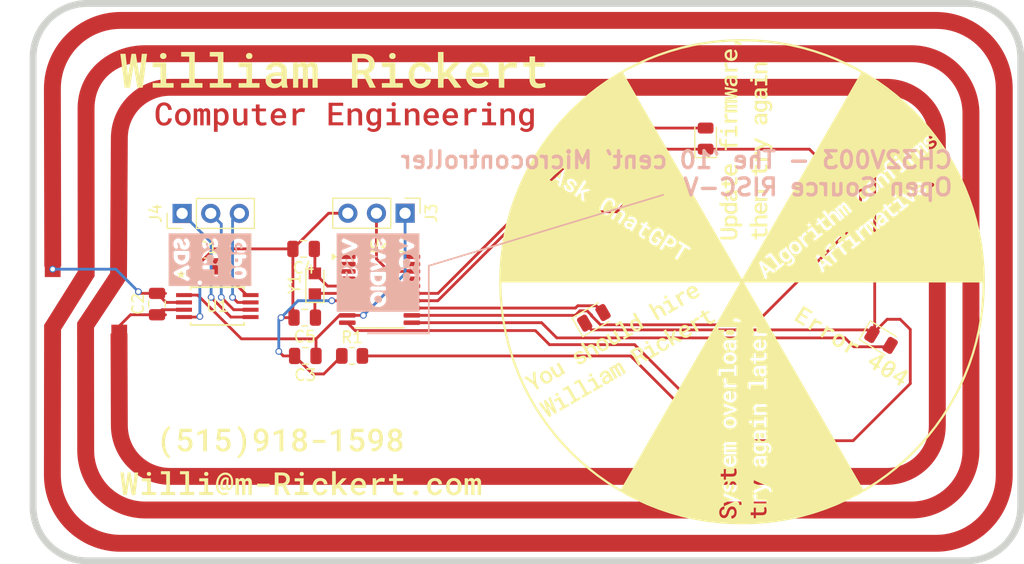
<source format=kicad_pcb>
(kicad_pcb (version 20240108) (generator "pcbnew") (generator_version "8.0")
  (layers (0 "F.Cu" signal) (31 "B.Cu" signal) (34 "B.Paste" user) (35 "F.Paste" user) (36 "B.SilkS" user "B.Silkscreen") (37 "F.SilkS" user "F.Silkscreen") (38 "B.Mask" user) (39 "F.Mask" user) (44 "Edge.Cuts" user))
  (net 0 "")
  (net 1 "VSS")
  (net 2 "VCC")
  (net 3 "Net-(J1-Pin_1)")
  (net 4 "Net-(J2-Pin_1)")
  (net 5 "+3.3V")
  (net 6 "Net-(D1-K)")
  (net 7 "PC0")
  (net 8 "PC1")
  (net 9 "PC2")
  (net 10 "PC3")
  (net 11 "PC4")
  (net 12 "PC5")
  (net 13 "SWIO")
  (net 14 "Net-(U2-PA1)")
  (net 15 "Net-(U2-PA2)")
  (net 16 "Net-(J4-Pin_3)")
  (net 18 "Net-(J4-Pin_2)")
  (net 19 "Net-(J4-Pin_1)")
  (footprint "LED_SMD:LED_0805_2012Metric" (layer "F.Cu") (at 159.25 81.25 -30)
    (property "Reference" "D2" (hide yes))
    (property "Value" "LED_Small_Filled")
  )
  (footprint "Capacitor_SMD:C_0805_2012Metric" (layer "F.Cu") (at 130.6 92.9 180)
    (property "Reference" "C5")
    (property "Value" "C_Small")
  )
  (footprint "Capacitor_SMD:C_0805_2012Metric" (layer "F.Cu") (at 130.65 96.3)
    (property "Reference" "C3")
    (property "Value" "100nF")
  )
  (footprint "Capacitor_SMD:C_0805_2012Metric" (layer "F.Cu") (at 121.95 88.35)
    (property "Reference" "C1")
    (property "Value" "100nF")
  )
  (footprint "Capacitor_SMD:C_0805_2012Metric" (layer "F.Cu") (at 117.5 91.6975 90)
    (property "Reference" "C2")
    (property "Value" "DNP")
  )
  (footprint "Connector_PinHeader_2.54mm:PinHeader_1x03_P2.54mm_Vertical" (layer "F.Cu") (at 139.5 83.635 -90)
    (property "Reference" "J3")
    (property "Value" "Prog")
  )
  (footprint "LED_SMD:LED_0805_2012Metric" (layer "F.Cu") (at 179.168167 80.447387 40)
    (property "Reference" "D4" (hide yes))
    (property "Value" "LED_Small_Filled")
  )
  (footprint "Package_SO:TSSOP-20_4.4x6.5mm_P0.65mm" (layer "F.Cu") (at 137.2375 90.425)
    (property "Reference" "U2")
    (property "Value" "CH32V003FxPx")
  )
  (footprint "LED_SMD:LED_0805_2012Metric" (layer "F.Cu") (at 156.238101 92.91875 30)
    (property "Reference" "D1" (hide yes))
    (property "Value" "LED_Small_Filled")
  )
  (footprint "NFCBuisness:NFCadapter" (layer "F.Cu") (at 114.15 94.2)
    (property "Reference" "J2" (hide yes))
    (property "Value" "Conn_01x01")
  )
  (footprint "LED_SMD:LED_0805_2012Metric" (layer "F.Cu") (at 181.703594 94.882848 -31)
    (property "Reference" "D5" (hide yes))
    (property "Value" "LED_Small_Filled")
  )
  (footprint "LED_SMD:LED_0805_2012Metric" (layer "F.Cu") (at 166.15 77.0125 90)
    (property "Reference" "D3" (hide yes))
    (property "Value" "LED_Small_Filled")
  )
  (footprint "Capacitor_SMD:C_0805_2012Metric" (layer "F.Cu") (at 130.5 86.8 180)
    (property "Reference" "C4")
    (property "Value" "C_Small")
  )
  (footprint "NFCBuisness:NFCadapter" (layer "F.Cu") (at 108.25 88.575)
    (property "Reference" "J1" (hide yes))
    (property "Value" "Conn_01x01")
  )
  (footprint "LED_SMD:LED_0805_2012Metric" (layer "F.Cu") (at 166.5 102.8875 90)
    (property "Reference" "D6" (hide yes))
    (property "Value" "LED_Small_Filled")
  )
  (footprint "Connector_PinHeader_2.54mm:PinHeader_1x03_P2.54mm_Vertical" (layer "F.Cu") (at 119.725 83.65 90)
    (property "Reference" "J4")
    (property "Value" "Conn_01x03")
  )
  (footprint "NFCBuisness:TSSOP_K-IER6T3_STM" (layer "F.Cu") (at 122.84725 91.875021)
    (property "Reference" "U1")
    (property "Value" "ST25DV04K-IER8C3")
  )
  (footprint "Resistor_SMD:R_0805_2012Metric" (layer "F.Cu") (at 134.8 96.3)
    (property "Reference" "R1")
    (property "Value" "R_Small")
  )
  (footprint "Crystal:Crystal_SMD_2012-2Pin_2.0x1.2mm_HandSoldering" (layer "F.Cu") (at 131.5 89.9 90)
    (property "Reference" "Y1")
    (property "Value" "Crystal")
  )
  (footprint "kibuzzard-65E89835" (layer "B.Cu") (at 137.1 88.9 -90)
    (property "Reference" "kibuzzard-65E89835" (hide yes))
    (property "Value" "G***" (hide yes))
  )
  (footprint "kibuzzard-65F9F6C6" (layer "B.Cu") (at 122.2 87.75652 -90)
    (property "Reference" "kibuzzard-65F9F6C6" (hide yes))
    (property "Value" "G***" (hide yes))
  )
  (gr_poly (pts (xy 136.671722 74.316244) (xy 136.688011 74.316777) (xy 136.70402 74.317666) (xy 136.719748 74.31891) (xy 136.735197 74.32051) (xy 136.750366 74.322465) (xy 136.765256 74.324776) (xy 136.779865 74.327442) (xy 136.794194 74.330463) (xy 136.808243 74.333841) (xy 136.822013 74.337573) (xy 136.835502 74.341661) (xy 136.848712 74.346105) (xy 136.861641 74.350904) (xy 136.874291 74.356058) (xy 136.88666 74.361568) (xy 136.898778 74.367412) (xy 136.910681 74.373567) (xy 136.922369 74.380035) (xy 136.933843 74.386814) (xy 136.945102 74.393905) (xy 136.956146 74.401308) (xy 136.966975 74.409023) (xy 136.97759 74.417049) (xy 136.98799 74.425388) (xy 136.998176 74.434038) (xy 137.008147 74.443) (xy 137.017903 74.452274) (xy 137.027444 74.46186) (xy 137.036771 74.471758) (xy 137.045884 74.481967) (xy 137.054781 74.492489) (xy 137.068583 74.343654) (xy 137.36761 74.343654) (xy 137.36761 75.794719) (xy 137.367416 75.813362) (xy 137.366835 75.831735) (xy 137.365866 75.849838) (xy 137.36451 75.867673) (xy 137.362766 75.885238) (xy 137.360635 75.902534) (xy 137.358116 75.919561) (xy 137.35521 75.936319) (xy 137.351916 75.952808) (xy 137.348235 75.969027) (xy 137.344166 75.984978) (xy 137.33971 76.000659) (xy 137.334867 76.016072) (xy 137.329636 76.031215) (xy 137.324017 76.04609) (xy 137.318011 76.060695) (xy 137.311655 76.07519) (xy 137.304986 76.089394) (xy 137.298006 76.103308) (xy 137.290712 76.116932) (xy 137.283107 76.130265) (xy 137.275189 76.143307) (xy 137.266958 76.15606) (xy 137.258416 76.168522) (xy 137.249561 76.180693) (xy 137.240393 76.192574) (xy 137.230913 76.204165) (xy 137.221121 76.215465) (xy 137.211016 76.226475) (xy 137.200599 76.237195) (xy 137.18987 76.247624) (xy 137.178828 76.257763) (xy 137.167663 76.2676) (xy 137.156218 76.277136) (xy 137.144494 76.286371) (xy 137.132489 76.295305) (xy 137.120205 76.303938) (xy 137.107641 76.312269) (xy 137.094797 76.3203) (xy 137.081673 76.328029) (xy 137.06827 76.335458) (xy 137.054586 76.342585) (xy 137.040623 76.349411) (xy 137.02638 76.355936) (xy 137.011857 76.36216) (xy 136.997054 76.368082) (xy 136.981971 76.373704) (xy 136.966609 76.379024) (xy 136.951009 76.384193) (xy 136.935216 76.389029) (xy 136.919229 76.393532) (xy 136.903048 76.397701) (xy 136.886673 76.401536) (xy 136.870105 76.405039) (xy 136.853342 76.408208) (xy 136.836386 76.411043) (xy 136.819236 76.413545) (xy 136.801892 76.415713) (xy 136.784355 76.417548) (xy 136.766623 76.419049) (xy 136.730578 76.421051) (xy 136.693759 76.421718) (xy 136.67835 76.421503) (xy 136.662422 76.420857) (xy 136.645975 76.41978) (xy 136.629009 76.418272) (xy 136.611524 76.416332) (xy 136.59352 76.413961) (xy 136.574998 76.411159) (xy 136.555956 76.407924) (xy 136.536986 76.404543) (xy 136.517972 76.400603) (xy 136.498915 76.396104) (xy 136.479815 76.391046) (xy 136.460672 76.38543) (xy 136.441486 76.379255) (xy 136.422258 76.372522) (xy 136.402987 76.36523) (xy 136.383795 76.357701) (xy 136.364821 76.349566) (xy 136.346064 76.340826) (xy 136.327524 76.33148) (xy 136.309201 76.321528) (xy 136.291095 76.31097) (xy 136.273206 76.299806) (xy 136.255534 76.288036) (xy 136.246827 76.282093) (xy 136.238282 76.27599) (xy 136.229899 76.269725) (xy 136.221678 76.2633) (xy 136.213618 76.256714) (xy 136.205721 76.249967) (xy 136.197985 76.24306) (xy 136.190411 76.235992) (xy 136.182999 76.228764) (xy 136.175749 76.221374) (xy 136.16866 76.213825) (xy 136.161734 76.206115) (xy 136.154969 76.198245) (xy 136.148366 76.190214) (xy 136.141925 76.182023) (xy 136.135645 76.173671) (xy 136.292742 75.976604) (xy 136.303303 75.988783) (xy 136.31396 76.000522) (xy 136.324714 76.011819) (xy 136.335563 76.022675) (xy 136.346509 76.03309) (xy 136.357551 76.043064) (xy 136.368689 76.052597) (xy 136.379923 76.061689) (xy 136.391254 76.07034) (xy 136.402681 76.078549) (xy 136.414204 76.086318) (xy 136.425823 76.093645) (xy 136.437538 76.100531) (xy 136.44935 76.106976) (xy 136.461257 76.112979) (xy 136.473261 76.118541) (xy 136.485508 76.123711) (xy 136.497799 76.128546) (xy 136.510134 76.133049) (xy 136.522512 76.137218) (xy 136.534935 76.141054) (xy 136.5474 76.144556) (xy 136.55991 76.147725) (xy 136.572464 76.15056) (xy 136.585061 76.153062) (xy 136.597702 76.15523) (xy 136.610386 76.157065) (xy 136.623114 76.158566) (xy 136.635886 76.159734) (xy 136.648702 76.160568) (xy 136.661561 76.161069) (xy 136.674464 76.161236) (xy 136.694903 76.16087) (xy 136.714866 76.159773) (xy 136.734354 76.157945) (xy 136.753366 76.155386) (xy 136.771903 76.152094) (xy 136.789965 76.148071) (xy 136.807552 76.143316) (xy 136.816167 76.140664) (xy 136.824664 76.137829) (xy 136.83302 76.134816) (xy 136.841216 76.13163) (xy 136.84925 76.128272) (xy 136.857124 76.124742) (xy 136.864836 76.12104) (xy 136.872387 76.117165) (xy 136.879777 76.113118) (xy 136.887006 76.108898) (xy 136.894074 76.104506) (xy 136.900982 76.099941) (xy 136.907728 76.095205) (xy 136.914313 76.090295) (xy 136.920737 76.085214) (xy 136.927 76.07996) (xy 136.933102 76.074534) (xy 136.939044 76.068935) (xy 136.94482 76.063162) (xy 136.950423 76.057216) (xy 136.955854 76.051099) (xy 136.961112 76.044811) (xy 136.966198 76.03835) (xy 136.971111 76.031718) (xy 136.975851 76.024914) (xy 136.980419 76.017938) (xy 136.984814 76.010791) (xy 136.989036 76.003471) (xy 136.993086 75.99598) (xy 136.996963 75.988316) (xy 137.000668 75.980481) (xy 137.004199 75.972474) (xy 137.007558 75.964295) (xy 137.010745 75.955944) (xy 137.013917 75.9476) (xy 137.016884 75.939094) (xy 137.019647 75.930425) (xy 137.022206 75.921595) (xy 137.02456 75.912602) (xy 137.026709 75.903446) (xy 137.028653 75.894129) (xy 137.030393 75.884649) (xy 137.031928 75.875007) (xy 137.033259 75.865203) (xy 137.034385 75.855237) (xy 137.035306 75.845108) (xy 137.036023 75.834818) (xy 137.036534 75.824366) (xy 137.036842 75.813751) (xy 137.036944 75.802974) (xy 137.036944 75.702388) (xy 137.02806 75.711898) (xy 137.018982 75.721128) (xy 137.009711 75.730077) (xy 137.000247 75.738746) (xy 136.990589 75.747135) (xy 136.980738 75.755243) (xy 136.970693 75.763071) (xy 136.960455 75.770618) (xy 136.950024 75.777885) (xy 136.939399 75.784872) (xy 136.92858 75.791578) (xy 136.917568 75.798004) (xy 136.906363 75.804149) (xy 136.894964 75.810014) (xy 136.883371 75.815599) (xy 136.871584 75.820903) (xy 136.859749 75.825906) (xy 136.847666 75.830586) (xy 136.835334 75.834943) (xy 136.822755 75.838977) (xy 136.809928 75.842688) (xy 136.796854 75.846076) (xy 136.783531 75.849142) (xy 136.769961 75.851885) (xy 136.756143 75.854305) (xy 136.742077 75.856402) (xy 136.727763 75.858176) (xy 136.713201 75.859628) (xy 136.698392 75.860757) (xy 136.683334 75.861564) (xy 136.668029 75.862048) (xy 136.652476 75.862209) (xy 136.635525 75.861988) (xy 136.618778 75.861326) (xy 136.602236 75.860223) (xy 136.585899 75.858678) (xy 136.569766 75.856692) (xy 136.553837 75.854265) (xy 136.538113 75.851396) (xy 136.522593 75.848085) (xy 136.507278 75.844333) (xy 136.492168 75.84014) (xy 136.477262 75.835505) (xy 136.46256 75.830428) (xy 136.448064 75.82491) (xy 136.433772 75.81895) (xy 136.419685 75.812549) (xy 136.405802 75.805706) (xy 136.392145 75.798301) (xy 136.378735 75.790562) (xy 136.365573 75.782491) (xy 136.352659 75.774086) (xy 136.339992 75.765348) (xy 136.327574 75.756277) (xy 136.315403 75.746872) (xy 136.30348 75.737135) (xy 136.291804 75.727064) (xy 136.280377 75.71666) (xy 136.269197 75.705923) (xy 136.258265 75.694853) (xy 136.24758 75.68345) (xy 136.237143 75.671714) (xy 136.226954 75.659645) (xy 136.217013 75.647243) (xy 136.207341 75.634524) (xy 136.197947 75.621513) (xy 136.188833 75.608212) (xy 136.179997 75.59462) (xy 136.171441 75.580738) (xy 136.163164 75.566564) (xy 136.155165 75.5521) (xy 136.147446 75.537346) (xy 136.140006 75.5223) (xy 136.132845 75.506964) (xy 136.125964 75.491337) (xy 136.119361 75.475419) (xy 136.113038 75.45921) (xy 136.106994 75.442711) (xy 136.101229 75.425921) (xy 136.095744 75.40884) (xy 136.086064 75.373679) (xy 136.077675 75.337786) (xy 136.070577 75.301162) (xy 136.064769 75.263805) (xy 136.060253 75.225716) (xy 136.057027 75.186895) (xy 136.055091 75.14734) (xy 136.054446 75.107052) (xy 136.054369 75.078106) (xy 136.054371 75.077984) (xy 136.385088 75.077984) (xy 136.385096 75.107006) (xy 136.385419 75.13196) (xy 136.386389 75.156527) (xy 136.388006 75.180707) (xy 136.39027 75.2045) (xy 136.39318 75.227906) (xy 136.396738 75.250925) (xy 136.400943 75.273557) (xy 136.405795 75.295803) (xy 136.411314 75.317506) (xy 136.417521 75.33852) (xy 136.424415 75.358847) (xy 136.428119 75.368752) (xy 136.431996 75.378484) (xy 136.436044 75.388045) (xy 136.440265 75.397433) (xy 136.444657 75.406649) (xy 136.449221 75.415693) (xy 136.453956 75.424565) (xy 136.458864 75.433264) (xy 136.463944 75.441791) (xy 136.469195 75.450145) (xy 136.474624 75.458301) (xy 136.480236 75.466242) (xy 136.486032 75.473968) (xy 136.492011 75.481479) (xy 136.498174 75.488776) (xy 136.50452 75.495859) (xy 136.51105 75.502727) (xy 136.517763 75.50938) (xy 136.524659 75.515819) (xy 136.531739 75.522043) (xy 136.539002 75.528052) (xy 136.546448 75.533847) (xy 136.554078 75.539428) (xy 136.561891 75.544794) (xy 136.569887 75.549945) (xy 136.578066 75.554882) (xy 136.586595 75.559386) (xy 136.595308 75.563599) (xy 136.604203 75.567522) (xy 136.613283 75.571155) (xy 136.622545 75.574497) (xy 136.631991 75.577549) (xy 136.641621 75.58031) (xy 136.651434 75.582781) (xy 136.66143 75.584961) (xy 136.671609 75.58685) (xy 136.681972 75.588449) (xy 136.692518 75.589757) (xy 136.703248 75.590774) (xy 136.714161 75.591501) (xy 136.725257 75.591937) (xy 136.736537 75.592083) (xy 136.750668 75.591899) (xy 136.764465 75.59135) (xy 136.777928 75.590433) (xy 136.791058 75.58915) (xy 136.803854 75.587501) (xy 136.816315 75.585485) (xy 136.828444 75.583103) (xy 136.840238 75.580354) (xy 136.851699 75.577239) (xy 136.862826 75.573758) (xy 136.873619 75.56991) (xy 136.884078 75.565696) (xy 136.894204 75.561116) (xy 136.903996 75.556169) (xy 136.913455 75.550856) (xy 136.922579 75.545177) (xy 136.931428 75.539028) (xy 136.94005 75.53263) (xy 136.948445 75.525984) (xy 136.956614 75.519091) (xy 136.964556 75.511949) (xy 136.972271 75.504559) (xy 136.979759 75.49692) (xy 136.987021 75.489034) (xy 136.994056 75.4809) (xy 137.000864 75.472518) (xy 137.007445 75.463888) (xy 137.0138 75.45501) (xy 137.019928 75.445884) (xy 137.025829 75.43651) (xy 137.031504 75.426888) (xy 137.036952 75.417019) (xy 137.036952 74.758312) (xy 137.031332 74.748611) (xy 137.025497 74.739159) (xy 137.019447 74.729956) (xy 137.013181 74.721001) (xy 137.0067 74.712295) (xy 137.000003 74.703837) (xy 136.993091 74.695627) (xy 136.985964 74.687666) (xy 136.978622 74.679953) (xy 136.971064 74.672488) (xy 136.963291 74.665272) (xy 136.955303 74.658304) (xy 136.9471 74.651585) (xy 136.938681 74.645113) (xy 136.930047 74.63889) (xy 136.921198 74.632915) (xy 136.912086 74.627236) (xy 136.902672 74.621923) (xy 136.892958 74.616977) (xy 136.882942 74.612396) (xy 136.872626 74.608182) (xy 136.862009 74.604334) (xy 136.851091 74.600853) (xy 136.839873 74.597738) (xy 136.828354 74.594989) (xy 136.816533 74.592607) (xy 136.804413 74.590591) (xy 136.791991 74.588942) (xy 136.779269 74.587659) (xy 136.766246 74.586743) (xy 136.752922 74.586193) (xy 136.739298 74.58601) (xy 136.728027 74.58616) (xy 136.716938 74.586613) (xy 136.706031 74.587366) (xy 136.695306 74.588422) (xy 136.684763 74.589779) (xy 136.674403 74.591437) (xy 136.664225 74.593397) (xy 136.654229 74.595659) (xy 136.644415 74.598222) (xy 136.634783 74.601087) (xy 136.625334 74.604254) (xy 136.616067 74.607723) (xy 136.606982 74.611493) (xy 136.598079 74.615565) (xy 136.589359 74.619939) (xy 136.580821 74.624614) (xy 136.572644 74.629554) (xy 136.564639 74.634718) (xy 136.556805 74.640108) (xy 136.549143 74.645724) (xy 136.541653 74.651564) (xy 136.534334 74.657631) (xy 136.527187 74.663923) (xy 136.520212 74.67044) (xy 136.513408 74.677184) (xy 136.506775 74.684153) (xy 136.500315 74.691347) (xy 136.494025 74.698768) (xy 136.487908 74.706414) (xy 136.481961 74.714286) (xy 136.476187 74.722385) (xy 136.470583 74.730709) (xy 136.465327 74.739232) (xy 136.460231 74.747929) (xy 136.455296 74.756798) (xy 136.450522 74.765839) (xy 136.445909 74.775054) (xy 136.441457 74.784441) (xy 136.437166 74.794001) (xy 136.433035 74.803734) (xy 136.429066 74.813639) (xy 136.425258 74.823717) (xy 136.42161 74.833968) (xy 136.418124 74.844392) (xy 136.414798 74.854988) (xy 136.411634 74.865757) (xy 136.40863 74.876699) (xy 136.405787 74.887813) (xy 136.400935 74.910386) (xy 136.39673 74.933301) (xy 136.393173 74.956558) (xy 136.390262 74.980158) (xy 136.387999 75.0041) (xy 136.386382 75.028385) (xy 136.385412 75.053013) (xy 136.385088 75.077984) (xy 136.054371 75.077984) (xy 136.055015 75.036185) (xy 136.05695 74.995168) (xy 136.060176 74.955054) (xy 136.064693 74.915844) (xy 136.0705 74.877537) (xy 136.077598 74.840136) (xy 136.085987 74.803639) (xy 136.095667 74.768047) (xy 136.101145 74.750633) (xy 136.106903 74.733532) (xy 136.112941 74.716742) (xy 136.119259 74.700264) (xy 136.125858 74.684098) (xy 136.132737 74.668245) (xy 136.139896 74.652703) (xy 136.147336 74.637474) (xy 136.155055 74.622557) (xy 136.163055 74.607952) (xy 136.171335 74.593659) (xy 136.179895 74.579679) (xy 136.188735 74.566011) (xy 136.197856 74.552655) (xy 136.207256 74.539612) (xy 136.216937 74.526882) (xy 136.226885 74.514485) (xy 136.23708 74.502444) (xy 136.247521 74.490757) (xy 136.25821 74.479426) (xy 136.269145 74.46845) (xy 136.280327 74.45783) (xy 136.291756 74.447564) (xy 136.303432 74.437654) (xy 136.315355 74.428099) (xy 136.327524 74.4189) (xy 136.339941 74.410056) (xy 136.352604 74.401567) (xy 136.365514 74.393434) (xy 136.378671 74.385656) (xy 136.392075 74.378233) (xy 136.405726 74.371166) (xy 136.41978 74.364495) (xy 136.434039 74.358253) (xy 136.448503 74.352443) (xy 136.463171 74.347062) (xy 136.478044 74.342112) (xy 136.493122 74.337592) (xy 136.508404 74.333502) (xy 136.523891 74.329843) (xy 136.539583 74.326614) (xy 136.555479 74.323816) (xy 136.57158 74.321448) (xy 136.587886 74.319511) (xy 136.604396 74.318004) (xy 136.62111 74.316928) (xy 136.63803 74.316282) (xy 136.655154 74.316066)) (stroke (width -0.000001)) (fill solid) (layer "F.Cu"))
  (gr_poly (pts (xy 147.125483 75.561794) (xy 147.567835 75.561794) (xy 147.567835 75.834636) (xy 146.330355 75.834636) (xy 146.330355 75.561794) (xy 146.793376 75.561794) (xy 146.793376 74.61784) (xy 146.330355 74.61784) (xy 146.330355 74.343609) (xy 147.125483 74.343609)) (stroke (width -0.000001)) (fill solid) (layer "F.Cu"))
  (gr_poly (pts (xy 125.515215 75.834621) (xy 125.217555 75.834621) (xy 125.198199 75.630703) (xy 125.188595 75.644296) (xy 125.178734 75.657512) (xy 125.168613 75.670351) (xy 125.158235 75.682813) (xy 125.147598 75.694899) (xy 125.136703 75.706607) (xy 125.12555 75.717938) (xy 125.114138 75.728893) (xy 125.102468 75.739471) (xy 125.09054 75.749671) (xy 125.078354 75.759495) (xy 125.06591 75.768942) (xy 125.053208 75.778011) (xy 125.040247 75.786704) (xy 125.027029 75.79502) (xy 125.013552 75.802959) (xy 125.000013 75.810296) (xy 124.98627 75.817159) (xy 124.972322 75.823549) (xy 124.95817 75.829466) (xy 124.943813 75.83491) (xy 124.929252 75.839881) (xy 124.914487 75.844378) (xy 124.899517 75.848402) (xy 124.884342 75.851952) (xy 124.868963 75.85503) (xy 124.85338 75.857634) (xy 124.837592 75.859764) (xy 124.821599 75.861421) (xy 124.805402 75.862605) (xy 124.789001 75.863315) (xy 124.772395 75.863552) (xy 124.743757 75.862992) (xy 124.715722 75.861314) (xy 124.68829 75.858518) (xy 124.6748 75.8567) (xy 124.661461 75.854603) (xy 124.648273 75.852225) (xy 124.635235 75.849569) (xy 124.622349 75.846632) (xy 124.609612 75.843416) (xy 124.597027 75.83992) (xy 124.584592 75.836145) (xy 124.572309 75.832089) (xy 124.560175 75.827755) (xy 124.54839 75.823118) (xy 124.53681 75.818158) (xy 124.525434 75.812874) (xy 124.514263 75.807267) (xy 124.503297 75.801336) (xy 124.492536 75.795082) (xy 124.481979 75.788504) (xy 124.471628 75.781603) (xy 124.461481 75.774378) (xy 124.451539 75.766829) (xy 124.441802 75.758958) (xy 124.432269 75.750762) (xy 124.422942 75.742244) (xy 124.41382 75.733402) (xy 124.404902 75.724237) (xy 124.396189 75.714748) (xy 124.387865 75.704762) (xy 124.379766 75.694454) (xy 124.371893 75.683824) (xy 124.364246 75.672871) (xy 124.356824 75.661597) (xy 124.349628 75.65) (xy 124.342658 75.63808) (xy 124.335913 75.625839) (xy 124.329394 75.613275) (xy 124.323101 75.600389) (xy 124.317033 75.587181) (xy 124.311191 75.573651) (xy 124.305575 75.559798) (xy 124.300184 75.545624) (xy 124.295019 75.531127) (xy 124.29008 75.516308) (xy 124.285574 75.500959) (xy 124.28136 75.485233) (xy 124.277436 75.469131) (xy 124.273803 75.452653) (xy 124.267409 75.418566) (xy 124.262178 75.382972) (xy 124.258109 75.345873) (xy 124.255203 75.307267) (xy 124.25346 75.267155) (xy 124.252879 75.225536) (xy 124.252879 74.343593) (xy 124.58224 74.343593) (xy 124.58224 75.228298) (xy 124.582477 75.254587) (xy 124.58319 75.279714) (xy 124.584377 75.303677) (xy 124.586039 75.326479) (xy 124.588176 75.348118) (xy 124.590788 75.368595) (xy 124.593875 75.38791) (xy 124.597437 75.406063) (xy 124.599565 75.414736) (xy 124.601822 75.423183) (xy 124.604209 75.431404) (xy 124.606726 75.439399) (xy 124.609372 75.447168) (xy 124.612148 75.45471) (xy 124.615053 75.462026) (xy 124.618088 75.469116) (xy 124.621253 75.475979) (xy 124.624547 75.482616) (xy 124.627971 75.489027) (xy 124.631525 75.495211) (xy 124.635208 75.501168) (xy 124.639021 75.506899) (xy 124.642964 75.512403) (xy 124.647036 75.517681) (xy 124.651238 75.522754) (xy 124.655568 75.527644) (xy 124.660027 75.532353) (xy 124.664616 75.536879) (xy 124.669333 75.541222) (xy 124.674179 75.545383) (xy 124.679155 75.549363) (xy 124.684259 75.553159) (xy 124.689492 75.556774) (xy 124.694855 75.560206) (xy 124.700346 75.563457) (xy 124.705966 75.566525) (xy 124.711716 75.569411) (xy 124.717594 75.572115) (xy 124.723602 75.574637) (xy 124.729739 75.576976) (xy 124.736014 75.578975) (xy 124.74244 75.580844) (xy 124.749017 75.582584) (xy 124.755745 75.584195) (xy 124.762624 75.585677) (xy 124.769654 75.58703) (xy 124.776834 75.588254) (xy 124.784166 75.589349) (xy 124.791648 75.590316) (xy 124.799281 75.591153) (xy 124.815 75.592441) (xy 124.831321 75.593214) (xy 124.848246 75.593471) (xy 124.864584 75.593272) (xy 124.880523 75.592674) (xy 124.896064 75.591678) (xy 124.911206 75.590284) (xy 124.92595 75.588491) (xy 124.940296 75.5863) (xy 124.954243 75.58371) (xy 124.967792 75.580722) (xy 124.980943 75.577336) (xy 124.993695 75.573551) (xy 125.006049 75.569368) (xy 125.018005 75.564787) (xy 125.029563 75.559807) (xy 125.040722 75.554428) (xy 125.051483 75.548651) (xy 125.061846 75.542476) (xy 125.071853 75.535788) (xy 125.081547 75.528819) (xy 125.090928 75.521571) (xy 125.099998 75.514044) (xy 125.108756 75.506237) (xy 125.117201 75.49815) (xy 125.125334 75.489784) (xy 125.133155 75.481138) (xy 125.140664 75.472213) (xy 125.147861 75.463008) (xy 125.154746 75.453524) (xy 125.161319 75.44376) (xy 125.167579 75.433717) (xy 125.173528 75.423395) (xy 125.179164 75.412793) (xy 125.184489 75.401912) (xy 125.184489 74.343578) (xy 125.515215 74.343578)) (stroke (width -0.000001)) (fill solid) (layer "F.Cu"))
  (gr_poly (pts (xy 128.305242 74.316327) (xy 128.325116 74.316973) (xy 128.344689 74.31805) (xy 128.36396 74.319557) (xy 128.382929 74.321494) (xy 128.401597 74.323862) (xy 128.419964 74.32666) (xy 128.438029 74.329889) (xy 128.455792 74.333548) (xy 128.473254 74.337638) (xy 128.490415 74.342158) (xy 128.507274 74.347108) (xy 128.523832 74.352488) (xy 128.540088 74.358299) (xy 128.556043 74.36454) (xy 128.571696 74.371212) (xy 128.587038 74.378102) (xy 128.602057 74.385348) (xy 128.616753 74.39295) (xy 128.631127 74.400909) (xy 128.645177 74.409224) (xy 128.658903 74.417894) (xy 128.672307 74.426921) (xy 128.685388 74.436304) (xy 128.698146 74.446043) (xy 128.710581 74.456137) (xy 128.722692 74.466588) (xy 128.734481 74.477395) (xy 128.745947 74.488558) (xy 128.75709 74.500076) (xy 128.76791 74.511951) (xy 128.778407 74.524181) (xy 128.788758 74.536552) (xy 128.798785 74.549214) (xy 128.808489 74.562167) (xy 128.817869 74.575411) (xy 128.826925 74.588947) (xy 128.835658 74.602774) (xy 128.844067 74.616892) (xy 128.852152 74.631302) (xy 128.859914 74.646003) (xy 128.867352 74.660995) (xy 128.874467 74.67628) (xy 128.881258 74.691856) (xy 128.887725 74.707723) (xy 128.893868 74.723882) (xy 128.899688 74.740333) (xy 128.905184 74.757076) (xy 128.915192 74.791245) (xy 128.923865 74.826233) (xy 128.931205 74.862039) (xy 128.93721 74.898664) (xy 128.94188 74.936108) (xy 128.945217 74.974371) (xy 128.947219 75.013454) (xy 128.947886 75.053356) (xy 128.947886 75.192531) (xy 127.914355 75.192531) (xy 127.916772 75.214041) (xy 127.920024 75.235163) (xy 127.921963 75.245579) (xy 127.92411 75.255898) (xy 127.926466 75.26612) (xy 127.929031 75.276245) (xy 127.931804 75.286273) (xy 127.934786 75.296204) (xy 127.937976 75.306038) (xy 127.941375 75.315776) (xy 127.944983 75.325416) (xy 127.948799 75.334959) (xy 127.952823 75.344406) (xy 127.957057 75.353756) (xy 127.961438 75.362981) (xy 127.965982 75.372056) (xy 127.970688 75.38098) (xy 127.975557 75.389754) (xy 127.980589 75.398376) (xy 127.985783 75.406848) (xy 127.991139 75.415169) (xy 127.996658 75.42334) (xy 128.002339 75.43136) (xy 128.008183 75.439229) (xy 128.014189 75.446948) (xy 128.020358 75.454517) (xy 128.026689 75.461935) (xy 128.033182 75.469203) (xy 128.039838 75.47632) (xy 128.046656 75.483288) (xy 128.053789 75.489914) (xy 128.061061 75.496368) (xy 128.068473 75.502651) (xy 128.076026 75.508762) (xy 128.083718 75.514701) (xy 128.091551 75.520469) (xy 128.099523 75.526064) (xy 128.107635 75.531488) (xy 128.115887 75.53674) (xy 128.124279 75.54182) (xy 128.132811 75.546729) (xy 128.141483 75.551465) (xy 128.150295 75.556029) (xy 128.159246 75.560422) (xy 128.168338 75.564642) (xy 128.177569 75.568691) (xy 128.187097 75.572361) (xy 128.196733 75.575793) (xy 128.206476 75.57899) (xy 128.216327 75.581949) (xy 128.226286 75.584672) (xy 128.236352 75.587157) (xy 128.246526 75.589407) (xy 128.256808 75.591419) (xy 128.267197 75.593195) (xy 128.277694 75.594733) (xy 128.288299 75.596036) (xy 128.299011 75.597101) (xy 128.309831 75.59793) (xy 128.320758 75.598521) (xy 128.331793 75.598877) (xy 128.342936 75.598995) (xy 128.35853 75.598801) (xy 128.373962 75.59822) (xy 128.389233 75.59725) (xy 128.404342 75.595894) (xy 128.41929 75.59415) (xy 128.434077 75.592018) (xy 128.448703 75.589498) (xy 128.463167 75.586591) (xy 128.477469 75.583297) (xy 128.491611 75.579615) (xy 128.505591 75.575546) (xy 128.519409 75.571089) (xy 128.533066 75.566245) (xy 128.546562 75.561014) (xy 128.559896 75.555395) (xy 128.573069 75.549389) (xy 128.586177 75.543043) (xy 128.598972 75.536407) (xy 128.611455 75.529481) (xy 128.623626 75.522263) (xy 128.635485 75.514755) (xy 128.647032 75.506956) (xy 128.658266 75.498866) (xy 128.669188 75.490486) (xy 128.679798 75.481815) (xy 128.690096 75.472853) (xy 128.700081 75.4636) (xy 128.709755 75.454056) (xy 128.719116 75.444222) (xy 128.728164 75.434097) (xy 128.736901 75.423682) (xy 128.745326 75.412975) (xy 128.924464 75.581096) (xy 128.919908 75.587798) (xy 128.915191 75.594479) (xy 128.910312 75.601139) (xy 128.905271 75.607778) (xy 128.894703 75.620995) (xy 128.883489 75.634128) (xy 128.871628 75.647179) (xy 128.85912 75.660146) (xy 128.845965 75.673031) (xy 128.832163 75.685833) (xy 128.817737 75.698083) (xy 128.802708 75.710034) (xy 128.787075 75.721685) (xy 128.77084 75.733036) (xy 128.754002 75.744086) (xy 128.736561 75.754836) (xy 128.718517 75.765285) (xy 128.69987 75.775432) (xy 128.68062 75.784847) (xy 128.660767 75.793786) (xy 128.640311 75.802249) (xy 128.619252 75.810236) (xy 128.59759 75.817747) (xy 128.575325 75.824783) (xy 128.552457 75.831343) (xy 128.528986 75.837429) (xy 128.505283 75.843239) (xy 128.481019 75.848275) (xy 128.456193 75.852536) (xy 128.430808 75.856023) (xy 128.404861 75.858736) (xy 128.378354 75.860674) (xy 128.351285 75.861837) (xy 128.323657 75.862224) (xy 128.323596 75.862209) (xy 128.303039 75.861994) (xy 128.282708 75.861348) (xy 128.262604 75.860271) (xy 128.242725 75.858765) (xy 128.223072 75.856827) (xy 128.203645 75.854459) (xy 128.184444 75.851661) (xy 128.165469 75.848432) (xy 128.14672 75.844773) (xy 128.128197 75.840684) (xy 128.1099 75.836164) (xy 128.091829 75.831213) (xy 128.073984 75.825833) (xy 128.056366 75.820022) (xy 128.038973 75.813781) (xy 128.021807 75.80711) (xy 128.004905 75.800061) (xy 127.988304 75.792689) (xy 127.972005 75.784994) (xy 127.956007 75.776975) (xy 127.94031 75.768632) (xy 127.924915 75.759966) (xy 127.909822 75.750977) (xy 127.89503 75.741665) (xy 127.880539 75.732029) (xy 127.86635 75.722069) (xy 127.852462 75.711787) (xy 127.838876 75.701182) (xy 127.825592 75.690253) (xy 127.812608 75.679001) (xy 127.799927 75.667426) (xy 127.787547 75.655529) (xy 127.775652 75.643332) (xy 127.764091 75.630867) (xy 127.752864 75.618134) (xy 127.741972 75.605132) (xy 127.731414 75.591861) (xy 127.72119 75.578321) (xy 127.711301 75.564513) (xy 127.701746 75.550436) (xy 127.692525 75.53609) (xy 127.683638 75.521475) (xy 127.675086 75.506592) (xy 127.666868 75.49144) (xy 127.658984 75.476019) (xy 127.651435 75.460329) (xy 127.64422 75.44437) (xy 127.637339 75.428142) (xy 127.630836 75.411525) (xy 127.624752 75.394746) (xy 127.619087 75.377806) (xy 127.613843 75.360705) (xy 127.609018 75.343442) (xy 127.604613 75.326018) (xy 127.600627 75.308432) (xy 127.597061 75.290685) (xy 127.593914 75.272777) (xy 127.591187 75.254707) (xy 127.58888 75.236475) (xy 127.586992 75.218082) (xy 127.585524 75.199528) (xy 127.584475 75.180812) (xy 127.583846 75.161934) (xy 127.583636 75.142894) (xy 127.583636 75.086391) (xy 127.584519 75.042508) (xy 127.585623 75.020986) (xy 127.587168 74.999745) (xy 127.589154 74.978783) (xy 127.591582 74.958101) (xy 127.592736 74.949901) (xy 127.92393 74.949901) (xy 128.622592 74.949901) (xy 128.622592 74.925106) (xy 128.621308 74.908665) (xy 128.619456 74.892393) (xy 128.617034 74.87629) (xy 128.614044 74.860357) (xy 128.610484 74.844593) (xy 128.606356 74.828999) (xy 128.601658 74.813575) (xy 128.596392 74.79832) (xy 128.593724 74.790624) (xy 128.590895 74.783035) (xy 128.587905 74.775553) (xy 128.584755 74.768179) (xy 128.581443 74.760913) (xy 128.577971 74.753754) (xy 128.574338 74.746703) (xy 128.570544 74.739759) (xy 128.566589 74.732923) (xy 128.562473 74.726194) (xy 128.558196 74.719572) (xy 128.553758 74.713058) (xy 128.549159 74.706652) (xy 128.544399 74.700352) (xy 128.539478 74.69416) (xy 128.534396 74.688076) (xy 128.529147 74.682125) (xy 128.523725 74.676325) (xy 128.51813 74.670676) (xy 128.512363 74.665176) (xy 128.506422 74.659826) (xy 128.500309 74.654627) (xy 128.494023 74.649577) (xy 128.487565 74.644678) (xy 128.480933 74.639928) (xy 128.474128 74.635329) (xy 128.46715 74.63088) (xy 128.46 74.62658) (xy 128.452676 74.622431) (xy 128.44518 74.618431) (xy 128.43751 74.614581) (xy 128.429667 74.610882) (xy 128.421832 74.607381) (xy 128.413824 74.604107) (xy 128.405643 74.601058) (xy 128.39729 74.598236) (xy 128.388765 74.595639) (xy 128.380067 74.593268) (xy 128.371196 74.591123) (xy 128.362153 74.589204) (xy 128.352937 74.587511) (xy 128.343548 74.586044) (xy 128.333988 74.584803) (xy 128.324254 74.583787) (xy 128.314348 74.582997) (xy 128.304269 74.582433) (xy 128.294018 74.582094) (xy 128.283595 74.581981) (xy 128.283595 74.582012) (xy 128.275019 74.582109) (xy 128.266519 74.5824) (xy 128.258095 74.582884) (xy 128.249746 74.583562) (xy 128.241472 74.584434) (xy 128.233274 74.5855) (xy 128.225152 74.58676) (xy 128.217104 74.588213) (xy 128.209133 74.589859) (xy 128.201237 74.5917) (xy 128.193416 74.593734) (xy 128.18567 74.595962) (xy 128.178001 74.598383) (xy 128.170406 74.600997) (xy 128.162887 74.603806) (xy 128.155444 74.606807) (xy 128.14808 74.609997) (xy 128.140813 74.613371) (xy 128.133644 74.616927) (xy 128.126573 74.620666) (xy 128.1196 74.624588) (xy 128.112724 74.628693) (xy 128.105945 74.632982) (xy 128.099265 74.637453) (xy 128.092682 74.642107) (xy 128.086196 74.646944) (xy 128.079808 74.651964) (xy 128.073518 74.657166) (xy 128.067326 74.662552) (xy 128.061231 74.66812) (xy 128.055234 74.673872) (xy 128.049334 74.679805) (xy 128.043526 74.685754) (xy 128.037827 74.691873) (xy 128.032236 74.698165) (xy 128.026753 74.704627) (xy 128.02138 74.711262) (xy 128.016114 74.718068) (xy 128.010958 74.725046) (xy 128.005909 74.732195) (xy 128.00097 74.739515) (xy 127.996139 74.747007) (xy 127.991416 74.754671) (xy 127.986802 74.762505) (xy 127.982297 74.770512) (xy 127.9779 74.778689) (xy 127.973611 74.787038) (xy 127.969431 74.795559) (xy 127.961786 74.812735) (xy 127.9547 74.830517) (xy 127.948173 74.848904) (xy 127.942206 74.867895) (xy 127.936798 74.88749) (xy 127.931949 74.90769) (xy 127.92766 74.928494) (xy 127.92393 74.949901) (xy 127.592736 74.949901) (xy 127.594452 74.937699) (xy 127.597763 74.917577) (xy 127.601515 74.897735) (xy 127.605709 74.878173) (xy 127.610344 74.85889) (xy 127.61542 74.839888) (xy 127.620938 74.821165) (xy 127.626897 74.802721) (xy 127.633297 74.784558) (xy 127.640139 74.766674) (xy 127.647521 74.749094) (xy 127.655194 74.731837) (xy 127.663157 74.714903) (xy 127.67141 74.698292) (xy 127.679954 74.682004) (xy 127.688788 74.666039) (xy 127.697912 74.650397) (xy 127.707327 74.635078) (xy 127.717033 74.620082) (xy 127.727028 74.605409) (xy 127.737314 74.591058) (xy 127.747891 74.577031) (xy 127.758758 74.563326) (xy 127.769915 74.549945) (xy 127.781363 74.536886) (xy 127.793101 74.524151) (xy 127.805281 74.511759) (xy 127.817698 74.499734) (xy 127.830351 74.488074) (xy 127.84324 74.476781) (xy 127.856366 74.465853) (xy 127.869728 74.455292) (xy 127.883326 74.445096) (xy 127.897161 74.435266) (xy 127.911232 74.425803) (xy 127.925539 74.416705) (xy 127.940083 74.407973) (xy 127.954863 74.399608) (xy 127.969879 74.391609) (xy 127.985131 74.383976) (xy 128.00062 74.376709) (xy 128.016345 74.369808) (xy 128.032413 74.363306) (xy 128.048579 74.357223) (xy 128.064841 74.35156) (xy 128.0812 74.346316) (xy 128.097656 74.341492) (xy 128.114208 74.337087) (xy 128.130858 74.333102) (xy 128.147604 74.329536) (xy 128.164448 74.32639) (xy 128.181388 74.323663) (xy 128.198425 74.321356) (xy 128.21556 74.319468) (xy 128.232791 74.318) (xy 128.250119 74.316951) (xy 128.267545 74.316322) (xy 128.285067 74.316112)) (stroke (width -0.000001)) (fill solid) (layer "F.Cu"))
  (gr_poly (pts (xy 126.595538 74.343609) (xy 127.159159 74.343609) (xy 127.159159 74.588894) (xy 126.595538 74.588894) (xy 126.595538 75.304104) (xy 126.595839 75.324678) (xy 126.596744 75.344344) (xy 126.598251 75.363102) (xy 126.600362 75.380953) (xy 126.603077 75.397895) (xy 126.606394 75.41393) (xy 126.610315 75.429058) (xy 126.612502 75.436282) (xy 126.61484 75.443279) (xy 126.617487 75.45008) (xy 126.620251 75.456709) (xy 126.623134 75.463166) (xy 126.626134 75.469451) (xy 126.629252 75.475565) (xy 126.632489 75.481507) (xy 126.635843 75.487277) (xy 126.639315 75.492876) (xy 126.642905 75.498302) (xy 126.646614 75.503557) (xy 126.65044 75.50864) (xy 126.654384 75.513551) (xy 126.658447 75.51829) (xy 126.662628 75.522857) (xy 126.666926 75.527252) (xy 126.671343 75.531475) (xy 126.675867 75.535537) (xy 126.680488 75.539448) (xy 126.685207 75.543208) (xy 126.690023 75.546818) (xy 126.694937 75.550277) (xy 126.699949 75.553586) (xy 126.705058 75.556744) (xy 126.710266 75.559751) (xy 126.715571 75.562608) (xy 126.720973 75.565313) (xy 126.726474 75.567868) (xy 126.732072 75.570272) (xy 126.737768 75.572526) (xy 126.743561 75.574628) (xy 126.749453 75.57658) (xy 126.755442 75.57838) (xy 126.767644 75.581288) (xy 126.78015 75.583808) (xy 126.792959 75.58594) (xy 126.806071 75.587684) (xy 126.819486 75.589041) (xy 126.833205 75.59001) (xy 126.847227 75.590592) (xy 126.861552 75.590786) (xy 126.87227 75.590723) (xy 126.883077 75.590537) (xy 126.893971 75.590225) (xy 126.904953 75.589788) (xy 126.916022 75.589226) (xy 126.927179 75.588539) (xy 126.938423 75.587726) (xy 126.949755 75.586788) (xy 126.995605 75.581041) (xy 127.039355 75.575786) (xy 127.060884 75.572298) (xy 127.081378 75.568838) (xy 127.100835 75.565403) (xy 127.119257 75.561992) (xy 127.137083 75.558047) (xy 127.153357 75.554199) (xy 127.16808 75.550448) (xy 127.181254 75.546795) (xy 127.218455 75.774166) (xy 127.209268 75.7793) (xy 127.199606 75.784346) (xy 127.189469 75.789303) (xy 127.178857 75.794172) (xy 127.16777 75.798953) (xy 127.156207 75.803647) (xy 127.144169 75.808252) (xy 127.131655 75.812771) (xy 127.119104 75.816812) (xy 127.106251 75.820684) (xy 127.093095 75.824388) (xy 127.079637 75.827923) (xy 127.065877 75.831289) (xy 127.051814 75.834486) (xy 127.03745 75.837514) (xy 127.022784 75.840374) (xy 127.007873 75.843039) (xy 126.992793 75.845532) (xy 126.977544 75.847852) (xy 126.962125 75.85) (xy 126.946538 75.851975) (xy 126.930781 75.853778) (xy 126.914855 75.855409) (xy 126.89876 75.856868) (xy 126.882932 75.85851) (xy 126.867148 75.859933) (xy 126.851407 75.861136) (xy 126.83571 75.862121) (xy 126.820057 75.862887) (xy 126.804448 75.863434) (xy 126.788884 75.863763) (xy 126.773364 75.863872) (xy 126.745735 75.863399) (xy 126.718667 75.861978) (xy 126.692159 75.859611) (xy 126.666213 75.856296) (xy 126.640827 75.852035) (xy 126.616002 75.846826) (xy 126.591737 75.840671) (xy 126.568034 75.833568) (xy 126.556593 75.829476) (xy 126.545346 75.825126) (xy 126.534292 75.820517) (xy 126.523432 75.81565) (xy 126.512765 75.810524) (xy 126.502291 75.805139) (xy 126.49201 75.799496) (xy 126.481923 75.793594) (xy 126.472029 75.787434) (xy 126.462328 75.781015) (xy 126.45282 75.774337) (xy 126.443506 75.767401) (xy 126.434385 75.760207) (xy 126.425458 75.752754) (xy 126.416724 75.745042) (xy 126.408183 75.737072) (xy 126.400015 75.728669) (xy 126.392064 75.719985) (xy 126.384329 75.711021) (xy 126.37681 75.701775) (xy 126.369507 75.69225) (xy 126.362421 75.682443) (xy 126.355551 75.672356) (xy 126.348897 75.661989) (xy 126.342459 75.651341) (xy 126.336237 75.640412) (xy 126.330231 75.629203) (xy 126.324442 75.617713) (xy 126.318869 75.605943) (xy 126.313512 75.593893) (xy 126.308371 75.581562) (xy 126.303446 75.56895) (xy 126.298941 75.555877) (xy 126.294727 75.54249) (xy 126.290803 75.528791) (xy 126.28717 75.51478) (xy 126.283828 75.500456) (xy 126.280776 75.48582) (xy 126.278015 75.470871) (xy 126.275545 75.45561) (xy 126.273365 75.440036) (xy 126.271476 75.424151) (xy 126.269878 75.407952) (xy 126.26857 75.391442) (xy 126.267553 75.374619) (xy 126.266827 75.357484) (xy 126.266245 75.322277) (xy 126.266245 74.589122) (xy 125.902453 74.589122) (xy 125.902453 74.343837) (xy 126.266261 74.343837) (xy 126.266261 73.982784) (xy 126.595538 73.982555)) (stroke (width -0.000001)) (fill solid) (layer "F.Cu"))
  (gr_poly (pts (xy 134.007983 74.101085) (xy 133.051623 74.101085) (xy 133.051623 74.667461) (xy 133.87707 74.667461) (xy 133.87707 74.934795) (xy 133.051623 74.934795) (xy 133.051623 75.564571) (xy 134.017634 75.564571) (xy 134.017634 75.834667) (xy 132.719515 75.834667) (xy 132.719515 73.828243) (xy 134.007983 73.828243)) (stroke (width -0.000001)) (fill solid) (layer "F.Cu"))
  (gr_poly (pts (xy 146.965801 73.780179) (xy 146.976681 73.780776) (xy 146.987238 73.781772) (xy 146.997472 73.783167) (xy 147.007385 73.784959) (xy 147.016975 73.787151) (xy 147.026243 73.78974) (xy 147.035189 73.792728) (xy 147.043813 73.796114) (xy 147.052114 73.799899) (xy 147.060093 73.804082) (xy 147.06775 73.808664) (xy 147.075085 73.813644) (xy 147.082098 73.819022) (xy 147.088788 73.824799) (xy 147.095156 73.830974) (xy 147.101333 73.837282) (xy 147.107111 73.843805) (xy 147.11249 73.850544) (xy 147.117471 73.857499) (xy 147.122053 73.864669) (xy 147.126237 73.872054) (xy 147.130022 73.879655) (xy 147.133409 73.887472) (xy 147.136397 73.895504) (xy 147.138987 73.903751) (xy 147.141179 73.912214) (xy 147.142971 73.920893) (xy 147.144366 73.929786) (xy 147.145362 73.938895) (xy 147.14596 73.94822) (xy 147.146159 73.95776) (xy 147.14596 73.967307) (xy 147.145362 73.97665) (xy 147.144366 73.985787) (xy 147.142971 73.994719) (xy 147.141179 74.003446) (xy 147.138987 74.011968) (xy 147.136397 74.020284) (xy 147.133409 74.028396) (xy 147.130022 74.036303) (xy 147.126237 74.044005) (xy 147.122053 74.051503) (xy 147.117471 74.058795) (xy 147.11249 74.065883) (xy 147.107111 74.072766) (xy 147.101333 74.079444) (xy 147.095156 74.085918) (xy 147.088795 74.091924) (xy 147.08211 74.097543) (xy 147.075103 74.102775) (xy 147.067772 74.107619) (xy 147.060118 74.112075) (xy 147.052141 74.116145) (xy 147.043841 74.119827) (xy 147.035218 74.123121) (xy 147.026271 74.126028) (xy 147.017002 74.128547) (xy 147.007409 74.130679) (xy 146.997494 74.132423) (xy 146.987255 74.13378) (xy 146.976693 74.134749) (xy 146.965808 74.135331) (xy 146.9546 74.135524) (xy 146.943557 74.135331) (xy 146.932826 74.134749) (xy 146.922408 74.13378) (xy 146.912303 74.132423) (xy 146.90251 74.130679) (xy 146.893029 74.128547) (xy 146.883861 74.126028) (xy 146.875006 74.123121) (xy 146.866464 74.119827) (xy 146.858233 74.116145) (xy 146.850316 74.112075) (xy 146.842711 74.107619) (xy 146.835419 74.102775) (xy 146.828439 74.097543) (xy 146.821772 74.091924) (xy 146.815417 74.085918) (xy 146.809411 74.079441) (xy 146.803792 74.07276) (xy 146.798561 74.065875) (xy 146.793717 74.058784) (xy 146.789261 74.05149) (xy 146.785193 74.043991) (xy 146.781511 74.036287) (xy 146.778218 74.028379) (xy 146.775312 74.020267) (xy 146.772793 74.01195) (xy 146.770662 74.003429) (xy 146.768918 73.994704) (xy 146.767562 73.985774) (xy 146.766593 73.97664) (xy 146.766012 73.967302) (xy 146.765818 73.95776) (xy 146.766012 73.948217) (xy 146.766593 73.938891) (xy 146.767562 73.929781) (xy 146.768918 73.920886) (xy 146.770662 73.912208) (xy 146.772793 73.903745) (xy 146.775312 73.895498) (xy 146.778218 73.887466) (xy 146.781511 73.87965) (xy 146.785193 73.87205) (xy 146.789261 73.864666) (xy 146.793717 73.857496) (xy 146.798561 73.850543) (xy 146.803792 73.843805) (xy 146.809411 73.837282) (xy 146.815417 73.830974) (xy 146.821773 73.824799) (xy 146.828441 73.819022) (xy 146.835422 73.813644) (xy 146.842715 73.808664) (xy 146.850321 73.804082) (xy 146.858239 73.799899) (xy 146.866469 73.796114) (xy 146.875012 73.792728) (xy 146.883867 73.78974) (xy 146.893035 73.787151) (xy 146.902515 73.784959) (xy 146.912307 73.783167) (xy 146.922411 73.781772) (xy 146.932829 73.780776) (xy 146.943558 73.780179) (xy 146.9546 73.779979)) (stroke (width -0.000001)) (fill solid) (layer "F.Cu"))
  (gr_poly (pts (xy 145.588969 74.316005) (xy 145.608962 74.316194) (xy 145.628943 74.316759) (xy 145.648913 74.317698) (xy 145.668871 74.319011) (xy 145.688608 74.320636) (xy 145.70782 74.322511) (xy 145.726508 74.324635) (xy 145.744669 74.327007) (xy 145.753863 74.328297) (xy 145.76284 74.329662) (xy 145.771601 74.331101) (xy 145.780146 74.332615) (xy 145.788475 74.334202) (xy 145.796588 74.335865) (xy 145.804486 74.337601) (xy 145.812167 74.339412) (xy 145.81959 74.340939) (xy 145.826715 74.342523) (xy 145.83354 74.344162) (xy 145.840066 74.345857) (xy 145.846291 74.347609) (xy 145.852217 74.349418) (xy 145.857843 74.351284) (xy 145.863169 74.353206) (xy 145.816371 74.677044) (xy 145.778541 74.668981) (xy 145.74084 74.661994) (xy 145.703268 74.656083) (xy 145.665824 74.651247) (xy 145.62851 74.647486) (xy 145.591326 74.644799) (xy 145.55427 74.643187) (xy 145.517344 74.64265) (xy 145.496921 74.642919) (xy 145.476993 74.643727) (xy 145.45756 74.645072) (xy 145.438623 74.646956) (xy 145.420181 74.649378) (xy 145.402234 74.652338) (xy 145.384782 74.655837) (xy 145.367826 74.659874) (xy 145.351365 74.664449) (xy 145.335399 74.669562) (xy 145.319928 74.675213) (xy 145.304953 74.681403) (xy 145.290472 74.688131) (xy 145.276487 74.695397) (xy 145.262997 74.703201) (xy 145.250002 74.711544) (xy 145.237631 74.720365) (xy 145.22567 74.729607) (xy 145.214117 74.739268) (xy 145.202974 74.74935) (xy 145.19224 74.759851) (xy 145.181916 74.770772) (xy 145.172 74.782113) (xy 145.162494 74.793874) (xy 145.153397 74.806056) (xy 145.14471 74.818657) (xy 145.136431 74.831678) (xy 145.128562 74.84512) (xy 145.121101 74.858981) (xy 145.11405 74.873263) (xy 145.107409 74.887965) (xy 145.101176 74.903087) (xy 145.101176 75.834636) (xy 144.771815 75.834636) (xy 144.771815 74.343532) (xy 145.080493 74.343532) (xy 145.09569 74.576427) (xy 145.107182 74.561471) (xy 145.118934 74.546925) (xy 145.130944 74.532788) (xy 145.143214 74.519061) (xy 145.155742 74.505742) (xy 145.16853 74.492834) (xy 145.181577 74.480334) (xy 145.194884 74.468244) (xy 145.20845 74.456563) (xy 145.222275 74.445292) (xy 145.236359 74.43443) (xy 145.250703 74.423977) (xy 145.265306 74.413933) (xy 145.280168 74.404299) (xy 145.29529 74.395073) (xy 145.310671 74.386257) (xy 145.326453 74.377745) (xy 145.342451 74.369782) (xy 145.358663 74.362369) (xy 145.375091 74.355504) (xy 145.391735 74.349188) (xy 145.408594 74.343422) (xy 145.425669 74.338204) (xy 145.442958 74.333536) (xy 145.460464 74.329417) (xy 145.478184 74.325847) (xy 145.49612 74.322826) (xy 145.514271 74.320354) (xy 145.532638 74.318431) (xy 145.55122 74.317058) (xy 145.570017 74.316234) (xy 145.58903 74.31596)) (stroke (width -0.000001)) (fill solid) (layer "F.Cu"))
  (gr_poly (pts (xy 138.657481 75.561748) (xy 139.099833 75.561748) (xy 139.099833 75.834591) (xy 137.862353 75.834591) (xy 137.862353 75.561748) (xy 138.325373 75.561748) (xy 138.325373 74.617794) (xy 137.862353 74.617794) (xy 137.862353 74.343563) (xy 138.657481 74.343563)) (stroke (width -0.000001)) (fill solid) (layer "F.Cu"))
  (gr_poly (pts (xy 130.346522 74.316051) (xy 130.366515 74.31624) (xy 130.386496 74.316805) (xy 130.406466 74.317744) (xy 130.426425 74.319057) (xy 130.446161 74.320682) (xy 130.465374 74.322557) (xy 130.484061 74.324681) (xy 130.502223 74.327053) (xy 130.511416 74.328343) (xy 130.520393 74.329708) (xy 130.529154 74.331147) (xy 130.537699 74.33266) (xy 130.546028 74.334248) (xy 130.554142 74.33591) (xy 130.562039 74.337647) (xy 130.56972 74.339458) (xy 130.577143 74.340985) (xy 130.584268 74.342568) (xy 130.591093 74.344208) (xy 130.597619 74.345903) (xy 130.603845 74.347655) (xy 130.609771 74.349464) (xy 130.615397 74.351329) (xy 130.620722 74.353252) (xy 130.573924 74.677089) (xy 130.536094 74.669027) (xy 130.498393 74.66204) (xy 130.460821 74.656129) (xy 130.423378 74.651292) (xy 130.386064 74.647531) (xy 130.348879 74.644845) (xy 130.311823 74.643233) (xy 130.274897 74.642696) (xy 130.254474 74.642965) (xy 130.234546 74.643773) (xy 130.215113 74.645118) (xy 130.196176 74.647002) (xy 130.177734 74.649424) (xy 130.159787 74.652384) (xy 130.142335 74.655883) (xy 130.125379 74.659919) (xy 130.108918 74.664494) (xy 130.092952 74.669608) (xy 130.077481 74.675259) (xy 130.062506 74.681449) (xy 130.048026 74.688177) (xy 130.03404 74.695443) (xy 130.02055 74.703247) (xy 130.007556 74.711589) (xy 129.995185 74.720411) (xy 129.983223 74.729653) (xy 129.97167 74.739314) (xy 129.960527 74.749395) (xy 129.949793 74.759897) (xy 129.939469 74.770818) (xy 129.929553 74.782159) (xy 129.920047 74.79392) (xy 129.91095 74.806101) (xy 129.902263 74.818703) (xy 129.893984 74.831724) (xy 129.886115 74.845166) (xy 129.878655 74.859027) (xy 129.871604 74.873309) (xy 129.864962 74.888011) (xy 129.858729 74.903133) (xy 129.858729 75.834682) (xy 129.529368 75.834682) (xy 129.529368 74.343578) (xy 129.838046 74.343578) (xy 129.853243 74.576473) (xy 129.864735 74.561517) (xy 129.876487 74.546971) (xy 129.888497 74.532834) (xy 129.900767 74.519106) (xy 129.913295 74.505788) (xy 129.926083 74.492879) (xy 129.939131 74.48038) (xy 129.952437 74.46829) (xy 129.966003 74.456609) (xy 129.979828 74.445338) (xy 129.993912 74.434476) (xy 130.008256 74.424023) (xy 130.022859 74.413979) (xy 130.037721 74.404344) (xy 130.052843 74.395119) (xy 130.068224 74.386303) (xy 130.084006 74.377791) (xy 130.100004 74.369828) (xy 130.116216 74.362414) (xy 130.132645 74.35555) (xy 130.149288 74.349234) (xy 130.166147 74.343468) (xy 130.183222 74.33825) (xy 130.200511 74.333582) (xy 130.218017 74.329462) (xy 130.235737 74.325892) (xy 130.253673 74.322871) (xy 130.271824 74.3204) (xy 130.290191 74.318477) (xy 130.308773 74.317104) (xy 130.32757 74.31628) (xy 130.346583 74.316005)) (stroke (width -0.000001)) (fill solid) (layer "F.Cu"))
  (gr_poly (pts (xy 148.750939 74.316584) (xy 148.778565 74.318135) (xy 148.805544 74.320721) (xy 148.831877 74.324341) (xy 148.857564 74.328995) (xy 148.882603 74.334683) (xy 148.894881 74.337915) (xy 148.906996 74.341406) (xy 148.91895 74.345155) (xy 148.930743 74.349163) (xy 148.942523 74.353445) (xy 148.954087 74.358018) (xy 148.965436 74.362881) (xy 148.976569 74.368034) (xy 148.987487 74.373477) (xy 148.998189 74.379211) (xy 149.008676 74.385235) (xy 149.018947 74.39155) (xy 149.029003 74.398154) (xy 149.038843 74.405049) (xy 149.048467 74.412234) (xy 149.057876 74.419709) (xy 149.06707 74.427474) (xy 149.076047 74.43553) (xy 149.084809 74.443875) (xy 149.093356 74.452511) (xy 149.101845 74.461458) (xy 149.110087 74.470729) (xy 149.118081 74.480322) (xy 149.125827 74.490239) (xy 149.133325 74.500478) (xy 149.140576 74.51104) (xy 149.14758 74.521925) (xy 149.154336 74.533132) (xy 149.160844 74.544663) (xy 149.167104 74.556516) (xy 149.173117 74.568692) (xy 149.178882 74.58119) (xy 149.184399 74.594011) (xy 149.189669 74.607155) (xy 149.194691 74.620622) (xy 149.199465 74.634411) (xy 149.20414 74.648541) (xy 149.208512 74.663028) (xy 149.212583 74.67787) (xy 149.216353 74.693067) (xy 149.21982 74.708619) (xy 149.222987 74.724527) (xy 149.225851 74.74079) (xy 149.228414 74.757408) (xy 149.230675 74.774381) (xy 149.232635 74.791709) (xy 149.234294 74.809393) (xy 149.23565 74.827431) (xy 149.237459 74.864572) (xy 149.238062 74.903133) (xy 149.238062 75.834697) (xy 148.908709 75.834697) (xy 148.908709 74.908657) (xy 148.908364 74.886053) (xy 148.907327 74.864396) (xy 148.9056 74.843686) (xy 148.903183 74.823921) (xy 148.900074 74.805102) (xy 148.896275 74.787228) (xy 148.894117 74.778645) (xy 148.891786 74.770299) (xy 148.889283 74.762188) (xy 148.886607 74.754314) (xy 148.883944 74.746661) (xy 148.881131 74.739201) (xy 148.878169 74.731935) (xy 148.875057 74.724863) (xy 148.871794 74.717984) (xy 148.868382 74.7113) (xy 148.86482 74.704809) (xy 148.861107 74.698513) (xy 148.857245 74.69241) (xy 148.853233 74.686501) (xy 148.84907 74.680785) (xy 148.844758 74.675264) (xy 148.840295 74.669936) (xy 148.835682 74.664803) (xy 148.83092 74.659863) (xy 148.826006 74.655117) (xy 148.821111 74.650553) (xy 148.816077 74.646162) (xy 148.810902 74.641942) (xy 148.805587 74.637894) (xy 148.800133 74.634017) (xy 148.794539 74.630312) (xy 148.788805 74.62678) (xy 148.782931 74.623419) (xy 148.776917 74.620229) (xy 148.770764 74.617212) (xy 148.76447 74.614366) (xy 148.758037 74.611693) (xy 148.751464 74.609191) (xy 148.744751 74.606861) (xy 148.737899 74.604704) (xy 148.730906 74.602718) (xy 148.716544 74.598851) (xy 148.701708 74.595499) (xy 148.686398 74.592664) (xy 148.670615 74.590345) (xy 148.654358 74.588542) (xy 148.637627 74.587253) (xy 148.620424 74.586481) (xy 148.602747 74.586223) (xy 148.589248 74.586412) (xy 148.575964 74.586976) (xy 148.562894 74.587918) (xy 148.55004 74.589236) (xy 148.537401 74.590931) (xy 148.524978 74.593002) (xy 148.512769 74.59545) (xy 148.500776 74.598274) (xy 148.488998 74.601475) (xy 148.477435 74.605052) (xy 148.466087 74.609007) (xy 148.454955 74.613337) (xy 148.444037 74.618045) (xy 148.433335 74.623128) (xy 148.422849 74.628589) (xy 148.412577 74.634426) (xy 148.402708 74.640586) (xy 148.393074 74.647016) (xy 148.383678 74.653715) (xy 148.374517 74.660684) (xy 148.365593 74.667923) (xy 148.356906 74.675431) (xy 148.348455 74.683209) (xy 148.34024 74.691257) (xy 148.332262 74.699575) (xy 148.32452 74.708162) (xy 148.317015 74.717018) (xy 148.309747 74.726144) (xy 148.302715 74.73554) (xy 148.295919 74.745206) (xy 148.28936 74.755141) (xy 148.283038 74.765346) (xy 148.283038 75.834713) (xy 147.952311 75.834713) (xy 147.952311 74.343685) (xy 148.249972 74.343609) (xy 148.27067 74.550319) (xy 148.280962 74.536565) (xy 148.291512 74.52321) (xy 148.30232 74.510253) (xy 148.313387 74.497694) (xy 148.324712 74.485533) (xy 148.336296 74.473771) (xy 148.348138 74.462408) (xy 148.360239 74.451442) (xy 148.372598 74.440876) (xy 148.385215 74.430707) (xy 148.398091 74.420937) (xy 148.411226 74.411565) (xy 148.424619 74.402592) (xy 148.43827 74.394017) (xy 148.45218 74.385841) (xy 148.466349 74.378063) (xy 148.480916 74.370555) (xy 148.495676 74.363531) (xy 148.51063 74.356992) (xy 148.525778 74.350937) (xy 148.54112 74.345367) (xy 148.556656 74.340282) (xy 148.572385 74.33568) (xy 148.588308 74.331564) (xy 148.604425 74.327931) (xy 148.620735 74.324783) (xy 148.63724 74.32212) (xy 148.653937 74.31994) (xy 148.670829 74.318246) (xy 148.687915 74.317035) (xy 148.705194 74.316309) (xy 148.722666 74.316066)) (stroke (width -0.000001)) (fill solid) (layer "F.Cu"))
  (gr_poly (pts (xy 123.283798 74.316205) (xy 123.301153 74.316851) (xy 123.318249 74.317928) (xy 123.335088 74.319435) (xy 123.351667 74.321372) (xy 123.367989 74.32374) (xy 123.384052 74.326538) (xy 123.399856 74.329767) (xy 123.415402 74.333426) (xy 123.43069 74.337516) (xy 123.445718 74.342036) (xy 123.460489 74.346986) (xy 123.475001 74.352366) (xy 123.489254 74.358177) (xy 123.503249 74.364418) (xy 123.516985 74.37109) (xy 123.530627 74.378154) (xy 123.543988 74.385574) (xy 123.55707 74.39335) (xy 123.569871 74.401482) (xy 123.582393 74.40997) (xy 123.594634 74.418813) (xy 123.606596 74.428012) (xy 123.618277 74.437566) (xy 123.629678 74.447477) (xy 123.6408 74.457743) (xy 123.651641 74.468364) (xy 123.662202 74.479341) (xy 123.672484 74.490674) (xy 123.682485 74.502362) (xy 123.692206 74.514406) (xy 123.701647 74.526806) (xy 123.710807 74.539367) (xy 123.719687 74.552252) (xy 123.728288 74.565459) (xy 123.736609 74.578991) (xy 123.74465 74.592845) (xy 123.752412 74.607023) (xy 123.759894 74.621524) (xy 123.767096 74.636348) (xy 123.774019 74.651496) (xy 123.780662 74.666967) (xy 123.787025 74.682761) (xy 123.793108 74.698879) (xy 123.798912 74.71532) (xy 123.804437 74.732084) (xy 123.809681 74.749171) (xy 123.814646 74.766582) (xy 123.823693 74.801851) (xy 123.831534 74.838068) (xy 123.838168 74.875232) (xy 123.843595 74.913343) (xy 123.847816 74.952402) (xy 123.850831 74.992409) (xy 123.85264 75.033364) (xy 123.853243 75.075267) (xy 123.853243 75.104259) (xy 123.85264 75.144547) (xy 123.850831 75.184102) (xy 123.847816 75.222924) (xy 123.843595 75.261013) (xy 123.838168 75.298369) (xy 123.831534 75.334994) (xy 123.823693 75.370886) (xy 123.814646 75.406048) (xy 123.809681 75.4233) (xy 123.804437 75.440262) (xy 123.798912 75.456933) (xy 123.793108 75.473313) (xy 123.787025 75.489403) (xy 123.780662 75.505202) (xy 123.774019 75.520711) (xy 123.767096 75.535928) (xy 123.759894 75.550856) (xy 123.752412 75.565492) (xy 123.74465 75.579839) (xy 123.736609 75.593894) (xy 123.728288 75.60766) (xy 123.719687 75.621134) (xy 123.710807 75.634319) (xy 123.701647 75.647213) (xy 123.692213 75.65962) (xy 123.682509 75.671694) (xy 123.672535 75.683434) (xy 123.662293 75.69484) (xy 123.65178 75.705912) (xy 123.640999 75.716651) (xy 123.629948 75.727056) (xy 123.618627 75.737127) (xy 123.607037 75.746864) (xy 123.595178 75.756268) (xy 123.583049 75.765337) (xy 123.570651 75.774073) (xy 123.557984 75.782474) (xy 123.545048 75.790542) (xy 123.531842 75.798276) (xy 123.518366 75.805675) (xy 123.5048 75.812518) (xy 123.490976 75.81892) (xy 123.476894 75.824879) (xy 123.462553 75.830398) (xy 123.447954 75.835474) (xy 123.433097 75.840109) (xy 123.417981 75.844303) (xy 123.402607 75.848055) (xy 123.386975 75.851365) (xy 123.371084 75.854234) (xy 123.354935 75.856662) (xy 123.338527 75.858648) (xy 123.321861 75.860192) (xy 123.304937 75.861296) (xy 123.287754 75.861958) (xy 123.270312 75.862178) (xy 123.254578 75.862017) (xy 123.23907 75.861533) (xy 123.223787 75.860727) (xy 123.208731 75.859598) (xy 123.193901 75.858146) (xy 123.179297 75.856371) (xy 123.164919 75.854274) (xy 123.150767 75.851854) (xy 123.136841 75.849111) (xy 123.123141 75.846046) (xy 123.109667 75.842657) (xy 123.096419 75.838946) (xy 123.083397 75.834912) (xy 123.070601 75.830555) (xy 123.058031 75.825876) (xy 123.045687 75.820873) (xy 123.033732 75.815569) (xy 123.021981 75.809984) (xy 123.010434 75.804119) (xy 122.999093 75.797973) (xy 122.987955 75.791547) (xy 122.977023 75.784841) (xy 122.966295 75.777855) (xy 122.955771 75.770588) (xy 122.945452 75.76304) (xy 122.935338 75.755212) (xy 122.925428 75.747104) (xy 122.915722 75.738716) (xy 122.906222 75.730047) (xy 122.896925 75.721098) (xy 122.887834 75.711868) (xy 122.878947 75.702358) (xy 122.878947 76.407924) (xy 122.549601 76.407924) (xy 122.549601 75.425411) (xy 122.878924 75.425411) (xy 122.884205 75.434948) (xy 122.889713 75.444258) (xy 122.895446 75.453342) (xy 122.901406 75.462198) (xy 122.907591 75.470829) (xy 122.914003 75.479233) (xy 122.92064 75.48741) (xy 122.927504 75.495361) (xy 122.934594 75.503086) (xy 122.941909 75.510584) (xy 122.949451 75.517856) (xy 122.957219 75.524902) (xy 122.965212 75.531721) (xy 122.973432 75.538314) (xy 122.981878 75.544682) (xy 122.99055 75.550823) (xy 122.999674 75.55666) (xy 123.009133 75.56212) (xy 123.018925 75.567204) (xy 123.02905 75.571912) (xy 123.03951 75.576242) (xy 123.050303 75.580196) (xy 123.061429 75.583774) (xy 123.07289 75.586975) (xy 123.084684 75.589799) (xy 123.096812 75.592247) (xy 123.109273 75.594318) (xy 123.122068 75.596013) (xy 123.135197 75.597331) (xy 123.148659 75.598272) (xy 123.162455 75.598837) (xy 123.176585 75.599025) (xy 123.187856 75.598869) (xy 123.198934 75.5984) (xy 123.209818 75.597619) (xy 123.220508 75.596525) (xy 123.231005 75.595119) (xy 123.241308 75.5934) (xy 123.251417 75.591369) (xy 123.261333 75.589025) (xy 123.271055 75.586369) (xy 123.280583 75.583401) (xy 123.289917 75.58012) (xy 123.299058 75.576527) (xy 123.308004 75.572622) (xy 123.316757 75.568404) (xy 123.325316 75.563874) (xy 123.333682 75.559032) (xy 123.341853 75.553926) (xy 123.349831 75.548606) (xy 123.357614 75.54307) (xy 123.365204 75.53732) (xy 123.3726 75.531354) (xy 123.379803 75.525174) (xy 123.386811 75.518779) (xy 123.393626 75.512169) (xy 123.400247 75.505343) (xy 123.406673 75.498303) (xy 123.412907 75.491048) (xy 123.418946 75.483578) (xy 123.424791 75.475893) (xy 123.430443 75.467994) (xy 123.435901 75.459879) (xy 123.441165 75.451549) (xy 123.44641 75.443026) (xy 123.451473 75.434329) (xy 123.456354 75.42546) (xy 123.461051 75.416419) (xy 123.465566 75.407204) (xy 123.469898 75.397817) (xy 123.474047 75.388257) (xy 123.478014 75.378524) (xy 123.481797 75.368619) (xy 123.485398 75.358541) (xy 123.488815 75.34829) (xy 123.49205 75.337866) (xy 123.495102 75.32727) (xy 123.497971 75.316501) (xy 123.500658 75.305559) (xy 123.503161 75.294445) (xy 123.508013 75.271872) (xy 123.512218 75.248957) (xy 123.515775 75.2257) (xy 123.518686 75.2021) (xy 123.520949 75.178158) (xy 123.522566 75.153873) (xy 123.523536 75.129245) (xy 123.52386 75.104274) (xy 123.523882 75.075359) (xy 123.523559 75.050404) (xy 123.522589 75.025835) (xy 123.520972 75.001654) (xy 123.518709 74.977859) (xy 123.515798 74.954453) (xy 123.512241 74.931434) (xy 123.508036 74.908804) (xy 123.503184 74.886562) (xy 123.497665 74.864528) (xy 123.491458 74.843229) (xy 123.484564 74.822664) (xy 123.480859 74.812657) (xy 123.476983 74.802833) (xy 123.472934 74.793193) (xy 123.468714 74.783737) (xy 123.464322 74.774463) (xy 123.459758 74.765373) (xy 123.455022 74.756467) (xy 123.450114 74.747743) (xy 123.445035 74.739203) (xy 123.439784 74.730846) (xy 123.434355 74.722522) (xy 123.428742 74.714423) (xy 123.422946 74.70655) (xy 123.416967 74.698903) (xy 123.410805 74.691481) (xy 123.404459 74.684285) (xy 123.397929 74.677315) (xy 123.391217 74.67057) (xy 123.384321 74.664051) (xy 123.377242 74.657758) (xy 123.369979 74.65169) (xy 123.362534 74.645848) (xy 123.354905 74.640232) (xy 123.347093 74.634841) (xy 123.339098 74.629676) (xy 123.33092 74.624736) (xy 123.322554 74.620061) (xy 123.313995 74.615687) (xy 123.305243 74.611615) (xy 123.296296 74.607845) (xy 123.287155 74.604376) (xy 123.277821 74.601209) (xy 123.268293 74.598344) (xy 123.258571 74.595781) (xy 123.248656 74.593519) (xy 123.238546 74.591559) (xy 123.228243 74.589901) (xy 123.217747 74.588544) (xy 123.207056 74.587489) (xy 123.196172 74.586735) (xy 123.185094 74.586282) (xy 123.173823 74.586132) (xy 123.160193 74.586315) (xy 123.146865 74.586865) (xy 123.133839 74.587781) (xy 123.121113 74.589064) (xy 123.108689 74.590713) (xy 123.096566 74.592729) (xy 123.084745 74.595111) (xy 123.073226 74.59786) (xy 123.062007 74.600975) (xy 123.051091 74.604456) (xy 123.040475 74.608304) (xy 123.030162 74.612518) (xy 123.02015 74.617099) (xy 123.010439 74.622045) (xy 123.00103 74.627358) (xy 122.991923 74.633037) (xy 122.983083 74.639023) (xy 122.974481 74.645256) (xy 122.966115 74.651736) (xy 122.957987 74.658463) (xy 122.950095 74.665437) (xy 122.94244 74.672657) (xy 122.935023 74.680125) (xy 122.927842 74.687839) (xy 122.920898 74.6958) (xy 122.914191 74.704008) (xy 122.907721 74.712463) (xy 122.901487 74.721164) (xy 122.895491 74.730112) (xy 122.889732 74.739306) (xy 122.884209 74.748747) (xy 122.878924 74.758434) (xy 122.878924 75.425411) (xy 122.549601 75.425411) (xy 122.549601 74.343609) (xy 122.85277 74.343609) (xy 122.866549 74.493816) (xy 122.875609 74.483297) (xy 122.884874 74.47309) (xy 122.894343 74.463194) (xy 122.904017 74.45361) (xy 122.913895 74.444337) (xy 122.923978 74.435376) (xy 122.934265 74.426726) (xy 122.944757 74.418388) (xy 122.955453 74.410361) (xy 122.966354 74.402646) (xy 122.977459 74.395242) (xy 122.988769 74.38815) (xy 123.000283 74.381369) (xy 123.012001 74.3749) (xy 123.023924 74.368742) (xy 123.036051 74.362896) (xy 123.048578 74.357217) (xy 123.061352 74.351904) (xy 123.074373 74.346957) (xy 123.087643 74.342377) (xy 123.101159 74.338163) (xy 123.114924 74.334315) (xy 123.128936 74.330833) (xy 123.143196 74.327718) (xy 123.157703 74.32497) (xy 123.172458 74.322588) (xy 123.18746 74.320572) (xy 123.20271 74.318922) (xy 123.218207 74.31764) (xy 123.233952 74.316723) (xy 123.249944 74.316173) (xy 123.266184 74.31599)) (stroke (width -0.000001)) (fill solid) (layer "F.Cu"))
  (gr_poly (pts (xy 143.547689 74.316282) (xy 143.567563 74.316928) (xy 143.587136 74.318004) (xy 143.606407 74.319511) (xy 143.625376 74.321448) (xy 143.644044 74.323816) (xy 143.662411 74.326614) (xy 143.680476 74.329843) (xy 143.698239 74.333502) (xy 143.715701 74.337592) (xy 143.732862 74.342112) (xy 143.749721 74.347062) (xy 143.766279 74.352443) (xy 143.782535 74.358253) (xy 143.79849 74.364495) (xy 143.814143 74.371166) (xy 143.829485 74.378056) (xy 143.844504 74.385302) (xy 143.8592 74.392905) (xy 143.873573 74.400863) (xy 143.887623 74.409178) (xy 143.90135 74.417848) (xy 143.914754 74.426875) (xy 143.927835 74.436258) (xy 143.940593 74.445997) (xy 143.953028 74.456092) (xy 143.965139 74.466542) (xy 143.976928 74.477349) (xy 143.988394 74.488512) (xy 143.999537 74.50003) (xy 144.010357 74.511905) (xy 144.020854 74.524135) (xy 144.031205 74.536506) (xy 144.041232 74.549168) (xy 144.050936 74.562121) (xy 144.060316 74.575365) (xy 144.069372 74.588901) (xy 144.078105 74.602728) (xy 144.086514 74.616846) (xy 144.094599 74.631256) (xy 144.102361 74.645957) (xy 144.109799 74.66095) (xy 144.116914 74.676234) (xy 144.123704 74.69181) (xy 144.130172 74.707677) (xy 144.136315 74.723837) (xy 144.142135 74.740287) (xy 144.147631 74.75703) (xy 144.157639 74.791199) (xy 144.166312 74.826187) (xy 144.173651 74.861993) (xy 144.179657 74.898618) (xy 144.184327 74.936062) (xy 144.187664 74.974326) (xy 144.189666 75.013408) (xy 144.190333 75.05331) (xy 144.190333 75.192486) (xy 143.156802 75.192486) (xy 143.159219 75.213995) (xy 143.162471 75.235118) (xy 143.16441 75.245533) (xy 143.166557 75.255852) (xy 143.168913 75.266074) (xy 143.171478 75.276199) (xy 143.174251 75.286227) (xy 143.177233 75.296158) (xy 143.180423 75.305992) (xy 143.183822 75.31573) (xy 143.18743 75.32537) (xy 143.191246 75.334914) (xy 143.19527 75.34436) (xy 143.199503 75.35371) (xy 143.203885 75.362936) (xy 143.208429 75.37201) (xy 143.213135 75.380934) (xy 143.218004 75.389708) (xy 143.223036 75.39833) (xy 143.228229 75.406802) (xy 143.233586 75.415123) (xy 143.239105 75.423294) (xy 143.244786 75.431314) (xy 143.25063 75.439183) (xy 143.256636 75.446902) (xy 143.262805 75.454471) (xy 143.269136 75.461889) (xy 143.275629 75.469157) (xy 143.282285 75.476274) (xy 143.289103 75.483242) (xy 143.296236 75.489868) (xy 143.303508 75.496322) (xy 143.31092 75.502605) (xy 143.318473 75.508716) (xy 143.326165 75.514655) (xy 143.333997 75.520423) (xy 143.34197 75.526018) (xy 143.350082 75.531442) (xy 143.358334 75.536694) (xy 143.366726 75.541775) (xy 143.375258 75.546683) (xy 143.38393 75.551419) (xy 143.392742 75.555984) (xy 143.401693 75.560376) (xy 143.410785 75.564597) (xy 143.420016 75.568645) (xy 143.429544 75.572315) (xy 143.43918 75.575748) (xy 143.448923 75.578944) (xy 143.458774 75.581903) (xy 143.468733 75.584626) (xy 143.478799 75.587112) (xy 143.488973 75.589361) (xy 143.499255 75.591373) (xy 143.509644 75.593149) (xy 143.520141 75.594688) (xy 143.530745 75.59599) (xy 143.541458 75.597055) (xy 143.552278 75.597884) (xy 143.563205 75.598476) (xy 143.57424 75.598831) (xy 143.585383 75.598949) (xy 143.600976 75.598755) (xy 143.616409 75.598174) (xy 143.631679 75.597205) (xy 143.646789 75.595848) (xy 143.661737 75.594104) (xy 143.676524 75.591972) (xy 143.69115 75.589453) (xy 143.705614 75.586546) (xy 143.719916 75.583251) (xy 143.734058 75.579569) (xy 143.748038 75.5755) (xy 143.761856 75.571043) (xy 143.775513 75.566199) (xy 143.789009 75.560968) (xy 143.802343 75.555349) (xy 143.815516 75.549343) (xy 143.828624 75.542998) (xy 143.841419 75.536362) (xy 143.853902 75.529435) (xy 143.866073 75.522217) (xy 143.877932 75.514709) (xy 143.889478 75.50691) (xy 143.900712 75.498821) (xy 143.911634 75.49044) (xy 143.922244 75.481769) (xy 143.932541 75.472807) (xy 143.942526 75.463554) (xy 143.952198 75.454011) (xy 143.961558 75.444176) (xy 143.970606 75.434051) (xy 143.979342 75.423636) (xy 143.987765 75.412929) (xy 144.166918 75.581051) (xy 144.162363 75.587752) (xy 144.157645 75.594433) (xy 144.152766 75.601093) (xy 144.147725 75.607732) (xy 144.137158 75.620949) (xy 144.125944 75.634082) (xy 144.114082 75.647133) (xy 144.101574 75.660101) (xy 144.088419 75.672985) (xy 144.074618 75.685787) (xy 144.060192 75.698037) (xy 144.045162 75.709988) (xy 144.02953 75.721639) (xy 144.013295 75.73299) (xy 143.996457 75.744041) (xy 143.979015 75.75479) (xy 143.960971 75.765239) (xy 143.942324 75.775386) (xy 143.923074 75.784801) (xy 143.903221 75.79374) (xy 143.882765 75.802203) (xy 143.861706 75.81019) (xy 143.840044 75.817701) (xy 143.81778 75.824737) (xy 143.794912 75.831298) (xy 143.771441 75.837383) (xy 143.747737 75.843193) (xy 143.723473 75.848229) (xy 143.698648 75.852491) (xy 143.673262 75.855978) (xy 143.647316 75.85869) (xy 143.620808 75.860628) (xy 143.59374 75.861791) (xy 143.566111 75.862178) (xy 143.566042 75.862163) (xy 143.545485 75.861948) (xy 143.525153 75.861302) (xy 143.505048 75.860226) (xy 143.485168 75.858719) (xy 143.465515 75.856781) (xy 143.446088 75.854414) (xy 143.426887 75.851615) (xy 143.407913 75.848386) (xy 143.389164 75.844727) (xy 143.370642 75.840638) (xy 143.352345 75.836118) (xy 143.334275 75.831168) (xy 143.316431 75.825787) (xy 143.298812 75.819976) (xy 143.28142 75.813735) (xy 143.264254 75.807064) (xy 143.247352 75.800015) (xy 143.23075 75.792644) (xy 143.214451 75.784948) (xy 143.198452 75.776929) (xy 143.182755 75.768587) (xy 143.16736 75.759921) (xy 143.152265 75.750931) (xy 143.137473 75.741619) (xy 143.122981 75.731983) (xy 143.108792 75.722024) (xy 143.094903 75.711741) (xy 143.081317 75.701136) (xy 143.068032 75.690207) (xy 143.055048 75.678955) (xy 143.042366 75.667381) (xy 143.029986 75.655483) (xy 143.018091 75.643287) (xy 143.006531 75.630822) (xy 142.995304 75.618088) (xy 142.984413 75.605086) (xy 142.973855 75.591815) (xy 142.963632 75.578275) (xy 142.953743 75.564467) (xy 142.944189 75.55039) (xy 142.934968 75.536044) (xy 142.926082 75.52143) (xy 142.917531 75.506546) (xy 142.909313 75.491394) (xy 142.90143 75.475973) (xy 142.893881 75.460283) (xy 142.886667 75.444324) (xy 142.879786 75.428096) (xy 142.873282 75.411479) (xy 142.867199 75.3947) (xy 142.861534 75.37776) (xy 142.85629 75.360659) (xy 142.851465 75.343396) (xy 142.847059 75.325972) (xy 142.843074 75.308387) (xy 142.839508 75.29064) (xy 142.836361 75.272731) (xy 142.833634 75.254661) (xy 142.831327 75.23643) (xy 142.829439 75.218037) (xy 142.827971 75.199482) (xy 142.826922 75.180766) (xy 142.826292 75.161888) (xy 142.826083 75.142849) (xy 142.826083 75.086345) (xy 142.826966 75.042462) (xy 142.828069 75.020941) (xy 142.829615 74.999699) (xy 142.831601 74.978737) (xy 142.834029 74.958056) (xy 142.835182 74.949856) (xy 143.166377 74.949856) (xy 143.865038 74.949856) (xy 143.865038 74.92506) (xy 143.863755 74.908619) (xy 143.861903 74.892347) (xy 143.859481 74.876245) (xy 143.856491 74.860311) (xy 143.852931 74.844547) (xy 143.848802 74.828953) (xy 143.844105 74.813529) (xy 143.838839 74.798275) (xy 143.836171 74.790578) (xy 143.833342 74.782989) (xy 143.830352 74.775507) (xy 143.827202 74.768134) (xy 143.82389 74.760867) (xy 143.820418 74.753708) (xy 143.816785 74.746657) (xy 143.812991 74.739713) (xy 143.809036 74.732877) (xy 143.80492 74.726148) (xy 143.800643 74.719527) (xy 143.796205 74.713013) (xy 143.791606 74.706606) (xy 143.786846 74.700307) (xy 143.781925 74.694115) (xy 143.776843 74.68803) (xy 143.771594 74.68208) (xy 143.766172 74.67628) (xy 143.760577 74.67063) (xy 143.75481 74.66513) (xy 143.748869 74.65978) (xy 143.742756 74.654581) (xy 143.73647 74.649531) (xy 143.730011 74.644632) (xy 143.72338 74.639883) (xy 143.716575 74.635283) (xy 143.709597 74.630834) (xy 143.702447 74.626534) (xy 143.695123 74.622385) (xy 143.687626 74.618385) (xy 143.679957 74.614536) (xy 143.672114 74.610836) (xy 143.664279 74.607335) (xy 143.656271 74.604061) (xy 143.64809 74.601012) (xy 143.639737 74.59819) (xy 143.631212 74.595593) (xy 143.622513 74.593222) (xy 143.613643 74.591078) (xy 143.6046 74.589159) (xy 143.595384 74.587466) (xy 143.585995 74.585998) (xy 143.576434 74.584757) (xy 143.566701 74.583741) (xy 143.556795 74.582951) (xy 143.546716 74.582387) (xy 143.536465 74.582048) (xy 143.526042 74.581936) (xy 143.526042 74.581966) (xy 143.517466 74.582063) (xy 143.508966 74.582354) (xy 143.500542 74.582838) (xy 143.492193 74.583517) (xy 143.483919 74.584389) (xy 143.475721 74.585454) (xy 143.467599 74.586714) (xy 143.459551 74.588167) (xy 143.45158 74.589814) (xy 143.443683 74.591654) (xy 143.435863 74.593688) (xy 143.428117 74.595916) (xy 143.420447 74.598337) (xy 143.412853 74.600952) (xy 143.405334 74.60376) (xy 143.397891 74.606762) (xy 143.390527 74.609952) (xy 143.38326 74.613325) (xy 143.376091 74.616881) (xy 143.36902 74.62062) (xy 143.362046 74.624542) (xy 143.355171 74.628648) (xy 143.348392 74.632936) (xy 143.341712 74.637407) (xy 143.335129 74.642061) (xy 143.328643 74.646898) (xy 143.322255 74.651918) (xy 143.315965 74.657121) (xy 143.309773 74.662506) (xy 143.303678 74.668075) (xy 143.297681 74.673826) (xy 143.291781 74.67976) (xy 143.285973 74.685708) (xy 143.280274 74.691827) (xy 143.274683 74.698119) (xy 143.2692 74.704582) (xy 143.263827 74.711216) (xy 143.258561 74.718022) (xy 143.253405 74.725) (xy 143.248356 74.732149) (xy 143.243417 74.739469) (xy 143.238586 74.746961) (xy 143.233863 74.754625) (xy 143.229249 74.76246) (xy 143.224744 74.770466) (xy 143.220347 74.778644) (xy 143.216058 74.786993) (xy 143.211878 74.795513) (xy 143.204233 74.81269) (xy 143.197147 74.830471) (xy 143.19062 74.848858) (xy 143.184653 74.867849) (xy 143.179245 74.887445) (xy 143.174396 74.907644) (xy 143.170107 74.928448) (xy 143.166377 74.949856) (xy 142.835182 74.949856) (xy 142.836899 74.937654) (xy 142.840209 74.917532) (xy 142.843962 74.897689) (xy 142.848155 74.878127) (xy 142.852791 74.858845) (xy 142.857867 74.839842) (xy 142.863385 74.821119) (xy 142.869344 74.802675) (xy 142.875744 74.784512) (xy 142.882586 74.766628) (xy 142.889968 74.749048) (xy 142.897641 74.731791) (xy 142.905604 74.714858) (xy 142.913857 74.698247) (xy 142.922401 74.681959) (xy 142.931235 74.665994) (xy 142.940359 74.650352) (xy 142.949774 74.635032) (xy 142.95948 74.620036) (xy 142.969475 74.605363) (xy 142.979761 74.591012) (xy 142.990338 74.576985) (xy 143.001205 74.563281) (xy 143.012362 74.549899) (xy 143.02381 74.53684) (xy 143.035548 74.524105) (xy 143.047728 74.511713) (xy 143.060145 74.499688) (xy 143.072798 74.488029) (xy 143.085687 74.476735) (xy 143.098813 74.465807) (xy 143.112175 74.455246) (xy 143.125773 74.44505) (xy 143.139608 74.43522) (xy 143.153679 74.425757) (xy 143.167986 74.416659) (xy 143.18253 74.407928) (xy 143.19731 74.399562) (xy 143.212326 74.391563) (xy 143.227578 74.38393) (xy 143.243067 74.376663) (xy 143.258791 74.369762) (xy 143.27486 74.36326) (xy 143.291026 74.357177) (xy 143.307288 74.351514) (xy 143.323647 74.34627) (xy 143.340103 74.341446) (xy 143.356655 74.337041) (xy 143.373305 74.333056) (xy 143.390051 74.32949) (xy 143.406895 74.326344) (xy 143.423835 74.323617) (xy 143.440872 74.32131) (xy 143.458007 74.319422) (xy 143.475238 74.317954) (xy 143.492566 74.316905) (xy 143.509992 74.316276) (xy 143.527514 74.316066)) (stroke (width -0.000001)) (fill solid) (layer "F.Cu"))
  (gr_poly (pts (xy 186.911751 65.779823) (xy 187.258068 65.806168) (xy 187.599367 65.849552) (xy 187.935221 65.909546) (xy 188.265197 65.985721) (xy 188.588868 66.077647) (xy 188.905802 66.184897) (xy 189.215571 66.307041) (xy 189.517745 66.443649) (xy 189.811894 66.594294) (xy 190.097588 66.758545) (xy 190.374397 66.935975) (xy 190.641893 67.126153) (xy 190.899645 67.328651) (xy 191.147223 67.543041) (xy 191.384198 67.768892) (xy 191.61014 68.005776) (xy 191.824619 68.253264) (xy 192.027206 68.510928) (xy 192.217471 68.778337) (xy 192.394984 69.055063) (xy 192.559315 69.340677) (xy 192.710036 69.634749) (xy 192.846715 69.936852) (xy 192.968924 70.246556) (xy 193.076233 70.563432) (xy 193.168211 70.887051) (xy 193.24443 71.216983) (xy 193.304459 71.552801) (xy 193.347869 71.894075) (xy 193.37423 72.240375) (xy 193.383112 72.591274) (xy 193.383112 106.858959) (xy 193.37423 107.209863) (xy 193.347869 107.55618) (xy 193.304459 107.89748) (xy 193.24443 108.233333) (xy 193.168211 108.563309) (xy 193.076233 108.88698) (xy 192.968924 109.203914) (xy 192.846715 109.513683) (xy 192.710036 109.815857) (xy 192.559315 110.110006) (xy 192.394984 110.3957) (xy 192.217471 110.672509) (xy 192.027206 110.940005) (xy 191.824619 111.197757) (xy 191.61014 111.445335) (xy 191.384198 111.68231) (xy 191.147223 111.908252) (xy 190.899645 112.122731) (xy 190.641893 112.325318) (xy 190.374397 112.515583) (xy 190.097588 112.693096) (xy 189.811894 112.857427) (xy 189.517745 113.008148) (xy 189.215571 113.144827) (xy 188.905802 113.267036) (xy 188.588868 113.374345) (xy 188.265197 113.466323) (xy 187.935221 113.542542) (xy 187.599367 113.602571) (xy 187.258068 113.645981) (xy 186.911751 113.672342) (xy 186.560847 113.681224) (xy 114.293261 113.681224) (xy 113.94235 113.672345) (xy 113.596013 113.645993) (xy 113.254681 113.602596) (xy 112.918787 113.542585) (xy 112.588761 113.466389) (xy 112.265035 113.374436) (xy 111.94804 113.267156) (xy 111.638209 113.144977) (xy 111.335972 113.00833) (xy 111.041761 112.857643) (xy 110.756007 112.693344) (xy 110.479142 112.515865) (xy 110.211597 112.325632) (xy 109.953804 112.123076) (xy 109.706194 111.908626) (xy 109.469199 111.68271) (xy 109.24325 111.445759) (xy 109.028778 111.1982) (xy 108.826216 110.940464) (xy 108.635994 110.672979) (xy 108.458544 110.396174) (xy 108.294298 110.110479) (xy 108.143687 109.816323) (xy 108.007142 109.514134) (xy 107.885095 109.204342) (xy 107.777977 108.887376) (xy 107.68622 108.563666) (xy 107.610255 108.233639) (xy 107.550514 107.897726) (xy 107.507429 107.556356) (xy 107.481429 107.209957) (xy 107.472949 106.858959) (xy 107.488581 93.548412) (xy 110.46905 88.7906) (xy 110.457331 74.353099) (xy 110.465324 74.043758) (xy 110.489028 73.740717) (xy 110.528035 73.444208) (xy 110.581934 73.154461) (xy 110.650317 72.871708) (xy 110.732773 72.596178) (xy 110.828894 72.328104) (xy 110.938269 72.067715) (xy 111.060489 71.815243) (xy 111.195145 71.570917) (xy 111.341827 71.334971) (xy 111.500126 71.107632) (xy 111.669632 70.889134) (xy 111.849935 70.679706) (xy 112.040627 70.47958) (xy 112.241296 70.288986) (xy 112.451535 70.108155) (xy 112.670933 69.937317) (xy 112.899081 69.776704) (xy 113.135569 69.626547) (xy 113.379989 69.487076) (xy 113.631929 69.358521) (xy 113.890981 69.241115) (xy 114.156736 69.135087) (xy 114.428783 69.040669) (xy 114.706713 68.958091) (xy 114.990117 68.887584) (xy 115.278586 68.829379) (xy 115.571708 68.783706) (xy 115.869076 68.750797) (xy 116.17028 68.730883) (xy 116.474909 68.724193) (xy 184.381159 68.724193) (xy 184.692166 68.732072) (xy 184.999108 68.755455) (xy 185.301606 68.79396) (xy 185.599277 68.847205) (xy 185.891742 68.914809) (xy 186.178619 68.99639) (xy 186.459527 69.091566) (xy 186.734085 69.199955) (xy 187.001913 69.321177) (xy 187.262629 69.454849) (xy 187.515852 69.600589) (xy 187.761201 69.758017) (xy 187.998296 69.926749) (xy 188.226755 70.106405) (xy 188.446198 70.296603) (xy 188.656243 70.496961) (xy 188.85651 70.707098) (xy 189.046617 70.926631) (xy 189.226184 71.15518) (xy 189.394829 71.392362) (xy 189.552172 71.637795) (xy 189.697832 71.891099) (xy 189.831427 72.151891) (xy 189.952577 72.41979) (xy 190.060901 72.694414) (xy 190.156018 72.975381) (xy 190.237547 73.26231) (xy 190.305106 73.554819) (xy 190.358316 73.852527) (xy 190.396794 74.15505) (xy 190.420161 74.462009) (xy 190.428034 74.773021) (xy 190.428034 104.677303) (xy 190.420161 104.988315) (xy 190.396794 105.295274) (xy 190.358316 105.597798) (xy 190.305106 105.895505) (xy 190.237547 106.188014) (xy 190.156018 106.474943) (xy 190.060901 106.75591) (xy 189.952577 107.030534) (xy 189.831427 107.298433) (xy 189.697832 107.559225) (xy 189.552172 107.812529) (xy 189.394829 108.057963) (xy 189.226184 108.295145) (xy 189.046617 108.523693) (xy 188.85651 108.743227) (xy 188.656243 108.953363) (xy 188.446198 109.153721) (xy 188.226755 109.343919) (xy 187.998296 109.523575) (xy 187.761201 109.692308) (xy 187.515852 109.849735) (xy 187.262629 109.995476) (xy 187.001913 110.129147) (xy 186.734085 110.250369) (xy 186.459527 110.358759) (xy 186.178619 110.453935) (xy 185.891742 110.535516) (xy 185.599277 110.603119) (xy 185.301606 110.656364) (xy 184.999108 110.694869) (xy 184.692166 110.718252) (xy 184.381159 110.726131) (xy 116.474902 110.726131) (xy 116.163902 110.718254) (xy 115.856981 110.694877) (xy 115.554517 110.656383) (xy 115.25689 110.603151) (xy 114.964479 110.535565) (xy 114.677662 110.454006) (xy 114.396818 110.358856) (xy 114.122328 110.250496) (xy 113.85457 110.129308) (xy 113.593923 109.995673) (xy 113.340766 109.849974) (xy 113.095478 109.692592) (xy 112.858438 109.523908) (xy 112.630026 109.344304) (xy 112.410621 109.154163) (xy 112.200601 108.953865) (xy 112.000346 108.743792) (xy 111.810235 108.524326) (xy 111.630647 108.295849) (xy 111.46196 108.058741) (xy 111.304555 107.813386) (xy 111.15881 107.560164) (xy 111.025105 107.299458) (xy 110.903817 107.031648) (xy 110.795328 106.757117) (xy 110.700014 106.476246) (xy 110.618257 106.189416) (xy 110.550434 105.897011) (xy 110.496926 105.59941) (xy 110.45811 105.296996) (xy 110.434366 104.990151) (xy 110.426074 104.679256) (xy 110.414355 93.351131) (xy 113.338183 88.940975) (xy 113.410456 76.976131) (xy 113.417322 76.705408) (xy 113.437695 76.438199) (xy 113.471244 76.174839) (xy 113.517636 75.915659) (xy 113.576536 75.660993) (xy 113.647613 75.411174) (xy 113.730532 75.166535) (xy 113.824961 74.92741) (xy 113.930567 74.694131) (xy 114.047016 74.467032) (xy 114.173975 74.246445) (xy 114.311112 74.032705) (xy 114.458093 73.826144) (xy 114.614584 73.627094) (xy 114.780254 73.43589) (xy 114.954768 73.252865) (xy 115.137793 73.07835) (xy 115.328997 72.912681) (xy 115.528047 72.756189) (xy 115.734608 72.609209) (xy 115.948349 72.472072) (xy 116.168935 72.345113) (xy 116.396034 72.228664) (xy 116.629313 72.123058) (xy 116.868438 72.028629) (xy 117.113077 71.94571) (xy 117.362896 71.874633) (xy 117.617562 71.815733) (xy 117.876742 71.769341) (xy 118.140103 71.735792) (xy 118.407311 71.715418) (xy 118.678034 71.708553) (xy 182.178034 71.708553) (xy 182.448757 71.715418) (xy 182.715966 71.735792) (xy 182.979327 71.769341) (xy 183.238507 71.815733) (xy 183.493173 71.874633) (xy 183.742992 71.94571) (xy 183.98763 72.028629) (xy 184.226756 72.123058) (xy 184.460034 72.228664) (xy 184.687134 72.345113) (xy 184.90772 72.472072) (xy 185.12146 72.609209) (xy 185.328022 72.756189) (xy 185.527071 72.912681) (xy 185.718275 73.07835) (xy 185.901301 73.252865) (xy 186.075815 73.43589) (xy 186.241484 73.627094) (xy 186.397976 73.826144) (xy 186.544957 74.032705) (xy 186.682093 74.246445) (xy 186.809053 74.467032) (xy 186.925502 74.694131) (xy 187.031107 74.92741) (xy 187.125536 75.166535) (xy 187.208456 75.411174) (xy 187.279532 75.660993) (xy 187.338433 75.915659) (xy 187.384824 76.174839) (xy 187.418373 76.438199) (xy 187.438747 76.705408) (xy 187.445612 76.976131) (xy 187.445612 102.476131) (xy 187.438747 102.746853) (xy 187.418373 103.01406) (xy 187.384824 103.27742) (xy 187.338433 103.536599) (xy 187.279532 103.791264) (xy 187.208456 104.041081) (xy 187.125536 104.285719) (xy 187.031107 104.524844) (xy 186.925502 104.758122) (xy 186.809053 104.98522) (xy 186.682093 105.205806) (xy 186.544957 105.419546) (xy 186.397976 105.626107) (xy 186.241484 105.825156) (xy 186.075815 106.016359) (xy 185.901301 106.199384) (xy 185.718275 106.373898) (xy 185.527071 106.539567) (xy 185.328022 106.696059) (xy 185.12146 106.843039) (xy 184.90772 106.980175) (xy 184.687134 107.107135) (xy 184.460034 107.223584) (xy 184.226756 107.329189) (xy 183.98763 107.423618) (xy 183.742992 107.506537) (xy 183.493173 107.577614) (xy 183.238507 107.636514) (xy 182.979327 107.682906) (xy 182.715966 107.716455) (xy 182.448757 107.736829) (xy 182.178034 107.743694) (xy 118.678034 107.743694) (xy 118.407342 107.736824) (xy 118.140223 107.716439) (xy 117.877004 107.682871) (xy 117.618013 107.636456) (xy 117.363576 107.577528) (xy 117.114021 107.506421) (xy 116.869674 107.423469) (xy 116.630863 107.329007) (xy 116.397915 107.223369) (xy 116.171157 107.10689) (xy 115.950915 106.979903) (xy 115.737518 106.842743) (xy 115.531291 106.695744) (xy 115.332563 106.539242) (xy 115.141659 106.373569) (xy 114.958908 106.19906) (xy 114.784635 106.01605) (xy 114.61917 105.824873) (xy 114.462837 105.625863) (xy 114.315965 105.419355) (xy 114.17888 105.205683) (xy 114.05191 104.98518) (xy 113.935381 104.758183) (xy 113.829621 104.525024) (xy 113.734956 104.286038) (xy 113.651715 104.04156) (xy 113.580222 103.791923) (xy 113.520807 103.537463) (xy 113.473796 103.278513) (xy 113.439516 103.015408) (xy 113.418293 102.748482) (xy 113.410456 102.478069) (xy 113.379206 94.312053) (xy 114.879206 94.306057) (xy 114.910456 102.472072) (xy 114.916008 102.667975) (xy 114.931014 102.861099) (xy 114.955253 103.051218) (xy 114.988503 103.238107) (xy 115.030541 103.421539) (xy 115.081148 103.60129) (xy 115.1401 103.777134) (xy 115.207176 103.948845) (xy 115.282156 104.116198) (xy 115.364816 104.278967) (xy 115.454936 104.436926) (xy 115.552293 104.58985) (xy 115.656666 104.737514) (xy 115.767834 104.879691) (xy 115.885575 105.016156) (xy 116.009667 105.146684) (xy 116.139888 105.271049) (xy 116.276018 105.389025) (xy 116.417833 105.500387) (xy 116.565113 105.60491) (xy 116.717636 105.702366) (xy 116.875181 105.792532) (xy 117.037525 105.875181) (xy 117.204447 105.950088) (xy 117.375725 106.017028) (xy 117.551138 106.075774) (xy 117.730464 106.126101) (xy 117.913482 106.167783) (xy 118.09997 106.200596) (xy 118.289705 106.224313) (xy 118.482467 106.238708) (xy 118.678034 106.243557) (xy 182.178034 106.243557) (xy 182.373624 106.23871) (xy 182.566452 106.224319) (xy 182.756291 106.200611) (xy 182.942915 106.167811) (xy 183.126099 106.126146) (xy 183.305617 106.075841) (xy 183.481242 106.017124) (xy 183.652749 105.950218) (xy 183.81991 105.875352) (xy 183.982502 105.79275) (xy 184.140296 105.702639) (xy 184.293068 105.605245) (xy 184.440591 105.500794) (xy 184.582639 105.389511) (xy 184.718986 105.271624) (xy 184.849406 105.147358) (xy 184.973673 105.016938) (xy 185.091561 104.880592) (xy 185.202844 104.738545) (xy 185.307296 104.591022) (xy 185.404691 104.438251) (xy 185.494802 104.280458) (xy 185.577405 104.117867) (xy 185.652272 103.950706) (xy 185.719177 103.7792) (xy 185.777896 103.603575) (xy 185.828201 103.424058) (xy 185.869866 103.240874) (xy 185.902666 103.05425) (xy 185.926374 102.864411) (xy 185.940765 102.671584) (xy 185.945612 102.475994) (xy 185.945612 76.975994) (xy 185.940765 76.780403) (xy 185.926374 76.587574) (xy 185.902666 76.397734) (xy 185.869866 76.211109) (xy 185.828201 76.027924) (xy 185.777896 75.848405) (xy 185.719177 75.67278) (xy 185.652272 75.501273) (xy 185.577405 75.334111) (xy 185.494802 75.17152) (xy 185.404691 75.013725) (xy 185.307296 74.860954) (xy 185.202844 74.713431) (xy 185.091561 74.571383) (xy 184.973673 74.435036) (xy 184.849406 74.304617) (xy 184.718986 74.18035) (xy 184.582639 74.062462) (xy 184.440591 73.95118) (xy 184.293068 73.846728) (xy 184.140296 73.749334) (xy 183.982502 73.659223) (xy 183.81991 73.576621) (xy 183.652749 73.501754) (xy 183.481242 73.434849) (xy 183.305617 73.376131) (xy 183.126099 73.325826) (xy 182.942915 73.284161) (xy 182.756291 73.251362) (xy 182.566452 73.227653) (xy 182.373624 73.213263) (xy 182.178034 73.208416) (xy 118.678034 73.208416) (xy 118.482445 73.213263) (xy 118.289617 73.227653) (xy 118.099778 73.251362) (xy 117.913153 73.284161) (xy 117.729969 73.325826) (xy 117.550452 73.376131) (xy 117.374827 73.434849) (xy 117.20332 73.501754) (xy 117.036158 73.576621) (xy 116.873567 73.659223) (xy 116.715773 73.749334) (xy 116.563001 73.846728) (xy 116.415478 73.95118) (xy 116.27343 74.062462) (xy 116.137083 74.18035) (xy 116.006663 74.304617) (xy 115.882396 74.435036) (xy 115.764508 74.571383) (xy 115.653225 74.713431) (xy 115.548773 74.860954) (xy 115.451378 75.013725) (xy 115.361266 75.17152) (xy 115.278664 75.334111) (xy 115.203797 75.501273) (xy 115.136891 75.67278) (xy 115.078173 75.848405) (xy 115.027868 76.027924) (xy 114.986203 76.211109) (xy 114.953403 76.397734) (xy 114.929694 76.587574) (xy 114.915303 76.780403) (xy 114.910456 76.975994) (xy 114.910456 76.977993) (xy 114.836237 89.395946) (xy 111.914362 93.802196) (xy 111.926081 104.677196) (xy 111.932257 104.913188) (xy 111.949932 105.145864) (xy 111.978832 105.374951) (xy 112.018687 105.600175) (xy 112.069222 105.821262) (xy 112.130166 106.037937) (xy 112.201245 106.249929) (xy 112.282188 106.456961) (xy 112.37272 106.658761) (xy 112.472571 106.855054) (xy 112.581467 107.045568) (xy 112.699136 107.230026) (xy 112.825304 107.408157) (xy 112.9597 107.579686) (xy 113.102051 107.744339) (xy 113.252083 107.901842) (xy 113.409525 108.051921) (xy 113.574104 108.194303) (xy 113.745548 108.328713) (xy 113.923582 108.454878) (xy 114.107936 108.572524) (xy 114.298336 108.681376) (xy 114.49451 108.781162) (xy 114.696185 108.871607) (xy 114.903089 108.952437) (xy 115.114948 109.023378) (xy 115.33149 109.084156) (xy 115.552443 109.134498) (xy 115.777534 109.17413) (xy 116.006491 109.202778) (xy 116.23904 109.220167) (xy 116.474909 109.226024) (xy 184.381175 109.226024) (xy 184.617048 109.220163) (xy 184.849609 109.202764) (xy 185.078585 109.1741) (xy 185.303701 109.134447) (xy 185.524684 109.084078) (xy 185.74126 109.023269) (xy 185.953154 108.952295) (xy 186.160094 108.871429) (xy 186.361804 108.780946) (xy 186.558012 108.681121) (xy 186.748443 108.572229) (xy 186.932824 108.454544) (xy 187.11088 108.328341) (xy 187.282338 108.193894) (xy 187.446923 108.051478) (xy 187.604363 107.901367) (xy 187.754383 107.743836) (xy 187.896709 107.57916) (xy 188.031067 107.407613) (xy 188.157184 107.22947) (xy 188.274785 107.045005) (xy 188.383597 106.854493) (xy 188.483345 106.658209) (xy 188.573757 106.456427) (xy 188.654558 106.249421) (xy 188.725473 106.037467) (xy 188.786231 105.820839) (xy 188.836555 105.599811) (xy 188.876173 105.374658) (xy 188.904811 105.145655) (xy 188.922194 104.913076) (xy 188.92805 104.677196) (xy 188.92805 74.772899) (xy 188.922194 74.537019) (xy 188.904811 74.30444) (xy 188.876173 74.075437) (xy 188.836555 73.850284) (xy 188.786231 73.629257) (xy 188.725473 73.412628) (xy 188.654558 73.200674) (xy 188.573757 72.993669) (xy 188.483345 72.791887) (xy 188.383597 72.595602) (xy 188.274785 72.40509) (xy 188.157184 72.220626) (xy 188.031067 72.042482) (xy 187.896709 71.870936) (xy 187.754383 71.706259) (xy 187.604363 71.548729) (xy 187.446923 71.398618) (xy 187.282338 71.256202) (xy 187.11088 71.121755) (xy 186.932824 70.995551) (xy 186.748443 70.877866) (xy 186.558012 70.768974) (xy 186.361804 70.669149) (xy 186.160094 70.578667) (xy 185.953154 70.497801) (xy 185.74126 70.426826) (xy 185.524684 70.366017) (xy 185.303701 70.315649) (xy 185.078585 70.275996) (xy 184.849609 70.247332) (xy 184.617048 70.229932) (xy 184.381175 70.224071) (xy 116.474917 70.224071) (xy 116.232834 70.228712) (xy 115.995023 70.242558) (xy 115.761708 70.265489) (xy 115.533111 70.297388) (xy 115.309458 70.338138) (xy 115.090973 70.38762) (xy 114.877878 70.445716) (xy 114.670398 70.512309) (xy 114.468756 70.587281) (xy 114.273177 70.670514) (xy 114.083885 70.761889) (xy 113.901102 70.861289) (xy 113.725054 70.968597) (xy 113.555964 71.083693) (xy 113.394055 71.206461) (xy 113.239552 71.336782) (xy 113.092679 71.474539) (xy 112.953659 71.619613) (xy 112.822716 71.771887) (xy 112.700074 71.931243) (xy 112.585957 72.097563) (xy 112.480589 72.270728) (xy 112.384193 72.450622) (xy 112.296994 72.637126) (xy 112.219216 72.830122) (xy 112.151081 73.029493) (xy 112.092815 73.23512) (xy 112.044641 73.446886) (xy 112.006782 73.664672) (xy 111.979463 73.888362) (xy 111.962907 74.117836) (xy 111.957339 74.352977) (xy 111.969058 89.220165) (xy 108.988589 93.979931) (xy 108.972956 106.86079) (xy 108.979506 107.136461) (xy 108.999597 107.408298) (xy 109.032907 107.675979) (xy 109.079112 107.939181) (xy 109.137887 108.197582) (xy 109.20891 108.450859) (xy 109.291855 108.69869) (xy 109.3864 108.940751) (xy 109.49222 109.176722) (xy 109.608992 109.406279) (xy 109.736392 109.629099) (xy 109.874095 109.84486) (xy 110.021778 110.053241) (xy 110.179118 110.253917) (xy 110.34579 110.446567) (xy 110.521471 110.630869) (xy 110.705836 110.806499) (xy 110.898562 110.973135) (xy 111.099325 111.130455) (xy 111.307801 111.278137) (xy 111.523667 111.415857) (xy 111.746598 111.543293) (xy 111.976271 111.660123) (xy 112.212362 111.766024) (xy 112.454547 111.860675) (xy 112.702501 111.943751) (xy 112.955903 112.014931) (xy 113.214426 112.073893) (xy 113.477749 112.120313) (xy 113.745546 112.15387) (xy 114.017494 112.174241) (xy 114.293269 112.181102) (xy 186.560847 112.181102) (xy 186.836618 112.174238) (xy 187.108553 112.15386) (xy 187.376331 112.120291) (xy 187.639629 112.073853) (xy 187.898124 112.014869) (xy 188.151493 111.943662) (xy 188.399414 111.860555) (xy 188.641564 111.76587) (xy 188.877621 111.659929) (xy 189.107262 111.543055) (xy 189.330164 111.415571) (xy 189.546005 111.2778) (xy 189.754462 111.130064) (xy 189.955212 110.972686) (xy 190.147933 110.805988) (xy 190.332303 110.630293) (xy 190.507998 110.445923) (xy 190.674696 110.253202) (xy 190.832074 110.052452) (xy 190.97981 109.843995) (xy 191.117581 109.628154) (xy 191.245065 109.405252) (xy 191.361939 109.175611) (xy 191.46788 108.939554) (xy 191.562565 108.697404) (xy 191.645673 108.449483) (xy 191.716879 108.196114) (xy 191.775863 107.937619) (xy 191.822301 107.674321) (xy 191.85587 107.406543) (xy 191.876248 107.134608) (xy 191.883112 106.858837) (xy 191.883112 72.591259) (xy 191.876248 72.315494) (xy 191.85587 72.043574) (xy 191.822301 71.775823) (xy 191.775864 71.512561) (xy 191.71688 71.25411) (xy 191.645674 71.000793) (xy 191.562567 70.752931) (xy 191.467882 70.510847) (xy 191.361941 70.274861) (xy 191.245068 70.045297) (xy 191.117585 69.822475) (xy 190.979814 69.606719) (xy 190.832079 69.398349) (xy 190.674701 69.197688) (xy 190.508003 69.005058) (xy 190.332308 68.82078) (xy 190.147939 68.645176) (xy 189.955218 68.478569) (xy 189.754468 68.321279) (xy 189.546011 68.17363) (xy 189.330171 68.035944) (xy 189.107268 67.908541) (xy 188.877628 67.791743) (xy 188.641571 67.685874) (xy 188.39942 67.591254) (xy 188.151499 67.508206) (xy 187.898129 67.437051) (xy 187.639633 67.378112) (xy 187.376335 67.33171) (xy 187.108556 67.298167) (xy 186.836619 67.277805) (xy 186.560847 67.270946) (xy 114.293269 67.270946) (xy 114.017487 67.277804) (xy 113.745521 67.298164) (xy 113.477694 67.331704) (xy 113.214333 67.378101) (xy 112.955762 67.437033) (xy 112.702306 67.508179) (xy 112.454291 67.591215) (xy 112.212041 67.68582) (xy 111.975882 67.791671) (xy 111.746139 67.908447) (xy 111.523137 68.035825) (xy 111.3072 68.173483) (xy 111.098655 68.321099) (xy 110.897825 68.478351) (xy 110.705037 68.644916) (xy 110.520615 68.820472) (xy 110.344885 69.004698) (xy 110.178171 69.197271) (xy 110.020798 69.397868) (xy 109.873092 69.606168) (xy 109.735378 69.821849) (xy 109.607981 70.044588) (xy 109.491226 70.274063) (xy 109.385438 70.509952) (xy 109.290942 70.751933) (xy 109.208063 70.999683) (xy 109.137126 71.252881) (xy 109.078457 71.511204) (xy 109.03238 71.77433) (xy 108.999221 72.041937) (xy 108.979305 72.313703) (xy 108.972956 72.589306) (xy 109.004206 88.366604) (xy 107.504206 88.368602) (xy 107.472956 72.593212) (xy 107.481179 72.242152) (xy 107.506953 71.895699) (xy 107.549845 71.554282) (xy 107.609421 71.21833) (xy 107.685249 70.888271) (xy 107.776896 70.564534) (xy 107.883928 70.247548) (xy 108.005912 69.937741) (xy 108.142416 69.635542) (xy 108.293006 69.341381) (xy 108.457249 69.055685) (xy 108.634712 68.778883) (xy 108.824963 68.511405) (xy 109.027567 68.253679) (xy 109.242092 68.006133) (xy 109.468105 67.769197) (xy 109.705173 67.543299) (xy 109.952862 67.328868) (xy 110.21074 67.126332) (xy 110.478373 66.936121) (xy 110.755329 66.758663) (xy 111.041175 66.594387) (xy 111.335476 66.443721) (xy 111.637801 66.307095) (xy 111.947716 66.184936) (xy 112.264789 66.077674) (xy 112.588585 65.985738) (xy 112.918672 65.909556) (xy 113.254617 65.849558) (xy 113.595987 65.80617) (xy 113.942348 65.779824) (xy 114.293269 65.770946) (xy 186.560847 65.770946)) (stroke (width -0.000001)) (fill solid) (layer "F.Cu") (net 3))
  (gr_poly (pts (xy 150.220558 74.316244) (xy 150.236847 74.316777) (xy 150.252855 74.317666) (xy 150.268584 74.31891) (xy 150.284033 74.32051) (xy 150.299202 74.322465) (xy 150.314091 74.324776) (xy 150.328701 74.327442) (xy 150.34303 74.330463) (xy 150.357079 74.333841) (xy 150.370849 74.337573) (xy 150.384338 74.341661) (xy 150.397548 74.346105) (xy 150.410477 74.350904) (xy 150.423126 74.356058) (xy 150.435496 74.361568) (xy 150.447614 74.367412) (xy 150.459517 74.373567) (xy 150.471205 74.380035) (xy 150.482679 74.386814) (xy 150.493937 74.393905) (xy 150.504982 74.401308) (xy 150.515811 74.409023) (xy 150.526426 74.417049) (xy 150.536826 74.425388) (xy 150.547011 74.434038) (xy 150.556982 74.443) (xy 150.566739 74.452274) (xy 150.57628 74.46186) (xy 150.585607 74.471758) (xy 150.594719 74.481967) (xy 150.603617 74.492489) (xy 150.617419 74.343654) (xy 150.916461 74.343654) (xy 150.916461 75.794719) (xy 150.916267 75.813362) (xy 150.915686 75.831735) (xy 150.914717 75.849838) (xy 150.913361 75.867673) (xy 150.911617 75.885238) (xy 150.909486 75.902534) (xy 150.906967 75.919561) (xy 150.904061 75.936319) (xy 150.900767 75.952808) (xy 150.897086 75.969027) (xy 150.893017 75.984978) (xy 150.888561 76.000659) (xy 150.883718 76.016072) (xy 150.878487 76.031215) (xy 150.872868 76.04609) (xy 150.866862 76.060695) (xy 150.860506 76.07519) (xy 150.853837 76.089394) (xy 150.846857 76.103308) (xy 150.839563 76.116932) (xy 150.831958 76.130265) (xy 150.82404 76.143307) (xy 150.815809 76.15606) (xy 150.807267 76.168522) (xy 150.798412 76.180693) (xy 150.789244 76.192574) (xy 150.779764 76.204165) (xy 150.769972 76.215465) (xy 150.759867 76.226475) (xy 150.74945 76.237195) (xy 150.738721 76.247624) (xy 150.727679 76.257763) (xy 150.716514 76.2676) (xy 150.705069 76.277136) (xy 150.693345 76.286371) (xy 150.68134 76.295305) (xy 150.669056 76.303938) (xy 150.656492 76.312269) (xy 150.643648 76.3203) (xy 150.630524 76.328029) (xy 150.617121 76.335458) (xy 150.603437 76.342585) (xy 150.589474 76.349411) (xy 150.575231 76.355936) (xy 150.560708 76.36216) (xy 150.545905 76.368082) (xy 150.530822 76.373704) (xy 150.51546 76.379024) (xy 150.499859 76.384193) (xy 150.484064 76.389029) (xy 150.468076 76.393532) (xy 150.451895 76.397701) (xy 150.435519 76.401536) (xy 150.41895 76.405039) (xy 150.402188 76.408208) (xy 150.385232 76.411043) (xy 150.368082 76.413545) (xy 150.350738 76.415713) (xy 150.333201 76.417548) (xy 150.31547 76.419049) (xy 150.279427 76.421051) (xy 150.24261 76.421718) (xy 150.227201 76.421503) (xy 150.211273 76.420857) (xy 150.194825 76.41978) (xy 150.177859 76.418272) (xy 150.160373 76.416332) (xy 150.142368 76.413961) (xy 150.123843 76.411159) (xy 150.1048 76.407924) (xy 150.08583 76.404543) (xy 150.066817 76.400603) (xy 150.047761 76.396104) (xy 150.028662 76.391046) (xy 150.009521 76.38543) (xy 149.990336 76.379255) (xy 149.971108 76.372522) (xy 149.951838 76.36523) (xy 149.932646 76.357701) (xy 149.913672 76.349566) (xy 149.894915 76.340826) (xy 149.876375 76.33148) (xy 149.858052 76.321528) (xy 149.839946 76.31097) (xy 149.822057 76.299806) (xy 149.804385 76.288036) (xy 149.795678 76.282093) (xy 149.787133 76.27599) (xy 149.77875 76.269725) (xy 149.770529 76.2633) (xy 149.762469 76.256714) (xy 149.754572 76.249967) (xy 149.746836 76.24306) (xy 149.739262 76.235992) (xy 149.73185 76.228764) (xy 149.7246 76.221374) (xy 149.717511 76.213825) (xy 149.710585 76.206115) (xy 149.70382 76.198245) (xy 149.697217 76.190214) (xy 149.690776 76.182023) (xy 149.684496 76.173671) (xy 149.841586 75.976604) (xy 149.852147 75.988783) (xy 149.862804 76.000522) (xy 149.873557 76.011819) (xy 149.884407 76.022675) (xy 149.895353 76.03309) (xy 149.906395 76.043064) (xy 149.917533 76.052597) (xy 149.928768 76.061689) (xy 149.940099 76.07034) (xy 149.951526 76.078549) (xy 149.963049 76.086318) (xy 149.974669 76.093645) (xy 149.986386 76.100531) (xy 149.998198 76.106976) (xy 150.010107 76.112979) (xy 150.022112 76.118541) (xy 150.034359 76.123711) (xy 150.04665 76.128546) (xy 150.058984 76.133049) (xy 150.071362 76.137218) (xy 150.083784 76.141054) (xy 150.096249 76.144556) (xy 150.108757 76.147725) (xy 150.12131 76.15056) (xy 150.133906 76.153062) (xy 150.146545 76.15523) (xy 150.159229 76.157065) (xy 150.171956 76.158566) (xy 150.184726 76.159734) (xy 150.19754 76.160568) (xy 150.210398 76.161069) (xy 150.2233 76.161236) (xy 150.243738 76.16087) (xy 150.263702 76.159773) (xy 150.28319 76.157945) (xy 150.302203 76.155386) (xy 150.320741 76.152094) (xy 150.338804 76.148071) (xy 150.356393 76.143316) (xy 150.365009 76.140664) (xy 150.373507 76.137829) (xy 150.381864 76.134816) (xy 150.390059 76.13163) (xy 150.398094 76.128272) (xy 150.405967 76.124742) (xy 150.413679 76.12104) (xy 150.42123 76.117165) (xy 150.428621 76.113118) (xy 150.43585 76.108898) (xy 150.442918 76.104506) (xy 150.449825 76.099941) (xy 150.456571 76.095205) (xy 150.463156 76.090295) (xy 150.46958 76.085214) (xy 150.475843 76.07996) (xy 150.481946 76.074534) (xy 150.487887 76.068935) (xy 150.493663 76.063162) (xy 150.499266 76.057216) (xy 150.504697 76.051099) (xy 150.509955 76.044811) (xy 150.515041 76.03835) (xy 150.519954 76.031718) (xy 150.524694 76.024914) (xy 150.529262 76.017938) (xy 150.533657 76.010791) (xy 150.53788 76.003471) (xy 150.541929 75.99598) (xy 150.545807 75.988316) (xy 150.549511 75.980481) (xy 150.553043 75.972474) (xy 150.556402 75.964295) (xy 150.559588 75.955944) (xy 150.56276 75.9476) (xy 150.565728 75.939094) (xy 150.568491 75.930425) (xy 150.571049 75.921595) (xy 150.573403 75.912602) (xy 150.575552 75.903446) (xy 150.577497 75.894129) (xy 150.579237 75.884649) (xy 150.580772 75.875007) (xy 150.582102 75.865203) (xy 150.583228 75.855237) (xy 150.58415 75.845108) (xy 150.584866 75.834818) (xy 150.585378 75.824366) (xy 150.585685 75.813751) (xy 150.585787 75.802974) (xy 150.585787 75.702388) (xy 150.576903 75.711898) (xy 150.567825 75.721128) (xy 150.558554 75.730077) (xy 150.549089 75.738746) (xy 150.539431 75.747135) (xy 150.529579 75.755243) (xy 150.519534 75.763071) (xy 150.509295 75.770618) (xy 150.498863 75.777885) (xy 150.488237 75.784872) (xy 150.477418 75.791578) (xy 150.466405 75.798004) (xy 150.455199 75.804149) (xy 150.4438 75.810014) (xy 150.432207 75.815599) (xy 150.42042 75.820903) (xy 150.408585 75.825906) (xy 150.396501 75.830586) (xy 150.38417 75.834943) (xy 150.371591 75.838977) (xy 150.358764 75.842688) (xy 150.34569 75.846076) (xy 150.332367 75.849142) (xy 150.318797 75.851885) (xy 150.304978 75.854305) (xy 150.290912 75.856402) (xy 150.276599 75.858176) (xy 150.262037 75.859628) (xy 150.247227 75.860757) (xy 150.23217 75.861564) (xy 150.216865 75.862048) (xy 150.201312 75.862209) (xy 150.184361 75.861988) (xy 150.167614 75.861326) (xy 150.151073 75.860223) (xy 150.134735 75.858678) (xy 150.118603 75.856692) (xy 150.102675 75.854265) (xy 150.086951 75.851396) (xy 150.071432 75.848085) (xy 150.056117 75.844333) (xy 150.041007 75.84014) (xy 150.026101 75.835505) (xy 150.011399 75.830428) (xy 149.996902 75.82491) (xy 149.98261 75.81895) (xy 149.968522 75.812549) (xy 149.954638 75.805706) (xy 149.940982 75.798301) (xy 149.927573 75.790562) (xy 149.914412 75.782491) (xy 149.901499 75.774086) (xy 149.888833 75.765348) (xy 149.876415 75.756277) (xy 149.864244 75.746872) (xy 149.852321 75.737135) (xy 149.840646 75.727064) (xy 149.829218 75.71666) (xy 149.818038 75.705923) (xy 149.807105 75.694853) (xy 149.796419 75.68345) (xy 149.785982 75.671714) (xy 149.775791 75.659645) (xy 149.765849 75.647243) (xy 149.756164 75.634524) (xy 149.746761 75.621513) (xy 149.737638 75.608212) (xy 149.728795 75.59462) (xy 149.720234 75.580738) (xy 149.711953 75.566564) (xy 149.703953 75.5521) (xy 149.696233 75.537346) (xy 149.688794 75.5223) (xy 149.681636 75.506964) (xy 149.674759 75.491337) (xy 149.668162 75.475419) (xy 149.661845 75.45921) (xy 149.655809 75.442711) (xy 149.650054 75.425921) (xy 149.644579 75.40884) (xy 149.634899 75.373679) (xy 149.626511 75.337786) (xy 149.619412 75.301162) (xy 149.613605 75.263805) (xy 149.609088 75.225716) (xy 149.605862 75.186895) (xy 149.603927 75.14734) (xy 149.603282 75.107052) (xy 149.603213 75.078106) (xy 149.603215 75.077984) (xy 149.933901 75.077984) (xy 149.933939 75.107006) (xy 149.934263 75.13196) (xy 149.935233 75.156527) (xy 149.93685 75.180707) (xy 149.939113 75.2045) (xy 149.942024 75.227906) (xy 149.945581 75.250925) (xy 149.949786 75.273557) (xy 149.954638 75.295803) (xy 149.960157 75.317506) (xy 149.966364 75.33852) (xy 149.973258 75.358847) (xy 149.976963 75.368752) (xy 149.980839 75.378484) (xy 149.984888 75.388045) (xy 149.989108 75.397433) (xy 149.9935 75.406649) (xy 149.998064 75.415693) (xy 150.0028 75.424565) (xy 150.007708 75.433264) (xy 150.012787 75.441791) (xy 150.018038 75.450145) (xy 150.023467 75.458301) (xy 150.029079 75.466242) (xy 150.034875 75.473968) (xy 150.040854 75.481479) (xy 150.047016 75.488776) (xy 150.053361 75.495859) (xy 150.059889 75.502727) (xy 150.066601 75.50938) (xy 150.073496 75.515819) (xy 150.080575 75.522043) (xy 150.087837 75.528052) (xy 150.095282 75.533847) (xy 150.10291 75.539428) (xy 150.110721 75.544794) (xy 150.118716 75.549945) (xy 150.126895 75.554882) (xy 150.135423 75.559386) (xy 150.144136 75.563599) (xy 150.153032 75.567522) (xy 150.162111 75.571155) (xy 150.171374 75.574497) (xy 150.18082 75.577549) (xy 150.190449 75.58031) (xy 150.200263 75.582781) (xy 150.210259 75.584961) (xy 150.220439 75.58685) (xy 150.230803 75.588449) (xy 150.24135 75.589757) (xy 150.25208 75.590774) (xy 150.262994 75.591501) (xy 150.274091 75.591937) (xy 150.285372 75.592083) (xy 150.299502 75.591899) (xy 150.313298 75.59135) (xy 150.32676 75.590433) (xy 150.339889 75.58915) (xy 150.352684 75.587501) (xy 150.365145 75.585485) (xy 150.377273 75.583103) (xy 150.389066 75.580354) (xy 150.400526 75.577239) (xy 150.411652 75.573758) (xy 150.422445 75.56991) (xy 150.432903 75.565696) (xy 150.443028 75.561116) (xy 150.452819 75.556169) (xy 150.462276 75.550856) (xy 150.4714 75.545177) (xy 150.480249 75.539028) (xy 150.488871 75.53263) (xy 150.497267 75.525984) (xy 150.505436 75.519091) (xy 150.513378 75.511949) (xy 150.521094 75.504559) (xy 150.528583 75.49692) (xy 150.535845 75.489034) (xy 150.542881 75.4809) (xy 150.54969 75.472518) (xy 150.556272 75.463888) (xy 150.562627 75.45501) (xy 150.568756 75.445884) (xy 150.574657 75.43651) (xy 150.580332 75.426888) (xy 150.58578 75.417019) (xy 150.58578 74.758312) (xy 150.58016 74.748611) (xy 150.574325 74.739159) (xy 150.568275 74.729956) (xy 150.562009 74.721001) (xy 150.555528 74.712295) (xy 150.548831 74.703837) (xy 150.541919 74.695627) (xy 150.534792 74.687666) (xy 150.527449 74.679953) (xy 150.51989 74.672488) (xy 150.512117 74.665272) (xy 150.504128 74.658304) (xy 150.495924 74.651585) (xy 150.487504 74.645113) (xy 150.478869 74.63889) (xy 150.470019 74.632915) (xy 150.460906 74.627236) (xy 150.451493 74.621923) (xy 150.441778 74.616977) (xy 150.431763 74.612396) (xy 150.421447 74.608182) (xy 150.41083 74.604334) (xy 150.399912 74.600853) (xy 150.388693 74.597738) (xy 150.377174 74.594989) (xy 150.365354 74.592607) (xy 150.353233 74.590591) (xy 150.340812 74.588942) (xy 150.328089 74.587659) (xy 150.315066 74.586743) (xy 150.301743 74.586193) (xy 150.288119 74.58601) (xy 150.276848 74.58616) (xy 150.265759 74.586613) (xy 150.254852 74.587366) (xy 150.244128 74.588422) (xy 150.233586 74.589779) (xy 150.223226 74.591437) (xy 150.213048 74.593397) (xy 150.203053 74.595659) (xy 150.19324 74.598222) (xy 150.183609 74.601087) (xy 150.17416 74.604254) (xy 150.164894 74.607723) (xy 150.155809 74.611493) (xy 150.146907 74.615565) (xy 150.138187 74.619939) (xy 150.129649 74.624614) (xy 150.12146 74.629554) (xy 150.113444 74.634718) (xy 150.105601 74.640108) (xy 150.097931 74.645724) (xy 150.090435 74.651564) (xy 150.083111 74.657631) (xy 150.075961 74.663923) (xy 150.068984 74.67044) (xy 150.062179 74.677184) (xy 150.055548 74.684153) (xy 150.04909 74.691347) (xy 150.042805 74.698768) (xy 150.036693 74.706414) (xy 150.030755 74.714286) (xy 150.024989 74.722385) (xy 150.019396 74.730709) (xy 150.01414 74.739232) (xy 150.009044 74.747929) (xy 150.004109 74.756798) (xy 149.999335 74.765839) (xy 149.994722 74.775054) (xy 149.99027 74.784441) (xy 149.985979 74.794001) (xy 149.981848 74.803734) (xy 149.977879 74.813639) (xy 149.974071 74.823717) (xy 149.970423 74.833968) (xy 149.966937 74.844392) (xy 149.963611 74.854988) (xy 149.960446 74.865757) (xy 149.957443 74.876699) (xy 149.9546 74.887813) (xy 149.949748 74.910386) (xy 149.945543 74.933301) (xy 149.941986 74.956558) (xy 149.939075 74.980158) (xy 149.936811 75.0041) (xy 149.935195 75.028385) (xy 149.934225 75.053013) (xy 149.933901 75.077984) (xy 149.603215 75.077984) (xy 149.603858 75.036185) (xy 149.605794 74.995168) (xy 149.60902 74.955054) (xy 149.613536 74.915844) (xy 149.619344 74.877537) (xy 149.626442 74.840136) (xy 149.634831 74.803639) (xy 149.644511 74.768047) (xy 149.649988 74.750633) (xy 149.655746 74.733532) (xy 149.661783 74.716742) (xy 149.668101 74.700264) (xy 149.674699 74.684098) (xy 149.681578 74.668245) (xy 149.688736 74.652703) (xy 149.696175 74.637474) (xy 149.703894 74.622557) (xy 149.711893 74.607952) (xy 149.720173 74.593659) (xy 149.728732 74.579679) (xy 149.737572 74.566011) (xy 149.746692 74.552655) (xy 149.756092 74.539612) (xy 149.765772 74.526882) (xy 149.775709 74.514485) (xy 149.785893 74.502444) (xy 149.796326 74.490757) (xy 149.807008 74.479426) (xy 149.817938 74.46845) (xy 149.829117 74.45783) (xy 149.840544 74.447564) (xy 149.85222 74.437654) (xy 149.864144 74.428099) (xy 149.876317 74.4189) (xy 149.888738 74.410056) (xy 149.901407 74.401567) (xy 149.914325 74.393434) (xy 149.927492 74.385656) (xy 149.940906 74.378233) (xy 149.954569 74.371166) (xy 149.968624 74.364495) (xy 149.982882 74.358253) (xy 149.997346 74.352443) (xy 150.012014 74.347062) (xy 150.026887 74.342112) (xy 150.041965 74.337592) (xy 150.057247 74.333502) (xy 150.072733 74.329843) (xy 150.088425 74.326614) (xy 150.104321 74.323816) (xy 150.120421 74.321448) (xy 150.136726 74.319511) (xy 150.153235 74.318004) (xy 150.169949 74.316928) (xy 150.186867 74.316282) (xy 150.20399 74.316066)) (stroke (width -0.000001)) (fill solid) (layer "F.Cu"))
  (gr_poly (pts (xy 121.362505 74.316171) (xy 121.374004 74.316624) (xy 121.385244 74.317377) (xy 121.396226 74.318433) (xy 121.406949 74.31979) (xy 121.417414 74.321448) (xy 121.42762 74.323408) (xy 121.437568 74.32567) (xy 121.447258 74.328233) (xy 121.456689 74.331098) (xy 121.465861 74.334265) (xy 121.474775 74.337734) (xy 121.48343 74.341504) (xy 121.491827 74.345576) (xy 121.499966 74.34995) (xy 121.507845 74.354625) (xy 121.515645 74.359442) (xy 121.523198 74.364592) (xy 121.530503 74.370076) (xy 121.53756 74.375894) (xy 121.54437 74.382046) (xy 121.550932 74.388532) (xy 121.557247 74.395352) (xy 121.563314 74.402506) (xy 121.569134 74.409993) (xy 121.574706 74.417815) (xy 121.58003 74.42597) (xy 121.585107 74.434459) (xy 121.589936 74.443281) (xy 121.594518 74.452438) (xy 121.598852 74.461928) (xy 121.602938 74.471752) (xy 121.608547 74.462907) (xy 121.614349 74.4543) (xy 121.620346 74.445931) (xy 121.626536 74.4378) (xy 121.63292 74.429906) (xy 121.639498 74.42225) (xy 121.646269 74.414831) (xy 121.653235 74.40765) (xy 121.660394 74.400706) (xy 121.667748 74.394) (xy 121.675295 74.387531) (xy 121.683035 74.381299) (xy 121.69097 74.375305) (xy 121.699099 74.369548) (xy 121.707421 74.364028) (xy 121.715937 74.358745) (xy 121.724663 74.353576) (xy 121.733615 74.34874) (xy 121.742794 74.344238) (xy 121.752198 74.340069) (xy 121.761828 74.336233) (xy 121.771684 74.332731) (xy 121.781766 74.329562) (xy 121.792075 74.326727) (xy 121.802609 74.324225) (xy 121.813369 74.322056) (xy 121.824356 74.320222) (xy 121.835568 74.31872) (xy 121.847006 74.317553) (xy 121.858671 74.316718) (xy 121.870561 74.316218) (xy 121.882678 74.316051) (xy 121.891759 74.316148) (xy 121.900743 74.316439) (xy 121.90963 74.316923) (xy 121.91842 74.317602) (xy 121.927114 74.318474) (xy 121.93571 74.319539) (xy 121.94421 74.320799) (xy 121.952612 74.322252) (xy 121.960918 74.323899) (xy 121.969127 74.325739) (xy 121.977239 74.327773) (xy 121.985254 74.330001) (xy 121.993172 74.332422) (xy 122.000993 74.335037) (xy 122.008717 74.337845) (xy 122.016345 74.340847) (xy 122.024021 74.343887) (xy 122.031547 74.347153) (xy 122.038921 74.350646) (xy 122.046145 74.354365) (xy 122.053218 74.358311) (xy 122.060141 74.362482) (xy 122.066912 74.366881) (xy 122.073533 74.371505) (xy 122.080003 74.376356) (xy 122.086322 74.381434) (xy 122.09249 74.386738) (xy 122.098508 74.392268) (xy 122.104375 74.398024) (xy 122.110092 74.404007) (xy 122.115658 74.410217) (xy 122.121073 74.416652) (xy 122.126504 74.423314) (xy 122.131774 74.430201) (xy 122.136882 74.437314) (xy 122.141829 74.444653) (xy 122.146614 74.452218) (xy 122.151237 74.460008) (xy 122.1557 74.468023) (xy 122.16 74.476265) (xy 122.16414 74.484732) (xy 122.168117 74.493424) (xy 122.171934 74.502343) (xy 122.175589 74.511487) (xy 122.179082 74.520856) (xy 122.182414 74.530452) (xy 122.185584 74.540273) (xy 122.188593 74.550319) (xy 122.191598 74.560611) (xy 122.194408 74.571161) (xy 122.197025 74.58197) (xy 122.199448 74.593037) (xy 122.203712 74.615948) (xy 122.207201 74.639892) (xy 122.209915 74.664871) (xy 122.211854 74.690884) (xy 122.213017 74.717932) (xy 122.213404 74.746013) (xy 122.213404 75.834667) (xy 121.907481 75.834667) (xy 121.907481 74.743251) (xy 121.90733 74.732272) (xy 121.906878 74.721734) (xy 121.906124 74.711638) (xy 121.905069 74.701984) (xy 121.903712 74.692772) (xy 121.902054 74.684002) (xy 121.900094 74.675674) (xy 121.897833 74.667787) (xy 121.895271 74.660343) (xy 121.892407 74.65334) (xy 121.889241 74.646779) (xy 121.885774 74.64066) (xy 121.882006 74.634983) (xy 121.877936 74.629747) (xy 121.873564 74.624954) (xy 121.868891 74.620601) (xy 121.864154 74.616436) (xy 121.859245 74.612539) (xy 121.854164 74.608911) (xy 121.84891 74.605552) (xy 121.843484 74.602462) (xy 121.837886 74.599641) (xy 121.832115 74.597088) (xy 121.826172 74.594804) (xy 121.820057 74.592789) (xy 121.81377 74.591043) (xy 121.807311 74.589566) (xy 121.800679 74.588357) (xy 121.793876 74.587417) (xy 121.7869 74.586745) (xy 121.779753 74.586342) (xy 121.772433 74.586208) (xy 121.765462 74.586316) (xy 121.758674 74.586639) (xy 121.752069 74.587178) (xy 121.745647 74.587933) (xy 121.739408 74.588904) (xy 121.733352 74.59009) (xy 121.727479 74.591491) (xy 121.721789 74.593109) (xy 121.716282 74.594942) (xy 121.710959 74.596991) (xy 121.705818 74.599255) (xy 121.700861 74.601735) (xy 121.696087 74.60443) (xy 121.691496 74.607342) (xy 121.687088 74.610469) (xy 121.682864 74.613811) (xy 121.6788 74.617157) (xy 121.674875 74.620642) (xy 121.671091 74.624267) (xy 121.667447 74.628031) (xy 121.663943 74.631935) (xy 121.660578 74.635979) (xy 121.657354 74.640162) (xy 121.65427 74.644485) (xy 121.651325 74.648948) (xy 121.648521 74.653551) (xy 121.645856 74.658294) (xy 121.643331 74.663177) (xy 121.640946 74.668199) (xy 121.638701 74.673362) (xy 121.636596 74.678665) (xy 121.634631 74.684108) (xy 121.634631 75.834774) (xy 121.335597 75.834774) (xy 121.335597 74.743358) (xy 121.335457 74.732711) (xy 121.335037 74.722473) (xy 121.334337 74.712644) (xy 121.333358 74.703224) (xy 121.332098 74.694213) (xy 121.330559 74.685611) (xy 121.32874 74.677418) (xy 121.326641 74.669634) (xy 121.324262 74.662258) (xy 121.321603 74.655292) (xy 121.318664 74.648735) (xy 121.315445 74.642587) (xy 121.311946 74.636847) (xy 121.308167 74.631516) (xy 121.304108 74.626595) (xy 121.299769 74.622081) (xy 121.295361 74.617747) (xy 121.290748 74.613691) (xy 121.28593 74.609916) (xy 121.280908 74.60642) (xy 121.275681 74.603204) (xy 121.270249 74.600268) (xy 121.264613 74.597611) (xy 121.258771 74.595234) (xy 121.252726 74.593136) (xy 121.246475 74.591318) (xy 121.24002 74.58978) (xy 121.233361 74.588522) (xy 121.226496 74.587543) (xy 121.219428 74.586844) (xy 121.212154 74.586424) (xy 121.204676 74.586284) (xy 121.197539 74.586381) (xy 121.190595 74.586672) (xy 121.183845 74.587157) (xy 121.177289 74.587835) (xy 121.170927 74.588707) (xy 121.164758 74.589773) (xy 121.158783 74.591032) (xy 121.153001 74.592485) (xy 121.147414 74.594132) (xy 121.14202 74.595972) (xy 121.13682 74.598006) (xy 121.131813 74.600234) (xy 121.127001 74.602655) (xy 121.122382 74.60527) (xy 121.117957 74.608078) (xy 121.113726 74.61108) (xy 121.109651 74.614248) (xy 121.105695 74.617557) (xy 121.101856 74.621006) (xy 121.098137 74.624595) (xy 121.094535 74.628324) (xy 121.091052 74.632193) (xy 121.087688 74.636203) (xy 121.084442 74.640352) (xy 121.081314 74.644641) (xy 121.078305 74.649071) (xy 121.075414 74.65364) (xy 121.072642 74.658349) (xy 121.069989 74.663198) (xy 121.067454 74.668187) (xy 121.065037 74.673316) (xy 121.062739 74.678585) (xy 121.062739 75.834758) (xy 120.756777 75.834758) (xy 120.756777 74.343731) (xy 121.044787 74.343578) (xy 121.053088 74.500683) (xy 121.058718 74.489981) (xy 121.064585 74.479582) (xy 121.070689 74.469484) (xy 121.07703 74.459687) (xy 121.083608 74.450191) (xy 121.090423 74.440997) (xy 121.097475 74.432104) (xy 121.104764 74.423513) (xy 121.112289 74.415223) (xy 121.120052 74.407234) (xy 121.128051 74.399547) (xy 121.136288 74.39216) (xy 121.144761 74.385075) (xy 121.153471 74.378291) (xy 121.162419 74.371809) (xy 121.171603 74.365627) (xy 121.181022 74.359621) (xy 121.190679 74.354002) (xy 121.200572 74.34877) (xy 121.210703 74.343926) (xy 121.22107 74.33947) (xy 121.231675 74.3354) (xy 121.242516 74.331719) (xy 121.253594 74.328424) (xy 121.264909 74.325517) (xy 121.276461 74.322998) (xy 121.28825 74.320866) (xy 121.300276 74.319122) (xy 121.312539 74.317765) (xy 121.325038 74.316796) (xy 121.337775 74.316215) (xy 121.350749 74.316021)) (stroke (width -0.000001)) (fill solid) (layer "F.Cu"))
  (gr_poly (pts (xy 118.15 73.8) (xy 118.188004 73.802199) (xy 118.224932 73.805864) (xy 118.242993 73.808246) (xy 118.260784 73.810995) (xy 118.278306 73.81411) (xy 118.295558 73.817591) (xy 118.312542 73.821439) (xy 118.329256 73.825653) (xy 118.345701 73.830233) (xy 118.361876 73.83518) (xy 118.377783 73.840493) (xy 118.39342 73.846172) (xy 118.408782 73.852185) (xy 118.423865 73.858498) (xy 118.438668 73.865112) (xy 118.453191 73.872027) (xy 118.467434 73.879243) (xy 118.481397 73.886759) (xy 118.495081 73.894576) (xy 118.508484 73.902694) (xy 118.521608 73.911113) (xy 118.534452 73.919833) (xy 118.547016 73.928853) (xy 118.5593 73.938174) (xy 118.571305 73.947796) (xy 118.583029 73.957718) (xy 118.594474 73.967942) (xy 118.605639 73.978466) (xy 118.616523 73.989286) (xy 118.627126 74.000398) (xy 118.63745 74.011801) (xy 118.647494 74.023495) (xy 118.657259 74.035481) (xy 118.666743 74.047758) (xy 118.675947 74.060327) (xy 118.684872 74.073187) (xy 118.693517 74.086338) (xy 118.701882 74.09978) (xy 118.709967 74.113514) (xy 118.717772 74.127539) (xy 118.725298 74.141855) (xy 118.732544 74.156462) (xy 118.739509 74.17136) (xy 118.746195 74.18655) (xy 118.752596 74.20199) (xy 118.758706 74.217644) (xy 118.764525 74.233514) (xy 118.770053 74.249598) (xy 118.780238 74.282413) (xy 118.789259 74.316087) (xy 118.797118 74.350623) (xy 118.803813 74.386018) (xy 118.809346 74.422275) (xy 118.813716 74.459392) (xy 118.482989 74.459392) (xy 118.480636 74.437603) (xy 118.477725 74.416331) (xy 118.474256 74.395575) (xy 118.470229 74.375335) (xy 118.465644 74.355612) (xy 118.460501 74.336405) (xy 118.454801 74.317715) (xy 118.448542 74.299541) (xy 118.445367 74.290503) (xy 118.442041 74.281636) (xy 118.438563 74.272941) (xy 118.434935 74.264417) (xy 118.431157 74.256064) (xy 118.427227 74.247883) (xy 118.423146 74.239874) (xy 118.418915 74.232036) (xy 118.414533 74.22437) (xy 118.410001 74.216876) (xy 118.405317 74.209553) (xy 118.400483 74.202402) (xy 118.395499 74.195423) (xy 118.390363 74.188616) (xy 118.385078 74.181981) (xy 118.379641 74.175518) (xy 118.374038 74.169066) (xy 118.368251 74.162808) (xy 118.362282 74.156745) (xy 118.356129 74.150876) (xy 118.349793 74.145202) (xy 118.343275 74.139721) (xy 118.336573 74.134436) (xy 118.329688 74.129345) (xy 118.322619 74.124448) (xy 118.315368 74.119746) (xy 118.307934 74.115239) (xy 118.300316 74.110926) (xy 118.292516 74.106808) (xy 118.284532 74.102885) (xy 118.276365 74.099156) (xy 118.268015 74.095623) (xy 118.25965 74.09228) (xy 118.251091 74.089153) (xy 118.242338 74.086242) (xy 118.233391 74.083546) (xy 118.224251 74.081066) (xy 118.214917 74.078802) (xy 118.205389 74.076753) (xy 118.195667 74.07492) (xy 118.185751 74.073303) (xy 118.175642 74.071901) (xy 118.165339 74.070715) (xy 118.154842 74.069745) (xy 118.144152 74.06899) (xy 118.133268 74.068451) (xy 118.12219 74.068127) (xy 118.110919 74.06802) (xy 118.097105 74.068219) (xy 118.083572 74.068816) (xy 118.070319 74.069812) (xy 118.057346 74.071207) (xy 118.044653 74.073) (xy 118.032239 74.075191) (xy 118.020106 74.07778) (xy 118.008253 74.080768) (xy 117.996679 74.084155) (xy 117.985386 74.087939) (xy 117.974372 74.092123) (xy 117.963638 74.096704) (xy 117.953185 74.101684) (xy 117.943011 74.107062) (xy 117.933117 74.112839) (xy 117.923502 74.119014) (xy 117.914141 74.125529) (xy 117.905006 74.132323) (xy 117.896097 74.139396) (xy 117.887415 74.146749) (xy 117.878958 74.154383) (xy 117.870728 74.162295) (xy 117.862724 74.170488) (xy 117.854946 74.17896) (xy 117.847394 74.187713) (xy 117.840068 74.196745) (xy 117.832968 74.206057) (xy 117.826094 74.215649) (xy 117.819447 74.225521) (xy 117.813025 74.235673) (xy 117.806829 74.246105) (xy 117.80086 74.256817) (xy 117.795106 74.267599) (xy 117.789556 74.278598) (xy 117.784211 74.289812) (xy 117.77907 74.301243) (xy 117.774134 74.312889) (xy 117.769403 74.324752) (xy 117.764876 74.33683) (xy 117.760554 74.349125) (xy 117.756436 74.361635) (xy 117.752523 74.374362) (xy 117.748814 74.387304) (xy 117.74531 74.400463) (xy 117.742011 74.413837) (xy 117.738916 74.427428) (xy 117.73334 74.455257) (xy 117.72882 74.483679) (xy 117.724903 74.512446) (xy 117.721588 74.541557) (xy 117.718875 74.571012) (xy 117.716766 74.600812) (xy 117.715258 74.630955) (xy 117.714354 74.661442) (xy 117.714053 74.692272) (xy 117.714053 74.969265) (xy 117.714354 75.00141) (xy 117.715258 75.033082) (xy 117.716766 75.064282) (xy 117.718875 75.095009) (xy 117.721588 75.125262) (xy 117.724903 75.155041) (xy 117.72882 75.184346) (xy 117.73334 75.213176) (xy 117.738894 75.240996) (xy 117.745224 75.267954) (xy 117.75233 75.29405) (xy 117.760211 75.319286) (xy 117.768867 75.343661) (xy 117.778298 75.367174) (xy 117.788505 75.389826) (xy 117.799487 75.411617) (xy 117.80529 75.422152) (xy 117.81133 75.432408) (xy 117.817607 75.442385) (xy 117.82412 75.452083) (xy 117.830871 75.461502) (xy 117.837858 75.470641) (xy 117.845082 75.479501) (xy 117.852542 75.488083) (xy 117.86024 75.496384) (xy 117.868175 75.504407) (xy 117.876346 75.51215) (xy 117.884754 75.519613) (xy 117.893399 75.526798) (xy 117.902281 75.533702) (xy 117.9114 75.540327) (xy 117.920756 75.546673) (xy 117.930375 75.552679) (xy 117.940286 75.558298) (xy 117.950486 75.563529) (xy 117.960978 75.568373) (xy 117.97176 75.57283) (xy 117.982832 75.576899) (xy 117.994196 75.580581) (xy 118.005849 75.583875) (xy 118.017794 75.586782) (xy 118.030029 75.589302) (xy 118.042555 75.591433) (xy 118.055372 75.593178) (xy 118.068479 75.594534) (xy 118.081877 75.595504) (xy 118.095566 75.596085) (xy 118.109545 75.596279) (xy 118.130926 75.595897) (xy 118.151661 75.594751) (xy 118.17175 75.592841) (xy 118.191193 75.590167) (xy 118.20999 75.58673) (xy 118.228142 75.582528) (xy 118.245647 75.577562) (xy 118.262507 75.571832) (xy 118.278721 75.565338) (xy 118.294289 75.55808) (xy 118.309211 75.550058) (xy 118.323487 75.541272) (xy 118.337117 75.531722) (xy 118.350102 75.521407) (xy 118.36244 75.510328) (xy 118.374133 75.498485) (xy 118.38521 75.485768) (xy 118.395707 75.472415) (xy 118.405622 75.458426) (xy 118.414956 75.443803) (xy 118.423709 75.428543) (xy 118.431881 75.412648) (xy 118.439471 75.396118) (xy 118.44648 75.378952) (xy 118.452908 75.36115) (xy 118.458754 75.342713) (xy 118.464019 75.323641) (xy 118.468703 75.303933) (xy 118.472805 75.283589) (xy 118.476326 75.26261) (xy 118.479265 75.240996) (xy 118.481623 75.218746) (xy 118.813731 75.218685) (xy 118.80964 75.254467) (xy 118.804258 75.289475) (xy 118.797583 75.323709) (xy 118.789617 75.35717) (xy 118.780359 75.389856) (xy 118.769808 75.421769) (xy 118.764048 75.437435) (xy 118.757965 75.452907) (xy 118.751559 75.468187) (xy 118.74483 75.483272) (xy 118.737799 75.497957) (xy 118.730488 75.512384) (xy 118.722898 75.526552) (xy 118.715028 75.540461) (xy 118.706878 75.554113) (xy 118.698448 75.567505) (xy 118.689738 75.580639) (xy 118.680748 75.593515) (xy 118.671479 75.606132) (xy 118.66193 75.618491) (xy 118.652101 75.630592) (xy 118.641992 75.642435) (xy 118.631603 75.654019) (xy 118.620934 75.665344) (xy 118.609986 75.676412) (xy 118.598757 75.687221) (xy 118.58726 75.69759) (xy 118.575504 75.707666) (xy 118.563489 75.717451) (xy 118.551216 75.726944) (xy 118.538684 75.736146) (xy 118.525894 75.745056) (xy 118.512846 75.753674) (xy 118.499539 75.762001) (xy 118.485974 75.770036) (xy 118.47215 75.77778) (xy 118.458068 75.785233) (xy 118.443728 75.792394) (xy 118.429129 75.799264) (xy 118.414272 75.805842) (xy 118.399157 75.81213) (xy 118.383784 75.818126) (xy 118.36834 75.823636) (xy 118.35267 75.828791) (xy 118.336774 75.83359) (xy 118.320652 75.838033) (xy 118.304304 75.842121) (xy 118.28773 75.845854) (xy 118.27093 75.849231) (xy 118.253904 75.852253) (xy 118.236652 75.854919) (xy 118.219173 75.857229) (xy 118.201468 75.859185) (xy 118.183538 75.860784) (xy 118.165381 75.862028) (xy 118.146998 75.862917) (xy 118.128388 75.86345) (xy 118.109553 75.863628) (xy 118.086826 75.863353) (xy 118.064465 75.862529) (xy 118.04247 75.861156) (xy 118.020841 75.859234) (xy 117.999578 75.856762) (xy 117.978681 75.853741) (xy 117.95815 75.850171) (xy 117.937985 75.846052) (xy 117.918186 75.841383) (xy 117.898753 75.836166) (xy 117.879686 75.830399) (xy 117.860985 75.824084) (xy 117.84265 75.817219) (xy 117.824682 75.809805) (xy 117.807079 75.801843) (xy 117.789843 75.793331) (xy 117.772968 75.784174) (xy 117.756447 75.77463) (xy 117.740282 75.7647) (xy 117.724472 75.754384) (xy 117.709017 75.74368) (xy 117.693917 75.73259) (xy 117.679173 75.721113) (xy 117.664784 75.709249) (xy 117.65075 75.696999) (xy 117.637072 75.684361) (xy 117.623749 75.671337) (xy 117.610781 75.657927) (xy 117.598169 75.644129) (xy 117.585912 75.629944) (xy 117.57401 75.615372) (xy 117.562464 75.600414) (xy 117.551274 75.585092) (xy 117.540438 75.569448) (xy 117.529958 75.553481) (xy 117.519832 75.537191) (xy 117.510062 75.520578) (xy 117.500647 75.503643) (xy 117.491588 75.486386) (xy 117.482883 75.468805) (xy 117.474534 75.450902) (xy 117.46654 75.432676) (xy 117.458901 75.414127) (xy 117.451617 75.395255) (xy 117.444689 75.37606) (xy 117.438116 75.356543) (xy 117.431898 75.336703) (xy 117.426035 75.316539) (xy 117.415355 75.27554) (xy 117.406053 75.233853) (xy 117.398129 75.191477) (xy 117.391583 75.148412) (xy 117.386416 75.104659) (xy 117.382627 75.060217) (xy 117.380216 75.015085) (xy 117.379183 74.969265) (xy 117.379183 74.695034) (xy 117.380245 74.64954) (xy 117.382725 74.604691) (xy 117.386625 74.560488) (xy 117.391944 74.516929) (xy 117.398683 74.474016) (xy 117.406841 74.431748) (xy 117.416419 74.390125) (xy 117.427416 74.349147) (xy 117.433445 74.328815) (xy 117.439819 74.308817) (xy 117.446536 74.289153) (xy 117.453599 74.269822) (xy 117.461006 74.250826) (xy 117.468757 74.232163) (xy 117.476853 74.213834) (xy 117.485294 74.195839) (xy 117.494079 74.178177) (xy 117.503208 74.160849) (xy 117.512682 74.143855) (xy 117.522501 74.127194) (xy 117.532663 74.110866) (xy 117.543171 74.094872) (xy 117.554022 74.079212) (xy 117.565218 74.063884) (xy 117.576932 74.04876) (xy 117.58899 74.034044) (xy 117.601392 74.019737) (xy 117.614139 74.00584) (xy 117.62723 73.992351) (xy 117.640666 73.979272) (xy 117.654446 73.966601) (xy 117.668571 73.95434) (xy 117.68304 73.942487) (xy 117.697854 73.931043) (xy 117.713012 73.920009) (xy 117.728515 73.909383) (xy 117.744362 73.899166) (xy 117.760554 73.889358) (xy 117.77709 73.879958) (xy 117.793971 73.870968) (xy 117.811196 73.862284) (xy 117.828766 73.854161) (xy 117.846681 73.846599) (xy 117.86494 73.839596) (xy 117.883543 73.833154) (xy 117.902491 73.827272) (xy 117.921784 73.821951) (xy 117.941421 73.81719) (xy 117.961403 73.812989) (xy 117.981729 73.809348) (xy 118.002399 73.806268) (xy 118.023414 73.803747) (xy 118.044774 73.801787) (xy 118.066478 73.800387) (xy 118.088526 73.799547) (xy 118.110919 73.799267)) (stroke (width -0.000001)) (fill solid) (layer "F.Cu"))
  (gr_poly (pts (xy 140.282937 74.316538) (xy 140.310563 74.318089) (xy 140.337542 74.320675) (xy 140.363875 74.324295) (xy 140.389561 74.328949) (xy 140.414601 74.334637) (xy 140.426878 74.337869) (xy 140.438994 74.34136) (xy 140.450948 74.345109) (xy 140.46274 74.349117) (xy 140.47452 74.353399) (xy 140.486085 74.357972) (xy 140.497433 74.362835) (xy 140.508567 74.367988) (xy 140.519485 74.373432) (xy 140.530187 74.379165) (xy 140.540674 74.38519) (xy 140.550945 74.391504) (xy 140.561 74.398109) (xy 140.570841 74.405003) (xy 140.580465 74.412188) (xy 140.589874 74.419663) (xy 140.599067 74.427429) (xy 140.608045 74.435484) (xy 140.616807 74.443829) (xy 140.625353 74.452465) (xy 140.633843 74.461412) (xy 140.642084 74.470683) (xy 140.650078 74.480276) (xy 140.657825 74.490193) (xy 140.665323 74.500432) (xy 140.672574 74.510994) (xy 140.679578 74.521879) (xy 140.686333 74.533086) (xy 140.692841 74.544617) (xy 140.699102 74.55647) (xy 140.705114 74.568646) (xy 140.710879 74.581144) (xy 140.716397 74.593965) (xy 140.721666 74.607109) (xy 140.726689 74.620576) (xy 140.731463 74.634365) (xy 140.736137 74.648496) (xy 140.74051 74.662982) (xy 140.744581 74.677824) (xy 140.74835 74.693021) (xy 140.751818 74.708573) (xy 140.754984 74.724481) (xy 140.757849 74.740744) (xy 140.760412 74.757362) (xy 140.762673 74.774335) (xy 140.764633 74.791664) (xy 140.766291 74.809347) (xy 140.767648 74.827385) (xy 140.769457 74.864526) (xy 140.77006 74.903087) (xy 140.77006 75.834652) (xy 140.440707 75.834652) (xy 140.440707 74.908611) (xy 140.440363 74.886007) (xy 140.439332 74.86435) (xy 140.437613 74.84364) (xy 140.435207 74.823875) (xy 140.432113 74.805056) (xy 140.428331 74.787182) (xy 140.426182 74.778599) (xy 140.423861 74.770253) (xy 140.421368 74.762143) (xy 140.418704 74.754268) (xy 140.416041 74.746615) (xy 140.413228 74.739155) (xy 140.410266 74.731889) (xy 140.407153 74.724817) (xy 140.403891 74.717939) (xy 140.400479 74.711254) (xy 140.396916 74.704764) (xy 140.393204 74.698467) (xy 140.389342 74.692364) (xy 140.38533 74.686455) (xy 140.381167 74.68074) (xy 140.376855 74.675218) (xy 140.372392 74.669891) (xy 140.367779 74.664757) (xy 140.363016 74.659817) (xy 140.358103 74.655071) (xy 140.353208 74.650508) (xy 140.348173 74.646116) (xy 140.342999 74.641896) (xy 140.337684 74.637848) (xy 140.33223 74.633971) (xy 140.326636 74.630267) (xy 140.320902 74.626734) (xy 140.315028 74.623373) (xy 140.309014 74.620184) (xy 140.302861 74.617166) (xy 140.296567 74.614321) (xy 140.290134 74.611647) (xy 140.283561 74.609145) (xy 140.276848 74.606816) (xy 140.269995 74.604658) (xy 140.263003 74.602672) (xy 140.248641 74.598805) (xy 140.233805 74.595454) (xy 140.218495 74.592619) (xy 140.202712 74.590299) (xy 140.186455 74.588496) (xy 140.169724 74.587208) (xy 140.152521 74.586435) (xy 140.134844 74.586178) (xy 140.121345 74.586366) (xy 140.108061 74.586931) (xy 140.094991 74.587872) (xy 140.082137 74.58919) (xy 140.069498 74.590885) (xy 140.057075 74.592956) (xy 140.044866 74.595404) (xy 140.032873 74.598228) (xy 140.021095 74.601429) (xy 140.009532 74.605007) (xy 139.998184 74.608961) (xy 139.987051 74.613291) (xy 139.976134 74.617999) (xy 139.965432 74.623083) (xy 139.954945 74.628543) (xy 139.944674 74.63438) (xy 139.934804 74.64054) (xy 139.925171 74.64697) (xy 139.915774 74.653669) (xy 139.906614 74.660638) (xy 139.89769 74.667877) (xy 139.889003 74.675386) (xy 139.880551 74.683164) (xy 139.872337 74.691211) (xy 139.864359 74.699529) (xy 139.856617 74.708116) (xy 139.849112 74.716972) (xy 139.841844 74.726099) (xy 139.834811 74.735495) (xy 139.828016 74.74516) (xy 139.821457 74.755096) (xy 139.815135 74.7653) (xy 139.815135 75.834667) (xy 139.484408 75.834667) (xy 139.484408 74.343639) (xy 139.78197 74.343563) (xy 139.802668 74.550274) (xy 139.81296 74.53652) (xy 139.82351 74.523164) (xy 139.834318 74.510207) (xy 139.845385 74.497648) (xy 139.85671 74.485488) (xy 139.868294 74.473725) (xy 139.880136 74.462362) (xy 139.892236 74.451397) (xy 139.904595 74.44083) (xy 139.917213 74.430661) (xy 139.930089 74.420891) (xy 139.943223 74.41152) (xy 139.956616 74.402546) (xy 139.970268 74.393972) (xy 139.984178 74.385795) (xy 139.998347 74.378017) (xy 140.012913 74.370509) (xy 140.027674 74.363485) (xy 140.042628 74.356946) (xy 140.057776 74.350892) (xy 140.073118 74.345321) (xy 140.088653 74.340236) (xy 140.104382 74.335635) (xy 140.120306 74.331518) (xy 140.136422 74.327886) (xy 140.152733 74.324738) (xy 140.169237 74.322074) (xy 140.185935 74.319895) (xy 140.202827 74.3182) (xy 140.219912 74.316989) (xy 140.237191 74.316263) (xy 140.254664 74.316021)) (stroke (width -0.000001)) (fill solid) (layer "F.Cu"))
  (gr_poly (pts (xy 138.497799 73.780133) (xy 138.508678 73.78073) (xy 138.519235 73.781726) (xy 138.52947 73.783121) (xy 138.539383 73.784914) (xy 138.548974 73.787105) (xy 138.558242 73.789694) (xy 138.567189 73.792682) (xy 138.575813 73.796069) (xy 138.584116 73.799853) (xy 138.592096 73.804037) (xy 138.599755 73.808618) (xy 138.607091 73.813598) (xy 138.614106 73.818977) (xy 138.620798 73.824753) (xy 138.627169 73.830928) (xy 138.633346 73.837236) (xy 138.639124 73.843759) (xy 138.644503 73.850498) (xy 138.649484 73.857453) (xy 138.654066 73.864623) (xy 138.65825 73.872008) (xy 138.662035 73.879609) (xy 138.665422 73.887426) (xy 138.66841 73.895458) (xy 138.671 73.903706) (xy 138.673191 73.912169) (xy 138.674984 73.920847) (xy 138.676379 73.929741) (xy 138.677375 73.93885) (xy 138.677972 73.948174) (xy 138.678172 73.957714) (xy 138.677972 73.967261) (xy 138.677375 73.976604) (xy 138.676379 73.985741) (xy 138.674984 73.994673) (xy 138.673191 74.0034) (xy 138.671 74.011922) (xy 138.66841 74.020239) (xy 138.665422 74.028351) (xy 138.662035 74.036257) (xy 138.65825 74.04396) (xy 138.654066 74.051457) (xy 138.649484 74.058749) (xy 138.644503 74.065837) (xy 138.639124 74.07272) (xy 138.633346 74.079399) (xy 138.627169 74.085872) (xy 138.620808 74.091879) (xy 138.614123 74.097497) (xy 138.607115 74.102729) (xy 138.599784 74.107573) (xy 138.592129 74.11203) (xy 138.584151 74.116099) (xy 138.57585 74.119781) (xy 138.567226 74.123075) (xy 138.558279 74.125982) (xy 138.549008 74.128501) (xy 138.539414 74.130633) (xy 138.529497 74.132378) (xy 138.519257 74.133734) (xy 138.508694 74.134703) (xy 138.497807 74.135285) (xy 138.486598 74.135479) (xy 138.475554 74.135285) (xy 138.464824 74.134703) (xy 138.454406 74.133734) (xy 138.4443 74.132378) (xy 138.434507 74.130633) (xy 138.425027 74.128501) (xy 138.415859 74.125982) (xy 138.407004 74.123075) (xy 138.398461 74.119781) (xy 138.390231 74.116099) (xy 138.382314 74.11203) (xy 138.374709 74.107573) (xy 138.367416 74.102729) (xy 138.360436 74.097497) (xy 138.353769 74.091879) (xy 138.347415 74.085872) (xy 138.341408 74.079396) (xy 138.33579 74.072715) (xy 138.330559 74.065829) (xy 138.325715 74.058739) (xy 138.321259 74.051444) (xy 138.31719 74.043945) (xy 138.313509 74.036241) (xy 138.310216 74.028333) (xy 138.307309 74.020221) (xy 138.304791 74.011904) (xy 138.302659 74.003383) (xy 138.300916 73.994658) (xy 138.29956 73.985728) (xy 138.298591 73.976594) (xy 138.29801 73.967256) (xy 138.297816 73.957714) (xy 138.29801 73.948172) (xy 138.298591 73.938845) (xy 138.29956 73.929735) (xy 138.300916 73.92084) (xy 138.302659 73.912162) (xy 138.304791 73.903699) (xy 138.307309 73.895452) (xy 138.310216 73.88742) (xy 138.313509 73.879605) (xy 138.31719 73.872004) (xy 138.321259 73.86462) (xy 138.325715 73.857451) (xy 138.330559 73.850497) (xy 138.33579 73.843759) (xy 138.341408 73.837236) (xy 138.347415 73.830928) (xy 138.353771 73.824753) (xy 138.360439 73.818977) (xy 138.36742 73.813598) (xy 138.374713 73.808618) (xy 138.382319 73.804037) (xy 138.390237 73.799853) (xy 138.398467 73.796069) (xy 138.40701 73.792682) (xy 138.415865 73.789694) (xy 138.425032 73.787105) (xy 138.434512 73.784914) (xy 138.444304 73.783121) (xy 138.454409 73.781726) (xy 138.464826 73.78073) (xy 138.475556 73.780133) (xy 138.486598 73.779934)) (stroke (width -0.000001)) (fill solid) (layer "F.Cu"))
  (gr_poly (pts (xy 135.202096 74.316584) (xy 135.229722 74.318135) (xy 135.256702 74.320721) (xy 135.283036 74.324341) (xy 135.308724 74.328995) (xy 135.333766 74.334683) (xy 135.346045 74.337915) (xy 135.358163 74.341406) (xy 135.37012 74.345155) (xy 135.381915 74.349163) (xy 135.393694 74.353445) (xy 135.405258 74.358018) (xy 135.416607 74.362881) (xy 135.42774 74.368034) (xy 135.438657 74.373477) (xy 135.449358 74.379211) (xy 135.459844 74.385235) (xy 135.470114 74.39155) (xy 135.480169 74.398154) (xy 135.490008 74.405049) (xy 135.499631 74.412234) (xy 135.509038 74.419709) (xy 135.51823 74.427474) (xy 135.527207 74.43553) (xy 135.535967 74.443875) (xy 135.544512 74.452511) (xy 135.553002 74.461458) (xy 135.561243 74.470729) (xy 135.569237 74.480322) (xy 135.576983 74.490239) (xy 135.584482 74.500478) (xy 135.591733 74.51104) (xy 135.598736 74.521925) (xy 135.605492 74.533132) (xy 135.612 74.544663) (xy 135.618261 74.556516) (xy 135.624273 74.568692) (xy 135.630038 74.58119) (xy 135.635556 74.594011) (xy 135.640825 74.607155) (xy 135.645847 74.620622) (xy 135.650622 74.634411) (xy 135.655296 74.648541) (xy 135.659669 74.663028) (xy 135.66374 74.67787) (xy 135.667509 74.693067) (xy 135.670977 74.708619) (xy 135.674143 74.724527) (xy 135.677008 74.74079) (xy 135.679571 74.757408) (xy 135.681832 74.774381) (xy 135.683792 74.791709) (xy 135.68545 74.809393) (xy 135.686807 74.827431) (xy 135.688616 74.864572) (xy 135.689219 74.903133) (xy 135.689219 75.834697) (xy 135.359866 75.834697) (xy 135.359866 74.908657) (xy 135.359522 74.886053) (xy 135.358491 74.864396) (xy 135.356772 74.843686) (xy 135.354366 74.823921) (xy 135.351272 74.805102) (xy 135.34749 74.787228) (xy 135.345341 74.778645) (xy 135.34302 74.770299) (xy 135.340527 74.762188) (xy 135.337863 74.754314) (xy 135.3352 74.746661) (xy 135.332387 74.739201) (xy 135.329425 74.731935) (xy 135.326312 74.724863) (xy 135.32305 74.717984) (xy 135.319638 74.7113) (xy 135.316075 74.704809) (xy 135.312363 74.698513) (xy 135.308501 74.69241) (xy 135.304489 74.686501) (xy 135.300326 74.680785) (xy 135.296014 74.675264) (xy 135.291551 74.669936) (xy 135.286938 74.664803) (xy 135.282175 74.659863) (xy 135.277262 74.655117) (xy 135.272367 74.650553) (xy 135.267332 74.646162) (xy 135.262158 74.641942) (xy 135.256843 74.637894) (xy 135.251389 74.634017) (xy 135.245795 74.630312) (xy 135.240061 74.62678) (xy 135.234187 74.623419) (xy 135.228173 74.620229) (xy 135.222019 74.617212) (xy 135.215726 74.614366) (xy 135.209293 74.611693) (xy 135.20272 74.609191) (xy 135.196007 74.606861) (xy 135.189154 74.604704) (xy 135.182162 74.602718) (xy 135.1678 74.598851) (xy 135.152964 74.595499) (xy 135.137654 74.592664) (xy 135.121871 74.590345) (xy 135.105614 74.588542) (xy 135.088883 74.587253) (xy 135.07168 74.586481) (xy 135.054003 74.586223) (xy 135.040504 74.586412) (xy 135.027219 74.586976) (xy 135.01415 74.587918) (xy 135.001296 74.589236) (xy 134.988657 74.590931) (xy 134.976234 74.593002) (xy 134.964025 74.59545) (xy 134.952032 74.598274) (xy 134.940253 74.601475) (xy 134.928691 74.605052) (xy 134.917343 74.609007) (xy 134.90621 74.613337) (xy 134.895293 74.618045) (xy 134.884591 74.623128) (xy 134.874104 74.628589) (xy 134.863833 74.634426) (xy 134.853963 74.640586) (xy 134.84433 74.647016) (xy 134.834934 74.653715) (xy 134.825774 74.660684) (xy 134.816851 74.667923) (xy 134.808164 74.675431) (xy 134.799714 74.683209) (xy 134.7915 74.691257) (xy 134.783522 74.699575) (xy 134.775781 74.708162) (xy 134.768277 74.717018) (xy 134.761009 74.726144) (xy 134.753977 74.73554) (xy 134.747182 74.745206) (xy 134.740623 74.755141) (xy 134.734301 74.765346) (xy 134.734301 75.834713) (xy 134.403574 75.834713) (xy 134.403574 74.343685) (xy 134.701129 74.343609) (xy 134.721827 74.550319) (xy 134.732119 74.536565) (xy 134.742669 74.52321) (xy 134.753478 74.510253) (xy 134.764545 74.497694) (xy 134.775871 74.485533) (xy 134.787455 74.473771) (xy 134.799298 74.462408) (xy 134.811399 74.451442) (xy 134.823759 74.440876) (xy 134.836377 74.430707) (xy 134.849254 74.420937) (xy 134.862389 74.411565) (xy 134.875782 74.402592) (xy 134.889434 74.394017) (xy 134.903345 74.385841) (xy 134.917513 74.378063) (xy 134.93208 74.370555) (xy 134.94684 74.363531) (xy 134.961794 74.356992) (xy 134.976941 74.350937) (xy 134.992282 74.345367) (xy 135.007817 74.340282) (xy 135.023546 74.33568) (xy 135.039468 74.331564) (xy 135.055584 74.327931) (xy 135.071894 74.324783) (xy 135.088398 74.32212) (xy 135.105095 74.31994) (xy 135.121986 74.318246) (xy 135.139071 74.317035) (xy 135.15635 74.316309) (xy 135.173823 74.316066)) (stroke (width -0.000001)) (fill solid) (layer "F.Cu"))
  (gr_poly (pts (xy 141.854109 74.316282) (xy 141.873983 74.316928) (xy 141.893555 74.318004) (xy 141.912826 74.319511) (xy 141.931796 74.321448) (xy 141.950464 74.323816) (xy 141.96883 74.326614) (xy 141.986895 74.329843) (xy 142.004659 74.333502) (xy 142.022121 74.337592) (xy 142.039281 74.342112) (xy 142.05614 74.347062) (xy 142.072698 74.352443) (xy 142.088954 74.358253) (xy 142.104909 74.364495) (xy 142.120562 74.371166) (xy 142.135904 74.378056) (xy 142.150924 74.385302) (xy 142.16562 74.392905) (xy 142.179993 74.400863) (xy 142.194043 74.409178) (xy 142.20777 74.417848) (xy 142.221174 74.426875) (xy 142.234254 74.436258) (xy 142.247012 74.445997) (xy 142.259447 74.456092) (xy 142.271559 74.466542) (xy 142.283348 74.477349) (xy 142.294813 74.488512) (xy 142.305956 74.50003) (xy 142.316776 74.511905) (xy 142.327273 74.524135) (xy 142.337624 74.536506) (xy 142.347651 74.549168) (xy 142.357355 74.562121) (xy 142.366735 74.575365) (xy 142.375791 74.588901) (xy 142.384524 74.602728) (xy 142.392933 74.616846) (xy 142.401019 74.631256) (xy 142.40878 74.645957) (xy 142.416219 74.66095) (xy 142.423333 74.676234) (xy 142.430124 74.69181) (xy 142.436591 74.707677) (xy 142.442735 74.723837) (xy 142.448554 74.740287) (xy 142.454051 74.75703) (xy 142.464058 74.791199) (xy 142.472731 74.826187) (xy 142.480071 74.861993) (xy 142.486076 74.898618) (xy 142.490747 74.936062) (xy 142.494083 74.974326) (xy 142.496085 75.013408) (xy 142.496752 75.05331) (xy 142.496752 75.192486) (xy 141.463213 75.192486) (xy 141.465631 75.213995) (xy 141.468882 75.235118) (xy 141.470821 75.245533) (xy 141.472969 75.255852) (xy 141.475325 75.266074) (xy 141.47789 75.276199) (xy 141.480663 75.286227) (xy 141.483645 75.296158) (xy 141.486835 75.305992) (xy 141.490234 75.31573) (xy 141.493842 75.32537) (xy 141.497658 75.334914) (xy 141.501682 75.34436) (xy 141.505915 75.35371) (xy 141.510297 75.362936) (xy 141.51484 75.37201) (xy 141.519547 75.380934) (xy 141.524416 75.389708) (xy 141.529447 75.39833) (xy 141.534641 75.406802) (xy 141.539998 75.415123) (xy 141.545517 75.423294) (xy 141.551198 75.431314) (xy 141.557042 75.439183) (xy 141.563048 75.446902) (xy 141.569216 75.454471) (xy 141.575547 75.461889) (xy 141.582041 75.469157) (xy 141.588697 75.476274) (xy 141.595515 75.483242) (xy 141.602647 75.489868) (xy 141.60992 75.496322) (xy 141.617332 75.502605) (xy 141.624885 75.508716) (xy 141.632577 75.514655) (xy 141.64041 75.520423) (xy 141.648382 75.526018) (xy 141.656495 75.531442) (xy 141.664747 75.536694) (xy 141.67314 75.541775) (xy 141.681672 75.546683) (xy 141.690345 75.551419) (xy 141.699157 75.555984) (xy 141.70811 75.560376) (xy 141.717203 75.564597) (xy 141.726435 75.568645) (xy 141.735963 75.572315) (xy 141.745599 75.575748) (xy 141.755342 75.578944) (xy 141.765193 75.581903) (xy 141.775152 75.584626) (xy 141.785218 75.587112) (xy 141.795392 75.589361) (xy 141.805673 75.591373) (xy 141.816062 75.593149) (xy 141.826558 75.594688) (xy 141.837162 75.59599) (xy 141.847874 75.597055) (xy 141.858693 75.597884) (xy 141.869619 75.598476) (xy 141.880653 75.598831) (xy 141.891795 75.598949) (xy 141.907388 75.598755) (xy 141.92282 75.598174) (xy 141.938091 75.597205) (xy 141.953201 75.595848) (xy 141.968149 75.594104) (xy 141.982936 75.591972) (xy 141.997562 75.589453) (xy 142.012026 75.586546) (xy 142.026329 75.583251) (xy 142.040471 75.579569) (xy 142.054452 75.5755) (xy 142.068271 75.571043) (xy 142.081929 75.566199) (xy 142.095426 75.560968) (xy 142.108761 75.555349) (xy 142.121935 75.549343) (xy 142.135042 75.542998) (xy 142.147836 75.536362) (xy 142.160318 75.529435) (xy 142.172488 75.522217) (xy 142.184346 75.514709) (xy 142.195892 75.50691) (xy 142.207126 75.498821) (xy 142.218048 75.49044) (xy 142.228657 75.481769) (xy 142.238955 75.472807) (xy 142.24894 75.463554) (xy 142.258613 75.454011) (xy 142.267974 75.444176) (xy 142.277023 75.434051) (xy 142.28576 75.423636) (xy 142.294184 75.412929) (xy 142.473338 75.581051) (xy 142.468782 75.587752) (xy 142.464065 75.594433) (xy 142.459186 75.601093) (xy 142.454145 75.607732) (xy 142.443577 75.620949) (xy 142.432363 75.634082) (xy 142.420502 75.647133) (xy 142.407994 75.660101) (xy 142.394839 75.672985) (xy 142.381037 75.685787) (xy 142.366611 75.698037) (xy 142.35158 75.709988) (xy 142.335947 75.721639) (xy 142.31971 75.73299) (xy 142.302871 75.744041) (xy 142.285428 75.75479) (xy 142.267383 75.765239) (xy 142.248736 75.775386) (xy 142.229486 75.784801) (xy 142.209633 75.79374) (xy 142.189178 75.802203) (xy 142.16812 75.81019) (xy 142.14646 75.817701) (xy 142.124198 75.824737) (xy 142.101334 75.831298) (xy 142.077868 75.837383) (xy 142.054164 75.843193) (xy 142.0299 75.848229) (xy 142.005075 75.852491) (xy 141.979689 75.855978) (xy 141.953743 75.85869) (xy 141.927235 75.860628) (xy 141.900167 75.861791) (xy 141.872538 75.862178) (xy 141.872462 75.862163) (xy 141.851905 75.861948) (xy 141.831575 75.861302) (xy 141.81147 75.860226) (xy 141.791591 75.858719) (xy 141.771938 75.856781) (xy 141.752511 75.854414) (xy 141.73331 75.851615) (xy 141.714335 75.848386) (xy 141.695586 75.844727) (xy 141.677063 75.840638) (xy 141.658766 75.836118) (xy 141.640695 75.831168) (xy 141.622851 75.825787) (xy 141.605232 75.819976) (xy 141.58784 75.813735) (xy 141.570673 75.807064) (xy 141.553771 75.800015) (xy 141.53717 75.792644) (xy 141.52087 75.784948) (xy 141.504872 75.776929) (xy 141.489175 75.768587) (xy 141.473779 75.759921) (xy 141.458685 75.750931) (xy 141.443892 75.741619) (xy 141.429401 75.731983) (xy 141.415211 75.722024) (xy 141.401323 75.711741) (xy 141.387736 75.701136) (xy 141.374451 75.690207) (xy 141.361467 75.678955) (xy 141.348786 75.667381) (xy 141.336405 75.655483) (xy 141.32451 75.643287) (xy 141.31295 75.630822) (xy 141.301724 75.618088) (xy 141.290832 75.605086) (xy 141.280274 75.591815) (xy 141.270051 75.578275) (xy 141.260163 75.564467) (xy 141.250608 75.55039) (xy 141.241388 75.536044) (xy 141.232502 75.52143) (xy 141.22395 75.506546) (xy 141.215733 75.491394) (xy 141.20785 75.475973) (xy 141.200301 75.460283) (xy 141.193086 75.444324) (xy 141.186205 75.428096) (xy 141.179702 75.411479) (xy 141.173618 75.3947) (xy 141.167954 75.37776) (xy 141.162709 75.360659) (xy 141.157884 75.343396) (xy 141.153479 75.325972) (xy 141.149493 75.308387) (xy 141.145927 75.29064) (xy 141.14278 75.272731) (xy 141.140053 75.254661) (xy 141.137746 75.23643) (xy 141.135858 75.218037) (xy 141.13439 75.199482) (xy 141.133341 75.180766) (xy 141.132712 75.161888) (xy 141.132502 75.142849) (xy 141.132502 75.086345) (xy 141.133385 75.042462) (xy 141.134489 75.020941) (xy 141.136034 74.999699) (xy 141.138021 74.978737) (xy 141.140449 74.958056) (xy 141.141602 74.949856) (xy 141.472788 74.949856) (xy 142.17145 74.949856) (xy 142.17145 74.92506) (xy 142.170167 74.908619) (xy 142.168315 74.892347) (xy 142.165893 74.876245) (xy 142.162902 74.860311) (xy 142.159343 74.844547) (xy 142.155214 74.828953) (xy 142.150517 74.813529) (xy 142.145251 74.798275) (xy 142.142583 74.790578) (xy 142.139754 74.782989) (xy 142.136764 74.775507) (xy 142.133613 74.768134) (xy 142.130302 74.760867) (xy 142.12683 74.753708) (xy 142.123196 74.746657) (xy 142.119402 74.739713) (xy 142.115447 74.732877) (xy 142.111331 74.726148) (xy 142.107055 74.719527) (xy 142.102617 74.713013) (xy 142.098018 74.706606) (xy 142.093258 74.700307) (xy 142.088337 74.694115) (xy 142.083254 74.68803) (xy 142.078005 74.68208) (xy 142.072583 74.67628) (xy 142.066989 74.67063) (xy 142.061221 74.66513) (xy 142.055281 74.65978) (xy 142.049168 74.654581) (xy 142.042882 74.649531) (xy 142.036423 74.644632) (xy 142.029791 74.639883) (xy 142.022987 74.635283) (xy 142.016009 74.630834) (xy 142.008858 74.626534) (xy 142.001535 74.622385) (xy 141.994038 74.618385) (xy 141.986368 74.614536) (xy 141.978526 74.610836) (xy 141.97069 74.607335) (xy 141.962682 74.604061) (xy 141.954502 74.601012) (xy 141.946149 74.59819) (xy 141.937623 74.595593) (xy 141.928925 74.593222) (xy 141.920055 74.591078) (xy 141.911011 74.589159) (xy 141.901795 74.587466) (xy 141.892407 74.585998) (xy 141.882846 74.584757) (xy 141.873113 74.583741) (xy 141.863207 74.582951) (xy 141.853128 74.582387) (xy 141.842877 74.582048) (xy 141.832453 74.581936) (xy 141.832461 74.581966) (xy 141.823886 74.582063) (xy 141.815386 74.582354) (xy 141.806961 74.582838) (xy 141.798612 74.583517) (xy 141.790338 74.584389) (xy 141.78214 74.585454) (xy 141.774017 74.586714) (xy 141.76597 74.588167) (xy 141.757998 74.589814) (xy 141.750101 74.591654) (xy 141.74228 74.593688) (xy 141.734533 74.595916) (xy 141.726863 74.598337) (xy 141.719267 74.600952) (xy 141.711747 74.60376) (xy 141.704302 74.606762) (xy 141.69695 74.609952) (xy 141.689694 74.613325) (xy 141.682534 74.616881) (xy 141.67547 74.62062) (xy 141.668502 74.624542) (xy 141.661631 74.628648) (xy 141.654855 74.632936) (xy 141.648175 74.637407) (xy 141.641591 74.642061) (xy 141.635103 74.646898) (xy 141.628711 74.651918) (xy 141.622416 74.657121) (xy 141.616216 74.662506) (xy 141.610112 74.668075) (xy 141.604104 74.673826) (xy 141.598193 74.67976) (xy 141.592397 74.685708) (xy 141.586708 74.691827) (xy 141.581126 74.698119) (xy 141.575651 74.704582) (xy 141.570283 74.711216) (xy 141.565021 74.718022) (xy 141.559867 74.725) (xy 141.55482 74.732149) (xy 141.549879 74.739469) (xy 141.545046 74.746961) (xy 141.540319 74.754625) (xy 141.535699 74.76246) (xy 141.531187 74.770466) (xy 141.526781 74.778644) (xy 141.522482 74.786993) (xy 141.51829 74.795513) (xy 141.510645 74.81269) (xy 141.503559 74.830471) (xy 141.497032 74.848858) (xy 141.491065 74.867849) (xy 141.485657 74.887445) (xy 141.480808 74.907644) (xy 141.476518 74.928448) (xy 141.472788 74.949856) (xy 141.141602 74.949856) (xy 141.143318 74.937654) (xy 141.146629 74.917532) (xy 141.150381 74.897689) (xy 141.154575 74.878127) (xy 141.15921 74.858845) (xy 141.164286 74.839842) (xy 141.169804 74.821119) (xy 141.175763 74.802675) (xy 141.182164 74.784512) (xy 141.189005 74.766628) (xy 141.196388 74.749048) (xy 141.20406 74.731791) (xy 141.212023 74.714858) (xy 141.220276 74.698247) (xy 141.22882 74.681959) (xy 141.237654 74.665994) (xy 141.246779 74.650352) (xy 141.256194 74.635032) (xy 141.265899 74.620036) (xy 141.275895 74.605363) (xy 141.286181 74.591012) (xy 141.296757 74.576985) (xy 141.307624 74.563281) (xy 141.318781 74.549899) (xy 141.330229 74.53684) (xy 141.341967 74.524105) (xy 141.354147 74.511713) (xy 141.366564 74.499688) (xy 141.379217 74.488029) (xy 141.392106 74.476735) (xy 141.405232 74.465807) (xy 141.418594 74.455246) (xy 141.432193 74.44505) (xy 141.446027 74.43522) (xy 141.460098 74.425757) (xy 141.474406 74.416659) (xy 141.488949 74.407928) (xy 141.503729 74.399562) (xy 141.518745 74.391563) (xy 141.533997 74.38393) (xy 141.549486 74.376663) (xy 141.565211 74.369762) (xy 141.58128 74.36326) (xy 141.597445 74.357177) (xy 141.613707 74.351514) (xy 141.630066 74.34627) (xy 141.646522 74.341446) (xy 141.663075 74.337041) (xy 141.679724 74.333056) (xy 141.696471 74.32949) (xy 141.713314 74.326344) (xy 141.730254 74.323617) (xy 141.747292 74.32131) (xy 141.764426 74.319422) (xy 141.781657 74.317954) (xy 141.798986 74.316905) (xy 141.816411 74.316276) (xy 141.833933 74.316066)) (stroke (width -0.000001)) (fill solid) (layer "F.Cu"))
  (gr_poly (pts (xy 119.812497 74.316247) (xy 119.832575 74.316925) (xy 119.852374 74.318056) (xy 119.871892 74.31964) (xy 119.891131 74.321676) (xy 119.910089 74.324164) (xy 119.928768 74.327104) (xy 119.947167 74.330497) (xy 119.965286 74.334343) (xy 119.983125 74.338641) (xy 120.000685 74.343391) (xy 120.017964 74.348593) (xy 120.034964 74.354248) (xy 120.051684 74.360356) (xy 120.068124 74.366916) (xy 120.084284 74.373928) (xy 120.100315 74.381338) (xy 120.116022 74.389093) (xy 120.131407 74.397191) (xy 120.146469 74.405634) (xy 120.161207 74.41442) (xy 120.175623 74.423551) (xy 120.189715 74.433025) (xy 120.203485 74.442844) (xy 120.216932 74.453007) (xy 120.230055 74.463514) (xy 120.242856 74.474364) (xy 120.255333 74.485559) (xy 120.267487 74.497098) (xy 120.279319 74.508981) (xy 120.290827 74.521208) (xy 120.302012 74.533779) (xy 120.313042 74.54667) (xy 120.323738 74.559853) (xy 120.3341 74.573326) (xy 120.344128 74.587091) (xy 120.353822 74.601146) (xy 120.363183 74.615492) (xy 120.37221 74.630129) (xy 120.380904 74.645057) (xy 120.389263 74.660276) (xy 120.39729 74.675785) (xy 120.404982 74.691585) (xy 120.412341 74.707676) (xy 120.419366 74.724057) (xy 120.426058 74.740729) (xy 120.432416 74.757691) (xy 120.438441 74.774944) (xy 120.444114 74.792428) (xy 120.449422 74.810084) (xy 120.454363 74.827912) (xy 120.458939 74.845912) (xy 120.463148 74.864085) (xy 120.466991 74.882429) (xy 120.470469 74.900946) (xy 120.47358 74.919635) (xy 120.476325 74.938497) (xy 120.478704 74.957531) (xy 120.482365 74.996117) (xy 120.484561 75.035393) (xy 120.485293 75.075359) (xy 120.485293 75.104259) (xy 120.484561 75.144547) (xy 120.482365 75.184102) (xy 120.478704 75.222924) (xy 120.47358 75.261013) (xy 120.466991 75.298369) (xy 120.458939 75.334994) (xy 120.449422 75.370886) (xy 120.438441 75.406048) (xy 120.432417 75.4233) (xy 120.42606 75.440262) (xy 120.419369 75.456933) (xy 120.412344 75.473313) (xy 120.404985 75.489403) (xy 120.397293 75.505202) (xy 120.389267 75.520711) (xy 120.380907 75.535928) (xy 120.372213 75.550856) (xy 120.363185 75.565492) (xy 120.353824 75.579839) (xy 120.344129 75.593894) (xy 120.3341 75.60766) (xy 120.323738 75.621134) (xy 120.313042 75.634319) (xy 120.302012 75.647213) (xy 120.290832 75.65962) (xy 120.27934 75.671694) (xy 120.267536 75.683434) (xy 120.255419 75.69484) (xy 120.24299 75.705912) (xy 120.230248 75.716651) (xy 120.217194 75.727056) (xy 120.203828 75.737127) (xy 120.19015 75.746864) (xy 120.176159 75.756268) (xy 120.161856 75.765337) (xy 120.147241 75.774073) (xy 120.132314 75.782474) (xy 120.117074 75.790542) (xy 120.101522 75.798276) (xy 120.085658 75.805675) (xy 120.069503 75.812687) (xy 120.053079 75.819247) (xy 120.036386 75.825355) (xy 120.019425 75.83101) (xy 120.002194 75.836212) (xy 119.984694 75.840962) (xy 119.966925 75.84526) (xy 119.948887 75.849106) (xy 119.93058 75.852499) (xy 119.912004 75.855439) (xy 119.893159 75.857927) (xy 119.874044 75.859963) (xy 119.85466 75.861547) (xy 119.835007 75.862678) (xy 119.815085 75.863356) (xy 119.794894 75.863582) (xy 119.77453 75.863356) (xy 119.754436 75.862678) (xy 119.734611 75.861547) (xy 119.715054 75.859963) (xy 119.695767 75.857927) (xy 119.676749 75.855439) (xy 119.657999 75.852499) (xy 119.639519 75.849106) (xy 119.621308 75.84526) (xy 119.603366 75.840962) (xy 119.585694 75.836212) (xy 119.56829 75.83101) (xy 119.551156 75.825355) (xy 119.534291 75.819247) (xy 119.517695 75.812687) (xy 119.501368 75.805675) (xy 119.485499 75.79827) (xy 119.469931 75.790532) (xy 119.454665 75.78246) (xy 119.4397 75.774055) (xy 119.425037 75.765317) (xy 119.410675 75.756246) (xy 119.396615 75.746842) (xy 119.382857 75.737104) (xy 119.3694 75.727033) (xy 119.356244 75.71663) (xy 119.34339 75.705893) (xy 119.330838 75.694823) (xy 119.318586 75.68342) (xy 119.306636 75.671684) (xy 119.294988 75.659615) (xy 119.28364 75.647213) (xy 119.272773 75.634321) (xy 119.262217 75.621139) (xy 119.251974 75.607665) (xy 119.242043 75.593901) (xy 119.232423 75.579845) (xy 119.223116 75.565499) (xy 119.214121 75.550862) (xy 119.205438 75.535934) (xy 119.197067 75.520715) (xy 119.189009 75.505206) (xy 119.181262 75.489406) (xy 119.173828 75.473315) (xy 119.166705 75.456934) (xy 119.159895 75.440262) (xy 119.153397 75.4233) (xy 119.147212 75.406048) (xy 119.141538 75.388558) (xy 119.136231 75.370886) (xy 119.131289 75.353031) (xy 119.126714 75.334994) (xy 119.122504 75.316773) (xy 119.118661 75.298369) (xy 119.115184 75.279782) (xy 119.112073 75.261013) (xy 119.109327 75.24206) (xy 119.106948 75.222924) (xy 119.103288 75.184102) (xy 119.101092 75.144547) (xy 119.100359 75.104259) (xy 119.42972 75.104259) (xy 119.430043 75.129558) (xy 119.431012 75.15447) (xy 119.432627 75.178995) (xy 119.434887 75.203132) (xy 119.437794 75.226882) (xy 119.441346 75.250244) (xy 119.445544 75.273218) (xy 119.450388 75.295803) (xy 119.456246 75.31788) (xy 119.462792 75.339308) (xy 119.470028 75.360087) (xy 119.477952 75.380218) (xy 119.486564 75.399701) (xy 119.491129 75.4092) (xy 119.495866 75.418536) (xy 119.500775 75.427711) (xy 119.505856 75.436724) (xy 119.51111 75.445576) (xy 119.516535 75.454265) (xy 119.522312 75.462595) (xy 119.528271 75.47071) (xy 119.534413 75.47861) (xy 119.540738 75.486294) (xy 119.547246 75.493764) (xy 119.553938 75.501019) (xy 119.560812 75.508059) (xy 119.567869 75.514885) (xy 119.575109 75.521495) (xy 119.582532 75.52789) (xy 119.590138 75.53407) (xy 119.597927 75.540036) (xy 119.6059 75.545786) (xy 119.614055 75.551322) (xy 119.622394 75.556643) (xy 119.630915 75.561748) (xy 119.63963 75.566424) (xy 119.64855 75.570798) (xy 119.657674 75.57487) (xy 119.667003 75.57864) (xy 119.676536 75.582108) (xy 119.686274 75.585275) (xy 119.696216 75.58814) (xy 119.706362 75.590704) (xy 119.716713 75.592965) (xy 119.727269 75.594925) (xy 119.73803 75.596584) (xy 119.748995 75.597941) (xy 119.760164 75.598996) (xy 119.771539 75.59975) (xy 119.783118 75.600202) (xy 119.794901 75.600353) (xy 119.806346 75.600202) (xy 119.817596 75.59975) (xy 119.828653 75.598996) (xy 119.839516 75.597941) (xy 119.850185 75.596584) (xy 119.860661 75.594925) (xy 119.870942 75.592965) (xy 119.88103 75.590704) (xy 119.890923 75.58814) (xy 119.900623 75.585275) (xy 119.910129 75.582108) (xy 119.919442 75.57864) (xy 119.92856 75.57487) (xy 119.937485 75.570798) (xy 119.946216 75.566424) (xy 119.954752 75.561748) (xy 119.963269 75.556643) (xy 119.971591 75.551322) (xy 119.97972 75.545786) (xy 119.987654 75.540036) (xy 119.995395 75.53407) (xy 120.002942 75.52789) (xy 120.010295 75.521495) (xy 120.017455 75.514885) (xy 120.02442 75.508059) (xy 120.031192 75.501019) (xy 120.03777 75.493764) (xy 120.044154 75.486294) (xy 120.050344 75.47861) (xy 120.05634 75.47071) (xy 120.062143 75.462595) (xy 120.067751 75.454265) (xy 120.073339 75.445573) (xy 120.078733 75.436719) (xy 120.083934 75.427703) (xy 120.08894 75.418526) (xy 120.093753 75.409187) (xy 120.098372 75.399686) (xy 120.102796 75.390024) (xy 120.107028 75.380201) (xy 120.111065 75.370216) (xy 120.114908 75.36007) (xy 120.118558 75.349762) (xy 120.122014 75.339293) (xy 120.125276 75.328662) (xy 120.128344 75.317871) (xy 120.131218 75.306917) (xy 120.133898 75.295803) (xy 120.139067 75.273209) (xy 120.143546 75.250229) (xy 120.147335 75.226865) (xy 120.150436 75.203115) (xy 120.152847 75.17898) (xy 120.15457 75.154459) (xy 120.155603 75.129552) (xy 120.155947 75.104259) (xy 120.155947 75.075359) (xy 120.155603 75.05071) (xy 120.15457 75.026361) (xy 120.152847 75.002312) (xy 120.150436 74.978563) (xy 120.147335 74.955114) (xy 120.143546 74.931964) (xy 120.139067 74.909113) (xy 120.133898 74.886562) (xy 120.131218 74.875447) (xy 120.128344 74.864506) (xy 120.125276 74.853737) (xy 120.122014 74.84314) (xy 120.118558 74.832717) (xy 120.114908 74.822466) (xy 120.111065 74.812388) (xy 120.107028 74.802482) (xy 120.102796 74.79275) (xy 120.098372 74.78319) (xy 120.093753 74.773803) (xy 120.08894 74.764588) (xy 120.083934 74.755546) (xy 120.078733 74.746677) (xy 120.073339 74.737981) (xy 120.067751 74.729458) (xy 120.062143 74.721128) (xy 120.05634 74.713013) (xy 120.050344 74.705113) (xy 120.044154 74.697428) (xy 120.03777 74.689958) (xy 120.031192 74.682703) (xy 120.02442 74.675663) (xy 120.017455 74.668838) (xy 120.010295 74.662228) (xy 120.002942 74.655833) (xy 119.995395 74.649652) (xy 119.987654 74.643687) (xy 119.97972 74.637936) (xy 119.971591 74.632401) (xy 119.963269 74.62708) (xy 119.954752 74.621975) (xy 119.946205 74.617133) (xy 119.937442 74.612603) (xy 119.928464 74.608385) (xy 119.91927 74.60448) (xy 119.909861 74.600887) (xy 119.900237 74.597606) (xy 119.890397 74.594638) (xy 119.880342 74.591982) (xy 119.870072 74.589638) (xy 119.859586 74.587607) (xy 119.848885 74.585888) (xy 119.837968 74.584482) (xy 119.826836 74.583388) (xy 119.815488 74.582606) (xy 119.803926 74.582138) (xy 119.792147 74.581981) (xy 119.78053 74.582138) (xy 119.769106 74.582606) (xy 119.757877 74.583388) (xy 119.746841 74.584482) (xy 119.736 74.585888) (xy 119.725352 74.587607) (xy 119.714899 74.589638) (xy 119.704639 74.591982) (xy 119.694573 74.594638) (xy 119.684701 74.597606) (xy 119.675023 74.600887) (xy 119.665539 74.60448) (xy 119.656249 74.608385) (xy 119.647153 74.612603) (xy 119.63825 74.617133) (xy 119.629542 74.621975) (xy 119.621026 74.62708) (xy 119.612703 74.632401) (xy 119.604575 74.637936) (xy 119.59664 74.643687) (xy 119.588899 74.649652) (xy 119.581352 74.655833) (xy 119.573999 74.662228) (xy 119.56684 74.668838) (xy 119.559874 74.675663) (xy 119.553103 74.682703) (xy 119.546525 74.689958) (xy 119.540141 74.697428) (xy 119.53395 74.705113) (xy 119.527954 74.713013) (xy 119.522152 74.721128) (xy 119.516543 74.729458) (xy 119.511117 74.737981) (xy 119.505864 74.746677) (xy 119.500783 74.755546) (xy 119.495873 74.764588) (xy 119.491137 74.773803) (xy 119.486572 74.78319) (xy 119.482179 74.79275) (xy 119.477959 74.802482) (xy 119.473911 74.812388) (xy 119.470035 74.822466) (xy 119.466332 74.832717) (xy 119.4628 74.84314) (xy 119.459441 74.853737) (xy 119.456254 74.864506) (xy 119.453239 74.875447) (xy 119.450396 74.886562) (xy 119.445552 74.909113) (xy 119.441354 74.931964) (xy 119.437802 74.955114) (xy 119.434895 74.978563) (xy 119.432635 75.002312) (xy 119.43102 75.026361) (xy 119.430051 75.05071) (xy 119.429728 75.075359) (xy 119.42972 75.104259) (xy 119.100359 75.104259) (xy 119.100367 75.075359) (xy 119.101099 75.035397) (xy 119.103295 74.996123) (xy 119.106956 74.957538) (xy 119.11208 74.919641) (xy 119.118669 74.882433) (xy 119.126721 74.845914) (xy 119.136238 74.810084) (xy 119.147219 74.774944) (xy 119.153405 74.757691) (xy 119.159903 74.740729) (xy 119.166712 74.724057) (xy 119.173834 74.707676) (xy 119.181268 74.691585) (xy 119.189014 74.675785) (xy 119.197072 74.660276) (xy 119.205443 74.645057) (xy 119.214126 74.630129) (xy 119.223121 74.615492) (xy 119.232428 74.601146) (xy 119.242047 74.587091) (xy 119.251979 74.573326) (xy 119.262223 74.559853) (xy 119.272779 74.54667) (xy 119.283648 74.533779) (xy 119.294995 74.521205) (xy 119.306644 74.508976) (xy 119.318594 74.497091) (xy 119.330845 74.485551) (xy 119.343398 74.474355) (xy 119.356252 74.463503) (xy 119.369407 74.452996) (xy 119.382864 74.442833) (xy 119.396623 74.433014) (xy 119.410683 74.42354) (xy 119.425044 74.41441) (xy 119.439708 74.405625) (xy 119.454672 74.397184) (xy 119.469938 74.389088) (xy 119.485506 74.381335) (xy 119.501376 74.373928) (xy 119.51753 74.366916) (xy 119.533954 74.360356) (xy 119.550647 74.354248) (xy 119.567609 74.348593) (xy 119.584839 74.343391) (xy 119.602339 74.338641) (xy 119.620108 74.334343) (xy 119.638146 74.330497) (xy 119.656453 74.327104) (xy 119.675029 74.324164) (xy 119.693875 74.321676) (xy 119.712989 74.31964) (xy 119.732373 74.318056) (xy 119.752026 74.316925) (xy 119.771948 74.316247) (xy 119.79214 74.316021)) (stroke (width -0.000001)) (fill solid) (layer "F.Cu"))
  (gr_line (start 162.4 82) (end 141.6 88.3) (stroke (width 0.15)) (layer "B.SilkS"))
  (gr_line (start 141.6 94.3) (end 136.2 94.3) (stroke (width 0.15)) (layer "B.SilkS"))
  (gr_line (start 141.6 88.3) (end 141.6 94.3) (stroke (width 0.15)) (layer "B.SilkS"))
  (gr_poly (pts (xy 121.925967 104.767841) (xy 121.59386 104.767841) (xy 121.59386 103.167926) (xy 121.081229 103.355335) (xy 121.081229 103.065952) (xy 121.905299 102.761417) (xy 121.925971 102.761417)) (stroke (width -0.000001)) (fill solid) (layer "F.SilkS"))
  (gr_poly (pts (xy 168.217681 105.891315) (xy 168.201616 105.888521) (xy 168.186013 105.885312) (xy 168.170868 105.881686) (xy 168.156179 105.877639) (xy 168.141942 105.873171) (xy 168.128155 105.868278) (xy 168.114816 105.862959) (xy 168.10192 105.857211) (xy 168.095533 105.854075) (xy 168.089273 105.850857) (xy 168.083141 105.847558) (xy 168.077135 105.844178) (xy 168.071258 105.840716) (xy 168.065508 105.837173) (xy 168.059887 105.833549) (xy 168.054395 105.829845) (xy 168.049031 105.826059) (xy 168.043797 105.822193) (xy 168.038692 105.818246) (xy 168.033717 105.814219) (xy 168.028872 105.810111) (xy 168.024157 105.805923) (xy 168.019574 105.801654) (xy 168.015121 105.797305) (xy 168.01067 105.792879) (xy 168.006355 105.788379) (xy 168.002176 105.783804) (xy 167.998133 105.779155) (xy 167.994228 105.774433) (xy 167.990458 105.769637) (xy 167.986826 105.764768) (xy 167.983331 105.759826) (xy 167.979973 105.754812) (xy 167.976752 105.749725) (xy 167.973668 105.744566) (xy 167.970722 105.739335) (xy 167.967914 105.734033) (xy 167.965244 105.72866) (xy 167.962712 105.723215) (xy 167.960319 105.7177) (xy 167.958033 105.712121) (xy 167.955901 105.706483) (xy 167.953922 105.700787) (xy 167.952095 105.695033) (xy 167.95042 105.689222) (xy 167.948895 105.683354) (xy 167.947519 105.677429) (xy 167.946292 105.671447) (xy 167.945213 105.66541) (xy 167.94428 105.659316) (xy 167.943494 105.653167) (xy 167.942852 105.646963) (xy 167.942355 105.640704) (xy 167.942 105.63439) (xy 167.941789 105.628022) (xy 167.941718 105.6216) (xy 167.941802 105.613783) (xy 167.942056 105.606096) (xy 167.942478 105.598538) (xy 167.943069 105.59111) (xy 167.943829 105.583811) (xy 167.944759 105.576642) (xy 167.945859 105.569602) (xy 167.947128 105.562692) (xy 167.948568 105.555911) (xy 167.950177 105.549259) (xy 167.951957 105.542736) (xy 167.953907 105.536343) (xy 167.956028 105.530078) (xy 167.95832 105.523942) (xy 167.960782 105.517936) (xy 167.963416 105.512058) (xy 167.96619 105.506178) (xy 167.969077 105.50043) (xy 167.972077 105.494813) (xy 167.975189 105.489326) (xy 167.978414 105.48397) (xy 167.981751 105.478743) (xy 167.985201 105.473646) (xy 167.988764 105.468679) (xy 167.992439 105.46384) (xy 167.996227 105.45913) (xy 168.000127 105.454548) (xy 168.00414 105.450094) (xy 168.008265 105.445768) (xy 168.012503 105.441569) (xy 168.016853 105.437497) (xy 168.021316 105.433551) (xy 168.025876 105.429732) (xy 168.030518 105.426035) (xy 168.035241 105.42246) (xy 168.040046 105.419006) (xy 168.044933 105.415674) (xy 168.049901 105.412463) (xy 168.05495 105.409375) (xy 168.060081 105.406408) (xy 168.065292 105.403563) (xy 168.070583 105.400839) (xy 168.075955 105.398238) (xy 168.081408 105.395758) (xy 168.086941 105.3934) (xy 168.092553 105.391164) (xy 168.098246 105.38905) (xy 168.104018 105.387058) (xy 168.115448 105.383252) (xy 168.127008 105.379801) (xy 168.138699 105.37672) (xy 168.150521 105.374027) (xy 168.162474 105.371736) (xy 168.174558 105.369866) (xy 168.186773 105.368432) (xy 168.199119 105.36745) (xy 168.217681 105.367328)) (stroke (width -0.000001)) (fill solid) (layer "F.SilkS"))
  (gr_poly (pts (xy 170.488134 68.204315) (xy 171.581809 68.287492) (xy 172.659592 68.424466) (xy 173.720129 68.613884) (xy 174.762065 68.854391) (xy 175.784048 69.144634) (xy 176.784724 69.48326) (xy 177.762738 69.868913) (xy 178.716738 70.300241) (xy 179.645369 70.77589) (xy 180.547277 71.294506) (xy 181.421109 71.854736) (xy 182.265512 72.455225) (xy 183.079131 73.094621) (xy 183.860613 73.771568) (xy 184.608604 74.484714) (xy 185.321749 75.232705) (xy 185.998697 76.014186) (xy 186.638092 76.827805) (xy 187.238581 77.672208) (xy 187.798811 78.54604) (xy 188.317427 79.447949) (xy 188.793076 80.37658) (xy 189.224404 81.330579) (xy 189.610058 82.308594) (xy 189.948683 83.309269) (xy 190.238926 84.331252) (xy 190.479433 85.373189) (xy 190.668851 86.433725) (xy 190.805825 87.511508) (xy 190.889003 88.605183) (xy 190.917029 89.713397) (xy 190.889003 90.821617) (xy 190.805825 91.915309) (xy 190.668851 92.993118) (xy 190.479433 94.05369) (xy 190.238926 95.095671) (xy 189.948683 96.117706) (xy 189.610058 97.118441) (xy 189.224404 98.096521) (xy 188.793076 99.050592) (xy 188.317427 99.979299) (xy 187.798811 100.881288) (xy 187.238581 101.755205) (xy 186.638092 102.599695) (xy 185.998697 103.413403) (xy 185.321749 104.194975) (xy 184.608604 104.943057) (xy 183.860613 105.656295) (xy 183.079131 106.333333) (xy 182.265512 106.972818) (xy 181.421109 107.573394) (xy 180.547277 108.133708) (xy 179.645369 108.652405) (xy 178.716738 109.12813) (xy 177.762738 109.55953) (xy 176.784724 109.945249) (xy 175.784048 110.283933) (xy 174.762065 110.574228) (xy 173.720129 110.81478) (xy 172.659592 111.004233) (xy 171.581809 111.141234) (xy 170.488134 111.224428) (xy 169.37992 111.25246) (xy 168.271706 111.224428) (xy 167.178031 111.141234) (xy 166.100248 111.004233) (xy 165.039711 110.81478) (xy 163.997775 110.574228) (xy 162.975792 110.283933) (xy 161.975116 109.945249) (xy 160.997102 109.55953) (xy 160.043102 109.12813) (xy 159.114472 108.652405) (xy 158.212563 108.133708) (xy 157.338731 107.573394) (xy 156.494328 106.972818) (xy 155.680709 106.333333) (xy 154.899227 105.656295) (xy 154.151237 104.943057) (xy 153.438091 104.194975) (xy 152.761143 103.413403) (xy 152.121748 102.599695) (xy 151.521259 101.755205) (xy 150.961029 100.881288) (xy 150.442413 99.979299) (xy 149.966764 99.050592) (xy 149.535436 98.096521) (xy 149.149782 97.118441) (xy 148.811157 96.117706) (xy 148.520914 95.095671) (xy 148.280407 94.05369) (xy 148.090989 92.993118) (xy 147.954015 91.915309) (xy 147.870837 90.821617) (xy 147.842811 89.713397) (xy 148.042029 89.713397) (xy 148.069791 90.81153) (xy 148.152184 91.895236) (xy 148.287866 92.963177) (xy 148.475499 94.014011) (xy 148.713741 95.0464) (xy 149.001253 96.059002) (xy 149.336695 97.050477) (xy 149.718726 98.019486) (xy 150.146007 98.964688) (xy 150.617196 99.884743) (xy 151.130955 100.77831) (xy 151.685942 101.644051) (xy 152.280819 102.480624) (xy 152.914243 103.286689) (xy 153.584877 104.060907) (xy 154.291378 104.801937) (xy 155.032408 105.508438) (xy 155.806625 106.179072) (xy 156.61269 106.812496) (xy 157.449263 107.407373) (xy 158.315004 107.962361) (xy 159.208571 108.47612) (xy 160.128626 108.94731) (xy 161.073828 109.37459) (xy 162.042837 109.756622) (xy 163.034313 110.092064) (xy 164.046915 110.379576) (xy 165.079304 110.617819) (xy 166.130139 110.805451) (xy 167.19808 110.941134) (xy 168.281787 111.023526) (xy 169.37992 111.051288) (xy 170.478053 111.023526) (xy 171.56176 110.941134) (xy 172.629701 110.805451) (xy 173.680536 110.617819) (xy 174.712925 110.379576) (xy 175.725527 110.092064) (xy 176.717003 109.756622) (xy 177.686012 109.37459) (xy 178.631214 108.94731) (xy 179.551269 108.47612) (xy 180.444836 107.962361) (xy 181.310577 107.407373) (xy 182.14715 106.812496) (xy 182.953215 106.179072) (xy 183.727433 105.508438) (xy 184.468462 104.801937) (xy 185.174963 104.060907) (xy 185.845597 103.286689) (xy 186.479021 102.480624) (xy 187.073898 101.644051) (xy 187.628885 100.77831) (xy 188.142644 99.884743) (xy 188.613833 98.964688) (xy 189.041114 98.019486) (xy 189.423145 97.050477) (xy 189.758587 96.059002) (xy 190.046099 95.0464) (xy 190.284342 94.014011) (xy 190.471974 92.963177) (xy 190.607657 91.895236) (xy 190.690049 90.81153) (xy 190.717811 89.713397) (xy 190.690049 88.615269) (xy 190.607657 87.531578) (xy 190.471974 86.463663) (xy 190.284342 85.412863) (xy 190.046099 84.380518) (xy 189.758587 83.367968) (xy 189.423145 82.376551) (xy 189.041114 81.407608) (xy 188.613833 80.462477) (xy 188.142644 79.542498) (xy 187.628885 78.649011) (xy 187.073898 77.783355) (xy 186.479021 76.946869) (xy 185.845597 76.140894) (xy 185.174963 75.366767) (xy 184.468462 74.625829) (xy 183.727433 73.919419) (xy 182.953215 73.248877) (xy 182.14715 72.615542) (xy 181.310577 72.020753) (xy 180.444836 71.46585) (xy 179.551269 70.952172) (xy 178.631214 70.481059) (xy 177.686012 70.05385) (xy 176.717003 69.671885) (xy 175.725527 69.336503) (xy 174.712925 69.049043) (xy 173.680536 68.810845) (xy 172.629701 68.623248) (xy 171.56176 68.487592) (xy 170.478053 68.405216) (xy 169.37992 68.37746) (xy 168.281787 68.405216) (xy 167.19808 68.487592) (xy 166.130139 68.623248) (xy 165.079304 68.810845) (xy 164.046915 69.049043) (xy 163.034313 69.336503) (xy 162.042837 69.671885) (xy 161.073828 70.05385) (xy 160.128626 70.481059) (xy 159.208571 70.952172) (xy 158.315004 71.46585) (xy 157.449263 72.020753) (xy 156.61269 72.615542) (xy 155.806625 73.248877) (xy 155.032408 73.919419) (xy 154.291378 74.625829) (xy 153.584877 75.366767) (xy 152.914243 76.140894) (xy 152.280819 76.946869) (xy 151.685942 77.783355) (xy 151.130955 78.649011) (xy 150.617196 79.542498) (xy 150.146007 80.462477) (xy 149.718726 81.407608) (xy 149.336695 82.376551) (xy 149.001253 83.367968) (xy 148.713741 84.380518) (xy 148.475499 85.412863) (xy 148.287866 86.463663) (xy 148.152184 87.531578) (xy 148.069791 88.615269) (xy 148.042029 89.713397) (xy 147.842811 89.713397) (xy 147.870837 88.605183) (xy 147.954015 87.511508) (xy 148.090989 86.433725) (xy 148.280407 85.373189) (xy 148.520914 84.331252) (xy 148.811157 83.309269) (xy 149.149782 82.308594) (xy 149.535436 81.330579) (xy 149.966764 80.37658) (xy 150.442413 79.447949) (xy 150.961029 78.54604) (xy 151.521259 77.672208) (xy 152.121748 76.827805) (xy 152.761143 76.014186) (xy 153.438091 75.232705) (xy 154.151237 74.484714) (xy 154.899227 73.771568) (xy 155.680709 73.094621) (xy 156.494328 72.455225) (xy 157.338731 71.854736) (xy 158.212563 71.294506) (xy 159.114472 70.77589) (xy 160.043102 70.300241) (xy 160.997102 69.868913) (xy 161.975116 69.48326) (xy 162.975792 69.144634) (xy 163.997775 68.854391) (xy 165.039711 68.613884) (xy 166.100248 68.424466) (xy 167.178031 68.287492) (xy 168.271706 68.204315) (xy 169.37992 68.176288)) (stroke (width -0.000001)) (fill solid) (layer "F.SilkS"))
  (gr_poly (pts (xy 132.018241 107.129295) (xy 132.051034 107.131231) (xy 132.083181 107.134457) (xy 132.114682 107.138975) (xy 132.130191 107.141717) (xy 132.145537 107.144783) (xy 132.160723 107.148171) (xy 132.175747 107.151882) (xy 132.190609 107.155916) (xy 132.205311 107.160273) (xy 132.219851 107.164953) (xy 132.234229 107.169956) (xy 132.24857 107.175249) (xy 132.262652 107.180801) (xy 132.276475 107.186612) (xy 132.290041 107.192681) (xy 132.303347 107.199009) (xy 132.316396 107.205596) (xy 132.329186 107.212442) (xy 132.341718 107.219547) (xy 132.353991 107.22691) (xy 132.366006 107.234533) (xy 132.377763 107.242414) (xy 132.389261 107.250555) (xy 132.400501 107.258955) (xy 132.411482 107.267613) (xy 132.422205 107.276531) (xy 132.43267 107.285709) (xy 132.443026 107.295123) (xy 132.453081 107.304763) (xy 132.462835 107.31463) (xy 132.472288 107.324722) (xy 132.481439 107.33504) (xy 132.490288 107.345585) (xy 132.498837 107.356356) (xy 132.507084 107.367353) (xy 132.51503 107.378576) (xy 132.522674 107.390025) (xy 132.530017 107.401701) (xy 132.537058 107.413603) (xy 132.543798 107.425731) (xy 132.550237 107.438086) (xy 132.556374 107.450666) (xy 132.562209 107.463474) (xy 132.567877 107.476467) (xy 132.573169 107.489611) (xy 132.578083 107.502905) (xy 132.582621 107.516351) (xy 132.586782 107.529948) (xy 132.590566 107.543695) (xy 132.593973 107.557594) (xy 132.597004 107.571643) (xy 132.599658 107.585844) (xy 132.601934 107.600195) (xy 132.603834 107.614697) (xy 132.605357 107.62935) (xy 132.606503 107.644154) (xy 132.607273 107.659109) (xy 132.607665 107.674215) (xy 132.60768 107.689472) (xy 132.296248 107.689472) (xy 132.296327 107.681925) (xy 132.296212 107.674431) (xy 132.295902 107.666991) (xy 132.295398 107.659603) (xy 132.294699 107.652268) (xy 132.293806 107.644986) (xy 132.292719 107.637758) (xy 132.291438 107.630582) (xy 132.289963 107.62346) (xy 132.288293 107.61639) (xy 132.286429 107.609374) (xy 132.284372 107.602411) (xy 132.28212 107.595502) (xy 132.279674 107.588645) (xy 132.277034 107.581842) (xy 132.2742 107.575092) (xy 132.271362 107.568433) (xy 132.268363 107.561882) (xy 132.265203 107.555437) (xy 132.261881 107.549099) (xy 132.258398 107.542869) (xy 132.254754 107.536745) (xy 132.250947 107.530728) (xy 132.24698 107.524818) (xy 132.242851 107.519015) (xy 132.23856 107.513319) (xy 132.234108 107.507729) (xy 132.229495 107.502247) (xy 132.22472 107.496872) (xy 132.219783 107.491603) (xy 132.214685 107.486442) (xy 132.209426 107.481387) (xy 132.204027 107.476454) (xy 132.198509 107.47165) (xy 132.192873 107.466975) (xy 132.187119 107.46243) (xy 132.181246 107.458015) (xy 132.175255 107.453729) (xy 132.169145 107.449572) (xy 132.162917 107.445545) (xy 132.156571 107.441647) (xy 132.150106 107.437878) (xy 132.143523 107.43424) (xy 132.136822 107.43073) (xy 132.130002 107.42735) (xy 132.123064 107.4241) (xy 132.116007 107.420979) (xy 132.108832 107.417987) (xy 132.101555 107.415152) (xy 132.094192 107.4125) (xy 132.086742 107.410031) (xy 132.079207 107.407745) (xy 132.071585 107.405641) (xy 132.063876 107.403721) (xy 132.056082 107.401984) (xy 132.048202 107.40043) (xy 132.040235 107.399059) (xy 132.032182 107.39787) (xy 132.024043 107.396865) (xy 132.015818 107.396042) (xy 132.007506 107.395403) (xy 131.999109 107.394946) (xy 131.990625 107.394672) (xy 131.982055 107.39458) (xy 131.96927 107.394747) (xy 131.956755 107.395248) (xy 131.944509 107.396082) (xy 131.932532 107.397249) (xy 131.920824 107.398751) (xy 131.909385 107.400585) (xy 131.898215 107.402754) (xy 131.887315 107.405256) (xy 131.876683 107.408091) (xy 131.866321 107.41126) (xy 131.856228 107.414762) (xy 131.846404 107.418598) (xy 131.836849 107.422767) (xy 131.827563 107.427269) (xy 131.818546 107.432105) (xy 131.809798 107.437274) (xy 131.801293 107.442546) (xy 131.793003 107.448034) (xy 131.784928 107.453737) (xy 131.777069 107.459656) (xy 131.769426 107.465791) (xy 131.761997 107.472142) (xy 131.754784 107.478708) (xy 131.747787 107.48549) (xy 131.741004 107.492488) (xy 131.734437 107.499702) (xy 131.728085 107.507132) (xy 131.721948 107.514777) (xy 131.716027 107.522639) (xy 131.710321 107.530716) (xy 131.70483 107.53901) (xy 131.699554 107.547519) (xy 131.694477 107.556032) (xy 131.689583 107.564696) (xy 131.684873 107.573511) (xy 131.680346 107.582478) (xy 131.676002 107.591595) (xy 131.671841 107.600864) (xy 131.667864 107.610284) (xy 131.664069 107.619855) (xy 131.660458 107.629577) (xy 131.65703 107.639451) (xy 131.653784 107.649475) (xy 131.650722 107.65965) (xy 131.647843 107.669977) (xy 131.645147 107.680454) (xy 131.642634 107.691082) (xy 131.640304 107.701862) (xy 131.636428 107.723608) (xy 131.633068 107.745441) (xy 131.630225 107.76736) (xy 131.627899 107.789365) (xy 131.62609 107.811457) (xy 131.624797 107.833635) (xy 131.624022 107.855901) (xy 131.623763 107.878253) (xy 131.623763 107.92786) (xy 131.624022 107.95052) (xy 131.624797 107.973055) (xy 131.62609 107.995465) (xy 131.627899 108.017749) (xy 131.630225 108.039908) (xy 131.633068 108.06194) (xy 131.636428 108.083846) (xy 131.640304 108.105625) (xy 131.645147 108.127048) (xy 131.650722 108.147911) (xy 131.65703 108.168214) (xy 131.664069 108.187957) (xy 131.667864 108.197619) (xy 131.671841 108.207141) (xy 131.676002 108.216523) (xy 131.680346 108.225766) (xy 131.684873 108.234869) (xy 131.689583 108.243832) (xy 131.694477 108.252656) (xy 131.699554 108.26134) (xy 131.70483 108.269681) (xy 131.710321 108.277829) (xy 131.716027 108.285783) (xy 131.721948 108.293544) (xy 131.728085 108.301111) (xy 131.734437 108.308486) (xy 131.741004 108.315667) (xy 131.747787 108.322654) (xy 131.754784 108.329448) (xy 131.761997 108.336049) (xy 131.769426 108.342456) (xy 131.777069 108.348669) (xy 131.784928 108.354689) (xy 131.793003 108.360515) (xy 131.801293 108.366147) (xy 131.809798 108.371585) (xy 131.818551 108.376588) (xy 131.827584 108.381268) (xy 131.836897 108.385625) (xy 131.846489 108.389659) (xy 131.856362 108.39337) (xy 131.866514 108.396758) (xy 131.876946 108.399824) (xy 131.887658 108.402566) (xy 131.89865 108.404986) (xy 131.909922 108.407084) (xy 131.921473 108.408858) (xy 131.933304 108.41031) (xy 131.945416 108.411439) (xy 131.957807 108.412246) (xy 131.970477 108.412729) (xy 131.983428 108.412891) (xy 131.983413 108.413059) (xy 131.998506 108.412757) (xy 132.013471 108.411852) (xy 132.028306 108.410343) (xy 132.043013 108.408231) (xy 132.05759 108.405516) (xy 132.072038 108.402199) (xy 132.086357 108.398279) (xy 132.100547 108.393756) (xy 132.107727 108.391285) (xy 132.1148 108.388694) (xy 132.121765 108.385985) (xy 132.128623 108.383157) (xy 132.135374 108.380209) (xy 132.142016 108.377143) (xy 132.148551 108.373958) (xy 132.154979 108.370654) (xy 132.161299 108.367232) (xy 132.167511 108.363691) (xy 132.173615 108.360031) (xy 132.179612 108.356253) (xy 132.185501 108.352356) (xy 132.191282 108.34834) (xy 132.196956 108.344206) (xy 132.202521 108.339954) (xy 132.207958 108.335605) (xy 132.213244 108.331158) (xy 132.218379 108.326614) (xy 132.223364 108.321972) (xy 132.228198 108.317233) (xy 132.232881 108.312396) (xy 132.237414 108.307461) (xy 132.241796 108.302429) (xy 132.246027 108.297299) (xy 132.250107 108.292071) (xy 132.254037 108.286746) (xy 132.257816 108.281323) (xy 132.261444 108.275802) (xy 132.264921 108.270184) (xy 132.268247 108.264468) (xy 132.271422 108.258655) (xy 132.274586 108.252761) (xy 132.277535 108.246802) (xy 132.280269 108.24078) (xy 132.282788 108.234694) (xy 132.285091 108.228544) (xy 132.28718 108.22233) (xy 132.289053 108.216052) (xy 132.290711 108.20971) (xy 132.292155 108.203305) (xy 132.293383 108.196836) (xy 132.294395 108.190302) (xy 132.295193 108.183705) (xy 132.295776 108.177045) (xy 132.296143 108.17032) (xy 132.296296 108.163532) (xy 132.296233 108.15668) (xy 132.607673 108.15668) (xy 132.607644 108.170067) (xy 132.607205 108.183357) (xy 132.606357 108.196551) (xy 132.605099 108.209647) (xy 132.603432 108.222646) (xy 132.601355 108.235549) (xy 132.598869 108.248355) (xy 132.595973 108.261064) (xy 132.592668 108.273676) (xy 132.588953 108.286192) (xy 132.584829 108.298611) (xy 132.580295 108.310933) (xy 132.575352 108.323159) (xy 132.569999 108.335288) (xy 132.564238 108.34732) (xy 132.558066 108.359256) (xy 132.55172 108.370878) (xy 132.545083 108.382316) (xy 132.538155 108.393571) (xy 132.530937 108.404644) (xy 132.523427 108.415533) (xy 132.515628 108.426239) (xy 132.507537 108.436763) (xy 132.499156 108.447103) (xy 132.490484 108.45726) (xy 132.481521 108.467235) (xy 132.472268 108.477027) (xy 132.462724 108.486635) (xy 132.452888 108.496061) (xy 132.442762 108.505304) (xy 132.432345 108.514365) (xy 132.421638 108.523242) (xy 132.41085 108.531916) (xy 132.399847 108.540363) (xy 132.388628 108.548584) (xy 132.377194 108.556579) (xy 132.365545 108.564347) (xy 132.353681 108.57189) (xy 132.341602 108.579206) (xy 132.329307 108.586295) (xy 132.316796 108.593159) (xy 132.304071 108.599796) (xy 132.29113 108.606206) (xy 132.277974 108.61239) (xy 132.264603 108.618348) (xy 132.251016 108.624079) (xy 132.237214 108.629583) (xy 132.223197 108.63486) (xy 132.209029 108.639863) (xy 132.194775 108.644543) (xy 132.180435 108.6489) (xy 132.166008 108.652934) (xy 132.151496 108.656645) (xy 132.136897 108.660033) (xy 132.122212 108.663099) (xy 132.107441 108.665841) (xy 132.092584 108.668261) (xy 132.077641 108.670359) (xy 132.062612 108.672133) (xy 132.047496 108.673585) (xy 132.032295 108.674714) (xy 132.017008 108.675521) (xy 132.001634 108.676005) (xy 131.986175 108.676166) (xy 131.964809 108.675934) (xy 131.943778 108.67524) (xy 131.923081 108.674082) (xy 131.902717 108.672461) (xy 131.882687 108.670376) (xy 131.862991 108.667829) (xy 131.843629 108.664818) (xy 131.8246 108.661344) (xy 131.805905 108.657407) (xy 131.787544 108.653006) (xy 131.769517 108.648142) (xy 131.751824 108.642814) (xy 131.734464 108.637023) (xy 131.717438 108.630769) (xy 131.700745 108.624051) (xy 131.684386 108.61687) (xy 131.668361 108.609291) (xy 131.65267 108.601379) (xy 131.637312 108.593133) (xy 131.622288 108.584555) (xy 131.607598 108.575644) (xy 131.593241 108.5664) (xy 131.579218 108.556823) (xy 131.565529 108.546913) (xy 131.552174 108.53667) (xy 131.539152 108.526094) (xy 131.526464 108.515185) (xy 131.51411 108.503943) (xy 131.50209 108.492368) (xy 131.490403 108.48046) (xy 131.479051 108.46822) (xy 131.468032 108.455646) (xy 131.457346 108.442604) (xy 131.446993 108.429315) (xy 131.436975 108.415778) (xy 131.427291 108.401993) (xy 131.41794 108.38796) (xy 131.408924 108.37368) (xy 131.400241 108.359151) (xy 131.391892 108.344375) (xy 131.383878 108.329351) (xy 131.376197 108.314079) (xy 131.368849 108.298559) (xy 131.361836 108.282791) (xy 131.355156 108.266776) (xy 131.34881 108.250513) (xy 131.342798 108.234002) (xy 131.337119 108.217243) (xy 131.327107 108.182876) (xy 131.318429 108.147994) (xy 131.311087 108.112596) (xy 131.30508 108.076682) (xy 131.300409 108.040252) (xy 131.297072 108.003305) (xy 131.29507 107.965841) (xy 131.294402 107.92786) (xy 131.294402 107.878253) (xy 131.29507 107.840272) (xy 131.297072 107.802808) (xy 131.300409 107.765861) (xy 131.30508 107.729431) (xy 131.311087 107.693517) (xy 131.318429 107.658119) (xy 131.327107 107.623237) (xy 131.337119 107.58887) (xy 131.342798 107.57195) (xy 131.34881 107.5553) (xy 131.355157 107.538919) (xy 131.361837 107.522807) (xy 131.368851 107.506964) (xy 131.376199 107.49139) (xy 131.38388 107.476086) (xy 131.391895 107.461051) (xy 131.400244 107.446286) (xy 131.408927 107.43179) (xy 131.417944 107.417563) (xy 131.427294 107.403605) (xy 131.436978 107.389916) (xy 131.446996 107.376497) (xy 131.457347 107.363348) (xy 131.468032 107.350467) (xy 131.479052 107.337888) (xy 131.490406 107.325643) (xy 131.502093 107.313731) (xy 131.514113 107.302153) (xy 131.526467 107.290909) (xy 131.539155 107.279998) (xy 131.552177 107.269421) (xy 131.565532 107.259178) (xy 131.579221 107.249268) (xy 131.593243 107.239692) (xy 131.607599 107.23045) (xy 131.622289 107.221541) (xy 131.637313 107.212966) (xy 131.65267 107.204724) (xy 131.668361 107.196817) (xy 131.684386 107.189243) (xy 131.70074 107.181906) (xy 131.717416 107.175043) (xy 131.734416 107.168653) (xy 131.751739 107.162736) (xy 131.769385 107.157292) (xy 131.787353 107.152321) (xy 131.805645 107.147824) (xy 131.82426 107.1438) (xy 131.843197 107.14025) (xy 131.862458 107.137172) (xy 131.882041 107.134568) (xy 131.901948 107.132438) (xy 131.922177 107.130781) (xy 131.942729 107.129597) (xy 131.963604 107.128887) (xy 131.984801 107.12865)) (stroke (width -0.000001)) (fill solid) (layer "F.SilkS"))
  (gr_poly (pts (xy 160.192855 95.528563) (xy 160.204434 95.5289) (xy 160.215944 95.529538) (xy 160.227385 95.530476) (xy 160.238757 95.531714) (xy 160.25006 95.533252) (xy 160.261215 95.535) (xy 160.272266 95.537068) (xy 160.283214 95.539456) (xy 160.294058 95.542165) (xy 160.304799 95.545193) (xy 160.315436 95.548542) (xy 160.32597 95.552212) (xy 160.3364 95.556201) (xy 160.346727 95.560511) (xy 160.35695 95.565142) (xy 160.367069 95.570093) (xy 160.377085 95.575365) (xy 160.386998 95.580957) (xy 160.396807 95.58687) (xy 160.406512 95.593104) (xy 160.416114 95.599658) (xy 160.425586 95.606545) (xy 160.434906 95.613782) (xy 160.444073 95.62137) (xy 160.453088 95.629307) (xy 160.46195 95.637594) (xy 160.47066 95.646231) (xy 160.479217 95.655219) (xy 160.487621 95.664556) (xy 160.495873 95.674243) (xy 160.503972 95.68428) (xy 160.511919 95.694667) (xy 160.519713 95.705404) (xy 160.527354 95.716491) (xy 160.534842 95.727927) (xy 160.542178 95.739713) (xy 160.549361 95.75185) (xy 160.55854 95.768404) (xy 160.566948 95.784914) (xy 160.574585 95.80138) (xy 160.581451 95.817802) (xy 160.584594 95.825996) (xy 160.587545 95.834179) (xy 160.590303 95.842351) (xy 160.592869 95.850512) (xy 160.595242 95.858662) (xy 160.597421 95.8668) (xy 160.599409 95.874928) (xy 160.601203 95.883045) (xy 160.604397 95.898899) (xy 160.606965 95.914705) (xy 160.608906 95.930462) (xy 160.61022 95.94617) (xy 160.610907 95.96183) (xy 160.610967 95.977441) (xy 160.6104 95.993004) (xy 160.609206 96.008518) (xy 160.607392 96.023942) (xy 160.604998 96.039259) (xy 160.602025 96.054469) (xy 160.598474 96.069572) (xy 160.594343 96.084567) (xy 160.589635 96.099455) (xy 160.584348 96.114236) (xy 160.578483 96.128909) (xy 160.572074 96.143435) (xy 160.565206 96.157817) (xy 160.55788 96.172056) (xy 160.550095 96.186151) (xy 160.541851 96.200102) (xy 160.533148 96.21391) (xy 160.523986 96.227573) (xy 160.514365 96.241092) (xy 161.106307 96.629718) (xy 161.11251 96.640415) (xy 160.883353 96.772708) (xy 160.341903 96.407565) (xy 160.123511 96.533649) (xy 160.417029 97.042056) (xy 160.202216 97.16608) (xy 159.478067 95.911823) (xy 159.764976 95.911823) (xy 160.023253 96.359958) (xy 160.221061 96.245761) (xy 160.227702 96.241845) (xy 160.234205 96.237851) (xy 160.24057 96.233777) (xy 160.246796 96.229625) (xy 160.252883 96.225394) (xy 160.258833 96.221085) (xy 160.264644 96.216697) (xy 160.270316 96.21223) (xy 160.27585 96.207685) (xy 160.281246 96.20306) (xy 160.286503 96.198358) (xy 160.291622 96.193576) (xy 160.296603 96.188716) (xy 160.301445 96.183777) (xy 160.306149 96.17876) (xy 160.310714 96.173663) (xy 160.315133 96.168505) (xy 160.319398 96.163306) (xy 160.323508 96.158066) (xy 160.327465 96.152786) (xy 160.331267 96.147466) (xy 160.334915 96.142105) (xy 160.338409 96.136703) (xy 160.341748 96.131261) (xy 160.344933 96.125779) (xy 160.347964 96.120255) (xy 160.350841 96.114691) (xy 160.353563 96.109087) (xy 160.35613 96.103441) (xy 160.358543 96.097755) (xy 160.360802 96.092029) (xy 160.362906 96.086261) (xy 160.364888 96.080274) (xy 160.366699 96.074265) (xy 160.368339 96.068234) (xy 160.369808 96.062182) (xy 160.371106 96.056109) (xy 160.372233 96.050013) (xy 160.373189 96.043896) (xy 160.373975 96.037757) (xy 160.37459 96.031597) (xy 160.375034 96.025414) (xy 160.375307 96.01921) (xy 160.37541 96.012983) (xy 160.375342 96.006735) (xy 160.375103 96.000464) (xy 160.374694 95.994172) (xy 160.374114 95.987857) (xy 160.373292 95.981415) (xy 160.372277 95.974962) (xy 160.371069 95.968499) (xy 160.369668 95.962025) (xy 160.368074 95.955541) (xy 160.366286 95.949047) (xy 160.364305 95.942542) (xy 160.362131 95.936027) (xy 160.359764 95.929501) (xy 160.357204 95.922966) (xy 160.35445 95.916419) (xy 160.351503 95.909863) (xy 160.348363 95.903296) (xy 160.34503 95.896719) (xy 160.341503 95.890131) (xy 160.337783 95.883533) (xy 160.333807 95.876796) (xy 160.329754 95.870233) (xy 160.325625 95.863845) (xy 160.32142 95.85763) (xy 160.317139 95.851589) (xy 160.312782 95.845722) (xy 160.308348 95.840029) (xy 160.303838 95.83451) (xy 160.299251 95.829166) (xy 160.294588 95.823995) (xy 160.289849 95.818999) (xy 160.285034 95.814177) (xy 160.280141 95.80953) (xy 160.275173 95.805057) (xy 160.270128 95.800758) (xy 160.265006 95.796634) (xy 160.259819 95.792684) (xy 160.254573 95.788909) (xy 160.249269 95.785307) (xy 160.243906 95.78188) (xy 160.238486 95.778627) (xy 160.233007 95.775548) (xy 160.22747 95.772643) (xy 160.221874 95.769912) (xy 160.216221 95.767356) (xy 160.210509 95.764973) (xy 160.204739 95.762765) (xy 160.198911 95.760731) (xy 160.193025 95.758871) (xy 160.187081 95.757186) (xy 160.181078 95.755674) (xy 160.175017 95.754337) (xy 160.169007 95.753099) (xy 160.16295 95.752034) (xy 160.156846 95.751143) (xy 160.150695 95.750426) (xy 160.144497 95.749882) (xy 160.138252 95.749511) (xy 160.13196 95.749314) (xy 160.125621 95.74929) (xy 160.119235 95.74944) (xy 160.112803 95.749763) (xy 160.106324 95.750259) (xy 160.099798 95.750929) (xy 160.093225 95.751773) (xy 160.086605 95.75279) (xy 160.079939 95.75398) (xy 160.073226 95.755344) (xy 160.066411 95.756812) (xy 160.059578 95.758441) (xy 160.052724 95.760231) (xy 160.045852 95.762182) (xy 160.03896 95.764293) (xy 160.032049 95.766566) (xy 160.018169 95.771594) (xy 160.004213 95.777266) (xy 159.990179 95.783582) (xy 159.976069 95.790542) (xy 159.961883 95.798145) (xy 159.764976 95.911823) (xy 159.478067 95.911823) (xy 159.449805 95.862872) (xy 159.861533 95.625156) (xy 159.886688 95.611426) (xy 159.911777 95.598745) (xy 159.9368 95.587112) (xy 159.961756 95.576526) (xy 159.986646 95.566987) (xy 160.01147 95.558495) (xy 160.036228 95.55105) (xy 160.06092 95.54465) (xy 160.073259 95.541688) (xy 160.08553 95.539025) (xy 160.097731 95.536662) (xy 160.109863 95.5346) (xy 160.121926 95.532837) (xy 160.133921 95.531375) (xy 160.145846 95.530212) (xy 160.157702 95.52935) (xy 160.169488 95.528787) (xy 160.181206 95.528525)) (stroke (width -0.000001)) (fill solid) (layer "F.SilkS"))
  (gr_poly (pts (xy 138.39355 69.413335) (xy 138.409876 69.414231) (xy 138.425718 69.415725) (xy 138.441076 69.417817) (xy 138.455949 69.420506) (xy 138.470338 69.423793) (xy 138.484242 69.427677) (xy 138.497662 69.43216) (xy 138.510597 69.43724) (xy 138.523048 69.442917) (xy 138.535014 69.449193) (xy 138.546496 69.456066) (xy 138.557493 69.463537) (xy 138.568005 69.471605) (xy 138.578033 69.480272) (xy 138.587577 69.489536) (xy 138.596838 69.498997) (xy 138.605502 69.508782) (xy 138.613568 69.51889) (xy 138.621037 69.529321) (xy 138.627908 69.540075) (xy 138.634181 69.551153) (xy 138.639857 69.562554) (xy 138.644936 69.574278) (xy 138.649417 69.586326) (xy 138.6533 69.598696) (xy 138.656586 69.61139) (xy 138.659275 69.624407) (xy 138.661366 69.637747) (xy 138.662859 69.65141) (xy 138.663755 69.665396) (xy 138.664054 69.679706) (xy 138.663755 69.694022) (xy 138.662859 69.708031) (xy 138.661366 69.721733) (xy 138.659275 69.735128) (xy 138.656586 69.748217) (xy 138.6533 69.760998) (xy 138.649417 69.773473) (xy 138.644936 69.78564) (xy 138.639857 69.797501) (xy 138.634181 69.809055) (xy 138.627908 69.820302) (xy 138.621037 69.831242) (xy 138.613568 69.841876) (xy 138.605502 69.852203) (xy 138.596838 69.862223) (xy 138.587577 69.871936) (xy 138.578033 69.880945) (xy 138.568005 69.889373) (xy 138.557493 69.89722) (xy 138.546496 69.904486) (xy 138.535014 69.91117) (xy 138.523048 69.917274) (xy 138.510597 69.922796) (xy 138.497662 69.927737) (xy 138.484242 69.932096) (xy 138.470338 69.935875) (xy 138.455949 69.939072) (xy 138.441076 69.941688) (xy 138.425718 69.943722) (xy 138.409876 69.945175) (xy 138.39355 69.946047) (xy 138.376739 69.946338) (xy 138.360177 69.946047) (xy 138.344084 69.945175) (xy 138.32846 69.943722) (xy 138.313304 69.941688) (xy 138.298616 69.939072) (xy 138.284397 69.935875) (xy 138.270647 69.932096) (xy 138.257364 69.927737) (xy 138.24455 69.922796) (xy 138.232205 69.917274) (xy 138.220328 69.91117) (xy 138.208919 69.904486) (xy 138.197979 69.89722) (xy 138.187507 69.889373) (xy 138.177503 69.880945) (xy 138.167968 69.871936) (xy 138.158957 69.86222) (xy 138.150528 69.852198) (xy 138.14268 69.841869) (xy 138.135414 69.831234) (xy 138.128728 69.820292) (xy 138.122625 69.809044) (xy 138.117102 69.79749) (xy 138.112161 69.785629) (xy 138.107801 69.773461) (xy 138.104022 69.760987) (xy 138.100825 69.748207) (xy 138.098209 69.73512) (xy 138.096174 69.721726) (xy 138.094721 69.708026) (xy 138.093849 69.694019) (xy 138.093558 69.679706) (xy 138.093849 69.665398) (xy 138.094721 69.651413) (xy 138.096174 69.63775) (xy 138.098209 69.624411) (xy 138.100825 69.611395) (xy 138.104022 69.598702) (xy 138.107801 69.586331) (xy 138.112161 69.574284) (xy 138.117102 69.56256) (xy 138.122625 69.551158) (xy 138.128728 69.54008) (xy 138.135414 69.529325) (xy 138.14268 69.518893) (xy 138.150528 69.508784) (xy 138.158957 69.498998) (xy 138.167968 69.489536) (xy 138.177503 69.480272) (xy 138.187507 69.471605) (xy 138.197979 69.463537) (xy 138.208919 69.456066) (xy 138.220328 69.449193) (xy 138.232205 69.442917) (xy 138.24455 69.43724) (xy 138.257364 69.43216) (xy 138.270647 69.427677) (xy 138.284397 69.423793) (xy 138.298616 69.420506) (xy 138.313304 69.417817) (xy 138.32846 69.415725) (xy 138.344084 69.414231) (xy 138.360177 69.413335) (xy 138.376739 69.413036)) (stroke (width -0.000001)) (fill solid) (layer "F.SilkS"))
  (gr_poly (pts (xy 149.030364 70.217128) (xy 149.060332 70.217378) (xy 149.090303 70.218129) (xy 149.120276 70.219378) (xy 149.150252 70.221126) (xy 149.179832 70.223399) (xy 149.194333 70.224742) (xy 149.20864 70.226223) (xy 149.222754 70.227842) (xy 149.236675 70.229599) (xy 149.250403 70.231492) (xy 149.263938 70.233524) (xy 149.291198 70.237686) (xy 149.317165 70.242175) (xy 149.341841 70.246987) (xy 149.353695 70.249515) (xy 149.365226 70.252124) (xy 149.376369 70.254198) (xy 149.38706 70.256418) (xy 149.397298 70.258786) (xy 149.407084 70.2613) (xy 149.416417 70.263962) (xy 149.425298 70.266769) (xy 149.433726 70.269723) (xy 149.441703 70.272823) (xy 149.371421 70.758586) (xy 149.314672 70.746471) (xy 149.258119 70.73597) (xy 149.201759 70.727085) (xy 149.145594 70.719815) (xy 149.089623 70.71416) (xy 149.033846 70.710121) (xy 148.978263 70.707697) (xy 148.922874 70.706889) (xy 148.892239 70.707293) (xy 148.862347 70.708504) (xy 148.833198 70.710523) (xy 148.804792 70.713348) (xy 148.777129 70.716982) (xy 148.750209 70.721422) (xy 148.724031 70.72667) (xy 148.698597 70.732725) (xy 148.673906 70.739588) (xy 148.649957 70.747259) (xy 148.626751 70.755736) (xy 148.604288 70.765022) (xy 148.582568 70.775114) (xy 148.561591 70.786014) (xy 148.541357 70.797722) (xy 148.521865 70.810237) (xy 148.50331 70.823471) (xy 148.485369 70.837335) (xy 148.468042 70.851828) (xy 148.451328 70.866951) (xy 148.435228 70.882705) (xy 148.419741 70.899087) (xy 148.404868 70.9161) (xy 148.390608 70.933743) (xy 148.376962 70.952015) (xy 148.363929 70.970918) (xy 148.351511 70.99045) (xy 148.339705 71.010612) (xy 148.328514 71.031404) (xy 148.317936 71.052826) (xy 148.307972 71.074878) (xy 148.298621 71.09756) (xy 148.298621 72.494892) (xy 147.804595 72.494892) (xy 147.804595 70.25838) (xy 148.267615 70.25838) (xy 148.290359 70.607707) (xy 148.307605 70.585276) (xy 148.32524 70.563459) (xy 148.343262 70.542256) (xy 148.361671 70.521666) (xy 148.380468 70.50169) (xy 148.399653 70.482328) (xy 148.419225 70.46358) (xy 148.439184 70.445445) (xy 148.459531 70.427924) (xy 148.480266 70.411017) (xy 148.501389 70.394724) (xy 148.522899 70.379044) (xy 148.544796 70.363977) (xy 148.567081 70.349525) (xy 148.589754 70.335685) (xy 148.612815 70.32246) (xy 148.63649 70.309694) (xy 148.660487 70.297751) (xy 148.684808 70.286632) (xy 148.709452 70.276337) (xy 148.734418 70.266865) (xy 148.759708 70.258217) (xy 148.78532 70.250393) (xy 148.811255 70.243392) (xy 148.837514 70.237215) (xy 148.864095 70.231862) (xy 148.890999 70.227332) (xy 148.918226 70.223626) (xy 148.945776 70.220743) (xy 148.973649 70.218684) (xy 149.001845 70.217448) (xy 149.030364 70.217037)) (stroke (width -0.000001)) (fill solid) (layer "F.SilkS"))
  (gr_poly (pts (xy 138.766135 107.156268) (xy 139.329757 107.156268) (xy 139.329757 107.401569) (xy 138.766135 107.401569) (xy 138.766135 108.116763) (xy 138.766437 108.137338) (xy 138.767341 108.157004) (xy 138.768848 108.175762) (xy 138.770958 108.193612) (xy 138.77367 108.210555) (xy 138.776985 108.22659) (xy 138.780903 108.241718) (xy 138.783087 108.248942) (xy 138.785422 108.255939) (xy 138.788065 108.26274) (xy 138.790826 108.269369) (xy 138.793706 108.275826) (xy 138.796705 108.282111) (xy 138.799822 108.288225) (xy 138.803057 108.294167) (xy 138.806411 108.299937) (xy 138.809883 108.305536) (xy 138.813474 108.310962) (xy 138.817183 108.316217) (xy 138.821011 108.3213) (xy 138.824957 108.326211) (xy 138.829022 108.33095) (xy 138.833205 108.335517) (xy 138.837506 108.339912) (xy 138.841926 108.344135) (xy 138.846453 108.348196) (xy 138.851077 108.352108) (xy 138.855798 108.355868) (xy 138.860616 108.359478) (xy 138.86553 108.362937) (xy 138.870541 108.366246) (xy 138.87565 108.369404) (xy 138.880855 108.372411) (xy 138.886157 108.375268) (xy 138.891556 108.377973) (xy 138.897052 108.380528) (xy 138.902644 108.382932) (xy 138.908334 108.385186) (xy 138.914121 108.387288) (xy 138.920005 108.38924) (xy 138.925986 108.39104) (xy 138.938196 108.393948) (xy 138.950707 108.396468) (xy 138.963519 108.3986) (xy 138.976632 108.400344) (xy 138.990046 108.401701) (xy 139.003762 108.40267) (xy 139.017778 108.403252) (xy 139.032096 108.403446) (xy 139.042819 108.403383) (xy 139.053628 108.403196) (xy 139.064523 108.402885) (xy 139.075503 108.402448) (xy 139.08657 108.401886) (xy 139.097722 108.401199) (xy 139.10896 108.400386) (xy 139.120284 108.399448) (xy 139.166102 108.393701) (xy 139.209853 108.388446) (xy 139.231385 108.384958) (xy 139.251885 108.381498) (xy 139.271353 108.378063) (xy 139.289786 108.374652) (xy 139.307615 108.370707) (xy 139.323894 108.366859) (xy 139.338622 108.363108) (xy 139.351798 108.359455) (xy 139.389007 108.586826) (xy 139.379812 108.59196) (xy 139.370144 108.597005) (xy 139.360002 108.601963) (xy 139.349386 108.606832) (xy 139.338297 108.611613) (xy 139.326733 108.616306) (xy 139.314696 108.620912) (xy 139.302184 108.62543) (xy 139.289631 108.629472) (xy 139.276777 108.633344) (xy 139.263621 108.637048) (xy 139.250164 108.640582) (xy 139.236406 108.643948) (xy 139.222346 108.647146) (xy 139.207984 108.650174) (xy 139.19332 108.653034) (xy 139.17842 108.655699) (xy 139.163347 108.658192) (xy 139.148102 108.660512) (xy 139.132685 108.66266) (xy 139.117096 108.664635) (xy 139.101335 108.666438) (xy 139.085402 108.668069) (xy 139.069297 108.669528) (xy 139.053471 108.67117) (xy 139.037688 108.672593) (xy 139.021948 108.673796) (xy 139.006251 108.674781) (xy 138.990597 108.675547) (xy 138.974986 108.676094) (xy 138.959418 108.676423) (xy 138.943893 108.676532) (xy 138.916269 108.676059) (xy 138.889204 108.674638) (xy 138.862699 108.672271) (xy 138.836753 108.668956) (xy 138.811366 108.664695) (xy 138.786539 108.659486) (xy 138.762271 108.653331) (xy 138.738563 108.646228) (xy 138.727118 108.642136) (xy 138.715868 108.637786) (xy 138.704811 108.633177) (xy 138.693948 108.62831) (xy 138.683279 108.623184) (xy 138.672803 108.617799) (xy 138.662522 108.612156) (xy 138.652434 108.606254) (xy 138.642541 108.600094) (xy 138.632841 108.593675) (xy 138.623335 108.586997) (xy 138.614022 108.580061) (xy 138.604904 108.572867) (xy 138.595979 108.565414) (xy 138.587248 108.557702) (xy 138.578712 108.549732) (xy 138.570551 108.541329) (xy 138.562605 108.532645) (xy 138.554875 108.52368) (xy 138.547361 108.514435) (xy 138.540061 108.504909) (xy 138.532977 108.495103) (xy 138.526108 108.485015) (xy 138.519455 108.474647) (xy 138.513017 108.463998) (xy 138.506794 108.453068) (xy 138.500787 108.441858) (xy 138.494996 108.430367) (xy 138.489419 108.418595) (xy 138.484058 108.406542) (xy 138.478913 108.394209) (xy 138.473983 108.381595) (xy 138.469478 108.368521) (xy 138.465263 108.355135) (xy 138.461339 108.341436) (xy 138.457705 108.327425) (xy 138.454362 108.313101) (xy 138.45131 108.298464) (xy 138.448548 108.283516) (xy 138.446077 108.268255) (xy 138.443897 108.252681) (xy 138.442007 108.236795) (xy 138.440408 108.220597) (xy 138.4391 108.204086) (xy 138.438083 108.187264) (xy 138.437356 108.170128) (xy 138.436774 108.134921) (xy 138.436774 107.401813) (xy 138.072974 107.401813) (xy 138.072974 107.156513) (xy 138.436774 107.156513) (xy 138.436774 106.795474) (xy 138.766135 106.79523)) (stroke (width -0.000001)) (fill solid) (layer "F.SilkS"))
  (gr_poly (pts (xy 152.974677 101.338886) (xy 152.768813 101.457752) (xy 152.126273 100.673496) (xy 152.485969 101.621051) (xy 152.280997 101.739398) (xy 151.362113 100.532306) (xy 151.562606 100.416553) (xy 152.146613 101.213138) (xy 151.789054 100.285816) (xy 151.95732 100.188709) (xy 152.588691 100.96384) (xy 152.188254 100.055316) (xy 152.388755 99.939563)) (stroke (width -0.000001)) (fill solid) (layer "F.SilkS"))
  (gr_poly (pts (xy 170.221927 71.681503) (xy 170.228933 71.681951) (xy 170.235785 71.682697) (xy 170.242484 71.683741) (xy 170.249029 71.685084) (xy 170.25542 71.686726) (xy 170.261657 71.688666) (xy 170.26774 71.690904) (xy 170.27367 71.693441) (xy 170.279445 71.696276) (xy 170.285067 71.69941) (xy 170.290535 71.702842) (xy 170.295849 71.706572) (xy 170.301008 71.710601) (xy 170.306014 71.714928) (xy 170.310866 71.719554) (xy 170.315372 71.724326) (xy 170.319586 71.72934) (xy 170.32351 71.734596) (xy 170.327143 71.740095) (xy 170.330485 71.745836) (xy 170.333537 71.751819) (xy 170.336298 71.758045) (xy 170.338768 71.764512) (xy 170.340948 71.771222) (xy 170.342837 71.778175) (xy 170.344435 71.78537) (xy 170.345743 71.792806) (xy 170.34676 71.800486) (xy 170.347486 71.808407) (xy 170.347922 71.816571) (xy 170.348067 71.824977) (xy 170.347922 71.83326) (xy 170.347486 71.841308) (xy 170.34676 71.849122) (xy 170.345743 71.856702) (xy 170.344435 71.864047) (xy 170.342837 71.871157) (xy 170.340948 71.878034) (xy 170.338768 71.884675) (xy 170.336298 71.891083) (xy 170.333537 71.897256) (xy 170.330485 71.903194) (xy 170.327143 71.908898) (xy 170.32351 71.914368) (xy 170.319586 71.919603) (xy 170.315372 71.924604) (xy 170.310866 71.92937) (xy 170.306014 71.933875) (xy 170.301008 71.93809) (xy 170.295849 71.942014) (xy 170.290535 71.945647) (xy 170.285067 71.948989) (xy 170.279445 71.952041) (xy 170.27367 71.954802) (xy 170.26774 71.957272) (xy 170.261657 71.959452) (xy 170.25542 71.96134) (xy 170.249029 71.962939) (xy 170.242484 71.964247) (xy 170.235785 71.965264) (xy 170.228933 71.96599) (xy 170.221927 71.966426) (xy 170.214767 71.966571) (xy 170.20761 71.966426) (xy 170.200616 71.96599) (xy 170.193783 71.965264) (xy 170.187112 71.964247) (xy 170.180602 71.962939) (xy 170.174254 71.96134) (xy 170.168068 71.959452) (xy 170.162044 71.957272) (xy 170.156181 71.954802) (xy 170.150479 71.952041) (xy 170.14494 71.948989) (xy 170.139562 71.945647) (xy 170.134345 71.942014) (xy 170.129291 71.93809) (xy 170.124398 71.933875) (xy 170.119666 71.92937) (xy 170.11504 71.924603) (xy 170.110713 71.919601) (xy 170.106684 71.914364) (xy 170.102953 71.908894) (xy 170.099521 71.903189) (xy 170.096388 71.89725) (xy 170.093553 71.891077) (xy 170.091016 71.88467) (xy 170.088778 71.878028) (xy 170.086838 71.871152) (xy 170.085196 71.864042) (xy 170.083853 71.856697) (xy 170.082809 71.849119) (xy 170.082063 71.841306) (xy 170.081615 71.833259) (xy 170.081466 71.824977) (xy 170.081615 71.816574) (xy 170.082063 71.808412) (xy 170.082809 71.800493) (xy 170.083853 71.792815) (xy 170.085196 71.785379) (xy 170.086838 71.778186) (xy 170.088778 71.771234) (xy 170.091016 71.764524) (xy 170.093553 71.758056) (xy 170.096388 71.75183) (xy 170.099521 71.745846) (xy 170.102953 71.740104) (xy 170.106684 71.734603) (xy 170.110713 71.729345) (xy 170.11504 71.724329) (xy 170.119666 71.719554) (xy 170.124398 71.714928) (xy 170.129291 71.710601) (xy 170.134345 71.706572) (xy 170.139562 71.702842) (xy 170.14494 71.69941) (xy 170.150479 71.696276) (xy 170.156181 71.693441) (xy 170.162044 71.690904) (xy 170.168068 71.688666) (xy 170.174254 71.686726) (xy 170.180602 71.685084) (xy 170.187112 71.683741) (xy 170.193783 71.682697) (xy 170.200616 71.681951) (xy 170.20761 71.681503) (xy 170.214767 71.681354)) (stroke (width -0.000001)) (fill solid) (layer "F.SilkS"))
  (gr_poly (pts (xy 116.955863 108.374423) (xy 117.398215 108.374423) (xy 117.398215 108.647281) (xy 116.160735 108.647281) (xy 116.160735 108.374423) (xy 116.623755 108.374423) (xy 116.623755 107.430469) (xy 116.160735 107.430469) (xy 116.160731 107.156238) (xy 116.955863 107.156238)) (stroke (width -0.000001)) (fill solid) (layer "F.SilkS"))
  (gr_poly (pts (xy 180.159217 71.172367) (xy 158.745154 108.354007) (xy 158.571326 108.254413) (xy 179.985389 71.072765)) (stroke (width -0.000001)) (fill solid) (layer "F.SilkS"))
  (gr_poly (pts (xy 162.334062 94.705259) (xy 162.344723 94.705703) (xy 162.355313 94.70641) (xy 162.365832 94.707381) (xy 162.37628 94.708615) (xy 162.386656 94.710114) (xy 162.396961 94.711875) (xy 162.407195 94.713901) (xy 162.417452 94.716131) (xy 162.427597 94.718621) (xy 162.437632 94.721371) (xy 162.447554 94.724381) (xy 162.457366 94.727651) (xy 162.467066 94.731182) (xy 162.476654 94.734972) (xy 162.486132 94.739023) (xy 162.495498 94.743333) (xy 162.504753 94.747904) (xy 162.513896 94.752735) (xy 162.522928 94.757827) (xy 162.531849 94.763179) (xy 162.540659 94.768791) (xy 162.549357 94.774663) (xy 162.557944 94.780795) (xy 162.566488 94.787115) (xy 162.574845 94.793673) (xy 162.583016 94.80047) (xy 162.590999 94.807505) (xy 162.598796 94.81478) (xy 162.606405 94.822293) (xy 162.613828 94.830045) (xy 162.621064 94.838035) (xy 162.628113 94.846264) (xy 162.634976 94.854731) (xy 162.641651 94.863437) (xy 162.64814 94.872381) (xy 162.654441 94.881564) (xy 162.660556 94.890984) (xy 162.666484 94.900644) (xy 162.672225 94.910541) (xy 162.469947 95.027332) (xy 162.467158 95.022399) (xy 162.464264 95.017573) (xy 162.461266 95.012856) (xy 162.458162 95.008246) (xy 162.454954 95.003744) (xy 162.451641 94.99935) (xy 162.448224 94.995063) (xy 162.444701 94.990884) (xy 162.441074 94.986813) (xy 162.437342 94.98285) (xy 162.433505 94.978995) (xy 162.429564 94.975247) (xy 162.425517 94.971608) (xy 162.421366 94.968077) (xy 162.41711 94.964653) (xy 162.412749 94.961337) (xy 162.408416 94.958078) (xy 162.404018 94.954947) (xy 162.399554 94.951947) (xy 162.395024 94.949075) (xy 162.390428 94.946334) (xy 162.385767 94.943722) (xy 162.381041 94.941239) (xy 162.376248 94.938886) (xy 162.37139 94.936663) (xy 162.366467 94.934569) (xy 162.361478 94.932605) (xy 162.356423 94.930771) (xy 162.351303 94.929066) (xy 162.346116 94.927492) (xy 162.340865 94.926047) (xy 162.335547 94.924732) (xy 162.330196 94.923548) (xy 162.324815 94.922497) (xy 162.319405 94.921579) (xy 162.313967 94.920794) (xy 162.308499 94.920142) (xy 162.303003 94.919623) (xy 162.297477 94.919237) (xy 162.291923 94.918983) (xy 162.286339 94.918862) (xy 162.280727 94.918873) (xy 162.275085 94.919018) (xy 162.269415 94.919294) (xy 162.263716 94.919703) (xy 162.257987 94.920245) (xy 162.25223 94.920919) (xy 162.246444 94.921726) (xy 162.240649 94.922555) (xy 162.234868 94.923542) (xy 162.229099 94.924689) (xy 162.223342 94.925994) (xy 162.217598 94.927458) (xy 162.211867 94.929081) (xy 162.206149 94.930862) (xy 162.200442 94.932802) (xy 162.194749 94.9349) (xy 162.189068 94.937157) (xy 162.183399 94.939573) (xy 162.177743 94.942147) (xy 162.172099 94.94488) (xy 162.166468 94.947771) (xy 162.160849 94.95082) (xy 162.155242 94.954028) (xy 162.147004 94.958925) (xy 162.139066 94.963937) (xy 162.131427 94.969066) (xy 162.124087 94.974311) (xy 162.117046 94.979672) (xy 162.110304 94.985149) (xy 162.103862 94.990743) (xy 162.097718 94.996454) (xy 162.091874 95.00228) (xy 162.086329 95.008224) (xy 162.081083 95.014283) (xy 162.076136 95.020459) (xy 162.071489 95.026752) (xy 162.06714 95.033161) (xy 162.063091 95.039687) (xy 162.059341 95.046329) (xy 162.055789 95.052947) (xy 162.052458 95.059625) (xy 162.049349 95.066361) (xy 162.04646 95.073157) (xy 162.043793 95.080011) (xy 162.041347 95.086925) (xy 162.039121 95.093897) (xy 162.037117 95.100929) (xy 162.035334 95.108019) (xy 162.033772 95.115169) (xy 162.032431 95.122377) (xy 162.031311 95.129645) (xy 162.030413 95.136971) (xy 162.029735 95.144357) (xy 162.029279 95.151801) (xy 162.029044 95.159305) (xy 162.028885 95.166733) (xy 162.028909 95.17419) (xy 162.029116 95.181677) (xy 162.029506 95.189195) (xy 162.030079 95.196741) (xy 162.030834 95.204318) (xy 162.031773 95.211925) (xy 162.032894 95.219562) (xy 162.034198 95.227229) (xy 162.035685 95.234926) (xy 162.037355 95.242653) (xy 162.039208 95.25041) (xy 162.041243 95.258197) (xy 162.043461 95.266015) (xy 162.045862 95.273863) (xy 162.048446 95.281741) (xy 162.05408 95.297323) (xy 162.060083 95.312766) (xy 162.066455 95.328071) (xy 162.073195 95.343238) (xy 162.080303 95.358266) (xy 162.087781 95.373155) (xy 162.095627 95.387905) (xy 162.103843 95.402515) (xy 162.122443 95.434711) (xy 162.131113 95.449346) (xy 162.14007 95.463702) (xy 162.149314 95.477779) (xy 162.158846 95.491577) (xy 162.168665 95.505096) (xy 162.178771 95.518336) (xy 162.189164 95.531297) (xy 162.199843 95.543979) (xy 162.205401 95.55011) (xy 162.211026 95.556082) (xy 162.216717 95.561893) (xy 162.222474 95.567545) (xy 162.228298 95.573037) (xy 162.234188 95.578368) (xy 162.240145 95.58354) (xy 162.246168 95.588552) (xy 162.252258 95.593404) (xy 162.258414 95.598095) (xy 162.264636 95.602627) (xy 162.270925 95.606998) (xy 162.27728 95.611209) (xy 162.283702 95.615261) (xy 162.29019 95.619151) (xy 162.296744 95.622882) (xy 162.303292 95.626319) (xy 162.309907 95.629549) (xy 162.316591 95.632574) (xy 162.323344 95.635393) (xy 162.330164 95.638007) (xy 162.337053 95.640415) (xy 162.344011 95.642618) (xy 162.351037 95.644615) (xy 162.358132 95.646406) (xy 162.365295 95.647991) (xy 162.372526 95.649371) (xy 162.379826 95.650545) (xy 162.387195 95.651514) (xy 162.394632 95.652277) (xy 162.402138 95.652834) (xy 162.409713 95.653186) (xy 162.41728 95.653152) (xy 162.424908 95.652803) (xy 162.432595 95.65214) (xy 162.440343 95.651163) (xy 162.44815 95.649871) (xy 162.456018 95.648264) (xy 162.463946 95.646343) (xy 162.471933 95.644107) (xy 162.479981 95.641557) (xy 162.488089 95.638691) (xy 162.496256 95.635511) (xy 162.504484 95.632016) (xy 162.512771 95.628206) (xy 162.521119 95.624081) (xy 162.529526 95.619641) (xy 162.537993 95.614887) (xy 162.53794 95.614597) (xy 162.542827 95.611705) (xy 162.547636 95.608727) (xy 162.552367 95.605665) (xy 162.557022 95.602517) (xy 162.561599 95.599284) (xy 162.566098 95.595966) (xy 162.570521 95.592563) (xy 162.574865 95.589074) (xy 162.579133 95.585501) (xy 162.583323 95.581841) (xy 162.587436 95.578097) (xy 162.591472 95.574267) (xy 162.59543 95.570352) (xy 162.599311 95.566351) (xy 162.603115 95.562265) (xy 162.606841 95.558093) (xy 162.610571 95.553787) (xy 162.614188 95.549446) (xy 162.617691 95.54507) (xy 162.621082 95.540658) (xy 162.624359 95.536212) (xy 162.627523 95.531731) (xy 162.630574 95.527214) (xy 162.633512 95.522663) (xy 162.636336 95.518076) (xy 162.639047 95.513454) (xy 162.641645 95.508798) (xy 162.64413 95.504106) (xy 162.646502 95.499379) (xy 162.64876 95.494617) (xy 162.650906 95.48982) (xy 162.652938 95.484989) (xy 162.654846 95.480124) (xy 162.656618 95.475252) (xy 162.658256 95.470372) (xy 162.659757 95.465485) (xy 162.661124 95.460591) (xy 162.662355 95.45569) (xy 162.663452 95.450781) (xy 162.664413 95.445865) (xy 162.665238 95.440942) (xy 162.665929 95.436012) (xy 162.666484 95.431074) (xy 162.666905 95.42613) (xy 162.66719 95.421179) (xy 162.66734 95.416221) (xy 162.667355 95.411256) (xy 162.667235 95.406284) (xy 162.667081 95.401276) (xy 162.666763 95.396307) (xy 162.666281 95.391377) (xy 162.665636 95.386485) (xy 162.664827 95.381632) (xy 162.663855 95.376817) (xy 162.662719 95.372041) (xy 162.66142 95.367303) (xy 162.659957 95.362604) (xy 162.65833 95.357943) (xy 162.65654 95.353321) (xy 162.654586 95.348736) (xy 162.652468 95.344191) (xy 162.650187 95.339683) (xy 162.647742 95.335214) (xy 162.645133 95.330783) (xy 162.847411 95.213992) (xy 162.85241 95.222701) (xy 162.857108 95.2315) (xy 162.861504 95.240389) (xy 162.865599 95.249369) (xy 162.869392 95.258439) (xy 162.872883 95.267599) (xy 162.876073 95.27685) (xy 162.878962 95.286191) (xy 162.881548 95.295623) (xy 162.883834 95.305145) (xy 162.885817 95.314756) (xy 162.887499 95.324459) (xy 162.88888 95.334251) (xy 162.889959 95.344134) (xy 162.890736 95.354107) (xy 162.891212 95.364169) (xy 162.891457 95.374101) (xy 162.891444 95.384022) (xy 162.891172 95.393933) (xy 162.890642 95.403834) (xy 162.889853 95.413725) (xy 162.888806 95.423606) (xy 162.8875 95.433476) (xy 162.885936 95.443336) (xy 162.884113 95.453185) (xy 162.882031 95.463025) (xy 162.879691 95.472853) (xy 162.877092 95.482672) (xy 162.874235 95.492479) (xy 162.871119 95.502276) (xy 162.867745 95.512063) (xy 162.864112 95.521839) (xy 162.860351 95.531518) (xy 162.856366 95.541132) (xy 162.852158 95.550679) (xy 162.847727 95.560159) (xy 162.843072 95.569573) (xy 162.838193 95.57892) (xy 162.833091 95.588201) (xy 162.827766 95.597415) (xy 162.822216 95.606563) (xy 162.816444 95.615644) (xy 162.810448 95.624659) (xy 162.804228 95.633607) (xy 162.797785 95.642489) (xy 162.791118 95.651304) (xy 162.784228 95.660053) (xy 162.777114 95.668735) (xy 162.769799 95.677295) (xy 162.762306 95.685679) (xy 162.754635 95.693885) (xy 162.746785 95.701914) (xy 162.738757 95.709766) (xy 162.730551 95.717442) (xy 162.722166 95.72494) (xy 162.713603 95.732261) (xy 162.704861 95.739405) (xy 162.695941 95.746372) (xy 162.686843 95.753162) (xy 162.677565 95.759776) (xy 162.66811 95.766212) (xy 162.658475 95.772471) (xy 162.648662 95.778553) (xy 162.638671 95.784458) (xy 162.624706 95.792321) (xy 162.610785 95.799759) (xy 162.596907 95.806771) (xy 162.583073 95.813357) (xy 162.569282 95.819517) (xy 162.555534 95.825251) (xy 162.541829 95.830559) (xy 162.528168 95.835441) (xy 162.51455 95.839897) (xy 162.500975 95.843927) (xy 162.487444 95.847532) (xy 162.473957 95.85071) (xy 162.460512 95.853463) (xy 162.447111 95.855789) (xy 162.433754 95.85769) (xy 162.42044 95.859165) (xy 162.407199 95.860255) (xy 162.394048 95.861004) (xy 162.380988 95.861411) (xy 162.368019 95.861476) (xy 162.35514 95.861199) (xy 162.342352 95.860579) (xy 162.329655 95.859618) (xy 162.317048 95.858314) (xy 162.304532 95.856668) (xy 162.292107 95.85468) (xy 162.279772 95.852349) (xy 162.267528 95.849676) (xy 162.255375 95.846661) (xy 162.243312 95.843303) (xy 162.23134 95.839602) (xy 162.219459 95.835559) (xy 162.207633 95.831091) (xy 162.19593 95.826337) (xy 162.18435 95.821297) (xy 162.172893 95.815973) (xy 162.161559 95.810363) (xy 162.150348 95.804467) (xy 162.13926 95.798286) (xy 162.128295 95.79182) (xy 162.117453 95.785068) (xy 162.106734 95.778031) (xy 162.096139 95.770709) (xy 162.085666 95.763101) (xy 162.075316 95.755208) (xy 162.065089 95.747029) (xy 162.054986 95.738565) (xy 162.045005 95.729816) (xy 162.035226 95.720636) (xy 162.025615 95.711247) (xy 162.016174 95.701649) (xy 162.0069 95.691842) (xy 161.997796 95.681825) (xy 161.98886 95.6716) (xy 161.980092 95.661165) (xy 161.971494 95.650522) (xy 161.963064 95.639669) (xy 161.954802 95.628607) (xy 161.946709 95.617337) (xy 161.938785 95.605857) (xy 161.93103 95.594168) (xy 161.923443 95.582271) (xy 161.916024 95.570165) (xy 161.908774 95.557849) (xy 161.890174 95.525653) (xy 161.876364 95.500742) (xy 161.863614 95.475665) (xy 161.851923 95.450421) (xy 161.841291 95.42501) (xy 161.83172 95.399432) (xy 161.823208 95.373686) (xy 161.815756 95.347772) (xy 161.809363 95.321689) (xy 161.806711 95.308568) (xy 161.804375 95.295496) (xy 161.802357 95.282475) (xy 161.800655 95.269504) (xy 161.79927 95.256582) (xy 161.798202 95.243711) (xy 161.797451 95.23089) (xy 161.797017 95.218118) (xy 161.7969 95.205396) (xy 161.7971 95.192725) (xy 161.797618 95.180103) (xy 161.798452 95.167531) (xy 161.799604 95.155008) (xy 161.801072 95.142536) (xy 161.802858 95.130113) (xy 161.804961 95.11774) (xy 161.807398 95.105435) (xy 161.810178 95.093222) (xy 161.813299 95.081101) (xy 161.816763 95.069071) (xy 161.820569 95.057134) (xy 161.824717 95.045288) (xy 161.829208 95.033535) (xy 161.834041 95.021873) (xy 161.839216 95.010303) (xy 161.844733 94.998825) (xy 161.850593 94.987439) (xy 161.856794 94.976145) (xy 161.863338 94.964943) (xy 161.870225 94.953833) (xy 161.877453 94.942814) (xy 161.885024 94.931888) (xy 161.892892 94.920981) (xy 161.901148 94.910261) (xy 161.909791 94.899729) (xy 161.918821 94.889384) (xy 161.928239 94.879226) (xy 161.938044 94.869256) (xy 161.948236 94.859472) (xy 161.958816 94.849876) (xy 161.969782 94.840466) (xy 161.981137 94.831244) (xy 161.992878 94.822209) (xy 162.005007 94.81336) (xy 162.017523 94.804698) (xy 162.030426 94.796224) (xy 162.043717 94.787935) (xy 162.057395 94.779834) (xy 162.068365 94.773643) (xy 162.079352 94.767722) (xy 162.090356 94.76207) (xy 162.101376 94.756688) (xy 162.112413 94.751576) (xy 162.123466 94.746734) (xy 162.134536 94.742161) (xy 162.145622 94.737857) (xy 162.156725 94.733824) (xy 162.167845 94.73006) (xy 162.178981 94.726565) (xy 162.190133 94.72334) (xy 162.201302 94.720385) (xy 162.212488 94.7177) (xy 162.22369 94.715284) (xy 162.234908 94.713138) (xy 162.246209 94.711207) (xy 162.25744 94.70954) (xy 162.268599 94.708137) (xy 162.279687 94.706998) (xy 162.290704 94.706123) (xy 162.30165 94.705511) (xy 162.312525 94.705163) (xy 162.323329 94.705079)) (stroke (width -0.000001)) (fill solid) (layer "F.SilkS"))
  (gr_poly (pts (xy 135.394953 107.128881) (xy 135.414827 107.129526) (xy 135.4344 107.130603) (xy 135.453671 107.13211) (xy 135.47264 107.134047) (xy 135.491308 107.136415) (xy 135.509675 107.139213) (xy 135.527741 107.142442) (xy 135.545504 107.146101) (xy 135.562967 107.150191) (xy 135.580128 107.154711) (xy 135.596988 107.159661) (xy 135.613547 107.165041) (xy 135.629804 107.170852) (xy 135.64576 107.177093) (xy 135.661414 107.183765) (xy 135.676755 107.190655) (xy 135.691773 107.1979) (xy 135.706468 107.205502) (xy 135.72084 107.21346) (xy 135.73489 107.221773) (xy 135.748616 107.230442) (xy 135.762019 107.239468) (xy 135.7751 107.248849) (xy 135.787857 107.258587) (xy 135.800292 107.26868) (xy 135.812403 107.27913) (xy 135.824192 107.289935) (xy 135.835658 107.301097) (xy 135.846801 107.312615) (xy 135.85762 107.324489) (xy 135.868117 107.336719) (xy 135.878463 107.34909) (xy 135.888486 107.361751) (xy 135.898185 107.374705) (xy 135.907562 107.387949) (xy 135.916616 107.401484) (xy 135.925347 107.415311) (xy 135.933755 107.42943) (xy 135.94184 107.443839) (xy 135.949602 107.458541) (xy 135.957042 107.473533) (xy 135.964158 107.488818) (xy 135.970951 107.504393) (xy 135.977421 107.520261) (xy 135.983569 107.53642) (xy 135.989393 107.552871) (xy 135.994895 107.569614) (xy 136.000068 107.586599) (xy 136.004908 107.603788) (xy 136.013585 107.638779) (xy 136.020927 107.674588) (xy 136.026934 107.711213) (xy 136.031606 107.748657) (xy 136.034943 107.786918) (xy 136.036945 107.825997) (xy 136.037612 107.865894) (xy 136.037612 108.005069) (xy 135.004081 108.005069) (xy 135.006563 108.026579) (xy 135.009863 108.047701) (xy 135.013978 108.068436) (xy 135.01891 108.088783) (xy 135.024659 108.108742) (xy 135.027839 108.118576) (xy 135.031223 108.128313) (xy 135.034811 108.137954) (xy 135.038602 108.147497) (xy 135.042598 108.156944) (xy 135.046798 108.166293) (xy 135.051184 108.175519) (xy 135.055732 108.184595) (xy 135.060442 108.19352) (xy 135.065313 108.202294) (xy 135.070346 108.210917) (xy 135.07554 108.21939) (xy 135.080895 108.227713) (xy 135.086412 108.235885) (xy 135.092091 108.243906) (xy 135.097932 108.251777) (xy 135.103933 108.259498) (xy 135.110097 108.267067) (xy 135.116422 108.274486) (xy 135.122909 108.281755) (xy 135.129557 108.288873) (xy 135.136367 108.295841) (xy 135.143499 108.302467) (xy 135.150772 108.308921) (xy 135.158184 108.315204) (xy 135.165737 108.321315) (xy 135.173429 108.327254) (xy 135.181261 108.333022) (xy 135.189234 108.338617) (xy 135.197346 108.344041) (xy 135.205598 108.349293) (xy 135.21399 108.354373) (xy 135.222522 108.359282) (xy 135.231194 108.364018) (xy 135.240005 108.368583) (xy 135.248957 108.372975) (xy 135.258048 108.377196) (xy 135.26728 108.381244) (xy 135.276808 108.384914) (xy 135.286444 108.388347) (xy 135.296187 108.391543) (xy 135.306038 108.394502) (xy 135.315997 108.397225) (xy 135.326063 108.399711) (xy 135.336237 108.40196) (xy 135.346519 108.403972) (xy 135.356908 108.405748) (xy 135.367405 108.407287) (xy 135.378009 108.408589) (xy 135.388722 108.409654) (xy 135.399541 108.410483) (xy 135.410469 108.411075) (xy 135.421504 108.41143) (xy 135.432647 108.411548) (xy 135.448242 108.411354) (xy 135.463675 108.410773) (xy 135.478947 108.409804) (xy 135.494057 108.408447) (xy 135.509006 108.406703) (xy 135.523793 108.404571) (xy 135.538419 108.402051) (xy 135.552883 108.399145) (xy 135.567186 108.39585) (xy 135.581327 108.392168) (xy 135.595306 108.388099) (xy 135.609124 108.383642) (xy 135.622781 108.378798) (xy 135.636275 108.373567) (xy 135.649608 108.367948) (xy 135.66278 108.361942) (xy 135.675887 108.355596) (xy 135.688683 108.348961) (xy 135.701166 108.342034) (xy 135.713337 108.334816) (xy 135.725196 108.327308) (xy 135.736742 108.319509) (xy 135.747977 108.311419) (xy 135.758899 108.303039) (xy 135.769509 108.294368) (xy 135.779806 108.285406) (xy 135.789792 108.276153) (xy 135.799465 108.26661) (xy 135.808826 108.256775) (xy 135.817875 108.24665) (xy 135.826612 108.236235) (xy 135.835036 108.225528) (xy 136.014182 108.393649) (xy 136.009622 108.400351) (xy 136.004901 108.407032) (xy 136.000019 108.413692) (xy 135.994975 108.420331) (xy 135.984402 108.433548) (xy 135.973184 108.446681) (xy 135.961319 108.459732) (xy 135.948809 108.4727) (xy 135.935653 108.485584) (xy 135.921851 108.498386) (xy 135.907425 108.510636) (xy 135.892396 108.522587) (xy 135.876763 108.534238) (xy 135.860528 108.545589) (xy 135.84369 108.556639) (xy 135.826249 108.567389) (xy 135.808205 108.577838) (xy 135.789558 108.587985) (xy 135.770308 108.5974) (xy 135.750456 108.606339) (xy 135.730001 108.614802) (xy 135.708943 108.622789) (xy 135.687283 108.6303) (xy 135.665019 108.637336) (xy 135.642152 108.643896) (xy 135.618682 108.649982) (xy 135.594973 108.655792) (xy 135.570705 108.660828) (xy 135.545878 108.665089) (xy 135.520492 108.668577) (xy 135.494546 108.671289) (xy 135.468041 108.673227) (xy 135.440976 108.67439) (xy 135.413352 108.674777) (xy 135.41336 108.674884) (xy 135.392802 108.674669) (xy 135.37247 108.674023) (xy 135.352365 108.672947) (xy 135.332486 108.67144) (xy 135.312832 108.669502) (xy 135.293406 108.667134) (xy 135.274205 108.664336) (xy 135.25523 108.661107) (xy 135.236481 108.657448) (xy 135.217959 108.653359) (xy 135.199663 108.648839) (xy 135.181592 108.643889) (xy 135.163748 108.638508) (xy 135.14613 108.632697) (xy 135.128737 108.626456) (xy 135.111571 108.619785) (xy 135.094669 108.612736) (xy 135.078068 108.605364) (xy 135.061768 108.597669) (xy 135.045769 108.58965) (xy 135.030072 108.581307) (xy 135.014677 108.572641) (xy 134.999583 108.563651) (xy 134.98479 108.554338) (xy 134.970299 108.544701) (xy 134.956109 108.534741) (xy 134.942221 108.524457) (xy 134.928634 108.51385) (xy 134.915349 108.50292) (xy 134.902365 108.491666) (xy 134.889683 108.480089) (xy 134.877303 108.468189) (xy 134.865412 108.455992) (xy 134.853855 108.443527) (xy 134.842632 108.430794) (xy 134.831743 108.417791) (xy 134.821187 108.404521) (xy 134.810965 108.390981) (xy 134.801077 108.377173) (xy 134.791522 108.363096) (xy 134.782301 108.34875) (xy 134.773414 108.334135) (xy 134.76486 108.319252) (xy 134.75664 108.3041) (xy 134.748754 108.288679) (xy 134.741201 108.272989) (xy 134.733982 108.25703) (xy 134.727096 108.240802) (xy 134.720588 108.224185) (xy 134.7145 108.207406) (xy 134.708832 108.190466) (xy 134.703584 108.173365) (xy 134.698755 108.156102) (xy 134.694347 108.138678) (xy 134.690358 108.121092) (xy 134.68679 108.103345) (xy 134.683641 108.085437) (xy 134.680912 108.067367) (xy 134.678602 108.049135) (xy 134.676713 108.030742) (xy 134.675244 108.012188) (xy 134.674194 107.993472) (xy 134.673564 107.974594) (xy 134.673354 107.955554) (xy 134.673354 107.899051) (xy 134.674237 107.855168) (xy 134.675341 107.833646) (xy 134.676886 107.812405) (xy 134.678873 107.791443) (xy 134.681301 107.770761) (xy 134.682452 107.762576) (xy 135.013717 107.762576) (xy 135.712386 107.762576) (xy 135.712386 107.737781) (xy 135.711081 107.72132) (xy 135.709213 107.705034) (xy 135.706784 107.688923) (xy 135.703793 107.672986) (xy 135.700239 107.657225) (xy 135.696124 107.64164) (xy 135.691448 107.62623) (xy 135.68621 107.610996) (xy 135.683545 107.603299) (xy 135.68072 107.59571) (xy 135.677733 107.588228) (xy 135.674584 107.580855) (xy 135.671274 107.573588) (xy 135.667802 107.566429) (xy 135.664169 107.559378) (xy 135.660374 107.552434) (xy 135.656417 107.545598) (xy 135.652299 107.538869) (xy 135.64802 107.532248) (xy 135.643579 107.525734) (xy 135.638976 107.519327) (xy 135.634212 107.513028) (xy 135.629286 107.506836) (xy 135.624198 107.500751) (xy 135.618944 107.494801) (xy 135.613517 107.489001) (xy 135.607919 107.483351) (xy 135.602148 107.477851) (xy 135.596205 107.472501) (xy 135.59009 107.467302) (xy 135.583803 107.462252) (xy 135.577344 107.457353) (xy 135.570713 107.452604) (xy 135.563909 107.448004) (xy 135.556933 107.443555) (xy 135.549785 107.439255) (xy 135.542465 107.435106) (xy 135.534972 107.431106) (xy 135.527307 107.427257) (xy 135.519469 107.423557) (xy 135.511631 107.420056) (xy 135.503621 107.416782) (xy 135.495439 107.413733) (xy 135.487084 107.410911) (xy 135.478557 107.408314) (xy 135.469858 107.405943) (xy 135.460987 107.403799) (xy 135.451943 107.40188) (xy 135.442728 107.400187) (xy 135.43334 107.398719) (xy 135.42378 107.397478) (xy 135.414048 107.396462) (xy 135.404143 107.395672) (xy 135.394067 107.395108) (xy 135.383818 107.394769) (xy 135.373397 107.394657) (xy 135.373397 107.394687) (xy 135.364822 107.394784) (xy 135.356322 107.395075) (xy 135.347897 107.395559) (xy 135.339548 107.396237) (xy 135.331274 107.39711) (xy 135.323076 107.398175) (xy 135.314953 107.399435) (xy 135.306906 107.400888) (xy 135.298934 107.402535) (xy 135.291037 107.404375) (xy 135.283216 107.406409) (xy 135.275469 107.408637) (xy 135.267799 107.411058) (xy 135.260203 107.413673) (xy 135.252683 107.416481) (xy 135.245238 107.419483) (xy 135.237881 107.422673) (xy 135.23062 107.426046) (xy 135.223456 107.429602) (xy 135.216389 107.433341) (xy 135.209419 107.437263) (xy 135.202545 107.441369) (xy 135.195768 107.445657) (xy 135.189088 107.450128) (xy 135.182504 107.454782) (xy 135.176018 107.459619) (xy 135.169628 107.464639) (xy 135.163334 107.469842) (xy 135.157138 107.475227) (xy 135.151038 107.480796) (xy 135.145035 107.486547) (xy 135.139129 107.492481) (xy 135.133326 107.498429) (xy 135.127631 107.504548) (xy 135.122044 107.51084) (xy 135.116564 107.517303) (xy 135.111192 107.523937) (xy 135.105927 107.530743) (xy 135.10077 107.537721) (xy 135.09572 107.54487) (xy 135.090778 107.55219) (xy 135.085944 107.559682) (xy 135.081217 107.567346) (xy 135.076598 107.575181) (xy 135.072086 107.583187) (xy 135.067682 107.591365) (xy 135.063385 107.599713) (xy 135.059196 107.608234) (xy 135.051553 107.625411) (xy 135.04447 107.643192) (xy 135.037946 107.661579) (xy 135.031982 107.68057) (xy 135.026576 107.700165) (xy 135.02173 107.720365) (xy 135.017444 107.741169) (xy 135.013717 107.762576) (xy 134.682452 107.762576) (xy 134.68417 107.750359) (xy 134.687481 107.730237) (xy 134.691233 107.710395) (xy 134.695427 107.690833) (xy 134.700062 107.67155) (xy 134.705138 107.652547) (xy 134.710656 107.633824) (xy 134.716615 107.615381) (xy 134.723016 107.597218) (xy 134.729858 107.579334) (xy 134.737237 107.561754) (xy 134.744907 107.544497) (xy 134.752868 107.527563) (xy 134.76112 107.510952) (xy 134.769662 107.494664) (xy 134.778496 107.478699) (xy 134.78762 107.463057) (xy 134.797034 107.447738) (xy 134.80674 107.432742) (xy 134.816736 107.418069) (xy 134.827023 107.403718) (xy 134.837601 107.389691) (xy 134.848469 107.375986) (xy 134.859628 107.362605) (xy 134.871078 107.349546) (xy 134.882819 107.33681) (xy 134.894995 107.324419) (xy 134.907408 107.312394) (xy 134.920058 107.300734) (xy 134.932945 107.289441) (xy 134.946068 107.278513) (xy 134.959428 107.267951) (xy 134.973025 107.257756) (xy 134.986859 107.247926) (xy 135.00093 107.238462) (xy 135.015238 107.229365) (xy 135.029783 107.220633) (xy 135.044565 107.212268) (xy 135.059584 107.204269) (xy 135.07484 107.196636) (xy 135.090333 107.189369) (xy 135.106063 107.182468) (xy 135.122132 107.175952) (xy 135.138297 107.169856) (xy 135.154559 107.164181) (xy 135.170918 107.158927) (xy 135.187374 107.154093) (xy 135.203926 107.14968) (xy 135.220576 107.145687) (xy 135.237322 107.142114) (xy 135.254165 107.138962) (xy 135.271105 107.13623) (xy 135.288141 107.133918) (xy 135.305275 107.132027) (xy 135.322505 107.130556) (xy 135.339833 107.129506) (xy 135.357257 107.128875) (xy 135.374778 107.128665)) (stroke (width -0.000001)) (fill solid) (layer "F.SilkS"))
  (gr_poly (pts (xy 133.781272 104.767841) (xy 133.449164 104.767841) (xy 133.449164 103.167926) (xy 132.93653 103.355335) (xy 132.93653 103.065952) (xy 133.760596 102.761417) (xy 133.781264 102.761417)) (stroke (width -0.000001)) (fill solid) (layer "F.SilkS"))
  (gr_poly (pts (xy 162.637778 90.936423) (xy 162.644404 90.936906) (xy 162.650969 90.937768) (xy 162.657473 90.93901) (xy 162.663917 90.940631) (xy 162.670289 90.942415) (xy 162.676484 90.944489) (xy 162.682501 90.946852) (xy 162.68834 90.949504) (xy 162.694 90.952446) (xy 162.699483 90.955677) (xy 162.704788 90.959198) (xy 162.709914 90.963008) (xy 162.714863 90.967108) (xy 162.719633 90.971498) (xy 162.724225 90.976178) (xy 162.728639 90.981148) (xy 162.732875 90.986407) (xy 162.736933 90.991956) (xy 162.740812 90.997796) (xy 162.744514 91.003925) (xy 162.747959 91.010196) (xy 162.751069 91.016483) (xy 162.753846 91.022787) (xy 162.756288 91.029108) (xy 162.758396 91.035445) (xy 162.760169 91.041798) (xy 162.761609 91.048169) (xy 162.762713 91.054555) (xy 162.763484 91.060959) (xy 162.76392 91.067379) (xy 162.764022 91.073816) (xy 162.763789 91.080269) (xy 162.763222 91.086739) (xy 162.76232 91.093226) (xy 162.761084 91.09973) (xy 162.759513 91.10625) (xy 162.757634 91.112534) (xy 162.755401 91.118687) (xy 162.752811 91.12471) (xy 162.749867 91.130603) (xy 162.746567 91.136366) (xy 162.742912 91.141998) (xy 162.738901 91.1475) (xy 162.734535 91.152871) (xy 162.729814 91.158113) (xy 162.724737 91.163224) (xy 162.719305 91.168204) (xy 162.713517 91.173054) (xy 162.707374 91.177774) (xy 162.700876 91.182363) (xy 162.694022 91.186822) (xy 162.686812 91.19115) (xy 162.679567 91.195166) (xy 162.672379 91.198813) (xy 162.665249 91.202091) (xy 162.658177 91.205) (xy 162.651162 91.207541) (xy 162.644204 91.209713) (xy 162.637305 91.211516) (xy 162.630463 91.212951) (xy 162.623678 91.214017) (xy 162.616952 91.214714) (xy 162.610283 91.215043) (xy 162.603671 91.215002) (xy 162.597118 91.214593) (xy 162.590622 91.213816) (xy 162.584184 91.212669) (xy 162.577804 91.211154) (xy 162.571478 91.209204) (xy 162.565326 91.206975) (xy 162.559349 91.204468) (xy 162.553546 91.201682) (xy 162.547918 91.198618) (xy 162.542464 91.195275) (xy 162.537184 91.191654) (xy 162.532078 91.187755) (xy 162.527146 91.183578) (xy 162.522389 91.179122) (xy 162.517806 91.174388) (xy 162.513397 91.169376) (xy 162.509163 91.164086) (xy 162.505102 91.158518) (xy 162.501216 91.152672) (xy 162.497504 91.146549) (xy 162.49752 91.146503) (xy 162.494061 91.140237) (xy 162.490937 91.133966) (xy 162.488146 91.127689) (xy 162.485689 91.121405) (xy 162.483566 91.115116) (xy 162.481776 91.108822) (xy 162.480319 91.102521) (xy 162.479197 91.096214) (xy 162.478407 91.089901) (xy 162.477952 91.083582) (xy 162.47783 91.077256) (xy 162.478041 91.070925) (xy 162.478586 91.064587) (xy 162.479465 91.058243) (xy 162.480677 91.051892) (xy 162.482223 91.045535) (xy 162.484037 91.039143) (xy 162.486203 91.032893) (xy 162.488722 91.026783) (xy 162.491592 91.020816) (xy 162.494816 91.01499) (xy 162.498391 91.009306) (xy 162.502319 91.003763) (xy 162.506599 90.998361) (xy 162.511231 90.993101) (xy 162.516215 90.987982) (xy 162.521552 90.983005) (xy 162.527241 90.978169) (xy 162.533282 90.973475) (xy 162.539676 90.968921) (xy 162.546421 90.964509) (xy 162.553519 90.960239) (xy 162.560876 90.956166) (xy 162.568172 90.952473) (xy 162.575406 90.949159) (xy 162.58258 90.946225) (xy 162.589693 90.943671) (xy 162.596745 90.941497) (xy 162.603736 90.939702) (xy 162.610666 90.938287) (xy 162.617536 90.937252) (xy 162.624344 90.936596) (xy 162.631092 90.93632)) (stroke (width -0.000001)) (fill solid) (layer "F.SilkS"))
  (gr_poly (pts (xy 114.926005 71.449108) (xy 115.233996 69.485408) (xy 115.622603 69.485408) (xy 115.940929 71.459445) (xy 116.155902 69.485408) (xy 116.618922 69.485408) (xy 116.23445 72.495036) (xy 115.759028 72.495036) (xy 115.430366 70.494129) (xy 115.105838 72.495036) (xy 114.632484 72.495036) (xy 114.248012 69.485408) (xy 114.711032 69.485408)) (stroke (width -0.000001)) (fill solid) (layer "F.SilkS"))
  (gr_poly (pts (xy 177.094787 93.735645) (xy 177.011886 93.889804) (xy 177.025142 93.884862) (xy 177.0384 93.880282) (xy 177.051659 93.876066) (xy 177.064921 93.872212) (xy 177.078184 93.868722) (xy 177.091449 93.865594) (xy 177.104716 93.86283) (xy 177.117985 93.860429) (xy 177.131256 93.858391) (xy 177.144528 93.856717) (xy 177.157803 93.855405) (xy 177.171079 93.854457) (xy 177.184357 93.853872) (xy 177.197638 93.85365) (xy 177.21092 93.853792) (xy 177.224204 93.854297) (xy 177.237629 93.855142) (xy 177.250971 93.856423) (xy 177.264233 93.85814) (xy 177.277412 93.860294) (xy 177.290509 93.862885) (xy 177.303525 93.865912) (xy 177.316459 93.869375) (xy 177.329311 93.873275) (xy 177.342082 93.877612) (xy 177.35477 93.882385) (xy 177.367377 93.887596) (xy 177.379902 93.893243) (xy 177.392345 93.899327) (xy 177.404706 93.905847) (xy 177.416986 93.912805) (xy 177.429183 93.9202) (xy 177.429175 93.920108) (xy 177.441805 93.928165) (xy 177.454299 93.936431) (xy 177.466656 93.944909) (xy 177.478873 93.953601) (xy 177.48489 93.958025) (xy 177.490791 93.96245) (xy 177.496577 93.966875) (xy 177.502247 93.971301) (xy 177.507802 93.975727) (xy 177.513241 93.980153) (xy 177.518565 93.984578) (xy 177.523772 93.989002) (xy 177.529071 93.993546) (xy 177.534217 93.998036) (xy 177.539209 94.002471) (xy 177.544047 94.006851) (xy 177.548733 94.011174) (xy 177.553266 94.015442) (xy 177.557646 94.019653) (xy 177.561873 94.023807) (xy 177.566034 94.02765) (xy 177.569966 94.031431) (xy 177.57367 94.035151) (xy 177.577147 94.038808) (xy 177.580395 94.042403) (xy 177.583416 94.045936) (xy 177.586209 94.049406) (xy 177.588775 94.052814) (xy 177.430297 94.240177) (xy 177.409447 94.219998) (xy 177.388251 94.200557) (xy 177.366709 94.181855) (xy 177.34482 94.16389) (xy 177.322585 94.146664) (xy 177.300003 94.130176) (xy 177.277074 94.114426) (xy 177.253799 94.099414) (xy 177.240701 94.09147) (xy 177.227705 94.084065) (xy 177.21481 94.077199) (xy 177.202017 94.070873) (xy 177.189324 94.065086) (xy 177.176733 94.059838) (xy 177.164243 94.055129) (xy 177.151854 94.05096) (xy 177.139566 94.04733) (xy 177.127379 94.044239) (xy 177.115293 94.041688) (xy 177.103308 94.039676) (xy 177.091425 94.038203) (xy 177.079642 94.03727) (xy 177.067961 94.036876) (xy 177.05638 94.037021) (xy 177.045014 94.037735) (xy 177.03374 94.038876) (xy 177.022558 94.040445) (xy 177.011468 94.04244) (xy 177.000471 94.044863) (xy 176.989565 94.047713) (xy 176.978753 94.05099) (xy 176.968032 94.054695) (xy 176.957404 94.058826) (xy 176.946868 94.063386) (xy 176.936424 94.068372) (xy 176.926072 94.073787) (xy 176.915813 94.079628) (xy 176.905646 94.085898) (xy 176.895571 94.092595) (xy 176.885589 94.099719) (xy 176.515349 94.692218) (xy 176.305869 94.561313) (xy 176.898459 93.612949)) (stroke (width -0.000001)) (fill solid) (layer "F.SilkS"))
  (gr_poly (pts (xy 181.971419 96.327014) (xy 181.456992 97.149936) (xy 181.617385 97.250156) (xy 181.511687 97.419315) (xy 181.351295 97.319095) (xy 181.173842 97.603076) (xy 180.964362 97.472171) (xy 181.141814 97.18819) (xy 180.587874 96.842044) (xy 180.609381 96.80434) (xy 180.90393 96.80434) (xy 181.247512 97.019046) (xy 181.587081 96.47562) (xy 181.538482 96.502521) (xy 180.90393 96.80434) (xy 180.609381 96.80434) (xy 180.662177 96.71178) (xy 181.754928 96.191745)) (stroke (width -0.000001)) (fill solid) (layer "F.SilkS"))
  (gr_poly (pts (xy 168.964591 82.952777) (xy 168.850898 82.965183) (xy 168.858919 82.971856) (xy 168.866706 82.9787) (xy 168.874259 82.985712) (xy 168.881578 82.992895) (xy 168.888663 83.000247) (xy 168.895514 83.007768) (xy 168.90213 83.01546) (xy 168.908513 83.023321) (xy 168.914662 83.031351) (xy 168.920576 83.039552) (xy 168.926257 83.047922) (xy 168.931703 83.056461) (xy 168.936915 83.065171) (xy 168.941894 83.074051) (xy 168.946638 83.0831) (xy 168.951148 83.092319) (xy 168.955278 83.101591) (xy 168.959141 83.111056) (xy 168.962738 83.120714) (xy 168.966068 83.130566) (xy 168.969132 83.14061) (xy 168.97193 83.150848) (xy 168.974461 83.16128) (xy 168.976726 83.171905) (xy 168.978724 83.182723) (xy 168.980456 83.193735) (xy 168.981921 83.204941) (xy 168.98312 83.21634) (xy 168.984053 83.227933) (xy 168.984719 83.239719) (xy 168.985118 83.251699) (xy 168.985251 83.263873) (xy 168.985086 83.276457) (xy 168.984589 83.288887) (xy 168.983761 83.301165) (xy 168.982602 83.313289) (xy 168.981112 83.325259) (xy 168.97929 83.337077) (xy 168.977137 83.348741) (xy 168.974653 83.360252) (xy 168.971838 83.371609) (xy 168.968691 83.382813) (xy 168.965214 83.393863) (xy 168.961404 83.40476) (xy 168.957264 83.415503) (xy 168.952792 83.426093) (xy 168.947989 83.436529) (xy 168.942855 83.446811) (xy 168.937304 83.456918) (xy 168.931503 83.46684) (xy 168.925451 83.476578) (xy 168.91915 83.48613) (xy 168.912598 83.495498) (xy 168.905796 83.50468) (xy 168.898743 83.513678) (xy 168.89144 83.522491) (xy 168.883887 83.531119) (xy 168.876084 83.539562) (xy 168.86803 83.54782) (xy 168.859726 83.555893) (xy 168.851171 83.563782) (xy 168.842366 83.571485) (xy 168.83331 83.579004) (xy 168.824004 83.586337) (xy 168.814469 83.593339) (xy 168.804716 83.600148) (xy 168.794743 83.606765) (xy 168.784552 83.613188) (xy 168.774142 83.619419) (xy 168.763514 83.625457) (xy 168.752667 83.631302) (xy 168.741601 83.636955) (xy 168.730317 83.642414) (xy 168.718813 83.647681) (xy 168.707091 83.652756) (xy 168.695151 83.657637) (xy 168.682992 83.662326) (xy 168.670614 83.666822) (xy 168.658017 83.671125) (xy 168.645202 83.675235) (xy 168.618829 83.682504) (xy 168.591908 83.688802) (xy 168.564438 83.694132) (xy 168.53642 83.698491) (xy 168.507853 83.701882) (xy 168.478737 83.704304) (xy 168.449073 83.705757) (xy 168.41886 83.706241) (xy 168.397201 83.706226) (xy 168.365759 83.705741) (xy 168.334996 83.704289) (xy 168.304912 83.701867) (xy 168.275505 83.698476) (xy 168.246777 83.694116) (xy 168.218728 83.688787) (xy 168.191357 83.682488) (xy 168.164664 83.67522) (xy 168.151604 83.671238) (xy 168.138777 83.667047) (xy 168.126185 83.662645) (xy 168.113827 83.658034) (xy 168.101703 83.653212) (xy 168.089813 83.648181) (xy 168.078158 83.64294) (xy 168.066736 83.637489) (xy 168.055549 83.631828) (xy 168.044596 83.625957) (xy 168.033877 83.619876) (xy 168.023392 83.613585) (xy 168.013142 83.607084) (xy 168.003125 83.600373) (xy 167.993343 83.593453) (xy 167.983794 83.586322) (xy 167.974502 83.578991) (xy 167.965475 83.571475) (xy 167.956714 83.563773) (xy 167.948219 83.555887) (xy 167.939989 83.547815) (xy 167.932026 83.539557) (xy 167.924328 83.531115) (xy 167.916896 83.522487) (xy 167.90973 83.513674) (xy 167.902829 83.504676) (xy 167.896194 83.495492) (xy 167.889825 83.486123) (xy 167.883721 83.476569) (xy 167.877883 83.46683) (xy 167.87231 83.456906) (xy 167.867003 83.446796) (xy 167.862002 83.436382) (xy 167.857324 83.425815) (xy 167.852968 83.415095) (xy 167.848935 83.404221) (xy 167.845224 83.393195) (xy 167.841836 83.382015) (xy 167.838771 83.370681) (xy 167.836029 83.359195) (xy 167.833609 83.347556) (xy 167.831512 83.335763) (xy 167.829738 83.323818) (xy 167.828286 83.31172) (xy 167.827157 83.299469) (xy 167.826351 83.287065) (xy 167.825867 83.274508) (xy 167.825706 83.261798) (xy 167.825831 83.250385) (xy 167.826206 83.23914) (xy 167.826831 83.228066) (xy 167.827705 83.217161) (xy 167.82883 83.206425) (xy 167.829835 83.198703) (xy 168.028075 83.198703) (xy 168.028188 83.207289) (xy 168.028527 83.215721) (xy 168.029092 83.223999) (xy 168.029882 83.232123) (xy 168.030898 83.240092) (xy 168.03214 83.247907) (xy 168.033608 83.255568) (xy 168.035301 83.263074) (xy 168.037221 83.270426) (xy 168.039366 83.277624) (xy 168.041736 83.284668) (xy 168.044333 83.291557) (xy 168.047155 83.298292) (xy 168.050203 83.304872) (xy 168.053476 83.311298) (xy 168.056975 83.317569) (xy 168.060673 83.323578) (xy 168.06454 83.329458) (xy 168.068578 83.335208) (xy 168.072787 83.340829) (xy 168.077166 83.34632) (xy 168.081715 83.351682) (xy 168.086434 83.356914) (xy 168.091324 83.362016) (xy 168.096384 83.366989) (xy 168.101614 83.371832) (xy 168.107015 83.376545) (xy 168.112586 83.381129) (xy 168.118327 83.385583) (xy 168.124239 83.389907) (xy 168.130321 83.394101) (xy 168.136573 83.398166) (xy 168.142962 83.401982) (xy 168.149481 83.405676) (xy 168.156131 83.409249) (xy 168.16291 83.412701) (xy 168.169819 83.41603) (xy 168.176858 83.419239) (xy 168.184027 83.422326) (xy 168.191326 83.425292) (xy 168.198755 83.428137) (xy 168.206314 83.430861) (xy 168.214002 83.433463) (xy 168.221821 83.435944) (xy 168.229769 83.438305) (xy 168.237848 83.440544) (xy 168.246056 83.442662) (xy 168.254394 83.44466) (xy 168.271322 83.448056) (xy 168.288508 83.450999) (xy 168.305952 83.453491) (xy 168.323652 83.45553) (xy 168.34161 83.457116) (xy 168.359825 83.458249) (xy 168.378297 83.458929) (xy 168.397025 83.459155) (xy 168.418899 83.459201) (xy 168.437606 83.458975) (xy 168.456025 83.458295) (xy 168.474155 83.457161) (xy 168.491998 83.455575) (xy 168.509552 83.453537) (xy 168.526818 83.451045) (xy 168.543796 83.448101) (xy 168.560485 83.444705) (xy 168.576753 83.440825) (xy 168.592507 83.436428) (xy 168.607747 83.431515) (xy 168.615174 83.428865) (xy 168.622473 83.426086) (xy 168.629643 83.423177) (xy 168.636685 83.42014) (xy 168.643598 83.416973) (xy 168.650383 83.413678) (xy 168.657039 83.410253) (xy 168.663567 83.406699) (xy 168.669967 83.403016) (xy 168.676238 83.399204) (xy 168.682357 83.395139) (xy 168.688314 83.390945) (xy 168.69411 83.38662) (xy 168.699744 83.382167) (xy 168.705216 83.377583) (xy 168.710527 83.372869) (xy 168.715676 83.368026) (xy 168.720663 83.363054) (xy 168.725489 83.357951) (xy 168.730152 83.352719) (xy 168.734654 83.347358) (xy 168.738994 83.341867) (xy 168.743173 83.336246) (xy 168.747189 83.330496) (xy 168.751044 83.324616) (xy 168.754737 83.318607) (xy 168.758116 83.312334) (xy 168.761276 83.305916) (xy 168.764219 83.299352) (xy 168.766944 83.292643) (xy 168.76945 83.285789) (xy 168.771739 83.278789) (xy 168.77381 83.271643) (xy 168.775662 83.264352) (xy 168.777297 83.256916) (xy 168.778714 83.249334) (xy 168.779913 83.241607) (xy 168.780894 83.233735) (xy 168.781657 83.225718) (xy 168.782202 83.217555) (xy 168.782529 83.209247) (xy 168.782638 83.200794) (xy 168.782496 83.190315) (xy 168.782072 83.18008) (xy 168.781365 83.170088) (xy 168.780375 83.160339) (xy 168.779102 83.150833) (xy 168.777546 83.14157) (xy 168.775708 83.13255) (xy 168.773586 83.123773) (xy 168.771182 83.115239) (xy 168.768495 83.106948) (xy 168.765526 83.0989) (xy 168.762273 83.091096) (xy 168.758738 83.083534) (xy 168.75492 83.076214) (xy 168.75082 83.069138) (xy 168.746436 83.062305) (xy 168.741689 83.055677) (xy 168.736748 83.049219) (xy 168.731613 83.042928) (xy 168.726285 83.036807) (xy 168.720763 83.030855) (xy 168.715047 83.025071) (xy 168.709137 83.019455) (xy 168.703034 83.014009) (xy 168.696738 83.008731) (xy 168.690247 83.003622) (xy 168.683563 82.998681) (xy 168.676686 82.993909) (xy 168.669615 82.989305) (xy 168.66235 82.98487) (xy 168.654891 82.980603) (xy 168.647239 82.976505) (xy 168.161475 82.976505) (xy 168.153947 82.980593) (xy 168.146613 82.98486) (xy 168.139473 82.989305) (xy 168.132526 82.993929) (xy 168.125773 82.99873) (xy 168.119214 83.00371) (xy 168.112848 83.008867) (xy 168.106676 83.014203) (xy 168.100698 83.019718) (xy 168.094914 83.02541) (xy 168.089323 83.031281) (xy 168.083926 83.037331) (xy 168.078723 83.043558) (xy 168.073714 83.049965) (xy 168.068898 83.056549) (xy 168.064277 83.063312) (xy 168.059893 83.070133) (xy 168.055793 83.077174) (xy 168.051975 83.084433) (xy 168.04844 83.09191) (xy 168.045187 83.099607) (xy 168.042218 83.107523) (xy 168.039531 83.115657) (xy 168.037127 83.124009) (xy 168.035005 83.132581) (xy 168.033167 83.141371) (xy 168.031611 83.15038) (xy 168.030338 83.159608) (xy 168.029348 83.169054) (xy 168.028641 83.178718) (xy 168.028217 83.188601) (xy 168.028075 83.198703) (xy 167.829835 83.198703) (xy 167.830205 83.19586) (xy 167.83183 83.185463) (xy 167.833705 83.175237) (xy 167.83583 83.16518) (xy 167.838205 83.155293) (xy 167.840829 83.145576) (xy 167.843704 83.136028) (xy 167.846829 83.126651) (xy 167.850204 83.117443) (xy 167.853829 83.108405) (xy 167.857703 83.099536) (xy 167.861687 83.090819) (xy 167.865889 83.082239) (xy 167.870309 83.073796) (xy 167.874947 83.06549) (xy 167.879802 83.057322) (xy 167.884876 83.049292) (xy 167.890167 83.041399) (xy 167.895677 83.033643) (xy 167.901404 83.026025) (xy 167.907349 83.018544) (xy 167.913513 83.011201) (xy 167.919894 83.003996) (xy 167.926493 82.996928) (xy 167.933311 82.989998) (xy 167.940347 82.983205) (xy 167.9476 82.97655) (xy 167.37709 82.97655) (xy 167.37709 82.728504) (xy 168.964591 82.728504)) (stroke (width -0.000001)) (fill solid) (layer "F.SilkS"))
  (gr_poly (pts (xy 171.622443 81.823291) (xy 170.927901 81.823291) (xy 170.910955 81.823549) (xy 170.894716 81.824321) (xy 170.879186 81.825609) (xy 170.864363 81.827413) (xy 170.850248 81.829732) (xy 170.83684 81.832567) (xy 170.830402 81.834178) (xy 170.82414 81.835919) (xy 170.818056 81.837788) (xy 170.812148 81.839786) (xy 170.806409 81.84178) (xy 170.800814 81.843886) (xy 170.795365 81.846107) (xy 170.790061 81.848441) (xy 170.784902 81.850888) (xy 170.779889 81.853448) (xy 170.775021 81.856122) (xy 170.770298 81.858909) (xy 170.76572 81.86181) (xy 170.761288 81.864823) (xy 170.757001 81.867951) (xy 170.75286 81.871191) (xy 170.748863 81.874545) (xy 170.745012 81.878013) (xy 170.741307 81.881594) (xy 170.737746 81.885288) (xy 170.734323 81.888954) (xy 170.731029 81.892725) (xy 170.727864 81.896601) (xy 170.724827 81.900583) (xy 170.72192 81.90467) (xy 170.719141 81.908863) (xy 170.716492 81.91316) (xy 170.713971 81.917564) (xy 170.711579 81.922073) (xy 170.709317 81.926687) (xy 170.707183 81.931407) (xy 170.705178 81.936232) (xy 170.703302 81.941164) (xy 170.701555 81.946201) (xy 170.699937 81.951343) (xy 170.698447 81.956592) (xy 170.695542 81.967371) (xy 170.693024 81.978502) (xy 170.690894 81.989985) (xy 170.68915 82.001821) (xy 170.687794 82.014009) (xy 170.686825 82.02655) (xy 170.686243 82.039445) (xy 170.68605 82.052692) (xy 170.686191 82.062811) (xy 170.686615 82.07277) (xy 170.687322 82.082568) (xy 170.688312 82.092205) (xy 170.689585 82.101682) (xy 170.691141 82.110998) (xy 170.69298 82.120153) (xy 170.695101 82.129148) (xy 170.697505 82.137982) (xy 170.700192 82.146655) (xy 170.703161 82.155167) (xy 170.706414 82.163519) (xy 170.709949 82.171709) (xy 170.713767 82.179739) (xy 170.717868 82.187608) (xy 170.722251 82.195316) (xy 170.726877 82.202714) (xy 170.731704 82.209936) (xy 170.736733 82.216981) (xy 170.741963 82.223848) (xy 170.747395 82.230538) (xy 170.753029 82.237051) (xy 170.758864 82.243387) (xy 170.764901 82.249545) (xy 170.77114 82.255526) (xy 170.777579 82.26133) (xy 170.784221 82.266956) (xy 170.791064 82.272405) (xy 170.798108 82.277676) (xy 170.805353 82.282769) (xy 170.812801 82.287685) (xy 170.820449 82.292423) (xy 171.622466 82.292423) (xy 171.622466 82.54047) (xy 170.504188 82.54047) (xy 170.504172 82.31731) (xy 170.659202 82.301807) (xy 170.648888 82.294085) (xy 170.638873 82.28617) (xy 170.629157 82.278061) (xy 170.619739 82.269758) (xy 170.61062 82.261262) (xy 170.6018 82.252572) (xy 170.593278 82.243688) (xy 170.585054 82.234611) (xy 170.57713 82.22534) (xy 170.569503 82.215876) (xy 170.562175 82.206219) (xy 170.555146 82.196368) (xy 170.548415 82.186324) (xy 170.541983 82.176087) (xy 170.535849 82.165656) (xy 170.530013 82.155033) (xy 170.524383 82.144108) (xy 170.519115 82.133038) (xy 170.514211 82.121823) (xy 170.50967 82.110463) (xy 170.505492 82.098958) (xy 170.501678 82.087307) (xy 170.498226 82.075511) (xy 170.495138 82.063569) (xy 170.492413 82.051483) (xy 170.490052 82.03925) (xy 170.488054 82.026873) (xy 170.486419 82.01435) (xy 170.485147 82.001681) (xy 170.484239 81.988867) (xy 170.483694 81.975907) (xy 170.483512 81.962802) (xy 170.4839 81.941593) (xy 170.485063 81.920871) (xy 170.487001 81.900634) (xy 170.489714 81.880884) (xy 170.493202 81.861618) (xy 170.497465 81.842839) (xy 170.499887 81.833631) (xy 170.502503 81.824545) (xy 170.505312 81.815579) (xy 170.508315 81.806735) (xy 170.511524 81.797904) (xy 170.514951 81.789234) (xy 170.518596 81.780725) (xy 170.522459 81.772377) (xy 170.526539 81.764191) (xy 170.530838 81.756166) (xy 170.535355 81.748302) (xy 170.54009 81.7406) (xy 170.545042 81.733059) (xy 170.550213 81.725679) (xy 170.555602 81.71846) (xy 170.561208 81.711403) (xy 170.567033 81.704507) (xy 170.573075 81.697773) (xy 170.579336 81.691199) (xy 170.585815 81.684787) (xy 170.592523 81.678417) (xy 170.599474 81.672233) (xy 170.606667 81.666235) (xy 170.614103 81.660423) (xy 170.621781 81.654796) (xy 170.629701 81.649356) (xy 170.637864 81.644102) (xy 170.646269 81.639034) (xy 170.654916 81.634151) (xy 170.663806 81.629455) (xy 170.672938 81.624945) (xy 170.682313 81.62062) (xy 170.69193 81.616482) (xy 170.701789 81.612529) (xy 170.711891 81.608763) (xy 170.722236 81.605182) (xy 170.732832 81.601682) (xy 170.743694 81.598407) (xy 170.754824 81.595359) (xy 170.76622 81.592536) (xy 170.777882 81.589939) (xy 170.789812 81.587569) (xy 170.802008 81.585424) (xy 170.81447 81.583505) (xy 170.8272 81.581812) (xy 170.840196 81.580345) (xy 170.853459 81.579103) (xy 170.866988 81.578087) (xy 170.894847 81.576733) (xy 170.923774 81.576282) (xy 171.622443 81.576282)) (stroke (width -0.000001)) (fill solid) (layer "F.SilkS"))
  (gr_poly (pts (xy 159.335799 94.361072) (xy 159.631164 94.19054) (xy 159.733481 94.367771) (xy 158.914496 94.84061) (xy 158.812179 94.663379) (xy 159.120086 94.485614) (xy 158.531493 93.466144) (xy 158.223586 93.643909) (xy 158.12075 93.465778) (xy 158.644362 93.163471)) (stroke (width -0.000001)) (fill solid) (layer "F.SilkS"))
  (gr_poly (pts (xy 156.667831 98.97034) (xy 156.955146 98.804447) (xy 157.057464 98.981662) (xy 156.253699 99.445712) (xy 156.151382 99.268497) (xy 156.452125 99.094867) (xy 156.098136 98.481738) (xy 155.797393 98.655383) (xy 155.694549 98.477283) (xy 156.211005 98.179096)) (stroke (width -0.000001)) (fill solid) (layer "F.SilkS"))
  (gr_poly (pts (xy 168.964629 71.633769) (xy 168.959341 71.636297) (xy 168.953829 71.638732) (xy 168.948091 71.641072) (xy 168.942129 71.643319) (xy 168.935942 71.645473) (xy 168.92953 71.647532) (xy 168.922893 71.649498) (xy 168.91603 71.65137) (xy 168.901824 71.654332) (xy 168.887105 71.657218) (xy 168.871874 71.660031) (xy 168.856132 71.662769) (xy 168.862807 71.669334) (xy 168.869383 71.676127) (xy 168.875857 71.683147) (xy 168.882232 71.690396) (xy 168.888506 71.697872) (xy 168.89468 71.705576) (xy 168.900755 71.713508) (xy 168.90673 71.721668) (xy 168.912324 71.729798) (xy 168.917759 71.738192) (xy 168.923035 71.746848) (xy 168.928152 71.755766) (xy 168.93311 71.764948) (xy 168.937909 71.774392) (xy 168.942548 71.7841) (xy 168.947028 71.794071) (xy 168.951314 71.804008) (xy 168.955372 71.814171) (xy 168.959202 71.824558) (xy 168.962804 71.835171) (xy 168.966177 71.846009) (xy 168.969323 71.857071) (xy 168.97224 71.868359) (xy 168.974929 71.879871) (xy 168.977343 71.891359) (xy 168.979435 71.903071) (xy 168.981205 71.915008) (xy 168.982654 71.92717) (xy 168.98378 71.939557) (xy 168.984585 71.952169) (xy 168.985068 71.965006) (xy 168.985229 71.978069) (xy 168.984841 72.000034) (xy 168.983678 72.021482) (xy 168.98174 72.042412) (xy 168.979027 72.062825) (xy 168.975539 72.08272) (xy 168.971276 72.102097) (xy 168.966238 72.120958) (xy 168.960425 72.139301) (xy 168.957127 72.148136) (xy 168.953682 72.156819) (xy 168.950091 72.165348) (xy 168.946355 72.173724) (xy 168.942472 72.181948) (xy 168.938444 72.190018) (xy 168.934269 72.197935) (xy 168.929949 72.205698) (xy 168.925482 72.213309) (xy 168.92087 72.220766) (xy 168.916111 72.228071) (xy 168.911207 72.235222) (xy 168.906156 72.24222) (xy 168.90096 72.249064) (xy 168.895617 72.255756) (xy 168.890128 72.262294) (xy 168.88438 72.26853) (xy 168.878511 72.27459) (xy 168.872522 72.280473) (xy 168.866412 72.286179) (xy 168.860181 72.291709) (xy 168.853829 72.297063) (xy 168.847357 72.30224) (xy 168.840764 72.307241) (xy 168.83405 72.312065) (xy 168.827216 72.316713) (xy 168.820261 72.321184) (xy 168.813185 72.325478) (xy 168.805989 72.329597) (xy 168.798672 72.333538) (xy 168.791234 72.337303) (xy 168.783675 72.340892) (xy 168.77601 72.344271) (xy 168.768265 72.347431) (xy 168.760439 72.350374) (xy 168.752533 72.353099) (xy 168.744546 72.355605) (xy 168.736479 72.357894) (xy 168.728331 72.359965) (xy 168.720103 72.361818) (xy 168.711795 72.363453) (xy 168.703406 72.364869) (xy 168.694936 72.366068) (xy 168.686386 72.367049) (xy 168.677756 72.367812) (xy 168.669045 72.368357) (xy 168.660253 72.368684) (xy 168.651382 72.368793) (xy 168.629234 72.368272) (xy 168.607748 72.36671) (xy 168.586924 72.364106) (xy 168.566762 72.36046) (xy 168.547263 72.355773) (xy 168.528425 72.350044) (xy 168.51025 72.343274) (xy 168.492737 72.335462) (xy 168.475886 72.326608) (xy 168.459696 72.316713) (xy 168.444169 72.305777) (xy 168.429304 72.293798) (xy 168.415101 72.280778) (xy 168.40156 72.266717) (xy 168.388681 72.251614) (xy 168.376464 72.235469) (xy 168.364948 72.218221) (xy 168.354175 72.200069) (xy 168.344145 72.181013) (xy 168.334858 72.161052) (xy 168.326313 72.140188) (xy 168.318512 72.118418) (xy 168.311454 72.095745) (xy 168.305139 72.072167) (xy 168.299566 72.047685) (xy 168.294737 72.022298) (xy 168.290651 71.996007) (xy 168.287307 71.968812) (xy 168.284707 71.940712) (xy 168.282849 71.911708) (xy 168.281735 71.881799) (xy 168.281364 71.850986) (xy 168.281364 71.670123) (xy 168.20806 71.670123) (xy 168.197094 71.670357) (xy 168.186418 71.671059) (xy 168.176033 71.672229) (xy 168.165939 71.673867) (xy 168.156136 71.675973) (xy 168.146624 71.678547) (xy 168.137403 71.681588) (xy 168.128472 71.685098) (xy 168.119833 71.689076) (xy 168.111485 71.693521) (xy 168.103427 71.698435) (xy 168.095661 71.703816) (xy 168.088185 71.709666) (xy 168.081 71.715983) (xy 168.074107 71.722768) (xy 168.067504 71.730022) (xy 168.061122 71.737715) (xy 168.055153 71.745795) (xy 168.049595 71.754262) (xy 168.044448 71.763115) (xy 168.039714 71.772355) (xy 168.035391 71.781982) (xy 168.03148 71.791995) (xy 168.027981 71.802394) (xy 168.024893 71.813181) (xy 168.022217 71.824353) (xy 168.019953 71.835913) (xy 168.018101 71.847859) (xy 168.01666 71.860191) (xy 168.015631 71.872911) (xy 168.015014 71.886016) (xy 168.014808 71.899509) (xy 168.015002 71.911715) (xy 168.015583 71.923533) (xy 168.016552 71.934964) (xy 168.017908 71.946007) (xy 168.019652 71.956663) (xy 168.021783 71.966932) (xy 168.024301 71.976814) (xy 168.027206 71.986308) (xy 168.028666 71.99091) (xy 168.030199 71.995415) (xy 168.031803 71.999823) (xy 168.03348 72.004134) (xy 168.035228 72.008348) (xy 168.037048 72.012465) (xy 168.03894 72.016485) (xy 168.040904 72.020408) (xy 168.04294 72.024234) (xy 168.045048 72.027963) (xy 168.047227 72.031596) (xy 168.049479 72.035131) (xy 168.051802 72.03857) (xy 168.054197 72.041912) (xy 168.056664 72.045157) (xy 168.059203 72.048305) (xy 168.061819 72.051356) (xy 168.064491 72.054311) (xy 168.067219 72.057169) (xy 168.070004 72.05993) (xy 168.072844 72.062595) (xy 168.075741 72.065162) (xy 168.078694 72.067633) (xy 168.081703 72.070007) (xy 168.084769 72.072284) (xy 168.08789 72.074463) (xy 168.091068 72.076546) (xy 168.094303 72.078532) (xy 168.097593 72.080421) (xy 168.10094 72.082213) (xy 168.104343 72.083908) (xy 168.107802 72.085506) (xy 168.111306 72.087007) (xy 168.114843 72.088411) (xy 168.118413 72.089718) (xy 168.122015 72.090929) (xy 168.12565 72.092043) (xy 168.129317 72.09306) (xy 168.133018 72.09398) (xy 168.136751 72.094803) (xy 168.140517 72.09553) (xy 168.144316 72.096159) (xy 168.148148 72.096692) (xy 168.152013 72.097128) (xy 168.15591 72.097468) (xy 168.159841 72.09771) (xy 168.163804 72.097855) (xy 168.1678 72.097904) (xy 168.1678 72.344913) (xy 168.159678 72.344796) (xy 168.151588 72.344444) (xy 168.14353 72.343858) (xy 168.135505 72.343038) (xy 168.127511 72.341983) (xy 168.11955 72.340694) (xy 168.111621 72.33917) (xy 168.103725 72.337412) (xy 168.09586 72.33542) (xy 168.088028 72.333193) (xy 168.080227 72.330733) (xy 168.072459 72.328037) (xy 168.064723 72.325108) (xy 168.05702 72.321944) (xy 168.049348 72.318546) (xy 168.041709 72.314914) (xy 168.034016 72.31093) (xy 168.026436 72.306728) (xy 168.018969 72.302308) (xy 168.011614 72.29767) (xy 168.004372 72.292815) (xy 167.997243 72.287741) (xy 167.990226 72.28245) (xy 167.983322 72.276941) (xy 167.976531 72.271213) (xy 167.969853 72.265268) (xy 167.963287 72.259105) (xy 167.956834 72.252723) (xy 167.950494 72.246124) (xy 167.944267 72.239306) (xy 167.938153 72.232271) (xy 167.932151 72.225017) (xy 167.926152 72.217553) (xy 167.920308 72.209887) (xy 167.914618 72.20202) (xy 167.909081 72.19395) (xy 167.903698 72.185679) (xy 167.89847 72.177205) (xy 167.893395 72.16853) (xy 167.888475 72.159652) (xy 167.883708 72.150572) (xy 167.879095 72.141291) (xy 167.874636 72.131807) (xy 167.870331 72.122121) (xy 167.86618 72.112233) (xy 167.862184 72.102143) (xy 167.858341 72.09185) (xy 167.854651 72.081355) (xy 167.851152 72.070538) (xy 167.847879 72.059535) (xy 167.844831 72.048347) (xy 167.842009 72.036973) (xy 167.839412 72.025413) (xy 167.837042 72.013668) (xy 167.834897 72.001737) (xy 167.832977 71.989621) (xy 167.831284 71.977319) (xy 167.829816 71.964831) (xy 167.827558 71.9393) (xy 167.826203 71.913027) (xy 167.825751 71.886012) (xy 167.826139 71.861438) (xy 167.827302 71.837315) (xy 167.82924 71.813643) (xy 167.831953 71.790421) (xy 167.835441 71.76765) (xy 167.839704 71.745331) (xy 167.844742 71.723462) (xy 167.850555 71.702045) (xy 167.853627 71.691546) (xy 167.856893 71.681224) (xy 167.860352 71.671079) (xy 167.860809 71.669834) (xy 168.438621 71.669834) (xy 168.438621 71.82693) (xy 168.43881 71.845485) (xy 168.43938 71.863426) (xy 168.440329 71.880753) (xy 168.441658 71.897466) (xy 168.443366 71.913566) (xy 168.445454 71.929053) (xy 168.447922 71.943925) (xy 168.450769 71.958185) (xy 168.453997 71.97183) (xy 168.457604 71.984863) (xy 168.46159 71.997281) (xy 168.465957 72.009087) (xy 168.470703 72.020279) (xy 168.475829 72.030857) (xy 168.481334 72.040822) (xy 168.48722 72.050174) (xy 168.493456 72.058808) (xy 168.500015 72.066884) (xy 168.506897 72.074404) (xy 168.514101 72.081366) (xy 168.517824 72.084639) (xy 168.521627 72.087772) (xy 168.525511 72.090766) (xy 168.529476 72.093621) (xy 168.533522 72.096336) (xy 168.537648 72.098912) (xy 168.541854 72.101349) (xy 168.546142 72.103647) (xy 168.55051 72.105805) (xy 168.554958 72.107824) (xy 168.559488 72.109704) (xy 168.564097 72.111445) (xy 168.568788 72.113046) (xy 168.573559 72.114508) (xy 168.583344 72.117015) (xy 168.593451 72.118964) (xy 168.603881 72.120357) (xy 168.614633 72.121192) (xy 168.625709 72.121471) (xy 168.629956 72.121426) (xy 168.63417 72.121293) (xy 168.638353 72.12107) (xy 168.642504 72.120758) (xy 168.646623 72.120358) (xy 168.65071 72.119868) (xy 168.654764 72.119289) (xy 168.658787 72.118621) (xy 168.662777 72.117864) (xy 168.666736 72.117018) (xy 168.670662 72.116083) (xy 168.674556 72.115059) (xy 168.678418 72.113946) (xy 168.682248 72.112744) (xy 168.686045 72.111453) (xy 168.689811 72.110072) (xy 168.693395 72.108604) (xy 168.696923 72.107046) (xy 168.700394 72.105401) (xy 168.70381 72.103667) (xy 168.707169 72.101844) (xy 168.710472 72.099934) (xy 168.713719 72.097935) (xy 168.716909 72.095847) (xy 168.720044 72.093672) (xy 168.723122 72.091408) (xy 168.726144 72.089056) (xy 168.729109 72.086615) (xy 168.732019 72.084086) (xy 168.734872 72.081469) (xy 168.737669 72.078763) (xy 168.740409 72.075969) (xy 168.742964 72.07295) (xy 168.745455 72.069842) (xy 168.74788 72.066646) (xy 168.750241 72.063362) (xy 168.752537 72.05999) (xy 168.754767 72.056529) (xy 168.756933 72.05298) (xy 168.759034 72.049343) (xy 168.76107 72.045618) (xy 168.763041 72.041805) (xy 168.764948 72.037903) (xy 168.766789 72.033913) (xy 168.768565 72.029835) (xy 168.770277 72.025668) (xy 168.771924 72.021413) (xy 168.773505 72.01707) (xy 168.775006 72.012493) (xy 168.77641 72.007811) (xy 168.777718 72.003025) (xy 168.778928 71.998133) (xy 168.780042 71.993137) (xy 168.781059 71.988036) (xy 168.781979 71.982831) (xy 168.782803 71.97752) (xy 168.783529 71.972105) (xy 168.784159 71.966586) (xy 168.785128 71.955232) (xy 168.785709 71.94346) (xy 168.785903 71.93127) (xy 168.785827 71.93143) (xy 168.785649 71.91965) (xy 168.785114 71.90806) (xy 168.784224 71.896661) (xy 168.782977 71.885454) (xy 168.781374 71.874437) (xy 168.779415 71.863611) (xy 168.7771 71.852976) (xy 168.774428 71.842533) (xy 168.771233 71.832078) (xy 168.767843 71.821914) (xy 168.764258 71.812041) (xy 168.76048 71.802459) (xy 168.756508 71.793167) (xy 168.752342 71.784165) (xy 168.747983 71.775454) (xy 168.74343 71.767032) (xy 168.738448 71.758667) (xy 168.733304 71.750624) (xy 168.727997 71.742903) (xy 168.722528 71.735504) (xy 168.716896 71.728428) (xy 168.711102 71.721674) (xy 168.708144 71.718417) (xy 168.705146 71.715242) (xy 168.702107 71.712147) (xy 168.699027 71.709133) (xy 168.692812 71.703094) (xy 168.686565 71.697377) (xy 168.680286 71.691981) (xy 168.677136 71.689405) (xy 168.673977 71.686908) (xy 168.670811 71.684492) (xy 168.667636 71.682157) (xy 168.664454 71.679902) (xy 168.661265 71.677727) (xy 168.658067 71.675633) (xy 168.654862 71.673619) (xy 168.651649 71.671686) (xy 168.648429 71.669834) (xy 168.438621 71.669834) (xy 167.860809 71.669834) (xy 167.864006 71.661111) (xy 167.867853 71.651319) (xy 167.871893 71.641705) (xy 167.876128 71.632267) (xy 167.880556 71.623006) (xy 167.885178 71.613922) (xy 167.889994 71.605015) (xy 167.895003 71.596285) (xy 167.900206 71.587731) (xy 167.905604 71.579355) (xy 167.911194 71.571155) (xy 167.916979 71.563132) (xy 167.922957 71.555286) (xy 167.928993 71.547642) (xy 167.935222 71.540208) (xy 167.941646 71.532983) (xy 167.948265 71.525969) (xy 167.955077 71.519165) (xy 167.962084 71.512571) (xy 167.969286 71.506187) (xy 167.976682 71.500013) (xy 167.984272 71.494049) (xy 167.992057 71.488295) (xy 168.000035 71.482751) (xy 168.008209 71.477418) (xy 168.016576 71.472295) (xy 168.025139 71.467382) (xy 168.033895 71.462679) (xy 168.042846 71.458187) (xy 168.051855 71.453936) (xy 168.061058 71.44996) (xy 168.070455 71.446258) (xy 168.080046 71.44283) (xy 168.089831 71.439676) (xy 168.099811 71.436797) (xy 168.109984 71.434191) (xy 168.120351 71.43186) (xy 168.130912 71.429803) (xy 168.141667 71.428021) (xy 168.152617 71.426512) (xy 168.16376 71.425278) (xy 168.175097 71.424318) (xy 168.186628 71.423632) (xy 168.198354 71.423221) (xy 168.210273 71.423084) (xy 168.708434 71.423084) (xy 168.72659 71.422923) (xy 168.744357 71.42244) (xy 168.761735 71.421635) (xy 168.778725 71.420509) (xy 168.795325 71.41906) (xy 168.811537 71.41729) (xy 168.827361 71.415198) (xy 168.842795 71.412784) (xy 168.857552 71.409791) (xy 168.871821 71.40651) (xy 168.885601 71.402941) (xy 168.898894 71.399085) (xy 168.9117 71.394942) (xy 168.924017 71.390511) (xy 168.935847 71.385792) (xy 168.947188 71.380786) (xy 168.964789 71.380786)) (stroke (width -0.000001)) (fill solid) (layer "F.SilkS"))
  (gr_poly (pts (xy 136.898401 102.73424) (xy 136.918727 102.735014) (xy 136.938708 102.736305) (xy 136.958345 102.738113) (xy 136.977638 102.740437) (xy 136.996586 102.743277) (xy 137.01519 102.746634) (xy 137.033449 102.750507) (xy 137.051364 102.754896) (xy 137.068934 102.759802) (xy 137.08616 102.765225) (xy 137.103041 102.771163) (xy 137.119578 102.777619) (xy 137.13577 102.78459) (xy 137.151618 102.792078) (xy 137.167121 102.800083) (xy 137.182457 102.808534) (xy 137.197459 102.81734) (xy 137.212127 102.8265) (xy 137.226461 102.836014) (xy 137.240462 102.845884) (xy 137.25413 102.856107) (xy 137.267463 102.866685) (xy 137.280463 102.877618) (xy 137.29313 102.888906) (xy 137.305462 102.900548) (xy 137.317461 102.912544) (xy 137.329126 102.924895) (xy 137.340458 102.937601) (xy 137.351456 102.950662) (xy 137.36212 102.964077) (xy 137.372451 102.977847) (xy 137.382619 102.991946) (xy 137.392454 103.006335) (xy 137.401955 103.021015) (xy 137.411122 103.035986) (xy 137.419955 103.051247) (xy 137.428455 103.066799) (xy 137.43662 103.082642) (xy 137.444452 103.098775) (xy 137.451951 103.115199) (xy 137.459115 103.131913) (xy 137.465946 103.148918) (xy 137.472443 103.166214) (xy 137.478606 103.183799) (xy 137.484435 103.201676) (xy 137.489931 103.219843) (xy 137.495093 103.2383) (xy 137.504784 103.275424) (xy 137.513182 103.313064) (xy 137.520288 103.35122) (xy 137.526102 103.389892) (xy 137.530624 103.42908) (xy 137.533853 103.468785) (xy 137.535791 103.509007) (xy 137.536437 103.549747) (xy 137.536437 103.65723) (xy 137.536136 103.692996) (xy 137.535231 103.728633) (xy 137.533724 103.764139) (xy 137.531614 103.799516) (xy 137.528902 103.834764) (xy 137.525587 103.869882) (xy 137.52167 103.904871) (xy 137.51715 103.939731) (xy 137.512242 103.973989) (xy 137.506472 104.007858) (xy 137.499841 104.041339) (xy 137.492349 104.074432) (xy 137.483994 104.107137) (xy 137.474778 104.139455) (xy 137.464699 104.171386) (xy 137.453757 104.20293) (xy 137.44226 104.233636) (xy 137.429815 104.263738) (xy 137.416422 104.293237) (xy 137.402082 104.322133) (xy 137.386795 104.350426) (xy 137.370561 104.378117) (xy 137.353379 104.405204) (xy 137.33525 104.43169) (xy 137.325975 104.444674) (xy 137.316409 104.457443) (xy 137.306553 104.469997) (xy 137.296406 104.482335) (xy 137.285968 104.494458) (xy 137.27524 104.506366) (xy 137.264221 104.518058) (xy 137.252911 104.529535) (xy 137.24131 104.540796) (xy 137.229419 104.551842) (xy 137.217237 104.562672) (xy 137.204765 104.573287) (xy 137.192002 104.583686) (xy 137.178948 104.593869) (xy 137.165604 104.603837) (xy 137.151969 104.61359) (xy 137.138199 104.622941) (xy 137.124106 104.632045) (xy 137.10969 104.640901) (xy 137.094952 104.64951) (xy 137.07989 104.65787) (xy 137.064505 104.665983) (xy 137.048798 104.673848) (xy 137.032767 104.681465) (xy 137.016414 104.688834) (xy 136.999738 104.695955) (xy 136.982738 104.702828) (xy 136.965416 104.709454) (xy 136.947771 104.715832) (xy 136.929803 104.721962) (xy 136.911512 104.727844) (xy 136.892898 104.733478) (xy 136.854958 104.743483) (xy 136.815554 104.752154) (xy 136.774686 104.759492) (xy 136.732354 104.765497) (xy 136.688558 104.770167) (xy 136.643298 104.773503) (xy 136.596573 104.775505) (xy 136.548385 104.776172) (xy 136.522208 104.776172) (xy 136.522208 104.495059) (xy 136.546996 104.494983) (xy 136.590878 104.494338) (xy 136.632951 104.492402) (xy 136.673216 104.489176) (xy 136.711672 104.484659) (xy 136.748319 104.47885) (xy 136.783158 104.471751) (xy 136.816189 104.46336) (xy 136.832026 104.45868) (xy 136.847411 104.453678) (xy 136.862559 104.448218) (xy 136.877341 104.44251) (xy 136.891756 104.436553) (xy 136.905806 104.430349) (xy 136.91949 104.423897) (xy 136.932807 104.417196) (xy 136.945759 104.410247) (xy 136.958345 104.403051) (xy 136.970564 104.395606) (xy 136.982418 104.387913) (xy 136.993905 104.379973) (xy 137.005026 104.371784) (xy 137.015782 104.363348) (xy 137.026171 104.354663) (xy 137.036194 104.345731) (xy 137.045852 104.336551) (xy 137.05517 104.327148) (xy 137.064176 104.31754) (xy 137.072869 104.307727) (xy 137.08125 104.29771) (xy 137.089319 104.287488) (xy 137.097075 104.277062) (xy 137.104519 104.266431) (xy 137.111651 104.255596) (xy 137.118471 104.244556) (xy 137.124979 104.233311) (xy 137.131174 104.221862) (xy 137.137058 104.210208) (xy 137.142629 104.19835) (xy 137.147888 104.186287) (xy 137.152835 104.17402) (xy 137.15747 104.161548) (xy 137.16634 104.135797) (xy 137.17435 104.109529) (xy 137.181498 104.082743) (xy 137.187785 104.05544) (xy 137.193211 104.02762) (xy 137.197776 103.999283) (xy 137.201479 103.970429) (xy 137.204322 103.941058) (xy 137.196592 103.949596) (xy 137.188561 103.958008) (xy 137.180227 103.966294) (xy 137.171593 103.974456) (xy 137.162657 103.982494) (xy 137.153419 103.990407) (xy 137.14388 103.998196) (xy 137.13404 104.005863) (xy 137.124223 104.013004) (xy 137.114061 104.019976) (xy 137.103555 104.026779) (xy 137.092704 104.033412) (xy 137.081508 104.039877) (xy 137.069967 104.046173) (xy 137.058082 104.052301) (xy 137.045852 104.058261) (xy 137.033621 104.063652) (xy 137.021045 104.068781) (xy 137.008126 104.073649) (xy 136.994862 104.078254) (xy 136.981253 104.082598) (xy 136.967301 104.08668) (xy 136.953003 104.0905) (xy 136.938361 104.094058) (xy 136.923699 104.096966) (xy 136.908648 104.099486) (xy 136.89321 104.101618) (xy 136.877383 104.103362) (xy 136.861169 104.104719) (xy 136.844568 104.105688) (xy 136.827579 104.10627) (xy 136.810203 104.106464) (xy 136.791921 104.106248) (xy 136.773942 104.105603) (xy 136.756264 104.104526) (xy 136.738887 104.103019) (xy 136.721812 104.101082) (xy 136.705039 104.098714) (xy 136.688567 104.095916) (xy 136.672397 104.092687) (xy 136.656528 104.089028) (xy 136.64096 104.084938) (xy 136.625695 104.080418) (xy 136.61073 104.075468) (xy 136.596067 104.070088) (xy 136.581705 104.064277) (xy 136.567645 104.058036) (xy 136.553886 104.051364) (xy 136.540422 104.044161) (xy 136.52725 104.036677) (xy 136.514368 104.028914) (xy 136.501778 104.020872) (xy 136.489477 104.012549) (xy 136.477468 104.003947) (xy 136.465749 103.995065) (xy 136.454321 103.985904) (xy 136.443183 103.976463) (xy 136.432337 103.966742) (xy 136.42178 103.956742) (xy 136.411515 103.946462) (xy 136.40154 103.935902) (xy 136.391856 103.925063) (xy 136.382462 103.913944) (xy 136.373359 103.902545) (xy 136.364541 103.890725) (xy 136.356003 103.878689) (xy 136.347745 103.866437) (xy 136.339767 103.853971) (xy 136.33207 103.841289) (xy 136.324652 103.828391) (xy 136.317514 103.815278) (xy 136.310656 103.80195) (xy 136.304078 103.788406) (xy 136.297779 103.774647) (xy 136.291761 103.760672) (xy 136.286023 103.746482) (xy 136.280564 103.732076) (xy 136.275386 103.717454) (xy 136.270487 103.702617) (xy 136.265868 103.687564) (xy 136.257795 103.657071) (xy 136.250798 103.626235) (xy 136.244877 103.595056) (xy 136.240033 103.563533) (xy 136.236266 103.531667) (xy 136.233574 103.499458) (xy 136.23196 103.466905) (xy 136.231422 103.434009) (xy 136.231604 103.424182) (xy 136.558028 103.424182) (xy 136.55833 103.444748) (xy 136.559234 103.465098) (xy 136.560741 103.485232) (xy 136.562851 103.505149) (xy 136.565563 103.524851) (xy 136.568878 103.544337) (xy 136.572796 103.563606) (xy 136.577315 103.58266) (xy 136.582438 103.601353) (xy 136.588164 103.619527) (xy 136.594494 103.637184) (xy 136.601427 103.654323) (xy 136.608964 103.670944) (xy 136.612958 103.67906) (xy 136.617103 103.687047) (xy 136.621399 103.694905) (xy 136.625846 103.702633) (xy 136.630444 103.710231) (xy 136.635192 103.7177) (xy 136.640268 103.724852) (xy 136.645506 103.731832) (xy 136.650905 103.738638) (xy 136.656465 103.745272) (xy 136.662187 103.751733) (xy 136.66807 103.758021) (xy 136.674115 103.764137) (xy 136.680322 103.77008) (xy 136.68669 103.77585) (xy 136.693219 103.781448) (xy 136.69991 103.786872) (xy 136.706762 103.792124) (xy 136.713776 103.797203) (xy 136.720951 103.80211) (xy 136.728287 103.806844) (xy 136.735786 103.811405) (xy 136.743445 103.81557) (xy 136.751266 103.819467) (xy 136.759249 103.823095) (xy 136.767393 103.826454) (xy 136.775698 103.829544) (xy 136.784165 103.832365) (xy 136.792794 103.834918) (xy 136.801584 103.837201) (xy 136.810536 103.839216) (xy 136.819649 103.840963) (xy 136.828924 103.84244) (xy 136.838361 103.843649) (xy 136.847959 103.844589) (xy 136.857718 103.845261) (xy 136.86764 103.845664) (xy 136.877723 103.845798) (xy 136.877723 103.845935) (xy 136.891762 103.845656) (xy 136.905629 103.844817) (xy 136.919324 103.843418) (xy 136.932847 103.841461) (xy 136.946198 103.838944) (xy 136.959376 103.835867) (xy 136.972381 103.832232) (xy 136.985213 103.828037) (xy 136.998155 103.823346) (xy 137.010795 103.818224) (xy 137.023134 103.812669) (xy 137.035172 103.806684) (xy 137.046908 103.800267) (xy 137.058342 103.793419) (xy 137.069475 103.78614) (xy 137.080306 103.77843) (xy 137.085608 103.774419) (xy 137.090835 103.770311) (xy 137.095987 103.766107) (xy 137.101063 103.761805) (xy 137.106064 103.757406) (xy 137.110989 103.752911) (xy 137.115839 103.748318) (xy 137.120613 103.743629) (xy 137.125312 103.738843) (xy 137.129936 103.733959) (xy 137.134484 103.728979) (xy 137.138957 103.723902) (xy 137.143355 103.718728) (xy 137.147678 103.713457) (xy 137.151925 103.708089) (xy 137.156097 103.702625) (xy 137.160177 103.697079) (xy 137.16415 103.691469) (xy 137.168015 103.685794) (xy 137.171772 103.680054) (xy 137.175422 103.67425) (xy 137.178964 103.66838) (xy 137.182398 103.662446) (xy 137.185725 103.656448) (xy 137.188944 103.650384) (xy 137.192056 103.644256) (xy 137.19506 103.638063) (xy 137.197956 103.631806) (xy 137.200745 103.625483) (xy 137.203426 103.619096) (xy 137.205999 103.612645) (xy 137.208465 103.606128) (xy 137.208465 103.497257) (xy 137.208034 103.467388) (xy 137.206742 103.438425) (xy 137.204589 103.410368) (xy 137.201575 103.383216) (xy 137.1977 103.35697) (xy 137.192964 103.331629) (xy 137.187366 103.307194) (xy 137.180907 103.283664) (xy 137.174062 103.260733) (xy 137.166614 103.238792) (xy 137.162663 103.228193) (xy 137.158561 103.217841) (xy 137.154309 103.207737) (xy 137.149905 103.197881) (xy 137.145351 103.188272) (xy 137.140646 103.178911) (xy 137.135789 103.169798) (xy 137.130782 103.160933) (xy 137.125624 103.152315) (xy 137.120315 103.143945) (xy 137.114855 103.135823) (xy 137.109244 103.127948) (xy 137.1035 103.120147) (xy 137.097638 103.112594) (xy 137.091657 103.105288) (xy 137.085558 103.09823) (xy 137.07934 103.09142) (xy 137.073005 103.084858) (xy 137.06655 103.078544) (xy 137.059978 103.072477) (xy 137.053287 103.066658) (xy 137.046477 103.061086) (xy 137.039549 103.055762) (xy 137.032503 103.050686) (xy 137.025339 103.045857) (xy 137.018056 103.041275) (xy 137.010654 103.036942) (xy 137.003135 103.032855) (xy 136.995701 103.029017) (xy 136.988213 103.025426) (xy 136.980671 103.022083) (xy 136.973075 103.018988) (xy 136.965426 103.01614) (xy 136.957723 103.013541) (xy 136.949966 103.011188) (xy 136.942155 103.009084) (xy 136.93429 103.007227) (xy 136.926372 103.005618) (xy 136.918399 103.004257) (xy 136.910373 103.003143) (xy 136.902293 103.002277) (xy 136.894159 103.001658) (xy 136.885972 103.001287) (xy 136.87773 103.001163) (xy 136.868154 103.001292) (xy 136.858718 103.00168) (xy 136.849422 103.002326) (xy 136.840265 103.003231) (xy 136.831249 103.004395) (xy 136.822372 103.005817) (xy 136.813635 103.007498) (xy 136.805038 103.009437) (xy 136.796582 103.011635) (xy 136.788265 103.014091) (xy 136.780087 103.016806) (xy 136.77205 103.01978) (xy 136.764153 103.023012) (xy 136.756396 103.026502) (xy 136.748779 103.030251) (xy 136.741302 103.034259) (xy 136.733964 103.038493) (xy 136.726767 103.042919) (xy 136.71971 103.047539) (xy 136.712793 103.052352) (xy 136.706016 103.057358) (xy 136.699379 103.062557) (xy 136.692882 103.067949) (xy 136.686524 103.073533) (xy 136.680307 103.079311) (xy 136.67423 103.085282) (xy 136.668293 103.091445) (xy 136.662496 103.097802) (xy 136.656839 103.104351) (xy 136.651322 103.111093) (xy 136.645945 103.118028) (xy 136.640708 103.125156) (xy 136.635783 103.1323) (xy 136.630997 103.139606) (xy 136.626352 103.147073) (xy 136.621847 103.154702) (xy 136.617481 103.162491) (xy 136.613256 103.170442) (xy 136.60917 103.178554) (xy 136.605225 103.186828) (xy 136.601419 103.195263) (xy 136.597753 103.203859) (xy 136.594227 103.212616) (xy 136.590841 103.221535) (xy 136.587595 103.230615) (xy 136.584489 103.239856) (xy 136.581523 103.249259) (xy 136.578696 103.258823) (xy 136.573852 103.278294) (xy 136.569654 103.298108) (xy 136.566102 103.318263) (xy 136.563195 103.338762) (xy 136.560935 103.359602) (xy 136.55932 103.380786) (xy 136.558351 103.402313) (xy 136.558028 103.424182) (xy 136.231604 103.424182) (xy 136.232089 103.398119) (xy 136.234091 103.362787) (xy 136.237428 103.328014) (xy 136.2421 103.2938) (xy 136.248107 103.260145) (xy 136.255449 103.22705) (xy 136.264126 103.194515) (xy 136.274139 103.16254) (xy 136.279635 103.14665) (xy 136.285443 103.131019) (xy 136.291564 103.115645) (xy 136.297997 103.10053) (xy 136.304742 103.085673) (xy 136.311799 103.071074) (xy 136.319168 103.056734) (xy 136.32685 103.042652) (xy 136.334844 103.028827) (xy 136.34315 103.015262) (xy 136.351768 103.001954) (xy 136.360699 102.988904) (xy 136.369941 102.976113) (xy 136.379496 102.96358) (xy 136.389364 102.951305) (xy 136.399543 102.939288) (xy 136.410024 102.927557) (xy 136.420795 102.916138) (xy 136.431857 102.905032) (xy 136.443209 102.894239) (xy 136.454853 102.883757) (xy 136.466787 102.873589) (xy 136.479011 102.863732) (xy 136.491527 102.854188) (xy 136.504333 102.844957) (xy 136.51743 102.836038) (xy 136.530817 102.827431) (xy 136.544496 102.819136) (xy 136.558465 102.811154) (xy 136.572725 102.803484) (xy 136.587277 102.796126) (xy 136.602119 102.789081) (xy 136.617407 102.78241) (xy 136.632953 102.776168) (xy 136.648758 102.770358) (xy 136.664821 102.764977) (xy 136.681142 102.760027) (xy 136.697722 102.755507) (xy 136.71456 102.751417) (xy 136.731656 102.747758) (xy 136.749011 102.74453) (xy 136.766624 102.741731) (xy 136.784495 102.739363) (xy 136.802625 102.737426) (xy 136.821014 102.735919) (xy 136.839661 102.734843) (xy 136.858566 102.734197) (xy 136.87773 102.733981)) (stroke (width -0.000001)) (fill solid) (layer "F.SilkS"))
  (gr_poly (pts (xy 143.838388 107.128907) (xy 143.858466 107.129585) (xy 143.878265 107.130716) (xy 143.897783 107.1323) (xy 143.917021 107.134336) (xy 143.93598 107.136824) (xy 143.954659 107.139764) (xy 143.973058 107.143157) (xy 143.991177 107.147003) (xy 144.009016 107.151301) (xy 144.026576 107.156051) (xy 144.043855 107.161253) (xy 144.060855 107.166908) (xy 144.077575 107.173016) (xy 144.094015 107.179575) (xy 144.110175 107.186588) (xy 144.126206 107.193998) (xy 144.141913 107.201753) (xy 144.157298 107.209851) (xy 144.172359 107.218294) (xy 144.187098 107.22708) (xy 144.201514 107.236211) (xy 144.215606 107.245685) (xy 144.229376 107.255504) (xy 144.242822 107.265667) (xy 144.255946 107.276173) (xy 144.268747 107.287024) (xy 144.281224 107.298219) (xy 144.293378 107.309758) (xy 144.30521 107.321641) (xy 144.316718 107.333868) (xy 144.327903 107.346439) (xy 144.338933 107.35933) (xy 144.349628 107.372513) (xy 144.35999 107.385986) (xy 144.370019 107.399751) (xy 144.379713 107.413806) (xy 144.389074 107.428152) (xy 144.398101 107.442789) (xy 144.406795 107.457717) (xy 144.415154 107.472936) (xy 144.42318 107.488445) (xy 144.430873 107.504245) (xy 144.438232 107.520336) (xy 144.445257 107.536717) (xy 144.451949 107.553389) (xy 144.458307 107.570351) (xy 144.464332 107.587604) (xy 144.470005 107.605088) (xy 144.475313 107.622744) (xy 144.480254 107.640572) (xy 144.484829 107.658572) (xy 144.489039 107.676744) (xy 144.492882 107.695089) (xy 144.496359 107.713606) (xy 144.499471 107.732295) (xy 144.502216 107.751157) (xy 144.504595 107.770191) (xy 144.508256 107.808777) (xy 144.510452 107.848053) (xy 144.511184 107.888019) (xy 144.511184 107.916919) (xy 144.510452 107.957208) (xy 144.508256 107.996765) (xy 144.504595 108.035589) (xy 144.499471 108.07368) (xy 144.492882 108.11104) (xy 144.484829 108.147666) (xy 144.475313 108.183561) (xy 144.464332 108.218723) (xy 144.458308 108.235975) (xy 144.451951 108.252937) (xy 144.44526 108.269608) (xy 144.438235 108.285988) (xy 144.430876 108.302078) (xy 144.423184 108.317876) (xy 144.415157 108.333384) (xy 144.406797 108.348602) (xy 144.398104 108.363528) (xy 144.389076 108.378164) (xy 144.379715 108.392509) (xy 144.37002 108.406563) (xy 144.359991 108.420327) (xy 144.349629 108.433799) (xy 144.338933 108.446981) (xy 144.327903 108.459873) (xy 144.316723 108.47228) (xy 144.305231 108.484354) (xy 144.293427 108.496094) (xy 144.28131 108.5075) (xy 144.268881 108.518573) (xy 144.256139 108.529312) (xy 144.243085 108.539717) (xy 144.229719 108.549789) (xy 144.216041 108.559527) (xy 144.20205 108.568931) (xy 144.187747 108.578002) (xy 144.173132 108.586739) (xy 144.158204 108.595142) (xy 144.142965 108.603212) (xy 144.127413 108.610948) (xy 144.111548 108.61835) (xy 144.095394 108.625363) (xy 144.07897 108.631922) (xy 144.062277 108.63803) (xy 144.045316 108.643685) (xy 144.028085 108.648887) (xy 144.010585 108.653638) (xy 143.992816 108.657935) (xy 143.974778 108.661781) (xy 143.956471 108.665174) (xy 143.937895 108.668114) (xy 143.91905 108.670602) (xy 143.899935 108.672638) (xy 143.880551 108.674222) (xy 143.860898 108.675353) (xy 143.840976 108.676031) (xy 143.820785 108.676257) (xy 143.800421 108.676031) (xy 143.780327 108.675353) (xy 143.760502 108.674222) (xy 143.740945 108.672638) (xy 143.721658 108.670602) (xy 143.702639 108.668114) (xy 143.68389 108.665174) (xy 143.66541 108.661781) (xy 143.647199 108.657935) (xy 143.629257 108.653638) (xy 143.611584 108.648887) (xy 143.594181 108.643685) (xy 143.577047 108.63803) (xy 143.560181 108.631922) (xy 143.543586 108.625363) (xy 143.527259 108.61835) (xy 143.511389 108.610945) (xy 143.495822 108.603207) (xy 143.480555 108.595135) (xy 143.465591 108.58673) (xy 143.450928 108.577992) (xy 143.436566 108.56892) (xy 143.422506 108.559516) (xy 143.408748 108.549777) (xy 143.395291 108.539706) (xy 143.382135 108.529301) (xy 143.369281 108.518563) (xy 143.356728 108.507491) (xy 143.344477 108.496087) (xy 143.332527 108.484349) (xy 143.320879 108.472277) (xy 143.309531 108.459873) (xy 143.298664 108.446981) (xy 143.288108 108.433799) (xy 143.277865 108.420327) (xy 143.267934 108.406563) (xy 143.258314 108.392509) (xy 143.249007 108.378164) (xy 143.240012 108.363528) (xy 143.231329 108.348602) (xy 143.222958 108.333384) (xy 143.214899 108.317876) (xy 143.207153 108.302078) (xy 143.199718 108.285988) (xy 143.192596 108.269608) (xy 143.185786 108.252937) (xy 143.179288 108.235975) (xy 143.173102 108.218723) (xy 143.167429 108.201233) (xy 143.162121 108.183561) (xy 143.15718 108.165705) (xy 143.152605 108.147666) (xy 143.148395 108.129444) (xy 143.144552 108.11104) (xy 143.141075 108.092451) (xy 143.137963 108.07368) (xy 143.135218 108.054726) (xy 143.132839 108.035589) (xy 143.129179 107.996765) (xy 143.126982 107.957208) (xy 143.12625 107.916919) (xy 143.455611 107.916919) (xy 143.455934 107.942218) (xy 143.456903 107.96713) (xy 143.458518 107.991655) (xy 143.460778 108.015792) (xy 143.463685 108.039542) (xy 143.467237 108.062904) (xy 143.471435 108.085878) (xy 143.476279 108.108463) (xy 143.482137 108.13054) (xy 143.488683 108.15197) (xy 143.495918 108.172752) (xy 143.503842 108.192886) (xy 143.512455 108.212371) (xy 143.51702 108.221871) (xy 143.521757 108.231209) (xy 143.526666 108.240385) (xy 143.531747 108.249399) (xy 143.537 108.258251) (xy 143.542426 108.26694) (xy 143.548202 108.27527) (xy 143.554162 108.283385) (xy 143.560304 108.291285) (xy 143.566629 108.29897) (xy 143.573137 108.30644) (xy 143.579828 108.313695) (xy 143.586702 108.320735) (xy 143.59376 108.32756) (xy 143.601 108.33417) (xy 143.608423 108.340565) (xy 143.616029 108.346746) (xy 143.623818 108.352711) (xy 143.631791 108.358462) (xy 143.639946 108.363997) (xy 143.648284 108.369318) (xy 143.656806 108.374423) (xy 143.665521 108.379099) (xy 143.674441 108.383473) (xy 143.683565 108.387545) (xy 143.692894 108.391315) (xy 143.702427 108.394784) (xy 143.712164 108.39795) (xy 143.722107 108.400815) (xy 143.732253 108.403379) (xy 143.742604 108.405641) (xy 143.75316 108.407601) (xy 143.76392 108.409259) (xy 143.774885 108.410616) (xy 143.786055 108.411671) (xy 143.797429 108.412425) (xy 143.809008 108.412877) (xy 143.820792 108.413028) (xy 143.832237 108.412877) (xy 143.843487 108.412425) (xy 143.854544 108.411671) (xy 143.865407 108.410616) (xy 143.876076 108.409259) (xy 143.886551 108.407601) (xy 143.896833 108.405641) (xy 143.90692 108.403379) (xy 143.916814 108.400815) (xy 143.926514 108.39795) (xy 143.93602 108.394784) (xy 143.945333 108.391315) (xy 143.954451 108.387545) (xy 143.963376 108.383473) (xy 143.972106 108.379099) (xy 143.980643 108.374423) (xy 143.98916 108.369318) (xy 143.997482 108.363997) (xy 144.00561 108.358462) (xy 144.013545 108.352711) (xy 144.021286 108.346746) (xy 144.028833 108.340565) (xy 144.036186 108.33417) (xy 144.043345 108.32756) (xy 144.050311 108.320735) (xy 144.057083 108.313695) (xy 144.063661 108.30644) (xy 144.070045 108.29897) (xy 144.076235 108.291285) (xy 144.082231 108.283385) (xy 144.088034 108.27527) (xy 144.093642 108.26694) (xy 144.09923 108.258248) (xy 144.104624 108.249394) (xy 144.109825 108.240378) (xy 144.114831 108.231201) (xy 144.119644 108.221861) (xy 144.124262 108.212361) (xy 144.128687 108.202698) (xy 144.132918 108.192874) (xy 144.136956 108.182889) (xy 144.140799 108.172741) (xy 144.144449 108.162432) (xy 144.147904 108.151962) (xy 144.151166 108.141329) (xy 144.154234 108.130535) (xy 144.157109 108.11958) (xy 144.159789 108.108463) (xy 144.164958 108.085868) (xy 144.169437 108.062889) (xy 144.173226 108.039525) (xy 144.176327 108.015775) (xy 144.178738 107.99164) (xy 144.18046 107.967119) (xy 144.181494 107.942212) (xy 144.181838 107.916919) (xy 144.181838 107.888019) (xy 144.181494 107.86337) (xy 144.18046 107.839021) (xy 144.178738 107.814972) (xy 144.176327 107.791223) (xy 144.173226 107.767774) (xy 144.169437 107.744624) (xy 144.164958 107.721773) (xy 144.159789 107.699222) (xy 144.157109 107.688108) (xy 144.154234 107.677166) (xy 144.151166 107.666398) (xy 144.147904 107.655803) (xy 144.144449 107.64538) (xy 144.140799 107.635131) (xy 144.136956 107.625054) (xy 144.132918 107.61515) (xy 144.128687 107.605419) (xy 144.124262 107.59586) (xy 144.119644 107.586474) (xy 144.114831 107.577261) (xy 144.109825 107.56822) (xy 144.104624 107.559352) (xy 144.09923 107.550656) (xy 144.093642 107.542133) (xy 144.088034 107.533803) (xy 144.082231 107.525688) (xy 144.076235 107.517788) (xy 144.070045 107.510104) (xy 144.063661 107.502634) (xy 144.057083 107.495379) (xy 144.050311 107.488339) (xy 144.043345 107.481513) (xy 144.036186 107.474903) (xy 144.028833 107.468508) (xy 144.021286 107.462328) (xy 144.013545 107.456362) (xy 144.00561 107.450612) (xy 143.997482 107.445076) (xy 143.98916 107.439756) (xy 143.980643 107.43465) (xy 143.972096 107.429808) (xy 143.963333 107.425278) (xy 143.954354 107.42106) (xy 143.945161 107.417155) (xy 143.935752 107.413562) (xy 143.926128 107.410281) (xy 143.916288 107.407313) (xy 143.906233 107.404657) (xy 143.895962 107.402313) (xy 143.885477 107.400282) (xy 143.874775 107.398563) (xy 143.863859 107.397157) (xy 143.852727 107.396063) (xy 143.841379 107.395282) (xy 143.829816 107.394813) (xy 143.818038 107.394657) (xy 143.806421 107.394813) (xy 143.794997 107.395282) (xy 143.783768 107.396063) (xy 143.772732 107.397157) (xy 143.761891 107.398563) (xy 143.751243 107.400282) (xy 143.74079 107.402313) (xy 143.73053 107.404657) (xy 143.720464 107.407313) (xy 143.710592 107.410281) (xy 143.700914 107.413562) (xy 143.69143 107.417155) (xy 143.68214 107.42106) (xy 143.673044 107.425278) (xy 143.664141 107.429808) (xy 143.655433 107.43465) (xy 143.646917 107.439756) (xy 143.638594 107.445076) (xy 143.630466 107.450612) (xy 143.622531 107.456362) (xy 143.61479 107.462328) (xy 143.607243 107.468508) (xy 143.59989 107.474903) (xy 143.592731 107.481513) (xy 143.585765 107.488339) (xy 143.578993 107.495379) (xy 143.572416 107.502634) (xy 143.566031 107.510104) (xy 143.559841 107.517788) (xy 143.553845 107.525688) (xy 143.548042 107.533803) (xy 143.542434 107.542133) (xy 143.537008 107.550656) (xy 143.531755 107.559352) (xy 143.526673 107.568221) (xy 143.521764 107.577263) (xy 143.517027 107.586477) (xy 143.512463 107.595864) (xy 143.50807 107.605424) (xy 143.50385 107.615156) (xy 143.499802 107.62506) (xy 143.495926 107.635137) (xy 143.492222 107.645387) (xy 143.488691 107.655809) (xy 143.485332 107.666404) (xy 143.482145 107.677171) (xy 143.47913 107.68811) (xy 143.476287 107.699222) (xy 143.471443 107.721773) (xy 143.467245 107.744624) (xy 143.463692 107.767774) (xy 143.460786 107.791223) (xy 143.458525 107.814972) (xy 143.456911 107.839021) (xy 143.455942 107.86337) (xy 143.455619 107.888019) (xy 143.455611 107.916919) (xy 143.12625 107.916919) (xy 143.126258 107.888019) (xy 143.12699 107.848057) (xy 143.129186 107.808783) (xy 143.132847 107.770198) (xy 143.137971 107.732301) (xy 143.14456 107.695093) (xy 143.152612 107.658574) (xy 143.162129 107.622744) (xy 143.17311 107.587604) (xy 143.179296 107.570351) (xy 143.185793 107.55339) (xy 143.192603 107.536719) (xy 143.199725 107.520338) (xy 143.207159 107.504248) (xy 143.214905 107.488449) (xy 143.222963 107.472941) (xy 143.231334 107.457723) (xy 143.240016 107.442796) (xy 143.249011 107.428159) (xy 143.258318 107.413813) (xy 143.267938 107.399757) (xy 143.27787 107.385992) (xy 143.288114 107.372517) (xy 143.29867 107.359333) (xy 143.309539 107.346439) (xy 143.320886 107.333865) (xy 143.332535 107.321636) (xy 143.344485 107.309751) (xy 143.356736 107.29821) (xy 143.369289 107.287014) (xy 143.382143 107.276163) (xy 143.395298 107.265655) (xy 143.408755 107.255493) (xy 143.422514 107.245674) (xy 143.436574 107.2362) (xy 143.450935 107.22707) (xy 143.465598 107.218285) (xy 143.480563 107.209844) (xy 143.495829 107.201748) (xy 143.511397 107.193995) (xy 143.527267 107.186588) (xy 143.543421 107.179575) (xy 143.559845 107.173016) (xy 143.576538 107.166908) (xy 143.593499 107.161253) (xy 143.61073 107.156051) (xy 143.62823 107.151301) (xy 143.645999 107.147003) (xy 143.664037 107.143157) (xy 143.682344 107.139764) (xy 143.70092 107.136824) (xy 143.719765 107.134336) (xy 143.73888 107.1323) (xy 143.758264 107.130716) (xy 143.777917 107.129585) (xy 143.797839 107.128907) (xy 143.81803 107.128681)) (stroke (width -0.000001)) (fill solid) (layer "F.SilkS"))
  (gr_poly (pts (xy 168.568276 95.148774) (xy 168.57149 95.150714) (xy 168.574696 95.152732) (xy 168.577895 95.154831) (xy 168.581087 95.157009) (xy 168.58427 95.159267) (xy 168.587446 95.161605) (xy 168.590614 95.164022) (xy 168.593774 95.166519) (xy 168.596926 95.169095) (xy 168.603203 95.174486) (xy 168.609446 95.180195) (xy 168.615653 95.186221) (xy 168.618727 95.189243) (xy 168.621762 95.192343) (xy 168.627711 95.198784) (xy 168.633501 95.205544) (xy 168.639131 95.212623) (xy 168.644601 95.220021) (xy 168.649912 95.227738) (xy 168.655064 95.235774) (xy 168.660056 95.244129) (xy 168.664619 95.25252) (xy 168.669004 95.261205) (xy 168.673202 95.270183) (xy 168.677203 95.279456) (xy 168.680998 95.289026) (xy 168.684578 95.298893) (xy 168.687933 95.309058) (xy 168.691054 95.319522) (xy 168.693669 95.329967) (xy 168.695957 95.340601) (xy 168.697913 95.351424) (xy 168.699529 95.362438) (xy 168.700798 95.373643) (xy 168.701712 95.385041) (xy 168.702266 95.396633) (xy 168.702453 95.40842) (xy 168.702248 95.420621) (xy 168.701641 95.432401) (xy 168.701189 95.438133) (xy 168.70064 95.443759) (xy 168.699995 95.44928) (xy 168.699255 95.454696) (xy 168.698421 95.460006) (xy 168.697495 95.465211) (xy 168.696477 95.47031) (xy 168.695368 95.475304) (xy 168.694171 95.480191) (xy 168.692885 95.484973) (xy 168.691513 95.48965) (xy 168.690055 95.49422) (xy 168.688468 95.498562) (xy 168.686818 95.502815) (xy 168.685104 95.506979) (xy 168.683326 95.511056) (xy 168.681484 95.515044) (xy 168.679578 95.518943) (xy 168.677607 95.522755) (xy 168.675572 95.526479) (xy 168.673473 95.530115) (xy 168.671309 95.533664) (xy 168.66908 95.537124) (xy 168.666786 95.540498) (xy 168.664427 95.543784) (xy 168.662003 95.546983) (xy 168.659514 95.550094) (xy 168.656959 95.553119) (xy 168.65423 95.555919) (xy 168.651443 95.55862) (xy 168.648597 95.561225) (xy 168.645693 95.563735) (xy 168.642732 95.566153) (xy 168.639712 95.56848) (xy 168.636634 95.570719) (xy 168.633499 95.572872) (xy 168.630307 95.57494) (xy 168.627057 95.576925) (xy 168.623749 95.578831) (xy 168.620385 95.580658) (xy 168.616964 95.582408) (xy 168.613486 95.584085) (xy 168.609951 95.585689) (xy 168.60636 95.587222) (xy 168.598794 95.589837) (xy 168.591097 95.592126) (xy 168.5872 95.593145) (xy 168.583272 95.594081) (xy 168.579311 95.594932) (xy 168.575319 95.595697) (xy 168.571296 95.596375) (xy 168.567241 95.596966) (xy 168.563154 95.597468) (xy 168.559037 95.59788) (xy 168.554888 95.598203) (xy 168.550709 95.598435) (xy 168.546499 95.598574) (xy 168.542258 95.598621) (xy 168.531173 95.598342) (xy 168.520413 95.597505) (xy 168.509978 95.596111) (xy 168.499868 95.594159) (xy 168.490082 95.59165) (xy 168.485311 95.590187) (xy 168.48062 95.588584) (xy 168.476011 95.586842) (xy 168.471483 95.584961) (xy 168.467035 95.582941) (xy 168.462668 95.580781) (xy 168.458383 95.578483) (xy 168.454178 95.576045) (xy 168.450053 95.573468) (xy 168.44601 95.570752) (xy 168.442047 95.567897) (xy 168.438165 95.564903) (xy 168.434363 95.561769) (xy 168.430642 95.558497) (xy 168.423441 95.551536) (xy 168.416563 95.544018) (xy 168.410005 95.535945) (xy 168.40377 95.527316) (xy 168.397884 95.517966) (xy 168.392378 95.508002) (xy 168.387252 95.497424) (xy 168.382506 95.486232) (xy 168.37814 95.474427) (xy 168.374153 95.462009) (xy 168.370546 95.448976) (xy 168.367319 95.435331) (xy 168.364472 95.421071) (xy 168.362004 95.406199) (xy 168.359916 95.390713) (xy 168.358207 95.374613) (xy 168.356879 95.3579) (xy 168.35593 95.340573) (xy 168.35536 95.322634) (xy 168.35517 95.30408) (xy 168.35517 95.146976) (xy 168.565055 95.146915)) (stroke (width -0.000001)) (fill solid) (layer "F.SilkS"))
  (gr_poly (pts (xy 163.185599 85.934375) (xy 163.192131 85.938701) (xy 163.198501 85.9431) (xy 163.204707 85.947572) (xy 163.21075 85.952115) (xy 163.216629 85.956729) (xy 163.222344 85.961413) (xy 163.227893 85.966166) (xy 163.233277 85.970987) (xy 163.238496 85.975875) (xy 163.243548 85.980828) (xy 163.248434 85.985848) (xy 163.253152 85.990931) (xy 163.257703 85.996078) (xy 163.262086 86.001287) (xy 163.266301 86.006558) (xy 163.270347 86.01189) (xy 163.274223 86.017274) (xy 163.277925 86.022704) (xy 163.281454 86.02818) (xy 163.284812 86.033703) (xy 163.287999 86.039274) (xy 163.291018 86.044894) (xy 163.293869 86.050562) (xy 163.296554 86.05628) (xy 163.299074 86.062048) (xy 163.30143 86.067866) (xy 163.303624 86.073737) (xy 163.305657 86.07966) (xy 163.307531 86.085635) (xy 163.309247 86.091664) (xy 163.310806 86.097747) (xy 163.312209 86.103885) (xy 163.313529 86.109957) (xy 163.314685 86.116052) (xy 163.315678 86.122172) (xy 163.316506 86.128317) (xy 163.317168 86.134487) (xy 163.317664 86.140682) (xy 163.317992 86.146904) (xy 163.318152 86.153152) (xy 163.318141 86.159427) (xy 163.317961 86.165729) (xy 163.317608 86.172058) (xy 163.317083 86.178416) (xy 163.316385 86.184802) (xy 163.315512 86.191217) (xy 163.314464 86.197661) (xy 163.313239 86.204135) (xy 163.311845 86.21061) (xy 163.310285 86.217069) (xy 163.308562 86.223513) (xy 163.306674 86.229941) (xy 163.304622 86.236353) (xy 163.302408 86.242751) (xy 163.300031 86.249133) (xy 163.297491 86.2555) (xy 163.29479 86.261853) (xy 163.291928 86.268191) (xy 163.288904 86.274515) (xy 163.285721 86.280825) (xy 163.282377 86.287121) (xy 163.278874 86.293403) (xy 163.275212 86.299672) (xy 163.271392 86.305927) (xy 163.267662 86.311777) (xy 163.263846 86.317501) (xy 163.259944 86.323098) (xy 163.255956 86.328567) (xy 163.25188 86.333907) (xy 163.247717 86.339118) (xy 163.243465 86.344199) (xy 163.239123 86.349149) (xy 163.234692 86.353968) (xy 163.230171 86.358654) (xy 163.225559 86.363208) (xy 163.220855 86.367628) (xy 163.216059 86.371914) (xy 163.211169 86.376065) (xy 163.206187 86.380081) (xy 163.20111 86.38396) (xy 163.195947 86.387682) (xy 163.190732 86.39125) (xy 163.185464 86.394663) (xy 163.180144 86.397921) (xy 163.174772 86.401024) (xy 163.169347 86.40397) (xy 163.163871 86.406761) (xy 163.158341 86.409395) (xy 163.15276 86.411872) (xy 163.147126 86.414192) (xy 163.141439 86.416354) (xy 163.135701 86.418359) (xy 163.129909 86.420205) (xy 163.124065 86.421893) (xy 163.118169 86.423423) (xy 163.11222 86.424793) (xy 163.106228 86.426046) (xy 163.100201 86.427134) (xy 163.094137 86.428057) (xy 163.088037 86.428815) (xy 163.081901 86.429411) (xy 163.075728 86.429842) (xy 163.069519 86.430112) (xy 163.063273 86.430219) (xy 163.056991 86.430165) (xy 163.050671 86.42995) (xy 163.044314 86.429574) (xy 163.037921 86.429039) (xy 163.031489 86.428345) (xy 163.02502 86.427492) (xy 163.018514 86.42648) (xy 163.01197 86.425311) (xy 163.005465 86.423908) (xy 162.998949 86.422326) (xy 162.992421 86.420564) (xy 162.985882 86.418623) (xy 162.979332 86.416503) (xy 162.97277 86.414204) (xy 162.966197 86.411726) (xy 162.959613 86.409068) (xy 162.953018 86.406232) (xy 162.946412 86.403218) (xy 162.939794 86.400024) (xy 162.933166 86.396653) (xy 162.926527 86.393102) (xy 162.919878 86.389374) (xy 162.913218 86.385467) (xy 162.906547 86.381381) (xy 162.690032 86.24599) (xy 162.969077 85.798984)) (stroke (width -0.000001)) (fill solid) (layer "F.SilkS"))
  (gr_poly (pts (xy 152.97529 99.583991) (xy 152.981918 99.584474) (xy 152.988486 99.585336) (xy 152.994994 99.586578) (xy 153.001441 99.588199) (xy 153.007812 99.589983) (xy 153.014006 99.592056) (xy 153.020023 99.594419) (xy 153.025861 99.597072) (xy 153.031522 99.600013) (xy 153.037006 99.603245) (xy 153.042311 99.606765) (xy 153.04744 99.610576) (xy 153.05239 99.614676) (xy 153.057163 99.619066) (xy 153.061758 99.623746) (xy 153.066176 99.628715) (xy 153.070415 99.633975) (xy 153.074477 99.639524) (xy 153.078362 99.645363) (xy 153.082068 99.651492) (xy 153.08552 99.657763) (xy 153.088636 99.664051) (xy 153.091417 99.670355) (xy 153.093862 99.676675) (xy 153.095971 99.683012) (xy 153.097745 99.689366) (xy 153.099184 99.695736) (xy 153.100287 99.702123) (xy 153.101055 99.708526) (xy 153.101488 99.714947) (xy 153.101585 99.721383) (xy 153.101346 99.727837) (xy 153.100772 99.734307) (xy 153.099863 99.740794) (xy 153.098618 99.747297) (xy 153.097037 99.753818) (xy 153.095157 99.760101) (xy 153.092922 99.766255) (xy 153.090332 99.772278) (xy 153.087387 99.778171) (xy 153.084087 99.783933) (xy 153.080431 99.789566) (xy 153.07642 99.795068) (xy 153.072054 99.800439) (xy 153.067333 99.805681) (xy 153.062256 99.810791) (xy 153.056824 99.815772) (xy 153.051037 99.820622) (xy 153.044895 99.825342) (xy 153.038398 99.829931) (xy 153.031545 99.83439) (xy 153.024337 99.838718) (xy 153.017092 99.842733) (xy 153.009904 99.84638) (xy 153.002774 99.849659) (xy 152.995701 99.852568) (xy 152.988686 99.855109) (xy 152.981729 99.857281) (xy 152.974829 99.859084) (xy 152.967987 99.860519) (xy 152.961203 99.861585) (xy 152.954476 99.862282) (xy 152.947807 99.86261) (xy 152.941196 99.86257) (xy 152.934642 99.862161) (xy 152.928147 99.861384) (xy 152.921708 99.860237) (xy 152.915328 99.858722) (xy 152.909 99.856772) (xy 152.902846 99.854543) (xy 152.896867 99.852036) (xy 152.891064 99.84925) (xy 152.885435 99.846185) (xy 152.879981 99.842843) (xy 152.874702 99.839222) (xy 152.869597 99.835323) (xy 152.864668 99.831145) (xy 152.859914 99.82669) (xy 152.855334 99.821956) (xy 152.850929 99.816944) (xy 152.846699 99.811654) (xy 152.842644 99.806086) (xy 152.838764 99.80024) (xy 152.835059 99.794116) (xy 152.835059 99.794055) (xy 152.831606 99.78779) (xy 152.828486 99.781518) (xy 152.825698 99.775241) (xy 152.823243 99.768958) (xy 152.821121 99.762669) (xy 152.819331 99.756375) (xy 152.817874 99.750074) (xy 152.81675 99.743768) (xy 152.815958 99.737456) (xy 152.815499 99.731138) (xy 152.815372 99.724814) (xy 152.815579 99.718484) (xy 152.816118 99.712148) (xy 152.81699 99.705805) (xy 152.818194 99.699457) (xy 152.819732 99.693103) (xy 152.821549 99.686711) (xy 152.823717 99.68046) (xy 152.826238 99.674351) (xy 152.82911 99.668384) (xy 152.832335 99.662558) (xy 152.835912 99.656873) (xy 152.83984 99.65133) (xy 152.844121 99.645929) (xy 152.848754 99.640669) (xy 152.853739 99.63555) (xy 152.859076 99.630573) (xy 152.864765 99.625737) (xy 152.870806 99.621042) (xy 152.8772 99.616489) (xy 152.883946 99.612077) (xy 152.891044 99.607807) (xy 152.898396 99.603734) (xy 152.905689 99.60004) (xy 152.91292 99.596727) (xy 152.920092 99.593793) (xy 152.927203 99.591239) (xy 152.934253 99.589065) (xy 152.941244 99.58727) (xy 152.948174 99.585855) (xy 152.955043 99.584819) (xy 152.961852 99.584164) (xy 152.968601 99.583887)) (stroke (width -0.000001)) (fill solid) (layer "F.SilkS"))
  (gr_poly (pts (xy 138.633056 72.085758) (xy 139.296584 72.085758) (xy 139.296584 72.495029) (xy 137.440368 72.495029) (xy 137.440368 72.085758) (xy 138.134902 72.085758) (xy 138.134902 70.669818) (xy 137.440368 70.669818) (xy 137.440368 70.258479) (xy 138.633056 70.258479)) (stroke (width -0.000001)) (fill solid) (layer "F.SilkS"))
  (gr_poly (pts (xy 118.649474 108.374439) (xy 119.104228 108.374439) (xy 119.104228 108.647296) (xy 117.843322 108.647296) (xy 117.843322 108.374439) (xy 118.31737 108.374439) (xy 118.31737 106.804843) (xy 117.843322 106.804843) (xy 117.843318 106.530612) (xy 118.649474 106.530612)) (stroke (width -0.000001)) (fill solid) (layer "F.SilkS"))
  (gr_poly (pts (xy 130.171872 102.734456) (xy 130.203976 102.7362) (xy 130.235435 102.739107) (xy 130.266247 102.743177) (xy 130.296413 102.748409) (xy 130.325933 102.754802) (xy 130.354806 102.762358) (xy 130.383033 102.771076) (xy 130.397039 102.77569) (xy 130.410809 102.780586) (xy 130.424341 102.785761) (xy 130.437637 102.791217) (xy 130.450696 102.796954) (xy 130.463518 102.80297) (xy 130.476103 102.809267) (xy 130.488451 102.815845) (xy 130.500562 102.822703) (xy 130.512437 102.829841) (xy 130.524075 102.83726) (xy 130.535476 102.844959) (xy 130.54664 102.852938) (xy 130.557567 102.861198) (xy 130.568258 102.869738) (xy 130.578712 102.878559) (xy 130.588902 102.887479) (xy 130.598801 102.896669) (xy 130.60841 102.906127) (xy 130.617727 102.915855) (xy 130.626755 102.925851) (xy 130.635491 102.936117) (xy 130.643937 102.946651) (xy 130.652092 102.957454) (xy 130.659956 102.968526) (xy 130.66753 102.979867) (xy 130.674813 102.991477) (xy 130.681806 103.003356) (xy 130.688508 103.015504) (xy 130.694919 103.027921) (xy 130.70104 103.040607) (xy 130.70687 103.053562) (xy 130.712544 103.0666) (xy 130.717851 103.079876) (xy 130.722793 103.093388) (xy 130.727368 103.107137) (xy 130.731577 103.121123) (xy 130.735421 103.135345) (xy 130.738898 103.149805) (xy 130.742009 103.164501) (xy 130.744754 103.179433) (xy 130.747134 103.194603) (xy 130.749147 103.210009) (xy 130.750794 103.225652) (xy 130.752075 103.241532) (xy 130.75299 103.257648) (xy 130.753539 103.274002) (xy 130.753722 103.290592) (xy 130.753707 103.290576) (xy 130.753411 103.308883) (xy 130.752523 103.326943) (xy 130.751043 103.344755) (xy 130.74897 103.362319) (xy 130.746306 103.379636) (xy 130.74305 103.396705) (xy 130.739201 103.413527) (xy 130.73476 103.430101) (xy 130.729727 103.446427) (xy 130.724102 103.462506) (xy 130.717885 103.478337) (xy 130.711076 103.49392) (xy 130.703674 103.509255) (xy 130.695681 103.524343) (xy 130.687095 103.539183) (xy 130.677917 103.553775) (xy 130.668227 103.567883) (xy 130.658107 103.581615) (xy 130.647556 103.59497) (xy 130.636575 103.607948) (xy 130.625163 103.62055) (xy 130.61332 103.632775) (xy 130.601047 103.644623) (xy 130.588344 103.656095) (xy 130.575209 103.66719) (xy 130.561645 103.677908) (xy 130.547649 103.688249) (xy 130.533223 103.698213) (xy 130.518367 103.707801) (xy 130.503079 103.717011) (xy 130.487362 103.725845) (xy 130.471213 103.734302) (xy 130.489579 103.743141) (xy 130.507471 103.752458) (xy 130.52489 103.762253) (xy 130.541835 103.772527) (xy 130.558307 103.783279) (xy 130.574305 103.79451) (xy 130.589829 103.80622) (xy 130.60488 103.818408) (xy 130.612389 103.824657) (xy 130.619758 103.831003) (xy 130.626988 103.837445) (xy 130.634077 103.843985) (xy 130.641026 103.850623) (xy 130.647836 103.857357) (xy 130.654506 103.864188) (xy 130.661036 103.871116) (xy 130.667425 103.878141) (xy 130.673675 103.885263) (xy 130.679785 103.892482) (xy 130.685755 103.899797) (xy 130.691585 103.90721) (xy 130.697276 103.914719) (xy 130.702826 103.922324) (xy 130.708236 103.930026) (xy 130.713495 103.937825) (xy 130.718593 103.945721) (xy 130.723529 103.953714) (xy 130.728304 103.961804) (xy 130.732918 103.96999) (xy 130.73737 103.978274) (xy 130.74166 103.986654) (xy 130.74579 103.995132) (xy 130.749757 104.003706) (xy 130.753563 104.012377) (xy 130.757208 104.021146) (xy 130.760691 104.030011) (xy 130.764013 104.038973) (xy 130.767173 104.048031) (xy 130.770172 104.057187) (xy 130.773009 104.06644) (xy 130.7785 104.08484) (xy 130.783259 104.103544) (xy 130.787286 104.122553) (xy 130.790581 104.141866) (xy 130.793144 104.161483) (xy 130.794975 104.181404) (xy 130.796073 104.201628) (xy 130.796439 104.222156) (xy 130.79624 104.23943) (xy 130.795642 104.256456) (xy 130.794646 104.273235) (xy 130.793252 104.289765) (xy 130.791459 104.306048) (xy 130.789268 104.322084) (xy 130.786679 104.337872) (xy 130.783691 104.353412) (xy 130.780305 104.368705) (xy 130.776521 104.38375) (xy 130.772339 104.398548) (xy 130.767758 104.413099) (xy 130.762779 104.427403) (xy 130.757401 104.441459) (xy 130.751626 104.455268) (xy 130.745452 104.46883) (xy 130.738934 104.48213) (xy 130.732125 104.495162) (xy 130.725025 104.507925) (xy 130.717634 104.520419) (xy 130.709953 104.532644) (xy 130.701981 104.5446) (xy 130.693718 104.556287) (xy 130.685164 104.567705) (xy 130.67632 104.578853) (xy 130.667185 104.589733) (xy 130.657759 104.600343) (xy 130.648043 104.610684) (xy 130.638035 104.620756) (xy 130.627737 104.630559) (xy 130.617149 104.640092) (xy 130.606269 104.649356) (xy 130.59512 104.658185) (xy 130.583724 104.666743) (xy 130.57208 104.675032) (xy 130.560188 104.683051) (xy 130.548049 104.6908) (xy 130.535662 104.698278) (xy 130.523028 104.705487) (xy 130.510146 104.712427) (xy 130.497017 104.719096) (xy 130.48364 104.725495) (xy 130.470016 104.731625) (xy 130.456145 104.737485) (xy 130.442026 104.743075) (xy 130.427659 104.748396) (xy 130.413046 104.753447) (xy 130.398185 104.758228) (xy 130.368279 104.766945) (xy 130.337812 104.774501) (xy 130.306785 104.780895) (xy 130.275197 104.786126) (xy 130.24305 104.790196) (xy 130.210342 104.793103) (xy 130.177075 104.794847) (xy 130.143249 104.795429) (xy 130.108733 104.794847) (xy 130.074777 104.793103) (xy 130.041381 104.790196) (xy 130.008545 104.786126) (xy 129.976269 104.780895) (xy 129.944552 104.774501) (xy 129.913394 104.766945) (xy 129.882796 104.758228) (xy 129.867934 104.753444) (xy 129.85332 104.74839) (xy 129.838953 104.743067) (xy 129.824833 104.737474) (xy 129.810962 104.731612) (xy 129.797338 104.725481) (xy 129.783961 104.71908) (xy 129.770832 104.712409) (xy 129.757951 104.70547) (xy 129.745317 104.698261) (xy 129.732931 104.690783) (xy 129.720792 104.683036) (xy 129.708901 104.675019) (xy 129.697257 104.666734) (xy 129.685861 104.65818) (xy 129.674712 104.649356) (xy 129.663834 104.640097) (xy 129.653246 104.630569) (xy 129.642949 104.62077) (xy 129.632943 104.610701) (xy 129.623227 104.600363) (xy 129.613801 104.589754) (xy 129.604667 104.578876) (xy 129.595822 104.567727) (xy 129.587269 104.556309) (xy 129.579006 104.544621) (xy 129.571033 104.532664) (xy 129.563351 104.520436) (xy 129.55596 104.507939) (xy 129.548859 104.495172) (xy 129.542049 104.482136) (xy 129.535529 104.46883) (xy 129.529522 104.45527) (xy 129.523902 104.441463) (xy 129.51867 104.427408) (xy 129.513825 104.413106) (xy 129.509368 104.398555) (xy 129.505299 104.383757) (xy 129.501618 104.368711) (xy 129.498323 104.353418) (xy 129.495417 104.337877) (xy 129.492898 104.322088) (xy 129.490767 104.306051) (xy 129.489023 104.289767) (xy 129.487667 104.273236) (xy 129.486698 104.256457) (xy 129.486117 104.23943) (xy 129.485923 104.222156) (xy 129.4862 104.2056) (xy 129.816634 104.2056) (xy 129.816973 104.224628) (xy 129.817991 104.243129) (xy 129.819686 104.261102) (xy 129.82206 104.278548) (xy 129.825112 104.295466) (xy 129.828843 104.311856) (xy 129.833252 104.32772) (xy 129.838339 104.343055) (xy 129.844104 104.357863) (xy 129.850548 104.372144) (xy 129.85767 104.385897) (xy 129.865471 104.399123) (xy 129.87395 104.411821) (xy 129.883107 104.423991) (xy 129.892943 104.435634) (xy 129.903457 104.44675) (xy 129.914568 104.457091) (xy 129.926197 104.466765) (xy 129.938341 104.475772) (xy 129.951003 104.484112) (xy 129.964181 104.491785) (xy 129.977875 104.498791) (xy 129.992086 104.505129) (xy 130.006814 104.510801) (xy 130.022058 104.515805) (xy 130.037819 104.520142) (xy 130.054097 104.523812) (xy 130.070891 104.526815) (xy 130.088202 104.529151) (xy 130.106029 104.530819) (xy 130.124373 104.53182) (xy 130.143233 104.532153) (xy 130.160955 104.531809) (xy 130.178289 104.530778) (xy 130.195236 104.529058) (xy 130.203563 104.52794) (xy 130.211794 104.526651) (xy 130.219928 104.525189) (xy 130.227964 104.523556) (xy 130.235904 104.521751) (xy 130.243746 104.519775) (xy 130.251492 104.517626) (xy 130.25914 104.515306) (xy 130.266692 104.512814) (xy 130.274146 104.51015) (xy 130.281655 104.507309) (xy 130.289024 104.504306) (xy 130.296253 104.501142) (xy 130.303343 104.497817) (xy 130.310292 104.49433) (xy 130.317102 104.490683) (xy 130.323772 104.486874) (xy 130.330301 104.482904) (xy 130.336691 104.478773) (xy 130.342941 104.474481) (xy 130.349051 104.470027) (xy 130.355021 104.465413) (xy 130.360851 104.460638) (xy 130.366541 104.455702) (xy 130.372091 104.450604) (xy 130.377502 104.445346) (xy 130.382766 104.439946) (xy 130.38788 104.434415) (xy 130.392844 104.428755) (xy 130.397656 104.422965) (xy 130.402318 104.417045) (xy 130.406829 104.410995) (xy 130.411189 104.404816) (xy 130.415399 104.398507) (xy 130.419457 104.392069) (xy 130.423366 104.385501) (xy 130.427123 104.378803) (xy 130.430729 104.371976) (xy 130.434185 104.365019) (xy 130.43749 104.357933) (xy 130.440645 104.350717) (xy 130.443648 104.343372) (xy 130.446485 104.335734) (xy 130.449139 104.327965) (xy 130.45161 104.320067) (xy 130.453898 104.312038) (xy 130.456003 104.303879) (xy 130.457925 104.295591) (xy 130.459664 104.287172) (xy 130.46122 104.278623) (xy 130.462593 104.269944) (xy 130.463783 104.261135) (xy 130.46479 104.252197) (xy 130.465614 104.243128) (xy 130.466254 104.233929) (xy 130.466712 104.224601) (xy 130.466987 104.215143) (xy 130.467078 104.205585) (xy 130.466712 104.186864) (xy 130.465614 104.168559) (xy 130.46479 104.159568) (xy 130.463783 104.150684) (xy 130.462593 104.141909) (xy 130.46122 104.133241) (xy 130.459664 104.124681) (xy 130.457925 104.116229) (xy 130.456003 104.107885) (xy 130.453898 104.099649) (xy 130.45161 104.09152) (xy 130.449139 104.0835) (xy 130.446485 104.075587) (xy 130.443648 104.067783) (xy 130.440645 104.060102) (xy 130.43749 104.052561) (xy 130.434185 104.04516) (xy 130.430729 104.037899) (xy 130.427123 104.030778) (xy 130.423366 104.023797) (xy 130.419457 104.016955) (xy 130.415399 104.010253) (xy 130.411189 104.003691) (xy 130.406829 103.997269) (xy 130.402318 103.990987) (xy 130.397656 103.984845) (xy 130.392844 103.978842) (xy 130.38788 103.972979) (xy 130.382766 103.967256) (xy 130.377502 103.961673) (xy 130.372092 103.956241) (xy 130.366542 103.950971) (xy 130.360852 103.945862) (xy 130.355022 103.940916) (xy 130.349053 103.936131) (xy 130.342943 103.931508) (xy 130.336694 103.927047) (xy 130.330304 103.922748) (xy 130.323775 103.91861) (xy 130.317105 103.914634) (xy 130.310296 103.910819) (xy 130.303346 103.907166) (xy 130.296256 103.903675) (xy 130.289026 103.900345) (xy 130.281656 103.897176) (xy 130.274146 103.894168) (xy 130.26668 103.891167) (xy 130.259095 103.888358) (xy 130.251392 103.885744) (xy 130.24357 103.883322) (xy 130.235631 103.881095) (xy 130.227572 103.879061) (xy 130.219396 103.87722) (xy 130.211101 103.875574) (xy 130.202687 103.87412) (xy 130.194156 103.872861) (xy 130.185505 103.871795) (xy 130.176737 103.870923) (xy 130.16785 103.870245) (xy 130.158845 103.86976) (xy 130.149721 103.86947) (xy 130.140479 103.869373) (xy 130.13123 103.86947) (xy 130.12209 103.86976) (xy 130.113056 103.870245) (xy 130.104131 103.870923) (xy 130.095314 103.871795) (xy 130.086604 103.872861) (xy 130.078002 103.87412) (xy 130.069508 103.875574) (xy 130.061121 103.87722) (xy 130.052842 103.879061) (xy 130.044671 103.881095) (xy 130.036608 103.883322) (xy 130.028652 103.885744) (xy 130.020804 103.888358) (xy 130.013064 103.891167) (xy 130.005431 103.894168) (xy 129.998089 103.897176) (xy 129.990875 103.900345) (xy 129.983791 103.903675) (xy 129.976837 103.907166) (xy 129.970011 103.910819) (xy 129.963315 103.914634) (xy 129.956748 103.91861) (xy 129.95031 103.922748) (xy 129.944001 103.927047) (xy 129.937822 103.931508) (xy 129.931771 103.936131) (xy 129.92585 103.940916) (xy 129.920058 103.945862) (xy 129.914395 103.950971) (xy 129.908861 103.956241) (xy 129.903457 103.961673) (xy 129.898358 103.967256) (xy 129.8934 103.972979) (xy 129.888581 103.978842) (xy 129.883903 103.984845) (xy 129.879365 103.990987) (xy 129.874966 103.997269) (xy 129.870708 104.003691) (xy 129.86659 104.010253) (xy 129.862611 104.016955) (xy 129.858773 104.023797) (xy 129.855075 104.030778) (xy 129.851516 104.037899) (xy 129.848098 104.04516) (xy 129.84482 104.052561) (xy 129.841681 104.060102) (xy 129.838683 104.067783) (xy 129.836013 104.075587) (xy 129.833515 104.083499) (xy 129.831189 104.091519) (xy 129.829036 104.099646) (xy 129.827055 104.107882) (xy 129.825246 104.116225) (xy 129.82361 104.124676) (xy 129.822146 104.133235) (xy 129.820854 104.141902) (xy 129.819734 104.150678) (xy 129.818787 104.159561) (xy 129.818012 104.168552) (xy 129.817409 104.177652) (xy 129.816979 104.18686) (xy 129.816634 104.2056) (xy 129.4862 104.2056) (xy 129.486267 104.201612) (xy 129.487301 104.181327) (xy 129.489023 104.161301) (xy 129.491434 104.141534) (xy 129.494535 104.122027) (xy 129.498324 104.10278) (xy 129.502803 104.083793) (xy 129.507972 104.065067) (xy 129.514108 104.046658) (xy 129.520805 104.028637) (xy 129.528062 104.011003) (xy 129.535878 103.993757) (xy 129.544255 103.976897) (xy 129.553192 103.960424) (xy 129.562689 103.944338) (xy 129.572745 103.928638) (xy 129.57815 103.920936) (xy 129.583684 103.913331) (xy 129.589347 103.905822) (xy 129.595139 103.898411) (xy 129.60106 103.891096) (xy 129.60711 103.883878) (xy 129.61329 103.876757) (xy 129.619598 103.869733) (xy 129.626036 103.862806) (xy 129.632603 103.855975) (xy 129.6393 103.849241) (xy 129.646125 103.842603) (xy 129.65308 103.836063) (xy 129.660164 103.829618) (xy 129.667377 103.823271) (xy 129.67472 103.81702) (xy 129.690093 103.804878) (xy 129.705897 103.793251) (xy 129.722131 103.782139) (xy 129.738796 103.771543) (xy 129.755893 103.761462) (xy 129.77342 103.751898) (xy 129.791378 103.742849) (xy 129.809768 103.734317) (xy 129.793791 103.725866) (xy 129.778245 103.717037) (xy 129.76313 103.70783) (xy 129.748445 103.698246) (xy 129.734191 103.688284) (xy 129.720367 103.677944) (xy 129.706974 103.667227) (xy 129.694012 103.656133) (xy 129.68148 103.644661) (xy 129.669379 103.632812) (xy 129.657709 103.620585) (xy 129.64647 103.607981) (xy 129.635661 103.594999) (xy 129.625283 103.58164) (xy 129.615335 103.567904) (xy 129.605819 103.55379) (xy 129.596808 103.539198) (xy 129.588379 103.524358) (xy 129.580531 103.509271) (xy 129.573265 103.493935) (xy 129.566579 103.478352) (xy 129.560476 103.462521) (xy 129.554953 103.446442) (xy 129.550012 103.430116) (xy 129.545652 103.413542) (xy 129.541873 103.39672) (xy 129.538676 103.379651) (xy 129.53606 103.362334) (xy 129.534025 103.34477) (xy 129.532572 103.326958) (xy 129.5317 103.308899) (xy 129.531583 103.301532) (xy 129.860747 103.301532) (xy 129.861049 103.318562) (xy 129.861953 103.335204) (xy 129.86346 103.351459) (xy 129.86557 103.367326) (xy 129.868283 103.382807) (xy 129.871597 103.397901) (xy 129.875515 103.412608) (xy 129.880034 103.426929) (xy 129.882677 103.433757) (xy 129.885439 103.440466) (xy 129.888318 103.447059) (xy 129.891317 103.453533) (xy 129.894434 103.45989) (xy 129.897669 103.466128) (xy 129.901023 103.472249) (xy 129.904495 103.478252) (xy 129.908086 103.484137) (xy 129.911795 103.489903) (xy 129.915623 103.495552) (xy 129.919569 103.501082) (xy 129.923634 103.506495) (xy 129.927817 103.511789) (xy 129.932118 103.516964) (xy 129.936538 103.522022) (xy 129.941248 103.526783) (xy 129.946076 103.531414) (xy 129.951023 103.535916) (xy 129.956088 103.540287) (xy 129.961272 103.544528) (xy 129.966575 103.548639) (xy 129.971995 103.552621) (xy 129.977534 103.556472) (xy 129.983192 103.560194) (xy 129.988968 103.563786) (xy 129.994862 103.567248) (xy 130.000874 103.57058) (xy 130.007005 103.573783) (xy 130.013254 103.576856) (xy 130.019621 103.5798) (xy 130.026107 103.582614) (xy 130.032701 103.585289) (xy 130.039393 103.587791) (xy 130.046181 103.590121) (xy 130.053066 103.592279) (xy 130.060048 103.594264) (xy 130.067127 103.596076) (xy 130.074303 103.597716) (xy 130.081575 103.599183) (xy 130.088945 103.600478) (xy 130.096411 103.601601) (xy 130.103974 103.60255) (xy 130.111634 103.603327) (xy 130.119391 103.603932) (xy 130.127244 103.604364) (xy 130.135194 103.604623) (xy 130.143241 103.604709) (xy 130.151122 103.604623) (xy 130.158916 103.604364) (xy 130.166625 103.603932) (xy 130.174247 103.603327) (xy 130.181783 103.60255) (xy 130.189234 103.601601) (xy 130.196598 103.600478) (xy 130.203876 103.599183) (xy 130.211067 103.597716) (xy 130.218173 103.596076) (xy 130.225192 103.594264) (xy 130.232125 103.592279) (xy 130.238972 103.590121) (xy 130.245732 103.587791) (xy 130.252406 103.585289) (xy 130.258994 103.582614) (xy 130.265476 103.579789) (xy 130.271828 103.576836) (xy 130.278051 103.573754) (xy 130.284145 103.570544) (xy 130.29011 103.567205) (xy 130.295946 103.563739) (xy 130.301653 103.560144) (xy 130.30723 103.556421) (xy 130.312678 103.552569) (xy 130.317997 103.54859) (xy 130.323187 103.544482) (xy 130.328248 103.540246) (xy 130.333179 103.535882) (xy 130.337981 103.53139) (xy 130.342654 103.52677) (xy 130.347198 103.522022) (xy 130.351778 103.516964) (xy 130.356219 103.511789) (xy 130.36052 103.506495) (xy 130.364681 103.501082) (xy 130.368702 103.495552) (xy 130.372584 103.489903) (xy 130.376325 103.484137) (xy 130.379927 103.478252) (xy 130.383388 103.472249) (xy 130.38671 103.466128) (xy 130.389892 103.45989) (xy 130.392934 103.453533) (xy 130.395835 103.447059) (xy 130.398597 103.440466) (xy 130.401219 103.433757) (xy 130.403701 103.426929) (xy 130.406204 103.419817) (xy 130.408545 103.412608) (xy 130.410725 103.405303) (xy 130.412743 103.397901) (xy 130.4146 103.390402) (xy 130.416295 103.382807) (xy 130.417829 103.375115) (xy 130.419202 103.367326) (xy 130.420413 103.359441) (xy 130.421462 103.351459) (xy 130.422351 103.34338) (xy 130.423077 103.335204) (xy 130.423642 103.326931) (xy 130.424046 103.318562) (xy 130.424288 103.310095) (xy 130.424369 103.301532) (xy 130.424361 103.301593) (xy 130.424038 103.285219) (xy 130.42307 103.269192) (xy 130.422343 103.261309) (xy 130.421455 103.253512) (xy 130.420405 103.245802) (xy 130.419194 103.23818) (xy 130.417822 103.230643) (xy 130.416288 103.223194) (xy 130.414592 103.215831) (xy 130.412736 103.208555) (xy 130.410717 103.201365) (xy 130.408537 103.194262) (xy 130.406196 103.187246) (xy 130.403693 103.180316) (xy 130.401045 103.173317) (xy 130.398268 103.166447) (xy 130.395361 103.159706) (xy 130.392325 103.153094) (xy 130.38916 103.146611) (xy 130.385866 103.140257) (xy 130.382442 103.134032) (xy 130.378889 103.127937) (xy 130.375207 103.12197) (xy 130.371396 103.116133) (xy 130.367456 103.110425) (xy 130.363386 103.104845) (xy 130.359187 103.099395) (xy 130.35486 103.094074) (xy 130.350403 103.088882) (xy 130.345817 103.08382) (xy 130.341101 103.078892) (xy 130.336257 103.074104) (xy 130.331283 103.069456) (xy 130.32618 103.064949) (xy 130.320948 103.060582) (xy 130.315586 103.056356) (xy 130.310096 103.05227) (xy 130.304476 103.048324) (xy 130.298727 103.044519) (xy 130.292848 103.040855) (xy 130.286841 103.037331) (xy 130.280704 103.033948) (xy 130.274439 103.030705) (xy 130.268044 103.027604) (xy 130.26152 103.024643) (xy 130.254867 103.021823) (xy 130.248279 103.019149) (xy 130.241605 103.016646) (xy 130.234844 103.014316) (xy 130.227998 103.012159) (xy 130.221065 103.010174) (xy 130.214045 103.008362) (xy 130.20694 103.006722) (xy 130.199748 103.005254) (xy 130.19247 103.003959) (xy 130.185106 103.002837) (xy 130.177656 103.001887) (xy 130.17012 103.00111) (xy 130.162497 103.000506) (xy 130.154789 103.000074) (xy 130.146994 102.999815) (xy 130.139113 102.999729) (xy 130.123114 103.000052) (xy 130.11526 103.000456) (xy 130.107502 103.001022) (xy 130.099842 103.00175) (xy 130.092278 103.002639) (xy 130.084812 103.00369) (xy 130.077442 103.004903) (xy 130.07017 103.006278) (xy 130.062994 103.007815) (xy 130.055916 103.009513) (xy 130.048934 103.011374) (xy 130.04205 103.013396) (xy 130.035263 103.01558) (xy 130.028573 103.017927) (xy 130.021979 103.020435) (xy 130.015666 103.023099) (xy 130.00947 103.025912) (xy 130.003393 103.028875) (xy 129.997433 103.031988) (xy 129.991593 103.03525) (xy 129.98587 103.038662) (xy 129.980266 103.042224) (xy 129.97478 103.045936) (xy 129.969413 103.049797) (xy 129.964164 103.053809) (xy 129.959033 103.05797) (xy 129.954021 103.062281) (xy 129.949127 103.066743) (xy 129.944352 103.071354) (xy 129.939695 103.076116) (xy 129.935157 103.081027) (xy 129.930743 103.085924) (xy 129.926458 103.090959) (xy 129.922302 103.096135) (xy 129.918275 103.10145) (xy 129.914378 103.106904) (xy 129.91061 103.112498) (xy 129.906971 103.118232) (xy 129.903461 103.124105) (xy 129.900081 103.130118) (xy 129.89683 103.13627) (xy 129.893708 103.142563) (xy 129.890715 103.148995) (xy 129.887851 103.155566) (xy 129.885116 103.162278) (xy 129.882511 103.169129) (xy 129.880034 103.17612) (xy 129.877699 103.183066) (xy 129.875515 103.190131) (xy 129.873481 103.197315) (xy 129.871597 103.204619) (xy 129.869865 103.212041) (xy 129.868283 103.219582) (xy 129.866851 103.227242) (xy 129.86557 103.235021) (xy 129.86444 103.242919) (xy 129.86346 103.250936) (xy 129.862631 103.259071) (xy 129.861953 103.267326) (xy 129.861049 103.284192) (xy 129.860747 103.301532) (xy 129.531583 103.301532) (xy 129.531409 103.290592) (xy 129.531587 103.274002) (xy 129.53212 103.257648) (xy 129.533008 103.241532) (xy 129.534252 103.225652) (xy 129.53585 103.210009) (xy 129.537804 103.194603) (xy 129.540114 103.179433) (xy 129.542778 103.164501) (xy 129.545798 103.149805) (xy 129.549173 103.135345) (xy 129.552903 103.121123) (xy 129.556988 103.107137) (xy 129.561428 103.093388) (xy 129.566224 103.079876) (xy 129.571375 103.0666) (xy 129.576881 103.053562) (xy 129.5827 103.040604) (xy 129.588788 103.027916) (xy 129.595146 103.015497) (xy 129.601773 103.003348) (xy 129.608669 102.991468) (xy 129.615834 102.979857) (xy 129.623268 102.968515) (xy 129.630971 102.957443) (xy 129.638943 102.94664) (xy 129.647185 102.936106) (xy 129.655695 102.925841) (xy 129.664475 102.915846) (xy 129.673524 102.90612) (xy 129.682842 102.896664) (xy 129.692429 102.887476) (xy 129.702285 102.878559) (xy 129.712567 102.869735) (xy 129.723086 102.861193) (xy 129.733842 102.852931) (xy 129.744834 102.84495) (xy 129.756063 102.83725) (xy 129.767529 102.82983) (xy 129.779232 102.822691) (xy 129.791171 102.815833) (xy 129.803347 102.809256) (xy 129.81576 102.80296) (xy 129.82841 102.796944) (xy 129.841296 102.791209) (xy 129.854419 102.785754) (xy 129.867779 102.780581) (xy 129.881376 102.775688) (xy 129.895209 102.771076) (xy 129.909243 102.766572) (xy 129.923439 102.762358) (xy 129.937796 102.758435) (xy 129.952314 102.754802) (xy 129.966994 102.75146) (xy 129.981835 102.748409) (xy 129.996837 102.745647) (xy 130.012001 102.743177) (xy 130.042813 102.739107) (xy 130.07427 102.7362) (xy 130.106373 102.734456) (xy 130.139121 102.733875)) (stroke (width -0.000001)) (fill solid) (layer "F.SilkS"))
  (gr_poly (pts (xy 170.875388 95.602634) (xy 170.859354 95.59984) (xy 170.843766 95.596631) (xy 170.828624 95.593005) (xy 170.81393 95.588958) (xy 170.799683 95.58449) (xy 170.785884 95.579597) (xy 170.772535 95.574278) (xy 170.759635 95.56853) (xy 170.753248 95.565394) (xy 170.746988 95.562176) (xy 170.740855 95.558877) (xy 170.73485 95.555497) (xy 170.728973 95.552035) (xy 170.723223 95.548492) (xy 170.717602 95.544868) (xy 170.71211 95.541164) (xy 170.706746 95.537378) (xy 170.701512 95.533512) (xy 170.696407 95.529565) (xy 170.691432 95.525538) (xy 170.686587 95.52143) (xy 170.681872 95.517242) (xy 170.677288 95.512973) (xy 170.672835 95.508624) (xy 170.668384 95.504198) (xy 170.664069 95.499698) (xy 170.659891 95.495123) (xy 170.655848 95.490474) (xy 170.651942 95.485752) (xy 170.648173 95.480956) (xy 170.644541 95.476087) (xy 170.641046 95.471145) (xy 170.637687 95.466131) (xy 170.634467 95.461044) (xy 170.631383 95.455885) (xy 170.628437 95.450654) (xy 170.625629 95.445352) (xy 170.622959 95.439979) (xy 170.620427 95.434534) (xy 170.618033 95.429019) (xy 170.615748 95.42344) (xy 170.613616 95.417802) (xy 170.611637 95.412106) (xy 170.60981 95.406352) (xy 170.608134 95.400541) (xy 170.606609 95.394673) (xy 170.605234 95.388748) (xy 170.604007 95.382766) (xy 170.602928 95.376729) (xy 170.601995 95.370635) (xy 170.601208 95.364486) (xy 170.600567 95.358282) (xy 170.600069 95.352023) (xy 170.599715 95.345709) (xy 170.599503 95.339341) (xy 170.599433 95.332919) (xy 170.599517 95.325102) (xy 170.59977 95.317415) (xy 170.600193 95.309857) (xy 170.600784 95.302429) (xy 170.601544 95.29513) (xy 170.602474 95.287961) (xy 170.603574 95.280921) (xy 170.604843 95.274011) (xy 170.606283 95.26723) (xy 170.607892 95.260578) (xy 170.609672 95.254055) (xy 170.611622 95.247662) (xy 170.613743 95.241397) (xy 170.616035 95.235261) (xy 170.618497 95.229255) (xy 170.621131 95.223377) (xy 170.623905 95.217497) (xy 170.626792 95.211749) (xy 170.629792 95.206132) (xy 170.632904 95.200645) (xy 170.636129 95.195289) (xy 170.639466 95.190062) (xy 170.642916 95.184965) (xy 170.646479 95.179998) (xy 170.650154 95.175159) (xy 170.653941 95.170449) (xy 170.657842 95.165867) (xy 170.661854 95.161413) (xy 170.66598 95.157087) (xy 170.670217 95.152888) (xy 170.674568 95.148816) (xy 170.67903 95.14487) (xy 170.68359 95.141051) (xy 170.688232 95.137354) (xy 170.692956 95.133779) (xy 170.697761 95.130325) (xy 170.702648 95.126993) (xy 170.707616 95.123782) (xy 170.712665 95.120694) (xy 170.717795 95.117727) (xy 170.723006 95.114881) (xy 170.728298 95.112158) (xy 170.73367 95.109557) (xy 170.739123 95.107077) (xy 170.744655 95.104719) (xy 170.750268 95.102483) (xy 170.755961 95.100369) (xy 170.761733 95.098377) (xy 170.773163 95.094571) (xy 170.784723 95.09112) (xy 170.796414 95.088039) (xy 170.808236 95.085346) (xy 170.820189 95.083055) (xy 170.832273 95.081185) (xy 170.844488 95.079751) (xy 170.856833 95.078769) (xy 170.875388 95.078647)) (stroke (width -0.000001)) (fill solid) (layer "F.SilkS"))
  (gr_poly (pts (xy 158.436326 96.910856) (xy 158.442375 96.911176) (xy 158.448411 96.911699) (xy 158.454434 96.912425) (xy 158.460444 96.913353) (xy 158.466441 96.914485) (xy 158.472425 96.91582) (xy 158.478396 96.917358) (xy 158.484354 96.919099) (xy 158.490298 96.921043) (xy 158.49623 96.92319) (xy 158.502259 96.925483) (xy 158.508268 96.927981) (xy 158.514255 96.930687) (xy 158.520221 96.933599) (xy 158.526167 96.936718) (xy 158.532091 96.940044) (xy 158.537994 96.943577) (xy 158.543877 96.947317) (xy 158.549738 96.951263) (xy 158.555578 96.955416) (xy 158.561398 96.959777) (xy 158.567196 96.964344) (xy 158.572973 96.969118) (xy 158.578729 96.9741) (xy 158.584465 96.979288) (xy 158.590179 96.984683) (xy 158.59599 96.990242) (xy 158.601773 96.996042) (xy 158.607527 97.002081) (xy 158.613251 97.008362) (xy 158.618947 97.014882) (xy 158.624613 97.021644) (xy 158.63025 97.028646) (xy 158.635858 97.035888) (xy 158.641436 97.043371) (xy 158.646986 97.051095) (xy 158.652506 97.05906) (xy 158.657998 97.067265) (xy 158.66346 97.075712) (xy 158.668893 97.084399) (xy 158.674297 97.093327) (xy 158.679671 97.102497) (xy 159.087913 97.809589) (xy 158.889213 97.924304) (xy 158.479941 97.215427) (xy 158.475727 97.208351) (xy 158.471482 97.201676) (xy 158.467207 97.195401) (xy 158.462902 97.189526) (xy 158.458568 97.184051) (xy 158.454204 97.178976) (xy 158.449809 97.174301) (xy 158.445385 97.170026) (xy 158.440931 97.166151) (xy 158.436447 97.162677) (xy 158.431932 97.159602) (xy 158.427388 97.156927) (xy 158.422814 97.154652) (xy 158.41821 97.152777) (xy 158.413576 97.151301) (xy 158.408912 97.150226) (xy 158.404273 97.149344) (xy 158.399622 97.148695) (xy 158.39496 97.14828) (xy 158.390286 97.148098) (xy 158.385602 97.148149) (xy 158.380905 97.148434) (xy 158.376197 97.148952) (xy 158.371478 97.149703) (xy 158.366747 97.150688) (xy 158.362005 97.151907) (xy 158.357252 97.153359) (xy 158.352487 97.155045) (xy 158.34771 97.156965) (xy 158.342922 97.159118) (xy 158.338123 97.161506) (xy 158.333312 97.164127) (xy 158.328822 97.166812) (xy 158.324531 97.169568) (xy 158.320441 97.172395) (xy 158.316551 97.175293) (xy 158.31286 97.178263) (xy 158.30937 97.181304) (xy 158.306079 97.184416) (xy 158.302989 97.187599) (xy 158.300099 97.190853) (xy 158.297408 97.194178) (xy 158.294917 97.197575) (xy 158.292626 97.201043) (xy 158.290535 97.204581) (xy 158.288644 97.208192) (xy 158.286952 97.211873) (xy 158.285461 97.215625) (xy 158.284072 97.219321) (xy 158.282827 97.223054) (xy 158.281725 97.226825) (xy 158.280767 97.230635) (xy 158.279952 97.234482) (xy 158.279281 97.238368) (xy 158.278754 97.242291) (xy 158.27837 97.246253) (xy 158.278129 97.250254) (xy 158.278033 97.254292) (xy 158.278079 97.258369) (xy 158.278269 97.262484) (xy 158.278602 97.266638) (xy 158.279079 97.27083) (xy 158.2797 97.275061) (xy 158.280463 97.279331) (xy 158.711959 98.026706) (xy 158.517737 98.138843) (xy 158.108466 97.429965) (xy 158.104383 97.423101) (xy 158.100272 97.416607) (xy 158.096131 97.410482) (xy 158.091961 97.404729) (xy 158.087762 97.399345) (xy 158.083535 97.394331) (xy 158.079278 97.389688) (xy 158.074992 97.385415) (xy 158.070678 97.381513) (xy 158.066334 97.377981) (xy 158.061962 97.374819) (xy 158.05756 97.372028) (xy 158.05313 97.369607) (xy 158.04867 97.367556) (xy 158.044182 97.365876) (xy 158.039664 97.364566) (xy 158.035177 97.363394) (xy 158.030661 97.36248) (xy 158.026117 97.361826) (xy 158.021544 97.36143) (xy 158.016943 97.361293) (xy 158.012314 97.361415) (xy 158.007656 97.361796) (xy 158.00297 97.362436) (xy 157.998255 97.363334) (xy 157.993513 97.364491) (xy 157.988741 97.365907) (xy 157.983942 97.367581) (xy 157.979114 97.369514) (xy 157.974258 97.371706) (xy 157.969374 97.374156) (xy 157.964461 97.376865) (xy 157.959863 97.379604) (xy 157.955463 97.382396) (xy 157.951261 97.385241) (xy 157.947258 97.38814) (xy 157.943453 97.391092) (xy 157.939847 97.394097) (xy 157.93644 97.397155) (xy 157.93323 97.400266) (xy 157.93022 97.40343) (xy 157.927408 97.406648) (xy 157.924794 97.409918) (xy 157.922379 97.413242) (xy 157.920162 97.416619) (xy 157.918144 97.420048) (xy 157.916324 97.423531) (xy 157.914702 97.427066) (xy 157.913245 97.430651) (xy 157.911917 97.434282) (xy 157.910718 97.43796) (xy 157.909649 97.441683) (xy 157.908708 97.445453) (xy 157.907898 97.449268) (xy 157.907216 97.45313) (xy 157.906664 97.457038) (xy 157.906241 97.460992) (xy 157.905948 97.464993) (xy 157.905784 97.469039) (xy 157.905749 97.473132) (xy 157.905844 97.47727) (xy 157.906068 97.481455) (xy 157.906422 97.485686) (xy 157.906905 97.489963) (xy 158.340468 98.240909) (xy 158.141761 98.35564) (xy 157.582618 97.38718) (xy 157.76995 97.279071) (xy 157.83406 97.37807) (xy 157.833705 97.369011) (xy 157.833618 97.360058) (xy 157.833797 97.351211) (xy 157.834243 97.342471) (xy 157.834955 97.333837) (xy 157.835935 97.32531) (xy 157.837181 97.316889) (xy 157.838694 97.308574) (xy 157.840473 97.300366) (xy 157.842519 97.292265) (xy 157.844832 97.28427) (xy 157.847412 97.276382) (xy 157.850258 97.268601) (xy 157.853371 97.260927) (xy 157.85675 97.253359) (xy 157.860396 97.245899) (xy 157.864261 97.238467) (xy 157.868425 97.231198) (xy 157.872888 97.224092) (xy 157.87765 97.217148) (xy 157.882712 97.210367) (xy 157.888072 97.203748) (xy 157.893732 97.197293) (xy 157.899692 97.190999) (xy 157.90595 97.184869) (xy 157.912508 97.1789) (xy 157.919366 97.173095) (xy 157.926523 97.167451) (xy 157.933979 97.161971) (xy 157.941734 97.156652) (xy 157.94979 97.151496) (xy 157.958144 97.146503) (xy 157.965836 97.142186) (xy 157.973473 97.138162) (xy 157.981055 97.134431) (xy 157.988583 97.130993) (xy 157.996055 97.127849) (xy 158.003473 97.124997) (xy 158.010836 97.122438) (xy 158.018145 97.120172) (xy 158.025398 97.118199) (xy 158.032597 97.116519) (xy 158.039741 97.115133) (xy 158.04683 97.11404) (xy 158.053864 97.113239) (xy 158.060843 97.112732) (xy 158.067768 97.112518) (xy 158.074637 97.112598) (xy 158.081506 97.112804) (xy 158.08834 97.113321) (xy 158.095139 97.114147) (xy 158.101903 97.115284) (xy 158.108632 97.116731) (xy 158.115325 97.118487) (xy 158.121984 97.120554) (xy 158.128608 97.12293) (xy 158.135196 97.125616) (xy 158.14175 97.128612) (xy 158.148268 97.131918) (xy 158.154752 97.135534) (xy 158.1612 97.139459) (xy 158.167614 97.143695) (xy 158.173992 97.14824) (xy 158.180335 97.153095) (xy 158.180667 97.145248) (xy 158.181213 97.137483) (xy 158.181973 97.129801) (xy 158.182947 97.122201) (xy 158.184135 97.114683) (xy 158.185538 97.107247) (xy 158.187154 97.099892) (xy 158.188985 97.09262) (xy 158.19103 97.08543) (xy 158.193288 97.078322) (xy 158.195761 97.071295) (xy 158.198448 97.06435) (xy 158.201348 97.057487) (xy 158.204463 97.050705) (xy 158.207791 97.044006) (xy 158.211333 97.037387) (xy 158.215065 97.030753) (xy 158.219069 97.024252) (xy 158.223344 97.017884) (xy 158.227891 97.011649) (xy 158.23271 97.005547) (xy 158.2378 96.999578) (xy 158.243161 96.993742) (xy 158.248795 96.988038) (xy 158.254699 96.982468) (xy 158.260875 96.97703) (xy 158.267323 96.971725) (xy 158.274042 96.966553) (xy 158.281033 96.961514) (xy 158.288295 96.956607) (xy 158.295829 96.951834) (xy 158.303634 96.947193) (xy 158.309571 96.943849) (xy 158.315517 96.940668) (xy 158.321473 96.937649) (xy 158.327439 96.934793) (xy 158.333414 96.932099) (xy 158.339398 96.929568) (xy 158.345392 96.927199) (xy 158.351395 96.924993) (xy 158.357407 96.922949) (xy 158.363429 96.921068) (xy 158.36946 96.919349) (xy 158.375501 96.917793) (xy 158.381551 96.9164) (xy 158.38761 96.915169) (xy 158.393679 96.914101) (xy 158.399756 96.913196) (xy 158.405884 96.912299) (xy 158.411998 96.911605) (xy 158.4181 96.911113) (xy 158.424188 96.910824) (xy 158.430263 96.910739)) (stroke (width -0.000001)) (fill solid) (layer "F.SilkS"))
  (gr_poly (pts (xy 125.931006 72.085758) (xy 126.594535 72.085758) (xy 126.594535 72.495029) (xy 124.738318 72.495029) (xy 124.738318 72.085758) (xy 125.432849 72.085758) (xy 125.432849 70.669818) (xy 124.738318 70.669818) (xy 124.738318 70.258479) (xy 125.931006 70.258479)) (stroke (width -0.000001)) (fill solid) (layer "F.SilkS"))
  (gr_poly (pts (xy 171.226014 105.437455) (xy 171.229227 105.439395) (xy 171.232434 105.441413) (xy 171.235633 105.443512) (xy 171.238824 105.44569) (xy 171.242008 105.447948) (xy 171.245184 105.450286) (xy 171.248352 105.452703) (xy 171.251512 105.4552) (xy 171.254664 105.457776) (xy 171.260941 105.463167) (xy 171.267184 105.468876) (xy 171.273391 105.474902) (xy 171.276465 105.477924) (xy 171.279499 105.481024) (xy 171.285449 105.487465) (xy 171.291238 105.494225) (xy 171.296868 105.501304) (xy 171.302339 105.508702) (xy 171.30765 105.516419) (xy 171.312802 105.524455) (xy 171.317794 105.53281) (xy 171.322357 105.541201) (xy 171.326742 105.549886) (xy 171.33094 105.558864) (xy 171.334941 105.568138) (xy 171.338736 105.577707) (xy 171.342316 105.587574) (xy 171.345671 105.597739) (xy 171.348792 105.608203) (xy 171.351407 105.618648) (xy 171.353695 105.629282) (xy 171.355651 105.640105) (xy 171.357266 105.651119) (xy 171.358535 105.662324) (xy 171.35945 105.673722) (xy 171.360004 105.685314) (xy 171.36019 105.697101) (xy 171.359986 105.709302) (xy 171.359379 105.721082) (xy 171.358927 105.726814) (xy 171.358378 105.73244) (xy 171.357733 105.737961) (xy 171.356993 105.743377) (xy 171.356159 105.748687) (xy 171.355232 105.753892) (xy 171.354214 105.758991) (xy 171.353106 105.763985) (xy 171.351909 105.768872) (xy 171.350623 105.773654) (xy 171.349251 105.778331) (xy 171.347793 105.782901) (xy 171.346206 105.787243) (xy 171.344556 105.791496) (xy 171.342842 105.79566) (xy 171.341064 105.799737) (xy 171.339222 105.803725) (xy 171.337315 105.807624) (xy 171.335345 105.811436) (xy 171.33331 105.81516) (xy 171.331211 105.818796) (xy 171.329047 105.822345) (xy 171.326818 105.825806) (xy 171.324524 105.829179) (xy 171.322165 105.832465) (xy 171.319741 105.835664) (xy 171.317251 105.838775) (xy 171.314696 105.8418) (xy 171.311968 105.8446) (xy 171.309181 105.847301) (xy 171.306335 105.849906) (xy 171.303431 105.852416) (xy 171.300469 105.854834) (xy 171.29745 105.857161) (xy 171.294372 105.8594) (xy 171.291237 105.861553) (xy 171.288044 105.863621) (xy 171.284794 105.865606) (xy 171.281487 105.867512) (xy 171.278123 105.869339) (xy 171.274702 105.87109) (xy 171.271224 105.872766) (xy 171.267689 105.87437) (xy 171.264098 105.875903) (xy 171.256531 105.878518) (xy 171.248835 105.880807) (xy 171.244938 105.881826) (xy 171.24101 105.882762) (xy 171.237049 105.883613) (xy 171.233057 105.884378) (xy 171.229033 105.885056) (xy 171.224978 105.885647) (xy 171.220892 105.886149) (xy 171.216774 105.886562) (xy 171.212626 105.886884) (xy 171.208447 105.887116) (xy 171.204237 105.887255) (xy 171.199996 105.887302) (xy 171.188911 105.887023) (xy 171.178151 105.886186) (xy 171.167716 105.884792) (xy 171.157605 105.88284) (xy 171.14782 105.880331) (xy 171.143048 105.878868) (xy 171.138358 105.877265) (xy 171.133749 105.875523) (xy 171.12922 105.873642) (xy 171.124773 105.871622) (xy 171.120406 105.869462) (xy 171.11612 105.867164) (xy 171.111915 105.864726) (xy 171.107791 105.862149) (xy 171.103748 105.859433) (xy 171.099785 105.856578) (xy 171.095902 105.853584) (xy 171.092101 105.85045) (xy 171.08838 105.847178) (xy 171.081179 105.840217) (xy 171.0743 105.832699) (xy 171.067743 105.824626) (xy 171.061507 105.815997) (xy 171.055622 105.806647) (xy 171.050116 105.796683) (xy 171.04499 105.786105) (xy 171.040244 105.774913) (xy 171.035878 105.763108) (xy 171.031891 105.75069) (xy 171.028284 105.737657) (xy 171.025057 105.724012) (xy 171.022209 105.709753) (xy 171.019742 105.69488) (xy 171.017654 105.679394) (xy 171.015945 105.663294) (xy 171.014616 105.646581) (xy 171.013667 105.629254) (xy 171.013098 105.611315) (xy 171.012908 105.592761) (xy 171.012908 105.435657) (xy 171.222793 105.435596)) (stroke (width -0.000001)) (fill solid) (layer "F.SilkS"))
  (gr_poly (pts (xy 151.025077 70.258472) (xy 151.870505 70.258472) (xy 151.870505 70.626415) (xy 151.025077 70.626415) (xy 151.025077 71.699214) (xy 151.025529 71.730059) (xy 151.026885 71.759546) (xy 151.029146 71.787677) (xy 151.032311 71.814452) (xy 151.03638 71.839869) (xy 151.041354 71.863931) (xy 151.047232 71.886636) (xy 151.050511 71.89748) (xy 151.054015 71.907985) (xy 151.057981 71.918194) (xy 151.062124 71.928144) (xy 151.066444 71.937836) (xy 151.070942 71.947268) (xy 151.075618 71.956442) (xy 151.080471 71.965358) (xy 151.085502 71.974014) (xy 151.09071 71.982412) (xy 151.096095 71.990551) (xy 151.101658 71.998431) (xy 151.107399 72.006052) (xy 151.113317 72.013415) (xy 151.119412 72.020519) (xy 151.125685 72.027364) (xy 151.132135 72.033951) (xy 151.138763 72.040279) (xy 151.145553 72.046366) (xy 151.152489 72.052227) (xy 151.15957 72.057862) (xy 151.166796 72.063272) (xy 151.174168 72.068455) (xy 151.181685 72.073413) (xy 151.189348 72.078145) (xy 151.197156 72.082651) (xy 151.205109 72.086932) (xy 151.213208 72.090987) (xy 151.221452 72.094816) (xy 151.229842 72.098419) (xy 151.238377 72.101797) (xy 151.247057 72.104949) (xy 151.255883 72.107875) (xy 151.264854 72.110576) (xy 151.283167 72.114935) (xy 151.301932 72.118713) (xy 151.32115 72.12191) (xy 151.340819 72.124525) (xy 151.360941 72.12656) (xy 151.381515 72.128014) (xy 151.40254 72.128886) (xy 151.424018 72.129176) (xy 151.440102 72.129083) (xy 151.456315 72.128802) (xy 151.472657 72.128333) (xy 151.489129 72.127677) (xy 151.505731 72.126834) (xy 151.522461 72.125803) (xy 151.539322 72.124585) (xy 151.556312 72.12318) (xy 151.625043 72.115054) (xy 151.690673 72.106677) (xy 151.722971 72.101522) (xy 151.753718 72.096354) (xy 151.782915 72.091173) (xy 151.810561 72.085979) (xy 151.837305 72.079912) (xy 151.861722 72.074107) (xy 151.883813 72.068563) (xy 151.903579 72.063281) (xy 151.959388 72.404354) (xy 151.945597 72.41204) (xy 151.931095 72.419597) (xy 151.915883 72.427026) (xy 151.89996 72.434327) (xy 151.883326 72.4415) (xy 151.865981 72.448546) (xy 151.847927 72.455463) (xy 151.829162 72.462253) (xy 151.810333 72.468323) (xy 151.791052 72.474135) (xy 151.771318 72.479687) (xy 151.751131 72.484979) (xy 151.730492 72.490012) (xy 151.709401 72.494785) (xy 151.687858 72.499298) (xy 151.665862 72.503551) (xy 151.643511 72.507548) (xy 151.620903 72.51129) (xy 151.598035 72.514775) (xy 151.57491 72.518004) (xy 151.551527 72.520976) (xy 151.527885 72.523692) (xy 151.503985 72.526151) (xy 151.479827 72.528354) (xy 151.45609 72.530768) (xy 151.432417 72.53286) (xy 151.408808 72.53463) (xy 151.385264 72.536079) (xy 151.361783 72.537205) (xy 151.338366 72.53801) (xy 151.315013 72.538493) (xy 151.291724 72.538654) (xy 151.250285 72.537943) (xy 151.209686 72.53581) (xy 151.169927 72.532255) (xy 151.131008 72.527278) (xy 151.09293 72.52088) (xy 151.055691 72.513059) (xy 151.019292 72.503816) (xy 150.983733 72.493152) (xy 150.966567 72.48702) (xy 150.949691 72.480499) (xy 150.933105 72.473591) (xy 150.916811 72.466294) (xy 150.900807 72.458609) (xy 150.885094 72.450536) (xy 150.869672 72.442075) (xy 150.854541 72.433225) (xy 150.8397 72.423987) (xy 150.82515 72.414361) (xy 150.810891 72.404347) (xy 150.796923 72.393945) (xy 150.783245 72.383154) (xy 150.769858 72.371975) (xy 150.756762 72.360408) (xy 150.743957 72.348453) (xy 150.731716 72.335843) (xy 150.719797 72.322813) (xy 150.708202 72.309363) (xy 150.69693 72.295493) (xy 150.685981 72.281202) (xy 150.675355 72.266491) (xy 150.665051 72.25136) (xy 150.655071 72.235809) (xy 150.645414 72.219837) (xy 150.63608 72.203446) (xy 150.627069 72.186634) (xy 150.618381 72.169402) (xy 150.610016 72.151749) (xy 150.601974 72.133677) (xy 150.594255 72.115184) (xy 150.58686 72.096271) (xy 150.580101 72.076658) (xy 150.573779 72.056576) (xy 150.567892 72.036027) (xy 150.562442 72.015009) (xy 150.557428 71.993523) (xy 150.55285 71.971569) (xy 150.548708 71.949146) (xy 150.545002 71.926256) (xy 150.541732 71.902896) (xy 150.538898 71.879069) (xy 150.5365 71.854773) (xy 150.534538 71.830009) (xy 150.533013 71.804777) (xy 150.531923 71.779076) (xy 150.531051 71.726268) (xy 150.531051 70.62659) (xy 149.985343 70.62659) (xy 149.985343 70.258647) (xy 150.531043 70.258647) (xy 150.531043 69.717075) (xy 151.025077 69.716899)) (stroke (width -0.000001)) (fill solid) (layer "F.SilkS"))
  (gr_poly (pts (xy 131.267283 70.217289) (xy 131.280759 70.217725) (xy 131.29409 70.218451) (xy 131.307275 70.219468) (xy 131.320315 70.220776) (xy 131.33321 70.222374) (xy 131.34596 70.224263) (xy 131.358563 70.226443) (xy 131.371022 70.228913) (xy 131.383335 70.231674) (xy 131.395503 70.234726) (xy 131.407526 70.238068) (xy 131.419403 70.241701) (xy 131.431134 70.245625) (xy 131.442721 70.249839) (xy 131.454162 70.254344) (xy 131.465676 70.258902) (xy 131.476964 70.263799) (xy 131.488026 70.269036) (xy 131.498862 70.274613) (xy 131.509472 70.28053) (xy 131.519856 70.286786) (xy 131.530014 70.293383) (xy 131.539946 70.300319) (xy 131.549651 70.307595) (xy 131.559131 70.315211) (xy 131.568384 70.323166) (xy 131.577411 70.331461) (xy 131.586212 70.340096) (xy 131.594787 70.34907) (xy 131.603136 70.358384) (xy 131.611259 70.368038) (xy 131.619406 70.378019) (xy 131.627311 70.388342) (xy 131.634973 70.399004) (xy 131.642394 70.410006) (xy 131.649572 70.421348) (xy 131.656508 70.43303) (xy 131.663202 70.445052) (xy 131.669653 70.457414) (xy 131.675862 70.470116) (xy 131.681829 70.483158) (xy 131.687554 70.49654) (xy 131.693037 70.510261) (xy 131.698278 70.524323) (xy 131.703276 70.538724) (xy 131.708032 70.553465) (xy 131.712546 70.568546) (xy 131.717052 70.583983) (xy 131.721266 70.599808) (xy 131.725191 70.616021) (xy 131.728824 70.632621) (xy 131.735219 70.666985) (xy 131.740452 70.702899) (xy 131.744522 70.740364) (xy 131.747429 70.77938) (xy 131.749173 70.819947) (xy 131.749755 70.862064) (xy 131.749755 72.495036) (xy 131.29087 72.495036) (xy 131.29087 70.857929) (xy 131.290644 70.841465) (xy 131.289965 70.825664) (xy 131.288835 70.810526) (xy 131.287252 70.796049) (xy 131.285217 70.782234) (xy 131.28273 70.769082) (xy 131.279791 70.756591) (xy 131.2764 70.744763) (xy 131.272556 70.733596) (xy 131.268261 70.723092) (xy 131.263513 70.71325) (xy 131.258313 70.70407) (xy 131.252661 70.695551) (xy 131.246557 70.687695) (xy 131.240001 70.680501) (xy 131.232993 70.673969) (xy 131.225887 70.667709) (xy 131.218524 70.661853) (xy 131.210901 70.656401) (xy 131.203021 70.651352) (xy 131.194882 70.646708) (xy 131.186485 70.642467) (xy 131.17783 70.63863) (xy 131.168916 70.635197) (xy 131.159744 70.632168) (xy 131.150313 70.629542) (xy 131.140624 70.627321) (xy 131.130677 70.625503) (xy 131.120471 70.62409) (xy 131.110006 70.62308) (xy 131.099283 70.622474) (xy 131.088302 70.622272) (xy 131.077846 70.622433) (xy 131.067664 70.622917) (xy 131.057757 70.623724) (xy 131.048125 70.624853) (xy 131.038766 70.626304) (xy 131.029682 70.628079) (xy 131.020873 70.630176) (xy 131.012338 70.632595) (xy 131.004077 70.635338) (xy 130.996091 70.638403) (xy 130.98838 70.64179) (xy 130.980943 70.645501) (xy 130.97378 70.649534) (xy 130.966892 70.65389) (xy 130.960279 70.658568) (xy 130.95394 70.66357) (xy 130.947844 70.668587) (xy 130.941958 70.673814) (xy 130.936281 70.67925) (xy 130.930815 70.684896) (xy 130.925558 70.690751) (xy 130.920512 70.696816) (xy 130.915675 70.703091) (xy 130.911048 70.709575) (xy 130.906631 70.716269) (xy 130.902424 70.723172) (xy 130.898427 70.730285) (xy 130.89464 70.737607) (xy 130.891063 70.745139) (xy 130.887696 70.752881) (xy 130.884538 70.760832) (xy 130.881591 70.768993) (xy 130.881591 72.494983) (xy 130.433051 72.494983) (xy 130.433051 70.857875) (xy 130.432841 70.841904) (xy 130.432211 70.826547) (xy 130.431162 70.811803) (xy 130.429692 70.797673) (xy 130.427803 70.784157) (xy 130.425494 70.771254) (xy 130.422765 70.758965) (xy 130.419616 70.74729) (xy 130.416047 70.736228) (xy 130.412058 70.72578) (xy 130.40765 70.715945) (xy 130.402822 70.706724) (xy 130.397573 70.698117) (xy 130.391905 70.690123) (xy 130.385817 70.682742) (xy 130.37931 70.675975) (xy 130.372696 70.669472) (xy 130.365776 70.663388) (xy 130.358549 70.657724) (xy 130.351015 70.652479) (xy 130.343175 70.647654) (xy 130.335028 70.643249) (xy 130.326574 70.639263) (xy 130.317814 70.635697) (xy 130.308747 70.63255) (xy 130.299373 70.629823) (xy 130.289692 70.627516) (xy 130.279704 70.625628) (xy 130.26941 70.62416) (xy 130.258809 70.623111) (xy 130.247901 70.622482) (xy 130.236686 70.622272) (xy 130.225978 70.622417) (xy 130.215561 70.622853) (xy 130.205435 70.62358) (xy 130.1956 70.624597) (xy 130.186056 70.625904) (xy 130.176802 70.627503) (xy 130.16784 70.629392) (xy 130.159168 70.631571) (xy 130.150788 70.634041) (xy 130.142698 70.636802) (xy 130.134898 70.639854) (xy 130.12739 70.643196) (xy 130.120173 70.646829) (xy 130.113246 70.650753) (xy 130.10661 70.654968) (xy 130.100265 70.659473) (xy 130.094152 70.664228) (xy 130.088218 70.669194) (xy 130.082461 70.674369) (xy 130.076881 70.679755) (xy 130.07148 70.68535) (xy 130.066256 70.691155) (xy 130.06121 70.69717) (xy 130.056341 70.703395) (xy 130.05165 70.70983) (xy 130.047137 70.716475) (xy 130.042802 70.72333) (xy 130.038644 70.730395) (xy 130.034663 70.737669) (xy 130.03086 70.745154) (xy 130.027235 70.752849) (xy 130.023788 70.760753) (xy 130.023788 72.495014) (xy 129.564887 72.495014) (xy 129.564887 70.258457) (xy 129.996909 70.258479) (xy 130.009307 70.494121) (xy 130.017753 70.478069) (xy 130.026554 70.46247) (xy 130.035711 70.447323) (xy 130.045223 70.432627) (xy 130.05509 70.418385) (xy 130.065312 70.404594) (xy 130.07589 70.391255) (xy 130.086823 70.378369) (xy 130.098111 70.365934) (xy 130.109754 70.353952) (xy 130.121752 70.342422) (xy 130.134106 70.331344) (xy 130.146815 70.320718) (xy 130.159879 70.310544) (xy 130.173298 70.300823) (xy 130.187072 70.291553) (xy 130.201201 70.282544) (xy 130.215686 70.274116) (xy 130.230527 70.266269) (xy 130.245723 70.259003) (xy 130.261274 70.252319) (xy 130.27718 70.246215) (xy 130.293442 70.240693) (xy 130.31006 70.235752) (xy 130.327032 70.231393) (xy 130.34436 70.227614) (xy 130.362043 70.224417) (xy 130.380081 70.221802) (xy 130.398475 70.219767) (xy 130.417224 70.218314) (xy 130.436328 70.217442) (xy 130.455787 70.217151) (xy 130.473421 70.217377) (xy 130.490668 70.218056) (xy 130.507528 70.219187) (xy 130.523999 70.22077) (xy 130.540083 70.222806) (xy 130.55578 70.225294) (xy 130.571089 70.228234) (xy 130.58601 70.231627) (xy 130.600544 70.235472) (xy 130.61469 70.239769) (xy 130.628448 70.244519) (xy 130.641819 70.249721) (xy 130.654803 70.255375) (xy 130.667399 70.261481) (xy 130.679607 70.26804) (xy 130.691428 70.275051) (xy 130.703127 70.282276) (xy 130.714455 70.290002) (xy 130.725411 70.298229) (xy 130.735996 70.306957) (xy 130.746209 70.316185) (xy 130.756052 70.325914) (xy 130.765522 70.336144) (xy 130.774622 70.346875) (xy 130.78335 70.358106) (xy 130.791707 70.369838) (xy 130.799693 70.382071) (xy 130.807307 70.394805) (xy 130.81455 70.408039) (xy 130.821422 70.421775) (xy 130.827923 70.436011) (xy 130.834052 70.450748) (xy 130.842466 70.43749) (xy 130.85117 70.424587) (xy 130.860165 70.41204) (xy 130.86945 70.399848) (xy 130.879026 70.38801) (xy 130.888893 70.376528) (xy 130.89905 70.365401) (xy 130.909498 70.35463) (xy 130.920237 70.344213) (xy 130.931266 70.334152) (xy 130.942586 70.324446) (xy 130.954197 70.315096) (xy 130.966098 70.3061) (xy 130.97829 70.29746) (xy 130.990773 70.289175) (xy 131.003547 70.281246) (xy 131.016635 70.273484) (xy 131.030063 70.266222) (xy 131.04383 70.259462) (xy 131.057936 70.253202) (xy 131.072381 70.247443) (xy 131.087166 70.242184) (xy 131.102289 70.237427) (xy 131.117752 70.23317) (xy 131.133554 70.229414) (xy 131.149695 70.226158) (xy 131.166175 70.223404) (xy 131.182994 70.22115) (xy 131.200152 70.219397) (xy 131.21765 70.218145) (xy 131.235486 70.217394) (xy 131.253661 70.217143)) (stroke (width -0.000001)) (fill solid) (layer "F.SilkS"))
  (gr_poly (pts (xy 163.090354 94.745471) (xy 163.122352 94.592136) (xy 163.232314 94.125263) (xy 163.490081 93.976428) (xy 163.348502 94.595218) (xy 164.106513 94.911823) (xy 163.839782 95.065814) (xy 163.288383 94.819721) (xy 163.236083 94.997897) (xy 163.416434 95.31026) (xy 163.202506 95.433765) (xy 162.408759 94.058948) (xy 162.622687 93.935443)) (stroke (width -0.000001)) (fill solid) (layer "F.SilkS"))
  (gr_poly (pts (xy 158.64397 71.220147) (xy 158.651604 71.220957) (xy 158.659324 71.222312) (xy 158.667106 71.22423) (xy 158.674924 71.226728) (xy 158.682754 71.229823) (xy 158.690573 71.233533) (xy 158.698355 71.237876) (xy 158.706077 71.24287) (xy 158.713805 71.248468) (xy 158.721637 71.254638) (xy 158.729595 71.261397) (xy 158.737702 71.268763) (xy 158.745978 71.276753) (xy 158.754447 71.285384) (xy 158.763129 71.294674) (xy 158.772047 71.304641) (xy 158.790679 71.326675) (xy 158.810517 71.351626) (xy 158.831737 71.379634) (xy 158.854514 71.410838) (xy 158.905199 71.483746) (xy 158.963368 71.571887) (xy 159.105517 71.799169) (xy 159.287693 72.103284) (xy 159.516624 72.49483) (xy 163.809592 79.983112) (xy 165.752197 83.382892) (xy 167.35842 86.231159) (xy 168.477561 88.229205) (xy 168.808957 88.818866) (xy 168.908609 88.993781) (xy 168.94053 89.04864) (xy 168.959983 89.080768) (xy 169.303733 89.617877) (xy 158.620147 89.609882) (xy 148.02835 89.609882) (xy 148.030879 89.539569) (xy 148.102576 89.539569) (xy 158.620154 89.539569) (xy 169.172881 89.547565) (xy 168.899451 89.117877) (xy 168.844896 89.026107) (xy 168.744899 88.851034) (xy 168.415069 88.264362) (xy 167.295928 86.266315) (xy 165.690634 83.417962) (xy 163.749061 80.018268) (xy 159.456084 72.531947) (xy 159.227337 72.140454) (xy 159.130986 71.978109) (xy 159.045598 71.836415) (xy 158.970383 71.714157) (xy 158.904551 71.610123) (xy 158.847314 71.523098) (xy 158.797881 71.451869) (xy 158.786648 71.436381) (xy 158.775842 71.421776) (xy 158.76546 71.408041) (xy 158.755496 71.395159) (xy 158.745947 71.383114) (xy 158.736808 71.371892) (xy 158.728075 71.361476) (xy 158.719743 71.351852) (xy 158.711808 71.343003) (xy 158.704266 71.334915) (xy 158.697113 71.327571) (xy 158.690344 71.320956) (xy 158.683955 71.315055) (xy 158.677941 71.309852) (xy 158.672298 71.305332) (xy 158.667022 71.301479) (xy 158.662185 71.298169) (xy 158.657829 71.29535) (xy 158.655817 71.294117) (xy 158.653907 71.292997) (xy 158.652093 71.291988) (xy 158.650369 71.291085) (xy 158.648729 71.290287) (xy 158.647166 71.289589) (xy 158.645676 71.28899) (xy 158.644251 71.288485) (xy 158.642885 71.288071) (xy 158.641573 71.287746) (xy 158.640308 71.287506) (xy 158.639085 71.287349) (xy 158.637897 71.287271) (xy 158.636737 71.287269) (xy 158.635601 71.287339) (xy 158.634482 71.28748) (xy 158.633374 71.287687) (xy 158.63227 71.287957) (xy 158.631165 71.288289) (xy 158.630052 71.288677) (xy 158.628926 71.28912) (xy 158.627781 71.289614) (xy 158.625406 71.290742) (xy 158.620154 71.293475) (xy 158.620154 71.293483) (xy 158.408403 71.413528) (xy 158.122643 71.589229) (xy 157.782348 71.808185) (xy 157.40699 72.057992) (xy 157.016041 72.32625) (xy 156.628974 72.600556) (xy 156.26526 72.868507) (xy 155.944373 73.117702) (xy 155.095069 73.838711) (xy 154.286742 74.60175) (xy 153.52094 75.404627) (xy 152.799213 76.245154) (xy 152.123107 77.121141) (xy 151.49417 78.0304) (xy 150.913951 78.970739) (xy 150.383998 79.939971) (xy 149.905858 80.935906) (xy 149.48108 81.956354) (xy 149.111211 82.999125) (xy 148.797799 84.062031) (xy 148.542393 85.142882) (xy 148.34654 86.239488) (xy 148.211788 87.349661) (xy 148.139686 88.47121) (xy 148.102576 89.539569) (xy 148.030879 89.539569) (xy 148.069373 88.469257) (xy 148.141716 87.3437) (xy 148.2769 86.229593) (xy 148.473374 85.12913) (xy 148.729587 84.044505) (xy 149.043989 82.977912) (xy 149.41503 81.931545) (xy 149.841158 80.907598) (xy 150.320825 79.908265) (xy 150.852478 78.935741) (xy 151.434568 77.992219) (xy 152.065544 77.079894) (xy 152.743856 76.200959) (xy 153.467953 75.357609) (xy 154.236285 74.552038) (xy 155.047301 73.786439) (xy 155.899451 73.063007) (xy 156.22197 72.812466) (xy 156.586545 72.543772) (xy 156.974101 72.269078) (xy 157.36556 72.000538) (xy 157.741846 71.750305) (xy 158.083883 71.530531) (xy 158.372595 71.35337) (xy 158.588904 71.230976) (xy 158.588889 71.231166) (xy 158.594964 71.228251) (xy 158.601319 71.22574) (xy 158.60793 71.223651) (xy 158.614772 71.222001) (xy 158.621822 71.220808) (xy 158.629054 71.22009) (xy 158.636445 71.219863)) (stroke (width -0.000001)) (fill solid) (layer "F.SilkS"))
  (gr_poly (pts (xy 168.496176 84.964657) (xy 168.524195 84.966559) (xy 168.551599 84.96956) (xy 168.57839 84.973661) (xy 168.591555 84.976124) (xy 168.604567 84.978861) (xy 168.617425 84.981873) (xy 168.63013 84.98516) (xy 168.64268 84.988722) (xy 168.655078 84.992559) (xy 168.667322 84.99667) (xy 168.679412 85.001056) (xy 168.691194 85.005692) (xy 168.702767 85.010555) (xy 168.714129 85.015643) (xy 168.725281 85.020957) (xy 168.736223 85.026497) (xy 168.746955 85.032262) (xy 168.757477 85.038254) (xy 168.767788 85.044471) (xy 168.777889 85.050914) (xy 168.78778 85.057582) (xy 168.797461 85.064476) (xy 168.806932 85.071596) (xy 168.816192 85.078941) (xy 168.825242 85.086512) (xy 168.834082 85.094307) (xy 168.842711 85.102329) (xy 168.851115 85.110574) (xy 168.859276 85.119038) (xy 168.867196 85.127721) (xy 168.874874 85.136621) (xy 168.882309 85.14574) (xy 168.889503 85.155077) (xy 168.896455 85.164632) (xy 168.903165 85.174405) (xy 168.909633 85.184397) (xy 168.915859 85.194608) (xy 168.921843 85.205036) (xy 168.927585 85.215683) (xy 168.933085 85.226549) (xy 168.938344 85.237632) (xy 168.94336 85.248935) (xy 168.948134 85.260455) (xy 168.95264 85.272043) (xy 168.956854 85.283808) (xy 168.960778 85.295751) (xy 168.964411 85.307871) (xy 168.967753 85.320169) (xy 168.970805 85.332645) (xy 168.973566 85.345298) (xy 168.976036 85.358129) (xy 168.978216 85.371137) (xy 168.980105 85.384323) (xy 168.981703 85.397687) (xy 168.983011 85.411228) (xy 168.984028 85.424946) (xy 168.984754 85.438842) (xy 168.98519 85.452916) (xy 168.985335 85.467166) (xy 168.98519 85.481039) (xy 168.984754 85.494749) (xy 168.984028 85.508299) (xy 168.983011 85.521686) (xy 168.981703 85.534912) (xy 168.980105 85.547977) (xy 168.978216 85.56088) (xy 168.976036 85.573621) (xy 168.973566 85.586201) (xy 168.970805 85.59862) (xy 168.967753 85.610877) (xy 168.964411 85.622973) (xy 168.960778 85.634907) (xy 168.956854 85.64668) (xy 168.95264 85.658292) (xy 168.948134 85.669742) (xy 168.943367 85.681003) (xy 168.938365 85.692063) (xy 168.933129 85.702922) (xy 168.927659 85.713581) (xy 168.921955 85.724039) (xy 168.916017 85.734296) (xy 168.909845 85.744352) (xy 168.903439 85.754207) (xy 168.896798 85.763861) (xy 168.889923 85.773314) (xy 168.882814 85.782566) (xy 168.875471 85.791617) (xy 168.867894 85.800467) (xy 168.860082 85.809116) (xy 168.852037 85.817563) (xy 168.843757 85.825809) (xy 168.835127 85.833833) (xy 168.826287 85.841631) (xy 168.817237 85.849204) (xy 168.807977 85.85655) (xy 168.798506 85.863671) (xy 168.788825 85.870567) (xy 168.778934 85.877236) (xy 168.768833 85.88368) (xy 168.758522 85.889898) (xy 168.748 85.895889) (xy 168.737268 85.901656) (xy 168.726326 85.907196) (xy 168.715174 85.91251) (xy 168.703812 85.917598) (xy 168.69224 85.92246) (xy 168.680457 85.927097) (xy 168.668364 85.931483) (xy 168.656109 85.935594) (xy 168.643692 85.93943) (xy 168.631113 85.942992) (xy 168.618373 85.946279) (xy 168.60547 85.949292) (xy 168.592405 85.952029) (xy 168.579179 85.954492) (xy 168.565791 85.95668) (xy 168.552241 85.958593) (xy 168.538529 85.960231) (xy 168.524655 85.961594) (xy 168.51062 85.962683) (xy 168.496423 85.963496) (xy 168.482064 85.964034) (xy 168.467544 85.964298) (xy 167.459853 85.962299) (xy 167.459853 85.718387) (xy 168.467544 85.716388) (xy 168.484688 85.715893) (xy 168.501475 85.714912) (xy 168.517904 85.713443) (xy 168.533975 85.711488) (xy 168.549687 85.709046) (xy 168.565041 85.706116) (xy 168.580036 85.702699) (xy 168.594672 85.698795) (xy 168.608903 85.694422) (xy 168.615837 85.692068) (xy 168.622649 85.689602) (xy 168.629339 85.687025) (xy 168.635909 85.684335) (xy 168.642356 85.681534) (xy 168.648683 85.678621) (xy 168.654888 85.675596) (xy 168.660971 85.672459) (xy 168.666933 85.669211) (xy 168.672774 85.665851) (xy 168.678493 85.662379) (xy 168.684091 85.658796) (xy 168.689567 85.655101) (xy 168.694922 85.651294) (xy 168.700017 85.647361) (xy 168.704974 85.643315) (xy 168.709795 85.639155) (xy 168.714479 85.634883) (xy 168.719026 85.630498) (xy 168.723437 85.625999) (xy 168.727711 85.621387) (xy 168.731848 85.616662) (xy 168.735848 85.611824) (xy 168.739712 85.606873) (xy 168.743439 85.601808) (xy 168.747029 85.596631) (xy 168.750483 85.59134) (xy 168.7538 85.585935) (xy 168.75698 85.580418) (xy 168.760024 85.574787) (xy 168.762772 85.568919) (xy 168.765343 85.562938) (xy 168.767737 85.556844) (xy 168.769953 85.550637) (xy 168.771992 85.544316) (xy 168.773854 85.537881) (xy 168.775539 85.531334) (xy 168.777046 85.524673) (xy 168.778376 85.517898) (xy 168.779529 85.511011) (xy 168.780505 85.50401) (xy 168.781303 85.496895) (xy 168.781923 85.489667) (xy 168.782367 85.482326) (xy 168.782633 85.474872) (xy 168.782722 85.467304) (xy 168.782633 85.45961) (xy 168.782367 85.452029) (xy 168.781923 85.444561) (xy 168.781303 85.437205) (xy 168.780505 85.429963) (xy 168.779529 85.422834) (xy 168.778376 85.415818) (xy 168.777046 85.408914) (xy 168.775539 85.402123) (xy 168.773854 85.395445) (xy 168.771992 85.38888) (xy 168.769953 85.382428) (xy 168.767737 85.376088) (xy 168.765343 85.369861) (xy 168.762772 85.363747) (xy 168.760024 85.357746) (xy 168.75698 85.351869) (xy 168.7538 85.346113) (xy 168.750483 85.340476) (xy 168.747029 85.33496) (xy 168.743439 85.329564) (xy 168.739712 85.324289) (xy 168.735848 85.319133) (xy 168.731848 85.314098) (xy 168.727711 85.309183) (xy 168.723437 85.304387) (xy 168.719026 85.299713) (xy 168.714479 85.295158) (xy 168.709795 85.290723) (xy 168.704974 85.286409) (xy 168.700017 85.282215) (xy 168.694922 85.27814) (xy 168.689562 85.274201) (xy 168.684081 85.270381) (xy 168.678479 85.266682) (xy 168.672757 85.263103) (xy 168.666914 85.259644) (xy 168.66095 85.256306) (xy 168.654865 85.253088) (xy 168.64866 85.24999) (xy 168.642334 85.247012) (xy 168.635887 85.244155) (xy 168.62932 85.241418) (xy 168.622632 85.238802) (xy 168.615823 85.236306) (xy 168.608893 85.233931) (xy 168.601843 85.231676) (xy 168.594672 85.229541) (xy 168.580021 85.225657) (xy 168.565015 85.222254) (xy 168.549655 85.219333) (xy 168.53394 85.216894) (xy 168.517872 85.214935) (xy 168.501449 85.213459) (xy 168.484673 85.212463) (xy 168.467544 85.211948) (xy 167.459853 85.209949) (xy 167.459853 84.965854) (xy 168.467544 84.963855)) (stroke (width -0.000001)) (fill solid) (layer "F.SilkS"))
  (gr_poly (pts (xy 168.571619 93.988352) (xy 168.579074 93.992617) (xy 168.586336 93.997051) (xy 168.593406 94.001654) (xy 168.600283 94.006425) (xy 168.606967 94.011366) (xy 168.613458 94.016476) (xy 168.619756 94.021755) (xy 168.62586 94.027202) (xy 168.631772 94.032818) (xy 168.637489 94.038603) (xy 168.643013 94.044556) (xy 168.648343 94.050679) (xy 168.653479 94.056969) (xy 168.658421 94.063429) (xy 168.663169 94.070056) (xy 168.667547 94.076893) (xy 168.671644 94.083972) (xy 168.67546 94.091293) (xy 168.678993 94.098858) (xy 168.682245 94.106665) (xy 168.685215 94.114715) (xy 168.687902 94.123007) (xy 168.690308 94.131542) (xy 168.692431 94.140319) (xy 168.694271 94.149339) (xy 168.695828 94.158601) (xy 168.697103 94.168105) (xy 168.698095 94.177852) (xy 168.698803 94.187841) (xy 168.699229 94.198072) (xy 168.69937 94.208545) (xy 168.699261 94.216988) (xy 168.698934 94.225288) (xy 168.69839 94.233444) (xy 168.697627 94.241457) (xy 168.696646 94.249326) (xy 168.695447 94.257051) (xy 168.69403 94.264632) (xy 168.692395 94.272069) (xy 168.690542 94.279362) (xy 168.688472 94.28651) (xy 168.686183 94.293514) (xy 168.683676 94.300373) (xy 168.680952 94.307087) (xy 168.678009 94.313656) (xy 168.674848 94.32008) (xy 168.67147 94.326358) (xy 168.667771 94.332367) (xy 168.66391 94.338245) (xy 168.659888 94.343992) (xy 168.655703 94.349609) (xy 168.651357 94.355097) (xy 168.646848 94.360455) (xy 168.642178 94.365683) (xy 168.637346 94.370782) (xy 168.632353 94.375753) (xy 168.627197 94.380594) (xy 168.62188 94.385307) (xy 168.616402 94.389892) (xy 168.610762 94.394349) (xy 168.60496 94.398679) (xy 168.598997 94.40288) (xy 168.592872 94.406955) (xy 168.58661 94.410769) (xy 168.580218 94.414445) (xy 168.573695 94.417987) (xy 168.567043 94.421395) (xy 168.560261 94.424671) (xy 168.55335 94.427816) (xy 168.546309 94.430833) (xy 168.539138 94.433723) (xy 168.524408 94.439127) (xy 168.509161 94.444043) (xy 168.493398 94.448481) (xy 168.477119 94.452457) (xy 168.460436 94.455805) (xy 168.443463 94.458726) (xy 168.426199 94.461214) (xy 168.408644 94.463264) (xy 168.390798 94.464869) (xy 168.372662 94.466022) (xy 168.354234 94.466719) (xy 168.335517 94.466953) (xy 168.313819 94.466953) (xy 168.295082 94.46674) (xy 168.276608 94.466093) (xy 168.258395 94.465001) (xy 168.240442 94.463453) (xy 168.222748 94.461436) (xy 168.205311 94.458938) (xy 168.188129 94.455949) (xy 168.171203 94.452457) (xy 168.162863 94.450465) (xy 168.154655 94.448351) (xy 168.146578 94.446116) (xy 168.138632 94.443759) (xy 168.130817 94.44128) (xy 168.123132 94.438679) (xy 168.115577 94.435957) (xy 168.108151 94.433112) (xy 168.100855 94.430146) (xy 168.093688 94.427058) (xy 168.08665 94.423847) (xy 168.079739 94.420515) (xy 168.072957 94.41706) (xy 168.066302 94.413484) (xy 168.059775 94.409785) (xy 168.053374 94.405963) (xy 168.047123 94.401904) (xy 168.041042 94.397713) (xy 168.035132 94.393391) (xy 168.029393 94.388939) (xy 168.023824 94.384356) (xy 168.018426 94.379643) (xy 168.013198 94.374799) (xy 168.00814 94.369825) (xy 168.003251 94.364721) (xy 167.998533 94.359487) (xy 167.993984 94.354124) (xy 167.989604 94.348631) (xy 167.985394 94.343008) (xy 167.981353 94.337257) (xy 167.97748 94.331376) (xy 167.973777 94.325366) (xy 167.970338 94.31909) (xy 167.967109 94.31266) (xy 167.964092 94.306078) (xy 167.961289 94.299341) (xy 167.9587 94.292452) (xy 167.956328 94.285408) (xy 167.954174 94.278211) (xy 167.95224 94.27086) (xy 167.950528 94.263355) (xy 167.949038 94.255696) (xy 167.947773 94.247883) (xy 167.946735 94.239915) (xy 167.945924 94.231794) (xy 167.945343 94.223517) (xy 167.944994 94.215086) (xy 167.944877 94.2065) (xy 167.945018 94.196409) (xy 167.945444 94.186533) (xy 167.946152 94.176873) (xy 167.947144 94.167431) (xy 167.948419 94.158204) (xy 167.949976 94.149195) (xy 167.951817 94.140404) (xy 167.953939 94.13183) (xy 167.956345 94.123474) (xy 167.959032 94.115336) (xy 167.962002 94.107417) (xy 167.965254 94.099716) (xy 167.968788 94.092235) (xy 167.972603 94.084973) (xy 167.9767 94.077931) (xy 167.981078 94.071109) (xy 167.985694 94.064351) (xy 167.990505 94.057769) (xy 167.995509 94.051364) (xy 168.000708 94.045137) (xy 168.0061 94.039086) (xy 168.011686 94.033213) (xy 168.017466 94.027518) (xy 168.023439 94.022001) (xy 168.029606 94.016662) (xy 168.035966 94.011501) (xy 168.042519 94.00652) (xy 168.049265 94.001717) (xy 168.056204 93.997094) (xy 168.063336 93.99265) (xy 168.070661 93.988386) (xy 168.078178 93.984302) (xy 168.563972 93.984256)) (stroke (width -0.000001)) (fill solid) (layer "F.SilkS"))
  (gr_poly (pts (xy 145.388395 107.128831) (xy 145.399892 107.129284) (xy 145.411132 107.130037) (xy 145.422112 107.131093) (xy 145.432835 107.13245) (xy 145.443299 107.134108) (xy 145.453506 107.136068) (xy 145.463453 107.13833) (xy 145.473143 107.140893) (xy 145.482574 107.143758) (xy 145.491747 107.146925) (xy 145.500662 107.150394) (xy 145.509318 107.154164) (xy 145.517716 107.158236) (xy 145.525855 107.16261) (xy 145.533736 107.167285) (xy 145.541536 107.172101) (xy 145.549089 107.177252) (xy 145.556393 107.182736) (xy 145.563451 107.188554) (xy 145.570261 107.194706) (xy 145.576823 107.201192) (xy 145.583138 107.208012) (xy 145.589205 107.215165) (xy 145.595024 107.222653) (xy 145.600597 107.230474) (xy 145.605921 107.23863) (xy 145.610998 107.247119) (xy 145.615827 107.255941) (xy 145.620409 107.265098) (xy 145.624743 107.274588) (xy 145.628829 107.284412) (xy 145.634438 107.275567) (xy 145.64024 107.26696) (xy 145.646237 107.258591) (xy 145.652427 107.25046) (xy 145.658811 107.242566) (xy 145.665389 107.234909) (xy 145.67216 107.227491) (xy 145.679126 107.22031) (xy 145.686285 107.213366) (xy 145.693638 107.20666) (xy 145.701185 107.200191) (xy 145.708926 107.193959) (xy 145.716861 107.187965) (xy 145.724989 107.182208) (xy 145.733312 107.176688) (xy 145.741828 107.171405) (xy 145.750554 107.166236) (xy 145.759506 107.1614) (xy 145.768684 107.156898) (xy 145.778089 107.152729) (xy 145.787719 107.148893) (xy 145.797575 107.145391) (xy 145.807657 107.142222) (xy 145.817966 107.139387) (xy 145.8285 107.136885) (xy 145.83926 107.134716) (xy 145.850246 107.132881) (xy 145.861459 107.13138) (xy 145.872897 107.130213) (xy 145.884562 107.129378) (xy 145.896452 107.128878) (xy 145.908568 107.128711) (xy 145.917649 107.128808) (xy 145.926634 107.129099) (xy 145.935521 107.129583) (xy 145.944311 107.130262) (xy 145.953005 107.131134) (xy 145.961601 107.132199) (xy 145.970101 107.133459) (xy 145.978503 107.134912) (xy 145.986809 107.136559) (xy 145.995018 107.138399) (xy 146.00313 107.140433) (xy 146.011145 107.142661) (xy 146.019063 107.145082) (xy 146.026884 107.147697) (xy 146.034608 107.150505) (xy 146.042235 107.153507) (xy 146.049912 107.156547) (xy 146.057437 107.159813) (xy 146.064812 107.163306) (xy 146.072036 107.167025) (xy 146.079109 107.17097) (xy 146.086031 107.175142) (xy 146.092803 107.179541) (xy 146.099423 107.184165) (xy 146.105893 107.189016) (xy 146.112213 107.194094) (xy 146.118381 107.199398) (xy 146.124399 107.204928) (xy 146.130266 107.210684) (xy 146.135983 107.216667) (xy 146.141549 107.222877) (xy 146.146964 107.229312) (xy 146.152395 107.235974) (xy 146.157665 107.242861) (xy 146.162773 107.249974) (xy 146.167719 107.257313) (xy 146.172505 107.264877) (xy 146.177128 107.272668) (xy 146.18159 107.280683) (xy 146.185891 107.288925) (xy 146.19003 107.297392) (xy 146.194008 107.306084) (xy 146.197825 107.315003) (xy 146.201479 107.324147) (xy 146.204973 107.333516) (xy 146.208305 107.343112) (xy 146.211475 107.352933) (xy 146.214484 107.362979) (xy 146.217489 107.373271) (xy 146.220299 107.383821) (xy 146.222916 107.39463) (xy 146.225339 107.405697) (xy 146.229603 107.428607) (xy 146.233092 107.45255) (xy 146.235806 107.477527) (xy 146.237744 107.503538) (xy 146.238907 107.530581) (xy 146.239295 107.558658) (xy 146.239295 108.647312) (xy 145.933372 108.647312) (xy 145.933372 107.555896) (xy 145.933221 107.544916) (xy 145.932769 107.534378) (xy 145.932015 107.524282) (xy 145.93096 107.514629) (xy 145.929603 107.505417) (xy 145.927945 107.496646) (xy 145.925985 107.488318) (xy 145.923724 107.480432) (xy 145.921162 107.472987) (xy 145.918298 107.465985) (xy 145.915132 107.459424) (xy 145.911665 107.453305) (xy 145.907897 107.447628) (xy 145.903827 107.442392) (xy 145.899455 107.437598) (xy 145.894782 107.433246) (xy 145.890045 107.42908) (xy 145.885136 107.425184) (xy 145.880055 107.421556) (xy 145.874801 107.418197) (xy 145.869375 107.415107) (xy 145.863777 107.412285) (xy 145.858006 107.409733) (xy 145.852063 107.407449) (xy 145.845948 107.405434) (xy 145.839661 107.403688) (xy 145.833202 107.40221) (xy 145.82657 107.401002) (xy 145.819767 107.400061) (xy 145.812791 107.39939) (xy 145.805643 107.398987) (xy 145.798324 107.398853) (xy 145.791353 107.398961) (xy 145.784565 107.399284) (xy 145.77796 107.399823) (xy 145.771538 107.400578) (xy 145.765299 107.401548) (xy 145.759243 107.402734) (xy 145.75337 107.404136) (xy 145.74768 107.405753) (xy 145.742173 107.407586) (xy 145.736849 107.409635) (xy 145.731709 107.4119) (xy 145.726752 107.414379) (xy 145.721978 107.417075) (xy 145.717387 107.419986) (xy 145.712979 107.423113) (xy 145.708755 107.426456) (xy 145.70469 107.429801) (xy 145.700766 107.433287) (xy 145.696982 107.436911) (xy 145.693338 107.440676) (xy 145.689834 107.44458) (xy 145.686469 107.448623) (xy 145.683245 107.452807) (xy 145.680161 107.45713) (xy 145.677216 107.461593) (xy 145.674412 107.466196) (xy 145.671747 107.470939) (xy 145.669222 107.475821) (xy 145.666837 107.480844) (xy 145.664592 107.486007) (xy 145.662487 107.49131) (xy 145.660522 107.496753) (xy 145.660522 108.647418) (xy 145.361487 108.647418) (xy 145.361487 107.556003) (xy 145.361348 107.545356) (xy 145.360928 107.535117) (xy 145.360228 107.525288) (xy 145.359249 107.515868) (xy 145.357989 107.506857) (xy 145.35645 107.498255) (xy 145.354631 107.490062) (xy 145.352531 107.482278) (xy 145.350152 107.474903) (xy 145.347493 107.467937) (xy 145.344554 107.46138) (xy 145.341335 107.455231) (xy 145.337837 107.449492) (xy 145.334058 107.444161) (xy 145.329999 107.439239) (xy 145.32566 107.434726) (xy 145.321252 107.430391) (xy 145.316639 107.426336) (xy 145.311822 107.422561) (xy 145.3068 107.419065) (xy 145.301574 107.415849) (xy 145.296143 107.412912) (xy 145.290507 107.410255) (xy 145.284667 107.407878) (xy 145.278622 107.405781) (xy 145.272373 107.403963) (xy 145.265919 107.402425) (xy 145.259261 107.401166) (xy 145.252398 107.400187) (xy 145.245331 107.399488) (xy 145.238059 107.399069) (xy 145.230582 107.398929) (xy 145.223445 107.399026) (xy 145.216501 107.399317) (xy 145.209751 107.399801) (xy 145.203195 107.400479) (xy 145.196833 107.401351) (xy 145.190664 107.402417) (xy 145.184689 107.403677) (xy 145.178907 107.40513) (xy 145.17332 107.406777) (xy 145.167926 107.408617) (xy 145.162726 107.410651) (xy 145.15772 107.412879) (xy 145.152907 107.4153) (xy 145.148288 107.417915) (xy 145.143863 107.420723) (xy 145.139632 107.423725) (xy 145.135557 107.426893) (xy 145.131601 107.430202) (xy 145.127762 107.433651) (xy 145.124043 107.43724) (xy 145.120441 107.440969) (xy 145.116958 107.444838) (xy 145.113594 107.448847) (xy 145.110348 107.452997) (xy 145.10722 107.457286) (xy 145.104211 107.461715) (xy 145.10132 107.466284) (xy 145.098548 107.470994) (xy 145.095895 107.475843) (xy 145.09336 107.480832) (xy 145.090943 107.485961) (xy 145.088645 107.491229) (xy 145.088645 108.647403) (xy 144.782706 108.647403) (xy 144.782706 107.15636) (xy 145.070678 107.156238) (xy 145.078979 107.313342) (xy 145.084609 107.302641) (xy 145.090476 107.292242) (xy 145.09658 107.282143) (xy 145.102921 107.272347) (xy 145.109499 107.262851) (xy 145.116314 107.253657) (xy 145.123366 107.244764) (xy 145.130654 107.236173) (xy 145.13818 107.227883) (xy 145.145943 107.219894) (xy 145.153942 107.212207) (xy 145.162179 107.20482) (xy 145.170652 107.197735) (xy 145.179362 107.190951) (xy 145.188309 107.184469) (xy 145.197494 107.178287) (xy 145.206913 107.172281) (xy 145.21657 107.166662) (xy 145.226463 107.16143) (xy 145.236594 107.156586) (xy 145.246961 107.15213) (xy 145.257565 107.14806) (xy 145.268407 107.144378) (xy 145.279485 107.141084) (xy 145.2908 107.138177) (xy 145.302352 107.135658) (xy 145.314141 107.133526) (xy 145.326167 107.131782) (xy 145.338429 107.130425) (xy 145.350929 107.129456) (xy 145.363666 107.128874) (xy 145.376639 107.128681)) (stroke (width -0.000001)) (fill solid) (layer "F.SilkS"))
  (gr_poly (pts (xy 171.622428 70.497035) (xy 170.927886 70.497035) (xy 170.910939 70.497293) (xy 170.894701 70.498067) (xy 170.87917 70.499356) (xy 170.864348 70.501161) (xy 170.850232 70.503482) (xy 170.836825 70.506318) (xy 170.830387 70.50793) (xy 170.824125 70.50967) (xy 170.818041 70.511539) (xy 170.812133 70.513538) (xy 170.806393 70.515533) (xy 170.800799 70.517641) (xy 170.79535 70.519862) (xy 170.790046 70.522197) (xy 170.784887 70.524644) (xy 170.779874 70.527205) (xy 170.775006 70.529879) (xy 170.770283 70.532667) (xy 170.765705 70.535567) (xy 170.761273 70.538581) (xy 170.756986 70.541707) (xy 170.752844 70.544948) (xy 170.748848 70.548301) (xy 170.744997 70.551767) (xy 170.741291 70.555347) (xy 170.737731 70.559039) (xy 170.734308 70.562704) (xy 170.731014 70.566475) (xy 170.727848 70.57035) (xy 170.724812 70.574332) (xy 170.721905 70.578418) (xy 170.719126 70.582611) (xy 170.716477 70.586909) (xy 170.713956 70.591312) (xy 170.711564 70.595821) (xy 170.709301 70.600435) (xy 170.707168 70.605155) (xy 170.705163 70.60998) (xy 170.703287 70.614911) (xy 170.701539 70.619947) (xy 170.699921 70.625089) (xy 170.698432 70.630336) (xy 170.695527 70.641113) (xy 170.693009 70.652242) (xy 170.690878 70.663724) (xy 170.689135 70.675559) (xy 170.687778 70.687748) (xy 170.686809 70.70029) (xy 170.686228 70.713186) (xy 170.686034 70.726436) (xy 170.686176 70.736567) (xy 170.6866 70.746536) (xy 170.687307 70.756343) (xy 170.688297 70.765988) (xy 170.68957 70.775471) (xy 170.691126 70.784791) (xy 170.692964 70.793949) (xy 170.695086 70.802945) (xy 170.69749 70.811778) (xy 170.700177 70.820449) (xy 170.703146 70.828958) (xy 170.706399 70.837305) (xy 170.709934 70.845489) (xy 170.713752 70.853511) (xy 170.717852 70.86137) (xy 170.722236 70.869068) (xy 170.726861 70.876466) (xy 170.731689 70.883687) (xy 170.736717 70.890731) (xy 170.741948 70.897598) (xy 170.74738 70.904287) (xy 170.753014 70.910799) (xy 170.758849 70.917133) (xy 170.764886 70.923291) (xy 170.771124 70.929271) (xy 170.777564 70.935073) (xy 170.784206 70.940699) (xy 170.791048 70.946147) (xy 170.798093 70.951418) (xy 170.805338 70.956511) (xy 170.812785 70.961428) (xy 170.820434 70.966167) (xy 171.622451 70.966167) (xy 171.622451 71.214206) (xy 170.504172 71.214206) (xy 170.504157 70.991039) (xy 170.659186 70.975536) (xy 170.648873 70.967814) (xy 170.638858 70.9599) (xy 170.629142 70.951791) (xy 170.619724 70.943489) (xy 170.610605 70.934994) (xy 170.601785 70.926305) (xy 170.593263 70.917423) (xy 170.585039 70.908347) (xy 170.577114 70.899078) (xy 170.569488 70.889616) (xy 170.56216 70.87996) (xy 170.555131 70.87011) (xy 170.5484 70.860067) (xy 170.541967 70.84983) (xy 170.535833 70.8394) (xy 170.529998 70.828777) (xy 170.524367 70.817853) (xy 170.5191 70.806785) (xy 170.514196 70.79557) (xy 170.509655 70.784211) (xy 170.505477 70.772705) (xy 170.501662 70.761054) (xy 170.498211 70.749258) (xy 170.495123 70.737316) (xy 170.492398 70.725228) (xy 170.490037 70.712995) (xy 170.488038 70.700616) (xy 170.486403 70.688092) (xy 170.485132 70.675422) (xy 170.484223 70.662606) (xy 170.483678 70.649645) (xy 170.483497 70.636539) (xy 170.483884 70.615332) (xy 170.485047 70.594611) (xy 170.486985 70.574375) (xy 170.489698 70.554624) (xy 170.493187 70.535359) (xy 170.49745 70.51658) (xy 170.499872 70.507372) (xy 170.502487 70.498287) (xy 170.505297 70.489322) (xy 170.5083 70.48048) (xy 170.511509 70.471648) (xy 170.514936 70.462978) (xy 170.518581 70.454468) (xy 170.522443 70.44612) (xy 170.526524 70.437933) (xy 170.530823 70.429907) (xy 170.53534 70.422043) (xy 170.540074 70.414339) (xy 170.545027 70.406797) (xy 170.550198 70.399416) (xy 170.555586 70.392196) (xy 170.561193 70.385138) (xy 170.567018 70.37824) (xy 170.57306 70.371504) (xy 170.579321 70.36493) (xy 170.585799 70.358516) (xy 170.592508 70.352147) (xy 170.599459 70.345964) (xy 170.606652 70.339967) (xy 170.614088 70.334156) (xy 170.621766 70.328531) (xy 170.629686 70.323091) (xy 170.637849 70.317837) (xy 170.646254 70.312769) (xy 170.654901 70.307887) (xy 170.663791 70.303191) (xy 170.672923 70.298681) (xy 170.682298 70.294357) (xy 170.691915 70.290218) (xy 170.701774 70.286266) (xy 170.711876 70.282499) (xy 170.72222 70.278919) (xy 170.732817 70.275419) (xy 170.743679 70.272146) (xy 170.754809 70.269098) (xy 170.766205 70.266276) (xy 170.777867 70.263679) (xy 170.789796 70.261309) (xy 170.801992 70.259164) (xy 170.814455 70.257244) (xy 170.827184 70.255551) (xy 170.840181 70.254083) (xy 170.853443 70.252841) (xy 170.866973 70.251825) (xy 170.894832 70.25047) (xy 170.923759 70.250018) (xy 171.622428 70.250018)) (stroke (width -0.000001)) (fill solid) (layer "F.SilkS"))
  (gr_poly (pts (xy 133.355941 107.777774) (xy 133.495124 107.622058) (xy 133.933341 107.156284) (xy 134.330215 107.156284) (xy 133.754195 107.776401) (xy 134.41841 108.647327) (xy 134.007751 108.647327) (xy 133.535087 107.995502) (xy 133.355941 108.166385) (xy 133.355941 108.647327) (xy 133.026588 108.647327) (xy 133.026588 106.530643) (xy 133.355941 106.530643)) (stroke (width -0.000001)) (fill solid) (layer "F.SilkS"))
  (gr_poly (pts (xy 120.343089 108.374439) (xy 120.797843 108.374439) (xy 120.797843 108.647296) (xy 119.536937 108.647296) (xy 119.536937 108.374439) (xy 120.010982 108.374439) (xy 120.010982 106.804843) (xy 119.536937 106.804843) (xy 119.536933 106.530612) (xy 120.343089 106.530612)) (stroke (width -0.000001)) (fill solid) (layer "F.SilkS"))
  (gr_poly (pts (xy 155.609778 95.636295) (xy 155.611033 95.623798) (xy 155.612596 95.611449) (xy 155.614468 95.599248) (xy 155.616649 95.587196) (xy 155.619139 95.575293) (xy 155.621937 95.563537) (xy 155.625045 95.55193) (xy 155.628461 95.540471) (xy 155.632186 95.529161) (xy 155.63622 95.517998) (xy 155.640562 95.506984) (xy 155.645214 95.496118) (xy 155.650174 95.4854) (xy 155.655443 95.474831) (xy 155.661021 95.464409) (xy 155.666907 95.454135) (xy 155.673217 95.443994) (xy 155.679833 95.434093) (xy 155.686758 95.424434) (xy 155.69399 95.415017) (xy 155.701529 95.405841) (xy 155.709376 95.396906) (xy 155.717531 95.388213) (xy 155.725993 95.379762) (xy 155.734763 95.371552) (xy 155.74384 95.363584) (xy 155.753225 95.355857) (xy 155.762918 95.348373) (xy 155.772918 95.341129) (xy 155.783225 95.334128) (xy 155.79384 95.327368) (xy 155.804763 95.32085) (xy 155.814161 95.315541) (xy 155.823563 95.310463) (xy 155.832967 95.305616) (xy 155.842374 95.301) (xy 155.851784 95.296616) (xy 155.861197 95.292462) (xy 155.870613 95.28854) (xy 155.880033 95.284849) (xy 155.889455 95.281389) (xy 155.89888 95.27816) (xy 155.908308 95.275162) (xy 155.91774 95.272396) (xy 155.927174 95.269861) (xy 155.936612 95.267558) (xy 155.946053 95.265485) (xy 155.955497 95.263645) (xy 155.965039 95.261985) (xy 155.974547 95.260605) (xy 155.984021 95.259504) (xy 155.993461 95.258684) (xy 156.002868 95.258142) (xy 156.01224 95.257881) (xy 156.021579 95.257899) (xy 156.030884 95.258197) (xy 156.040155 95.258775) (xy 156.049392 95.259632) (xy 156.058595 95.260769) (xy 156.067764 95.262185) (xy 156.0769 95.263882) (xy 156.086001 95.265858) (xy 156.095069 95.268113) (xy 156.104102 95.270648) (xy 156.11304 95.27339) (xy 156.121949 95.276437) (xy 156.13083 95.279789) (xy 156.139682 95.283446) (xy 156.148505 95.287409) (xy 156.1573 95.291676) (xy 156.166066 95.296249) (xy 156.174803 95.301128) (xy 156.183511 95.306312) (xy 156.192191 95.311801) (xy 156.200842 95.317596) (xy 156.209465 95.323696) (xy 156.218058 95.330102) (xy 156.226623 95.336813) (xy 156.235159 95.343831) (xy 156.243667 95.351154) (xy 156.252059 95.358687) (xy 156.260388 95.366565) (xy 156.268656 95.374788) (xy 156.276862 95.383355) (xy 156.285006 95.392266) (xy 156.293087 95.401521) (xy 156.301107 95.411121) (xy 156.309065 95.421066) (xy 156.316961 95.431354) (xy 156.324795 95.441988) (xy 156.332567 95.452965) (xy 156.340277 95.464287) (xy 156.347925 95.475954) (xy 156.355511 95.487964) (xy 156.363035 95.500319) (xy 156.370498 95.513019) (xy 156.715186 96.110034) (xy 156.501258 96.233539) (xy 156.15554 95.634754) (xy 156.147449 95.62126) (xy 156.143345 95.614799) (xy 156.139203 95.608529) (xy 156.135022 95.60245) (xy 156.130802 95.596562) (xy 156.126544 95.590864) (xy 156.122247 95.585357) (xy 156.117911 95.580041) (xy 156.113536 95.574915) (xy 156.109122 95.56998) (xy 156.10467 95.565235) (xy 156.100178 95.560681) (xy 156.095648 95.556317) (xy 156.091079 95.552143) (xy 156.086471 95.54816) (xy 156.08187 95.544181) (xy 156.077236 95.540371) (xy 156.072569 95.536728) (xy 156.067867 95.533254) (xy 156.063132 95.529947) (xy 156.058363 95.526809) (xy 156.05356 95.523838) (xy 156.048723 95.521036) (xy 156.043853 95.518401) (xy 156.038949 95.515934) (xy 156.034012 95.513635) (xy 156.02904 95.511504) (xy 156.024035 95.50954) (xy 156.018997 95.507745) (xy 156.013925 95.506117) (xy 156.008819 95.504657) (xy 156.0038 95.503296) (xy 155.99875 95.502092) (xy 155.99367 95.501045) (xy 155.98856 95.500153) (xy 155.983419 95.499419) (xy 155.978248 95.498841) (xy 155.973047 95.498419) (xy 155.967815 95.498153) (xy 155.962554 95.498044) (xy 155.957261 95.498091) (xy 155.951939 95.498294) (xy 155.946586 95.498653) (xy 155.941203 95.499169) (xy 155.93579 95.49984) (xy 155.930346 95.500668) (xy 155.924872 95.501651) (xy 155.919366 95.502844) (xy 155.913841 95.504174) (xy 155.908295 95.505641) (xy 155.90273 95.507244) (xy 155.897144 95.508985) (xy 155.891539 95.510862) (xy 155.885914 95.512876) (xy 155.880269 95.515027) (xy 155.86892 95.51974) (xy 155.857491 95.524999) (xy 155.845983 95.530805) (xy 155.834395 95.537158) (xy 155.8258 95.542276) (xy 155.817464 95.547551) (xy 155.809386 95.552984) (xy 155.801567 95.558576) (xy 155.794007 95.564326) (xy 155.786705 95.570233) (xy 155.779662 95.576299) (xy 155.772879 95.582523) (xy 155.766354 95.588905) (xy 155.760088 95.595445) (xy 155.75408 95.602143) (xy 155.748332 95.608999) (xy 155.742842 95.616013) (xy 155.737612 95.623185) (xy 155.73264 95.630515) (xy 155.727927 95.638004) (xy 155.723408 95.645501) (xy 155.719135 95.653069) (xy 155.715109 95.660709) (xy 155.711328 95.668419) (xy 155.707793 95.676201) (xy 155.704505 95.684054) (xy 155.701463 95.691978) (xy 155.698667 95.699973) (xy 155.696117 95.70804) (xy 155.693813 95.716178) (xy 155.691756 95.724386) (xy 155.689945 95.732666) (xy 155.68838 95.741018) (xy 155.687062 95.74944) (xy 155.68599 95.757933) (xy 155.685164 95.766498) (xy 156.091346 96.470035) (xy 155.877418 96.59354) (xy 155.083663 95.218707) (xy 155.297591 95.095203)) (stroke (width -0.000001)) (fill solid) (layer "F.SilkS"))
  (gr_poly (pts (xy 151.128493 98.711673) (xy 151.397033 99.180789) (xy 151.188476 99.301196) (xy 150.913375 98.828708) (xy 150.030662 98.232044) (xy 150.27053 98.093555) (xy 150.90129 98.560001) (xy 150.812827 97.78046) (xy 151.052711 97.641971)) (stroke (width -0.000001)) (fill solid) (layer "F.SilkS"))
  (gr_poly (pts (xy 171.791953 77.502551) (xy 171.802648 77.507381) (xy 171.813534 77.512565) (xy 171.82461 77.518106) (xy 171.835877 77.524001) (xy 171.847334 77.530254) (xy 171.858982 77.536862) (xy 171.87082 77.543828) (xy 171.88285 77.551151) (xy 171.895137 77.558877) (xy 171.9072 77.567052) (xy 171.919038 77.575678) (xy 171.930651 77.584752) (xy 171.942039 77.594277) (xy 171.953202 77.604252) (xy 171.96414 77.614677) (xy 171.974853 77.625553) (xy 171.980096 77.631046) (xy 171.985226 77.636676) (xy 171.990243 77.642444) (xy 171.995146 77.648349) (xy 171.999936 77.654392) (xy 172.004613 77.660572) (xy 172.009176 77.66689) (xy 172.013626 77.673345) (xy 172.017963 77.679938) (xy 172.022187 77.686668) (xy 172.026297 77.693535) (xy 172.030294 77.700541) (xy 172.034178 77.707684) (xy 172.037948 77.714964) (xy 172.041606 77.722382) (xy 172.04515 77.729938) (xy 172.048649 77.737643) (xy 172.051923 77.74551) (xy 172.05497 77.753537) (xy 172.057793 77.761726) (xy 172.060389 77.770077) (xy 172.06276 77.778588) (xy 172.064905 77.787261) (xy 172.066824 77.796094) (xy 172.068518 77.805089) (xy 172.069985 77.814245) (xy 172.071227 77.823562) (xy 172.072243 77.83304) (xy 172.073034 77.842679) (xy 172.073598 77.852479) (xy 172.073937 77.86244) (xy 172.07405 77.872562) (xy 172.073956 77.881105) (xy 172.073675 77.889682) (xy 172.073207 77.898294) (xy 172.072551 77.90694) (xy 172.071708 77.91562) (xy 172.070677 77.924335) (xy 172.069459 77.933084) (xy 172.068053 77.941867) (xy 172.066766 77.950281) (xy 172.065404 77.95847) (xy 172.063967 77.966433) (xy 172.062455 77.974172) (xy 172.060868 77.981685) (xy 172.059206 77.988973) (xy 172.057469 77.996035) (xy 172.055656 78.002872) (xy 171.863418 77.967777) (xy 171.863418 77.948169) (xy 171.864417 77.935514) (xy 171.865417 77.922366) (xy 171.865853 77.915795) (xy 171.866165 77.909471) (xy 171.866353 77.903396) (xy 171.866416 77.897571) (xy 171.866852 77.891694) (xy 171.867165 77.886468) (xy 171.867353 77.881892) (xy 171.867415 77.877963) (xy 171.867331 77.873472) (xy 171.867076 77.869046) (xy 171.866653 77.864683) (xy 171.866059 77.860386) (xy 171.865297 77.856153) (xy 171.864364 77.851984) (xy 171.863262 77.84788) (xy 171.861991 77.843841) (xy 171.86055 77.839866) (xy 171.85894 77.835957) (xy 171.85716 77.832112) (xy 171.85521 77.828332) (xy 171.853091 77.824617) (xy 171.850803 77.820967) (xy 171.848345 77.817381) (xy 171.845717 77.813861) (xy 171.843102 77.810276) (xy 171.84043 77.806747) (xy 171.837701 77.803275) (xy 171.834917 77.799859) (xy 171.832076 77.7965) (xy 171.82918 77.793197) (xy 171.826227 77.78995) (xy 171.823217 77.78676) (xy 171.820152 77.783626) (xy 171.81703 77.780548) (xy 171.813852 77.777527) (xy 171.810618 77.774562) (xy 171.807328 77.771653) (xy 171.803981 77.7688) (xy 171.800578 77.766003) (xy 171.797118 77.763263) (xy 171.790394 77.757968) (xy 171.783673 77.752932) (xy 171.776955 77.748156) (xy 171.770241 77.743638) (xy 171.76353 77.739381) (xy 171.756822 77.735383) (xy 171.750117 77.731645) (xy 171.743415 77.728168) (xy 171.731544 77.721439) (xy 171.721738 77.715743) (xy 171.713994 77.711083) (xy 171.708312 77.707462) (xy 171.569823 77.634067) (xy 170.504256 78.1095) (xy 170.504256 77.836643) (xy 171.174933 77.566654) (xy 171.309295 77.524249) (xy 170.504172 77.210056) (xy 170.504172 76.936168)) (stroke (width -0.000001)) (fill solid) (layer "F.SilkS"))
  (gr_poly (pts (xy 168.96466 72.630435) (xy 168.96466 72.838176) (xy 168.216376 73.007663) (xy 168.202979 73.009662) (xy 168.215377 73.011661) (xy 168.96469 73.178058) (xy 168.96469 73.384769) (xy 167.846412 73.60284) (xy 167.846412 73.380626) (xy 168.596686 73.267658) (xy 168.667983 73.260654) (xy 168.596686 73.249256) (xy 167.846343 73.089054) (xy 167.846343 72.926792) (xy 168.604957 72.764522) (xy 168.679359 72.753124) (xy 168.597762 72.744121) (xy 167.846381 72.6356) (xy 167.846381 72.412357)) (stroke (width -0.000001)) (fill solid) (layer "F.SilkS"))
  (gr_poly (pts (xy 123.390601 72.085758) (xy 124.07273 72.085758) (xy 124.07273 72.495029) (xy 122.181373 72.495029) (xy 122.181373 72.085758) (xy 122.89244 72.085758) (xy 122.89244 69.73138) (xy 122.181373 69.73138) (xy 122.181373 69.320041) (xy 123.390601 69.320041)) (stroke (width -0.000001)) (fill solid) (layer "F.SilkS"))
  (gr_poly (pts (xy 118.070269 69.413335) (xy 118.086596 69.414231) (xy 118.102437 69.415725) (xy 118.117795 69.417817) (xy 118.132668 69.420506) (xy 118.147056 69.423793) (xy 118.16096 69.427677) (xy 118.17438 69.43216) (xy 118.187315 69.43724) (xy 118.199766 69.442917) (xy 118.211732 69.449193) (xy 118.223214 69.456066) (xy 118.234211 69.463537) (xy 118.244724 69.471605) (xy 118.254752 69.480272) (xy 118.264297 69.489536) (xy 118.273558 69.498997) (xy 118.282222 69.508782) (xy 118.290288 69.51889) (xy 118.297757 69.529321) (xy 118.304628 69.540076) (xy 118.310902 69.551154) (xy 118.316578 69.562555) (xy 118.321657 69.574279) (xy 118.326139 69.586327) (xy 118.330022 69.598698) (xy 118.333309 69.611392) (xy 118.335997 69.62441) (xy 118.338089 69.637751) (xy 118.339582 69.651415) (xy 118.340479 69.665403) (xy 118.340777 69.679714) (xy 118.340479 69.69403) (xy 118.339582 69.708039) (xy 118.338089 69.721741) (xy 118.335997 69.735136) (xy 118.333309 69.748224) (xy 118.330022 69.761006) (xy 118.326139 69.77348) (xy 118.321657 69.785648) (xy 118.316578 69.797508) (xy 118.310902 69.809062) (xy 118.304628 69.820309) (xy 118.297757 69.83125) (xy 118.290288 69.841883) (xy 118.282222 69.85221) (xy 118.273558 69.86223) (xy 118.264297 69.871944) (xy 118.254753 69.880953) (xy 118.244725 69.889381) (xy 118.234213 69.897228) (xy 118.223216 69.904494) (xy 118.211734 69.911178) (xy 118.199768 69.917281) (xy 118.187318 69.922803) (xy 118.174383 69.927744) (xy 118.160963 69.932104) (xy 118.147059 69.935882) (xy 118.13267 69.939079) (xy 118.117797 69.941695) (xy 118.102439 69.94373) (xy 118.086597 69.945183) (xy 118.07027 69.946055) (xy 118.053458 69.946346) (xy 118.036898 69.946055) (xy 118.020805 69.945183) (xy 118.005181 69.94373) (xy 117.990025 69.941695) (xy 117.975338 69.939079) (xy 117.961118 69.935882) (xy 117.947367 69.932104) (xy 117.934085 69.927744) (xy 117.921271 69.922803) (xy 117.908925 69.917281) (xy 117.897047 69.911178) (xy 117.885638 69.904494) (xy 117.874697 69.897228) (xy 117.864224 69.889381) (xy 117.85422 69.880953) (xy 117.844684 69.871944) (xy 117.835673 69.862228) (xy 117.827244 69.852205) (xy 117.819396 69.841876) (xy 117.81213 69.831241) (xy 117.805444 69.8203) (xy 117.79934 69.809052) (xy 117.793818 69.797497) (xy 117.788877 69.785636) (xy 117.784517 69.773469) (xy 117.780738 69.760995) (xy 117.777541 69.748215) (xy 117.774925 69.735128) (xy 117.77289 69.721734) (xy 117.771437 69.708034) (xy 117.770565 69.694027) (xy 117.770274 69.679714) (xy 117.770565 69.665405) (xy 117.771437 69.65142) (xy 117.77289 69.637758) (xy 117.774925 69.624419) (xy 117.777541 69.611402) (xy 117.780738 69.598709) (xy 117.784517 69.586338) (xy 117.788877 69.574291) (xy 117.793818 69.562566) (xy 117.79934 69.551164) (xy 117.805444 69.540085) (xy 117.81213 69.52933) (xy 117.819396 69.518897) (xy 117.827244 69.508787) (xy 117.835673 69.499) (xy 117.844684 69.489536) (xy 117.854219 69.480272) (xy 117.864223 69.471605) (xy 117.874695 69.463537) (xy 117.885636 69.456066) (xy 117.897045 69.449193) (xy 117.908922 69.442917) (xy 117.921268 69.43724) (xy 117.934082 69.43216) (xy 117.947365 69.427677) (xy 117.961116 69.423793) (xy 117.975335 69.420506) (xy 117.990023 69.417817) (xy 118.005179 69.415725) (xy 118.020804 69.414231) (xy 118.036897 69.413335) (xy 118.053458 69.413036)) (stroke (width -0.000001)) (fill solid) (layer "F.SilkS"))
  (gr_poly (pts (xy 120.850188 72.085758) (xy 121.532317 72.085758) (xy 121.532317 72.495029) (xy 119.64096 72.495029) (xy 119.64096 72.085758) (xy 120.352027 72.085758) (xy 120.352027 69.73138) (xy 119.64096 69.73138) (xy 119.64096 69.320041) (xy 120.850188 69.320041)) (stroke (width -0.000001)) (fill solid) (layer "F.SilkS"))
  (gr_poly (pts (xy 155.668616 99.547244) (xy 155.963981 99.376712) (xy 156.066299 99.553928) (xy 155.247314 100.026767) (xy 155.144996 99.849552) (xy 155.452903 99.671787) (xy 154.864303 98.652301) (xy 154.556396 98.830066) (xy 154.453567 98.65195) (xy 154.97718 98.349643)) (stroke (width -0.000001)) (fill solid) (layer "F.SilkS"))
  (gr_poly (pts (xy 128.613706 106.641748) (xy 128.651129 106.643781) (xy 128.687776 106.647) (xy 128.723647 106.651407) (xy 128.758743 106.657) (xy 128.793064 106.663779) (xy 128.82661 106.671744) (xy 128.859382 106.680896) (xy 128.875605 106.685696) (xy 128.891549 106.690798) (xy 128.907213 106.696202) (xy 128.922597 106.701907) (xy 128.937702 106.707914) (xy 128.952526 106.714223) (xy 128.967071 106.720834) (xy 128.981336 106.727746) (xy 128.995321 106.73496) (xy 129.009026 106.742476) (xy 129.022451 106.750293) (xy 129.035596 106.758412) (xy 129.048462 106.766832) (xy 129.061048 106.775554) (xy 129.073354 106.784578) (xy 129.08538 106.793903) (xy 129.097097 106.803355) (xy 129.108482 106.813108) (xy 129.119532 106.823163) (xy 129.130249 106.833519) (xy 129.140632 106.844177) (xy 129.150682 106.855137) (xy 129.160398 106.866397) (xy 129.169781 106.87796) (xy 129.17883 106.889823) (xy 129.187545 106.901989) (xy 129.195927 106.914455) (xy 129.203975 106.927224) (xy 129.21169 106.940293) (xy 129.219071 106.953664) (xy 129.226119 106.967337) (xy 129.232833 106.981311) (xy 129.239173 106.995587) (xy 129.245104 107.010164) (xy 129.250626 107.025042) (xy 129.25574 107.040223) (xy 129.260444 107.055704) (xy 129.264739 107.071487) (xy 129.268625 107.087572) (xy 129.272102 107.103958) (xy 129.275171 107.120645) (xy 129.27783 107.137634) (xy 129.28008 107.154924) (xy 129.281921 107.172516) (xy 129.283352 107.19041) (xy 129.284375 107.208604) (xy 129.284989 107.227101) (xy 129.285193 107.245899) (xy 129.284763 107.271111) (xy 129.283471 107.295763) (xy 129.281318 107.319857) (xy 129.278304 107.343391) (xy 129.274429 107.366366) (xy 129.269692 107.388781) (xy 129.264095 107.410637) (xy 129.257636 107.431934) (xy 129.250748 107.452371) (xy 129.243171 107.472334) (xy 129.234904 107.491823) (xy 129.225947 107.510837) (xy 129.216301 107.529376) (xy 129.205966 107.54744) (xy 129.194941 107.565029) (xy 129.183227 107.582141) (xy 129.177122 107.590514) (xy 129.170866 107.598758) (xy 129.16446 107.606873) (xy 129.157904 107.61486) (xy 129.151196 107.622718) (xy 129.144338 107.630447) (xy 129.13733 107.638047) (xy 129.130171 107.645519) (xy 129.122861 107.652861) (xy 129.115401 107.660076) (xy 129.10779 107.667161) (xy 129.100028 107.674117) (xy 129.092115 107.680945) (xy 129.084052 107.687644) (xy 129.075838 107.694215) (xy 129.067473 107.700656) (xy 129.050378 107.713168) (xy 129.032852 107.725204) (xy 129.014895 107.736766) (xy 128.996508 107.747854) (xy 128.977689 107.758467) (xy 128.95844 107.768606) (xy 128.938759 107.778272) (xy 128.918647 107.787464) (xy 129.343085 108.630817) (xy 129.343085 108.647312) (xy 128.99031 108.647312) (xy 128.608581 107.864597) (xy 128.272338 107.864597) (xy 128.272338 108.647327) (xy 127.941611 108.647327) (xy 127.941611 107.597263) (xy 128.272338 107.597263) (xy 128.576888 107.597263) (xy 128.597343 107.596897) (xy 128.617368 107.595801) (xy 128.636961 107.593972) (xy 128.656123 107.591413) (xy 128.674855 107.588122) (xy 128.693157 107.584098) (xy 128.711028 107.579343) (xy 128.728469 107.573856) (xy 128.737007 107.570854) (xy 128.745394 107.567701) (xy 128.75363 107.564398) (xy 128.761715 107.560944) (xy 128.76965 107.55734) (xy 128.777434 107.553585) (xy 128.785068 107.549679) (xy 128.79255 107.545623) (xy 128.799882 107.541417) (xy 128.807063 107.537059) (xy 128.814093 107.532552) (xy 128.820973 107.527893) (xy 128.827702 107.523085) (xy 128.83428 107.518125) (xy 128.840707 107.513015) (xy 128.846984 107.507755) (xy 128.853265 107.502172) (xy 128.859364 107.496449) (xy 128.86528 107.490586) (xy 128.871012 107.484583) (xy 128.876562 107.478441) (xy 128.881929 107.472159) (xy 128.887113 107.465736) (xy 128.892114 107.459175) (xy 128.896932 107.452473) (xy 128.901567 107.445631) (xy 128.906019 107.43865) (xy 128.910288 107.431528) (xy 128.914375 107.424267) (xy 128.918278 107.416866) (xy 128.921999 107.409326) (xy 128.925536 107.401645) (xy 128.928873 107.39365) (xy 128.931995 107.385515) (xy 128.934901 107.377241) (xy 128.937593 107.368826) (xy 128.940068 107.360272) (xy 128.942329 107.351578) (xy 128.944374 107.342744) (xy 128.946204 107.33377) (xy 128.947819 107.324657) (xy 128.949218 107.315403) (xy 128.950402 107.30601) (xy 128.951371 107.296477) (xy 128.952125 107.286804) (xy 128.952663 107.276991) (xy 128.952986 107.267038) (xy 128.953094 107.256946) (xy 128.952684 107.236221) (xy 128.952173 107.226085) (xy 128.951457 107.216102) (xy 128.950537 107.20627) (xy 128.949412 107.196589) (xy 128.948082 107.18706) (xy 128.946548 107.177682) (xy 128.94481 107.168456) (xy 128.942867 107.159381) (xy 128.94072 107.150458) (xy 128.938368 107.141686) (xy 128.935812 107.133065) (xy 128.933051 107.124596) (xy 128.930087 107.116278) (xy 128.926917 107.108112) (xy 128.923554 107.100093) (xy 128.920007 107.092237) (xy 128.916278 107.084542) (xy 128.912365 107.07701) (xy 128.908269 107.069639) (xy 128.903989 107.06243) (xy 128.899527 107.055384) (xy 128.894881 107.048499) (xy 128.890053 107.041777) (xy 128.885041 107.035216) (xy 128.879846 107.028818) (xy 128.874468 107.022581) (xy 128.868907 107.016507) (xy 128.863163 107.010594) (xy 128.857237 107.004844) (xy 128.851127 106.999256) (xy 128.845011 106.993828) (xy 128.838723 106.988573) (xy 128.832263 106.98349) (xy 128.825631 106.978579) (xy 128.818826 106.97384) (xy 128.81185 106.969273) (xy 128.804701 106.964878) (xy 128.79738 106.960655) (xy 128.789886 106.956604) (xy 128.782221 106.952725) (xy 128.774383 106.949018) (xy 128.766373 106.945483) (xy 128.758191 106.94212) (xy 128.749837 106.938929) (xy 128.74131 106.93591) (xy 128.732612 106.933063) (xy 128.723762 106.930222) (xy 128.714784 106.927554) (xy 128.705676 106.925058) (xy 128.696438 106.922734) (xy 128.677576 106.918603) (xy 128.658197 106.915161) (xy 128.638302 106.912406) (xy 128.617889 106.910339) (xy 128.59696 106.90896) (xy 128.575515 106.908267) (xy 128.272346 106.908267) (xy 128.272338 107.597263) (xy 127.941611 107.597263) (xy 127.941611 106.640903) (xy 128.575507 106.640903)) (stroke (width -0.000001)) (fill solid) (layer "F.SilkS"))
  (gr_poly (pts (xy 167.564082 76.212021) (xy 167.571088 76.212468) (xy 167.577941 76.213214) (xy 167.584639 76.214259) (xy 167.591184 76.215602) (xy 167.597575 76.217243) (xy 167.603812 76.219183) (xy 167.609896 76.221422) (xy 167.615825 76.223958) (xy 167.621601 76.226794) (xy 167.627222 76.229927) (xy 167.63269 76.233359) (xy 167.638004 76.23709) (xy 167.643164 76.241119) (xy 167.64817 76.245446) (xy 167.653022 76.250072) (xy 167.657527 76.254844) (xy 167.661742 76.259858) (xy 167.665665 76.265114) (xy 167.669298 76.270613) (xy 167.672641 76.276354) (xy 167.675692 76.282337) (xy 167.678453 76.288562) (xy 167.680924 76.29503) (xy 167.683103 76.30174) (xy 167.684992 76.308692) (xy 167.68659 76.315887) (xy 167.687898 76.323324) (xy 167.688915 76.331003) (xy 167.689642 76.338925) (xy 167.690077 76.347089) (xy 167.690223 76.355495) (xy 167.690077 76.363778) (xy 167.689642 76.371826) (xy 167.688915 76.379639) (xy 167.687898 76.387218) (xy 167.68659 76.394562) (xy 167.684992 76.401672) (xy 167.683103 76.408547) (xy 167.680924 76.415188) (xy 167.678453 76.421594) (xy 167.675692 76.427766) (xy 167.672641 76.433703) (xy 167.669298 76.439406) (xy 167.665665 76.444874) (xy 167.661742 76.450108) (xy 167.657527 76.455108) (xy 167.653022 76.459873) (xy 167.64817 76.464378) (xy 167.643164 76.468592) (xy 167.638004 76.472516) (xy 167.63269 76.476149) (xy 167.627222 76.479491) (xy 167.621601 76.482543) (xy 167.615825 76.485304) (xy 167.609896 76.487774) (xy 167.603812 76.489954) (xy 167.597575 76.491843) (xy 167.591184 76.493441) (xy 167.584639 76.494749) (xy 167.577941 76.495766) (xy 167.571088 76.496492) (xy 167.564082 76.496928) (xy 167.556922 76.497074) (xy 167.549766 76.496928) (xy 167.542771 76.496492) (xy 167.535939 76.495766) (xy 167.529267 76.494749) (xy 167.522758 76.493441) (xy 167.51641 76.491843) (xy 167.510224 76.489954) (xy 167.504199 76.487774) (xy 167.498336 76.485304) (xy 167.492635 76.482543) (xy 167.487095 76.479491) (xy 167.481717 76.476149) (xy 167.476501 76.472516) (xy 167.471446 76.468592) (xy 167.466553 76.464378) (xy 167.461822 76.459873) (xy 167.457196 76.455105) (xy 167.452868 76.450103) (xy 167.448839 76.444867) (xy 167.445109 76.439398) (xy 167.441677 76.433694) (xy 167.438543 76.427755) (xy 167.435708 76.421583) (xy 167.433171 76.415177) (xy 167.430933 76.408536) (xy 167.428993 76.401661) (xy 167.427352 76.394553) (xy 167.426009 76.387209) (xy 167.424964 76.379632) (xy 167.424218 76.371821) (xy 167.42377 76.363775) (xy 167.423621 76.355495) (xy 167.42377 76.347091) (xy 167.424218 76.33893) (xy 167.424964 76.33101) (xy 167.426009 76.323333) (xy 167.427352 76.315897) (xy 167.428993 76.308703) (xy 167.430933 76.301751) (xy 167.433171 76.295041) (xy 167.435708 76.288573) (xy 167.438543 76.282347) (xy 167.441677 76.276363) (xy 167.445109 76.270621) (xy 167.448839 76.265121) (xy 167.452868 76.259863) (xy 167.457196 76.254846) (xy 167.461822 76.250072) (xy 167.466553 76.245446) (xy 167.471446 76.241119) (xy 167.476501 76.23709) (xy 167.481717 76.233359) (xy 167.487095 76.229927) (xy 167.492635 76.226794) (xy 167.498336 76.223958) (xy 167.504199 76.221422) (xy 167.510224 76.219183) (xy 167.51641 76.217243) (xy 167.522758 76.215602) (xy 167.529267 76.214259) (xy 167.535939 76.213214) (xy 167.542771 76.212468) (xy 167.549766 76.212021) (xy 167.556922 76.211871)) (stroke (width -0.000001)) (fill solid) (layer "F.SilkS"))
  (gr_poly (pts (xy 130.345099 106.592854) (xy 130.355983 106.593451) (xy 130.366544 106.594447) (xy 130.376783 106.595842) (xy 130.386698 106.597635) (xy 130.396291 106.599826) (xy 130.405561 106.602415) (xy 130.414508 106.605403) (xy 130.423132 106.60879) (xy 130.431433 106.612574) (xy 130.439411 106.616758) (xy 130.447066 106.621339) (xy 130.454398 106.626319) (xy 130.461407 106.631698) (xy 130.468093 106.637474) (xy 130.474456 106.643649) (xy 130.48063 106.649957) (xy 130.486405 106.65648) (xy 130.491783 106.663219) (xy 130.496762 106.670174) (xy 130.501343 106.677344) (xy 130.505525 106.684729) (xy 130.509309 106.69233) (xy 130.512695 106.700147) (xy 130.515683 106.708179) (xy 130.518272 106.716427) (xy 130.520463 106.72489) (xy 130.522256 106.733568) (xy 130.52365 106.742462) (xy 130.524646 106.751571) (xy 130.525244 106.760895) (xy 130.525443 106.770435) (xy 130.525244 106.779982) (xy 130.524646 106.789325) (xy 130.52365 106.798462) (xy 130.522256 106.807394) (xy 130.520463 106.816121) (xy 130.518272 106.824643) (xy 130.515683 106.83296) (xy 130.512695 106.841071) (xy 130.509309 106.848978) (xy 130.505525 106.856681) (xy 130.501343 106.864178) (xy 130.496762 106.87147) (xy 130.491783 106.878558) (xy 130.486405 106.885441) (xy 130.48063 106.892119) (xy 130.474456 106.898593) (xy 130.468093 106.904599) (xy 130.461407 106.910218) (xy 130.454399 106.91545) (xy 130.447067 106.920294) (xy 130.439413 106.924751) (xy 130.431435 106.92882) (xy 130.423134 106.932502) (xy 130.414511 106.935796) (xy 130.405564 106.938703) (xy 130.396294 106.941222) (xy 130.386702 106.943354) (xy 130.376786 106.945099) (xy 130.366547 106.946455) (xy 130.355985 106.947424) (xy 130.3451 106.948006) (xy 130.333892 106.9482) (xy 130.322851 106.948006) (xy 130.312123 106.947424) (xy 130.301707 106.946455) (xy 130.291603 106.945099) (xy 130.281811 106.943354) (xy 130.272332 106.941222) (xy 130.263165 106.938703) (xy 130.25431 106.935796) (xy 130.245767 106.932502) (xy 130.237536 106.92882) (xy 130.229618 106.924751) (xy 130.222012 106.920294) (xy 130.214718 106.91545) (xy 130.207736 106.910218) (xy 130.201066 106.904599) (xy 130.194709 106.898593) (xy 130.188701 106.892117) (xy 130.183082 106.885435) (xy 130.17785 106.87855) (xy 130.173005 106.87146) (xy 130.168548 106.864165) (xy 130.164479 106.856666) (xy 130.160797 106.848962) (xy 130.157503 106.841054) (xy 130.154597 106.832942) (xy 130.152078 106.824625) (xy 130.149946 106.816104) (xy 130.148203 106.807379) (xy 130.146846 106.798449) (xy 130.145878 106.789315) (xy 130.145296 106.779977) (xy 130.145103 106.770435) (xy 130.145296 106.760892) (xy 130.145878 106.751566) (xy 130.146846 106.742456) (xy 130.148203 106.733561) (xy 130.149946 106.724883) (xy 130.152078 106.71642) (xy 130.154597 106.708173) (xy 130.157503 106.700141) (xy 130.160797 106.692326) (xy 130.164479 106.684725) (xy 130.168548 106.677341) (xy 130.173005 106.670172) (xy 130.17785 106.663218) (xy 130.183082 106.65648) (xy 130.188701 106.649957) (xy 130.194709 106.643649) (xy 130.201066 106.637474) (xy 130.207736 106.631698) (xy 130.214718 106.626319) (xy 130.222012 106.621339) (xy 130.229618 106.616758) (xy 130.237536 106.612574) (xy 130.245767 106.60879) (xy 130.25431 106.605403) (xy 130.263165 106.602415) (xy 130.272332 106.599826) (xy 130.281811 106.597635) (xy 130.291603 106.595842) (xy 130.301707 106.594447) (xy 130.312123 106.593451) (xy 130.322851 106.592854) (xy 130.333892 106.592655)) (stroke (width -0.000001)) (fill solid) (layer "F.SilkS"))
  (gr_poly (pts (xy 180.194366 108.260272) (xy 180.020545 108.359866) (xy 158.594764 71.164562) (xy 158.766639 71.06496)) (stroke (width -0.000001)) (fill solid) (layer "F.SilkS"))
  (gr_poly (pts (xy 165.5782 93.058994) (xy 165.550604 93.067942) (xy 165.523495 93.077541) (xy 165.496873 93.087791) (xy 165.470738 93.098691) (xy 165.445091 93.110242) (xy 165.419931 93.122442) (xy 165.395257 93.135292) (xy 165.37107 93.148792) (xy 165.357906 93.156624) (xy 165.345266 93.164621) (xy 165.33315 93.172782) (xy 165.321557 93.181107) (xy 165.310488 93.189597) (xy 165.299942 93.19825) (xy 165.28992 93.207068) (xy 165.280421 93.216051) (xy 165.271446 93.225197) (xy 165.262995 93.234508) (xy 165.255067 93.243983) (xy 165.247663 93.253623) (xy 165.240782 93.263427) (xy 165.234425 93.273396) (xy 165.228591 93.283529) (xy 165.223281 93.293826) (xy 165.218556 93.3042) (xy 165.214254 93.314692) (xy 165.210376 93.325303) (xy 165.20692 93.336032) (xy 165.203888 93.346881) (xy 165.20128 93.357848) (xy 165.199094 93.368933) (xy 165.197332 93.380138) (xy 165.195994 93.391461) (xy 165.195078 93.402903) (xy 165.194587 93.414464) (xy 165.194518 93.426143) (xy 165.194873 93.437941) (xy 165.195651 93.449858) (xy 165.196853 93.461894) (xy 165.198478 93.474048) (xy 165.547805 94.079105) (xy 165.333877 94.202609) (xy 164.774734 93.234149) (xy 164.975234 93.118396) (xy 165.072433 93.263965) (xy 165.074294 93.249947) (xy 165.076476 93.236097) (xy 165.07898 93.222414) (xy 165.081804 93.208899) (xy 165.084949 93.195553) (xy 165.088415 93.182374) (xy 165.092203 93.169363) (xy 165.096311 93.15652) (xy 165.10074 93.143846) (xy 165.10549 93.131339) (xy 165.110561 93.119001) (xy 165.115953 93.10683) (xy 165.121666 93.094829) (xy 165.1277 93.082995) (xy 165.134055 93.07133) (xy 165.140731 93.059833) (xy 165.147792 93.048384) (xy 165.155198 93.037211) (xy 165.16295 93.026315) (xy 165.171048 93.015696) (xy 165.179491 93.005352) (xy 165.18828 92.995285) (xy 165.197415 92.985495) (xy 165.206896 92.97598) (xy 165.216722 92.966742) (xy 165.226894 92.95778) (xy 165.237412 92.949094) (xy 165.248276 92.940685) (xy 165.259485 92.932552) (xy 165.27104 92.924694) (xy 165.282941 92.917113) (xy 165.295188 92.909809) (xy 165.295592 92.91019) (xy 165.308649 92.902806) (xy 165.321817 92.895645) (xy 165.335099 92.888707) (xy 165.348495 92.881992) (xy 165.355216 92.87872) (xy 165.361881 92.875555) (xy 165.368491 92.872495) (xy 165.375044 92.869542) (xy 165.381541 92.866696) (xy 165.387982 92.863957) (xy 165.394367 92.861324) (xy 165.400695 92.858798) (xy 165.413538 92.853766) (xy 165.42587 92.849172) (xy 165.43769 92.845016) (xy 165.448997 92.841297) (xy 165.45434 92.83939) (xy 165.459521 92.837663) (xy 165.464539 92.836117) (xy 165.469396 92.834752) (xy 165.47409 92.833568) (xy 165.478621 92.832565) (xy 165.48299 92.831744) (xy 165.487197 92.831104)) (stroke (width -0.000001)) (fill solid) (layer "F.SilkS"))
  (gr_poly (pts (xy 168.352432 96.220994) (xy 168.371112 96.221767) (xy 168.389504 96.223055) (xy 168.407607 96.224859) (xy 168.425421 96.227178) (xy 168.442946 96.230013) (xy 168.460181 96.233364) (xy 168.477126 96.237232) (xy 168.485458 96.239237) (xy 168.493671 96.241389) (xy 168.501765 96.243689) (xy 168.50974 96.246135) (xy 168.517594 96.248728) (xy 168.525328 96.251467) (xy 168.532941 96.254352) (xy 168.540434 96.257383) (xy 168.547805 96.260559) (xy 168.555055 96.26388) (xy 168.562182 96.267346) (xy 168.569187 96.270957) (xy 168.576069 96.274711) (xy 168.582829 96.27861) (xy 168.589465 96.282652) (xy 168.595977 96.286838) (xy 168.602232 96.291052) (xy 168.608324 96.29541) (xy 168.614252 96.299911) (xy 168.620017 96.304556) (xy 168.625619 96.309346) (xy 168.631058 96.31428) (xy 168.636336 96.319359) (xy 168.641451 96.324582) (xy 168.646404 96.329952) (xy 168.651196 96.335467) (xy 168.655827 96.341127) (xy 168.660297 96.346934) (xy 168.664607 96.352888) (xy 168.668756 96.358988) (xy 168.672745 96.365236) (xy 168.676574 96.371631) (xy 168.680013 96.378037) (xy 168.683241 96.384587) (xy 168.686258 96.39128) (xy 168.689062 96.398118) (xy 168.691651 96.405101) (xy 168.694023 96.412228) (xy 168.696177 96.4195) (xy 168.698111 96.426917) (xy 168.699823 96.43448) (xy 168.701313 96.442189) (xy 168.702577 96.450044) (xy 168.703616 96.458045) (xy 168.704426 96.466193) (xy 168.705007 96.474488) (xy 168.705357 96.48293) (xy 168.705474 96.491519) (xy 168.705361 96.500366) (xy 168.705024 96.509057) (xy 168.704461 96.517595) (xy 168.703673 96.525977) (xy 168.702659 96.534205) (xy 168.701419 96.542279) (xy 168.699954 96.550198) (xy 168.698262 96.557962) (xy 168.696345 96.565571) (xy 168.6942 96.573026) (xy 168.69183 96.580326) (xy 168.689233 96.587472) (xy 168.686409 96.594462) (xy 168.683357 96.601298) (xy 168.680079 96.607979) (xy 168.676574 96.614505) (xy 168.672745 96.620905) (xy 168.668756 96.627166) (xy 168.664607 96.633289) (xy 168.660297 96.639273) (xy 168.655827 96.645119) (xy 168.651196 96.650827) (xy 168.646404 96.656397) (xy 168.641451 96.661828) (xy 168.636336 96.667122) (xy 168.631058 96.672277) (xy 168.625619 96.677293) (xy 168.620017 96.682172) (xy 168.614252 96.686912) (xy 168.608324 96.691515) (xy 168.602232 96.695979) (xy 168.595977 96.700305) (xy 168.589456 96.704368) (xy 168.582815 96.708303) (xy 168.576054 96.712111) (xy 168.569171 96.715792) (xy 168.555043 96.72277) (xy 168.540431 96.729234) (xy 168.525334 96.735183) (xy 168.509751 96.740614) (xy 168.493682 96.745524) (xy 168.477126 96.749912) (xy 168.460194 96.753592) (xy 168.442967 96.756763) (xy 168.425448 96.75943) (xy 168.407636 96.7616) (xy 168.389531 96.763277) (xy 168.371134 96.764469) (xy 168.352445 96.765179) (xy 168.333465 96.765415) (xy 168.311767 96.765415) (xy 168.293285 96.765171) (xy 168.275026 96.764441) (xy 168.256991 96.763225) (xy 168.23918 96.761525) (xy 168.221593 96.759343) (xy 168.20423 96.756679) (xy 168.187093 96.753535) (xy 168.17018 96.749912) (xy 168.161841 96.747783) (xy 168.153632 96.745524) (xy 168.145556 96.743134) (xy 168.13761 96.740614) (xy 168.129795 96.737963) (xy 168.12211 96.735183) (xy 168.114555 96.732273) (xy 168.107129 96.729234) (xy 168.099833 96.726066) (xy 168.092666 96.72277) (xy 168.085627 96.719345) (xy 168.078717 96.715792) (xy 168.071935 96.712111) (xy 168.06528 96.708303) (xy 168.058753 96.704368) (xy 168.052352 96.700305) (xy 168.046113 96.696106) (xy 168.040034 96.691759) (xy 168.034114 96.687265) (xy 168.028354 96.682625) (xy 168.022754 96.677838) (xy 168.017314 96.672904) (xy 168.012034 96.667825) (xy 168.006915 96.662601) (xy 168.001956 96.657231) (xy 167.997159 96.651717) (xy 167.992522 96.646057) (xy 167.988046 96.640254) (xy 167.983731 96.634307) (xy 167.979577 96.628215) (xy 167.975585 96.621981) (xy 167.971755 96.615604) (xy 167.968123 96.609072) (xy 167.964725 96.602396) (xy 167.961561 96.595575) (xy 167.958632 96.58861) (xy 167.955937 96.5815) (xy 167.953476 96.574245) (xy 167.951249 96.566845) (xy 167.949257 96.559299) (xy 167.947499 96.551607) (xy 167.945976 96.543769) (xy 167.944686 96.535784) (xy 167.943632 96.527653) (xy 167.942811 96.519375) (xy 167.942225 96.510949) (xy 167.941874 96.502376) (xy 167.941756 96.493656) (xy 167.941874 96.484819) (xy 167.942225 96.476146) (xy 167.942811 96.467635) (xy 167.943632 96.459287) (xy 167.944686 96.4511) (xy 167.945976 96.443076) (xy 167.947499 96.435214) (xy 167.949257 96.427513) (xy 167.951249 96.419973) (xy 167.953476 96.412594) (xy 167.955937 96.405376) (xy 167.958632 96.398319) (xy 167.961561 96.391422) (xy 167.964725 96.384686) (xy 167.968123 96.378109) (xy 167.971755 96.371692) (xy 167.975584 96.365296) (xy 167.979573 96.359046) (xy 167.983722 96.352941) (xy 167.988032 96.346983) (xy 167.992502 96.34117) (xy 167.997132 96.335503) (xy 168.001924 96.329983) (xy 168.006878 96.324609) (xy 168.011993 96.319382) (xy 168.01727 96.314301) (xy 168.02271 96.309366) (xy 168.028312 96.304579) (xy 168.034077 96.299938) (xy 168.040005 96.295445) (xy 168.046097 96.291098) (xy 168.052352 96.286899) (xy 168.058742 96.282713) (xy 168.065262 96.278671) (xy 168.071912 96.274772) (xy 168.078692 96.271018) (xy 168.085603 96.267407) (xy 168.092644 96.263941) (xy 168.099814 96.26062) (xy 168.107115 96.257444) (xy 168.114545 96.254413) (xy 168.122105 96.251528) (xy 168.129794 96.248789) (xy 168.137613 96.246196) (xy 168.145561 96.24375) (xy 168.153638 96.24145) (xy 168.161845 96.239298) (xy 168.17018 96.237293) (xy 168.187088 96.233285) (xy 168.204222 96.229868) (xy 168.221582 96.227024) (xy 168.239168 96.224737) (xy 168.25698 96.222987) (xy 168.275017 96.221759) (xy 168.29328 96.221035) (xy 168.311767 96.220798) (xy 168.333465 96.220737)) (stroke (width -0.000001)) (fill solid) (layer "F.SilkS"))
  (gr_poly (pts (xy 170.753684 78.204364) (xy 170.747636 78.232738) (xy 170.742394 78.261015) (xy 170.73796 78.289195) (xy 170.734331 78.317279) (xy 170.731509 78.345266) (xy 170.729494 78.373155) (xy 170.728285 78.400945) (xy 170.727881 78.428638) (xy 170.728083 78.443956) (xy 170.728689 78.458903) (xy 170.729699 78.473478) (xy 170.731113 78.487681) (xy 170.73293 78.501513) (xy 170.735152 78.514974) (xy 170.737777 78.528063) (xy 170.740807 78.54078) (xy 170.74424 78.553127) (xy 170.748077 78.565102) (xy 170.752317 78.576705) (xy 170.756962 78.587937) (xy 170.76201 78.598798) (xy 170.767463 78.609288) (xy 170.773319 78.619406) (xy 170.779578 78.629154) (xy 170.786197 78.638438) (xy 170.793131 78.647415) (xy 170.800379 78.656084) (xy 170.807942 78.664445) (xy 170.81582 78.672498) (xy 170.824012 78.680243) (xy 170.832519 78.687681) (xy 170.841341 78.69481) (xy 170.850477 78.701632) (xy 170.859928 78.708147) (xy 170.869694 78.714353) (xy 170.879774 78.720252) (xy 170.890168 78.725843) (xy 170.900878 78.731127) (xy 170.911901 78.736103) (xy 170.92324 78.740772) (xy 171.621909 78.740772) (xy 171.621909 78.987781) (xy 170.503631 78.987781) (xy 170.503631 78.756275) (xy 170.67829 78.744876) (xy 170.667081 78.736253) (xy 170.656178 78.727437) (xy 170.64558 78.718426) (xy 170.635289 78.709222) (xy 170.625304 78.699824) (xy 170.615625 78.690232) (xy 170.606253 78.680446) (xy 170.597186 78.670467) (xy 170.588426 78.660293) (xy 170.579971 78.649926) (xy 170.571823 78.639365) (xy 170.563981 78.62861) (xy 170.556445 78.617661) (xy 170.549215 78.606519) (xy 170.542292 78.595182) (xy 170.535674 78.583652) (xy 170.529293 78.57181) (xy 170.523323 78.559807) (xy 170.517765 78.547643) (xy 170.512618 78.535318) (xy 170.507884 78.522832) (xy 170.503561 78.510186) (xy 170.49965 78.497379) (xy 170.496151 78.484411) (xy 170.493063 78.471282) (xy 170.490388 78.457992) (xy 170.488124 78.444542) (xy 170.486271 78.430931) (xy 170.48483 78.41716) (xy 170.483801 78.403227) (xy 170.483184 78.389135) (xy 170.482978 78.374881) (xy 170.483504 78.374759) (xy 170.483629 78.359764) (xy 170.484003 78.344783) (xy 170.484628 78.329814) (xy 170.485503 78.314853) (xy 170.486629 78.300053) (xy 170.488004 78.285655) (xy 170.489627 78.271659) (xy 170.4915 78.25806) (xy 170.493561 78.244435) (xy 170.49575 78.231462) (xy 170.498064 78.219138) (xy 170.500503 78.207462) (xy 170.501537 78.201898) (xy 170.502644 78.196561) (xy 170.503823 78.191449) (xy 170.505075 78.186563) (xy 170.506398 78.181902) (xy 170.507794 78.177466) (xy 170.509262 78.173255) (xy 170.510802 78.169269)) (stroke (width -0.000001)) (fill solid) (layer "F.SilkS"))
  (gr_poly (pts (xy 174.026652 86.354088) (xy 174.033973 86.35444) (xy 174.041266 86.355029) (xy 174.048524 86.355835) (xy 174.055741 86.356845) (xy 174.062925 86.358065) (xy 174.070084 86.359498) (xy 174.077226 86.361148) (xy 174.084359 86.363018) (xy 174.091492 86.365113) (xy 174.098632 86.367435) (xy 174.105867 86.369894) (xy 174.113068 86.372549) (xy 174.120235 86.3754) (xy 174.127366 86.378445) (xy 174.134464 86.381686) (xy 174.141526 86.38512) (xy 174.148555 86.388747) (xy 174.155548 86.392566) (xy 174.162507 86.396577) (xy 174.169431 86.400779) (xy 174.176321 86.405172) (xy 174.183176 86.409754) (xy 174.189997 86.414525) (xy 174.196782 86.419484) (xy 174.203534 86.424631) (xy 174.21025 86.429965) (xy 174.223717 86.440911) (xy 174.236919 86.45234) (xy 174.249855 86.464255) (xy 174.262525 86.476659) (xy 174.274926 86.489556) (xy 174.287058 86.502949) (xy 174.298919 86.516842) (xy 174.310508 86.531238) (xy 174.323943 86.548297) (xy 174.335403 86.563414) (xy 174.346286 86.578628) (xy 174.356591 86.593938) (xy 174.366316 86.60934) (xy 174.37546 86.624831) (xy 174.384021 86.640406) (xy 174.391999 86.656065) (xy 174.39939 86.671802) (xy 174.402934 86.67961) (xy 174.406289 86.687408) (xy 174.409456 86.695197) (xy 174.412435 86.702976) (xy 174.415226 86.710747) (xy 174.417828 86.71851) (xy 174.420242 86.726265) (xy 174.422468 86.734014) (xy 174.424506 86.741756) (xy 174.426355 86.749493) (xy 174.428017 86.757225) (xy 174.42949 86.764952) (xy 174.430775 86.772675) (xy 174.431872 86.780394) (xy 174.432781 86.788111) (xy 174.433501 86.795825) (xy 174.434033 86.803335) (xy 174.434353 86.810808) (xy 174.434462 86.818244) (xy 174.434359 86.825645) (xy 174.434044 86.833009) (xy 174.433516 86.840336) (xy 174.432775 86.847627) (xy 174.431821 86.854881) (xy 174.430652 86.862098) (xy 174.429269 86.869278) (xy 174.427671 86.876421) (xy 174.425858 86.883527) (xy 174.423829 86.890596) (xy 174.421583 86.897628) (xy 174.419121 86.904622) (xy 174.416442 86.911579) (xy 174.413549 86.918273) (xy 174.410396 86.924881) (xy 174.406984 86.931402) (xy 174.403314 86.937836) (xy 174.399386 86.944182) (xy 174.395201 86.950442) (xy 174.390761 86.956614) (xy 174.386066 86.962699) (xy 174.381116 86.968697) (xy 174.375914 86.974606) (xy 174.37046 86.980428) (xy 174.364755 86.986161) (xy 174.358799 86.991806) (xy 174.352594 86.997364) (xy 174.34614 87.002832) (xy 174.339438 87.008212) (xy 174.332404 87.01358) (xy 174.325351 87.018678) (xy 174.31828 87.023506) (xy 174.311191 87.028064) (xy 174.304083 87.032351) (xy 174.296958 87.036366) (xy 174.289814 87.040109) (xy 174.282653 87.043578) (xy 174.275474 87.046775) (xy 174.268276 87.049697) (xy 174.261061 87.052344) (xy 174.253829 87.054716) (xy 174.246579 87.056811) (xy 174.239311 87.05863) (xy 174.232026 87.060172) (xy 174.224723 87.061435) (xy 174.217324 87.062354) (xy 174.209933 87.063059) (xy 174.202549 87.063548) (xy 174.195174 87.063823) (xy 174.187808 87.063885) (xy 174.18045 87.063733) (xy 174.173102 87.063368) (xy 174.165763 87.062791) (xy 174.158434 87.062002) (xy 174.151114 87.061002) (xy 174.143805 87.059791) (xy 174.136506 87.058369) (xy 174.129218 87.056737) (xy 174.121941 87.054896) (xy 174.114675 87.052845) (xy 174.107421 87.050586) (xy 174.100202 87.047961) (xy 174.093013 87.045161) (xy 174.085853 87.042187) (xy 174.078722 87.039037) (xy 174.07162 87.035713) (xy 174.064546 87.032213) (xy 174.0575 87.028537) (xy 174.050482 87.024686) (xy 174.04349 87.020659) (xy 174.036526 87.016457) (xy 174.029587 87.012078) (xy 174.022675 87.007523) (xy 174.015788 87.002791) (xy 174.008926 86.997883) (xy 174.002089 86.992798) (xy 173.995276 86.987537) (xy 173.981983 86.976425) (xy 173.968884 86.96477) (xy 173.955982 86.952575) (xy 173.943278 86.939845) (xy 173.930777 86.926587) (xy 173.918479 86.912804) (xy 173.906389 86.898502) (xy 173.894507 86.883685) (xy 173.881591 86.866611) (xy 173.870404 86.851905) (xy 173.85974 86.837093) (xy 173.849599 86.822169) (xy 173.839978 86.807128) (xy 173.830876 86.791966) (xy 173.82229 86.776677) (xy 173.81422 86.761257) (xy 173.806663 86.7457) (xy 173.799899 86.729944) (xy 173.793864 86.714273) (xy 173.79112 86.70647) (xy 173.788559 86.69869) (xy 173.786181 86.690933) (xy 173.783987 86.683198) (xy 173.781977 86.675487) (xy 173.78015 86.6678) (xy 173.778508 86.660137) (xy 173.77705 86.652499) (xy 173.775777 86.644885) (xy 173.774689 86.637296) (xy 173.773787 86.629733) (xy 173.77307 86.622196) (xy 173.772527 86.614694) (xy 173.772197 86.607226) (xy 173.772081 86.599793) (xy 173.77218 86.592395) (xy 173.772494 86.585032) (xy 173.773021 86.577705) (xy 173.773764 86.570413) (xy 173.774721 86.563157) (xy 173.775893 86.555938) (xy 173.77728 86.548755) (xy 173.778882 86.541609) (xy 173.7807 86.5345) (xy 173.782732 86.527429) (xy 173.78498 86.520395) (xy 173.787443 86.5134) (xy 173.790122 86.506442) (xy 173.793026 86.499563) (xy 173.796188 86.492779) (xy 173.799607 86.486089) (xy 173.803285 86.479494) (xy 173.807221 86.472994) (xy 173.811416 86.466588) (xy 173.81587 86.460277) (xy 173.820582 86.454061) (xy 173.825554 86.447939) (xy 173.830786 86.441912) (xy 173.836277 86.435979) (xy 173.842028 86.430141) (xy 173.84804 86.424397) (xy 173.854311 86.418748) (xy 173.860844 86.413194) (xy 173.867637 86.407733) (xy 173.87468 86.402332) (xy 173.881742 86.397227) (xy 173.888823 86.39242) (xy 173.895922 86.387907) (xy 173.903038 86.38369) (xy 173.910172 86.379768) (xy 173.917322 86.376138) (xy 173.924489 86.372802) (xy 173.931672 86.369758) (xy 173.93887 86.367005) (xy 173.946083 86.364544) (xy 173.953311 86.362372) (xy 173.960553 86.360489) (xy 173.967809 86.358895) (xy 173.975078 86.357589) (xy 173.98236 86.356571) (xy 173.989766 86.355643) (xy 173.997168 86.354911) (xy 174.004561 86.354384) (xy 174.011942 86.354066) (xy 174.019307 86.353965)) (stroke (width -0.000001)) (fill solid) (layer "F.SilkS"))
  (gr_poly (pts (xy 184.125823 97.673236) (xy 183.611396 98.496143) (xy 183.771789 98.596378) (xy 183.666091 98.765537) (xy 183.505691 98.665317) (xy 183.328239 98.949298) (xy 183.118758 98.818393) (xy 183.29621 98.534397) (xy 182.742271 98.188266) (xy 182.763786 98.150546) (xy 183.058326 98.150546) (xy 183.401908 98.365238) (xy 183.741477 97.821811) (xy 183.692878 97.848712) (xy 183.058326 98.150546) (xy 182.763786 98.150546) (xy 182.816573 98.058002) (xy 183.909324 97.537952)) (stroke (width -0.000001)) (fill solid) (layer "F.SilkS"))
  (gr_poly (pts (xy 160.692435 93.814151) (xy 160.498199 93.926288) (xy 160.430617 93.833988) (xy 160.428849 93.844266) (xy 160.426817 93.854427) (xy 160.42452 93.86447) (xy 160.42196 93.874397) (xy 160.419136 93.884206) (xy 160.416048 93.893897) (xy 160.412696 93.903472) (xy 160.40908 93.912929) (xy 160.4052 93.922269) (xy 160.401056 93.931491) (xy 160.396648 93.940596) (xy 160.391976 93.949584) (xy 160.387041 93.958455) (xy 160.381841 93.967208) (xy 160.376378 93.975844) (xy 160.37065 93.984363) (xy 160.364685 93.99257) (xy 160.358419 94.000644) (xy 160.351853 94.008585) (xy 160.344985 94.016392) (xy 160.337818 94.024066) (xy 160.330349 94.031607) (xy 160.32258 94.039015) (xy 160.31451 94.046289) (xy 160.30614 94.05343) (xy 160.297469 94.060438) (xy 160.288497 94.067312) (xy 160.279225 94.074054) (xy 160.269651 94.080662) (xy 160.259777 94.087138) (xy 160.249603 94.09348) (xy 160.239127 94.099689) (xy 160.228146 94.105833) (xy 160.217132 94.111614) (xy 160.206085 94.117031) (xy 160.195006 94.122085) (xy 160.183894 94.126776) (xy 160.172749 94.131103) (xy 160.161571 94.135067) (xy 160.150361 94.138667) (xy 160.139118 94.141905) (xy 160.127842 94.144779) (xy 160.116534 94.147289) (xy 160.105193 94.149436) (xy 160.093819 94.15122) (xy 160.082412 94.152641) (xy 160.070973 94.153698) (xy 160.059501 94.154392) (xy 160.047973 94.154613) (xy 160.036479 94.154529) (xy 160.025021 94.154138) (xy 160.013597 94.153442) (xy 160.002209 94.152439) (xy 159.990855 94.151129) (xy 159.979537 94.149514) (xy 159.968253 94.147592) (xy 159.957005 94.145364) (xy 159.945791 94.142829) (xy 159.934613 94.139989) (xy 159.92347 94.136841) (xy 159.912362 94.133388) (xy 159.901289 94.129628) (xy 159.890251 94.125561) (xy 159.879249 94.121189) (xy 159.868416 94.116433) (xy 159.857641 94.111392) (xy 159.846924 94.106065) (xy 159.836264 94.100452) (xy 159.825663 94.094553) (xy 159.815119 94.088368) (xy 159.804634 94.081897) (xy 159.794206 94.075139) (xy 159.783835 94.068096) (xy 159.773523 94.060767) (xy 159.763268 94.053153) (xy 159.753071 94.045252) (xy 159.742932 94.037065) (xy 159.73285 94.028593) (xy 159.722826 94.019835) (xy 159.712859 94.010791) (xy 159.703049 94.001307) (xy 159.693381 93.991584) (xy 159.683853 93.98162) (xy 159.674467 93.971417) (xy 159.665222 93.960974) (xy 159.656118 93.950292) (xy 159.647155 93.939369) (xy 159.638333 93.928207) (xy 159.629653 93.916804) (xy 159.621113 93.905162) (xy 159.612715 93.893279) (xy 159.604457 93.881157) (xy 159.596341 93.868794) (xy 159.588365 93.856191) (xy 159.580531 93.843348) (xy 159.572837 93.830264) (xy 159.561996 93.811588) (xy 159.546692 93.784111) (xy 159.532567 93.756739) (xy 159.519621 93.729471) (xy 159.507853 93.702308) (xy 159.497263 93.675249) (xy 159.487852 93.648295) (xy 159.479619 93.621445) (xy 159.472564 93.594699) (xy 159.466696 93.568195) (xy 159.464211 93.55509) (xy 159.462025 93.542082) (xy 159.460138 93.529172) (xy 159.45855 93.51636) (xy 159.457262 93.503646) (xy 159.456272 93.491029) (xy 159.455582 93.47851) (xy 159.45519 93.466089) (xy 159.455098 93.453766) (xy 159.455304 93.441541) (xy 159.455396 93.439342) (xy 159.698428 93.439342) (xy 159.698494 93.446833) (xy 159.698729 93.454376) (xy 159.699134 93.46197) (xy 159.699707 93.469617) (xy 159.700449 93.477316) (xy 159.70244 93.49287) (xy 159.705108 93.508633) (xy 159.708452 93.524605) (xy 159.712473 93.540786) (xy 159.71717 93.557178) (xy 159.722692 93.573526) (xy 159.728734 93.589874) (xy 159.735298 93.606222) (xy 159.742382 93.622569) (xy 159.749988 93.638917) (xy 159.758114 93.655265) (xy 159.766762 93.671613) (xy 159.775931 93.687961) (xy 159.786765 93.706882) (xy 159.796326 93.722989) (xy 159.806133 93.738616) (xy 159.816185 93.753762) (xy 159.826482 93.768426) (xy 159.837024 93.782609) (xy 159.847812 93.796311) (xy 159.858845 93.809531) (xy 159.870124 93.822269) (xy 159.875848 93.828432) (xy 159.88162 93.83442) (xy 159.88744 93.840231) (xy 159.893307 93.845867) (xy 159.899221 93.851326) (xy 159.905183 93.85661) (xy 159.911192 93.861717) (xy 159.917249 93.866649) (xy 159.923353 93.871405) (xy 159.929504 93.875985) (xy 159.935703 93.880388) (xy 159.941949 93.884616) (xy 159.948243 93.888668) (xy 159.954583 93.892544) (xy 159.960971 93.896244) (xy 159.967406 93.899768) (xy 159.973987 93.903039) (xy 159.980598 93.906104) (xy 159.987241 93.908964) (xy 159.993915 93.911619) (xy 160.000621 93.914068) (xy 160.007358 93.916312) (xy 160.014127 93.918351) (xy 160.020927 93.920184) (xy 160.027758 93.921813) (xy 160.034621 93.923236) (xy 160.041515 93.924453) (xy 160.048441 93.925466) (xy 160.055399 93.926273) (xy 160.062388 93.926875) (xy 160.069409 93.927272) (xy 160.076461 93.927463) (xy 160.083582 93.927252) (xy 160.09072 93.926779) (xy 160.097875 93.926044) (xy 160.105047 93.925048) (xy 160.112236 93.92379) (xy 160.119442 93.922269) (xy 160.126665 93.920487) (xy 160.133905 93.918443) (xy 160.141163 93.916137) (xy 160.148437 93.913569) (xy 160.155729 93.910739) (xy 160.163037 93.907647) (xy 160.170363 93.904293) (xy 160.177706 93.900676) (xy 160.185066 93.896798) (xy 160.192443 93.892658) (xy 160.201436 93.887308) (xy 160.210079 93.881833) (xy 160.218371 93.876233) (xy 160.226313 93.870508) (xy 160.233905 93.864658) (xy 160.241146 93.858682) (xy 160.248036 93.852582) (xy 160.254577 93.846357) (xy 160.260767 93.840006) (xy 160.266606 93.833531) (xy 160.272095 93.826931) (xy 160.277233 93.820206) (xy 160.282021 93.813356) (xy 160.286458 93.806381) (xy 160.290544 93.799281) (xy 160.29428 93.792056) (xy 160.297657 93.784628) (xy 160.300789 93.777116) (xy 160.303677 93.769522) (xy 160.306321 93.761844) (xy 160.30872 93.754084) (xy 160.310874 93.74624) (xy 160.312785 93.738314) (xy 160.31445 93.730304) (xy 160.315872 93.722212) (xy 160.317048 93.714036) (xy 160.317981 93.705778) (xy 160.318669 93.697437) (xy 160.319112 93.689012) (xy 160.319312 93.680505) (xy 160.319266 93.671915) (xy 160.318976 93.663242) (xy 160.076095 93.242557) (xy 160.068789 93.238085) (xy 160.061427 93.23387) (xy 160.054008 93.229912) (xy 160.046532 93.226212) (xy 160.038999 93.222768) (xy 160.031409 93.219582) (xy 160.023762 93.216653) (xy 160.016058 93.213981) (xy 160.008297 93.211566) (xy 160.00048 93.209408) (xy 159.992605 93.207508) (xy 159.984673 93.205864) (xy 159.976685 93.204478) (xy 159.968639 93.203349) (xy 159.960536 93.202477) (xy 159.952376 93.201862) (xy 159.944276 93.201534) (xy 159.936127 93.201553) (xy 159.927931 93.201918) (xy 159.919686 93.202628) (xy 159.911394 93.203686) (xy 159.903054 93.205089) (xy 159.894666 93.206838) (xy 159.886231 93.208934) (xy 159.877747 93.211376) (xy 159.869215 93.214164) (xy 159.860636 93.217298) (xy 159.852009 93.220779) (xy 159.843334 93.224605) (xy 159.834612 93.228778) (xy 159.825841 93.233297) (xy 159.817023 93.238162) (xy 159.809645 93.242559) (xy 159.802513 93.247073) (xy 159.795627 93.251705) (xy 159.788988 93.256456) (xy 159.782595 93.261324) (xy 159.776449 93.266311) (xy 159.770548 93.271415) (xy 159.764895 93.276637) (xy 159.759487 93.281978) (xy 159.754326 93.287436) (xy 159.749411 93.293013) (xy 159.744742 93.298707) (xy 159.74032 93.30452) (xy 159.736144 93.31045) (xy 159.732214 93.316499) (xy 159.72853 93.322666) (xy 159.725174 93.32887) (xy 159.722015 93.335157) (xy 159.719054 93.341527) (xy 159.716291 93.34798) (xy 159.713724 93.354516) (xy 159.711356 93.361136) (xy 159.709184 93.367838) (xy 159.707211 93.374624) (xy 159.705434 93.381492) (xy 159.703856 93.388444) (xy 159.702474 93.395479) (xy 159.701291 93.402598) (xy 159.700304 93.409799) (xy 159.699516 93.417084) (xy 159.698925 93.424452) (xy 159.698531 93.431903) (xy 159.698428 93.439342) (xy 159.455396 93.439342) (xy 159.45581 93.429413) (xy 159.456615 93.417384) (xy 159.457718 93.405452) (xy 159.459121 93.393619) (xy 159.460822 93.381914) (xy 159.462818 93.370345) (xy 159.465106 93.358913) (xy 159.467688 93.347617) (xy 159.470563 93.336457) (xy 159.473732 93.325434) (xy 159.477194 93.314547) (xy 159.480949 93.303796) (xy 159.484998 93.293182) (xy 159.48934 93.282704) (xy 159.493976 93.272363) (xy 159.498904 93.262159) (xy 159.504126 93.25209) (xy 159.509642 93.242159) (xy 159.51545 93.232364) (xy 159.521552 93.222705) (xy 159.528071 93.213168) (xy 159.534883 93.203833) (xy 159.541989 93.194701) (xy 159.54939 93.185772) (xy 159.557084 93.177046) (xy 159.565072 93.168522) (xy 159.573354 93.160202) (xy 159.58193 93.152084) (xy 159.5908 93.144169) (xy 159.599964 93.136456) (xy 159.609421 93.128946) (xy 159.619173 93.12164) (xy 159.629218 93.114536) (xy 159.639557 93.107634) (xy 159.65019 93.100936) (xy 159.661117 93.09444) (xy 159.671065 93.08884) (xy 159.680991 93.083542) (xy 159.690895 93.078545) (xy 159.700778 93.073849) (xy 159.710638 93.069456) (xy 159.720476 93.065363) (xy 159.730292 93.061573) (xy 159.740087 93.058084) (xy 159.749859 93.054897) (xy 159.759609 93.052011) (xy 159.769337 93.049427) (xy 159.779044 93.047145) (xy 159.788728 93.045165) (xy 159.79839 93.043486) (xy 159.808031 93.042109) (xy 159.817649 93.041034) (xy 159.827191 93.040162) (xy 159.836723 93.039543) (xy 159.846246 93.039176) (xy 159.855758 93.039063) (xy 159.86526 93.039203) (xy 159.874752 93.039595) (xy 159.884234 93.040241) (xy 159.893705 93.041139) (xy 159.903167 93.04229) (xy 159.912619 93.043695) (xy 159.92206 93.045353) (xy 159.931492 93.047263) (xy 159.940913 93.049427) (xy 159.950324 93.051844) (xy 159.959725 93.054514) (xy 159.969115 93.057437) (xy 159.68386 92.563358) (xy 159.898681 92.439334)) (stroke (width -0.000001)) (fill solid) (layer "F.SilkS"))
  (gr_poly (pts (xy 168.095824 74.806476) (xy 168.089776 74.834852) (xy 168.084535 74.86313) (xy 168.0801 74.891311) (xy 168.076471 74.919395) (xy 168.073649 74.947381) (xy 168.071634 74.975271) (xy 168.070425 75.003063) (xy 168.070022 75.030757) (xy 168.070224 75.046074) (xy 168.07083 75.061019) (xy 168.071839 75.075593) (xy 168.073253 75.089796) (xy 168.075071 75.103627) (xy 168.077292 75.117087) (xy 168.079918 75.130175) (xy 168.082947 75.142892) (xy 168.08638 75.155238) (xy 168.090217 75.167212) (xy 168.094458 75.178815) (xy 168.099102 75.190046) (xy 168.104151 75.200906) (xy 168.109603 75.211395) (xy 168.115459 75.221512) (xy 168.121718 75.231258) (xy 168.128337 75.240541) (xy 168.135271 75.249517) (xy 168.142519 75.258185) (xy 168.150083 75.266546) (xy 168.15796 75.274598) (xy 168.166153 75.282344) (xy 168.17466 75.289782) (xy 168.183481 75.296912) (xy 168.192618 75.303734) (xy 168.202068 75.310249) (xy 168.211834 75.316456) (xy 168.221914 75.322355) (xy 168.232309 75.327947) (xy 168.243018 75.333231) (xy 168.254042 75.338207) (xy 168.26538 75.342876) (xy 168.964049 75.342876) (xy 168.964049 75.589893) (xy 167.845771 75.589893) (xy 167.845771 75.358386) (xy 168.020438 75.346988) (xy 168.009217 75.338367) (xy 167.998303 75.329551) (xy 167.987696 75.320541) (xy 167.977397 75.311337) (xy 167.967406 75.301939) (xy 167.957722 75.292347) (xy 167.948346 75.282561) (xy 167.939278 75.27258) (xy 167.930517 75.262406) (xy 167.922064 75.252038) (xy 167.913918 75.241476) (xy 167.906081 75.23072) (xy 167.898551 75.21977) (xy 167.891328 75.208626) (xy 167.884414 75.197288) (xy 167.877807 75.185756) (xy 167.871425 75.173913) (xy 167.865455 75.161909) (xy 167.859897 75.149744) (xy 167.854751 75.137419) (xy 167.850017 75.124933) (xy 167.845694 75.112286) (xy 167.841783 75.099479) (xy 167.838284 75.086511) (xy 167.835196 75.073382) (xy 167.83252 75.060093) (xy 167.830256 75.046642) (xy 167.828404 75.033031) (xy 167.826963 75.019259) (xy 167.825934 75.005326) (xy 167.825316 74.991232) (xy 167.82511 74.976978) (xy 167.825645 74.976871) (xy 167.825769 74.961879) (xy 167.826143 74.946899) (xy 167.826768 74.93193) (xy 167.827643 74.916973) (xy 167.828769 74.902174) (xy 167.830144 74.887774) (xy 167.831768 74.873773) (xy 167.83364 74.860172) (xy 167.835701 74.846546) (xy 167.83789 74.833571) (xy 167.840204 74.821246) (xy 167.842643 74.809574) (xy 167.843677 74.804012) (xy 167.844784 74.798676) (xy 167.845963 74.793564) (xy 167.847215 74.788677) (xy 167.848538 74.784014) (xy 167.849934 74.779576) (xy 167.851402 74.775362) (xy 167.852943 74.771373)) (stroke (width -0.000001)) (fill solid) (layer "F.SilkS"))
  (gr_poly (pts (xy 168.447112 83.827481) (xy 168.476777 83.828835) (xy 168.505892 83.831092) (xy 168.534459 83.834253) (xy 168.562478 83.838316) (xy 168.589947 83.843284) (xy 168.616868 83.849155) (xy 168.643241 83.85593) (xy 168.656181 83.859649) (xy 168.668903 83.863578) (xy 168.681407 83.867718) (xy 168.693692 83.872069) (xy 168.70576 83.876631) (xy 168.717609 83.881403) (xy 168.729241 83.886386) (xy 168.740654 83.89158) (xy 168.751849 83.896985) (xy 168.762826 83.9026) (xy 168.773586 83.908427) (xy 168.784127 83.914464) (xy 168.79445 83.920712) (xy 168.804555 83.927172) (xy 168.814442 83.933842) (xy 168.824111 83.940723) (xy 168.833412 83.947799) (xy 168.842463 83.955077) (xy 168.851264 83.962558) (xy 168.859815 83.97024) (xy 168.868117 83.978124) (xy 168.876169 83.986211) (xy 168.883972 83.9945) (xy 168.891524 84.00299) (xy 168.898827 84.011683) (xy 168.905881 84.020578) (xy 168.912685 84.029674) (xy 168.919239 84.038973) (xy 168.925544 84.048474) (xy 168.9316 84.058177) (xy 168.937405 84.068082) (xy 168.942962 84.078189) (xy 168.948096 84.08836) (xy 168.952899 84.098725) (xy 168.957371 84.109284) (xy 168.961511 84.120037) (xy 168.96532 84.130985) (xy 168.968798 84.142127) (xy 168.971945 84.153463) (xy 168.97476 84.164993) (xy 168.977244 84.176717) (xy 168.979397 84.188635) (xy 168.981219 84.200748) (xy 168.982709 84.213055) (xy 168.983868 84.225556) (xy 168.984696 84.238251) (xy 168.985193 84.251141) (xy 168.985358 84.264224) (xy 168.985237 84.276027) (xy 168.984874 84.28766) (xy 168.984269 84.299123) (xy 168.983421 84.310416) (xy 168.982332 84.321539) (xy 168.981 84.332493) (xy 168.979426 84.343277) (xy 168.97761 84.353891) (xy 168.975551 84.364335) (xy 168.973251 84.37461) (xy 168.970708 84.384715) (xy 168.967923 84.394651) (xy 168.964896 84.404416) (xy 168.961626 84.414013) (xy 168.958114 84.423439) (xy 168.95436 84.432697) (xy 168.95038 84.441669) (xy 168.946189 84.450487) (xy 168.941789 84.459151) (xy 168.937178 84.467661) (xy 168.932357 84.476017) (xy 168.927327 84.484219) (xy 168.922086 84.492266) (xy 168.916635 84.50016) (xy 168.910973 84.507899) (xy 168.905102 84.515484) (xy 168.899021 84.522915) (xy 168.892729 84.530192) (xy 168.886228 84.537314) (xy 168.879516 84.544283) (xy 168.872594 84.551097) (xy 168.865462 84.557758) (xy 169.39463 84.557758) (xy 169.39463 84.804767) (xy 167.846396 84.804767) (xy 167.846396 84.577381) (xy 167.959045 84.567081) (xy 167.951149 84.560292) (xy 167.943488 84.553349) (xy 167.936062 84.546251) (xy 167.92887 84.539) (xy 167.921912 84.531594) (xy 167.915188 84.524035) (xy 167.908699 84.516321) (xy 167.902444 84.508453) (xy 167.896424 84.500431) (xy 167.890638 84.492254) (xy 167.885086 84.483924) (xy 167.879769 84.475439) (xy 167.874687 84.466801) (xy 167.869839 84.458008) (xy 167.865225 84.449061) (xy 167.860847 84.43996) (xy 167.856596 84.430566) (xy 167.85262 84.420986) (xy 167.848918 84.411221) (xy 167.84549 84.40127) (xy 167.842336 84.391133) (xy 167.839457 84.38081) (xy 167.836852 84.370302) (xy 167.83452 84.359607) (xy 167.832463 84.348727) (xy 167.830681 84.33766) (xy 167.83052 84.33646) (xy 168.028327 84.33646) (xy 168.028464 84.346683) (xy 168.028876 84.356681) (xy 168.029561 84.366453) (xy 168.030521 84.375998) (xy 168.031756 84.385318) (xy 168.033264 84.394411) (xy 168.035047 84.403278) (xy 168.037104 84.411918) (xy 168.039435 84.420332) (xy 168.04204 84.42852) (xy 168.04492 84.436481) (xy 168.048073 84.444216) (xy 168.051501 84.451724) (xy 168.055203 84.459005) (xy 168.05918 84.46606) (xy 168.06343 84.472888) (xy 168.067911 84.479512) (xy 168.072578 84.485958) (xy 168.077433 84.492226) (xy 168.082474 84.498317) (xy 168.087702 84.504231) (xy 168.093117 84.509968) (xy 168.098718 84.515527) (xy 168.104507 84.52091) (xy 168.110481 84.526115) (xy 168.116643 84.531142) (xy 168.122991 84.535993) (xy 168.129526 84.540667) (xy 168.136247 84.545163) (xy 168.143155 84.549482) (xy 168.15025 84.553625) (xy 168.157531 84.55759) (xy 168.65776 84.55759) (xy 168.664912 84.553629) (xy 168.671895 84.549498) (xy 168.678708 84.545199) (xy 168.685353 84.54073) (xy 168.691827 84.536092) (xy 168.698133 84.531284) (xy 168.704268 84.526307) (xy 168.710235 84.521161) (xy 168.716031 84.515846) (xy 168.721659 84.510361) (xy 168.727116 84.504707) (xy 168.732405 84.498884) (xy 168.737523 84.492891) (xy 168.742472 84.486729) (xy 168.747251 84.480397) (xy 168.751861 84.473895) (xy 168.756244 84.467058) (xy 168.760345 84.459969) (xy 168.764163 84.45263) (xy 168.767698 84.445039) (xy 168.77095 84.437197) (xy 168.77392 84.429105) (xy 168.776607 84.420761) (xy 168.779011 84.412166) (xy 168.781132 84.40332) (xy 168.782971 84.394223) (xy 168.784526 84.384875) (xy 168.785799 84.375276) (xy 168.786789 84.365426) (xy 168.787496 84.355325) (xy 168.787921 84.344972) (xy 168.788062 84.334369) (xy 168.787945 84.325916) (xy 168.787593 84.317608) (xy 168.787007 84.309445) (xy 168.786187 84.301427) (xy 168.785132 84.293555) (xy 168.783843 84.285828) (xy 168.782319 84.278247) (xy 168.780561 84.27081) (xy 168.778569 84.26352) (xy 168.776343 84.256374) (xy 168.773882 84.249374) (xy 168.771187 84.242519) (xy 168.768257 84.23581) (xy 168.765094 84.229247) (xy 168.761696 84.222829) (xy 168.758063 84.216556) (xy 168.754233 84.210429) (xy 168.750242 84.204447) (xy 168.74609 84.19861) (xy 168.741777 84.192918) (xy 168.737303 84.187372) (xy 168.732668 84.181971) (xy 168.727872 84.176716) (xy 168.722915 84.171605) (xy 168.717797 84.166641) (xy 168.712518 84.161821) (xy 168.707078 84.157147) (xy 168.701477 84.152619) (xy 168.695716 84.148235) (xy 168.689793 84.143998) (xy 168.68371 84.139906) (xy 168.677466 84.135959) (xy 168.671077 84.132028) (xy 168.664558 84.128233) (xy 168.657909 84.124575) (xy 168.651129 84.121053) (xy 168.64422 84.117669) (xy 168.637181 84.114421) (xy 168.630012 84.111309) (xy 168.622713 84.108335) (xy 168.615284 84.105497) (xy 168.607725 84.102796) (xy 168.600037 84.100232) (xy 168.592218 84.097805) (xy 168.58427 84.095515) (xy 168.576192 84.093361) (xy 168.567984 84.091345) (xy 168.559646 84.089465) (xy 168.542717 84.085833) (xy 168.525531 84.082685) (xy 168.508088 84.080021) (xy 168.490387 84.07784) (xy 168.472429 84.076144) (xy 168.454214 84.074932) (xy 168.435743 84.074205) (xy 168.417014 84.073963) (xy 168.395202 84.074039) (xy 168.376495 84.074281) (xy 168.358076 84.075009) (xy 168.339945 84.07622) (xy 168.322103 84.077916) (xy 168.304548 84.080097) (xy 168.287283 84.082761) (xy 168.270305 84.08591) (xy 168.253615 84.089542) (xy 168.237091 84.093674) (xy 168.221116 84.098322) (xy 168.205691 84.103486) (xy 168.198185 84.106262) (xy 168.190817 84.109166) (xy 168.183586 84.1122) (xy 168.176493 84.115362) (xy 168.169538 84.118654) (xy 168.16272 84.122074) (xy 168.156039 84.125623) (xy 168.149497 84.1293) (xy 168.143092 84.133107) (xy 168.136825 84.137042) (xy 168.130585 84.141111) (xy 168.124513 84.145317) (xy 168.118611 84.149661) (xy 168.112877 84.154142) (xy 168.107311 84.158762) (xy 168.101915 84.163518) (xy 168.096686 84.168412) (xy 168.091627 84.173444) (xy 168.086737 84.178613) (xy 168.082015 84.18392) (xy 168.077462 84.189364) (xy 168.073077 84.194946) (xy 168.068861 84.200665) (xy 168.064815 84.206521) (xy 168.060936 84.212515) (xy 168.057227 84.218646) (xy 168.053728 84.224919) (xy 168.050454 84.231337) (xy 168.047407 84.237901) (xy 168.044584 84.24461) (xy 168.041988 84.251465) (xy 168.039617 84.258465) (xy 168.037472 84.26561) (xy 168.035553 84.272901) (xy 168.03386 84.280337) (xy 168.032392 84.287919) (xy 168.03115 84.295646) (xy 168.030134 84.303518) (xy 168.029343 84.311535) (xy 168.028779 84.319698) (xy 168.02844 84.328006) (xy 168.028327 84.33646) (xy 167.83052 84.33646) (xy 167.829172 84.326408) (xy 167.827938 84.314969) (xy 167.826978 84.303344) (xy 167.826292 84.291533) (xy 167.825881 84.279536) (xy 167.825744 84.267352) (xy 167.825905 84.254143) (xy 167.826389 84.241127) (xy 167.827195 84.228305) (xy 167.828324 84.215677) (xy 167.829776 84.203242) (xy 167.831551 84.191002) (xy 167.833648 84.178955) (xy 167.836067 84.167102) (xy 167.83881 84.155443) (xy 167.841875 84.143978) (xy 167.845262 84.132707) (xy 167.848973 84.121629) (xy 167.853006 84.110745) (xy 167.857362 84.100056) (xy 167.86204 84.08956) (xy 167.867042 84.079257) (xy 167.872338 84.069025) (xy 167.877901 84.059004) (xy 167.883731 84.049192) (xy 167.889828 84.03959) (xy 167.896193 84.030198) (xy 167.902824 84.021016) (xy 167.909723 84.012045) (xy 167.916888 84.003284) (xy 167.924321 83.994733) (xy 167.932021 83.986392) (xy 167.939988 83.978262) (xy 167.948222 83.970343) (xy 167.956724 83.962633) (xy 167.965493 83.955134) (xy 167.974529 83.947846) (xy 167.983832 83.940769) (xy 167.993253 83.933898) (xy 168.002917 83.927237) (xy 168.012823 83.920786) (xy 168.022971 83.914544) (xy 168.033362 83.908512) (xy 168.043995 83.902689) (xy 168.054871 83.897076) (xy 168.06599 83.891672) (xy 168.07735 83.886477) (xy 168.088954 83.881492) (xy 168.100799 83.876716) (xy 168.112887 83.872149) (xy 168.125218 83.867792) (xy 168.137791 83.863644) (xy 168.150607 83.859705) (xy 168.163665 83.855975) (xy 168.190118 83.849201) (xy 168.217282 83.84333) (xy 168.245155 83.838362) (xy 168.273739 83.834298) (xy 168.303032 83.831138) (xy 168.333036 83.828881) (xy 168.363749 83.827527) (xy 168.395171 83.827075) (xy 168.4169 83.82703)) (stroke (width -0.000001)) (fill solid) (layer "F.SilkS"))
  (gr_poly (pts (xy 171.622413 84.085468) (xy 170.930976 84.085468) (xy 170.915243 84.085725) (xy 170.900091 84.086498) (xy 170.885523 84.087786) (xy 170.871537 84.089589) (xy 170.858134 84.091909) (xy 170.845315 84.094744) (xy 170.839124 84.096355) (xy 170.833078 84.098095) (xy 170.827179 84.099964) (xy 170.821425 84.101962) (xy 170.815678 84.103956) (xy 170.810059 84.106063) (xy 170.804568 84.108283) (xy 170.799207 84.110617) (xy 170.793974 84.113064) (xy 170.788871 84.115625) (xy 170.783896 84.118298) (xy 170.77905 84.121086) (xy 170.774333 84.123986) (xy 170.769745 84.127) (xy 170.765286 84.130127) (xy 170.760956 84.133368) (xy 170.756755 84.136722) (xy 170.752682 84.140189) (xy 170.748739 84.14377) (xy 170.744926 84.147464) (xy 170.741237 84.15113) (xy 170.73767 84.154901) (xy 170.734225 84.158778) (xy 170.730902 84.16276) (xy 170.727701 84.166847) (xy 170.724621 84.171039) (xy 170.721663 84.175337) (xy 170.718827 84.17974) (xy 170.716113 84.184249) (xy 170.71352 84.188863) (xy 170.71105 84.193583) (xy 170.708701 84.198409) (xy 170.706473 84.20334) (xy 170.704368 84.208377) (xy 170.702384 84.21352) (xy 170.700522 84.218768) (xy 170.698767 84.224114) (xy 170.697124 84.229547) (xy 170.695595 84.235069) (xy 170.694178 84.240678) (xy 170.692875 84.246376) (xy 170.691686 84.252162) (xy 170.690609 84.258036) (xy 170.689646 84.263997) (xy 170.688796 84.270048) (xy 170.688059 84.276186) (xy 170.687436 84.282412) (xy 170.686926 84.288727) (xy 170.686246 84.301621) (xy 170.686019 84.314868) (xy 170.686152 84.32487) (xy 170.686552 84.334726) (xy 170.687218 84.344437) (xy 170.68815 84.354004) (xy 170.689349 84.363426) (xy 170.690815 84.372702) (xy 170.692547 84.381834) (xy 170.694545 84.390821) (xy 170.69681 84.399663) (xy 170.699341 84.408359) (xy 170.702138 84.416911) (xy 170.705202 84.425317) (xy 170.708533 84.433579) (xy 170.712129 84.441695) (xy 170.715993 84.449666) (xy 170.720122 84.457492) (xy 170.724352 84.465154) (xy 170.728767 84.472638) (xy 170.733367 84.479944) (xy 170.738152 84.487073) (xy 170.743123 84.494024) (xy 170.748279 84.500798) (xy 170.75362 84.507394) (xy 170.759146 84.513812) (xy 170.764857 84.520054) (xy 170.770753 84.526118) (xy 170.776835 84.532004) (xy 170.783102 84.537714) (xy 170.789554 84.543246) (xy 170.79619 84.548601) (xy 170.803012 84.553779) (xy 170.81002 84.55878) (xy 171.622382 84.55878) (xy 171.622382 84.805805) (xy 170.034873 84.805805) (xy 170.034873 84.558795) (xy 170.659209 84.558765) (xy 170.649013 84.55143) (xy 170.639099 84.543901) (xy 170.629468 84.536179) (xy 170.62012 84.528264) (xy 170.611056 84.520155) (xy 170.602274 84.511853) (xy 170.593776 84.503357) (xy 170.58556 84.494668) (xy 170.577627 84.485786) (xy 170.569977 84.476711) (xy 170.562611 84.467442) (xy 170.555527 84.45798) (xy 170.548726 84.448325) (xy 170.542208 84.438477) (xy 170.535973 84.428435) (xy 170.530021 84.418201) (xy 170.52439 84.407665) (xy 170.519123 84.396984) (xy 170.514219 84.386158) (xy 170.509678 84.375185) (xy 170.5055 84.364068) (xy 170.501685 84.352804) (xy 170.498234 84.341395) (xy 170.495146 84.329841) (xy 170.492421 84.318141) (xy 170.49006 84.306296) (xy 170.488061 84.294304) (xy 170.486426 84.282168) (xy 170.485155 84.269886) (xy 170.484246 84.257458) (xy 170.483701 84.244885) (xy 170.48352 84.232166) (xy 170.483923 84.210688) (xy 170.485132 84.189662) (xy 170.487147 84.169089) (xy 170.489969 84.148967) (xy 170.493598 84.129298) (xy 170.495714 84.119632) (xy 170.498033 84.11008) (xy 170.500552 84.100641) (xy 170.503274 84.091315) (xy 170.506197 84.082101) (xy 170.509322 84.073001) (xy 170.512661 84.063911) (xy 170.516227 84.05499) (xy 170.520018 84.04624) (xy 170.524037 84.037659) (xy 170.528281 84.029248) (xy 170.532752 84.021007) (xy 170.53745 84.012936) (xy 170.542374 84.005035) (xy 170.547524 83.997303) (xy 170.552901 83.989742) (xy 170.558504 83.98235) (xy 170.564334 83.975129) (xy 170.570391 83.968077) (xy 170.576674 83.961195) (xy 170.583183 83.954482) (xy 170.589919 83.94794) (xy 170.596758 83.941566) (xy 170.603848 83.935371) (xy 170.611188 83.929354) (xy 170.61878 83.923515) (xy 170.626622 83.917855) (xy 170.634715 83.912373) (xy 170.643059 83.907068) (xy 170.651654 83.901943) (xy 170.6605 83.896995) (xy 170.669597 83.892225) (xy 170.678944 83.887633) (xy 170.688543 83.88322) (xy 170.698392 83.878984) (xy 170.708492 83.874926) (xy 170.718844 83.871046) (xy 170.729445 83.867343) (xy 170.740166 83.863843) (xy 170.751155 83.860568) (xy 170.76241 83.85752) (xy 170.773933 83.854697) (xy 170.785723 83.852101) (xy 170.79778 83.84973) (xy 170.810104 83.847585) (xy 170.822696 83.845666) (xy 170.835554 83.843973) (xy 170.84868 83.842506) (xy 170.875733 83.840249) (xy 170.903854 83.838895) (xy 170.933044 83.838443) (xy 171.622413 83.838443)) (stroke (width -0.000001)) (fill solid) (layer "F.SilkS"))
  (gr_poly (pts (xy 158.703025 94.963291) (xy 158.509681 95.074909) (xy 158.420592 94.94913) (xy 158.419463 94.961559) (xy 158.418023 94.97384) (xy 158.416272 94.985974) (xy 158.414211 94.997959) (xy 158.411839 95.009798) (xy 158.409157 95.021488) (xy 158.406165 95.03303) (xy 158.402862 95.044425) (xy 158.399248 95.055673) (xy 158.395324 95.066772) (xy 158.39109 95.077724) (xy 158.386545 95.088528) (xy 158.381691 95.099184) (xy 158.376525 95.109693) (xy 158.37105 95.120054) (xy 158.365264 95.130267) (xy 158.359228 95.140114) (xy 158.35288 95.14973) (xy 158.346222 95.159114) (xy 158.339253 95.168268) (xy 158.331973 95.177191) (xy 158.324382 95.185882) (xy 158.31648 95.194343) (xy 158.308268 95.202573) (xy 158.299744 95.210572) (xy 158.29091 95.218341) (xy 158.281764 95.225878) (xy 158.272308 95.233185) (xy 158.262541 95.240261) (xy 158.252464 95.247106) (xy 158.242075 95.253721) (xy 158.231376 95.260105) (xy 158.221975 95.26541) (xy 158.212567 95.270477) (xy 158.203152 95.275306) (xy 158.19373 95.279897) (xy 158.184301 95.28425) (xy 158.174864 95.288364) (xy 158.16542 95.292241) (xy 158.155969 95.295879) (xy 158.14651 95.299279) (xy 158.137044 95.302441) (xy 158.127571 95.305364) (xy 158.11809 95.30805) (xy 158.108602 95.310497) (xy 158.099106 95.312706) (xy 158.089603 95.314677) (xy 158.080092 95.316409) (xy 158.070699 95.317803) (xy 158.061317 95.318912) (xy 158.051947 95.319736) (xy 158.042589 95.320275) (xy 158.033243 95.320528) (xy 158.023909 95.320497) (xy 158.014587 95.320181) (xy 158.005277 95.319579) (xy 157.995979 95.318693) (xy 157.986693 95.317522) (xy 157.977419 95.316065) (xy 157.968156 95.314324) (xy 157.958906 95.312297) (xy 157.949668 95.309986) (xy 157.940442 95.307389) (xy 157.931228 95.304508) (xy 157.922081 95.301148) (xy 157.912959 95.297493) (xy 157.903862 95.293544) (xy 157.89479 95.289301) (xy 157.885743 95.284763) (xy 157.876721 95.279931) (xy 157.867724 95.274805) (xy 157.858752 95.269384) (xy 157.849806 95.263668) (xy 157.840884 95.257658) (xy 157.831987 95.251354) (xy 157.823115 95.244754) (xy 157.814269 95.237861) (xy 157.805447 95.230672) (xy 157.796651 95.223189) (xy 157.787879 95.215412) (xy 157.779195 95.207124) (xy 157.77056 95.198484) (xy 157.761972 95.189492) (xy 157.753432 95.180147) (xy 157.74494 95.170449) (xy 157.736496 95.160398) (xy 157.7281 95.149995) (xy 157.719751 95.13924) (xy 157.711451 95.128131) (xy 157.703198 95.11667) (xy 157.694993 95.104857) (xy 157.686836 95.092691) (xy 157.678727 95.080172) (xy 157.670665 95.067301) (xy 157.662651 95.054077) (xy 157.654685 95.0405) (xy 157.323958 94.467655) (xy 157.537887 94.34415) (xy 157.869643 94.918781) (xy 157.879654 94.935762) (xy 157.889537 94.951811) (xy 157.899295 94.966929) (xy 157.908925 94.981115) (xy 157.918429 94.994369) (xy 157.927806 95.006691) (xy 157.937057 95.01808) (xy 157.946181 95.028537) (xy 157.950817 95.033364) (xy 157.955452 95.037996) (xy 157.960086 95.042435) (xy 157.964719 95.046678) (xy 157.969352 95.050728) (xy 157.973983 95.054583) (xy 157.978614 95.058244) (xy 157.983244 95.06171) (xy 157.987873 95.064981) (xy 157.992501 95.068058) (xy 157.997129 95.070941) (xy 158.001756 95.073628) (xy 158.006382 95.076121) (xy 158.011007 95.078419) (xy 158.015631 95.080523) (xy 158.020255 95.082431) (xy 158.024885 95.08416) (xy 158.029529 95.085726) (xy 158.034189 95.087127) (xy 158.038865 95.088365) (xy 158.043555 95.089438) (xy 158.04826 95.090348) (xy 158.052981 95.091094) (xy 158.057716 95.091676) (xy 158.062467 95.092094) (xy 158.067233 95.092348) (xy 158.072014 95.092438) (xy 158.07681 95.092364) (xy 158.081621 95.092126) (xy 158.086447 95.091724) (xy 158.091288 95.091157) (xy 158.096145 95.090427) (xy 158.100972 95.089359) (xy 158.105849 95.088152) (xy 158.110775 95.086807) (xy 158.115751 95.085323) (xy 158.120777 95.083701) (xy 158.125852 95.08194) (xy 158.130978 95.08004) (xy 158.136152 95.078002) (xy 158.141377 95.075826) (xy 158.146651 95.073511) (xy 158.157347 95.068467) (xy 158.168242 95.06287) (xy 158.179336 95.05672) (xy 158.189871 95.050466) (xy 158.199998 95.044102) (xy 158.209718 95.037628) (xy 158.219029 95.031046) (xy 158.227934 95.024354) (xy 158.23643 95.017553) (xy 158.244519 95.010643) (xy 158.2522 95.003623) (xy 158.259474 94.996495) (xy 158.266339 94.989257) (xy 158.272797 94.981911) (xy 158.278848 94.974456) (xy 158.28449 94.966891) (xy 158.289725 94.959218) (xy 158.294553 94.951436) (xy 158.298972 94.943546) (xy 158.302965 94.935451) (xy 158.306651 94.927291) (xy 158.310029 94.919067) (xy 158.313098 94.910778) (xy 158.315861 94.902424) (xy 158.318315 94.894006) (xy 158.320462 94.885522) (xy 158.322301 94.876973) (xy 158.323832 94.86836) (xy 158.325056 94.859682) (xy 158.325972 94.850939) (xy 158.32658 94.84213) (xy 158.32688 94.833257) (xy 158.326873 94.824319) (xy 158.326557 94.815315) (xy 158.325934 94.806247) (xy 157.929061 94.118854) (xy 158.143882 93.99483)) (stroke (width -0.000001)) (fill solid) (layer "F.SilkS"))
  (gr_poly (pts (xy 145.968296 70.217512) (xy 145.998106 70.218481) (xy 146.027464 70.220096) (xy 146.056371 70.222358) (xy 146.084825 70.225265) (xy 146.112827 70.228819) (xy 146.140377 70.233018) (xy 146.167475 70.237864) (xy 146.194121 70.243356) (xy 146.220314 70.249494) (xy 146.246056 70.256278) (xy 146.271345 70.263708) (xy 146.296182 70.271785) (xy 146.320567 70.280508) (xy 146.3445 70.289877) (xy 146.36798 70.299892) (xy 146.390992 70.310233) (xy 146.41352 70.321108) (xy 146.435563 70.332516) (xy 146.457122 70.344457) (xy 146.478197 70.356931) (xy 146.498787 70.369938) (xy 146.518892 70.383478) (xy 146.538513 70.397551) (xy 146.55765 70.412157) (xy 146.576302 70.427297) (xy 146.594469 70.442969) (xy 146.612152 70.459175) (xy 146.629351 70.475914) (xy 146.646065 70.493187) (xy 146.662294 70.510992) (xy 146.678039 70.529331) (xy 146.693558 70.547893) (xy 146.708593 70.566892) (xy 146.723143 70.586327) (xy 146.737209 70.606198) (xy 146.75079 70.626505) (xy 146.763887 70.647247) (xy 146.7765 70.668426) (xy 146.788628 70.690041) (xy 146.800271 70.712092) (xy 146.81143 70.734579) (xy 146.822105 70.757502) (xy 146.832295 70.780861) (xy 146.842 70.804656) (xy 146.851221 70.828887) (xy 146.859957 70.853554) (xy 146.868209 70.878658) (xy 146.875968 70.904133) (xy 146.883227 70.929914) (xy 146.896243 70.982398) (xy 146.907256 71.03611) (xy 146.916267 71.091049) (xy 146.923276 71.147215) (xy 146.928283 71.204608) (xy 146.931287 71.263229) (xy 146.932288 71.323078) (xy 146.932288 71.531848) (xy 145.381995 71.531848) (xy 145.385708 71.564116) (xy 145.390648 71.595802) (xy 145.396817 71.626906) (xy 145.404213 71.657429) (xy 145.408372 71.672472) (xy 145.412837 71.68737) (xy 145.417609 71.702122) (xy 145.422689 71.716729) (xy 145.428075 71.73119) (xy 145.433768 71.745505) (xy 145.439768 71.759676) (xy 145.446075 71.7737) (xy 145.452656 71.787539) (xy 145.459479 71.801152) (xy 145.466545 71.814538) (xy 145.473852 71.827699) (xy 145.481402 71.840634) (xy 145.489194 71.853342) (xy 145.497228 71.865825) (xy 145.505505 71.878082) (xy 145.514023 71.890112) (xy 145.522784 71.901917) (xy 145.531787 71.913495) (xy 145.541032 71.924848) (xy 145.55052 71.935974) (xy 145.560249 71.946875) (xy 145.570221 71.957549) (xy 145.580436 71.967998) (xy 145.591134 71.977944) (xy 145.602042 71.987632) (xy 145.61316 71.997061) (xy 145.624488 72.006233) (xy 145.636027 72.015146) (xy 145.647775 72.023801) (xy 145.659733 72.032198) (xy 145.671902 72.040337) (xy 145.68428 72.048218) (xy 145.696869 72.05584) (xy 145.709667 72.063205) (xy 145.722675 72.070311) (xy 145.735894 72.07716) (xy 145.749322 72.08375) (xy 145.762961 72.090082) (xy 145.776809 72.096156) (xy 145.7911 72.101666) (xy 145.805553 72.106821) (xy 145.820168 72.11162) (xy 145.834943 72.116063) (xy 145.849881 72.120152) (xy 145.86498 72.123884) (xy 145.88024 72.127261) (xy 145.895662 72.130283) (xy 145.911246 72.132949) (xy 145.926991 72.135259) (xy 145.942898 72.137215) (xy 145.958966 72.138814) (xy 145.975196 72.140058) (xy 145.991588 72.140947) (xy 146.008141 72.14148) (xy 146.024856 72.141658) (xy 146.048248 72.141368) (xy 146.071398 72.140496) (xy 146.094305 72.139042) (xy 146.116971 72.137008) (xy 146.139394 72.134392) (xy 146.161574 72.131195) (xy 146.183513 72.127416) (xy 146.205209 72.123057) (xy 146.226663 72.118116) (xy 146.247874 72.112594) (xy 146.268843 72.106491) (xy 146.28957 72.099806) (xy 146.310055 72.09254) (xy 146.330297 72.084694) (xy 146.350297 72.076266) (xy 146.370055 72.067256) (xy 146.389717 72.057738) (xy 146.40891 72.047784) (xy 146.427634 72.037394) (xy 146.445891 72.026567) (xy 146.463679 72.015304) (xy 146.480999 72.003604) (xy 146.49785 71.991469) (xy 146.514234 71.978896) (xy 146.530149 71.965888) (xy 146.545595 71.952443) (xy 146.560573 71.938563) (xy 146.575083 71.924245) (xy 146.589125 71.909492) (xy 146.602698 71.894302) (xy 146.615803 71.878676) (xy 146.62844 71.862613) (xy 146.897155 72.114795) (xy 146.890316 72.124854) (xy 146.883235 72.134881) (xy 146.875912 72.144876) (xy 146.868346 72.154838) (xy 146.852488 72.174667) (xy 146.835661 72.194368) (xy 146.817865 72.21394) (xy 146.799101 72.233385) (xy 146.779368 72.252702) (xy 146.758666 72.271892) (xy 146.737028 72.290266) (xy 146.714485 72.308188) (xy 146.691037 72.32566) (xy 146.666684 72.342679) (xy 146.641427 72.359248) (xy 146.615264 72.375365) (xy 146.588197 72.391031) (xy 146.560226 72.406246) (xy 146.531352 72.420364) (xy 146.501573 72.43377) (xy 146.47089 72.446464) (xy 146.439302 72.458446) (xy 146.40681 72.469715) (xy 146.373414 72.480272) (xy 146.339113 72.490117) (xy 146.303908 72.499248) (xy 146.268349 72.507968) (xy 146.231951 72.515524) (xy 146.194712 72.521918) (xy 146.156633 72.52715) (xy 146.117715 72.531218) (xy 146.077956 72.534124) (xy 146.037357 72.535868) (xy 145.995917 72.536449) (xy 145.995917 72.536373) (xy 145.965081 72.53605) (xy 145.934583 72.53508) (xy 145.904425 72.533465) (xy 145.874606 72.531204) (xy 145.845126 72.528297) (xy 145.815985 72.524743) (xy 145.787184 72.520544) (xy 145.758721 72.515698) (xy 145.730598 72.510206) (xy 145.702814 72.504068) (xy 145.67537 72.497284) (xy 145.648264 72.489853) (xy 145.621498 72.481777) (xy 145.595071 72.473054) (xy 145.568983 72.463685) (xy 145.543235 72.45367) (xy 145.517882 72.44309) (xy 145.492981 72.432025) (xy 145.468532 72.420477) (xy 145.444535 72.408444) (xy 145.420991 72.395928) (xy 145.397898 72.382927) (xy 145.375257 72.369442) (xy 145.353068 72.355473) (xy 145.331332 72.34102) (xy 145.310047 72.326082) (xy 145.289215 72.310661) (xy 145.268834 72.294755) (xy 145.248906 72.278366) (xy 145.229429 72.261492) (xy 145.210405 72.244133) (xy 145.191833 72.226291) (xy 145.173997 72.208003) (xy 145.156662 72.189312) (xy 145.139827 72.170216) (xy 145.123493 72.150717) (xy 145.107659 72.130814) (xy 145.092326 72.110508) (xy 145.077493 72.089797) (xy 145.063161 72.068683) (xy 145.049329 72.047165) (xy 145.035998 72.025243) (xy 145.023167 72.002918) (xy 145.010837 71.980189) (xy 144.999007 71.957056) (xy 144.987678 71.933519) (xy 144.976849 71.909578) (xy 144.966521 71.885234) (xy 144.956758 71.860308) (xy 144.947625 71.83514) (xy 144.939122 71.809729) (xy 144.931249 71.784076) (xy 144.924006 71.75818) (xy 144.917392 71.732043) (xy 144.911409 71.705663) (xy 144.906056 71.679041) (xy 144.901332 71.652177) (xy 144.897238 71.625071) (xy 144.893774 71.597722) (xy 144.89094 71.570132) (xy 144.888736 71.542299) (xy 144.887161 71.514224) (xy 144.886216 71.485907) (xy 144.885901 71.457347) (xy 144.885901 71.372646) (xy 144.887226 71.306824) (xy 144.888881 71.274542) (xy 144.891199 71.242681) (xy 144.894178 71.211239) (xy 144.89782 71.180218) (xy 144.899543 71.167964) (xy 145.396483 71.167964) (xy 146.44448 71.167964) (xy 146.44448 71.130763) (xy 146.442509 71.106092) (xy 146.439699 71.081678) (xy 146.43605 71.057521) (xy 146.431561 71.033621) (xy 146.426232 71.009978) (xy 146.420064 70.986593) (xy 146.413057 70.963464) (xy 146.405212 70.940593) (xy 146.401214 70.929048) (xy 146.396974 70.917664) (xy 146.392492 70.906442) (xy 146.387768 70.89538) (xy 146.382802 70.88448) (xy 146.377593 70.873742) (xy 146.372143 70.863164) (xy 146.36645 70.852748) (xy 146.360516 70.842493) (xy 146.354339 70.8324) (xy 146.34792 70.822468) (xy 146.341259 70.812697) (xy 146.334356 70.803087) (xy 146.327211 70.793639) (xy 146.319823 70.784352) (xy 146.312194 70.775226) (xy 146.304313 70.766289) (xy 146.296174 70.757578) (xy 146.287776 70.749095) (xy 146.27912 70.740839) (xy 146.270206 70.73281) (xy 146.261034 70.725008) (xy 146.251603 70.717433) (xy 146.241914 70.710085) (xy 146.231966 70.702964) (xy 146.22176 70.69607) (xy 146.211296 70.689403) (xy 146.200573 70.682963) (xy 146.189592 70.67675) (xy 146.178352 70.670764) (xy 146.166854 70.665005) (xy 146.155097 70.659473) (xy 146.143341 70.654216) (xy 146.131326 70.649299) (xy 146.119053 70.644721) (xy 146.106521 70.640483) (xy 146.093731 70.636583) (xy 146.080683 70.633023) (xy 146.067376 70.629801) (xy 146.053811 70.626919) (xy 146.039988 70.624376) (xy 146.025906 70.622172) (xy 146.011566 70.620307) (xy 145.996967 70.618782) (xy 145.98211 70.617595) (xy 145.966994 70.616747) (xy 145.951621 70.616239) (xy 145.935988 70.616069) (xy 145.935981 70.616069) (xy 145.923118 70.616214) (xy 145.910369 70.61665) (xy 145.897733 70.617377) (xy 145.885209 70.618394) (xy 145.872799 70.619702) (xy 145.860501 70.6213) (xy 145.848317 70.623189) (xy 145.836246 70.625368) (xy 145.824287 70.627839) (xy 145.812442 70.6306) (xy 145.80071 70.633651) (xy 145.78909 70.636994) (xy 145.777584 70.640627) (xy 145.766191 70.64455) (xy 145.75491 70.648765) (xy 145.743743 70.65327) (xy 145.732705 70.658058) (xy 145.721812 70.66312) (xy 145.711065 70.668457) (xy 145.700463 70.674069) (xy 145.690006 70.679955) (xy 145.679695 70.686115) (xy 145.669529 70.69255) (xy 145.659509 70.69926) (xy 145.649634 70.706245) (xy 145.639904 70.713504) (xy 145.63032 70.721038) (xy 145.620881 70.728846) (xy 145.611587 70.73693) (xy 145.602439 70.745288) (xy 145.593436 70.753921) (xy 145.584579 70.762828) (xy 145.575875 70.771745) (xy 145.567332 70.78092) (xy 145.558951 70.790352) (xy 145.550731 70.800043) (xy 145.542673 70.809992) (xy 145.534776 70.820199) (xy 145.527041 70.830663) (xy 145.519467 70.841386) (xy 145.512055 70.852367) (xy 145.504804 70.863606) (xy 145.497715 70.875103) (xy 145.490787 70.886858) (xy 145.484021 70.898871) (xy 145.477416 70.911142) (xy 145.470972 70.923671) (xy 145.46469 70.936458) (xy 145.453225 70.96223) (xy 145.4426 70.988908) (xy 145.432815 71.016489) (xy 145.423869 71.044976) (xy 145.415763 71.074366) (xy 145.408497 71.104661) (xy 145.40207 71.135861) (xy 145.396483 71.167964) (xy 144.899543 71.167964) (xy 144.902124 71.149616) (xy 144.907089 71.119434) (xy 144.912717 71.089672) (xy 144.919007 71.060329) (xy 144.925959 71.031407) (xy 144.933573 71.002904) (xy 144.941849 70.974822) (xy 144.950787 70.947159) (xy 144.960387 70.919916) (xy 144.970649 70.893093) (xy 144.98172 70.86672) (xy 144.993227 70.840833) (xy 145.00517 70.81543) (xy 145.017548 70.790512) (xy 145.030363 70.766078) (xy 145.043613 70.742129) (xy 145.057299 70.718665) (xy 145.071422 70.695686) (xy 145.08598 70.673191) (xy 145.100974 70.65118) (xy 145.116404 70.629654) (xy 145.13227 70.608613) (xy 145.148572 70.588056) (xy 145.165311 70.567984) (xy 145.182485 70.548396) (xy 145.200095 70.529292) (xy 145.218359 70.510704) (xy 145.236978 70.492665) (xy 145.255953 70.475175) (xy 145.275283 70.458235) (xy 145.294968 70.441843) (xy 145.315009 70.426001) (xy 145.335405 70.410708) (xy 145.356156 70.395964) (xy 145.377263 70.381769) (xy 145.398725 70.368124) (xy 145.420542 70.355028) (xy 145.442715 70.342481) (xy 145.465243 70.330483) (xy 145.488126 70.319035) (xy 145.511364 70.308136) (xy 145.534957 70.297786) (xy 145.559059 70.288026) (xy 145.583307 70.278895) (xy 145.6077 70.270395) (xy 145.632239 70.262524) (xy 145.656923 70.255283) (xy 145.681752 70.248671) (xy 145.706726 70.242689) (xy 145.731846 70.237337) (xy 145.757111 70.232615) (xy 145.782521 70.228522) (xy 145.808077 70.225059) (xy 145.833778 70.222226) (xy 145.859624 70.220022) (xy 145.885615 70.218448) (xy 145.911751 70.217504) (xy 145.938033 70.217189)) (stroke (width -0.000001)) (fill solid) (layer "F.SilkS"))
  (gr_poly (pts (xy 177.996752 94.353979) (xy 178.009624 94.354563) (xy 178.02255 94.355488) (xy 178.035532 94.356752) (xy 178.048568 94.358356) (xy 178.061627 94.360315) (xy 178.074678 94.36267) (xy 178.08772 94.365418) (xy 178.100754 94.368561) (xy 178.11378 94.372099) (xy 178.126798 94.376031) (xy 178.139807 94.380358) (xy 178.152807 94.38508) (xy 178.1658 94.390196) (xy 178.178784 94.395707) (xy 178.19176 94.401612) (xy 178.204727 94.407912) (xy 178.217686 94.414607) (xy 178.230637 94.421697) (xy 178.24358 94.429181) (xy 178.256515 94.437061) (xy 178.269373 94.4453) (xy 178.281874 94.453714) (xy 178.294018 94.462304) (xy 178.305803 94.47107) (xy 178.317231 94.480012) (xy 178.328301 94.489129) (xy 178.339013 94.498423) (xy 178.349367 94.507892) (xy 178.359364 94.517537) (xy 178.369003 94.527358) (xy 178.378284 94.537356) (xy 178.387208 94.547529) (xy 178.395774 94.557879) (xy 178.403982 94.568404) (xy 178.411833 94.579106) (xy 178.419326 94.589984) (xy 178.426568 94.601067) (xy 178.43347 94.612241) (xy 178.440032 94.623505) (xy 178.446252 94.63486) (xy 178.452132 94.646305) (xy 178.457671 94.657841) (xy 178.46287 94.669467) (xy 178.467728 94.681184) (xy 178.472245 94.692992) (xy 178.476421 94.70489) (xy 178.480257 94.716879) (xy 178.483751 94.728959) (xy 178.486905 94.74113) (xy 178.489719 94.753391) (xy 178.492191 94.765743) (xy 178.494323 94.778186) (xy 178.496222 94.79077) (xy 178.497792 94.803405) (xy 178.499035 94.816094) (xy 178.499949 94.828834) (xy 178.500535 94.841628) (xy 178.500793 94.854473) (xy 178.500723 94.867371) (xy 178.500324 94.880321) (xy 178.499598 94.893323) (xy 178.498543 94.906378) (xy 178.49716 94.919484) (xy 178.495448 94.932643) (xy 178.493409 94.945853) (xy 178.491041 94.959116) (xy 178.488345 94.972431) (xy 178.48532 94.985797) (xy 178.481982 94.999169) (xy 178.478342 95.012505) (xy 178.474401 95.025805) (xy 178.470158 95.03907) (xy 178.465614 95.052299) (xy 178.460768 95.065492) (xy 178.45562 95.078649) (xy 178.450171 95.091771) (xy 178.44442 95.104858) (xy 178.438367 95.117909) (xy 178.432013 95.130924) (xy 178.425358 95.143904) (xy 178.411142 95.169757) (xy 178.395721 95.195468) (xy 178.384223 95.21387) (xy 178.376068 95.226668) (xy 178.367752 95.239205) (xy 178.359276 95.251479) (xy 178.35064 95.263492) (xy 178.341844 95.275243) (xy 178.332888 95.286732) (xy 178.323771 95.297959) (xy 178.314494 95.308925) (xy 178.305057 95.319629) (xy 178.29546 95.330071) (xy 178.285702 95.340251) (xy 178.275785 95.35017) (xy 178.265707 95.359826) (xy 178.255468 95.369221) (xy 178.24507 95.378354) (xy 178.234511 95.387225) (xy 178.223826 95.395804) (xy 178.213043 95.404066) (xy 178.202163 95.412011) (xy 178.191186 95.419638) (xy 178.180112 95.426948) (xy 178.16894 95.433941) (xy 178.157672 95.440617) (xy 178.146307 95.446975) (xy 178.134845 95.453016) (xy 178.123286 95.45874) (xy 178.111629 95.464147) (xy 178.099876 95.469237) (xy 178.088026 95.474009) (xy 178.076079 95.478464) (xy 178.064035 95.482602) (xy 178.051894 95.486423) (xy 178.03986 95.489879) (xy 178.027759 95.492998) (xy 178.015592 95.49578) (xy 178.003357 95.498224) (xy 177.991055 95.500331) (xy 177.978687 95.5021) (xy 177.966251 95.503532) (xy 177.953749 95.504627) (xy 177.941179 95.505383) (xy 177.928543 95.505802) (xy 177.91584 95.505884) (xy 177.903069 95.505628) (xy 177.890232 95.505033) (xy 177.877327 95.504101) (xy 177.864356 95.502832) (xy 177.851317 95.501224) (xy 177.838258 95.499264) (xy 177.825207 95.49691) (xy 177.812165 95.494162) (xy 177.799131 95.491018) (xy 177.786105 95.487481) (xy 177.773088 95.483548) (xy 177.760079 95.479222) (xy 177.747079 95.4745) (xy 177.734087 95.469384) (xy 177.721103 95.463873) (xy 177.708128 95.457968) (xy 177.695161 95.451667) (xy 177.682203 95.444972) (xy 177.669253 95.437883) (xy 177.656311 95.430398) (xy 177.643378 95.422519) (xy 177.630515 95.414278) (xy 177.618002 95.405857) (xy 177.605841 95.397256) (xy 177.59403 95.388475) (xy 177.58257 95.379514) (xy 177.571462 95.370373) (xy 177.560704 95.361052) (xy 177.550298 95.35155) (xy 177.540242 95.341869) (xy 177.530538 95.332007) (xy 177.521184 95.321964) (xy 177.512182 95.311742) (xy 177.50353 95.301339) (xy 177.49523 95.290755) (xy 177.48728 95.279991) (xy 177.479682 95.269046) (xy 177.472531 95.258036) (xy 177.465705 95.246933) (xy 177.459203 95.235737) (xy 177.453025 95.224448) (xy 177.447171 95.213066) (xy 177.441641 95.201591) (xy 177.436436 95.190023) (xy 177.431555 95.178361) (xy 177.426998 95.166607) (xy 177.422766 95.154759) (xy 177.418857 95.142818) (xy 177.415274 95.130784) (xy 177.412014 95.118656) (xy 177.409079 95.106435) (xy 177.406468 95.094121) (xy 177.404182 95.081714) (xy 177.402389 95.069195) (xy 177.40091 95.056616) (xy 177.399745 95.043975) (xy 177.399737 95.04386) (xy 177.628859 95.04386) (xy 177.62886 95.051547) (xy 177.629212 95.05914) (xy 177.629768 95.066669) (xy 177.630528 95.074135) (xy 177.631492 95.081536) (xy 177.632659 95.088874) (xy 177.634031 95.096149) (xy 177.635606 95.103359) (xy 177.637385 95.110505) (xy 177.639368 95.117588) (xy 177.641555 95.124607) (xy 177.643946 95.131562) (xy 177.646541 95.138453) (xy 177.649339 95.14528) (xy 177.652341 95.152043) (xy 177.655548 95.158743) (xy 177.658958 95.165378) (xy 177.662646 95.171809) (xy 177.666584 95.17813) (xy 177.670772 95.184342) (xy 177.67521 95.190443) (xy 177.679897 95.196435) (xy 177.684835 95.202317) (xy 177.690022 95.208088) (xy 177.695459 95.21375) (xy 177.701147 95.219302) (xy 177.707084 95.224744) (xy 177.713271 95.230076) (xy 177.719707 95.235298) (xy 177.726394 95.24041) (xy 177.733331 95.245411) (xy 177.740518 95.250303) (xy 177.747954 95.255084) (xy 177.75529 95.259536) (xy 177.762623 95.26372) (xy 177.769952 95.267634) (xy 177.777278 95.271281) (xy 177.784602 95.274658) (xy 177.791922 95.277767) (xy 177.799239 95.280608) (xy 177.806553 95.28318) (xy 177.813864 95.285483) (xy 177.821171 95.287518) (xy 177.828476 95.289284) (xy 177.835777 95.290781) (xy 177.843076 95.29201) (xy 177.850371 95.292971) (xy 177.857663 95.293663) (xy 177.864951 95.294086) (xy 177.872395 95.294227) (xy 177.879801 95.294154) (xy 177.887169 95.293867) (xy 177.894499 95.293365) (xy 177.90179 95.292648) (xy 177.909044 95.291716) (xy 177.91626 95.29057) (xy 177.923438 95.289209) (xy 177.930578 95.287633) (xy 177.93768 95.285842) (xy 177.944745 95.283837) (xy 177.951771 95.281617) (xy 177.95876 95.279182) (xy 177.965711 95.276532) (xy 177.972624 95.273667) (xy 177.979499 95.270587) (xy 177.986506 95.267273) (xy 177.993455 95.26378) (xy 178.000344 95.260108) (xy 178.007175 95.256257) (xy 178.013947 95.252227) (xy 178.020659 95.248018) (xy 178.027313 95.24363) (xy 178.033908 95.239063) (xy 178.040444 95.234317) (xy 178.046921 95.229392) (xy 178.053338 95.224289) (xy 178.059697 95.219007) (xy 178.065997 95.213547) (xy 178.072237 95.207908) (xy 178.078418 95.20209) (xy 178.08454 95.196094) (xy 178.090705 95.190004) (xy 178.096798 95.183783) (xy 178.10282 95.177432) (xy 178.108772 95.170951) (xy 178.120461 95.157598) (xy 178.131867 95.143724) (xy 178.142987 95.129328) (xy 178.153824 95.114411) (xy 178.164376 95.098972) (xy 178.174644 95.083011) (xy 178.186141 95.064609) (xy 178.195715 95.048792) (xy 178.204735 95.032894) (xy 178.213202 95.016915) (xy 178.221115 95.000854) (xy 178.228475 94.984711) (xy 178.235282 94.968487) (xy 178.241536 94.952181) (xy 178.247237 94.935794) (xy 178.249942 94.92766) (xy 178.252455 94.919558) (xy 178.254779 94.911489) (xy 178.256912 94.903453) (xy 178.258854 94.89545) (xy 178.260606 94.88748) (xy 178.262167 94.879543) (xy 178.263537 94.871639) (xy 178.264717 94.863767) (xy 178.265707 94.855929) (xy 178.266505 94.848123) (xy 178.267113 94.840351) (xy 178.267531 94.832611) (xy 178.267757 94.824904) (xy 178.267793 94.81723) (xy 178.267638 94.809589) (xy 178.267408 94.802057) (xy 178.266966 94.794586) (xy 178.266311 94.787176) (xy 178.265446 94.779826) (xy 178.264368 94.772536) (xy 178.263078 94.765307) (xy 178.261577 94.758138) (xy 178.259864 94.751029) (xy 178.257939 94.743981) (xy 178.255803 94.736994) (xy 178.253455 94.730067) (xy 178.250895 94.7232) (xy 178.248123 94.716394) (xy 178.24514 94.709648) (xy 178.241946 94.702963) (xy 178.23854 94.696338) (xy 178.235034 94.689868) (xy 178.231267 94.683511) (xy 178.227238 94.677267) (xy 178.222947 94.671135) (xy 178.218395 94.665116) (xy 178.21358 94.65921) (xy 178.208504 94.653416) (xy 178.203166 94.647735) (xy 178.197566 94.642167) (xy 178.191705 94.636711) (xy 178.185581 94.631368) (xy 178.179196 94.626137) (xy 178.17255 94.621019) (xy 178.165641 94.616014) (xy 178.15847 94.611122) (xy 178.151038 94.606342) (xy 178.143588 94.601819) (xy 178.136136 94.597573) (xy 178.128684 94.593602) (xy 178.121231 94.589908) (xy 178.113777 94.586491) (xy 178.106322 94.583349) (xy 178.098866 94.580484) (xy 178.09141 94.577896) (xy 178.083952 94.575583) (xy 178.076494 94.573548) (xy 178.069035 94.571788) (xy 178.061576 94.570306) (xy 178.054115 94.5691) (xy 178.046654 94.56817) (xy 178.039192 94.567518) (xy 178.03173 94.567142) (xy 178.024285 94.567) (xy 178.016879 94.567072) (xy 178.009509 94.567358) (xy 178.002177 94.567857) (xy 177.994882 94.568571) (xy 177.987624 94.569499) (xy 177.980404 94.57064) (xy 177.973221 94.571996) (xy 177.966075 94.573566) (xy 177.958967 94.57535) (xy 177.951896 94.577347) (xy 177.944862 94.579559) (xy 177.937865 94.581986) (xy 177.930905 94.584626) (xy 177.923983 94.58748) (xy 177.917098 94.590549) (xy 177.910257 94.593814) (xy 177.903456 94.597257) (xy 177.896698 94.600877) (xy 177.88998 94.604676) (xy 177.883304 94.608653) (xy 177.876669 94.612808) (xy 177.870076 94.617141) (xy 177.863524 94.621652) (xy 177.857013 94.626341) (xy 177.850544 94.631207) (xy 177.844116 94.636252) (xy 177.837729 94.641474) (xy 177.831384 94.646875) (xy 177.825081 94.652453) (xy 177.818819 94.658208) (xy 177.812598 94.664142) (xy 177.800568 94.676565) (xy 177.788825 94.689433) (xy 177.777368 94.702749) (xy 177.766199 94.71651) (xy 177.755317 94.730718) (xy 177.744722 94.745372) (xy 177.734415 94.760473) (xy 177.724395 94.776019) (xy 177.71276 94.794437) (xy 177.702916 94.810663) (xy 177.693635 94.826898) (xy 177.684917 94.843141) (xy 177.676761 94.859392) (xy 177.669167 94.87565) (xy 177.662135 94.891917) (xy 177.655665 94.908191) (xy 177.649756 94.924472) (xy 177.644706 94.940832) (xy 177.640352 94.957056) (xy 177.636695 94.973145) (xy 177.633735 94.989097) (xy 177.631471 95.004913) (xy 177.629904 95.020594) (xy 177.629033 95.036139) (xy 177.628859 95.04386) (xy 177.399737 95.04386) (xy 177.398894 95.031274) (xy 177.398358 95.018512) (xy 177.398135 95.005689) (xy 177.398227 94.992806) (xy 177.398632 94.979862) (xy 177.399352 94.966856) (xy 177.400385 94.953791) (xy 177.401733 94.940664) (xy 177.403395 94.927476) (xy 177.405371 94.914228) (xy 177.407661 94.900919) (xy 177.410266 94.887549) (xy 177.413184 94.874118) (xy 177.416525 94.86074) (xy 177.420171 94.847392) (xy 177.424124 94.834073) (xy 177.428383 94.820783) (xy 177.432949 94.807522) (xy 177.437821 94.79429) (xy 177.442999 94.781087) (xy 177.448484 94.767913) (xy 177.454274 94.754768) (xy 177.460371 94.741653) (xy 177.466775 94.728566) (xy 177.473485 94.715507) (xy 177.487823 94.689477) (xy 177.503387 94.663562) (xy 177.514777 94.64513) (xy 177.522872 94.632437) (xy 177.53113 94.62) (xy 177.539552 94.607818) (xy 177.548138 94.595891) (xy 177.556888 94.584219) (xy 177.565802 94.572803) (xy 177.574879 94.561641) (xy 177.584121 94.550735) (xy 177.593526 94.540083) (xy 177.603095 94.529687) (xy 177.612828 94.519545) (xy 177.622724 94.509659) (xy 177.632785 94.500027) (xy 177.643008 94.49065) (xy 177.653396 94.481527) (xy 177.663947 94.472659) (xy 177.674739 94.46415) (xy 177.685613 94.455949) (xy 177.696571 94.448056) (xy 177.707611 94.44047) (xy 177.718734 94.433193) (xy 177.72994 94.426223) (xy 177.741228 94.419561) (xy 177.7526 94.413207) (xy 177.764054 94.407162) (xy 177.775591 94.401424) (xy 177.787212 94.395994) (xy 177.798915 94.390871) (xy 177.810701 94.386057) (xy 177.82257 94.381551) (xy 177.834522 94.377353) (xy 177.846557 94.373462) (xy 177.858772 94.36997) (xy 177.871042 94.366817) (xy 177.883367 94.364005) (xy 177.895746 94.361532) (xy 177.90818 94.359398) (xy 177.920669 94.357605) (xy 177.933213 94.356151) (xy 177.945811 94.355037) (xy 177.958464 94.354263) (xy 177.971172 94.353828) (xy 177.983935 94.353734)) (stroke (width -0.000001)) (fill solid) (layer "F.SilkS"))
  (gr_poly (pts (xy 171.689986 88.589511) (xy 171.417663 88.801898) (xy 171.191833 88.229328)) (stroke (width -0.000001)) (fill solid) (layer "F.SilkS"))
  (gr_poly (pts (xy 125.6915 69.413327) (xy 125.707827 69.414223) (xy 125.723669 69.415717) (xy 125.739026 69.417809) (xy 125.753899 69.420498) (xy 125.768287 69.423785) (xy 125.782191 69.42767) (xy 125.795611 69.432152) (xy 125.808546 69.437232) (xy 125.820997 69.44291) (xy 125.832963 69.449185) (xy 125.844445 69.456058) (xy 125.855442 69.463529) (xy 125.865955 69.471598) (xy 125.875984 69.480264) (xy 125.885528 69.489528) (xy 125.894789 69.498989) (xy 125.903453 69.508774) (xy 125.911519 69.518882) (xy 125.918987 69.529313) (xy 125.925858 69.540068) (xy 125.932132 69.551146) (xy 125.937808 69.562547) (xy 125.942886 69.574272) (xy 125.947367 69.586319) (xy 125.951251 69.59869) (xy 125.954537 69.611385) (xy 125.957225 69.624402) (xy 125.959316 69.637743) (xy 125.96081 69.651408) (xy 125.961706 69.665395) (xy 125.962005 69.679706) (xy 125.961706 69.694022) (xy 125.96081 69.708031) (xy 125.959316 69.721733) (xy 125.957225 69.735128) (xy 125.954537 69.748217) (xy 125.951251 69.760998) (xy 125.947367 69.773473) (xy 125.942886 69.78564) (xy 125.937808 69.797501) (xy 125.932132 69.809055) (xy 125.925858 69.820302) (xy 125.918987 69.831242) (xy 125.911519 69.841876) (xy 125.903453 69.852203) (xy 125.894789 69.862223) (xy 125.885528 69.871936) (xy 125.875984 69.880945) (xy 125.865956 69.889373) (xy 125.855444 69.89722) (xy 125.844447 69.904486) (xy 125.832965 69.91117) (xy 125.820999 69.917274) (xy 125.808549 69.922796) (xy 125.795614 69.927737) (xy 125.782194 69.932096) (xy 125.76829 69.935875) (xy 125.753901 69.939072) (xy 125.739028 69.941688) (xy 125.72367 69.943722) (xy 125.707828 69.945175) (xy 125.691501 69.946047) (xy 125.674689 69.946338) (xy 125.658129 69.946047) (xy 125.642036 69.945175) (xy 125.626412 69.943722) (xy 125.611257 69.941688) (xy 125.59657 69.939072) (xy 125.582351 69.935875) (xy 125.5686 69.932096) (xy 125.555318 69.927737) (xy 125.542504 69.922796) (xy 125.530158 69.917274) (xy 125.518281 69.91117) (xy 125.506872 69.904486) (xy 125.495931 69.89722) (xy 125.485459 69.889373) (xy 125.475455 69.880945) (xy 125.465919 69.871936) (xy 125.456908 69.86222) (xy 125.448479 69.852198) (xy 125.440631 69.841869) (xy 125.433364 69.831234) (xy 125.426679 69.820292) (xy 125.420575 69.809044) (xy 125.415053 69.79749) (xy 125.410111 69.785629) (xy 125.405752 69.773461) (xy 125.401973 69.760987) (xy 125.398776 69.748207) (xy 125.39616 69.73512) (xy 125.394125 69.721726) (xy 125.392672 69.708026) (xy 125.3918 69.694019) (xy 125.391509 69.679706) (xy 125.3918 69.665398) (xy 125.392672 69.651413) (xy 125.394125 69.63775) (xy 125.39616 69.624411) (xy 125.398776 69.611395) (xy 125.401973 69.598701) (xy 125.405752 69.586331) (xy 125.410111 69.574283) (xy 125.415053 69.562558) (xy 125.420575 69.551157) (xy 125.426679 69.540078) (xy 125.433364 69.529322) (xy 125.440631 69.518889) (xy 125.448479 69.508779) (xy 125.456908 69.498992) (xy 125.465919 69.489528) (xy 125.475454 69.480264) (xy 125.485458 69.471598) (xy 125.49593 69.463529) (xy 125.506871 69.456058) (xy 125.518279 69.449185) (xy 125.530157 69.44291) (xy 125.542502 69.437232) (xy 125.555316 69.432152) (xy 125.568599 69.42767) (xy 125.58235 69.423785) (xy 125.596569 69.420498) (xy 125.611256 69.417809) (xy 125.626412 69.415717) (xy 125.642036 69.414223) (xy 125.658129 69.413327) (xy 125.674689 69.413028)) (stroke (width -0.000001)) (fill solid) (layer "F.SilkS"))
  (gr_poly (pts (xy 157.33153 97.594093) (xy 157.341484 97.594575) (xy 157.351382 97.595312) (xy 157.361223 97.596304) (xy 157.371009 97.597553) (xy 157.380647 97.598952) (xy 157.3902 97.600625) (xy 157.399668 97.602572) (xy 157.409052 97.604794) (xy 157.418351 97.60729) (xy 157.427565 97.61006) (xy 157.436694 97.613105) (xy 157.445739 97.616424) (xy 157.454699 97.620017) (xy 157.463574 97.623885) (xy 157.472364 97.628027) (xy 157.48107 97.632443) (xy 157.48969 97.637133) (xy 157.498226 97.642098) (xy 157.506678 97.647337) (xy 157.515044 97.65285) (xy 157.52323 97.658528) (xy 157.531274 97.664511) (xy 157.539179 97.670799) (xy 157.546943 97.677392) (xy 157.554567 97.68429) (xy 157.56205 97.691494) (xy 157.569393 97.699003) (xy 157.576595 97.706817) (xy 157.583657 97.714936) (xy 157.590579 97.72336) (xy 157.59736 97.732089) (xy 157.604 97.741123) (xy 157.6105 97.750462) (xy 157.61686 97.760106) (xy 157.623079 97.770054) (xy 157.629157 97.780307) (xy 157.878234 98.211734) (xy 157.887451 98.227385) (xy 157.896753 98.242536) (xy 157.90614 98.257187) (xy 157.91561 98.271337) (xy 157.925165 98.284987) (xy 157.934805 98.298138) (xy 157.944529 98.310789) (xy 157.954337 98.32294) (xy 157.964295 98.334211) (xy 157.974261 98.344919) (xy 157.984236 98.355063) (xy 157.99422 98.364644) (xy 158.004212 98.373663) (xy 158.014213 98.382118) (xy 158.019216 98.386135) (xy 158.024222 98.390011) (xy 158.02923 98.393747) (xy 158.03424 98.397342) (xy 158.043037 98.41254) (xy 157.823958 98.539142) (xy 157.819125 98.535823) (xy 157.81426 98.532262) (xy 157.809363 98.52846) (xy 157.804436 98.524417) (xy 157.799477 98.520134) (xy 157.794487 98.515612) (xy 157.789467 98.510849) (xy 157.784415 98.505847) (xy 157.774747 98.495012) (xy 157.764887 98.483701) (xy 157.754837 98.471912) (xy 157.744597 98.459644) (xy 157.742248 98.468705) (xy 157.739652 98.477796) (xy 157.736809 98.486917) (xy 157.733719 98.496066) (xy 157.730382 98.505245) (xy 157.726797 98.514451) (xy 157.722966 98.523685) (xy 157.718886 98.532947) (xy 157.714644 98.541868) (xy 157.710095 98.55078) (xy 157.705237 98.559682) (xy 157.700072 98.568574) (xy 157.6946 98.577457) (xy 157.68882 98.586331) (xy 157.682732 98.595197) (xy 157.676337 98.604053) (xy 157.669874 98.612736) (xy 157.663102 98.621334) (xy 157.656021 98.629847) (xy 157.64863 98.638275) (xy 157.64093 98.646618) (xy 157.632921 98.654878) (xy 157.624602 98.663053) (xy 157.615974 98.671146) (xy 157.607233 98.678986) (xy 157.598136 98.686658) (xy 157.588684 98.694161) (xy 157.578877 98.701496) (xy 157.568713 98.708661) (xy 157.558193 98.715658) (xy 157.547318 98.722485) (xy 157.536086 98.729144) (xy 157.51687 98.739781) (xy 157.497714 98.749489) (xy 157.488159 98.753995) (xy 157.478619 98.758269) (xy 157.469094 98.762311) (xy 157.459584 98.76612) (xy 157.45009 98.769698) (xy 157.44061 98.773043) (xy 157.431146 98.776157) (xy 157.421697 98.779038) (xy 157.412264 98.781687) (xy 157.402846 98.784104) (xy 157.393443 98.786289) (xy 157.384055 98.788242) (xy 157.365512 98.791161) (xy 157.35633 98.792316) (xy 157.347207 98.793268) (xy 157.338144 98.794017) (xy 157.32914 98.794564) (xy 157.320197 98.794907) (xy 157.311313 98.795047) (xy 157.302488 98.794984) (xy 157.293724 98.794718) (xy 157.285019 98.794249) (xy 157.276374 98.793576) (xy 157.267789 98.7927) (xy 157.259264 98.791621) (xy 157.250798 98.790338) (xy 157.242393 98.788852) (xy 157.234118 98.786993) (xy 157.225935 98.784941) (xy 157.217845 98.782696) (xy 157.209848 98.780258) (xy 157.201944 98.777627) (xy 157.194132 98.774802) (xy 157.186412 98.771785) (xy 157.178785 98.768575) (xy 157.171251 98.765172) (xy 157.163809 98.761576) (xy 157.15646 98.757787) (xy 157.149203 98.753805) (xy 157.142039 98.749631) (xy 157.134967 98.745263) (xy 157.127987 98.740703) (xy 157.1211 98.73595) (xy 157.114343 98.731) (xy 157.107733 98.725871) (xy 157.101272 98.720564) (xy 157.094959 98.715079) (xy 157.088795 98.709415) (xy 157.08278 98.703572) (xy 157.076912 98.697552) (xy 157.071194 98.691352) (xy 157.065624 98.684974) (xy 157.060202 98.678418) (xy 157.054929 98.671684) (xy 157.049804 98.66477) (xy 157.044828 98.657679) (xy 157.040001 98.650409) (xy 157.035322 98.64296) (xy 157.030791 98.635333) (xy 157.020168 98.615891) (xy 157.010778 98.596501) (xy 157.002622 98.577164) (xy 156.995698 98.55788) (xy 156.990007 98.538649) (xy 156.98555 98.519471) (xy 156.982325 98.500345) (xy 156.980333 98.481273) (xy 156.979575 98.462254) (xy 156.980049 98.443287) (xy 156.981757 98.424374) (xy 156.984697 98.405513) (xy 156.9855 98.401893) (xy 157.207617 98.401893) (xy 157.207764 98.411617) (xy 157.208554 98.421342) (xy 157.209989 98.431069) (xy 157.212067 98.440797) (xy 157.21479 98.450527) (xy 157.218155 98.460258) (xy 157.222165 98.46999) (xy 157.226819 98.479724) (xy 157.232116 98.489459) (xy 157.234278 98.493111) (xy 157.236501 98.496691) (xy 157.238785 98.500199) (xy 157.241131 98.503636) (xy 157.243537 98.507) (xy 157.246005 98.510293) (xy 157.248534 98.513513) (xy 157.251123 98.516662) (xy 157.253774 98.519739) (xy 157.256486 98.522744) (xy 157.259259 98.525677) (xy 157.262093 98.528538) (xy 157.264988 98.531327) (xy 157.267944 98.534045) (xy 157.270961 98.53669) (xy 157.274039 98.539264) (xy 157.277103 98.54163) (xy 157.280216 98.543904) (xy 157.283377 98.546086) (xy 157.286586 98.548176) (xy 157.289844 98.550173) (xy 157.29315 98.552079) (xy 157.296505 98.553893) (xy 157.299908 98.555614) (xy 157.303359 98.557243) (xy 157.306859 98.55878) (xy 157.310407 98.560224) (xy 157.314003 98.561576) (xy 157.317648 98.562835) (xy 157.321341 98.564002) (xy 157.325082 98.565077) (xy 157.328872 98.566059) (xy 157.332763 98.566758) (xy 157.336699 98.567358) (xy 157.340679 98.567858) (xy 157.344703 98.568259) (xy 157.348771 98.568559) (xy 157.352884 98.56876) (xy 157.35704 98.568861) (xy 157.36124 98.568862) (xy 157.365485 98.568764) (xy 157.369774 98.568565) (xy 157.374106 98.568267) (xy 157.378483 98.56787) (xy 157.382904 98.567372) (xy 157.387369 98.566774) (xy 157.391877 98.566077) (xy 157.39643 98.56528) (xy 157.401145 98.564334) (xy 157.405902 98.563245) (xy 157.410701 98.562015) (xy 157.415543 98.560642) (xy 157.420427 98.559128) (xy 157.425354 98.557471) (xy 157.430322 98.555672) (xy 157.435333 98.553731) (xy 157.440387 98.551648) (xy 157.445482 98.549423) (xy 157.45062 98.547055) (xy 157.4558 98.544546) (xy 157.461023 98.541894) (xy 157.466287 98.5391) (xy 157.476943 98.533084) (xy 157.476775 98.533145) (xy 157.486889 98.52709) (xy 157.496658 98.520825) (xy 157.506084 98.514352) (xy 157.515166 98.507669) (xy 157.523905 98.500776) (xy 157.532301 98.493674) (xy 157.540354 98.486362) (xy 157.548064 98.478839) (xy 157.55552 98.470851) (xy 157.562627 98.462837) (xy 157.569385 98.454799) (xy 157.575795 98.446737) (xy 157.581857 98.438649) (xy 157.58757 98.430536) (xy 157.592935 98.422398) (xy 157.597953 98.414234) (xy 157.602705 98.405745) (xy 157.607098 98.397274) (xy 157.611131 98.388821) (xy 157.614803 98.380386) (xy 157.618116 98.371969) (xy 157.621068 98.363572) (xy 157.62366 98.355194) (xy 157.625892 98.346835) (xy 157.628018 98.338428) (xy 157.629847 98.330153) (xy 157.63138 98.322013) (xy 157.632615 98.314006) (xy 157.633554 98.306134) (xy 157.634196 98.298397) (xy 157.634541 98.290795) (xy 157.634589 98.283328) (xy 157.529693 98.101642) (xy 157.393645 98.180148) (xy 157.377671 98.189598) (xy 157.362418 98.199068) (xy 157.347886 98.208559) (xy 157.334076 98.218071) (xy 157.320987 98.227605) (xy 157.308619 98.237159) (xy 157.296973 98.246735) (xy 157.286048 98.256332) (xy 157.275844 98.26595) (xy 157.266362 98.275589) (xy 157.257601 98.285249) (xy 157.249561 98.29493) (xy 157.242243 98.304632) (xy 157.235646 98.314355) (xy 157.22977 98.3241) (xy 157.224616 98.333866) (xy 157.220256 98.343579) (xy 157.21654 98.353295) (xy 157.213467 98.363011) (xy 157.211039 98.37273) (xy 157.209254 98.382449) (xy 157.208114 98.39217) (xy 157.207617 98.401893) (xy 156.9855 98.401893) (xy 156.98887 98.386706) (xy 156.994277 98.367951) (xy 157.000916 98.349249) (xy 157.008788 98.3306) (xy 157.017967 98.312005) (xy 157.028301 98.2936) (xy 157.039789 98.275386) (xy 157.052432 98.257364) (xy 157.066229 98.239532) (xy 157.081181 98.221892) (xy 157.097288 98.204443) (xy 157.11455 98.187185) (xy 157.132966 98.170118) (xy 157.152537 98.153242) (xy 157.173262 98.136557) (xy 157.195143 98.120064) (xy 157.218178 98.103762) (xy 157.242368 98.087651) (xy 157.267712 98.071731) (xy 157.294211 98.056003) (xy 157.450843 97.96561) (xy 157.414146 97.902011) (xy 157.40846 97.89263) (xy 157.402514 97.883734) (xy 157.396308 97.875325) (xy 157.389843 97.867401) (xy 157.383117 97.859964) (xy 157.376132 97.853012) (xy 157.368887 97.846546) (xy 157.361383 97.840566) (xy 157.353618 97.835072) (xy 157.345594 97.830064) (xy 157.337309 97.825541) (xy 157.328765 97.821504) (xy 157.319962 97.817953) (xy 157.310898 97.814888) (xy 157.301575 97.812308) (xy 157.291991 97.810214) (xy 157.282138 97.808541) (xy 157.272155 97.807416) (xy 157.262044 97.80684) (xy 157.251804 97.806813) (xy 157.241434 97.807335) (xy 157.230936 97.808406) (xy 157.220308 97.810025) (xy 157.209552 97.812194) (xy 157.198666 97.814912) (xy 157.187651 97.818179) (xy 157.176507 97.821994) (xy 157.165234 97.826359) (xy 157.153832 97.831273) (xy 157.142301 97.836735) (xy 157.13064 97.842747) (xy 157.11885 97.849307) (xy 157.108377 97.855575) (xy 157.098432 97.861984) (xy 157.093659 97.865242) (xy 157.089017 97.868535) (xy 157.084508 97.871863) (xy 157.080131 97.875226) (xy 157.075886 97.878625) (xy 157.071774 97.882059) (xy 157.067794 97.885528) (xy 157.063946 97.889032) (xy 157.060231 97.892571) (xy 157.056648 97.896146) (xy 157.053198 97.899755) (xy 157.04988 97.9034) (xy 157.046625 97.906969) (xy 157.043491 97.910551) (xy 157.040476 97.914147) (xy 157.037581 97.917756) (xy 157.034805 97.921379) (xy 157.03215 97.925015) (xy 157.029614 97.928664) (xy 157.027199 97.932327) (xy 157.024903 97.936003) (xy 157.022727 97.939692) (xy 157.020671 97.943394) (xy 157.018735 97.947109) (xy 157.016919 97.950837) (xy 157.015223 97.954579) (xy 157.013647 97.958333) (xy 157.012191 97.9621) (xy 157.010855 97.965889) (xy 157.009632 97.969678) (xy 157.008521 97.973468) (xy 157.007522 97.977258) (xy 157.006635 97.981049) (xy 157.005861 97.984841) (xy 157.005199 97.988634) (xy 157.004649 97.992427) (xy 157.004212 97.996221) (xy 157.003887 98.000016) (xy 157.003674 98.003812) (xy 157.003573 98.007608) (xy 157.003585 98.011405) (xy 157.003709 98.015202) (xy 157.003946 98.019001) (xy 157.004294 98.0228) (xy 157.004744 98.026589) (xy 157.005293 98.030357) (xy 157.005943 98.034103) (xy 157.006693 98.037829) (xy 157.007543 98.041534) (xy 157.008494 98.045217) (xy 157.009545 98.04888) (xy 157.010695 98.052522) (xy 157.011946 98.056143) (xy 157.013298 98.059743) (xy 157.014749 98.063322) (xy 157.0163 98.06688) (xy 157.017951 98.070418) (xy 157.019703 98.073934) (xy 157.021554 98.07743) (xy 157.023505 98.080905) (xy 156.809592 98.20441) (xy 156.805633 98.197316) (xy 156.801894 98.190133) (xy 156.798373 98.18286) (xy 156.795071 98.175499) (xy 156.791988 98.168049) (xy 156.789124 98.160509) (xy 156.78648 98.15288) (xy 156.784054 98.145162) (xy 156.781847 98.137355) (xy 156.779859 98.129458) (xy 156.77809 98.121472) (xy 156.77654 98.113397) (xy 156.775209 98.105233) (xy 156.774097 98.096979) (xy 156.773203 98.088636) (xy 156.772529 98.080203) (xy 156.772127 98.071549) (xy 156.77197 98.062883) (xy 156.77206 98.054205) (xy 156.772396 98.045517) (xy 156.772977 98.036817) (xy 156.773805 98.028106) (xy 156.774878 98.019383) (xy 156.776197 98.01065) (xy 156.777763 98.001905) (xy 156.779574 97.99315) (xy 156.781631 97.984383) (xy 156.783935 97.975606) (xy 156.786484 97.966817) (xy 156.789279 97.958018) (xy 156.79232 97.949208) (xy 156.795608 97.940387) (xy 156.799072 97.931465) (xy 156.802789 97.922575) (xy 156.806758 97.913717) (xy 156.810978 97.90489) (xy 156.815451 97.896095) (xy 156.820175 97.887332) (xy 156.825151 97.878601) (xy 156.83038 97.869901) (xy 156.83586 97.861233) (xy 156.841591 97.852596) (xy 156.847575 97.843992) (xy 156.85381 97.835418) (xy 156.860298 97.826877) (xy 156.867037 97.818366) (xy 156.874028 97.809888) (xy 156.88127 97.801441) (xy 156.888889 97.793003) (xy 156.896781 97.784669) (xy 156.904946 97.776436) (xy 156.913385 97.768307) (xy 156.922098 97.76028) (xy 156.931084 97.752355) (xy 156.940344 97.744533) (xy 156.949877 97.736814) (xy 156.959683 97.729197) (xy 156.969764 97.721682) (xy 156.980117 97.71427) (xy 156.990744 97.70696) (xy 157.001645 97.699753) (xy 157.012819 97.692648) (xy 157.024266 97.685645) (xy 157.035987 97.678745) (xy 157.057463 97.666793) (xy 157.078935 97.655739) (xy 157.100404 97.645582) (xy 157.12187 97.636321) (xy 157.143333 97.627958) (xy 157.164792 97.620491) (xy 157.186248 97.613922) (xy 157.207702 97.608249) (xy 157.21833 97.605664) (xy 157.228901 97.603335) (xy 157.239417 97.601261) (xy 157.249876 97.599443) (xy 157.260279 97.59788) (xy 157.270626 97.596573) (xy 157.280917 97.595521) (xy 157.291152 97.594724) (xy 157.301331 97.594183) (xy 157.311453 97.593898) (xy 157.321519 97.593868)) (stroke (width -0.000001)) (fill solid) (layer "F.SilkS"))
  (gr_poly (pts (xy 135.796475 69.486776) (xy 135.852607 69.489901) (xy 135.907577 69.494776) (xy 135.961385 69.5014) (xy 136.01403 69.509775) (xy 136.065513 69.519899) (xy 136.115834 69.531774) (xy 136.164992 69.545398) (xy 136.189329 69.552599) (xy 136.213245 69.560253) (xy 136.236741 69.568359) (xy 136.259818 69.576918) (xy 136.282475 69.585929) (xy 136.304712 69.595392) (xy 136.326529 69.605307) (xy 136.347926 69.615675) (xy 136.368904 69.626495) (xy 136.389461 69.637768) (xy 136.409599 69.649493) (xy 136.429317 69.66167) (xy 136.448615 69.674299) (xy 136.467493 69.687381) (xy 136.485951 69.700914) (xy 136.503989 69.7149) (xy 136.521567 69.729078) (xy 136.538645 69.743709) (xy 136.555222 69.758791) (xy 136.571298 69.774326) (xy 136.586873 69.790314) (xy 136.601948 69.806753) (xy 136.616523 69.823645) (xy 136.630596 69.840989) (xy 136.644169 69.858786) (xy 136.657242 69.877034) (xy 136.669814 69.895735) (xy 136.681885 69.914888) (xy 136.693456 69.934493) (xy 136.704526 69.95455) (xy 136.715096 69.975059) (xy 136.725165 69.996021) (xy 136.734678 70.017434) (xy 136.743576 70.0393) (xy 136.751861 70.061618) (xy 136.759532 70.084388) (xy 136.766589 70.10761) (xy 136.773033 70.131284) (xy 136.778863 70.155411) (xy 136.78408 70.179989) (xy 136.788682 70.20502) (xy 136.792671 70.230503) (xy 136.796047 70.256438) (xy 136.798808 70.282825) (xy 136.800956 70.309664) (xy 136.80249 70.336955) (xy 136.803411 70.364699) (xy 136.803718 70.392894) (xy 136.803072 70.430717) (xy 136.801134 70.4677) (xy 136.797904 70.503843) (xy 136.793383 70.539145) (xy 136.787569 70.573607) (xy 136.780463 70.607229) (xy 136.772065 70.640012) (xy 136.762374 70.671955) (xy 136.752041 70.702604) (xy 136.740673 70.732544) (xy 136.728272 70.761773) (xy 136.714836 70.790292) (xy 136.700367 70.818101) (xy 136.684864 70.845199) (xy 136.668327 70.871588) (xy 136.650756 70.897266) (xy 136.641599 70.909829) (xy 136.632216 70.922198) (xy 136.622608 70.934374) (xy 136.612773 70.946355) (xy 136.602712 70.958143) (xy 136.592425 70.969737) (xy 136.581913 70.981138) (xy 136.571174 70.992344) (xy 136.560209 71.003357) (xy 136.549018 71.014176) (xy 136.537601 71.024802) (xy 136.525958 71.035233) (xy 136.514089 71.045471) (xy 136.501994 71.055516) (xy 136.489673 71.065366) (xy 136.477126 71.075023) (xy 136.451481 71.093793) (xy 136.42519 71.111852) (xy 136.398253 71.129198) (xy 136.370671 71.145833) (xy 136.342443 71.161757) (xy 136.313569 71.176968) (xy 136.284049 71.191468) (xy 136.253882 71.205257) (xy 136.890533 72.470294) (xy 136.890533 72.495098) (xy 136.361365 72.495098) (xy 135.788795 71.320949) (xy 135.284431 71.320949) (xy 135.284431 72.495029) (xy 134.788337 72.495029) (xy 134.788337 70.91994) (xy 135.284431 70.91994) (xy 135.741248 70.91994) (xy 135.77193 70.919392) (xy 135.801967 70.917746) (xy 135.831359 70.915003) (xy 135.860105 70.911164) (xy 135.888204 70.906227) (xy 135.915658 70.900194) (xy 135.942466 70.893064) (xy 135.968627 70.884837) (xy 135.981433 70.880337) (xy 135.994013 70.87561) (xy 136.006367 70.870656) (xy 136.018495 70.865476) (xy 136.030396 70.860069) (xy 136.042072 70.854435) (xy 136.053522 70.848575) (xy 136.064745 70.842489) (xy 136.075742 70.836176) (xy 136.086514 70.829636) (xy 136.097059 70.82287) (xy 136.107378 70.815877) (xy 136.117471 70.808657) (xy 136.127337 70.801212) (xy 136.136978 70.793539) (xy 136.146392 70.78564) (xy 136.155815 70.77726) (xy 136.164963 70.768671) (xy 136.173836 70.759874) (xy 136.182435 70.750867) (xy 136.19076 70.741651) (xy 136.19881 70.732227) (xy 136.206585 70.722593) (xy 136.214086 70.712751) (xy 136.221312 70.702699) (xy 136.228264 70.692439) (xy 136.234941 70.681969) (xy 136.241344 70.67129) (xy 136.247473 70.660402) (xy 136.253327 70.649305) (xy 136.258907 70.637999) (xy 136.264213 70.626483) (xy 136.26922 70.614491) (xy 136.273903 70.602289) (xy 136.278264 70.589877) (xy 136.282302 70.577255) (xy 136.286016 70.564424) (xy 136.289408 70.551383) (xy 136.292476 70.538132) (xy 136.295221 70.524671) (xy 136.297644 70.511001) (xy 136.299743 70.49712) (xy 136.301519 70.48303) (xy 136.302973 70.468731) (xy 136.304103 70.454221) (xy 136.30491 70.439502) (xy 136.305395 70.424573) (xy 136.305556 70.409435) (xy 136.304943 70.378364) (xy 136.304176 70.363168) (xy 136.303102 70.348197) (xy 136.301721 70.333453) (xy 136.300034 70.318935) (xy 136.298039 70.304643) (xy 136.295738 70.290577) (xy 136.29313 70.276737) (xy 136.290216 70.263124) (xy 136.286995 70.249736) (xy 136.283467 70.236575) (xy 136.279632 70.22364) (xy 136.275491 70.210931) (xy 136.271043 70.198448) (xy 136.266288 70.186191) (xy 136.261242 70.174174) (xy 136.255922 70.162398) (xy 136.250328 70.150864) (xy 136.244458 70.139572) (xy 136.238314 70.128521) (xy 136.231895 70.117712) (xy 136.225202 70.107144) (xy 136.218234 70.096817) (xy 136.210991 70.086732) (xy 136.203474 70.076889) (xy 136.195682 70.067287) (xy 136.187615 70.057927) (xy 136.179274 70.048808) (xy 136.170658 70.03993) (xy 136.161768 70.031294) (xy 136.152602 70.022899) (xy 136.143429 70.014765) (xy 136.133998 70.006889) (xy 136.124308 69.999271) (xy 136.11436 69.991911) (xy 136.104154 69.984809) (xy 136.09369 69.977964) (xy 136.082967 69.971378) (xy 136.071985 69.965049) (xy 136.060746 69.958978) (xy 136.049248 69.953165) (xy 136.037492 69.94761) (xy 136.025477 69.942313) (xy 136.013205 69.937273) (xy 136.000674 69.932491) (xy 135.987885 69.927968) (xy 135.974837 69.923702) (xy 135.961563 69.919443) (xy 135.948094 69.915442) (xy 135.934432 69.911699) (xy 135.920577 69.908214) (xy 135.892284 69.902016) (xy 135.863216 69.89685) (xy 135.833374 69.892715) (xy 135.802756 69.889612) (xy 135.771364 69.88754) (xy 135.739196 69.886501) (xy 135.284446 69.886501) (xy 135.284431 70.91994) (xy 134.788337 70.91994) (xy 134.788337 69.485401) (xy 135.739181 69.485401)) (stroke (width -0.000001)) (fill solid) (layer "F.SilkS"))
  (gr_poly (pts (xy 171.226021 103.151262) (xy 171.229235 103.153201) (xy 171.232441 103.15522) (xy 171.23564 103.157318) (xy 171.238832 103.159496) (xy 171.242016 103.161754) (xy 171.245192 103.164092) (xy 171.24836 103.166509) (xy 171.25152 103.169006) (xy 171.254671 103.171582) (xy 171.260949 103.176973) (xy 171.267192 103.182682) (xy 171.273398 103.188709) (xy 171.276473 103.19173) (xy 171.279507 103.194831) (xy 171.285456 103.201271) (xy 171.291246 103.208031) (xy 171.296876 103.21511) (xy 171.302347 103.222508) (xy 171.307658 103.230225) (xy 171.312809 103.238261) (xy 171.317802 103.246616) (xy 171.322365 103.255043) (xy 171.32675 103.263754) (xy 171.330948 103.272751) (xy 171.334949 103.282037) (xy 171.338744 103.291614) (xy 171.342323 103.301485) (xy 171.345678 103.311652) (xy 171.3488 103.322116) (xy 171.351414 103.332561) (xy 171.353703 103.343195) (xy 171.355658 103.354018) (xy 171.357274 103.365032) (xy 171.358543 103.376237) (xy 171.359458 103.387635) (xy 171.360012 103.399227) (xy 171.360198 103.411014) (xy 171.359994 103.423215) (xy 171.359386 103.434995) (xy 171.358935 103.440727) (xy 171.358386 103.446353) (xy 171.35774 103.451874) (xy 171.357 103.45729) (xy 171.356167 103.4626) (xy 171.35524 103.467805) (xy 171.354222 103.472904) (xy 171.353114 103.477898) (xy 171.351916 103.482785) (xy 171.350631 103.487567) (xy 171.349258 103.492244) (xy 171.3478 103.496814) (xy 171.346214 103.501156) (xy 171.344563 103.505409) (xy 171.342849 103.509573) (xy 171.341071 103.51365) (xy 171.339229 103.517638) (xy 171.337323 103.521537) (xy 171.335353 103.525349) (xy 171.333318 103.529073) (xy 171.331218 103.532709) (xy 171.329054 103.536258) (xy 171.326825 103.539719) (xy 171.324532 103.543092) (xy 171.322173 103.546378) (xy 171.319749 103.549577) (xy 171.317259 103.552688) (xy 171.314704 103.555713) (xy 171.311975 103.558513) (xy 171.309188 103.561214) (xy 171.306343 103.563819) (xy 171.303439 103.566329) (xy 171.300477 103.568747) (xy 171.297457 103.571074) (xy 171.29438 103.573313) (xy 171.291245 103.575466) (xy 171.288052 103.577534) (xy 171.284802 103.579519) (xy 171.281495 103.581425) (xy 171.27813 103.583252) (xy 171.274709 103.585002) (xy 171.271231 103.586679) (xy 171.267697 103.588283) (xy 171.264106 103.589816) (xy 171.256539 103.592431) (xy 171.248842 103.59472) (xy 171.244946 103.595739) (xy 171.241017 103.596675) (xy 171.237057 103.597526) (xy 171.233065 103.598291) (xy 171.229041 103.598969) (xy 171.224986 103.59956) (xy 171.2209 103.600062) (xy 171.216782 103.600474) (xy 171.212634 103.600797) (xy 171.208454 103.601029) (xy 171.204244 103.601168) (xy 171.200004 103.601215) (xy 171.188918 103.600936) (xy 171.178158 103.600099) (xy 171.167723 103.598705) (xy 171.157613 103.596753) (xy 171.147827 103.594244) (xy 171.143056 103.592781) (xy 171.138366 103.591178) (xy 171.133756 103.589436) (xy 171.129228 103.587555) (xy 171.12478 103.585535) (xy 171.120414 103.583375) (xy 171.116128 103.581077) (xy 171.111923 103.578639) (xy 171.107799 103.576062) (xy 171.103755 103.573346) (xy 171.099792 103.570491) (xy 171.09591 103.567497) (xy 171.092108 103.564363) (xy 171.088387 103.561091) (xy 171.081187 103.55413) (xy 171.074308 103.546612) (xy 171.067751 103.538539) (xy 171.061515 103.52991) (xy 171.055629 103.52056) (xy 171.050124 103.510596) (xy 171.044998 103.500018) (xy 171.040252 103.488826) (xy 171.035885 103.477021) (xy 171.031899 103.464603) (xy 171.028292 103.45157) (xy 171.025065 103.437925) (xy 171.022217 103.423665) (xy 171.019749 103.408793) (xy 171.017661 103.393307) (xy 171.015953 103.377207) (xy 171.014624 103.360494) (xy 171.013675 103.343167) (xy 171.013105 103.325228) (xy 171.012916 103.306674) (xy 171.012916 103.14957) (xy 171.2228 103.149402)) (stroke (width -0.000001)) (fill solid) (layer "F.SilkS"))
  (gr_poly (pts (xy 142.909804 71.190715) (xy 143.118575 70.957149) (xy 143.775901 70.258479) (xy 144.371215 70.258479) (xy 143.507186 71.188663) (xy 144.503509 72.495036) (xy 143.887527 72.495036) (xy 143.178519 71.517314) (xy 142.909804 71.773624) (xy 142.909804 72.495021) (xy 142.415778 72.495021) (xy 142.415778 69.320033) (xy 142.909804 69.320033)) (stroke (width -0.000001)) (fill solid) (layer "F.SilkS"))
  (gr_poly (pts (xy 137.456306 107.1289) (xy 137.476288 107.129464) (xy 137.496272 107.130404) (xy 137.516257 107.131717) (xy 137.53598 107.133342) (xy 137.555185 107.135217) (xy 137.573874 107.137341) (xy 137.592048 107.139713) (xy 137.61022 107.142737) (xy 137.62753 107.145812) (xy 137.64398 107.148939) (xy 137.659568 107.152118) (xy 137.666996 107.153645) (xy 137.674123 107.155228) (xy 137.680949 107.156867) (xy 137.687473 107.158563) (xy 137.693696 107.160315) (xy 137.699618 107.162124) (xy 137.705237 107.163989) (xy 137.710555 107.165912) (xy 137.663703 107.489749) (xy 137.625871 107.481687) (xy 137.588168 107.4747) (xy 137.550594 107.468789) (xy 137.51315 107.463952) (xy 137.475836 107.460191) (xy 137.438651 107.457505) (xy 137.401595 107.455893) (xy 137.364669 107.455356) (xy 137.344246 107.455625) (xy 137.324318 107.456432) (xy 137.304885 107.457778) (xy 137.285948 107.459662) (xy 137.267506 107.462084) (xy 137.249559 107.465044) (xy 137.232107 107.468543) (xy 137.215151 107.472579) (xy 137.19869 107.477154) (xy 137.182724 107.482267) (xy 137.167253 107.487919) (xy 137.152278 107.494109) (xy 137.137797 107.500836) (xy 137.123812 107.508103) (xy 137.110322 107.515907) (xy 137.097327 107.524249) (xy 137.084958 107.533071) (xy 137.072997 107.542313) (xy 137.061446 107.551974) (xy 137.050303 107.562055) (xy 137.03957 107.572556) (xy 137.029246 107.583478) (xy 137.019331 107.594819) (xy 137.009825 107.60658) (xy 137.000728 107.618761) (xy 136.99204 107.631363) (xy 136.983761 107.644384) (xy 136.975891 107.657826) (xy 136.96843 107.671687) (xy 136.961378 107.685969) (xy 136.954735 107.700671) (xy 136.948501 107.715793) (xy 136.948501 108.647357) (xy 136.619147 108.647357) (xy 136.619147 107.156314) (xy 136.927825 107.156314) (xy 136.942985 107.389209) (xy 136.954482 107.374256) (xy 136.966238 107.359712) (xy 136.978253 107.345577) (xy 136.990526 107.331851) (xy 137.003058 107.318534) (xy 137.015848 107.305626) (xy 137.028896 107.293128) (xy 137.042203 107.281038) (xy 137.055768 107.269357) (xy 137.069592 107.258085) (xy 137.083674 107.247222) (xy 137.098014 107.236767) (xy 137.112613 107.226722) (xy 137.12747 107.217085) (xy 137.142585 107.207858) (xy 137.157958 107.199039) (xy 137.173741 107.190527) (xy 137.18974 107.182564) (xy 137.205954 107.175151) (xy 137.222383 107.168286) (xy 137.239027 107.16197) (xy 137.255887 107.156204) (xy 137.272962 107.150986) (xy 137.290252 107.146318) (xy 137.307757 107.142199) (xy 137.325478 107.138629) (xy 137.343414 107.135608) (xy 137.361566 107.133136) (xy 137.379932 107.131213) (xy 137.398514 107.12984) (xy 137.417312 107.129016) (xy 137.436324 107.128742) (xy 137.436324 107.128711)) (stroke (width -0.000001)) (fill solid) (layer "F.SilkS"))
  (gr_poly (pts (xy 190.840858 89.580753) (xy 190.840858 89.781925) (xy 147.874061 89.773929) (xy 147.874061 89.574726)) (stroke (width -0.000001)) (fill solid) (layer "F.SilkS"))
  (gr_poly (pts (xy 168.964599 81.827381) (xy 168.959311 81.829908) (xy 168.953798 81.832342) (xy 168.948061 81.834681) (xy 168.942099 81.836927) (xy 168.935912 81.839079) (xy 168.929499 81.841137) (xy 168.922862 81.843102) (xy 168.915999 81.844974) (xy 168.901793 81.847935) (xy 168.887075 81.850822) (xy 168.871844 81.853634) (xy 168.856101 81.856372) (xy 168.862777 81.862935) (xy 168.869352 81.869727) (xy 168.875827 81.876748) (xy 168.882201 81.883996) (xy 168.888475 81.891473) (xy 168.89465 81.899178) (xy 168.900724 81.907111) (xy 168.906699 81.915271) (xy 168.912293 81.923402) (xy 168.917728 81.931796) (xy 168.923005 81.940453) (xy 168.928122 81.949373) (xy 168.93308 81.958555) (xy 168.937878 81.967999) (xy 168.942518 81.977706) (xy 168.946998 81.987674) (xy 168.951284 81.997612) (xy 168.955342 82.007775) (xy 168.959172 82.018164) (xy 168.962773 82.028777) (xy 168.966147 82.039616) (xy 168.969292 82.050678) (xy 168.972209 82.061964) (xy 168.974898 82.073474) (xy 168.977312 82.084962) (xy 168.979404 82.096675) (xy 168.981175 82.108612) (xy 168.982623 82.120775) (xy 168.98375 82.133163) (xy 168.984554 82.145776) (xy 168.985037 82.158615) (xy 168.985198 82.17168) (xy 168.98481 82.193645) (xy 168.983648 82.215093) (xy 168.981709 82.236024) (xy 168.978996 82.256437) (xy 168.975508 82.276333) (xy 168.971245 82.295712) (xy 168.966207 82.314574) (xy 168.960395 82.332919) (xy 168.957096 82.341755) (xy 168.953651 82.350437) (xy 168.950061 82.358967) (xy 168.946324 82.367343) (xy 168.942442 82.375566) (xy 168.938413 82.383636) (xy 168.934239 82.391553) (xy 168.929918 82.399316) (xy 168.925452 82.406926) (xy 168.920839 82.414383) (xy 168.916081 82.421687) (xy 168.911176 82.428837) (xy 168.906126 82.435834) (xy 168.900929 82.442678) (xy 168.895586 82.449368) (xy 168.890098 82.455905) (xy 168.88435 82.462142) (xy 168.878481 82.468202) (xy 168.872491 82.474084) (xy 168.866381 82.479789) (xy 168.86015 82.485317) (xy 168.853799 82.490667) (xy 168.847327 82.495839) (xy 168.840734 82.500835) (xy 168.83402 82.505653) (xy 168.827186 82.510293) (xy 168.820231 82.514757) (xy 168.813155 82.519042) (xy 168.805958 82.523151) (xy 168.798641 82.527082) (xy 168.791203 82.530836) (xy 168.783645 82.534412) (xy 168.77598 82.53779) (xy 168.768235 82.540951) (xy 168.760409 82.543893) (xy 168.752502 82.546617) (xy 168.744516 82.549123) (xy 168.736449 82.551411) (xy 168.728301 82.553481) (xy 168.720073 82.555333) (xy 168.711764 82.556968) (xy 168.703375 82.558384) (xy 168.694906 82.559582) (xy 168.686356 82.560562) (xy 168.677725 82.561325) (xy 168.669014 82.561869) (xy 168.660223 82.562196) (xy 168.651351 82.562305) (xy 168.629203 82.561784) (xy 168.607717 82.560221) (xy 168.586893 82.557617) (xy 168.566732 82.553971) (xy 168.547232 82.549283) (xy 168.528395 82.543554) (xy 168.51022 82.536783) (xy 168.492706 82.52897) (xy 168.475855 82.520116) (xy 168.459666 82.51022) (xy 168.444139 82.499283) (xy 168.429274 82.487304) (xy 168.415071 82.474283) (xy 168.40153 82.460222) (xy 168.388651 82.445118) (xy 168.376433 82.428974) (xy 168.364917 82.411727) (xy 168.354144 82.393576) (xy 168.344114 82.374521) (xy 168.334827 82.354561) (xy 168.326283 82.333697) (xy 168.318482 82.311928) (xy 168.311423 82.289255) (xy 168.305108 82.265678) (xy 168.299536 82.241196) (xy 168.294707 82.215809) (xy 168.29062 82.189519) (xy 168.287277 82.162323) (xy 168.284676 82.134224) (xy 168.282819 82.105219) (xy 168.281704 82.075311) (xy 168.281333 82.044498) (xy 168.281333 81.863635) (xy 168.208137 81.863635) (xy 168.19717 81.863869) (xy 168.186494 81.864572) (xy 168.176109 81.865742) (xy 168.166015 81.86738) (xy 168.156212 81.869487) (xy 168.1467 81.872061) (xy 168.137479 81.875103) (xy 168.128549 81.878614) (xy 168.119909 81.882592) (xy 168.111561 81.887038) (xy 168.103504 81.891953) (xy 168.095737 81.897335) (xy 168.088261 81.903185) (xy 168.081077 81.909502) (xy 168.074183 81.916288) (xy 168.06758 81.923541) (xy 168.061199 81.931223) (xy 168.055229 81.939293) (xy 168.049671 81.947751) (xy 168.044525 81.956597) (xy 168.03979 81.965832) (xy 168.035467 81.975455) (xy 168.031556 81.985467) (xy 168.028057 81.995866) (xy 168.02497 82.006654) (xy 168.022294 82.01783) (xy 168.02003 82.029394) (xy 168.018177 82.041346) (xy 168.016736 82.053687) (xy 168.015707 82.066415) (xy 168.01509 82.079531) (xy 168.014884 82.093036) (xy 168.015078 82.105243) (xy 168.015659 82.117062) (xy 168.016628 82.128495) (xy 168.017984 82.139541) (xy 168.019728 82.150199) (xy 168.021859 82.160469) (xy 168.024377 82.17035) (xy 168.027282 82.179843) (xy 168.028743 82.184444) (xy 168.030275 82.188948) (xy 168.03188 82.193356) (xy 168.033556 82.197667) (xy 168.035304 82.201881) (xy 168.037124 82.205999) (xy 168.039016 82.210019) (xy 168.04098 82.213943) (xy 168.043016 82.21777) (xy 168.045124 82.221499) (xy 168.047303 82.225132) (xy 168.049555 82.228668) (xy 168.051878 82.232107) (xy 168.054273 82.235448) (xy 168.056741 82.238693) (xy 168.059279 82.24184) (xy 168.061895 82.24489) (xy 168.064567 82.247844) (xy 168.067296 82.250701) (xy 168.07008 82.253461) (xy 168.072921 82.256125) (xy 168.075817 82.258692) (xy 168.07877 82.261162) (xy 168.08178 82.263536) (xy 168.084845 82.265813) (xy 168.087967 82.267993) (xy 168.091145 82.270076) (xy 168.094379 82.272063) (xy 168.097669 82.273953) (xy 168.101016 82.275746) (xy 168.104419 82.277442) (xy 168.107879 82.279041) (xy 168.111383 82.280543) (xy 168.114919 82.281948) (xy 168.118489 82.283257) (xy 168.122091 82.284468) (xy 168.125726 82.285583) (xy 168.129394 82.2866) (xy 168.133094 82.287521) (xy 168.136828 82.288345) (xy 168.140594 82.289072) (xy 168.144393 82.289702) (xy 168.148224 82.290235) (xy 168.152089 82.290671) (xy 168.155987 82.29101) (xy 168.159917 82.291252) (xy 168.16388 82.291398) (xy 168.167876 82.291446) (xy 168.167876 82.538455) (xy 168.159754 82.538338) (xy 168.151664 82.537987) (xy 168.143607 82.537401) (xy 168.135581 82.536581) (xy 168.127588 82.535527) (xy 168.119627 82.534238) (xy 168.111698 82.532715) (xy 168.103801 82.530958) (xy 168.095936 82.528966) (xy 168.088104 82.526739) (xy 168.080304 82.524279) (xy 168.072536 82.521583) (xy 168.0648 82.518653) (xy 168.057096 82.515489) (xy 168.049425 82.51209) (xy 168.041785 82.508457) (xy 168.034093 82.504471) (xy 168.026512 82.500268) (xy 168.019045 82.495846) (xy 168.01169 82.491207) (xy 168.004448 82.486351) (xy 167.997319 82.481276) (xy 167.990302 82.475984) (xy 167.983398 82.470474) (xy 167.976607 82.464746) (xy 167.969929 82.4588) (xy 167.963363 82.452636) (xy 167.956911 82.446255) (xy 167.95057 82.439656) (xy 167.944343 82.432839) (xy 167.938229 82.425804) (xy 167.932227 82.418552) (xy 167.926229 82.411089) (xy 167.920384 82.403424) (xy 167.914694 82.395557) (xy 167.909157 82.387487) (xy 167.903775 82.379215) (xy 167.898546 82.370741) (xy 167.893471 82.362065) (xy 167.888551 82.353187) (xy 167.883784 82.344107) (xy 167.879171 82.334824) (xy 167.874712 82.32534) (xy 167.870408 82.315654) (xy 167.866257 82.305766) (xy 167.86226 82.295676) (xy 167.858417 82.285384) (xy 167.854728 82.27489) (xy 167.851229 82.264072) (xy 167.847955 82.253068) (xy 167.844907 82.241879) (xy 167.842085 82.230504) (xy 167.839489 82.218944) (xy 167.837118 82.207199) (xy 167.834973 82.195269) (xy 167.833054 82.183153) (xy 167.83136 82.170851) (xy 167.829892 82.158364) (xy 167.827634 82.132834) (xy 167.826279 82.106562) (xy 167.825828 82.079547) (xy 167.826215 82.054973) (xy 167.827378 82.03085) (xy 167.829316 82.007177) (xy 167.832029 81.983955) (xy 167.835518 81.961183) (xy 167.83978 81.938862) (xy 167.844818 81.916992) (xy 167.850631 81.895572) (xy 167.853703 81.885061) (xy 167.856969 81.874729) (xy 167.860429 81.864575) (xy 167.860851 81.863422) (xy 168.43859 81.863422) (xy 168.43859 82.020526) (xy 168.43878 82.039082) (xy 168.439349 82.057024) (xy 168.440298 82.074351) (xy 168.441627 82.091065) (xy 168.443336 82.107165) (xy 168.445424 82.122651) (xy 168.447891 82.137524) (xy 168.450739 82.151782) (xy 168.453966 82.165427) (xy 168.457573 82.178459) (xy 168.46156 82.190876) (xy 168.465926 82.20268) (xy 168.470672 82.213871) (xy 168.475798 82.224448) (xy 168.481304 82.234412) (xy 168.487189 82.243762) (xy 168.493426 82.252396) (xy 168.499985 82.260473) (xy 168.506866 82.267993) (xy 168.51407 82.274956) (xy 168.517793 82.278229) (xy 168.521597 82.281362) (xy 168.525481 82.284356) (xy 168.529446 82.287211) (xy 168.533491 82.289927) (xy 168.537617 82.292503) (xy 168.541824 82.294941) (xy 168.546111 82.297239) (xy 168.550479 82.299397) (xy 168.554928 82.301417) (xy 168.559457 82.303297) (xy 168.564067 82.305038) (xy 168.568758 82.30664) (xy 168.573529 82.308102) (xy 168.583313 82.310609) (xy 168.59342 82.312559) (xy 168.60385 82.313952) (xy 168.614603 82.314788) (xy 168.625678 82.315067) (xy 168.629925 82.315022) (xy 168.63414 82.314889) (xy 168.638323 82.314666) (xy 168.642474 82.314354) (xy 168.646592 82.313954) (xy 168.650679 82.313464) (xy 168.654734 82.312885) (xy 168.658756 82.312217) (xy 168.662747 82.31146) (xy 168.666705 82.310614) (xy 168.670631 82.309679) (xy 168.674525 82.308655) (xy 168.678387 82.307542) (xy 168.682217 82.30634) (xy 168.686015 82.305049) (xy 168.68978 82.303668) (xy 168.693364 82.302199) (xy 168.696892 82.300642) (xy 168.700364 82.298997) (xy 168.703779 82.297263) (xy 168.707138 82.29544) (xy 168.710441 82.29353) (xy 168.713688 82.291531) (xy 168.716879 82.289443) (xy 168.720013 82.287268) (xy 168.723091 82.285004) (xy 168.726113 82.282651) (xy 168.729079 82.280211) (xy 168.731988 82.277682) (xy 168.734841 82.275065) (xy 168.737638 82.272359) (xy 168.740378 82.269565) (xy 168.742934 82.266545) (xy 168.745424 82.263437) (xy 168.74785 82.260241) (xy 168.75021 82.256957) (xy 168.752506 82.253584) (xy 168.754737 82.250123) (xy 168.756903 82.246574) (xy 168.759004 82.242936) (xy 168.76104 82.239211) (xy 168.763011 82.235397) (xy 168.764917 82.231496) (xy 168.766758 82.227506) (xy 168.768535 82.223428) (xy 168.770246 82.219262) (xy 168.771893 82.215008) (xy 168.773475 82.210666) (xy 168.774976 82.20609) (xy 168.77638 82.201409) (xy 168.777687 82.196623) (xy 168.778898 82.191732) (xy 168.780012 82.186736) (xy 168.781029 82.181635) (xy 168.781949 82.17643) (xy 168.782772 82.171119) (xy 168.783499 82.165704) (xy 168.784128 82.160184) (xy 168.785097 82.148829) (xy 168.785679 82.137057) (xy 168.785872 82.124866) (xy 168.785796 82.125034) (xy 168.785618 82.113256) (xy 168.785084 82.101668) (xy 168.784193 82.09027) (xy 168.782947 82.079063) (xy 168.781344 82.068046) (xy 168.779385 82.057219) (xy 168.777069 82.046582) (xy 168.774398 82.036136) (xy 168.771202 82.025679) (xy 168.767812 82.015514) (xy 168.764228 82.00564) (xy 168.760449 81.996057) (xy 168.756477 81.986765) (xy 168.752312 81.977765) (xy 168.747952 81.969055) (xy 168.7434 81.960636) (xy 168.738418 81.952271) (xy 168.733273 81.944228) (xy 168.727966 81.936506) (xy 168.722497 81.929107) (xy 168.716865 81.92203) (xy 168.711072 81.915274) (xy 168.708114 81.912017) (xy 168.705115 81.90884) (xy 168.702076 81.905744) (xy 168.698997 81.902728) (xy 168.692781 81.896692) (xy 168.686534 81.890976) (xy 168.680256 81.88558) (xy 168.677105 81.883003) (xy 168.673946 81.880506) (xy 168.67078 81.878089) (xy 168.667606 81.875753) (xy 168.664424 81.873497) (xy 168.661234 81.871321) (xy 168.658037 81.869225) (xy 168.654832 81.86721) (xy 168.651619 81.865276) (xy 168.648398 81.863422) (xy 168.43859 81.863422) (xy 167.860851 81.863422) (xy 167.864082 81.854599) (xy 167.867929 81.844802) (xy 167.87197 81.835184) (xy 167.876204 81.825744) (xy 167.880632 81.816482) (xy 167.885254 81.807399) (xy 167.89007 81.798494) (xy 167.89508 81.789768) (xy 167.900283 81.78122) (xy 167.90568 81.77285) (xy 167.911271 81.76466) (xy 167.917055 81.756647) (xy 167.923034 81.748813) (xy 167.929069 81.741168) (xy 167.935299 81.733733) (xy 167.941723 81.726508) (xy 167.948341 81.719493) (xy 167.955154 81.712689) (xy 167.962161 81.706094) (xy 167.969362 81.69971) (xy 167.976758 81.693536) (xy 167.984348 81.687572) (xy 167.992133 81.681818) (xy 168.000112 81.676275) (xy 168.008285 81.670941) (xy 168.016653 81.665817) (xy 168.025215 81.660904) (xy 168.033971 81.6562) (xy 168.042922 81.651706) (xy 168.051931 81.647457) (xy 168.061134 81.643482) (xy 168.070531 81.639781) (xy 168.080123 81.636354) (xy 168.089908 81.633201) (xy 168.099887 81.630322) (xy 168.11006 81.627717) (xy 168.120427 81.625387) (xy 168.130988 81.62333) (xy 168.141744 81.621547) (xy 168.152693 81.620039) (xy 168.163836 81.618805) (xy 168.175173 81.617845) (xy 168.186705 81.617159) (xy 168.19843 81.616748) (xy 168.210349 81.616611) (xy 168.70851 81.616611) (xy 168.726667 81.61645) (xy 168.744434 81.615967) (xy 168.761812 81.615162) (xy 168.778801 81.614036) (xy 168.795402 81.612588) (xy 168.811613 81.610817) (xy 168.827437 81.608725) (xy 168.842872 81.606311) (xy 168.857628 81.603318) (xy 168.871897 81.600037) (xy 168.885678 81.596469) (xy 168.898971 81.592613) (xy 168.911776 81.588469) (xy 168.924093 81.584038) (xy 168.935923 81.57932) (xy 168.947265 81.574314) (xy 168.964866 81.574314)) (stroke (width -0.000001)) (fill solid) (layer "F.SilkS"))
  (gr_poly (pts (xy 118.309775 72.085765) (xy 118.9733 72.085765) (xy 118.9733 72.495036) (xy 117.117084 72.495036) (xy 117.117084 72.085765) (xy 117.811614 72.085765) (xy 117.811614 70.669826) (xy 117.117084 70.669826) (xy 117.117084 70.258487) (xy 118.309775 70.258487)) (stroke (width -0.000001)) (fill solid) (layer "F.SilkS"))
  (gr_poly (pts (xy 171.225998 97.435426) (xy 171.229212 97.437365) (xy 171.232419 97.439384) (xy 171.235618 97.441483) (xy 171.238809 97.443661) (xy 171.241993 97.445919) (xy 171.245169 97.448256) (xy 171.248337 97.450673) (xy 171.251497 97.45317) (xy 171.254648 97.455746) (xy 171.260926 97.461137) (xy 171.267169 97.466846) (xy 171.273376 97.472873) (xy 171.27645 97.475894) (xy 171.279484 97.478995) (xy 171.285433 97.485436) (xy 171.291223 97.492196) (xy 171.296853 97.499275) (xy 171.302324 97.506673) (xy 171.307635 97.514389) (xy 171.312787 97.522425) (xy 171.317779 97.53078) (xy 171.322342 97.539176) (xy 171.326727 97.547871) (xy 171.330925 97.556863) (xy 171.334926 97.566148) (xy 171.338721 97.575725) (xy 171.3423 97.58559) (xy 171.345656 97.59574) (xy 171.348777 97.606174) (xy 171.351391 97.616619) (xy 171.35368 97.627252) (xy 171.355636 97.638076) (xy 171.357251 97.649089) (xy 171.35852 97.660295) (xy 171.359435 97.671693) (xy 171.359989 97.683285) (xy 171.360175 97.695072) (xy 171.359971 97.707272) (xy 171.359363 97.719052) (xy 171.358912 97.724784) (xy 171.358363 97.730411) (xy 171.357718 97.735932) (xy 171.356978 97.741348) (xy 171.356144 97.746658) (xy 171.355217 97.751863) (xy 171.354199 97.756962) (xy 171.353091 97.761955) (xy 171.351893 97.766843) (xy 171.350608 97.771625) (xy 171.349236 97.776301) (xy 171.347777 97.780872) (xy 171.346191 97.785213) (xy 171.34454 97.789466) (xy 171.342826 97.793631) (xy 171.341048 97.797707) (xy 171.339206 97.801695) (xy 171.3373 97.805595) (xy 171.33533 97.809407) (xy 171.333295 97.813131) (xy 171.331196 97.816767) (xy 171.329031 97.820315) (xy 171.326803 97.823776) (xy 171.324509 97.82715) (xy 171.32215 97.830436) (xy 171.319726 97.833634) (xy 171.317236 97.836746) (xy 171.314681 97.839771) (xy 171.311952 97.84257) (xy 171.309165 97.845272) (xy 171.30632 97.847876) (xy 171.303416 97.850386) (xy 171.300454 97.852804) (xy 171.297434 97.855132) (xy 171.294357 97.857371) (xy 171.291222 97.859523) (xy 171.288029 97.861591) (xy 171.284779 97.863577) (xy 171.281472 97.865482) (xy 171.278108 97.867309) (xy 171.274686 97.86906) (xy 171.271209 97.870736) (xy 171.267674 97.87234) (xy 171.264083 97.873874) (xy 171.256516 97.876489) (xy 171.24882 97.878777) (xy 171.244923 97.879797) (xy 171.240994 97.880733) (xy 171.237034 97.881584) (xy 171.233042 97.882348) (xy 171.229018 97.883027) (xy 171.224963 97.883617) (xy 171.220877 97.884119) (xy 171.216759 97.884532) (xy 171.212611 97.884855) (xy 171.208431 97.885086) (xy 171.204221 97.885226) (xy 171.199981 97.885272) (xy 171.188895 97.884993) (xy 171.178135 97.884157) (xy 171.1677 97.882763) (xy 171.15759 97.880811) (xy 171.147804 97.878302) (xy 171.143033 97.876838) (xy 171.138343 97.875236) (xy 171.133733 97.873494) (xy 171.129205 97.871613) (xy 171.124758 97.869592) (xy 171.120391 97.867433) (xy 171.116105 97.865134) (xy 171.1119 97.862696) (xy 171.107776 97.86012) (xy 171.103732 97.857403) (xy 171.099769 97.854548) (xy 171.095887 97.851554) (xy 171.092085 97.848421) (xy 171.088364 97.845149) (xy 171.081164 97.838187) (xy 171.074285 97.83067) (xy 171.067728 97.822597) (xy 171.061492 97.813968) (xy 171.055607 97.804618) (xy 171.050101 97.794653) (xy 171.044975 97.784075) (xy 171.040229 97.772884) (xy 171.035862 97.761079) (xy 171.031876 97.74866) (xy 171.028269 97.735628) (xy 171.025042 97.721982) (xy 171.022194 97.707723) (xy 171.019726 97.69285) (xy 171.017638 97.677364) (xy 171.01593 97.661265) (xy 171.014601 97.644551) (xy 171.013652 97.627225) (xy 171.013083 97.609285) (xy 171.012893 97.590732) (xy 171.012893 97.433627) (xy 171.222777 97.433566)) (stroke (width -0.000001)) (fill solid) (layer "F.SilkS"))
  (gr_poly (pts (xy 171.580808 84.983145) (xy 171.584585 84.990399) (xy 171.588296 84.998005) (xy 171.591941 85.005966) (xy 171.59552 85.014279) (xy 171.599034 85.022946) (xy 171.602482 85.031966) (xy 171.605865 85.041339) (xy 171.608899 85.050752) (xy 171.611807 85.060393) (xy 171.614586 85.070263) (xy 171.617238 85.080362) (xy 171.619762 85.090688) (xy 171.622157 85.101243) (xy 171.624425 85.112025) (xy 171.626563 85.123035) (xy 171.628507 85.134201) (xy 171.630338 85.145499) (xy 171.632057 85.156929) (xy 171.633663 85.168489) (xy 171.635157 85.18018) (xy 171.636538 85.192002) (xy 171.637806 85.203954) (xy 171.638961 85.216037) (xy 171.640133 85.227895) (xy 171.641148 85.239723) (xy 171.642007 85.25152) (xy 171.64271 85.263286) (xy 171.643256 85.27502) (xy 171.643646 85.286723) (xy 171.64388 85.298393) (xy 171.643958 85.310031) (xy 171.643603 85.330747) (xy 171.642539 85.351044) (xy 171.640766 85.370922) (xy 171.638283 85.39038) (xy 171.635091 85.40942) (xy 171.63119 85.42804) (xy 171.62658 85.446241) (xy 171.621261 85.464023) (xy 171.618189 85.4726) (xy 171.614924 85.481032) (xy 171.611466 85.489319) (xy 171.607815 85.497463) (xy 171.603972 85.505461) (xy 171.599935 85.513316) (xy 171.595705 85.521025) (xy 171.591283 85.528591) (xy 171.586667 85.536011) (xy 171.581859 85.543288) (xy 171.576858 85.550419) (xy 171.571663 85.557407) (xy 171.566276 85.56425) (xy 171.560696 85.570948) (xy 171.554923 85.577502) (xy 171.548957 85.583911) (xy 171.542652 85.59003) (xy 171.536137 85.595988) (xy 171.529412 85.601783) (xy 171.522477 85.607417) (xy 171.515331 85.61289) (xy 171.507976 85.618201) (xy 171.50041 85.62335) (xy 171.492635 85.628337) (xy 171.484649 85.633163) (xy 171.476453 85.637827) (xy 171.468047 85.64233) (xy 171.459431 85.646671) (xy 171.450605 85.65085) (xy 171.441569 85.654868) (xy 171.432322 85.658723) (xy 171.422866 85.662418) (xy 171.413061 85.665796) (xy 171.403022 85.668957) (xy 171.392749 85.671899) (xy 171.382241 85.674623) (xy 171.371498 85.677129) (xy 171.360521 85.679417) (xy 171.34931 85.681487) (xy 171.337864 85.683339) (xy 171.326184 85.684974) (xy 171.314269 85.68639) (xy 171.302119 85.687588) (xy 171.289735 85.688568) (xy 171.277116 85.689331) (xy 171.264263 85.689875) (xy 171.237853 85.690311) (xy 170.688026 85.690311) (xy 170.688026 85.963153) (xy 170.504058 85.963153) (xy 170.504058 85.690311) (xy 170.233268 85.690311) (xy 170.23339 85.443347) (xy 170.50418 85.443347) (xy 170.50418 85.020633) (xy 170.688148 85.020633) (xy 170.688148 85.443347) (xy 171.224547 85.443347) (xy 171.23996 85.443121) (xy 171.254697 85.442441) (xy 171.268758 85.441308) (xy 171.282144 85.439721) (xy 171.294853 85.437683) (xy 171.306887 85.435191) (xy 171.318244 85.432247) (xy 171.323669 85.430606) (xy 171.328925 85.428851) (xy 171.334023 85.42687) (xy 171.338993 85.424799) (xy 171.343833 85.422639) (xy 171.348545 85.420389) (xy 171.353127 85.41805) (xy 171.357581 85.415622) (xy 171.361906 85.413105) (xy 171.366101 85.410499) (xy 171.370168 85.407804) (xy 171.374106 85.405019) (xy 171.377915 85.402146) (xy 171.381595 85.399184) (xy 171.385146 85.396133) (xy 171.388569 85.392993) (xy 171.391862 85.389765) (xy 171.395026 85.386447) (xy 171.39807 85.383049) (xy 171.401 85.379579) (xy 171.403817 85.376037) (xy 171.40652 85.372423) (xy 171.409111 85.368737) (xy 171.411588 85.364978) (xy 171.413952 85.361148) (xy 171.416203 85.357246) (xy 171.41834 85.353272) (xy 171.420364 85.349226) (xy 171.422275 85.345108) (xy 171.424072 85.340918) (xy 171.425757 85.336657) (xy 171.427327 85.332324) (xy 171.428785 85.32792) (xy 171.430129 85.323444) (xy 171.43224 85.314284) (xy 171.434069 85.304899) (xy 171.435616 85.295287) (xy 171.436882 85.285449) (xy 171.437866 85.275386) (xy 171.438569 85.265096) (xy 171.438991 85.25458) (xy 171.439132 85.243839) (xy 171.439085 85.235806) (xy 171.438944 85.227708) (xy 171.43871 85.219544) (xy 171.438382 85.211315) (xy 171.437961 85.203019) (xy 171.437445 85.194658) (xy 171.436836 85.186231) (xy 171.436133 85.177738) (xy 171.432135 85.143394) (xy 171.42813 85.110538) (xy 171.425611 85.094382) (xy 171.423055 85.079011) (xy 171.420461 85.064427) (xy 171.417831 85.050632) (xy 171.414869 85.037265) (xy 171.411983 85.025062) (xy 171.40917 85.014021) (xy 171.406432 85.004138) (xy 171.576964 84.976245)) (stroke (width -0.000001)) (fill solid) (layer "F.SilkS"))
  (gr_poly (pts (xy 168.482947 80.061328) (xy 168.499079 80.059517) (xy 168.51492 80.05708) (xy 168.530471 80.054018) (xy 168.538137 80.052252) (xy 168.545732 80.050331) (xy 168.553253 80.048253) (xy 168.560703 80.046018) (xy 168.56808 80.043628) (xy 168.575385 80.041081) (xy 168.582617 80.038378) (xy 168.589777 80.035518) (xy 168.596865 80.032503) (xy 168.603881 80.029331) (xy 168.610799 80.026045) (xy 168.617605 80.022638) (xy 168.624296 80.019109) (xy 168.630875 80.015458) (xy 168.63734 80.011684) (xy 168.643692 80.007789) (xy 168.64993 80.003772) (xy 168.656056 79.999633) (xy 168.662067 79.995372) (xy 168.667966 79.990989) (xy 168.673752 79.986484) (xy 168.679424 79.981858) (xy 168.684983 79.977109) (xy 168.690428 79.972238) (xy 168.695761 79.967246) (xy 168.70098 79.962131) (xy 168.705953 79.956777) (xy 168.710796 79.951319) (xy 168.715511 79.945756) (xy 168.720097 79.940089) (xy 168.724555 79.934318) (xy 168.728883 79.928442) (xy 168.733083 79.922461) (xy 168.737154 79.916376) (xy 168.741096 79.910186) (xy 168.744909 79.903891) (xy 168.748594 79.897492) (xy 168.752149 79.890988) (xy 168.755576 79.884379) (xy 168.758874 79.877666) (xy 168.762042 79.870848) (xy 168.765082 79.863925) (xy 168.767831 79.856786) (xy 168.770401 79.849565) (xy 168.772795 79.842262) (xy 168.775011 79.834878) (xy 168.777051 79.827412) (xy 168.778913 79.819864) (xy 168.780597 79.812234) (xy 168.782105 79.804523) (xy 168.783435 79.79673) (xy 168.784587 79.788856) (xy 168.785563 79.7809) (xy 168.786361 79.772863) (xy 168.786982 79.764745) (xy 168.787425 79.756545) (xy 168.787691 79.748264) (xy 168.78778 79.739902) (xy 168.787635 79.728212) (xy 168.787199 79.716642) (xy 168.786472 79.705193) (xy 168.785455 79.693865) (xy 168.784147 79.682656) (xy 168.782549 79.671568) (xy 168.78066 79.660601) (xy 168.778481 79.649753) (xy 168.77601 79.639026) (xy 168.773249 79.628418) (xy 168.770198 79.617931) (xy 168.766855 79.607564) (xy 168.763222 79.597317) (xy 168.759299 79.587189) (xy 168.755084 79.577182) (xy 168.750579 79.567294) (xy 168.745819 79.557461) (xy 168.740842 79.547862) (xy 168.735646 79.538498) (xy 168.730233 79.529369) (xy 168.724601 79.520473) (xy 168.718751 79.511813) (xy 168.712684 79.503387) (xy 168.706398 79.495195) (xy 168.699894 79.487237) (xy 168.693172 79.479515) (xy 168.686232 79.472026) (xy 168.679074 79.464772) (xy 168.671698 79.457752) (xy 168.664104 79.450967) (xy 168.656292 79.444415) (xy 168.648261 79.438098) (xy 168.774352 79.303745) (xy 168.779381 79.307167) (xy 168.784395 79.310711) (xy 168.789393 79.314375) (xy 168.794375 79.318161) (xy 168.804293 79.326097) (xy 168.814149 79.334518) (xy 168.823943 79.343423) (xy 168.833674 79.352814) (xy 168.843343 79.36269) (xy 168.85295 79.37305) (xy 168.862139 79.383878) (xy 168.871102 79.395154) (xy 168.87984 79.40688) (xy 168.888352 79.419055) (xy 168.89664 79.43168) (xy 168.904702 79.444753) (xy 168.912538 79.458276) (xy 168.92015 79.472247) (xy 168.927198 79.486672) (xy 168.933893 79.501553) (xy 168.940235 79.516889) (xy 168.946224 79.532682) (xy 168.951861 79.54893) (xy 168.957144 79.565633) (xy 168.962074 79.582792) (xy 168.966651 79.600406) (xy 168.97101 79.618188) (xy 168.974788 79.636389) (xy 168.977985 79.655009) (xy 168.9806 79.674049) (xy 168.982635 79.693507) (xy 168.984089 79.713385) (xy 168.984961 79.733682) (xy 168.985251 79.754398) (xy 168.985259 79.754367) (xy 168.985098 79.769786) (xy 168.984614 79.785035) (xy 168.983807 79.800115) (xy 168.982678 79.815024) (xy 168.981227 79.829764) (xy 168.979452 79.844334) (xy 168.977355 79.858734) (xy 168.974936 79.872964) (xy 168.972193 79.887025) (xy 168.969128 79.900916) (xy 168.965741 79.914638) (xy 168.96203 79.928189) (xy 168.957997 79.941572) (xy 168.953641 79.954784) (xy 168.948963 79.967827) (xy 168.943961 79.980701) (xy 168.938677 79.993379) (xy 168.93315 80.005831) (xy 168.92738 80.018057) (xy 168.921368 80.030057) (xy 168.915112 80.04183) (xy 168.908614 80.053377) (xy 168.901872 80.064697) (xy 168.894888 80.075792) (xy 168.887661 80.08666) (xy 168.880191 80.097302) (xy 168.872478 80.107718) (xy 168.864522 80.117908) (xy 168.856323 80.127871) (xy 168.847881 80.137609) (xy 168.839196 80.14712) (xy 168.830268 80.156406) (xy 168.821117 80.16533) (xy 168.811765 80.174003) (xy 168.802212 80.182424) (xy 168.792458 80.190595) (xy 168.782503 80.198515) (xy 168.772348 80.206183) (xy 168.761991 80.213601) (xy 168.751433 80.220767) (xy 168.740675 80.227683) (xy 168.729715 80.234347) (xy 168.718555 80.240761) (xy 168.707193 80.246923) (xy 168.69563 80.252834) (xy 168.683867 80.258494) (xy 168.671902 80.263903) (xy 168.659736 80.269061) (xy 168.647275 80.273942) (xy 168.634694 80.278508) (xy 168.62199 80.282758) (xy 168.609166 80.286694) (xy 168.596219 80.290315) (xy 168.583152 80.293621) (xy 168.569963 80.296611) (xy 168.556652 80.299287) (xy 168.54322 80.301648) (xy 168.529666 80.303694) (xy 168.515991 80.305426) (xy 168.502195 80.306842) (xy 168.488276 80.307944) (xy 168.474237 80.30873) (xy 168.460075 80.309203) (xy 168.445792 80.30936) (xy 168.403396 80.30936) (xy 168.370485 80.308698) (xy 168.354344 80.30787) (xy 168.338413 80.30671) (xy 168.322692 80.30522) (xy 168.307182 80.303398) (xy 168.291881 80.301245) (xy 168.27679 80.298761) (xy 168.261909 80.295945) (xy 168.247237 80.292798) (xy 168.232776 80.28932) (xy 168.218525 80.28551) (xy 168.204484 80.281368) (xy 168.190652 80.276896) (xy 168.177031 80.272091) (xy 168.163619 80.266956) (xy 168.150434 80.261422) (xy 168.13749 80.25567) (xy 168.124789 80.249701) (xy 168.112331 80.243513) (xy 168.100114 80.237106) (xy 168.08814 80.230482) (xy 168.076408 80.223639) (xy 168.064919 80.216579) (xy 168.053671 80.2093) (xy 168.042666 80.201803) (xy 168.031903 80.194088) (xy 168.021382 80.186155) (xy 168.011103 80.178003) (xy 168.001066 80.169634) (xy 167.991271 80.161046) (xy 167.981719 80.15224) (xy 167.97243 80.143102) (xy 167.963416 80.133787) (xy 167.954675 80.124295) (xy 167.946208 80.114627) (xy 167.938015 80.104781) (xy 167.930096 80.094758) (xy 167.922451 80.084558) (xy 167.915079 80.074182) (xy 167.907982 80.063629) (xy 167.901158 80.052898) (xy 167.894608 80.041991) (xy 167.888332 80.030908) (xy 167.88233 80.019647) (xy 167.876601 80.00821) (xy 167.871147 79.996596) (xy 167.865966 79.984805) (xy 167.861086 79.972756) (xy 167.856522 79.960633) (xy 167.852272 79.948438) (xy 167.848336 79.936171) (xy 167.844716 79.92383) (xy 167.84141 79.911417) (xy 167.838419 79.898931) (xy 167.835743 79.886373) (xy 167.833382 79.873742) (xy 167.831335 79.861037) (xy 167.829603 79.84826) (xy 167.828186 79.835411) (xy 167.827084 79.822488) (xy 167.826297 79.809492) (xy 167.825825 79.796424) (xy 167.82568 79.78432) (xy 168.025062 79.78432) (xy 168.025107 79.784366) (xy 168.02518 79.7908) (xy 168.025398 79.797178) (xy 168.025762 79.803498) (xy 168.02627 79.809761) (xy 168.026924 79.815966) (xy 168.027724 79.822115) (xy 168.028669 79.828207) (xy 168.029758 79.834241) (xy 168.030994 79.840219) (xy 168.032374 79.846139) (xy 168.0339 79.852003) (xy 168.035571 79.857809) (xy 168.037388 79.863559) (xy 168.039349 79.869251) (xy 168.041456 79.874887) (xy 168.043708 79.880466) (xy 168.046101 79.88598) (xy 168.048632 79.891423) (xy 168.051301 79.896794) (xy 168.054107 79.902092) (xy 168.057051 79.907319) (xy 168.060133 79.912474) (xy 168.063352 79.917557) (xy 168.066709 79.922569) (xy 168.070203 79.927508) (xy 168.073834 79.932376) (xy 168.077603 79.937171) (xy 168.08151 79.941895) (xy 168.085554 79.946547) (xy 168.089735 79.951127) (xy 168.094054 79.955635) (xy 168.09851 79.960071) (xy 168.102962 79.964417) (xy 168.107544 79.968683) (xy 168.112256 79.972868) (xy 168.117098 79.976974) (xy 168.122069 79.980999) (xy 168.12717 79.984944) (xy 168.132401 79.988809) (xy 168.137761 79.992593) (xy 168.143251 79.996297) (xy 168.148871 79.999921) (xy 168.15462 80.003465) (xy 168.160499 80.006928) (xy 168.166507 80.010311) (xy 168.172645 80.013613) (xy 168.178913 80.016835) (xy 168.185309 80.019977) (xy 168.198186 80.025717) (xy 168.211518 80.031035) (xy 168.225305 80.035931) (xy 168.239547 80.040405) (xy 168.254244 80.044457) (xy 168.269396 80.048087) (xy 168.285002 80.051294) (xy 168.301063 80.05408) (xy 168.301063 79.530078) (xy 168.282462 79.530078) (xy 168.270127 79.531041) (xy 168.257919 79.53243) (xy 168.245839 79.534244) (xy 168.233888 79.536483) (xy 168.222064 79.539147) (xy 168.210369 79.542236) (xy 168.198801 79.545749) (xy 168.187362 79.549686) (xy 168.18159 79.551683) (xy 168.175898 79.553802) (xy 168.170287 79.556042) (xy 168.164756 79.558403) (xy 168.159305 79.560885) (xy 168.153935 79.563489) (xy 168.148645 79.566213) (xy 168.143436 79.569059) (xy 168.138307 79.572025) (xy 168.133258 79.575113) (xy 168.12829 79.578322) (xy 168.123403 79.581651) (xy 168.118596 79.585102) (xy 168.11387 79.588673) (xy 168.109224 79.592366) (xy 168.104659 79.596179) (xy 168.100191 79.600121) (xy 168.095836 79.604192) (xy 168.091594 79.608392) (xy 168.087466 79.612722) (xy 168.083451 79.617181) (xy 168.079549 79.62177) (xy 168.07576 79.626488) (xy 168.072084 79.631336) (xy 168.068522 79.636313) (xy 168.065073 79.641419) (xy 168.061738 79.646655) (xy 168.058515 79.652021) (xy 168.055407 79.657516) (xy 168.052411 79.66314) (xy 168.049529 79.668894) (xy 168.04676 79.674777) (xy 168.044132 79.680653) (xy 168.041674 79.686658) (xy 168.039386 79.692792) (xy 168.037267 79.699056) (xy 168.035317 79.705449) (xy 168.033537 79.711972) (xy 168.031927 79.718624) (xy 168.030486 79.725406) (xy 168.029215 79.732317) (xy 168.028113 79.739358) (xy 168.027181 79.746528) (xy 168.026418 79.753827) (xy 168.025824 79.761256) (xy 168.025401 79.768815) (xy 168.025146 79.776503) (xy 168.025062 79.78432) (xy 167.82568 79.78432) (xy 167.825667 79.783283) (xy 167.825829 79.768149) (xy 167.826313 79.753243) (xy 167.827119 79.738562) (xy 167.828248 79.724108) (xy 167.8297 79.70988) (xy 167.831474 79.695878) (xy 167.833571 79.682103) (xy 167.835991 79.668554) (xy 167.838733 79.655231) (xy 167.841798 79.642134) (xy 167.845186 79.629263) (xy 167.848896 79.616619) (xy 167.85293 79.6042) (xy 167.857285 79.592008) (xy 167.861964 79.580042) (xy 167.866965 79.568302) (xy 167.872136 79.556798) (xy 167.877573 79.545536) (xy 167.883276 79.534517) (xy 167.889247 79.523738) (xy 167.895484 79.513202) (xy 167.901988 79.502908) (xy 167.908758 79.492855) (xy 167.915795 79.483045) (xy 167.923099 79.473476) (xy 167.930669 79.46415) (xy 167.938506 79.455065) (xy 167.94661 79.446222) (xy 167.95498 79.437622) (xy 167.963616 79.429263) (xy 167.972519 79.421147) (xy 167.981689 79.413272) (xy 167.990973 79.405517) (xy 168.000474 79.398003) (xy 168.010194 79.390731) (xy 168.020131 79.3837) (xy 168.030285 79.376912) (xy 168.040658 79.370365) (xy 168.051248 79.364059) (xy 168.062056 79.357995) (xy 168.073081 79.352173) (xy 168.084324 79.346592) (xy 168.095785 79.341253) (xy 168.107464 79.336156) (xy 168.11936 79.331299) (xy 168.131474 79.326685) (xy 168.143806 79.322311) (xy 168.156356 79.318179) (xy 168.181983 79.31068) (xy 168.208225 79.30418) (xy 168.23508 79.298681) (xy 168.26255 79.294181) (xy 168.290634 79.290681) (xy 168.319332 79.288182) (xy 168.348644 79.286682) (xy 168.37857 79.286182) (xy 168.482947 79.286182)) (stroke (width -0.000001)) (fill solid) (layer "F.SilkS"))
  (gr_poly (pts (xy 154.66941 100.124133) (xy 154.964774 99.953616) (xy 155.067092 100.130832) (xy 154.248107 100.603671) (xy 154.145789 100.426456) (xy 154.453696 100.248691) (xy 153.865096 99.229205) (xy 153.557189 99.40697) (xy 153.454352 99.228839) (xy 153.977973 98.926532)) (stroke (width -0.000001)) (fill solid) (layer "F.SilkS"))
  (gr_poly (pts (xy 124.725931 102.528235) (xy 124.743888 102.538545) (xy 124.762104 102.549761) (xy 124.780579 102.561883) (xy 124.799312 102.574912) (xy 124.818303 102.588847) (xy 124.837554 102.603687) (xy 124.857062 102.619434) (xy 124.877002 102.636084) (xy 124.896855 102.653637) (xy 124.916622 102.672092) (xy 124.936302 102.69145) (xy 124.955896 102.711709) (xy 124.975403 102.73287) (xy 124.994824 102.754932) (xy 125.014159 102.777896) (xy 125.033667 102.801774) (xy 125.052916 102.826557) (xy 125.071907 102.852244) (xy 125.09064 102.878835) (xy 125.109114 102.906331) (xy 125.12733 102.934733) (xy 125.145287 102.964039) (xy 125.162986 102.994251) (xy 125.180297 103.02498) (xy 125.197091 103.056527) (xy 125.213369 103.088891) (xy 125.22913 103.122072) (xy 125.244375 103.15607) (xy 125.259103 103.190887) (xy 125.273314 103.226521) (xy 125.287009 103.262973) (xy 125.3001 103.300244) (xy 125.312502 103.338333) (xy 125.324216 103.37724) (xy 125.33524 103.416965) (xy 125.345576 103.457508) (xy 125.355223 103.49887) (xy 125.364181 103.54105) (xy 125.372451 103.584049) (xy 125.379878 103.627479) (xy 125.386315 103.671641) (xy 125.391761 103.716536) (xy 125.396217 103.762163) (xy 125.399683 103.808521) (xy 125.402159 103.85561) (xy 125.403644 103.903432) (xy 125.40414 103.951984) (xy 125.404147 103.974079) (xy 125.403652 104.022979) (xy 125.402167 104.071147) (xy 125.399691 104.118583) (xy 125.396225 104.165286) (xy 125.391769 104.211257) (xy 125.386322 104.256496) (xy 125.379886 104.301002) (xy 125.372459 104.344776) (xy 125.364192 104.387452) (xy 125.355235 104.429353) (xy 125.345589 104.470479) (xy 125.335254 104.510829) (xy 125.324229 104.550404) (xy 125.312514 104.589204) (xy 125.30011 104.627229) (xy 125.287017 104.664478) (xy 125.273323 104.700608) (xy 125.259113 104.735963) (xy 125.244385 104.770543) (xy 125.229141 104.804347) (xy 125.21338 104.837376) (xy 125.197101 104.86963) (xy 125.180306 104.901109) (xy 125.162993 104.931812) (xy 125.145295 104.961702) (xy 125.127337 104.990729) (xy 125.109122 105.018894) (xy 125.090647 105.046197) (xy 125.071915 105.072639) (xy 125.052924 105.098218) (xy 125.033674 105.122936) (xy 125.014167 105.146793) (xy 124.994831 105.169767) (xy 124.975409 105.191836) (xy 124.955901 105.213002) (xy 124.936307 105.233262) (xy 124.916627 105.252618) (xy 124.89686 105.271069) (xy 124.877008 105.288615) (xy 124.85707 105.305255) (xy 124.837562 105.321287) (xy 124.818313 105.336331) (xy 124.799322 105.350389) (xy 124.780589 105.363458) (xy 124.762114 105.37554) (xy 124.743898 105.386634) (xy 124.72594 105.396739) (xy 124.70824 105.405856) (xy 124.64347 105.221195) (xy 124.653127 105.213605) (xy 124.662806 105.20566) (xy 124.672506 105.197361) (xy 124.682228 105.188707) (xy 124.691971 105.179699) (xy 124.701736 105.170337) (xy 124.711522 105.16062) (xy 124.72133 105.150548) (xy 124.731159 105.140122) (xy 124.74101 105.129341) (xy 124.750882 105.118206) (xy 124.760776 105.106716) (xy 124.770692 105.094871) (xy 124.780628 105.082672) (xy 124.800567 105.057208) (xy 124.810499 105.043923) (xy 124.820312 105.030249) (xy 124.830007 105.016188) (xy 124.839584 105.001739) (xy 124.858382 104.971679) (xy 124.876705 104.940069) (xy 124.894555 104.906908) (xy 124.911931 104.872198) (xy 124.928833 104.835939) (xy 124.945262 104.798129) (xy 124.961088 104.759093) (xy 124.976182 104.718464) (xy 124.990544 104.676242) (xy 125.004173 104.632427) (xy 125.017071 104.587018) (xy 125.029237 104.540015) (xy 125.04067 104.491418) (xy 125.051372 104.441226) (xy 125.061061 104.389054) (xy 125.069458 104.335203) (xy 125.076564 104.279672) (xy 125.082377 104.222461) (xy 125.086898 104.163571) (xy 125.090128 104.103002) (xy 125.092066 104.040753) (xy 125.092711 103.976825) (xy 125.092711 103.949222) (xy 125.092022 103.885316) (xy 125.089955 103.823133) (xy 125.086509 103.762674) (xy 125.081686 103.703937) (xy 125.075484 103.646922) (xy 125.067904 103.59163) (xy 125.058946 103.538059) (xy 125.04861 103.486209) (xy 125.037564 103.435674) (xy 125.025785 103.386731) (xy 125.013275 103.339383) (xy 125.000032 103.293628) (xy 124.986058 103.249467) (xy 124.971351 103.206899) (xy 124.955913 103.165925) (xy 124.939742 103.126544) (xy 124.922989 103.088735) (xy 124.905805 103.052476) (xy 124.888192 103.017766) (xy 124.870148 102.984607) (xy 124.851674 102.952999) (xy 124.832769 102.922941) (xy 124.813435 102.894435) (xy 124.79367 102.867481) (xy 124.774141 102.842007) (xy 124.754826 102.817956) (xy 124.735727 102.795326) (xy 124.716844 102.774118) (xy 124.698175 102.754331) (xy 124.679722 102.735964) (xy 124.661484 102.719019) (xy 124.643462 102.703494) (xy 124.708232 102.518833)) (stroke (width -0.000001)) (fill solid) (layer "F.SilkS"))
  (gr_poly (pts (xy 176.017509 93.062427) (xy 175.934608 93.216602) (xy 175.947862 93.211659) (xy 175.961119 93.20708) (xy 175.974377 93.202863) (xy 175.987638 93.19901) (xy 176.000901 93.195519) (xy 176.014165 93.192392) (xy 176.027432 93.189628) (xy 176.0407 93.187227) (xy 176.05397 93.185189) (xy 176.067243 93.183514) (xy 176.080517 93.182203) (xy 176.093793 93.181254) (xy 176.107072 93.18067) (xy 176.120352 93.180448) (xy 176.133634 93.18059) (xy 176.146918 93.181095) (xy 176.160343 93.181939) (xy 176.173686 93.18322) (xy 176.186947 93.184938) (xy 176.200126 93.187092) (xy 176.213224 93.189682) (xy 176.226239 93.192709) (xy 176.239173 93.196173) (xy 176.252026 93.200073) (xy 176.264796 93.204409) (xy 176.277485 93.209183) (xy 176.290091 93.214393) (xy 176.302616 93.22004) (xy 176.315059 93.226124) (xy 176.327421 93.232645) (xy 176.3397 93.239603) (xy 176.351897 93.246997) (xy 176.351989 93.246997) (xy 176.364619 93.255054) (xy 176.377112 93.26332) (xy 176.389469 93.271798) (xy 176.401687 93.28049) (xy 176.407703 93.284914) (xy 176.413604 93.289339) (xy 176.41939 93.293765) (xy 176.42506 93.29819) (xy 176.430615 93.302616) (xy 176.436054 93.307042) (xy 176.441378 93.311467) (xy 176.446586 93.315891) (xy 176.451883 93.320433) (xy 176.457024 93.324917) (xy 176.462009 93.329342) (xy 176.466837 93.333709) (xy 176.471509 93.338017) (xy 176.476025 93.342266) (xy 176.480384 93.346457) (xy 176.484588 93.350589) (xy 176.488748 93.354432) (xy 176.49268 93.358214) (xy 176.496384 93.361933) (xy 176.499861 93.36559) (xy 176.503109 93.369186) (xy 176.50613 93.372718) (xy 176.508923 93.376189) (xy 176.511489 93.379596) (xy 176.353011 93.566974) (xy 176.332161 93.546795) (xy 176.310965 93.527352) (xy 176.289423 93.508647) (xy 176.267534 93.49068) (xy 176.245299 93.473451) (xy 176.222717 93.456961) (xy 176.199788 93.441209) (xy 176.176513 93.426196) (xy 176.163416 93.418252) (xy 176.15042 93.410847) (xy 176.137525 93.403981) (xy 176.124731 93.397655) (xy 176.112038 93.391868) (xy 176.099447 93.38662) (xy 176.086957 93.381911) (xy 176.074568 93.377742) (xy 176.06228 93.374112) (xy 176.050093 93.371022) (xy 176.038007 93.36847) (xy 176.026023 93.366458) (xy 176.014139 93.364986) (xy 176.002356 93.364052) (xy 175.990675 93.363658) (xy 175.979095 93.363803) (xy 175.967716 93.364517) (xy 175.956431 93.365659) (xy 175.945241 93.367227) (xy 175.934144 93.369223) (xy 175.923141 93.371645) (xy 175.912231 93.374495) (xy 175.901416 93.377772) (xy 175.890695 93.381477) (xy 175.880067 93.385609) (xy 175.869533 93.390168) (xy 175.859094 93.395155) (xy 175.848748 93.400569) (xy 175.838496 93.406411) (xy 175.828338 93.41268) (xy 175.818273 93.419377) (xy 175.808303 93.426502) (xy 175.438064 94.019) (xy 175.228583 93.888095) (xy 175.821181 92.939746)) (stroke (width -0.000001)) (fill solid) (layer "F.SilkS"))
  (gr_poly (pts (xy 123.581065 106.649665) (xy 123.60102 106.650408) (xy 123.620727 106.651646) (xy 123.640186 106.65338) (xy 123.659398 106.655609) (xy 123.678362 106.658333) (xy 123.697078 106.661552) (xy 123.715547 106.665267) (xy 123.733768 106.669478) (xy 123.751742 106.674183) (xy 123.769468 106.679384) (xy 123.786947 106.68508) (xy 123.804177 106.691271) (xy 123.821161 106.697958) (xy 123.837896 106.70514) (xy 123.854384 106.712818) (xy 123.870754 106.720778) (xy 123.88679 106.729158) (xy 123.902493 106.737959) (xy 123.917861 106.747179) (xy 123.932896 106.756819) (xy 123.947597 106.766879) (xy 123.961964 106.777359) (xy 123.975998 106.788259) (xy 123.989698 106.799579) (xy 124.003064 106.811319) (xy 124.016096 106.823479) (xy 124.028795 106.83606) (xy 124.041159 106.84906) (xy 124.05319 106.862481) (xy 124.064888 106.876321) (xy 124.076251 106.890582) (xy 124.087442 106.905239) (xy 124.098278 106.920273) (xy 124.108759 106.935685) (xy 124.118885 106.951473) (xy 124.128655 106.967639) (xy 124.13807 106.984181) (xy 124.147129 107.001101) (xy 124.155833 107.018398) (xy 124.164182 107.036071) (xy 124.172176 107.054122) (xy 124.179814 107.072549) (xy 124.187097 107.091353) (xy 124.194025 107.110534) (xy 124.200597 107.130092) (xy 124.206814 107.150026) (xy 124.212676 107.170337) (xy 124.218327 107.190981) (xy 124.22357 107.211916) (xy 124.232828 107.254657) (xy 124.240449 107.29856) (xy 124.246435 107.343625) (xy 124.250785 107.389853) (xy 124.253498 107.437243) (xy 124.254575 107.485795) (xy 124.254016 107.53551) (xy 124.25397 107.535205) (xy 124.252642 107.565521) (xy 124.250709 107.595836) (xy 124.248172 107.626151) (xy 124.245029 107.656467) (xy 124.241282 107.686782) (xy 124.236929 107.717098) (xy 124.231972 107.747413) (xy 124.226409 107.777728) (xy 124.220164 107.807661) (xy 124.213144 107.836817) (xy 124.205349 107.865197) (xy 124.196779 107.892801) (xy 124.187435 107.919628) (xy 124.177315 107.94568) (xy 124.16642 107.970956) (xy 124.15475 107.995456) (xy 124.148786 108.007378) (xy 124.142607 108.019019) (xy 124.136213 108.030381) (xy 124.129603 108.041461) (xy 124.122778 108.052262) (xy 124.115737 108.062782) (xy 124.108481 108.073021) (xy 124.101009 108.08298) (xy 124.093322 108.092659) (xy 124.085419 108.102058) (xy 124.077301 108.111176) (xy 124.068968 108.120014) (xy 124.060419 108.128571) (xy 124.051655 108.136848) (xy 124.042676 108.144844) (xy 124.033481 108.152561) (xy 124.024232 108.159897) (xy 124.014747 108.166761) (xy 124.005025 108.173151) (xy 123.995066 108.179068) (xy 123.98487 108.184511) (xy 123.974438 108.189482) (xy 123.963768 108.193979) (xy 123.952862 108.198003) (xy 123.941719 108.201554) (xy 123.93034 108.204631) (xy 123.918723 108.207235) (xy 123.90687 108.209365) (xy 123.89478 108.211023) (xy 123.882453 108.212206) (xy 123.86989 108.212916) (xy 123.857089 108.213153) (xy 123.847691 108.213008) (xy 123.838443 108.212572) (xy 123.829346 108.211845) (xy 123.8204 108.210827) (xy 123.811604 108.209519) (xy 123.802959 108.20792) (xy 123.794465 108.206031) (xy 123.786121 108.203851) (xy 123.777928 108.201381) (xy 123.769886 108.198619) (xy 123.761994 108.195568) (xy 123.754253 108.192226) (xy 123.746663 108.188593) (xy 123.739223 108.18467) (xy 123.731934 108.180456) (xy 123.724795 108.175952) (xy 123.717841 108.171002) (xy 123.711101 108.165805) (xy 123.704577 108.160361) (xy 123.698268 108.154669) (xy 123.692174 108.14873) (xy 123.686296 108.142544) (xy 123.680633 108.136111) (xy 123.675185 108.12943) (xy 123.669953 108.122502) (xy 123.664936 108.115327) (xy 123.660134 108.107905) (xy 123.655547 108.100235) (xy 123.651176 108.092317) (xy 123.64702 108.084153) (xy 123.643079 108.07574) (xy 123.639354 108.067081) (xy 123.63326 108.075405) (xy 123.627038 108.083504) (xy 123.620686 108.091377) (xy 123.614205 108.099024) (xy 123.607594 108.106446) (xy 123.600855 108.113642) (xy 123.593986 108.120612) (xy 123.586988 108.127357) (xy 123.579861 108.133876) (xy 123.572605 108.140169) (xy 123.56522 108.146237) (xy 123.557705 108.152079) (xy 123.550061 108.157695) (xy 123.542288 108.163086) (xy 123.534386 108.168251) (xy 123.526355 108.17319) (xy 123.518388 108.177866) (xy 123.510335 108.18224) (xy 123.502197 108.186312) (xy 123.493972 108.190082) (xy 123.48566 108.193551) (xy 123.477263 108.196717) (xy 123.46878 108.199583) (xy 123.46021 108.202146) (xy 123.451555 108.204408) (xy 123.442813 108.206368) (xy 123.433985 108.208026) (xy 123.425071 108.209383) (xy 123.416071 108.210438) (xy 123.406984 108.211192) (xy 123.397812 108.211644) (xy 123.388553 108.211795) (xy 123.379487 108.21166) (xy 123.370551 108.211256) (xy 123.361744 108.210582) (xy 123.353066 108.209638) (xy 123.344518 108.208425) (xy 123.336098 108.206942) (xy 123.327808 108.20519) (xy 123.319648 108.203168) (xy 123.311617 108.200877) (xy 123.303714 108.198316) (xy 123.295942 108.195486) (xy 123.288298 108.192387) (xy 123.280784 108.189018) (xy 123.273399 108.18538) (xy 123.266143 108.181472) (xy 123.259017 108.177295) (xy 123.252202 108.172702) (xy 123.245538 108.167871) (xy 123.239025 108.162803) (xy 123.232663 108.157497) (xy 123.226451 108.151954) (xy 123.22039 108.146174) (xy 123.214479 108.140156) (xy 123.20872 108.133901) (xy 123.203111 108.127409) (xy 123.197653 108.120679) (xy 123.192345 108.113712) (xy 123.187188 108.106508) (xy 123.182182 108.099067) (xy 123.177326 108.091389) (xy 123.172621 108.083473) (xy 123.168067 108.075321) (xy 123.163841 108.066955) (xy 123.159777 108.058385) (xy 123.155874 108.049609) (xy 123.152133 108.040628) (xy 123.148554 108.031441) (xy 123.145136 108.02205) (xy 123.141879 108.012453) (xy 123.138784 108.002651) (xy 123.13585 107.992643) (xy 123.133078 107.98243) (xy 123.130468 107.972012) (xy 123.128019 107.961389) (xy 123.125731 107.95056) (xy 123.123605 107.939526) (xy 123.119838 107.916843) (xy 123.11676 107.893072) (xy 123.114415 107.868612) (xy 123.112803 107.843463) (xy 123.111924 107.817624) (xy 123.111778 107.791097) (xy 123.112365 107.763882) (xy 123.113298 107.744153) (xy 123.324046 107.744153) (xy 123.32413 107.778432) (xy 123.32542 107.8103) (xy 123.327917 107.839755) (xy 123.329618 107.853579) (xy 123.33162 107.866799) (xy 123.333924 107.879417) (xy 123.33653 107.891431) (xy 123.339437 107.902843) (xy 123.342645 107.913651) (xy 123.346155 107.923857) (xy 123.349967 107.93346) (xy 123.354214 107.942298) (xy 123.358686 107.950567) (xy 123.363385 107.958266) (xy 123.368311 107.965394) (xy 123.373462 107.971952) (xy 123.378839 107.977941) (xy 123.384443 107.983359) (xy 123.390273 107.988206) (xy 123.393273 107.990416) (xy 123.396329 107.992484) (xy 123.399442 107.994409) (xy 123.402612 107.996191) (xy 123.405838 107.997831) (xy 123.40912 107.999328) (xy 123.412459 108.000683) (xy 123.415855 108.001895) (xy 123.419307 108.002964) (xy 123.422816 108.003891) (xy 123.426381 108.004675) (xy 123.430003 108.005317) (xy 123.433682 108.005816) (xy 123.437416 108.006172) (xy 123.445056 108.006458) (xy 123.450735 108.006371) (xy 123.456403 108.006112) (xy 123.46206 108.00568) (xy 123.467706 108.005076) (xy 123.473342 108.004299) (xy 123.478966 108.003349) (xy 123.484581 108.002227) (xy 123.490184 108.000932) (xy 123.495776 107.999465) (xy 123.501358 107.997825) (xy 123.50693 107.996012) (xy 123.51249 107.994027) (xy 123.51804 107.99187) (xy 123.523579 107.98954) (xy 123.529107 107.987038) (xy 123.534625 107.984363) (xy 123.540111 107.981435) (xy 123.545542 107.978175) (xy 123.55092 107.974581) (xy 123.556244 107.970653) (xy 123.561514 107.966393) (xy 123.56673 107.9618) (xy 123.571892 107.956873) (xy 123.577 107.951614) (xy 123.582054 107.946021) (xy 123.587054 107.940096) (xy 123.592001 107.933838) (xy 123.596893 107.927247) (xy 123.601732 107.920323) (xy 123.606516 107.913067) (xy 123.611247 107.905478) (xy 123.615924 107.897556) (xy 123.615924 107.890552) (xy 123.669665 107.269046) (xy 123.662753 107.267174) (xy 123.655798 107.26555) (xy 123.6488 107.264176) (xy 123.641759 107.263051) (xy 123.634675 107.262176) (xy 123.627548 107.261551) (xy 123.620379 107.261176) (xy 123.613166 107.261051) (xy 123.597211 107.261503) (xy 123.581729 107.262859) (xy 123.566722 107.26512) (xy 123.552188 107.268286) (xy 123.538127 107.272356) (xy 123.524541 107.27733) (xy 123.511428 107.283208) (xy 123.498788 107.289991) (xy 123.486623 107.297678) (xy 123.474931 107.306269) (xy 123.463713 107.315764) (xy 123.452969 107.326164) (xy 123.442698 107.337468) (xy 123.432901 107.349676) (xy 123.423578 107.362788) (xy 123.414729 107.376804) (xy 123.406467 107.39166) (xy 123.39856 107.407291) (xy 123.391008 107.423697) (xy 123.383811 107.440879) (xy 123.376969 107.458836) (xy 123.370483 107.477569) (xy 123.364352 107.497077) (xy 123.358576 107.51736) (xy 123.353156 107.538419) (xy 123.348091 107.560253) (xy 123.343381 107.582862) (xy 123.339026 107.606246) (xy 123.335027 107.630406) (xy 123.331382 107.655341) (xy 123.328094 107.681052) (xy 123.325167 107.707472) (xy 123.324046 107.744153) (xy 123.113298 107.744153) (xy 123.113684 107.735978) (xy 123.115737 107.707385) (xy 123.119591 107.670649) (xy 123.124263 107.634861) (xy 123.129753 107.600022) (xy 123.136062 107.566131) (xy 123.143189 107.533188) (xy 123.151134 107.501194) (xy 123.159897 107.470149) (xy 123.169478 107.440051) (xy 123.179812 107.410983) (xy 123.190836 107.383034) (xy 123.202549 107.356206) (xy 123.214951 107.330497) (xy 123.228043 107.305909) (xy 123.241824 107.282441) (xy 123.248972 107.271126) (xy 123.256294 107.260092) (xy 123.263787 107.249338) (xy 123.271453 107.238864) (xy 123.279285 107.228678) (xy 123.287279 107.218794) (xy 123.295434 107.20921) (xy 123.30375 107.199929) (xy 123.312228 107.190949) (xy 123.320868 107.18227) (xy 123.329669 107.173894) (xy 123.338632 107.165819) (xy 123.347756 107.158045) (xy 123.357042 107.150573) (xy 123.36649 107.143403) (xy 123.376098 107.136535) (xy 123.385869 107.129968) (xy 123.3958 107.123703) (xy 123.405894 107.11774) (xy 123.416148 107.112079) (xy 123.426548 107.106569) (xy 123.437076 107.101415) (xy 123.447734 107.096616) (xy 123.458521 107.092172) (xy 123.469438 107.088084) (xy 123.480484 107.084351) (xy 123.491659 107.080974) (xy 123.502963 107.077953) (xy 123.514397 107.075287) (xy 123.52596 107.072976) (xy 123.537652 107.071021) (xy 123.549473 107.069421) (xy 123.561424 107.068177) (xy 123.573504 107.067288) (xy 123.585713 107.066755) (xy 123.598052 107.066577) (xy 123.610487 107.066712) (xy 123.622642 107.067114) (xy 123.634517 107.067786) (xy 123.646112 107.068726) (xy 123.657427 107.069935) (xy 123.668462 107.071413) (xy 123.679217 107.073159) (xy 123.689692 107.075174) (xy 123.699887 107.077457) (xy 123.709802 107.08001) (xy 123.719437 107.082831) (xy 123.728793 107.085921) (xy 123.737868 107.08928) (xy 123.746664 107.092908) (xy 123.755179 107.096805) (xy 123.763415 107.100971) (xy 123.771409 107.105314) (xy 123.779198 107.109744) (xy 123.786783 107.114261) (xy 123.794163 107.118864) (xy 123.801338 107.123553) (xy 123.808309 107.12833) (xy 123.815075 107.133193) (xy 123.821637 107.138143) (xy 123.827994 107.14318) (xy 123.834147 107.148303) (xy 123.840095 107.153513) (xy 123.845839 107.15881) (xy 123.851378 107.164193) (xy 123.856712 107.169664) (xy 123.861842 107.175221) (xy 123.866767 107.180866) (xy 123.807506 107.890552) (xy 123.80663 107.902302) (xy 123.806055 107.913452) (xy 123.80578 107.924001) (xy 123.805805 107.93395) (xy 123.80613 107.943299) (xy 123.806756 107.952047) (xy 123.807681 107.960197) (xy 123.808906 107.967746) (xy 123.810695 107.974452) (xy 123.812614 107.980766) (xy 123.814661 107.98669) (xy 123.815732 107.989506) (xy 123.816836 107.992223) (xy 123.817973 107.994843) (xy 123.819141 107.997365) (xy 123.820342 107.999789) (xy 123.821574 108.002115) (xy 123.822839 108.004343) (xy 123.824136 108.006473) (xy 123.825466 108.008506) (xy 123.826827 108.01044) (xy 123.828388 108.012128) (xy 123.82997 108.013739) (xy 123.831574 108.015275) (xy 123.8332 108.016734) (xy 123.834847 108.018119) (xy 123.836516 108.019427) (xy 123.838206 108.020659) (xy 123.839918 108.021816) (xy 123.841652 108.022896) (xy 123.843407 108.023901) (xy 123.845183 108.02483) (xy 123.846981 108.025684) (xy 123.848801 108.026461) (xy 123.850642 108.027163) (xy 123.852504 108.027789) (xy 123.854388 108.028339) (xy 123.858502 108.029042) (xy 123.862572 108.029652) (xy 123.866599 108.030168) (xy 123.870582 108.030591) (xy 123.874521 108.030921) (xy 123.878417 108.031156) (xy 123.882269 108.031298) (xy 123.886077 108.031345) (xy 123.891212 108.031199) (xy 123.896283 108.030763) (xy 123.90129 108.030036) (xy 123.906231 108.029019) (xy 123.911109 108.027711) (xy 123.915921 108.026112) (xy 123.92067 108.024223) (xy 123.925353 108.022043) (xy 123.929972 108.019572) (xy 123.934527 108.016811) (xy 123.939017 108.013759) (xy 123.943442 108.010417) (xy 123.947803 108.006784) (xy 123.952099 108.002861) (xy 123.956331 107.998648) (xy 123.960498 107.994144) (xy 123.964761 107.989387) (xy 123.968939 107.984414) (xy 123.97303 107.979226) (xy 123.977035 107.973822) (xy 123.980954 107.968203) (xy 123.984786 107.962368) (xy 123.988533 107.956318) (xy 123.992193 107.950052) (xy 123.995768 107.94357) (xy 123.999256 107.936873) (xy 124.002658 107.929961) (xy 124.005974 107.922834) (xy 124.009204 107.915491) (xy 124.012348 107.907932) (xy 124.015406 107.900158) (xy 124.018378 107.892169) (xy 124.024387 107.875276) (xy 124.030008 107.857648) (xy 124.03524 107.839286) (xy 124.040085 107.820188) (xy 124.044542 107.800356) (xy 124.048612 107.779789) (xy 124.052293 107.758488) (xy 124.055587 107.736453) (xy 124.058816 107.713492) (xy 124.061615 107.690053) (xy 124.063983 107.666137) (xy 124.065921 107.641742) (xy 124.067428 107.61687) (xy 124.068504 107.59152) (xy 124.06915 107.565692) (xy 124.069366 107.539386) (xy 124.070138 107.497311) (xy 124.069705 107.456528) (xy 124.068068 107.417037) (xy 124.065225 107.378839) (xy 124.061178 107.341933) (xy 124.055925 107.306319) (xy 124.049467 107.271999) (xy 124.041804 107.238971) (xy 124.037703 107.222945) (xy 124.033322 107.207252) (xy 124.028661 107.191894) (xy 124.02372 107.176869) (xy 124.018499 107.162179) (xy 124.012997 107.147822) (xy 124.007216 107.1338) (xy 124.001155 107.120111) (xy 123.994814 107.106756) (xy 123.988192 107.093735) (xy 123.981291 107.081047) (xy 123.97411 107.068694) (xy 123.966648 107.056674) (xy 123.958907 107.044988) (xy 123.950886 107.033635) (xy 123.942584 107.022617) (xy 123.93402 107.011765) (xy 123.925209 107.001258) (xy 123.91615 106.991096) (xy 123.906843 106.981278) (xy 123.897288 106.971804) (xy 123.887486 106.962675) (xy 123.877436 106.95389) (xy 123.867138 106.945449) (xy 123.856593 106.937353) (xy 123.8458 106.929601) (xy 123.834759 106.922194) (xy 123.823471 106.915131) (xy 123.811935 106.908412) (xy 123.800151 106.902038) (xy 123.788119 106.896008) (xy 123.77584 106.890323) (xy 123.763502 106.884982) (xy 123.750949 106.879986) (xy 123.738181 106.875335) (xy 123.725197 106.871028) (xy 123.711998 106.867066) (xy 123.698583 106.863449) (xy 123.684954 106.860176) (xy 123.671109 106.857248) (xy 123.657048 106.854664) (xy 123.642773 106.852425) (xy 123.628282 106.850531) (xy 123.613575 106.848981) (xy 123.598654 106.847775) (xy 123.583516 106.846914) (xy 123.568164 106.846397) (xy 123.552596 106.846225) (xy 123.535301 106.846478) (xy 123.51821 106.847238) (xy 123.501323 106.848504) (xy 123.484641 106.850276) (xy 123.468164 106.852555) (xy 123.451891 106.85534) (xy 123.435823 106.858631) (xy 123.419959 106.862428) (xy 123.4043 106.866732) (xy 123.388845 106.871541) (xy 123.373596 106.876857) (xy 123.35855 106.88268) (xy 123.343709 106.889008) (xy 123.329073 106.895842) (xy 123.314641 106.903183) (xy 123.300414 106.911029) (xy 123.286585 106.919153) (xy 123.273004 106.927675) (xy 123.259671 106.936596) (xy 123.246585 106.945914) (xy 123.233746 106.95563) (xy 123.221156 106.965745) (xy 123.208812 106.976258) (xy 123.196717 106.987169) (xy 123.184869 106.998478) (xy 123.173269 107.010185) (xy 123.161916 107.022291) (xy 123.150811 107.034795) (xy 123.139953 107.047697) (xy 123.129343 107.060998) (xy 123.118981 107.074697) (xy 123.108867 107.088794) (xy 123.09901 107.103258) (xy 123.089422 107.118055) (xy 123.080104 107.133187) (xy 123.071055 107.148652) (xy 123.062276 107.164451) (xy 123.053765 107.180584) (xy 123.045524 107.197051) (xy 123.037552 107.213851) (xy 123.029849 107.230985) (xy 123.022415 107.248453) (xy 123.015251 107.266255) (xy 123.008356 107.284389) (xy 123.00173 107.302858) (xy 122.995373 107.321659) (xy 122.989285 107.340795) (xy 122.983466 107.360263) (xy 122.972721 107.399665) (xy 122.963225 107.440014) (xy 122.954977 107.481312) (xy 122.947979 107.523559) (xy 122.942229 107.566754) (xy 122.937729 107.610897) (xy 122.934477 107.655989) (xy 122.932475 107.70203) (xy 122.931205 107.748168) (xy 122.931183 107.792875) (xy 122.932411 107.836149) (xy 122.934887 107.877992) (xy 122.938612 107.918402) (xy 122.943586 107.95738) (xy 122.949809 107.994926) (xy 122.95728 108.03104) (xy 122.966001 108.065722) (xy 122.97597 108.098972) (xy 122.987188 108.13079) (xy 122.999655 108.161177) (xy 123.013371 108.190131) (xy 123.028335 108.217654) (xy 123.044549 108.243746) (xy 123.062011 108.268405) (xy 123.080625 108.291601) (xy 123.100294 108.3133) (xy 123.121019 108.333502) (xy 123.142798 108.352208) (xy 123.165633 108.369417) (xy 123.189523 108.385129) (xy 123.214467 108.399345) (xy 123.240467 108.412065) (xy 123.267522 108.423288) (xy 123.295632 108.433014) (xy 123.324797 108.441244) (xy 123.355017 108.447978) (xy 123.386293 108.453215) (xy 123.418623 108.456956) (xy 123.452009 108.459201) (xy 123.486449 108.459949) (xy 123.50781 108.459605) (xy 123.529169 108.458573) (xy 123.550529 108.456853) (xy 123.571888 108.454446) (xy 123.593248 108.451352) (xy 123.614607 108.44757) (xy 123.635966 108.443101) (xy 123.657325 108.437946) (xy 123.678642 108.431877) (xy 123.699184 108.42538) (xy 123.718951 108.418452) (xy 123.737943 108.411094) (xy 123.756159 108.403306) (xy 123.7736 108.395086) (xy 123.790265 108.386435) (xy 123.806155 108.377353) (xy 123.850257 108.555118) (xy 123.841149 108.561562) (xy 123.831739 108.567789) (xy 123.822028 108.573801) (xy 123.812017 108.579597) (xy 123.801704 108.585177) (xy 123.79109 108.59054) (xy 123.780174 108.595688) (xy 123.768958 108.60062) (xy 123.757869 108.605358) (xy 123.74665 108.609924) (xy 123.735302 108.614318) (xy 123.723826 108.618541) (xy 123.71222 108.622592) (xy 123.700485 108.626472) (xy 123.68862 108.63018) (xy 123.676627 108.633716) (xy 123.664526 108.636709) (xy 123.652339 108.639487) (xy 123.640066 108.642048) (xy 123.627707 108.644393) (xy 123.615261 108.646523) (xy 123.602729 108.648436) (xy 123.590111 108.650133) (xy 123.577407 108.651615) (xy 123.565069 108.653256) (xy 123.55286 108.654679) (xy 123.54078 108.655882) (xy 123.52883 108.656867) (xy 123.517008 108.657633) (xy 123.505316 108.658181) (xy 123.493752 108.658509) (xy 123.482318 108.658618) (xy 123.457718 108.658355) (xy 123.433527 108.657563) (xy 123.409746 108.656245) (xy 123.386373 108.654399) (xy 123.363409 108.652025) (xy 123.340855 108.649124) (xy 123.318709 108.645696) (xy 123.296973 108.64174) (xy 123.275645 108.637257) (xy 123.254727 108.632247) (xy 123.234218 108.626709) (xy 123.214118 108.620645) (xy 123.194427 108.614053) (xy 123.175145 108.606933) (xy 123.156272 108.599287) (xy 123.137809 108.591113) (xy 123.119921 108.582286) (xy 123.102432 108.573028) (xy 123.085341 108.563339) (xy 123.068649 108.553219) (xy 123.052354 108.542669) (xy 123.036458 108.531687) (xy 123.020961 108.520275) (xy 123.005861 108.508432) (xy 122.99116 108.496158) (xy 122.976858 108.483453) (xy 122.962953 108.470318) (xy 122.949447 108.456752) (xy 122.936339 108.442755) (xy 122.92363 108.428328) (xy 122.911318 108.41347) (xy 122.899406 108.398181) (xy 122.888053 108.382307) (xy 122.877076 108.366034) (xy 122.866477 108.349363) (xy 122.856255 108.332294) (xy 122.846409 108.314827) (xy 122.836941 108.296962) (xy 122.827849 108.278698) (xy 122.819134 108.260036) (xy 122.810796 108.240975) (xy 122.802834 108.221516) (xy 122.79525 108.201659) (xy 122.788042 108.181403) (xy 122.781212 108.160749) (xy 122.774758 108.139695) (xy 122.768681 108.118244) (xy 122.762981 108.096393) (xy 122.753075 108.051648) (xy 122.744721 108.005612) (xy 122.737916 107.958286) (xy 122.732662 107.909667) (xy 122.728958 107.859757) (xy 122.726805 107.808555) (xy 122.726202 107.756061) (xy 122.727149 107.702274) (xy 122.729757 107.648572) (xy 122.734129 107.595646) (xy 122.740267 107.543496) (xy 122.748169 107.492122) (xy 122.757836 107.441523) (xy 122.769268 107.3917) (xy 122.782465 107.342651) (xy 122.797427 107.294376) (xy 122.813985 107.247242) (xy 122.831964 107.201615) (xy 122.851364 107.157496) (xy 122.861597 107.136002) (xy 122.872186 107.114885) (xy 122.883129 107.094144) (xy 122.894428 107.07378) (xy 122.906083 107.053793) (xy 122.918092 107.034182) (xy 122.930457 107.014948) (xy 122.943177 106.996091) (xy 122.956253 106.97761) (xy 122.969684 106.959506) (xy 122.983621 106.94183) (xy 122.99787 106.924628) (xy 123.012431 106.907899) (xy 123.027304 106.891643) (xy 123.042489 106.875861) (xy 123.057987 106.860553) (xy 123.073797 106.845718) (xy 123.089919 106.831357) (xy 123.106353 106.81747) (xy 123.123099 106.804056) (xy 123.140157 106.791117) (xy 123.157528 106.77865) (xy 123.175211 106.766658) (xy 123.193206 106.755139) (xy 123.211513 106.744095) (xy 123.230132 106.733524) (xy 123.249027 106.723338) (xy 123.268158 106.71381) (xy 123.287526 106.704939) (xy 123.307131 106.696725) (xy 123.326973 106.689168) (xy 123.347051 106.682269) (xy 123.367366 106.676027) (xy 123.387919 106.670442) (xy 123.408707 106.665514) (xy 123.429733 106.661243) (xy 123.450996 106.65763) (xy 123.472495 106.654673) (xy 123.494232 106.652374) (xy 123.516205 106.650731) (xy 123.538415 106.649746) (xy 123.560863 106.649417)) (stroke (width -0.000001)) (fill solid) (layer "F.SilkS"))
  (gr_poly (pts (xy 168.964599 76.823673) (xy 168.759955 76.823673) (xy 168.759955 76.476405) (xy 168.051986 76.476405) (xy 168.051986 76.823673) (xy 167.846313 76.823673) (xy 167.846313 76.227321) (xy 168.759955 76.227321) (xy 168.759955 75.895564) (xy 168.964599 75.895564)) (stroke (width -0.000001)) (fill solid) (layer "F.SilkS"))
  (gr_poly (pts (xy 125.065021 107.128831) (xy 125.076519 107.129284) (xy 125.087759 107.130037) (xy 125.09874 107.131093) (xy 125.109463 107.13245) (xy 125.119928 107.134108) (xy 125.130134 107.136068) (xy 125.140082 107.13833) (xy 125.149771 107.140893) (xy 125.159202 107.143758) (xy 125.168374 107.146925) (xy 125.177289 107.150394) (xy 125.185944 107.154164) (xy 125.194341 107.158236) (xy 125.20248 107.16261) (xy 125.210361 107.167285) (xy 125.21816 107.172101) (xy 125.225713 107.177252) (xy 125.233017 107.182736) (xy 125.240074 107.188554) (xy 125.246884 107.194706) (xy 125.253446 107.201192) (xy 125.25976 107.208012) (xy 125.265827 107.215165) (xy 125.271647 107.222653) (xy 125.277218 107.230474) (xy 125.282542 107.23863) (xy 125.287619 107.247119) (xy 125.292448 107.255941) (xy 125.297029 107.265098) (xy 125.301363 107.274588) (xy 125.30545 107.284412) (xy 125.311059 107.275567) (xy 125.316862 107.26696) (xy 125.322859 107.258591) (xy 125.329049 107.25046) (xy 125.335434 107.242566) (xy 125.342012 107.234909) (xy 125.348784 107.227491) (xy 125.355749 107.22031) (xy 125.362908 107.213366) (xy 125.370262 107.20666) (xy 125.377808 107.200191) (xy 125.385549 107.193959) (xy 125.393483 107.187965) (xy 125.401611 107.182208) (xy 125.409933 107.176688) (xy 125.418448 107.171405) (xy 125.427174 107.166236) (xy 125.436126 107.1614) (xy 125.445304 107.156898) (xy 125.454708 107.152729) (xy 125.464338 107.148893) (xy 125.474194 107.145391) (xy 125.484276 107.142222) (xy 125.494585 107.139387) (xy 125.50512 107.136885) (xy 125.515881 107.134716) (xy 125.526867 107.132881) (xy 125.53808 107.13138) (xy 125.549519 107.130213) (xy 125.561184 107.129378) (xy 125.573076 107.128878) (xy 125.585193 107.128711) (xy 125.594274 107.128808) (xy 125.603259 107.129099) (xy 125.612147 107.129583) (xy 125.620938 107.130262) (xy 125.629631 107.131134) (xy 125.638228 107.132199) (xy 125.646728 107.133459) (xy 125.655131 107.134912) (xy 125.663437 107.136559) (xy 125.671646 107.138399) (xy 125.679758 107.140433) (xy 125.687773 107.142661) (xy 125.695691 107.145082) (xy 125.703512 107.147697) (xy 125.711236 107.150505) (xy 125.718864 107.153507) (xy 125.726539 107.156547) (xy 125.734065 107.159813) (xy 125.741439 107.163306) (xy 125.748663 107.167025) (xy 125.755736 107.17097) (xy 125.762659 107.175142) (xy 125.769431 107.179541) (xy 125.776052 107.184165) (xy 125.782523 107.189016) (xy 125.788842 107.194094) (xy 125.795011 107.199398) (xy 125.80103 107.204928) (xy 125.806897 107.210684) (xy 125.812614 107.216667) (xy 125.818181 107.222877) (xy 125.823596 107.229312) (xy 125.829028 107.235974) (xy 125.834298 107.242861) (xy 125.839406 107.249974) (xy 125.844353 107.257313) (xy 125.849139 107.264877) (xy 125.853763 107.272668) (xy 125.858225 107.280683) (xy 125.862525 107.288925) (xy 125.866665 107.297392) (xy 125.870642 107.306084) (xy 125.874458 107.315003) (xy 125.878112 107.324147) (xy 125.881604 107.333516) (xy 125.884935 107.343112) (xy 125.888105 107.352933) (xy 125.891112 107.362979) (xy 125.894117 107.373271) (xy 125.896927 107.383821) (xy 125.899544 107.39463) (xy 125.901967 107.405697) (xy 125.906231 107.428607) (xy 125.90972 107.45255) (xy 125.912434 107.477527) (xy 125.914373 107.503538) (xy 125.915536 107.530581) (xy 125.915923 107.558658) (xy 125.915923 108.647312) (xy 125.609958 108.647312) (xy 125.609958 107.555896) (xy 125.609807 107.544916) (xy 125.609355 107.534378) (xy 125.608601 107.524282) (xy 125.607547 107.514629) (xy 125.60619 107.505417) (xy 125.604532 107.496646) (xy 125.602573 107.488318) (xy 125.600313 107.480432) (xy 125.597751 107.472987) (xy 125.594887 107.465985) (xy 125.591722 107.459424) (xy 125.588256 107.453305) (xy 125.584488 107.447628) (xy 125.580419 107.442392) (xy 125.576048 107.437598) (xy 125.571376 107.433246) (xy 125.566639 107.42908) (xy 125.561729 107.425184) (xy 125.556647 107.421556) (xy 125.551394 107.418197) (xy 125.545968 107.415107) (xy 125.54037 107.412285) (xy 125.534599 107.409733) (xy 125.528657 107.407449) (xy 125.522542 107.405434) (xy 125.516256 107.403688) (xy 125.509796 107.40221) (xy 125.503165 107.401002) (xy 125.496362 107.400061) (xy 125.489386 107.39939) (xy 125.482238 107.398987) (xy 125.474917 107.398853) (xy 125.467947 107.398961) (xy 125.461159 107.399284) (xy 125.454554 107.399823) (xy 125.448132 107.400578) (xy 125.441893 107.401548) (xy 125.435837 107.402734) (xy 125.429965 107.404136) (xy 125.424275 107.405753) (xy 125.418768 107.407586) (xy 125.413445 107.409635) (xy 125.408304 107.4119) (xy 125.403347 107.414379) (xy 125.398573 107.417075) (xy 125.393981 107.419986) (xy 125.389573 107.423113) (xy 125.385348 107.426456) (xy 125.381285 107.429801) (xy 125.377361 107.433287) (xy 125.373577 107.436911) (xy 125.369933 107.440676) (xy 125.366429 107.44458) (xy 125.363065 107.448623) (xy 125.359841 107.452807) (xy 125.356756 107.45713) (xy 125.353812 107.461593) (xy 125.351007 107.466196) (xy 125.348343 107.470939) (xy 125.345818 107.475821) (xy 125.343433 107.480844) (xy 125.341189 107.486007) (xy 125.339084 107.49131) (xy 125.337119 107.496753) (xy 125.337119 108.647418) (xy 125.038089 108.647418) (xy 125.038089 107.556003) (xy 125.037949 107.545356) (xy 125.037529 107.535117) (xy 125.036829 107.525288) (xy 125.035849 107.515868) (xy 125.03459 107.506857) (xy 125.03305 107.498255) (xy 125.03123 107.490062) (xy 125.029131 107.482278) (xy 125.026752 107.474903) (xy 125.024092 107.467937) (xy 125.021153 107.46138) (xy 125.017934 107.455231) (xy 125.014434 107.449492) (xy 125.010655 107.444161) (xy 125.006596 107.439239) (xy 125.002257 107.434726) (xy 124.997849 107.430391) (xy 124.993235 107.426336) (xy 124.988418 107.422561) (xy 124.983395 107.419065) (xy 124.978169 107.415849) (xy 124.972737 107.412912) (xy 124.967102 107.410255) (xy 124.961261 107.407878) (xy 124.955217 107.405781) (xy 124.948967 107.403963) (xy 124.942513 107.402425) (xy 124.935855 107.401166) (xy 124.928992 107.400187) (xy 124.921925 107.399488) (xy 124.914653 107.399069) (xy 124.907176 107.398929) (xy 124.900038 107.399026) (xy 124.893094 107.399317) (xy 124.886344 107.399801) (xy 124.879787 107.400479) (xy 124.873424 107.401351) (xy 124.867255 107.402417) (xy 124.86128 107.403677) (xy 124.855498 107.40513) (xy 124.849911 107.406777) (xy 124.844517 107.408617) (xy 124.839317 107.410651) (xy 124.834311 107.412879) (xy 124.829499 107.4153) (xy 124.824881 107.417915) (xy 124.820456 107.420723) (xy 124.816226 107.423725) (xy 124.812152 107.426893) (xy 124.808196 107.430202) (xy 124.804358 107.433651) (xy 124.800639 107.43724) (xy 124.797037 107.440969) (xy 124.793555 107.444838) (xy 124.79019 107.448847) (xy 124.786944 107.452997) (xy 124.783816 107.457286) (xy 124.780807 107.461715) (xy 124.777915 107.466284) (xy 124.775143 107.470994) (xy 124.772488 107.475843) (xy 124.769952 107.480832) (xy 124.767534 107.485961) (xy 124.765235 107.491229) (xy 124.765235 108.647403) (xy 124.459312 108.647403) (xy 124.459312 107.15636) (xy 124.747306 107.156238) (xy 124.755607 107.313342) (xy 124.761238 107.302641) (xy 124.767105 107.292242) (xy 124.77321 107.282143) (xy 124.779551 107.272347) (xy 124.786129 107.262851) (xy 124.792944 107.253657) (xy 124.799996 107.244764) (xy 124.807285 107.236173) (xy 124.81481 107.227883) (xy 124.822572 107.219894) (xy 124.830571 107.212207) (xy 124.838807 107.20482) (xy 124.84728 107.197735) (xy 124.855989 107.190951) (xy 124.864935 107.184469) (xy 124.874118 107.178287) (xy 124.883538 107.172281) (xy 124.893194 107.166662) (xy 124.903088 107.16143) (xy 124.913218 107.156586) (xy 124.923585 107.15213) (xy 124.93419 107.14806) (xy 124.945031 107.144378) (xy 124.956109 107.141084) (xy 124.967424 107.138177) (xy 124.978976 107.135658) (xy 124.990765 107.133526) (xy 125.002791 107.131782) (xy 125.015054 107.130425) (xy 125.027554 107.129456) (xy 125.04029 107.128874) (xy 125.053264 107.128681)) (stroke (width -0.000001)) (fill solid) (layer "F.SilkS"))
  (gr_poly (pts (xy 171.1408 83.459216) (xy 171.156931 83.457405) (xy 171.172771 83.454968) (xy 171.188322 83.451906) (xy 171.195988 83.45014) (xy 171.203582 83.448219) (xy 171.211103 83.446141) (xy 171.218551 83.443906) (xy 171.225927 83.441516) (xy 171.233231 83.438969) (xy 171.240461 83.436266) (xy 171.247619 83.433406) (xy 171.254705 83.430391) (xy 171.261718 83.427219) (xy 171.268637 83.423933) (xy 171.275443 83.420526) (xy 171.282137 83.416997) (xy 171.288719 83.413346) (xy 171.295188 83.409573) (xy 171.301544 83.405677) (xy 171.307788 83.40166) (xy 171.313919 83.397521) (xy 171.319938 83.39326) (xy 171.325844 83.388877) (xy 171.331638 83.384373) (xy 171.337319 83.379746) (xy 171.342887 83.374997) (xy 171.348343 83.370126) (xy 171.353686 83.365134) (xy 171.358916 83.360019) (xy 171.363889 83.354665) (xy 171.368732 83.349207) (xy 171.373447 83.343645) (xy 171.378034 83.337978) (xy 171.382491 83.332206) (xy 171.386819 83.32633) (xy 171.391019 83.320349) (xy 171.39509 83.314264) (xy 171.399032 83.308074) (xy 171.402845 83.301779) (xy 171.40653 83.29538) (xy 171.410085 83.288876) (xy 171.413512 83.282268) (xy 171.41681 83.275554) (xy 171.419979 83.268736) (xy 171.423019 83.261814) (xy 171.425767 83.254674) (xy 171.428337 83.247453) (xy 171.430731 83.240151) (xy 171.432948 83.232766) (xy 171.434987 83.2253) (xy 171.436849 83.217752) (xy 171.438533 83.210122) (xy 171.440041 83.202411) (xy 171.441371 83.194618) (xy 171.442523 83.186744) (xy 171.443499 83.178789) (xy 171.444297 83.170751) (xy 171.444918 83.162633) (xy 171.445361 83.154433) (xy 171.445627 83.146152) (xy 171.445716 83.13779) (xy 171.445571 83.126089) (xy 171.445135 83.11451) (xy 171.444408 83.103052) (xy 171.443391 83.091716) (xy 171.442084 83.080502) (xy 171.440485 83.06941) (xy 171.438596 83.058439) (xy 171.436417 83.04759) (xy 171.433946 83.036862) (xy 171.431185 83.026257) (xy 171.428134 83.015773) (xy 171.424791 83.005411) (xy 171.421158 82.995171) (xy 171.417235 82.985053) (xy 171.41302 82.975057) (xy 171.408515 82.965183) (xy 171.403755 82.955349) (xy 171.398778 82.945751) (xy 171.393582 82.936386) (xy 171.388169 82.927257) (xy 171.382537 82.918362) (xy 171.376688 82.909701) (xy 171.37062 82.901275) (xy 171.364334 82.893083) (xy 171.35783 82.885126) (xy 171.351109 82.877403) (xy 171.344169 82.869914) (xy 171.337011 82.86266) (xy 171.329634 82.85564) (xy 171.32204 82.848855) (xy 171.314228 82.842303) (xy 171.306197 82.835986) (xy 171.432288 82.701633) (xy 171.437317 82.705055) (xy 171.442331 82.708599) (xy 171.447329 82.712264) (xy 171.452311 82.71605) (xy 171.462229 82.723985) (xy 171.472085 82.732406) (xy 171.481879 82.741312) (xy 171.49161 82.750702) (xy 171.501279 82.760578) (xy 171.510886 82.770938) (xy 171.520075 82.781766) (xy 171.529038 82.793043) (xy 171.537776 82.804768) (xy 171.546289 82.816944) (xy 171.554576 82.829568) (xy 171.562638 82.842641) (xy 171.570475 82.856164) (xy 171.578086 82.870136) (xy 171.585134 82.88456) (xy 171.591829 82.899441) (xy 171.598171 82.914778) (xy 171.60416 82.93057) (xy 171.609797 82.946818) (xy 171.61508 82.963522) (xy 171.62001 82.98068) (xy 171.624587 82.998294) (xy 171.628946 83.016077) (xy 171.632724 83.03428) (xy 171.635921 83.052902) (xy 171.638536 83.071945) (xy 171.640571 83.091406) (xy 171.642025 83.111286) (xy 171.642897 83.131585) (xy 171.643188 83.152301) (xy 171.643127 83.152255) (xy 171.642965 83.167674) (xy 171.642481 83.182923) (xy 171.641675 83.198003) (xy 171.640546 83.212912) (xy 171.639094 83.227652) (xy 171.63732 83.242222) (xy 171.635223 83.256622) (xy 171.632803 83.270852) (xy 171.630061 83.284913) (xy 171.626996 83.298804) (xy 171.623608 83.312526) (xy 171.619898 83.326078) (xy 171.615864 83.33946) (xy 171.611509 83.352672) (xy 171.60683 83.365715) (xy 171.601829 83.378589) (xy 171.596544 83.391267) (xy 171.591018 83.40372) (xy 171.585248 83.415945) (xy 171.579235 83.427945) (xy 171.572979 83.439718) (xy 171.566481 83.451265) (xy 171.55974 83.462585) (xy 171.552755 83.47368) (xy 171.545528 83.484548) (xy 171.538058 83.49519) (xy 171.530345 83.505606) (xy 171.522389 83.515796) (xy 171.51419 83.525759) (xy 171.505748 83.535497) (xy 171.497063 83.545009) (xy 171.488135 83.554294) (xy 171.478984 83.563218) (xy 171.469632 83.571891) (xy 171.460079 83.580312) (xy 171.450325 83.588483) (xy 171.440371 83.596403) (xy 171.430215 83.604071) (xy 171.419858 83.611489) (xy 171.409301 83.618656) (xy 171.398542 83.625571) (xy 171.387583 83.632235) (xy 171.376422 83.638649) (xy 171.365061 83.644811) (xy 171.353498 83.650722) (xy 171.341734 83.656382) (xy 171.329769 83.661792) (xy 171.317603 83.66695) (xy 171.305143 83.67183) (xy 171.292561 83.676396) (xy 171.279857 83.680647) (xy 171.267032 83.684582) (xy 171.254085 83.688203) (xy 171.241017 83.691509) (xy 171.227827 83.6945) (xy 171.214516 83.697175) (xy 171.201083 83.699536) (xy 171.187529 83.701582) (xy 171.173853 83.703314) (xy 171.160056 83.70473) (xy 171.146137 83.705832) (xy 171.132097 83.706619) (xy 171.117935 83.707091) (xy 171.103652 83.707248) (xy 171.061256 83.707248) (xy 171.028342 83.706586) (xy 171.0122 83.705758) (xy 170.996269 83.704599) (xy 170.980547 83.703108) (xy 170.965036 83.701286) (xy 170.949735 83.699133) (xy 170.934644 83.696649) (xy 170.919763 83.693833) (xy 170.905092 83.690686) (xy 170.890631 83.687208) (xy 170.87638 83.683398) (xy 170.86234 83.679257) (xy 170.848509 83.674784) (xy 170.834889 83.66998) (xy 170.821479 83.664844) (xy 170.808293 83.65931) (xy 170.79535 83.653559) (xy 170.782649 83.647589) (xy 170.770191 83.641401) (xy 170.757974 83.634994) (xy 170.746 83.62837) (xy 170.734268 83.621528) (xy 170.722778 83.614467) (xy 170.711531 83.607188) (xy 170.700525 83.599691) (xy 170.689762 83.591976) (xy 170.679241 83.584043) (xy 170.668963 83.575891) (xy 170.658926 83.567522) (xy 170.649131 83.558934) (xy 170.639579 83.550128) (xy 170.63029 83.54099) (xy 170.621275 83.531675) (xy 170.612535 83.522184) (xy 170.604068 83.512515) (xy 170.595874 83.502669) (xy 170.587955 83.492646) (xy 170.58031 83.482447) (xy 170.572938 83.47207) (xy 170.56584 83.461517) (xy 170.559016 83.450787) (xy 170.552465 83.43988) (xy 170.546189 83.428796) (xy 170.540186 83.417535) (xy 170.534456 83.406098) (xy 170.529 83.394484) (xy 170.523818 83.382694) (xy 170.518939 83.370644) (xy 170.514374 83.358522) (xy 170.510124 83.346326) (xy 170.506189 83.334059) (xy 170.502568 83.321718) (xy 170.499262 83.309305) (xy 170.496271 83.296818) (xy 170.493595 83.284259) (xy 170.491234 83.271627) (xy 170.489187 83.258922) (xy 170.487456 83.246144) (xy 170.486039 83.233292) (xy 170.484937 83.220368) (xy 170.484149 83.20737) (xy 170.483677 83.1943) (xy 170.483532 83.182208) (xy 170.682937 83.182208) (xy 170.682975 83.182254) (xy 170.683048 83.188689) (xy 170.683266 83.195066) (xy 170.683629 83.201386) (xy 170.684138 83.207649) (xy 170.684792 83.213855) (xy 170.685591 83.220003) (xy 170.686536 83.226095) (xy 170.687626 83.232129) (xy 170.688861 83.238107) (xy 170.690242 83.244027) (xy 170.691768 83.249891) (xy 170.693439 83.255697) (xy 170.695255 83.261447) (xy 170.697217 83.26714) (xy 170.699323 83.272775) (xy 170.701575 83.278354) (xy 170.703969 83.283868) (xy 170.7065 83.289311) (xy 170.709169 83.294682) (xy 170.711975 83.299981) (xy 170.714919 83.305207) (xy 170.718 83.310362) (xy 170.721219 83.315446) (xy 170.724576 83.320457) (xy 170.72807 83.325396) (xy 170.731702 83.330264) (xy 170.735471 83.335059) (xy 170.739377 83.339783) (xy 170.743421 83.344435) (xy 170.747603 83.349015) (xy 170.751921 83.353523) (xy 170.756377 83.357959) (xy 170.76083 83.362305) (xy 170.765412 83.366571) (xy 170.770123 83.370756) (xy 170.774965 83.374862) (xy 170.779936 83.378887) (xy 170.785037 83.382832) (xy 170.790268 83.386697) (xy 170.795629 83.390481) (xy 170.801119 83.394186) (xy 170.806738 83.397809) (xy 170.812488 83.401353) (xy 170.818366 83.404816) (xy 170.824375 83.408199) (xy 170.830513 83.411502) (xy 170.83678 83.414724) (xy 170.843177 83.417865) (xy 170.856076 83.423605) (xy 170.869424 83.428923) (xy 170.883221 83.433819) (xy 170.897467 83.438293) (xy 170.912161 83.442345) (xy 170.927305 83.445975) (xy 170.942897 83.449183) (xy 170.958938 83.451969) (xy 170.958938 82.927966) (xy 170.940337 82.927966) (xy 170.928002 82.928929) (xy 170.915794 82.930318) (xy 170.903714 82.932132) (xy 170.891763 82.934371) (xy 170.879939 82.937036) (xy 170.868244 82.940124) (xy 170.856676 82.943637) (xy 170.845237 82.947574) (xy 170.839465 82.949572) (xy 170.833773 82.95169) (xy 170.828162 82.95393) (xy 170.822631 82.956291) (xy 170.81718 82.958774) (xy 170.81181 82.961377) (xy 170.80652 82.964101) (xy 170.801311 82.966947) (xy 170.796182 82.969914) (xy 170.791133 82.973001) (xy 170.786165 82.97621) (xy 170.781278 82.97954) (xy 170.776471 82.98299) (xy 170.771745 82.986562) (xy 170.767099 82.990254) (xy 170.762534 82.994068) (xy 170.758066 82.998009) (xy 170.753711 83.00208) (xy 170.749469 83.00628) (xy 170.745341 83.01061) (xy 170.741326 83.015069) (xy 170.737424 83.019658) (xy 170.733635 83.024376) (xy 170.72996 83.029224) (xy 170.726397 83.034201) (xy 170.722948 83.039307) (xy 170.719613 83.044543) (xy 170.716391 83.049909) (xy 170.713282 83.055404) (xy 170.710286 83.061028) (xy 170.707404 83.066782) (xy 170.704635 83.072666) (xy 170.702007 83.078541) (xy 170.699549 83.084546) (xy 170.697261 83.09068) (xy 170.695142 83.096944) (xy 170.693192 83.103338) (xy 170.691412 83.10986) (xy 170.689802 83.116513) (xy 170.688361 83.123294) (xy 170.68709 83.130205) (xy 170.685988 83.137246) (xy 170.685056 83.144416) (xy 170.684293 83.151716) (xy 170.6837 83.159145) (xy 170.683276 83.166703) (xy 170.683021 83.174391) (xy 170.682937 83.182208) (xy 170.483532 83.182208) (xy 170.48352 83.181156) (xy 170.483681 83.166025) (xy 170.484165 83.151121) (xy 170.484971 83.136442) (xy 170.4861 83.12199) (xy 170.487552 83.107763) (xy 170.489326 83.093763) (xy 170.491423 83.079988) (xy 170.493843 83.06644) (xy 170.496585 83.053118) (xy 170.49965 83.040021) (xy 170.503038 83.027151) (xy 170.506749 83.014507) (xy 170.510782 83.002088) (xy 170.515138 82.989896) (xy 170.519816 82.97793) (xy 170.524818 82.96619) (xy 170.529988 82.954686) (xy 170.535425 82.943425) (xy 170.541128 82.932405) (xy 170.547099 82.921627) (xy 170.553336 82.91109) (xy 170.55984 82.900796) (xy 170.56661 82.890744) (xy 170.573648 82.880933) (xy 170.580951 82.871365) (xy 170.588522 82.862038) (xy 170.596359 82.852953) (xy 170.604462 82.844111) (xy 170.612832 82.83551) (xy 170.621468 82.827151) (xy 170.630371 82.819035) (xy 170.639541 82.81116) (xy 170.648825 82.803405) (xy 170.658327 82.795891) (xy 170.668046 82.788619) (xy 170.677983 82.781589) (xy 170.688138 82.7748) (xy 170.69851 82.768253) (xy 170.7091 82.761947) (xy 170.719908 82.755884) (xy 170.730933 82.750061) (xy 170.742176 82.744481) (xy 170.753637 82.739141) (xy 170.765316 82.734044) (xy 170.777212 82.729188) (xy 170.789326 82.724573) (xy 170.801658 82.7202) (xy 170.814208 82.716068) (xy 170.839835 82.708568) (xy 170.866077 82.702069) (xy 170.892933 82.696569) (xy 170.920403 82.692069) (xy 170.948487 82.68857) (xy 170.977184 82.68607) (xy 171.006496 82.68457) (xy 171.036422 82.68407) (xy 171.1408 82.68407)) (stroke (width -0.000001)) (fill solid) (layer "F.SilkS"))
  (gr_poly (pts (xy 155.972917 97.853293) (xy 155.979545 97.853776) (xy 155.986113 97.854638) (xy 155.992621 97.85588) (xy 155.999068 97.857501) (xy 156.00544 97.859285) (xy 156.011634 97.861359) (xy 156.01765 97.863722) (xy 156.023488 97.866374) (xy 156.029149 97.869316) (xy 156.034633 97.872547) (xy 156.039939 97.876068) (xy 156.045067 97.879878) (xy 156.050017 97.883979) (xy 156.05479 97.888369) (xy 156.059385 97.893048) (xy 156.063803 97.898018) (xy 156.068043 97.903277) (xy 156.072105 97.908826) (xy 156.075989 97.914666) (xy 156.079696 97.920795) (xy 156.083147 97.927066) (xy 156.086263 97.933353) (xy 156.089044 97.939657) (xy 156.091489 97.945978) (xy 156.093599 97.952315) (xy 156.095373 97.958668) (xy 156.096811 97.965039) (xy 156.097915 97.971425) (xy 156.098683 97.977829) (xy 156.099115 97.984249) (xy 156.099212 97.990686) (xy 156.098973 97.997139) (xy 156.098399 98.003609) (xy 156.09749 98.010096) (xy 156.096245 98.0166) (xy 156.094665 98.02312) (xy 156.092785 98.029404) (xy 156.09055 98.035557) (xy 156.08796 98.04158) (xy 156.085014 98.047473) (xy 156.081714 98.053236) (xy 156.078058 98.058868) (xy 156.074047 98.06437) (xy 156.069681 98.069742) (xy 156.06496 98.074983) (xy 156.059883 98.080094) (xy 156.054452 98.085074) (xy 156.048665 98.089924) (xy 156.042523 98.094644) (xy 156.036025 98.099233) (xy 156.029172 98.103692) (xy 156.021964 98.10802) (xy 156.014719 98.112036) (xy 156.007531 98.115683) (xy 156.000402 98.118961) (xy 155.99333 98.12187) (xy 155.986315 98.124411) (xy 155.979359 98.126583) (xy 155.97246 98.128387) (xy 155.965619 98.129821) (xy 155.958836 98.130887) (xy 155.95211 98.131584) (xy 155.945443 98.131913) (xy 155.938833 98.131873) (xy 155.932281 98.131464) (xy 155.925786 98.130686) (xy 155.91935 98.12954) (xy 155.912971 98.128024) (xy 155.906642 98.126074) (xy 155.900489 98.123845) (xy 155.89451 98.121338) (xy 155.888706 98.118552) (xy 155.883077 98.115488) (xy 155.877623 98.112145) (xy 155.872344 98.108524) (xy 155.86724 98.104625) (xy 155.862311 98.100448) (xy 155.857556 98.095992) (xy 155.852977 98.091258) (xy 155.848572 98.086246) (xy 155.844342 98.080956) (xy 155.840287 98.075388) (xy 155.836407 98.069543) (xy 155.832702 98.063419) (xy 155.832702 98.063373) (xy 155.829249 98.057107) (xy 155.826129 98.050836) (xy 155.823341 98.044559) (xy 155.820886 98.038276) (xy 155.818763 98.031987) (xy 155.816974 98.025692) (xy 155.815517 98.019391) (xy 155.814392 98.013084) (xy 155.8136 98.006771) (xy 155.813141 98.000452) (xy 155.813015 97.994126) (xy 155.813221 97.987795) (xy 155.81376 97.981457) (xy 155.814632 97.975113) (xy 155.815837 97.968762) (xy 155.817374 97.962406) (xy 155.819191 97.956013) (xy 155.82136 97.949763) (xy 155.82388 97.943654) (xy 155.826753 97.937686) (xy 155.829977 97.93186) (xy 155.833553 97.926176) (xy 155.837482 97.920633) (xy 155.841762 97.915231) (xy 155.846394 97.909971) (xy 155.851378 97.904852) (xy 155.856713 97.899875) (xy 155.862401 97.895039) (xy 155.868441 97.890345) (xy 155.874832 97.885791) (xy 155.881576 97.88138) (xy 155.888671 97.877109) (xy 155.896024 97.873036) (xy 155.903316 97.869343) (xy 155.910548 97.866029) (xy 155.917719 97.863095) (xy 155.92483 97.860541) (xy 155.931881 97.858367) (xy 155.938871 97.856572) (xy 155.945801 97.855157) (xy 155.95267 97.854122) (xy 155.95948 97.853466) (xy 155.966228 97.85319)) (stroke (width -0.000001)) (fill solid) (layer "F.SilkS"))
  (gr_poly (pts (xy 153.22084 80.583804) (xy 152.927833 80.400867) (xy 153.388785 79.993137)) (stroke (width -0.000001)) (fill solid) (layer "F.SilkS"))
  (gr_poly (pts (xy 132.429412 104.020938) (xy 131.325599 104.020938) (xy 131.325599 103.754978) (xy 132.429412 103.754978)) (stroke (width -0.000001)) (fill solid) (layer "F.SilkS"))
  (gr_poly (pts (xy 167.563163 77.009677) (xy 167.560363 77.019961) (xy 167.557664 77.030663) (xy 167.555064 77.041784) (xy 167.552565 77.053325) (xy 167.550165 77.065285) (xy 167.547865 77.077664) (xy 167.545664 77.090462) (xy 167.543563 77.103679) (xy 167.541452 77.117317) (xy 167.539623 77.131378) (xy 167.538076 77.145861) (xy 167.53681 77.160767) (xy 167.535826 77.176095) (xy 167.535123 77.191845) (xy 167.534701 77.208018) (xy 167.53456 77.224613) (xy 167.534807 77.240999) (xy 167.535546 77.256829) (xy 167.536779 77.272102) (xy 167.538504 77.286817) (xy 167.540723 77.300975) (xy 167.543434 77.314576) (xy 167.546639 77.32762) (xy 167.550336 77.340106) (xy 167.554526 77.352036) (xy 167.55921 77.363408) (xy 167.564386 77.374223) (xy 167.570056 77.384481) (xy 167.576218 77.394181) (xy 167.582873 77.403325) (xy 167.590022 77.411911) (xy 167.597663 77.41994) (xy 167.605748 77.427327) (xy 167.614254 77.434237) (xy 167.62318 77.44067) (xy 167.632527 77.446628) (xy 167.642295 77.452109) (xy 167.652483 77.457113) (xy 167.663092 77.461641) (xy 167.674121 77.465692) (xy 167.685571 77.469267) (xy 167.697441 77.472365) (xy 167.709732 77.474986) (xy 167.722444 77.477131) (xy 167.735576 77.4788) (xy 167.749128 77.479992) (xy 167.763102 77.480707) (xy 167.777495 77.480945) (xy 167.846694 77.480945) (xy 167.846694 77.065479) (xy 168.030662 77.065479) (xy 168.030662 77.480945) (xy 168.964973 77.480945) (xy 168.964591 77.728916) (xy 168.03028 77.728916) (xy 168.03028 78.029682) (xy 167.846313 78.029682) (xy 167.846313 77.728916) (xy 167.777114 77.728916) (xy 167.750387 77.728416) (xy 167.724468 77.726916) (xy 167.699357 77.724416) (xy 167.687104 77.722791) (xy 167.675054 77.720916) (xy 167.663205 77.718791) (xy 167.651558 77.716416) (xy 167.640113 77.713792) (xy 167.628869 77.710917) (xy 167.617828 77.707792) (xy 167.606988 77.704417) (xy 167.59635 77.700793) (xy 167.585914 77.696918) (xy 167.57556 77.692672) (xy 167.565424 77.68821) (xy 167.555506 77.68353) (xy 167.545805 77.678633) (xy 167.536322 77.673519) (xy 167.527057 77.668187) (xy 167.51801 77.662639) (xy 167.509181 77.656873) (xy 167.50057 77.65089) (xy 167.492176 77.64469) (xy 167.484 77.638272) (xy 167.476042 77.631637) (xy 167.468302 77.624785) (xy 167.460779 77.617715) (xy 167.453474 77.610428) (xy 167.446387 77.602924) (xy 167.439396 77.595076) (xy 167.432622 77.587035) (xy 167.426065 77.5788) (xy 167.419726 77.570371) (xy 167.413603 77.561748) (xy 167.407697 77.552932) (xy 167.402009 77.543921) (xy 167.396538 77.534717) (xy 167.391284 77.525319) (xy 167.386247 77.515727) (xy 167.381427 77.505941) (xy 167.376825 77.495962) (xy 167.37244 77.485788) (xy 167.368271 77.475421) (xy 167.364321 77.46486) (xy 167.360587 77.454105) (xy 167.356955 77.443168) (xy 167.353557 77.432062) (xy 167.350393 77.420786) (xy 167.347464 77.409341) (xy 167.344769 77.397726) (xy 167.342308 77.385942) (xy 167.340081 77.373987) (xy 167.338089 77.361863) (xy 167.336331 77.34957) (xy 167.334808 77.337107) (xy 167.333518 77.324474) (xy 167.332464 77.311671) (xy 167.331057 77.285556) (xy 167.330588 77.258762) (xy 167.330766 77.24105) (xy 167.331301 77.223563) (xy 167.332191 77.206301) (xy 167.333438 77.189264) (xy 167.335041 77.172452) (xy 167.337 77.155866) (xy 167.339315 77.139505) (xy 167.341987 77.123371) (xy 167.3474 77.090494) (xy 167.353338 77.056971) (xy 167.359802 77.022799) (xy 167.36679 76.987979)) (stroke (width -0.000001)) (fill solid) (layer "F.SilkS"))
  (gr_poly (pts (xy 159.352434 84.500919) (xy 159.364115 84.50217) (xy 159.376114 84.504068) (xy 159.388431 84.506612) (xy 159.401066 84.509804) (xy 159.414021 84.513643) (xy 159.427294 84.518129) (xy 159.440886 84.523263) (xy 159.454798 84.529045) (xy 159.46903 84.535476) (xy 159.483582 84.542555) (xy 159.498455 84.550283) (xy 159.513648 84.558661) (xy 159.529162 84.567688) (xy 159.544997 84.577365) (xy 159.678321 84.660556) (xy 159.567222 84.838321) (xy 159.560608 84.841756) (xy 159.553753 84.845009) (xy 159.546651 84.848077) (xy 159.539298 84.850957) (xy 159.531689 84.853646) (xy 159.523819 84.856142) (xy 159.515684 84.85844) (xy 159.507278 84.860538) (xy 159.498843 84.86241) (xy 159.490207 84.864015) (xy 159.481372 84.86535) (xy 159.472345 84.866409) (xy 159.463131 84.867185) (xy 159.453733 84.867675) (xy 159.444158 84.867872) (xy 159.434409 84.867771) (xy 159.424864 84.867175) (xy 159.415156 84.866239) (xy 159.405291 84.86497) (xy 159.395273 84.863372) (xy 159.38511 84.861453) (xy 159.374805 84.859218) (xy 159.364366 84.856673) (xy 159.353797 84.853824) (xy 159.343537 84.850562) (xy 159.333325 84.846917) (xy 159.323152 84.842882) (xy 159.313014 84.838451) (xy 159.302903 84.833616) (xy 159.292812 84.828371) (xy 159.282735 84.822709) (xy 159.272666 84.816623) (xy 159.267478 84.813322) (xy 159.262431 84.809999) (xy 159.257525 84.806653) (xy 159.25276 84.803284) (xy 159.248136 84.799891) (xy 159.243653 84.796473) (xy 159.239309 84.79303) (xy 159.235107 84.789562) (xy 159.231044 84.786066) (xy 159.227121 84.782544) (xy 159.223339 84.778994) (xy 159.219696 84.775416) (xy 159.216192 84.771808) (xy 159.212829 84.768172) (xy 159.209604 84.764504) (xy 159.206519 84.760806) (xy 159.20367 84.757151) (xy 159.200927 84.753486) (xy 159.198292 84.749812) (xy 159.195764 84.74613) (xy 159.193345 84.742439) (xy 159.191033 84.73874) (xy 159.188831 84.735033) (xy 159.186737 84.731319) (xy 159.184753 84.727597) (xy 159.182879 84.723869) (xy 159.181115 84.720134) (xy 159.179462 84.716393) (xy 159.17792 84.712646) (xy 159.17649 84.708894) (xy 159.175171 84.705136) (xy 159.173965 84.701373) (xy 159.173042 84.697573) (xy 159.172226 84.693772) (xy 159.171516 84.68997) (xy 159.170912 84.686166) (xy 159.170414 84.682361) (xy 159.170022 84.678555) (xy 159.169736 84.674747) (xy 159.169555 84.670938) (xy 159.169479 84.667127) (xy 159.16951 84.663314) (xy 159.169645 84.6595) (xy 159.169885 84.655684) (xy 159.170231 84.651866) (xy 159.170682 84.648045) (xy 159.171237 84.644223) (xy 159.171897 84.640399) (xy 159.172719 84.636472) (xy 159.173633 84.632563) (xy 159.174641 84.628674) (xy 159.175741 84.624803) (xy 159.176934 84.620953) (xy 159.178219 84.617122) (xy 159.179598 84.61331) (xy 159.181069 84.609519) (xy 159.182634 84.605749) (xy 159.184291 84.601999) (xy 159.18604 84.59827) (xy 159.187883 84.594561) (xy 159.189818 84.590875) (xy 159.191847 84.587209) (xy 159.193968 84.583566) (xy 159.196181 84.579944) (xy 159.202288 84.570646) (xy 159.208696 84.561926) (xy 159.215405 84.553783) (xy 159.222415 84.546218) (xy 159.229725 84.53923) (xy 159.237337 84.532818) (xy 159.24525 84.526983) (xy 159.253464 84.521724) (xy 159.261979 84.517041) (xy 159.270795 84.512933) (xy 159.279913 84.509401) (xy 159.289332 84.506443) (xy 159.299053 84.50406) (xy 159.309075 84.502251) (xy 159.319399 84.501016) (xy 159.330024 84.500354) (xy 159.34107 84.500314)) (stroke (width -0.000001)) (fill solid) (layer "F.SilkS"))
  (gr_poly (pts (xy 128.142304 70.217918) (xy 128.190557 70.220243) (xy 128.237906 70.224118) (xy 128.284349 70.229543) (xy 128.329889 70.236518) (xy 128.374524 70.245043) (xy 128.418255 70.255117) (xy 128.461082 70.266742) (xy 128.482091 70.272874) (xy 128.502746 70.279395) (xy 128.523045 70.286303) (xy 128.54299 70.2936) (xy 128.562579 70.301285) (xy 128.581812 70.309358) (xy 128.600691 70.317819) (xy 128.619214 70.326669) (xy 128.637382 70.335907) (xy 128.655195 70.345533) (xy 128.672652 70.355547) (xy 128.689754 70.36595) (xy 128.7065 70.37674) (xy 128.722891 70.387919) (xy 128.738927 70.399486) (xy 128.754607 70.411441) (xy 128.7699 70.423522) (xy 128.784773 70.435991) (xy 128.799226 70.448847) (xy 128.813259 70.46209) (xy 128.826873 70.47572) (xy 128.840067 70.489738) (xy 128.852841 70.504143) (xy 128.865195 70.518936) (xy 128.87713 70.534115) (xy 128.888644 70.549682) (xy 128.899739 70.565637) (xy 128.910414 70.581978) (xy 128.920668 70.598707) (xy 128.930503 70.615823) (xy 128.939918 70.633327) (xy 128.948913 70.651218) (xy 128.957423 70.669239) (xy 128.965384 70.687647) (xy 128.972797 70.706443) (xy 128.97966 70.725627) (xy 128.985974 70.745199) (xy 128.99174 70.765158) (xy 128.996956 70.785506) (xy 129.001623 70.80624) (xy 129.005741 70.827363) (xy 129.009311 70.848873) (xy 129.012331 70.870772) (xy 129.014802 70.893058) (xy 129.016724 70.915731) (xy 129.018096 70.938793) (xy 129.01892 70.962242) (xy 129.019195 70.98608) (xy 129.019195 71.982402) (xy 129.019518 72.018705) (xy 129.020486 72.054232) (xy 129.022101 72.088985) (xy 129.024362 72.122963) (xy 129.027268 72.156166) (xy 129.03082 72.188594) (xy 129.035019 72.220247) (xy 129.039863 72.251125) (xy 129.045838 72.280612) (xy 129.052395 72.309131) (xy 129.059534 72.33668) (xy 129.067253 72.363261) (xy 129.075554 72.388872) (xy 129.084436 72.413515) (xy 129.093898 72.43719) (xy 129.103942 72.459896) (xy 129.103942 72.494998) (xy 128.59751 72.495029) (xy 128.59244 72.484477) (xy 128.587564 72.473472) (xy 128.582881 72.462015) (xy 128.578392 72.450104) (xy 128.574096 72.43774) (xy 128.569994 72.424923) (xy 128.566085 72.411653) (xy 128.562369 72.39793) (xy 128.5563 72.369511) (xy 128.550486 72.340057) (xy 128.544928 72.309567) (xy 128.539626 72.278041) (xy 128.52648 72.291372) (xy 128.512881 72.304512) (xy 128.498831 72.317459) (xy 128.484329 72.330216) (xy 128.469376 72.342781) (xy 128.45397 72.355155) (xy 128.438114 72.367337) (xy 128.421805 72.379329) (xy 128.405528 72.390542) (xy 128.388734 72.401429) (xy 128.371422 72.411991) (xy 128.353594 72.422228) (xy 128.335249 72.43214) (xy 128.316387 72.441727) (xy 128.297009 72.450989) (xy 128.277114 72.459926) (xy 128.25725 72.468476) (xy 128.236934 72.476576) (xy 128.216166 72.484226) (xy 128.194946 72.491426) (xy 128.173275 72.498176) (xy 128.151152 72.504476) (xy 128.128578 72.510327) (xy 128.105552 72.515727) (xy 128.082589 72.520579) (xy 128.059173 72.524784) (xy 128.035305 72.528342) (xy 128.010984 72.531252) (xy 127.986211 72.533516) (xy 127.960986 72.535133) (xy 127.935308 72.536103) (xy 127.909179 72.536426) (xy 127.865255 72.535651) (xy 127.822364 72.533326) (xy 127.780506 72.529451) (xy 127.739682 72.524026) (xy 127.699892 72.517051) (xy 127.661135 72.508527) (xy 127.623411 72.498452) (xy 127.586722 72.486827) (xy 127.569047 72.48022) (xy 127.551679 72.473323) (xy 127.534618 72.466136) (xy 127.517863 72.458658) (xy 127.501416 72.450889) (xy 127.485275 72.44283) (xy 127.469441 72.434481) (xy 127.453914 72.425842) (xy 127.438693 72.416912) (xy 127.42378 72.407691) (xy 127.409173 72.398181) (xy 127.394874 72.388379) (xy 127.380881 72.378288) (xy 127.367195 72.367906) (xy 127.353815 72.357234) (xy 127.340743 72.346271) (xy 127.328259 72.334775) (xy 127.316131 72.323037) (xy 127.304358 72.311058) (xy 127.292941 72.298838) (xy 127.281879 72.286376) (xy 127.271172 72.273673) (xy 127.260821 72.260728) (xy 127.250825 72.247542) (xy 127.241184 72.234114) (xy 127.231899 72.220445) (xy 127.222969 72.206534) (xy 127.214394 72.192382) (xy 127.206174 72.177988) (xy 127.19831 72.163353) (xy 127.1908 72.148476) (xy 127.183646 72.133357) (xy 127.176888 72.118033) (xy 127.170565 72.102547) (xy 127.164679 72.086899) (xy 127.159229 72.07109) (xy 127.154215 72.055119) (xy 127.149637 72.038987) (xy 127.145495 72.022693) (xy 127.141789 72.006237) (xy 127.138519 71.98962) (xy 127.135685 71.972842) (xy 127.133287 71.955901) (xy 127.131325 71.9388) (xy 127.129799 71.921536) (xy 127.128709 71.904112) (xy 127.128055 71.886525) (xy 127.127837 71.868778) (xy 127.128879 71.82448) (xy 127.129421 71.817027) (xy 127.621856 71.817027) (xy 127.621945 71.82552) (xy 127.622211 71.833948) (xy 127.622656 71.842312) (xy 127.623278 71.850611) (xy 127.624077 71.858847) (xy 127.625055 71.867018) (xy 127.62621 71.875124) (xy 127.627543 71.883167) (xy 127.629053 71.891145) (xy 127.630741 71.899058) (xy 127.632607 71.906907) (xy 127.63465 71.914692) (xy 127.636871 71.922412) (xy 127.639269 71.930068) (xy 127.641845 71.937659) (xy 127.644599 71.945186) (xy 127.64753 71.952366) (xy 127.650639 71.959433) (xy 127.653925 71.966387) (xy 127.657389 71.973227) (xy 127.661031 71.979954) (xy 127.66485 71.986567) (xy 127.668846 71.993067) (xy 127.67302 71.999454) (xy 127.677372 72.005727) (xy 127.681901 72.011887) (xy 127.686608 72.017934) (xy 127.691493 72.023867) (xy 127.696555 72.029687) (xy 127.701794 72.035393) (xy 127.707211 72.040986) (xy 127.712806 72.046466) (xy 127.718837 72.051565) (xy 127.725046 72.056535) (xy 127.731433 72.061377) (xy 127.737997 72.066092) (xy 127.744739 72.070677) (xy 127.751659 72.075135) (xy 127.758756 72.079465) (xy 127.766031 72.083666) (xy 127.773484 72.08774) (xy 127.781114 72.091685) (xy 127.788922 72.095502) (xy 127.796908 72.099191) (xy 127.805071 72.102752) (xy 127.813412 72.106185) (xy 127.821931 72.10949) (xy 127.830627 72.112666) (xy 127.839775 72.11567) (xy 127.849134 72.118479) (xy 127.858702 72.121095) (xy 127.868481 72.123517) (xy 127.878469 72.125745) (xy 127.888667 72.12778) (xy 127.899075 72.129621) (xy 127.909693 72.131268) (xy 127.92052 72.132721) (xy 127.931558 72.133981) (xy 127.942805 72.135047) (xy 127.954262 72.135919) (xy 127.977806 72.137082) (xy 128.002189 72.13747) (xy 128.002196 72.137431) (xy 128.025772 72.137077) (xy 128.048961 72.136013) (xy 128.071763 72.134239) (xy 128.094177 72.131756) (xy 128.116204 72.128564) (xy 128.137844 72.124663) (xy 128.159097 72.120053) (xy 128.179961 72.114734) (xy 128.200857 72.10834) (xy 128.221171 72.101559) (xy 128.240905 72.09439) (xy 128.260058 72.086834) (xy 128.278629 72.078891) (xy 128.296619 72.07056) (xy 128.314028 72.061842) (xy 128.330855 72.052738) (xy 128.347584 72.042752) (xy 128.363667 72.032444) (xy 128.379104 72.021815) (xy 128.393896 72.010864) (xy 128.408042 71.999591) (xy 128.421543 71.987996) (xy 128.428051 71.982077) (xy 128.434398 71.976079) (xy 128.440584 71.969999) (xy 128.446609 71.96384) (xy 128.458688 71.951408) (xy 128.470122 71.93891) (xy 128.48091 71.926348) (xy 128.486061 71.920042) (xy 128.491052 71.91372) (xy 128.495881 71.907382) (xy 128.500548 71.901028) (xy 128.505054 71.894657) (xy 128.509398 71.88827) (xy 128.513581 71.881867) (xy 128.517602 71.875447) (xy 128.521462 71.869012) (xy 128.525161 71.86256) (xy 128.525161 71.442951) (xy 128.210967 71.442951) (xy 128.173857 71.44333) (xy 128.137974 71.444468) (xy 128.103318 71.446364) (xy 128.06989 71.449019) (xy 128.037689 71.452432) (xy 128.006715 71.456605) (xy 127.976969 71.461535) (xy 127.94845 71.467224) (xy 127.921158 71.473672) (xy 127.895094 71.480879) (xy 127.870257 71.488844) (xy 127.846647 71.497568) (xy 127.824264 71.50705) (xy 127.803109 71.517292) (xy 127.783181 71.528291) (xy 127.76448 71.54005) (xy 127.747208 71.552511) (xy 127.731051 71.565619) (xy 127.716009 71.579373) (xy 127.702081 71.593774) (xy 127.695534 71.601217) (xy 127.689267 71.608822) (xy 127.683278 71.616588) (xy 127.677567 71.624516) (xy 127.672135 71.632606) (xy 127.666982 71.640857) (xy 127.662107 71.64927) (xy 127.657511 71.657845) (xy 127.653193 71.666581) (xy 127.649154 71.675479) (xy 127.645394 71.684539) (xy 127.641912 71.69376) (xy 127.638708 71.703143) (xy 127.635783 71.712688) (xy 127.630769 71.732262) (xy 127.62687 71.752484) (xy 127.624084 71.773351) (xy 127.622413 71.794866) (xy 127.621856 71.817027) (xy 127.129421 71.817027) (xy 127.132004 71.781507) (xy 127.137212 71.739858) (xy 127.144503 71.699534) (xy 127.153877 71.660534) (xy 127.165335 71.622858) (xy 127.178875 71.586506) (xy 127.194499 71.551479) (xy 127.212206 71.517776) (xy 127.231996 71.485397) (xy 127.25387 71.454343) (xy 127.277826 71.424612) (xy 127.303866 71.396207) (xy 127.331989 71.369125) (xy 127.362195 71.343368) (xy 127.394485 71.318935) (xy 127.428979 71.295907) (xy 127.465281 71.274365) (xy 127.503393 71.254308) (xy 127.543312 71.235738) (xy 127.585041 71.218653) (xy 127.628578 71.203053) (xy 127.673924 71.18894) (xy 127.721078 71.176312) (xy 127.770041 71.16517) (xy 127.820813 71.155513) (xy 127.873393 71.147342) (xy 127.927783 71.140657) (xy 127.983981 71.135457) (xy 128.041988 71.131743) (xy 128.101804 71.129515) (xy 128.163428 71.128772) (xy 128.525161 71.128772) (xy 128.525161 70.982013) (xy 128.524693 70.960082) (xy 128.523288 70.938733) (xy 128.520946 70.917965) (xy 128.517668 70.897779) (xy 128.513453 70.878174) (xy 128.508302 70.85915) (xy 128.502213 70.840708) (xy 128.495189 70.822848) (xy 128.487227 70.805569) (xy 128.478329 70.788871) (xy 128.468495 70.772754) (xy 128.457724 70.757219) (xy 128.446016 70.742266) (xy 128.433371 70.727893) (xy 128.41979 70.714102) (xy 128.405273 70.700893) (xy 128.389899 70.688127) (xy 128.37375 70.676184) (xy 128.356826 70.665065) (xy 128.339127 70.65477) (xy 128.320653 70.645299) (xy 128.301403 70.636651) (xy 128.281379 70.628826) (xy 128.260579 70.621826) (xy 128.239004 70.615648) (xy 128.216654 70.610295) (xy 128.193529 70.605765) (xy 128.169629 70.602059) (xy 128.144953 70.599176) (xy 128.119502 70.597117) (xy 128.093277 70.595882) (xy 128.066276 70.59547) (xy 128.041858 70.595857) (xy 128.018216 70.59702) (xy 127.995349 70.598958) (xy 127.973258 70.601672) (xy 127.951942 70.60516) (xy 127.931401 70.609423) (xy 127.911636 70.61446) (xy 127.892646 70.620273) (xy 127.883442 70.623183) (xy 127.874431 70.626239) (xy 127.865614 70.629441) (xy 127.856991 70.63279) (xy 127.848561 70.636285) (xy 127.840325 70.639926) (xy 127.832283 70.643713) (xy 127.824434 70.647646) (xy 127.81678 70.651726) (xy 127.809319 70.655952) (xy 127.802051 70.660324) (xy 127.794978 70.664842) (xy 127.788098 70.669506) (xy 127.781413 70.674316) (xy 127.774921 70.679273) (xy 127.768622 70.684375) (xy 127.762518 70.689594) (xy 127.756608 70.694927) (xy 127.750891 70.700373) (xy 127.745368 70.705932) (xy 127.740039 70.711604) (xy 127.734904 70.717389) (xy 127.729963 70.723288) (xy 127.725215 70.7293) (xy 127.720661 70.735425) (xy 127.716301 70.741664) (xy 127.712135 70.748015) (xy 127.708163 70.754481) (xy 127.704385 70.761059) (xy 127.7008 70.767751) (xy 127.69741 70.774556) (xy 127.694213 70.781474) (xy 127.69121 70.788482) (xy 127.6884 70.795554) (xy 127.685785 70.802691) (xy 127.683363 70.809893) (xy 127.681134 70.817159) (xy 127.6791 70.824491) (xy 127.677259 70.831887) (xy 127.675612 70.839347) (xy 127.674158 70.846873) (xy 127.672898 70.854463) (xy 127.671832 70.862118) (xy 127.67096 70.869837) (xy 127.670282 70.877621) (xy 127.669797 70.885471) (xy 127.669507 70.893384) (xy 127.66941 70.901363) (xy 127.175384 70.901363) (xy 127.175618 70.885117) (xy 127.17632 70.868936) (xy 127.177491 70.85282) (xy 127.17913 70.836768) (xy 127.181237 70.820781) (xy 127.183813 70.804858) (xy 127.186857 70.789) (xy 127.190369 70.773206) (xy 127.194349 70.757477) (xy 127.198797 70.741812) (xy 127.203714 70.726212) (xy 127.209099 70.710677) (xy 127.214952 70.695206) (xy 127.221273 70.6798) (xy 127.228063 70.664458) (xy 127.23532 70.649181) (xy 127.24329 70.633791) (xy 127.251696 70.618628) (xy 127.260538 70.603691) (xy 127.269815 70.588979) (xy 127.279529 70.574494) (xy 127.289679 70.560234) (xy 127.300264 70.546201) (xy 127.311286 70.532394) (xy 127.322744 70.518813) (xy 127.334637 70.505457) (xy 127.346966 70.492328) (xy 127.359732 70.479425) (xy 127.372933 70.466748) (xy 127.38657 70.454296) (xy 127.400643 70.442071) (xy 127.415153 70.430072) (xy 127.430082 70.418087) (xy 127.445415 70.406409) (xy 127.461152 70.395036) (xy 127.477292 70.38397) (xy 127.493837 70.373209) (xy 127.510785 70.362755) (xy 127.528138 70.352607) (xy 127.545894 70.342764) (xy 127.564054 70.333228) (xy 127.582617 70.323998) (xy 127.601584 70.315074) (xy 127.620955 70.306456) (xy 127.64073 70.298143) (xy 127.660908 70.290137) (xy 127.68149 70.282437) (xy 127.702476 70.275043) (xy 127.724106 70.268032) (xy 127.746108 70.261473) (xy 127.768482 70.255367) (xy 127.791227 70.249713) (xy 127.814344 70.244511) (xy 127.837832 70.239762) (xy 127.861692 70.235464) (xy 127.885923 70.231619) (xy 127.910526 70.228227) (xy 127.9355 70.225286) (xy 127.986563 70.220762) (xy 128.039112 70.218048) (xy 128.093146 70.217143)) (stroke (width -0.000001)) (fill solid) (layer "F.SilkS"))
  (gr_poly (pts (xy 169.375281 89.788608) (xy 169.376588 89.789221) (xy 169.378745 89.79186) (xy 169.385381 89.802693) (xy 169.406335 89.842877) (xy 169.434475 89.900718) (xy 169.466132 89.967773) (xy 169.55458 90.159274) (xy 171.158429 92.881828) (xy 174.84159 99.204212) (xy 180.143363 108.271823) (xy 178.693305 109.022098) (xy 178.144382 109.281254) (xy 177.586881 109.523004) (xy 177.021442 109.74738) (xy 176.448702 109.954414) (xy 175.869299 110.144138) (xy 175.283871 110.316583) (xy 174.693055 110.471781) (xy 174.097489 110.609763) (xy 173.497812 110.730562) (xy 172.894661 110.834209) (xy 172.288673 110.920736) (xy 171.680487 110.990174) (xy 171.070741 111.042555) (xy 170.460072 111.077911) (xy 169.849118 111.096274) (xy 169.238517 111.097675) (xy 168.676624 111.088929) (xy 168.152698 111.076825) (xy 167.73012 111.062997) (xy 167.576644 111.055946) (xy 167.472274 111.049075) (xy 167.000579 111.00139) (xy 166.524832 110.940111) (xy 166.045891 110.865622) (xy 165.564616 110.778307) (xy 165.081867 110.678549) (xy 164.598502 110.566732) (xy 164.115381 110.443241) (xy 163.633363 110.308458) (xy 163.223904 110.184192) (xy 167.355773 110.184192) (xy 167.356223 110.209384) (xy 167.357574 110.234319) (xy 167.359828 110.258997) (xy 167.362985 110.283416) (xy 167.367046 110.307577) (xy 167.372014 110.331478) (xy 167.377889 110.355118) (xy 167.384673 110.378497) (xy 167.38839 110.390035) (xy 167.3923 110.401395) (xy 167.396406 110.412575) (xy 167.400705 110.423578) (xy 167.405198 110.434403) (xy 167.409885 110.44505) (xy 167.414765 110.45552) (xy 167.419839 110.465812) (xy 167.425106 110.475927) (xy 167.430567 110.485866) (xy 167.43622 110.495628) (xy 167.442066 110.505214) (xy 167.448105 110.514623) (xy 167.454336 110.523857) (xy 167.46076 110.532915) (xy 167.467376 110.541797) (xy 167.474192 110.550475) (xy 167.481193 110.558935) (xy 167.488378 110.567178) (xy 167.495747 110.575203) (xy 167.5033 110.58301) (xy 167.511039 110.5906) (xy 167.518962 110.59797) (xy 167.527071 110.605123) (xy 167.535365 110.612057) (xy 167.543845 110.618772) (xy 167.552511 110.625267) (xy 167.561364 110.631544) (xy 167.570402 110.637601) (xy 167.579628 110.643438) (xy 167.58904 110.649055) (xy 167.59864 110.654453) (xy 167.608279 110.65945) (xy 167.618079 110.664126) (xy 167.628041 110.668481) (xy 167.638164 110.672513) (xy 167.648449 110.676224) (xy 167.658895 110.679612) (xy 167.669503 110.682678) (xy 167.680273 110.685422) (xy 167.691205 110.687844) (xy 167.702299 110.689943) (xy 167.713555 110.691719) (xy 167.724973 110.693173) (xy 167.736553 110.694304) (xy 167.748296 110.695112) (xy 167.760201 110.695597) (xy 167.772269 110.695758) (xy 167.784325 110.695598) (xy 167.796204 110.695116) (xy 167.807905 110.694312) (xy 167.819427 110.693186) (xy 167.830773 110.691738) (xy 167.84194 110.689967) (xy 167.852929 110.687873) (xy 167.863741 110.685457) (xy 167.874375 110.682716) (xy 167.884831 110.679652) (xy 167.895109 110.676264) (xy 167.905209 110.672552) (xy 167.915132 110.668515) (xy 167.924876 110.664153) (xy 167.934443 110.659465) (xy 167.943831 110.654453) (xy 167.952933 110.649057) (xy 167.961898 110.643469) (xy 167.970727 110.637687) (xy 167.97942 110.631712) (xy 167.987976 110.625544) (xy 167.996395 110.619182) (xy 168.004677 110.612626) (xy 168.012822 110.605876) (xy 168.02083 110.598933) (xy 168.028701 110.591796) (xy 168.036434 110.584464) (xy 168.04403 110.576939) (xy 168.051488 110.569219) (xy 168.058809 110.561306) (xy 168.065991 110.553197) (xy 168.073035 110.544895) (xy 168.086465 110.527568) (xy 168.099379 110.509692) (xy 168.111778 110.491267) (xy 168.123662 110.472291) (xy 168.13503 110.452766) (xy 168.145882 110.43269) (xy 168.156218 110.412064) (xy 168.166038 110.390888) (xy 168.175409 110.369154) (xy 168.184395 110.347358) (xy 168.192994 110.325499) (xy 168.201204 110.303575) (xy 168.209025 110.281584) (xy 168.216456 110.259526) (xy 168.223494 110.237398) (xy 168.23014 110.215198) (xy 168.235116 110.198831) (xy 168.240215 110.182782) (xy 168.245441 110.167051) (xy 168.250794 110.151641) (xy 168.256279 110.136553) (xy 168.261897 110.121788) (xy 168.267651 110.107348) (xy 168.273543 110.093234) (xy 168.279339 110.079283) (xy 168.285397 110.065854) (xy 168.291716 110.052946) (xy 168.294974 110.046686) (xy 168.298298 110.040555) (xy 168.301687 110.034554) (xy 168.305142 110.028681) (xy 168.308662 110.022936) (xy 168.312248 110.017319) (xy 168.315899 110.01183) (xy 168.319616 110.006469) (xy 168.323399 110.001235) (xy 168.327247 109.996127) (xy 168.331169 109.991032) (xy 168.335171 109.98609) (xy 168.339252 109.981303) (xy 168.343413 109.976669) (xy 168.347655 109.972189) (xy 168.351977 109.967862) (xy 168.356379 109.96369) (xy 168.360862 109.95967) (xy 168.365426 109.955805) (xy 168.37007 109.952092) (xy 168.374796 109.948533) (xy 168.379603 109.945127) (xy 168.384492 109.941874) (xy 168.389463 109.938774) (xy 168.394515 109.935827) (xy 168.39965 109.933032) (xy 168.404729 109.930353) (xy 168.409916 109.927834) (xy 168.41521 109.925475) (xy 168.420611 109.923279) (xy 168.426118 109.921248) (xy 168.431732 109.919384) (xy 168.437452 109.917689) (xy 168.443277 109.916164) (xy 168.449208 109.914811) (xy 168.455244 109.913633) (xy 168.461385 109.912631) (xy 168.467631 109.911806) (xy 168.47398 109.911162) (xy 168.480434 109.9107) (xy 168.486991 109.910421) (xy 168.493651 109.910327) (xy 168.499816 109.910408) (xy 168.505899 109.910651) (xy 168.5119 109.911056) (xy 168.51782 109.911623) (xy 168.523658 109.912351) (xy 168.529415 109.913242) (xy 168.535092 109.914294) (xy 168.540687 109.915508) (xy 168.546201 109.916883) (xy 168.551635 109.91842) (xy 168.556988 109.920119) (xy 168.56226 109.921979) (xy 168.567453 109.924) (xy 168.572565 109.926183) (xy 168.577597 109.928528) (xy 168.582549 109.931033) (xy 168.587287 109.933662) (xy 168.591935 109.936415) (xy 168.596494 109.939293) (xy 168.600964 109.942294) (xy 168.605345 109.945418) (xy 168.609637 109.948665) (xy 168.613839 109.952035) (xy 168.617952 109.955528) (xy 168.621977 109.959142) (xy 168.625912 109.962878) (xy 168.629758 109.966735) (xy 168.633514 109.970713) (xy 168.637182 109.974812) (xy 168.640761 109.97903) (xy 168.64425 109.983369) (xy 168.647651 109.987827) (xy 168.650843 109.992411) (xy 168.653936 109.99709) (xy 168.656929 110.001862) (xy 168.659822 110.00673) (xy 168.662616 110.011692) (xy 168.665312 110.016749) (xy 168.66791 110.021902) (xy 168.67041 110.027151) (xy 168.672813 110.032495) (xy 168.67512 110.037936) (xy 168.677329 110.043473) (xy 168.679444 110.049108) (xy 168.681462 110.054839) (xy 168.683386 110.060668) (xy 168.68695 110.07262) (xy 168.689937 110.084876) (xy 168.692587 110.097359) (xy 168.69488 110.110068) (xy 168.696798 110.123004) (xy 168.698323 110.136166) (xy 168.699435 110.149554) (xy 168.700116 110.163167) (xy 168.700347 110.177005) (xy 168.700089 110.193622) (xy 168.699316 110.209884) (xy 168.698026 110.225791) (xy 168.696221 110.241342) (xy 168.693901 110.256538) (xy 168.691064 110.271378) (xy 168.687712 110.285863) (xy 168.683845 110.299991) (xy 168.681591 110.306782) (xy 168.679215 110.313467) (xy 168.676718 110.320048) (xy 168.674099 110.326523) (xy 168.671358 110.332893) (xy 168.668497 110.339159) (xy 168.665514 110.34532) (xy 168.662411 110.351377) (xy 168.659186 110.357329) (xy 168.655842 110.363178) (xy 168.652376 110.368922) (xy 168.64879 110.374563) (xy 168.645084 110.3801) (xy 168.641258 110.385533) (xy 168.637312 110.390864) (xy 168.633246 110.396091) (xy 168.628907 110.401183) (xy 168.624442 110.406149) (xy 168.619849 110.410988) (xy 168.615129 110.4157) (xy 168.610281 110.420284) (xy 168.605305 110.42474) (xy 168.600201 110.429068) (xy 168.594969 110.433267) (xy 168.589608 110.437337) (xy 168.584117 110.441278) (xy 168.578497 110.44509) (xy 168.572748 110.448772) (xy 168.566868 110.452323) (xy 168.560858 110.455744) (xy 168.554717 110.459033) (xy 168.548446 110.462192) (xy 168.542047 110.465232) (xy 168.535512 110.468124) (xy 168.52884 110.470868) (xy 168.52203 110.47346) (xy 168.515084 110.475901) (xy 168.508 110.478187) (xy 168.500778 110.480317) (xy 168.49342 110.48229) (xy 168.485923 110.484103) (xy 168.478289 110.485755) (xy 168.470517 110.487245) (xy 168.462608 110.48857) (xy 168.45456 110.489729) (xy 168.446374 110.49072) (xy 168.43805 110.491541) (xy 168.429587 110.492191) (xy 168.429587 110.741275) (xy 168.448759 110.740674) (xy 168.467551 110.739397) (xy 168.485961 110.737442) (xy 168.503987 110.734809) (xy 168.512856 110.733238) (xy 168.521628 110.731497) (xy 168.530304 110.729585) (xy 168.538882 110.727504) (xy 168.547363 110.725252) (xy 168.555746 110.722829) (xy 168.564032 110.720236) (xy 168.572219 110.717471) (xy 168.580181 110.714576) (xy 168.588055 110.711549) (xy 168.595843 110.708391) (xy 168.603543 110.705102) (xy 168.611155 110.701682) (xy 168.618679 110.698132) (xy 168.626114 110.69445) (xy 168.633461 110.690639) (xy 168.640719 110.686697) (xy 168.647888 110.682625) (xy 168.654967 110.678424) (xy 168.661956 110.674093) (xy 168.668855 110.669632) (xy 168.675664 110.665042) (xy 168.682382 110.660323) (xy 168.68901 110.655475) (xy 168.695433 110.650397) (xy 168.701765 110.645212) (xy 168.708006 110.639919) (xy 168.714157 110.634518) (xy 168.720217 110.629012) (xy 168.726188 110.623398) (xy 168.732069 110.617679) (xy 168.737861 110.611854) (xy 168.743563 110.605923) (xy 168.749177 110.599887) (xy 168.754703 110.593747) (xy 168.76014 110.587501) (xy 168.770751 110.574698) (xy 168.781013 110.561481) (xy 168.790645 110.547906) (xy 168.799892 110.534075) (xy 168.808753 110.519989) (xy 168.817226 110.505647) (xy 168.825309 110.49105) (xy 168.833002 110.476197) (xy 168.840304 110.46109) (xy 168.847213 110.445728) (xy 168.850656 110.437335) (xy 170.149756 110.437335) (xy 170.420547 110.437335) (xy 170.420547 110.710193) (xy 170.60456 110.710193) (xy 170.60456 110.437351) (xy 171.154403 110.437351) (xy 171.180802 110.436915) (xy 171.193651 110.43637) (xy 171.206265 110.435608) (xy 171.218646 110.434628) (xy 171.230792 110.43343) (xy 171.242704 110.432013) (xy 171.254383 110.430379) (xy 171.265828 110.428527) (xy 171.277039 110.426457) (xy 171.288017 110.424169) (xy 171.29876 110.421663) (xy 171.309271 110.418939) (xy 171.319547 110.415996) (xy 171.329591 110.412836) (xy 171.3394 110.409458) (xy 171.348855 110.405774) (xy 171.3581 110.401926) (xy 171.367134 110.397915) (xy 171.375958 110.393741) (xy 171.384572 110.389403) (xy 171.392976 110.384902) (xy 171.40117 110.380238) (xy 171.409155 110.375411) (xy 171.41693 110.370422) (xy 171.424495 110.36527) (xy 171.431851 110.359955) (xy 171.438997 110.354479) (xy 171.445934 110.34884) (xy 171.452662 110.343039) (xy 171.459181 110.337076) (xy 171.465491 110.330951) (xy 171.471452 110.324545) (xy 171.47722 110.317995) (xy 171.482797 110.311302) (xy 171.488181 110.304464) (xy 171.493372 110.297481) (xy 171.498372 110.290354) (xy 171.503179 110.283082) (xy 171.507794 110.275665) (xy 171.512217 110.268102) (xy 171.516448 110.260393) (xy 171.520486 110.252538) (xy 171.524333 110.244537) (xy 171.527987 110.236389) (xy 171.531448 110.228094) (xy 171.534718 110.219652) (xy 171.537795 110.211063) (xy 171.542989 110.193285) (xy 171.547541 110.175086) (xy 171.551434 110.156466) (xy 171.554654 110.137426) (xy 171.557185 110.117966) (xy 171.559012 110.098086) (xy 171.56012 110.077788) (xy 171.560493 110.057071) (xy 171.560401 110.045434) (xy 171.560133 110.033767) (xy 171.559702 110.022068) (xy 171.559118 110.010337) (xy 171.558394 109.998573) (xy 171.557541 109.986776) (xy 171.555495 109.963077) (xy 171.554521 109.95099) (xy 171.553391 109.939035) (xy 171.552101 109.927213) (xy 171.550647 109.915523) (xy 171.549024 109.903964) (xy 171.547228 109.892537) (xy 171.545254 109.881241) (xy 171.543098 109.870075) (xy 171.540957 109.859056) (xy 171.538668 109.84827) (xy 171.536241 109.837715) (xy 171.533687 109.82739) (xy 171.531015 109.817295) (xy 171.528236 109.807429) (xy 171.525361 109.797791) (xy 171.522399 109.788379) (xy 171.519027 109.778996) (xy 171.51559 109.769968) (xy 171.512084 109.761297) (xy 171.50851 109.752982) (xy 171.504865 109.745024) (xy 171.501149 109.737421) (xy 171.497361 109.730175) (xy 171.493499 109.723285) (xy 171.322814 109.751026) (xy 171.325465 109.760902) (xy 171.328287 109.771943) (xy 171.331222 109.78415) (xy 171.334212 109.797519) (xy 171.339474 109.825933) (xy 171.342101 109.841299) (xy 171.343344 109.849268) (xy 171.344512 109.857425) (xy 171.346609 109.873659) (xy 171.348517 109.89027) (xy 171.350423 109.907258) (xy 171.352515 109.924625) (xy 171.353218 109.93311) (xy 171.353827 109.941536) (xy 171.354342 109.949901) (xy 171.354764 109.958202) (xy 171.355092 109.966437) (xy 171.355326 109.974604) (xy 171.355467 109.982701) (xy 171.355514 109.990726) (xy 171.355373 110.001486) (xy 171.35495 110.012013) (xy 171.354246 110.022308) (xy 171.353261 110.032371) (xy 171.351995 110.042204) (xy 171.350447 110.051807) (xy 171.348619 110.061183) (xy 171.346511 110.070331) (xy 171.34516 110.074831) (xy 171.343697 110.079256) (xy 171.342122 110.083606) (xy 171.340434 110.087882) (xy 171.338634 110.092083) (xy 171.336721 110.09621) (xy 171.334696 110.100263) (xy 171.332559 110.104242) (xy 171.330309 110.108147) (xy 171.327946 110.111978) (xy 171.325471 110.115735) (xy 171.322884 110.11942) (xy 171.320184 110.123031) (xy 171.317371 110.126569) (xy 171.314446 110.130034) (xy 171.311408 110.133426) (xy 171.308249 110.136739) (xy 171.304962 110.139965) (xy 171.301545 110.143103) (xy 171.298 110.146154) (xy 171.294324 110.149118) (xy 171.290519 110.151993) (xy 171.286585 110.15478) (xy 171.28252 110.157478) (xy 171.278326 110.160087) (xy 171.274001 110.162606) (xy 171.269546 110.165036) (xy 171.26496 110.167376) (xy 171.260243 110.169626) (xy 171.255396 110.171785) (xy 171.250417 110.173853) (xy 171.245307 110.17583) (xy 171.234621 110.179178) (xy 171.22326 110.182099) (xy 171.211224 110.184588) (xy 171.198512 110.186637) (xy 171.185125 110.188242) (xy 171.171063 110.189396) (xy 171.156326 110.190092) (xy 171.140914 110.190326) (xy 170.604514 110.190326) (xy 170.604514 109.767612) (xy 170.420547 109.767612) (xy 170.420547 110.190326) (xy 170.149756 110.190326) (xy 170.149756 110.437335) (xy 168.850656 110.437335) (xy 168.853714 110.42988) (xy 168.859794 110.413876) (xy 168.865455 110.397715) (xy 168.870698 110.381393) (xy 168.875524 110.364909) (xy 168.879934 110.348263) (xy 168.883929 110.331451) (xy 168.887511 110.314472) (xy 168.890786 110.297405) (xy 168.89357 110.280307) (xy 168.895881 110.263176) (xy 168.897735 110.246013) (xy 168.899148 110.228815) (xy 168.900137 110.211582) (xy 168.900718 110.194312) (xy 168.900909 110.177005) (xy 168.900505 110.151556) (xy 168.899295 110.126365) (xy 168.897279 110.101432) (xy 168.894456 110.076757) (xy 168.890827 110.05234) (xy 168.886392 110.028181) (xy 168.881152 110.004281) (xy 168.875106 109.98064) (xy 168.871636 109.968972) (xy 168.867976 109.957481) (xy 168.864126 109.946166) (xy 168.860084 109.935029) (xy 168.85585 109.924069) (xy 168.851425 109.913286) (xy 168.846806 109.902681) (xy 168.841995 109.892253) (xy 168.836991 109.882004) (xy 168.831792 109.871933) (xy 168.8264 109.862041) (xy 168.820813 109.852327) (xy 168.81503 109.842793) (xy 168.809052 109.833437) (xy 168.802878 109.824261) (xy 168.796508 109.815265) (xy 168.78995 109.806459) (xy 168.783199 109.797882) (xy 168.776254 109.789533) (xy 168.769117 109.781412) (xy 168.761786 109.773518) (xy 168.754261 109.765852) (xy 168.746543 109.758412) (xy 168.738631 109.751199) (xy 168.730526 109.744212) (xy 168.722226 109.73745) (xy 168.713732 109.730912) (xy 168.705045 109.7246) (xy 168.696162 109.718512) (xy 168.687086 109.712647) (xy 168.677815 109.707006) (xy 168.668349 109.701587) (xy 168.658695 109.696446) (xy 168.648854 109.691638) (xy 168.638827 109.687163) (xy 168.628614 109.68302) (xy 168.618215 109.67921) (xy 168.607631 109.675731) (xy 168.596861 109.672585) (xy 168.585906 109.669771) (xy 168.574766 109.667288) (xy 168.56344 109.665137) (xy 168.55193 109.663317) (xy 168.540234 109.661828) (xy 168.528354 109.660671) (xy 168.516289 109.659844) (xy 168.50404 109.659348) (xy 168.491607 109.659183) (xy 168.491645 109.659) (xy 168.479586 109.659149) (xy 168.467697 109.659595) (xy 168.455978 109.660339) (xy 168.444428 109.661382) (xy 168.433048 109.662722) (xy 168.421837 109.664361) (xy 168.410796 109.666299) (xy 168.399924 109.668535) (xy 168.389222 109.671069) (xy 168.37869 109.673903) (xy 168.368327 109.677036) (xy 168.358133 109.680468) (xy 168.348109 109.6842) (xy 168.338254 109.688231) (xy 168.328569 109.692562) (xy 168.319053 109.697193) (xy 168.309694 109.702071) (xy 168.300481 109.707161) (xy 168.291413 109.712462) (xy 168.28249 109.717975) (xy 168.273713 109.7237) (xy 168.265081 109.729635) (xy 168.256594 109.735781) (xy 168.248253 109.742137) (xy 168.240057 109.748704) (xy 168.232006 109.755481) (xy 168.224101 109.762467) (xy 168.21634 109.769664) (xy 168.208725 109.777069) (xy 168.201255 109.784684) (xy 168.193931 109.792508) (xy 168.186751 109.80054) (xy 168.172554 109.817142) (xy 168.158908 109.834387) (xy 168.145812 109.852278) (xy 168.133266 109.870815) (xy 168.121269 109.889998) (xy 168.109818 109.909829) (xy 168.098913 109.930307) (xy 168.088553 109.951434) (xy 168.078449 109.97301) (xy 168.068757 109.994845) (xy 168.05948 110.016938) (xy 168.050618 110.039289) (xy 168.042174 110.061898) (xy 168.034148 110.084766) (xy 168.026541 110.107891) (xy 168.019355 110.131275) (xy 168.010389 110.161489) (xy 168.001041 110.1912) (xy 167.9913 110.220401) (xy 167.981154 110.249088) (xy 167.975639 110.262845) (xy 167.969889 110.276217) (xy 167.963908 110.289202) (xy 167.957695 110.301799) (xy 167.951252 110.314007) (xy 167.944581 110.325825) (xy 167.937682 110.337251) (xy 167.930556 110.348285) (xy 167.926901 110.353656) (xy 167.923173 110.358895) (xy 167.919372 110.364004) (xy 167.915499 110.368983) (xy 167.911553 110.373831) (xy 167.907534 110.378549) (xy 167.903443 110.383136) (xy 167.89928 110.387594) (xy 167.895043 110.391921) (xy 167.890734 110.396119) (xy 167.886353 110.400186) (xy 167.881899 110.404124) (xy 167.877372 110.407933) (xy 167.872773 110.411612) (xy 167.868101 110.415162) (xy 167.863357 110.418582) (xy 167.858392 110.421834) (xy 167.853321 110.424877) (xy 167.848145 110.427711) (xy 167.842865 110.430337) (xy 167.837479 110.432753) (xy 167.831989 110.43496) (xy 167.826394 110.436957) (xy 167.820694 110.438745) (xy 167.81489 110.440323) (xy 167.808982 110.441691) (xy 167.80297 110.442849) (xy 167.796854 110.443797) (xy 167.790634 110.444535) (xy 167.784311 110.445062) (xy 167.777884 110.445378) (xy 167.771354 110.445484) (xy 167.765189 110.445407) (xy 167.759106 110.445179) (xy 167.753105 110.444797) (xy 167.747185 110.444263) (xy 167.741347 110.443576) (xy 167.73559 110.442736) (xy 167.729914 110.441742) (xy 167.724319 110.440595) (xy 167.718804 110.439294) (xy 167.713371 110.43784) (xy 167.708018 110.436232) (xy 167.702745 110.434469) (xy 167.697553 110.432553) (xy 167.69244 110.430482) (xy 167.687408 110.428256) (xy 167.682456 110.425876) (xy 167.677588 110.423365) (xy 167.672809 110.420741) (xy 167.66812 110.418005) (xy 167.663519 110.415156) (xy 167.659007 110.412194) (xy 167.654585 110.40912) (xy 167.650251 110.405933) (xy 167.646007 110.402633) (xy 167.641851 110.399221) (xy 167.637785 110.395696) (xy 167.633807 110.392058) (xy 167.629919 110.388308) (xy 167.62612 110.384445) (xy 167.62241 110.380469) (xy 167.618788 110.376381) (xy 167.615256 110.37218) (xy 167.611826 110.367742) (xy 167.608507 110.363206) (xy 167.605297 110.358572) (xy 167.602195 110.35384) (xy 167.599199 110.34901) (xy 167.596308 110.344083) (xy 167.593521 110.339058) (xy 167.590837 110.333936) (xy 167.588252 110.328717) (xy 167.585767 110.323401) (xy 167.58338 110.317988) (xy 167.581089 110.312479) (xy 167.578893 110.306873) (xy 167.576791 110.30117) (xy 167.57286 110.289478) (xy 167.569507 110.277477) (xy 167.566583 110.26521) (xy 167.564093 110.252679) (xy 167.562043 110.239887) (xy 167.560439 110.226834) (xy 167.559286 110.213522) (xy 167.55859 110.199953) (xy 167.558356 110.18613) (xy 167.558429 110.178051) (xy 167.558647 110.170094) (xy 167.55901 110.162259) (xy 167.559519 110.154546) (xy 167.560173 110.146953) (xy 167.560973 110.139483) (xy 167.561917 110.132133) (xy 167.563007 110.124904) (xy 167.564243 110.117796) (xy 167.565623 110.110809) (xy 167.567149 110.103943) (xy 167.56882 110.097196) (xy 167.570636 110.090571) (xy 167.572598 110.084065) (xy 167.574705 110.07768) (xy 167.576957 110.071414) (xy 167.579342 110.06527) (xy 167.58185 110.059247) (xy 167.584479 110.053346) (xy 167.587229 110.047567) (xy 167.590101 110.04191) (xy 167.593094 110.036375) (xy 167.596208 110.030962) (xy 167.599443 110.02567) (xy 167.602798 110.020501) (xy 167.606274 110.015453) (xy 167.609871 110.010526) (xy 167.613587 110.005722) (xy 167.617424 110.001039) (xy 167.621381 109.996477) (xy 167.625457 109.992038) (xy 167.629653 109.98772) (xy 167.633962 109.983398) (xy 167.638376 109.979205) (xy 167.642895 109.975141) (xy 167.64752 109.971206) (xy 167.652251 109.967399) (xy 167.657087 109.963722) (xy 167.662028 109.960173) (xy 167.667075 109.956752) (xy 167.672228 109.953461) (xy 167.677486 109.950298) (xy 167.682849 109.947264) (xy 167.688318 109.944358) (xy 167.693893 109.941582) (xy 167.699573 109.938934) (xy 167.705358 109.936415) (xy 167.711249 109.934024) (xy 167.723025 109.929323) (xy 167.735131 109.925049) (xy 167.747566 109.921218) (xy 167.760327 109.917844) (xy 167.773415 109.914943) (xy 167.786825 109.91253) (xy 167.800559 109.91062) (xy 167.814612 109.909229) (xy 167.814612 109.661182) (xy 167.801895 109.66147) (xy 167.789322 109.662073) (xy 167.776895 109.66299) (xy 167.764612 109.664222) (xy 167.752475 109.665768) (xy 167.740484 109.667629) (xy 167.728637 109.669805) (xy 167.716936 109.672296) (xy 167.705381 109.675102) (xy 167.693971 109.678224) (xy 167.682706 109.681661) (xy 167.671587 109.685414) (xy 167.660614 109.689483) (xy 167.649787 109.693868) (xy 167.639105 109.698569) (xy 167.62857 109.703586) (xy 167.618075 109.708871) (xy 167.607775 109.71439) (xy 167.597668 109.720145) (xy 167.587756 109.726134) (xy 167.578037 109.732358) (xy 167.568512 109.738817) (xy 167.55918 109.745509) (xy 167.550041 109.752435) (xy 167.541096 109.759595) (xy 167.532344 109.766988) (xy 167.523784 109.774615) (xy 167.515418 109.782475) (xy 167.507244 109.790568) (xy 167.499263 109.798893) (xy 167.491474 109.807451) (xy 167.483878 109.816242) (xy 167.476373 109.825125) (xy 167.469084 109.834201) (xy 167.462011 109.843471) (xy 167.455155 109.852935) (xy 167.448516 109.862592) (xy 167.442094 109.872443) (xy 167.435889 109.882488) (xy 167.429902 109.892726) (xy 167.424133 109.903159) (xy 167.418582 109.913785) (xy 167.41325 109.924605) (xy 167.408137 109.935619) (xy 167.403243 109.946827) (xy 167.398567 109.95823) (xy 167.394112 109.969826) (xy 167.389876 109.981616) (xy 167.385752 109.993429) (xy 167.381892 110.005357) (xy 167.378298 110.017398) (xy 167.374969 110.029553) (xy 167.371906 110.041821) (xy 167.369108 110.054203) (xy 167.366576 110.066698) (xy 167.36431 110.079305) (xy 167.360577 110.104857) (xy 167.357909 110.130857) (xy 167.356307 110.157302) (xy 167.355773 110.184192) (xy 163.223904 110.184192) (xy 163.153307 110.162767) (xy 162.676072 110.006552) (xy 162.202518 109.840196) (xy 161.733503 109.664084) (xy 161.269888 109.478598) (xy 160.812531 109.284123) (xy 160.362291 109.081042) (xy 159.920028 108.869739) (xy 159.144728 108.468555) (xy 167.762977 108.468555) (xy 167.763053 108.742572) (xy 168.568175 109.056766) (xy 168.433814 109.09917) (xy 167.763053 109.368915) (xy 167.763053 109.641757) (xy 168.82862 109.166339) (xy 168.967116 109.239734) (xy 168.9697 109.241423) (xy 168.9728 109.243341) (xy 168.980545 109.247918) (xy 169.002219 109.26044) (xy 169.008934 109.263908) (xy 169.015648 109.267638) (xy 169.022361 109.271632) (xy 169.029074 109.275888) (xy 169.035786 109.280406) (xy 169.042499 109.285187) (xy 169.049211 109.29023) (xy 169.055923 109.295535) (xy 169.059382 109.298265) (xy 169.062785 109.301053) (xy 169.066132 109.3039) (xy 169.069422 109.306804) (xy 169.072657 109.309766) (xy 169.075835 109.312786) (xy 169.078956 109.315863) (xy 169.082022 109.318998) (xy 169.085031 109.32219) (xy 169.087984 109.32544) (xy 169.090881 109.328746) (xy 169.093721 109.33211) (xy 169.096506 109.335531) (xy 169.099234 109.339008) (xy 169.101906 109.342543) (xy 169.104522 109.346134) (xy 169.107187 109.349654) (xy 169.109673 109.35324) (xy 169.111981 109.356892) (xy 169.114111 109.360608) (xy 169.116066 109.36439) (xy 169.117845 109.368237) (xy 169.119449 109.372149) (xy 169.120881 109.376125) (xy 169.122141 109.380165) (xy 169.123229 109.38427) (xy 169.124147 109.388438) (xy 169.124896 109.392671) (xy 169.125477 109.396967) (xy 169.12589 109.401327) (xy 169.126138 109.40575) (xy 169.12622 109.410236) (xy 169.126175 109.414203) (xy 169.126018 109.418844) (xy 169.125885 109.421393) (xy 169.125711 109.424082) (xy 169.125491 109.426902) (xy 169.12522 109.429843) (xy 169.125176 109.435657) (xy 169.125018 109.441715) (xy 169.124886 109.444841) (xy 169.124712 109.448035) (xy 169.124492 109.4513) (xy 169.124221 109.454639) (xy 169.123881 109.457974) (xy 169.123598 109.461299) (xy 169.123144 109.467878) (xy 169.122729 109.474288) (xy 169.122495 109.477402) (xy 169.122222 109.480441) (xy 169.122222 109.500049) (xy 169.314452 109.535144) (xy 169.317822 109.521254) (xy 169.321175 109.506444) (xy 169.322768 109.4987) (xy 169.324266 109.490733) (xy 169.325637 109.482546) (xy 169.32685 109.47414) (xy 169.328255 109.465381) (xy 169.329474 109.456652) (xy 169.330504 109.447952) (xy 169.331348 109.439283) (xy 169.332003 109.430646) (xy 169.332472 109.422042) (xy 169.332753 109.413474) (xy 169.332847 109.404941) (xy 169.332734 109.394816) (xy 169.332397 109.384851) (xy 169.331834 109.375047) (xy 169.331045 109.365404) (xy 169.330032 109.355922) (xy 169.328792 109.346601) (xy 169.327327 109.337442) (xy 169.325635 109.328445) (xy 169.323717 109.319609) (xy 169.321573 109.310936) (xy 169.319203 109.302426) (xy 169.316605 109.294078) (xy 169.313781 109.285893) (xy 169.31073 109.277871) (xy 169.307452 109.270012) (xy 169.303947 109.262317) (xy 169.300402 109.254758) (xy 169.296742 109.247338) (xy 169.292969 109.240054) (xy 169.289081 109.232909) (xy 169.28508 109.225902) (xy 169.280965 109.219032) (xy 169.276737 109.212301) (xy 169.272397 109.205707) (xy 169.267944 109.199251) (xy 169.263379 109.192934) (xy 169.258702 109.186755) (xy 169.253914 109.180714) (xy 169.249014 109.174811) (xy 169.244003 109.169046) (xy 169.238881 109.16342) (xy 169.233649 109.157932) (xy 169.222927 109.147056) (xy 169.211987 109.136631) (xy 169.200827 109.126656) (xy 169.189445 109.117132) (xy 169.177838 109.108057) (xy 169.166004 109.099432) (xy 169.153941 109.091256) (xy 169.141646 109.08353) (xy 169.129625 109.076207) (xy 169.117785 109.069241) (xy 169.106129 109.062633) (xy 169.094662 109.056381) (xy 169.083387 109.050485) (xy 169.072307 109.044945) (xy 169.061427 109.03976) (xy 169.05075 109.034931) (xy 168.458384 108.774402) (xy 170.399985 108.774402) (xy 170.400192 108.788661) (xy 170.40081 108.802758) (xy 170.40184 108.816694) (xy 170.403283 108.830469) (xy 170.405137 108.844083) (xy 170.407403 108.857535) (xy 170.410081 108.870825) (xy 170.41317 108.883954) (xy 170.41667 108.896922) (xy 170.420582 108.909728) (xy 170.424905 108.922373) (xy 170.429639 108.934856) (xy 170.434784 108.947178) (xy 170.440339 108.959338) (xy 170.446305 108.971336) (xy 170.452682 108.983173) (xy 170.459297 108.994705) (xy 170.466219 109.006043) (xy 170.473448 109.017185) (xy 170.480985 109.028133) (xy 170.488827 109.038886) (xy 170.496977 109.049446) (xy 170.505433 109.059811) (xy 170.514195 109.069982) (xy 170.523264 109.07996) (xy 170.532639 109.089744) (xy 170.54232 109.099335) (xy 170.552307 109.108732) (xy 170.5626 109.117937) (xy 170.573199 109.12695) (xy 170.584103 109.13577) (xy 170.595313 109.144397) (xy 170.420653 109.155795) (xy 170.420653 109.387302) (xy 171.538924 109.387302) (xy 171.538924 109.140293) (xy 170.840262 109.140293) (xy 170.828915 109.135616) (xy 170.817883 109.130633) (xy 170.807166 109.125343) (xy 170.796765 109.119747) (xy 170.78668 109.113845) (xy 170.776911 109.107635) (xy 170.767458 109.101119) (xy 170.758321 109.094297) (xy 170.7495 109.087168) (xy 170.740994 109.079732) (xy 170.732805 109.071989) (xy 170.724932 109.06394) (xy 170.717375 109.055584) (xy 170.710134 109.046921) (xy 170.703209 109.037951) (xy 170.696601 109.028674) (xy 170.690335 109.018928) (xy 170.684474 109.00881) (xy 170.679019 108.998322) (xy 170.673969 108.987463) (xy 170.669323 108.976233) (xy 170.665083 108.964631) (xy 170.661247 108.952659) (xy 170.657815 108.940315) (xy 170.654788 108.927599) (xy 170.652165 108.914512) (xy 170.649946 108.901052) (xy 170.64813 108.887221) (xy 170.646719 108.873018) (xy 170.64571 108.858442) (xy 170.645106 108.843494) (xy 170.644904 108.828174) (xy 170.645312 108.800478) (xy 170.646533 108.772686) (xy 170.648565 108.744799) (xy 170.651406 108.716815) (xy 170.655053 108.688734) (xy 170.659504 108.660555) (xy 170.664756 108.632277) (xy 170.670806 108.6039) (xy 170.427924 108.568805) (xy 170.427383 108.568912) (xy 170.425795 108.572887) (xy 170.424322 108.577088) (xy 170.422948 108.581515) (xy 170.421657 108.586171) (xy 170.420431 108.591057) (xy 170.419254 108.596174) (xy 170.418111 108.601523) (xy 170.416984 108.607105) (xy 170.41473 108.618761) (xy 170.412479 108.631088) (xy 170.41023 108.644072) (xy 170.407981 108.657703) (xy 170.406903 108.664461) (xy 170.40592 108.671315) (xy 170.405029 108.678264) (xy 170.404233 108.68531) (xy 170.40353 108.692455) (xy 170.402921 108.6997) (xy 170.402406 108.707046) (xy 170.401984 108.714496) (xy 170.401167 108.729444) (xy 170.400536 108.744415) (xy 170.400129 108.759403) (xy 170.399985 108.774402) (xy 168.458384 108.774402) (xy 167.762977 108.468555) (xy 159.144728 108.468555) (xy 158.765571 108.272357) (xy 158.971948 107.911472) (xy 167.742011 107.911472) (xy 167.742447 107.93752) (xy 167.743755 107.962954) (xy 167.745935 107.987773) (xy 167.748986 108.011979) (xy 167.75291 108.035573) (xy 167.755199 108.047139) (xy 167.757705 108.058553) (xy 167.76043 108.069814) (xy 167.763373 108.080922) (xy 167.766533 108.091877) (xy 167.769912 108.10268) (xy 167.773346 108.113174) (xy 167.776935 108.123474) (xy 167.780679 108.133581) (xy 167.784576 108.143493) (xy 167.788627 108.153212) (xy 167.792832 108.162737) (xy 167.797191 108.172069) (xy 167.801704 108.181207) (xy 167.806369 108.190152) (xy 167.811188 108.198904) (xy 167.816161 108.207462) (xy 167.821286 108.215828) (xy 167.826564 108.224001) (xy 167.831995 108.231981) (xy 167.837578 108.239768) (xy 167.843314 108.247363) (xy 167.849191 108.25461) (xy 167.85519 108.26165) (xy 167.861309 108.268483) (xy 167.86755 108.275108) (xy 167.873912 108.281525) (xy 167.880394 108.287734) (xy 167.886997 108.293733) (xy 167.893721 108.299524) (xy 167.900565 108.305104) (xy 167.907529 108.310475) (xy 167.914614 108.315635) (xy 167.921818 108.320583) (xy 167.929143 108.325321) (xy 167.936587 108.329846) (xy 167.944151 108.33416) (xy 167.951835 108.33826) (xy 167.959491 108.34213) (xy 167.967201 108.345751) (xy 167.974967 108.349123) (xy 167.982787 108.352246) (xy 167.990662 108.35512) (xy 167.998594 108.357745) (xy 168.006581 108.360121) (xy 168.014624 108.362247) (xy 168.022723 108.364123) (xy 168.03088 108.36575) (xy 168.039093 108.367127) (xy 168.047363 108.368254) (xy 168.055691 108.36913) (xy 168.064077 108.369757) (xy 168.072521 108.370132) (xy 168.081023 108.370258) (xy 168.089739 108.370137) (xy 168.098327 108.369775) (xy 168.106788 108.369171) (xy 168.115121 108.368325) (xy 168.123326 108.367237) (xy 168.131402 108.365907) (xy 168.13935 108.364335) (xy 168.147169 108.36252) (xy 168.154859 108.360462) (xy 168.162419 108.358162) (xy 168.16985 108.355618) (xy 168.17715 108.352832) (xy 168.184321 108.349802) (xy 168.19136 108.346529) (xy 168.198269 108.343012) (xy 168.205047 108.339252) (xy 168.21158 108.335269) (xy 168.218018 108.331084) (xy 168.224359 108.326698) (xy 168.230604 108.322111) (xy 168.236753 108.317323) (xy 168.242806 108.312332) (xy 168.248763 108.307141) (xy 168.254623 108.301748) (xy 168.260388 108.296153) (xy 168.266056 108.290357) (xy 168.271629 108.284359) (xy 168.277105 108.27816) (xy 168.282485 108.271759) (xy 168.287769 108.265156) (xy 168.292957 108.258352) (xy 168.298049 108.251346) (xy 168.307959 108.236547) (xy 168.317511 108.221067) (xy 168.326708 108.204907) (xy 168.335547 108.188066) (xy 168.344031 108.170543) (xy 168.352159 108.152338) (xy 168.359931 108.13345) (xy 168.367347 108.11388) (xy 168.374454 108.093438) (xy 168.381299 108.072418) (xy 168.387884 108.050818) (xy 168.394209 108.028636) (xy 168.400277 108.005871) (xy 168.406088 107.98252) (xy 168.411643 107.958582) (xy 168.416946 107.934055) (xy 168.420826 107.914617) (xy 168.424743 107.896083) (xy 168.428695 107.878451) (xy 168.432681 107.861722) (xy 168.4367 107.845895) (xy 168.440751 107.83097) (xy 168.444832 107.816945) (xy 168.448943 107.803821) (xy 168.45312 107.791275) (xy 168.457399 107.779432) (xy 168.461778 107.768295) (xy 168.464005 107.762991) (xy 168.466257 107.757863) (xy 168.468534 107.752913) (xy 168.470834 107.748139) (xy 168.47316 107.743543) (xy 168.475509 107.739124) (xy 168.477882 107.734882) (xy 168.480279 107.730818) (xy 168.4827 107.726932) (xy 168.485145 107.723224) (xy 168.487489 107.719551) (xy 168.489874 107.716034) (xy 168.492299 107.712669) (xy 168.494764 107.709455) (xy 168.497269 107.70639) (xy 168.499815 107.703472) (xy 168.502402 107.700699) (xy 168.50503 107.698068) (xy 168.507699 107.695578) (xy 168.510408 107.693227) (xy 168.51316 107.691012) (xy 168.515953 107.688933) (xy 168.518787 107.686985) (xy 168.521663 107.685168) (xy 168.524581 107.68348) (xy 168.527541 107.681918) (xy 168.530393 107.680571) (xy 168.533287 107.679304) (xy 168.536223 107.678119) (xy 168.539201 107.677015) (xy 168.542221 107.675996) (xy 168.545281 107.67506) (xy 168.548384 107.674209) (xy 168.551527 107.673444) (xy 168.554712 107.672766) (xy 168.557937 107.672175) (xy 168.561203 107.671673) (xy 168.56451 107.67126) (xy 168.567857 107.670938) (xy 168.571244 107.670706) (xy 168.574672 107.670567) (xy 168.578139 107.67052) (xy 168.585676 107.670754) (xy 168.589381 107.671045) (xy 168.593043 107.671454) (xy 168.596663 107.671979) (xy 168.600241 107.672621) (xy 168.603776 107.673381) (xy 168.607268 107.674256) (xy 168.610718 107.675249) (xy 168.614126 107.676359) (xy 168.617492 107.677586) (xy 168.620815 107.67893) (xy 168.624095 107.680391) (xy 168.627334 107.681969) (xy 168.63053 107.683664) (xy 168.633683 107.685476) (xy 168.636795 107.687405) (xy 168.639864 107.689452) (xy 168.645875 107.693896) (xy 168.651716 107.69881) (xy 168.657389 107.704194) (xy 168.662893 107.710047) (xy 168.668227 107.71637) (xy 168.673393 107.723163) (xy 168.67839 107.730426) (xy 168.68302 107.738133) (xy 168.687352 107.746267) (xy 168.691383 107.754829) (xy 168.695115 107.763818) (xy 168.698548 107.773236) (xy 168.701681 107.783081) (xy 168.704516 107.793354) (xy 168.707051 107.804056) (xy 168.709288 107.815185) (xy 168.711226 107.826743) (xy 168.712866 107.83873) (xy 168.714207 107.851145) (xy 168.71525 107.863989) (xy 168.715994 107.877261) (xy 168.716441 107.890963) (xy 168.71659 107.905094) (xy 168.716449 107.916701) (xy 168.716027 107.92828) (xy 168.715323 107.93983) (xy 168.714337 107.951349) (xy 168.713071 107.962835) (xy 168.711524 107.974288) (xy 168.709696 107.985706) (xy 168.707587 107.997089) (xy 168.704856 108.008326) (xy 168.703353 108.013849) (xy 168.701759 108.019309) (xy 168.700075 108.024704) (xy 168.6983 108.030036) (xy 168.696434 108.035303) (xy 168.694478 108.040506) (xy 168.692432 108.045644) (xy 168.690295 108.050718) (xy 168.688068 108.055726) (xy 168.685752 108.06067) (xy 168.683346 108.065549) (xy 168.68085 108.070362) (xy 168.678264 108.075109) (xy 168.67559 108.079791) (xy 168.672705 108.084391) (xy 168.669712 108.088884) (xy 168.666613 108.093272) (xy 168.663406 108.097555) (xy 168.660093 108.101732) (xy 168.656673 108.105805) (xy 168.653148 108.109772) (xy 168.649516 108.113635) (xy 168.645779 108.117394) (xy 168.641937 108.121049) (xy 168.63799 108.124599) (xy 168.633938 108.128045) (xy 168.629782 108.131388) (xy 168.625522 108.134627) (xy 168.621158 108.137763) (xy 168.616691 108.140796) (xy 168.612111 108.143696) (xy 168.607409 108.146435) (xy 168.602586 108.149012) (xy 168.597642 108.151426) (xy 168.592576 108.153678) (xy 168.58739 108.155768) (xy 168.582082 108.157695) (xy 168.576654 108.159459) (xy 168.571104 108.161061) (xy 168.565435 108.162499) (xy 168.559644 108.163775) (xy 168.553734 108.164887) (xy 168.547703 108.165835) (xy 168.541553 108.16662) (xy 168.535282 108.16724) (xy 168.528892 108.167697) (xy 168.528892 108.407474) (xy 168.537533 108.40735) (xy 168.54616 108.406976) (xy 168.554772 108.406354) (xy 168.563369 108.405483) (xy 168.57195 108.404361) (xy 168.580517 108.40299) (xy 168.589068 108.401369) (xy 168.597604 108.399497) (xy 168.606124 108.397375) (xy 168.614629 108.395002) (xy 168.623117 108.392377) (xy 168.63159 108.389501) (xy 168.640047 108.386373) (xy 168.648488 108.382993) (xy 168.656912 108.379361) (xy 168.66532 108.375476) (xy 168.673661 108.371232) (xy 168.68189 108.366753) (xy 168.690006 108.362037) (xy 168.69801 108.357085) (xy 168.705901 108.351898) (xy 168.713679 108.346476) (xy 168.721344 108.34082) (xy 168.728895 108.334928) (xy 168.736333 108.328802) (xy 168.743658 108.322442) (xy 168.750868 108.315848) (xy 168.757965 108.30902) (xy 168.764948 108.301958) (xy 168.771816 108.294664) (xy 168.77857 108.287136) (xy 168.785209 108.279376) (xy 168.791732 108.27138) (xy 168.7981 108.263148) (xy 168.804313 108.254682) (xy 168.810372 108.245981) (xy 168.816275 108.237045) (xy 168.822024 108.227876) (xy 168.827619 108.218471) (xy 168.833058 108.208833) (xy 168.838343 108.198961) (xy 168.843474 108.188854) (xy 168.848449 108.178514) (xy 168.85327 108.16794) (xy 168.857937 108.157133) (xy 168.862449 108.146092) (xy 168.871009 108.123309) (xy 168.8785 108.099603) (xy 168.884995 108.074993) (xy 168.890494 108.049478) (xy 168.894996 108.023059) (xy 168.898499 107.995736) (xy 168.901002 107.96751) (xy 168.902505 107.938379) (xy 168.903007 107.908344) (xy 168.902618 107.881293) (xy 168.901452 107.854924) (xy 168.89951 107.829234) (xy 168.896793 107.804223) (xy 168.893303 107.77989) (xy 168.889041 107.756232) (xy 168.884007 107.73325) (xy 168.878203 107.710941) (xy 168.875015 107.699934) (xy 168.871673 107.689129) (xy 168.86818 107.678523) (xy 168.864535 107.668119) (xy 168.860737 107.657916) (xy 168.856787 107.647914) (xy 168.852684 107.638113) (xy 168.84843 107.628515) (xy 168.844023 107.619118) (xy 168.839463 107.609923) (xy 168.834751 107.60093) (xy 168.829887 107.59214) (xy 168.824871 107.583553) (xy 168.819701 107.575168) (xy 168.81438 107.566987) (xy 168.808906 107.559009) (xy 168.803161 107.551245) (xy 168.797285 107.543707) (xy 168.791277 107.536394) (xy 168.78514 107.529307) (xy 168.778872 107.522446) (xy 168.772474 107.51581) (xy 168.765946 107.509401) (xy 168.759289 107.503217) (xy 168.752503 107.49726) (xy 168.745588 107.491529) (xy 168.738545 107.486024) (xy 168.731374 107.480746) (xy 168.724075 107.475695) (xy 168.716649 107.47087) (xy 168.709095 107.466273) (xy 168.701415 107.461902) (xy 168.693617 107.457777) (xy 168.685721 107.453918) (xy 168.677728 107.450324) (xy 168.669637 107.446995) (xy 168.661449 107.443931) (xy 168.653164 107.441134) (xy 168.644782 107.438602) (xy 168.636302 107.436336) (xy 168.627726 107.434336) (xy 168.619052 107.432602) (xy 168.610282 107.431135) (xy 168.601416 107.429934) (xy 168.592453 107.429) (xy 168.583394 107.428333) (xy 168.574238 107.427932) (xy 168.564986 107.427799) (xy 168.564467 107.428211) (xy 168.555245 107.428336) (xy 168.546175 107.428712) (xy 168.537258 107.429338) (xy 168.528493 107.430215) (xy 168.519881 107.431342) (xy 168.511422 107.432718) (xy 168.503116 107.434345) (xy 168.494964 107.436221) (xy 168.486964 107.438348) (xy 168.479119 107.440723) (xy 168.471427 107.443348) (xy 168.463889 107.446222) (xy 168.456505 107.449345) (xy 168.449275 107.452718) (xy 168.4422 107.456339) (xy 168.435279 107.460208) (xy 168.428365 107.464327) (xy 168.421572 107.468663) (xy 168.414901 107.473215) (xy 168.408352 107.477984) (xy 168.401924 107.482969) (xy 168.395617 107.488172) (xy 168.389432 107.493593) (xy 168.383367 107.499231) (xy 168.377422 107.505087) (xy 168.371599 107.511161) (xy 168.365895 107.517454) (xy 168.360312 107.523965) (xy 168.354849 107.530696) (xy 168.349506 107.537646) (xy 168.344283 107.544815) (xy 168.339179 107.552204) (xy 168.329288 107.567335) (xy 168.31979 107.583274) (xy 168.310683 107.600021) (xy 168.301967 107.617574) (xy 168.29364 107.635935) (xy 168.2857 107.655104) (xy 168.278147 107.67508) (xy 168.27098 107.695865) (xy 168.26415 107.71713) (xy 168.25761 107.739073) (xy 168.251362 107.761694) (xy 168.245403 107.784995) (xy 168.239736 107.808976) (xy 168.234359 107.833636) (xy 168.229273 107.858977) (xy 168.224479 107.884998) (xy 168.221105 107.903422) (xy 168.217728 107.920975) (xy 168.214332 107.937656) (xy 168.210903 107.953466) (xy 168.207428 107.968404) (xy 168.203891 107.982469) (xy 168.200279 107.995663) (xy 168.196578 108.007984) (xy 168.192664 108.01955) (xy 168.188648 108.030469) (xy 168.18453 108.04074) (xy 168.182434 108.045632) (xy 168.180313 108.050363) (xy 168.178168 108.054932) (xy 168.175998 108.059339) (xy 168.173804 108.063584) (xy 168.171585 108.067668) (xy 168.169343 108.07159) (xy 168.167077 108.07535) (xy 168.164788 108.078949) (xy 168.162475 108.082385) (xy 168.160135 108.085676) (xy 168.157764 108.088835) (xy 168.155362 108.091865) (xy 168.152929 108.094764) (xy 168.150464 108.097534) (xy 168.147967 108.100175) (xy 168.145437 108.102687) (xy 168.142876 108.105071) (xy 168.140281 108.107328) (xy 168.137653 108.109457) (xy 168.134992 108.11146) (xy 168.132298 108.113336) (xy 168.129569 108.115086) (xy 168.126806 108.116711) (xy 168.124009 108.118211) (xy 168.121177 108.119586) (xy 168.118325 108.120676) (xy 168.115431 108.121695) (xy 168.112495 108.122644) (xy 168.109517 108.123523) (xy 168.106497 108.124332) (xy 168.103437 108.12507) (xy 168.100334 108.125738) (xy 168.097191 108.126336) (xy 168.094006 108.126864) (xy 168.090781 108.127322) (xy 168.087515 108.127709) (xy 168.084208 108.128026) (xy 168.080861 108.128272) (xy 168.077474 108.128448) (xy 168.074046 108.128554) (xy 168.070579 108.128589) (xy 168.067082 108.128538) (xy 168.063603 108.128384) (xy 168.060143 108.128129) (xy 168.056701 108.127775) (xy 168.053278 108.127322) (xy 168.049872 108.126772) (xy 168.046484 108.126126) (xy 168.043114 108.125385) (xy 168.039761 108.12455) (xy 168.036426 108.123622) (xy 168.033108 108.122604) (xy 168.029808 108.121495) (xy 168.026525 108.120298) (xy 168.023258 108.119012) (xy 168.020009 108.117641) (xy 168.016776 108.116184) (xy 168.013579 108.114462) (xy 168.010437 108.112632) (xy 168.007352 108.110695) (xy 168.004324 108.108651) (xy 168.001351 108.1065) (xy 167.998435 108.104243) (xy 167.995576 108.10188) (xy 167.992772 108.09941) (xy 167.990025 108.096836) (xy 167.987334 108.094156) (xy 167.9847 108.091371) (xy 167.982122 108.088482) (xy 167.9796 108.085488) (xy 167.977135 108.082391) (xy 167.974726 108.07919) (xy 167.972373 108.075885) (xy 167.969954 108.072476) (xy 167.967608 108.068962) (xy 167.965334 108.065342) (xy 167.963129 108.061617) (xy 167.960991 108.057787) (xy 167.958919 108.05385) (xy 167.95691 108.049809) (xy 167.954963 108.045661) (xy 167.951246 108.03705) (xy 167.947753 108.028017) (xy 167.944467 108.018562) (xy 167.941375 108.008685) (xy 167.93843 107.99814) (xy 167.935894 107.987137) (xy 167.933761 107.975679) (xy 167.932026 107.963765) (xy 167.930685 107.951398) (xy 167.929733 107.938577) (xy 167.929165 107.925303) (xy 167.928977 107.911579) (xy 167.92919 107.897835) (xy 167.929837 107.884505) (xy 167.930929 107.871593) (xy 167.931646 107.865294) (xy 167.932478 107.8591) (xy 167.933428 107.853011) (xy 167.934496 107.847029) (xy 167.935685 107.841152) (xy 167.936995 107.835382) (xy 167.938428 107.829719) (xy 167.939986 107.824163) (xy 167.941669 107.818714) (xy 167.943481 107.813373) (xy 167.945207 107.807992) (xy 167.947012 107.802725) (xy 167.948894 107.797574) (xy 167.950855 107.792537) (xy 167.952895 107.787615) (xy 167.955015 107.782806) (xy 167.957215 107.778112) (xy 167.959495 107.773532) (xy 167.961855 107.769066) (xy 167.964297 107.764713) (xy 167.966821 107.760473) (xy 167.969427 107.756347) (xy 167.972116 107.752334) (xy 167.974887 107.748433) (xy 167.977742 107.744645) (xy 167.980681 107.74097) (xy 167.98369 107.737412) (xy 167.986752 107.733973) (xy 167.989869 107.730654) (xy 167.993041 107.727452) (xy 167.996268 107.724365) (xy 167.999551 107.721392) (xy 168.002889 107.718531) (xy 168.006283 107.715782) (xy 168.009733 107.713141) (xy 168.01324 107.710607) (xy 168.016804 107.70818) (xy 168.020424 107.705857) (xy 168.024102 107.703636) (xy 168.027838 107.701517) (xy 168.031632 107.699496) (xy 168.035483 107.697574) (xy 168.039247 107.695847) (xy 168.043036 107.694226) (xy 168.04685 107.692712) (xy 168.050688 107.691305) (xy 168.054551 107.690006) (xy 168.058439 107.688817) (xy 168.06235 107.687737) (xy 168.066285 107.686767) (xy 168.070244 107.685909) (xy 168.074225 107.685162) (xy 168.07823 107.684529) (xy 168.082257 107.684008) (xy 168.086306 107.683603) (xy 168.090378 107.683312) (xy 168.094471 107.683137) (xy 168.098586 107.683078) (xy 168.098586 107.436054) (xy 168.089317 107.436184) (xy 168.080122 107.436573) (xy 168.071 107.437222) (xy 168.061951 107.438131) (xy 168.052976 107.439298) (xy 168.044074 107.440724) (xy 168.035245 107.442408) (xy 168.026488 107.444351) (xy 168.017805 107.446551) (xy 168.009195 107.449009) (xy 168.000657 107.451724) (xy 167.992193 107.454696) (xy 167.9838 107.457925) (xy 167.975481 107.461411) (xy 167.967234 107.465152) (xy 167.95906 107.46915) (xy 167.950999 107.473259) (xy 167.943073 107.477597) (xy 167.935283 107.482163) (xy 167.927628 107.486958) (xy 167.920109 107.491981) (xy 167.912725 107.497231) (xy 167.905478 107.502709) (xy 167.898367 107.508413) (xy 167.891393 107.514343) (xy 167.884555 107.520499) (xy 167.877854 107.52688) (xy 167.87129 107.533486) (xy 167.864864 107.540317) (xy 167.858575 107.547372) (xy 167.852425 107.554651) (xy 167.846412 107.562152) (xy 167.840417 107.569884) (xy 167.834585 107.577834) (xy 167.828914 107.586003) (xy 167.823405 107.594391) (xy 167.818057 107.602997) (xy 167.812872 107.611821) (xy 167.807848 107.620863) (xy 167.802986 107.630123) (xy 167.798286 107.6396) (xy 167.793747 107.649294) (xy 167.789371 107.659205) (xy 167.785155 107.669333) (xy 167.781102 107.679678) (xy 167.77721 107.690239) (xy 167.77348 107.701016) (xy 167.769912 107.712009) (xy 167.763287 107.734342) (xy 167.75758 107.757419) (xy 167.752779 107.781238) (xy 167.748875 107.805801) (xy 167.745856 107.831106) (xy 167.743713 107.857153) (xy 167.742435 107.883942) (xy 167.742011 107.911472) (xy 158.971948 107.911472) (xy 159.156249 107.589191) (xy 159.307168 107.325473) (xy 170.420684 107.325473) (xy 170.420775 107.599491) (xy 171.225898 107.913684) (xy 171.091537 107.956088) (xy 170.420775 108.225833) (xy 170.420775 108.498676) (xy 171.486335 108.023258) (xy 171.624831 108.096652) (xy 171.627415 108.098341) (xy 171.630515 108.100259) (xy 171.63826 108.104837) (xy 171.659934 108.117359) (xy 171.666649 108.120826) (xy 171.673362 108.124557) (xy 171.680076 108.12855) (xy 171.686789 108.132806) (xy 171.693501 108.137325) (xy 171.700213 108.142106) (xy 171.706925 108.147149) (xy 171.713637 108.152454) (xy 171.717097 108.155184) (xy 171.7205 108.157972) (xy 171.723847 108.160818) (xy 171.727137 108.163722) (xy 171.730371 108.166684) (xy 171.733549 108.169704) (xy 171.736671 108.172781) (xy 171.739737 108.175916) (xy 171.742746 108.179108) (xy 171.745699 108.182358) (xy 171.748596 108.185665) (xy 171.751436 108.189028) (xy 171.754221 108.192449) (xy 171.756949 108.195927) (xy 171.759621 108.199461) (xy 171.762237 108.203052) (xy 171.764902 108.206572) (xy 171.767388 108.210158) (xy 171.769696 108.21381) (xy 171.771826 108.217527) (xy 171.77378 108.221309) (xy 171.775559 108.225155) (xy 171.777164 108.229067) (xy 171.778596 108.233043) (xy 171.779855 108.237084) (xy 171.780944 108.241188) (xy 171.781862 108.245357) (xy 171.782611 108.249589) (xy 171.783191 108.253885) (xy 171.783605 108.258245) (xy 171.783852 108.262668) (xy 171.783935 108.267154) (xy 171.78389 108.271121) (xy 171.783732 108.275762) (xy 171.7836 108.278311) (xy 171.783426 108.281001) (xy 171.783206 108.283821) (xy 171.782935 108.286762) (xy 171.782891 108.292576) (xy 171.782733 108.298633) (xy 171.782601 108.301759) (xy 171.782427 108.304953) (xy 171.782206 108.308219) (xy 171.781936 108.311557) (xy 171.781595 108.314892) (xy 171.781313 108.318217) (xy 171.780859 108.324796) (xy 171.780443 108.331206) (xy 171.78021 108.33432) (xy 171.779937 108.33736) (xy 171.779937 108.356967) (xy 171.972167 108.392063) (xy 171.975537 108.378173) (xy 171.97889 108.363363) (xy 171.980483 108.355619) (xy 171.981981 108.347652) (xy 171.983352 108.339464) (xy 171.984565 108.331058) (xy 171.98597 108.3223) (xy 171.987188 108.31357) (xy 171.988219 108.30487) (xy 171.989062 108.296201) (xy 171.989718 108.287564) (xy 171.990187 108.278961) (xy 171.990468 108.270392) (xy 171.990562 108.261859) (xy 171.990449 108.251734) (xy 171.990111 108.241769) (xy 171.989549 108.231965) (xy 171.98876 108.222322) (xy 171.987746 108.21284) (xy 171.986507 108.20352) (xy 171.985041 108.194361) (xy 171.98335 108.185363) (xy 171.981432 108.176528) (xy 171.979288 108.167855) (xy 171.976917 108.159344) (xy 171.97432 108.150996) (xy 171.971496 108.142811) (xy 171.968445 108.134789) (xy 171.965167 108.12693) (xy 171.961661 108.119235) (xy 171.958116 108.111677) (xy 171.954457 108.104256) (xy 171.950683 108.096973) (xy 171.946796 108.089827) (xy 171.942795 108.08282) (xy 171.93868 108.07595) (xy 171.934452 108.069219) (xy 171.930112 108.062625) (xy 171.925659 108.05617) (xy 171.921094 108.049852) (xy 171.916417 108.043673) (xy 171.911629 108.037632) (xy 171.906729 108.031729) (xy 171.901718 108.025964) (xy 171.896596 108.020338) (xy 171.891364 108.01485) (xy 171.880642 108.003975) (xy 171.869702 107.993549) (xy 171.858542 107.983575) (xy 171.847159 107.97405) (xy 171.835553 107.964975) (xy 171.823719 107.95635) (xy 171.811656 107.948174) (xy 171.799361 107.940448) (xy 171.78734 107.933125) (xy 171.7755 107.92616) (xy 171.763844 107.919551) (xy 171.752377 107.913299) (xy 171.741101 107.907403) (xy 171.730022 107.901863) (xy 171.719142 107.896678) (xy 171.708465 107.891849) (xy 170.420684 107.325473) (xy 159.307168 107.325473) (xy 159.488807 107.008075) (xy 167.492087 107.008075) (xy 167.76287 107.008075) (xy 167.76287 107.280918) (xy 167.946837 107.280918) (xy 167.946837 107.008075) (xy 168.496665 107.008075) (xy 168.52307 107.007639) (xy 168.53592 107.007095) (xy 168.548536 107.006333) (xy 168.560918 107.005352) (xy 168.573066 107.004154) (xy 168.584979 107.002738) (xy 168.596659 107.001104) (xy 168.608104 106.999252) (xy 168.619316 106.997182) (xy 168.630294 106.994894) (xy 168.641038 106.992387) (xy 168.651548 106.989663) (xy 168.661825 106.986721) (xy 168.671868 106.983561) (xy 168.681678 106.980182) (xy 168.691133 106.976482) (xy 168.700377 106.97262) (xy 168.709412 106.968597) (xy 168.718236 106.964412) (xy 168.72685 106.960065) (xy 168.735254 106.955557) (xy 168.743448 106.950887) (xy 168.751432 106.946056) (xy 168.759207 106.941063) (xy 168.766773 106.935908) (xy 168.774128 106.930591) (xy 168.781275 106.925113) (xy 168.788212 106.919473) (xy 168.79494 106.913672) (xy 168.801459 106.907709) (xy 168.807769 106.901584) (xy 168.81373 106.895178) (xy 168.819498 106.888628) (xy 168.825074 106.881935) (xy 168.830458 106.875097) (xy 168.83565 106.868114) (xy 168.84065 106.860987) (xy 168.845457 106.853715) (xy 168.850072 106.846298) (xy 168.854495 106.838735) (xy 168.858725 106.831026) (xy 168.862764 106.823171) (xy 168.86661 106.81517) (xy 168.870264 106.807022) (xy 168.873726 106.798727) (xy 168.876995 106.790285) (xy 168.880073 106.781696) (xy 168.885267 106.763918) (xy 168.889818 106.745719) (xy 168.893712 106.727099) (xy 168.896932 106.708059) (xy 168.899463 106.688598) (xy 168.90129 106.668719) (xy 168.902398 106.648421) (xy 168.90277 106.627704) (xy 168.902678 106.616067) (xy 168.902411 106.6044) (xy 168.90198 106.592701) (xy 168.901396 106.58097) (xy 168.900672 106.569206) (xy 168.899819 106.557409) (xy 168.897773 106.53371) (xy 168.896757 106.521623) (xy 168.895528 106.509668) (xy 168.894115 106.497846) (xy 168.89255 106.486156) (xy 168.889084 106.46317) (xy 168.885375 106.440708) (xy 168.883235 106.429719) (xy 168.880946 106.418955) (xy 168.878519 106.408417) (xy 168.875964 106.398103) (xy 168.873292 106.388015) (xy 168.870513 106.378152) (xy 168.867638 106.368515) (xy 168.864677 106.359104) (xy 168.861305 106.34972) (xy 168.857867 106.340693) (xy 168.854362 106.332022) (xy 168.850787 106.323707) (xy 168.847143 106.315748) (xy 168.843427 106.308146) (xy 168.839639 106.3009) (xy 168.835776 106.29401) (xy 168.665122 106.321658) (xy 168.667773 106.331534) (xy 168.670595 106.342576) (xy 168.67353 106.354783) (xy 168.67652 106.368152) (xy 168.681782 106.396612) (xy 168.684409 106.411984) (xy 168.685652 106.419966) (xy 168.68682 106.42815) (xy 168.688917 106.444383) (xy 168.690825 106.460994) (xy 168.692731 106.477983) (xy 168.694823 106.495349) (xy 168.695526 106.503861) (xy 168.696135 106.512301) (xy 168.69665 106.52067) (xy 168.697072 106.528972) (xy 168.6974 106.537208) (xy 168.697634 106.54538) (xy 168.697775 106.553491) (xy 168.697822 106.561542) (xy 168.697681 106.572302) (xy 168.697258 106.582829) (xy 168.696554 106.593124) (xy 168.695569 106.603187) (xy 168.694303 106.61302) (xy 168.692756 106.622623) (xy 168.690928 106.631999) (xy 168.688819 106.641147) (xy 168.687468 106.645631) (xy 168.686005 106.650042) (xy 168.68443 106.65438) (xy 168.682742 106.658645) (xy 168.680942 106.662838) (xy 168.679029 106.666957) (xy 168.677004 106.671004) (xy 168.674867 106.674978) (xy 168.672617 106.678879) (xy 168.670254 106.682707) (xy 168.667779 106.686463) (xy 168.665192 106.690146) (xy 168.662492 106.693756) (xy 168.659679 106.697293) (xy 168.656754 106.700758) (xy 168.653716 106.704151) (xy 168.650558 106.707462) (xy 168.64727 106.710685) (xy 168.643853 106.713818) (xy 168.640308 106.716864) (xy 168.636632 106.719821) (xy 168.632827 106.722689) (xy 168.628893 106.72547) (xy 168.624828 106.728162) (xy 168.620634 106.730767) (xy 168.616309 106.733284) (xy 168.611854 106.735714) (xy 168.607268 106.738056) (xy 168.602551 106.740311) (xy 168.597704 106.742479) (xy 168.592725 106.74456) (xy 168.587615 106.746555) (xy 168.576934 106.749903) (xy 168.565577 106.752824) (xy 168.553543 106.755312) (xy 168.540834 106.757362) (xy 168.527448 106.758966) (xy 168.513387 106.76012) (xy 168.49865 106.760817) (xy 168.483237 106.761051) (xy 167.946837 106.761051) (xy 167.946837 106.338336) (xy 167.76287 106.338336) (xy 167.76287 106.761051) (xy 167.492087 106.761051) (xy 167.492087 107.008075) (xy 159.488807 107.008075) (xy 160.282777 105.620685) (xy 167.742339 105.620685) (xy 167.742496 105.633826) (xy 167.742967 105.646894) (xy 167.743753 105.659889) (xy 167.744853 105.672811) (xy 167.746267 105.68566) (xy 167.747997 105.698437) (xy 167.750041 105.71114) (xy 167.7524 105.723771) (xy 167.755075 105.73633) (xy 167.758065 105.748817) (xy 167.761371 105.761231) (xy 167.764992 105.773573) (xy 167.768929 105.785843) (xy 167.773182 105.798042) (xy 167.777752 105.810168) (xy 167.782638 105.822223) (xy 167.787811 105.834022) (xy 167.793259 105.845643) (xy 167.798982 105.857087) (xy 167.80498 105.868353) (xy 167.811253 105.879442) (xy 167.817802 105.890352) (xy 167.824625 105.901085) (xy 167.831722 105.91164) (xy 167.839095 105.922016) (xy 167.846742 105.932214) (xy 167.854664 105.942235) (xy 167.86286 105.952076) (xy 167.871331 105.96174) (xy 167.880077 105.971224) (xy 167.889097 105.98053) (xy 167.898391 105.989658) (xy 167.907943 105.998459) (xy 167.917737 106.007044) (xy 167.927772 106.015412) (xy 167.938049 106.023564) (xy 167.948568 106.031498) (xy 167.959329 106.039215) (xy 167.970333 106.046715) (xy 167.981579 106.053996) (xy 167.993067 106.06106) (xy 168.004799 106.067905) (xy 168.016773 106.074531) (xy 168.02899 106.080939) (xy 168.04145 106.087127) (xy 168.054153 106.093096) (xy 168.0671 106.098844) (xy 168.080291 106.104373) (xy 168.093702 106.109514) (xy 168.107323 106.114322) (xy 168.121154 106.118797) (xy 168.135195 106.12294) (xy 168.149445 106.126751) (xy 168.163905 106.130229) (xy 168.178575 106.133375) (xy 168.193456 106.13619) (xy 168.208546 106.138673) (xy 168.223847 106.140824) (xy 168.239357 106.142644) (xy 168.255079 106.144132) (xy 168.27101 106.14529) (xy 168.287152 106.146116) (xy 168.320067 106.146777) (xy 168.362464 106.146777) (xy 168.376744 106.14662) (xy 168.390901 106.146149) (xy 168.404937 106.145364) (xy 168.418851 106.144264) (xy 168.432644 106.142849) (xy 168.446316 106.14112) (xy 168.459866 106.139076) (xy 168.473296 106.136716) (xy 168.486606 106.134042) (xy 168.499795 106.131052) (xy 168.512864 106.127746) (xy 168.525813 106.124125) (xy 168.538642 106.120187) (xy 168.551352 106.115934) (xy 168.563943 106.111365) (xy 168.576415 106.106479) (xy 168.588587 106.101318) (xy 168.600558 106.095905) (xy 168.612327 106.090241) (xy 168.623895 106.084325) (xy 168.635262 106.078159) (xy 168.646426 106.071742) (xy 168.657389 106.065074) (xy 168.66815 106.058156) (xy 168.678709 106.050988) (xy 168.689065 106.04357) (xy 168.699219 106.035902) (xy 168.70917 106.027985) (xy 168.718919 106.019818) (xy 168.728465 106.011402) (xy 168.737808 106.002737) (xy 168.746947 105.993823) (xy 168.75586 105.984538) (xy 168.764533 105.975026) (xy 168.772964 105.965288) (xy 168.781154 105.955323) (xy 168.789102 105.945132) (xy 168.79681 105.934716) (xy 168.804277 105.924073) (xy 168.811503 105.913204) (xy 168.818487 105.902109) (xy 168.82523 105.890788) (xy 168.831732 105.879241) (xy 168.837993 105.867468) (xy 168.844013 105.855469) (xy 168.849792 105.843245) (xy 168.855329 105.830794) (xy 168.860625 105.818118) (xy 168.86562 105.805245) (xy 168.870294 105.792202) (xy 168.874647 105.778991) (xy 168.878678 105.765609) (xy 168.882388 105.752058) (xy 168.885776 105.738338) (xy 168.888842 105.724448) (xy 168.891585 105.710388) (xy 168.894007 105.696158) (xy 168.896106 105.681758) (xy 168.897883 105.667188) (xy 168.899337 105.652448) (xy 168.899384 105.651828) (xy 170.399924 105.651828) (xy 170.400374 105.678847) (xy 170.401726 105.705121) (xy 170.403979 105.730652) (xy 170.405444 105.743138) (xy 170.407136 105.755439) (xy 170.409054 105.767554) (xy 170.411198 105.779484) (xy 170.413568 105.791228) (xy 170.416166 105.802787) (xy 170.41899 105.814161) (xy 170.422041 105.825349) (xy 170.425319 105.836353) (xy 170.428824 105.847171) (xy 170.43252 105.857657) (xy 170.436367 105.867941) (xy 170.440368 105.878025) (xy 170.44452 105.887909) (xy 170.448826 105.897591) (xy 170.453285 105.907073) (xy 170.457897 105.916354) (xy 170.462662 105.925434) (xy 170.46758 105.934312) (xy 170.472653 105.94299) (xy 170.477879 105.951467) (xy 170.483259 105.959742) (xy 170.488794 105.967817) (xy 170.494483 105.97569) (xy 170.500326 105.983362) (xy 170.506324 105.990833) (xy 170.512317 105.998092) (xy 170.518426 106.005132) (xy 170.52465 106.011951) (xy 170.530989 106.018551) (xy 170.537443 106.024931) (xy 170.54401 106.031093) (xy 170.550692 106.037036) (xy 170.557487 106.04276) (xy 170.564394 106.048267) (xy 170.571415 106.053556) (xy 170.578548 106.058627) (xy 170.585792 106.063482) (xy 170.593148 106.06812) (xy 170.600616 106.072542) (xy 170.608194 106.076747) (xy 170.615882 106.080737) (xy 170.623526 106.084371) (xy 170.631201 106.08777) (xy 170.638908 106.090934) (xy 170.646645 106.093864) (xy 170.654414 106.096559) (xy 170.662214 106.09902) (xy 170.670046 106.101247) (xy 170.677909 106.103238) (xy 170.685804 106.104996) (xy 170.693731 106.106519) (xy 170.701691 106.107808) (xy 170.709682 106.108862) (xy 170.717706 106.109682) (xy 170.725762 106.110268) (xy 170.733851 106.110619) (xy 170.741973 106.110736) (xy 170.741973 105.863727) (xy 170.737994 105.863675) (xy 170.734046 105.863522) (xy 170.730129 105.863267) (xy 170.726243 105.862913) (xy 170.722388 105.86246) (xy 170.718564 105.86191) (xy 170.714772 105.861264) (xy 170.711011 105.860523) (xy 170.707282 105.859688) (xy 170.703584 105.85876) (xy 170.699919 105.857742) (xy 170.696285 105.856633) (xy 170.692684 105.855435) (xy 170.689115 105.85415) (xy 170.685579 105.852779) (xy 170.682075 105.851322) (xy 170.678615 105.849717) (xy 170.675212 105.848016) (xy 170.671865 105.84622) (xy 170.668575 105.844327) (xy 170.665341 105.842338) (xy 170.662163 105.840252) (xy 170.659041 105.838071) (xy 170.655975 105.835794) (xy 170.652966 105.833421) (xy 170.650013 105.830951) (xy 170.647116 105.828386) (xy 170.644276 105.825725) (xy 170.641491 105.822968) (xy 170.638763 105.820114) (xy 170.636091 105.817165) (xy 170.633475 105.814121) (xy 170.630947 105.810979) (xy 170.628497 105.807738) (xy 170.626123 105.804399) (xy 170.623824 105.800962) (xy 170.621598 105.797427) (xy 170.619443 105.793794) (xy 170.617358 105.790063) (xy 170.615342 105.786235) (xy 170.613393 105.78231) (xy 170.611508 105.778288) (xy 170.609687 105.774168) (xy 170.607928 105.769952) (xy 170.604589 105.761231) (xy 170.601478 105.752124) (xy 170.599954 105.747424) (xy 170.598533 105.742628) (xy 170.595997 105.732748) (xy 170.593864 105.722481) (xy 170.592129 105.711828) (xy 170.590788 105.700786) (xy 170.589836 105.689354) (xy 170.589268 105.677532) (xy 170.58908 105.665317) (xy 170.589286 105.651823) (xy 170.589904 105.638716) (xy 170.590935 105.625995) (xy 170.592377 105.613661) (xy 170.594232 105.601714) (xy 170.596498 105.590154) (xy 170.599175 105.57898) (xy 170.602264 105.568193) (xy 170.605765 105.557793) (xy 170.609677 105.547779) (xy 170.614 105.538152) (xy 170.618733 105.528913) (xy 170.623878 105.52006) (xy 170.629433 105.511594) (xy 170.6354 105.503515) (xy 170.641776 105.495822) (xy 170.648378 105.488558) (xy 170.655271 105.481762) (xy 170.662454 105.475434) (xy 170.669928 105.469576) (xy 170.677692 105.464185) (xy 170.685747 105.459264) (xy 170.694093 105.45481) (xy 170.70273 105.450826) (xy 170.711659 105.44731) (xy 170.720879 105.444263) (xy 170.730391 105.441685) (xy 170.740195 105.439575) (xy 170.750291 105.437934) (xy 170.760679 105.436762) (xy 170.771359 105.436059) (xy 170.782332 105.435825) (xy 170.855735 105.435825) (xy 170.855735 105.616687) (xy 170.856106 105.647497) (xy 170.857221 105.677403) (xy 170.859078 105.706405) (xy 170.861679 105.734502) (xy 170.865022 105.761695) (xy 170.869108 105.787984) (xy 170.873938 105.813369) (xy 170.87951 105.83785) (xy 170.885825 105.861427) (xy 170.892883 105.8841) (xy 170.900685 105.90587) (xy 170.909229 105.926736) (xy 170.918516 105.946698) (xy 170.928546 105.965756) (xy 170.939319 105.983911) (xy 170.950835 106.001163) (xy 170.963051 106.017312) (xy 170.975929 106.032419) (xy 170.98947 106.046483) (xy 171.003672 106.059504) (xy 171.018537 106.071482) (xy 171.034064 106.082418) (xy 171.050254 106.092312) (xy 171.067105 106.101163) (xy 171.084619 106.108973) (xy 171.102795 106.115741) (xy 171.121633 106.121467) (xy 171.141133 106.126152) (xy 171.161295 106.129795) (xy 171.182119 106.132397) (xy 171.203605 106.133959) (xy 171.225753 106.134479) (xy 171.234635 106.13437) (xy 171.243436 106.134043) (xy 171.252155 106.133499) (xy 171.260792 106.132736) (xy 171.269347 106.131756) (xy 171.27782 106.130558) (xy 171.286211 106.129142) (xy 171.29452 106.127508) (xy 171.302748 106.125655) (xy 171.310893 106.123585) (xy 171.318957 106.121297) (xy 171.326939 106.118791) (xy 171.334839 106.116067) (xy 171.342656 106.113125) (xy 171.350392 106.109964) (xy 171.358047 106.106586) (xy 171.365608 106.102994) (xy 171.373049 106.099228) (xy 171.380369 106.095288) (xy 171.387568 106.091172) (xy 171.394647 106.086881) (xy 171.401604 106.082414) (xy 171.40844 106.077771) (xy 171.415155 106.072952) (xy 171.421749 106.067955) (xy 171.428221 106.062781) (xy 171.434572 106.057429) (xy 171.440801 106.051899) (xy 171.446909 106.04619) (xy 171.452894 106.040302) (xy 171.458758 106.034235) (xy 171.4645 106.027988) (xy 171.469993 106.021446) (xy 171.47534 106.014751) (xy 171.48054 106.007903) (xy 171.485592 106.000903) (xy 171.490498 105.99375) (xy 171.495257 105.986444) (xy 171.499869 105.978986) (xy 171.504335 105.971376) (xy 171.508654 105.963613) (xy 171.512827 105.955697) (xy 171.516853 105.947629) (xy 171.520734 105.939408) (xy 171.524468 105.931035) (xy 171.528057 105.92251) (xy 171.5315 105.913832) (xy 171.534797 105.905002) (xy 171.537844 105.895897) (xy 171.540686 105.886663) (xy 171.543324 105.8773) (xy 171.54576 105.867807) (xy 171.550027 105.848435) (xy 171.553498 105.828544) (xy 171.556182 105.808134) (xy 171.558087 105.787204) (xy 171.559223 105.765752) (xy 171.5596 105.743778) (xy 171.55944 105.730694) (xy 171.55896 105.717844) (xy 171.558156 105.705225) (xy 171.557027 105.692838) (xy 171.555569 105.68068) (xy 171.553781 105.668751) (xy 171.551659 105.657049) (xy 171.549201 105.645572) (xy 171.546502 105.634058) (xy 171.543578 105.622769) (xy 171.540428 105.611707) (xy 171.537053 105.60087) (xy 171.533453 105.590258) (xy 171.529627 105.579871) (xy 171.525577 105.569709) (xy 171.5213 105.559772) (xy 171.516834 105.549815) (xy 171.512207 105.540118) (xy 171.507417 105.530682) (xy 171.502464 105.521505) (xy 171.497347 105.512586) (xy 171.492065 105.503924) (xy 171.486617 105.495519) (xy 171.481002 105.487369) (xy 171.475025 105.479226) (xy 171.468947 105.471302) (xy 171.462768 105.463598) (xy 171.45649 105.456117) (xy 171.450113 105.448861) (xy 171.443639 105.441834) (xy 171.437069 105.435036) (xy 171.430404 105.42847) (xy 171.446191 105.425816) (xy 171.461453 105.422994) (xy 171.476189 105.420061) (xy 171.490401 105.417072) (xy 171.497264 105.415227) (xy 171.503901 105.413286) (xy 171.510313 105.411246) (xy 171.516501 105.409105) (xy 171.522463 105.406859) (xy 171.5282 105.404508) (xy 171.533713 105.402049) (xy 171.539001 105.399478) (xy 171.539001 105.146274) (xy 171.5214 105.146274) (xy 171.521369 105.146488) (xy 171.510027 105.151469) (xy 171.498198 105.156144) (xy 171.48588 105.160525) (xy 171.473075 105.164626) (xy 171.459782 105.16846) (xy 171.446001 105.172039) (xy 171.431732 105.175377) (xy 171.416976 105.178485) (xy 171.401536 105.181057) (xy 171.385707 105.183233) (xy 171.369492 105.18503) (xy 171.352889 105.186464) (xy 171.3359 105.18755) (xy 171.318526 105.188306) (xy 171.300767 105.188748) (xy 171.282622 105.188892) (xy 170.784461 105.188892) (xy 170.772543 105.189029) (xy 170.760817 105.18944) (xy 170.749284 105.190125) (xy 170.737945 105.191084) (xy 170.726798 105.192317) (xy 170.715846 105.193824) (xy 170.705087 105.195606) (xy 170.694523 105.197662) (xy 170.684153 105.199992) (xy 170.673977 105.202596) (xy 170.663996 105.205475) (xy 170.65421 105.208629) (xy 170.644619 105.212056) (xy 170.635223 105.215759) (xy 170.626023 105.219735) (xy 170.617019 105.223987) (xy 170.60808 105.228481) (xy 170.599332 105.233186) (xy 170.590778 105.238101) (xy 170.582415 105.243226) (xy 170.574245 105.248562) (xy 170.566268 105.254107) (xy 170.558483 105.259863) (xy 170.550892 105.265828) (xy 170.543494 105.272004) (xy 170.536289 105.278389) (xy 170.529278 105.284983) (xy 170.52246 105.291787) (xy 170.515836 105.2988) (xy 170.509407 105.306022) (xy 170.503171 105.313454) (xy 170.49713 105.321094) (xy 170.491152 105.328933) (xy 170.485369 105.33695) (xy 170.479779 105.345145) (xy 170.474384 105.353518) (xy 170.469182 105.362068) (xy 170.464175 105.370796) (xy 170.459361 105.379702) (xy 170.454741 105.388786) (xy 170.450314 105.398047) (xy 170.44608 105.407486) (xy 170.442039 105.417103) (xy 170.438192 105.426897) (xy 170.434537 105.43687) (xy 170.431074 105.44702) (xy 170.427805 105.457347) (xy 170.424727 105.467853) (xy 170.418838 105.48927) (xy 170.413765 105.511141) (xy 170.409497 105.533465) (xy 170.406026 105.556241) (xy 170.403343 105.579467) (xy 170.401437 105.603141) (xy 170.400301 105.627262) (xy 170.399924 105.651828) (xy 168.899384 105.651828) (xy 168.900468 105.637538) (xy 168.901276 105.622457) (xy 168.901762 105.607206) (xy 168.901923 105.591785) (xy 168.901632 105.571075) (xy 168.90076 105.550785) (xy 168.899307 105.530913) (xy 168.897272 105.511459) (xy 168.894656 105.492421) (xy 168.891459 105.473798) (xy 168.887682 105.455589) (xy 168.883323 105.437793) (xy 168.878756 105.420186) (xy 168.873834 105.403033) (xy 168.868556 105.386336) (xy 168.862922 105.370092) (xy 168.856931 105.354301) (xy 168.850585 105.338961) (xy 168.843882 105.324073) (xy 168.836822 105.309635) (xy 168.82921 105.295646) (xy 168.821374 105.28211) (xy 168.813312 105.269026) (xy 168.805024 105.256397) (xy 168.796512 105.244222) (xy 168.787774 105.232503) (xy 168.77881 105.221241) (xy 168.769622 105.210437) (xy 168.759999 105.200067) (xy 168.750325 105.190184) (xy 168.740598 105.180789) (xy 168.730812 105.171882) (xy 168.720966 105.163463) (xy 168.711054 105.155531) (xy 168.706073 105.151748) (xy 168.701075 105.148088) (xy 168.696059 105.144549) (xy 168.691024 105.141132) (xy 168.564933 105.275485) (xy 168.572965 105.281807) (xy 168.580778 105.288361) (xy 168.588373 105.295148) (xy 168.595749 105.302168) (xy 168.602908 105.30942) (xy 168.609848 105.316907) (xy 168.616569 105.324627) (xy 168.623073 105.332582) (xy 168.629358 105.340771) (xy 168.635425 105.349194) (xy 168.641274 105.357853) (xy 168.646905 105.366747) (xy 168.652319 105.375877) (xy 168.657514 105.385242) (xy 168.662491 105.394844) (xy 168.667251 105.404682) (xy 168.671756 105.414564) (xy 168.67597 105.424566) (xy 168.679894 105.43469) (xy 168.683527 105.444934) (xy 168.686869 105.455298) (xy 168.689921 105.465784) (xy 168.692682 105.47639) (xy 168.695152 105.487117) (xy 168.697332 105.497965) (xy 168.699221 105.508934) (xy 168.700819 105.520024) (xy 168.702127 105.531235) (xy 168.703144 105.542566) (xy 168.70387 105.55402) (xy 168.704306 105.565594) (xy 168.704452 105.577289) (xy 168.704364 105.585653) (xy 168.7041 105.593935) (xy 168.703659 105.602134) (xy 168.703042 105.61025) (xy 168.702248 105.618285) (xy 168.701277 105.626238) (xy 168.700129 105.634109) (xy 168.698802 105.641898) (xy 168.697297 105.649607) (xy 168.695614 105.657235) (xy 168.693753 105.664781) (xy 168.691712 105.672248) (xy 168.689492 105.679634) (xy 168.687093 105.68694) (xy 168.684514 105.694166) (xy 168.681754 105.701312) (xy 168.67871 105.708236) (xy 168.675538 105.715056) (xy 168.67224 105.721773) (xy 168.668814 105.728386) (xy 168.66526 105.734894) (xy 168.661578 105.741298) (xy 168.657768 105.747597) (xy 168.653829 105.753791) (xy 168.649761 105.75988) (xy 168.645564 105.765862) (xy 168.641237 105.771739) (xy 168.636781 105.777509) (xy 168.632195 105.783172) (xy 168.627478 105.788728) (xy 168.62263 105.794177) (xy 168.617652 105.799518) (xy 168.612439 105.804633) (xy 168.607111 105.809625) (xy 168.601669 105.814496) (xy 168.596112 105.819245) (xy 168.59044 105.823872) (xy 168.584655 105.828376) (xy 168.578755 105.832759) (xy 168.572742 105.83702) (xy 168.566614 105.841159) (xy 168.560374 105.845176) (xy 168.554019 105.849071) (xy 168.547552 105.852845) (xy 168.540971 105.856496) (xy 168.534278 105.860025) (xy 168.527472 105.863432) (xy 168.520553 105.866718) (xy 168.506452 105.872866) (xy 168.499293 105.875714) (xy 168.492062 105.87841) (xy 168.484759 105.880954) (xy 168.477383 105.883345) (xy 168.469935 105.885583) (xy 168.462414 105.887666) (xy 168.454821 105.889595) (xy 168.447155 105.891369) (xy 168.439416 105.892986) (xy 168.431605 105.894447) (xy 168.415765 105.896898) (xy 168.399634 105.898715) (xy 168.399634 105.123569) (xy 168.295241 105.123569) (xy 168.295241 105.123584) (xy 168.265313 105.124085) (xy 168.235998 105.125588) (xy 168.207297 105.128092) (xy 168.179211 105.131595) (xy 168.15174 105.136097) (xy 168.124886 105.141596) (xy 168.098648 105.148091) (xy 168.073028 105.155582) (xy 168.060475 105.159714) (xy 168.04814 105.164087) (xy 168.036023 105.168702) (xy 168.024124 105.173558) (xy 168.012442 105.178656) (xy 168.000979 105.183995) (xy 167.989734 105.189575) (xy 167.978707 105.195398) (xy 167.967899 105.201462) (xy 167.957309 105.207767) (xy 167.946937 105.214314) (xy 167.936784 105.221103) (xy 167.92685 105.228133) (xy 167.917135 105.235405) (xy 167.907638 105.242919) (xy 167.89836 105.250675) (xy 167.88919 105.258549) (xy 167.880287 105.266666) (xy 167.871652 105.275024) (xy 167.863284 105.283625) (xy 167.855182 105.292467) (xy 167.847348 105.301552) (xy 167.83978 105.310879) (xy 167.832479 105.320447) (xy 167.825443 105.330258) (xy 167.818674 105.34031) (xy 167.812171 105.350605) (xy 167.805934 105.361141) (xy 167.799962 105.371919) (xy 167.794255 105.382939) (xy 167.788814 105.3942) (xy 167.783637 105.405704) (xy 167.778642 105.417444) (xy 167.773968 105.429411) (xy 167.769615 105.441604) (xy 167.765584 105.454023) (xy 167.761875 105.466669) (xy 167.758487 105.47954) (xy 167.755421 105.492638) (xy 167.752677 105.505962) (xy 167.750255 105.519512) (xy 167.748156 105.533287) (xy 167.746379 105.547289) (xy 167.744925 105.561517) (xy 167.743794 105.57597) (xy 167.742986 105.590649) (xy 167.742501 105.605554) (xy 167.742339 105.620685) (xy 160.282777 105.620685) (xy 160.86816 104.597782) (xy 167.742217 104.597782) (xy 167.742362 104.607509) (xy 167.742798 104.61706) (xy 167.743525 104.626433) (xy 167.744542 104.635629) (xy 167.74585 104.644648) (xy 167.747448 104.65349) (xy 167.749337 104.662154) (xy 167.751516 104.67064) (xy 167.753987 104.678949) (xy 167.756748 104.687081) (xy 167.759799 104.695034) (xy 167.763142 104.70281) (xy 167.766775 104.710409) (xy 167.770698 104.717829) (xy 167.774913 104.725071) (xy 167.779418 104.732135) (xy 167.784048 104.739022) (xy 167.788905 104.745733) (xy 167.79399 104.752268) (xy 167.799302 104.758625) (xy 167.804841 104.764806) (xy 167.810606 104.770809) (xy 167.816599 104.776635) (xy 167.822818 104.782283) (xy 167.829263 104.787753) (xy 167.835935 104.793045) (xy 167.842832 104.798157) (xy 167.849956 104.803091) (xy 167.857305 104.807846) (xy 167.86488 104.812422) (xy 167.87268 104.816817) (xy 167.880706 104.821033) (xy 167.762878 104.82703) (xy 167.762878 105.043033) (xy 168.881156 105.043033) (xy 168.881156 104.813587) (xy 168.01403 104.813587) (xy 168.010087 104.811873) (xy 168.006248 104.810068) (xy 168.002513 104.808172) (xy 167.998881 104.806186) (xy 167.995352 104.804109) (xy 167.991928 104.801942) (xy 167.988608 104.799686) (xy 167.985392 104.79734) (xy 167.98228 104.794905) (xy 167.979273 104.792381) (xy 167.97637 104.789769) (xy 167.973572 104.787069) (xy 167.970879 104.784281) (xy 167.968291 104.781406) (xy 167.965809 104.778443) (xy 167.963431 104.775394) (xy 167.961145 104.772225) (xy 167.959014 104.768908) (xy 167.957035 104.765445) (xy 167.955208 104.761835) (xy 167.953532 104.75808) (xy 167.952007 104.754178) (xy 167.950632 104.75013) (xy 167.949405 104.745937) (xy 167.948325 104.741598) (xy 167.947393 104.737115) (xy 167.946606 104.732487) (xy 167.945965 104.727715) (xy 167.945467 104.722798) (xy 167.945113 104.717738) (xy 167.944901 104.712534) (xy 167.944831 104.707187) (xy 167.944936 104.701581) (xy 167.945253 104.696128) (xy 167.94578 104.690827) (xy 167.946517 104.68568) (xy 167.947465 104.680685) (xy 167.948623 104.675843) (xy 167.949992 104.671155) (xy 167.95157 104.66662) (xy 167.953357 104.662238) (xy 167.955355 104.658011) (xy 167.957562 104.653937) (xy 167.959978 104.650017) (xy 167.962603 104.646252) (xy 167.965437 104.642641) (xy 167.96848 104.639184) (xy 167.971732 104.635883) (xy 167.975129 104.632631) (xy 167.97883 104.629588) (xy 167.982836 104.626754) (xy 167.987148 104.624128) (xy 167.991764 104.621712) (xy 167.996686 104.619505) (xy 168.001913 104.617508) (xy 168.007446 104.61572) (xy 168.013285 104.614142) (xy 168.01943 104.612774) (xy 168.025881 104.611616) (xy 168.032639 104.610668) (xy 168.039703 104.60993) (xy 168.047073 104.609403) (xy 168.054751 104.609087) (xy 168.062736 104.608981) (xy 168.881293 104.608981) (xy 168.881293 104.551029) (xy 170.400008 104.551029) (xy 170.400169 104.563872) (xy 170.400651 104.576562) (xy 170.401454 104.589099) (xy 170.402579 104.601482) (xy 170.404027 104.613712) (xy 170.405797 104.625788) (xy 170.40789 104.637711) (xy 170.410306 104.64948) (xy 170.413046 104.661096) (xy 170.416109 104.672558) (xy 170.419496 104.683866) (xy 170.423208 104.69502) (xy 170.427245 104.706021) (xy 170.431607 104.716868) (xy 170.436294 104.727562) (xy 170.441306 104.738101) (xy 170.446611 104.74834) (xy 170.452182 104.758393) (xy 170.458018 104.768261) (xy 170.46412 104.777944) (xy 170.470487 104.787442) (xy 170.47712 104.796755) (xy 170.484019 104.805882) (xy 170.491184 104.814824) (xy 170.498615 104.823582) (xy 170.506313 104.832154) (xy 170.514277 104.840541) (xy 170.522507 104.848744) (xy 170.531004 104.856761) (xy 170.539768 104.864593) (xy 170.548799 104.87224) (xy 170.558097 104.879703) (xy 170.567645 104.88695) (xy 170.577427 104.89399) (xy 170.587443 104.900822) (xy 170.597693 104.907447) (xy 170.608177 104.913865) (xy 170.618895 104.920073) (xy 170.629847 104.926073) (xy 170.641033 104.931863) (xy 170.652454 104.937444) (xy 170.664109 104.942814) (xy 170.675999 104.947974) (xy 170.688123 104.952923) (xy 170.700482 104.95766) (xy 170.713075 104.962186) (xy 170.725904 104.966499) (xy 170.738967 104.9706) (xy 170.765661 104.977877) (xy 170.793037 104.98418) (xy 170.821092 104.989509) (xy 170.849825 104.993867) (xy 170.879234 104.997255) (xy 170.909318 104.999673) (xy 170.940075 105.001122) (xy 170.971503 105.001605) (xy 170.993201 105.001605) (xy 171.023416 105.001122) (xy 171.053082 104.999673) (xy 171.082198 104.997255) (xy 171.110765 104.993867) (xy 171.138783 104.989509) (xy 171.166253 104.98418) (xy 171.193175 104.977877) (xy 171.21955 104.9706) (xy 171.23236 104.9665) (xy 171.244952 104.96219) (xy 171.257326 104.957669) (xy 171.269482 104.952938) (xy 171.28142 104.947996) (xy 171.29314 104.942842) (xy 171.304642 104.937478) (xy 171.315927 104.931903) (xy 171.326993 104.926117) (xy 171.337841 104.92012) (xy 171.348471 104.913912) (xy 171.358883 104.907493) (xy 171.369078 104.900862) (xy 171.379054 104.89402) (xy 171.388812 104.886967) (xy 171.398353 104.879703) (xy 171.40765 104.872246) (xy 171.416701 104.864602) (xy 171.425503 104.856772) (xy 171.434057 104.848756) (xy 171.442362 104.840555) (xy 171.450419 104.832167) (xy 171.458226 104.823594) (xy 171.465783 104.814836) (xy 171.47309 104.805892) (xy 171.480147 104.796763) (xy 171.486952 104.787448) (xy 171.493507 104.777948) (xy 171.499809 104.768264) (xy 171.50586 104.758394) (xy 171.511658 104.74834) (xy 171.517203 104.738101) (xy 171.522343 104.72769) (xy 171.52715 104.717126) (xy 171.531624 104.706407) (xy 171.535766 104.695536) (xy 171.539576 104.68451) (xy 171.543053 104.673331) (xy 171.546199 104.661998) (xy 171.549013 104.650512) (xy 171.551496 104.638873) (xy 171.553647 104.62708) (xy 171.555466 104.615133) (xy 171.556955 104.603034) (xy 171.558112 104.590781) (xy 171.558939 104.578375) (xy 171.559435 104.565816) (xy 171.5596 104.553104) (xy 171.559479 104.541437) (xy 171.559117 104.529956) (xy 171.558513 104.51866) (xy 171.557667 104.50755) (xy 171.556579 104.496625) (xy 171.55525 104.485886) (xy 171.553677 104.475334) (xy 171.551863 104.464967) (xy 171.549806 104.454787) (xy 171.547506 104.444794) (xy 171.544963 104.434988) (xy 171.542177 104.425368) (xy 171.539149 104.415937) (xy 171.535876 104.406692) (xy 171.532361 104.397635) (xy 171.528602 104.388767) (xy 171.524616 104.379929) (xy 171.520422 104.371235) (xy 171.516019 104.362684) (xy 171.511407 104.354277) (xy 171.506586 104.346015) (xy 171.501555 104.337897) (xy 171.496315 104.329925) (xy 171.490865 104.322097) (xy 171.485205 104.314415) (xy 171.479336 104.306879) (xy 171.473256 104.299489) (xy 171.466967 104.292246) (xy 171.460467 104.285149) (xy 171.453756 104.2782) (xy 171.446836 104.271398) (xy 171.439704 104.264743) (xy 171.515204 104.264743) (xy 171.523286 104.264819) (xy 171.531245 104.265048) (xy 171.539082 104.265429) (xy 171.546796 104.265964) (xy 171.554389 104.266651) (xy 171.561861 104.267491) (xy 171.569211 104.268485) (xy 171.57644 104.269632) (xy 171.583548 104.270932) (xy 171.590535 104.272387) (xy 171.597401 104.273995) (xy 171.604147 104.275757) (xy 171.610772 104.277674) (xy 171.617277 104.279745) (xy 171.623662 104.281971) (xy 171.629928 104.284351) (xy 171.636183 104.286738) (xy 171.642312 104.289255) (xy 171.648313 104.291901) (xy 171.654187 104.294676) (xy 171.659934 104.29758) (xy 171.665552 104.300614) (xy 171.671042 104.303776) (xy 171.676404 104.307067) (xy 171.681637 104.310488) (xy 171.68674 104.314037) (xy 171.691714 104.317716) (xy 171.696558 104.321524) (xy 171.701272 104.325461) (xy 171.705855 104.329527) (xy 171.710308 104.333722) (xy 171.714629 104.338046) (xy 171.718838 104.342496) (xy 171.722916 104.347067) (xy 171.726862 104.35176) (xy 171.730678 104.356575) (xy 171.734364 104.361511) (xy 171.737919 104.366569) (xy 171.741343 104.371748) (xy 171.744638 104.37705) (xy 171.747802 104.382473) (xy 171.750837 104.388018) (xy 171.753741 104.393685) (xy 171.756517 104.399473) (xy 171.759163 104.405384) (xy 171.761679 104.411416) (xy 171.764067 104.41757) (xy 171.766326 104.423847) (xy 171.770414 104.436684) (xy 171.773972 104.44988) (xy 171.776995 104.463433) (xy 171.779478 104.477342) (xy 171.781418 104.491605) (xy 171.782809 104.50622) (xy 171.783647 104.521187) (xy 171.783927 104.536502) (xy 171.783802 104.546179) (xy 171.783426 104.555823) (xy 171.782799 104.565434) (xy 171.781923 104.575012) (xy 171.780796 104.584557) (xy 171.779419 104.59407) (xy 171.777793 104.603549) (xy 171.775916 104.612996) (xy 171.77379 104.622411) (xy 171.771415 104.631792) (xy 171.76879 104.641141) (xy 171.765915 104.650457) (xy 171.762792 104.659741) (xy 171.75942 104.668992) (xy 171.755799 104.678211) (xy 171.751929 104.687396) (xy 171.74776 104.696399) (xy 171.743258 104.705331) (xy 171.738426 104.714192) (xy 171.733262 104.722982) (xy 171.727767 104.7317) (xy 171.72194 104.740346) (xy 171.715783 104.748921) (xy 171.709294 104.757423) (xy 171.702475 104.765852) (xy 171.695324 104.774209) (xy 171.687843 104.782492) (xy 171.680031 104.790702) (xy 171.671888 104.798839) (xy 171.663415 104.806901) (xy 171.654611 104.814889) (xy 171.645476 104.822803) (xy 171.793273 104.940616) (xy 171.799549 104.935903) (xy 171.805704 104.931069) (xy 171.811736 104.926113) (xy 171.817647 104.921037) (xy 171.823436 104.915839) (xy 171.829104 104.91052) (xy 171.834649 104.90508) (xy 171.840073 104.89952) (xy 171.845374 104.89384) (xy 171.850554 104.888038) (xy 171.855612 104.882117) (xy 171.860548 104.876076) (xy 171.865362 104.869914) (xy 171.870055 104.863633) (xy 171.874625 104.857232) (xy 171.879073 104.850711) (xy 171.887886 104.837466) (xy 171.896248 104.824054) (xy 171.90416 104.810474) (xy 171.911622 104.796729) (xy 171.918634 104.78282) (xy 171.925196 104.768747) (xy 171.931309 104.754512) (xy 171.936973 104.740116) (xy 171.942437 104.725653) (xy 171.947499 104.711228) (xy 171.952151 104.696841) (xy 171.956385 104.682489) (xy 171.960192 104.66817) (xy 171.963564 104.653884) (xy 171.966493 104.639627) (xy 171.96897 104.6254) (xy 171.971509 104.611136) (xy 171.97366 104.597253) (xy 171.975438 104.583752) (xy 171.976858 104.570636) (xy 171.977936 104.557906) (xy 171.978687 104.545565) (xy 171.979127 104.533613) (xy 171.97927 104.522052) (xy 171.978769 104.494436) (xy 171.977266 104.467401) (xy 171.976139 104.454102) (xy 171.974762 104.440948) (xy 171.973136 104.42794) (xy 171.971259 104.415077) (xy 171.969133 104.402359) (xy 171.966758 104.389787) (xy 171.964133 104.377361) (xy 171.961258 104.365081) (xy 171.958135 104.352946) (xy 171.954763 104.340957) (xy 171.951142 104.329114) (xy 171.947272 104.317417) (xy 171.943278 104.305887) (xy 171.939058 104.294569) (xy 171.934613 104.283463) (xy 171.929943 104.272568) (xy 171.925047 104.261884) (xy 171.919926 104.251412) (xy 171.914579 104.24115) (xy 171.909006 104.231099) (xy 171.903207 104.221259) (xy 171.897182 104.211629) (xy 171.89093 104.202209) (xy 171.884452 104.192999) (xy 171.877747 104.183998) (xy 171.870815 104.175207) (xy 171.863655 104.166625) (xy 171.856269 104.158252) (xy 171.848666 104.149972) (xy 171.840846 104.141926) (xy 171.832809 104.134114) (xy 171.824554 104.126535) (xy 171.816082 104.119191) (xy 171.807392 104.112081) (xy 171.798483 104.105205) (xy 171.789357 104.098564) (xy 171.780013 104.092156) (xy 171.77045 104.085983) (xy 171.760668 104.080044) (xy 171.750667 104.07434) (xy 171.740447 104.06887) (xy 171.730009 104.063634) (xy 171.71935 104.058633) (xy 171.708472 104.053867) (xy 171.697518 104.049363) (xy 171.686363 104.045149) (xy 171.675005 104.041226) (xy 171.663447 104.037593) (xy 171.651686 104.034251) (xy 171.639724 104.0312) (xy 171.62756 104.028439) (xy 171.615194 104.025968) (xy 171.602627 104.023788) (xy 171.589858 104.021899) (xy 171.576887 104.0203) (xy 171.563713 104.018992) (xy 171.550339 104.017974) (xy 171.536762 104.017247) (xy 171.522983 104.016811) (xy 171.509002 104.016666) (xy 170.420692 104.016666) (xy 170.420692 104.240909) (xy 170.53231 104.251315) (xy 170.524419 104.257975) (xy 170.516761 104.264799) (xy 170.509336 104.271787) (xy 170.502143 104.278938) (xy 170.495184 104.286253) (xy 170.488458 104.29373) (xy 170.481967 104.30137) (xy 170.475709 104.309173) (xy 170.469686 104.317137) (xy 170.463897 104.325264) (xy 170.458344 104.333551) (xy 170.453026 104.342) (xy 170.447943 104.350609) (xy 170.443096 104.359379) (xy 170.438486 104.368309) (xy 170.434112 104.377399) (xy 170.429987 104.386677) (xy 170.426127 104.396165) (xy 170.422533 104.405863) (xy 170.419204 104.415772) (xy 170.416141 104.425891) (xy 170.413343 104.43622) (xy 170.410811 104.446759) (xy 170.408546 104.457507) (xy 170.406546 104.468466) (xy 170.404812 104.479633) (xy 170.403345 104.49101) (xy 170.402144 104.502596) (xy 170.40121 104.514391) (xy 170.400542 104.526395) (xy 170.400142 104.538607) (xy 170.400008 104.551029) (xy 168.881293 104.551029) (xy 168.881293 104.384708) (xy 168.018294 104.384708) (xy 168.014222 104.38323) (xy 168.010252 104.381647) (xy 168.006386 104.379959) (xy 168.002623 104.378166) (xy 167.998964 104.376268) (xy 167.995409 104.374266) (xy 167.991958 104.372158) (xy 167.98861 104.369947) (xy 167.985367 104.367631) (xy 167.982229 104.365211) (xy 167.979195 104.362687) (xy 167.976265 104.360059) (xy 167.973441 104.357328) (xy 167.970721 104.354493) (xy 167.968107 104.351555) (xy 167.965598 104.348514) (xy 167.963109 104.345334) (xy 167.960777 104.342021) (xy 167.958603 104.338573) (xy 167.956587 104.334991) (xy 167.954729 104.331273) (xy 167.953031 104.327419) (xy 167.951492 104.323429) (xy 167.950113 104.319303) (xy 167.948895 104.315039) (xy 167.947838 104.310638) (xy 167.946942 104.306099) (xy 167.946208 104.301421) (xy 167.945636 104.296604) (xy 167.945227 104.291647) (xy 167.944982 104.286551) (xy 167.9449 104.281314) (xy 167.945 104.27581) (xy 167.945303 104.270436) (xy 167.945807 104.265194) (xy 167.946513 104.260084) (xy 167.94742 104.255104) (xy 167.948529 104.250254) (xy 167.94984 104.245536) (xy 167.951352 104.240947) (xy 167.953066 104.236489) (xy 167.954981 104.232161) (xy 167.957098 104.227962) (xy 167.959416 104.223894) (xy 167.961935 104.219954) (xy 167.964656 104.216144) (xy 167.967579 104.212463) (xy 167.970702 104.208911) (xy 167.973963 104.205471) (xy 167.977556 104.202242) (xy 167.981482 104.199224) (xy 167.98574 104.19642) (xy 167.99033 104.193831) (xy 167.995252 104.191459) (xy 168.000506 104.189305) (xy 168.006092 104.187372) (xy 168.01201 104.185659) (xy 168.018259 104.18417) (xy 168.024839 104.182906) (xy 168.03175 104.181868) (xy 168.038993 104.181058) (xy 168.046566 104.180478) (xy 168.05447 104.180128) (xy 168.062705 104.180011) (xy 168.881255 104.180011) (xy 168.881255 103.950565) (xy 168.064773 103.950565) (xy 168.064628 103.950855) (xy 168.043576 103.951145) (xy 168.023292 103.952016) (xy 168.003779 103.953469) (xy 167.98504 103.955503) (xy 167.967076 103.958118) (xy 167.949891 103.961315) (xy 167.941592 103.963132) (xy 167.933488 103.965094) (xy 167.92558 103.967202) (xy 167.917869 103.969455) (xy 167.910332 103.97171) (xy 167.902965 103.974087) (xy 167.895767 103.976585) (xy 167.88874 103.979204) (xy 167.881882 103.981945) (xy 167.875193 103.984806) (xy 167.868674 103.987789) (xy 167.862325 103.990892) (xy 167.856144 103.994116) (xy 167.850133 103.99746) (xy 167.844292 104.000925) (xy 167.838619 104.004511) (xy 167.833115 104.008216) (xy 167.827781 104.012042) (xy 167.822615 104.015988) (xy 167.817618 104.020053) (xy 167.812808 104.024105) (xy 167.808164 104.028271) (xy 167.803687 104.032551) (xy 167.799378 104.036946) (xy 167.795236 104.041455) (xy 167.791262 104.046079) (xy 167.787457 104.050816) (xy 167.783819 104.055667) (xy 167.780351 104.060632) (xy 167.777051 104.065711) (xy 167.773921 104.070903) (xy 167.77096 104.076208) (xy 167.768169 104.081626) (xy 167.765548 104.087158) (xy 167.763097 104.092802) (xy 167.760818 104.09856) (xy 167.758532 104.104289) (xy 167.7564 104.110089) (xy 167.754421 104.115961) (xy 167.752594 104.121904) (xy 167.750919 104.127918) (xy 167.749394 104.134005) (xy 167.748018 104.140162) (xy 167.746791 104.146392) (xy 167.745712 104.152694) (xy 167.744779 104.159067) (xy 167.743993 104.165513) (xy 167.743351 104.172031) (xy 167.742854 104.178621) (xy 167.742499 104.185283) (xy 167.742288 104.192018) (xy 167.742217 104.198825) (xy 167.742342 104.207918) (xy 167.742718 104.216842) (xy 167.743345 104.225595) (xy 167.744221 104.234178) (xy 167.745348 104.242591) (xy 167.746725 104.250833) (xy 167.748352 104.258905) (xy 167.750228 104.266807) (xy 167.752354 104.274538) (xy 167.75473 104.282098) (xy 167.757355 104.289488) (xy 167.760229 104.296707) (xy 167.763352 104.303754) (xy 167.766724 104.310631) (xy 167.770345 104.317337) (xy 167.774215 104.323871) (xy 167.778167 104.330267) (xy 167.7823 104.336517) (xy 167.786613 104.342622) (xy 167.791106 104.34858) (xy 167.795778 104.354393) (xy 167.800629 104.36006) (xy 167.805658 104.36558) (xy 167.810866 104.370954) (xy 167.816253 104.376181) (xy 167.821817 104.381262) (xy 167.827558 104.386197) (xy 167.833477 104.390984) (xy 167.839572 104.395625) (xy 167.845844 104.400118) (xy 167.852292 104.404465) (xy 167.858916 104.408664) (xy 167.851559 104.411722) (xy 167.84445 104.414967) (xy 167.837591 104.418399) (xy 167.83098 104.422018) (xy 167.824618 104.425823) (xy 167.818506 104.429816) (xy 167.812642 104.433995) (xy 167.807029 104.43836) (xy 167.801665 104.442911) (xy 167.79655 104.447648) (xy 167.791686 104.452571) (xy 167.787072 104.45768) (xy 167.782708 104.462974) (xy 167.778594 104.468454) (xy 167.77473 104.474119) (xy 167.771117 104.479968) (xy 167.767678 104.485879) (xy 167.76445 104.491985) (xy 167.761433 104.498284) (xy 167.758629 104.504778) (xy 167.75604 104.511465) (xy 167.753668 104.518346) (xy 167.751514 104.525421) (xy 167.74958 104.532689) (xy 167.747868 104.540151) (xy 167.746378 104.547806) (xy 167.745114 104.555654) (xy 167.744075 104.563694) (xy 167.743265 104.571927) (xy 167.742684 104.580353) (xy 167.742334 104.588971) (xy 167.742217 104.597782) (xy 160.86816 104.597782) (xy 161.573227 103.365741) (xy 170.399932 103.365741) (xy 170.400382 103.39276) (xy 170.401733 103.419034) (xy 170.403987 103.444565) (xy 170.405452 103.457051) (xy 170.407144 103.469352) (xy 170.409061 103.481467) (xy 170.411205 103.493397) (xy 170.413576 103.505141) (xy 170.416173 103.5167) (xy 170.418997 103.528074) (xy 170.422048 103.539262) (xy 170.425327 103.550266) (xy 170.428832 103.561084) (xy 170.432527 103.57157) (xy 170.436375 103.581854) (xy 170.440375 103.591938) (xy 170.444528 103.601822) (xy 170.448834 103.611504) (xy 170.453292 103.620986) (xy 170.457904 103.630267) (xy 170.462669 103.639346) (xy 170.467588 103.648225) (xy 170.472661 103.656903) (xy 170.477887 103.66538) (xy 170.483267 103.673655) (xy 170.488801 103.68173) (xy 170.49449 103.689603) (xy 170.500334 103.697275) (xy 170.506331 103.704746) (xy 170.512325 103.712005) (xy 170.518433 103.719045) (xy 170.524658 103.725864) (xy 170.530997 103.732464) (xy 170.53745 103.738844) (xy 170.544018 103.745006) (xy 170.550699 103.750949) (xy 170.557494 103.756673) (xy 170.564402 103.76218) (xy 170.571423 103.767469) (xy 170.578555 103.77254) (xy 170.5858 103.777395) (xy 170.593156 103.782033) (xy 170.600623 103.786455) (xy 170.608201 103.79066) (xy 170.61589 103.79465) (xy 170.623534 103.798284) (xy 170.631209 103.801683) (xy 170.638915 103.804847) (xy 170.646653 103.807777) (xy 170.654421 103.810472) (xy 170.662222 103.812933) (xy 170.670053 103.81516) (xy 170.677917 103.817151) (xy 170.685812 103.818909) (xy 170.693739 103.820432) (xy 170.701698 103.821721) (xy 170.70969 103.822775) (xy 170.717714 103.823595) (xy 170.72577 103.824181) (xy 170.733859 103.824532) (xy 170.741981 103.824649) (xy 170.741981 103.57764) (xy 170.738002 103.577588) (xy 170.734054 103.577435) (xy 170.730137 103.57718) (xy 170.726251 103.576826) (xy 170.722396 103.576373) (xy 170.718572 103.575823) (xy 170.71478 103.575177) (xy 170.711019 103.574436) (xy 170.707289 103.573601) (xy 170.703592 103.572673) (xy 170.699926 103.571655) (xy 170.696293 103.570546) (xy 170.692692 103.569348) (xy 170.689123 103.568063) (xy 170.685586 103.566691) (xy 170.682082 103.565235) (xy 170.678623 103.56363) (xy 170.67522 103.561929) (xy 170.671873 103.560133) (xy 170.668582 103.55824) (xy 170.665348 103.556251) (xy 170.66217 103.554165) (xy 170.659048 103.551984) (xy 170.655983 103.549707) (xy 170.652974 103.547334) (xy 170.650021 103.544864) (xy 170.647124 103.542299) (xy 170.644283 103.539638) (xy 170.641499 103.536881) (xy 170.638771 103.534027) (xy 170.636099 103.531078) (xy 170.633483 103.528034) (xy 170.630955 103.524892) (xy 170.628504 103.521651) (xy 170.626131 103.518312) (xy 170.623831 103.514875) (xy 170.621605 103.51134) (xy 170.619451 103.507707) (xy 170.617366 103.503976) (xy 170.61535 103.500148) (xy 170.6134 103.496223) (xy 170.611516 103.4922) (xy 170.609695 103.488081) (xy 170.607935 103.483865) (xy 170.604596 103.475144) (xy 170.601485 103.466037) (xy 170.599962 103.461337) (xy 170.598541 103.456541) (xy 170.596004 103.446661) (xy 170.593871 103.436394) (xy 170.592136 103.425741) (xy 170.590795 103.414699) (xy 170.589843 103.403267) (xy 170.589276 103.391445) (xy 170.589088 103.37923) (xy 170.589294 103.365736) (xy 170.589912 103.352629) (xy 170.590943 103.339908) (xy 170.592385 103.327574) (xy 170.594239 103.315627) (xy 170.596505 103.304067) (xy 170.599183 103.292893) (xy 170.602272 103.282106) (xy 170.605773 103.271706) (xy 170.609684 103.261692) (xy 170.614007 103.252065) (xy 170.618741 103.242826) (xy 170.623886 103.233973) (xy 170.629441 103.225507) (xy 170.635407 103.217427) (xy 170.641784 103.209735) (xy 170.648386 103.202471) (xy 170.655279 103.195675) (xy 170.662462 103.189347) (xy 170.669935 103.183488) (xy 170.677699 103.178098) (xy 170.685754 103.173176) (xy 170.694101 103.168723) (xy 170.702738 103.164739) (xy 170.711667 103.161223) (xy 170.720887 103.158176) (xy 170.730399 103.155598) (xy 170.740203 103.153488) (xy 170.750298 103.151847) (xy 170.760687 103.150675) (xy 170.771367 103.149972) (xy 170.78234 103.149738) (xy 170.855743 103.149738) (xy 170.855743 103.3306) (xy 170.856114 103.361413) (xy 170.857228 103.391321) (xy 170.859086 103.420323) (xy 170.861686 103.448421) (xy 170.86503 103.475615) (xy 170.869116 103.501904) (xy 170.873945 103.527288) (xy 170.879518 103.551769) (xy 170.885833 103.575345) (xy 170.892891 103.598017) (xy 170.900692 103.619786) (xy 170.909236 103.640651) (xy 170.918524 103.660612) (xy 170.928554 103.67967) (xy 170.939327 103.697824) (xy 170.950843 103.715076) (xy 170.963059 103.731228) (xy 170.975937 103.746337) (xy 170.989477 103.760403) (xy 171.00368 103.773425) (xy 171.018545 103.785405) (xy 171.034072 103.796342) (xy 171.050261 103.806237) (xy 171.067113 103.81509) (xy 171.084627 103.8229) (xy 171.102802 103.829668) (xy 171.12164 103.835395) (xy 171.14114 103.84008) (xy 171.161302 103.843723) (xy 171.182126 103.846326) (xy 171.203612 103.847887) (xy 171.225761 103.848407) (xy 171.234643 103.848298) (xy 171.243444 103.847972) (xy 171.252163 103.847427) (xy 171.260799 103.846665) (xy 171.269354 103.845684) (xy 171.277828 103.844486) (xy 171.286219 103.84307) (xy 171.294528 103.841436) (xy 171.302755 103.839584) (xy 171.310901 103.837514) (xy 171.318965 103.835226) (xy 171.326946 103.832719) (xy 171.334846 103.829995) (xy 171.342664 103.827053) (xy 171.3504 103.823893) (xy 171.358054 103.820514) (xy 171.365616 103.816937) (xy 171.373057 103.813183) (xy 171.380377 103.80925) (xy 171.387576 103.805139) (xy 171.394654 103.80085) (xy 171.401612 103.796383) (xy 171.408448 103.791738) (xy 171.415163 103.786914) (xy 171.421757 103.781913) (xy 171.428229 103.776733) (xy 171.43458 103.771376) (xy 171.440809 103.76584) (xy 171.446916 103.760126) (xy 171.452902 103.754234) (xy 171.458766 103.748164) (xy 171.464507 103.741916) (xy 171.470001 103.735374) (xy 171.475348 103.728679) (xy 171.480547 103.721831) (xy 171.4856 103.714831) (xy 171.490505 103.707678) (xy 171.495264 103.700373) (xy 171.499876 103.692915) (xy 171.504342 103.685304) (xy 171.508661 103.677541) (xy 171.512834 103.669625) (xy 171.516861 103.661557) (xy 171.520741 103.653337) (xy 171.524476 103.644964) (xy 171.528064 103.636438) (xy 171.531507 103.62776) (xy 171.534804 103.61893) (xy 171.537851 103.609825) (xy 171.540694 103.600591) (xy 171.543332 103.591228) (xy 171.545767 103.581735) (xy 171.550035 103.562363) (xy 171.553506 103.542472) (xy 171.556189 103.522062) (xy 171.558095 103.501132) (xy 171.559231 103.47968) (xy 171.559608 103.457706) (xy 171.559448 103.444622) (xy 171.558968 103.431772) (xy 171.558164 103.419154) (xy 171.557035 103.406766) (xy 171.555577 103.394609) (xy 171.553788 103.382679) (xy 171.551666 103.370977) (xy 171.549209 103.3595) (xy 171.54651 103.347986) (xy 171.543585 103.336698) (xy 171.540436 103.325635) (xy 171.537061 103.314798) (xy 171.533461 103.304186) (xy 171.529635 103.293799) (xy 171.525584 103.283637) (xy 171.521308 103.2737) (xy 171.516842 103.263743) (xy 171.512214 103.254047) (xy 171.507425 103.24461) (xy 171.502472 103.235433) (xy 171.497355 103.226514) (xy 171.492073 103.217852) (xy 171.486625 103.209447) (xy 171.48101 103.201297) (xy 171.475033 103.193154) (xy 171.468955 103.18523) (xy 171.462776 103.177526) (xy 171.456497 103.170045) (xy 171.45012 103.16279) (xy 171.443646 103.155762) (xy 171.437076 103.148964) (xy 171.430411 103.142398) (xy 171.446199 103.139744) (xy 171.46146 103.136922) (xy 171.476197 103.133989) (xy 171.490409 103.131) (xy 171.497271 103.129156) (xy 171.503909 103.127215) (xy 171.510321 103.125174) (xy 171.516508 103.123033) (xy 171.52247 103.120788) (xy 171.528208 103.118436) (xy 171.53372 103.115977) (xy 171.539008 103.113407) (xy 171.539008 102.860187) (xy 171.521407 102.860187) (xy 171.521377 102.860401) (xy 171.510035 102.865382) (xy 171.498205 102.870057) (xy 171.485888 102.874438) (xy 171.473083 102.878539) (xy 171.45979 102.882373) (xy 171.446009 102.885952) (xy 171.43174 102.88929) (xy 171.416984 102.892398) (xy 171.401543 102.89497) (xy 171.385715 102.897146) (xy 171.369499 102.898943) (xy 171.352897 102.900377) (xy 171.335908 102.901463) (xy 171.318534 102.902219) (xy 171.300774 102.902661) (xy 171.28263 102.902805) (xy 170.784469 102.902805) (xy 170.77255 102.902942) (xy 170.760824 102.903353) (xy 170.749292 102.904038) (xy 170.737952 102.904997) (xy 170.726806 102.90623) (xy 170.715854 102.907737) (xy 170.705095 102.909519) (xy 170.694531 102.911575) (xy 170.68416 102.913905) (xy 170.673985 102.916509) (xy 170.664004 102.919388) (xy 170.654217 102.922541) (xy 170.644626 102.925969) (xy 170.635231 102.929672) (xy 170.626031 102.933648) (xy 170.617026 102.9379) (xy 170.608087 102.942394) (xy 170.59934 102.947099) (xy 170.590785 102.952014) (xy 170.582423 102.957139) (xy 170.574253 102.962475) (xy 170.566275 102.96802) (xy 170.558491 102.973776) (xy 170.5509 102.979741) (xy 170.543501 102.985917) (xy 170.536297 102.992302) (xy 170.529285 102.998896) (xy 170.522468 103.0057) (xy 170.515844 103.012713) (xy 170.509414 103.019935) (xy 170.503179 103.027367) (xy 170.497138 103.035007) (xy 170.49116 103.042846) (xy 170.485376 103.050863) (xy 170.479787 103.059058) (xy 170.474391 103.067431) (xy 170.46919 103.075981) (xy 170.464182 103.084709) (xy 170.459369 103.093615) (xy 170.454748 103.102699) (xy 170.450321 103.11196) (xy 170.446088 103.121399) (xy 170.442047 103.131016) (xy 170.438199 103.14081) (xy 170.434544 103.150783) (xy 170.431082 103.160933) (xy 170.427812 103.17126) (xy 170.424735 103.181766) (xy 170.418846 103.203179) (xy 170.413772 103.225041) (xy 170.409504 103.247354) (xy 170.406034 103.27012) (xy 170.40335 103.29334) (xy 170.401445 103.317016) (xy 170.400309 103.341149) (xy 170.399932 103.365741) (xy 161.573227 103.365741) (xy 162.234545 102.210147) (xy 167.742316 102.210147) (xy 167.742486 102.22529) (xy 167.742996 102.24023) (xy 167.743845 102.254969) (xy 167.745034 102.269506) (xy 167.746562 102.283841) (xy 167.748429 102.297974) (xy 167.750636 102.311905) (xy 167.753181 102.325635) (xy 167.756064 102.339164) (xy 167.759286 102.352491) (xy 167.762847 102.365616) (xy 167.766746 102.378541) (xy 167.770983 102.391264) (xy 167.775557 102.403785) (xy 167.78047 102.416106) (xy 167.78572 102.428226) (xy 167.791266 102.440129) (xy 167.797073 102.451804) (xy 167.803139 102.463253) (xy 167.809466 102.474476) (xy 167.816053 102.485471) (xy 167.822899 102.496241) (xy 167.830005 102.506784) (xy 167.83737 102.517101) (xy 167.844994 102.527192) (xy 167.852878 102.537056) (xy 167.86102 102.546696) (xy 167.869421 102.556109) (xy 167.87808 102.565297) (xy 167.886998 102.57426) (xy 167.896174 102.582998) (xy 167.905608 102.59151) (xy 167.915277 102.599667) (xy 167.925164 102.607588) (xy 167.935269 102.615275) (xy 167.945591 102.622727) (xy 167.956132 102.629944) (xy 167.966891 102.636926) (xy 167.977868 102.643673) (xy 167.989062 102.650186) (xy 168.000475 102.656464) (xy 168.012107 102.662507) (xy 168.023956 102.668315) (xy 168.036024 102.673888) (xy 168.04831 102.679227) (xy 168.060814 102.684331) (xy 168.073537 102.689201) (xy 168.086478 102.693836) (xy 168.112833 102.70206) (xy 168.139707 102.709188) (xy 168.167098 102.71522) (xy 168.195005 102.720155) (xy 168.223429 102.723994) (xy 168.252369 102.726737) (xy 168.281822 102.728382) (xy 168.31179 102.728931) (xy 168.333488 102.728931) (xy 168.3637 102.728383) (xy 168.393363 102.726739) (xy 168.422478 102.723998) (xy 168.451044 102.720161) (xy 168.465122 102.717831) (xy 168.479062 102.715226) (xy 168.492865 102.712347) (xy 168.506532 102.709194) (xy 168.520061 102.705766) (xy 168.533454 102.702064) (xy 168.54671 102.698087) (xy 168.559829 102.693836) (xy 168.572767 102.689195) (xy 168.585488 102.684321) (xy 168.59799 102.679213) (xy 168.610275 102.673871) (xy 168.622341 102.668295) (xy 168.63419 102.662485) (xy 168.64582 102.656441) (xy 168.657233 102.650163) (xy 168.668428 102.643651) (xy 168.679406 102.636905) (xy 168.690165 102.629924) (xy 168.690444 102.629733) (xy 170.420699 102.629733) (xy 170.62638 102.629733) (xy 170.62638 102.282474) (xy 171.334342 102.282474) (xy 171.334342 102.629733) (xy 171.538985 102.629733) (xy 171.538985 101.701618) (xy 171.334342 101.701618) (xy 171.334342 102.033389) (xy 170.420699 102.033389) (xy 170.420699 102.629733) (xy 168.690444 102.629733) (xy 168.700707 102.62271) (xy 168.711031 102.615261) (xy 168.721138 102.607578) (xy 168.731027 102.599661) (xy 168.740699 102.59151) (xy 168.749998 102.583003) (xy 168.759049 102.57427) (xy 168.767853 102.56531) (xy 168.776408 102.556124) (xy 168.784714 102.546712) (xy 168.792771 102.537074) (xy 168.800578 102.527209) (xy 168.808136 102.517118) (xy 168.815443 102.5068) (xy 168.8225 102.496256) (xy 168.829306 102.485484) (xy 168.83586 102.474486) (xy 168.842163 102.463262) (xy 168.848214 102.45181) (xy 168.854012 102.440131) (xy 168.859557 102.428226) (xy 168.864807 102.41598) (xy 168.86972 102.403532) (xy 168.874294 102.390883) (xy 168.878531 102.378032) (xy 168.88243 102.364979) (xy 168.885991 102.351724) (xy 168.889213 102.338268) (xy 168.892097 102.324609) (xy 168.894642 102.310749) (xy 168.896848 102.296687) (xy 168.898715 102.282422) (xy 168.900243 102.267956) (xy 168.901432 102.253288) (xy 168.902281 102.238418) (xy 168.902791 102.223346) (xy 168.902961 102.208072) (xy 168.902791 102.19293) (xy 168.902281 102.17799) (xy 168.901432 102.163252) (xy 168.901288 102.161487) (xy 169.998015 102.161487) (xy 169.998164 102.169767) (xy 169.998611 102.177813) (xy 169.999356 102.185626) (xy 170.000399 102.193204) (xy 170.00174 102.200548) (xy 170.003379 102.207658) (xy 170.005317 102.214534) (xy 170.007554 102.221176) (xy 170.01009 102.227583) (xy 170.012924 102.233756) (xy 170.016058 102.239695) (xy 170.01949 102.245399) (xy 170.023222 102.250869) (xy 170.027254 102.256105) (xy 170.031585 102.261106) (xy 170.036216 102.265872) (xy 170.040947 102.270376) (xy 170.04584 102.27459) (xy 170.050895 102.278513) (xy 170.056111 102.282146) (xy 170.061489 102.285488) (xy 170.067029 102.288539) (xy 170.07273 102.291301) (xy 170.078593 102.293771) (xy 170.084618 102.295951) (xy 170.090804 102.297841) (xy 170.097152 102.299439) (xy 170.103662 102.300748) (xy 170.110333 102.301765) (xy 170.117166 102.302492) (xy 170.12416 102.302928) (xy 170.131316 102.303073) (xy 170.138476 102.302928) (xy 170.145481 102.302492) (xy 170.152332 102.301765) (xy 170.159029 102.300748) (xy 170.165572 102.299439) (xy 170.171961 102.297841) (xy 170.178197 102.295951) (xy 170.184279 102.293771) (xy 170.190207 102.291301) (xy 170.195982 102.288539) (xy 170.201603 102.285488) (xy 170.207071 102.282146) (xy 170.212387 102.278513) (xy 170.217549 102.27459) (xy 170.222559 102.270376) (xy 170.227416 102.265872) (xy 170.231921 102.261109) (xy 170.236136 102.25611) (xy 170.24006 102.250876) (xy 170.243693 102.245408) (xy 170.247035 102.239705) (xy 170.250087 102.233767) (xy 170.252847 102.227594) (xy 170.255318 102.221187) (xy 170.257497 102.214545) (xy 170.259386 102.207669) (xy 170.260985 102.200558) (xy 170.262292 102.193212) (xy 170.263309 102.185633) (xy 170.264036 102.177818) (xy 170.264472 102.16977) (xy 170.264617 102.161487) (xy 170.264472 102.153074) (xy 170.264036 102.144906) (xy 170.263309 102.136981) (xy 170.262292 102.129299) (xy 170.260985 102.121861) (xy 170.259386 102.114666) (xy 170.257497 102.107714) (xy 170.255318 102.101005) (xy 170.252847 102.094539) (xy 170.250087 102.088315) (xy 170.247035 102.082335) (xy 170.243693 102.076596) (xy 170.24006 102.0711) (xy 170.236136 102.065846) (xy 170.231921 102.060834) (xy 170.227416 102.056064) (xy 170.222559 102.051451) (xy 170.217549 102.047133) (xy 170.212387 102.043111) (xy 170.207071 102.039385) (xy 170.201603 102.035955) (xy 170.195982 102.032822) (xy 170.190207 102.029985) (xy 170.184279 102.027446) (xy 170.178197 102.025205) (xy 170.171961 102.023261) (xy 170.165572 102.021615) (xy 170.159029 102.020268) (xy 170.152332 102.01922) (xy 170.145481 102.018471) (xy 170.138476 102.018021) (xy 170.131316 102.017871) (xy 170.12416 102.01802) (xy 170.117166 102.018467) (xy 170.110333 102.019211) (xy 170.103662 102.020253) (xy 170.097152 102.021594) (xy 170.090804 102.023233) (xy 170.084618 102.02517) (xy 170.078593 102.027406) (xy 170.07273 102.029941) (xy 170.067029 102.032775) (xy 170.061489 102.035908) (xy 170.056111 102.03934) (xy 170.050895 102.043071) (xy 170.04584 102.047102) (xy 170.040947 102.051433) (xy 170.036216 102.056064) (xy 170.031585 102.060839) (xy 170.027254 102.065855) (xy 170.023222 102.071113) (xy 170.01949 102.076611) (xy 170.016058 102.082351) (xy 170.012924 102.088333) (xy 170.01009 102.094556) (xy 170.007554 102.101022) (xy 170.005317 102.10773) (xy 170.003379 102.114681) (xy 170.00174 102.121874) (xy 170.000399 102.12931) (xy 169.999356 102.136989) (xy 169.998611 102.144911) (xy 169.998164 102.153077) (xy 169.998015 102.161487) (xy 168.901288 102.161487) (xy 168.900243 102.148716) (xy 168.898715 102.134382) (xy 168.896848 102.12025) (xy 168.894642 102.10632) (xy 168.892097 102.092592) (xy 168.889213 102.079065) (xy 168.885991 102.065739) (xy 168.88243 102.052615) (xy 168.878531 102.039692) (xy 168.874294 102.02697) (xy 168.86972 102.014448) (xy 168.864807 102.002128) (xy 168.859557 101.990009) (xy 168.854002 101.978112) (xy 168.848198 101.966449) (xy 168.842144 101.95502) (xy 168.835841 101.943824) (xy 168.829288 101.932862) (xy 168.822485 101.922134) (xy 168.815433 101.91164) (xy 168.80813 101.90138) (xy 168.800578 101.891354) (xy 168.792775 101.881562) (xy 168.784722 101.872004) (xy 168.776418 101.862681) (xy 168.767864 101.853592) (xy 168.75906 101.844737) (xy 168.750005 101.836117) (xy 168.740699 101.827731) (xy 168.73103 101.819454) (xy 168.721143 101.811429) (xy 168.711038 101.803654) (xy 168.700716 101.796131) (xy 168.690175 101.788859) (xy 168.679416 101.781838) (xy 168.66844 101.775067) (xy 168.657245 101.768548) (xy 168.645832 101.76228) (xy 168.634201 101.756263) (xy 168.622351 101.750496) (xy 168.610283 101.74498) (xy 168.597997 101.739715) (xy 168.585493 101.7347) (xy 168.57277 101.729935) (xy 168.559829 101.725421) (xy 168.533458 101.717162) (xy 168.506538 101.710008) (xy 168.479069 101.703957) (xy 168.45105 101.699008) (xy 168.422482 101.695162) (xy 168.393366 101.692415) (xy 168.363701 101.690768) (xy 168.333488 101.690219) (xy 168.31179 101.690219) (xy 168.281816 101.690772) (xy 168.252361 101.692428) (xy 168.223423 101.695186) (xy 168.209148 101.696977) (xy 168.195003 101.699043) (xy 168.180986 101.701383) (xy 168.167098 101.703997) (xy 168.15334 101.706885) (xy 168.13971 101.710046) (xy 168.126209 101.713481) (xy 168.112837 101.717188) (xy 168.099593 101.721169) (xy 168.086478 101.725421) (xy 168.07354 101.729935) (xy 168.060819 101.7347) (xy 168.048317 101.739716) (xy 168.036032 101.744982) (xy 168.023966 101.750499) (xy 168.012117 101.756267) (xy 168.000487 101.762285) (xy 167.989074 101.768554) (xy 167.977879 101.775074) (xy 167.966902 101.781844) (xy 167.956142 101.788865) (xy 167.9456 101.796137) (xy 167.935276 101.80366) (xy 167.925169 101.811433) (xy 167.91528 101.819457) (xy 167.905608 101.827731) (xy 167.896177 101.836121) (xy 167.887003 101.844751) (xy 167.878087 101.853624) (xy 167.86943 101.862738) (xy 167.86103 101.872094) (xy 167.852888 101.881692) (xy 167.845006 101.891533) (xy 167.837381 101.901616) (xy 167.830016 101.911942) (xy 167.82291 101.922511) (xy 167.816062 101.933323) (xy 167.809475 101.944378) (xy 167.803146 101.955676) (xy 167.797078 101.967217) (xy 167.791269 101.979002) (xy 167.78572 101.991031) (xy 167.78047 102.003152) (xy 167.775557 102.015483) (xy 167.770983 102.028023) (xy 167.766746 102.040773) (xy 167.762847 102.053733) (xy 167.759286 102.066903) (xy 167.756064 102.080282) (xy 167.753181 102.093871) (xy 167.750636 102.107671) (xy 167.748429 102.12168) (xy 167.746562 102.135899) (xy 167.745034 102.150329) (xy 167.743845 102.164968) (xy 167.742996 102.179817) (xy 167.742486 102.194877) (xy 167.742316 102.210147) (xy 162.234545 102.210147) (xy 163.201911 100.519763) (xy 167.762984 100.519763) (xy 167.763053 100.775028) (xy 168.570243 101.04581) (xy 168.651839 101.064411) (xy 168.569137 101.082004) (xy 167.762984 101.357959) (xy 167.762984 101.613239) (xy 168.881255 101.170886) (xy 168.881255 100.962024) (xy 170.400062 100.962024) (xy 170.400243 100.975129) (xy 170.400788 100.988088) (xy 170.401697 101.000902) (xy 170.402968 101.013569) (xy 170.404603 101.026092) (xy 170.406602 101.038469) (xy 170.408963 101.050701) (xy 170.411688 101.062787) (xy 170.414776 101.074729) (xy 170.418227 101.086526) (xy 170.422042 101.098178) (xy 170.42622 101.109685) (xy 170.430761 101.121048) (xy 170.435665 101.132266) (xy 170.440932 101.14334) (xy 170.446563 101.15427) (xy 170.452395 101.164891) (xy 170.458526 101.175321) (xy 170.464958 101.185559) (xy 170.471688 101.195605) (xy 170.478718 101.205458) (xy 170.486048 101.215118) (xy 170.493676 101.224585) (xy 170.501603 101.233858) (xy 170.509829 101.242936) (xy 170.518354 101.251821) (xy 170.527177 101.260511) (xy 170.536299 101.269006) (xy 170.545719 101.277305) (xy 170.555437 101.285409) (xy 170.565453 101.293317) (xy 170.575767 101.301029) (xy 170.420737 101.316532) (xy 170.420737 101.539768) (xy 171.539008 101.539768) (xy 171.539008 101.291721) (xy 170.736999 101.291721) (xy 170.729339 101.286998) (xy 170.721882 101.282096) (xy 170.714629 101.277013) (xy 170.70758 101.27175) (xy 170.700734 101.266307) (xy 170.694091 101.260684) (xy 170.687651 101.254882) (xy 170.681414 101.248901) (xy 170.675379 101.24274) (xy 170.669547 101.2364) (xy 170.663918 101.229882) (xy 170.65849 101.223185) (xy 170.653265 101.216309) (xy 170.648242 101.209256) (xy 170.64342 101.202024) (xy 170.638801 101.194614) (xy 170.634422 101.186911) (xy 170.630325 101.179046) (xy 170.62651 101.171019) (xy 170.622976 101.16283) (xy 170.619725 101.154479) (xy 170.616755 101.145966) (xy 170.614067 101.137292) (xy 170.611662 101.128457) (xy 170.609539 101.119461) (xy 170.607699 101.110304) (xy 170.606141 101.100986) (xy 170.604866 101.091508) (xy 170.603875 101.081868) (xy 170.603166 101.072069) (xy 170.602741 101.062109) (xy 170.602599 101.05199) (xy 170.602804 101.038744) (xy 170.603411 101.025853) (xy 170.604412 101.013315) (xy 170.605797 101.00113) (xy 170.607557 100.989297) (xy 170.609683 100.977813) (xy 170.612166 100.966678) (xy 170.614997 100.95589) (xy 170.616486 100.950654) (xy 170.618104 100.945522) (xy 170.619851 100.940493) (xy 170.621728 100.935567) (xy 170.623732 100.930745) (xy 170.625866 100.926027) (xy 170.628129 100.921412) (xy 170.630521 100.916902) (xy 170.633042 100.912496) (xy 170.635691 100.908194) (xy 170.63847 100.903997) (xy 170.641377 100.899905) (xy 170.644413 100.895917) (xy 170.647579 100.892035) (xy 170.650873 100.888258) (xy 170.654296 100.884586) (xy 170.657856 100.880891) (xy 170.661562 100.87731) (xy 170.665413 100.873841) (xy 170.669409 100.870485) (xy 170.673551 100.867243) (xy 170.677838 100.864113) (xy 170.68227 100.861098) (xy 170.686848 100.858196) (xy 170.691571 100.855407) (xy 170.696439 100.852733) (xy 170.701452 100.850172) (xy 170.706611 100.847726) (xy 170.711915 100.845394) (xy 170.717364 100.843176) (xy 170.722958 100.841073) (xy 170.728698 100.839084) (xy 170.740692 100.835361) (xy 170.753387 100.832078) (xy 170.766786 100.829252) (xy 170.780892 100.8269) (xy 170.795709 100.82504) (xy 170.811239 100.82369) (xy 170.827485 100.822867) (xy 170.844451 100.822589) (xy 171.538978 100.822589) (xy 171.538978 100.575565) (xy 170.840316 100.575565) (xy 170.840331 100.575488) (xy 170.811409 100.575939) (xy 170.783552 100.57729) (xy 170.770023 100.578304) (xy 170.75676 100.579543) (xy 170.743763 100.581009) (xy 170.731033 100.5827) (xy 170.71857 100.584618) (xy 170.706373 100.586762) (xy 170.694443 100.589132) (xy 170.682779 100.59173) (xy 170.671382 100.594554) (xy 170.660252 100.597605) (xy 170.649389 100.600883) (xy 170.638793 100.604389) (xy 170.628446 100.60797) (xy 170.618341 100.611739) (xy 170.608478 100.615695) (xy 170.598858 100.619837) (xy 170.589481 100.624166) (xy 170.580346 100.628682) (xy 170.571454 100.633383) (xy 170.562805 100.638269) (xy 170.554399 100.64334) (xy 170.546236 100.648596) (xy 170.538316 100.654037) (xy 170.530639 100.659661) (xy 170.523205 100.66547) (xy 170.516015 100.671461) (xy 170.509068 100.677636) (xy 170.502364 100.683994) (xy 170.49589 100.690406) (xy 170.489633 100.696981) (xy 170.483591 100.703718) (xy 170.477767 100.710616) (xy 170.472159 100.717677) (xy 170.466768 100.724898) (xy 170.461595 100.732281) (xy 170.456639 100.739826) (xy 170.451902 100.747531) (xy 170.447383 100.755396) (xy 170.443082 100.763423) (xy 170.439 100.77161) (xy 170.435137 100.779957) (xy 170.431493 100.788464) (xy 170.428069 100.797131) (xy 170.424865 100.805957) (xy 170.421818 100.814804) (xy 170.418976 100.823771) (xy 170.416337 100.832859) (xy 170.413902 100.842067) (xy 170.411668 100.851397) (xy 170.409634 100.860847) (xy 170.406163 100.880111) (xy 170.40348 100.89986) (xy 170.401575 100.920095) (xy 170.400438 100.940816) (xy 170.400062 100.962024) (xy 168.881255 100.962024) (xy 168.881255 100.957981) (xy 167.762984 100.519763) (xy 163.201911 100.519763) (xy 163.55389 99.904712) (xy 167.742324 99.904712) (xy 167.742481 99.917853) (xy 167.742952 99.930921) (xy 167.743738 99.943916) (xy 167.744838 99.956838) (xy 167.746252 99.969687) (xy 167.747982 99.982464) (xy 167.750026 99.995167) (xy 167.752385 100.007799) (xy 167.75506 100.020357) (xy 167.75805 100.032844) (xy 167.761355 100.045258) (xy 167.764977 100.0576) (xy 167.768914 100.06987) (xy 167.773167 100.082069) (xy 167.777737 100.094195) (xy 167.782622 100.10625) (xy 167.787795 100.118049) (xy 167.793243 100.12967) (xy 167.798967 100.141114) (xy 167.804965 100.15238) (xy 167.811238 100.163469) (xy 167.817786 100.174379) (xy 167.824609 100.185112) (xy 167.831707 100.195667) (xy 167.83908 100.206043) (xy 167.846727 100.216242) (xy 167.854649 100.226262) (xy 167.862845 100.236103) (xy 167.871316 100.245767) (xy 167.880062 100.255251) (xy 167.889081 100.264557) (xy 167.898376 100.273685) (xy 167.907928 100.282486) (xy 167.917721 100.291071) (xy 167.927757 100.299439) (xy 167.938034 100.307591) (xy 167.948553 100.315525) (xy 167.959314 100.323242) (xy 167.970318 100.330742) (xy 167.981564 100.338024) (xy 167.993052 100.345087) (xy 168.004783 100.351932) (xy 168.016757 100.358558) (xy 168.028974 100.364966) (xy 168.041435 100.371154) (xy 168.054138 100.377123) (xy 168.067085 100.382872) (xy 168.080276 100.3884) (xy 168.093687 100.393541) (xy 168.107308 100.398349) (xy 168.121139 100.402824) (xy 168.135179 100.406967) (xy 168.14943 100.410778) (xy 168.16389 100.414256) (xy 168.17856 100.417402) (xy 168.19344 100.420217) (xy 168.208531 100.4227) (xy 168.223831 100.424851) (xy 168.239342 100.426671) (xy 168.255063 100.428159) (xy 168.270995 100.429317) (xy 168.287137 100.430143) (xy 168.320052 100.430805) (xy 168.362449 100.430805) (xy 168.376728 100.430648) (xy 168.390886 100.430176) (xy 168.404921 100.429391) (xy 168.418835 100.428291) (xy 168.432627 100.426876) (xy 168.446298 100.425147) (xy 168.459848 100.423103) (xy 168.473277 100.420743) (xy 168.486586 100.418069) (xy 168.499774 100.415079) (xy 168.512842 100.411773) (xy 168.525791 100.408152) (xy 168.53862 100.404215) (xy 168.55133 100.399961) (xy 168.56392 100.395392) (xy 168.576392 100.390506) (xy 168.588565 100.385345) (xy 168.600537 100.379932) (xy 168.612308 100.374268) (xy 168.623877 100.368353) (xy 168.635244 100.362186) (xy 168.646409 100.355769) (xy 168.657373 100.349101) (xy 168.668134 100.342183) (xy 168.678693 100.335015) (xy 168.689049 100.327597) (xy 168.699204 100.319929) (xy 168.709155 100.312012) (xy 168.718904 100.303845) (xy 168.72845 100.295429) (xy 168.737792 100.286764) (xy 168.746932 100.27785) (xy 168.755845 100.268565) (xy 168.764517 100.259053) (xy 168.772948 100.249315) (xy 168.781138 100.23935) (xy 168.789087 100.229159) (xy 168.796795 100.218743) (xy 168.804262 100.2081) (xy 168.811487 100.197231) (xy 168.818472 100.186136) (xy 168.825215 100.174815) (xy 168.831717 100.163268) (xy 168.837978 100.151495) (xy 168.843998 100.139496) (xy 168.849776 100.127272) (xy 168.855314 100.114821) (xy 168.86061 100.102146) (xy 168.865605 100.089272) (xy 168.870279 100.07623) (xy 168.874632 100.063018) (xy 168.878663 100.049636) (xy 168.882372 100.036085) (xy 168.88576 100.022365) (xy 168.888826 100.008475) (xy 168.89157 99.994415) (xy 168.893992 99.980185) (xy 168.896091 99.965785) (xy 168.897868 99.951215) (xy 168.899322 99.936475) (xy 168.900453 99.921565) (xy 168.901261 99.906484) (xy 168.901746 99.891233) (xy 168.901908 99.875812) (xy 168.901617 99.855097) (xy 168.900745 99.834803) (xy 168.899292 99.814929) (xy 168.897257 99.795472) (xy 168.894641 99.776433) (xy 168.891444 99.75781) (xy 168.887666 99.739601) (xy 168.883307 99.721805) (xy 168.878741 99.704197) (xy 168.873819 99.687045) (xy 168.868541 99.670348) (xy 168.862906 99.654104) (xy 168.856916 99.638312) (xy 168.85057 99.622973) (xy 168.843866 99.608085) (xy 168.836806 99.593646) (xy 168.829195 99.579663) (xy 168.821358 99.566137) (xy 168.813296 99.553066) (xy 168.805009 99.540449) (xy 168.796496 99.528281) (xy 168.787758 99.51656) (xy 168.778795 99.505283) (xy 168.769607 99.494449) (xy 168.759984 99.484114) (xy 168.75031 99.474258) (xy 168.740582 99.464882) (xy 168.730797 99.455987) (xy 168.72095 99.447576) (xy 168.711039 99.439648) (xy 168.706058 99.435866) (xy 168.70106 99.432206) (xy 168.696043 99.428667) (xy 168.691009 99.42525) (xy 168.564918 99.559604) (xy 168.572949 99.565927) (xy 168.580763 99.572484) (xy 168.588358 99.579276) (xy 168.595734 99.586301) (xy 168.602892 99.593561) (xy 168.609832 99.601054) (xy 168.616554 99.608781) (xy 168.623057 99.616741) (xy 168.629343 99.624934) (xy 168.63541 99.63336) (xy 168.641259 99.642019) (xy 168.64689 99.650911) (xy 168.652303 99.660035) (xy 168.657499 99.669391) (xy 168.662476 99.67898) (xy 168.667235 99.6888) (xy 168.671741 99.69868) (xy 168.675955 99.708681) (xy 168.679879 99.718803) (xy 168.683512 99.729046) (xy 168.686854 99.73941) (xy 168.689906 99.749896) (xy 168.692667 99.760502) (xy 168.695137 99.77123) (xy 168.697317 99.782079) (xy 168.699206 99.793049) (xy 168.700804 99.804139) (xy 168.702112 99.815351) (xy 168.703129 99.826684) (xy 168.703855 99.838138) (xy 168.704291 99.849712) (xy 168.704436 99.861408) (xy 168.704348 99.869772) (xy 168.704084 99.878053) (xy 168.703644 99.886252) (xy 168.703027 99.894369) (xy 168.702233 99.902404) (xy 168.701262 99.910356) (xy 168.700113 99.918227) (xy 168.698787 99.926017) (xy 168.697282 99.933726) (xy 168.695599 99.941353) (xy 168.693738 99.9489) (xy 168.691697 99.956366) (xy 168.689477 99.963752) (xy 168.687078 99.971058) (xy 168.684498 99.978285) (xy 168.681739 99.985431) (xy 168.678694 99.992355) (xy 168.675523 99.999175) (xy 168.672224 100.005892) (xy 168.668798 100.012504) (xy 168.665244 100.019013) (xy 168.661563 100.025417) (xy 168.657752 100.031716) (xy 168.653813 100.03791) (xy 168.649746 100.043998) (xy 168.645549 100.049981) (xy 168.641222 100.055857) (xy 168.636766 100.061627) (xy 168.632179 100.067291) (xy 168.627463 100.072847) (xy 168.622615 100.078296) (xy 168.617637 100.083637) (xy 168.612424 100.088751) (xy 168.607096 100.093744) (xy 168.601653 100.098615) (xy 168.596096 100.103363) (xy 168.590425 100.10799) (xy 168.584639 100.112495) (xy 168.57874 100.116878) (xy 168.572726 100.121139) (xy 168.566599 100.125278) (xy 168.560358 100.129295) (xy 168.554004 100.13319) (xy 168.547537 100.136963) (xy 168.540956 100.140614) (xy 168.534263 100.144144) (xy 168.527456 100.147551) (xy 168.520537 100.150836) (xy 168.506437 100.156985) (xy 168.499278 100.159832) (xy 168.492047 100.162529) (xy 168.484744 100.165073) (xy 168.477368 100.167464) (xy 168.469919 100.169701) (xy 168.462399 100.171785) (xy 168.454805 100.173714) (xy 168.447139 100.175487) (xy 168.439401 100.177105) (xy 168.43159 100.178566) (xy 168.41575 100.181017) (xy 168.399619 100.182834) (xy 168.399619 99.407688) (xy 168.295226 99.407688) (xy 168.295226 99.407611) (xy 168.265297 99.408109) (xy 168.235982 99.409603) (xy 168.207281 99.412095) (xy 168.179195 99.415588) (xy 168.151725 99.420084) (xy 168.12487 99.425584) (xy 168.098633 99.432092) (xy 168.085745 99.435724) (xy 168.073012 99.439609) (xy 168.06046 99.443741) (xy 168.048125 99.448114) (xy 168.036008 99.452729) (xy 168.024108 99.457585) (xy 168.012427 99.462683) (xy 168.000964 99.468022) (xy 167.989719 99.473603) (xy 167.978692 99.479425) (xy 167.967884 99.485489) (xy 167.957294 99.491794) (xy 167.946922 99.498341) (xy 167.936769 99.50513) (xy 167.926835 99.51216) (xy 167.917119 99.519432) (xy 167.907623 99.526946) (xy 167.898345 99.534702) (xy 167.889175 99.542576) (xy 167.880272 99.550693) (xy 167.871637 99.559051) (xy 167.863268 99.567652) (xy 167.855167 99.576495) (xy 167.847333 99.585579) (xy 167.839765 99.594906) (xy 167.832463 99.604474) (xy 167.825428 99.614285) (xy 167.818659 99.624337) (xy 167.812156 99.634632) (xy 167.805918 99.645168) (xy 167.799946 99.655946) (xy 167.79424 99.666966) (xy 167.788798 99.678228) (xy 167.783622 99.689731) (xy 167.778627 99.701474) (xy 167.773953 99.713442) (xy 167.7696 99.725637) (xy 167.765569 99.738057) (xy 167.761859 99.750703) (xy 167.758472 99.763574) (xy 167.755406 99.776671) (xy 167.752662 99.789995) (xy 167.75024 99.803544) (xy 167.748141 99.817318) (xy 167.746364 99.831319) (xy 167.74491 99.845546) (xy 167.743779 99.859998) (xy 167.742971 99.874677) (xy 167.742486 99.889582) (xy 167.742324 99.904712) (xy 163.55389 99.904712) (xy 163.95249 99.208194) (xy 169.951446 99.208194) (xy 170.157119 99.208194) (xy 170.157119 98.852649) (xy 171.334312 98.852649) (xy 171.334312 99.208194) (xy 171.538955 99.208194) (xy 171.538955 98.262515) (xy 171.334312 98.262515) (xy 171.334304 98.60361) (xy 169.951446 98.60361) (xy 169.951446 99.208194) (xy 163.95249 99.208194) (xy 164.365944 98.485721) (xy 167.742255 98.485721) (xy 167.742461 98.49998) (xy 167.74308 98.514077) (xy 167.74411 98.528013) (xy 167.745553 98.541788) (xy 167.747407 98.555402) (xy 167.749673 98.568854) (xy 167.752351 98.582144) (xy 167.75544 98.595273) (xy 167.75894 98.608241) (xy 167.762852 98.621047) (xy 167.767175 98.633692) (xy 167.771909 98.646175) (xy 167.777053 98.658497) (xy 167.782609 98.670657) (xy 167.788575 98.682655) (xy 167.794951 98.694492) (xy 167.801567 98.706024) (xy 167.808489 98.717362) (xy 167.815718 98.728504) (xy 167.823254 98.739452) (xy 167.831097 98.750205) (xy 167.839247 98.760765) (xy 167.847703 98.77113) (xy 167.856465 98.781301) (xy 167.865534 98.791278) (xy 167.874909 98.801063) (xy 167.88459 98.810653) (xy 167.894577 98.820051) (xy 167.90487 98.829256) (xy 167.915469 98.838269) (xy 167.926373 98.847088) (xy 167.937583 98.855716) (xy 167.762923 98.867114) (xy 167.762923 99.098621) (xy 168.881194 99.098621) (xy 168.881194 98.851611) (xy 168.182532 98.851611) (xy 168.171185 98.846935) (xy 168.160152 98.841952) (xy 168.149436 98.836662) (xy 168.139035 98.831066) (xy 168.12895 98.825164) (xy 168.119181 98.818954) (xy 168.109728 98.812438) (xy 168.100591 98.805616) (xy 168.091769 98.798487) (xy 168.083264 98.791051) (xy 168.075075 98.783308) (xy 168.067202 98.775259) (xy 168.059645 98.766903) (xy 168.052404 98.75824) (xy 168.045479 98.74927) (xy 168.038871 98.739993) (xy 168.032605 98.730246) (xy 168.026744 98.720129) (xy 168.021289 98.70964) (xy 168.016238 98.698779) (xy 168.011593 98.687548) (xy 168.007352 98.675946) (xy 168.003516 98.663971) (xy 168.000085 98.651626) (xy 167.997058 98.638909) (xy 167.994435 98.62582) (xy 167.992215 98.61236) (xy 167.9904 98.598527) (xy 167.988989 98.584323) (xy 167.98798 98.569747) (xy 167.987376 98.554798) (xy 167.987174 98.539478) (xy 167.987582 98.511781) (xy 167.988803 98.48399) (xy 167.990835 98.456103) (xy 167.993676 98.428119) (xy 167.997323 98.400038) (xy 168.001774 98.371859) (xy 168.007026 98.343581) (xy 168.013076 98.315204) (xy 167.770194 98.280109) (xy 167.769652 98.280231) (xy 167.768065 98.284206) (xy 167.766592 98.288406) (xy 167.765218 98.292834) (xy 167.763927 98.29749) (xy 167.762701 98.302376) (xy 167.761524 98.307493) (xy 167.760381 98.312842) (xy 167.759254 98.318424) (xy 167.757 98.33008) (xy 167.754749 98.342407) (xy 167.7525 98.355391) (xy 167.750251 98.369022) (xy 167.749173 98.37578) (xy 167.748189 98.382634) (xy 167.747299 98.389583) (xy 167.746503 98.396629) (xy 167.7458 98.403774) (xy 167.745191 98.411019) (xy 167.744676 98.418365) (xy 167.744254 98.425815) (xy 167.743437 98.440763) (xy 167.742806 98.455734) (xy 167.742399 98.470722) (xy 167.742255 98.485721) (xy 164.365944 98.485721) (xy 164.395721 98.433689) (xy 164.60781 98.065128) (xy 167.293731 98.065128) (xy 167.499404 98.065128) (xy 167.499404 97.709598) (xy 168.676597 97.709598) (xy 168.676597 98.065128) (xy 168.88124 98.065128) (xy 168.88124 97.649738) (xy 170.399909 97.649738) (xy 170.400359 97.676752) (xy 170.40171 97.703022) (xy 170.403964 97.72855) (xy 170.405429 97.741035) (xy 170.407121 97.753335) (xy 170.409038 97.76545) (xy 170.411183 97.777379) (xy 170.413553 97.789123) (xy 170.41615 97.800682) (xy 170.418974 97.812055) (xy 170.422026 97.823244) (xy 170.425304 97.834247) (xy 170.428809 97.845065) (xy 170.432505 97.855551) (xy 170.436352 97.865836) (xy 170.440352 97.87592) (xy 170.444505 97.885803) (xy 170.448811 97.895486) (xy 170.453269 97.904967) (xy 170.457881 97.914248) (xy 170.462647 97.923328) (xy 170.467565 97.932207) (xy 170.472638 97.940884) (xy 170.477864 97.949361) (xy 170.483244 97.957637) (xy 170.488779 97.965711) (xy 170.494467 97.973584) (xy 170.500311 97.981256) (xy 170.506309 97.988727) (xy 170.512302 97.995987) (xy 170.518411 98.003026) (xy 170.524635 98.009846) (xy 170.530974 98.016445) (xy 170.537427 98.022826) (xy 170.543995 98.028987) (xy 170.550676 98.03493) (xy 170.557471 98.040655) (xy 170.564379 98.046161) (xy 170.5714 98.05145) (xy 170.578532 98.056522) (xy 170.585777 98.061376) (xy 170.593133 98.066014) (xy 170.6006 98.070436) (xy 170.608178 98.074642) (xy 170.615867 98.078632) (xy 170.623511 98.082265) (xy 170.631186 98.085664) (xy 170.638892 98.088829) (xy 170.64663 98.091758) (xy 170.654399 98.094454) (xy 170.662199 98.096915) (xy 170.67003 98.099141) (xy 170.677894 98.101133) (xy 170.685789 98.10289) (xy 170.693716 98.104413) (xy 170.701675 98.105702) (xy 170.709667 98.106756) (xy 170.717691 98.107576) (xy 170.725747 98.108162) (xy 170.733836 98.108513) (xy 170.741958 98.108631) (xy 170.741958 97.861621) (xy 170.737979 97.86157) (xy 170.734031 97.861416) (xy 170.730114 97.861162) (xy 170.726228 97.860807) (xy 170.722373 97.860354) (xy 170.718549 97.859804) (xy 170.714757 97.859158) (xy 170.710996 97.858417) (xy 170.707266 97.857582) (xy 170.703569 97.856655) (xy 170.699904 97.855636) (xy 170.69627 97.854527) (xy 170.692669 97.85333) (xy 170.6891 97.852045) (xy 170.685563 97.850673) (xy 170.682059 97.849216) (xy 170.6786 97.847611) (xy 170.675197 97.845911) (xy 170.67185 97.844114) (xy 170.668559 97.842221) (xy 170.665325 97.840232) (xy 170.662147 97.838147) (xy 170.659026 97.835965) (xy 170.65596 97.833688) (xy 170.652951 97.831315) (xy 170.649998 97.828846) (xy 170.647101 97.82628) (xy 170.644261 97.823619) (xy 170.641476 97.820862) (xy 170.638748 97.818009) (xy 170.636076 97.81506) (xy 170.63346 97.812015) (xy 170.630932 97.808873) (xy 170.628482 97.805632) (xy 170.626108 97.802293) (xy 170.623808 97.798856) (xy 170.621582 97.795321) (xy 170.619428 97.791688) (xy 170.617343 97.787958) (xy 170.615327 97.78413) (xy 170.613377 97.780204) (xy 170.611493 97.776182) (xy 170.609672 97.772063) (xy 170.607913 97.767846) (xy 170.604573 97.759125) (xy 170.601462 97.750018) (xy 170.599939 97.745319) (xy 170.598518 97.740523) (xy 170.595982 97.730642) (xy 170.593848 97.720375) (xy 170.592114 97.709722) (xy 170.590773 97.69868) (xy 170.589821 97.687248) (xy 170.589253 97.675426) (xy 170.589065 97.663211) (xy 170.589271 97.649717) (xy 170.589889 97.63661) (xy 170.59092 97.62389) (xy 170.592362 97.611556) (xy 170.594216 97.599608) (xy 170.596482 97.588048) (xy 170.59916 97.576874) (xy 170.602249 97.566087) (xy 170.60575 97.555687) (xy 170.609661 97.545673) (xy 170.613984 97.536047) (xy 170.618718 97.526807) (xy 170.623863 97.517954) (xy 170.629418 97.509488) (xy 170.635384 97.501409) (xy 170.641761 97.493717) (xy 170.648363 97.486468) (xy 170.655256 97.479686) (xy 170.662439 97.473371) (xy 170.669912 97.467523) (xy 170.677676 97.462141) (xy 170.685732 97.457227) (xy 170.694078 97.45278) (xy 170.702715 97.4488) (xy 170.711644 97.445288) (xy 170.720864 97.442244) (xy 170.730376 97.439668) (xy 170.74018 97.43756) (xy 170.750276 97.43592) (xy 170.760664 97.434748) (xy 170.771344 97.434045) (xy 170.782317 97.433811) (xy 170.85572 97.433811) (xy 170.85572 97.614673) (xy 170.856091 97.645486) (xy 170.857206 97.675393) (xy 170.859063 97.704396) (xy 170.861663 97.732494) (xy 170.865007 97.759688) (xy 170.869093 97.785977) (xy 170.873922 97.811361) (xy 170.879495 97.835842) (xy 170.88581 97.859418) (xy 170.892868 97.88209) (xy 170.900669 97.903859) (xy 170.909214 97.924724) (xy 170.918501 97.944685) (xy 170.928531 97.963743) (xy 170.939304 97.981897) (xy 170.95082 97.999149) (xy 170.963036 98.015301) (xy 170.975914 98.03041) (xy 170.989454 98.044476) (xy 171.003657 98.057498) (xy 171.018522 98.069478) (xy 171.034049 98.080415) (xy 171.050239 98.09031) (xy 171.06709 98.099162) (xy 171.084604 98.106973) (xy 171.10278 98.113741) (xy 171.121617 98.119468) (xy 171.141117 98.124153) (xy 171.161279 98.127796) (xy 171.182103 98.130398) (xy 171.20359 98.13196) (xy 171.225738 98.13248) (xy 171.23462 98.132371) (xy 171.243421 98.132044) (xy 171.25214 98.1315) (xy 171.260777 98.130737) (xy 171.269332 98.129757) (xy 171.277805 98.128559) (xy 171.286196 98.127143) (xy 171.294505 98.125509) (xy 171.302733 98.123657) (xy 171.310878 98.121587) (xy 171.318942 98.119298) (xy 171.326923 98.116792) (xy 171.334823 98.114068) (xy 171.342641 98.111126) (xy 171.350377 98.107965) (xy 171.358031 98.104587) (xy 171.365593 98.100995) (xy 171.373034 98.097229) (xy 171.380354 98.093289) (xy 171.387553 98.089173) (xy 171.394632 98.084882) (xy 171.401589 98.080415) (xy 171.408425 98.075772) (xy 171.41514 98.070953) (xy 171.421734 98.065956) (xy 171.428206 98.060782) (xy 171.434557 98.05543) (xy 171.440786 98.0499) (xy 171.446893 98.044191) (xy 171.452879 98.038303) (xy 171.458743 98.032236) (xy 171.464484 98.025989) (xy 171.469978 98.019445) (xy 171.475325 98.012751) (xy 171.480524 98.005906) (xy 171.485577 97.99891) (xy 171.490483 97.991762) (xy 171.495241 97.984462) (xy 171.499854 97.977009) (xy 171.504319 97.969404) (xy 171.508638 97.961644) (xy 171.512811 97.953731) (xy 171.516838 97.945663) (xy 171.520718 97.93744) (xy 171.524453 97.929061) (xy 171.528041 97.920527) (xy 171.531484 97.911836) (xy 171.534782 97.902988) (xy 171.537829 97.89388) (xy 171.540671 97.884644) (xy 171.543309 97.87528) (xy 171.545744 97.865787) (xy 171.550012 97.846414) (xy 171.553483 97.826524) (xy 171.556166 97.806116) (xy 171.558072 97.785187) (xy 171.559208 97.763737) (xy 171.559585 97.741763) (xy 171.559425 97.72868) (xy 171.558945 97.715829) (xy 171.558141 97.703211) (xy 171.557012 97.690824) (xy 171.555554 97.678666) (xy 171.553765 97.666737) (xy 171.551643 97.655034) (xy 171.549186 97.643558) (xy 171.546487 97.632044) (xy 171.543562 97.620755) (xy 171.540413 97.609693) (xy 171.537038 97.598855) (xy 171.533438 97.588243) (xy 171.529612 97.577857) (xy 171.525561 97.567695) (xy 171.521285 97.557758) (xy 171.516819 97.547797) (xy 171.512191 97.538091) (xy 171.507402 97.528644) (xy 171.502449 97.519456) (xy 171.497332 97.510531) (xy 171.49205 97.501871) (xy 171.486602 97.493478) (xy 171.480987 97.485355) (xy 171.47501 97.477212) (xy 171.468932 97.469288) (xy 171.462753 97.461584) (xy 171.456474 97.454103) (xy 171.450098 97.446847) (xy 171.443623 97.439819) (xy 171.437053 97.433022) (xy 171.430388 97.426456) (xy 171.446176 97.423802) (xy 171.461437 97.42098) (xy 171.476174 97.418047) (xy 171.490386 97.415058) (xy 171.497249 97.413183) (xy 171.503886 97.411227) (xy 171.510298 97.409185) (xy 171.516485 97.40705) (xy 171.522447 97.404817) (xy 171.528185 97.402479) (xy 171.533697 97.40003) (xy 171.538985 97.397464) (xy 171.538985 97.144245) (xy 171.521384 97.144245) (xy 171.521346 97.144504) (xy 171.510004 97.149485) (xy 171.498175 97.15416) (xy 171.485857 97.158542) (xy 171.473052 97.162643) (xy 171.459759 97.166477) (xy 171.445978 97.170056) (xy 171.43171 97.173393) (xy 171.416953 97.176502) (xy 171.40151 97.179038) (xy 171.38568 97.181188) (xy 171.369463 97.182966) (xy 171.35286 97.184387) (xy 171.33587 97.185466) (xy 171.318496 97.186218) (xy 171.300736 97.186658) (xy 171.282592 97.186801) (xy 170.784431 97.186801) (xy 170.772512 97.186938) (xy 170.760787 97.187349) (xy 170.749255 97.188034) (xy 170.737916 97.188993) (xy 170.726771 97.190227) (xy 170.71582 97.191734) (xy 170.705063 97.193515) (xy 170.6945 97.195571) (xy 170.684131 97.197901) (xy 170.673957 97.200506) (xy 170.663977 97.203385) (xy 170.654192 97.206538) (xy 170.644602 97.209966) (xy 170.635207 97.213668) (xy 170.626008 97.217645) (xy 170.617003 97.221897) (xy 170.608064 97.226391) (xy 170.599317 97.231095) (xy 170.590762 97.23601) (xy 170.5824 97.241136) (xy 170.57423 97.246471) (xy 170.566252 97.252017) (xy 170.558468 97.257773) (xy 170.550877 97.263738) (xy 170.543478 97.269913) (xy 170.536274 97.276298) (xy 170.529262 97.282893) (xy 170.522445 97.289696) (xy 170.515821 97.296709) (xy 170.509392 97.303932) (xy 170.503156 97.311363) (xy 170.497115 97.319003) (xy 170.491137 97.326843) (xy 170.485353 97.33486) (xy 170.479764 97.343055) (xy 170.474369 97.351427) (xy 170.469167 97.359978) (xy 170.46416 97.368706) (xy 170.459346 97.377612) (xy 170.454725 97.386695) (xy 170.450298 97.395957) (xy 170.446065 97.405396) (xy 170.442024 97.415012) (xy 170.438176 97.424807) (xy 170.434521 97.434779) (xy 170.431059 97.444929) (xy 170.42779 97.455257) (xy 170.424712 97.465762) (xy 170.418823 97.487179) (xy 170.413749 97.50905) (xy 170.409482 97.531375) (xy 170.406011 97.554151) (xy 170.403327 97.577377) (xy 170.401422 97.601051) (xy 170.400286 97.625172) (xy 170.399909 97.649738) (xy 168.88124 97.649738) (xy 168.88124 97.119449) (xy 168.676597 97.119449) (xy 168.676589 97.460513) (xy 167.293731 97.460513) (xy 167.293731 98.065128) (xy 164.60781 98.065128) (xy 165.512134 96.493625) (xy 167.742293 96.493625) (xy 167.742463 96.508767) (xy 167.742973 96.523707) (xy 167.743822 96.538445) (xy 167.745011 96.552981) (xy 167.746539 96.567315) (xy 167.748406 96.581447) (xy 167.750613 96.595377) (xy 167.753158 96.609105) (xy 167.756041 96.622632) (xy 167.759264 96.635958) (xy 167.762824 96.649082) (xy 167.766723 96.662006) (xy 167.77096 96.674728) (xy 167.775535 96.687249) (xy 167.780447 96.699569) (xy 167.785697 96.711688) (xy 167.791243 96.723594) (xy 167.79705 96.735272) (xy 167.803116 96.746723) (xy 167.809443 96.757947) (xy 167.81603 96.768944) (xy 167.822876 96.779715) (xy 167.829982 96.790259) (xy 167.837347 96.800577) (xy 167.844971 96.810668) (xy 167.852855 96.820533) (xy 167.860997 96.830173) (xy 167.869398 96.839587) (xy 167.878058 96.848775) (xy 167.886975 96.857738) (xy 167.896151 96.866475) (xy 167.905585 96.874988) (xy 167.915254 96.883145) (xy 167.925141 96.891066) (xy 167.935246 96.898753) (xy 167.945569 96.906205) (xy 167.956109 96.913422) (xy 167.966868 96.920404) (xy 167.977845 96.927151) (xy 167.989039 96.933664) (xy 168.000452 96.939941) (xy 168.012084 96.945984) (xy 168.023933 96.951793) (xy 168.036001 96.957366) (xy 168.048287 96.962705) (xy 168.060791 96.967809) (xy 168.073514 96.972679) (xy 168.086455 96.977313) (xy 168.11281 96.985537) (xy 168.139684 96.992665) (xy 168.167075 96.998697) (xy 168.194983 97.003633) (xy 168.223407 97.007472) (xy 168.252346 97.010214) (xy 168.281799 97.01186) (xy 168.311767 97.012409) (xy 168.333465 97.012409) (xy 168.363677 97.011861) (xy 168.393341 97.010217) (xy 168.422455 97.007476) (xy 168.451021 97.003639) (xy 168.465099 97.001308) (xy 168.479039 96.998704) (xy 168.492843 96.995825) (xy 168.506509 96.992672) (xy 168.520039 96.989244) (xy 168.533431 96.985542) (xy 168.546687 96.981565) (xy 168.559806 96.977313) (xy 168.572745 96.972673) (xy 168.585465 96.967799) (xy 168.597968 96.962691) (xy 168.610252 96.957349) (xy 168.622318 96.951773) (xy 168.634167 96.945963) (xy 168.645798 96.939919) (xy 168.65721 96.933641) (xy 168.668405 96.927129) (xy 168.679383 96.920382) (xy 168.690142 96.913402) (xy 168.700684 96.906188) (xy 168.711008 96.898739) (xy 168.721115 96.891056) (xy 168.731004 96.883139) (xy 168.740676 96.874988) (xy 168.749975 96.866478) (xy 168.759026 96.857742) (xy 168.76783 96.848781) (xy 168.776385 96.839593) (xy 168.784691 96.83018) (xy 168.792748 96.82054) (xy 168.800555 96.810674) (xy 168.808113 96.800582) (xy 168.815421 96.790264) (xy 168.822477 96.779719) (xy 168.829283 96.768947) (xy 168.835838 96.757949) (xy 168.84214 96.746724) (xy 168.848191 96.735273) (xy 168.853989 96.723594) (xy 168.856137 96.718982) (xy 170.149741 96.718982) (xy 170.420531 96.718982) (xy 170.420531 96.991824) (xy 170.604545 96.991824) (xy 170.604545 96.718982) (xy 171.154388 96.718982) (xy 171.180787 96.718546) (xy 171.193635 96.718002) (xy 171.206249 96.717239) (xy 171.218629 96.716259) (xy 171.230774 96.715061) (xy 171.242686 96.713645) (xy 171.254364 96.712011) (xy 171.265808 96.710159) (xy 171.277019 96.708089) (xy 171.287995 96.705801) (xy 171.298739 96.703294) (xy 171.309248 96.70057) (xy 171.319525 96.697628) (xy 171.329568 96.694468) (xy 171.339377 96.691089) (xy 171.348834 96.687389) (xy 171.358079 96.683527) (xy 171.367115 96.679504) (xy 171.37594 96.675319) (xy 171.384554 96.670972) (xy 171.392959 96.666464) (xy 171.401154 96.661794) (xy 171.409139 96.656963) (xy 171.416914 96.65197) (xy 171.424479 96.646815) (xy 171.431835 96.641498) (xy 171.438982 96.63602) (xy 171.445919 96.63038) (xy 171.452647 96.624579) (xy 171.459166 96.618616) (xy 171.465476 96.612491) (xy 171.471437 96.606085) (xy 171.477205 96.599535) (xy 171.482781 96.592842) (xy 171.488165 96.586004) (xy 171.493357 96.579021) (xy 171.498357 96.571894) (xy 171.503164 96.564622) (xy 171.507779 96.557205) (xy 171.512202 96.549642) (xy 171.516433 96.541933) (xy 171.520471 96.534078) (xy 171.524317 96.526077) (xy 171.527971 96.517929) (xy 171.531433 96.509634) (xy 171.534703 96.501192) (xy 171.53778 96.492603) (xy 171.542974 96.47482) (xy 171.547525 96.456617) (xy 171.551419 96.437995) (xy 171.554639 96.418952) (xy 171.55717 96.399491) (xy 171.558997 96.379611) (xy 171.560105 96.359312) (xy 171.560477 96.338596) (xy 171.560386 96.326924) (xy 171.560118 96.31523) (xy 171.559687 96.303512) (xy 171.559103 96.291768) (xy 171.558379 96.279997) (xy 171.557526 96.268195) (xy 171.55548 96.244495) (xy 171.554505 96.232408) (xy 171.553376 96.220453) (xy 171.552086 96.208631) (xy 171.550632 96.196941) (xy 171.549009 96.185382) (xy 171.547212 96.173955) (xy 171.545238 96.162658) (xy 171.543082 96.151492) (xy 171.540942 96.140504) (xy 171.538653 96.12974) (xy 171.536226 96.119202) (xy 171.533671 96.108888) (xy 171.531 96.0988) (xy 171.528221 96.088937) (xy 171.525345 96.0793) (xy 171.522384 96.069888) (xy 171.519012 96.060505) (xy 171.515574 96.051478) (xy 171.512069 96.042807) (xy 171.508494 96.034492) (xy 171.50485 96.026533) (xy 171.501134 96.018931) (xy 171.497346 96.011685) (xy 171.493484 96.004794) (xy 171.322799 96.032657) (xy 171.32545 96.042533) (xy 171.328272 96.053575) (xy 171.331207 96.065781) (xy 171.334197 96.079151) (xy 171.339459 96.107564) (xy 171.342086 96.122931) (xy 171.343329 96.130899) (xy 171.344497 96.139057) (xy 171.346594 96.15529) (xy 171.348501 96.171901) (xy 171.350407 96.18889) (xy 171.3525 96.206256) (xy 171.353203 96.214768) (xy 171.353812 96.223208) (xy 171.354327 96.231577) (xy 171.354749 96.239879) (xy 171.355077 96.248115) (xy 171.355311 96.256287) (xy 171.355452 96.264398) (xy 171.355498 96.272449) (xy 171.355357 96.283209) (xy 171.354935 96.293736) (xy 171.354231 96.304031) (xy 171.353246 96.314094) (xy 171.351979 96.323927) (xy 171.350432 96.33353) (xy 171.348604 96.342906) (xy 171.346496 96.352054) (xy 171.345145 96.356538) (xy 171.343682 96.360949) (xy 171.342106 96.365287) (xy 171.340419 96.369552) (xy 171.338618 96.373745) (xy 171.336706 96.377864) (xy 171.334681 96.381911) (xy 171.332543 96.385885) (xy 171.330293 96.389786) (xy 171.327931 96.393614) (xy 171.325456 96.39737) (xy 171.322869 96.401053) (xy 171.320169 96.404663) (xy 171.317356 96.4082) (xy 171.314431 96.411665) (xy 171.311393 96.415058) (xy 171.308234 96.418369) (xy 171.304947 96.421592) (xy 171.30153 96.424725) (xy 171.297984 96.427771) (xy 171.294309 96.430728) (xy 171.290504 96.433596) (xy 171.28657 96.436377) (xy 171.282505 96.439069) (xy 171.27831 96.441674) (xy 171.273986 96.444191) (xy 171.26953 96.446621) (xy 171.264944 96.448963) (xy 171.260228 96.451218) (xy 171.25538 96.453386) (xy 171.250402 96.455467) (xy 171.245292 96.457462) (xy 171.234606 96.46081) (xy 171.223245 96.463731) (xy 171.211208 96.466219) (xy 171.198497 96.468269) (xy 171.18511 96.469873) (xy 171.171048 96.471027) (xy 171.156311 96.471724) (xy 171.140899 96.471958) (xy 170.604499 96.471958) (xy 170.604499 96.049243) (xy 170.420531 96.049243) (xy 170.420531 96.471958) (xy 170.149741 96.471958) (xy 170.149741 96.718982) (xy 168.856137 96.718982) (xy 168.859534 96.711688) (xy 168.864784 96.699443) (xy 168.869697 96.686996) (xy 168.874272 96.674347) (xy 168.878508 96.661497) (xy 168.882407 96.648445) (xy 168.885968 96.635192) (xy 168.88919 96.621736) (xy 168.892074 96.608079) (xy 168.894619 96.59422) (xy 168.896825 96.58016) (xy 168.898692 96.565897) (xy 168.90022 96.551432) (xy 168.901409 96.536765) (xy 168.902258 96.521895) (xy 168.902768 96.506824) (xy 168.902938 96.49155) (xy 168.902768 96.476407) (xy 168.902258 96.461467) (xy 168.901409 96.446728) (xy 168.90022 96.432191) (xy 168.898692 96.417857) (xy 168.896825 96.403723) (xy 168.894619 96.389792) (xy 168.892074 96.376062) (xy 168.88919 96.362533) (xy 168.885968 96.349206) (xy 168.882407 96.336081) (xy 168.878508 96.323156) (xy 168.874272 96.310433) (xy 168.869697 96.297912) (xy 168.864784 96.285591) (xy 168.859534 96.273471) (xy 168.853979 96.261577) (xy 168.848175 96.249917) (xy 168.842121 96.238489) (xy 168.835818 96.227295) (xy 168.829265 96.216335) (xy 168.822463 96.205608) (xy 168.81541 96.195115) (xy 168.808107 96.184856) (xy 168.800555 96.17483) (xy 168.792752 96.165039) (xy 168.784699 96.155482) (xy 168.776395 96.146159) (xy 168.767842 96.13707) (xy 168.759037 96.128215) (xy 168.749982 96.119595) (xy 168.740676 96.111209) (xy 168.731007 96.102929) (xy 168.72112 96.094901) (xy 168.711015 96.087125) (xy 168.700693 96.0796) (xy 168.690152 96.072326) (xy 168.679393 96.065304) (xy 168.668417 96.058533) (xy 168.657222 96.052013) (xy 168.645809 96.045744) (xy 168.634178 96.039726) (xy 168.622328 96.033959) (xy 168.610261 96.028443) (xy 168.597974 96.023177) (xy 168.58547 96.018162) (xy 168.572747 96.013398) (xy 168.559806 96.008884) (xy 168.533436 96.00066) (xy 168.506515 95.993532) (xy 168.479046 95.9875) (xy 168.451027 95.982564) (xy 168.422459 95.978725) (xy 168.393343 95.975983) (xy 168.363678 95.974337) (xy 168.333465 95.973789) (xy 168.311767 95.973789) (xy 168.281793 95.974337) (xy 168.252338 95.975981) (xy 168.2234 95.978721) (xy 168.19498 95.982559) (xy 168.180963 95.984889) (xy 168.167075 95.987493) (xy 168.153317 95.990372) (xy 168.139687 95.993525) (xy 168.126186 95.996953) (xy 168.112814 96.000655) (xy 168.09957 96.004632) (xy 168.086455 96.008884) (xy 168.073517 96.013401) (xy 168.060796 96.018168) (xy 168.048294 96.023185) (xy 168.036009 96.028453) (xy 168.023943 96.033972) (xy 168.012094 96.039741) (xy 168.000464 96.04576) (xy 167.989051 96.05203) (xy 167.977856 96.05855) (xy 167.966879 96.065321) (xy 167.956119 96.072343) (xy 167.945577 96.079615) (xy 167.935253 96.087137) (xy 167.925146 96.094911) (xy 167.915257 96.102935) (xy 167.905585 96.111209) (xy 167.896154 96.119598) (xy 167.88698 96.128229) (xy 167.878064 96.137101) (xy 167.869407 96.146216) (xy 167.861007 96.155572) (xy 167.852866 96.16517) (xy 167.844983 96.175011) (xy 167.837359 96.185094) (xy 167.829993 96.19542) (xy 167.822887 96.205989) (xy 167.81604 96.216801) (xy 167.809452 96.227855) (xy 167.803123 96.239153) (xy 167.797055 96.250695) (xy 167.791246 96.26248) (xy 167.785697 96.274509) (xy 167.780447 96.28663) (xy 167.775535 96.298961) (xy 167.77096 96.311501) (xy 167.766723 96.324251) (xy 167.762824 96.337211) (xy 167.759264 96.35038) (xy 167.756041 96.36376) (xy 167.753158 96.377349) (xy 167.750613 96.391149) (xy 167.748406 96.405158) (xy 167.746539 96.419377) (xy 167.745011 96.433806) (xy 167.743822 96.448446) (xy 167.742973 96.463295) (xy 167.742463 96.478355) (xy 167.742293 96.493625) (xy 165.512134 96.493625) (xy 165.805879 95.983164) (xy 166.161804 95.362995) (xy 167.742095 95.362995) (xy 167.742545 95.390013) (xy 167.743896 95.416288) (xy 167.74615 95.441818) (xy 167.747615 95.454305) (xy 167.749307 95.466606) (xy 167.751224 95.478721) (xy 167.753369 95.49065) (xy 167.755739 95.502395) (xy 167.758336 95.513954) (xy 167.76116 95.525327) (xy 167.764211 95.536516) (xy 167.76749 95.547519) (xy 167.770995 95.558338) (xy 167.774691 95.568823) (xy 167.778538 95.579108) (xy 167.782538 95.589192) (xy 167.786691 95.599075) (xy 167.790997 95.608758) (xy 167.795455 95.618239) (xy 167.800067 95.62752) (xy 167.804833 95.6366) (xy 167.809751 95.645479) (xy 167.814824 95.654156) (xy 167.82005 95.662633) (xy 167.82543 95.670909) (xy 167.830965 95.678983) (xy 167.836653 95.686856) (xy 167.842497 95.694528) (xy 167.848495 95.701999) (xy 167.854486 95.709259) (xy 167.860594 95.716298) (xy 167.866817 95.723118) (xy 167.873155 95.729717) (xy 167.879608 95.736098) (xy 167.886175 95.742259) (xy 167.892856 95.748202) (xy 167.899651 95.753927) (xy 167.906558 95.759433) (xy 167.913578 95.764722) (xy 167.920711 95.769794) (xy 167.927956 95.774648) (xy 167.935312 95.779286) (xy 167.942779 95.783708) (xy 167.950357 95.787914) (xy 167.958045 95.791904) (xy 167.965689 95.795537) (xy 167.973365 95.798936) (xy 167.981071 95.802101) (xy 167.988808 95.80503) (xy 167.996577 95.807726) (xy 168.004377 95.810187) (xy 168.012209 95.812413) (xy 168.020072 95.814405) (xy 168.027967 95.816162) (xy 168.035894 95.817685) (xy 168.043854 95.818974) (xy 168.051845 95.820028) (xy 168.059869 95.820848) (xy 168.067925 95.821434) (xy 168.076014 95.821785) (xy 168.084136 95.821903) (xy 168.084136 95.574878) (xy 168.080157 95.574827) (xy 168.076209 95.574673) (xy 168.072292 95.574418) (xy 168.068406 95.574064) (xy 168.064551 95.573611) (xy 168.060727 95.573061) (xy 168.056935 95.572415) (xy 168.053174 95.571674) (xy 168.049445 95.570839) (xy 168.045747 95.569912) (xy 168.042082 95.568893) (xy 168.038448 95.567784) (xy 168.034847 95.566587) (xy 168.031278 95.565301) (xy 168.027742 95.56393) (xy 168.024238 95.562473) (xy 168.020778 95.560868) (xy 168.017375 95.559168) (xy 168.014028 95.557371) (xy 168.010738 95.555478) (xy 168.007504 95.553489) (xy 168.004326 95.551403) (xy 168.001204 95.549222) (xy 167.998138 95.546945) (xy 167.995129 95.544572) (xy 167.992176 95.542102) (xy 167.989279 95.539537) (xy 167.986439 95.536876) (xy 167.983655 95.534119) (xy 167.980926 95.531266) (xy 167.978254 95.528317) (xy 167.975638 95.525272) (xy 167.97311 95.52213) (xy 167.97066 95.518889) (xy 167.968286 95.51555) (xy 167.965987 95.512113) (xy 167.963761 95.508578) (xy 167.961606 95.504945) (xy 167.959522 95.501214) (xy 167.957505 95.497386) (xy 167.955556 95.493461) (xy 167.953671 95.489439) (xy 167.95185 95.485319) (xy 167.950091 95.481103) (xy 167.946752 95.472382) (xy 167.943641 95.463275) (xy 167.942117 95.458575) (xy 167.940696 95.453779) (xy 167.93816 95.443899) (xy 167.936027 95.433632) (xy 167.934292 95.422979) (xy 167.932951 95.411937) (xy 167.931999 95.400505) (xy 167.931431 95.388683) (xy 167.931243 95.376468) (xy 167.931449 95.362974) (xy 167.932068 95.349867) (xy 167.933098 95.337146) (xy 167.93454 95.324813) (xy 167.936395 95.312865) (xy 167.938661 95.301305) (xy 167.941338 95.290131) (xy 167.944428 95.279344) (xy 167.947928 95.268944) (xy 167.95184 95.25893) (xy 167.956163 95.249304) (xy 167.960896 95.240064) (xy 167.966041 95.231211) (xy 167.971597 95.222745) (xy 167.977563 95.214666) (xy 167.983939 95.206973) (xy 167.990543 95.199725) (xy 167.997436 95.192943) (xy 168.00462 95.186628) (xy 168.012094 95.18078) (xy 168.019858 95.175398) (xy 168.027913 95.170484) (xy 168.036259 95.166037) (xy 168.044896 95.162057) (xy 168.053824 95.158545) (xy 168.063044 95.155501) (xy 168.072556 95.152925) (xy 168.082359 95.150817) (xy 168.092455 95.149177) (xy 168.102842 95.148005) (xy 168.113523 95.147302) (xy 168.124496 95.147067) (xy 168.197898 95.147067) (xy 168.197898 95.32793) (xy 168.198269 95.35874) (xy 168.199384 95.388646) (xy 168.201241 95.417647) (xy 168.203842 95.445745) (xy 168.207185 95.472938) (xy 168.211271 95.499227) (xy 168.216101 95.524612) (xy 168.221673 95.549093) (xy 168.227988 95.57267) (xy 168.235047 95.595343) (xy 168.242848 95.617112) (xy 168.251392 95.637978) (xy 168.260679 95.65794) (xy 168.270709 95.676999) (xy 168.281482 95.695154) (xy 168.292998 95.712406) (xy 168.305214 95.728555) (xy 168.318092 95.743662) (xy 168.331633 95.757725) (xy 168.345835 95.770746) (xy 168.3607 95.782725) (xy 168.376228 95.793661) (xy 168.392417 95.803554) (xy 168.409268 95.812406) (xy 168.426782 95.820216) (xy 168.444958 95.826983) (xy 168.463796 95.83271) (xy 168.483296 95.837394) (xy 168.503458 95.841038) (xy 168.524282 95.84364) (xy 168.545768 95.845201) (xy 168.567916 95.845722) (xy 168.576797 95.845613) (xy 168.585595 95.845286) (xy 168.59431 95.844741) (xy 168.602941 95.843979) (xy 168.61149 95.842999) (xy 168.619957 95.8418) (xy 168.628342 95.840384) (xy 168.636646 95.83875) (xy 168.64487 95.836898) (xy 168.653013 95.834828) (xy 168.661076 95.83254) (xy 168.66906 95.830034) (xy 168.676965 95.82731) (xy 168.684791 95.824367) (xy 168.692539 95.821207) (xy 168.70021 95.817829) (xy 168.707771 95.814253) (xy 168.715212 95.810501) (xy 168.722532 95.806573) (xy 168.729731 95.802468) (xy 168.73681 95.798186) (xy 168.743767 95.793726) (xy 168.750604 95.789089) (xy 168.757319 95.784274) (xy 168.763912 95.779282) (xy 168.770385 95.77411) (xy 168.776735 95.76876) (xy 168.782964 95.763232) (xy 168.789072 95.757524) (xy 168.795057 95.751636) (xy 168.800921 95.745569) (xy 168.806663 95.739322) (xy 168.812156 95.73278) (xy 168.817503 95.726085) (xy 168.822703 95.719237) (xy 168.827755 95.712237) (xy 168.832661 95.705084) (xy 168.83742 95.697779) (xy 168.842032 95.690321) (xy 168.846498 95.68271) (xy 168.850817 95.674947) (xy 168.85499 95.667031) (xy 168.859016 95.658963) (xy 168.862897 95.650743) (xy 168.866631 95.64237) (xy 168.87022 95.633844) (xy 168.873663 95.625166) (xy 168.87696 95.616336) (xy 168.880007 95.607231) (xy 168.882849 95.597997) (xy 168.885487 95.588634) (xy 168.887923 95.579141) (xy 168.892191 95.559769) (xy 168.895661 95.539878) (xy 168.898345 95.519468) (xy 168.90025 95.498538) (xy 168.901386 95.477086) (xy 168.901763 95.455112) (xy 168.901608 95.442028) (xy 168.901139 95.429178) (xy 168.900351 95.41656) (xy 168.89924 95.404172) (xy 168.8978 95.392015) (xy 168.896027 95.380085) (xy 168.893917 95.368383) (xy 168.891463 95.356906) (xy 168.888764 95.345392) (xy 168.88584 95.334104) (xy 168.885247 95.332019) (xy 170.399924 95.332019) (xy 170.400081 95.34516) (xy 170.400553 95.358228) (xy 170.401338 95.371223) (xy 170.402438 95.384145) (xy 170.403853 95.396994) (xy 170.405582 95.409771) (xy 170.407626 95.422474) (xy 170.409986 95.435106) (xy 170.41266 95.447664) (xy 170.41565 95.460151) (xy 170.418956 95.472565) (xy 170.422577 95.484907) (xy 170.426514 95.497177) (xy 170.430768 95.509376) (xy 170.435337 95.521502) (xy 170.440223 95.533557) (xy 170.445397 95.545356) (xy 170.450846 95.556977) (xy 170.456571 95.568421) (xy 170.46257 95.579687) (xy 170.468844 95.590776) (xy 170.475392 95.601686) (xy 170.482216 95.612419) (xy 170.489314 95.622974) (xy 170.496687 95.63335) (xy 170.504334 95.643549) (xy 170.512256 95.653569) (xy 170.520453 95.663411) (xy 170.528924 95.673074) (xy 170.53767 95.682559) (xy 170.546689 95.691865) (xy 170.555984 95.700992) (xy 170.565536 95.709793) (xy 170.575329 95.718378) (xy 170.585365 95.726746) (xy 170.595642 95.734898) (xy 170.606161 95.742832) (xy 170.616922 95.75055) (xy 170.627926 95.758049) (xy 170.639172 95.765331) (xy 170.65066 95.772394) (xy 170.662391 95.779239) (xy 170.674365 95.785866) (xy 170.686582 95.792273) (xy 170.699043 95.798461) (xy 170.711746 95.80443) (xy 170.724693 95.810179) (xy 170.737884 95.815708) (xy 170.751295 95.820848) (xy 170.764916 95.825656) (xy 170.778747 95.830132) (xy 170.792787 95.834274) (xy 170.807038 95.838085) (xy 170.821498 95.841563) (xy 170.836168 95.84471) (xy 170.851049 95.847524) (xy 170.866139 95.850007) (xy 170.881439 95.852158) (xy 170.89695 95.853978) (xy 170.912671 95.855466) (xy 170.928603 95.856624) (xy 170.944745 95.857451) (xy 170.97766 95.858112) (xy 171.020057 95.858112) (xy 171.034336 95.857955) (xy 171.048494 95.857484) (xy 171.062529 95.856698) (xy 171.076443 95.855598) (xy 171.090235 95.854183) (xy 171.103906 95.852454) (xy 171.117456 95.85041) (xy 171.130885 95.84805) (xy 171.144194 95.845376) (xy 171.157382 95.842386) (xy 171.17045 95.83908) (xy 171.183399 95.835459) (xy 171.196228 95.831522) (xy 171.208938 95.827268) (xy 171.221528 95.822699) (xy 171.234 95.817813) (xy 171.246173 95.812652) (xy 171.258145 95.807239) (xy 171.269915 95.801575) (xy 171.281483 95.79566) (xy 171.29285 95.789493) (xy 171.304015 95.783076) (xy 171.314977 95.776409) (xy 171.325738 95.769491) (xy 171.336296 95.762322) (xy 171.346652 95.754904) (xy 171.356806 95.747236) (xy 171.366757 95.739319) (xy 171.376505 95.731152) (xy 171.38605 95.722736) (xy 171.395393 95.714071) (xy 171.404532 95.705158) (xy 171.413448 95.695872) (xy 171.422123 95.68636) (xy 171.430556 95.676622) (xy 171.438748 95.666657) (xy 171.446698 95.656467) (xy 171.454407 95.64605) (xy 171.461875 95.635407) (xy 171.469101 95.624538) (xy 171.476086 95.613443) (xy 171.48283 95.602122) (xy 171.489332 95.590575) (xy 171.495593 95.578802) (xy 171.501613 95.566803) (xy 171.507392 95.554579) (xy 171.51293 95.542129) (xy 171.518226 95.529453) (xy 171.523221 95.516577) (xy 171.527895 95.503532) (xy 171.532247 95.490318) (xy 171.536279 95.476935) (xy 171.539988 95.463382) (xy 171.543376 95.44966) (xy 171.546442 95.435769) (xy 171.549186 95.421708) (xy 171.551607 95.407478) (xy 171.553707 95.393078) (xy 171.555483 95.378507) (xy 171.556937 95.363767) (xy 171.558069 95.348857) (xy 171.558877 95.333776) (xy 171.559362 95.318525) (xy 171.559524 95.303104) (xy 171.559233 95.282394) (xy 171.558361 95.262104) (xy 171.556907 95.242232) (xy 171.554873 95.222778) (xy 171.552257 95.20374) (xy 171.54906 95.185117) (xy 171.545282 95.166908) (xy 171.540923 95.149112) (xy 171.536357 95.131504) (xy 171.531434 95.114352) (xy 171.526156 95.097655) (xy 171.520522 95.081411) (xy 171.514532 95.06562) (xy 171.508185 95.05028) (xy 171.501482 95.035392) (xy 171.494422 95.020954) (xy 171.486811 95.006965) (xy 171.478974 94.993429) (xy 171.470912 94.980345) (xy 171.462625 94.967716) (xy 171.454112 94.955541) (xy 171.445374 94.943822) (xy 171.436411 94.93256) (xy 171.427222 94.921756) (xy 171.417632 94.911386) (xy 171.407983 94.901503) (xy 171.398273 94.892108) (xy 171.388499 94.883201) (xy 171.37866 94.874782) (xy 171.373715 94.870755) (xy 171.368752 94.86685) (xy 171.363772 94.863067) (xy 171.358774 94.859407) (xy 171.353758 94.855868) (xy 171.348723 94.852451) (xy 171.222632 94.986804) (xy 171.230664 94.993126) (xy 171.238478 94.99968) (xy 171.246072 95.006467) (xy 171.253449 95.013487) (xy 171.260607 95.020739) (xy 171.267547 95.028226) (xy 171.274269 95.035946) (xy 171.280772 95.043901) (xy 171.287058 95.05209) (xy 171.293125 95.060513) (xy 171.298974 95.069172) (xy 171.304605 95.078066) (xy 171.310018 95.087196) (xy 171.315213 95.096561) (xy 171.320191 95.106162) (xy 171.32495 95.116001) (xy 171.329455 95.125883) (xy 171.33367 95.135885) (xy 171.337594 95.146009) (xy 171.341227 95.156253) (xy 171.344569 95.166617) (xy 171.347621 95.177103) (xy 171.350382 95.187709) (xy 171.352852 95.198436) (xy 171.355032 95.209284) (xy 171.35692 95.220253) (xy 171.358519 95.231343) (xy 171.359826 95.242554) (xy 171.360844 95.253885) (xy 171.36157 95.265338) (xy 171.362006 95.276913) (xy 171.362151 95.288608) (xy 171.362063 95.296972) (xy 171.361799 95.305254) (xy 171.361359 95.313453) (xy 171.360742 95.321569) (xy 171.359948 95.329604) (xy 171.358977 95.337557) (xy 171.357828 95.345428) (xy 171.356502 95.353217) (xy 171.354997 95.360926) (xy 171.353314 95.368554) (xy 171.351452 95.3761) (xy 171.349412 95.383567) (xy 171.347192 95.390953) (xy 171.344792 95.398259) (xy 171.342213 95.405485) (xy 171.339454 95.412631) (xy 171.336409 95.419555) (xy 171.333238 95.426375) (xy 171.329939 95.433092) (xy 171.326513 95.439705) (xy 171.322959 95.446213) (xy 171.319277 95.452617) (xy 171.315467 95.458916) (xy 171.311528 95.46511) (xy 171.30746 95.471199) (xy 171.303263 95.477181) (xy 171.298937 95.483058) (xy 171.294481 95.488828) (xy 171.289894 95.494491) (xy 171.285177 95.500047) (xy 171.28033 95.505496) (xy 171.275352 95.510837) (xy 171.270139 95.515952) (xy 171.264811 95.520944) (xy 171.259368 95.525815) (xy 171.253811 95.530564) (xy 171.24814 95.535191) (xy 171.242354 95.539695) (xy 171.236455 95.544078) (xy 171.230441 95.548339) (xy 171.224314 95.552478) (xy 171.218073 95.556495) (xy 171.211719 95.56039) (xy 171.205251 95.564164) (xy 171.198671 95.567815) (xy 171.191977 95.571344) (xy 171.185171 95.574751) (xy 171.178252 95.578037) (xy 171.164152 95.584185) (xy 171.156993 95.587033) (xy 171.149762 95.589729) (xy 171.142458 95.592273) (xy 171.135083 95.594664) (xy 171.127634 95.596902) (xy 171.120113 95.598985) (xy 171.11252 95.600914) (xy 171.104854 95.602687) (xy 171.097116 95.604305) (xy 171.089305 95.605766) (xy 171.073465 95.608217) (xy 171.057334 95.610034) (xy 171.057334 94.834888) (xy 170.952941 94.834888) (xy 170.952827 94.834934) (xy 170.922902 94.835435) (xy 170.893589 94.836938) (xy 170.864889 94.839441) (xy 170.836802 94.842945) (xy 170.809329 94.847446) (xy 170.782473 94.852945) (xy 170.756234 94.859441) (xy 170.730613 94.866931) (xy 170.718062 94.871063) (xy 170.705728 94.875436) (xy 170.693612 94.880051) (xy 170.681713 94.884907) (xy 170.670033 94.890005) (xy 170.65857 94.895344) (xy 170.647326 94.900925) (xy 170.636299 94.906747) (xy 170.625491 94.912811) (xy 170.614901 94.919117) (xy 170.60453 94.925664) (xy 170.594377 94.932452) (xy 170.584443 94.939483) (xy 170.574727 94.946755) (xy 170.565231 94.954269) (xy 170.555953 94.962024) (xy 170.546782 94.969896) (xy 170.537878 94.978011) (xy 170.529241 94.986368) (xy 170.520872 94.994968) (xy 170.51277 95.00381) (xy 170.504935 95.012895) (xy 170.497367 95.022222) (xy 170.490065 95.031791) (xy 170.483029 95.041602) (xy 170.47626 95.051656) (xy 170.469756 95.061951) (xy 170.463519 95.072488) (xy 170.457547 95.083267) (xy 170.45184 95.094288) (xy 170.446399 95.10555) (xy 170.441222 95.117053) (xy 170.436227 95.128794) (xy 170.431553 95.14076) (xy 170.427201 95.152952) (xy 170.423169 95.16537) (xy 170.41946 95.178015) (xy 170.416072 95.190885) (xy 170.413006 95.203981) (xy 170.410262 95.217304) (xy 170.40784 95.230852) (xy 170.405741 95.244626) (xy 170.403964 95.258627) (xy 170.40251 95.272853) (xy 170.401379 95.287306) (xy 170.400571 95.301984) (xy 170.400086 95.316889) (xy 170.399924 95.332019) (xy 168.885247 95.332019) (xy 168.88269 95.323041) (xy 168.879315 95.312204) (xy 168.875715 95.301592) (xy 168.87189 95.291205) (xy 168.867839 95.281043) (xy 168.863563 95.271106) (xy 168.859096 95.261149) (xy 168.854469 95.251453) (xy 168.849679 95.242016) (xy 168.844727 95.232839) (xy 168.83961 95.22392) (xy 168.834328 95.215258) (xy 168.828879 95.206853) (xy 168.823264 95.198703) (xy 168.817288 95.19056) (xy 168.811209 95.182636) (xy 168.80503 95.174932) (xy 168.798752 95.167451) (xy 168.792375 95.160196) (xy 168.785901 95.153168) (xy 168.779331 95.14637) (xy 168.772666 95.139804) (xy 168.788453 95.13715) (xy 168.803715 95.134328) (xy 168.818451 95.131395) (xy 168.832664 95.128406) (xy 168.839526 95.126562) (xy 168.846163 95.124621) (xy 168.852576 95.12258) (xy 168.858763 95.120439) (xy 168.864725 95.118194) (xy 168.870462 95.115842) (xy 168.875975 95.113383) (xy 168.881263 95.110813) (xy 168.881263 94.857593) (xy 168.863662 94.857593) (xy 168.863524 94.857654) (xy 168.852188 94.862635) (xy 168.840362 94.86731) (xy 168.828047 94.871692) (xy 168.815244 94.875793) (xy 168.801952 94.879627) (xy 168.788172 94.883206) (xy 168.773903 94.886543) (xy 168.759147 94.889652) (xy 168.743704 94.892224) (xy 168.727874 94.8944) (xy 168.711656 94.896196) (xy 168.695053 94.89763) (xy 168.678064 94.898717) (xy 168.660689 94.899473) (xy 168.64293 94.899915) (xy 168.624785 94.900058) (xy 168.126624 94.900058) (xy 168.114706 94.900195) (xy 168.10298 94.900606) (xy 168.091447 94.901291) (xy 168.080108 94.90225) (xy 168.068962 94.903483) (xy 168.058009 94.904991) (xy 168.047251 94.906772) (xy 168.036686 94.908828) (xy 168.026316 94.911158) (xy 168.01614 94.913763) (xy 168.006159 94.916642) (xy 167.996373 94.919795) (xy 167.986782 94.923223) (xy 167.977386 94.926925) (xy 167.968186 94.930902) (xy 167.959182 94.935153) (xy 167.950244 94.939647) (xy 167.941498 94.944352) (xy 167.932944 94.949267) (xy 167.924583 94.954393) (xy 167.916413 94.959728) (xy 167.908437 94.965274) (xy 167.900653 94.971029) (xy 167.893062 94.976995) (xy 167.885664 94.98317) (xy 167.878459 94.989555) (xy 167.871448 94.996149) (xy 167.864631 95.002953) (xy 167.858007 95.009966) (xy 167.851578 95.017189) (xy 167.845342 95.02462) (xy 167.839301 95.03226) (xy 167.833323 95.0401) (xy 167.827539 95.048117) (xy 167.82195 95.056312) (xy 167.816554 95.064684) (xy 167.811353 95.073235) (xy 167.806346 95.081963) (xy 167.801532 95.090869) (xy 167.796911 95.099952) (xy 167.792484 95.109213) (xy 167.788251 95.118652) (xy 167.78421 95.128269) (xy 167.780362 95.138064) (xy 167.776707 95.148036) (xy 167.773245 95.158186) (xy 167.769976 95.168514) (xy 167.766898 95.179019) (xy 167.761009 95.200436) (xy 167.755935 95.222307) (xy 167.751668 95.244632) (xy 167.748197 95.267408) (xy 167.745513 95.290634) (xy 167.743608 95.314308) (xy 167.742472 95.338429) (xy 167.742095 95.362995) (xy 166.161804 95.362995) (xy 166.926563 94.030467) (xy 166.952977 93.984302) (xy 167.293693 93.984302) (xy 167.864204 93.984302) (xy 167.856945 93.990949) (xy 167.849907 93.997734) (xy 167.843088 94.004659) (xy 167.836489 94.011722) (xy 167.830108 94.018923) (xy 167.823947 94.026264) (xy 167.818004 94.033743) (xy 167.81228 94.04136) (xy 167.806773 94.049116) (xy 167.801484 94.057011) (xy 167.796413 94.065044) (xy 167.791559 94.073216) (xy 167.786921 94.081526) (xy 167.7825 94.089975) (xy 167.778295 94.098562) (xy 167.774306 94.107288) (xy 167.770437 94.116156) (xy 167.766816 94.125195) (xy 167.763443 94.134405) (xy 167.76032 94.143784) (xy 167.757446 94.153334) (xy 167.754821 94.163053) (xy 167.752446 94.172942) (xy 167.75032 94.183) (xy 167.748443 94.193228) (xy 167.746816 94.203624) (xy 167.74544 94.21419) (xy 167.744313 94.224925) (xy 167.743436 94.235829) (xy 167.74281 94.246901) (xy 167.742434 94.258141) (xy 167.742309 94.26955) (xy 167.742469 94.282262) (xy 167.742951 94.294822) (xy 167.743754 94.307228) (xy 167.74488 94.319482) (xy 167.746327 94.331582) (xy 167.748097 94.34353) (xy 167.75019 94.355323) (xy 167.752606 94.366964) (xy 167.755346 94.37845) (xy 167.758409 94.389783) (xy 167.761797 94.400963) (xy 167.765509 94.411988) (xy 167.769545 94.422859) (xy 167.773907 94.433576) (xy 167.778594 94.444139) (xy 167.783607 94.454547) (xy 167.788912 94.46466) (xy 167.794483 94.474586) (xy 167.800319 94.484327) (xy 167.80642 94.493881) (xy 167.812788 94.50325) (xy 167.819421 94.512434) (xy 167.82632 94.521432) (xy 167.833485 94.530244) (xy 167.840916 94.538871) (xy 167.848613 94.547313) (xy 167.856577 94.555569) (xy 167.864808 94.56364) (xy 167.873305 94.571526) (xy 167.882069 94.579227) (xy 167.8911 94.586743) (xy 167.900397 94.594074) (xy 167.909945 94.601206) (xy 167.919727 94.608128) (xy 167.929743 94.614839) (xy 167.939992 94.621338) (xy 167.950475 94.627628) (xy 167.961193 94.633707) (xy 167.972144 94.639576) (xy 167.98333 94.645234) (xy 167.99475 94.650684) (xy 168.006404 94.655923) (xy 168.018293 94.660953) (xy 168.030417 94.665774) (xy 168.042775 94.670387) (xy 168.055368 94.67479) (xy 168.068197 94.678985) (xy 168.08126 94.682971) (xy 168.107959 94.690218) (xy 168.135338 94.696506) (xy 168.163396 94.701834) (xy 168.192131 94.706199) (xy 168.221542 94.709598) (xy 168.251626 94.712029) (xy 168.282383 94.71349) (xy 168.313811 94.713977) (xy 168.335509 94.713977) (xy 168.365722 94.713494) (xy 168.395385 94.712044) (xy 168.4245 94.709626) (xy 168.453066 94.706239) (xy 168.481084 94.701881) (xy 168.508554 94.696551) (xy 168.535476 94.690249) (xy 168.561851 94.682971) (xy 168.574661 94.678864) (xy 168.587253 94.674564) (xy 168.599627 94.670071) (xy 168.611783 94.665386) (xy 168.623721 94.660508) (xy 168.635441 94.655436) (xy 168.646943 94.650172) (xy 168.658227 94.644714) (xy 168.669293 94.639062) (xy 168.680141 94.633217) (xy 168.690772 94.627178) (xy 168.701184 94.620946) (xy 168.711378 94.614519) (xy 168.721354 94.607898) (xy 168.731113 94.601083) (xy 168.740653 94.594074) (xy 168.749952 94.586745) (xy 168.759004 94.57923) (xy 168.767807 94.571529) (xy 168.776362 94.563642) (xy 168.784668 94.55557) (xy 168.792725 94.547311) (xy 168.800533 94.538868) (xy 168.80809 94.530238) (xy 168.815398 94.521424) (xy 168.822454 94.512425) (xy 168.82926 94.50324) (xy 168.835815 94.493871) (xy 168.842117 94.484317) (xy 168.848168 94.474578) (xy 168.853966 94.464655) (xy 168.859511 94.454547) (xy 168.864651 94.444265) (xy 168.869458 94.433829) (xy 168.873932 94.42324) (xy 168.878074 94.412497) (xy 168.881884 94.4016) (xy 168.885361 94.39055) (xy 168.888507 94.379347) (xy 168.891321 94.36799) (xy 168.893804 94.35648) (xy 168.895955 94.344817) (xy 168.897774 94.333001) (xy 168.899263 94.321031) (xy 168.90042 94.308909) (xy 168.901247 94.296634) (xy 168.901743 94.284206) (xy 168.901908 94.271625) (xy 168.901774 94.259448) (xy 168.901374 94.247464) (xy 168.900706 94.235674) (xy 168.899771 94.224078) (xy 168.89857 94.212676) (xy 168.897102 94.201467) (xy 168.895368 94.190452) (xy 168.893368 94.179632) (xy 168.891102 94.169005) (xy 168.88857 94.158572) (xy 168.885772 94.148333) (xy 168.882709 94.138289) (xy 168.87938 94.128439) (xy 168.875787 94.118783) (xy 168.871928 94.109322) (xy 168.867805 94.100055) (xy 168.863291 94.090836) (xy 168.858544 94.081785) (xy 168.853563 94.072905) (xy 168.84835 94.064194) (xy 168.842903 94.055652) (xy 168.837223 94.04728) (xy 168.831309 94.039079) (xy 168.825161 94.031047) (xy 168.81878 94.023186) (xy 168.812164 94.015495) (xy 168.805315 94.007974) (xy 168.798231 94.000625) (xy 168.790914 93.993445) (xy 168.783362 93.986437) (xy 168.775575 93.9796) (xy 168.767554 93.972934) (xy 168.881232 93.960529) (xy 168.881232 93.912967) (xy 170.399985 93.912967) (xy 170.400192 93.927226) (xy 170.40081 93.941323) (xy 170.40184 93.95526) (xy 170.403283 93.969034) (xy 170.405137 93.982648) (xy 170.407403 93.9961) (xy 170.410081 94.00939) (xy 170.41317 94.022519) (xy 170.41667 94.035487) (xy 170.420582 94.048293) (xy 170.424905 94.060938) (xy 170.429639 94.073421) (xy 170.434784 94.085743) (xy 170.440339 94.097903) (xy 170.446305 94.109901) (xy 170.452682 94.121738) (xy 170.459294 94.13327) (xy 170.466214 94.144608) (xy 170.473441 94.15575) (xy 170.480976 94.166698) (xy 170.488817 94.177451) (xy 170.496965 94.188011) (xy 170.50542 94.198376) (xy 170.514182 94.208547) (xy 170.52325 94.218525) (xy 170.532625 94.228309) (xy 170.542306 94.2379) (xy 170.552292 94.247297) (xy 170.562585 94.256502) (xy 170.573184 94.265515) (xy 170.584088 94.274335) (xy 170.595298 94.282962) (xy 170.420638 94.294361) (xy 170.420638 94.525867) (xy 171.538909 94.525867) (xy 171.538909 94.278858) (xy 170.840247 94.278858) (xy 170.828899 94.274181) (xy 170.817867 94.269198) (xy 170.807151 94.263908) (xy 170.79675 94.258312) (xy 170.786665 94.25241) (xy 170.776896 94.2462) (xy 170.767443 94.239684) (xy 170.758306 94.232862) (xy 170.749484 94.225733) (xy 170.740979 94.218297) (xy 170.73279 94.210554) (xy 170.724917 94.202505) (xy 170.717359 94.194149) (xy 170.710119 94.185486) (xy 170.703194 94.176516) (xy 170.696586 94.16724) (xy 170.69032 94.157493) (xy 170.684459 94.147375) (xy 170.679004 94.136886) (xy 170.673953 94.126026) (xy 170.669308 94.114794) (xy 170.665067 94.103192) (xy 170.661231 94.091218) (xy 170.6578 94.078872) (xy 170.654773 94.066155) (xy 170.652149 94.053066) (xy 170.64993 94.039606) (xy 170.648115 94.025773) (xy 170.646703 94.011569) (xy 170.645695 93.996993) (xy 170.64509 93.982044) (xy 170.644889 93.966724) (xy 170.645297 93.939032) (xy 170.646518 93.911243) (xy 170.64855 93.883356) (xy 170.651391 93.855371) (xy 170.655038 93.827288) (xy 170.659489 93.799107) (xy 170.66474 93.770828) (xy 170.670791 93.74245) (xy 170.427909 93.707355) (xy 170.427383 93.707477) (xy 170.425795 93.711452) (xy 170.424322 93.715653) (xy 170.422948 93.72008) (xy 170.421657 93.724737) (xy 170.420431 93.729622) (xy 170.419254 93.734739) (xy 170.418111 93.740088) (xy 170.416984 93.74567) (xy 170.41473 93.757326) (xy 170.412479 93.769653) (xy 170.41023 93.782637) (xy 170.407981 93.796268) (xy 170.406903 93.803027) (xy 170.40592 93.80988) (xy 170.405029 93.816829) (xy 170.404233 93.823875) (xy 170.40353 93.83102) (xy 170.402921 93.838265) (xy 170.402406 93.845611) (xy 170.401984 93.853061) (xy 170.401167 93.868009) (xy 170.400536 93.88298) (xy 170.400129 93.897968) (xy 170.399985 93.912967) (xy 168.881232 93.912967) (xy 168.881232 93.736255) (xy 167.293731 93.736255) (xy 167.293693 93.984302) (xy 166.952977 93.984302) (xy 167.378712 93.240207) (xy 168.63935 93.240207) (xy 168.855361 93.240207) (xy 168.880376 93.240578) (xy 168.90478 93.24169) (xy 168.928572 93.243546) (xy 168.951751 93.246147) (xy 168.974314 93.249492) (xy 168.996261 93.253584) (xy 169.017589 93.258423) (xy 169.038299 93.264011) (xy 169.05884 93.270266) (xy 169.079124 93.277174) (xy 169.099149 93.284734) (xy 169.118915 93.292941) (xy 169.138422 93.301796) (xy 169.15767 93.311295) (xy 169.176659 93.321436) (xy 169.195388 93.332218) (xy 169.26879 93.192691) (xy 169.258792 93.181717) (xy 169.248444 93.170998) (xy 169.237745 93.160534) (xy 169.226691 93.150327) (xy 169.215282 93.140378) (xy 169.203514 93.130689) (xy 169.191385 93.121261) (xy 169.178893 93.112094) (xy 169.166409 93.102939) (xy 169.153722 93.094148) (xy 169.140835 93.085721) (xy 169.127749 93.077657) (xy 169.114468 93.069954) (xy 169.100993 93.062611) (xy 169.087326 93.055626) (xy 169.07347 93.048999) (xy 169.059489 93.042498) (xy 169.045442 93.036418) (xy 169.031329 93.030757) (xy 169.01715 93.025514) (xy 169.002905 93.020688) (xy 168.988594 93.016278) (xy 168.974218 93.012283) (xy 168.959777 93.008701) (xy 168.945365 93.005353) (xy 168.931045 93.002432) (xy 168.916817 92.999943) (xy 168.902683 92.997894) (xy 168.888646 92.996289) (xy 168.874707 92.995135) (xy 168.860867 92.994438) (xy 168.847129 92.994205) (xy 168.639388 92.993198) (xy 168.63935 93.240207) (xy 167.378712 93.240207) (xy 168.428333 91.405692) (xy 169.158688 90.133638) (xy 169.315101 89.871841) (xy 169.355207 89.811219) (xy 169.375281 89.788577)) (stroke (width -0.000001)) (fill solid) (layer "F.SilkS"))
  (gr_poly (pts (xy 153.670196 100.701038) (xy 153.957511 100.535159) (xy 154.059829 100.712375) (xy 153.256064 101.176425) (xy 153.153747 100.99921) (xy 153.45449 100.82558) (xy 153.100501 100.212467) (xy 152.799758 100.386112) (xy 152.696914 100.207965) (xy 153.21337 99.909793)) (stroke (width -0.000001)) (fill solid) (layer "F.SilkS"))
  (gr_poly (pts (xy 123.965468 103.056323) (xy 123.164825 103.056323) (xy 123.113833 103.531742) (xy 123.126386 103.524864) (xy 123.13993 103.518034) (xy 123.154463 103.511252) (xy 123.169988 103.504516) (xy 123.186503 103.497828) (xy 123.204008 103.491186) (xy 123.222505 103.484593) (xy 123.241992 103.478046) (xy 123.25208 103.474872) (xy 123.262362 103.471904) (xy 123.272838 103.46914) (xy 123.283507 103.466581) (xy 123.29437 103.464227) (xy 123.305427 103.462078) (xy 123.316677 103.460134) (xy 123.328121 103.458394) (xy 123.351591 103.455529) (xy 123.375835 103.453483) (xy 123.400855 103.452256) (xy 123.42665 103.451846) (xy 123.444274 103.45203) (xy 123.46166 103.45258) (xy 123.47881 103.453496) (xy 123.495724 103.454779) (xy 123.5124 103.456428) (xy 123.52884 103.458444) (xy 123.545043 103.460826) (xy 123.561008 103.463575) (xy 123.576738 103.46669) (xy 123.59223 103.470171) (xy 123.607485 103.474019) (xy 123.622504 103.478233) (xy 123.637286 103.482813) (xy 123.65183 103.48776) (xy 123.666138 103.493073) (xy 123.680209 103.498752) (xy 123.694194 103.504776) (xy 123.707899 103.511122) (xy 123.721324 103.51779) (xy 123.734469 103.524781) (xy 123.747335 103.532094) (xy 123.75992 103.53973) (xy 123.772225 103.547688) (xy 123.784251 103.555969) (xy 123.795996 103.564571) (xy 123.807462 103.573496) (xy 123.818648 103.582743) (xy 123.829554 103.592312) (xy 123.84018 103.602203) (xy 123.850526 103.612416) (xy 123.860593 103.622951) (xy 123.87038 103.633808) (xy 123.879886 103.64481) (xy 123.889113 103.656114) (xy 123.898059 103.66772) (xy 123.906726 103.679627) (xy 123.915113 103.691835) (xy 123.923219 103.704345) (xy 123.931046 103.717157) (xy 123.938593 103.73027) (xy 123.94586 103.743684) (xy 123.952847 103.7574) (xy 123.959554 103.771418) (xy 123.965981 103.785736) (xy 123.972128 103.800357) (xy 123.977996 103.815279) (xy 123.983583 103.830502) (xy 123.988891 103.846027) (xy 123.993897 103.86166) (xy 123.99858 103.877551) (xy 124.00294 103.8937) (xy 124.006977 103.910108) (xy 124.010692 103.926774) (xy 124.014083 103.943698) (xy 124.017151 103.96088) (xy 124.019896 103.97832) (xy 124.022318 103.996019) (xy 124.024417 104.013976) (xy 124.027647 104.050664) (xy 124.029585 104.088385) (xy 124.030231 104.127139) (xy 124.029606 104.161676) (xy 124.027733 104.195696) (xy 124.024611 104.229198) (xy 124.02024 104.262184) (xy 124.014621 104.294653) (xy 124.007753 104.326606) (xy 123.999637 104.358043) (xy 123.990272 104.388965) (xy 123.985281 104.404007) (xy 123.979957 104.418812) (xy 123.974299 104.43338) (xy 123.968308 104.44771) (xy 123.961982 104.461804) (xy 123.955324 104.47566) (xy 123.948331 104.48928) (xy 123.941005 104.502662) (xy 123.933345 104.515807) (xy 123.925351 104.528715) (xy 123.917024 104.541386) (xy 123.908363 104.55382) (xy 123.899369 104.566017) (xy 123.890041 104.577976) (xy 123.880379 104.589699) (xy 123.870383 104.601184) (xy 123.860225 104.612239) (xy 123.849733 104.623003) (xy 123.838908 104.633476) (xy 123.827748 104.643657) (xy 123.816255 104.653546) (xy 123.804429 104.663145) (xy 123.792269 104.672452) (xy 123.779775 104.681468) (xy 123.766947 104.690193) (xy 123.753786 104.698627) (xy 123.740291 104.70677) (xy 123.726462 104.714622) (xy 123.7123 104.722183) (xy 123.697804 104.729454) (xy 123.682975 104.736433) (xy 123.667811 104.743122) (xy 123.652308 104.749466) (xy 123.636461 104.755401) (xy 123.620269 104.760927) (xy 123.603732 104.766044) (xy 123.586851 104.770751) (xy 123.569626 104.77505) (xy 123.552056 104.778939) (xy 123.534141 104.782419) (xy 123.515882 104.785489) (xy 123.497278 104.78815) (xy 123.47833 104.790402) (xy 123.459037 104.792245) (xy 123.4394 104.793678) (xy 123.419418 104.794701) (xy 123.399092 104.795315) (xy 123.378421 104.79552) (xy 123.347222 104.794961) (xy 123.316324 104.793283) (xy 123.285727 104.790486) (xy 123.255432 104.786571) (xy 123.225438 104.781537) (xy 123.195745 104.775384) (xy 123.166353 104.768113) (xy 123.137263 104.759723) (xy 123.123063 104.754945) (xy 123.109056 104.749908) (xy 123.095243 104.744612) (xy 123.081624 104.739058) (xy 123.068199 104.733245) (xy 123.054967 104.727174) (xy 123.04193 104.720844) (xy 123.029086 104.714256) (xy 123.016435 104.707409) (xy 123.003979 104.700303) (xy 122.991716 104.692939) (xy 122.979648 104.685316) (xy 122.967773 104.677435) (xy 122.956091 104.669295) (xy 122.944604 104.660897) (xy 122.933311 104.65224) (xy 122.922238 104.643142) (xy 122.911414 104.633777) (xy 122.900837 104.624142) (xy 122.890507 104.61424) (xy 122.880425 104.604069) (xy 122.87059 104.59363) (xy 122.861003 104.582922) (xy 122.851664 104.571946) (xy 122.842572 104.560702) (xy 122.833727 104.54919) (xy 122.825131 104.537408) (xy 122.816781 104.525359) (xy 122.80868 104.513041) (xy 122.800826 104.500454) (xy 122.79322 104.487599) (xy 122.785861 104.474475) (xy 122.778987 104.461077) (xy 122.77249 104.447409) (xy 122.766369 104.433472) (xy 122.760625 104.419266) (xy 122.755259 104.404791) (xy 122.750268 104.390047) (xy 122.745655 104.375033) (xy 122.741418 104.35975) (xy 122.737559 104.344198) (xy 122.734076 104.328377) (xy 122.73097 104.312287) (xy 122.72824 104.295928) (xy 122.725888 104.2793) (xy 122.723912 104.262403) (xy 122.722313 104.245237) (xy 122.721091 104.227802) (xy 123.03942 104.227802) (xy 123.042106 104.246132) (xy 123.045341 104.263914) (xy 123.049125 104.281146) (xy 123.053458 104.297828) (xy 123.05834 104.313962) (xy 123.063771 104.329546) (xy 123.069752 104.344581) (xy 123.076281 104.359067) (xy 123.08336 104.373004) (xy 123.090987 104.386392) (xy 123.099164 104.399231) (xy 123.10789 104.41152) (xy 123.117165 104.423261) (xy 123.126989 104.434452) (xy 123.137362 104.445095) (xy 123.148284 104.455188) (xy 123.159679 104.464537) (xy 123.171473 104.473282) (xy 123.183665 104.481424) (xy 123.196255 104.488963) (xy 123.209244 104.495898) (xy 123.222632 104.502231) (xy 123.236418 104.50796) (xy 123.250602 104.513086) (xy 123.265184 104.517609) (xy 123.280165 104.521528) (xy 123.295545 104.524845) (xy 123.311323 104.527558) (xy 123.327499 104.529669) (xy 123.344073 104.531176) (xy 123.361046 104.532081) (xy 123.378417 104.532382) (xy 123.388499 104.532264) (xy 123.398419 104.531909) (xy 123.408178 104.531317) (xy 123.417775 104.530488) (xy 123.427211 104.529423) (xy 123.436486 104.528121) (xy 123.445599 104.526582) (xy 123.454551 104.524806) (xy 123.463342 104.522794) (xy 123.471971 104.520545) (xy 123.480438 104.518059) (xy 123.488744 104.515336) (xy 123.496889 104.512377) (xy 123.504872 104.509181) (xy 123.512694 104.505748) (xy 123.520354 104.502078) (xy 123.527852 104.498199) (xy 123.535189 104.494135) (xy 123.542364 104.489889) (xy 123.549378 104.485458) (xy 123.55623 104.480845) (xy 123.562921 104.476047) (xy 123.569451 104.471066) (xy 123.575819 104.465902) (xy 123.582025 104.460553) (xy 123.58807 104.455022) (xy 123.593954 104.449306) (xy 123.599676 104.443407) (xy 123.605237 104.437324) (xy 123.610637 104.431057) (xy 123.615875 104.424606) (xy 123.620952 104.417972) (xy 123.625866 104.411004) (xy 123.630618 104.403875) (xy 123.63521 104.396583) (xy 123.63964 104.38913) (xy 123.643909 104.381514) (xy 123.648016 104.373737) (xy 123.651962 104.365797) (xy 123.655747 104.357696) (xy 123.65937 104.349432) (xy 123.662832 104.341007) (xy 123.666132 104.332419) (xy 123.669271 104.32367) (xy 123.672249 104.314758) (xy 123.675065 104.305685) (xy 123.67772 104.296449) (xy 123.680213 104.287052) (xy 123.685058 104.267537) (xy 123.689258 104.247595) (xy 123.69281 104.227224) (xy 123.695717 104.206424) (xy 123.697978 104.185195) (xy 123.699593 104.163537) (xy 123.700562 104.141449) (xy 123.700885 104.11893) (xy 123.700519 104.097442) (xy 123.699421 104.076384) (xy 123.69759 104.055757) (xy 123.695028 104.03556) (xy 123.691733 104.015794) (xy 123.687706 103.996458) (xy 123.682947 103.977553) (xy 123.677455 103.959079) (xy 123.674608 103.950036) (xy 123.671577 103.941153) (xy 123.668364 103.932431) (xy 123.664967 103.923869) (xy 123.661388 103.915468) (xy 123.657625 103.907228) (xy 123.65368 103.899149) (xy 123.649551 103.891231) (xy 123.64524 103.883474) (xy 123.640745 103.875877) (xy 123.636068 103.868442) (xy 123.631207 103.861168) (xy 123.626164 103.854055) (xy 123.620937 103.847103) (xy 123.615527 103.840312) (xy 123.609935 103.833682) (xy 123.604164 103.827061) (xy 123.598221 103.820623) (xy 123.592105 103.814366) (xy 123.585818 103.808291) (xy 123.579358 103.802398) (xy 123.572726 103.796686) (xy 123.565922 103.791157) (xy 123.558946 103.78581) (xy 123.551797 103.780644) (xy 123.544476 103.775661) (xy 123.536984 103.770859) (xy 123.529318 103.766239) (xy 123.521481 103.7618) (xy 123.513472 103.757544) (xy 123.50529 103.753469) (xy 123.496936 103.749576) (xy 123.488415 103.745906) (xy 123.479733 103.742473) (xy 123.470889 103.739277) (xy 123.461883 103.736318) (xy 123.452716 103.733595) (xy 123.443388 103.731109) (xy 123.433898 103.72886) (xy 123.424246 103.726848) (xy 123.414433 103.725072) (xy 123.404458 103.723533) (xy 123.394321 103.722231) (xy 123.384023 103.721166) (xy 123.373564 103.720337) (xy 123.362943 103.719746) (xy 123.35216 103.71939) (xy 123.341216 103.719272) (xy 123.326659 103.719428) (xy 123.312619 103.719896) (xy 123.299097 103.720676) (xy 123.286092 103.721769) (xy 123.273604 103.723174) (xy 123.261633 103.724892) (xy 123.250179 103.726923) (xy 123.239242 103.729267) (xy 123.228691 103.731402) (xy 123.218398 103.733812) (xy 123.208364 103.736499) (xy 123.198589 103.739461) (xy 123.189072 103.742699) (xy 123.179813 103.746212) (xy 123.170813 103.749999) (xy 123.16207 103.754062) (xy 123.153889 103.757968) (xy 123.14588 103.762087) (xy 123.138044 103.766419) (xy 123.130379 103.770963) (xy 123.122886 103.77572) (xy 123.115565 103.780689) (xy 123.108416 103.78587) (xy 123.10144 103.791263) (xy 123.087659 103.802478) (xy 123.073879 103.814035) (xy 123.0601 103.825932) (xy 123.046321 103.838168) (xy 122.783111 103.772891) (xy 122.891974 102.761417) (xy 123.965468 102.761417)) (stroke (width -0.000001)) (fill solid) (layer "F.SilkS"))
  (gr_poly (pts (xy 160.968996 94.968772) (xy 160.975624 94.969254) (xy 160.982192 94.970117) (xy 160.988699 94.971359) (xy 160.995147 94.97298) (xy 161.001518 94.974764) (xy 161.007712 94.976837) (xy 161.013728 94.9792) (xy 161.019567 94.981852) (xy 161.025228 94.984794) (xy 161.030711 94.988025) (xy 161.036017 94.991546) (xy 161.041145 94.995357) (xy 161.046096 94.999457) (xy 161.050869 95.003847) (xy 161.055464 95.008527) (xy 161.059881 95.013496) (xy 161.064121 95.018756) (xy 161.068183 95.024305) (xy 161.072068 95.030144) (xy 161.075774 95.036273) (xy 161.079226 95.042544) (xy 161.082342 95.048832) (xy 161.085122 95.055136) (xy 161.087567 95.061456) (xy 161.089677 95.067793) (xy 161.091451 95.074147) (xy 161.09289 95.080517) (xy 161.093993 95.086904) (xy 161.094761 95.093307) (xy 161.095193 95.099727) (xy 161.09529 95.106164) (xy 161.095052 95.112618) (xy 161.094478 95.119088) (xy 161.093568 95.125575) (xy 161.092323 95.132078) (xy 161.090743 95.138599) (xy 161.088863 95.144882) (xy 161.086628 95.151036) (xy 161.084038 95.157059) (xy 161.081093 95.162952) (xy 161.077792 95.168714) (xy 161.074137 95.174346) (xy 161.070126 95.179848) (xy 161.06576 95.18522) (xy 161.061038 95.190461) (xy 161.055962 95.195572) (xy 161.05053 95.200553) (xy 161.044743 95.205403) (xy 161.038601 95.210123) (xy 161.032103 95.214712) (xy 161.025251 95.219171) (xy 161.018043 95.223499) (xy 161.010797 95.227514) (xy 161.003609 95.231161) (xy 160.996479 95.234439) (xy 160.989407 95.237349) (xy 160.982392 95.23989) (xy 160.975435 95.242062) (xy 160.968535 95.243865) (xy 160.961693 95.2453) (xy 160.954909 95.246366) (xy 160.948182 95.247063) (xy 160.941513 95.247391) (xy 160.934902 95.247351) (xy 160.928348 95.246942) (xy 160.921852 95.246164) (xy 160.915414 95.245018) (xy 160.909034 95.243503) (xy 160.902705 95.241553) (xy 160.896552 95.239324) (xy 160.890573 95.236816) (xy 160.884769 95.234031) (xy 160.879141 95.230966) (xy 160.873687 95.227624) (xy 160.868407 95.224003) (xy 160.863303 95.220104) (xy 160.858374 95.215926) (xy 160.853619 95.211471) (xy 160.84904 95.206737) (xy 160.844635 95.201725) (xy 160.840405 95.196435) (xy 160.83635 95.190867) (xy 160.83247 95.185021) (xy 160.828765 95.178897) (xy 160.828765 95.178851) (xy 160.825312 95.172586) (xy 160.822192 95.166314) (xy 160.819404 95.160037) (xy 160.816949 95.153754) (xy 160.814827 95.147465) (xy 160.813037 95.14117) (xy 160.81158 95.134869) (xy 160.810455 95.128562) (xy 160.809664 95.122249) (xy 160.809205 95.11593) (xy 160.809078 95.109605) (xy 160.809285 95.103273) (xy 160.809824 95.096935) (xy 160.810696 95.090591) (xy 160.8119 95.084241) (xy 160.813438 95.077884) (xy 160.815254 95.071492) (xy 160.817423 95.065241) (xy 160.819944 95.059132) (xy 160.822816 95.053165) (xy 160.826041 95.047339) (xy 160.829617 95.041654) (xy 160.833546 95.036111) (xy 160.837827 95.03071) (xy 160.84246 95.02545) (xy 160.847444 95.020331) (xy 160.852782 95.015354) (xy 160.858471 95.010518) (xy 160.864512 95.005823) (xy 160.870906 95.00127) (xy 160.877651 94.996858) (xy 160.884749 94.992587) (xy 160.892102 94.988514) (xy 160.899394 94.984821) (xy 160.906626 94.981508) (xy 160.913798 94.978574) (xy 160.920909 94.97602) (xy 160.927959 94.973846) (xy 160.934949 94.972051) (xy 160.941879 94.970636) (xy 160.948749 94.9696) (xy 160.955558 94.968945) (xy 160.962307 94.968668)) (stroke (width -0.000001)) (fill solid) (layer "F.SilkS"))
  (gr_poly (pts (xy 121.877032 106.592808) (xy 121.887917 106.593406) (xy 121.898478 106.594402) (xy 121.908717 106.595796) (xy 121.918632 106.597589) (xy 121.928224 106.59978) (xy 121.937494 106.60237) (xy 121.94644 106.605358) (xy 121.955064 106.608744) (xy 121.963364 106.612529) (xy 121.971342 106.616712) (xy 121.978996 106.621293) (xy 121.986328 106.626273) (xy 121.993336 106.631652) (xy 122.000022 106.637429) (xy 122.006385 106.643604) (xy 122.012559 106.649911) (xy 122.018336 106.656435) (xy 122.023713 106.663174) (xy 122.028693 106.670128) (xy 122.033274 106.677298) (xy 122.037457 106.684684) (xy 122.041242 106.692285) (xy 122.044628 106.700101) (xy 122.047616 106.708133) (xy 122.050205 106.716381) (xy 122.052396 106.724844) (xy 122.054189 106.733522) (xy 122.055583 106.742416) (xy 122.056579 106.751525) (xy 122.057177 106.760849) (xy 122.057376 106.770389) (xy 122.057177 106.779937) (xy 122.056579 106.789279) (xy 122.055583 106.798416) (xy 122.054189 106.807348) (xy 122.052396 106.816075) (xy 122.050205 106.824597) (xy 122.047616 106.832914) (xy 122.044628 106.841026) (xy 122.041242 106.848933) (xy 122.037457 106.856635) (xy 122.033274 106.864132) (xy 122.028693 106.871425) (xy 122.023713 106.878512) (xy 122.018336 106.885395) (xy 122.012559 106.892074) (xy 122.006385 106.898548) (xy 122.000022 106.904554) (xy 121.993336 106.910173) (xy 121.986328 106.915404) (xy 121.978996 106.920248) (xy 121.971342 106.924705) (xy 121.963364 106.928774) (xy 121.955064 106.932456) (xy 121.94644 106.93575) (xy 121.937494 106.938657) (xy 121.928224 106.941177) (xy 121.918632 106.943308) (xy 121.908717 106.945053) (xy 121.898478 106.946409) (xy 121.887917 106.947379) (xy 121.877032 106.94796) (xy 121.865825 106.948154) (xy 121.854785 106.94796) (xy 121.844057 106.947379) (xy 121.833642 106.946409) (xy 121.823538 106.945053) (xy 121.813747 106.943308) (xy 121.804268 106.941177) (xy 121.7951 106.938657) (xy 121.786245 106.93575) (xy 121.777703 106.932456) (xy 121.769472 106.928774) (xy 121.761553 106.924705) (xy 121.753947 106.920248) (xy 121.746652 106.915404) (xy 121.73967 106.910173) (xy 121.733 106.904554) (xy 121.726642 106.898548) (xy 121.720634 106.892071) (xy 121.715014 106.88539) (xy 121.709782 106.878504) (xy 121.704937 106.871414) (xy 121.70048 106.864119) (xy 121.696411 106.85662) (xy 121.692729 106.848916) (xy 121.689434 106.841009) (xy 121.686527 106.832896) (xy 121.684008 106.824579) (xy 121.681876 106.816058) (xy 121.680132 106.807333) (xy 121.678776 106.798403) (xy 121.677807 106.78927) (xy 121.677225 106.779931) (xy 121.677032 106.770389) (xy 121.677225 106.760847) (xy 121.677807 106.75152) (xy 121.678776 106.74241) (xy 121.680132 106.733516) (xy 121.681876 106.724837) (xy 121.684008 106.716374) (xy 121.686527 106.708127) (xy 121.689434 106.700096) (xy 121.692729 106.69228) (xy 121.696411 106.68468) (xy 121.70048 106.677295) (xy 121.704937 106.670126) (xy 121.709782 106.663172) (xy 121.715014 106.656434) (xy 121.720634 106.649911) (xy 121.726642 106.643604) (xy 121.732999 106.637429) (xy 121.739669 106.631652) (xy 121.74665 106.626273) (xy 121.753944 106.621293) (xy 121.761551 106.616712) (xy 121.769469 106.612529) (xy 121.7777 106.608744) (xy 121.786243 106.605358) (xy 121.795098 106.60237) (xy 121.804265 106.59978) (xy 121.813744 106.597589) (xy 121.823536 106.595796) (xy 121.83364 106.594402) (xy 121.844056 106.593406) (xy 121.854784 106.592808) (xy 121.865825 106.592609)) (stroke (width -0.000001)) (fill solid) (layer "F.SilkS"))
  (gr_poly (pts (xy 182.531341 96.721699) (xy 182.543347 96.722364) (xy 182.555369 96.723381) (xy 182.567409 96.724751) (xy 182.579467 96.726474) (xy 182.591635 96.728609) (xy 182.603788 96.731088) (xy 182.615926 96.733912) (xy 182.62805 96.73708) (xy 182.640159 96.740593) (xy 182.652254 96.74445) (xy 182.664334 96.748652) (xy 182.6764 96.753198) (xy 182.688451 96.758089) (xy 182.700488 96.763324) (xy 182.712511 96.768904) (xy 182.724519 96.774829) (xy 182.736512 96.781098) (xy 182.748491 96.787712) (xy 182.760456 96.794671) (xy 182.772407 96.801975) (xy 182.784302 96.809579) (xy 182.795888 96.817343) (xy 182.807165 96.825268) (xy 182.818134 96.833352) (xy 182.828795 96.841596) (xy 182.839146 96.85) (xy 182.84919 96.858564) (xy 182.858924 96.867288) (xy 182.86835 96.876172) (xy 182.877467 96.885216) (xy 182.886276 96.894421) (xy 182.894775 96.903785) (xy 182.902967 96.913309) (xy 182.910849 96.922994) (xy 182.918423 96.932839) (xy 182.925689 96.942844) (xy 182.932632 96.952997) (xy 182.939236 96.963279) (xy 182.945501 96.973692) (xy 182.951426 96.984234) (xy 182.957013 96.994906) (xy 182.962261 97.005708) (xy 182.967169 97.01664) (xy 182.971739 97.027702) (xy 182.975969 97.038893) (xy 182.97986 97.050214) (xy 182.983412 97.061665) (xy 182.986625 97.073246) (xy 182.989499 97.084957) (xy 182.992034 97.096798) (xy 182.994229 97.108768) (xy 182.996085 97.120868) (xy 182.997772 97.133068) (xy 182.999106 97.14539) (xy 183.000088 97.157833) (xy 183.000717 97.170398) (xy 183.000994 97.183085) (xy 183.000919 97.195893) (xy 183.000492 97.208822) (xy 182.999712 97.221874) (xy 182.99858 97.235046) (xy 182.997095 97.248341) (xy 182.995259 97.261757) (xy 182.993069 97.275295) (xy 182.990528 97.288954) (xy 182.987634 97.302735) (xy 182.984387 97.316637) (xy 182.980788 97.330661) (xy 182.97689 97.344689) (xy 182.972621 97.358809) (xy 182.967981 97.37302) (xy 182.96297 97.387323) (xy 182.957587 97.401718) (xy 182.951833 97.416205) (xy 182.939212 97.445453) (xy 182.925106 97.475067) (xy 182.909514 97.505048) (xy 182.892438 97.535393) (xy 182.873878 97.566104) (xy 182.683303 97.871127) (xy 182.663832 97.901287) (xy 182.644021 97.929978) (xy 182.62387 97.957202) (xy 182.603378 97.982957) (xy 182.593005 97.995284) (xy 182.582547 98.007244) (xy 182.572003 98.018837) (xy 182.561375 98.030062) (xy 182.550662 98.040921) (xy 182.539863 98.051412) (xy 182.52898 98.061536) (xy 182.518012 98.071292) (xy 182.507148 98.080639) (xy 182.496233 98.089629) (xy 182.485264 98.098264) (xy 182.474244 98.106543) (xy 182.463171 98.114466) (xy 182.452047 98.122033) (xy 182.440869 98.129245) (xy 182.42964 98.1361) (xy 182.418358 98.1426) (xy 182.407024 98.148744) (xy 182.395638 98.154532) (xy 182.384199 98.159964) (xy 182.372708 98.16504) (xy 182.361164 98.169761) (xy 182.349568 98.174125) (xy 182.33792 98.178134) (xy 182.32629 98.181667) (xy 182.314624 98.184846) (xy 182.302924 98.187668) (xy 182.291188 98.190136) (xy 182.279418 98.192249) (xy 182.267612 98.194006) (xy 182.255771 98.195408) (xy 182.243896 98.196454) (xy 182.231985 98.197146) (xy 182.220039 98.197482) (xy 182.208058 98.197463) (xy 182.196042 98.197088) (xy 182.183991 98.196358) (xy 182.171905 98.195272) (xy 182.159784 98.193831) (xy 182.147628 98.192035) (xy 182.135457 98.189898) (xy 182.123293 98.187413) (xy 182.111138 98.18458) (xy 182.09899 98.181398) (xy 182.086851 98.177867) (xy 182.074719 98.173988) (xy 182.062594 98.169761) (xy 182.050478 98.165185) (xy 182.038369 98.160261) (xy 182.026269 98.154988) (xy 182.014175 98.149367) (xy 182.00209 98.143397) (xy 181.990013 98.137078) (xy 181.977943 98.130411) (xy 181.96588 98.123395) (xy 181.953826 98.116031) (xy 181.942039 98.108488) (xy 181.930554 98.100781) (xy 181.91937 98.092911) (xy 181.908487 98.084877) (xy 181.897906 98.07668) (xy 181.887627 98.068319) (xy 181.877649 98.059795) (xy 181.867972 98.051107) (xy 181.858597 98.042255) (xy 181.849524 98.03324) (xy 181.840752 98.024061) (xy 181.832281 98.014719) (xy 181.824112 98.005212) (xy 181.816244 97.995542) (xy 181.808678 97.985709) (xy 181.801414 97.975711) (xy 181.794465 97.96556) (xy 181.787845 97.955281) (xy 181.781553 97.944875) (xy 181.775589 97.934341) (xy 181.769953 97.92368) (xy 181.764645 97.912893) (xy 181.759665 97.901978) (xy 181.755014 97.890935) (xy 181.75069 97.879766) (xy 181.746695 97.86847) (xy 181.743028 97.857046) (xy 181.739688 97.845495) (xy 181.736677 97.833818) (xy 181.733995 97.822013) (xy 181.73164 97.810081) (xy 181.729613 97.798023) (xy 181.728092 97.78579) (xy 181.726901 97.77344) (xy 181.72667 97.770102) (xy 181.951152 97.770102) (xy 181.951674 97.782342) (xy 181.95284 97.794303) (xy 181.954649 97.805986) (xy 181.957101 97.817389) (xy 181.960197 97.828514) (xy 181.963935 97.839359) (xy 181.968317 97.849926) (xy 181.973343 97.860214) (xy 181.979011 97.870223) (xy 181.985323 97.879954) (xy 181.992278 97.889405) (xy 181.999876 97.898578) (xy 182.008118 97.907471) (xy 182.017002 97.916086) (xy 182.02653 97.924422) (xy 182.036702 97.932479) (xy 182.058974 97.947757) (xy 182.071721 97.955316) (xy 182.084434 97.962041) (xy 182.097112 97.967934) (xy 182.109757 97.972994) (xy 182.122367 97.977221) (xy 182.134943 97.980615) (xy 182.147486 97.983176) (xy 182.159994 97.984904) (xy 182.172468 97.9858) (xy 182.184908 97.985862) (xy 182.197314 97.985091) (xy 182.209686 97.983488) (xy 182.222023 97.981051) (xy 182.234327 97.977782) (xy 182.246597 97.973679) (xy 182.258832 97.968744) (xy 182.271033 97.962975) (xy 182.283201 97.956374) (xy 182.295334 97.94894) (xy 182.307433 97.940672) (xy 182.319497 97.931572) (xy 182.331528 97.921639) (xy 182.343525 97.910873) (xy 182.355487 97.899274) (xy 182.367415 97.886841) (xy 182.37931 97.873576) (xy 182.39117 97.859478) (xy 182.402996 97.844547) (xy 182.426545 97.812186) (xy 182.449958 97.776492) (xy 182.609862 97.520557) (xy 182.011375 97.569461) (xy 181.995053 97.601471) (xy 181.981304 97.632364) (xy 181.970128 97.662143) (xy 181.961524 97.690806) (xy 181.955494 97.718353) (xy 181.953443 97.731709) (xy 181.952036 97.744785) (xy 181.951272 97.757583) (xy 181.951152 97.770102) (xy 181.72667 97.770102) (xy 181.72604 97.760972) (xy 181.725509 97.748387) (xy 181.725309 97.735685) (xy 181.725439 97.722864) (xy 181.7259 97.709927) (xy 181.72669 97.696872) (xy 181.727811 97.6837) (xy 181.729263 97.670411) (xy 181.731045 97.657004) (xy 181.733157 97.64348) (xy 181.7356 97.629839) (xy 181.738373 97.616081) (xy 181.741476 97.602206) (xy 181.74491 97.588214) (xy 181.748869 97.574081) (xy 181.753196 97.559863) (xy 181.75789 97.54556) (xy 181.762952 97.531172) (xy 181.768381 97.516699) (xy 181.774179 97.502141) (xy 181.786876 97.47277) (xy 181.801044 97.443061) (xy 181.816682 97.413012) (xy 181.821983 97.403598) (xy 182.112594 97.403598) (xy 182.711074 97.354694) (xy 182.720084 97.337999) (xy 182.728414 97.321622) (xy 182.736065 97.305563) (xy 182.743036 97.289822) (xy 182.749327 97.2744) (xy 182.754939 97.259296) (xy 182.759871 97.244509) (xy 182.764123 97.230041) (xy 182.767696 97.21589) (xy 182.770589 97.202058) (xy 182.772802 97.188543) (xy 182.774335 97.175346) (xy 182.775189 97.162467) (xy 182.775364 97.149906) (xy 182.774858 97.137662) (xy 182.773673 97.125736) (xy 182.772026 97.114081) (xy 182.769706 97.102692) (xy 182.766716 97.091569) (xy 182.763053 97.080712) (xy 182.758719 97.07012) (xy 182.753714 97.059795) (xy 182.748037 97.049735) (xy 182.741689 97.039941) (xy 182.734669 97.030413) (xy 182.726978 97.021151) (xy 182.718615 97.012155) (xy 182.709581 97.003425) (xy 182.699876 96.994961) (xy 182.689499 96.986762) (xy 182.678451 96.97883) (xy 182.666732 96.971164) (xy 182.653938 96.963561) (xy 182.641192 96.95678) (xy 182.628496 96.950819) (xy 182.615848 96.94568) (xy 182.60325 96.941363) (xy 182.590701 96.937867) (xy 182.5782 96.935192) (xy 182.565748 96.933338) (xy 182.553345 96.932305) (xy 182.540992 96.932093) (xy 182.528687 96.932702) (xy 182.516431 96.934132) (xy 182.504223 96.936384) (xy 182.492065 96.939456) (xy 182.479955 96.943349) (xy 182.467895 96.948062) (xy 182.455877 96.953615) (xy 182.443875 96.960026) (xy 182.431888 96.967294) (xy 182.419917 96.975419) (xy 182.40796 96.984403) (xy 182.396019 96.994243) (xy 182.384092 97.004942) (xy 182.372181 97.016498) (xy 182.360285 97.028912) (xy 182.348404 97.042183) (xy 182.336538 97.056312) (xy 182.324687 97.071298) (xy 182.312851 97.087142) (xy 182.301031 97.103844) (xy 182.289225 97.121403) (xy 182.277434 97.139819) (xy 182.112594 97.403598) (xy 181.821983 97.403598) (xy 181.833791 97.382626) (xy 181.85237 97.351901) (xy 182.04296 97.046878) (xy 182.062422 97.016732) (xy 182.082208 96.988082) (xy 182.102316 96.960926) (xy 182.122748 96.935266) (xy 182.133086 96.922997) (xy 182.143504 96.911101) (xy 182.154003 96.89958) (xy 182.164582 96.888433) (xy 182.175243 96.877659) (xy 182.185984 96.86726) (xy 182.196806 96.857234) (xy 182.207709 96.847583) (xy 182.21874 96.838191) (xy 182.229808 96.829165) (xy 182.240912 96.820505) (xy 182.252054 96.812212) (xy 182.263232 96.804286) (xy 182.274448 96.796726) (xy 182.285701 96.789532) (xy 182.29699 96.782705) (xy 182.308317 96.776244) (xy 182.319681 96.770149) (xy 182.331082 96.764421) (xy 182.342519 96.75906) (xy 182.353994 96.754064) (xy 182.365506 96.749435) (xy 182.377055 96.745172) (xy 182.38864 96.741275) (xy 182.400437 96.737701) (xy 182.41225 96.73448) (xy 182.424081 96.731613) (xy 182.435929 96.729098) (xy 182.447795 96.726937) (xy 182.459678 96.72513) (xy 182.471578 96.723675) (xy 182.483496 96.722574) (xy 182.495431 96.721825) (xy 182.507384 96.72143) (xy 182.519354 96.721388)) (stroke (width -0.000001)) (fill solid) (layer "F.SilkS"))
  (gr_poly (pts (xy 164.32582 93.550493) (xy 164.337987 93.550977) (xy 164.350078 93.551813) (xy 164.362092 93.553001) (xy 164.37403 93.55454) (xy 164.385892 93.55643) (xy 164.397677 93.558672) (xy 164.409386 93.561266) (xy 164.421019 93.564211) (xy 164.432575 93.567507) (xy 164.444055 93.571154) (xy 164.455459 93.575153) (xy 164.466821 93.579321) (xy 164.478082 93.583797) (xy 164.489243 93.588582) (xy 164.500302 93.593675) (xy 164.511261 93.599077) (xy 164.522119 93.604787) (xy 164.532876 93.610806) (xy 164.543532 93.617133) (xy 164.554088 93.623769) (xy 164.564542 93.630714) (xy 164.574896 93.637967) (xy 164.585149 93.64553) (xy 164.595301 93.653401) (xy 164.605352 93.66158) (xy 164.615302 93.670069) (xy 164.625152 93.678867) (xy 164.634882 93.687959) (xy 164.644471 93.69731) (xy 164.653921 93.706918) (xy 164.663229 93.716784) (xy 164.672397 93.726908) (xy 164.681424 93.73729) (xy 164.690311 93.74793) (xy 164.699058 93.758829) (xy 164.707663 93.769985) (xy 164.716129 93.781399) (xy 164.724453 93.793071) (xy 164.732637 93.805001) (xy 164.740681 93.81719) (xy 164.748584 93.829636) (xy 164.756347 93.842341) (xy 164.763969 93.855304) (xy 164.816169 93.945697) (xy 164.144866 94.33327) (xy 164.14964 94.339875) (xy 164.154513 94.346337) (xy 164.159484 94.352659) (xy 164.164554 94.358839) (xy 164.169722 94.364878) (xy 164.174989 94.370775) (xy 164.180354 94.376532) (xy 164.185818 94.382146) (xy 164.19138 94.387619) (xy 164.19704 94.392951) (xy 164.202799 94.398141) (xy 164.208656 94.40319) (xy 164.214612 94.408097) (xy 164.220666 94.412863) (xy 164.226819 94.417487) (xy 164.233069 94.42197) (xy 164.23937 94.426316) (xy 164.24572 94.430504) (xy 164.252119 94.434533) (xy 164.258567 94.438404) (xy 164.265065 94.442115) (xy 164.271613 94.445668) (xy 164.278209 94.449063) (xy 164.284856 94.452299) (xy 164.291552 94.455376) (xy 164.298297 94.458294) (xy 164.305092 94.461054) (xy 164.311937 94.463656) (xy 164.318831 94.466098) (xy 164.325775 94.468383) (xy 164.332769 94.470509) (xy 164.339812 94.472476) (xy 164.346938 94.474106) (xy 164.354089 94.475569) (xy 164.361266 94.476864) (xy 164.368468 94.477992) (xy 164.375697 94.478953) (xy 164.382951 94.479746) (xy 164.390231 94.480372) (xy 164.397537 94.480831) (xy 164.404869 94.481122) (xy 164.412227 94.481245) (xy 164.41961 94.481202) (xy 164.42702 94.480991) (xy 164.434455 94.480612) (xy 164.441916 94.480067) (xy 164.449403 94.479354) (xy 164.456916 94.478473) (xy 164.46447 94.477254) (xy 164.472007 94.475845) (xy 164.479526 94.474245) (xy 164.487027 94.472456) (xy 164.49451 94.470477) (xy 164.501976 94.468309) (xy 164.509425 94.46595) (xy 164.516855 94.463401) (xy 164.524268 94.460663) (xy 164.531664 94.457734) (xy 164.539042 94.454616) (xy 164.546402 94.451308) (xy 164.553745 94.44781) (xy 164.56107 94.444121) (xy 164.568377 94.440244) (xy 164.575667 94.436176) (xy 164.585729 94.430193) (xy 164.595539 94.42402) (xy 164.605099 94.417657) (xy 164.614408 94.411105) (xy 164.623467 94.404362) (xy 164.632274 94.39743) (xy 164.640831 94.390307) (xy 164.649137 94.382995) (xy 164.657192 94.375493) (xy 164.664996 94.367801) (xy 164.672549 94.359919) (xy 164.679851 94.351847) (xy 164.686902 94.343585) (xy 164.693702 94.335134) (xy 164.700252 94.326492) (xy 164.70655 94.317661) (xy 164.712681 94.308624) (xy 164.718501 94.299515) (xy 164.724008 94.290335) (xy 164.729205 94.281083) (xy 164.734089 94.271759) (xy 164.738662 94.262363) (xy 164.742923 94.252895) (xy 164.746873 94.243356) (xy 164.750511 94.233745) (xy 164.753837 94.224062) (xy 164.756852 94.214308) (xy 164.759554 94.204482) (xy 164.761946 94.194585) (xy 164.764025 94.184615) (xy 164.765793 94.174575) (xy 164.767249 94.164462) (xy 164.946662 94.20647) (xy 164.945681 94.218638) (xy 164.944237 94.230995) (xy 164.942331 94.24354) (xy 164.939962 94.256275) (xy 164.937131 94.269198) (xy 164.933838 94.28231) (xy 164.930082 94.295611) (xy 164.925864 94.3091) (xy 164.921089 94.322466) (xy 164.915811 94.335863) (xy 164.910029 94.349291) (xy 164.903743 94.36275) (xy 164.896954 94.376242) (xy 164.889661 94.389764) (xy 164.881865 94.403318) (xy 164.873565 94.416904) (xy 164.864604 94.430215) (xy 164.855071 94.443451) (xy 164.844966 94.45661) (xy 164.83429 94.469692) (xy 164.823041 94.482696) (xy 164.811221 94.495623) (xy 164.798829 94.508473) (xy 164.785865 94.521243) (xy 164.779333 94.527618) (xy 164.772639 94.533918) (xy 164.765781 94.540145) (xy 164.758761 94.546297) (xy 164.751577 94.552375) (xy 164.744231 94.558379) (xy 164.736721 94.564309) (xy 164.729049 94.570165) (xy 164.721213 94.575947) (xy 164.713214 94.581654) (xy 164.705053 94.587287) (xy 164.696728 94.592846) (xy 164.679588 94.60374) (xy 164.661796 94.614337) (xy 164.662299 94.614856) (xy 164.648866 94.622424) (xy 164.635418 94.629627) (xy 164.621956 94.636465) (xy 164.608478 94.642938) (xy 164.594985 94.649045) (xy 164.581477 94.654788) (xy 164.567954 94.660166) (xy 164.554417 94.66518) (xy 164.540864 94.669828) (xy 164.527297 94.674112) (xy 164.513714 94.678031) (xy 164.500117 94.681585) (xy 164.486505 94.684775) (xy 164.472877 94.6876) (xy 164.459235 94.690061) (xy 164.445579 94.692157) (xy 164.431959 94.693921) (xy 164.418413 94.695361) (xy 164.404941 94.696477) (xy 164.391544 94.69727) (xy 164.378221 94.697739) (xy 164.364973 94.697885) (xy 164.351798 94.697707) (xy 164.338698 94.697206) (xy 164.325673 94.696381) (xy 164.312722 94.695233) (xy 164.299845 94.693761) (xy 164.287043 94.691966) (xy 164.274315 94.689848) (xy 164.261662 94.687406) (xy 164.249083 94.684641) (xy 164.236579 94.681552) (xy 164.224275 94.678089) (xy 164.212088 94.674326) (xy 164.200018 94.670263) (xy 164.188064 94.6659) (xy 164.176228 94.661237) (xy 164.164509 94.656274) (xy 164.152906 94.651011) (xy 164.14142 94.645448) (xy 164.130052 94.639585) (xy 164.1188 94.633423) (xy 164.107664 94.626961) (xy 164.096646 94.620198) (xy 164.085744 94.613136) (xy 164.07496 94.605775) (xy 164.064292 94.598113) (xy 164.053741 94.590152) (xy 164.043284 94.581796) (xy 164.033039 94.573178) (xy 164.023006 94.564298) (xy 164.013185 94.555156) (xy 164.003577 94.545753) (xy 163.99418 94.536087) (xy 163.984995 94.52616) (xy 163.976023 94.515972) (xy 163.967262 94.505521) (xy 163.958713 94.494809) (xy 163.950377 94.483834) (xy 163.942252 94.472598) (xy 163.934339 94.461101) (xy 163.926638 94.449341) (xy 163.919149 94.43732) (xy 163.911872 94.425037) (xy 163.89067 94.388339) (xy 163.882528 94.373914) (xy 163.874778 94.359505) (xy 163.86742 94.345112) (xy 163.860455 94.330735) (xy 163.853882 94.316375) (xy 163.847701 94.302031) (xy 163.841913 94.287703) (xy 163.836516 94.273391) (xy 163.831513 94.259095) (xy 163.826901 94.244816) (xy 163.822682 94.230552) (xy 163.818855 94.216305) (xy 163.815421 94.202073) (xy 163.812379 94.187857) (xy 163.809729 94.173657) (xy 163.807471 94.159473) (xy 163.804184 94.131202) (xy 163.803 94.117217) (xy 163.802121 94.103334) (xy 163.801549 94.089551) (xy 163.801284 94.075869) (xy 163.801324 94.062287) (xy 163.801671 94.048807) (xy 163.802324 94.035427) (xy 163.802936 94.026964) (xy 164.030944 94.026964) (xy 164.031131 94.040815) (xy 164.031844 94.05495) (xy 164.033382 94.068965) (xy 164.035494 94.083165) (xy 164.03818 94.097551) (xy 164.041442 94.112121) (xy 164.045279 94.126876) (xy 164.049691 94.141815) (xy 164.054678 94.156938) (xy 164.060241 94.172244) (xy 164.514037 93.910251) (xy 164.505034 93.894153) (xy 164.501572 93.889007) (xy 164.498034 93.883941) (xy 164.494419 93.878957) (xy 164.490729 93.874054) (xy 164.486964 93.869233) (xy 164.483122 93.864492) (xy 164.479204 93.859833) (xy 164.475211 93.855255) (xy 164.471142 93.850758) (xy 164.466997 93.846342) (xy 164.462776 93.842007) (xy 164.45848 93.837754) (xy 164.454108 93.833581) (xy 164.449659 93.82949) (xy 164.445135 93.82548) (xy 164.440536 93.821552) (xy 164.435916 93.817554) (xy 164.431232 93.813686) (xy 164.426485 93.809948) (xy 164.421673 93.806339) (xy 164.416797 93.802861) (xy 164.411857 93.799512) (xy 164.406854 93.796292) (xy 164.401786 93.793203) (xy 164.396654 93.790243) (xy 164.391458 93.787412) (xy 164.386199 93.784712) (xy 164.380875 93.78214) (xy 164.375487 93.779699) (xy 164.370035 93.777387) (xy 164.364519 93.775204) (xy 164.358939 93.773151) (xy 164.353287 93.771244) (xy 164.34758 93.769502) (xy 164.341819 93.767924) (xy 164.336002 93.76651) (xy 164.330131 93.765261) (xy 164.324206 93.764175) (xy 164.318225 93.763254) (xy 164.31219 93.762496) (xy 164.3061 93.761903) (xy 164.299956 93.761474) (xy 164.293756 93.761209) (xy 164.287502 93.761109) (xy 164.281194 93.761172) (xy 164.27483 93.7614) (xy 164.268412 93.761792) (xy 164.261939 93.762348) (xy 164.255538 93.762958) (xy 164.249109 93.763786) (xy 164.242653 93.764833) (xy 164.236169 93.766099) (xy 164.229657 93.767583) (xy 164.223118 93.769286) (xy 164.216551 93.771207) (xy 164.209956 93.773347) (xy 164.203334 93.775706) (xy 164.196685 93.778284) (xy 164.190008 93.78108) (xy 164.183303 93.784095) (xy 164.176571 93.787329) (xy 164.169812 93.790781) (xy 164.163025 93.794453) (xy 164.156211 93.798343) (xy 164.156241 93.798343) (xy 164.150702 93.801617) (xy 164.145286 93.804989) (xy 164.139993 93.80846) (xy 164.134822 93.81203) (xy 164.129774 93.815698) (xy 164.124849 93.819464) (xy 164.120047 93.823329) (xy 164.115367 93.827293) (xy 164.11081 93.831355) (xy 164.106375 93.835515) (xy 164.102064 93.839773) (xy 164.097874 93.844129) (xy 164.093808 93.848584) (xy 164.089864 93.853137) (xy 164.086042 93.857788) (xy 164.082343 93.862537) (xy 164.07876 93.867365) (xy 164.075309 93.872277) (xy 164.071989 93.877273) (xy 164.068802 93.882352) (xy 164.065747 93.887515) (xy 164.062823 93.892762) (xy 164.060032 93.898093) (xy 164.057372 93.903507) (xy 164.054845 93.909004) (xy 164.052449 93.914586) (xy 164.050185 93.920251) (xy 164.048054 93.926) (xy 164.046054 93.931833) (xy 164.044186 93.937749) (xy 164.042451 93.943749) (xy 164.040847 93.949832) (xy 164.0393 93.955868) (xy 164.037885 93.961974) (xy 164.0366 93.968153) (xy 164.035447 93.974402) (xy 164.034425 93.980723) (xy 164.033534 93.987116) (xy 164.032774 93.993579) (xy 164.032146 94.000114) (xy 164.031648 94.00672) (xy 164.031282 94.013397) (xy 164.030944 94.026964) (xy 163.802936 94.026964) (xy 163.803284 94.022147) (xy 163.804549 94.008968) (xy 163.806122 93.99589) (xy 163.808 93.982913) (xy 163.810185 93.970036) (xy 163.812677 93.957259) (xy 163.815475 93.944583) (xy 163.818733 93.931961) (xy 163.822283 93.919489) (xy 163.826124 93.907166) (xy 163.830256 93.894993) (xy 163.83468 93.88297) (xy 163.839395 93.871097) (xy 163.844401 93.859374) (xy 163.849699 93.847801) (xy 163.855288 93.836377) (xy 163.861169 93.825103) (xy 163.867341 93.81398) (xy 163.873804 93.803006) (xy 163.880559 93.792181) (xy 163.887605 93.781507) (xy 163.894943 93.770983) (xy 163.902572 93.760608) (xy 163.91057 93.750352) (xy 163.918788 93.740333) (xy 163.927226 93.730551) (xy 163.935884 93.721006) (xy 163.944763 93.711698) (xy 163.953861 93.702626) (xy 163.96318 93.693791) (xy 163.972719 93.685193) (xy 163.982478 93.676833) (xy 163.992458 93.668709) (xy 164.002658 93.660822) (xy 164.013078 93.653172) (xy 164.023718 93.645759) (xy 164.034578 93.638583) (xy 164.045659 93.631644) (xy 164.05696 93.624942) (xy 164.070145 93.617514) (xy 164.083297 93.61048) (xy 164.096414 93.60384) (xy 164.109497 93.597594) (xy 164.122546 93.591741) (xy 164.135561 93.586282) (xy 164.148542 93.581217) (xy 164.16149 93.576545) (xy 164.174403 93.572267) (xy 164.187281 93.568383) (xy 164.200126 93.564893) (xy 164.212937 93.561797) (xy 164.225714 93.559094) (xy 164.238456 93.556785) (xy 164.251165 93.554869) (xy 164.263839 93.553348) (xy 164.276388 93.552073) (xy 164.28886 93.551151) (xy 164.301256 93.55058) (xy 164.313576 93.550361)) (stroke (width -0.000001)) (fill solid) (layer "F.SilkS"))
  (gr_poly (pts (xy 156.993725 94.719563) (xy 157.00651 94.720087) (xy 157.019215 94.720956) (xy 157.03184 94.722171) (xy 157.044386 94.723732) (xy 157.056852 94.725637) (xy 157.069238 94.727889) (xy 157.081545 94.730485) (xy 157.093772 94.733428) (xy 157.105919 94.736715) (xy 157.117986 94.740348) (xy 157.129973 94.744327) (xy 157.141976 94.748572) (xy 157.15387 94.75313) (xy 157.165656 94.758) (xy 157.177333 94.763184) (xy 157.188903 94.768681) (xy 157.200364 94.77449) (xy 157.211717 94.780612) (xy 157.222961 94.787048) (xy 157.234098 94.793796) (xy 157.245126 94.800857) (xy 157.256046 94.808231) (xy 157.266857 94.815918) (xy 157.277561 94.823918) (xy 157.288155 94.832231) (xy 157.298642 94.840857) (xy 157.30902 94.849796) (xy 157.319258 94.859021) (xy 157.329322 94.868497) (xy 157.339214 94.878222) (xy 157.348933 94.888197) (xy 157.358479 94.898421) (xy 157.367852 94.908895) (xy 157.377052 94.919619) (xy 157.386079 94.930593) (xy 157.394933 94.941816) (xy 157.403614 94.95329) (xy 157.412123 94.965013) (xy 157.420458 94.976986) (xy 157.428621 94.989209) (xy 157.436611 95.001682) (xy 157.444427 95.014405) (xy 157.452071 95.027377) (xy 157.46292 95.046176) (xy 157.477549 95.072614) (xy 157.490955 95.099125) (xy 157.497199 95.112409) (xy 157.503138 95.12571) (xy 157.50877 95.13903) (xy 157.514096 95.152368) (xy 157.519117 95.165725) (xy 157.523831 95.1791) (xy 157.52824 95.192493) (xy 157.532342 95.205905) (xy 157.536139 95.219336) (xy 157.539629 95.232785) (xy 157.542813 95.246252) (xy 157.545692 95.259738) (xy 157.548253 95.273202) (xy 157.550488 95.286602) (xy 157.552397 95.299938) (xy 157.553979 95.313211) (xy 157.555234 95.32642) (xy 157.556163 95.339566) (xy 157.556765 95.352648) (xy 157.55704 95.365667) (xy 157.556989 95.378622) (xy 157.556612 95.391514) (xy 157.555908 95.404342) (xy 157.554878 95.417107) (xy 157.553521 95.429808) (xy 157.551838 95.442446) (xy 157.549828 95.455021) (xy 157.547492 95.467533) (xy 157.544886 95.479772) (xy 157.541951 95.491913) (xy 157.538688 95.503956) (xy 157.535097 95.515901) (xy 157.531177 95.527748) (xy 157.526929 95.539497) (xy 157.522352 95.551148) (xy 157.517448 95.562702) (xy 157.512214 95.574157) (xy 157.506653 95.585514) (xy 157.500763 95.596773) (xy 157.494545 95.607934) (xy 157.487999 95.618998) (xy 157.481125 95.629963) (xy 157.473922 95.64083) (xy 157.466392 95.651599) (xy 157.458528 95.662203) (xy 157.450319 95.672616) (xy 157.441766 95.682836) (xy 157.432869 95.692864) (xy 157.423627 95.7027) (xy 157.414041 95.712345) (xy 157.404111 95.721797) (xy 157.393836 95.731058) (xy 157.383217 95.740126) (xy 157.372253 95.749003) (xy 157.360945 95.757688) (xy 157.349293 95.766181) (xy 157.337296 95.774483) (xy 157.324955 95.782592) (xy 157.312269 95.79051) (xy 157.299239 95.798236) (xy 157.285928 95.805726) (xy 157.272622 95.812822) (xy 157.259321 95.819522) (xy 157.246026 95.825828) (xy 157.232735 95.83174) (xy 157.21945 95.837256) (xy 157.206171 95.842379) (xy 157.192896 95.847106) (xy 157.179627 95.85144) (xy 157.166363 95.855378) (xy 157.153104 95.858923) (xy 157.139851 95.862073) (xy 157.126602 95.864829) (xy 157.11336 95.86719) (xy 157.100122 95.869158) (xy 157.08689 95.870731) (xy 157.073809 95.871879) (xy 157.060798 95.872696) (xy 157.047858 95.873182) (xy 157.034988 95.873338) (xy 157.022189 95.873163) (xy 157.00946 95.872657) (xy 156.996802 95.871821) (xy 156.984214 95.870654) (xy 156.971696 95.869157) (xy 156.959249 95.86733) (xy 156.946873 95.865172) (xy 156.934567 95.862684) (xy 156.922331 95.859866) (xy 156.910166 95.856717) (xy 156.898071 95.853238) (xy 156.886046 95.849429) (xy 156.874146 95.845126) (xy 156.86234 95.840517) (xy 156.850629 95.835603) (xy 156.839013 95.830383) (xy 156.827491 95.824859) (xy 156.816064 95.81903) (xy 156.804731 95.812895) (xy 156.793493 95.806455) (xy 156.78235 95.79971) (xy 156.771302 95.792659) (xy 156.760348 95.785304) (xy 156.749489 95.777643) (xy 156.738724 95.769677) (xy 156.728055 95.761405) (xy 156.71748 95.752828) (xy 156.707 95.743945) (xy 156.69676 95.734705) (xy 156.68669 95.72521) (xy 156.676788 95.715459) (xy 156.667055 95.705454) (xy 156.657492 95.695192) (xy 156.648097 95.684676) (xy 156.638871 95.673904) (xy 156.629813 95.662877) (xy 156.620925 95.651595) (xy 156.612205 95.640058) (xy 156.603654 95.628266) (xy 156.595272 95.616219) (xy 156.587058 95.603916) (xy 156.579014 95.591359) (xy 156.571137 95.578546) (xy 156.56343 95.565479) (xy 156.552573 95.546695) (xy 156.538063 95.520466) (xy 156.52476 95.494135) (xy 156.518561 95.480932) (xy 156.512665 95.467703) (xy 156.507071 95.454449) (xy 156.501779 95.441169) (xy 156.496788 95.427864) (xy 156.4921 95.414534) (xy 156.487714 95.401178) (xy 156.48363 95.387797) (xy 156.479848 95.37439) (xy 156.476367 95.360958) (xy 156.473189 95.347501) (xy 156.470313 95.334018) (xy 156.467864 95.320493) (xy 156.465726 95.307039) (xy 156.4639 95.293658) (xy 156.462385 95.280348) (xy 156.461182 95.26711) (xy 156.460291 95.253944) (xy 156.459711 95.240849) (xy 156.459442 95.227826) (xy 156.459485 95.214875) (xy 156.45984 95.201996) (xy 156.460506 95.189188) (xy 156.461128 95.181091) (xy 156.692719 95.181091) (xy 156.692739 95.188759) (xy 156.692936 95.196473) (xy 156.693311 95.204235) (xy 156.693864 95.212043) (xy 156.694594 95.219899) (xy 156.695502 95.227802) (xy 156.696588 95.235752) (xy 156.697852 95.243749) (xy 156.699293 95.251794) (xy 156.700913 95.259886) (xy 156.704684 95.276212) (xy 156.709167 95.292728) (xy 156.714477 95.309199) (xy 156.720319 95.325621) (xy 156.726693 95.341992) (xy 156.733599 95.358314) (xy 156.741037 95.374585) (xy 156.749006 95.390807) (xy 156.757507 95.406978) (xy 156.76654 95.423099) (xy 156.777343 95.441974) (xy 156.787044 95.458277) (xy 156.797017 95.474089) (xy 156.807263 95.48941) (xy 156.817782 95.504239) (xy 156.828575 95.518578) (xy 156.839641 95.532425) (xy 156.85098 95.54578) (xy 156.862594 95.558643) (xy 156.868606 95.564795) (xy 156.87467 95.570778) (xy 156.880786 95.576591) (xy 156.886952 95.582235) (xy 156.893171 95.587709) (xy 156.899441 95.593014) (xy 156.905762 95.598149) (xy 156.912135 95.603114) (xy 156.91856 95.607911) (xy 156.925036 95.612537) (xy 156.931563 95.616994) (xy 156.938142 95.621282) (xy 156.944772 95.6254) (xy 156.951454 95.629349) (xy 156.958188 95.633128) (xy 156.964973 95.636737) (xy 156.971851 95.639994) (xy 156.978767 95.643041) (xy 156.985722 95.645878) (xy 156.992714 95.648504) (xy 156.999745 95.650921) (xy 157.006813 95.653128) (xy 157.01392 95.655125) (xy 157.021064 95.656911) (xy 157.028246 95.658488) (xy 157.035466 95.659854) (xy 157.042724 95.66101) (xy 157.05002 95.661956) (xy 157.057354 95.662692) (xy 157.064725 95.663218) (xy 157.072134 95.663533) (xy 157.079581 95.663638) (xy 157.086994 95.663399) (xy 157.094426 95.662888) (xy 157.101879 95.662105) (xy 157.10935 95.661049) (xy 157.116842 95.659721) (xy 157.124353 95.658121) (xy 157.131883 95.656248) (xy 157.139434 95.654104) (xy 157.147004 95.651687) (xy 157.154594 95.648997) (xy 157.162203 95.646035) (xy 157.169832 95.642801) (xy 157.177481 95.639294) (xy 157.185149 95.635515) (xy 157.192838 95.631464) (xy 157.200545 95.627139) (xy 157.207918 95.622752) (xy 157.215052 95.618241) (xy 157.221948 95.613607) (xy 157.228606 95.608849) (xy 157.235026 95.603968) (xy 157.241208 95.598963) (xy 157.247151 95.593836) (xy 157.252856 95.588584) (xy 157.258323 95.58321) (xy 157.263552 95.577712) (xy 157.268543 95.57209) (xy 157.273295 95.566346) (xy 157.27781 95.560477) (xy 157.282086 95.554486) (xy 157.286124 95.548371) (xy 157.289924 95.542133) (xy 157.293541 95.535625) (xy 157.296951 95.52905) (xy 157.300155 95.522408) (xy 157.303152 95.5157) (xy 157.305941 95.508924) (xy 157.308524 95.502082) (xy 157.3109 95.495173) (xy 157.313069 95.488197) (xy 157.315032 95.481154) (xy 157.316787 95.474044) (xy 157.318335 95.466867) (xy 157.319677 95.459624) (xy 157.320812 95.452313) (xy 157.321739 95.444936) (xy 157.32246 95.437492) (xy 157.322974 95.429981) (xy 157.323343 95.42224) (xy 157.323526 95.414467) (xy 157.323522 95.406661) (xy 157.323332 95.398824) (xy 157.322955 95.390954) (xy 157.322392 95.383052) (xy 157.321642 95.375117) (xy 157.320706 95.367151) (xy 157.319584 95.359151) (xy 157.318275 95.35112) (xy 157.316779 95.343056) (xy 157.315097 95.33496) (xy 157.313228 95.326831) (xy 157.311173 95.318669) (xy 157.308931 95.310476) (xy 157.306502 95.302249) (xy 157.30138 95.285652) (xy 157.295666 95.269059) (xy 157.289361 95.25247) (xy 157.282464 95.235885) (xy 157.274976 95.219305) (xy 157.266896 95.202729) (xy 157.258224 95.186157) (xy 157.248961 95.169589) (xy 157.238113 95.150791) (xy 157.228645 95.134914) (xy 157.218843 95.119488) (xy 157.208709 95.104514) (xy 157.19824 95.08999) (xy 157.187438 95.075918) (xy 157.176303 95.062297) (xy 157.164833 95.049128) (xy 157.153029 95.036411) (xy 157.147121 95.030203) (xy 157.141152 95.02418) (xy 157.135121 95.018341) (xy 157.12903 95.012687) (xy 157.122877 95.007217) (xy 157.116663 95.001932) (xy 157.110389 94.996831) (xy 157.104053 94.991914) (xy 157.097656 94.987182) (xy 157.091197 94.982634) (xy 157.084678 94.97827) (xy 157.078097 94.974091) (xy 157.071455 94.970096) (xy 157.064752 94.966285) (xy 157.057988 94.962659) (xy 157.051162 94.959216) (xy 157.044387 94.955898) (xy 157.037568 94.952793) (xy 157.030705 94.949902) (xy 157.023799 94.947223) (xy 157.016849 94.944758) (xy 157.009855 94.942506) (xy 157.002817 94.940467) (xy 156.995736 94.938642) (xy 156.988611 94.93703) (xy 156.981442 94.935631) (xy 156.974229 94.934446) (xy 156.966973 94.933474) (xy 156.959672 94.932715) (xy 156.952328 94.93217) (xy 156.944939 94.931838) (xy 156.937507 94.93172) (xy 156.930133 94.931784) (xy 156.922737 94.932131) (xy 156.915319 94.932762) (xy 156.907879 94.933675) (xy 156.900418 94.934871) (xy 156.892934 94.93635) (xy 156.885428 94.938113) (xy 156.8779 94.940158) (xy 156.87035 94.942487) (xy 156.862779 94.945099) (xy 156.855185 94.947995) (xy 156.847569 94.951174) (xy 156.839931 94.954636) (xy 156.832272 94.958382) (xy 156.82459 94.962411) (xy 156.816886 94.966724) (xy 156.809397 94.971176) (xy 156.802152 94.975759) (xy 156.79515 94.980474) (xy 156.788392 94.98532) (xy 156.781876 94.990298) (xy 156.775604 94.995408) (xy 156.769576 95.000649) (xy 156.76379 95.006021) (xy 156.758248 95.011525) (xy 156.752949 95.01716) (xy 156.747894 95.022926) (xy 156.743081 95.028824) (xy 156.738512 95.034854) (xy 156.734186 95.041014) (xy 156.730104 95.047306) (xy 156.726264 95.053729) (xy 156.722647 95.060238) (xy 156.719236 95.066813) (xy 156.716033 95.073455) (xy 156.713036 95.080165) (xy 156.710246 95.086941) (xy 156.707663 95.093785) (xy 156.705287 95.100696) (xy 156.703118 95.107673) (xy 156.701156 95.114717) (xy 156.699401 95.121829) (xy 156.697852 95.129007) (xy 156.696511 95.136251) (xy 156.695376 95.143563) (xy 156.694448 95.150941) (xy 156.693728 95.158386) (xy 156.693214 95.165897) (xy 156.692878 95.17347) (xy 156.692719 95.181091) (xy 156.461128 95.181091) (xy 156.461484 95.176452) (xy 156.462774 95.163788) (xy 156.464375 95.151195) (xy 156.466288 95.138674) (xy 156.468513 95.126224) (xy 156.471168 95.113805) (xy 156.474149 95.101496) (xy 156.477455 95.089298) (xy 156.481085 95.077209) (xy 156.485041 95.065231) (xy 156.489321 95.053363) (xy 156.493926 95.041605) (xy 156.498857 95.029958) (xy 156.504112 95.018421) (xy 156.509692 95.006995) (xy 156.515597 94.995678) (xy 156.521826 94.984472) (xy 156.528381 94.973377) (xy 156.535261 94.962392) (xy 156.542465 94.951517) (xy 156.549995 94.940753) (xy 156.557859 94.930149) (xy 156.566067 94.919737) (xy 156.57462 94.909517) (xy 156.583517 94.899489) (xy 156.592759 94.889653) (xy 156.602345 94.880009) (xy 156.612275 94.870557) (xy 156.62255 94.861297) (xy 156.633169 94.852229) (xy 156.644133 94.843353) (xy 156.655441 94.83467) (xy 156.667093 94.826178) (xy 156.67909 94.817878) (xy 156.691431 94.809771) (xy 156.704117 94.801855) (xy 156.717147 94.794132) (xy 156.730455 94.786643) (xy 156.74375 94.779553) (xy 156.757033 94.772862) (xy 156.770305 94.766569) (xy 156.783564 94.760674) (xy 156.79681 94.755177) (xy 156.810045 94.750079) (xy 156.823267 94.74538) (xy 156.836477 94.741079) (xy 156.849675 94.737176) (xy 156.86286 94.733671) (xy 156.876033 94.730565) (xy 156.889194 94.727858) (xy 156.902343 94.725549) (xy 156.915479 94.723638) (xy 156.928603 94.722125) (xy 156.941787 94.720922) (xy 156.954891 94.720064) (xy 156.967915 94.719552) (xy 156.98086 94.719385)) (stroke (width -0.000001)) (fill solid) (layer "F.SilkS"))
  (gr_poly (pts (xy 151.997654 97.603993) (xy 152.010439 97.604517) (xy 152.023144 97.605386) (xy 152.03577 97.606601) (xy 152.048315 97.608161) (xy 152.060781 97.610067) (xy 152.073168 97.612319) (xy 152.085474 97.614915) (xy 152.097701 97.617857) (xy 152.109848 97.621145) (xy 152.121915 97.624778) (xy 152.133903 97.628757) (xy 152.145905 97.633002) (xy 152.157799 97.63756) (xy 152.169585 97.64243) (xy 152.181262 97.647614) (xy 152.192832 97.653111) (xy 152.204293 97.658921) (xy 152.215646 97.665044) (xy 152.226891 97.67148) (xy 152.238027 97.678229) (xy 152.249055 97.685291) (xy 152.259975 97.692666) (xy 152.270786 97.700355) (xy 152.28149 97.708356) (xy 152.292085 97.716671) (xy 152.302571 97.725299) (xy 152.312949 97.734241) (xy 152.323187 97.743477) (xy 152.333251 97.752962) (xy 152.343143 97.762695) (xy 152.352862 97.772676) (xy 152.362408 97.782905) (xy 152.371781 97.793383) (xy 152.380981 97.804108) (xy 152.390008 97.815082) (xy 152.398862 97.826304) (xy 152.407544 97.837774) (xy 152.416052 97.849493) (xy 152.424388 97.861459) (xy 152.43255 97.873674) (xy 152.44054 97.886137) (xy 152.448357 97.898848) (xy 152.456 97.911807) (xy 152.466849 97.930606) (xy 152.481478 97.957049) (xy 152.494884 97.983564) (xy 152.501128 97.996849) (xy 152.507067 98.010151) (xy 152.512699 98.023472) (xy 152.518025 98.036811) (xy 152.523046 98.050168) (xy 152.52776 98.063544) (xy 152.532169 98.076938) (xy 152.536271 98.09035) (xy 152.540068 98.103781) (xy 152.543558 98.11723) (xy 152.546742 98.130697) (xy 152.549621 98.144184) (xy 152.552182 98.157647) (xy 152.554418 98.171047) (xy 152.556326 98.184383) (xy 152.557908 98.197656) (xy 152.559163 98.210865) (xy 152.560092 98.224011) (xy 152.560694 98.237093) (xy 152.560969 98.250112) (xy 152.560918 98.263067) (xy 152.560541 98.275959) (xy 152.559837 98.288787) (xy 152.558807 98.301552) (xy 152.55745 98.314253) (xy 152.555767 98.326892) (xy 152.553757 98.339466) (xy 152.551421 98.351978) (xy 152.548804 98.364228) (xy 152.54586 98.376378) (xy 152.54259 98.388429) (xy 152.538992 98.40038) (xy 152.535067 98.412233) (xy 152.530815 98.423985) (xy 152.526236 98.435639) (xy 152.52133 98.447193) (xy 152.516097 98.458647) (xy 152.510537 98.470002) (xy 152.504651 98.481258) (xy 152.498437 98.492414) (xy 152.491896 98.503471) (xy 152.485029 98.514428) (xy 152.477834 98.525286) (xy 152.470313 98.536044) (xy 152.46245 98.546649) (xy 152.454243 98.557061) (xy 152.445691 98.567281) (xy 152.436795 98.577309) (xy 152.427554 98.587145) (xy 152.417968 98.596789) (xy 152.408038 98.606241) (xy 152.397763 98.615501) (xy 152.387144 98.624569) (xy 152.37618 98.633444) (xy 152.364872 98.642128) (xy 152.353219 98.65062) (xy 152.341221 98.65892) (xy 152.328879 98.667027) (xy 152.316192 98.674943) (xy 152.303161 98.682666) (xy 152.28985 98.690156) (xy 152.276544 98.697252) (xy 152.263243 98.703952) (xy 152.249947 98.710258) (xy 152.236657 98.71617) (xy 152.223372 98.721686) (xy 152.210092 98.726809) (xy 152.196817 98.731536) (xy 152.183548 98.735869) (xy 152.170284 98.739808) (xy 152.157025 98.743353) (xy 152.143772 98.746503) (xy 152.130524 98.749259) (xy 152.117281 98.75162) (xy 152.104044 98.753587) (xy 152.090812 98.755161) (xy 152.077731 98.756309) (xy 152.06472 98.757126) (xy 152.05178 98.757612) (xy 152.03891 98.757768) (xy 152.026111 98.757593) (xy 152.013382 98.757087) (xy 152.000723 98.756251) (xy 151.988135 98.755084) (xy 151.975618 98.753587) (xy 151.963171 98.75176) (xy 151.950794 98.749602) (xy 151.938488 98.747114) (xy 151.926252 98.744296) (xy 151.914087 98.741147) (xy 151.901992 98.737668) (xy 151.889968 98.733859) (xy 151.878078 98.729556) (xy 151.866282 98.724947) (xy 151.854579 98.720033) (xy 151.842969 98.714813) (xy 151.831452 98.709289) (xy 151.820028 98.70346) (xy 151.808698 98.697325) (xy 151.797461 98.690885) (xy 151.786317 98.68414) (xy 151.775266 98.677089) (xy 151.764309 98.669734) (xy 151.753445 98.662073) (xy 151.742674 98.654106) (xy 151.731996 98.645835) (xy 151.721412 98.637258) (xy 151.710921 98.628375) (xy 151.700682 98.619135) (xy 151.690611 98.60964) (xy 151.68071 98.599889) (xy 151.670977 98.589883) (xy 151.661413 98.579622) (xy 151.652018 98.569106) (xy 151.642792 98.558334) (xy 151.633735 98.547307) (xy 151.624846 98.536025) (xy 151.616127 98.524488) (xy 151.607576 98.512696) (xy 151.599193 98.500649) (xy 151.59098 98.488346) (xy 151.582935 98.475789) (xy 151.575059 98.462976) (xy 151.567351 98.449909) (xy 151.556502 98.43114) (xy 151.541992 98.404911) (xy 151.528689 98.37858) (xy 151.522491 98.365377) (xy 151.516594 98.352148) (xy 151.511 98.338894) (xy 151.505708 98.325614) (xy 151.500718 98.312309) (xy 151.496029 98.298979) (xy 151.491643 98.285623) (xy 151.487559 98.272242) (xy 151.483777 98.258835) (xy 151.480297 98.245403) (xy 151.477118 98.231946) (xy 151.474242 98.218463) (xy 151.471793 98.204935) (xy 151.469655 98.19148) (xy 151.467829 98.178096) (xy 151.466314 98.164785) (xy 151.465111 98.151545) (xy 151.46422 98.138378) (xy 151.46364 98.125283) (xy 151.463371 98.11226) (xy 151.463414 98.099309) (xy 151.463769 98.086431) (xy 151.464436 98.073624) (xy 151.465057 98.065537) (xy 151.696664 98.065537) (xy 151.696683 98.073205) (xy 151.696881 98.080921) (xy 151.697256 98.088683) (xy 151.697808 98.096493) (xy 151.698539 98.10435) (xy 151.699448 98.112254) (xy 151.700534 98.120206) (xy 151.701798 98.128205) (xy 151.70324 98.136251) (xy 151.70486 98.144344) (xy 151.708634 98.160672) (xy 151.713119 98.177188) (xy 151.718429 98.19366) (xy 151.724271 98.210081) (xy 151.730645 98.226453) (xy 151.737551 98.242774) (xy 151.744989 98.259046) (xy 151.752958 98.275267) (xy 151.761459 98.291438) (xy 151.770492 98.307559) (xy 151.781272 98.326434) (xy 151.790973 98.342737) (xy 151.800946 98.358547) (xy 151.811192 98.373865) (xy 151.821712 98.388692) (xy 151.832504 98.403028) (xy 151.84357 98.416872) (xy 151.85491 98.430225) (xy 151.866523 98.443088) (xy 151.872535 98.44924) (xy 151.878599 98.455223) (xy 151.884715 98.461036) (xy 151.890882 98.46668) (xy 151.8971 98.472154) (xy 151.90337 98.477459) (xy 151.909691 98.482594) (xy 151.916064 98.48756) (xy 151.922489 98.492356) (xy 151.928965 98.496982) (xy 151.935492 98.50144) (xy 151.942071 98.505727) (xy 151.948701 98.509845) (xy 151.955383 98.513794) (xy 151.962117 98.517573) (xy 151.968902 98.521182) (xy 151.97578 98.524439) (xy 151.982696 98.527486) (xy 151.989651 98.530323) (xy 151.996643 98.53295) (xy 152.003674 98.535366) (xy 152.010742 98.537573) (xy 152.017849 98.53957) (xy 152.024993 98.541356) (xy 152.032175 98.542933) (xy 152.039395 98.544299) (xy 152.046653 98.545456) (xy 152.053949 98.546402) (xy 152.061283 98.547137) (xy 152.068654 98.547663) (xy 152.076063 98.547979) (xy 152.08351 98.548084) (xy 152.090923 98.547845) (xy 152.098356 98.547333) (xy 152.105808 98.54655) (xy 152.113279 98.545494) (xy 152.120771 98.544166) (xy 152.128282 98.542566) (xy 152.135813 98.540694) (xy 152.143363 98.538549) (xy 152.150933 98.536132) (xy 152.158523 98.533442) (xy 152.166132 98.53048) (xy 152.173761 98.527246) (xy 152.18141 98.523739) (xy 152.189079 98.51996) (xy 152.196767 98.515909) (xy 152.204474 98.511585) (xy 152.211847 98.507197) (xy 152.218981 98.502686) (xy 152.225877 98.498052) (xy 152.232535 98.493294) (xy 152.238955 98.488413) (xy 152.245137 98.483409) (xy 152.25108 98.478281) (xy 152.256785 98.473029) (xy 152.262252 98.467655) (xy 152.267481 98.462157) (xy 152.272472 98.456536) (xy 152.277225 98.450791) (xy 152.281739 98.444923) (xy 152.286015 98.438931) (xy 152.290053 98.432816) (xy 152.293853 98.426578) (xy 152.29747 98.42007) (xy 152.300881 98.413495) (xy 152.304084 98.406853) (xy 152.307081 98.400145) (xy 152.309871 98.393369) (xy 152.312453 98.386527) (xy 152.314829 98.379618) (xy 152.316999 98.372642) (xy 152.318961 98.365599) (xy 152.320716 98.358489) (xy 152.322265 98.351312) (xy 152.323606 98.344069) (xy 152.324741 98.336758) (xy 152.325669 98.329381) (xy 152.326389 98.321937) (xy 152.326903 98.314426) (xy 152.327272 98.306685) (xy 152.327455 98.298912) (xy 152.327451 98.291107) (xy 152.327261 98.283269) (xy 152.326884 98.275399) (xy 152.326321 98.267497) (xy 152.325572 98.259563) (xy 152.324636 98.251596) (xy 152.323513 98.243597) (xy 152.322204 98.235565) (xy 152.320708 98.227501) (xy 152.319026 98.219405) (xy 152.317158 98.211276) (xy 152.315102 98.203115) (xy 152.31286 98.194921) (xy 152.310432 98.186694) (xy 152.305309 98.170077) (xy 152.299595 98.153469) (xy 152.29329 98.136872) (xy 152.286393 98.120284) (xy 152.278905 98.103707) (xy 152.270825 98.087139) (xy 152.262154 98.070582) (xy 152.252891 98.054035) (xy 152.242042 98.035236) (xy 152.232574 98.01936) (xy 152.222773 98.003936) (xy 152.212638 97.988964) (xy 152.202169 97.974443) (xy 152.191367 97.960373) (xy 152.180232 97.946755) (xy 152.168762 97.933588) (xy 152.156959 97.920871) (xy 152.15105 97.914663) (xy 152.145081 97.90864) (xy 152.13905 97.902802) (xy 152.132959 97.897147) (xy 152.126806 97.891678) (xy 152.120592 97.886392) (xy 152.114318 97.881291) (xy 152.107982 97.876375) (xy 152.101585 97.871642) (xy 152.095126 97.867094) (xy 152.088607 97.862731) (xy 152.082026 97.858552) (xy 152.075384 97.854557) (xy 152.068681 97.850746) (xy 152.061917 97.847119) (xy 152.055091 97.843677) (xy 152.048316 97.840359) (xy 152.041497 97.837254) (xy 152.034634 97.834362) (xy 152.027728 97.831684) (xy 152.020778 97.829218) (xy 152.013784 97.826966) (xy 152.006747 97.824928) (xy 151.999665 97.823102) (xy 151.99254 97.82149) (xy 151.985371 97.820092) (xy 151.978158 97.818906) (xy 151.970902 97.817934) (xy 151.963601 97.817176) (xy 151.956257 97.81663) (xy 151.948868 97.816299) (xy 151.941436 97.816181) (xy 151.934071 97.816237) (xy 151.926684 97.816578) (xy 151.919273 97.817202) (xy 151.911839 97.818112) (xy 151.904381 97.819305) (xy 151.8969 97.820782) (xy 151.889397 97.822544) (xy 151.881869 97.82459) (xy 151.874319 97.82692) (xy 151.866745 97.829534) (xy 151.859148 97.832432) (xy 151.851528 97.835615) (xy 151.843885 97.839081) (xy 151.836218 97.842832) (xy 151.828528 97.846866) (xy 151.820815 97.851184) (xy 151.813326 97.855649) (xy 151.806081 97.860244) (xy 151.799079 97.864969) (xy 151.792321 97.869824) (xy 151.785806 97.874808) (xy 151.779534 97.879922) (xy 151.773506 97.885165) (xy 151.767721 97.890539) (xy 151.76218 97.896041) (xy 151.756882 97.901674) (xy 151.751828 97.907436) (xy 151.747017 97.913328) (xy 151.742449 97.919349) (xy 151.738126 97.9255) (xy 151.734045 97.93178) (xy 151.730208 97.93819) (xy 151.726591 97.944698) (xy 151.723181 97.951273) (xy 151.719977 97.957914) (xy 151.71698 97.964623) (xy 151.714191 97.971398) (xy 151.711608 97.978241) (xy 151.709232 97.98515) (xy 151.707063 97.992126) (xy 151.705101 97.999169) (xy 151.703345 98.006279) (xy 151.701797 98.013455) (xy 151.700455 98.020699) (xy 151.699321 98.028009) (xy 151.698393 98.035387) (xy 151.697672 98.042831) (xy 151.697158 98.050342) (xy 151.696822 98.057916) (xy 151.696664 98.065537) (xy 151.465057 98.065537) (xy 151.465413 98.060889) (xy 151.466703 98.048226) (xy 151.468304 98.035635) (xy 151.470217 98.023116) (xy 151.472442 98.010669) (xy 151.475098 97.998237) (xy 151.478078 97.985916) (xy 151.481384 97.973708) (xy 151.485014 97.961611) (xy 151.48897 97.949626) (xy 151.49325 97.937754) (xy 151.497856 97.925993) (xy 151.502786 97.914344) (xy 151.508041 97.902807) (xy 151.513621 97.891382) (xy 151.519526 97.880069) (xy 151.525755 97.868868) (xy 151.53231 97.857779) (xy 151.53919 97.846802) (xy 151.546394 97.835937) (xy 151.553924 97.825183) (xy 151.561786 97.814579) (xy 151.569994 97.804167) (xy 151.578546 97.793947) (xy 151.587442 97.783919) (xy 151.596683 97.774083) (xy 151.606269 97.764439) (xy 151.616199 97.754987) (xy 151.626473 97.745727) (xy 151.637093 97.736659) (xy 151.648057 97.727783) (xy 151.659365 97.7191) (xy 151.671018 97.710608) (xy 151.683016 97.702308) (xy 151.695358 97.694201) (xy 151.708045 97.686285) (xy 151.721076 97.678562) (xy 151.734384 97.671073) (xy 151.747679 97.663983) (xy 151.760963 97.657292) (xy 151.774234 97.650998) (xy 151.787493 97.645104) (xy 151.800739 97.639607) (xy 151.813974 97.634509) (xy 151.827196 97.62981) (xy 151.840406 97.625509) (xy 151.853604 97.621606) (xy 151.866789 97.618101) (xy 151.879963 97.614995) (xy 151.893124 97.612288) (xy 151.906272 97.609979) (xy 151.919408 97.608068) (xy 151.932532 97.606555) (xy 151.945716 97.605352) (xy 151.95882 97.604494) (xy 151.971844 97.603981) (xy 151.984789 97.603814)) (stroke (width -0.000001)) (fill solid) (layer "F.SilkS"))
  (gr_poly (pts (xy 128.700423 104.767841) (xy 128.368316 104.767841) (xy 128.368316 103.167926) (xy 127.855681 103.355335) (xy 127.855681 103.065952) (xy 128.679748 102.761417) (xy 128.700416 102.761417)) (stroke (width -0.000001)) (fill solid) (layer "F.SilkS"))
  (gr_poly (pts (xy 185.060967 81.104632) (xy 185.06695 81.104836) (xy 185.072897 81.105199) (xy 185.078812 81.105727) (xy 185.0847 81.106421) (xy 185.090565 81.107286) (xy 185.096412 81.108325) (xy 185.102241 81.10957) (xy 185.108028 81.110957) (xy 185.113772 81.112486) (xy 185.119474 81.114156) (xy 185.125131 81.115966) (xy 185.130744 81.117917) (xy 185.136312 81.120008) (xy 185.141833 81.122238) (xy 185.147308 81.124605) (xy 185.152735 81.127111) (xy 185.158114 81.129754) (xy 185.163443 81.132534) (xy 185.168723 81.13545) (xy 185.173953 81.138501) (xy 185.179131 81.141687) (xy 185.184257 81.145007) (xy 185.189362 81.148261) (xy 185.1944 81.151597) (xy 185.199373 81.155016) (xy 185.20428 81.15852) (xy 185.209122 81.162109) (xy 185.213898 81.165785) (xy 185.21861 81.169548) (xy 185.223258 81.1734) (xy 185.227842 81.177342) (xy 185.232362 81.181375) (xy 185.236818 81.185499) (xy 185.241212 81.189717) (xy 185.245543 81.194028) (xy 185.249811 81.198435) (xy 185.254018 81.202938) (xy 185.258163 81.207538) (xy 185.26953 81.222522) (xy 184.856628 81.544971) (xy 184.848935 81.530599) (xy 184.84185 81.516333) (xy 184.835376 81.50217) (xy 184.829512 81.488109) (xy 184.82426 81.474148) (xy 184.819621 81.460286) (xy 184.815596 81.44652) (xy 184.812186 81.432849) (xy 184.809461 81.418952) (xy 184.807283 81.405253) (xy 184.805658 81.391757) (xy 184.804591 81.378467) (xy 184.804268 81.3719) (xy 184.804086 81.365385) (xy 184.804046 81.358924) (xy 184.804148 81.352516) (xy 184.804393 81.346162) (xy 184.804782 81.339862) (xy 184.805314 81.333617) (xy 184.805991 81.327426) (xy 184.806749 81.321186) (xy 184.807646 81.315014) (xy 184.808682 81.30891) (xy 184.809857 81.302873) (xy 184.811173 81.296901) (xy 184.812628 81.290996) (xy 184.814224 81.285156) (xy 184.81596 81.27938) (xy 184.817837 81.273669) (xy 184.819854 81.26802) (xy 184.822013 81.262435) (xy 184.824313 81.256912) (xy 184.826754 81.251451) (xy 184.829337 81.246051) (xy 184.832062 81.240711) (xy 184.83493 81.235431) (xy 184.837949 81.23022) (xy 184.841109 81.225087) (xy 184.844407 81.220031) (xy 184.847843 81.215055) (xy 184.851417 81.210156) (xy 184.855126 81.205337) (xy 184.858971 81.200597) (xy 184.86295 81.195936) (xy 184.867063 81.191354) (xy 184.871309 81.186853) (xy 184.875686 81.182431) (xy 184.880194 81.17809) (xy 184.884833 81.173829) (xy 184.889601 81.169649) (xy 184.894497 81.16555) (xy 184.89952 81.161533) (xy 184.90573 81.156782) (xy 184.911932 81.152251) (xy 184.918127 81.147938) (xy 184.924318 81.143843) (xy 184.930504 81.139966) (xy 184.936689 81.136305) (xy 184.942874 81.132859) (xy 184.949059 81.129629) (xy 184.955246 81.126612) (xy 184.961437 81.123809) (xy 184.967633 81.121218) (xy 184.973835 81.118838) (xy 184.980046 81.11667) (xy 184.986266 81.114712) (xy 184.992497 81.112963) (xy 184.99874 81.111423) (xy 185.005091 81.110007) (xy 185.011434 81.108756) (xy 185.017761 81.10767) (xy 185.024064 81.106748) (xy 185.030335 81.10599) (xy 185.036566 81.105395) (xy 185.042748 81.104964) (xy 185.048873 81.104694) (xy 185.054943 81.104586)) (stroke (width -0.000001)) (fill solid) (layer "F.SilkS"))
  (gr_poly (pts (xy 114.7 107.95) (xy 114.90533 106.640857) (xy 115.164401 106.640857) (xy 115.376624 107.956882) (xy 115.519939 106.640857) (xy 115.82862 106.640857) (xy 115.572303 108.647281) (xy 115.255351 108.647281) (xy 115.036243 107.313327) (xy 114.819888 108.647281) (xy 114.504317 108.647281) (xy 114.248004 106.640857) (xy 114.556686 106.640857)) (stroke (width -0.000001)) (fill solid) (layer "F.SilkS"))
  (gr_poly (pts (xy 127.484099 107.900394) (xy 126.380286 107.900394) (xy 126.380286 107.634433) (xy 127.484099 107.634433)) (stroke (width -0.000001)) (fill solid) (layer "F.SilkS"))
  (gr_poly (pts (xy 161.663894 96.085819) (xy 161.951209 95.91994) (xy 162.053527 96.097156) (xy 161.249755 96.561221) (xy 161.147437 96.384006) (xy 161.44818 96.210376) (xy 161.094192 95.597263) (xy 160.793448 95.770892) (xy 160.690612 95.592761) (xy 161.207068 95.294574)) (stroke (width -0.000001)) (fill solid) (layer "F.SilkS"))
  (gr_poly (pts (xy 180.115288 71.298044) (xy 180.11869 71.298255) (xy 180.122039 71.29858) (xy 180.122039 71.299098) (xy 180.125388 71.299438) (xy 180.128764 71.29989) (xy 180.132169 71.300449) (xy 180.135606 71.30111) (xy 180.142588 71.302718) (xy 180.149734 71.304672) (xy 180.157067 71.30693) (xy 180.164611 71.309452) (xy 180.17239 71.312195) (xy 180.180427 71.31512) (xy 180.197388 71.321291) (xy 180.215531 71.328351) (xy 180.234842 71.336331) (xy 180.255305 71.34526) (xy 180.276906 71.355169) (xy 180.299628 71.366088) (xy 180.323458 71.378048) (xy 180.34838 71.391078) (xy 180.401542 71.42012) (xy 180.458999 71.452792) (xy 180.520567 71.488952) (xy 180.586067 71.528461) (xy 180.728135 71.616959) (xy 180.88375 71.717159) (xy 181.051209 71.828251) (xy 181.228818 71.949307) (xy 181.608828 72.216192) (xy 182.01245 72.507576) (xy 182.428359 72.81322) (xy 182.660419 72.990898) (xy 182.909728 73.192884) (xy 183.173228 73.416116) (xy 183.447862 73.65753) (xy 184.018301 74.182655) (xy 184.596582 74.743759) (xy 185.158245 75.316339) (xy 185.678828 75.875895) (xy 185.916071 76.143133) (xy 186.13387 76.397926) (xy 186.329168 76.637212) (xy 186.498908 76.857929) (xy 186.853169 77.350886) (xy 187.192828 77.85373) (xy 187.517748 78.365782) (xy 187.827794 78.886364) (xy 188.12283 79.414795) (xy 188.402717 79.950398) (xy 188.667321 80.492493) (xy 188.916505 81.040401) (xy 189.150132 81.593443) (xy 189.368066 82.15094) (xy 189.570171 82.712213) (xy 189.756309 83.276584) (xy 189.926346 83.843372) (xy 190.080143 84.411899) (xy 190.217566 84.981487) (xy 190.338477 85.551456) (xy 190.425232 86.028952) (xy 190.500952 86.51875) (xy 190.56605 87.01003) (xy 190.62094 87.491969) (xy 190.666037 87.953747) (xy 190.701756 88.384542) (xy 190.728509 88.773533) (xy 190.746711 89.109897) (xy 190.772025 89.656635) (xy 180.139609 89.674198) (xy 169.473594 89.69176) (xy 169.746963 89.150714) (xy 169.794446 89.062354) (xy 169.889441 88.890565) (xy 170.213599 88.310977) (xy 170.379333 88.017459) (xy 170.889007 88.017459) (xy 171.43006 89.504184) (xy 171.632117 89.346561) (xy 171.498794 89.007572) (xy 171.869308 88.718189) (xy 172.163871 88.931095) (xy 172.365401 88.774005) (xy 171.060569 87.883106) (xy 170.889007 88.017459) (xy 170.379333 88.017459) (xy 170.67521 87.493457) (xy 171.425933 87.493457) (xy 171.552527 87.655719) (xy 171.832618 87.436603) (xy 172.55712 88.364215) (xy 172.277038 88.583301) (xy 172.403129 88.744541) (xy 173.148299 88.162143) (xy 173.022208 88.000919) (xy 172.753493 88.210727) (xy 172.024723 87.277973) (xy 172.687347 87.277973) (xy 172.687503 87.289962) (xy 172.687971 87.302005) (xy 172.68875 87.314102) (xy 172.689842 87.326254) (xy 172.691244 87.338461) (xy 172.692957 87.350723) (xy 172.694982 87.363039) (xy 172.697316 87.375411) (xy 172.699961 87.387839) (xy 172.702916 87.400322) (xy 172.706181 87.412861) (xy 172.709755 87.425455) (xy 172.713638 87.438106) (xy 172.717831 87.450814) (xy 172.722332 87.463577) (xy 172.727141 87.476398) (xy 172.732338 87.489159) (xy 172.737822 87.501898) (xy 172.743596 87.514617) (xy 172.74966 87.527315) (xy 172.756015 87.539995) (xy 172.762663 87.552657) (xy 172.776841 87.57793) (xy 172.792203 87.603139) (xy 172.808758 87.628292) (xy 172.826514 87.653395) (xy 172.845481 87.678455) (xy 172.858909 87.696033) (xy 172.868347 87.707917) (xy 172.877892 87.719552) (xy 172.887545 87.730939) (xy 172.897305 87.742074) (xy 172.907172 87.752957) (xy 172.917146 87.763588) (xy 172.927226 87.773963) (xy 172.937413 87.784084) (xy 172.947707 87.793947) (xy 172.958106 87.803553) (xy 172.968612 87.812899) (xy 172.979224 87.821985) (xy 172.989942 87.830809) (xy 173.000765 87.839371) (xy 173.011693 87.847669) (xy 173.022727 87.855701) (xy 173.033858 87.863262) (xy 173.045023 87.870519) (xy 173.056222 87.877473) (xy 173.067455 87.884124) (xy 173.07872 87.890472) (xy 173.090016 87.896519) (xy 173.101345 87.902263) (xy 173.112704 87.907707) (xy 173.124094 87.912849) (xy 173.135514 87.917691) (xy 173.146963 87.922234) (xy 173.15844 87.926477) (xy 173.169946 87.930421) (xy 173.18148 87.934066) (xy 173.19304 87.937414) (xy 173.204627 87.940463) (xy 173.216229 87.943141) (xy 173.227817 87.945506) (xy 173.239393 87.947557) (xy 173.250957 87.949296) (xy 173.262511 87.950724) (xy 173.274054 87.951842) (xy 173.285588 87.95265) (xy 173.297113 87.953149) (xy 173.308632 87.953341) (xy 173.320143 87.953226) (xy 173.331648 87.952805) (xy 173.343148 87.952078) (xy 173.354644 87.951048) (xy 173.366136 87.949714) (xy 173.377626 87.948078) (xy 173.389113 87.94614) (xy 173.400485 87.94378) (xy 173.411777 87.941073) (xy 173.422989 87.938018) (xy 173.43412 87.934612) (xy 173.44517 87.930855) (xy 173.456138 87.926746) (xy 173.467024 87.922284) (xy 173.477827 87.917467) (xy 173.488547 87.912294) (xy 173.499182 87.906764) (xy 173.509733 87.900877) (xy 173.520199 87.894631) (xy 173.53058 87.888024) (xy 173.540874 87.881056) (xy 173.551082 87.873725) (xy 173.561202 87.866031) (xy 173.570319 87.858757) (xy 173.579145 87.851408) (xy 173.587678 87.843981) (xy 173.595919 87.836479) (xy 173.603867 87.8289) (xy 173.611521 87.821244) (xy 173.618881 87.813512) (xy 173.625946 87.805704) (xy 173.632716 87.797818) (xy 173.63919 87.789856) (xy 173.645368 87.781817) (xy 173.651248 87.773701) (xy 173.656831 87.765508) (xy 173.662116 87.757238) (xy 173.667103 87.748891) (xy 173.67179 87.740466) (xy 173.676291 87.731887) (xy 173.680549 87.723223) (xy 173.684562 87.714476) (xy 173.688332 87.705648) (xy 173.691858 87.696738) (xy 173.695142 87.687749) (xy 173.698183 87.678681) (xy 173.700981 87.669536) (xy 173.703538 87.660314) (xy 173.705853 87.651017) (xy 173.707926 87.641645) (xy 173.709758 87.6322) (xy 173.71135 87.622682) (xy 173.712701 87.613094) (xy 173.713812 87.603435) (xy 173.714683 87.593707) (xy 173.761191 87.65314) (xy 173.766106 87.659553) (xy 173.770827 87.665972) (xy 173.775355 87.672397) (xy 173.779689 87.678827) (xy 173.783829 87.68526) (xy 173.787775 87.691696) (xy 173.791526 87.698134) (xy 173.795082 87.704572) (xy 173.798443 87.71101) (xy 173.801609 87.717446) (xy 173.804578 87.723879) (xy 173.807352 87.730309) (xy 173.80993 87.736734) (xy 173.812311 87.743153) (xy 173.814495 87.749565) (xy 173.816482 87.755969) (xy 173.81851 87.76237) (xy 173.820348 87.768747) (xy 173.821994 87.775102) (xy 173.823451 87.781434) (xy 173.824718 87.787743) (xy 173.825796 87.794031) (xy 173.826686 87.800296) (xy 173.827388 87.806539) (xy 173.827902 87.81276) (xy 173.82823 87.818959) (xy 173.828371 87.825137) (xy 173.828326 87.831292) (xy 173.828096 87.837426) (xy 173.827682 87.843539) (xy 173.827083 87.849631) (xy 173.826301 87.855701) (xy 173.825365 87.861763) (xy 173.824258 87.867795) (xy 173.822981 87.873797) (xy 173.821532 87.87977) (xy 173.819912 87.885714) (xy 173.81812 87.891629) (xy 173.816156 87.897515) (xy 173.814018 87.903373) (xy 173.811707 87.909203) (xy 173.809223 87.915004) (xy 173.806564 87.920778) (xy 173.80373 87.926524) (xy 173.800722 87.932243) (xy 173.797538 87.937934) (xy 173.794177 87.943599) (xy 173.790641 87.949237) (xy 173.786937 87.954836) (xy 173.783074 87.960381) (xy 173.779054 87.965873) (xy 173.774877 87.971313) (xy 173.770542 87.976699) (xy 173.766051 87.982032) (xy 173.761403 87.987313) (xy 173.756599 87.99254) (xy 173.751641 87.997714) (xy 173.746527 88.002835) (xy 173.741258 88.007903) (xy 173.735835 88.012917) (xy 173.730258 88.017879) (xy 173.724527 88.022787) (xy 173.718644 88.027642) (xy 173.712607 88.032443) (xy 173.704906 88.038298) (xy 173.697078 88.043935) (xy 173.689125 88.049357) (xy 173.681045 88.054562) (xy 173.672839 88.05955) (xy 173.664506 88.064322) (xy 173.656045 88.068878) (xy 173.647457 88.073217) (xy 173.638741 88.077339) (xy 173.629897 88.081245) (xy 173.620924 88.084934) (xy 173.611822 88.088407) (xy 173.602591 88.091663) (xy 173.59323 88.094703) (xy 173.583739 88.097525) (xy 173.574119 88.100131) (xy 173.564436 88.10239) (xy 173.554602 88.104344) (xy 173.544616 88.105991) (xy 173.53448 88.107333) (xy 173.524195 88.108369) (xy 173.513762 88.1091) (xy 173.503182 88.109525) (xy 173.492456 88.109645) (xy 173.481586 88.10946) (xy 173.470571 88.108969) (xy 173.459413 88.108172) (xy 173.448114 88.107071) (xy 173.436674 88.105664) (xy 173.425094 88.103952) (xy 173.413375 88.101935) (xy 173.401519 88.099613) (xy 173.39997 88.288761) (xy 173.40755 88.290835) (xy 173.415146 88.292738) (xy 173.422758 88.294468) (xy 173.430388 88.296027) (xy 173.438036 88.297412) (xy 173.445701 88.298625) (xy 173.453386 88.299664) (xy 173.461089 88.300529) (xy 173.468812 88.30122) (xy 173.476556 88.301736) (xy 173.48432 88.302078) (xy 173.492105 88.302245) (xy 173.499912 88.302235) (xy 173.507741 88.30205) (xy 173.515592 88.301689) (xy 173.523467 88.301151) (xy 173.539351 88.299938) (xy 173.555098 88.298248) (xy 173.570705 88.296088) (xy 173.586165 88.293462) (xy 173.601476 88.290376) (xy 173.616632 88.286836) (xy 173.631628 88.282847) (xy 173.646461 88.278415) (xy 173.661262 88.273877) (xy 173.675764 88.269008) (xy 173.689967 88.263809) (xy 173.703873 88.258283) (xy 173.717481 88.252431) (xy 173.730792 88.246256) (xy 173.743809 88.23976) (xy 173.75653 88.232944) (xy 173.769257 88.226068) (xy 173.781445 88.219192) (xy 173.793106 88.212312) (xy 173.804249 88.205421) (xy 173.814886 88.198514) (xy 173.825028 88.191586) (xy 173.834686 88.184632) (xy 173.843871 88.177646) (xy 173.854732 88.169004) (xy 173.865325 88.160249) (xy 173.875651 88.151383) (xy 173.885708 88.142405) (xy 173.895498 88.133317) (xy 173.905019 88.124119) (xy 173.914272 88.114812) (xy 173.923256 88.105396) (xy 173.931972 88.095872) (xy 173.940419 88.086241) (xy 173.948598 88.076503) (xy 173.956508 88.066658) (xy 173.964149 88.056709) (xy 173.971521 88.046654) (xy 173.978624 88.036495) (xy 173.985457 88.026233) (xy 173.992095 88.015996) (xy 173.998433 88.005713) (xy 174.00447 87.995384) (xy 174.010206 87.985008) (xy 174.015639 87.974585) (xy 174.020768 87.964115) (xy 174.025594 87.953597) (xy 174.030115 87.943031) (xy 174.034331 87.932416) (xy 174.03824 87.921754) (xy 174.041842 87.911042) (xy 174.045137 87.900281) (xy 174.048122 87.88947) (xy 174.050799 87.87861) (xy 174.053165 87.867699) (xy 174.055221 87.856738) (xy 174.057034 87.845656) (xy 174.058524 87.834542) (xy 174.059692 87.823398) (xy 174.060538 87.812222) (xy 174.061064 87.801016) (xy 174.061269 87.789781) (xy 174.061156 87.778515) (xy 174.060724 87.767221) (xy 174.059975 87.755898) (xy 174.05891 87.744546) (xy 174.057529 87.733166) (xy 174.055833 87.721759) (xy 174.053824 87.710324) (xy 174.051501 87.698863) (xy 174.048866 87.687375) (xy 174.04592 87.675861) (xy 174.042737 87.664466) (xy 174.03921 87.653095) (xy 174.035337 87.641748) (xy 174.031117 87.630423) (xy 174.026549 87.61912) (xy 174.02163 87.607839) (xy 174.016361 87.596577) (xy 174.010738 87.585336) (xy 174.004762 87.574114) (xy 173.998431 87.56291) (xy 173.991743 87.551724) (xy 173.984696 87.540555) (xy 173.977291 87.529403) (xy 173.969524 87.518266) (xy 173.961395 87.507144) (xy 173.952903 87.496036) (xy 173.914144 87.44643) (xy 175.936759 87.44643) (xy 176.478332 88.933154) (xy 176.67987 88.775546) (xy 176.546554 88.436542) (xy 176.917068 88.147159) (xy 177.212142 88.360065) (xy 177.413161 88.202976) (xy 176.13838 87.332233) (xy 176.710883 87.332233) (xy 176.82405 87.476917) (xy 177.06124 87.291919) (xy 177.636397 88.028308) (xy 177.832252 87.875858) (xy 177.257102 87.139469) (xy 177.584724 86.883685) (xy 177.471038 86.738971) (xy 177.14392 86.994785) (xy 177.101028 86.93999) (xy 177.092383 86.928502) (xy 177.084371 86.91705) (xy 177.076994 86.905636) (xy 177.070249 86.894258) (xy 177.064137 86.882918) (xy 177.058656 86.871616) (xy 177.053807 86.860351) (xy 177.049589 86.849124) (xy 177.046002 86.837935) (xy 177.043044 86.826784) (xy 177.040715 86.815671) (xy 177.039016 86.804597) (xy 177.037945 86.793561) (xy 177.037502 86.782563) (xy 177.037686 86.771604) (xy 177.038497 86.760684) (xy 177.040123 86.74972) (xy 177.042495 86.738801) (xy 177.045612 86.727927) (xy 177.049474 86.717097) (xy 177.05408 86.706313) (xy 177.05943 86.695573) (xy 177.065524 86.684879) (xy 177.07236 86.67423) (xy 177.078534 86.665592) (xy 177.564048 86.665592) (xy 177.67723 86.810809) (xy 177.913901 86.625812) (xy 178.489577 87.361682) (xy 178.68492 87.209232) (xy 178.109763 86.473361) (xy 178.437392 86.217563) (xy 178.32421 86.07236) (xy 177.996589 86.328143) (xy 177.953689 86.27338) (xy 177.945055 86.261894) (xy 177.937053 86.250457) (xy 177.929681 86.239066) (xy 177.92294 86.22772) (xy 177.91683 86.216418) (xy 177.91135 86.205158) (xy 177.906501 86.193939) (xy 177.902281 86.18276) (xy 177.898691 86.171618) (xy 177.89573 86.160514) (xy 177.893399 86.149444) (xy 177.891696 86.138409) (xy 177.890623 86.127406) (xy 177.890178 86.116434) (xy 177.890362 86.105491) (xy 177.891173 86.094577) (xy 177.892797 86.083613) (xy 177.895166 86.072693) (xy 177.898281 86.061818) (xy 177.902142 86.050988) (xy 177.906746 86.040203) (xy 177.912095 86.029462) (xy 177.918188 86.018767) (xy 177.925023 86.008117) (xy 177.932601 85.997513) (xy 177.940922 85.986954) (xy 177.949983 85.97644) (xy 177.959786 85.965973) (xy 177.97033 85.955551) (xy 177.971439 85.954532) (xy 178.474593 85.954532) (xy 178.601203 86.116275) (xy 178.874572 85.902332) (xy 179.310721 86.460452) (xy 179.036834 86.674381) (xy 179.162917 86.83562) (xy 179.894141 86.264072) (xy 179.768569 86.102832) (xy 179.507087 86.306964) (xy 178.944327 85.5871) (xy 178.474593 85.954532) (xy 177.971439 85.954532) (xy 177.981614 85.945176) (xy 177.993637 85.934847) (xy 178.0064 85.924564) (xy 178.019556 85.91444) (xy 178.032548 85.904778) (xy 178.045379 85.895582) (xy 178.058049 85.886861) (xy 178.070562 85.878622) (xy 178.082918 85.87087) (xy 178.09512 85.863614) (xy 178.107169 85.856861) (xy 178.118872 85.850381) (xy 178.130323 85.84424) (xy 178.141517 85.838437) (xy 178.15245 85.832973) (xy 178.163116 85.827846) (xy 178.173512 85.823056) (xy 178.183632 85.818603) (xy 178.193473 85.814487) (xy 178.089599 85.646533) (xy 178.057846 85.662414) (xy 178.026937 85.678272) (xy 177.996872 85.694152) (xy 177.96765 85.710101) (xy 177.953295 85.717938) (xy 177.938982 85.726194) (xy 177.924711 85.734869) (xy 177.910481 85.743963) (xy 177.896291 85.753474) (xy 177.882141 85.763404) (xy 177.86803 85.773753) (xy 177.853957 85.784519) (xy 177.843401 85.792911) (xy 177.833126 85.801389) (xy 177.82313 85.809953) (xy 177.813414 85.818601) (xy 177.803978 85.827334) (xy 177.794821 85.836149) (xy 177.785943 85.845047) (xy 177.777345 85.854026) (xy 177.769025 85.863086) (xy 177.760983 85.872225) (xy 177.75322 85.881443) (xy 177.745735 85.890738) (xy 177.738529 85.900111) (xy 177.731599 85.90956) (xy 177.724948 85.919085) (xy 177.718574 85.928684) (xy 177.712389 85.938253) (xy 177.706489 85.947871) (xy 177.700875 85.957539) (xy 177.695546 85.967256) (xy 177.690504 85.977024) (xy 177.685747 85.986842) (xy 177.681276 85.996711) (xy 177.677093 86.006631) (xy 177.673196 86.016603) (xy 177.669586 86.026626) (xy 177.666263 86.0367) (xy 177.663228 86.046827) (xy 177.660481 86.057007) (xy 177.658021 86.067239) (xy 177.65585 86.077525) (xy 177.653968 86.087863) (xy 177.652411 86.098079) (xy 177.651162 86.108333) (xy 177.65022 86.118625) (xy 177.649585 86.128955) (xy 177.649258 86.139322) (xy 177.649237 86.149727) (xy 177.649524 86.160169) (xy 177.650116 86.170648) (xy 177.651015 86.181164) (xy 177.652219 86.191717) (xy 177.65373 86.202307) (xy 177.655546 86.212934) (xy 177.657668 86.223596) (xy 177.660094 86.234295) (xy 177.662826 86.245031) (xy 177.665862 86.255802) (xy 177.669234 86.266409) (xy 177.672927 86.277014) (xy 177.676942 86.287618) (xy 177.681277 86.298221) (xy 177.685934 86.308826) (xy 177.690912 86.319432) (xy 177.696211 86.330041) (xy 177.701832 86.340654) (xy 177.707774 86.351271) (xy 177.714036 86.361895) (xy 177.720621 86.372525) (xy 177.727526 86.383164) (xy 177.734753 86.393811) (xy 177.742301 86.404468) (xy 177.75017 86.415135) (xy 177.758361 86.425815) (xy 177.800727 86.480594) (xy 177.564048 86.665592) (xy 177.078534 86.665592) (xy 177.079939 86.663626) (xy 177.08826 86.653067) (xy 177.097322 86.642554) (xy 177.107125 86.632086) (xy 177.117669 86.621664) (xy 177.128953 86.611287) (xy 177.140976 86.600956) (xy 177.153739 86.590671) (xy 177.166888 86.58057) (xy 177.179877 86.570966) (xy 177.192707 86.561854) (xy 177.20538 86.553228) (xy 177.217895 86.545083) (xy 177.230254 86.537415) (xy 177.242458 86.530218) (xy 177.254508 86.523486) (xy 177.266189 86.517007) (xy 177.277581 86.510866) (xy 177.288692 86.505063) (xy 177.29953 86.499599) (xy 177.310102 86.494472) (xy 177.320416 86.489682) (xy 177.33048 86.485229) (xy 177.340301 86.481113) (xy 177.236426 86.312641) (xy 177.204669 86.328602) (xy 177.173758 86.344638) (xy 177.143692 86.360697) (xy 177.114471 86.376727) (xy 177.100111 86.38456) (xy 177.085796 86.392814) (xy 177.071524 86.401489) (xy 177.057295 86.410583) (xy 177.043107 86.420096) (xy 177.028958 86.430028) (xy 177.014849 86.440378) (xy 177.000777 86.451145) (xy 176.990224 86.459533) (xy 176.979951 86.467997) (xy 176.969957 86.476537) (xy 176.960242 86.485153) (xy 176.950806 86.493846) (xy 176.94165 86.502618) (xy 176.932772 86.511468) (xy 176.924173 86.520398) (xy 176.915853 86.529409) (xy 176.907811 86.5385) (xy 176.900047 86.547673) (xy 176.892561 86.556929) (xy 176.885353 86.566268) (xy 176.878422 86.57569) (xy 176.871769 86.585198) (xy 176.865394 86.594791) (xy 176.85921 86.60436) (xy 176.853312 86.613979) (xy 176.847698 86.623647) (xy 176.84237 86.633366) (xy 176.837327 86.643134) (xy 176.83257 86.652953) (xy 176.8281 86.662823) (xy 176.823916 86.672744) (xy 176.820018 86.682716) (xy 176.816408 86.692739) (xy 176.813085 86.702814) (xy 176.810049 86.712941) (xy 176.807301 86.72312) (xy 176.804842 86.733351) (xy 176.80267 86.743634) (xy 176.800788 86.75397) (xy 176.799232 86.764186) (xy 176.797985 86.774441) (xy 176.797047 86.784733) (xy 176.796416 86.795064) (xy 176.796093 86.805433) (xy 176.796078 86.815839) (xy 176.796368 86.826282) (xy 176.796965 86.836763) (xy 176.797866 86.84728) (xy 176.799073 86.857835) (xy 176.800584 86.868426) (xy 176.802398 86.879054) (xy 176.804516 86.889717) (xy 176.806936 86.900417) (xy 176.809658 86.911153) (xy 176.812682 86.921924) (xy 176.816054 86.932534) (xy 176.819748 86.943153) (xy 176.823763 86.953781) (xy 176.828099 86.964416) (xy 176.832756 86.975058) (xy 176.837734 86.985707) (xy 176.843034 86.996362) (xy 176.848655 87.007022) (xy 176.854597 87.017688) (xy 176.86086 87.028358) (xy 176.867444 87.039031) (xy 176.874349 87.049709) (xy 176.881576 87.060389) (xy 176.889123 87.071071) (xy 176.896992 87.081755) (xy 176.905181 87.092441) (xy 176.948073 87.147235) (xy 176.710883 87.332233) (xy 176.13838 87.332233) (xy 176.108848 87.312061) (xy 175.936759 87.44643) (xy 173.914144 87.44643) (xy 173.28385 86.639725) (xy 173.544061 86.639725) (xy 173.544246 86.652397) (xy 173.544753 86.665093) (xy 173.545583 86.677812) (xy 173.546733 86.690556) (xy 173.548202 86.703326) (xy 173.549991 86.716123) (xy 173.552097 86.728948) (xy 173.554521 86.741802) (xy 173.55726 86.754687) (xy 173.560315 86.767603) (xy 173.563684 86.780551) (xy 173.567366 86.793532) (xy 173.571361 86.806547) (xy 173.575667 86.819599) (xy 173.580396 86.832552) (xy 173.585421 86.845444) (xy 173.590742 86.858274) (xy 173.596358 86.871042) (xy 173.60227 86.883746) (xy 173.608478 86.896386) (xy 173.614981 86.908961) (xy 173.621779 86.92147) (xy 173.628871 86.933912) (xy 173.636259 86.946286) (xy 173.643942 86.958592) (xy 173.651918 86.970828) (xy 173.660189 86.982994) (xy 173.668755 86.995089) (xy 173.677614 87.007111) (xy 173.686767 87.019061) (xy 173.70021 87.036121) (xy 173.709661 87.047999) (xy 173.719243 87.059596) (xy 173.728954 87.070912) (xy 173.738796 87.081948) (xy 173.748767 87.092704) (xy 173.75887 87.103181) (xy 173.769103 87.113379) (xy 173.779467 87.123298) (xy 173.789962 87.13294) (xy 173.800588 87.142304) (xy 173.811346 87.151391) (xy 173.822236 87.160202) (xy 173.833258 87.168737) (xy 173.844412 87.176996) (xy 173.855699 87.184981) (xy 173.867118 87.192691) (xy 173.878739 87.200022) (xy 173.890404 87.20704) (xy 173.902115 87.213745) (xy 173.913872 87.220137) (xy 173.925676 87.226215) (xy 173.937528 87.231978) (xy 173.949429 87.237428) (xy 173.961378 87.242563) (xy 173.973378 87.247383) (xy 173.985428 87.251887) (xy 173.99753 87.256077) (xy 174.009684 87.25995) (xy 174.021891 87.263508) (xy 174.034151 87.266749) (xy 174.046467 87.269673) (xy 174.058837 87.272281) (xy 174.071278 87.274365) (xy 174.083747 87.276119) (xy 174.096243 87.277543) (xy 174.108766 87.278635) (xy 174.121314 87.279394) (xy 174.133889 87.27982) (xy 174.146488 87.279912) (xy 174.159111 87.279668) (xy 174.171758 87.279089) (xy 174.184428 87.278173) (xy 174.197121 87.276919) (xy 174.209836 87.275326) (xy 174.222572 87.273394) (xy 174.235328 87.271121) (xy 174.248105 87.268508) (xy 174.260902 87.265552) (xy 174.273785 87.262153) (xy 174.286614 87.258363) (xy 174.299389 87.254184) (xy 174.312112 87.249614) (xy 174.324782 87.244654) (xy 174.337401 87.239304) (xy 174.349969 87.233562) (xy 174.362486 87.22743) (xy 174.374953 87.220906) (xy 174.387372 87.213992) (xy 174.399742 87.206686) (xy 174.412063 87.198988) (xy 174.424338 87.190899) (xy 174.436565 87.182418) (xy 174.448747 87.173545) (xy 174.460883 87.164279) (xy 174.472716 87.154824) (xy 174.484183 87.145225) (xy 174.495283 87.135483) (xy 174.506016 87.125598) (xy 174.516382 87.11557) (xy 174.52638 87.105399) (xy 174.53601 87.095084) (xy 174.545273 87.084627) (xy 174.554167 87.074026) (xy 174.562693 87.063281) (xy 174.57085 87.052394) (xy 174.578638 87.041363) (xy 174.586056 87.030189) (xy 174.593105 87.018872) (xy 174.599784 87.007411) (xy 174.606093 86.995807) (xy 174.612014 86.984108) (xy 174.617603 86.97235) (xy 174.62286 86.960536) (xy 174.627785 86.948664) (xy 174.632377 86.936737) (xy 174.636636 86.924754) (xy 174.640562 86.912716) (xy 174.644155 86.900625) (xy 174.647414 86.888479) (xy 174.650339 86.876281) (xy 174.652931 86.864031) (xy 174.655189 86.85173) (xy 174.657112 86.839377) (xy 174.6587 86.826974) (xy 174.659954 86.814522) (xy 174.660872 86.80202) (xy 174.661447 86.789304) (xy 174.661693 86.776567) (xy 174.661611 86.76381) (xy 174.6612 86.751033) (xy 174.660459 86.738237) (xy 174.659387 86.725423) (xy 174.657985 86.71259) (xy 174.656251 86.699739) (xy 174.654185 86.686871) (xy 174.651787 86.673986) (xy 174.649055 86.661084) (xy 174.645989 86.648167) (xy 174.64259 86.635234) (xy 174.638855 86.622286) (xy 174.634784 86.609324) (xy 174.630378 86.596347) (xy 174.625655 86.583394) (xy 174.620633 86.570501) (xy 174.615311 86.557668) (xy 174.609689 86.544896) (xy 174.603767 86.532183) (xy 174.597545 86.519532) (xy 174.591022 86.506941) (xy 174.584199 86.494411) (xy 174.577075 86.481941) (xy 174.569649 86.469533) (xy 174.561923 86.457185) (xy 174.553894 86.444899) (xy 174.545564 86.432674) (xy 174.536931 86.42051) (xy 174.527997 86.408407) (xy 174.51876 86.396366) (xy 174.505332 86.379306) (xy 174.495954 86.36753) (xy 174.486439 86.356033) (xy 174.476788 86.344814) (xy 174.467 86.333873) (xy 174.457075 86.323207) (xy 174.447014 86.312816) (xy 174.436817 86.302698) (xy 174.426484 86.292854) (xy 174.416015 86.28328) (xy 174.40541 86.273977) (xy 174.394668 86.264944) (xy 174.383791 86.256178) (xy 174.372779 86.247679) (xy 174.36163 86.239446) (xy 174.350347 86.231478) (xy 174.338927 86.223773) (xy 174.3274 86.216359) (xy 174.315805 86.20927) (xy 174.304142 86.202504) (xy 174.292412 86.196064) (xy 174.280616 86.189948) (xy 174.268754 86.184158) (xy 174.256827 86.178692) (xy 174.244837 86.173553) (xy 174.232783 86.168739) (xy 174.220666 86.164251) (xy 174.208488 86.16009) (xy 174.196248 86.156255) (xy 174.183947 86.152746) (xy 174.171587 86.149565) (xy 174.159167 86.14671) (xy 174.146689 86.144184) (xy 174.134275 86.141912) (xy 174.121825 86.139997) (xy 174.109342 86.138435) (xy 174.096825 86.137227) (xy 174.084275 86.136372) (xy 174.071694 86.135869) (xy 174.059082 86.135716) (xy 174.046439 86.135913) (xy 174.033765 86.136452) (xy 174.021056 86.13732) (xy 174.008313 86.138524) (xy 173.995538 86.140073) (xy 173.98273 86.141975) (xy 173.969891 86.144237) (xy 173.957021 86.146867) (xy 173.944121 86.149875) (xy 173.931338 86.153198) (xy 173.918607 86.156919) (xy 173.905926 86.161037) (xy 173.893296 86.165552) (xy 173.880715 86.170464) (xy 173.868181 86.175772) (xy 173.855693 86.181478) (xy 173.843249 86.187579) (xy 173.83085 86.194078) (xy 173.818493 86.200972) (xy 173.806177 86.208262) (xy 173.793901 86.215947) (xy 173.781663 86.224029) (xy 173.769463 86.232505) (xy 173.757299 86.241377) (xy 173.74517 86.250644) (xy 173.733338 86.260097) (xy 173.721872 86.269694) (xy 173.710773 86.279435) (xy 173.70004 86.289319) (xy 173.689674 86.299346) (xy 173.679676 86.309517) (xy 173.670045 86.319832) (xy 173.660782 86.330289) (xy 173.651887 86.34089) (xy 173.64336 86.351634) (xy 173.635202 86.362521) (xy 173.627413 86.373551) (xy 173.619993 86.384725) (xy 173.612943 86.396041) (xy 173.606262 86.407499) (xy 173.599952 86.419101) (xy 173.594002 86.430807) (xy 173.58838 86.442585) (xy 173.583086 86.454432) (xy 173.578122 86.46635) (xy 173.573488 86.478336) (xy 173.569185 86.490389) (xy 173.565216 86.502509) (xy 173.561581 86.514696) (xy 173.558281 86.526947) (xy 173.555317 86.539262) (xy 173.55269 86.55164) (xy 173.550403 86.56408) (xy 173.548455 86.576581) (xy 173.546848 86.589143) (xy 173.545583 86.601764) (xy 173.544662 86.614444) (xy 173.544199 86.627074) (xy 173.544061 86.639725) (xy 173.28385 86.639725) (xy 173.282661 86.638202) (xy 173.105933 86.776187) (xy 173.166389 86.870761) (xy 173.156272 86.868643) (xy 173.146176 86.866804) (xy 173.136099 86.865245) (xy 173.126041 86.863966) (xy 173.116002 86.862968) (xy 173.105982 86.862252) (xy 173.09598 86.861819) (xy 173.085996 86.861669) (xy 173.076029 86.861803) (xy 173.066079 86.862222) (xy 173.056145 86.862927) (xy 173.046228 86.863918) (xy 173.036326 86.865197) (xy 173.02644 86.866763) (xy 173.016569 86.868617) (xy 173.006713 86.870761) (xy 172.996861 86.873218) (xy 172.987013 86.876016) (xy 172.977166 86.879155) (xy 172.967322 86.882634) (xy 172.957478 86.886454) (xy 172.947635 86.890614) (xy 172.937792 86.895114) (xy 172.927948 86.899953) (xy 172.918103 86.905132) (xy 172.908256 86.910649) (xy 172.898406 86.916505) (xy 172.888553 86.9227) (xy 172.878696 86.929232) (xy 172.868835 86.936102) (xy 172.858969 86.94331) (xy 172.849097 86.950855) (xy 172.839074 86.958886) (xy 172.82937 86.96708) (xy 172.819988 86.975435) (xy 172.810925 86.983951) (xy 172.802183 86.992629) (xy 172.793761 87.001467) (xy 172.785659 87.010466) (xy 172.777877 87.019626) (xy 172.770415 87.028946) (xy 172.763273 87.038426) (xy 172.756452 87.048065) (xy 172.74995 87.057864) (xy 172.743768 87.067822) (xy 172.737906 87.07794) (xy 172.732364 87.088216) (xy 172.727141 87.098651) (xy 172.722332 87.109137) (xy 172.71783 87.119721) (xy 172.713637 87.130403) (xy 172.709754 87.141182) (xy 172.706179 87.152058) (xy 172.702914 87.16303) (xy 172.699959 87.174098) (xy 172.697313 87.185262) (xy 172.694978 87.196521) (xy 172.692954 87.207875) (xy 172.691241 87.219324) (xy 172.689838 87.230867) (xy 172.688748 87.242504) (xy 172.687968 87.254234) (xy 172.687501 87.266057) (xy 172.687347 87.277973) (xy 172.024723 87.277973) (xy 171.902381 87.121387) (xy 171.425933 87.493457) (xy 170.67521 87.493457) (xy 171.332908 86.328662) (xy 171.635604 85.796405) (xy 174.359077 85.796405) (xy 175.047408 86.677493) (xy 175.242232 86.525562) (xy 174.812278 85.974689) (xy 174.808986 85.962877) (xy 174.806128 85.951125) (xy 174.803705 85.939432) (xy 174.801716 85.927798) (xy 174.800161 85.916224) (xy 174.799042 85.904709) (xy 174.798357 85.893253) (xy 174.798106 85.881856) (xy 174.798291 85.870518) (xy 174.79891 85.859239) (xy 174.799965 85.848018) (xy 174.801455 85.836856) (xy 174.80338 85.825752) (xy 174.80574 85.814706) (xy 174.808535 85.803718) (xy 174.811767 85.792789) (xy 174.815595 85.781865) (xy 174.819963 85.771038) (xy 174.82487 85.760306) (xy 174.830316 85.749668) (xy 174.836302 85.739123) (xy 174.842829 85.72867) (xy 174.849896 85.718308) (xy 174.857503 85.708036) (xy 174.865651 85.697853) (xy 174.874341 85.687757) (xy 174.883572 85.677749) (xy 174.893344 85.667826) (xy 174.903659 85.657988) (xy 174.914516 85.648233) (xy 174.925915 85.638561) (xy 174.937858 85.62897) (xy 174.959939 85.612238) (xy 174.982601 85.596076) (xy 175.005842 85.580485) (xy 175.029657 85.565467) (xy 175.054045 85.551023) (xy 175.079001 85.537153) (xy 175.104523 85.523859) (xy 175.130607 85.511142) (xy 175.008651 85.298236) (xy 175.004548 85.299466) (xy 175.000294 85.300861) (xy 174.995895 85.30243) (xy 174.991359 85.304183) (xy 174.986691 85.30613) (xy 174.981897 85.308278) (xy 174.976985 85.310639) (xy 174.971961 85.31322) (xy 174.966677 85.315818) (xy 174.961275 85.318548) (xy 174.950124 85.324394) (xy 174.938524 85.330726) (xy 174.92649 85.337512) (xy 174.920606 85.340884) (xy 174.914703 85.344351) (xy 174.908773 85.347921) (xy 174.902807 85.351598) (xy 174.896798 85.355387) (xy 174.890738 85.359294) (xy 174.884619 85.363323) (xy 174.878432 85.367481) (xy 174.872244 85.371723) (xy 174.86608 85.376044) (xy 174.859945 85.380435) (xy 174.853843 85.384887) (xy 174.841755 85.393942) (xy 174.829848 85.40314) (xy 174.829337 85.402622) (xy 174.818216 85.411568) (xy 174.807472 85.420738) (xy 174.797107 85.430131) (xy 174.78712 85.439748) (xy 174.777512 85.449588) (xy 174.768284 85.459652) (xy 174.759438 85.469941) (xy 174.750972 85.480453) (xy 174.742888 85.491189) (xy 174.735187 85.50215) (xy 174.727869 85.513336) (xy 174.720935 85.524746) (xy 174.714386 85.536381) (xy 174.708221 85.54824) (xy 174.702443 85.560325) (xy 174.697051 85.572635) (xy 174.692074 85.584944) (xy 174.687443 85.597381) (xy 174.683157 85.609944) (xy 174.679216 85.622633) (xy 174.675618 85.635448) (xy 174.672361 85.648388) (xy 174.669444 85.661452) (xy 174.666866 85.67464) (xy 174.664626 85.687951) (xy 174.662723 85.701384) (xy 174.661154 85.714939) (xy 174.65992 85.728615) (xy 174.659018 85.742412) (xy 174.658447 85.756328) (xy 174.658206 85.770364) (xy 174.658294 85.784519) (xy 174.541503 85.653781) (xy 174.359077 85.796405) (xy 171.635604 85.796405) (xy 171.978868 85.192813) (xy 175.132682 85.192813) (xy 175.259292 85.354572) (xy 175.533172 85.141147) (xy 175.968803 85.698734) (xy 175.695434 85.912677) (xy 175.821517 86.073902) (xy 176.552749 85.502353) (xy 176.509269 85.446759) (xy 178.523743 85.446759) (xy 178.524069 85.453094) (xy 178.52472 85.459376) (xy 178.525699 85.465606) (xy 178.527006 85.471784) (xy 178.528642 85.47791) (xy 178.530607 85.483985) (xy 178.532902 85.490009) (xy 178.535529 85.495982) (xy 178.538488 85.501906) (xy 178.541779 85.507779) (xy 178.545404 85.513603) (xy 178.549363 85.519378) (xy 178.553657 85.525104) (xy 178.553657 85.525623) (xy 178.558191 85.531195) (xy 178.562866 85.536462) (xy 178.567682 85.541424) (xy 178.572636 85.546082) (xy 178.577729 85.550436) (xy 178.582958 85.554485) (xy 178.588324 85.558231) (xy 178.593823 85.561674) (xy 178.599457 85.564813) (xy 178.605223 85.56765) (xy 178.61112 85.570184) (xy 178.617148 85.572415) (xy 178.623305 85.574345) (xy 178.629589 85.575974) (xy 178.636001 85.577301) (xy 178.642539 85.578327) (xy 178.649072 85.578939) (xy 178.655604 85.579175) (xy 178.662137 85.579036) (xy 178.668671 85.57852) (xy 178.675207 85.577629) (xy 178.681746 85.576363) (xy 178.688288 85.574723) (xy 178.694834 85.572709) (xy 178.701385 85.570322) (xy 178.707942 85.567561) (xy 178.714505 85.564428) (xy 178.721075 85.560922) (xy 178.727653 85.557045) (xy 178.73424 85.552796) (xy 178.740837 85.548176) (xy 178.747443 85.543186) (xy 178.754034 85.537897) (xy 178.760254 85.532533) (xy 178.766101 85.527091) (xy 178.771575 85.521572) (xy 178.776676 85.515974) (xy 178.781402 85.510298) (xy 178.785753 85.504544) (xy 178.789728 85.49871) (xy 178.793327 85.492796) (xy 178.796548 85.486803) (xy 178.799391 85.480728) (xy 178.801855 85.474573) (xy 178.803939 85.468335) (xy 178.805643 85.462016) (xy 178.806965 85.455615) (xy 178.807906 85.44913) (xy 178.808562 85.442451) (xy 178.808881 85.435836) (xy 178.808862 85.429286) (xy 178.808508 85.422801) (xy 178.807819 85.41638) (xy 178.806797 85.410022) (xy 178.805442 85.403729) (xy 178.803755 85.397498) (xy 178.801738 85.391332) (xy 178.799391 85.385228) (xy 178.796716 85.379187) (xy 178.793713 85.373209) (xy 178.790384 85.367293) (xy 178.78673 85.361439) (xy 178.782751 85.355648) (xy 178.778449 85.349918) (xy 178.773923 85.344392) (xy 178.769269 85.339169) (xy 178.764486 85.334249) (xy 178.759572 85.329633) (xy 178.754526 85.325322) (xy 178.749349 85.321316) (xy 178.744038 85.317616) (xy 178.738592 85.314224) (xy 178.733012 85.311139) (xy 178.727295 85.308363) (xy 178.721441 85.305897) (xy 178.715448 85.303741) (xy 178.709317 85.301896) (xy 178.703045 85.300363) (xy 178.696633 85.299143) (xy 178.690078 85.298236) (xy 178.683452 85.297518) (xy 178.676815 85.297183) (xy 178.670166 85.297232) (xy 178.663506 85.297664) (xy 178.656837 85.29848) (xy 178.650159 85.299681) (xy 178.643474 85.301266) (xy 178.636782 85.303235) (xy 178.630084 85.30559) (xy 178.623381 85.30833) (xy 178.616674 85.311456) (xy 178.609965 85.314967) (xy 178.603253 85.318864) (xy 178.59654 85.323147) (xy 178.589826 85.327817) (xy 178.583114 85.332874) (xy 178.576712 85.338083) (xy 178.570682 85.343388) (xy 178.565022 85.348788) (xy 178.559731 85.354283) (xy 178.554809 85.359872) (xy 178.550254 85.365555) (xy 178.546066 85.371332) (xy 178.542243 85.3772) (xy 178.538785 85.383162) (xy 178.535692 85.389215) (xy 178.532961 85.395359) (xy 178.530592 85.401594) (xy 178.528584 85.407919) (xy 178.526936 85.414335) (xy 178.525648 85.420839) (xy 178.524718 85.427432) (xy 178.524069 85.433928) (xy 178.523744 85.44037) (xy 178.523743 85.446759) (xy 176.509269 85.446759) (xy 176.426658 85.341129) (xy 176.165168 85.545261) (xy 175.915326 85.225376) (xy 179.406837 85.225376) (xy 180.095168 86.106464) (xy 180.289992 85.954532) (xy 179.860038 85.403659) (xy 179.856746 85.391847) (xy 179.853888 85.380095) (xy 179.851463 85.368402) (xy 179.849474 85.356769) (xy 179.847918 85.345195) (xy 179.846797 85.33368) (xy 179.846111 85.322224) (xy 179.84586 85.310827) (xy 179.846043 85.299488) (xy 179.846662 85.288209) (xy 179.847716 85.276988) (xy 179.849205 85.265826) (xy 179.85113 85.254722) (xy 179.85349 85.243676) (xy 179.856287 85.232689) (xy 179.859519 85.221759) (xy 179.863346 85.210817) (xy 179.867713 85.199962) (xy 179.87262 85.189195) (xy 179.878066 85.178516) (xy 179.884053 85.167927) (xy 179.89058 85.157426) (xy 179.897647 85.147016) (xy 179.905255 85.136695) (xy 179.913404 85.126465) (xy 179.922095 85.116326) (xy 179.931326 85.106278) (xy 179.941099 85.096322) (xy 179.951414 85.086458) (xy 179.96227 85.076686) (xy 179.973669 85.067007) (xy 179.98561 85.057422) (xy 180.007689 85.040694) (xy 180.030349 85.024534) (xy 180.053589 85.008944) (xy 180.077404 84.993926) (xy 180.101792 84.979482) (xy 180.126749 84.965613) (xy 180.152272 84.952322) (xy 180.178359 84.939609) (xy 180.056411 84.726703) (xy 180.052305 84.727954) (xy 180.048048 84.729406) (xy 180.043648 84.731056) (xy 180.03911 84.732902) (xy 180.034442 84.734941) (xy 180.02965 84.73717) (xy 180.024741 84.739588) (xy 180.019721 84.742191) (xy 180.014435 84.744788) (xy 180.009032 84.747521) (xy 179.99788 84.75337) (xy 179.986279 84.759702) (xy 179.974242 84.766483) (xy 179.968341 84.769859) (xy 179.96243 84.77333) (xy 179.956498 84.776902) (xy 179.950536 84.78058) (xy 179.944533 84.784368) (xy 179.938479 84.788273) (xy 179.932364 84.792299) (xy 179.926177 84.796451) (xy 179.919971 84.800715) (xy 179.9138 84.805046) (xy 179.907665 84.809438) (xy 179.901569 84.813886) (xy 179.889501 84.822923) (xy 179.877608 84.832111) (xy 179.87709 84.831592) (xy 179.86597 84.840538) (xy 179.855227 84.849708) (xy 179.844862 84.859101) (xy 179.834875 84.868718) (xy 179.825268 84.878559) (xy 179.81604 84.888623) (xy 179.807193 84.898912) (xy 179.798727 84.909425) (xy 179.790643 84.920162) (xy 179.782941 84.931124) (xy 179.775623 84.942311) (xy 179.768689 84.953723) (xy 179.762139 84.965359) (xy 179.755974 84.977221) (xy 179.750195 84.989308) (xy 179.744803 85.001621) (xy 179.739826 85.013924) (xy 179.735195 85.026344) (xy 179.73091 85.038882) (xy 179.726969 85.051538) (xy 179.723371 85.064314) (xy 179.720115 85.07721) (xy 179.717198 85.090227) (xy 179.714621 85.103366) (xy 179.712381 85.116629) (xy 179.710477 85.130015) (xy 179.708908 85.143526) (xy 179.707672 85.157163) (xy 179.706769 85.170926) (xy 179.706196 85.184817) (xy 179.705953 85.198837) (xy 179.706039 85.212985) (xy 179.589248 85.082752) (xy 179.406837 85.225376) (xy 175.915326 85.225376) (xy 175.602927 84.825397) (xy 175.132682 85.192813) (xy 171.978868 85.192813) (xy 172.27127 84.678657) (xy 175.181847 84.678657) (xy 175.181856 84.685047) (xy 175.182188 84.691384) (xy 175.182846 84.697668) (xy 175.183829 84.703898) (xy 175.185138 84.710077) (xy 175.186774 84.716203) (xy 175.188739 84.722278) (xy 175.191032 84.728301) (xy 175.193654 84.734273) (xy 175.196607 84.740195) (xy 175.199891 84.746067) (xy 175.203507 84.751889) (xy 175.207456 84.757662) (xy 175.211738 84.763385) (xy 175.212256 84.763385) (xy 175.216785 84.768963) (xy 175.221444 84.774247) (xy 175.226235 84.779236) (xy 175.231157 84.783928) (xy 175.236212 84.788322) (xy 175.241399 84.792417) (xy 175.246718 84.796211) (xy 175.252171 84.799703) (xy 175.257757 84.802892) (xy 175.263477 84.805777) (xy 175.269331 84.808356) (xy 175.27532 84.810629) (xy 175.281443 84.812593) (xy 175.287702 84.814247) (xy 175.294097 84.815591) (xy 175.300628 84.816623) (xy 175.30716 84.817233) (xy 175.313693 84.817468) (xy 175.320225 84.817326) (xy 175.326759 84.81681) (xy 175.333294 84.815919) (xy 175.339832 84.814653) (xy 175.346374 84.813014) (xy 175.35292 84.811) (xy 175.35947 84.808613) (xy 175.366027 84.805854) (xy 175.37259 84.802721) (xy 175.379161 84.799217) (xy 175.385739 84.79534) (xy 175.392327 84.791092) (xy 175.398924 84.786472) (xy 175.405532 84.781482) (xy 175.41212 84.776194) (xy 175.418338 84.770829) (xy 175.424183 84.765387) (xy 175.429656 84.759868) (xy 175.434756 84.754271) (xy 175.439482 84.748595) (xy 175.443832 84.74284) (xy 175.447807 84.737007) (xy 175.451406 84.731093) (xy 175.454627 84.725099) (xy 175.45747 84.719025) (xy 175.459935 84.712869) (xy 175.462019 84.706632) (xy 175.463723 84.700313) (xy 175.465046 84.693911) (xy 175.465987 84.687427) (xy 175.466643 84.680742) (xy 175.466962 84.674111) (xy 175.466944 84.667535) (xy 175.46659 84.661016) (xy 175.465902 84.654556) (xy 175.46488 84.648155) (xy 175.463526 84.641814) (xy 175.46184 84.635536) (xy 175.459823 84.62932) (xy 175.457477 84.62317) (xy 175.454803 84.617085) (xy 175.451801 84.611068) (xy 175.448472 84.605119) (xy 175.444818 84.599239) (xy 175.44084 84.593431) (xy 175.436538 84.587695) (xy 175.432012 84.582176) (xy 175.427358 84.576969) (xy 175.424702 84.574252) (xy 175.923842 84.574252) (xy 176.037017 84.71947) (xy 176.25199 84.551517) (xy 176.590468 84.984561) (xy 176.598755 84.994991) (xy 176.60707 85.005104) (xy 176.615412 85.014899) (xy 176.623783 85.024376) (xy 176.632181 85.033535) (xy 176.640607 85.042376) (xy 176.649061 85.050899) (xy 176.657542 85.059102) (xy 176.666051 85.066987) (xy 176.674587 85.074553) (xy 176.683151 85.0818) (xy 176.691742 85.088728) (xy 176.700361 85.095335) (xy 176.709006 85.101623) (xy 176.717679 85.107591) (xy 176.726378 85.113239) (xy 176.735124 85.118479) (xy 176.743866 85.12345) (xy 176.752603 85.128149) (xy 176.761337 85.132578) (xy 176.770068 85.136734) (xy 176.778795 85.140618) (xy 176.787519 85.14423) (xy 176.79624 85.147569) (xy 176.804958 85.150634) (xy 176.813673 85.153426) (xy 176.822385 85.155943) (xy 176.831095 85.158186) (xy 176.839803 85.160154) (xy 176.848508 85.161846) (xy 176.857211 85.163262) (xy 176.865912 85.164401) (xy 176.874639 85.165154) (xy 176.883359 85.16566) (xy 176.892074 85.165921) (xy 176.900784 85.165937) (xy 176.909488 85.16571) (xy 176.918187 85.16524) (xy 176.926881 85.164527) (xy 176.93557 85.163574) (xy 176.944254 85.162379) (xy 176.952933 85.160945) (xy 176.961607 85.159271) (xy 176.970277 85.157359) (xy 176.978943 85.155209) (xy 176.987603 85.152823) (xy 176.99626 85.1502) (xy 177.004912 85.147342) (xy 177.013566 85.144063) (xy 177.022196 85.140579) (xy 177.0308 85.136889) (xy 177.03938 85.132994) (xy 177.047934 85.128894) (xy 177.056463 85.124589) (xy 177.064967 85.12008) (xy 177.073444 85.115367) (xy 177.081896 85.11045) (xy 177.090321 85.10533) (xy 177.09872 85.100006) (xy 177.107093 85.094479) (xy 177.115438 85.088749) (xy 177.123757 85.082817) (xy 177.140311 85.070346) (xy 177.149418 85.063136) (xy 177.158441 85.055805) (xy 177.167385 85.048345) (xy 177.176256 85.04075) (xy 177.185058 85.033011) (xy 177.193796 85.02512) (xy 177.202474 85.01707) (xy 177.211097 85.008853) (xy 177.219891 85.000493) (xy 177.228518 84.992114) (xy 177.236977 84.983719) (xy 177.245268 84.975313) (xy 177.253389 84.9669) (xy 177.261341 84.958486) (xy 177.269122 84.950074) (xy 177.276732 84.941669) (xy 177.284083 84.93321) (xy 177.291183 84.924785) (xy 177.298029 84.916394) (xy 177.304621 84.908038) (xy 177.310956 84.89972) (xy 177.317033 84.891441) (xy 177.322851 84.883201) (xy 177.328406 84.875003) (xy 177.333703 84.866599) (xy 177.33869 84.858375) (xy 177.343366 84.850326) (xy 177.347729 84.842445) (xy 177.351776 84.834725) (xy 177.355504 84.827161) (xy 177.358913 84.819746) (xy 177.361999 84.812473) (xy 177.234878 84.695178) (xy 177.22881 84.703435) (xy 177.221897 84.712488) (xy 177.218114 84.717306) (xy 177.21411 84.722316) (xy 177.20988 84.727514) (xy 177.205421 84.732898) (xy 177.196164 84.743465) (xy 177.186285 84.754476) (xy 177.175769 84.765936) (xy 177.164603 84.777851) (xy 177.153041 84.789399) (xy 177.141169 84.801154) (xy 177.116538 84.825397) (xy 177.110287 84.831178) (xy 177.104036 84.83683) (xy 177.097782 84.842357) (xy 177.091524 84.847764) (xy 177.08526 84.853056) (xy 177.078988 84.858238) (xy 177.072706 84.863314) (xy 177.066413 84.868289) (xy 177.057867 84.874803) (xy 177.04933 84.880991) (xy 177.040801 84.886844) (xy 177.032277 84.892349) (xy 177.023757 84.897494) (xy 177.015239 84.90227) (xy 177.00672 84.906663) (xy 176.998199 84.910663) (xy 176.993842 84.912356) (xy 176.989471 84.91391) (xy 176.985087 84.915326) (xy 176.980689 84.916605) (xy 176.976278 84.917747) (xy 176.971854 84.918753) (xy 176.967416 84.919625) (xy 176.962965 84.920362) (xy 176.958501 84.920965) (xy 176.954023 84.921436) (xy 176.949532 84.921775) (xy 176.945028 84.921982) (xy 176.94051 84.922059) (xy 176.935979 84.922005) (xy 176.931436 84.921823) (xy 176.926879 84.921512) (xy 176.922309 84.921061) (xy 176.917725 84.920457) (xy 176.913126 84.9197) (xy 176.908514 84.918789) (xy 176.903889 84.917723) (xy 176.899254 84.916503) (xy 176.894608 84.915128) (xy 176.889952 84.913597) (xy 176.885287 84.911909) (xy 176.880615 84.910065) (xy 176.875936 84.908063) (xy 176.871251 84.905904) (xy 176.866561 84.903586) (xy 176.861867 84.90111) (xy 176.857169 84.898474) (xy 176.85247 84.895679) (xy 176.847853 84.892626) (xy 176.843227 84.889368) (xy 176.83859 84.885905) (xy 176.833942 84.882237) (xy 176.829282 84.878364) (xy 176.82461 84.874286) (xy 176.819924 84.870004) (xy 176.815224 84.865518) (xy 176.810509 84.860828) (xy 176.805778 84.855933) (xy 176.801031 84.850836) (xy 176.796266 84.845534) (xy 176.791484 84.84003) (xy 176.786683 84.834323) (xy 176.777022 84.822299) (xy 176.446807 84.399585) (xy 176.779609 84.139133) (xy 176.666427 83.994449) (xy 176.33364 84.254382) (xy 176.166717 84.040943) (xy 175.9719 84.192874) (xy 176.138824 84.406314) (xy 175.923842 84.574252) (xy 175.424702 84.574252) (xy 175.422574 84.572075) (xy 175.417659 84.567492) (xy 175.412613 84.56322) (xy 175.407435 84.559258) (xy 175.402124 84.555605) (xy 175.396678 84.552261) (xy 175.391097 84.549225) (xy 175.38538 84.546496) (xy 175.379526 84.544073) (xy 175.373534 84.541956) (xy 175.367403 84.540145) (xy 175.361132 84.538637) (xy 175.35472 84.537434) (xy 175.348167 84.536533) (xy 175.341554 84.535822) (xy 175.334939 84.535492) (xy 175.328319 84.535544) (xy 175.321695 84.535977) (xy 175.315066 84.536793) (xy 175.308432 84.537992) (xy 175.301793 84.539575) (xy 175.295147 84.541541) (xy 175.288495 84.543892) (xy 175.281836 84.546628) (xy 175.275171 84.54975) (xy 175.268497 84.553257) (xy 175.261816 84.557151) (xy 175.255127 84.561431) (xy 175.248428 84.566099) (xy 175.241721 84.571155) (xy 175.235312 84.576375) (xy 175.229264 84.58169) (xy 175.223577 84.587099) (xy 175.218252 84.592601) (xy 175.213289 84.598196) (xy 175.208689 84.603884) (xy 175.204453 84.609663) (xy 175.200582 84.615533) (xy 175.197075 84.621494) (xy 175.193934 84.627546) (xy 175.191159 84.633686) (xy 175.188751 84.639916) (xy 175.18671 84.646234) (xy 175.185038 84.65264) (xy 175.183734 84.659134) (xy 175.182799 84.665714) (xy 175.182162 84.672212) (xy 175.181847 84.678657) (xy 172.27127 84.678657) (xy 172.928409 83.523151) (xy 176.50727 83.523151) (xy 177.484473 84.774234) (xy 177.580224 84.699314) (xy 180.080176 84.699314) (xy 180.769027 85.580905) (xy 180.949889 85.439319) (xy 180.415557 84.756152) (xy 180.414504 84.751976) (xy 180.413595 84.747825) (xy 180.412826 84.7437) (xy 180.412197 84.7396) (xy 180.411707 84.735527) (xy 180.411353 84.731481) (xy 180.411136 84.727462) (xy 180.411052 84.72347) (xy 180.411101 84.719507) (xy 180.411281 84.715572) (xy 180.411591 84.711666) (xy 180.412029 84.707789) (xy 180.412595 84.703942) (xy 180.413286 84.700125) (xy 180.414101 84.696339) (xy 180.415038 84.692584) (xy 180.416148 84.688863) (xy 180.417452 84.685173) (xy 180.418953 84.681513) (xy 180.420651 84.677881) (xy 180.422548 84.674278) (xy 180.424645 84.670702) (xy 180.426943 84.667153) (xy 180.429443 84.663629) (xy 180.432148 84.66013) (xy 180.435058 84.656655) (xy 180.438174 84.653203) (xy 180.441499 84.649774) (xy 180.445032 84.646366) (xy 180.448776 84.642979) (xy 180.452732 84.639612) (xy 180.456901 84.636264) (xy 180.461383 84.63293) (xy 180.465876 84.62985) (xy 180.470381 84.627025) (xy 180.474896 84.624455) (xy 180.479422 84.62214) (xy 180.483957 84.62008) (xy 180.488502 84.618275) (xy 180.493056 84.616725) (xy 180.497619 84.615431) (xy 180.50219 84.614392) (xy 180.506768 84.613609) (xy 180.511354 84.613081) (xy 180.515946 84.612809) (xy 180.520546 84.612793) (xy 180.525151 84.613033) (xy 180.529761 84.613529) (xy 180.53441 84.614191) (xy 180.539077 84.615229) (xy 180.543764 84.616641) (xy 180.548472 84.618426) (xy 180.5532 84.620585) (xy 180.55795 84.623117) (xy 180.562721 84.626021) (xy 180.567515 84.629297) (xy 180.572333 84.632943) (xy 180.577174 84.63696) (xy 180.58204 84.641347) (xy 180.586931 84.646103) (xy 180.591848 84.651229) (xy 180.59679 84.656722) (xy 180.60176 84.662583) (xy 180.606757 84.668811) (xy 181.111121 85.313754) (xy 181.287864 85.175769) (xy 180.756621 84.495715) (xy 180.755315 84.491582) (xy 180.754147 84.487462) (xy 180.753117 84.483356) (xy 180.752226 84.479265) (xy 180.751473 84.475189) (xy 180.75086 84.47113) (xy 180.750387 84.467089) (xy 180.750053 84.463066) (xy 180.749861 84.459061) (xy 180.74981 84.455076) (xy 180.7499 84.451112) (xy 180.750132 84.44717) (xy 180.750506 84.443249) (xy 180.751023 84.439352) (xy 180.751683 84.435478) (xy 180.752486 84.431629) (xy 180.753441 84.427703) (xy 180.754606 84.423827) (xy 180.755981 84.420001) (xy 180.757565 84.416223) (xy 180.759359 84.412492) (xy 180.761361 84.408806) (xy 180.763572 84.405167) (xy 180.765991 84.401571) (xy 180.768618 84.398018) (xy 180.771453 84.394507) (xy 180.774494 84.391038) (xy 180.777743 84.387608) (xy 180.781198 84.384218) (xy 180.78486 84.380865) (xy 180.788727 84.37755) (xy 180.7928 84.374271) (xy 180.797185 84.370986) (xy 180.801593 84.367936) (xy 180.806022 84.365121) (xy 180.810474 84.36254) (xy 180.814948 84.360195) (xy 180.819444 84.358085) (xy 180.823962 84.35621) (xy 180.828504 84.354572) (xy 180.833068 84.353169) (xy 180.837654 84.352003) (xy 180.842264 84.351073) (xy 180.846897 84.35038) (xy 180.851553 84.349924) (xy 180.856232 84.349705) (xy 180.860935 84.349723) (xy 180.865661 84.349979) (xy 180.87042 84.350392) (xy 180.875199 84.351207) (xy 180.879998 84.352425) (xy 180.88482 84.354045) (xy 180.889664 84.356066) (xy 180.894532 84.358489) (xy 180.899425 84.361314) (xy 180.904344 84.364539) (xy 180.909289 84.368166) (xy 180.914262 84.372193) (xy 180.919263 84.376621) (xy 180.924294 84.381449) (xy 180.929355 84.386676) (xy 180.934448 84.392304) (xy 180.939573 84.398331) (xy 180.944732 84.404758) (xy 181.449088 85.049671) (xy 181.629439 84.908084) (xy 181.127143 84.264713) (xy 181.12054 84.256389) (xy 181.113933 84.248313) (xy 181.107324 84.240486) (xy 181.100713 84.232905) (xy 181.094102 84.22557) (xy 181.087492 84.21848) (xy 181.080884 84.211633) (xy 181.07428 84.20503) (xy 181.06768 84.198668) (xy 181.061087 84.192548) (xy 181.0545 84.186667) (xy 181.047922 84.181026) (xy 181.041354 84.175622) (xy 181.034797 84.170456) (xy 181.028252 84.165526) (xy 181.02172 84.160831) (xy 181.015317 84.156273) (xy 181.008928 84.151919) (xy 181.002552 84.147772) (xy 180.996188 84.14383) (xy 180.989835 84.140095) (xy 180.983492 84.136567) (xy 180.977159 84.133247) (xy 180.970834 84.130134) (xy 180.964517 84.12723) (xy 180.958207 84.124535) (xy 180.951902 84.122049) (xy 180.945603 84.119774) (xy 180.939308 84.117709) (xy 180.933017 84.115854) (xy 180.926727 84.114212) (xy 180.92044 84.112781) (xy 180.914264 84.111542) (xy 180.908092 84.110521) (xy 180.901928 84.109713) (xy 180.895776 84.109111) (xy 180.889638 84.10871) (xy 180.88352 84.108502) (xy 180.877423 84.108483) (xy 180.871352 84.108646) (xy 180.865299 84.108992) (xy 180.859254 84.109528) (xy 180.853221 84.110258) (xy 180.847199 84.111184) (xy 180.841193 84.11231) (xy 180.835205 84.113639) (xy 180.829235 84.115173) (xy 180.823287 84.116916) (xy 180.817403 84.118658) (xy 180.811549 84.120561) (xy 180.805725 84.122623) (xy 180.799932 84.124846) (xy 180.79417 84.127228) (xy 180.788439 84.129769) (xy 180.782738 84.132471) (xy 180.777069 84.135332) (xy 180.771431 84.138352) (xy 180.765824 84.141531) (xy 180.760249 84.144869) (xy 180.754705 84.148367) (xy 180.749193 84.152023) (xy 180.743713 84.155838) (xy 180.738264 84.159811) (xy 180.732848 84.163944) (xy 180.725759 84.169631) (xy 180.718966 84.175414) (xy 180.712467 84.181292) (xy 180.706261 84.187266) (xy 180.700348 84.193335) (xy 180.694726 84.199498) (xy 180.689394 84.205755) (xy 180.684352 84.212106) (xy 180.679598 84.218551) (xy 180.675131 84.225089) (xy 180.67095 84.231719) (xy 180.667055 84.238443) (xy 180.663443 84.245258) (xy 180.660115 84.252165) (xy 180.657069 84.259164) (xy 180.654304 84.266254) (xy 180.651727 84.273302) (xy 180.649375 84.280399) (xy 180.647245 84.287546) (xy 180.645339 84.294742) (xy 180.643656 84.301989) (xy 180.642196 84.309286) (xy 180.640959 84.316634) (xy 180.639944 84.324033) (xy 180.639152 84.331484) (xy 180.638583 84.338987) (xy 180.638237 84.346543) (xy 180.638113 84.354151) (xy 180.638211 84.361812) (xy 180.638531 84.369527) (xy 180.639074 84.377296) (xy 180.639838 84.38512) (xy 180.632876 84.381223) (xy 180.625916 84.377637) (xy 180.61896 84.374359) (xy 180.612009 84.37139) (xy 180.605063 84.368731) (xy 180.598124 84.36638) (xy 180.591191 84.364338) (xy 180.584267 84.362604) (xy 180.577351 84.361178) (xy 180.570444 84.360059) (xy 180.563548 84.359249) (xy 180.556663 84.358746) (xy 180.54979 84.358551) (xy 180.542929 84.358662) (xy 180.536083 84.35908) (xy 180.52925 84.359805) (xy 180.522438 84.360687) (xy 180.515613 84.361862) (xy 180.508775 84.363332) (xy 180.501925 84.365095) (xy 180.495062 84.367154) (xy 180.488186 84.369508) (xy 180.481297 84.372158) (xy 180.474394 84.375104) (xy 180.467477 84.378348) (xy 180.460547 84.381889) (xy 180.453602 84.385728) (xy 180.446644 84.389865) (xy 180.43967 84.394302) (xy 180.432682 84.399038) (xy 180.42568 84.404075) (xy 180.418662 84.409412) (xy 180.41108 84.415513) (xy 180.403814 84.421737) (xy 180.396863 84.428083) (xy 180.390228 84.434551) (xy 180.38391 84.44114) (xy 180.377909 84.447851) (xy 180.372225 84.454683) (xy 180.36686 84.461635) (xy 180.361814 84.468707) (xy 180.357088 84.4759) (xy 180.352681 84.483211) (xy 180.348594 84.490642) (xy 180.344829 84.498191) (xy 180.341385 84.505859) (xy 180.338263 84.513645) (xy 180.335464 84.521549) (xy 180.332856 84.529437) (xy 180.330536 84.537391) (xy 180.328501 84.54541) (xy 180.326751 84.553496) (xy 180.325285 84.561648) (xy 180.324103 84.569867) (xy 180.323204 84.578155) (xy 180.322587 84.586511) (xy 180.322251 84.594936) (xy 180.322196 84.603432) (xy 180.32242 84.611997) (xy 180.322924 84.620634) (xy 180.323705 84.629342) (xy 180.324764 84.638122) (xy 180.3261 84.646976) (xy 180.327712 84.655902) (xy 180.25019 84.56702) (xy 180.080176 84.699314) (xy 177.580224 84.699314) (xy 177.67929 84.621799) (xy 177.179061 83.982044) (xy 177.178692 83.973435) (xy 177.178583 83.964861) (xy 177.178733 83.956323) (xy 177.179142 83.947821) (xy 177.179808 83.939355) (xy 177.18073 83.930925) (xy 177.181908 83.922532) (xy 177.183341 83.914176) (xy 177.185028 83.905858) (xy 177.186968 83.897578) (xy 177.18916 83.889336) (xy 177.191603 83.881132) (xy 177.194297 83.872968) (xy 177.19724 83.864843) (xy 177.200432 83.856758) (xy 177.203872 83.848712) (xy 177.207493 83.840638) (xy 177.211384 83.832684) (xy 177.215544 83.82485) (xy 177.219976 83.817137) (xy 177.224681 83.809543) (xy 177.22966 83.80207) (xy 177.234915 83.794718) (xy 177.240446 83.787486) (xy 177.246256 83.780376) (xy 177.252345 83.773386) (xy 177.258714 83.766518) (xy 177.265366 83.75977) (xy 177.272302 83.753144) (xy 177.279522 83.74664) (xy 177.287028 83.740258) (xy 177.294822 83.733997) (xy 177.300122 83.729944) (xy 177.305422 83.726038) (xy 177.310723 83.722278) (xy 177.316023 83.718663) (xy 177.321323 83.715192) (xy 177.326623 83.711866) (xy 177.331923 83.708684) (xy 177.337221 83.705646) (xy 177.342519 83.70275) (xy 177.347816 83.699998) (xy 177.353112 83.697387) (xy 177.358406 83.694918) (xy 177.363699 83.69259) (xy 177.368991 83.690403) (xy 177.374281 83.688357) (xy 177.379569 83.68645) (xy 177.384854 83.684652) (xy 177.390136 83.683013) (xy 177.395412 83.681532) (xy 177.400684 83.680211) (xy 177.405949 83.679051) (xy 177.411207 83.678052) (xy 177.416458 83.677216) (xy 177.421701 83.676544) (xy 177.426936 83.676035) (xy 177.432161 83.675691) (xy 177.437376 83.675514) (xy 177.442581 83.675503) (xy 177.447774 83.675659) (xy 177.452955 83.675984) (xy 177.458124 83.676478) (xy 177.463279 83.677143) (xy 177.468534 83.677883) (xy 177.473775 83.678799) (xy 177.479002 83.679891) (xy 177.484215 83.681157) (xy 177.489416 83.682598) (xy 177.494605 83.684211) (xy 177.499782 83.685996) (xy 177.504949 83.687953) (xy 177.510105 83.690081) (xy 177.515252 83.69238) (xy 177.520389 83.694848) (xy 177.525519 83.697484) (xy 177.530641 83.700289) (xy 177.535755 83.703261) (xy 177.540864 83.7064) (xy 177.545966 83.709705) (xy 177.551087 83.713012) (xy 177.556199 83.716508) (xy 177.5613 83.720193) (xy 177.566392 83.724069) (xy 177.571473 83.728135) (xy 177.576543 83.732393) (xy 177.581602 83.736844) (xy 177.58665 83.741487) (xy 177.591686 83.746324) (xy 177.59671 83.751355) (xy 177.601721 83.756581) (xy 177.606719 83.762004) (xy 177.611705 83.767622) (xy 177.616676 83.773438) (xy 177.621634 83.779451) (xy 177.626578 83.785663) (xy 178.052398 84.33086) (xy 178.246703 84.178409) (xy 177.82244 83.635288) (xy 177.813294 83.623758) (xy 177.804141 83.612577) (xy 177.794979 83.601745) (xy 177.785807 83.591262) (xy 177.776625 83.581128) (xy 177.767431 83.571342) (xy 177.758225 83.561906) (xy 177.749005 83.552818) (xy 177.739771 83.544079) (xy 177.730521 83.535688) (xy 177.721255 83.527646) (xy 177.711972 83.519953) (xy 177.70267 83.512608) (xy 177.693348 83.505611) (xy 177.684007 83.498963) (xy 177.674644 83.492664) (xy 177.665204 83.486601) (xy 177.655768 83.48084) (xy 177.646337 83.475383) (xy 177.636913 83.470229) (xy 177.627496 83.465379) (xy 177.618089 83.460834) (xy 177.608691 83.456593) (xy 177.599305 83.452657) (xy 177.589932 83.449027) (xy 177.580573 83.445703) (xy 177.571228 83.442685) (xy 177.561901 83.439974) (xy 177.552591 83.437571) (xy 177.5433 83.435475) (xy 177.534029 83.433687) (xy 177.524779 83.432208) (xy 177.515477 83.430925) (xy 177.506189 83.429923) (xy 177.496913 83.429203) (xy 177.48765 83.428766) (xy 177.478397 83.428612) (xy 177.469153 83.42874) (xy 177.459918 83.429152) (xy 177.45069 83.429847) (xy 177.441469 83.430826) (xy 177.432252 83.432088) (xy 177.423039 83.433635) (xy 177.413828 83.435466) (xy 177.404619 83.437581) (xy 177.395411 83.439981) (xy 177.386202 83.442666) (xy 177.37699 83.445636) (xy 177.367892 83.448792) (xy 177.358823 83.452182) (xy 177.349784 83.455804) (xy 177.340775 83.459659) (xy 177.331798 83.463745) (xy 177.322853 83.468061) (xy 177.313942 83.472607) (xy 177.305065 83.47738) (xy 177.296223 83.482381) (xy 177.287418 83.487608) (xy 177.278649 83.493061) (xy 177.269918 83.498737) (xy 177.261225 83.504638) (xy 177.252572 83.51076) (xy 177.24396 83.517105) (xy 177.235389 83.52367) (xy 177.225476 83.531638) (xy 177.215906 83.539798) (xy 177.206677 83.54815) (xy 177.197789 83.556695) (xy 177.189241 83.565433) (xy 177.181034 83.574365) (xy 177.173166 83.583493) (xy 177.165638 83.592817) (xy 177.158448 83.602337) (xy 177.151597 83.612056) (xy 177.145084 83.621973) (xy 177.138908 83.632089) (xy 177.133068 83.642405) (xy 177.127566 83.652923) (xy 177.122399 83.663642) (xy 177.117568 83.674564) (xy 177.113206 83.685559) (xy 177.109171 83.696665) (xy 177.10546 83.707879) (xy 177.102074 83.719201) (xy 177.099012 83.730631) (xy 177.096274 83.742166) (xy 177.093858 83.753808) (xy 177.091765 83.765554) (xy 177.089994 83.777404) (xy 177.088545 83.789357) (xy 177.087416 83.801412) (xy 177.086607 83.813569) (xy 177.086118 83.825826) (xy 177.085947 83.838183) (xy 177.086096 83.850639) (xy 177.086562 83.863193) (xy 176.702086 83.371234) (xy 176.50727 83.523151) (xy 172.928409 83.523151) (xy 172.943538 83.496549) (xy 173.072813 83.270984) (xy 177.591956 83.270984) (xy 178.280288 84.152576) (xy 178.396515 84.061583) (xy 181.130109 84.061583) (xy 181.130315 84.070361) (xy 181.130757 84.079094) (xy 181.131432 84.087782) (xy 181.132341 84.096425) (xy 181.133481 84.105024) (xy 181.134851 84.113578) (xy 181.136451 84.122089) (xy 181.138287 84.130346) (xy 181.140323 84.138484) (xy 181.142559 84.146502) (xy 181.144996 84.154402) (xy 181.147635 84.162182) (xy 181.150476 84.169842) (xy 181.153521 84.177384) (xy 181.15677 84.184806) (xy 181.160223 84.19211) (xy 181.163882 84.199294) (xy 181.167747 84.206359) (xy 181.17182 84.213305) (xy 181.176099 84.220133) (xy 181.180588 84.226841) (xy 181.185285 84.233431) (xy 181.190192 84.239902) (xy 181.385009 84.087985) (xy 181.382545 84.084818) (xy 181.380177 84.081617) (xy 181.377906 84.078382) (xy 181.375734 84.075113) (xy 181.37366 84.071809) (xy 181.371686 84.068472) (xy 181.369813 84.065099) (xy 181.368041 84.061693) (xy 181.366371 84.058251) (xy 181.364805 84.054776) (xy 181.363342 84.051265) (xy 181.361985 84.04772) (xy 181.360733 84.04414) (xy 181.359587 84.040525) (xy 181.358549 84.036876) (xy 181.357619 84.033191) (xy 181.356727 84.029481) (xy 181.355951 84.025749) (xy 181.355291 84.021996) (xy 181.354746 84.018223) (xy 181.354315 84.014431) (xy 181.354 84.010621) (xy 181.353799 84.006794) (xy 181.353712 84.00295) (xy 181.353739 83.999091) (xy 181.35388 83.995217) (xy 181.354135 83.991329) (xy 181.354503 83.987428) (xy 181.354983 83.983515) (xy 181.355577 83.979592) (xy 181.356283 83.975657) (xy 181.357101 83.971713) (xy 181.358026 83.967776) (xy 181.359077 83.963844) (xy 181.360253 83.959915) (xy 181.361553 83.955989) (xy 181.362976 83.952064) (xy 181.364522 83.948139) (xy 181.366189 83.944214) (xy 181.367978 83.940286) (xy 181.369887 83.936355) (xy 181.371916 83.932421) (xy 181.374063 83.928481) (xy 181.376329 83.924534) (xy 181.378712 83.920581) (xy 181.381211 83.916618) (xy 181.383827 83.912647) (xy 181.386558 83.908664) (xy 181.389335 83.904586) (xy 181.392242 83.900529) (xy 181.395278 83.896492) (xy 181.398445 83.892474) (xy 181.401743 83.888476) (xy 181.405175 83.884496) (xy 181.40874 83.880534) (xy 181.41244 83.87659) (xy 181.416276 83.872663) (xy 181.420249 83.868753) (xy 181.42436 83.864859) (xy 181.42861 83.860981) (xy 181.433 83.857118) (xy 181.437531 83.853269) (xy 181.442204 83.849435) (xy 181.447021 83.845615) (xy 181.457782 83.837422) (xy 181.468489 83.829793) (xy 181.479143 83.822728) (xy 181.489743 83.816228) (xy 181.500289 83.810294) (xy 181.510783 83.804927) (xy 181.521224 83.800126) (xy 181.531613 83.795894) (xy 181.541951 83.79223) (xy 181.552237 83.789136) (xy 181.562473 83.786611) (xy 181.572657 83.784658) (xy 181.582792 83.783276) (xy 181.592877 83.782466) (xy 181.602912 83.782229) (xy 181.612899 83.782565) (xy 181.622687 83.783302) (xy 181.632286 83.784556) (xy 181.641697 83.786328) (xy 181.650919 83.788617) (xy 181.659952 83.791423) (xy 181.668795 83.794748) (xy 181.677448 83.79859) (xy 181.685911 83.802949) (xy 181.694184 83.807827) (xy 181.702266 83.813221) (xy 181.710158 83.819134) (xy 181.717858 83.825564) (xy 181.725367 83.832513) (xy 181.732684 83.839979) (xy 181.739809 83.847962) (xy 181.746741 83.856464) (xy 181.79222 83.914356) (xy 181.649589 84.025455) (xy 181.625536 84.044715) (xy 181.602653 84.064004) (xy 181.58094 84.083321) (xy 181.560397 84.102666) (xy 181.541024 84.12204) (xy 181.522821 84.141442) (xy 181.505788 84.160874) (xy 181.489925 84.180333) (xy 181.475233 84.199822) (xy 181.461711 84.21934) (xy 181.449359 84.238886) (xy 181.438178 84.258462) (xy 181.428167 84.278066) (xy 181.419327 84.2977) (xy 181.411657 84.317363) (xy 181.405158 84.337055) (xy 181.399957 84.356621) (xy 181.395982 84.376067) (xy 181.393233 84.395393) (xy 181.391711 84.414598) (xy 181.391415 84.433684) (xy 181.392347 84.45265) (xy 181.394506 84.471496) (xy 181.397893 84.490222) (xy 181.402508 84.508829) (xy 181.408352 84.527317) (xy 181.415425 84.545686) (xy 181.423728 84.563935) (xy 181.43326 84.582066) (xy 181.444022 84.600078) (xy 181.456014 84.617971) (xy 181.469237 84.635745) (xy 181.474789 84.642676) (xy 181.480461 84.649412) (xy 181.486253 84.655955) (xy 181.492165 84.662303) (xy 181.498198 84.668456) (xy 181.504352 84.674413) (xy 181.510628 84.680174) (xy 181.517024 84.685737) (xy 181.523542 84.691103) (xy 181.530182 84.69627) (xy 181.536944 84.701238) (xy 181.543829 84.706006) (xy 181.550835 84.710575) (xy 181.557965 84.714942) (xy 181.565217 84.719108) (xy 181.572593 84.723071) (xy 181.580074 84.726787) (xy 181.587624 84.730307) (xy 181.595242 84.73363) (xy 181.602927 84.736756) (xy 181.61068 84.739685) (xy 181.618499 84.742416) (xy 181.626383 84.744948) (xy 181.634334 84.747281) (xy 181.642349 84.749415) (xy 181.650429 84.75135) (xy 181.658573 84.753083) (xy 181.666781 84.754616) (xy 181.675052 84.755948) (xy 181.683386 84.757078) (xy 181.691782 84.758006) (xy 181.70024 84.758731) (xy 181.708767 84.759037) (xy 181.717321 84.759124) (xy 181.725904 84.758994) (xy 181.734516 84.758649) (xy 181.743157 84.758088) (xy 181.751828 84.757314) (xy 181.760529 84.756328) (xy 181.76926 84.75513) (xy 181.778023 84.753722) (xy 181.786818 84.752105) (xy 181.795645 84.750279) (xy 181.804504 84.748247) (xy 181.813397 84.746009) (xy 181.822323 84.743566) (xy 181.840278 84.738071) (xy 181.849301 84.734829) (xy 181.858314 84.731358) (xy 181.867315 84.727658) (xy 181.876304 84.723727) (xy 181.885281 84.719566) (xy 181.894243 84.715175) (xy 181.903191 84.710552) (xy 181.912123 84.705697) (xy 181.921038 84.700611) (xy 181.929936 84.695292) (xy 181.938816 84.689741) (xy 181.947677 84.683957) (xy 181.956517 84.677939) (xy 181.965337 84.671687) (xy 181.974134 84.665201) (xy 181.982909 84.658481) (xy 181.993087 84.650295) (xy 182.002877 84.641988) (xy 182.012282 84.633563) (xy 182.021307 84.625022) (xy 182.029957 84.616369) (xy 182.038237 84.607605) (xy 182.04615 84.598733) (xy 182.053702 84.589755) (xy 182.061127 84.580577) (xy 182.068251 84.571381) (xy 182.075069 84.562159) (xy 182.081574 84.552902) (xy 182.08776 84.5436) (xy 182.093621 84.534244) (xy 182.099152 84.524827) (xy 182.104346 84.515338) (xy 182.109436 84.505672) (xy 182.114209 84.496029) (xy 182.118668 84.486412) (xy 182.122816 84.476825) (xy 182.126658 84.467273) (xy 182.130197 84.457759) (xy 182.133438 84.448287) (xy 182.136382 84.438861) (xy 182.139103 84.429146) (xy 182.14161 84.4195) (xy 182.143898 84.409919) (xy 182.145963 84.400401) (xy 182.147799 84.390944) (xy 182.149403 84.381543) (xy 182.150769 84.372197) (xy 182.151893 84.362903) (xy 182.163693 84.373639) (xy 182.175151 84.383951) (xy 182.186345 84.393813) (xy 182.191869 84.398568) (xy 182.197356 84.403201) (xy 182.203057 84.407456) (xy 182.208704 84.411468) (xy 182.214293 84.415239) (xy 182.219822 84.418773) (xy 182.225288 84.422072) (xy 182.23069 84.42514) (xy 182.236023 84.427978) (xy 182.241286 84.430591) (xy 182.440238 84.274524) (xy 182.429389 84.260578) (xy 182.418457 84.254726) (xy 182.40746 84.248316) (xy 182.396397 84.241346) (xy 182.385263 84.233816) (xy 182.374058 84.225722) (xy 182.362779 84.217064) (xy 182.351423 84.207839) (xy 182.339988 84.198047) (xy 182.328589 84.18736) (xy 182.317191 84.176153) (xy 182.305797 84.164433) (xy 182.294413 84.152204) (xy 182.283041 84.139472) (xy 182.271685 84.126243) (xy 182.260349 84.112523) (xy 182.249038 84.098316) (xy 181.942603 83.706088) (xy 181.93516 83.696779) (xy 181.92762 83.687786) (xy 181.919983 83.67911) (xy 181.912249 83.670751) (xy 181.904418 83.662711) (xy 181.896489 83.65499) (xy 181.888463 83.647589) (xy 181.880341 83.640508) (xy 181.872121 83.633749) (xy 181.863803 83.627311) (xy 181.855389 83.621197) (xy 181.846877 83.615406) (xy 181.838268 83.60994) (xy 181.829562 83.604798) (xy 181.820759 83.599982) (xy 181.811858 83.595493) (xy 181.802797 83.591216) (xy 181.79369 83.587221) (xy 181.784539 83.583507) (xy 181.775344 83.580075) (xy 181.766103 83.576925) (xy 181.756818 83.574056) (xy 181.747488 83.571469) (xy 181.738113 83.569164) (xy 181.728692 83.56714) (xy 181.719227 83.565399) (xy 181.709716 83.563939) (xy 181.70016 83.562761) (xy 181.690559 83.561865) (xy 181.680913 83.561252) (xy 181.67122 83.56092) (xy 181.661483 83.560871) (xy 181.651632 83.560982) (xy 181.641759 83.561363) (xy 181.631865 83.562012) (xy 181.62195 83.562928) (xy 181.612014 83.56411) (xy 181.602055 83.565558) (xy 181.592076 83.567271) (xy 181.582074 83.569248) (xy 181.572051 83.571488) (xy 181.562007 83.57399) (xy 181.55194 83.576754) (xy 181.541852 83.579779) (xy 181.531742 83.583064) (xy 181.52161 83.586608) (xy 181.511457 83.59041) (xy 181.501281 83.59447) (xy 181.491042 83.598654) (xy 181.480834 83.603057) (xy 181.470657 83.60768) (xy 181.46051 83.612523) (xy 181.440307 83.622871) (xy 181.420224 83.634107) (xy 181.400261 83.646233) (xy 181.380416 83.659253) (xy 181.360689 83.673171) (xy 181.341079 83.687991) (xy 181.330428 83.696456) (xy 181.320056 83.704986) (xy 181.309964 83.713582) (xy 181.300154 83.722243) (xy 181.290625 83.730969) (xy 181.281379 83.73976) (xy 181.272417 83.748615) (xy 181.263739 83.757533) (xy 181.255346 83.766516) (xy 181.247239 83.775562) (xy 181.23942 83.784671) (xy 181.231888 83.793842) (xy 181.224645 83.803076) (xy 181.217692 83.812372) (xy 181.211029 83.82173) (xy 181.204658 83.831149) (xy 181.198658 83.84051) (xy 181.192909 83.849865) (xy 181.187413 83.859215) (xy 181.182168 83.86856) (xy 181.177176 83.8779) (xy 181.172437 83.887236) (xy 181.167951 83.896569) (xy 181.163718 83.905898) (xy 181.15974 83.915226) (xy 181.156015 83.924551) (xy 181.152546 83.933874) (xy 181.149331 83.943197) (xy 181.146372 83.952519) (xy 181.143668 83.961841) (xy 181.141221 83.971164) (xy 181.13903 83.980487) (xy 181.137066 83.989687) (xy 181.135348 83.998839) (xy 181.133875 84.007943) (xy 181.132645 84.017) (xy 181.131658 84.026009) (xy 181.130912 84.034972) (xy 181.130406 84.043889) (xy 181.130138 84.052759) (xy 181.130109 84.061583) (xy 178.396515 84.061583) (xy 178.461158 84.010974) (xy 177.927337 83.327823) (xy 177.926278 83.323647) (xy 177.925352 83.319495) (xy 177.924557 83.315369) (xy 177.923895 83.311269) (xy 177.923365 83.307195) (xy 177.922967 83.303147) (xy 177.922702 83.299127) (xy 177.92257 83.295135) (xy 177.922571 83.291171) (xy 177.922705 83.287236) (xy 177.922971 83.283329) (xy 177.923371 83.279453) (xy 177.923905 83.275607) (xy 177.924572 83.271792) (xy 177.925372 83.268007) (xy 177.926307 83.264255) (xy 177.927422 83.260531) (xy 177.928743 83.256839) (xy 177.93027 83.253176) (xy 177.932001 83.249543) (xy 177.933937 83.245939) (xy 177.936077 83.242362) (xy 177.938422 83.238812) (xy 177.94097 83.235288) (xy 177.943723 83.231789) (xy 177.946679 83.228315) (xy 177.949839 83.224864) (xy 177.953202 83.221436) (xy 177.956768 83.21803) (xy 177.960536 83.214645) (xy 177.964507 83.21128) (xy 177.96868 83.207935) (xy 177.973157 83.204598) (xy 177.977634 83.201515) (xy 177.982114 83.198688) (xy 177.986597 83.196117) (xy 177.991085 83.1938) (xy 177.995577 83.191739) (xy 178.000077 83.189933) (xy 178.004583 83.188382) (xy 178.009099 83.187088) (xy 178.013623 83.186048) (xy 178.018159 83.185265) (xy 178.022705 83.184737) (xy 178.027265 83.184465) (xy 178.031838 83.184449) (xy 178.036426 83.184688) (xy 178.04103 83.185184) (xy 178.045682 83.185843) (xy 178.050364 83.186867) (xy 178.055075 83.188255) (xy 178.059814 83.190009) (xy 178.06458 83.192131) (xy 178.069373 83.19462) (xy 178.074191 83.197478) (xy 178.079034 83.200706) (xy 178.0839 83.204305) (xy 178.088788 83.208275) (xy 178.093698 83.212619) (xy 178.098629 83.217336) (xy 178.103579 83.222428) (xy 178.108548 83.227896) (xy 178.113534 83.233741) (xy 178.118537 83.239963) (xy 178.62239 83.88541) (xy 178.798598 83.747424) (xy 178.267371 83.067371) (xy 178.265947 83.063237) (xy 178.264677 83.059118) (xy 178.263561 83.055012) (xy 178.262599 83.050922) (xy 178.261792 83.046848) (xy 178.26114 83.04279) (xy 178.260644 83.038749) (xy 178.260304 83.034726) (xy 178.26012 83.030723) (xy 178.260093 83.026738) (xy 178.260223 83.022774) (xy 178.26051 83.018831) (xy 178.260956 83.01491) (xy 178.261559 83.011011) (xy 178.262322 83.007136) (xy 178.263244 83.003284) (xy 178.264197 82.999361) (xy 178.265361 82.995487) (xy 178.266735 82.991662) (xy 178.268318 82.987884) (xy 178.270111 82.984154) (xy 178.272113 82.980468) (xy 178.274323 82.976828) (xy 178.276741 82.973232) (xy 178.279367 82.969678) (xy 178.282201 82.966167) (xy 178.285242 82.962696) (xy 178.28849 82.959266) (xy 178.291944 82.955874) (xy 178.295604 82.952521) (xy 178.299471 82.949205) (xy 178.303542 82.945926) (xy 178.307929 82.942644) (xy 178.312337 82.939596) (xy 178.316768 82.936782) (xy 178.32122 82.934202) (xy 178.325695 82.931857) (xy 178.330192 82.929747) (xy 178.334711 82.927872) (xy 178.339253 82.926233) (xy 178.343817 82.924829) (xy 178.348404 82.923662) (xy 178.353014 82.922731) (xy 178.357647 82.922037) (xy 178.362303 82.92158) (xy 178.366982 82.92136) (xy 178.371684 82.921378) (xy 178.376411 82.921634) (xy 178.381175 82.922061) (xy 178.38597 82.922888) (xy 178.390795 82.924115) (xy 178.395649 82.925743) (xy 178.400533 82.927771) (xy 178.405444 82.930198) (xy 178.410383 82.933026) (xy 178.415349 82.936252) (xy 178.420342 82.939878) (xy 178.425361 82.943902) (xy 178.430405 82.948325) (xy 178.435475 82.953147) (xy 178.440569 82.958367) (xy 178.445687 82.963984) (xy 178.450828 82.97) (xy 178.455993 82.976413) (xy 178.95983 83.621341) (xy 179.1407 83.480274) (xy 179.028822 83.337116) (xy 181.824264 83.337116) (xy 181.93743 83.481815) (xy 182.152396 83.313861) (xy 182.49089 83.746921) (xy 182.499175 83.757351) (xy 182.507489 83.767463) (xy 182.515831 83.777257) (xy 182.524201 83.786733) (xy 182.532599 83.795891) (xy 182.541025 83.804731) (xy 182.549478 83.813252) (xy 182.55796 83.821454) (xy 182.566468 83.829338) (xy 182.575005 83.836903) (xy 182.583568 83.844148) (xy 182.592159 83.851074) (xy 182.600777 83.857681) (xy 182.609422 83.863968) (xy 182.618094 83.869936) (xy 182.626792 83.875583) (xy 182.635535 83.880824) (xy 182.644274 83.885795) (xy 182.653011 83.890495) (xy 182.661743 83.894924) (xy 182.670473 83.899081) (xy 182.6792 83.902967) (xy 182.687923 83.90658) (xy 182.696644 83.909919) (xy 182.705362 83.912985) (xy 182.714077 83.915777) (xy 182.72279 83.918295) (xy 182.7315 83.920537) (xy 182.740208 83.922504) (xy 182.748914 83.924194) (xy 182.757617 83.925609) (xy 182.766318 83.926746) (xy 182.775029 83.927515) (xy 182.783737 83.928047) (xy 182.792442 83.928342) (xy 182.801144 83.928399) (xy 182.809843 83.928217) (xy 182.818539 83.927795) (xy 182.827233 83.927133) (xy 182.835923 83.926229) (xy 182.844611 83.925083) (xy 182.853295 83.923693) (xy 182.861976 83.92206) (xy 182.870654 83.920182) (xy 182.879329 83.918058) (xy 182.888 83.915688) (xy 182.896669 83.913071) (xy 182.905334 83.910205) (xy 182.913985 83.906929) (xy 182.922612 83.903447) (xy 182.931214 83.899758) (xy 182.939792 83.895864) (xy 182.948345 83.891764) (xy 182.956873 83.88746) (xy 182.965375 83.882951) (xy 182.973852 83.878238) (xy 182.982303 83.873321) (xy 182.990728 83.868201) (xy 182.999127 83.862877) (xy 183.007499 83.857351) (xy 183.015844 83.851622) (xy 183.024163 83.845691) (xy 183.040717 83.833225) (xy 183.049846 83.825969) (xy 183.058881 83.818568) (xy 183.06783 83.811021) (xy 183.076698 83.803333) (xy 183.085494 83.795504) (xy 183.094225 83.787537) (xy 183.102897 83.779434) (xy 183.111518 83.771198) (xy 183.120352 83.762838) (xy 183.129045 83.754458) (xy 183.137587 83.746063) (xy 183.145967 83.737657) (xy 183.154174 83.729244) (xy 183.162199 83.72083) (xy 183.17003 83.712418) (xy 183.177657 83.704013) (xy 183.184988 83.695555) (xy 183.192032 83.68713) (xy 183.198797 83.678739) (xy 183.205296 83.670385) (xy 183.211537 83.662068) (xy 183.217531 83.653792) (xy 183.223289 83.645556) (xy 183.22882 83.637363) (xy 183.234118 83.628958) (xy 183.239106 83.620732) (xy 183.243781 83.612681) (xy 183.248142 83.604799) (xy 183.252188 83.597078) (xy 183.255916 83.589514) (xy 183.259324 83.582101) (xy 183.262412 83.574832) (xy 183.13581 83.457523) (xy 183.132858 83.461551) (xy 183.129662 83.465781) (xy 183.126229 83.470211) (xy 183.122569 83.474838) (xy 183.114601 83.484667) (xy 183.105826 83.495242) (xy 183.096573 83.505841) (xy 183.086694 83.516851) (xy 183.076176 83.528298) (xy 183.065009 83.54021) (xy 183.053451 83.551757) (xy 183.041581 83.563506) (xy 183.016952 83.587741) (xy 183.0107 83.59355) (xy 183.004448 83.599264) (xy 182.998193 83.604877) (xy 182.991934 83.61038) (xy 182.985668 83.615766) (xy 182.979395 83.621029) (xy 182.973113 83.62616) (xy 182.966819 83.631153) (xy 182.958275 83.637649) (xy 182.949741 83.643782) (xy 182.941214 83.649554) (xy 182.932693 83.654966) (xy 182.924174 83.660017) (xy 182.915655 83.66471) (xy 182.907135 83.669045) (xy 182.898612 83.673023) (xy 182.894255 83.674731) (xy 182.889885 83.676309) (xy 182.885501 83.677756) (xy 182.881103 83.679071) (xy 182.876692 83.680254) (xy 182.872268 83.681304) (xy 182.86783 83.682221) (xy 182.86338 83.683004) (xy 182.858915 83.683653) (xy 182.854438 83.684166) (xy 182.849948 83.684545) (xy 182.845444 83.684788) (xy 182.840928 83.684894) (xy 182.836398 83.684864) (xy 182.831856 83.684696) (xy 182.8273 83.68439) (xy 182.822736 83.683934) (xy 182.818168 83.683313) (xy 182.813594 83.68253) (xy 182.809015 83.681586) (xy 182.804429 83.680481) (xy 182.799837 83.679217) (xy 182.795237 83.677794) (xy 182.790628 83.676214) (xy 182.786012 83.674477) (xy 182.781386 83.672585) (xy 182.77675 83.670538) (xy 182.772103 83.668338) (xy 182.767446 83.665985) (xy 182.762777 83.663481) (xy 182.758096 83.660827) (xy 182.753402 83.658023) (xy 182.748778 83.65496) (xy 182.744134 83.651693) (xy 182.739471 83.648222) (xy 182.734789 83.644547) (xy 182.73009 83.640669) (xy 182.725373 83.636588) (xy 182.72064 83.632304) (xy 182.715892 83.627817) (xy 182.711129 83.623127) (xy 182.706352 83.618235) (xy 182.701562 83.613141) (xy 182.69676 83.607844) (xy 182.691946 83.602346) (xy 182.687122 83.596647) (xy 182.682287 83.590746) (xy 182.677444 83.584644) (xy 182.34722 83.161945) (xy 182.680541 82.902011) (xy 182.566848 82.756793) (xy 182.234054 83.01723) (xy 182.067138 82.803821) (xy 181.872321 82.955753) (xy 182.039229 83.168659) (xy 181.824264 83.337116) (xy 179.028822 83.337116) (xy 178.637893 82.836887) (xy 178.631295 82.828557) (xy 178.624703 82.820466) (xy 178.618119 82.812613) (xy 178.611541 82.805) (xy 178.604969 82.797627) (xy 178.598403 82.790494) (xy 178.591842 82.783603) (xy 178.585286 82.776952) (xy 178.578735 82.770544) (xy 178.572189 82.764378) (xy 178.565647 82.758454) (xy 178.559109 82.752775) (xy 178.552574 82.747339) (xy 178.546043 82.742148) (xy 178.539514 82.737202) (xy 178.532989 82.732501) (xy 178.526584 82.727943) (xy 178.520194 82.72359) (xy 178.513817 82.719442) (xy 178.507452 82.715501) (xy 178.501098 82.711766) (xy 178.494755 82.708238) (xy 178.488421 82.704917) (xy 178.482096 82.701805) (xy 178.475778 82.6989) (xy 178.469468 82.696205) (xy 178.463164 82.69372) (xy 178.456864 82.691444) (xy 178.450569 82.689379) (xy 178.444278 82.687525) (xy 178.437988 82.685882) (xy 178.431701 82.684451) (xy 178.425524 82.683212) (xy 178.419352 82.682191) (xy 178.413187 82.681383) (xy 178.407034 82.68078) (xy 178.400896 82.680376) (xy 178.394777 82.680166) (xy 178.388682 82.680143) (xy 178.382613 82.680301) (xy 178.37656 82.680647) (xy 178.370515 82.681183) (xy 178.364482 82.681913) (xy 178.35846 82.68284) (xy 178.352454 82.683966) (xy 178.346466 82.685294) (xy 178.340496 82.686828) (xy 178.334548 82.688571) (xy 178.328654 82.690326) (xy 178.322793 82.692238) (xy 178.316964 82.694307) (xy 178.311169 82.696533) (xy 178.305406 82.698917) (xy 178.299675 82.701459) (xy 178.293977 82.704159) (xy 178.288311 82.707017) (xy 178.282677 82.710034) (xy 178.277074 82.71321) (xy 178.271503 82.716545) (xy 178.265964 82.720039) (xy 178.260456 82.723693) (xy 178.254979 82.727506) (xy 178.249532 82.73148) (xy 178.244117 82.735614) (xy 178.237032 82.741299) (xy 178.23023 82.747079) (xy 178.22371 82.752956) (xy 178.217475 82.758928) (xy 178.211523 82.764995) (xy 178.205857 82.771157) (xy 178.200477 82.777414) (xy 178.195384 82.783765) (xy 178.190578 82.79021) (xy 178.186061 82.796748) (xy 178.181833 82.80338) (xy 178.177894 82.810104) (xy 178.174246 82.816921) (xy 178.17089 82.823831) (xy 178.167825 82.830832) (xy 178.165053 82.837924) (xy 178.162477 82.844981) (xy 178.160124 82.852085) (xy 178.157994 82.859238) (xy 178.156088 82.86644) (xy 178.154404 82.873691) (xy 178.152943 82.880992) (xy 178.151705 82.888342) (xy 178.15069 82.895742) (xy 178.149898 82.903192) (xy 178.149328 82.910693) (xy 178.148981 82.918244) (xy 178.148856 82.925847) (xy 178.148954 82.933501) (xy 178.149274 82.941207) (xy 178.149816 82.948965) (xy 178.15058 82.956775) (xy 178.143636 82.952881) (xy 178.136703 82.949297) (xy 178.129782 82.946021) (xy 178.122871 82.943054) (xy 178.11597 82.940396) (xy 178.109079 82.938046) (xy 178.102195 82.936004) (xy 178.09532 82.93427) (xy 178.088451 82.932844) (xy 178.081589 82.931725) (xy 178.074733 82.930914) (xy 178.067882 82.93041) (xy 178.061034 82.930213) (xy 178.054191 82.930322) (xy 178.04735 82.930738) (xy 178.040511 82.931461) (xy 178.0337 82.932351) (xy 178.026876 82.933544) (xy 178.020039 82.93504) (xy 178.01319 82.936838) (xy 178.006327 82.938936) (xy 177.999451 82.941334) (xy 177.992561 82.94403) (xy 177.985658 82.947025) (xy 177.978741 82.950316) (xy 177.97181 82.953903) (xy 177.964865 82.957785) (xy 177.957906 82.961961) (xy 177.950932 82.96643) (xy 177.943944 82.971191) (xy 177.936941 82.976243) (xy 177.929923 82.981586) (xy 177.922344 82.987684) (xy 177.915079 82.993893) (xy 177.908129 83.000214) (xy 177.901495 83.00665) (xy 177.895177 83.013201) (xy 177.889176 83.019868) (xy 177.883492 83.026652) (xy 177.878126 83.033555) (xy 177.873079 83.040579) (xy 177.868351 83.047723) (xy 177.863942 83.05499) (xy 177.859854 83.06238) (xy 177.856087 83.069896) (xy 177.852641 83.077537) (xy 177.849518 83.085306) (xy 177.846717 83.093204) (xy 177.844112 83.101098) (xy 177.841794 83.109068) (xy 177.83976 83.117113) (xy 177.838012 83.125232) (xy 177.836547 83.133423) (xy 177.835366 83.141687) (xy 177.834467 83.150021) (xy 177.83385 83.158426) (xy 177.833514 83.166899) (xy 177.833458 83.175441) (xy 177.833683 83.184051) (xy 177.834186 83.192727) (xy 177.834967 83.201468) (xy 177.836026 83.210274) (xy 177.837361 83.219144) (xy 177.838973 83.228076) (xy 177.761458 83.138675) (xy 177.591956 83.270984) (xy 173.072813 83.270984) (xy 173.444505 82.62244) (xy 182.738929 82.62244) (xy 182.865539 82.784702) (xy 183.139419 82.570758) (xy 183.575057 83.128864) (xy 183.301688 83.342288) (xy 183.427779 83.503513) (xy 184.159003 82.932498) (xy 184.032912 82.771259) (xy 183.77143 82.975391) (xy 183.209189 82.255527) (xy 182.738929 82.62244) (xy 173.444505 82.62244) (xy 173.817804 81.971091) (xy 179.524755 81.971091) (xy 179.525026 81.983656) (xy 179.525616 81.996229) (xy 179.526526 82.00881) (xy 179.527755 82.021397) (xy 179.529305 82.033991) (xy 179.531176 82.04659) (xy 179.533367 82.059195) (xy 179.53588 82.071804) (xy 179.538715 82.084417) (xy 179.541872 82.097034) (xy 179.545352 82.109654) (xy 179.549155 82.122276) (xy 179.553281 82.1349) (xy 179.557731 82.147525) (xy 179.562586 82.160028) (xy 179.5677 82.172453) (xy 179.573072 82.184798) (xy 179.578702 82.197066) (xy 179.584589 82.209255) (xy 179.590733 82.221365) (xy 179.597134 82.233398) (xy 179.603791 82.245353) (xy 179.610705 82.25723) (xy 179.617875 82.26903) (xy 179.6253 82.280753) (xy 179.632981 82.292399) (xy 179.640916 82.303968) (xy 179.649107 82.31546) (xy 179.657552 82.326875) (xy 179.666251 82.338214) (xy 179.688987 82.367664) (xy 179.69789 82.378853) (xy 179.706936 82.389813) (xy 179.716125 82.400544) (xy 179.725456 82.411046) (xy 179.734928 82.421318) (xy 179.74454 82.431359) (xy 179.754291 82.441171) (xy 179.76418 82.450752) (xy 179.774206 82.460102) (xy 179.784369 82.469221) (xy 179.794667 82.47811) (xy 179.805099 82.486767) (xy 179.815664 82.495192) (xy 179.826362 82.503386) (xy 179.837191 82.511347) (xy 179.848151 82.519077) (xy 179.859246 82.526348) (xy 179.870415 82.533313) (xy 179.881659 82.539973) (xy 179.89298 82.546329) (xy 179.904378 82.552381) (xy 179.915856 82.558131) (xy 179.927413 82.563579) (xy 179.939052 82.568727) (xy 179.950772 82.573575) (xy 179.962577 82.578123) (xy 179.974465 82.582374) (xy 179.98644 82.586327) (xy 179.998501 82.589984) (xy 180.01065 82.593346) (xy 180.022888 82.596412) (xy 180.035216 82.599185) (xy 180.047549 82.60149) (xy 180.059928 82.603453) (xy 180.072354 82.605073) (xy 180.084827 82.60635) (xy 180.097344 82.607283) (xy 180.109906 82.60787) (xy 180.122511 82.608111) (xy 180.13516 82.608005) (xy 180.14785 82.60755) (xy 180.160581 82.606746) (xy 180.173353 82.605592) (xy 180.186165 82.604086) (xy 180.199015 82.602228) (xy 180.211904 82.600017) (xy 180.22483 82.597452) (xy 180.237792 82.594531) (xy 180.250771 82.59121) (xy 180.263733 82.587462) (xy 180.276679 82.583286) (xy 180.289607 82.578682) (xy 180.302519 82.573651) (xy 180.315414 82.568193) (xy 180.328292 82.562308) (xy 180.341154 82.555995) (xy 180.353999 82.549256) (xy 180.366828 82.542089) (xy 180.37964 82.534496) (xy 180.392436 82.526476) (xy 180.405216 82.51803) (xy 180.417979 82.509156) (xy 180.430727 82.499857) (xy 180.443458 82.490131) (xy 180.452518 82.4829) (xy 180.461378 82.475518) (xy 180.470036 82.467985) (xy 180.478494 82.460301) (xy 180.486751 82.452466) (xy 180.494808 82.44448) (xy 180.502665 82.436343) (xy 180.510322 82.428054) (xy 180.517778 82.419614) (xy 180.525035 82.411023) (xy 180.532093 82.402281) (xy 180.538951 82.393387) (xy 180.545609 82.384341) (xy 180.552069 82.375144) (xy 180.558329 82.365796) (xy 180.564391 82.356296) (xy 180.570225 82.346705) (xy 180.575826 82.33708) (xy 180.581196 82.32742) (xy 180.586335 82.317724) (xy 180.591242 82.307994) (xy 180.595918 82.29823) (xy 180.600363 82.28843) (xy 180.604578 82.278596) (xy 180.608562 82.268728) (xy 180.612317 82.258825) (xy 180.615841 82.248888) (xy 180.619135 82.238916) (xy 180.6222 82.22891) (xy 180.625035 82.21887) (xy 180.627642 82.208796) (xy 180.630019 82.198688) (xy 180.632266 82.188495) (xy 180.634258 82.178323) (xy 180.635996 82.168171) (xy 180.637479 82.158042) (xy 180.638706 82.147934) (xy 180.639678 82.137851) (xy 180.640392 82.127791) (xy 180.640849 82.117757) (xy 180.641028 82.108787) (xy 182.788127 82.108787) (xy 182.78816 82.115177) (xy 182.788524 82.121514) (xy 182.78922 82.127798) (xy 182.790246 82.134028) (xy 182.791602 82.140207) (xy 182.793286 82.146333) (xy 182.795299 82.152408) (xy 182.797639 82.158431) (xy 182.800306 82.164403) (xy 182.803299 82.170325) (xy 182.806616 82.176197) (xy 182.810258 82.182019) (xy 182.814223 82.187792) (xy 182.818511 82.193515) (xy 182.823038 82.19909) (xy 182.827697 82.20436) (xy 182.832486 82.209324) (xy 182.837408 82.213983) (xy 182.842461 82.218338) (xy 182.847648 82.222389) (xy 182.852967 82.226136) (xy 182.858419 82.229579) (xy 182.864006 82.232719) (xy 182.869726 82.235556) (xy 182.87558 82.238091) (xy 182.88157 82.240323) (xy 182.887694 82.242253) (xy 182.893954 82.243881) (xy 182.90035 82.245208) (xy 182.906882 82.246234) (xy 182.913413 82.246844) (xy 182.919943 82.247078) (xy 182.926475 82.246936) (xy 182.933008 82.246419) (xy 182.939543 82.245527) (xy 182.946082 82.24426) (xy 182.952624 82.24262) (xy 182.95917 82.240606) (xy 182.965722 82.238218) (xy 182.972279 82.235458) (xy 182.978843 82.232326) (xy 182.985413 82.228821) (xy 182.991991 82.224946) (xy 182.998578 82.220699) (xy 183.005174 82.216081) (xy 183.011779 82.211093) (xy 183.01837 82.205805) (xy 183.024589 82.20044) (xy 183.030436 82.194999) (xy 183.03591 82.189479) (xy 183.04101 82.183882) (xy 183.045736 82.178206) (xy 183.050086 82.172452) (xy 183.054061 82.166618) (xy 183.057659 82.160704) (xy 183.06088 82.15471) (xy 183.063723 82.148636) (xy 183.066187 82.14248) (xy 183.068272 82.136243) (xy 183.069976 82.129924) (xy 183.0713 82.123523) (xy 183.072242 82.117038) (xy 183.072897 82.110369) (xy 183.073214 82.103762) (xy 183.073195 82.097217) (xy 183.072841 82.090734) (xy 183.072152 82.084314) (xy 183.071129 82.077957) (xy 183.069775 82.071662) (xy 183.068089 82.065429) (xy 183.066072 82.059259) (xy 183.063726 82.053152) (xy 183.061052 82.047107) (xy 183.058051 82.041125) (xy 183.054723 82.035206) (xy 183.05419 82.034351) (xy 183.491859 82.034351) (xy 184.528998 82.643619) (xy 184.696952 82.512363) (xy 184.366553 81.405907) (xy 184.580474 81.405907) (xy 184.580711 81.41908) (xy 184.581268 81.432309) (xy 184.582147 81.445594) (xy 184.583346 81.458936) (xy 184.584866 81.472335) (xy 184.586706 81.48579) (xy 184.588866 81.499302) (xy 184.591346 81.512872) (xy 184.594144 81.526498) (xy 184.597262 81.540182) (xy 184.600698 81.553923) (xy 184.604453 81.567722) (xy 184.608662 81.581451) (xy 184.613262 81.595141) (xy 184.618251 81.60879) (xy 184.623631 81.622399) (xy 184.629402 81.635968) (xy 184.635562 81.649498) (xy 184.642114 81.662989) (xy 184.649056 81.676441) (xy 184.656388 81.689854) (xy 184.664111 81.703229) (xy 184.672225 81.716565) (xy 184.68073 81.729864) (xy 184.689625 81.743126) (xy 184.698912 81.75635) (xy 184.708589 81.769537) (xy 184.718658 81.782688) (xy 184.745009 81.816272) (xy 184.753927 81.827424) (xy 184.763015 81.838285) (xy 184.772272 81.848855) (xy 184.7817 81.859134) (xy 184.791299 81.869123) (xy 184.801069 81.878821) (xy 184.811011 81.88823) (xy 184.821126 81.89735) (xy 184.831414 81.90618) (xy 184.841874 81.914722) (xy 184.852509 81.922976) (xy 184.863318 81.930942) (xy 184.874303 81.93862) (xy 184.885462 81.946011) (xy 184.896797 81.953116) (xy 184.908309 81.959934) (xy 184.919872 81.966342) (xy 184.931508 81.972439) (xy 184.943218 81.978227) (xy 184.955001 81.983703) (xy 184.966858 81.988868) (xy 184.978788 81.993721) (xy 184.990792 81.998263) (xy 185.002869 82.002492) (xy 185.015018 82.006409) (xy 185.027241 82.010014) (xy 185.039537 82.013305) (xy 185.051905 82.016284) (xy 185.064346 82.018948) (xy 185.076859 82.021299) (xy 185.089445 82.023336) (xy 185.102103 82.025058) (xy 185.114914 82.026367) (xy 185.12775 82.027346) (xy 185.140611 82.027996) (xy 185.153497 82.028316) (xy 185.16641 82.028307) (xy 185.17935 82.027968) (xy 185.192318 82.0273) (xy 185.205313 82.026302) (xy 185.218337 82.024974) (xy 185.231389 82.023316) (xy 185.244472 82.021329) (xy 185.257584 82.019011) (xy 185.270728 82.016364) (xy 185.283902 82.013387) (xy 185.297109 82.01008) (xy 185.310348 82.006442) (xy 185.323581 82.002461) (xy 185.336755 81.998118) (xy 185.349869 81.993411) (xy 185.362923 81.988343) (xy 185.375915 81.982914) (xy 185.388844 81.977123) (xy 185.401709 81.970972) (xy 185.41451 81.964462) (xy 185.427245 81.957592) (xy 185.439913 81.950362) (xy 185.452514 81.942775) (xy 185.465047 81.93483) (xy 185.47751 81.926527) (xy 185.489902 81.917867) (xy 185.502223 81.908851) (xy 185.514472 81.899478) (xy 185.530634 81.886484) (xy 185.546118 81.873286) (xy 185.553604 81.866611) (xy 185.560919 81.859886) (xy 185.568063 81.853111) (xy 185.575034 81.846286) (xy 185.581833 81.839412) (xy 185.588458 81.832489) (xy 185.59491 81.825517) (xy 185.601187 81.818497) (xy 185.607289 81.811428) (xy 185.613216 81.804312) (xy 185.618967 81.797147) (xy 185.624541 81.789935) (xy 185.635602 81.775486) (xy 185.646083 81.761064) (xy 185.655988 81.746661) (xy 185.665317 81.732271) (xy 185.67407 81.717885) (xy 185.68225 81.703498) (xy 185.689856 81.6891) (xy 185.696891 81.674686) (xy 185.703214 81.66007) (xy 185.709035 81.645543) (xy 185.714358 81.63111) (xy 185.719184 81.616775) (xy 185.723517 81.602541) (xy 185.727359 81.588413) (xy 185.730712 81.574394) (xy 185.733581 81.560489) (xy 185.735871 81.546547) (xy 185.737738 81.532871) (xy 185.739178 81.519454) (xy 185.740184 81.506294) (xy 185.740752 81.493383) (xy 185.740878 81.480718) (xy 185.740557 81.468293) (xy 185.739783 81.456104) (xy 185.555808 81.439563) (xy 185.555775 81.449783) (xy 185.555424 81.459976) (xy 185.554755 81.470142) (xy 185.553768 81.48028) (xy 185.552463 81.490391) (xy 185.550839 81.500474) (xy 185.548897 81.510529) (xy 185.546636 81.520557) (xy 185.544056 81.530556) (xy 185.541157 81.540528) (xy 185.537939 81.550472) (xy 185.534402 81.560387) (xy 185.530545 81.570274) (xy 185.526369 81.580133) (xy 185.521874 81.589963) (xy 185.517058 81.599765) (xy 185.51205 81.609396) (xy 185.506777 81.618868) (xy 185.501237 81.628182) (xy 185.495431 81.637339) (xy 185.489355 81.646339) (xy 185.483009 81.655183) (xy 185.476392 81.66387) (xy 185.469503 81.672403) (xy 185.462339 81.680781) (xy 185.454899 81.689004) (xy 185.447183 81.697074) (xy 185.439189 81.704991) (xy 185.430915 81.712756) (xy 185.42236 81.720369) (xy 185.413523 81.72783) (xy 185.404403 81.735141) (xy 185.39775 81.740221) (xy 185.391043 81.745109) (xy 185.384285 81.749805) (xy 185.377475 81.75431) (xy 185.370616 81.758624) (xy 185.363709 81.762748) (xy 185.356755 81.76668) (xy 185.349755 81.770423) (xy 185.342711 81.773976) (xy 185.335623 81.777339) (xy 185.328493 81.780513) (xy 185.321323 81.783498) (xy 185.314113 81.786294) (xy 185.306865 81.788902) (xy 185.299579 81.791321) (xy 185.292258 81.793552) (xy 185.28493 81.795461) (xy 185.277606 81.797195) (xy 185.270287 81.798755) (xy 185.262972 81.80014) (xy 185.255662 81.801352) (xy 185.248356 81.802391) (xy 185.241054 81.803257) (xy 185.233756 81.803951) (xy 185.226462 81.804473) (xy 185.21917 81.804824) (xy 185.211882 81.805004) (xy 185.204597 81.805014) (xy 185.197315 81.804855) (xy 185.190035 81.804526) (xy 185.182758 81.804029) (xy 185.175483 81.803363) (xy 185.168241 81.802411) (xy 185.161028 81.801303) (xy 185.153841 81.80004) (xy 185.146683 81.798619) (xy 185.139551 81.797038) (xy 185.132446 81.795297) (xy 185.125368 81.793394) (xy 185.118316 81.791328) (xy 185.11129 81.789097) (xy 185.10429 81.786699) (xy 185.097316 81.784134) (xy 185.090367 81.781399) (xy 185.083443 81.778494) (xy 185.076544 81.775417) (xy 185.069669 81.772166) (xy 185.06282 81.768741) (xy 185.055996 81.765161) (xy 185.049251 81.76142) (xy 185.042584 81.75752) (xy 185.035996 81.753461) (xy 185.029486 81.749244) (xy 185.023054 81.744871) (xy 185.016701 81.740343) (xy 185.010428 81.73566) (xy 185.004232 81.730824) (xy 184.998117 81.725837) (xy 184.99208 81.720698) (xy 184.986122 81.71541) (xy 184.980244 81.709973) (xy 184.974446 81.704389) (xy 184.968727 81.698659) (xy 184.963088 81.692783) (xy 185.573897 81.215793) (xy 185.509818 81.13364) (xy 185.503243 81.125362) (xy 186.056389 81.125362) (xy 186.056464 81.129422) (xy 186.056646 81.133491) (xy 186.056936 81.137567) (xy 186.057336 81.141649) (xy 186.057846 81.145736) (xy 186.058468 81.149828) (xy 186.059202 81.153924) (xy 186.060048 81.158022) (xy 186.061009 81.162121) (xy 186.062085 81.166222) (xy 186.063277 81.170322) (xy 186.064661 81.174346) (xy 186.066137 81.178345) (xy 186.067704 81.182317) (xy 186.069363 81.186263) (xy 186.071114 81.190181) (xy 186.072956 81.194072) (xy 186.074889 81.197934) (xy 186.076913 81.201766) (xy 186.079027 81.205569) (xy 186.081232 81.209342) (xy 186.083528 81.213084) (xy 186.085913 81.216795) (xy 186.088388 81.220473) (xy 186.090953 81.224119) (xy 186.093607 81.227732) (xy 186.096351 81.231311) (xy 186.09687 81.230792) (xy 186.099676 81.234312) (xy 186.102522 81.237747) (xy 186.105408 81.241096) (xy 186.108336 81.24436) (xy 186.111306 81.247538) (xy 186.11432 81.250631) (xy 186.117376 81.253637) (xy 186.120478 81.256557) (xy 186.123624 81.25939) (xy 186.126817 81.262137) (xy 186.130057 81.264797) (xy 186.133344 81.267369) (xy 186.13668 81.269854) (xy 186.140065 81.272252) (xy 186.143501 81.274561) (xy 186.146987 81.276782) (xy 186.150544 81.278725) (xy 186.154135 81.280579) (xy 186.157759 81.282346) (xy 186.161416 81.284024) (xy 186.165104 81.285612) (xy 186.168822 81.28711) (xy 186.17257 81.288516) (xy 186.176346 81.289831) (xy 186.180149 81.291052) (xy 186.183979 81.29218) (xy 186.187833 81.293214) (xy 186.191712 81.294152) (xy 186.195614 81.294995) (xy 186.199539 81.295741) (xy 186.203484 81.296389) (xy 186.20745 81.296939) (xy 186.211446 81.29733) (xy 186.215456 81.297606) (xy 186.21948 81.297767) (xy 186.223519 81.297813) (xy 186.227573 81.297746) (xy 186.23164 81.297566) (xy 186.235722 81.297273) (xy 186.239818 81.296869) (xy 186.243927 81.296353) (xy 186.248051 81.295728) (xy 186.252188 81.294992) (xy 186.256339 81.294148) (xy 186.260504 81.293195) (xy 186.264682 81.292134) (xy 186.268873 81.290966) (xy 186.273078 81.289691) (xy 186.277461 81.288327) (xy 186.281837 81.286834) (xy 186.286204 81.28521) (xy 186.290564 81.283458) (xy 186.294917 81.281577) (xy 186.299262 81.279568) (xy 186.3036 81.27743) (xy 186.30793 81.275165) (xy 186.312253 81.272772) (xy 186.31657 81.270253) (xy 186.32088 81.267607) (xy 186.325183 81.264835) (xy 186.329479 81.261937) (xy 186.333769 81.258913) (xy 186.338053 81.255764) (xy 186.34233 81.25249) (xy 186.346537 81.249128) (xy 186.350609 81.245741) (xy 186.354547 81.242327) (xy 186.358353 81.238887) (xy 186.362027 81.235419) (xy 186.36557 81.231921) (xy 186.368984 81.228394) (xy 186.372268 81.224836) (xy 186.375424 81.221245) (xy 186.378453 81.217622) (xy 186.381356 81.213965) (xy 186.384134 81.210272) (xy 186.386787 81.206544) (xy 186.389317 81.202779) (xy 186.391725 81.198975) (xy 186.394012 81.195133) (xy 186.396353 81.191292) (xy 186.398577 81.187443) (xy 186.400682 81.183586) (xy 186.402669 81.179721) (xy 186.404538 81.175847) (xy 186.406289 81.171964) (xy 186.407921 81.168072) (xy 186.409434 81.164171) (xy 186.410829 81.16026) (xy 186.412105 81.156339) (xy 186.413262 81.152409) (xy 186.4143 81.148469) (xy 186.415218 81.144518) (xy 186.416018 81.140557) (xy 186.416698 81.136585) (xy 186.417258 81.132602) (xy 186.417823 81.128542) (xy 186.418267 81.124486) (xy 186.418591 81.120438) (xy 186.418796 81.116397) (xy 186.418881 81.112366) (xy 186.418847 81.108346) (xy 186.418696 81.104338) (xy 186.418427 81.100343) (xy 186.41804 81.096363) (xy 186.417537 81.092399) (xy 186.416917 81.088453) (xy 186.416182 81.084526) (xy 186.415332 81.080619) (xy 186.414366 81.076734) (xy 186.413287 81.072872) (xy 186.412093 81.069034) (xy 186.41088 81.065038) (xy 186.409568 81.061073) (xy 186.408155 81.057139) (xy 186.406642 81.053234) (xy 186.405028 81.049359) (xy 186.403314 81.045513) (xy 186.401498 81.041696) (xy 186.399581 81.037908) (xy 186.397563 81.034148) (xy 186.395442 81.030415) (xy 186.39322 81.026709) (xy 186.390895 81.023031) (xy 186.388468 81.019379) (xy 186.385938 81.015753) (xy 186.383305 81.012153) (xy 186.380569 81.008579) (xy 186.377754 81.00506) (xy 186.374886 81.00163) (xy 186.371964 80.998286) (xy 186.368987 80.995028) (xy 186.365956 80.991858) (xy 186.36287 80.988773) (xy 186.359728 80.985774) (xy 186.35653 80.98286) (xy 186.353276 80.980031) (xy 186.349965 80.977288) (xy 186.346598 80.974628) (xy 186.343172 80.972053) (xy 186.339689 80.969562) (xy 186.336147 80.967155) (xy 186.332547 80.96483) (xy 186.328887 80.962589) (xy 186.325284 80.960323) (xy 186.321648 80.958177) (xy 186.317978 80.956151) (xy 186.314276 80.954246) (xy 186.310541 80.952462) (xy 186.306775 80.950799) (xy 186.302976 80.949257) (xy 186.299146 80.947837) (xy 186.295284 80.946539) (xy 186.291392 80.945364) (xy 186.287468 80.94431) (xy 186.283515 80.94338) (xy 186.279531 80.942572) (xy 186.275517 80.941888) (xy 186.271474 80.941327) (xy 186.267402 80.940891) (xy 186.263322 80.940402) (xy 186.259234 80.940044) (xy 186.255135 80.939811) (xy 186.25102 80.939699) (xy 186.246885 80.939703) (xy 186.242728 80.93982) (xy 186.238543 80.940044) (xy 186.234328 80.940372) (xy 186.230078 80.940803) (xy 186.2258 80.941352) (xy 186.221495 80.942019) (xy 186.217168 80.942802) (xy 186.212821 80.943701) (xy 186.208459 80.944715) (xy 186.204084 80.945843) (xy 186.199698 80.947086) (xy 186.195416 80.948373) (xy 186.19114 80.949785) (xy 186.18687 80.951324) (xy 186.182604 80.95299) (xy 186.178342 80.954784) (xy 186.174083 80.956708) (xy 186.169827 80.958761) (xy 186.165572 80.960946) (xy 186.161318 80.963264) (xy 186.157064 80.965714) (xy 186.152809 80.968298) (xy 186.148552 80.971017) (xy 186.144293 80.973873) (xy 186.14003 80.976865) (xy 186.135763 80.979995) (xy 186.131492 80.983264) (xy 186.127278 80.986621) (xy 186.123188 80.990017) (xy 186.119222 80.993454) (xy 186.115378 80.996931) (xy 186.111658 81.000447) (xy 186.108061 81.004003) (xy 186.104586 81.007597) (xy 186.101234 81.01123) (xy 186.098003 81.014901) (xy 186.094894 81.01861) (xy 186.091906 81.022357) (xy 186.08904 81.026141) (xy 186.086294 81.029962) (xy 186.083669 81.03382) (xy 186.081165 81.037714) (xy 186.07878 81.041644) (xy 186.076575 81.045526) (xy 186.074487 81.049418) (xy 186.072514 81.053321) (xy 186.070659 81.057235) (xy 186.068921 81.061161) (xy 186.0673 81.065098) (xy 186.065796 81.069048) (xy 186.06441 81.073011) (xy 186.063142 81.076986) (xy 186.061993 81.080975) (xy 186.060962 81.084978) (xy 186.06005 81.088995) (xy 186.059257 81.093027) (xy 186.058583 81.097073) (xy 186.058028 81.101135) (xy 186.057593 81.105213) (xy 186.057145 81.109219) (xy 186.0568 81.113238) (xy 186.056558 81.117269) (xy 186.056421 81.12131) (xy 186.056389 81.125362) (xy 185.503243 81.125362) (xy 185.500463 81.121862) (xy 185.490999 81.110357) (xy 185.481428 81.099125) (xy 185.47175 81.088165) (xy 185.461966 81.077479) (xy 185.452077 81.067067) (xy 185.442084 81.056929) (xy 185.431987 81.047065) (xy 185.421787 81.037477) (xy 185.411484 81.028164) (xy 185.40108 81.019126) (xy 185.390576 81.010365) (xy 185.379971 81.001881) (xy 185.369267 80.993674) (xy 185.358464 80.985744) (xy 185.347564 80.978092) (xy 185.336587 80.970739) (xy 185.325554 80.963709) (xy 185.314466 80.957) (xy 185.303322 80.950613) (xy 185.292121 80.944548) (xy 185.280864 80.938804) (xy 185.26955 80.933381) (xy 185.258179 80.928279) (xy 185.246751 80.923499) (xy 185.235265 80.919039) (xy 185.223723 80.914901) (xy 185.212122 80.911084) (xy 185.200463 80.907587) (xy 185.188746 80.904411) (xy 185.176971 80.901555) (xy 185.165137 80.899021) (xy 185.153288 80.896646) (xy 185.141406 80.894647) (xy 185.129494 80.893018) (xy 185.117554 80.891754) (xy 185.105587 80.890848) (xy 185.093594 80.890296) (xy 185.081578 80.890092) (xy 185.069541 80.890231) (xy 185.057484 80.890724) (xy 185.045406 80.891572) (xy 185.033305 80.892777) (xy 185.021179 80.89434) (xy 185.009027 80.896262) (xy 184.996846 80.898544) (xy 184.984633 80.901188) (xy 184.972388 80.904193) (xy 184.960058 80.907477) (xy 184.947747 80.911152) (xy 184.935458 80.915221) (xy 184.923189 80.919682) (xy 184.91094 80.924536) (xy 184.898713 80.929784) (xy 184.886506 80.935425) (xy 184.874319 80.941459) (xy 184.862153 80.947887) (xy 184.850008 80.954709) (xy 184.837884 80.961926) (xy 184.82578 80.969536) (xy 184.813697 80.977541) (xy 184.801634 80.985941) (xy 184.789593 80.994735) (xy 184.777572 81.003925) (xy 184.767311 81.01214) (xy 184.757305 81.020552) (xy 184.747554 81.029162) (xy 184.738056 81.037971) (xy 184.728812 81.046979) (xy 184.719821 81.056188) (xy 184.711083 81.065598) (xy 184.702597 81.07521) (xy 184.694362 81.085025) (xy 184.686379 81.095043) (xy 184.678646 81.105266) (xy 184.671164 81.115693) (xy 184.663932 81.126327) (xy 184.656949 81.137168) (xy 184.650215 81.148216) (xy 184.643729 81.159473) (xy 184.637618 81.170816) (xy 184.631809 81.182265) (xy 184.626304 81.193821) (xy 184.621103 81.205484) (xy 184.616208 81.217254) (xy 184.611619 81.22913) (xy 184.607336 81.241114) (xy 184.603362 81.253204) (xy 184.599696 81.265401) (xy 184.59634 81.277705) (xy 184.593294 81.290116) (xy 184.590559 81.302634) (xy 184.588136 81.315259) (xy 184.586026 81.327992) (xy 184.58423 81.340831) (xy 184.582748 81.353778) (xy 184.581696 81.366727) (xy 184.580966 81.379731) (xy 184.580559 81.392791) (xy 184.580474 81.405907) (xy 184.366553 81.405907) (xy 184.353301 81.36153) (xy 184.152282 81.518634) (xy 184.435988 82.321155) (xy 184.471641 82.397128) (xy 184.406531 82.342868) (xy 183.692878 81.877262) (xy 183.491859 82.034351) (xy 183.05419 82.034351) (xy 183.05107 82.02935) (xy 183.047093 82.023556) (xy 183.042792 82.017825) (xy 183.038277 82.012306) (xy 183.03363 82.007099) (xy 183.028852 82.002205) (xy 183.023941 81.997622) (xy 183.018897 81.99335) (xy 183.013719 81.989388) (xy 183.008406 81.985735) (xy 183.002958 81.982391) (xy 182.997375 81.979355) (xy 182.991654 81.976626) (xy 182.985796 81.974203) (xy 182.9798 81.972086) (xy 182.973665 81.970275) (xy 182.967391 81.968767) (xy 182.960977 81.967564) (xy 182.954421 81.966663) (xy 182.947801 81.965942) (xy 182.94118 81.965604) (xy 182.934557 81.965651) (xy 182.92793 81.966081) (xy 182.9213 81.966896) (xy 182.914666 81.968096) (xy 182.908027 81.96968) (xy 182.901383 81.971649) (xy 182.894734 81.974003) (xy 182.888077 81.976742) (xy 182.881414 81.979867) (xy 182.874742 81.983378) (xy 182.868063 81.987275) (xy 182.861374 81.991559) (xy 182.854676 81.996228) (xy 182.847968 82.001285) (xy 182.841562 82.006494) (xy 182.835516 82.011799) (xy 182.829831 82.017199) (xy 182.824508 82.022694) (xy 182.819546 82.028284) (xy 182.814948 82.033967) (xy 182.810713 82.039743) (xy 182.806842 82.045612) (xy 182.803336 82.051573) (xy 182.800195 82.057626) (xy 182.797421 82.06377) (xy 182.795013 82.070005) (xy 182.792972 82.076331) (xy 182.7913 82.082746) (xy 182.789996 82.08925) (xy 182.789062 82.095844) (xy 182.788428 82.102342) (xy 182.788127 82.108787) (xy 180.641028 82.108787) (xy 180.641048 82.107749) (xy 180.640989 82.097767) (xy 180.640671 82.087813) (xy 180.640094 82.077888) (xy 180.639256 82.067991) (xy 180.638158 82.058125) (xy 180.636798 82.04829) (xy 180.635177 82.038486) (xy 180.633311 82.028587) (xy 180.631163 82.018819) (xy 180.62873 82.009182) (xy 180.626013 81.999676) (xy 180.623012 81.990302) (xy 180.619726 81.98106) (xy 180.616154 81.971948) (xy 180.612297 81.962968) (xy 180.608154 81.95412) (xy 180.603724 81.945403) (xy 180.599008 81.936817) (xy 180.594005 81.928363) (xy 180.588714 81.92004) (xy 180.583135 81.911849) (xy 180.577268 81.90379) (xy 180.571113 81.895862) (xy 180.387137 82.040042) (xy 180.390354 82.044068) (xy 180.393404 82.048146) (xy 180.396288 82.052277) (xy 180.399007 82.056462) (xy 180.401563 82.060704) (xy 180.403957 82.065002) (xy 180.406189 82.069358) (xy 180.40826 82.073774) (xy 180.410172 82.078249) (xy 180.411926 82.082786) (xy 180.413523 82.087386) (xy 180.414963 82.092049) (xy 180.416248 82.096777) (xy 180.417378 82.101571) (xy 180.418356 82.106432) (xy 180.419181 82.111362) (xy 180.420012 82.116268) (xy 180.420704 82.121191) (xy 180.42126 82.126129) (xy 180.421677 82.131082) (xy 180.421958 82.136049) (xy 180.422102 82.14103) (xy 180.42211 82.146024) (xy 180.421981 82.151031) (xy 180.421716 82.156049) (xy 180.421316 82.161079) (xy 180.420781 82.166119) (xy 180.42011 82.171169) (xy 180.419305 82.176228) (xy 180.418365 82.181296) (xy 180.417291 82.186372) (xy 180.416083 82.191455) (xy 180.414752 82.196518) (xy 180.413311 82.201558) (xy 180.411758 82.206574) (xy 180.410093 82.211567) (xy 180.408313 82.216539) (xy 180.40642 82.22149) (xy 180.40441 82.22642) (xy 180.402284 82.23133) (xy 180.40004 82.236222) (xy 180.397676 82.241095) (xy 180.395193 82.245951) (xy 180.392589 82.25079) (xy 180.389863 82.255613) (xy 180.387014 82.26042) (xy 180.384041 82.265213) (xy 180.380942 82.269992) (xy 180.377845 82.274646) (xy 180.374654 82.279228) (xy 180.37137 82.283738) (xy 180.367995 82.288175) (xy 180.364528 82.29254) (xy 180.36097 82.296832) (xy 180.357321 82.30105) (xy 180.353582 82.305194) (xy 180.349754 82.309264) (xy 180.345835 82.313259) (xy 180.341828 82.317179) (xy 180.337732 82.321023) (xy 180.333548 82.324791) (xy 180.329276 82.328483) (xy 180.324917 82.332098) (xy 180.320472 82.335636) (xy 180.319961 82.336154) (xy 180.312232 82.342081) (xy 180.304525 82.347683) (xy 180.29684 82.352961) (xy 180.289176 82.357915) (xy 180.281532 82.362544) (xy 180.273906 82.366848) (xy 180.266299 82.370827) (xy 180.25871 82.374481) (xy 180.251137 82.377808) (xy 180.24358 82.38081) (xy 180.236038 82.383485) (xy 180.22851 82.385833) (xy 180.220996 82.387855) (xy 180.213494 82.389549) (xy 180.206003 82.390916) (xy 180.198524 82.391956) (xy 180.19098 82.392673) (xy 180.183471 82.393172) (xy 180.175996 82.393452) (xy 180.168557 82.393515) (xy 180.161153 82.393361) (xy 180.153786 82.39299) (xy 180.146456 82.392403) (xy 180.139163 82.391601) (xy 180.131909 82.390584) (xy 180.124694 82.389352) (xy 180.117518 82.387907) (xy 180.110382 82.386248) (xy 180.103287 82.384376) (xy 180.096233 82.382293) (xy 180.089221 82.379997) (xy 180.082252 82.37749) (xy 180.075236 82.374696) (xy 180.068264 82.371737) (xy 180.061334 82.368614) (xy 180.054448 82.365325) (xy 180.047605 82.361871) (xy 180.040806 82.358252) (xy 180.034052 82.354466) (xy 180.027341 82.350515) (xy 180.020675 82.346397) (xy 180.014054 82.342112) (xy 180.007477 82.33766) (xy 180.000946 82.333041) (xy 179.994461 82.328254) (xy 179.988021 82.323299) (xy 179.981627 82.318176) (xy 179.97528 82.312885) (xy 179.962965 82.301816) (xy 179.950918 82.290452) (xy 179.93913 82.278787) (xy 179.927594 82.266815) (xy 179.916302 82.254529) (xy 179.905246 82.241924) (xy 179.894419 82.228994) (xy 179.883811 82.215732) (xy 179.860549 82.186283) (xy 179.850391 82.172959) (xy 179.840606 82.159467) (xy 179.831185 82.145801) (xy 179.822121 82.131955) (xy 179.813403 82.117924) (xy 179.805022 82.103703) (xy 179.79697 82.089285) (xy 179.789237 82.074664) (xy 179.782247 82.059771) (xy 179.775924 82.044874) (xy 179.773017 82.037426) (xy 179.77028 82.02998) (xy 179.767714 82.022536) (xy 179.765322 82.015096) (xy 179.763103 82.007661) (xy 179.76106 82.00023) (xy 179.759194 81.992806) (xy 179.757504 81.98539) (xy 179.755994 81.977981) (xy 179.754664 81.970582) (xy 179.753514 81.963192) (xy 179.752547 81.955814) (xy 179.751739 81.948358) (xy 179.751161 81.940936) (xy 179.750813 81.933547) (xy 179.750694 81.92619) (xy 179.750805 81.918863) (xy 179.751145 81.911567) (xy 179.751713 81.9043) (xy 179.752508 81.897062) (xy 179.753531 81.88985) (xy 179.754781 81.882666) (xy 179.756258 81.875506) (xy 179.75796 81.868372) (xy 179.759888 81.861261) (xy 179.762041 81.854172) (xy 179.764419 81.847106) (xy 179.76702 81.840061) (xy 179.769803 81.832963) (xy 179.772899 81.825935) (xy 179.776311 81.818977) (xy 179.780036 81.812091) (xy 179.784076 81.805275) (xy 179.788429 81.798531) (xy 179.793096 81.79186) (xy 179.798077 81.785261) (xy 179.803371 81.778735) (xy 179.808978 81.772283) (xy 179.814898 81.765904) (xy 179.821131 81.759601) (xy 179.827677 81.753372) (xy 179.834535 81.747219) (xy 179.841706 81.741142) (xy 179.849189 81.735141) (xy 179.854305 81.731238) (xy 179.859453 81.727477) (xy 179.864634 81.72386) (xy 179.869848 81.720386) (xy 179.875094 81.717057) (xy 179.880372 81.713873) (xy 179.885684 81.710835) (xy 179.891028 81.707944) (xy 179.896406 81.705201) (xy 179.901816 81.702606) (xy 179.907259 81.700159) (xy 179.912736 81.697863) (xy 179.918245 81.695717) (xy 179.923788 81.693722) (xy 179.929364 81.691879) (xy 179.934974 81.690189) (xy 179.940595 81.688633) (xy 179.946211 81.687214) (xy 179.951819 81.685932) (xy 179.95742 81.684786) (xy 179.963013 81.683775) (xy 179.968597 81.6829) (xy 179.974172 81.682158) (xy 179.979737 81.68155) (xy 179.985293 81.681075) (xy 179.990837 81.680732) (xy 179.99637 81.680521) (xy 180.001892 81.680441) (xy 180.007401 81.68049) (xy 180.012897 81.68067) (xy 180.01838 81.680978) (xy 180.023849 81.681415) (xy 180.0293 81.681968) (xy 180.034706 81.682657) (xy 180.040066 81.68348) (xy 180.04538 81.684439) (xy 180.050648 81.685534) (xy 180.05587 81.686766) (xy 180.061044 81.688136) (xy 180.066173 81.689643) (xy 180.071254 81.691289) (xy 180.076288 81.693074) (xy 180.081275 81.694998) (xy 180.086215 81.697062) (xy 180.091108 81.699267) (xy 180.095952 81.701612) (xy 180.100749 81.7041) (xy 180.105498 81.706729) (xy 180.110277 81.709402) (xy 180.114963 81.712196) (xy 180.119557 81.715111) (xy 180.12406 81.718148) (xy 180.128472 81.721307) (xy 180.132793 81.724587) (xy 180.137024 81.727988) (xy 180.141165 81.731511) (xy 180.145217 81.735157) (xy 180.14918 81.738923) (xy 180.153056 81.742812) (xy 180.156843 81.746823) (xy 180.160544 81.750956) (xy 180.164157 81.755211) (xy 180.167685 81.759588) (xy 180.171126 81.764087) (xy 180.355102 81.620426) (xy 180.348045 81.611423) (xy 180.340836 81.602681) (xy 180.333473 81.5942) (xy 180.325957 81.585979) (xy 180.318288 81.57802) (xy 180.310466 81.570322) (xy 180.30249 81.562885) (xy 180.294362 81.555711) (xy 180.286081 81.548799) (xy 180.277647 81.54215) (xy 180.26906 81.535764) (xy 180.260321 81.52964) (xy 180.251429 81.523781) (xy 180.242384 81.518185) (xy 180.233187 81.512853) (xy 180.223838 81.507785) (xy 180.214487 81.502889) (xy 180.205061 81.498275) (xy 180.195559 81.493942) (xy 180.185981 81.489891) (xy 180.176327 81.486119) (xy 180.166599 81.482626) (xy 180.156795 81.479411) (xy 180.146915 81.476472) (xy 180.136961 81.47381) (xy 180.126932 81.471422) (xy 180.116828 81.469309) (xy 180.10665 81.467468) (xy 180.096397 81.4659) (xy 180.08607 81.464603) (xy 180.075668 81.463576) (xy 180.065192 81.462818) (xy 180.054775 81.462222) (xy 180.044328 81.461889) (xy 180.033851 81.46182) (xy 180.023343 81.462016) (xy 180.012804 81.462479) (xy 180.002233 81.46321) (xy 179.991629 81.464211) (xy 179.980993 81.465482) (xy 179.970324 81.467025) (xy 179.959621 81.468842) (xy 179.948883 81.470933) (xy 179.93811 81.4733) (xy 179.927302 81.475944) (xy 179.916458 81.478867) (xy 179.905578 81.482069) (xy 179.89466 81.485553) (xy 179.883851 81.489226) (xy 179.873097 81.49317) (xy 179.862399 81.497386) (xy 179.851757 81.501872) (xy 179.84117 81.506628) (xy 179.830638 81.511653) (xy 179.82016 81.516946) (xy 179.809736 81.522506) (xy 179.799367 81.528333) (xy 179.789051 81.534425) (xy 179.778788 81.540782) (xy 179.768578 81.547403) (xy 179.758421 81.554287) (xy 179.748316 81.561434) (xy 179.738264 81.568842) (xy 179.728263 81.576511) (xy 179.715848 81.586437) (xy 179.703835 81.596495) (xy 179.692224 81.606687) (xy 179.681018 81.617012) (xy 179.670216 81.627469) (xy 179.65982 81.638058) (xy 179.649831 81.648779) (xy 179.64025 81.659631) (xy 179.631078 81.670615) (xy 179.622315 81.68173) (xy 179.613963 81.692977) (xy 179.606023 81.704353) (xy 179.598495 81.715861) (xy 179.591381 81.727498) (xy 179.584682 81.739266) (xy 179.578399 81.751163) (xy 179.572404 81.763036) (xy 179.566767 81.774945) (xy 179.561488 81.78689) (xy 179.556565 81.798873) (xy 179.552 81.810895) (xy 179.54779 81.822956) (xy 179.543936 81.835058) (xy 179.540437 81.847202) (xy 179.537292 81.859388) (xy 179.534502 81.871619) (xy 179.532065 81.883895) (xy 179.529982 81.896217) (xy 179.528251 81.908586) (xy 179.526872 81.921003) (xy 179.525845 81.93347) (xy 179.525168 81.945987) (xy 179.524802 81.958535) (xy 179.524755 81.971091) (xy 173.817804 81.971091) (xy 174.197384 81.308782) (xy 180.367415 81.308782) (xy 180.367599 81.321456) (xy 180.368106 81.334153) (xy 180.368934 81.346874) (xy 180.370083 81.359619) (xy 180.371553 81.372389) (xy 180.373341 81.385187) (xy 180.375447 81.398012) (xy 180.37787 81.410865) (xy 180.380609 81.423749) (xy 180.383664 81.436663) (xy 180.387033 81.44961) (xy 180.390715 81.462589) (xy 180.39471 81.475602) (xy 180.399016 81.488651) (xy 180.403737 81.501604) (xy 180.408754 81.514497) (xy 180.414069 81.527328) (xy 180.41968 81.540097) (xy 180.425589 81.552802) (xy 180.431793 81.565443) (xy 180.438295 81.57802) (xy 180.445092 81.59053) (xy 180.452186 81.602973) (xy 180.459576 81.615349) (xy 180.467263 81.627656) (xy 180.475245 81.639893) (xy 180.483523 81.65206) (xy 180.492097 81.664155) (xy 180.500966 81.676179) (xy 180.510131 81.688129) (xy 180.523559 81.705173) (xy 180.533012 81.717057) (xy 180.542594 81.728671) (xy 180.552306 81.740012) (xy 180.562148 81.751082) (xy 180.57212 81.761877) (xy 180.582223 81.772398) (xy 180.592456 81.782643) (xy 180.60282 81.792611) (xy 180.613316 81.802302) (xy 180.623943 81.811714) (xy 180.634702 81.820847) (xy 180.645593 81.829698) (xy 180.656616 81.838268) (xy 180.667772 81.846555) (xy 180.67906 81.854559) (xy 180.690482 81.862277) (xy 180.702091 81.869613) (xy 180.713745 81.876624) (xy 180.725447 81.88331) (xy 180.737197 81.889674) (xy 180.748995 81.895716) (xy 180.760842 81.901438) (xy 180.77274 81.906842) (xy 180.784688 81.911928) (xy 180.796688 81.916697) (xy 180.808741 81.921151) (xy 180.820846 81.925292) (xy 180.833006 81.92912) (xy 180.845221 81.932637) (xy 180.857491 81.935844) (xy 180.869818 81.938742) (xy 180.882201 81.941333) (xy 180.894641 81.94342) (xy 180.907108 81.945176) (xy 180.919603 81.946601) (xy 180.932124 81.947693) (xy 180.944672 81.948453) (xy 180.957245 81.94888) (xy 180.969843 81.948971) (xy 180.982465 81.948728) (xy 180.995111 81.948149) (xy 181.00778 81.947232) (xy 181.020472 81.945979) (xy 181.033186 81.944387) (xy 181.045921 81.942455) (xy 181.058678 81.940184) (xy 181.071454 81.937573) (xy 181.08425 81.934619) (xy 181.097135 81.931222) (xy 181.109965 81.927434) (xy 181.122742 81.923256) (xy 181.135466 81.918686) (xy 181.148138 81.913725) (xy 181.160758 81.908373) (xy 181.173326 81.90263) (xy 181.185844 81.896495) (xy 181.198313 81.88997) (xy 181.210731 81.883053) (xy 181.223101 81.875744) (xy 181.235423 81.868045) (xy 181.247697 81.859954) (xy 181.259924 81.851471) (xy 181.272105 81.842597) (xy 181.28424 81.833331) (xy 181.296072 81.823878) (xy 181.307537 81.814282) (xy 181.318636 81.804542) (xy 181.329368 81.794659) (xy 181.339733 81.784632) (xy 181.349731 81.774462) (xy 181.359361 81.764149) (xy 181.368624 81.753692) (xy 181.377518 81.743092) (xy 181.386044 81.732348) (xy 181.394201 81.721461) (xy 181.40199 81.710431) (xy 181.409409 81.699257) (xy 181.416459 81.687939) (xy 181.42314 81.676479) (xy 181.42945 81.664874) (xy 181.435372 81.65318) (xy 181.440963 81.641428) (xy 181.44622 81.629617) (xy 181.451146 81.617749) (xy 181.455738 81.605824) (xy 181.459998 81.593843) (xy 181.463924 81.581806) (xy 181.467517 81.569715) (xy 181.470776 81.557569) (xy 181.473701 81.54537) (xy 181.476293 81.533118) (xy 181.47855 81.520814) (xy 181.480472 81.508458) (xy 181.482059 81.496052) (xy 181.483312 81.483594) (xy 181.484229 81.471088) (xy 181.484802 81.458372) (xy 181.485048 81.445635) (xy 181.484965 81.432878) (xy 181.484554 81.420101) (xy 181.483814 81.407305) (xy 181.482743 81.39449) (xy 181.481341 81.381657) (xy 181.479609 81.368806) (xy 181.477544 81.355938) (xy 181.475147 81.343053) (xy 181.472416 81.330152) (xy 181.469351 81.317234) (xy 181.465952 81.304301) (xy 181.462218 81.291353) (xy 181.458148 81.278391) (xy 181.453742 81.265415) (xy 181.449013 81.252467) (xy 181.443974 81.23959) (xy 181.438626 81.226783) (xy 181.432971 81.214044) (xy 181.427009 81.201371) (xy 181.420743 81.188763) (xy 181.414172 81.176218) (xy 181.4073 81.163736) (xy 181.400127 81.151314) (xy 181.392654 81.138951) (xy 181.384882 81.126646) (xy 181.376814 81.114398) (xy 181.36845 81.102204) (xy 181.359792 81.090063) (xy 181.350841 81.077975) (xy 181.341598 81.065936) (xy 181.32817 81.048374) (xy 181.318798 81.036597) (xy 181.309299 81.0251) (xy 181.299673 81.013882) (xy 181.289918 81.00294) (xy 181.280033 80.992274) (xy 181.270016 80.981882) (xy 181.259866 80.971765) (xy 181.24958 80.961919) (xy 181.239159 80.952345) (xy 181.2286 80.943041) (xy 181.217902 80.934006) (xy 181.207064 80.925239) (xy 181.196083 80.916738) (xy 181.18496 80.908503) (xy 181.173691 80.900533) (xy 181.162276 80.892825) (xy 181.150752 80.885414) (xy 181.139158 80.878326) (xy 181.127497 80.871562) (xy 181.115768 80.865122) (xy 181.103973 80.859007) (xy 181.092112 80.853216) (xy 181.080186 80.847751) (xy 181.068196 80.842611) (xy 181.056143 80.837796) (xy 181.044026 80.833307) (xy 181.031848 80.829145) (xy 181.019609 80.825309) (xy 181.007309 80.8218) (xy 180.994949 80.818618) (xy 180.98253 80.815763) (xy 180.970054 80.813236) (xy 180.957628 80.810965) (xy 180.945172 80.809049) (xy 180.932687 80.807488) (xy 180.920172 80.806281) (xy 180.907626 80.805428) (xy 180.895049 80.804927) (xy 180.882442 80.804778) (xy 180.869803 80.804981) (xy 180.857127 80.805515) (xy 180.844415 80.806379) (xy 180.831667 80.80758) (xy 180.818887 80.809127) (xy 180.806076 80.811028) (xy 180.793236 80.813289) (xy 180.780369 80.81592) (xy 180.767478 80.818927) (xy 180.754689 80.82225) (xy 180.741941 80.825971) (xy 180.729235 80.83009) (xy 180.716571 80.834606) (xy 180.703949 80.839519) (xy 180.691371 80.844828) (xy 180.678835 80.850535) (xy 180.666343 80.856637) (xy 180.653894 80.863136) (xy 180.641489 80.870031) (xy 180.629129 80.877321) (xy 180.616813 80.885006) (xy 180.604542 80.893087) (xy 180.592316 80.901562) (xy 180.580135 80.910432) (xy 180.568 80.919696) (xy 180.556175 80.929152) (xy 180.544727 80.938751) (xy 180.533654 80.948492) (xy 180.522956 80.958377) (xy 180.51263 80.968405) (xy 180.502676 80.978576) (xy 180.493092 80.98889) (xy 180.483878 80.999347) (xy 180.475032 81.009947) (xy 180.466552 81.02069) (xy 180.458438 81.031577) (xy 180.450689 81.042606) (xy 180.443302 81.053778) (xy 180.436277 81.065093) (xy 180.429613 81.076552) (xy 180.423308 81.088153) (xy 180.417359 81.099859) (xy 180.411737 81.111637) (xy 180.406443 81.123486) (xy 180.401479 81.135404) (xy 180.396846 81.147391) (xy 180.392544 81.159445) (xy 180.388575 81.171566) (xy 180.38494 81.183753) (xy 180.38164 81.196005) (xy 180.378677 81.20832) (xy 180.37605 81.220699) (xy 180.373763 81.233138) (xy 180.371814 81.245639) (xy 180.370207 81.2582) (xy 180.368941 81.270819) (xy 180.368018 81.283496) (xy 180.367554 81.296129) (xy 180.367415 81.308782) (xy 174.197384 81.308782) (xy 174.62592 80.561054) (xy 181.060477 80.561054) (xy 181.749328 81.442142) (xy 181.944671 81.289691) (xy 181.450637 80.657703) (xy 181.449673 80.648758) (xy 181.448982 80.639868) (xy 181.448561 80.631033) (xy 181.44841 80.62225) (xy 181.448528 80.61352) (xy 181.448912 80.604842) (xy 181.449563 80.596215) (xy 181.450478 80.587638) (xy 181.451656 80.579111) (xy 181.453096 80.570634) (xy 181.454797 80.562204) (xy 181.456758 80.553822) (xy 181.458977 80.545487) (xy 181.461452 80.537198) (xy 181.464184 80.528954) (xy 181.46717 80.520755) (xy 181.470543 80.512544) (xy 181.474213 80.504448) (xy 181.478181 80.496469) (xy 181.482447 80.488608) (xy 181.487012 80.480867) (xy 181.491877 80.473246) (xy 181.497041 80.465747) (xy 181.502505 80.458372) (xy 181.508271 80.451121) (xy 181.514337 80.443996) (xy 181.520705 80.436998) (xy 181.527376 80.430129) (xy 181.534349 80.423389) (xy 181.541625 80.416781) (xy 181.549206 80.410306) (xy 181.55709 80.403964) (xy 181.56766 80.395966) (xy 181.578172 80.388514) (xy 181.588631 80.3816) (xy 181.599041 80.375219) (xy 181.609407 80.369361) (xy 181.619734 80.364021) (xy 181.624885 80.361542) (xy 181.630027 80.35919) (xy 181.635161 80.356964) (xy 181.640288 80.354862) (xy 181.645339 80.352832) (xy 181.650391 80.350964) (xy 181.655444 80.34926) (xy 181.660497 80.347718) (xy 181.66555 80.34634) (xy 181.670602 80.345124) (xy 181.675651 80.344072) (xy 181.680698 80.343183) (xy 181.685743 80.342457) (xy 181.690783 80.341894) (xy 181.695819 80.341495) (xy 181.700849 80.34126) (xy 181.705874 80.341187) (xy 181.710893 80.341279) (xy 181.715904 80.341534) (xy 181.720908 80.341953) (xy 181.726019 80.342481) (xy 181.731127 80.343192) (xy 181.736234 80.344085) (xy 181.74134 80.345161) (xy 181.746445 80.346419) (xy 181.751548 80.347861) (xy 181.756651 80.349487) (xy 181.761752 80.351297) (xy 181.766853 80.353291) (xy 181.771953 80.35547) (xy 181.777053 80.357833) (xy 181.782153 80.360383) (xy 181.787252 80.363118) (xy 181.792351 80.366038) (xy 181.797451 80.369146) (xy 181.80255 80.37244) (xy 181.807755 80.375863) (xy 181.812967 80.379506) (xy 181.818186 80.38337) (xy 181.823412 80.387453) (xy 181.828646 80.391756) (xy 181.833888 80.396279) (xy 181.839138 80.401022) (xy 181.844397 80.405984) (xy 181.849663 80.411166) (xy 181.854939 80.416567) (xy 181.860223 80.422187) (xy 181.865517 80.428026) (xy 181.87082 80.434084) (xy 181.876132 80.440361) (xy 181.881454 80.446856) (xy 181.886787 80.453571) (xy 182.314673 81.000827) (xy 182.508971 80.848895) (xy 182.079017 80.298023) (xy 182.069944 80.286595) (xy 182.06086 80.275514) (xy 182.051763 80.264782) (xy 182.042653 80.254397) (xy 182.033531 80.244359) (xy 182.024395 80.23467) (xy 182.015246 80.225329) (xy 182.006084 80.216337) (xy 181.996907 80.207692) (xy 181.987716 80.199397) (xy 181.978511 80.19145) (xy 181.969291 80.183853) (xy 181.960056 80.176604) (xy 181.950805 80.169705) (xy 181.941539 80.163155) (xy 181.932258 80.156955) (xy 181.923069 80.151044) (xy 181.913882 80.145436) (xy 181.904696 80.140131) (xy 181.895512 80.135128) (xy 181.88633 80.130427) (xy 181.877151 80.126028) (xy 181.867973 80.12193) (xy 181.858798 80.118133) (xy 181.849625 80.114637) (xy 181.840456 80.111441) (xy 181.831288 80.108546) (xy 181.822124 80.10595) (xy 181.812963 80.103654) (xy 181.803805 80.101657) (xy 181.79465 80.099959) (xy 181.785499 80.09856) (xy 181.776445 80.097412) (xy 181.767384 80.096542) (xy 181.758323 80.095947) (xy 181.749264 80.095624) (xy 181.740212 80.095571) (xy 181.731173 80.095785) (xy 181.722151 80.096263) (xy 181.713149 80.097003) (xy 181.704161 80.098007) (xy 181.695166 80.099271) (xy 181.68617 80.100798) (xy 181.677177 80.102592) (xy 181.66819 80.104656) (xy 181.659215 80.106994) (xy 181.650257 80.10961) (xy 181.641318 80.112506) (xy 181.632503 80.115583) (xy 181.623717 80.118887) (xy 181.61496 80.122418) (xy 181.60623 80.126175) (xy 181.597528 80.130158) (xy 181.588852 80.134369) (xy 181.580201 80.138807) (xy 181.571575 80.143472) (xy 181.562973 80.148364) (xy 181.554393 80.153484) (xy 181.545836 80.158831) (xy 181.537299 80.164406) (xy 181.528783 80.170208) (xy 181.520286 80.176239) (xy 181.511808 80.182497) (xy 181.503348 80.188983) (xy 181.493135 80.197196) (xy 181.483256 80.205606) (xy 181.473712 80.214213) (xy 181.464505 80.223017) (xy 181.455633 80.232018) (xy 181.447098 80.241217) (xy 181.438901 80.250612) (xy 181.431041 80.260204) (xy 181.423519 80.269992) (xy 181.416335 80.279978) (xy 181.40949 80.290159) (xy 181.402984 80.300537) (xy 181.396818 80.311112) (xy 181.390992 80.321883) (xy 181.385507 80.33285) (xy 181.380363 80.344013) (xy 181.375521 80.355155) (xy 181.371023 80.366414) (xy 181.366868 80.377791) (xy 181.363057 80.389284) (xy 181.359589 80.400894) (xy 181.356465 80.41262) (xy 181.353685 80.424463) (xy 181.351249 80.436422) (xy 181.349157 80.448497) (xy 181.34741 80.460688) (xy 181.346008 80.472994) (xy 181.344951 80.485417) (xy 181.344239 80.497954) (xy 181.343872 80.510607) (xy 181.343851 80.523375) (xy 181.344176 80.536258) (xy 181.236701 80.423602) (xy 181.060477 80.561054) (xy 174.62592 80.561054) (xy 174.885657 80.107852) (xy 175.00234 79.906833) (xy 181.898162 79.906833) (xy 182.011329 80.052051) (xy 182.248519 79.866535) (xy 182.823684 80.602924) (xy 183.01953 80.450473) (xy 182.444381 79.714084) (xy 182.771491 79.458286) (xy 182.658317 79.313587) (xy 182.331199 79.569385) (xy 182.288306 79.514621) (xy 182.279661 79.503141) (xy 182.27165 79.491696) (xy 182.264273 79.480287) (xy 182.257528 79.468915) (xy 182.251416 79.457578) (xy 182.245935 79.446278) (xy 182.241087 79.435015) (xy 182.236869 79.423787) (xy 182.233282 79.412597) (xy 182.230324 79.401443) (xy 182.227997 79.390327) (xy 182.226298 79.379247) (xy 182.225228 79.368204) (xy 182.224786 79.357199) (xy 182.224971 79.346231) (xy 182.225783 79.3353) (xy 182.227408 79.324342) (xy 182.229779 79.313438) (xy 182.232895 79.302589) (xy 182.236756 79.291792) (xy 182.241361 79.281046) (xy 182.246711 79.270349) (xy 182.252804 79.259701) (xy 182.25964 79.249099) (xy 182.267218 79.238543) (xy 182.275539 79.228031) (xy 182.284601 79.217561) (xy 182.294404 79.207133) (xy 182.304948 79.196745) (xy 182.306572 79.195255) (xy 182.809211 79.195255) (xy 182.935821 79.357517) (xy 183.209189 79.143573) (xy 183.645339 79.701679) (xy 183.371451 79.915103) (xy 183.497542 80.076343) (xy 184.228759 79.505313) (xy 184.102668 79.344074) (xy 183.841193 79.548206) (xy 183.278953 78.828342) (xy 182.809211 79.195255) (xy 182.306572 79.195255) (xy 182.316232 79.186395) (xy 182.328255 79.176082) (xy 182.341018 79.165805) (xy 182.354171 79.155682) (xy 182.367162 79.146019) (xy 182.379993 79.136824) (xy 182.392664 79.128103) (xy 182.405177 79.119863) (xy 182.417535 79.112112) (xy 182.429737 79.104856) (xy 182.441787 79.098102) (xy 182.453467 79.091622) (xy 182.46486 79.085482) (xy 182.475971 79.079679) (xy 182.486809 79.074214) (xy 182.497381 79.069087) (xy 182.507695 79.064298) (xy 182.517759 79.059845) (xy 182.527579 79.055728) (xy 182.423713 78.887775) (xy 182.391948 78.903655) (xy 182.361034 78.919513) (xy 182.33097 78.935394) (xy 182.301749 78.951343) (xy 182.287396 78.95918) (xy 182.273084 78.967436) (xy 182.258813 78.976111) (xy 182.244583 78.985204) (xy 182.230393 78.994716) (xy 182.216244 79.004646) (xy 182.202134 79.014994) (xy 182.188064 79.02576) (xy 182.177508 79.034155) (xy 182.167232 79.042635) (xy 182.157237 79.0512) (xy 182.147521 79.059849) (xy 182.138084 79.068582) (xy 182.128927 79.077398) (xy 182.120049 79.086295) (xy 182.11145 79.095273) (xy 182.10313 79.104332) (xy 182.095088 79.11347) (xy 182.087324 79.122687) (xy 182.079839 79.131982) (xy 182.072631 79.141354) (xy 182.065701 79.150802) (xy 182.059048 79.160326) (xy 182.052672 79.169925) (xy 182.04649 79.179491) (xy 182.040593 79.189108) (xy 182.03498 79.198774) (xy 182.029652 79.208491) (xy 182.024609 79.218259) (xy 182.019852 79.228077) (xy 182.015382 79.237946) (xy 182.011197 79.247867) (xy 182.007299 79.257839) (xy 182.003688 79.267863) (xy 182.000365 79.277939) (xy 181.997329 79.288067) (xy 181.994581 79.298247) (xy 181.992121 79.30848) (xy 181.989949 79.318766) (xy 181.988067 79.329105) (xy 181.98651 79.339321) (xy 181.985261 79.349574) (xy 181.984319 79.359866) (xy 181.983685 79.370196) (xy 181.983358 79.380563) (xy 181.983338 79.390968) (xy 181.983625 79.40141) (xy 181.984218 79.411889) (xy 181.985117 79.422406) (xy 181.986322 79.432959) (xy 181.987832 79.443549) (xy 181.989648 79.454175) (xy 181.991769 79.464838) (xy 181.994195 79.475537) (xy 181.996926 79.486272) (xy 181.999961 79.497043) (xy 182.003333 79.50765) (xy 182.007027 79.518255) (xy 182.011041 79.528859) (xy 182.015377 79.539463) (xy 182.020035 79.550067) (xy 182.025013 79.560673) (xy 182.030313 79.571282) (xy 182.035934 79.581895) (xy 182.041876 79.592513) (xy 182.048139 79.603136) (xy 182.054723 79.613767) (xy 182.061628 79.624405) (xy 182.068855 79.635052) (xy 182.076402 79.645709) (xy 182.08427 79.656377) (xy 182.09246 79.667056) (xy 182.135352 79.721835) (xy 181.898162 79.906833) (xy 175.00234 79.906833) (xy 175.713529 78.681612) (xy 182.857865 78.681612) (xy 182.85789 78.688) (xy 182.858249 78.694336) (xy 182.85894 78.700618) (xy 182.859963 78.706848) (xy 182.861317 78.713026) (xy 182.863001 78.719152) (xy 182.865015 78.725227) (xy 182.867358 78.731251) (xy 182.870029 78.737224) (xy 182.873027 78.743147) (xy 182.876353 78.74902) (xy 182.880004 78.754844) (xy 182.883981 78.760619) (xy 182.888282 78.766345) (xy 182.892809 78.771915) (xy 182.897467 78.77718) (xy 182.902256 78.782141) (xy 182.907177 78.786798) (xy 182.91223 78.791152) (xy 182.917416 78.795201) (xy 182.922734 78.798947) (xy 182.928186 78.80239) (xy 182.933771 78.805531) (xy 182.93949 78.808368) (xy 182.945343 78.810903) (xy 182.951331 78.813136) (xy 182.957454 78.815067) (xy 182.963713 78.816696) (xy 182.970107 78.818023) (xy 182.976638 78.819049) (xy 182.983176 78.819662) (xy 182.989725 78.819898) (xy 182.996284 78.819758) (xy 183.002851 78.819243) (xy 183.009426 78.818352) (xy 183.016009 78.817086) (xy 183.022597 78.815446) (xy 183.029192 78.813432) (xy 183.035792 78.811045) (xy 183.042395 78.808284) (xy 183.049002 78.805151) (xy 183.055612 78.801645) (xy 183.062223 78.797767) (xy 183.068836 78.793519) (xy 183.075449 78.788899) (xy 183.082061 78.783908) (xy 183.088646 78.77862) (xy 183.094849 78.773255) (xy 183.100671 78.767814) (xy 183.106112 78.762294) (xy 183.111173 78.756697) (xy 183.115856 78.751021) (xy 183.12016 78.745267) (xy 183.124087 78.739433) (xy 183.127638 78.733519) (xy 183.130813 78.727525) (xy 183.133612 78.721451) (xy 183.136038 78.715295) (xy 183.13809 78.709058) (xy 183.139769 78.702739) (xy 183.141076 78.696337) (xy 183.142013 78.689853) (xy 183.142673 78.683186) (xy 183.143007 78.676581) (xy 183.143013 78.670037) (xy 183.142691 78.663556) (xy 183.142041 78.657136) (xy 183.141062 78.650778) (xy 183.139753 78.644483) (xy 183.138114 78.63825) (xy 183.136145 78.632079) (xy 183.133845 78.625971) (xy 183.131213 78.619925) (xy 183.12825 78.613942) (xy 183.124954 78.608022) (xy 183.121325 78.602165) (xy 183.117363 78.596371) (xy 183.113067 78.59064) (xy 183.108535 78.585121) (xy 183.103865 78.579914) (xy 183.099056 78.57502) (xy 183.09411 78.570437) (xy 183.089026 78.566165) (xy 183.083805 78.562203) (xy 183.078448 78.55855) (xy 183.072955 78.555206) (xy 183.067327 78.552169) (xy 183.061565 78.549441) (xy 183.055668 78.547018) (xy 183.049638 78.544901) (xy 183.043475 78.54309) (xy 183.037179 78.541582) (xy 183.030751 78.540379) (xy 183.024192 78.539478) (xy 183.017578 78.538767) (xy 183.010961 78.538437) (xy 183.00434 78.538489) (xy 182.997715 78.538922) (xy 182.991085 78.539738) (xy 182.984449 78.540937) (xy 182.977809 78.54252) (xy 182.971162 78.544486) (xy 182.964509 78.546837) (xy 182.957849 78.549573) (xy 182.951183 78.552695) (xy 182.944509 78.556202) (xy 182.937827 78.560095) (xy 182.931137 78.564376) (xy 182.924439 78.569044) (xy 182.917731 78.5741) (xy 182.911324 78.579323) (xy 182.905277 78.584639) (xy 182.899591 78.590049) (xy 182.894267 78.595553) (xy 182.889306 78.601148) (xy 182.884707 78.606836) (xy 182.880472 78.612615) (xy 182.876601 78.618486) (xy 182.873095 78.624447) (xy 182.869954 78.630498) (xy 182.86718 78.636639) (xy 182.864772 78.64287) (xy 182.862731 78.649189) (xy 182.861058 78.655596) (xy 182.859753 78.662091) (xy 182.858817 78.668674) (xy 182.858174 78.67517) (xy 182.857865 78.681612) (xy 175.713529 78.681612) (xy 175.838625 78.466098) (xy 183.741447 78.466098) (xy 184.429778 79.347171) (xy 184.624602 79.195255) (xy 184.194137 78.644901) (xy 184.190845 78.633091) (xy 184.187987 78.62134) (xy 184.185563 78.609648) (xy 184.183574 78.598014) (xy 184.182019 78.58644) (xy 184.180898 78.574924) (xy 184.180212 78.563467) (xy 184.179961 78.552068) (xy 184.180145 78.540729) (xy 184.180764 78.529448) (xy 184.181818 78.518226) (xy 184.183307 78.507063) (xy 184.185231 78.495959) (xy 184.187591 78.484914) (xy 184.190387 78.473928) (xy 184.193618 78.463001) (xy 184.197446 78.452071) (xy 184.201814 78.441227) (xy 184.206722 78.43047) (xy 184.212168 78.419798) (xy 184.218155 78.409214) (xy 184.224682 78.398717) (xy 184.231749 78.388309) (xy 184.239357 78.377988) (xy 184.247506 78.367757) (xy 184.256195 78.357614) (xy 184.265426 78.347562) (xy 184.275199 78.3376) (xy 184.285513 78.327728) (xy 184.296369 78.317948) (xy 184.307768 78.30826) (xy 184.319709 78.298663) (xy 184.341788 78.281935) (xy 184.36445 78.265776) (xy 184.387691 78.250186) (xy 184.411508 78.235168) (xy 184.435898 78.220724) (xy 184.460857 78.206855) (xy 184.486384 78.193563) (xy 184.512473 78.18085) (xy 184.39051 77.967944) (xy 184.386451 77.969196) (xy 184.382271 77.970648) (xy 184.377965 77.972298) (xy 184.373526 77.974143) (xy 184.368949 77.976182) (xy 184.364229 77.978412) (xy 184.359361 77.980829) (xy 184.354339 77.983432) (xy 184.34365 77.988681) (xy 184.332501 77.994352) (xy 184.3209 78.000506) (xy 184.314934 78.003784) (xy 184.30886 78.007205) (xy 184.302937 78.010621) (xy 184.296969 78.014158) (xy 184.290956 78.017812) (xy 184.284902 78.021579) (xy 184.278806 78.025455) (xy 184.272672 78.029436) (xy 184.260291 78.037692) (xy 184.247934 78.046174) (xy 184.235696 78.054839) (xy 184.229632 78.05925) (xy 184.223609 78.063716) (xy 184.217633 78.068243) (xy 184.211707 78.072833) (xy 184.211707 78.07233) (xy 184.200587 78.081279) (xy 184.189844 78.090463) (xy 184.179479 78.09988) (xy 184.169493 78.109528) (xy 184.159885 78.119407) (xy 184.150658 78.129514) (xy 184.141811 78.139849) (xy 184.133345 78.150409) (xy 184.125261 78.161194) (xy 184.117559 78.172203) (xy 184.110241 78.183433) (xy 184.103306 78.194883) (xy 184.096756 78.206553) (xy 184.090592 78.21844) (xy 184.084813 78.230544) (xy 184.079421 78.242862) (xy 184.074438 78.255165) (xy 184.069791 78.267585) (xy 184.06548 78.280123) (xy 184.061506 78.292779) (xy 184.057869 78.305555) (xy 184.054568 78.31845) (xy 184.051605 78.331467) (xy 184.048979 78.344606) (xy 184.04669 78.357867) (xy 184.04474 78.371253) (xy 184.043127 78.384763) (xy 184.041852 78.398398) (xy 184.040915 78.41216) (xy 184.040317 78.426049) (xy 184.040058 78.440066) (xy 184.040137 78.454212) (xy 183.923873 78.323474) (xy 183.741447 78.466098) (xy 175.838625 78.466098) (xy 176.143681 77.940555) (xy 184.414802 77.940555) (xy 185.103652 78.821643) (xy 185.284003 78.68056) (xy 184.750182 77.996875) (xy 184.749122 77.992707) (xy 184.748195 77.988575) (xy 184.7474 77.984476) (xy 184.746737 77.98041) (xy 184.746207 77.976377) (xy 184.74581 77.972374) (xy 184.745545 77.968402) (xy 184.745413 77.964458) (xy 184.745414 77.960542) (xy 184.745548 77.956653) (xy 184.745815 77.95279) (xy 184.746216 77.948952) (xy 184.74675 77.945137) (xy 184.747417 77.941345) (xy 184.748218 77.937575) (xy 184.749152 77.933826) (xy 184.750266 77.930099) (xy 184.751586 77.926392) (xy 184.753111 77.922706) (xy 184.754842 77.919042) (xy 184.756777 77.915399) (xy 184.758917 77.911779) (xy 184.761261 77.908183) (xy 184.763809 77.904611) (xy 184.766562 77.901064) (xy 184.769518 77.897542) (xy 184.772677 77.894046) (xy 184.77604 77.890578) (xy 184.779605 77.887137) (xy 184.783374 77.883724) (xy 184.787345 77.880341) (xy 184.791518 77.876987) (xy 184.796 77.873652) (xy 184.800494 77.870573) (xy 184.804999 77.867748) (xy 184.809515 77.865178) (xy 184.814041 77.862862) (xy 184.818577 77.860802) (xy 184.823122 77.858998) (xy 184.827677 77.857448) (xy 184.83224 77.856154) (xy 184.836811 77.855115) (xy 184.841389 77.854332) (xy 184.845975 77.853804) (xy 184.850567 77.853532) (xy 184.855165 77.853516) (xy 184.859769 77.853756) (xy 184.864379 77.854251) (xy 184.869027 77.854914) (xy 184.873695 77.855952) (xy 184.878382 77.857365) (xy 184.883089 77.859151) (xy 184.887818 77.861312) (xy 184.892568 77.863845) (xy 184.897339 77.86675) (xy 184.902134 77.870027) (xy 184.906952 77.873675) (xy 184.911794 77.877693) (xy 184.91666 77.882082) (xy 184.921552 77.886839) (xy 184.926469 77.891965) (xy 184.931413 77.897459) (xy 184.936384 77.903321) (xy 184.941382 77.909549) (xy 185.445739 78.554462) (xy 185.622481 78.416492) (xy 185.091239 77.736423) (xy 185.089816 77.732298) (xy 185.088547 77.728197) (xy 185.087432 77.724118) (xy 185.086471 77.720062) (xy 185.085665 77.716027) (xy 185.085013 77.712013) (xy 185.084517 77.70802) (xy 185.084177 77.704046) (xy 185.083993 77.70009) (xy 185.083966 77.696153) (xy 185.084095 77.692233) (xy 185.084382 77.68833) (xy 185.084827 77.684443) (xy 185.08543 77.680571) (xy 185.086191 77.676713) (xy 185.087112 77.67287) (xy 185.088066 77.668939) (xy 185.089231 77.665047) (xy 185.090606 77.661195) (xy 185.092189 77.657383) (xy 185.093982 77.653613) (xy 185.095984 77.649884) (xy 185.098194 77.646197) (xy 185.100613 77.642553) (xy 185.103239 77.638952) (xy 185.106073 77.635394) (xy 185.109114 77.631881) (xy 185.112362 77.628412) (xy 185.115817 77.624988) (xy 185.119478 77.62161) (xy 185.123345 77.618279) (xy 185.127418 77.614993) (xy 185.131803 77.611709) (xy 185.13621 77.608659) (xy 185.14064 77.605843) (xy 185.145091 77.603263) (xy 185.149565 77.600917) (xy 185.154061 77.598807) (xy 185.15858 77.596933) (xy 185.163121 77.595294) (xy 185.167685 77.593892) (xy 185.172272 77.592725) (xy 185.176882 77.591796) (xy 185.181515 77.591102) (xy 185.18617 77.590646) (xy 185.19085 77.590427) (xy 185.195552 77.590446) (xy 185.200278 77.590701) (xy 185.205037 77.591114) (xy 185.209816 77.59193) (xy 185.214616 77.593148) (xy 185.219437 77.594767) (xy 185.224282 77.596789) (xy 185.22915 77.599212) (xy 185.234043 77.602037) (xy 185.238961 77.605262) (xy 185.243906 77.608889) (xy 185.248879 77.612916) (xy 185.253881 77.617343) (xy 185.258911 77.622171) (xy 185.263973 77.627399) (xy 185.269066 77.633027) (xy 185.274191 77.639054) (xy 185.279349 77.645481) (xy 185.783713 78.290393) (xy 185.964057 78.14931) (xy 185.461761 77.505954) (xy 185.455158 77.497624) (xy 185.448551 77.489533) (xy 185.441942 77.48168) (xy 185.435332 77.474066) (xy 185.428721 77.466692) (xy 185.422112 77.459558) (xy 185.415504 77.452665) (xy 185.4089 77.446014) (xy 185.402301 77.439605) (xy 185.395708 77.433438) (xy 185.389121 77.427515) (xy 185.382543 77.421836) (xy 185.375975 77.416401) (xy 185.369417 77.411211) (xy 185.362871 77.406267) (xy 185.356338 77.401569) (xy 185.349935 77.397026) (xy 185.343546 77.392696) (xy 185.337169 77.388579) (xy 185.330805 77.384673) (xy 185.324452 77.380977) (xy 185.318109 77.377491) (xy 185.311776 77.374215) (xy 185.305451 77.371147) (xy 185.299134 77.368286) (xy 185.292824 77.365633) (xy 185.28652 77.363186) (xy 185.280221 77.360945) (xy 185.273926 77.358909) (xy 185.267634 77.357077) (xy 185.261345 77.355448) (xy 185.255057 77.354022) (xy 185.248875 77.352762) (xy 185.242701 77.351684) (xy 185.236537 77.350794) (xy 185.230387 77.350099) (xy 185.224252 77.349603) (xy 185.218134 77.349312) (xy 185.212037 77.349232) (xy 185.205962 77.349368) (xy 185.199907 77.349714) (xy 185.193864 77.350251) (xy 185.187832 77.350981) (xy 185.181814 77.351907) (xy 185.175812 77.353033) (xy 185.169826 77.354362) (xy 185.163859 77.355896) (xy 185.157912 77.357639) (xy 185.152015 77.359399) (xy 185.146152 77.361328) (xy 185.140322 77.363422) (xy 185.134524 77.365682) (xy 185.12876 77.368104) (xy 185.123029 77.37069) (xy 185.11733 77.373436) (xy 185.111663 77.376342) (xy 185.106028 77.379407) (xy 185.100426 77.382628) (xy 185.094855 77.386006) (xy 185.089316 77.389538) (xy 185.083809 77.393223) (xy 185.078333 77.39706) (xy 185.072888 77.401048) (xy 185.067473 77.405185) (xy 185.060377 77.410877) (xy 185.053567 77.416653) (xy 185.047041 77.422514) (xy 185.040802 77.428461) (xy 185.034849 77.434495) (xy 185.029184 77.440619) (xy 185.023805 77.446832) (xy 185.018715 77.453136) (xy 185.013913 77.459532) (xy 185.0094 77.466022) (xy 185.005175 77.472607) (xy 185.001241 77.479287) (xy 184.997597 77.486065) (xy 184.994243 77.49294) (xy 184.991181 77.499916) (xy 184.98841 77.506992) (xy 184.985833 77.514054) (xy 184.983479 77.521174) (xy 184.981348 77.528352) (xy 184.979441 77.535587) (xy 184.977757 77.542876) (xy 184.976296 77.550219) (xy 184.975059 77.557615) (xy 184.974044 77.565063) (xy 184.973252 77.572561) (xy 184.972683 77.580108) (xy 184.972336 77.587704) (xy 184.972212 77.595346) (xy 184.97231 77.603034) (xy 184.97263 77.610767) (xy 184.973173 77.618543) (xy 184.973937 77.626361) (xy 184.96698 77.622459) (xy 184.960037 77.618856) (xy 184.953107 77.615552) (xy 184.946189 77.612551) (xy 184.939283 77.609852) (xy 184.932387 77.607457) (xy 184.925501 77.605367) (xy 184.918625 77.603584) (xy 184.911757 77.602109) (xy 184.904898 77.600943) (xy 184.898045 77.600087) (xy 184.8912 77.599543) (xy 184.88436 77.599313) (xy 184.877525 77.599397) (xy 184.870694 77.599796) (xy 184.863868 77.600513) (xy 184.857055 77.601403) (xy 184.85023 77.602597) (xy 184.843393 77.604093) (xy 184.836543 77.60589) (xy 184.82968 77.607989) (xy 184.822804 77.610387) (xy 184.815914 77.613084) (xy 184.809012 77.616079) (xy 184.802095 77.619371) (xy 184.795164 77.622959) (xy 184.78822 77.626842) (xy 184.781261 77.631019) (xy 184.774288 77.63549) (xy 184.7673 77.640253) (xy 184.760297 77.645308) (xy 184.75328 77.650653) (xy 184.745699 77.656754) (xy 184.738434 77.662978) (xy 184.731483 77.669324) (xy 184.724849 77.675792) (xy 184.718531 77.682381) (xy 184.71253 77.689092) (xy 184.706846 77.695923) (xy 184.701481 77.702875) (xy 184.696434 77.709946) (xy 184.691707 77.717137) (xy 184.6873 77.724448) (xy 184.683213 77.731877) (xy 184.679447 77.739425) (xy 184.676003 77.74709) (xy 184.672881 77.754874) (xy 184.670081 77.762775) (xy 184.667474 77.770664) (xy 184.665153 77.778618) (xy 184.663118 77.786638) (xy 184.661368 77.794724) (xy 184.659903 77.802877) (xy 184.658721 77.811098) (xy 184.657822 77.819387) (xy 184.657205 77.827745) (xy 184.656869 77.836172) (xy 184.656813 77.844668) (xy 184.657038 77.853235) (xy 184.657541 77.861873) (xy 184.658323 77.870582) (xy 184.659382 77.879363) (xy 184.660718 77.888217) (xy 184.66233 77.897144) (xy 184.584807 77.807742) (xy 184.414802 77.940555) (xy 176.143681 77.940555) (xy 176.526981 77.280214) (xy 185.484346 77.280214) (xy 185.484379 77.289017) (xy 185.484654 77.297786) (xy 185.485171 77.306521) (xy 185.48593 77.315222) (xy 185.486933 77.323888) (xy 185.488179 77.332518) (xy 185.489669 77.341113) (xy 185.491322 77.349532) (xy 185.493207 77.357839) (xy 185.495322 77.366034) (xy 185.49767 77.374118) (xy 185.500248 77.382091) (xy 185.503059 77.389954) (xy 185.506101 77.397705) (xy 185.509375 77.405347) (xy 185.512881 77.412879) (xy 185.516619 77.420301) (xy 185.520589 77.427614) (xy 185.524792 77.434817) (xy 185.529227 77.441911) (xy 185.533895 77.448897) (xy 185.538796 77.455774) (xy 185.543929 77.462543) (xy 185.549395 77.469343) (xy 185.554971 77.47589) (xy 185.560658 77.482184) (xy 185.566456 77.488226) (xy 185.572365 77.494015) (xy 185.578385 77.499552) (xy 185.584516 77.504837) (xy 185.590757 77.50987) (xy 185.59711 77.514652) (xy 185.603575 77.519182) (xy 185.61015 77.523461) (xy 185.616837 77.527489) (xy 185.623635 77.531266) (xy 185.630545 77.534793) (xy 185.637566 77.538069) (xy 185.644698 77.541095) (xy 185.651864 77.543768) (xy 185.65913 77.546244) (xy 185.666497 77.548521) (xy 185.673964 77.550601) (xy 185.681531 77.552484) (xy 185.689198 77.554169) (xy 185.696964 77.555658) (xy 185.704829 77.556949) (xy 185.712794 77.558044) (xy 185.720857 77.558942) (xy 185.729019 77.559644) (xy 185.737279 77.56015) (xy 185.745638 77.560459) (xy 185.754094 77.560573) (xy 185.762649 77.560492) (xy 185.7713 77.560214) (xy 185.789074 77.558915) (xy 185.807155 77.556918) (xy 185.825544 77.554221) (xy 185.844245 77.550825) (xy 185.863259 77.546728) (xy 185.882588 77.54193) (xy 185.902235 77.536432) (xy 185.922202 77.530231) (xy 185.942703 77.52324) (xy 185.963527 77.515672) (xy 185.984667 77.507531) (xy 186.006113 77.498823) (xy 186.027858 77.489551) (xy 186.049894 77.479722) (xy 186.072211 77.469339) (xy 186.094802 77.458408) (xy 186.112516 77.449487) (xy 186.129508 77.441169) (xy 186.145785 77.433448) (xy 186.161356 77.42632) (xy 186.17623 77.41978) (xy 186.190416 77.413821) (xy 186.203923 77.408439) (xy 186.216758 77.403629) (xy 186.229278 77.399119) (xy 186.241326 77.395137) (xy 186.252891 77.391685) (xy 186.263961 77.388765) (xy 186.274525 77.386379) (xy 186.279613 77.385387) (xy 186.284571 77.384529) (xy 186.289396 77.383806) (xy 186.294087 77.383219) (xy 186.298642 77.382766) (xy 186.303062 77.38245) (xy 186.307401 77.382049) (xy 186.311643 77.381775) (xy 186.315791 77.381625) (xy 186.319844 77.3816) (xy 186.323804 77.381698) (xy 186.327671 77.381919) (xy 186.331446 77.382262) (xy 186.335131 77.382726) (xy 186.338726 77.38331) (xy 186.342231 77.384014) (xy 186.345649 77.384837) (xy 186.34898 77.385778) (xy 186.352224 77.386835) (xy 186.355383 77.38801) (xy 186.358458 77.3893) (xy 186.361449 77.390704) (xy 186.364268 77.3921) (xy 186.367041 77.393581) (xy 186.36977 77.395147) (xy 186.372454 77.396799) (xy 186.375094 77.398535) (xy 186.377689 77.400357) (xy 186.380241 77.402264) (xy 186.382748 77.404256) (xy 186.385211 77.406334) (xy 186.38763 77.408497) (xy 186.390006 77.410745) (xy 186.392339 77.413078) (xy 186.394628 77.415497) (xy 186.396874 77.418002) (xy 186.399077 77.420592) (xy 186.401237 77.423267) (xy 186.405688 77.429359) (xy 186.409665 77.435613) (xy 186.41317 77.442029) (xy 186.416201 77.448603) (xy 186.418759 77.455337) (xy 186.420844 77.462227) (xy 186.422457 77.469274) (xy 186.423596 77.476476) (xy 186.424264 77.483832) (xy 186.424458 77.491341) (xy 186.42418 77.499001) (xy 186.42343 77.506812) (xy 186.422208 77.514773) (xy 186.420514 77.522881) (xy 186.418348 77.531137) (xy 186.41571 77.539539) (xy 186.412484 77.547931) (xy 186.408735 77.556347) (xy 186.404464 77.564787) (xy 186.399671 77.573253) (xy 186.394355 77.581745) (xy 186.388518 77.590263) (xy 186.382159 77.598807) (xy 186.375279 77.607379) (xy 186.367879 77.615979) (xy 186.359957 77.624608) (xy 186.351516 77.633265) (xy 186.342554 77.641952) (xy 186.333072 77.650669) (xy 186.323072 77.659416) (xy 186.312552 77.668195) (xy 186.301513 77.677005) (xy 186.292307 77.684059) (xy 186.282985 77.690869) (xy 186.273537 77.697436) (xy 186.26395 77.70376) (xy 186.254214 77.709839) (xy 186.244316 77.715674) (xy 186.234246 77.721265) (xy 186.22399 77.726611) (xy 186.213418 77.731325) (xy 186.202803 77.735622) (xy 186.192155 77.739498) (xy 186.181482 77.74295) (xy 186.170793 77.745974) (xy 186.160097 77.748567) (xy 186.149402 77.750725) (xy 186.138717 77.752445) (xy 186.133316 77.752983) (xy 186.127935 77.753367) (xy 186.122572 77.753599) (xy 186.117228 77.753679) (xy 186.111903 77.753609) (xy 186.106596 77.753388) (xy 186.101307 77.753019) (xy 186.096036 77.752502) (xy 186.090783 77.751838) (xy 186.085547 77.751028) (xy 186.080328 77.750072) (xy 186.075127 77.748973) (xy 186.069942 77.74773) (xy 186.064775 77.746345) (xy 186.059623 77.744819) (xy 186.054488 77.743152) (xy 186.049376 77.741329) (xy 186.044315 77.739309) (xy 186.039306 77.737093) (xy 186.034347 77.734681) (xy 186.029441 77.732072) (xy 186.024587 77.729268) (xy 186.019787 77.726267) (xy 186.01504 77.72307) (xy 186.010346 77.719676) (xy 186.005707 77.716087) (xy 186.001123 77.712301) (xy 185.996594 77.70832) (xy 185.992121 77.704142) (xy 185.987704 77.699768) (xy 185.983344 77.695199) (xy 185.979041 77.690433) (xy 185.790427 77.83823) (xy 185.795845 77.84497) (xy 185.801446 77.851545) (xy 185.807232 77.857954) (xy 185.813203 77.864197) (xy 185.81936 77.870273) (xy 185.825702 77.876183) (xy 185.832231 77.881926) (xy 185.838946 77.887502) (xy 185.845849 77.892911) (xy 185.85294 77.898152) (xy 185.86022 77.903226) (xy 185.867688 77.908132) (xy 185.875345 77.91287) (xy 185.883193 77.91744) (xy 185.89123 77.921842) (xy 185.899459 77.926074) (xy 185.907944 77.929998) (xy 185.91654 77.933688) (xy 185.925246 77.937147) (xy 185.934065 77.940374) (xy 185.942996 77.943369) (xy 185.952039 77.946134) (xy 185.961196 77.948669) (xy 185.970468 77.950975) (xy 185.979853 77.953051) (xy 185.989354 77.954899) (xy 185.998971 77.956519) (xy 186.008704 77.957911) (xy 186.018554 77.959076) (xy 186.028522 77.960015) (xy 186.038608 77.960728) (xy 186.048812 77.961215) (xy 186.059126 77.961422) (xy 186.069538 77.961365) (xy 186.080048 77.961044) (xy 186.090655 77.96046) (xy 186.101356 77.959613) (xy 186.112152 77.958501) (xy 186.123041 77.957125) (xy 186.134021 77.955484) (xy 186.145092 77.953578) (xy 186.156252 77.951408) (xy 186.178835 77.94627) (xy 186.201761 77.940069) (xy 186.22502 77.932804) (xy 186.236657 77.928632) (xy 186.248319 77.924127) (xy 186.260006 77.91929) (xy 186.271718 77.914118) (xy 186.283455 77.908612) (xy 186.295216 77.902771) (xy 186.307002 77.896595) (xy 186.318812 77.890083) (xy 186.330647 77.883234) (xy 186.342506 77.876048) (xy 186.354389 77.868524) (xy 186.366296 77.860663) (xy 186.378226 77.852462) (xy 186.390181 77.843923) (xy 186.402159 77.835044) (xy 186.414161 77.825824) (xy 186.424818 77.817377) (xy 186.435218 77.80888) (xy 186.445361 77.800335) (xy 186.455248 77.79174) (xy 186.464881 77.783096) (xy 186.474258 77.774403) (xy 186.483382 77.76566) (xy 186.492253 77.756868) (xy 186.500872 77.748026) (xy 186.509239 77.739135) (xy 186.517355 77.730194) (xy 186.525221 77.721203) (xy 186.532838 77.712162) (xy 186.540206 77.703072) (xy 186.547326 77.693932) (xy 186.554198 77.684741) (xy 186.560932 77.675449) (xy 186.567408 77.666158) (xy 186.573627 77.656867) (xy 186.579589 77.647579) (xy 186.585294 77.638293) (xy 186.590743 77.62901) (xy 186.595936 77.61973) (xy 186.600874 77.610454) (xy 186.605556 77.601182) (xy 186.609983 77.591915) (xy 186.614155 77.582653) (xy 186.618072 77.573398) (xy 186.621736 77.564148) (xy 186.625145 77.554905) (xy 186.6283 77.545669) (xy 186.631202 77.536441) (xy 186.633784 77.527141) (xy 186.636108 77.517884) (xy 186.638173 77.508668) (xy 186.639979 77.499493) (xy 186.641526 77.490358) (xy 186.642815 77.481262) (xy 186.643846 77.472204) (xy 186.644619 77.463184) (xy 186.645134 77.4542) (xy 186.645392 77.445251) (xy 186.645392 77.436337) (xy 186.645135 77.427458) (xy 186.644621 77.418611) (xy 186.643851 77.409797) (xy 186.642823 77.401013) (xy 186.64154 77.392261) (xy 186.639995 77.383566) (xy 186.638185 77.374955) (xy 186.636112 77.36643) (xy 186.633772 77.357991) (xy 186.631166 77.349638) (xy 186.628293 77.341372) (xy 186.625152 77.333193) (xy 186.621742 77.325101) (xy 186.618063 77.317098) (xy 186.614113 77.309183) (xy 186.609892 77.301358) (xy 186.6054 77.293622) (xy 186.600634 77.285976) (xy 186.595595 77.278421) (xy 186.590282 77.270956) (xy 186.584693 77.263584) (xy 186.578908 77.256396) (xy 186.573019 77.24948) (xy 186.567025 77.242838) (xy 186.560927 77.236469) (xy 186.554725 77.230374) (xy 186.54842 77.224551) (xy 186.542012 77.219003) (xy 186.535502 77.213729) (xy 186.528891 77.208729) (xy 186.522177 77.204004) (xy 186.515363 77.199554) (xy 186.508447 77.195378) (xy 186.501432 77.191478) (xy 186.494317 77.187853) (xy 186.487102 77.184504) (xy 186.479789 77.18143) (xy 186.472282 77.178531) (xy 186.464676 77.175858) (xy 186.456972 77.173413) (xy 186.44917 77.171194) (xy 186.441269 77.169203) (xy 186.433271 77.167438) (xy 186.425176 77.1659) (xy 186.416985 77.16459) (xy 186.408696 77.163507) (xy 186.400312 77.162652) (xy 186.391832 77.162023) (xy 186.383256 77.161623) (xy 186.374585 77.161449) (xy 186.36582 77.161504) (xy 186.35696 77.161786) (xy 186.348006 77.162296) (xy 186.330017 77.163821) (xy 186.311638 77.166144) (xy 186.292865 77.169265) (xy 186.273696 77.173189) (xy 186.254126 77.177915) (xy 186.234152 77.183447) (xy 186.21377 77.189785) (xy 186.192977 77.196933) (xy 186.172003 77.204642) (xy 186.150669 77.213023) (xy 186.128978 77.222069) (xy 186.106931 77.231773) (xy 186.08453 77.242128) (xy 186.061776 77.253126) (xy 186.038672 77.264762) (xy 186.01522 77.277027) (xy 185.998625 77.285718) (xy 185.982687 77.293848) (xy 185.96741 77.301415) (xy 185.952795 77.308418) (xy 185.938845 77.314856) (xy 185.925562 77.320727) (xy 185.912949 77.326032) (xy 185.901008 77.330768) (xy 185.889508 77.33475) (xy 185.878453 77.338245) (xy 185.867841 77.341259) (xy 185.857673 77.343799) (xy 185.847948 77.345873) (xy 185.838667 77.347488) (xy 185.834192 77.348125) (xy 185.829828 77.348651) (xy 185.825575 77.349065) (xy 185.821433 77.349368) (xy 185.817404 77.349508) (xy 185.813465 77.34955) (xy 185.809616 77.349493) (xy 185.805856 77.349337) (xy 185.802183 77.349081) (xy 185.798595 77.348726) (xy 185.795093 77.348269) (xy 185.791674 77.347711) (xy 185.788337 77.347051) (xy 185.785081 77.346289) (xy 185.781904 77.345425) (xy 185.778806 77.344457) (xy 185.775785 77.343385) (xy 185.77284 77.342209) (xy 185.76997 77.340928) (xy 185.767173 77.339542) (xy 185.764562 77.337964) (xy 185.761981 77.336304) (xy 185.759428 77.334562) (xy 185.756904 77.33274) (xy 185.75441 77.330838) (xy 185.751945 77.328857) (xy 185.749509 77.326799) (xy 185.747103 77.324664) (xy 185.744726 77.322454) (xy 185.742379 77.320168) (xy 185.740062 77.317809) (xy 185.737775 77.315376) (xy 185.735518 77.312872) (xy 185.73329 77.310296) (xy 185.731093 77.30765) (xy 185.728927 77.304935) (xy 185.72681 77.302176) (xy 185.724782 77.299376) (xy 185.722843 77.296533) (xy 185.720993 77.293647) (xy 185.719232 77.290717) (xy 185.717559 77.287742) (xy 185.715975 77.28472) (xy 185.714479 77.281652) (xy 185.713072 77.278536) (xy 185.711753 77.275371) (xy 185.710521 77.272157) (xy 185.709378 77.268892) (xy 185.708322 77.265577) (xy 185.707354 77.262209) (xy 185.706473 77.258788) (xy 185.70568 77.255313) (xy 185.704988 77.251728) (xy 185.704414 77.248119) (xy 185.703958 77.244487) (xy 185.703621 77.240833) (xy 185.703404 77.237156) (xy 185.703309 77.233458) (xy 185.703336 77.229738) (xy 185.703487 77.225997) (xy 185.703764 77.222236) (xy 185.704166 77.218456) (xy 185.704695 77.214655) (xy 185.705353 77.210836) (xy 185.70614 77.206998) (xy 185.707057 77.203142) (xy 185.708107 77.199268) (xy 185.709289 77.195377) (xy 185.710503 77.191372) (xy 185.711842 77.187356) (xy 185.713306 77.183329) (xy 185.714893 77.17929) (xy 185.716604 77.175239) (xy 185.718437 77.171176) (xy 185.720393 77.167099) (xy 185.72247 77.163009) (xy 185.724669 77.158905) (xy 185.726988 77.154787) (xy 185.729426 77.150653) (xy 185.731984 77.146505) (xy 185.734661 77.14234) (xy 185.737457 77.13816) (xy 185.7434 77.129749) (xy 185.746585 77.125361) (xy 185.749916 77.120974) (xy 185.753394 77.116587) (xy 185.757018 77.112202) (xy 185.760789 77.107819) (xy 185.764708 77.103439) (xy 185.768775 77.099064) (xy 185.772991 77.094693) (xy 185.777356 77.090327) (xy 185.781871 77.085968) (xy 185.786536 77.081615) (xy 185.791352 77.077271) (xy 185.796319 77.072935) (xy 185.801438 77.068608) (xy 185.806709 77.064291) (xy 185.812133 77.059986) (xy 185.823105 77.051713) (xy 185.828571 77.047803) (xy 185.834024 77.044046) (xy 185.839464 77.04044) (xy 185.84489 77.036986) (xy 185.850304 77.033685) (xy 185.855704 77.030537) (xy 185.861091 77.027542) (xy 185.866465 77.0247) (xy 185.871826 77.022013) (xy 185.877173 77.019479) (xy 185.882507 77.017099) (xy 185.887828 77.014875) (xy 185.893135 77.012805) (xy 185.898429 77.01089) (xy 185.903723 77.008928) (xy 185.908981 77.007107) (xy 185.914203 77.005426) (xy 185.919388 77.003884) (xy 185.924536 77.00248) (xy 185.929646 77.001214) (xy 185.934717 77.000084) (xy 185.93975 76.99909) (xy 185.944742 76.99823) (xy 185.949695 76.997504) (xy 185.954606 76.996911) (xy 185.959476 76.996449) (xy 185.964304 76.996119) (xy 185.969089 76.995919) (xy 185.973832 76.995849) (xy 185.97853 76.995906) (xy 185.983176 76.996088) (xy 185.987763 76.996383) (xy 185.992293 76.996793) (xy 185.996767 76.997317) (xy 186.001184 76.997954) (xy 186.005545 76.998705) (xy 186.009851 76.99957) (xy 186.014102 77.000548) (xy 186.018299 77.001639) (xy 186.022443 77.002843) (xy 186.026535 77.004161) (xy 186.030573 77.005591) (xy 186.034561 77.007134) (xy 186.038497 77.00879) (xy 186.042382 77.010558) (xy 186.046218 77.012439) (xy 186.049924 77.014321) (xy 186.053562 77.016292) (xy 186.057132 77.018354) (xy 186.060633 77.020505) (xy 186.064063 77.022745) (xy 186.067422 77.025075) (xy 186.070708 77.027494) (xy 186.073921 77.030003) (xy 186.07706 77.032601) (xy 186.080124 77.035287) (xy 186.083111 77.038063) (xy 186.086021 77.040927) (xy 186.088853 77.043881) (xy 186.091605 77.046922) (xy 186.094278 77.050053) (xy 186.09687 77.053272) (xy 186.291167 76.900821) (xy 186.285368 76.893595) (xy 186.279417 76.88659) (xy 186.273313 76.879805) (xy 186.267055 76.87324) (xy 186.260641 76.866895) (xy 186.254072 76.860769) (xy 186.247345 76.854861) (xy 186.240459 76.849171) (xy 186.233415 76.843698) (xy 186.22621 76.838442) (xy 186.218843 76.833401) (xy 186.211314 76.828576) (xy 186.203621 76.823966) (xy 186.195763 76.819571) (xy 186.18774 76.815389) (xy 186.179549 76.81142) (xy 186.171336 76.807591) (xy 186.163029 76.80401) (xy 186.154629 76.800676) (xy 186.146136 76.79759) (xy 186.13755 76.794752) (xy 186.12887 76.792161) (xy 186.120096 76.789819) (xy 186.111229 76.787724) (xy 186.102268 76.785877) (xy 186.093214 76.784278) (xy 186.084066 76.782927) (xy 186.074824 76.781824) (xy 186.065488 76.78097) (xy 186.056059 76.780363) (xy 186.046535 76.780005) (xy 186.036918 76.779895) (xy 186.027132 76.779939) (xy 186.017271 76.780244) (xy 186.007334 76.780812) (xy 185.997323 76.78164) (xy 185.987237 76.782731) (xy 185.977078 76.784082) (xy 185.966846 76.785695) (xy 185.956541 76.787568) (xy 185.946164 76.789703) (xy 185.935716 76.792098) (xy 185.925197 76.794754) (xy 185.914608 76.797671) (xy 185.903949 76.800848) (xy 185.89322 76.804284) (xy 185.871558 76.811939) (xy 185.860752 76.816095) (xy 185.849928 76.820537) (xy 185.839085 76.825263) (xy 185.828226 76.830275) (xy 185.81735 76.835572) (xy 185.806459 76.841154) (xy 185.795553 76.847023) (xy 185.784634 76.853176) (xy 185.773702 76.859616) (xy 185.762757 76.866342) (xy 185.740837 76.880651) (xy 185.718879 76.896106) (xy 185.696891 76.912708) (xy 185.686635 76.920856) (xy 185.676637 76.929078) (xy 185.666898 76.937374) (xy 185.657417 76.945746) (xy 185.648192 76.954193) (xy 185.639225 76.962716) (xy 185.630513 76.971316) (xy 185.622058 76.979992) (xy 185.613858 76.988746) (xy 185.605913 76.997578) (xy 185.598222 77.006487) (xy 185.590785 77.015476) (xy 185.583601 77.024544) (xy 185.576671 77.033691) (xy 185.569993 77.042918) (xy 185.563567 77.052226) (xy 185.557416 77.06141) (xy 185.551513 77.070601) (xy 185.545859 77.079799) (xy 185.540452 77.089002) (xy 185.535293 77.098209) (xy 185.530382 77.10742) (xy 185.525719 77.116634) (xy 185.521302 77.125849) (xy 185.517133 77.135065) (xy 185.51321 77.14428) (xy 185.509534 77.153495) (xy 185.506104 77.162707) (xy 185.50292 77.171915) (xy 185.499981 77.18112) (xy 185.497289 77.190319) (xy 185.494842 77.199512) (xy 185.492721 77.208606) (xy 185.490839 77.217669) (xy 185.489194 77.226701) (xy 185.487787 77.2357) (xy 185.486619 77.244668) (xy 185.485691 77.253604) (xy 185.485002 77.262507) (xy 185.484553 77.271377) (xy 185.484346 77.280214) (xy 176.526981 77.280214) (xy 176.844568 76.73308) (xy 178.486999 73.945957) (xy 179.130631 72.865684) (xy 179.623878 72.04375) (xy 179.806295 71.740703) (xy 179.942199 71.516139) (xy 179.991432 71.435194) (xy 180.011225 71.402737) (xy 180.027991 71.375575) (xy 180.035407 71.363787) (xy 180.042226 71.353162) (xy 180.048258 71.343925) (xy 180.053313 71.336299) (xy 180.053595 71.335839) (xy 180.053878 71.335397) (xy 180.054447 71.334564) (xy 180.055018 71.333792) (xy 180.055588 71.333076) (xy 180.056156 71.33241) (xy 180.056719 71.331786) (xy 180.057274 71.331199) (xy 180.05782 71.330641) (xy 180.058876 71.32959) (xy 180.059866 71.328582) (xy 180.060332 71.328078) (xy 180.060775 71.327565) (xy 180.061193 71.327037) (xy 180.061584 71.326488) (xy 180.06197 71.32589) (xy 180.062378 71.325231) (xy 180.063232 71.323777) (xy 180.064105 71.322228) (xy 180.064954 71.320689) (xy 180.066409 71.318045) (xy 180.066931 71.317147) (xy 180.067122 71.316849) (xy 180.06726 71.316669) (xy 180.068836 71.315026) (xy 180.070433 71.313475) (xy 180.072049 71.312013) (xy 180.073683 71.310638) (xy 180.077 71.308139) (xy 180.080376 71.305962) (xy 180.0838 71.304089) (xy 180.087264 71.302502) (xy 180.090759 71.301185) (xy 180.094275 71.30012) (xy 180.097802 71.299289) (xy 180.101332 71.298675) (xy 180.104854 71.298261) (xy 180.108361 71.29803) (xy 180.111842 71.297963)) (stroke (width -0.000001)) (fill solid) (layer "F.SilkS"))
  (gr_poly (pts (xy 182.01805 84.203739) (xy 182.018979 84.211147) (xy 182.019677 84.218726) (xy 182.020136 84.226475) (xy 182.020349 84.234395) (xy 182.020305 84.242488) (xy 182.019999 84.250754) (xy 182.01942 84.259195) (xy 182.018561 84.26781) (xy 182.017497 84.27638) (xy 182.016058 84.284997) (xy 182.014253 84.293669) (xy 182.012088 84.302402) (xy 182.009569 84.311204) (xy 182.006704 84.320081) (xy 182.003499 84.329042) (xy 181.999961 84.338092) (xy 181.996157 84.346873) (xy 181.992 84.355712) (xy 181.98749 84.364598) (xy 181.982628 84.373523) (xy 181.977412 84.382476) (xy 181.971844 84.391449) (xy 181.965922 84.400431) (xy 181.959647 84.409412) (xy 181.956401 84.413701) (xy 181.953061 84.417946) (xy 181.949628 84.422147) (xy 181.946103 84.426305) (xy 181.942485 84.43042) (xy 181.938775 84.434492) (xy 181.934972 84.438522) (xy 181.931077 84.44251) (xy 181.92709 84.446457) (xy 181.923011 84.450363) (xy 181.914578 84.458054) (xy 181.905778 84.465587) (xy 181.896613 84.472965) (xy 181.891752 84.476717) (xy 181.886918 84.480323) (xy 181.88211 84.483785) (xy 181.877329 84.487102) (xy 181.872572 84.490275) (xy 181.86784 84.493305) (xy 181.863131 84.496192) (xy 181.858444 84.498937) (xy 181.85378 84.501541) (xy 181.849136 84.504004) (xy 181.844514 84.506326) (xy 181.83991 84.508509) (xy 181.835326 84.510553) (xy 181.830759 84.512459) (xy 181.82621 84.514227) (xy 181.821677 84.515857) (xy 181.817281 84.517328) (xy 181.812916 84.518691) (xy 181.808584 84.519946) (xy 181.804284 84.521091) (xy 181.800015 84.522128) (xy 181.795777 84.523055) (xy 181.791569 84.523871) (xy 181.787392 84.524577) (xy 181.783244 84.525173) (xy 181.779126 84.525657) (xy 181.775037 84.526029) (xy 181.770976 84.52629) (xy 181.766944 84.526438) (xy 181.762939 84.526473) (xy 181.758962 84.526394) (xy 181.755012 84.526203) (xy 181.751123 84.525748) (xy 181.747262 84.525192) (xy 181.743427 84.524535) (xy 181.739622 84.523777) (xy 181.735846 84.52292) (xy 181.732101 84.521964) (xy 181.728389 84.520909) (xy 181.72471 84.519756) (xy 181.721065 84.518506) (xy 181.717456 84.517159) (xy 181.713884 84.515716) (xy 181.71035 84.514178) (xy 181.706855 84.512545) (xy 181.7034 84.510818) (xy 181.699987 84.508997) (xy 181.696616 84.507083) (xy 181.693203 84.504967) (xy 181.689839 84.502773) (xy 181.686525 84.5005) (xy 181.68326 84.498148) (xy 181.680046 84.495717) (xy 181.676881 84.493207) (xy 181.673767 84.490617) (xy 181.670703 84.487947) (xy 181.66769 84.485197) (xy 181.664728 84.482366) (xy 181.661817 84.479454) (xy 181.658958 84.476461) (xy 181.65615 84.473387) (xy 181.653395 84.470231) (xy 181.650691 84.466992) (xy 181.64804 84.463672) (xy 181.641437 84.454774) (xy 181.635475 84.445788) (xy 181.630155 84.436715) (xy 181.625474 84.427555) (xy 181.621434 84.418306) (xy 181.618033 84.40897) (xy 181.615272 84.399545) (xy 181.613149 84.390031) (xy 181.611664 84.380429) (xy 181.610817 84.370737) (xy 181.610607 84.360956) (xy 181.611034 84.351086) (xy 181.612097 84.341125) (xy 181.613797 84.331075) (xy 181.616132 84.320934) (xy 181.619102 84.310703) (xy 181.622849 84.30031) (xy 181.627319 84.289839) (xy 181.63251 84.279289) (xy 181.638423 84.268662) (xy 181.645056 84.257957) (xy 181.652408 84.247173) (xy 181.660479 84.23631) (xy 181.669269 84.22537) (xy 181.678775 84.214351) (xy 181.688999 84.203253) (xy 181.699938 84.192077) (xy 181.711593 84.180822) (xy 181.723962 84.169488) (xy 181.737045 84.158075) (xy 181.750841 84.146584) (xy 181.765349 84.135013) (xy 181.888846 84.038364)) (stroke (width -0.000001)) (fill solid) (layer "F.SilkS"))
  (gr_poly (pts (xy 153.706931 97.846744) (xy 153.513602 97.958377) (xy 153.424529 97.833576) (xy 153.4234 97.846004) (xy 153.42196 97.858286) (xy 153.420209 97.870419) (xy 153.418148 97.882405) (xy 153.415776 97.894243) (xy 153.413093 97.905933) (xy 153.4101 97.917476) (xy 153.406797 97.928871) (xy 153.403182 97.940118) (xy 153.399257 97.951217) (xy 153.395022 97.962169) (xy 153.390476 97.972973) (xy 153.385619 97.98363) (xy 153.380452 97.994138) (xy 153.374974 98.004499) (xy 153.369185 98.014713) (xy 153.363149 98.024559) (xy 153.356802 98.034175) (xy 153.350144 98.043559) (xy 153.343175 98.052713) (xy 153.335895 98.061636) (xy 153.328304 98.070327) (xy 153.320402 98.078788) (xy 153.31219 98.087018) (xy 153.303667 98.095018) (xy 153.294833 98.102786) (xy 153.285688 98.110323) (xy 153.276233 98.11763) (xy 153.266467 98.124706) (xy 153.25639 98.131551) (xy 153.246003 98.138166) (xy 153.235305 98.14455) (xy 153.225904 98.149855) (xy 153.216496 98.154922) (xy 153.207081 98.159751) (xy 153.197658 98.164342) (xy 153.188228 98.168695) (xy 153.17879 98.172809) (xy 153.169345 98.176686) (xy 153.159893 98.180324) (xy 153.150433 98.183724) (xy 153.140966 98.186886) (xy 153.131492 98.189809) (xy 153.122009 98.192495) (xy 153.11252 98.194942) (xy 153.103023 98.197151) (xy 153.093518 98.199122) (xy 153.084006 98.200855) (xy 153.074612 98.202249) (xy 153.065231 98.203357) (xy 153.055861 98.204181) (xy 153.046503 98.20472) (xy 153.037157 98.204974) (xy 153.027823 98.204942) (xy 153.018501 98.204626) (xy 153.009191 98.204025) (xy 152.999893 98.203138) (xy 152.990606 98.201967) (xy 152.981332 98.20051) (xy 152.97207 98.198769) (xy 152.96282 98.196742) (xy 152.953582 98.194431) (xy 152.944356 98.191834) (xy 152.935142 98.188953) (xy 152.925995 98.185593) (xy 152.916873 98.181938) (xy 152.907776 98.177989) (xy 152.898704 98.173746) (xy 152.889657 98.169209) (xy 152.880635 98.164377) (xy 152.871638 98.15925) (xy 152.862666 98.153829) (xy 152.853719 98.148113) (xy 152.844798 98.142103) (xy 152.835901 98.135799) (xy 152.827029 98.1292) (xy 152.818183 98.122306) (xy 152.809361 98.115117) (xy 152.800564 98.107634) (xy 152.791793 98.099857) (xy 152.783109 98.091569) (xy 152.774474 98.08293) (xy 152.765886 98.073937) (xy 152.757346 98.064592) (xy 152.748854 98.054894) (xy 152.74041 98.044844) (xy 152.732014 98.034442) (xy 152.723665 98.023687) (xy 152.715365 98.012579) (xy 152.707112 98.001119) (xy 152.698907 97.989307) (xy 152.69075 97.977142) (xy 152.68264 97.964625) (xy 152.674579 97.951756) (xy 152.666565 97.938534) (xy 152.658599 97.92496) (xy 152.327872 97.352115) (xy 152.541793 97.22861) (xy 152.87355 97.803241) (xy 152.88356 97.820222) (xy 152.893444 97.836272) (xy 152.903201 97.85139) (xy 152.912831 97.865577) (xy 152.922335 97.878833) (xy 152.931713 97.891157) (xy 152.940963 97.902551) (xy 152.950088 97.913013) (xy 152.954723 97.91784) (xy 152.959358 97.922472) (xy 152.963992 97.92691) (xy 152.968626 97.931154) (xy 152.973258 97.935204) (xy 152.97789 97.939059) (xy 152.98252 97.942719) (xy 152.98715 97.946185) (xy 152.991779 97.949457) (xy 152.996408 97.952534) (xy 153.001035 97.955416) (xy 153.005662 97.958104) (xy 153.010288 97.960597) (xy 153.014913 97.962895) (xy 153.019538 97.964998) (xy 153.024161 97.966907) (xy 153.028791 97.968632) (xy 153.033436 97.970186) (xy 153.038096 97.971568) (xy 153.042771 97.972778) (xy 153.047461 97.973816) (xy 153.052166 97.974683) (xy 153.056887 97.975378) (xy 153.061623 97.975902) (xy 153.066373 97.976254) (xy 153.071139 97.976434) (xy 153.07592 97.976443) (xy 153.080716 97.97628) (xy 153.085527 97.975945) (xy 153.090354 97.975438) (xy 153.095195 97.97476) (xy 153.100051 97.973911) (xy 153.104878 97.972843) (xy 153.109755 97.971636) (xy 153.114681 97.970291) (xy 153.119657 97.968807) (xy 153.124683 97.967185) (xy 153.129759 97.965424) (xy 153.134884 97.963524) (xy 153.140059 97.961486) (xy 153.145283 97.95931) (xy 153.150557 97.956995) (xy 153.161254 97.951951) (xy 153.172149 97.946354) (xy 153.183242 97.940204) (xy 153.193777 97.933949) (xy 153.203904 97.927586) (xy 153.213624 97.921112) (xy 153.222936 97.91453) (xy 153.23184 97.907838) (xy 153.240336 97.901037) (xy 153.248425 97.894127) (xy 153.256106 97.887107) (xy 153.26338 97.879979) (xy 153.270246 97.872741) (xy 153.276704 97.865395) (xy 153.282754 97.85794) (xy 153.288397 97.850375) (xy 153.293632 97.842702) (xy 153.298459 97.83492) (xy 153.302878 97.82703) (xy 153.306872 97.818935) (xy 153.310557 97.810775) (xy 153.313935 97.802551) (xy 153.317005 97.794262) (xy 153.319767 97.785908) (xy 153.322221 97.777489) (xy 153.324368 97.769006) (xy 153.326207 97.760457) (xy 153.327738 97.751844) (xy 153.328962 97.743166) (xy 153.329878 97.734422) (xy 153.330486 97.725614) (xy 153.330786 97.716741) (xy 153.330779 97.707803) (xy 153.330464 97.698799) (xy 153.329841 97.689731) (xy 152.932967 97.002323) (xy 153.147788 96.878299)) (stroke (width -0.000001)) (fill solid) (layer "F.SilkS"))
  (gr_poly (pts (xy 163.332648 92.053485) (xy 163.619971 91.887607) (xy 163.722289 92.064823) (xy 162.918517 92.528888) (xy 162.816199 92.351657) (xy 163.116942 92.178028) (xy 162.762954 91.564914) (xy 162.462226 91.738544) (xy 162.359382 91.560428) (xy 162.875831 91.262256)) (stroke (width -0.000001)) (fill solid) (layer "F.SilkS"))
  (gr_poly (pts (xy 180.849577 81.023146) (xy 180.85684 81.023497) (xy 180.864112 81.024082) (xy 180.871389 81.024914) (xy 180.878662 81.025985) (xy 180.885927 81.027288) (xy 180.893179 81.028814) (xy 180.900415 81.030555) (xy 180.907631 81.032504) (xy 180.914824 81.034652) (xy 180.921989 81.036991) (xy 180.929224 81.039446) (xy 180.936425 81.042087) (xy 180.943591 81.044914) (xy 180.950723 81.047929) (xy 180.95782 81.051131) (xy 180.964883 81.054523) (xy 180.971911 81.058104) (xy 180.978905 81.061876) (xy 180.985864 81.065839) (xy 180.992788 81.069995) (xy 180.999678 81.074344) (xy 181.006533 81.078887) (xy 181.013353 81.083625) (xy 181.020139 81.088559) (xy 181.02689 81.093689) (xy 181.033607 81.099017) (xy 181.047071 81.109959) (xy 181.060273 81.121386) (xy 181.07321 81.133301) (xy 181.08588 81.145707) (xy 181.098282 81.158608) (xy 181.110413 81.172006) (xy 181.122272 81.185904) (xy 181.133857 81.200305) (xy 181.1473 81.217349) (xy 181.158761 81.232466) (xy 181.169645 81.247681) (xy 181.179949 81.26299) (xy 181.189673 81.278392) (xy 181.198815 81.293883) (xy 181.207376 81.309459) (xy 181.215353 81.325117) (xy 181.222747 81.340854) (xy 181.226291 81.348668) (xy 181.229646 81.356483) (xy 181.232813 81.364298) (xy 181.235792 81.372111) (xy 181.238582 81.379922) (xy 181.241184 81.38773) (xy 181.243598 81.395533) (xy 181.245824 81.403331) (xy 181.247861 81.411123) (xy 181.24971 81.418907) (xy 181.251371 81.426682) (xy 181.252843 81.434448) (xy 181.254128 81.442204) (xy 181.255223 81.449947) (xy 181.256131 81.457679) (xy 181.25685 81.465396) (xy 181.257377 81.4729) (xy 181.257682 81.480357) (xy 181.257767 81.487769) (xy 181.257631 81.495137) (xy 181.257278 81.502462) (xy 181.256707 81.509747) (xy 181.25592 81.516992) (xy 181.254917 81.524198) (xy 181.253701 81.531367) (xy 181.252271 81.538501) (xy 181.250629 81.5456) (xy 181.248777 81.552667) (xy 181.246715 81.559702) (xy 181.244444 81.566706) (xy 181.241965 81.573682) (xy 181.23928 81.580631) (xy 181.236393 81.587325) (xy 181.233257 81.593933) (xy 181.229871 81.600454) (xy 181.226234 81.606888) (xy 181.222346 81.613235) (xy 181.218205 81.619494) (xy 181.213813 81.625667) (xy 181.209167 81.631751) (xy 181.204267 81.637749) (xy 181.199112 81.643658) (xy 181.193702 81.64948) (xy 181.188037 81.655213) (xy 181.182115 81.660859) (xy 181.175935 81.666416) (xy 181.169498 81.671884) (xy 181.162803 81.677265) (xy 181.155767 81.682632) (xy 181.148713 81.68773) (xy 181.141642 81.692558) (xy 181.134552 81.697116) (xy 181.127444 81.701404) (xy 181.120318 81.705419) (xy 181.113175 81.709162) (xy 181.106013 81.712633) (xy 181.098834 81.71583) (xy 181.091637 81.718753) (xy 181.084422 81.721401) (xy 181.077189 81.723774) (xy 181.069938 81.725871) (xy 181.06267 81.727692) (xy 181.055383 81.729236) (xy 181.04808 81.730502) (xy 181.040679 81.731419) (xy 181.033287 81.732121) (xy 181.025904 81.732609) (xy 181.018529 81.732882) (xy 181.011162 81.732942) (xy 181.003805 81.73279) (xy 180.996457 81.732424) (xy 180.989119 81.731847) (xy 180.98179 81.731058) (xy 180.97447 81.730059) (xy 180.967161 81.728848) (xy 180.959862 81.727428) (xy 180.952573 81.725797) (xy 180.945294 81.723958) (xy 180.938027 81.72191) (xy 180.93077 81.719653) (xy 180.923554 81.717028) (xy 180.916366 81.714229) (xy 180.909208 81.711254) (xy 180.902079 81.708105) (xy 180.894978 81.70478) (xy 180.887905 81.70128) (xy 180.880859 81.697605) (xy 180.873841 81.693754) (xy 180.86685 81.689727) (xy 180.859886 81.685524) (xy 180.852948 81.681145) (xy 180.846036 81.67659) (xy 180.839149 81.671859) (xy 180.832288 81.666951) (xy 180.825452 81.661866) (xy 180.818641 81.656604) (xy 180.805345 81.645514) (xy 180.792244 81.633916) (xy 180.77934 81.621801) (xy 180.766637 81.609163) (xy 180.754136 81.595995) (xy 180.741839 81.58229) (xy 180.729751 81.568041) (xy 180.717872 81.553241) (xy 180.704948 81.535678) (xy 180.693758 81.520967) (xy 180.683093 81.506151) (xy 180.67295 81.491225) (xy 180.663329 81.476182) (xy 180.654227 81.461019) (xy 180.645643 81.44573) (xy 180.637574 81.430309) (xy 180.630019 81.414752) (xy 180.623258 81.399001) (xy 180.617225 81.383333) (xy 180.614482 81.375532) (xy 180.611921 81.367753) (xy 180.609544 81.359996) (xy 180.607349 81.352262) (xy 180.605339 81.344551) (xy 180.603512 81.336863) (xy 180.601869 81.329199) (xy 180.600411 81.32156) (xy 180.599137 81.313944) (xy 180.598048 81.306353) (xy 180.597145 81.298788) (xy 180.596427 81.291248) (xy 180.595884 81.283746) (xy 180.595555 81.276279) (xy 180.59544 81.268846) (xy 180.595539 81.261448) (xy 180.595852 81.254085) (xy 180.596379 81.246757) (xy 180.597121 81.239465) (xy 180.598078 81.23221) (xy 180.599249 81.22499) (xy 180.600636 81.217807) (xy 180.602237 81.210661) (xy 180.604054 81.203552) (xy 180.606087 81.196481) (xy 180.608335 81.189447) (xy 180.610799 81.182452) (xy 180.613479 81.175495) (xy 180.616383 81.168615) (xy 180.619544 81.161831) (xy 180.622963 81.155141) (xy 180.626641 81.148546) (xy 180.630576 81.142046) (xy 180.634771 81.13564) (xy 180.639224 81.129329) (xy 180.643936 81.123113) (xy 180.648908 81.116991) (xy 180.654139 81.110964) (xy 180.65963 81.105031) (xy 180.665382 81.099193) (xy 180.671393 81.09345) (xy 180.677666 81.0878) (xy 180.684199 81.082246) (xy 180.690993 81.076785) (xy 180.698037 81.071384) (xy 180.705099 81.06628) (xy 180.71218 81.061472) (xy 180.71928 81.05696) (xy 180.726397 81.052742) (xy 180.733531 81.04882) (xy 180.740681 81.045191) (xy 180.747849 81.041854) (xy 180.755031 81.03881) (xy 180.76223 81.036058) (xy 180.769443 81.033596) (xy 180.776671 81.031424) (xy 180.783912 81.029541) (xy 180.791167 81.027948) (xy 180.798436 81.026642) (xy 180.805717 81.025623) (xy 180.813101 81.024695) (xy 180.820445 81.023966) (xy 180.827756 81.02344) (xy 180.835043 81.023124) (xy 180.842314 81.023024)) (stroke (width -0.000001)) (fill solid) (layer "F.SilkS"))
  (gr_poly (pts (xy 158.638707 71.253973) (xy 158.641181 71.254138) (xy 158.682964 71.270594) (xy 158.73712 71.31898) (xy 158.903876 71.544779) (xy 159.620395 72.745083) (xy 163.779372 80.001407) (xy 165.721355 83.400581) (xy 167.327001 86.248319) (xy 168.929442 89.099552) (xy 169.238463 89.582736) (xy 158.619994 89.574985) (xy 148.065597 89.574985) (xy 148.104873 88.470142) (xy 148.159115 87.62627) (xy 163.431579 87.62627) (xy 163.640868 87.757007) (xy 164.329719 86.654224) (xy 164.721938 86.899173) (xy 164.829948 86.725543) (xy 163.839828 86.106464) (xy 163.731307 86.280094) (xy 164.120429 86.523486) (xy 163.431579 87.62627) (xy 148.159115 87.62627) (xy 148.177092 87.346593) (xy 148.246626 86.773593) (xy 162.06784 86.773593) (xy 162.278167 86.905383) (xy 162.583571 86.416004) (xy 162.800101 86.550876) (xy 162.82415 86.565027) (xy 162.848254 86.578076) (xy 162.872409 86.590022) (xy 162.896613 86.600858) (xy 162.908733 86.60586) (xy 162.920865 86.610582) (xy 162.933008 86.615026) (xy 162.945162 86.619191) (xy 162.957326 86.623075) (xy 162.969501 86.626679) (xy 162.981686 86.630003) (xy 162.99388 86.633045) (xy 163.006161 86.635917) (xy 163.018382 86.638485) (xy 163.030544 86.640751) (xy 163.042646 86.642714) (xy 163.054687 86.644376) (xy 163.066668 86.645735) (xy 163.078587 86.646794) (xy 163.090445 86.647552) (xy 163.10224 86.64801) (xy 163.113972 86.648168) (xy 163.125641 86.648028) (xy 163.137247 86.647589) (xy 163.148788 86.646851) (xy 163.160264 86.645816) (xy 163.171675 86.644485) (xy 163.183021 86.642856) (xy 163.19428 86.640948) (xy 163.205428 86.638748) (xy 163.216466 86.636256) (xy 163.227394 86.633473) (xy 163.238215 86.630397) (xy 163.248929 86.627029) (xy 163.259538 86.623368) (xy 163.270042 86.619415) (xy 163.280442 86.615168) (xy 163.29074 86.610629) (xy 163.300938 86.605796) (xy 163.311035 86.60067) (xy 163.321033 86.59525) (xy 163.330934 86.589537) (xy 163.340739 86.58353) (xy 163.350448 86.577228) (xy 163.360139 86.570702) (xy 163.369662 86.563885) (xy 163.379015 86.556776) (xy 163.388197 86.549372) (xy 163.397208 86.541673) (xy 163.406046 86.533679) (xy 163.414712 86.525386) (xy 163.423204 86.516796) (xy 163.431523 86.507905) (xy 163.439666 86.498714) (xy 163.447633 86.48922) (xy 163.455424 86.479424) (xy 163.463038 86.469323) (xy 163.470474 86.458917) (xy 163.477731 86.448204) (xy 163.484809 86.437183) (xy 163.491815 86.425671) (xy 163.498458 86.414137) (xy 163.504742 86.402585) (xy 163.510665 86.391013) (xy 163.51623 86.379425) (xy 163.521437 86.36782) (xy 163.526287 86.356201) (xy 163.530782 86.344568) (xy 163.534922 86.332922) (xy 163.538709 86.321266) (xy 163.542143 86.3096) (xy 163.545225 86.297925) (xy 163.547957 86.286242) (xy 163.55034 86.274554) (xy 163.552374 86.26286) (xy 163.554061 86.251163) (xy 163.555596 86.239447) (xy 163.556826 86.227782) (xy 163.557748 86.216168) (xy 163.558362 86.204604) (xy 163.558665 86.193092) (xy 163.558657 86.18163) (xy 163.558336 86.170218) (xy 163.557701 86.158857) (xy 163.55675 86.147546) (xy 163.555482 86.136285) (xy 163.553896 86.125074) (xy 163.551989 86.113913) (xy 163.549762 86.102802) (xy 163.547211 86.091741) (xy 163.544337 86.080729) (xy 163.541137 86.069766) (xy 163.537689 86.058756) (xy 163.533942 86.047828) (xy 163.529896 86.036983) (xy 163.525551 86.026221) (xy 163.520909 86.01554) (xy 163.515968 86.004941) (xy 163.510729 85.994424) (xy 163.505192 85.983987) (xy 163.499357 85.973631) (xy 163.493225 85.963356) (xy 163.486795 85.95316) (xy 163.480067 85.943044) (xy 163.473043 85.933007) (xy 163.465721 85.923049) (xy 163.458102 85.91317) (xy 163.450187 85.903369) (xy 163.442174 85.893626) (xy 163.433912 85.884024) (xy 163.425399 85.874562) (xy 163.416638 85.865241) (xy 163.407627 85.85606) (xy 163.398366 85.84702) (xy 163.388856 85.838121) (xy 163.379097 85.829362) (xy 163.369089 85.820744) (xy 163.358831 85.812267) (xy 163.348325 85.803931) (xy 163.337569 85.795735) (xy 163.326565 85.787681) (xy 163.315312 85.779767) (xy 163.30381 85.771994) (xy 163.29206 85.764362) (xy 162.865211 85.497714) (xy 162.06784 86.773593) (xy 148.246626 86.773593) (xy 148.31205 86.234466) (xy 148.3663 85.930641) (xy 161.140242 85.930641) (xy 161.140501 85.945384) (xy 161.141105 85.960052) (xy 161.142055 85.974642) (xy 161.143348 85.989154) (xy 161.145174 86.003528) (xy 161.147363 86.017781) (xy 161.149917 86.031913) (xy 161.152835 86.045925) (xy 161.15612 86.059817) (xy 161.159771 86.073587) (xy 161.163792 86.087237) (xy 161.168181 86.100767) (xy 161.172942 86.114175) (xy 161.178073 86.127463) (xy 161.183578 86.14063) (xy 161.189456 86.153677) (xy 161.195709 86.166602) (xy 161.202338 86.179407) (xy 161.209344 86.192091) (xy 161.216727 86.204654) (xy 161.224518 86.217042) (xy 161.232738 86.229216) (xy 161.241387 86.241176) (xy 161.250463 86.252921) (xy 161.259966 86.26445) (xy 161.269895 86.275761) (xy 161.280249 86.286854) (xy 161.291027 86.297729) (xy 161.302229 86.308383) (xy 161.313854 86.318817) (xy 161.3259 86.329029) (xy 161.338368 86.339018) (xy 161.351255 86.348783) (xy 161.364563 86.358324) (xy 161.378289 86.367639) (xy 161.392432 86.376727) (xy 161.410394 86.387645) (xy 161.428333 86.397952) (xy 161.446251 86.407659) (xy 161.46415 86.416774) (xy 161.48203 86.425309) (xy 161.499893 86.433273) (xy 161.517741 86.440676) (xy 161.535575 86.447528) (xy 161.553561 86.453971) (xy 161.571436 86.459907) (xy 161.589203 86.465334) (xy 161.606871 86.470249) (xy 161.624443 86.474648) (xy 161.641927 86.47853) (xy 161.659327 86.481891) (xy 161.67665 86.484729) (xy 161.693856 86.487002) (xy 161.710912 86.488818) (xy 161.727816 86.490173) (xy 161.744565 86.491063) (xy 161.761158 86.491485) (xy 161.777591 86.491435) (xy 161.793864 86.490908) (xy 161.809974 86.489902) (xy 161.825896 86.488426) (xy 161.841603 86.486549) (xy 161.857086 86.484267) (xy 161.872339 86.481576) (xy 161.887355 86.478473) (xy 161.902125 86.474952) (xy 161.916642 86.471012) (xy 161.9309 86.466648) (xy 162.232688 85.979343) (xy 161.796538 85.706485) (xy 161.694221 85.870304) (xy 161.924697 86.014484) (xy 161.763465 86.268207) (xy 161.760007 86.269523) (xy 161.75651 86.270752) (xy 161.752975 86.271895) (xy 161.749402 86.27295) (xy 161.74579 86.273916) (xy 161.742139 86.274793) (xy 161.73845 86.275581) (xy 161.734723 86.276279) (xy 161.730957 86.276886) (xy 161.727153 86.277401) (xy 161.723311 86.277824) (xy 161.71943 86.278155) (xy 161.71551 86.278392) (xy 161.711552 86.278535) (xy 161.707556 86.278584) (xy 161.703521 86.278537) (xy 161.695518 86.277953) (xy 161.687446 86.277151) (xy 161.6793 86.276129) (xy 161.671078 86.274886) (xy 161.662778 86.273422) (xy 161.654397 86.271735) (xy 161.645932 86.269824) (xy 161.637382 86.267688) (xy 161.62897 86.265381) (xy 161.620508 86.262856) (xy 161.612003 86.260119) (xy 161.603466 86.257173) (xy 161.594905 86.254023) (xy 161.586328 86.250674) (xy 161.577746 86.24713) (xy 161.569167 86.243396) (xy 161.560817 86.239316) (xy 161.552622 86.235173) (xy 161.544572 86.230965) (xy 161.536655 86.226686) (xy 161.528863 86.222332) (xy 161.521182 86.217898) (xy 161.513604 86.21338) (xy 161.506118 86.208774) (xy 161.497254 86.202903) (xy 161.488707 86.196878) (xy 161.480478 86.1907) (xy 161.472568 86.184369) (xy 161.464977 86.177885) (xy 161.457706 86.171249) (xy 161.450756 86.164462) (xy 161.444127 86.157523) (xy 161.437821 86.150435) (xy 161.431838 86.143195) (xy 161.426179 86.135807) (xy 161.420845 86.128269) (xy 161.415836 86.120583) (xy 161.411154 86.112748) (xy 161.406798 86.104766) (xy 161.40277 86.096637) (xy 161.399035 86.088392) (xy 161.395555 86.080067) (xy 161.392331 86.071663) (xy 161.389361 86.063178) (xy 161.386645 86.054613) (xy 161.384183 86.045968) (xy 161.381972 86.037243) (xy 161.380014 86.028436) (xy 161.378306 86.019549) (xy 161.376848 86.01058) (xy 161.37564 86.00153) (xy 161.37468 85.992398) (xy 161.373968 85.983184) (xy 161.373504 85.973889) (xy 161.373285 85.964511) (xy 161.373313 85.955051) (xy 161.374386 85.93586) (xy 161.376283 85.916457) (xy 161.379011 85.896847) (xy 161.382576 85.877036) (xy 161.386985 85.857029) (xy 161.392246 85.836832) (xy 161.398365 85.816449) (xy 161.405349 85.795886) (xy 161.413273 85.775404) (xy 161.421778 85.754983) (xy 161.430862 85.73462) (xy 161.440525 85.714315) (xy 161.450765 85.694065) (xy 161.46158 85.673867) (xy 161.472969 85.653721) (xy 161.484931 85.633624) (xy 161.58467 85.473941) (xy 161.597495 85.454375) (xy 161.610624 85.435308) (xy 161.624058 85.416737) (xy 161.637796 85.398664) (xy 161.651837 85.381086) (xy 161.66618 85.364003) (xy 161.680825 85.347414) (xy 161.695769 85.331317) (xy 161.703408 85.323394) (xy 161.71109 85.315697) (xy 161.718814 85.308225) (xy 161.72658 85.30098) (xy 161.734387 85.29396) (xy 161.742236 85.287165) (xy 161.750125 85.280596) (xy 161.758055 85.274251) (xy 161.766024 85.268132) (xy 161.774034 85.262237) (xy 161.782082 85.256566) (xy 161.790169 85.251119) (xy 161.798295 85.245897) (xy 161.806458 85.240898) (xy 161.81466 85.236123) (xy 161.822898 85.231571) (xy 161.831222 85.227176) (xy 161.839547 85.223039) (xy 161.847873 85.21916) (xy 161.856203 85.21554) (xy 161.864536 85.212178) (xy 161.872873 85.209074) (xy 161.881217 85.206229) (xy 161.889567 85.203643) (xy 161.897926 85.201317) (xy 161.906293 85.19925) (xy 161.91467 85.197442) (xy 161.923058 85.195895) (xy 161.931458 85.194608) (xy 161.939871 85.193581) (xy 161.948298 85.192815) (xy 161.95674 85.19231) (xy 161.965351 85.192077) (xy 161.973949 85.192204) (xy 161.982536 85.192688) (xy 161.991108 85.193529) (xy 161.999667 85.194725) (xy 162.008211 85.196276) (xy 162.016739 85.19818) (xy 162.02525 85.200437) (xy 162.033745 85.203045) (xy 162.042221 85.206003) (xy 162.050678 85.209311) (xy 162.059115 85.212967) (xy 162.067532 85.21697) (xy 162.075927 85.221319) (xy 162.0843 85.226014) (xy 162.09265 85.231052) (xy 162.09934 85.235328) (xy 162.105832 85.239655) (xy 162.112128 85.244032) (xy 162.118228 85.248458) (xy 162.124133 85.252935) (xy 162.129843 85.257462) (xy 162.13536 85.262039) (xy 162.140682 85.266666) (xy 162.145812 85.271343) (xy 162.150749 85.27607) (xy 162.155494 85.280847) (xy 162.160048 85.285674) (xy 162.164411 85.290552) (xy 162.168584 85.295479) (xy 162.172566 85.300457) (xy 162.17636 85.305484) (xy 162.180151 85.310506) (xy 162.183775 85.315574) (xy 162.187231 85.32069) (xy 162.190521 85.325855) (xy 162.193644 85.331068) (xy 162.196602 85.33633) (xy 162.199395 85.341641) (xy 162.202024 85.347003) (xy 162.204488 85.352416) (xy 162.206789 85.35788) (xy 162.208927 85.363396) (xy 162.210903 85.368965) (xy 162.212717 85.374586) (xy 162.214369 85.380261) (xy 162.215861 85.385989) (xy 162.217193 85.391773) (xy 162.218354 85.397594) (xy 162.219371 85.403461) (xy 162.220244 85.409371) (xy 162.220971 85.415325) (xy 162.221554 85.421321) (xy 162.22199 85.42736) (xy 162.22228 85.433441) (xy 162.222423 85.439563) (xy 162.222418 85.445726) (xy 162.222266 85.451929) (xy 162.221966 85.458172) (xy 162.221516 85.464454) (xy 162.220918 85.470775) (xy 162.22017 85.477133) (xy 162.219272 85.48353) (xy 162.218223 85.489963) (xy 162.215751 85.502959) (xy 162.212786 85.516089) (xy 162.209329 85.529356) (xy 162.205378 85.542768) (xy 162.200933 85.556329) (xy 162.195994 85.570045) (xy 162.19056 85.583922) (xy 162.18463 85.597965) (xy 162.391341 85.727161) (xy 162.402838 85.703047) (xy 162.413231 85.67903) (xy 162.422519 85.6551) (xy 162.426748 85.643166) (xy 162.430699 85.63125) (xy 162.434374 85.619352) (xy 162.43777 85.60747) (xy 162.440889 85.595604) (xy 162.44373 85.583753) (xy 162.446293 85.571915) (xy 162.448577 85.560089) (xy 162.450582 85.548275) (xy 162.452308 85.536472) (xy 162.453848 85.524766) (xy 162.455091 85.513122) (xy 162.456038 85.50154) (xy 162.456689 85.490019) (xy 162.457045 85.47856) (xy 162.457104 85.467163) (xy 162.456868 85.455828) (xy 162.456336 85.444555) (xy 162.455509 85.433344) (xy 162.454386 85.422196) (xy 162.452969 85.411111) (xy 162.451256 85.400089) (xy 162.449249 85.38913) (xy 162.446947 85.378234) (xy 162.44435 85.367401) (xy 162.441459 85.356632) (xy 162.43834 85.345827) (xy 162.434931 85.335105) (xy 162.431233 85.324466) (xy 162.427245 85.313911) (xy 162.422967 85.303439) (xy 162.418398 85.293051) (xy 162.413539 85.282748) (xy 162.408389 85.272529) (xy 162.402949 85.262395) (xy 162.397217 85.252346) (xy 162.391195 85.242382) (xy 162.384881 85.232503) (xy 162.378276 85.222711) (xy 162.37138 85.213004) (xy 162.364192 85.203384) (xy 162.356711 85.193851) (xy 162.348927 85.184416) (xy 162.340845 85.175088) (xy 162.332464 85.165865) (xy 162.323785 85.156749) (xy 162.314808 85.147741) (xy 162.305534 85.13884) (xy 162.295963 85.130047) (xy 162.286096 85.121364) (xy 162.275932 85.11279) (xy 162.265472 85.104326) (xy 162.254717 85.095972) (xy 162.243666 85.08773) (xy 162.23232 85.079599) (xy 162.22068 85.07158) (xy 162.208746 85.063674) (xy 162.196517 85.055881) (xy 162.182699 85.047483) (xy 162.16885 85.039565) (xy 162.15497 85.032127) (xy 162.14106 85.025167) (xy 162.127119 85.018686) (xy 162.113147 85.012683) (xy 162.099144 85.007158) (xy 162.08511 85.002111) (xy 162.071045 84.997541) (xy 162.056949 84.993448) (xy 162.042822 84.989831) (xy 162.028663 84.986691) (xy 162.014474 84.984026) (xy 162.000253 84.981837) (xy 161.986001 84.980124) (xy 161.971717 84.978885) (xy 161.95752 84.977955) (xy 161.943375 84.97742) (xy 161.92928 84.977278) (xy 161.915234 84.977529) (xy 161.901237 84.978173) (xy 161.887286 84.979207) (xy 161.873379 84.980633) (xy 161.859517 84.982448) (xy 161.845697 84.984652) (xy 161.831918 84.987245) (xy 161.818179 84.990225) (xy 161.804478 84.993592) (xy 161.790814 84.997345) (xy 161.777185 85.001484) (xy 161.763591 85.006007) (xy 161.75003 85.010913) (xy 161.736631 85.016243) (xy 161.723304 85.021914) (xy 161.710049 85.027929) (xy 161.696867 85.034287) (xy 161.683761 85.040989) (xy 161.670731 85.048035) (xy 161.657778 85.055425) (xy 161.644903 85.063161) (xy 161.632108 85.071243) (xy 161.619394 85.07967) (xy 161.606762 85.088445) (xy 161.594214 85.097566) (xy 161.581749 85.107035) (xy 161.569371 85.116851) (xy 161.557079 85.127017) (xy 161.544875 85.137531) (xy 161.532804 85.14835) (xy 161.520907 85.159441) (xy 161.509184 85.170806) (xy 161.497634 85.182445) (xy 161.486257 85.194358) (xy 161.475052 85.206546) (xy 161.464018 85.219011) (xy 161.453154 85.231752) (xy 161.442459 85.24477) (xy 161.431933 85.258067) (xy 161.421575 85.271642) (xy 161.411384 85.285496) (xy 161.3915 85.314047) (xy 161.372275 85.343723) (xy 161.273574 85.50185) (xy 161.255517 85.532254) (xy 161.238719 85.562738) (xy 161.223183 85.593312) (xy 161.208912 85.623983) (xy 161.195909 85.654761) (xy 161.184176 85.685654) (xy 161.173717 85.716671) (xy 161.164535 85.747821) (xy 161.160555 85.763466) (xy 161.156934 85.779037) (xy 161.153671 85.794534) (xy 161.150766 85.809957) (xy 161.148216 85.825306) (xy 161.146021 85.84058) (xy 161.14418 85.855779) (xy 161.142692 85.870902) (xy 161.141555 85.885951) (xy 161.140768 85.900923) (xy 161.140331 85.91582) (xy 161.140242 85.930641) (xy 148.3663 85.930641) (xy 148.447598 85.475339) (xy 160.234704 85.475339) (xy 160.234833 85.484602) (xy 160.235209 85.493772) (xy 160.235831 85.502849) (xy 160.2367 85.511831) (xy 160.237815 85.520718) (xy 160.239175 85.529509) (xy 160.24078 85.538204) (xy 160.242629 85.546802) (xy 160.244885 85.555258) (xy 160.247361 85.563631) (xy 160.250059 85.571921) (xy 160.252979 85.580127) (xy 160.256123 85.588249) (xy 160.25949 85.596285) (xy 160.263083 85.604237) (xy 160.266901 85.612102) (xy 160.270946 85.619881) (xy 160.275218 85.627572) (xy 160.279719 85.635176) (xy 160.284449 85.642692) (xy 160.289409 85.650119) (xy 160.2946 85.657457) (xy 160.300023 85.664705) (xy 160.305678 85.671863) (xy 160.311719 85.678875) (xy 160.317948 85.685791) (xy 160.324366 85.69261) (xy 160.330972 85.699333) (xy 160.337764 85.705959) (xy 160.344741 85.712491) (xy 160.351904 85.718927) (xy 160.35925 85.725269) (xy 160.366779 85.731516) (xy 160.374491 85.737669) (xy 160.382383 85.743728) (xy 160.390456 85.749694) (xy 160.398707 85.755567) (xy 160.407137 85.761348) (xy 160.424529 85.772632) (xy 160.434431 85.778726) (xy 160.444424 85.784706) (xy 160.454516 85.790571) (xy 160.464712 85.796317) (xy 160.475021 85.801946) (xy 160.485451 85.807453) (xy 160.496007 85.81284) (xy 160.506698 85.818103) (xy 160.517516 85.823584) (xy 160.528281 85.828882) (xy 160.538996 85.833997) (xy 160.549666 85.83893) (xy 160.560293 85.843681) (xy 160.570883 85.848253) (xy 160.581439 85.852646) (xy 160.591964 85.856861) (xy 160.602431 85.860901) (xy 160.612808 85.864674) (xy 160.623084 85.868189) (xy 160.633248 85.871454) (xy 160.643291 85.874477) (xy 160.6532 85.877269) (xy 160.662965 85.879837) (xy 160.672576 85.88219) (xy 160.682311 85.884328) (xy 160.691763 85.88624) (xy 160.700937 85.887917) (xy 160.70984 85.889352) (xy 160.718477 85.890538) (xy 160.726855 85.891466) (xy 160.73498 85.89213) (xy 160.742858 85.89252) (xy 160.809524 85.732837) (xy 160.804762 85.731512) (xy 160.799736 85.73003) (xy 160.794447 85.728392) (xy 160.788893 85.726598) (xy 160.776995 85.72254) (xy 160.764045 85.717853) (xy 160.737226 85.707281) (xy 160.722803 85.701423) (xy 160.707717 85.695117) (xy 160.692822 85.688213) (xy 160.677594 85.681045) (xy 160.646224 85.666171) (xy 160.638653 85.662311) (xy 160.631212 85.658427) (xy 160.623893 85.65451) (xy 160.61669 85.650552) (xy 160.609593 85.646545) (xy 160.602595 85.64248) (xy 160.595689 85.638349) (xy 160.588866 85.634143) (xy 160.579837 85.628328) (xy 160.571158 85.622382) (xy 160.566948 85.619361) (xy 160.562826 85.616307) (xy 160.55879 85.613221) (xy 160.55484 85.610103) (xy 160.550977 85.606953) (xy 160.5472 85.60377) (xy 160.543509 85.600556) (xy 160.539903 85.597309) (xy 160.536383 85.59403) (xy 160.532949 85.59072) (xy 160.5296 85.587377) (xy 160.526336 85.584003) (xy 160.523245 85.580482) (xy 160.52027 85.576897) (xy 160.517412 85.573247) (xy 160.514671 85.569534) (xy 160.512048 85.56576) (xy 160.509543 85.561924) (xy 160.507159 85.558029) (xy 160.504894 85.554075) (xy 160.502751 85.550063) (xy 160.500729 85.545994) (xy 160.49883 85.54187) (xy 160.497054 85.537691) (xy 160.495401 85.533458) (xy 160.493874 85.529173) (xy 160.492471 85.524837) (xy 160.491195 85.52045) (xy 160.490053 85.516008) (xy 160.489052 85.511503) (xy 160.488195 85.506937) (xy 160.487479 85.50231) (xy 160.486907 85.49762) (xy 160.486479 85.492868) (xy 160.486194 85.488053) (xy 160.486054 85.483177) (xy 160.486058 85.478237) (xy 160.486207 85.473235) (xy 160.486501 85.46817) (xy 160.486941 85.463042) (xy 160.487527 85.457851) (xy 160.488259 85.452597) (xy 160.489138 85.447279) (xy 160.490165 85.441898) (xy 160.491462 85.43652) (xy 160.492954 85.43106) (xy 160.494639 85.425516) (xy 160.496515 85.419889) (xy 160.498582 85.414178) (xy 160.500839 85.408383) (xy 160.503284 85.402504) (xy 160.505916 85.396541) (xy 160.511736 85.384361) (xy 160.518292 85.371843) (xy 160.525572 85.358984) (xy 160.533568 85.345783) (xy 160.817786 84.891025) (xy 161.17591 85.114795) (xy 161.273574 84.959232) (xy 160.914939 84.734973) (xy 161.0586 84.505527) (xy 160.849311 84.374774) (xy 160.705649 84.604221) (xy 160.474654 84.459522) (xy 160.37699 84.615604) (xy 160.608497 84.760288) (xy 160.317046 85.226413) (xy 160.30342 85.249033) (xy 160.29707 85.260215) (xy 160.291028 85.271312) (xy 160.285295 85.282325) (xy 160.27987 85.293253) (xy 160.274754 85.304098) (xy 160.269947 85.314859) (xy 160.265449 85.325537) (xy 160.261261 85.336132) (xy 160.257381 85.346645) (xy 160.253812 85.357075) (xy 160.250551 85.367424) (xy 160.247601 85.377691) (xy 160.24496 85.387878) (xy 160.242629 85.397983) (xy 160.240763 85.407962) (xy 160.239149 85.417854) (xy 160.237785 85.427658) (xy 160.23667 85.437374) (xy 160.235806 85.447001) (xy 160.23519 85.456538) (xy 160.234823 85.465984) (xy 160.234704 85.475339) (xy 148.447598 85.475339) (xy 148.508198 85.135953) (xy 148.625495 84.63946) (xy 158.923771 84.63946) (xy 158.923885 84.647714) (xy 158.924212 84.655959) (xy 158.924754 84.664193) (xy 158.92551 84.67242) (xy 158.926479 84.680638) (xy 158.927662 84.688848) (xy 158.929057 84.697051) (xy 158.930666 84.705247) (xy 158.932487 84.713437) (xy 158.934521 84.721621) (xy 158.936767 84.729801) (xy 158.939408 84.737911) (xy 158.942258 84.745974) (xy 158.945318 84.753991) (xy 158.948586 84.761963) (xy 158.952062 84.76989) (xy 158.955747 84.777773) (xy 158.959639 84.785613) (xy 158.963738 84.793411) (xy 158.968043 84.801166) (xy 158.972556 84.80888) (xy 158.977274 84.816554) (xy 158.982198 84.824189) (xy 158.987327 84.831784) (xy 158.992662 84.839341) (xy 158.9982 84.84686) (xy 159.003943 84.854343) (xy 159.010074 84.861716) (xy 159.016415 84.868993) (xy 159.022968 84.876175) (xy 159.029731 84.88326) (xy 159.036706 84.890249) (xy 159.043893 84.897142) (xy 159.051291 84.903939) (xy 159.058902 84.91064) (xy 159.066725 84.917246) (xy 159.074761 84.923755) (xy 159.08301 84.930169) (xy 159.091471 84.936487) (xy 159.100147 84.94271) (xy 159.109036 84.948836) (xy 159.118139 84.954868) (xy 159.127456 84.960803) (xy 159.138624 84.967607) (xy 159.149781 84.974021) (xy 159.160924 84.980043) (xy 159.172051 84.985671) (xy 159.183159 84.990903) (xy 159.194245 84.995736) (xy 159.205306 85.000169) (xy 159.216338 85.004199) (xy 159.22752 85.007996) (xy 159.238617 85.011478) (xy 159.249632 85.014649) (xy 159.260572 85.017511) (xy 159.27144 85.020066) (xy 159.282243 85.022316) (xy 159.292985 85.024264) (xy 159.303672 85.025913) (xy 159.314492 85.027293) (xy 159.32517 85.028432) (xy 159.335708 85.029327) (xy 159.346108 85.029975) (xy 159.35637 85.030373) (xy 159.366497 85.030517) (xy 159.37649 85.030405) (xy 159.386352 85.030033) (xy 159.396457 85.029251) (xy 159.406435 85.028261) (xy 159.416281 85.027066) (xy 159.425988 85.02567) (xy 159.435554 85.024078) (xy 159.444972 85.022293) (xy 159.454238 85.020319) (xy 159.463347 85.018161) (xy 159.457299 85.033069) (xy 159.451564 85.047658) (xy 159.446166 85.061838) (xy 159.441131 85.075519) (xy 159.439075 85.082305) (xy 159.437218 85.088926) (xy 159.435559 85.095389) (xy 159.4341 85.101703) (xy 159.432841 85.107877) (xy 159.431784 85.11392) (xy 159.430928 85.119839) (xy 159.430274 85.125644) (xy 159.644736 85.259998) (xy 159.654037 85.245014) (xy 159.655817 85.232743) (xy 159.658114 85.220216) (xy 159.660924 85.20743) (xy 159.664241 85.194385) (xy 159.668058 85.18108) (xy 159.67237 85.167513) (xy 159.677171 85.153683) (xy 159.682456 85.139591) (xy 159.688594 85.125215) (xy 159.695214 85.110684) (xy 159.702316 85.096) (xy 159.709896 85.081159) (xy 159.717955 85.066162) (xy 159.72649 85.051007) (xy 159.735501 85.035694) (xy 159.744987 85.020221) (xy 160.009055 84.597507) (xy 160.015257 84.587329) (xy 160.021122 84.577168) (xy 160.02665 84.567022) (xy 160.031842 84.556893) (xy 160.036698 84.546782) (xy 160.041217 84.536688) (xy 160.045401 84.526611) (xy 160.049249 84.516553) (xy 160.052761 84.506514) (xy 160.055938 84.496494) (xy 160.058779 84.486494) (xy 160.061285 84.476513) (xy 160.063457 84.466554) (xy 160.065293 84.456615) (xy 160.066795 84.446697) (xy 160.067962 84.436801) (xy 160.068881 84.426831) (xy 160.069515 84.416918) (xy 160.069865 84.407063) (xy 160.069931 84.397264) (xy 160.069715 84.38752) (xy 160.069216 84.377832) (xy 160.068436 84.368198) (xy 160.067374 84.358617) (xy 160.066033 84.34909) (xy 160.064411 84.339615) (xy 160.06251 84.330192) (xy 160.060331 84.32082) (xy 160.057874 84.311499) (xy 160.05514 84.302228) (xy 160.052129 84.293006) (xy 160.048842 84.283832) (xy 160.045352 84.274602) (xy 160.041606 84.265447) (xy 160.037604 84.256364) (xy 160.033347 84.247356) (xy 160.028835 84.23842) (xy 160.024069 84.229556) (xy 160.01905 84.220765) (xy 160.013777 84.212045) (xy 160.008252 84.203397) (xy 160.002474 84.194819) (xy 159.996445 84.186313) (xy 159.990165 84.177876) (xy 159.983635 84.169509) (xy 159.976855 84.161212) (xy 159.969825 84.152984) (xy 159.962546 84.144824) (xy 159.955108 84.136633) (xy 159.947477 84.128539) (xy 159.939651 84.120542) (xy 159.93163 84.112646) (xy 159.923413 84.104849) (xy 159.915 84.097153) (xy 159.90639 84.089559) (xy 159.897582 84.082069) (xy 159.87937 84.067401) (xy 159.860359 84.053157) (xy 159.840542 84.039346) (xy 159.819915 84.025974) (xy 159.796772 84.012024) (xy 159.773788 83.999234) (xy 159.762355 83.993273) (xy 159.75096 83.987603) (xy 159.739604 83.982223) (xy 159.728285 83.977134) (xy 159.717004 83.972336) (xy 159.705759 83.967828) (xy 159.694552 83.963612) (xy 159.683381 83.959687) (xy 159.672246 83.956053) (xy 159.661146 83.952711) (xy 159.650082 83.949661) (xy 159.639052 83.946903) (xy 159.628199 83.944486) (xy 159.617443 83.942336) (xy 159.606782 83.940441) (xy 159.596213 83.938794) (xy 159.585735 83.937386) (xy 159.575345 83.936206) (xy 159.565039 83.935246) (xy 159.554816 83.934497) (xy 159.544658 83.933954) (xy 159.534555 83.933624) (xy 159.52452 83.933515) (xy 159.514564 83.933635) (xy 159.504697 83.933993) (xy 159.494932 83.934596) (xy 159.48528 83.935453) (xy 159.475753 83.936572) (xy 159.466428 83.937816) (xy 159.457237 83.939275) (xy 159.448179 83.94095) (xy 159.439252 83.942838) (xy 159.430456 83.944941) (xy 159.421788 83.947257) (xy 159.413248 83.949786) (xy 159.404835 83.952527) (xy 159.396546 83.955481) (xy 159.388381 83.958645) (xy 159.380338 83.962021) (xy 159.372416 83.965607) (xy 159.364614 83.969403) (xy 159.356929 83.973408) (xy 159.349362 83.977621) (xy 159.34191 83.982044) (xy 159.334779 83.986593) (xy 159.327824 83.991294) (xy 159.321046 83.996144) (xy 159.314447 84.001146) (xy 159.308026 84.006298) (xy 159.301785 84.011602) (xy 159.295724 84.017056) (xy 159.289845 84.022663) (xy 159.284147 84.02842) (xy 159.278631 84.03433) (xy 159.273299 84.040392) (xy 159.268151 84.046605) (xy 159.263187 84.052972) (xy 159.258409 84.05949) (xy 159.253817 84.066162) (xy 159.249412 84.072986) (xy 159.458701 84.203739) (xy 159.460856 84.200381) (xy 159.463079 84.19711) (xy 159.465368 84.193924) (xy 159.467723 84.190823) (xy 159.470145 84.187806) (xy 159.472633 84.184871) (xy 159.475186 84.182018) (xy 159.477805 84.179244) (xy 159.480489 84.17655) (xy 159.483238 84.173934) (xy 159.486051 84.171394) (xy 159.488929 84.16893) (xy 159.49187 84.166541) (xy 159.494875 84.164225) (xy 159.497943 84.161981) (xy 159.501075 84.159809) (xy 159.504265 84.15767) (xy 159.507508 84.155634) (xy 159.510805 84.153699) (xy 159.514156 84.151867) (xy 159.517559 84.150138) (xy 159.521016 84.148513) (xy 159.524524 84.146993) (xy 159.528086 84.145578) (xy 159.531699 84.144268) (xy 159.535364 84.143065) (xy 159.539081 84.141968) (xy 159.54285 84.140979) (xy 159.546669 84.140099) (xy 159.55054 84.139326) (xy 159.554461 84.138663) (xy 159.558433 84.138111) (xy 159.562456 84.137653) (xy 159.566527 84.137312) (xy 159.570646 84.137084) (xy 159.57481 84.136971) (xy 159.579021 84.136972) (xy 159.583276 84.137085) (xy 159.587576 84.137311) (xy 159.591921 84.137649) (xy 159.596309 84.138098) (xy 159.60074 84.138657) (xy 159.605213 84.139327) (xy 159.609728 84.140106) (xy 159.614285 84.140994) (xy 159.618882 84.14199) (xy 159.628196 84.144306) (xy 159.632975 84.145518) (xy 159.637784 84.146858) (xy 159.642622 84.148324) (xy 159.64749 84.149919) (xy 159.652388 84.151643) (xy 159.657315 84.153497) (xy 159.662274 84.155483) (xy 159.667262 84.157602) (xy 159.677332 84.16224) (xy 159.687526 84.167422) (xy 159.697847 84.173154) (xy 159.708297 84.179447) (xy 159.71963 84.186775) (xy 159.730417 84.194256) (xy 159.740656 84.201887) (xy 159.750348 84.209668) (xy 159.759494 84.217597) (xy 159.768093 84.225674) (xy 159.776145 84.233897) (xy 159.783651 84.242265) (xy 159.790611 84.250778) (xy 159.797025 84.259434) (xy 159.802893 84.268232) (xy 159.808216 84.277171) (xy 159.812992 84.286251) (xy 159.817223 84.295469) (xy 159.820909 84.304826) (xy 159.82405 84.314319) (xy 159.8267 84.323759) (xy 159.828798 84.333198) (xy 159.830344 84.342635) (xy 159.831337 84.352071) (xy 159.831778 84.361505) (xy 159.831668 84.370938) (xy 159.831006 84.38037) (xy 159.829793 84.3898) (xy 159.828029 84.39923) (xy 159.825715 84.408658) (xy 159.82285 84.418086) (xy 159.819434 84.427513) (xy 159.815469 84.436939) (xy 159.810955 84.446364) (xy 159.80589 84.455789) (xy 159.800277 84.465213) (xy 159.761519 84.527225) (xy 159.608047 84.431629) (xy 159.581721 84.415661) (xy 159.555774 84.400788) (xy 159.530205 84.387011) (xy 159.505012 84.374329) (xy 159.480196 84.362746) (xy 159.455755 84.352261) (xy 159.431688 84.342877) (xy 159.407996 84.334594) (xy 159.384677 84.327414) (xy 159.361731 84.321337) (xy 159.339157 84.316365) (xy 159.316954 84.3125) (xy 159.295122 84.309742) (xy 159.273659 84.308092) (xy 159.252566 84.307553) (xy 159.231841 84.308124) (xy 159.211675 84.309931) (xy 159.192038 84.312858) (xy 159.172931 84.316904) (xy 159.154354 84.322068) (xy 159.136307 84.328348) (xy 159.118791 84.335745) (xy 159.101807 84.344257) (xy 159.085355 84.353883) (xy 159.069435 84.364623) (xy 159.054048 84.376475) (xy 159.039194 84.389439) (xy 159.024873 84.403514) (xy 159.011087 84.418699) (xy 158.997835 84.434993) (xy 158.985119 84.452395) (xy 158.972938 84.470905) (xy 158.968334 84.478489) (xy 158.963955 84.486123) (xy 158.959802 84.493806) (xy 158.955875 84.501539) (xy 158.952174 84.509321) (xy 158.948699 84.517151) (xy 158.94545 84.525029) (xy 158.942428 84.532955) (xy 158.939632 84.540927) (xy 158.937064 84.548947) (xy 158.934722 84.557013) (xy 158.932608 84.565125) (xy 158.930721 84.573283) (xy 158.929062 84.581486) (xy 158.927632 84.589734) (xy 158.926429 84.598026) (xy 158.925467 84.606336) (xy 158.92472 84.614635) (xy 158.924189 84.622921) (xy 158.923873 84.631196) (xy 158.923771 84.63946) (xy 148.625495 84.63946) (xy 148.758957 84.074542) (xy 157.748206 84.074542) (xy 157.957496 84.205295) (xy 158.387961 83.516437) (xy 158.395922 83.513118) (xy 158.40394 83.510062) (xy 158.412015 83.507267) (xy 158.420147 83.504732) (xy 158.428334 83.502457) (xy 158.436576 83.500439) (xy 158.444872 83.498679) (xy 158.45322 83.497175) (xy 158.461621 83.495925) (xy 158.470072 83.494929) (xy 158.478574 83.494186) (xy 158.487125 83.493694) (xy 158.495724 83.493453) (xy 158.504371 83.493461) (xy 158.513065 83.493717) (xy 158.521804 83.49422) (xy 158.530631 83.494867) (xy 158.539439 83.495813) (xy 158.548228 83.497058) (xy 158.556998 83.498603) (xy 158.56575 83.500449) (xy 158.574483 83.502595) (xy 158.583198 83.505043) (xy 158.591894 83.507793) (xy 158.600572 83.510845) (xy 158.609232 83.514201) (xy 158.617873 83.51786) (xy 158.626497 83.521823) (xy 158.635102 83.526091) (xy 158.64369 83.530665) (xy 158.65226 83.535544) (xy 158.660811 83.540729) (xy 158.666438 83.544313) (xy 158.671931 83.547943) (xy 158.677291 83.551618) (xy 158.682516 83.555339) (xy 158.687607 83.559107) (xy 158.692565 83.562922) (xy 158.697387 83.566785) (xy 158.702075 83.570695) (xy 158.706628 83.574654) (xy 158.711046 83.578662) (xy 158.715329 83.582719) (xy 158.719477 83.586826) (xy 158.723489 83.590984) (xy 158.727365 83.595192) (xy 158.731105 83.599452) (xy 158.73471 83.603763) (xy 158.738171 83.608137) (xy 158.741473 83.612556) (xy 158.744617 83.61702) (xy 158.747603 83.621529) (xy 158.750433 83.626083) (xy 158.753106 83.630683) (xy 158.755624 83.635328) (xy 158.757987 83.64002) (xy 158.760196 83.644757) (xy 158.762252 83.64954) (xy 158.764154 83.65437) (xy 158.765905 83.659246) (xy 158.767504 83.664169) (xy 158.768952 83.669138) (xy 158.770251 83.674154) (xy 158.7714 83.679218) (xy 158.772521 83.684409) (xy 158.773485 83.689658) (xy 158.774291 83.694965) (xy 158.774936 83.700328) (xy 158.775421 83.705746) (xy 158.775744 83.711217) (xy 158.775904 83.716741) (xy 158.775901 83.722316) (xy 158.775732 83.727941) (xy 158.775398 83.733616) (xy 158.774897 83.739337) (xy 158.774228 83.745106) (xy 158.773389 83.750919) (xy 158.772381 83.756777) (xy 158.771202 83.762677) (xy 158.769851 83.768619) (xy 158.768492 83.774561) (xy 158.766938 83.780551) (xy 158.765191 83.786588) (xy 158.763252 83.792674) (xy 158.761122 83.79881) (xy 158.758803 83.804997) (xy 158.756294 83.811237) (xy 158.753598 83.817529) (xy 158.750716 83.823876) (xy 158.747648 83.830277) (xy 158.74096 83.843251) (xy 158.733544 83.856458) (xy 158.72541 83.869907) (xy 158.359023 84.456424) (xy 158.568831 84.587161) (xy 158.93418 84.002704) (xy 158.949256 83.977721) (xy 158.956289 83.965385) (xy 158.962987 83.953153) (xy 158.969349 83.941024) (xy 158.975377 83.929001) (xy 158.981071 83.917082) (xy 158.986431 83.905269) (xy 158.991459 83.893562) (xy 158.996154 83.881961) (xy 159.000517 83.870466) (xy 159.00455 83.859079) (xy 159.008251 83.847799) (xy 159.011623 83.836628) (xy 159.014665 83.825564) (xy 159.017379 83.814609) (xy 159.01986 83.803668) (xy 159.022059 83.79285) (xy 159.023975 83.782156) (xy 159.025609 83.771584) (xy 159.02696 83.761133) (xy 159.028027 83.750802) (xy 159.028811 83.74059) (xy 159.029311 83.730497) (xy 159.029528 83.720521) (xy 159.02946 83.710662) (xy 159.029107 83.700918) (xy 159.02847 83.69129) (xy 159.027548 83.681775) (xy 159.026341 83.672372) (xy 159.024849 83.663082) (xy 159.02307 83.653903) (xy 159.021086 83.644719) (xy 159.018834 83.635633) (xy 159.016315 83.626645) (xy 159.013528 83.617755) (xy 159.010476 83.608965) (xy 159.007157 83.600275) (xy 159.003574 83.591686) (xy 158.999726 83.583198) (xy 158.995615 83.574812) (xy 158.99124 83.566528) (xy 158.986603 83.558348) (xy 158.981704 83.550271) (xy 158.976544 83.542299) (xy 158.971123 83.534432) (xy 158.965442 83.526671) (xy 158.959502 83.519016) (xy 158.953441 83.511539) (xy 158.947174 83.504169) (xy 158.940701 83.496907) (xy 158.934023 83.489754) (xy 158.92714 83.482709) (xy 158.920054 83.475774) (xy 158.912763 83.468948) (xy 158.90527 83.462234) (xy 158.897573 83.455631) (xy 158.889675 83.449139) (xy 158.881575 83.44276) (xy 158.873274 83.436494) (xy 158.864771 83.430341) (xy 158.856069 83.424303) (xy 158.847167 83.418379) (xy 158.838065 83.41257) (xy 158.827189 83.406001) (xy 158.816254 83.399819) (xy 158.805258 83.394024) (xy 158.794201 83.388615) (xy 158.783081 83.383592) (xy 158.771896 83.378955) (xy 158.760645 83.374702) (xy 158.749327 83.370834) (xy 158.737939 83.367349) (xy 158.726481 83.364248) (xy 158.71495 83.361529) (xy 158.703346 83.359192) (xy 158.691667 83.357237) (xy 158.679912 83.355663) (xy 158.668078 83.35447) (xy 158.656165 83.353656) (xy 158.644324 83.353289) (xy 158.632488 83.353265) (xy 158.620659 83.353582) (xy 158.608838 83.354242) (xy 158.597025 83.355243) (xy 158.585223 83.356586) (xy 158.573433 83.358271) (xy 158.561656 83.360298) (xy 158.549893 83.362666) (xy 158.538146 83.365375) (xy 158.526416 83.368426) (xy 158.514703 83.371818) (xy 158.503011 83.375551) (xy 158.491339 83.379626) (xy 158.479689 83.384041) (xy 158.468062 83.388797) (xy 158.798789 82.859104) (xy 158.5895 82.728366) (xy 157.748206 84.074542) (xy 148.758957 84.074542) (xy 148.763989 84.053243) (xy 149.001422 83.247856) (xy 156.822722 83.247856) (xy 156.823049 83.262168) (xy 156.823726 83.276418) (xy 156.824752 83.290607) (xy 156.826144 83.304712) (xy 156.827911 83.318708) (xy 156.830054 83.332596) (xy 156.832574 83.346376) (xy 156.835471 83.360049) (xy 156.838747 83.373616) (xy 156.842401 83.387076) (xy 156.846435 83.40043) (xy 156.850848 83.413679) (xy 156.855643 83.426823) (xy 156.860819 83.439863) (xy 156.866378 83.452799) (xy 156.872319 83.465631) (xy 156.878644 83.478361) (xy 156.885353 83.490988) (xy 156.892448 83.503513) (xy 156.900031 83.515785) (xy 156.908071 83.52786) (xy 156.916567 83.539735) (xy 156.925519 83.551411) (xy 156.934925 83.562886) (xy 156.944785 83.574159) (xy 156.955098 83.58523) (xy 156.965862 83.596097) (xy 156.977078 83.60676) (xy 156.988744 83.617218) (xy 157.000859 83.627469) (xy 157.013423 83.637514) (xy 157.026434 83.64735) (xy 157.039892 83.656977) (xy 157.053796 83.666395) (xy 157.068145 83.675601) (xy 157.08019 83.682979) (xy 157.092228 83.690041) (xy 157.104259 83.696786) (xy 157.116284 83.703216) (xy 157.128303 83.709329) (xy 157.140319 83.715126) (xy 157.15233 83.720606) (xy 157.164338 83.72577) (xy 157.176344 83.730618) (xy 157.188348 83.73515) (xy 157.200352 83.739365) (xy 157.212355 83.743264) (xy 157.224359 83.746846) (xy 157.236365 83.750112) (xy 157.248372 83.753062) (xy 157.260383 83.755695) (xy 157.272552 83.757967) (xy 157.28468 83.759955) (xy 157.296765 83.761657) (xy 157.308807 83.763074) (xy 157.320804 83.764206) (xy 157.332755 83.765052) (xy 157.34466 83.765613) (xy 157.356517 83.765888) (xy 157.368325 83.765876) (xy 157.380082 83.765578) (xy 157.391789 83.764994) (xy 157.403443 83.764123) (xy 157.415044 83.762966) (xy 157.42659 83.761521) (xy 157.438081 83.759789) (xy 157.449515 83.75777) (xy 157.460956 83.755353) (xy 157.472314 83.752659) (xy 157.483589 83.749686) (xy 157.494783 83.746436) (xy 157.505897 83.742909) (xy 157.516932 83.739105) (xy 157.527889 83.735025) (xy 157.538769 83.730668) (xy 157.549572 83.726037) (xy 157.560301 83.72113) (xy 157.570955 83.715948) (xy 157.581537 83.710492) (xy 157.592046 83.704762) (xy 157.602485 83.698758) (xy 157.612853 83.692481) (xy 157.623153 83.685932) (xy 157.633438 83.679017) (xy 157.6436 83.671846) (xy 157.65364 83.66442) (xy 157.663555 83.656738) (xy 157.673346 83.648802) (xy 157.68301 83.640612) (xy 157.692548 83.632168) (xy 157.701957 83.623472) (xy 157.711237 83.614523) (xy 157.720387 83.605322) (xy 157.729406 83.595871) (xy 157.738293 83.586168) (xy 157.747046 83.576216) (xy 157.755666 83.566014) (xy 157.76415 83.555563) (xy 157.772498 83.544864) (xy 157.561141 83.413089) (xy 157.550796 83.426301) (xy 157.540328 83.438881) (xy 157.529738 83.45083) (xy 157.519025 83.462148) (xy 157.508192 83.472832) (xy 157.497238 83.482884) (xy 157.486166 83.492302) (xy 157.474976 83.501087) (xy 157.463668 83.509236) (xy 157.452244 83.516751) (xy 157.440705 83.523631) (xy 157.429051 83.529875) (xy 157.417283 83.535482) (xy 157.405403 83.540452) (xy 157.393411 83.544785) (xy 157.381309 83.54848) (xy 157.369162 83.551371) (xy 157.356908 83.553519) (xy 157.344545 83.554924) (xy 157.332075 83.555586) (xy 157.319497 83.555506) (xy 157.306812 83.554684) (xy 157.294019 83.553118) (xy 157.281119 83.550809) (xy 157.268113 83.547758) (xy 157.254999 83.543963) (xy 157.241779 83.539425) (xy 157.228453 83.534145) (xy 157.21502 83.52812) (xy 157.201481 83.521353) (xy 157.187837 83.513842) (xy 157.174087 83.505588) (xy 157.165268 83.499907) (xy 157.156792 83.494087) (xy 157.148657 83.488129) (xy 157.140863 83.482034) (xy 157.133409 83.475803) (xy 157.126297 83.469437) (xy 157.119524 83.462938) (xy 157.113092 83.456306) (xy 157.106998 83.449543) (xy 157.101245 83.44265) (xy 157.09583 83.435628) (xy 157.090754 83.428478) (xy 157.086016 83.421201) (xy 157.081616 83.413799) (xy 157.077554 83.406273) (xy 157.073829 83.398624) (xy 157.07041 83.390874) (xy 157.067256 83.383045) (xy 157.064365 83.375137) (xy 157.061738 83.367148) (xy 157.059373 83.359079) (xy 157.05727 83.350927) (xy 157.05543 83.342693) (xy 157.05385 83.334377) (xy 157.052532 83.325976) (xy 157.051474 83.317491) (xy 157.050676 83.308922) (xy 157.050138 83.300266) (xy 157.04986 83.291524) (xy 157.04984 83.282695) (xy 157.050078 83.273779) (xy 157.050574 83.264774) (xy 157.052246 83.246557) (xy 157.054745 83.228102) (xy 157.058074 83.209409) (xy 157.062237 83.190477) (xy 157.067235 83.171303) (xy 157.073072 83.151887) (xy 157.07975 83.132227) (xy 157.087272 83.112323) (xy 157.095851 83.092187) (xy 157.105011 83.071993) (xy 157.114749 83.051739) (xy 157.125062 83.031425) (xy 157.135948 83.011049) (xy 157.147405 82.990611) (xy 157.159429 82.970109) (xy 157.172019 82.949542) (xy 157.282088 82.773334) (xy 157.294533 82.753842) (xy 157.307221 82.734804) (xy 157.320155 82.716221) (xy 157.333335 82.698095) (xy 157.346763 82.680427) (xy 157.360439 82.66322) (xy 157.374365 82.646474) (xy 157.388541 82.630191) (xy 157.395822 82.622338) (xy 157.403151 82.614707) (xy 157.410528 82.607299) (xy 157.417951 82.600113) (xy 157.425421 82.593148) (xy 157.432937 82.586403) (xy 157.440497 82.579879) (xy 157.448103 82.573573) (xy 157.455753 82.567487) (xy 157.463447 82.561619) (xy 157.471183 82.555969) (xy 157.478963 82.550536) (xy 157.486784 82.545319) (xy 157.494648 82.540319) (xy 157.502552 82.535534) (xy 157.510497 82.530963) (xy 157.518558 82.526483) (xy 157.526652 82.522269) (xy 157.534777 82.51832) (xy 157.542935 82.514639) (xy 157.551125 82.511225) (xy 157.559346 82.508082) (xy 157.5676 82.505208) (xy 157.575885 82.502607) (xy 157.584202 82.500278) (xy 157.592551 82.498223) (xy 157.600932 82.496442) (xy 157.609344 82.494938) (xy 157.617788 82.493711) (xy 157.626264 82.492762) (xy 157.634771 82.492092) (xy 157.64331 82.491702) (xy 157.651875 82.49161) (xy 157.66045 82.491887) (xy 157.669036 82.492532) (xy 157.677636 82.493544) (xy 157.68625 82.494924) (xy 157.694879 82.496669) (xy 157.703525 82.49878) (xy 157.71219 82.501254) (xy 157.720874 82.504092) (xy 157.729578 82.507293) (xy 157.738305 82.510855) (xy 157.747055 82.514778) (xy 157.75583 82.519061) (xy 157.764631 82.523703) (xy 157.77346 82.528703) (xy 157.782317 82.534061) (xy 157.789449 82.538618) (xy 157.796381 82.543236) (xy 157.803111 82.547915) (xy 157.809639 82.552655) (xy 157.815964 82.557455) (xy 157.822083 82.562315) (xy 157.827996 82.567236) (xy 157.833701 82.572215) (xy 157.839198 82.577255) (xy 157.844484 82.582353) (xy 157.849559 82.58751) (xy 157.854421 82.592726) (xy 157.85907 82.598) (xy 157.863503 82.603332) (xy 157.86772 82.608722) (xy 157.871718 82.614169) (xy 157.875607 82.619744) (xy 157.879293 82.625365) (xy 157.88278 82.631035) (xy 157.886067 82.636752) (xy 157.889156 82.642518) (xy 157.892049 82.648334) (xy 157.894747 82.654198) (xy 157.897251 82.660112) (xy 157.899563 82.666076) (xy 157.901684 82.67209) (xy 157.903616 82.678154) (xy 157.905359 82.68427) (xy 157.906915 82.690436) (xy 157.908286 82.696654) (xy 157.909472 82.702925) (xy 157.910476 82.709247) (xy 157.911377 82.715516) (xy 157.912119 82.721828) (xy 157.9127 82.728182) (xy 157.913119 82.734581) (xy 157.913376 82.741025) (xy 157.913471 82.747515) (xy 157.913401 82.754053) (xy 157.913168 82.760639) (xy 157.91277 82.767274) (xy 157.912206 82.773959) (xy 157.911475 82.780696) (xy 157.910578 82.787486) (xy 157.909512 82.794329) (xy 157.908279 82.801226) (xy 157.906876 82.808179) (xy 157.905303 82.815189) (xy 157.90209 82.82927) (xy 157.89829 82.84348) (xy 157.893909 82.857811) (xy 157.88895 82.872253) (xy 157.88342 82.886796) (xy 157.877323 82.901431) (xy 157.870664 82.91615) (xy 157.863448 82.930942) (xy 158.073768 83.062198) (xy 158.085761 83.036846) (xy 158.096676 83.011571) (xy 158.106511 82.986375) (xy 158.115263 82.961261) (xy 158.122931 82.936233) (xy 158.129512 82.911295) (xy 158.135003 82.886448) (xy 158.139403 82.861698) (xy 158.141181 82.849385) (xy 158.142665 82.837147) (xy 158.143856 82.824986) (xy 158.144754 82.812899) (xy 158.145359 82.800888) (xy 158.145671 82.78895) (xy 158.145689 82.777087) (xy 158.145415 82.765298) (xy 158.144848 82.753583) (xy 158.143988 82.74194) (xy 158.142836 82.73037) (xy 158.14139 82.718873) (xy 158.139652 82.707448) (xy 158.137621 82.696095) (xy 158.135298 82.684813) (xy 158.132682 82.673602) (xy 158.129766 82.662468) (xy 158.126558 82.651414) (xy 158.123056 82.640442) (xy 158.11926 82.62955) (xy 158.11517 82.61874) (xy 158.110784 82.60801) (xy 158.106101 82.59736) (xy 158.101122 82.586791) (xy 158.095845 82.576303) (xy 158.09027 82.565895) (xy 158.084395 82.555567) (xy 158.078221 82.54532) (xy 158.071747 82.535153) (xy 158.064971 82.525065) (xy 158.057893 82.515058) (xy 158.050513 82.50513) (xy 158.04282 82.495308) (xy 158.034807 82.48561) (xy 158.026474 82.476038) (xy 158.017823 82.466591) (xy 158.008852 82.457268) (xy 157.999564 82.448072) (xy 157.989958 82.439001) (xy 157.980035 82.430055) (xy 157.969795 82.421235) (xy 157.959239 82.412541) (xy 157.948367 82.403973) (xy 157.93718 82.395531) (xy 157.925679 82.387215) (xy 157.913862 82.379025) (xy 157.901732 82.370962) (xy 157.889289 82.363025) (xy 157.874936 82.354346) (xy 157.860582 82.34616) (xy 157.846227 82.338468) (xy 157.831869 82.331267) (xy 157.81751 82.324557) (xy 157.803148 82.318338) (xy 157.788783 82.312608) (xy 157.774415 82.307367) (xy 157.760044 82.302613) (xy 157.745669 82.298346) (xy 157.73129 82.294565) (xy 157.716907 82.291268) (xy 157.702519 82.288456) (xy 157.688126 82.286128) (xy 157.673728 82.284281) (xy 157.659324 82.282916) (xy 157.645019 82.281924) (xy 157.630769 82.281324) (xy 157.616575 82.281115) (xy 157.602436 82.2813) (xy 157.588353 82.281878) (xy 157.574325 82.28285) (xy 157.560352 82.284218) (xy 157.546435 82.285982) (xy 157.532574 82.288142) (xy 157.518769 82.2907) (xy 157.50502 82.293656) (xy 157.491327 82.297012) (xy 157.47769 82.300767) (xy 157.46411 82.304924) (xy 157.450586 82.309481) (xy 157.437118 82.314441) (xy 157.423902 82.319736) (xy 157.410773 82.32538) (xy 157.397731 82.331371) (xy 157.384775 82.337712) (xy 157.371907 82.344401) (xy 157.359126 82.351438) (xy 157.346432 82.358825) (xy 157.333824 82.366561) (xy 157.321304 82.374647) (xy 157.308871 82.383082) (xy 157.296524 82.391867) (xy 157.284265 82.401001) (xy 157.272093 82.410486) (xy 157.260008 82.420321) (xy 157.248009 82.430507) (xy 157.236098 82.441043) (xy 157.224372 82.451765) (xy 157.212812 82.462735) (xy 157.201419 82.473952) (xy 157.190191 82.485417) (xy 157.168229 82.509086) (xy 157.146923 82.533737) (xy 157.126267 82.559364) (xy 157.106255 82.585964) (xy 157.086883 82.613532) (xy 157.068145 82.642063) (xy 156.959113 82.816211) (xy 156.941541 82.845781) (xy 156.925101 82.87548) (xy 156.9098 82.905301) (xy 156.895643 82.935237) (xy 156.882638 82.965283) (xy 156.87079 82.99543) (xy 156.860106 83.025672) (xy 156.850593 83.056003) (xy 156.846314 83.071158) (xy 156.842394 83.086245) (xy 156.838832 83.101264) (xy 156.835626 83.116216) (xy 156.832776 83.131102) (xy 156.830281 83.145921) (xy 156.828142 83.160676) (xy 156.826357 83.175365) (xy 156.824925 83.18999) (xy 156.823847 83.204551) (xy 156.823121 83.219049) (xy 156.822746 83.233484) (xy 156.822722 83.247856) (xy 149.001422 83.247856) (xy 149.077873 82.988527) (xy 149.40856 82.056064) (xy 154.517402 82.056064) (xy 154.727202 82.186801) (xy 154.91841 81.880878) (xy 155.10031 81.843662) (xy 155.141646 82.446216) (xy 155.402618 82.608997) (xy 155.326652 81.791477) (xy 155.939536 81.625598) (xy 155.686835 81.46799) (xy 155.223296 81.589939) (xy 155.072921 81.633869) (xy 155.568496 80.840625) (xy 155.358687 80.709888) (xy 154.517402 82.056064) (xy 149.40856 82.056064) (xy 149.448304 81.943996) (xy 149.873731 80.921839) (xy 150.002759 80.653049) (xy 152.272056 80.653049) (xy 152.489615 80.78844) (xy 152.761947 80.547107) (xy 153.160895 80.796192) (xy 153.061675 81.146564) (xy 153.278197 81.281421) (xy 153.286445 81.249117) (xy 153.572074 81.249117) (xy 153.572298 81.258544) (xy 153.572783 81.267998) (xy 153.573527 81.277479) (xy 153.574532 81.286989) (xy 153.575795 81.296527) (xy 153.577318 81.306093) (xy 153.579099 81.315689) (xy 153.581139 81.325315) (xy 153.583436 81.334971) (xy 153.585991 81.344657) (xy 153.588803 81.354375) (xy 153.591872 81.364124) (xy 153.595205 81.373889) (xy 153.598817 81.38365) (xy 153.602706 81.393406) (xy 153.606874 81.403156) (xy 153.61132 81.412902) (xy 153.616045 81.422641) (xy 153.62105 81.432375) (xy 153.626333 81.442102) (xy 153.631897 81.451822) (xy 153.63774 81.461536) (xy 153.643863 81.471242) (xy 153.650266 81.480941) (xy 153.65695 81.490633) (xy 153.663915 81.500316) (xy 153.67116 81.50999) (xy 153.678687 81.519657) (xy 153.686589 81.529171) (xy 153.694815 81.538593) (xy 153.703367 81.547921) (xy 153.712243 81.557157) (xy 153.721444 81.566299) (xy 153.730969 81.575348) (xy 153.740819 81.584304) (xy 153.750994 81.593168) (xy 153.761492 81.601938) (xy 153.772315 81.610616) (xy 153.783462 81.619201) (xy 153.794933 81.627694) (xy 153.806728 81.636094) (xy 153.818846 81.644401) (xy 153.831288 81.652616) (xy 153.844054 81.660739) (xy 153.867182 81.674758) (xy 153.890133 81.687766) (xy 153.912913 81.699762) (xy 153.935526 81.710742) (xy 153.957977 81.720704) (xy 153.980271 81.729644) (xy 154.002412 81.73756) (xy 154.024406 81.744449) (xy 154.046341 81.750428) (xy 154.067906 81.75547) (xy 154.089106 81.759576) (xy 154.09957 81.76128) (xy 154.109944 81.76275) (xy 154.12023 81.763988) (xy 154.130426 81.764993) (xy 154.140534 81.765766) (xy 154.150555 81.766308) (xy 154.160489 81.766618) (xy 154.170336 81.766697) (xy 154.180097 81.766545) (xy 154.189773 81.766162) (xy 154.199404 81.765395) (xy 154.208917 81.764397) (xy 154.21831 81.763168) (xy 154.227584 81.76171) (xy 154.236738 81.760022) (xy 154.24577 81.758105) (xy 154.254681 81.755959) (xy 154.26347 81.753583) (xy 154.272135 81.750979) (xy 154.280677 81.748147) (xy 154.289095 81.745086) (xy 154.297388 81.741797) (xy 154.305556 81.738281) (xy 154.313597 81.734537) (xy 154.321512 81.730566) (xy 154.329299 81.726367) (xy 154.336935 81.721949) (xy 154.344397 81.717316) (xy 154.351686 81.712468) (xy 154.358802 81.707402) (xy 154.365744 81.702118) (xy 154.372513 81.696615) (xy 154.379107 81.69089) (xy 154.385527 81.684944) (xy 154.391772 81.678773) (xy 154.397842 81.672378) (xy 154.403737 81.665757) (xy 154.409457 81.658909) (xy 154.415002 81.651831) (xy 154.42037 81.644524) (xy 154.425563 81.636986) (xy 154.430579 81.629215) (xy 154.435361 81.621322) (xy 154.43985 81.613425) (xy 154.444046 81.605525) (xy 154.447949 81.597621) (xy 154.45156 81.589714) (xy 154.454877 81.581804) (xy 154.457901 81.573891) (xy 154.460632 81.565976) (xy 154.46307 81.55806) (xy 154.465215 81.550141) (xy 154.467067 81.542222) (xy 154.468625 81.534301) (xy 154.46989 81.526379) (xy 154.470861 81.518457) (xy 154.471539 81.510535) (xy 154.471923 81.502612) (xy 154.472099 81.49457) (xy 154.47202 81.486515) (xy 154.471685 81.478449) (xy 154.471097 81.470369) (xy 154.470255 81.462278) (xy 154.469161 81.454173) (xy 154.467815 81.446056) (xy 154.466219 81.437925) (xy 154.464373 81.429781) (xy 154.462278 81.421623) (xy 154.459935 81.413451) (xy 154.457346 81.405265) (xy 154.45451 81.397066) (xy 154.451428 81.388851) (xy 154.448103 81.380622) (xy 154.444533 81.372379) (xy 154.436966 81.355969) (xy 154.428535 81.339432) (xy 154.41923 81.322775) (xy 154.409041 81.306009) (xy 154.397961 81.289141) (xy 154.385978 81.272182) (xy 154.373083 81.25514) (xy 154.359267 81.238025) (xy 154.344848 81.220959) (xy 154.329686 81.203791) (xy 154.313787 81.186521) (xy 154.297154 81.169143) (xy 154.279791 81.151655) (xy 154.261701 81.134054) (xy 154.242889 81.116336) (xy 154.223357 81.098499) (xy 154.209517 81.085863) (xy 154.196443 81.073659) (xy 154.184134 81.061889) (xy 154.172586 81.050556) (xy 154.161798 81.03966) (xy 154.151767 81.029203) (xy 154.14249 81.019188) (xy 154.133964 81.009616) (xy 154.126248 81.000154) (xy 154.119134 80.990968) (xy 154.112621 80.982053) (xy 154.109588 80.977696) (xy 154.106706 80.973405) (xy 154.103972 80.96918) (xy 154.101388 80.96502) (xy 154.098953 80.960924) (xy 154.096666 80.956893) (xy 154.094528 80.952924) (xy 154.092538 80.949019) (xy 154.090697 80.945176) (xy 154.089004 80.941394) (xy 154.087451 80.937656) (xy 154.08602 80.93396) (xy 154.084713 80.930306) (xy 154.083529 80.926694) (xy 154.082469 80.923124) (xy 154.081534 80.919597) (xy 154.080724 80.916111) (xy 154.08004 80.912668) (xy 154.079483 80.909266) (xy 154.079053 80.905907) (xy 154.078752 80.902589) (xy 154.078578 80.899314) (xy 154.078534 80.89608) (xy 154.07862 80.892888) (xy 154.078837 80.889738) (xy 154.079185 80.88663) (xy 154.079775 80.883632) (xy 154.080445 80.88064) (xy 154.081195 80.877652) (xy 154.082025 80.874669) (xy 154.082935 80.871691) (xy 154.083926 80.868716) (xy 154.084997 80.865745) (xy 154.086149 80.862777) (xy 154.087383 80.859811) (xy 154.088697 80.856848) (xy 154.090093 80.853886) (xy 154.091571 80.850925) (xy 154.093131 80.847965) (xy 154.094773 80.845005) (xy 154.096497 80.842045) (xy 154.098304 80.839084) (xy 154.100191 80.83615) (xy 154.102157 80.833276) (xy 154.104203 80.830463) (xy 154.106326 80.827711) (xy 154.108526 80.825023) (xy 154.110803 80.822397) (xy 154.113155 80.819836) (xy 154.115582 80.81734) (xy 154.118082 80.81491) (xy 154.120655 80.812546) (xy 154.123301 80.81025) (xy 154.126017 80.808022) (xy 154.128805 80.805863) (xy 154.131661 80.803774) (xy 154.134587 80.801755) (xy 154.13758 80.799808) (xy 154.140737 80.798071) (xy 154.143946 80.796436) (xy 154.147208 80.794902) (xy 154.150525 80.793468) (xy 154.153896 80.792133) (xy 154.157324 80.790898) (xy 154.16081 80.78976) (xy 154.164353 80.788719) (xy 154.167957 80.787774) (xy 154.171621 80.786924) (xy 154.175346 80.78617) (xy 154.179135 80.785508) (xy 154.182987 80.78494) (xy 154.186904 80.784465) (xy 154.190888 80.78408) (xy 154.194938 80.783786) (xy 154.199117 80.783502) (xy 154.20335 80.783326) (xy 154.207637 80.783259) (xy 154.211978 80.783301) (xy 154.216373 80.783453) (xy 154.220822 80.783716) (xy 154.225325 80.78409) (xy 154.229882 80.784576) (xy 154.234494 80.785174) (xy 154.239161 80.785886) (xy 154.243883 80.786712) (xy 154.248659 80.787653) (xy 154.258378 80.789881) (xy 154.268317 80.792575) (xy 154.278827 80.795684) (xy 154.28955 80.799358) (xy 154.300473 80.8036) (xy 154.311587 80.808412) (xy 154.32288 80.813795) (xy 154.33434 80.819751) (xy 154.345957 80.826283) (xy 154.357719 80.833393) (xy 154.363558 80.837115) (xy 154.369244 80.840884) (xy 154.37478 80.844697) (xy 154.380164 80.848555) (xy 154.385398 80.852456) (xy 154.390481 80.8564) (xy 154.395415 80.860386) (xy 154.4002 80.864412) (xy 154.404836 80.868478) (xy 154.409324 80.872583) (xy 154.413664 80.876726) (xy 154.417857 80.880906) (xy 154.421903 80.885123) (xy 154.425803 80.889375) (xy 154.429557 80.893662) (xy 154.433166 80.897983) (xy 154.436813 80.902289) (xy 154.440314 80.906599) (xy 154.443669 80.910916) (xy 154.44688 80.915239) (xy 154.449948 80.919569) (xy 154.452873 80.923906) (xy 154.455657 80.928251) (xy 154.458301 80.932603) (xy 154.460805 80.936964) (xy 154.46317 80.941334) (xy 154.465398 80.945713) (xy 154.467489 80.950101) (xy 154.469445 80.9545) (xy 154.471266 80.95891) (xy 154.472954 80.96333) (xy 154.474509 80.967761) (xy 154.47594 80.972188) (xy 154.477255 80.976597) (xy 154.478453 80.980991) (xy 154.479533 80.98537) (xy 154.480493 80.989734) (xy 154.481333 80.994085) (xy 154.48205 80.998423) (xy 154.482643 81.002748) (xy 154.483111 81.007062) (xy 154.483453 81.011364) (xy 154.483667 81.015657) (xy 154.483752 81.01994) (xy 154.483706 81.024214) (xy 154.483529 81.02848) (xy 154.483218 81.032739) (xy 154.482772 81.036991) (xy 154.482268 81.041101) (xy 154.481653 81.045182) (xy 154.480928 81.049232) (xy 154.480093 81.053249) (xy 154.479149 81.057232) (xy 154.478095 81.061181) (xy 154.476932 81.065094) (xy 154.47566 81.068969) (xy 154.47428 81.072806) (xy 154.47279 81.076604) (xy 154.471192 81.080362) (xy 154.469486 81.084077) (xy 154.467672 81.08775) (xy 154.465751 81.091378) (xy 154.463722 81.094962) (xy 154.461585 81.098499) (xy 154.670875 81.229236) (xy 154.675681 81.221315) (xy 154.680231 81.213317) (xy 154.684525 81.205243) (xy 154.688562 81.197091) (xy 154.692343 81.188863) (xy 154.695866 81.180558) (xy 154.699131 81.172176) (xy 154.702139 81.163719) (xy 154.704888 81.155185) (xy 154.707379 81.146575) (xy 154.709611 81.137889) (xy 154.711583 81.129127) (xy 154.713296 81.12029) (xy 154.714748 81.111377) (xy 154.715941 81.102389) (xy 154.716872 81.093326) (xy 154.717662 81.084299) (xy 154.718187 81.075272) (xy 154.718448 81.066245) (xy 154.718446 81.057216) (xy 154.718178 81.048185) (xy 154.717647 81.039153) (xy 154.71685 81.030119) (xy 154.715789 81.021081) (xy 154.714463 81.012041) (xy 154.712871 81.002997) (xy 154.711014 80.99395) (xy 154.708892 80.984898) (xy 154.706504 80.975842) (xy 154.703851 80.966781) (xy 154.700931 80.957714) (xy 154.697745 80.948642) (xy 154.694363 80.93947) (xy 154.690704 80.93032) (xy 154.686771 80.921192) (xy 154.682563 80.912087) (xy 154.678081 80.903004) (xy 154.673326 80.893942) (xy 154.668299 80.884902) (xy 154.663001 80.875883) (xy 154.657432 80.866884) (xy 154.651593 80.857907) (xy 154.645485 80.84895) (xy 154.639108 80.840013) (xy 154.632463 80.831096) (xy 154.625552 80.822198) (xy 154.618374 80.81332) (xy 154.61093 80.804462) (xy 154.603328 80.795729) (xy 154.59545 80.787075) (xy 154.587297 80.778501) (xy 154.578868 80.770008) (xy 154.570165 80.761597) (xy 154.561188 80.753268) (xy 154.551937 80.745024) (xy 154.542413 80.736863) (xy 154.532615 80.728789) (xy 154.522545 80.720801) (xy 154.512203 80.712901) (xy 154.501589 80.705089) (xy 154.479546 80.689735) (xy 154.45642 80.674747) (xy 154.434113 80.661314) (xy 154.411876 80.64896) (xy 154.389706 80.63768) (xy 154.378644 80.632441) (xy 154.367598 80.627469) (xy 154.356565 80.622764) (xy 154.345546 80.618324) (xy 154.33454 80.614149) (xy 154.323547 80.610239) (xy 154.312565 80.606592) (xy 154.301594 80.60321) (xy 154.290635 80.60009) (xy 154.279685 80.597232) (xy 154.26897 80.594544) (xy 154.258358 80.59208) (xy 154.247842 80.589844) (xy 154.237416 80.58784) (xy 154.227074 80.586075) (xy 154.21681 80.584551) (xy 154.206616 80.583274) (xy 154.196487 80.582248) (xy 154.186411 80.581473) (xy 154.176388 80.580943) (xy 154.16643 80.580655) (xy 154.156545 80.580608) (xy 154.146743 80.580798) (xy 154.137036 80.581222) (xy 154.127432 80.58188) (xy 154.117942 80.582767) (xy 154.108677 80.58391) (xy 154.099532 80.585267) (xy 154.090504 80.586837) (xy 154.081594 80.588622) (xy 154.0728 80.590621) (xy 154.064123 80.592833) (xy 154.055561 80.595259) (xy 154.047113 80.597898) (xy 154.03878 80.60075) (xy 154.03056 80.603816) (xy 154.022452 80.607095) (xy 154.014457 80.610587) (xy 154.006573 80.614291) (xy 153.998799 80.618209) (xy 153.991135 80.622339) (xy 153.983581 80.626682) (xy 153.97624 80.631111) (xy 153.969082 80.635719) (xy 153.962105 80.640507) (xy 153.955311 80.645473) (xy 153.948699 80.65062) (xy 153.942268 80.655946) (xy 153.93602 80.661453) (xy 153.929954 80.66714) (xy 153.924069 80.673009) (xy 153.918367 80.679058) (xy 153.912847 80.68529) (xy 153.907509 80.691703) (xy 153.902353 80.698298) (xy 153.897379 80.705076) (xy 153.892587 80.712037) (xy 153.887977 80.71918) (xy 153.883462 80.726641) (xy 153.879224 80.734116) (xy 153.875262 80.741607) (xy 153.871577 80.749115) (xy 153.868167 80.756638) (xy 153.865032 80.764179) (xy 153.862171 80.771737) (xy 153.859585 80.779313) (xy 153.857272 80.786908) (xy 153.855233 80.794521) (xy 153.853466 80.802154) (xy 153.851972 80.809807) (xy 153.850749 80.81748) (xy 153.849798 80.825174) (xy 153.849118 80.832889) (xy 153.848708 80.840625) (xy 153.848624 80.848286) (xy 153.848763 80.855973) (xy 153.849125 80.863687) (xy 153.84971 80.871426) (xy 153.850518 80.879191) (xy 153.851548 80.886982) (xy 153.8528 80.894797) (xy 153.854274 80.902637) (xy 153.85597 80.910501) (xy 153.857887 80.918389) (xy 153.860026 80.926301) (xy 153.862385 80.934236) (xy 153.864966 80.942195) (xy 153.867767 80.950176) (xy 153.870788 80.958179) (xy 153.87403 80.966205) (xy 153.881326 80.982459) (xy 153.889366 80.998785) (xy 153.898156 81.015179) (xy 153.907704 81.031635) (xy 153.918017 81.048148) (xy 153.929101 81.064713) (xy 153.940964 81.081325) (xy 153.953612 81.09798) (xy 153.967182 81.114845) (xy 153.981372 81.131806) (xy 153.996185 81.148858) (xy 154.011624 81.166002) (xy 154.027692 81.183233) (xy 154.044391 81.20055) (xy 154.061725 81.21795) (xy 154.079696 81.235431) (xy 154.094132 81.249052) (xy 154.107788 81.26221) (xy 154.120662 81.274908) (xy 154.132752 81.287147) (xy 154.144056 81.29893) (xy 154.154572 81.310258) (xy 154.164298 81.321135) (xy 154.173232 81.331561) (xy 154.181672 81.341765) (xy 154.18945 81.351672) (xy 154.196567 81.361285) (xy 154.199879 81.365981) (xy 154.203027 81.370603) (xy 154.20601 81.375152) (xy 154.20883 81.379627) (xy 154.211487 81.384029) (xy 154.21398 81.388358) (xy 154.216311 81.392613) (xy 154.218478 81.396796) (xy 154.220484 81.400905) (xy 154.222327 81.404941) (xy 154.224193 81.408872) (xy 154.225923 81.412761) (xy 154.227516 81.41661) (xy 154.22897 81.420417) (xy 154.230284 81.424183) (xy 154.231458 81.427907) (xy 154.23249 81.431589) (xy 154.23338 81.43523) (xy 154.234127 81.438828) (xy 154.234728 81.442383) (xy 154.235184 81.445897) (xy 154.235494 81.449367) (xy 154.235655 81.452794) (xy 154.235668 81.456179) (xy 154.235531 81.45952) (xy 154.235244 81.462818) (xy 154.234893 81.465974) (xy 154.234438 81.46912) (xy 154.233878 81.472255) (xy 154.233216 81.47538) (xy 154.232452 81.478493) (xy 154.231588 81.481595) (xy 154.230625 81.484684) (xy 154.229563 81.487762) (xy 154.228404 81.490827) (xy 154.227149 81.493879) (xy 154.2258 81.496918) (xy 154.224357 81.499944) (xy 154.222822 81.502955) (xy 154.221196 81.505953) (xy 154.219479 81.508936) (xy 154.217673 81.511905) (xy 154.213482 81.518126) (xy 154.208985 81.52396) (xy 154.204181 81.529407) (xy 154.199071 81.534467) (xy 154.193654 81.539141) (xy 154.187931 81.54343) (xy 154.181902 81.547332) (xy 154.175565 81.550849) (xy 154.168921 81.553981) (xy 154.16197 81.556728) (xy 154.154712 81.559091) (xy 154.147146 81.561069) (xy 154.139273 81.562663) (xy 154.131092 81.563873) (xy 154.122603 81.5647) (xy 154.113807 81.565143) (xy 154.104817 81.564985) (xy 154.095621 81.564339) (xy 154.086219 81.563207) (xy 154.07661 81.561589) (xy 154.066797 81.559487) (xy 154.056777 81.556901) (xy 154.046553 81.553833) (xy 154.036123 81.550283) (xy 154.025489 81.546253) (xy 154.014651 81.541743) (xy 154.003608 81.536755) (xy 153.992362 81.531289) (xy 153.980912 81.525347) (xy 153.969258 81.51893) (xy 153.957402 81.512038) (xy 153.945342 81.504672) (xy 153.935561 81.498422) (xy 153.92594 81.491958) (xy 153.916487 81.485275) (xy 153.907208 81.478366) (xy 153.898109 81.471226) (xy 153.889197 81.463847) (xy 153.880479 81.456225) (xy 153.871963 81.448352) (xy 153.86788 81.444214) (xy 153.863909 81.440029) (xy 153.860047 81.435798) (xy 153.856295 81.431522) (xy 153.852649 81.427202) (xy 153.849109 81.422839) (xy 153.845674 81.418433) (xy 153.842342 81.413986) (xy 153.839113 81.409498) (xy 153.835984 81.404971) (xy 153.832954 81.400406) (xy 153.830022 81.395802) (xy 153.827188 81.391163) (xy 153.824448 81.386487) (xy 153.819251 81.377033) (xy 153.816883 81.372142) (xy 153.814656 81.367221) (xy 153.81257 81.362268) (xy 153.810627 81.357284) (xy 153.808827 81.352268) (xy 153.80717 81.34722) (xy 153.805657 81.342139) (xy 153.804288 81.337024) (xy 153.803064 81.331876) (xy 153.801984 81.326694) (xy 153.801051 81.321477) (xy 153.800263 81.316226) (xy 153.799622 81.310939) (xy 153.799128 81.305617) (xy 153.798782 81.300259) (xy 153.798583 81.294864) (xy 153.798546 81.289431) (xy 153.798713 81.28398) (xy 153.799083 81.278513) (xy 153.799656 81.273028) (xy 153.800433 81.267527) (xy 153.801412 81.26201) (xy 153.802595 81.256476) (xy 153.80398 81.250926) (xy 153.805568 81.245361) (xy 153.807358 81.23978) (xy 153.809351 81.234184) (xy 153.811547 81.228573) (xy 153.813944 81.222947) (xy 153.816544 81.217306) (xy 153.819345 81.211651) (xy 153.822349 81.205982) (xy 153.618743 81.079379) (xy 153.614273 81.086779) (xy 153.610028 81.094289) (xy 153.606005 81.101911) (xy 153.602206 81.109646) (xy 153.598629 81.117495) (xy 153.595274 81.12546) (xy 153.592139 81.13354) (xy 153.589226 81.141738) (xy 153.586532 81.150055) (xy 153.584058 81.15849) (xy 153.581803 81.167047) (xy 153.579766 81.175724) (xy 153.577947 81.184525) (xy 153.576345 81.193449) (xy 153.57496 81.202498) (xy 153.573791 81.211673) (xy 153.572969 81.220995) (xy 153.572409 81.230343) (xy 153.572111 81.239717) (xy 153.572074 81.249117) (xy 153.286445 81.249117) (xy 153.668876 79.751285) (xy 153.483871 79.635532) (xy 152.272056 80.653049) (xy 150.002759 80.653049) (xy 150.352607 79.924248) (xy 150.883383 78.953412) (xy 151.464512 78.011523) (xy 152.094444 77.10077) (xy 152.771631 76.223344) (xy 153.494525 75.381435) (xy 154.261578 74.577234) (xy 155.071241 73.812931) (xy 155.921966 73.090717) (xy 156.243664 72.840842) (xy 156.607797 72.5725) (xy 156.995094 72.297972) (xy 157.386281 72.02954) (xy 157.762087 71.779486) (xy 158.103239 71.560092) (xy 158.390464 71.383638) (xy 158.604491 71.262409) (xy 158.606683 71.261295) (xy 158.608878 71.260249) (xy 158.611079 71.259274) (xy 158.613286 71.258372) (xy 158.615503 71.257546) (xy 158.617732 71.256797) (xy 158.619976 71.256129) (xy 158.622235 71.255544) (xy 158.624514 71.255044) (xy 158.626814 71.254632) (xy 158.629136 71.25431) (xy 158.631485 71.254081) (xy 158.633861 71.253947) (xy 158.636268 71.25391)) (stroke (width -0.000001)) (fill solid) (layer "F.SilkS"))
  (gr_poly (pts (xy 135.820769 103.056323) (xy 135.020125 103.056323) (xy 134.969138 103.531742) (xy 134.981692 103.524864) (xy 134.995237 103.518034) (xy 135.009771 103.511252) (xy 135.025295 103.504516) (xy 135.04181 103.497828) (xy 135.059315 103.491186) (xy 135.077811 103.484593) (xy 135.097297 103.478046) (xy 135.107386 103.474872) (xy 135.117668 103.471904) (xy 135.128144 103.46914) (xy 135.138813 103.466581) (xy 135.149676 103.464227) (xy 135.160733 103.462078) (xy 135.171983 103.460134) (xy 135.183427 103.458394) (xy 135.206896 103.455529) (xy 135.231139 103.453483) (xy 135.256157 103.452256) (xy 135.281951 103.451846) (xy 135.299575 103.45203) (xy 135.316962 103.45258) (xy 135.334113 103.453496) (xy 135.351026 103.454779) (xy 135.367703 103.456428) (xy 135.384142 103.458444) (xy 135.400345 103.460826) (xy 135.41631 103.463575) (xy 135.432039 103.46669) (xy 135.447531 103.470171) (xy 135.462786 103.474019) (xy 135.477804 103.478233) (xy 135.492585 103.482813) (xy 135.507129 103.48776) (xy 135.521436 103.493073) (xy 135.535506 103.498752) (xy 135.549491 103.504776) (xy 135.563196 103.511122) (xy 135.576622 103.51779) (xy 135.589767 103.524781) (xy 135.602632 103.532094) (xy 135.615218 103.53973) (xy 135.627524 103.547688) (xy 135.639549 103.555969) (xy 135.651295 103.564571) (xy 135.662761 103.573496) (xy 135.673947 103.582743) (xy 135.684853 103.592312) (xy 135.695479 103.602203) (xy 135.705825 103.612416) (xy 135.715891 103.622951) (xy 135.725677 103.633808) (xy 135.735183 103.64481) (xy 135.744409 103.656114) (xy 135.753355 103.66772) (xy 135.762022 103.679627) (xy 135.770408 103.691835) (xy 135.778515 103.704345) (xy 135.786342 103.717157) (xy 135.793889 103.73027) (xy 135.801156 103.743684) (xy 135.808144 103.7574) (xy 135.814851 103.771418) (xy 135.821279 103.785736) (xy 135.827427 103.800357) (xy 135.833295 103.815279) (xy 135.838883 103.830502) (xy 135.844192 103.846027) (xy 135.849198 103.86166) (xy 135.853882 103.877551) (xy 135.858243 103.8937) (xy 135.862281 103.910108) (xy 135.865995 103.926774) (xy 135.869387 103.943698) (xy 135.872455 103.96088) (xy 135.8752 103.97832) (xy 135.877623 103.996019) (xy 135.879722 104.013976) (xy 135.882952 104.050664) (xy 135.884889 104.088385) (xy 135.885535 104.127139) (xy 135.884911 104.161676) (xy 135.883038 104.195696) (xy 135.879916 104.229198) (xy 135.875545 104.262184) (xy 135.869925 104.294653) (xy 135.863056 104.326606) (xy 135.854939 104.358043) (xy 135.845573 104.388965) (xy 135.840583 104.404007) (xy 135.83526 104.418812) (xy 135.829603 104.43338) (xy 135.823613 104.44771) (xy 135.817288 104.461804) (xy 135.81063 104.47566) (xy 135.803638 104.48928) (xy 135.796311 104.502662) (xy 135.788651 104.515807) (xy 135.780658 104.528715) (xy 135.77233 104.541386) (xy 135.763669 104.55382) (xy 135.754673 104.566017) (xy 135.745344 104.577976) (xy 135.735681 104.589699) (xy 135.725684 104.601184) (xy 135.715525 104.612239) (xy 135.705033 104.623003) (xy 135.694207 104.633476) (xy 135.683048 104.643657) (xy 135.671555 104.653546) (xy 135.659728 104.663145) (xy 135.647568 104.672452) (xy 135.635074 104.681468) (xy 135.622246 104.690193) (xy 135.609085 104.698627) (xy 135.59559 104.70677) (xy 135.581761 104.714622) (xy 135.567599 104.722183) (xy 135.553102 104.729454) (xy 135.538272 104.736433) (xy 135.523109 104.743122) (xy 135.507606 104.749466) (xy 135.491758 104.755401) (xy 135.475566 104.760927) (xy 135.45903 104.766044) (xy 135.442149 104.770751) (xy 135.424924 104.77505) (xy 135.407354 104.778939) (xy 135.38944 104.782419) (xy 135.371181 104.785489) (xy 135.352577 104.78815) (xy 135.333629 104.790402) (xy 135.314336 104.792245) (xy 135.294699 104.793678) (xy 135.274716 104.794701) (xy 135.25439 104.795315) (xy 135.233718 104.79552) (xy 135.202518 104.794961) (xy 135.171619 104.793283) (xy 135.141023 104.790486) (xy 135.110727 104.786571) (xy 135.080734 104.781537) (xy 135.051041 104.775384) (xy 135.02165 104.768113) (xy 134.99256 104.759723) (xy 134.978359 104.754945) (xy 134.964353 104.749908) (xy 134.95054 104.744612) (xy 134.93692 104.739058) (xy 134.923495 104.733245) (xy 134.910264 104.727174) (xy 134.897227 104.720844) (xy 134.884383 104.714256) (xy 134.871734 104.707409) (xy 134.859278 104.700303) (xy 134.847016 104.692939) (xy 134.834947 104.685316) (xy 134.823073 104.677435) (xy 134.811392 104.669295) (xy 134.799905 104.660897) (xy 134.788611 104.65224) (xy 134.777539 104.643142) (xy 134.766714 104.633777) (xy 134.756136 104.624142) (xy 134.745806 104.61424) (xy 134.735724 104.604069) (xy 134.725889 104.59363) (xy 134.716302 104.582922) (xy 134.706963 104.571946) (xy 134.697871 104.560702) (xy 134.689026 104.54919) (xy 134.680429 104.537408) (xy 134.67208 104.525359) (xy 134.663978 104.513041) (xy 134.656124 104.500454) (xy 134.648517 104.487599) (xy 134.641158 104.474475) (xy 134.634284 104.461077) (xy 134.627787 104.447409) (xy 134.621666 104.433472) (xy 134.615922 104.419266) (xy 134.610555 104.404791) (xy 134.605565 104.390047) (xy 134.600952 104.375033) (xy 134.596715 104.35975) (xy 134.592855 104.344198) (xy 134.589372 104.328377) (xy 134.586265 104.312287) (xy 134.583536 104.295928) (xy 134.581183 104.2793) (xy 134.579207 104.262403) (xy 134.577607 104.245237) (xy 134.576385 104.227802) (xy 134.894713 104.227802) (xy 134.897399 104.246132) (xy 134.900633 104.263914) (xy 134.904417 104.281146) (xy 134.908749 104.297828) (xy 134.913632 104.313962) (xy 134.919063 104.329546) (xy 134.925043 104.344581) (xy 134.931573 104.359067) (xy 134.938652 104.373004) (xy 134.94628 104.386392) (xy 134.954457 104.399231) (xy 134.963183 104.41152) (xy 134.972458 104.423261) (xy 134.982282 104.434452) (xy 134.992655 104.445095) (xy 135.003577 104.455188) (xy 135.014973 104.464537) (xy 135.026767 104.473282) (xy 135.038959 104.481424) (xy 135.05155 104.488963) (xy 135.064539 104.495898) (xy 135.077926 104.502231) (xy 135.091711 104.50796) (xy 135.105895 104.513086) (xy 135.120477 104.517609) (xy 135.135458 104.521528) (xy 135.150837 104.524845) (xy 135.166615 104.527558) (xy 135.182791 104.529669) (xy 135.199366 104.531176) (xy 135.216339 104.532081) (xy 135.23371 104.532382) (xy 135.243793 104.532264) (xy 135.253715 104.531909) (xy 135.263474 104.531317) (xy 135.273072 104.530488) (xy 135.282509 104.529423) (xy 135.291784 104.528121) (xy 135.300897 104.526582) (xy 135.309849 104.524806) (xy 135.318639 104.522794) (xy 135.327268 104.520545) (xy 135.335735 104.518059) (xy 135.34404 104.515336) (xy 135.352184 104.512377) (xy 135.360167 104.509181) (xy 135.367988 104.505748) (xy 135.375648 104.502078) (xy 135.383146 104.498199) (xy 135.390482 104.494135) (xy 135.397658 104.489889) (xy 135.404671 104.485458) (xy 135.411523 104.480845) (xy 135.418214 104.476047) (xy 135.424744 104.471066) (xy 135.431111 104.465902) (xy 135.437318 104.460553) (xy 135.443363 104.455022) (xy 135.449246 104.449306) (xy 135.454968 104.443407) (xy 135.460529 104.437324) (xy 135.465928 104.431057) (xy 135.471165 104.424606) (xy 135.476241 104.417972) (xy 135.481156 104.411004) (xy 135.485909 104.403875) (xy 135.490501 104.396583) (xy 135.494931 104.38913) (xy 135.4992 104.381514) (xy 135.503307 104.373737) (xy 135.507253 104.365797) (xy 135.511037 104.357696) (xy 135.51466 104.349432) (xy 135.518121 104.341007) (xy 135.521421 104.332419) (xy 135.52456 104.32367) (xy 135.527537 104.314758) (xy 135.530352 104.305685) (xy 135.533006 104.296449) (xy 135.535499 104.287052) (xy 135.540343 104.267537) (xy 135.544541 104.247595) (xy 135.548093 104.227224) (xy 135.551 104.206424) (xy 135.55326 104.185195) (xy 135.554875 104.163537) (xy 135.555844 104.141449) (xy 135.556167 104.11893) (xy 135.555801 104.097442) (xy 135.554702 104.076384) (xy 135.552871 104.055757) (xy 135.550308 104.03556) (xy 135.547013 104.015794) (xy 135.542986 103.996458) (xy 135.538227 103.977553) (xy 135.532737 103.959079) (xy 135.529889 103.950036) (xy 135.526858 103.941153) (xy 135.523644 103.932431) (xy 135.520247 103.923869) (xy 135.516667 103.915468) (xy 135.512905 103.907228) (xy 135.508959 103.899149) (xy 135.50483 103.891231) (xy 135.500519 103.883474) (xy 135.496025 103.875877) (xy 135.491347 103.868442) (xy 135.486487 103.861168) (xy 135.481444 103.854055) (xy 135.476218 103.847103) (xy 135.470809 103.840312) (xy 135.465217 103.833682) (xy 135.459446 103.827061) (xy 135.453503 103.820623) (xy 135.447387 103.814366) (xy 135.4411 103.808291) (xy 135.43464 103.802398) (xy 135.428008 103.796686) (xy 135.421204 103.791157) (xy 135.414228 103.78581) (xy 135.407079 103.780644) (xy 135.399758 103.775661) (xy 135.392265 103.770859) (xy 135.3846 103.766239) (xy 135.376763 103.7618) (xy 135.368753 103.757544) (xy 135.360572 103.753469) (xy 135.352218 103.749576) (xy 135.343697 103.745906) (xy 135.335015 103.742473) (xy 135.326171 103.739277) (xy 135.317166 103.736318) (xy 135.307999 103.733595) (xy 135.298671 103.731109) (xy 135.289181 103.72886) (xy 135.27953 103.726848) (xy 135.269717 103.725072) (xy 135.259742 103.723533) (xy 135.249606 103.722231) (xy 135.239309 103.721166) (xy 135.228849 103.720337) (xy 135.218228 103.719746) (xy 135.207446 103.71939) (xy 135.196502 103.719272) (xy 135.181946 103.719428) (xy 135.167907 103.719896) (xy 135.154385 103.720676) (xy 135.14138 103.721769) (xy 135.128892 103.723174) (xy 135.116921 103.724892) (xy 135.105466 103.726923) (xy 135.094527 103.729267) (xy 135.083977 103.731402) (xy 135.073685 103.733812) (xy 135.063651 103.736499) (xy 135.053876 103.739461) (xy 135.044359 103.742699) (xy 135.0351 103.746212) (xy 135.026099 103.749999) (xy 135.017356 103.754062) (xy 135.009174 103.757968) (xy 135.001164 103.762087) (xy 134.993327 103.766419) (xy 134.985662 103.770963) (xy 134.978169 103.77572) (xy 134.970849 103.780689) (xy 134.963701 103.78587) (xy 134.956725 103.791263) (xy 134.942946 103.802478) (xy 134.929167 103.814035) (xy 134.915386 103.825932) (xy 134.901603 103.838168) (xy 134.638412 103.772891) (xy 134.747275 102.761417) (xy 135.820769 102.761417)) (stroke (width -0.000001)) (fill solid) (layer "F.SilkS"))
  (gr_poly (pts (xy 168.333488 101.937305) (xy 168.352455 101.937562) (xy 168.371135 101.938335) (xy 168.389527 101.939623) (xy 168.40763 101.941427) (xy 168.425444 101.943746) (xy 168.442969 101.946581) (xy 168.460204 101.949932) (xy 168.477149 101.9538) (xy 168.485481 101.955805) (xy 168.493694 101.957957) (xy 168.501788 101.960257) (xy 168.509762 101.962703) (xy 168.517617 101.965296) (xy 168.525351 101.968035) (xy 168.532964 101.97092) (xy 168.540457 101.973951) (xy 168.547828 101.977127) (xy 168.555077 101.980448) (xy 168.562205 101.983914) (xy 168.56921 101.987525) (xy 168.576092 101.991279) (xy 168.582852 101.995178) (xy 168.589488 101.99922) (xy 168.596 102.003406) (xy 168.602255 102.007605) (xy 168.608347 102.011952) (xy 168.614275 102.016446) (xy 168.62004 102.021087) (xy 168.625642 102.025874) (xy 168.631081 102.030807) (xy 168.636359 102.035886) (xy 168.641474 102.04111) (xy 168.646427 102.04648) (xy 168.651219 102.051995) (xy 168.65585 102.057654) (xy 168.66032 102.063457) (xy 168.66463 102.069405) (xy 168.668779 102.075496) (xy 168.672768 102.08173) (xy 168.676597 102.088107) (xy 168.680036 102.094514) (xy 168.683264 102.101063) (xy 168.686281 102.107757) (xy 168.689085 102.114595) (xy 168.691674 102.121577) (xy 168.694046 102.128704) (xy 168.6962 102.135976) (xy 168.698134 102.143394) (xy 168.699846 102.150957) (xy 168.701336 102.158666) (xy 168.7026 102.166521) (xy 168.703639 102.174522) (xy 168.704449 102.18267) (xy 168.70503 102.190964) (xy 168.70538 102.199406) (xy 168.705497 102.207996) (xy 168.705384 102.216824) (xy 168.705047 102.225503) (xy 168.704484 102.234031) (xy 168.703696 102.242409) (xy 168.702682 102.250634) (xy 168.701442 102.258708) (xy 168.699977 102.26663) (xy 168.698285 102.274398) (xy 168.696367 102.282013) (xy 168.694223 102.289474) (xy 168.691853 102.296781) (xy 168.689256 102.303933) (xy 168.686431 102.310929) (xy 168.68338 102.31777) (xy 168.680102 102.324454) (xy 168.676597 102.330982) (xy 168.672768 102.337381) (xy 168.668779 102.343642) (xy 168.66463 102.349765) (xy 168.66032 102.35575) (xy 168.65585 102.361596) (xy 168.651219 102.367304) (xy 168.646427 102.372873) (xy 168.641474 102.378305) (xy 168.636359 102.383598) (xy 168.631081 102.388753) (xy 168.625642 102.39377) (xy 168.62004 102.398648) (xy 168.614275 102.403389) (xy 168.608347 102.407991) (xy 168.602255 102.412456) (xy 168.596 102.416782) (xy 168.589479 102.420844) (xy 168.582838 102.424779) (xy 168.576076 102.428588) (xy 168.569194 102.432268) (xy 168.555066 102.439246) (xy 168.540454 102.445711) (xy 168.525357 102.451659) (xy 168.509774 102.45709) (xy 168.493705 102.462) (xy 168.477149 102.466388) (xy 168.460217 102.470068) (xy 168.44299 102.473239) (xy 168.425471 102.475907) (xy 168.407659 102.478076) (xy 168.389554 102.479754) (xy 168.371157 102.480945) (xy 168.352468 102.481655) (xy 168.333488 102.481891) (xy 168.31179 102.481891) (xy 168.293307 102.481647) (xy 168.275049 102.480917) (xy 168.257014 102.479702) (xy 168.239203 102.478002) (xy 168.221616 102.47582) (xy 168.204253 102.473156) (xy 168.187116 102.470011) (xy 168.170203 102.466388) (xy 168.161864 102.46426) (xy 168.153655 102.462) (xy 168.145579 102.45961) (xy 168.137633 102.45709) (xy 168.129817 102.45444) (xy 168.122132 102.451659) (xy 168.114577 102.44875) (xy 168.107152 102.445711) (xy 168.099856 102.442543) (xy 168.092689 102.439246) (xy 168.08565 102.435821) (xy 168.07874 102.432268) (xy 168.071958 102.428588) (xy 168.065303 102.424779) (xy 168.058775 102.420844) (xy 168.052375 102.416782) (xy 168.046136 102.412567) (xy 168.040057 102.40821) (xy 168.034137 102.403708) (xy 168.028377 102.399063) (xy 168.022777 102.394274) (xy 168.017337 102.38934) (xy 168.012057 102.384261) (xy 168.006938 102.379037) (xy 168.001979 102.373668) (xy 167.997181 102.368153) (xy 167.992544 102.362492) (xy 167.988068 102.356685) (xy 167.983754 102.350732) (xy 167.9796 102.344631) (xy 167.975608 102.338384) (xy 167.971778 102.331989) (xy 167.968146 102.325454) (xy 167.964748 102.318775) (xy 167.961584 102.311953) (xy 167.958655 102.304986) (xy 167.955959 102.297875) (xy 167.953499 102.290619) (xy 167.951272 102.283217) (xy 167.94928 102.27567) (xy 167.947522 102.267978) (xy 167.945998 102.260139) (xy 167.944709 102.252154) (xy 167.943654 102.244023) (xy 167.942834 102.235745) (xy 167.942248 102.227319) (xy 167.941896 102.218746) (xy 167.941779 102.210025) (xy 167.941896 102.201192) (xy 167.942248 102.19252) (xy 167.942834 102.184012) (xy 167.943654 102.175665) (xy 167.944709 102.16748) (xy 167.945998 102.159457) (xy 167.947522 102.151596) (xy 167.94928 102.143896) (xy 167.951272 102.136356) (xy 167.953499 102.128978) (xy 167.955959 102.121761) (xy 167.958655 102.114704) (xy 167.961584 102.107807) (xy 167.964748 102.101071) (xy 167.968146 102.094494) (xy 167.971778 102.088077) (xy 167.975607 102.081697) (xy 167.979596 102.075461) (xy 167.983745 102.069369) (xy 167.988054 102.06342) (xy 167.992524 102.057617) (xy 167.997155 102.051958) (xy 168.001947 102.046443) (xy 168.006901 102.041074) (xy 168.012016 102.03585) (xy 168.017293 102.030772) (xy 168.022733 102.02584) (xy 168.028335 102.021054) (xy 168.0341 102.016414) (xy 168.040028 102.011921) (xy 168.04612 102.007575) (xy 168.052375 102.003375) (xy 168.058764 101.99919) (xy 168.065284 101.995147) (xy 168.071935 101.991249) (xy 168.078715 101.987494) (xy 168.085626 101.983884) (xy 168.092667 101.980418) (xy 168.099837 101.977096) (xy 168.107138 101.97392) (xy 168.114568 101.970889) (xy 168.122128 101.968004) (xy 168.129817 101.965265) (xy 168.137636 101.962672) (xy 168.145584 101.960226) (xy 168.153661 101.957926) (xy 168.161868 101.955774) (xy 168.170203 101.953769) (xy 168.187111 101.949761) (xy 168.204245 101.946344) (xy 168.221605 101.943501) (xy 168.239191 101.941213) (xy 168.257003 101.939464) (xy 168.27504 101.938236) (xy 168.293302 101.937512) (xy 168.31179 101.937274)) (stroke (width -0.000001)) (fill solid) (layer "F.SilkS"))
  (gr_poly (pts (xy 126.736711 102.73424) (xy 126.757037 102.735014) (xy 126.777018 102.736305) (xy 126.796656 102.738113) (xy 126.815948 102.740437) (xy 126.834896 102.743277) (xy 126.8535 102.746634) (xy 126.871759 102.750507) (xy 126.889674 102.754896) (xy 126.907245 102.759802) (xy 126.92447 102.765225) (xy 126.941352 102.771163) (xy 126.957888 102.777619) (xy 126.974081 102.78459) (xy 126.989928 102.792078) (xy 127.005431 102.800083) (xy 127.020767 102.808534) (xy 127.035769 102.81734) (xy 127.050437 102.8265) (xy 127.064772 102.836014) (xy 127.078773 102.845884) (xy 127.09244 102.856107) (xy 127.105774 102.866685) (xy 127.118774 102.877618) (xy 127.13144 102.888906) (xy 127.143772 102.900548) (xy 127.155771 102.912544) (xy 127.167437 102.924895) (xy 127.178768 102.937601) (xy 127.189766 102.950662) (xy 127.200431 102.964077) (xy 127.210761 102.977847) (xy 127.22093 102.991946) (xy 127.230764 103.006335) (xy 127.240265 103.021015) (xy 127.249432 103.035986) (xy 127.258266 103.051247) (xy 127.266765 103.066799) (xy 127.274931 103.082642) (xy 127.282763 103.098775) (xy 127.290261 103.115199) (xy 127.297425 103.131913) (xy 127.304256 103.148918) (xy 127.310753 103.166214) (xy 127.316916 103.183799) (xy 127.322746 103.201676) (xy 127.328241 103.219843) (xy 127.333404 103.2383) (xy 127.343094 103.275424) (xy 127.351493 103.313064) (xy 127.358599 103.35122) (xy 127.364412 103.389892) (xy 127.368934 103.42908) (xy 127.372164 103.468785) (xy 127.374101 103.509007) (xy 127.374747 103.549747) (xy 127.374747 103.65723) (xy 127.374446 103.692996) (xy 127.373542 103.728633) (xy 127.372034 103.764139) (xy 127.369925 103.799516) (xy 127.367212 103.834764) (xy 127.363897 103.869882) (xy 127.35998 103.904871) (xy 127.35546 103.939731) (xy 127.350552 103.973989) (xy 127.344783 104.007858) (xy 127.338152 104.041339) (xy 127.330659 104.074432) (xy 127.322304 104.107137) (xy 127.313088 104.139455) (xy 127.303009 104.171386) (xy 127.292068 104.20293) (xy 127.28057 104.233636) (xy 127.268125 104.263738) (xy 127.254732 104.293237) (xy 127.240392 104.322133) (xy 127.225104 104.350426) (xy 127.208868 104.378117) (xy 127.191684 104.405204) (xy 127.173553 104.43169) (xy 127.164278 104.444674) (xy 127.154712 104.457443) (xy 127.144856 104.469997) (xy 127.134709 104.482335) (xy 127.124271 104.494458) (xy 127.113542 104.506366) (xy 127.102523 104.518058) (xy 127.091213 104.529535) (xy 127.079613 104.540796) (xy 127.067722 104.551842) (xy 127.05554 104.562672) (xy 127.043067 104.573287) (xy 127.030304 104.583686) (xy 127.017251 104.593869) (xy 127.003906 104.603837) (xy 126.990272 104.61359) (xy 126.976502 104.622941) (xy 126.962409 104.632045) (xy 126.947993 104.640901) (xy 126.933254 104.64951) (xy 126.918193 104.65787) (xy 126.902808 104.665983) (xy 126.8871 104.673848) (xy 126.87107 104.681465) (xy 126.854717 104.688834) (xy 126.83804 104.695955) (xy 126.821041 104.702828) (xy 126.803719 104.709454) (xy 126.786073 104.715832) (xy 126.768105 104.721962) (xy 126.749814 104.727844) (xy 126.7312 104.733478) (xy 126.693261 104.743483) (xy 126.653857 104.752154) (xy 126.612989 104.759492) (xy 126.570657 104.765497) (xy 126.526861 104.770167) (xy 126.4816 104.773503) (xy 126.434876 104.775505) (xy 126.386687 104.776172) (xy 126.360511 104.776172) (xy 126.360511 104.495059) (xy 126.385314 104.494983) (xy 126.429196 104.494338) (xy 126.471269 104.492402) (xy 126.511534 104.489176) (xy 126.54999 104.484659) (xy 126.586637 104.47885) (xy 126.621476 104.471751) (xy 126.654507 104.46336) (xy 126.670344 104.45868) (xy 126.685729 104.453678) (xy 126.700877 104.448218) (xy 126.715659 104.44251) (xy 126.730074 104.436553) (xy 126.744124 104.430349) (xy 126.757808 104.423897) (xy 126.771125 104.417196) (xy 126.784077 104.410247) (xy 126.796662 104.403051) (xy 126.808882 104.395606) (xy 126.820735 104.387913) (xy 126.832223 104.379973) (xy 126.843344 104.371784) (xy 126.8541 104.363348) (xy 126.864489 104.354663) (xy 126.874512 104.345731) (xy 126.88417 104.336551) (xy 126.893488 104.327148) (xy 126.902493 104.31754) (xy 126.911187 104.307727) (xy 126.919568 104.29771) (xy 126.927637 104.287488) (xy 126.935393 104.277062) (xy 126.942837 104.266431) (xy 126.949969 104.255596) (xy 126.956789 104.244556) (xy 126.963297 104.233311) (xy 126.969492 104.221862) (xy 126.975375 104.210208) (xy 126.980947 104.19835) (xy 126.986206 104.186287) (xy 126.991153 104.17402) (xy 126.995788 104.161548) (xy 127.004658 104.135797) (xy 127.012668 104.109529) (xy 127.019816 104.082743) (xy 127.026103 104.05544) (xy 127.031529 104.02762) (xy 127.036094 103.999283) (xy 127.039797 103.970429) (xy 127.04264 103.941058) (xy 127.03491 103.949596) (xy 127.026879 103.958008) (xy 127.018545 103.966294) (xy 127.009911 103.974456) (xy 127.000974 103.982494) (xy 126.991737 103.990407) (xy 126.982198 103.998196) (xy 126.972358 104.005863) (xy 126.962538 104.013004) (xy 126.952375 104.019976) (xy 126.941868 104.026779) (xy 126.931016 104.033412) (xy 126.91982 104.039877) (xy 126.908281 104.046173) (xy 126.896397 104.052301) (xy 126.88417 104.058261) (xy 126.871938 104.063652) (xy 126.859363 104.068781) (xy 126.846443 104.073649) (xy 126.83318 104.078254) (xy 126.819571 104.082598) (xy 126.805618 104.08668) (xy 126.791321 104.0905) (xy 126.776679 104.094058) (xy 126.762017 104.096966) (xy 126.746966 104.099486) (xy 126.731528 104.101618) (xy 126.715701 104.103362) (xy 126.699487 104.104719) (xy 126.682885 104.105688) (xy 126.665897 104.10627) (xy 126.648521 104.106464) (xy 126.630239 104.106248) (xy 126.61226 104.105603) (xy 126.594581 104.104526) (xy 126.577205 104.103019) (xy 126.56013 104.101082) (xy 126.543357 104.098714) (xy 126.526885 104.095916) (xy 126.510715 104.092687) (xy 126.494846 104.089028) (xy 126.479278 104.084938) (xy 126.464012 104.080418) (xy 126.449048 104.075468) (xy 126.434385 104.070088) (xy 126.420023 104.064277) (xy 126.405962 104.058036) (xy 126.392203 104.051364) (xy 126.37874 104.044161) (xy 126.365568 104.036677) (xy 126.352686 104.028914) (xy 126.340095 104.020872) (xy 126.327795 104.012549) (xy 126.315786 104.003947) (xy 126.304067 103.995065) (xy 126.292639 103.985904) (xy 126.281501 103.976463) (xy 126.270655 103.966742) (xy 126.260098 103.956742) (xy 126.249833 103.946462) (xy 126.239858 103.935902) (xy 126.230174 103.925063) (xy 126.22078 103.913944) (xy 126.211677 103.902545) (xy 126.202859 103.890725) (xy 126.194321 103.878689) (xy 126.186063 103.866437) (xy 126.178085 103.853971) (xy 126.170387 103.841289) (xy 126.162969 103.828391) (xy 126.155832 103.815278) (xy 126.148974 103.80195) (xy 126.142395 103.788406) (xy 126.136097 103.774647) (xy 126.130079 103.760672) (xy 126.124341 103.746482) (xy 126.118882 103.732076) (xy 126.113704 103.717454) (xy 126.108805 103.702617) (xy 126.104186 103.687564) (xy 126.096113 103.657071) (xy 126.089116 103.626235) (xy 126.083195 103.595056) (xy 126.078351 103.563533) (xy 126.074583 103.531667) (xy 126.071892 103.499458) (xy 126.070278 103.466905) (xy 126.069739 103.434009) (xy 126.069922 103.424182) (xy 126.396346 103.424182) (xy 126.396648 103.444748) (xy 126.397552 103.465098) (xy 126.399059 103.485232) (xy 126.401169 103.505149) (xy 126.403881 103.524851) (xy 126.407196 103.544337) (xy 126.411114 103.563606) (xy 126.415633 103.58266) (xy 126.420756 103.601353) (xy 126.426482 103.619527) (xy 126.432812 103.637184) (xy 126.439745 103.654323) (xy 126.447281 103.670944) (xy 126.451276 103.67906) (xy 126.455421 103.687047) (xy 126.459717 103.694905) (xy 126.464164 103.702633) (xy 126.468762 103.710231) (xy 126.47351 103.7177) (xy 126.478586 103.724852) (xy 126.483823 103.731832) (xy 126.489222 103.738638) (xy 126.494783 103.745272) (xy 126.500505 103.751733) (xy 126.506388 103.758021) (xy 126.512433 103.764137) (xy 126.51864 103.77008) (xy 126.525007 103.77585) (xy 126.531537 103.781448) (xy 126.538228 103.786872) (xy 126.54508 103.792124) (xy 126.552093 103.797203) (xy 126.559269 103.80211) (xy 126.566605 103.806844) (xy 126.574103 103.811405) (xy 126.581763 103.81557) (xy 126.589584 103.819467) (xy 126.597567 103.823095) (xy 126.605711 103.826454) (xy 126.614016 103.829544) (xy 126.622483 103.832365) (xy 126.631112 103.834918) (xy 126.639902 103.837201) (xy 126.648854 103.839216) (xy 126.657967 103.840963) (xy 126.667242 103.84244) (xy 126.676679 103.843649) (xy 126.686277 103.844589) (xy 126.696036 103.845261) (xy 126.705958 103.845664) (xy 126.716041 103.845798) (xy 126.716041 103.845935) (xy 126.73008 103.845656) (xy 126.743947 103.844817) (xy 126.757642 103.843418) (xy 126.771165 103.841461) (xy 126.784516 103.838944) (xy 126.797694 103.835867) (xy 126.810699 103.832232) (xy 126.823531 103.828037) (xy 126.836473 103.823346) (xy 126.849113 103.818224) (xy 126.861452 103.812669) (xy 126.873489 103.806684) (xy 126.885226 103.800267) (xy 126.89666 103.793419) (xy 126.907793 103.78614) (xy 126.918624 103.77843) (xy 126.923926 103.774419) (xy 126.929153 103.770311) (xy 126.934305 103.766107) (xy 126.939381 103.761805) (xy 126.944381 103.757406) (xy 126.949307 103.752911) (xy 126.954157 103.748318) (xy 126.958931 103.743629) (xy 126.96363 103.738843) (xy 126.968254 103.733959) (xy 126.972802 103.728979) (xy 126.977275 103.723902) (xy 126.981673 103.718728) (xy 126.985995 103.713457) (xy 126.990243 103.708089) (xy 126.994414 103.702625) (xy 126.998495 103.697079) (xy 127.002467 103.691469) (xy 127.006332 103.685794) (xy 127.01009 103.680054) (xy 127.01374 103.67425) (xy 127.017282 103.66838) (xy 127.020716 103.662446) (xy 127.024043 103.656448) (xy 127.027262 103.650384) (xy 127.030374 103.644256) (xy 127.033378 103.638063) (xy 127.036274 103.631806) (xy 127.039063 103.625483) (xy 127.041744 103.619096) (xy 127.044317 103.612645) (xy 127.046783 103.606128) (xy 127.046783 103.497257) (xy 127.046352 103.467388) (xy 127.04506 103.438425) (xy 127.042907 103.410368) (xy 127.039893 103.383216) (xy 127.036018 103.35697) (xy 127.031282 103.331629) (xy 127.025684 103.307194) (xy 127.019225 103.283664) (xy 127.01238 103.260733) (xy 127.004932 103.238792) (xy 127.000981 103.228193) (xy 126.996879 103.217841) (xy 126.992627 103.207737) (xy 126.988223 103.197881) (xy 126.983669 103.188272) (xy 126.978963 103.178911) (xy 126.974107 103.169798) (xy 126.9691 103.160933) (xy 126.963942 103.152315) (xy 126.958633 103.143945) (xy 126.953173 103.135823) (xy 126.947562 103.127948) (xy 126.941818 103.120147) (xy 126.935956 103.112594) (xy 126.929975 103.105288) (xy 126.923876 103.09823) (xy 126.917658 103.09142) (xy 126.911322 103.084858) (xy 126.904868 103.078544) (xy 126.898295 103.072477) (xy 126.891604 103.066658) (xy 126.884795 103.061086) (xy 126.877867 103.055762) (xy 126.870821 103.050686) (xy 126.863656 103.045857) (xy 126.856374 103.041275) (xy 126.848972 103.036942) (xy 126.841453 103.032855) (xy 126.834019 103.029017) (xy 126.826531 103.025426) (xy 126.818989 103.022083) (xy 126.811393 103.018988) (xy 126.803744 103.01614) (xy 126.796041 103.013541) (xy 126.788284 103.011188) (xy 126.780473 103.009084) (xy 126.772608 103.007227) (xy 126.76469 103.005618) (xy 126.756717 103.004257) (xy 126.748691 103.003143) (xy 126.740611 103.002277) (xy 126.732477 103.001658) (xy 126.72429 103.001287) (xy 126.716048 103.001163) (xy 126.706472 103.001292) (xy 126.697036 103.00168) (xy 126.68774 103.002326) (xy 126.678583 103.003231) (xy 126.669567 103.004395) (xy 126.66069 103.005817) (xy 126.651953 103.007498) (xy 126.643356 103.009437) (xy 126.634899 103.011635) (xy 126.626582 103.014091) (xy 126.618405 103.016806) (xy 126.610368 103.01978) (xy 126.602471 103.023012) (xy 126.594714 103.026502) (xy 126.587097 103.030251) (xy 126.579619 103.034259) (xy 126.572282 103.038493) (xy 126.565085 103.042919) (xy 126.558028 103.047539) (xy 126.551111 103.052352) (xy 126.544334 103.057358) (xy 126.537697 103.062557) (xy 126.531199 103.067949) (xy 126.524842 103.073533) (xy 126.518625 103.079311) (xy 126.512548 103.085282) (xy 126.506611 103.091445) (xy 126.500814 103.097802) (xy 126.495157 103.104351) (xy 126.48964 103.111093) (xy 126.484263 103.118028) (xy 126.479026 103.125156) (xy 126.474101 103.1323) (xy 126.469315 103.139606) (xy 126.46467 103.147073) (xy 126.460164 103.154702) (xy 126.455799 103.162491) (xy 126.451574 103.170442) (xy 126.447488 103.178554) (xy 126.443543 103.186828) (xy 126.439737 103.195263) (xy 126.436071 103.203859) (xy 126.432545 103.212616) (xy 126.429159 103.221535) (xy 126.425913 103.230615) (xy 126.422807 103.239856) (xy 126.419841 103.249259) (xy 126.417014 103.258823) (xy 126.41217 103.278294) (xy 126.407972 103.298108) (xy 126.40442 103.318263) (xy 126.401513 103.338762) (xy 126.399253 103.359602) (xy 126.397638 103.380786) (xy 126.396669 103.402313) (xy 126.396346 103.424182) (xy 126.069922 103.424182) (xy 126.070407 103.398119) (xy 126.072409 103.362787) (xy 126.075746 103.328014) (xy 126.080418 103.2938) (xy 126.086425 103.260145) (xy 126.093767 103.22705) (xy 126.102444 103.194515) (xy 126.112456 103.16254) (xy 126.117953 103.14665) (xy 126.123761 103.131019) (xy 126.129882 103.115645) (xy 126.136314 103.10053) (xy 126.143059 103.085673) (xy 126.150117 103.071074) (xy 126.157486 103.056734) (xy 126.165168 103.042652) (xy 126.173162 103.028827) (xy 126.181468 103.015262) (xy 126.190086 103.001954) (xy 126.199017 102.988904) (xy 126.208259 102.976113) (xy 126.217814 102.96358) (xy 126.227681 102.951305) (xy 126.237861 102.939288) (xy 126.248341 102.927557) (xy 126.259113 102.916138) (xy 126.270175 102.905032) (xy 126.281527 102.894239) (xy 126.293171 102.883757) (xy 126.305105 102.873589) (xy 126.317329 102.863732) (xy 126.329845 102.854188) (xy 126.342651 102.844957) (xy 126.355748 102.836038) (xy 126.369135 102.827431) (xy 126.382814 102.819136) (xy 126.396783 102.811154) (xy 126.411043 102.803484) (xy 126.425594 102.796126) (xy 126.440436 102.789081) (xy 126.455725 102.78241) (xy 126.471271 102.776168) (xy 126.487076 102.770358) (xy 126.503139 102.764977) (xy 126.51946 102.760027) (xy 126.536039 102.755507) (xy 126.552877 102.751417) (xy 126.569973 102.747758) (xy 126.587327 102.74453) (xy 126.60494 102.741731) (xy 126.622811 102.739363) (xy 126.64094 102.737426) (xy 126.659328 102.735919) (xy 126.677974 102.734843) (xy 126.696878 102.734197) (xy 126.716041 102.733981)) (stroke (width -0.000001)) (fill solid) (layer "F.SilkS"))
  (gr_poly (pts (xy 171.225974 104.26482) (xy 171.233364 104.268915) (xy 171.240571 104.27318) (xy 171.247594 104.277614) (xy 171.254434 104.282217) (xy 171.26109 104.286989) (xy 171.267561 104.29193) (xy 171.273847 104.297039) (xy 171.279949 104.302318) (xy 171.285866 104.307765) (xy 171.291597 104.313381) (xy 171.297142 104.319166) (xy 171.302502 104.32512) (xy 171.307675 104.331242) (xy 171.312662 104.337533) (xy 171.317461 104.343992) (xy 171.322074 104.35062) (xy 171.326324 104.357462) (xy 171.3303 104.364555) (xy 171.334003 104.371898) (xy 171.33743 104.379491) (xy 171.340584 104.387334) (xy 171.343464 104.395428) (xy 171.346069 104.403772) (xy 171.3484 104.412366) (xy 171.350457 104.421211) (xy 171.35224 104.430307) (xy 171.353748 104.439653) (xy 171.354983 104.44925) (xy 171.355943 104.459098) (xy 171.356628 104.469196) (xy 171.35704 104.479546) (xy 171.357177 104.490146) (xy 171.357068 104.498603) (xy 171.356741 104.506923) (xy 171.356196 104.515104) (xy 171.355433 104.523149) (xy 171.354452 104.531057) (xy 171.353253 104.538827) (xy 171.351836 104.54646) (xy 171.350202 104.553956) (xy 171.348349 104.561316) (xy 171.346278 104.568539) (xy 171.343989 104.575625) (xy 171.341483 104.582575) (xy 171.338758 104.589388) (xy 171.335815 104.596066) (xy 171.332655 104.602607) (xy 171.329276 104.609012) (xy 171.325577 104.615133) (xy 171.321717 104.621121) (xy 171.317694 104.626973) (xy 171.313509 104.632691) (xy 171.309163 104.638273) (xy 171.304655 104.64372) (xy 171.299985 104.64903) (xy 171.295153 104.654203) (xy 171.290159 104.659239) (xy 171.285004 104.664138) (xy 171.279687 104.668898) (xy 171.274208 104.67352) (xy 171.268568 104.678003) (xy 171.262766 104.682347) (xy 171.256803 104.686552) (xy 171.250678 104.690616) (xy 171.244415 104.694547) (xy 171.238021 104.69835) (xy 171.231498 104.702027) (xy 171.224845 104.705576) (xy 171.218063 104.708997) (xy 171.211151 104.712291) (xy 171.204109 104.715456) (xy 171.196938 104.718492) (xy 171.189637 104.721399) (xy 171.182207 104.724177) (xy 171.16696 104.729345) (xy 171.151196 104.733992) (xy 171.134917 104.738117) (xy 171.11824 104.741797) (xy 171.101271 104.744968) (xy 171.084009 104.747635) (xy 171.066456 104.749805) (xy 171.048611 104.751482) (xy 171.030475 104.752673) (xy 171.012048 104.753384) (xy 170.993331 104.75362) (xy 170.971633 104.75362) (xy 170.952891 104.75338) (xy 170.934413 104.752661) (xy 170.916198 104.751458) (xy 170.898243 104.749771) (xy 170.880548 104.747595) (xy 170.86311 104.744929) (xy 170.845928 104.741771) (xy 170.829001 104.738117) (xy 170.820663 104.735992) (xy 170.812456 104.733743) (xy 170.80438 104.731372) (xy 170.796435 104.728877) (xy 170.788621 104.72626) (xy 170.780936 104.723521) (xy 170.773382 104.720661) (xy 170.765957 104.717679) (xy 170.758661 104.714577) (xy 170.751494 104.711355) (xy 170.744456 104.708012) (xy 170.737546 104.70455) (xy 170.730763 104.70097) (xy 170.724109 104.69727) (xy 170.717581 104.693453) (xy 170.711181 104.689517) (xy 170.704929 104.685309) (xy 170.698848 104.680973) (xy 170.692939 104.676511) (xy 170.687199 104.671922) (xy 170.681631 104.667205) (xy 170.676232 104.66236) (xy 170.671004 104.657387) (xy 170.665946 104.652286) (xy 170.661058 104.647056) (xy 170.656339 104.641697) (xy 170.65179 104.636208) (xy 170.647411 104.63059) (xy 170.6432 104.624842) (xy 170.639159 104.618964) (xy 170.635287 104.612955) (xy 170.631583 104.606815) (xy 170.628144 104.600415) (xy 170.624916 104.593878) (xy 170.621899 104.587205) (xy 170.619095 104.580395) (xy 170.616506 104.573448) (xy 170.614134 104.566363) (xy 170.61198 104.559141) (xy 170.610046 104.551782) (xy 170.608334 104.544285) (xy 170.606844 104.536651) (xy 170.60558 104.528879) (xy 170.604541 104.520969) (xy 170.603731 104.512921) (xy 170.60315 104.504735) (xy 170.6028 104.496411) (xy 170.602683 104.487949) (xy 170.60282 104.477725) (xy 170.603232 104.467726) (xy 170.603917 104.457954) (xy 170.604877 104.448408) (xy 170.606112 104.439088) (xy 170.60762 104.429993) (xy 170.609403 104.421126) (xy 170.61146 104.412485) (xy 170.613791 104.40407) (xy 170.616396 104.395882) (xy 170.619276 104.387921) (xy 170.62243 104.380186) (xy 170.625857 104.372679) (xy 170.629559 104.365399) (xy 170.633536 104.358346) (xy 170.637786 104.35152) (xy 170.642266 104.344885) (xy 170.646931 104.33841) (xy 170.651782 104.332096) (xy 170.656819 104.325942) (xy 170.662041 104.319949) (xy 170.66745 104.314117) (xy 170.673044 104.308447) (xy 170.678824 104.302938) (xy 170.684791 104.297591) (xy 170.690945 104.292406) (xy 170.697285 104.287383) (xy 170.703811 104.282523) (xy 170.710525 104.277825) (xy 170.717425 104.273291) (xy 170.724513 104.26892) (xy 170.731788 104.264713)) (stroke (width -0.000001)) (fill solid) (layer "F.SilkS"))
  (gr_poly (pts (xy 140.465729 108.21914) (xy 140.472695 108.219489) (xy 140.479553 108.219979) (xy 140.486303 108.220608) (xy 140.492946 108.221377) (xy 140.499481 108.222286) (xy 140.505908 108.223335) (xy 140.512228 108.224523) (xy 140.51844 108.225852) (xy 140.524544 108.22732) (xy 140.530541 108.228928) (xy 140.53643 108.230676) (xy 140.542212 108.232564) (xy 140.547885 108.234591) (xy 140.553451 108.236759) (xy 140.559076 108.23905) (xy 140.564583 108.241449) (xy 140.569972 108.243956) (xy 140.575242 108.246572) (xy 140.580393 108.249295) (xy 140.585426 108.252126) (xy 140.590341 108.255065) (xy 140.595137 108.258111) (xy 140.599814 108.261266) (xy 140.604373 108.264528) (xy 140.608814 108.267898) (xy 140.613136 108.271376) (xy 140.61734 108.274962) (xy 140.621425 108.278655) (xy 140.625392 108.282456) (xy 140.629241 108.286365) (xy 140.633138 108.290201) (xy 140.636905 108.294135) (xy 140.640543 108.298165) (xy 140.644053 108.302292) (xy 140.647433 108.306516) (xy 140.650684 108.310837) (xy 140.653806 108.315254) (xy 140.656798 108.319768) (xy 140.659662 108.324379) (xy 140.662397 108.329087) (xy 140.665002 108.333891) (xy 140.667479 108.338792) (xy 140.669826 108.34379) (xy 140.672044 108.348884) (xy 140.674133 108.354075) (xy 140.676093 108.359363) (xy 140.678096 108.36472) (xy 140.679969 108.370121) (xy 140.681713 108.375565) (xy 140.683329 108.381052) (xy 140.684815 108.386582) (xy 140.686171 108.392156) (xy 140.687399 108.397773) (xy 140.688498 108.403432) (xy 140.689467 108.409135) (xy 140.690307 108.414881) (xy 140.691018 108.42067) (xy 140.6916 108.426502) (xy 140.692052 108.432377) (xy 140.692375 108.438295) (xy 140.692569 108.444256) (xy 140.692634 108.45026) (xy 140.692569 108.456258) (xy 140.692375 108.462204) (xy 140.692052 108.468096) (xy 140.6916 108.473935) (xy 140.691018 108.479721) (xy 140.690307 108.485453) (xy 140.689467 108.491133) (xy 140.688498 108.496759) (xy 140.687399 108.502332) (xy 140.686171 108.507852) (xy 140.684815 108.513319) (xy 140.683329 108.518733) (xy 140.681713 108.524094) (xy 140.679969 108.529402) (xy 140.678096 108.534657) (xy 140.676093 108.539859) (xy 140.674133 108.54482) (xy 140.672044 108.549705) (xy 140.669826 108.554514) (xy 140.667479 108.559248) (xy 140.665002 108.563906) (xy 140.662397 108.568489) (xy 140.659662 108.572997) (xy 140.656798 108.577428) (xy 140.653806 108.581784) (xy 140.650684 108.586065) (xy 140.647433 108.590269) (xy 140.644053 108.594398) (xy 140.640543 108.598451) (xy 140.636905 108.602429) (xy 140.633138 108.606331) (xy 140.629241 108.610156) (xy 140.625392 108.613891) (xy 140.621425 108.617518) (xy 140.617339 108.621039) (xy 140.613135 108.624453) (xy 140.608812 108.627759) (xy 140.604371 108.630959) (xy 140.599812 108.634051) (xy 140.595134 108.637037) (xy 140.590338 108.639915) (xy 140.585423 108.642686) (xy 140.58039 108.64535) (xy 140.575239 108.647907) (xy 140.569969 108.650357) (xy 140.564581 108.652699) (xy 140.559075 108.654934) (xy 140.553451 108.657062) (xy 140.547885 108.659229) (xy 140.542212 108.661257) (xy 140.53643 108.663145) (xy 140.530541 108.664893) (xy 140.524544 108.666501) (xy 140.51844 108.667969) (xy 140.512228 108.669297) (xy 140.505908 108.670486) (xy 140.499481 108.671535) (xy 140.492946 108.672444) (xy 140.486303 108.673213) (xy 140.479553 108.673842) (xy 140.472695 108.674331) (xy 140.465729 108.674681) (xy 140.458657 108.674891) (xy 140.451476 108.67496) (xy 140.437201 108.674681) (xy 140.423314 108.673842) (xy 140.416515 108.673213) (xy 140.409813 108.672444) (xy 140.403208 108.671535) (xy 140.3967 108.670486) (xy 140.390289 108.669297) (xy 140.383974 108.667969) (xy 140.377756 108.666501) (xy 140.371635 108.664893) (xy 140.365611 108.663145) (xy 140.359684 108.661257) (xy 140.353854 108.659229) (xy 140.348121 108.657062) (xy 140.342663 108.654945) (xy 140.337312 108.65272) (xy 140.33207 108.650386) (xy 140.326935 108.647943) (xy 140.321908 108.645392) (xy 140.316988 108.642733) (xy 140.312176 108.639965) (xy 140.307471 108.637088) (xy 140.302875 108.634103) (xy 140.298385 108.631008) (xy 140.294004 108.627805) (xy 140.28973 108.624493) (xy 140.285564 108.621073) (xy 140.281505 108.617543) (xy 140.277554 108.613904) (xy 140.273711 108.610156) (xy 140.269976 108.606331) (xy 140.266348 108.602429) (xy 140.262827 108.598451) (xy 140.259415 108.594398) (xy 140.25611 108.590269) (xy 140.252912 108.586065) (xy 140.249823 108.581784) (xy 140.246841 108.577428) (xy 140.243966 108.572997) (xy 140.241199 108.568489) (xy 140.23854 108.563906) (xy 140.235989 108.559248) (xy 140.233545 108.554514) (xy 140.231209 108.549705) (xy 140.22898 108.54482) (xy 140.226859 108.539859) (xy 140.225023 108.534668) (xy 140.223305 108.529422) (xy 140.221706 108.524122) (xy 140.220226 108.518767) (xy 140.218864 108.513358) (xy 140.21762 108.507895) (xy 140.216495 108.502377) (xy 140.215488 108.496805) (xy 140.2146 108.491178) (xy 140.213831 108.485496) (xy 140.213179 108.47976) (xy 140.212647 108.473969) (xy 140.212232 108.468124) (xy 140.211936 108.462224) (xy 140.211759 108.456269) (xy 140.2117 108.45026) (xy 140.211936 108.438295) (xy 140.212647 108.426502) (xy 140.213831 108.414881) (xy 140.215488 108.403432) (xy 140.21762 108.392156) (xy 140.218864 108.386582) (xy 140.220226 108.381052) (xy 140.221706 108.375565) (xy 140.223305 108.370121) (xy 140.225023 108.36472) (xy 140.226859 108.359363) (xy 140.22898 108.354075) (xy 140.231209 108.348884) (xy 140.233545 108.34379) (xy 140.235989 108.338792) (xy 140.23854 108.333891) (xy 140.241199 108.329087) (xy 140.243966 108.324379) (xy 140.246841 108.319768) (xy 140.249823 108.315254) (xy 140.252912 108.310837) (xy 140.25611 108.306516) (xy 140.259415 108.302292) (xy 140.262827 108.298165) (xy 140.266348 108.294135) (xy 140.269976 108.290201) (xy 140.273711 108.286365) (xy 140.277554 108.282456) (xy 140.281505 108.278656) (xy 140.285564 108.274963) (xy 140.28973 108.271378) (xy 140.294004 108.267901) (xy 140.298385 108.264532) (xy 140.302875 108.261271) (xy 140.307471 108.258117) (xy 140.312176 108.255071) (xy 140.316988 108.252132) (xy 140.321908 108.249302) (xy 140.326935 108.246578) (xy 140.33207 108.243962) (xy 140.337312 108.241454) (xy 140.342663 108.239052) (xy 140.348121 108.236759) (xy 140.353853 108.234591) (xy 140.359682 108.232564) (xy 140.365608 108.230676) (xy 140.371631 108.228928) (xy 140.377751 108.22732) (xy 140.383969 108.225852) (xy 140.390283 108.224523) (xy 140.396694 108.223335) (xy 140.403203 108.222286) (xy 140.409808 108.221377) (xy 140.41651 108.220608) (xy 140.42331 108.219979) (xy 140.430206 108.219489) (xy 140.437199 108.21914) (xy 140.444289 108.21893) (xy 140.451476 108.21886)) (stroke (width -0.000001)) (fill solid) (layer "F.SilkS"))
  (gr_poly (pts (xy 173.183792 87.014751) (xy 173.191717 87.015187) (xy 173.199626 87.015868) (xy 173.20752 87.016792) (xy 173.2154 87.017961) (xy 173.223266 87.019374) (xy 173.231119 87.021032) (xy 173.23896 87.022934) (xy 173.24679 87.025082) (xy 173.254608 87.027474) (xy 173.262417 87.030111) (xy 173.270216 87.032993) (xy 173.278007 87.036121) (xy 173.582381 87.425235) (xy 173.583758 87.433587) (xy 173.584891 87.441899) (xy 173.585778 87.450171) (xy 173.58642 87.458402) (xy 173.586814 87.466593) (xy 173.586961 87.474743) (xy 173.586859 87.482852) (xy 173.586508 87.490919) (xy 173.585907 87.498943) (xy 173.585055 87.506926) (xy 173.583951 87.514866) (xy 173.582595 87.522762) (xy 173.580985 87.530616) (xy 173.579122 87.538426) (xy 173.577004 87.546191) (xy 173.57463 87.553913) (xy 173.571858 87.561479) (xy 173.568719 87.568985) (xy 173.565212 87.576432) (xy 173.561338 87.583818) (xy 173.557097 87.591143) (xy 173.552489 87.598407) (xy 173.547515 87.60561) (xy 173.542173 87.61275) (xy 173.536466 87.619829) (xy 173.530393 87.626845) (xy 173.523953 87.633798) (xy 173.517148 87.640687) (xy 173.509977 87.647513) (xy 173.502441 87.654275) (xy 173.49454 87.660973) (xy 173.486274 87.667606) (xy 173.479541 87.672751) (xy 173.472777 87.677637) (xy 173.465981 87.682262) (xy 173.459154 87.686627) (xy 173.452298 87.690732) (xy 173.445413 87.694578) (xy 173.438501 87.698164) (xy 173.431561 87.70149) (xy 173.424594 87.704557) (xy 173.417602 87.707364) (xy 173.410585 87.709912) (xy 173.403545 87.712201) (xy 173.396481 87.714231) (xy 173.389395 87.716002) (xy 173.382288 87.717515) (xy 173.375159 87.718768) (xy 173.368061 87.719634) (xy 173.360969 87.720282) (xy 173.353885 87.720711) (xy 173.346809 87.720924) (xy 173.33974 87.72092) (xy 173.332679 87.720702) (xy 173.325626 87.720269) (xy 173.318581 87.719623) (xy 173.311543 87.718764) (xy 173.304514 87.717694) (xy 173.297493 87.716414) (xy 173.29048 87.714923) (xy 173.283475 87.713224) (xy 173.276479 87.711317) (xy 173.269491 87.709202) (xy 173.262511 87.706882) (xy 173.255551 87.704375) (xy 173.248619 87.701684) (xy 173.241713 87.69881) (xy 173.234833 87.695753) (xy 173.227977 87.692512) (xy 173.221146 87.689089) (xy 173.214338 87.685483) (xy 173.207553 87.681695) (xy 173.20079 87.677726) (xy 173.194047 87.673574) (xy 173.187325 87.669242) (xy 173.180622 87.664728) (xy 173.173938 87.660034) (xy 173.167272 87.655159) (xy 173.160623 87.650105) (xy 173.153991 87.64487) (xy 173.140828 87.633959) (xy 173.127848 87.622541) (xy 173.11506 87.61061) (xy 173.10247 87.598161) (xy 173.090087 87.585188) (xy 173.077918 87.571684) (xy 173.06597 87.557645) (xy 173.054252 87.543064) (xy 173.040816 87.526004) (xy 173.029468 87.5111) (xy 173.018633 87.496096) (xy 173.008319 87.480995) (xy 172.998533 87.465797) (xy 172.989286 87.450503) (xy 172.980584 87.435114) (xy 172.972436 87.419631) (xy 172.96485 87.404056) (xy 172.958132 87.38831) (xy 172.952125 87.37266) (xy 172.946825 87.357112) (xy 172.942225 87.34167) (xy 172.938323 87.32634) (xy 172.936631 87.318719) (xy 172.935112 87.311127) (xy 172.933765 87.303566) (xy 172.932589 87.296035) (xy 172.931583 87.288537) (xy 172.930747 87.28107) (xy 172.930211 87.273553) (xy 172.929878 87.26609) (xy 172.929748 87.258682) (xy 172.92982 87.251328) (xy 172.930097 87.244029) (xy 172.930578 87.236785) (xy 172.931265 87.229595) (xy 172.932157 87.222461) (xy 172.933255 87.215382) (xy 172.93456 87.208358) (xy 172.936072 87.201389) (xy 172.937792 87.194476) (xy 172.93972 87.187617) (xy 172.941857 87.180815) (xy 172.944204 87.174068) (xy 172.946761 87.167377) (xy 172.94966 87.160689) (xy 172.952807 87.154101) (xy 172.9562 87.14761) (xy 172.959841 87.141218) (xy 172.963729 87.134921) (xy 172.967863 87.128721) (xy 172.972244 87.122615) (xy 172.976871 87.116603) (xy 172.981744 87.110684) (xy 172.986862 87.104858) (xy 172.992227 87.099122) (xy 172.997837 87.093477) (xy 173.003692 87.087921) (xy 173.009792 87.082453) (xy 173.016137 87.077074) (xy 173.022727 87.071781) (xy 173.030874 87.065549) (xy 173.039012 87.059679) (xy 173.047142 87.054169) (xy 173.055263 87.04902) (xy 173.063374 87.044232) (xy 173.071476 87.039806) (xy 173.079569 87.035741) (xy 173.087651 87.032037) (xy 173.095724 87.028695) (xy 173.103785 87.025716) (xy 173.111836 87.023098) (xy 173.119877 87.020842) (xy 173.127906 87.018949) (xy 173.135923 87.017418) (xy 173.143929 87.01625) (xy 173.151923 87.015445) (xy 173.159917 87.014906) (xy 173.167893 87.014611) (xy 173.175851 87.014559)) (stroke (width -0.000001)) (fill solid) (layer "F.SilkS"))
  (gr_poly (pts (xy 164.99536 90.095018) (xy 165.007527 90.095503) (xy 165.019618 90.096338) (xy 165.031632 90.097526) (xy 165.043571 90.099065) (xy 165.055432 90.100956) (xy 165.067218 90.103198) (xy 165.078927 90.105791) (xy 165.090559 90.108736) (xy 165.102116 90.112032) (xy 165.113596 90.115679) (xy 165.124999 90.119678) (xy 165.136373 90.123833) (xy 165.147645 90.128298) (xy 165.158815 90.133074) (xy 165.169881 90.13816) (xy 165.180846 90.143556) (xy 165.191708 90.149263) (xy 165.202467 90.15528) (xy 165.213124 90.161607) (xy 165.223679 90.168245) (xy 165.234131 90.175192) (xy 165.244481 90.18245) (xy 165.254728 90.190018) (xy 165.264873 90.197897) (xy 165.274915 90.206085) (xy 165.284855 90.214583) (xy 165.294692 90.223392) (xy 165.304422 90.232484) (xy 165.314012 90.241835) (xy 165.323461 90.251443) (xy 165.332769 90.261309) (xy 165.341937 90.271433) (xy 165.350965 90.281815) (xy 165.359852 90.292456) (xy 165.368598 90.303354) (xy 165.377204 90.31451) (xy 165.385669 90.325924) (xy 165.393994 90.337596) (xy 165.402178 90.349527) (xy 165.410221 90.361715) (xy 165.418124 90.374162) (xy 165.425887 90.386866) (xy 165.433509 90.399829) (xy 165.485709 90.490222) (xy 164.814422 90.877796) (xy 164.819196 90.8844) (xy 164.824069 90.890863) (xy 164.82904 90.897184) (xy 164.83411 90.903364) (xy 164.839278 90.909403) (xy 164.844545 90.915301) (xy 164.84991 90.921057) (xy 164.855373 90.926671) (xy 164.860935 90.932145) (xy 164.866596 90.937476) (xy 164.872355 90.942667) (xy 164.878212 90.947715) (xy 164.884168 90.952623) (xy 164.890222 90.957388) (xy 164.896374 90.962012) (xy 164.902625 90.966495) (xy 164.908926 90.970842) (xy 164.915276 90.975031) (xy 164.921677 90.979062) (xy 164.928127 90.982935) (xy 164.934627 90.986649) (xy 164.941177 90.990206) (xy 164.947777 90.993605) (xy 164.954427 90.996847) (xy 164.961127 90.99993) (xy 164.967876 91.002855) (xy 164.974676 91.005623) (xy 164.981525 91.008232) (xy 164.988424 91.010684) (xy 164.995373 91.012978) (xy 165.002372 91.015114) (xy 165.009421 91.017093) (xy 165.016547 91.018723) (xy 165.023698 91.020186) (xy 165.030875 91.021481) (xy 165.038077 91.022609) (xy 165.045306 91.02357) (xy 165.052559 91.024363) (xy 165.059839 91.024989) (xy 165.067144 91.025447) (xy 165.074475 91.025738) (xy 165.081832 91.025862) (xy 165.089214 91.025818) (xy 165.096622 91.025607) (xy 165.104056 91.025229) (xy 165.111515 91.024683) (xy 165.118999 91.02397) (xy 165.12651 91.02309) (xy 165.134064 91.02187) (xy 165.141601 91.020461) (xy 165.149119 91.018862) (xy 165.156621 91.017073) (xy 165.164104 91.015094) (xy 165.171571 91.012925) (xy 165.179019 91.010567) (xy 165.18645 91.008018) (xy 165.193864 91.005279) (xy 165.201259 91.002351) (xy 165.208638 90.999233) (xy 165.215999 90.995924) (xy 165.223343 90.992426) (xy 165.230669 90.988738) (xy 165.237977 90.98486) (xy 165.245269 90.980792) (xy 165.25533 90.974823) (xy 165.26514 90.968662) (xy 165.2747 90.962309) (xy 165.284008 90.955764) (xy 165.293066 90.949028) (xy 165.301873 90.9421) (xy 165.310428 90.93498) (xy 165.318733 90.927669) (xy 165.326787 90.920166) (xy 165.33459 90.912471) (xy 165.342142 90.904585) (xy 165.349443 90.896507) (xy 165.356493 90.888237) (xy 165.363291 90.879775) (xy 165.369839 90.871122) (xy 165.376136 90.862277) (xy 165.382267 90.853241) (xy 165.388087 90.844132) (xy 165.393595 90.834952) (xy 165.398791 90.825699) (xy 165.403675 90.816375) (xy 165.408248 90.806979) (xy 165.41251 90.797511) (xy 165.416459 90.787971) (xy 165.420097 90.778359) (xy 165.423423 90.768675) (xy 165.426438 90.75892) (xy 165.429141 90.749092) (xy 165.431532 90.739193) (xy 165.433611 90.729222) (xy 165.435379 90.719179) (xy 165.436835 90.709064) (xy 165.616233 90.751071) (xy 165.615255 90.76324) (xy 165.613821 90.775599) (xy 165.611931 90.788148) (xy 165.609584 90.800887) (xy 165.606781 90.813817) (xy 165.603521 90.826937) (xy 165.599806 90.840247) (xy 165.595634 90.853748) (xy 165.590859 90.867113) (xy 165.58558 90.88051) (xy 165.579798 90.893938) (xy 165.573512 90.907398) (xy 165.566723 90.920889) (xy 165.55943 90.934411) (xy 165.551634 90.947965) (xy 165.543334 90.961551) (xy 165.534373 90.974863) (xy 165.524841 90.988098) (xy 165.514736 91.001258) (xy 165.504059 91.014341) (xy 165.49281 91.027347) (xy 165.48099 91.040277) (xy 165.468598 91.05313) (xy 165.455634 91.065906) (xy 165.449103 91.07228) (xy 165.442408 91.078581) (xy 165.43555 91.084807) (xy 165.42853 91.09096) (xy 165.421347 91.097038) (xy 165.414 91.103042) (xy 165.406491 91.108972) (xy 165.398818 91.114828) (xy 165.390982 91.120609) (xy 165.382984 91.126316) (xy 165.374822 91.131949) (xy 165.366497 91.137508) (xy 165.349357 91.148403) (xy 165.331565 91.159) (xy 165.33184 91.159412) (xy 165.318407 91.16698) (xy 165.30496 91.174184) (xy 165.291498 91.181024) (xy 165.278022 91.187499) (xy 165.264532 91.19361) (xy 165.251027 91.199357) (xy 165.237507 91.20474) (xy 165.223973 91.209758) (xy 165.210425 91.214413) (xy 165.196862 91.218703) (xy 165.183284 91.22263) (xy 165.169693 91.226192) (xy 165.156086 91.229391) (xy 165.142465 91.232226) (xy 165.12883 91.234697) (xy 165.11518 91.236804) (xy 165.10156 91.238568) (xy 165.088014 91.240008) (xy 165.074543 91.241124) (xy 165.061145 91.241917) (xy 165.047822 91.242387) (xy 165.034574 91.242532) (xy 165.021399 91.242354) (xy 165.008299 91.241853) (xy 164.995273 91.241028) (xy 164.982321 91.23988) (xy 164.969444 91.238408) (xy 164.956641 91.236613) (xy 164.943913 91.234495) (xy 164.931258 91.232053) (xy 164.918678 91.229288) (xy 164.906173 91.2262) (xy 164.893869 91.222736) (xy 164.881682 91.218973) (xy 164.869612 91.21491) (xy 164.857659 91.210547) (xy 164.845822 91.205884) (xy 164.834103 91.200921) (xy 164.822501 91.195658) (xy 164.811016 91.190095) (xy 164.799648 91.184233) (xy 164.788397 91.17807) (xy 164.777263 91.171608) (xy 164.766246 91.164846) (xy 164.755346 91.157784) (xy 164.744564 91.150422) (xy 164.733898 91.14276) (xy 164.72335 91.134799) (xy 164.712893 91.126443) (xy 164.702648 91.117825) (xy 164.692615 91.108945) (xy 164.682793 91.099803) (xy 164.673184 91.090399) (xy 164.663787 91.080734) (xy 164.654601 91.070806) (xy 164.645628 91.060617) (xy 164.636867 91.050165) (xy 164.628317 91.039452) (xy 164.61998 91.028477) (xy 164.611854 91.017239) (xy 164.603941 91.00574) (xy 164.59624 90.993978) (xy 164.588751 90.981955) (xy 164.581473 90.969669) (xy 164.560271 90.932971) (xy 164.552129 90.918546) (xy 164.544379 90.904136) (xy 164.537021 90.889744) (xy 164.530056 90.875367) (xy 164.523483 90.861007) (xy 164.517302 90.846663) (xy 164.511514 90.832335) (xy 164.506118 90.818023) (xy 164.501114 90.803727) (xy 164.496503 90.789448) (xy 164.492284 90.775184) (xy 164.488457 90.760937) (xy 164.485022 90.746705) (xy 164.48198 90.732489) (xy 164.47933 90.718289) (xy 164.477073 90.704105) (xy 164.473785 90.675833) (xy 164.472601 90.661848) (xy 164.471723 90.647963) (xy 164.471151 90.634179) (xy 164.470885 90.620496) (xy 164.470926 90.606913) (xy 164.471273 90.593431) (xy 164.471926 90.580049) (xy 164.472545 90.571479) (xy 164.701055 90.571479) (xy 164.701181 90.578376) (xy 164.701445 90.585347) (xy 164.702392 90.599506) (xy 164.703928 90.61352) (xy 164.706035 90.627721) (xy 164.708715 90.642106) (xy 164.711966 90.656677) (xy 164.715788 90.671432) (xy 164.720183 90.686371) (xy 164.72515 90.701494) (xy 164.730689 90.7168) (xy 165.184478 90.454807) (xy 165.175475 90.438709) (xy 165.172013 90.433573) (xy 165.168474 90.428517) (xy 165.16486 90.423541) (xy 165.16117 90.418644) (xy 165.157404 90.413828) (xy 165.153563 90.409091) (xy 165.149645 90.404433) (xy 165.145652 90.399856) (xy 165.141583 90.395358) (xy 165.137438 90.39094) (xy 165.133217 90.386602) (xy 165.128921 90.382344) (xy 165.124548 90.378165) (xy 165.1201 90.374066) (xy 165.115576 90.370047) (xy 165.110976 90.366107) (xy 165.106357 90.36211) (xy 165.101673 90.358242) (xy 165.096925 90.354503) (xy 165.092114 90.350895) (xy 165.087238 90.347416) (xy 165.082298 90.344067) (xy 165.077294 90.340848) (xy 165.072227 90.337758) (xy 165.067095 90.334798) (xy 165.061899 90.331968) (xy 165.056639 90.329267) (xy 165.051315 90.326696) (xy 165.045928 90.324254) (xy 165.040476 90.321942) (xy 165.03496 90.31976) (xy 165.02938 90.317706) (xy 165.023728 90.3158) (xy 165.018022 90.314057) (xy 165.012263 90.312477) (xy 165.006449 90.31106) (xy 165.000581 90.309807) (xy 164.99466 90.308718) (xy 164.988684 90.307792) (xy 164.982655 90.307029) (xy 164.976571 90.30643) (xy 164.970434 90.305994) (xy 164.964243 90.305722) (xy 164.957998 90.305613) (xy 164.951699 90.305667) (xy 164.945346 90.305885) (xy 164.938939 90.306267) (xy 164.932479 90.306812) (xy 164.926078 90.30754) (xy 164.919649 90.30847) (xy 164.913193 90.309604) (xy 164.906709 90.31094) (xy 164.900197 90.31248) (xy 164.893657 90.314222) (xy 164.887091 90.316167) (xy 164.880496 90.318315) (xy 164.873874 90.320666) (xy 164.867225 90.32322) (xy 164.860548 90.325977) (xy 164.853843 90.328937) (xy 164.847111 90.3321) (xy 164.840352 90.335466) (xy 164.833565 90.339035) (xy 164.826751 90.342807) (xy 164.82579 90.342899) (xy 164.82025 90.346172) (xy 164.814834 90.349545) (xy 164.809541 90.353016) (xy 164.80437 90.356585) (xy 164.799322 90.360253) (xy 164.794397 90.36402) (xy 164.789595 90.367885) (xy 164.784915 90.371848) (xy 164.780358 90.37591) (xy 164.775924 90.38007) (xy 164.771612 90.384329) (xy 164.767422 90.388685) (xy 164.763356 90.39314) (xy 164.759412 90.397693) (xy 164.75559 90.402344) (xy 164.751891 90.407092) (xy 164.748308 90.411921) (xy 164.744857 90.416833) (xy 164.741537 90.421828) (xy 164.73835 90.426908) (xy 164.735295 90.432071) (xy 164.732371 90.437318) (xy 164.72958 90.442648) (xy 164.72692 90.448062) (xy 164.724393 90.45356) (xy 164.721997 90.459142) (xy 164.719733 90.464807) (xy 164.717602 90.470556) (xy 164.715602 90.476388) (xy 164.713734 90.482304) (xy 164.711999 90.488304) (xy 164.710395 90.494388) (xy 164.708852 90.500412) (xy 164.707448 90.506509) (xy 164.706184 90.512679) (xy 164.705058 90.518921) (xy 164.704071 90.525237) (xy 164.703223 90.531624) (xy 164.702514 90.538085) (xy 164.701944 90.544618) (xy 164.701514 90.551224) (xy 164.701222 90.557903) (xy 164.701069 90.564654) (xy 164.701055 90.571479) (xy 164.472545 90.571479) (xy 164.472885 90.566769) (xy 164.474151 90.553589) (xy 164.475723 90.540509) (xy 164.477602 90.527531) (xy 164.479787 90.514653) (xy 164.482278 90.501876) (xy 164.485076 90.4892) (xy 164.488334 90.476583) (xy 164.491884 90.464115) (xy 164.495725 90.451797) (xy 164.499858 90.439627) (xy 164.504281 90.427607) (xy 164.508996 90.415736) (xy 164.514003 90.404014) (xy 164.519301 90.392442) (xy 164.52489 90.381019) (xy 164.53077 90.369745) (xy 164.536942 90.358621) (xy 164.543405 90.347646) (xy 164.55016 90.33682) (xy 164.557206 90.326144) (xy 164.564544 90.315617) (xy 164.572173 90.30524) (xy 164.580171 90.294984) (xy 164.588389 90.284965) (xy 164.596827 90.275183) (xy 164.605486 90.265638) (xy 164.614364 90.25633) (xy 164.623463 90.247258) (xy 164.632782 90.238423) (xy 164.642321 90.229825) (xy 164.65208 90.221464) (xy 164.662059 90.213341) (xy 164.672259 90.205454) (xy 164.682679 90.197804) (xy 164.693319 90.190391) (xy 164.70418 90.183215) (xy 164.715261 90.176276) (xy 164.726562 90.169574) (xy 164.739747 90.162146) (xy 164.752897 90.15511) (xy 164.766013 90.148467) (xy 164.779094 90.142218) (xy 164.792141 90.13636) (xy 164.805154 90.130896) (xy 164.818131 90.125825) (xy 164.831075 90.121147) (xy 164.843984 90.116861) (xy 164.856858 90.112969) (xy 164.869698 90.10947) (xy 164.882503 90.106364) (xy 164.895274 90.103651) (xy 164.90801 90.101332) (xy 164.920712 90.099406) (xy 164.933379 90.097873) (xy 164.945928 90.096598) (xy 164.958401 90.095676) (xy 164.970797 90.095105) (xy 164.983117 90.094886)) (stroke (width -0.000001)) (fill solid) (layer "F.SilkS"))
  (gr_poly (pts (xy 116.796191 106.592808) (xy 116.807076 106.593406) (xy 116.817637 106.594402) (xy 116.827875 106.595796) (xy 116.837791 106.597589) (xy 116.847383 106.59978) (xy 116.856653 106.60237) (xy 116.865599 106.605358) (xy 116.874223 106.608744) (xy 116.882523 106.612529) (xy 116.890501 106.616712) (xy 116.898155 106.621293) (xy 116.905487 106.626273) (xy 116.912495 106.631652) (xy 116.919181 106.637429) (xy 116.925544 106.643604) (xy 116.931718 106.649911) (xy 116.937495 106.656435) (xy 116.942872 106.663174) (xy 116.947852 106.670128) (xy 116.952433 106.677298) (xy 116.956616 106.684684) (xy 116.9604 106.692285) (xy 116.963787 106.700101) (xy 116.966774 106.708133) (xy 116.969364 106.716381) (xy 116.971555 106.724844) (xy 116.973348 106.733522) (xy 116.974742 106.742416) (xy 116.975738 106.751525) (xy 116.976336 106.760849) (xy 116.976535 106.770389) (xy 116.976336 106.779937) (xy 116.975738 106.789279) (xy 116.974742 106.798416) (xy 116.973348 106.807348) (xy 116.971555 106.816075) (xy 116.969364 106.824597) (xy 116.966774 106.832914) (xy 116.963787 106.841026) (xy 116.9604 106.848933) (xy 116.956616 106.856635) (xy 116.952433 106.864132) (xy 116.947852 106.871425) (xy 116.942872 106.878512) (xy 116.937495 106.885395) (xy 116.931718 106.892074) (xy 116.925544 106.898548) (xy 116.919181 106.904554) (xy 116.912495 106.910173) (xy 116.905487 106.915404) (xy 116.898155 106.920248) (xy 116.890501 106.924705) (xy 116.882523 106.928774) (xy 116.874223 106.932456) (xy 116.865599 106.93575) (xy 116.856653 106.938657) (xy 116.847383 106.941177) (xy 116.837791 106.943308) (xy 116.827875 106.945053) (xy 116.817637 106.946409) (xy 116.807076 106.947379) (xy 116.796191 106.94796) (xy 116.784984 106.948154) (xy 116.773944 106.94796) (xy 116.763216 106.947379) (xy 116.752801 106.946409) (xy 116.742697 106.945053) (xy 116.732906 106.943308) (xy 116.723426 106.941177) (xy 116.714259 106.938657) (xy 116.705404 106.93575) (xy 116.696861 106.932456) (xy 116.688631 106.928774) (xy 116.680712 106.924705) (xy 116.673106 106.920248) (xy 116.665811 106.915404) (xy 116.658829 106.910173) (xy 116.652159 106.904554) (xy 116.645801 106.898548) (xy 116.639793 106.892071) (xy 116.634173 106.88539) (xy 116.628941 106.878504) (xy 116.624096 106.871414) (xy 116.619639 106.864119) (xy 116.615569 106.85662) (xy 116.611887 106.848916) (xy 116.608593 106.841009) (xy 116.605686 106.832896) (xy 116.603167 106.824579) (xy 116.601035 106.816058) (xy 116.599291 106.807333) (xy 116.597935 106.798403) (xy 116.596966 106.78927) (xy 116.596384 106.779931) (xy 116.59619 106.770389) (xy 116.596384 106.760847) (xy 116.596966 106.75152) (xy 116.597935 106.74241) (xy 116.599291 106.733516) (xy 116.601035 106.724837) (xy 116.603167 106.716374) (xy 116.605686 106.708127) (xy 116.608593 106.700096) (xy 116.611887 106.69228) (xy 116.615569 106.68468) (xy 116.619639 106.677295) (xy 116.624096 106.670126) (xy 116.628941 106.663172) (xy 116.634173 106.656434) (xy 116.639793 106.649911) (xy 116.645801 106.643604) (xy 116.652158 106.637429) (xy 116.658828 106.631652) (xy 116.665809 106.626273) (xy 116.673103 106.621293) (xy 116.68071 106.616712) (xy 116.688628 106.612529) (xy 116.696859 106.608744) (xy 116.705401 106.605358) (xy 116.714257 106.60237) (xy 116.723424 106.59978) (xy 116.732903 106.597589) (xy 116.742695 106.595796) (xy 116.752799 106.594402) (xy 116.763215 106.593406) (xy 116.773943 106.592808) (xy 116.784984 106.592609)) (stroke (width -0.000001)) (fill solid) (layer "F.SilkS"))
  (gr_poly (pts (xy 118.665515 102.713184) (xy 118.655691 102.720924) (xy 118.645857 102.728999) (xy 118.636011 102.737409) (xy 118.626155 102.746154) (xy 118.616288 102.755233) (xy 118.606411 102.764646) (xy 118.596522 102.774394) (xy 118.586623 102.784477) (xy 118.576713 102.794893) (xy 118.566792 102.805645) (xy 118.55686 102.81673) (xy 118.546918 102.82815) (xy 118.527001 102.851992) (xy 118.507041 102.87717) (xy 118.497109 102.890279) (xy 118.487295 102.903764) (xy 118.4776 102.917626) (xy 118.468024 102.931864) (xy 118.449226 102.961472) (xy 118.430903 102.992586) (xy 118.413053 103.025207) (xy 118.395677 103.059335) (xy 118.378774 103.094971) (xy 118.362346 103.132114) (xy 118.34652 103.170829) (xy 118.331426 103.211181) (xy 118.317064 103.253169) (xy 118.303434 103.296794) (xy 118.290537 103.342056) (xy 118.278371 103.388954) (xy 118.266938 103.437488) (xy 118.256236 103.487659) (xy 118.246871 103.539187) (xy 118.238755 103.592479) (xy 118.231887 103.647535) (xy 118.226267 103.704357) (xy 118.221897 103.762943) (xy 118.218775 103.823295) (xy 118.216902 103.885414) (xy 118.216277 103.949298) (xy 118.216277 103.976901) (xy 118.216902 104.040807) (xy 118.218775 104.10299) (xy 118.221897 104.16345) (xy 118.226267 104.222186) (xy 118.231887 104.279201) (xy 118.238755 104.334494) (xy 118.246871 104.388064) (xy 118.256236 104.439914) (xy 118.266938 104.489785) (xy 118.278371 104.538104) (xy 118.290537 104.584874) (xy 118.303434 104.630092) (xy 118.317064 104.67376) (xy 118.331426 104.715877) (xy 118.34652 104.756443) (xy 118.362346 104.795459) (xy 118.378775 104.832946) (xy 118.395677 104.868925) (xy 118.413054 104.903396) (xy 118.430904 104.936361) (xy 118.449228 104.967818) (xy 118.468025 104.997769) (xy 118.487296 105.026212) (xy 118.507041 105.05315) (xy 118.527002 105.078688) (xy 118.54692 105.102934) (xy 118.566794 105.125888) (xy 118.586624 105.14755) (xy 118.606412 105.167919) (xy 118.626156 105.186996) (xy 118.645857 105.20478) (xy 118.665515 105.221271) (xy 118.599364 105.405933) (xy 118.581666 105.396858) (xy 118.563708 105.386833) (xy 118.545492 105.375858) (xy 118.527018 105.363933) (xy 118.508285 105.351058) (xy 118.489293 105.337234) (xy 118.470043 105.32246) (xy 118.450534 105.306735) (xy 118.431241 105.290085) (xy 118.411948 105.272532) (xy 118.392655 105.254077) (xy 118.373363 105.23472) (xy 118.354071 105.21446) (xy 118.334779 105.193299) (xy 118.315487 105.171237) (xy 118.296195 105.148273) (xy 118.277334 105.124765) (xy 118.258645 105.100394) (xy 118.240128 105.07516) (xy 118.221783 105.049064) (xy 118.20361 105.022105) (xy 118.185609 104.994284) (xy 118.16778 104.9656) (xy 118.150123 104.936054) (xy 118.133156 104.905651) (xy 118.116706 104.874387) (xy 118.100773 104.842262) (xy 118.085356 104.809276) (xy 118.070456 104.775429) (xy 118.056073 104.74072) (xy 118.042206 104.70515) (xy 118.028857 104.66872) (xy 118.016088 104.631449) (xy 118.003966 104.59336) (xy 117.992489 104.554452) (xy 117.981659 104.514726) (xy 117.971474 104.474181) (xy 117.961936 104.432816) (xy 117.953043 104.390632) (xy 117.944797 104.347629) (xy 117.93737 104.303812) (xy 117.930933 104.259178) (xy 117.925486 104.213724) (xy 117.92103 104.167453) (xy 117.917564 104.120364) (xy 117.915088 104.072456) (xy 117.913603 104.02373) (xy 117.913108 103.974185) (xy 117.913108 103.952045) (xy 117.913603 103.902501) (xy 117.915088 103.853774) (xy 117.917564 103.805867) (xy 117.92103 103.758777) (xy 117.925486 103.712506) (xy 117.930933 103.667053) (xy 117.93737 103.622418) (xy 117.944797 103.578601) (xy 117.953044 103.535598) (xy 117.961938 103.493414) (xy 117.971477 103.45205) (xy 117.981661 103.411504) (xy 117.992492 103.371778) (xy 118.003968 103.33287) (xy 118.01609 103.294781) (xy 118.028857 103.257511) (xy 118.042206 103.22108) (xy 118.056072 103.18551) (xy 118.070455 103.150802) (xy 118.085354 103.116954) (xy 118.100771 103.083968) (xy 118.116704 103.051843) (xy 118.133155 103.020579) (xy 118.150123 102.990177) (xy 118.167778 102.960313) (xy 118.185607 102.931354) (xy 118.203607 102.903299) (xy 118.22178 102.876148) (xy 118.240125 102.849901) (xy 118.258643 102.824558) (xy 118.277333 102.800119) (xy 118.296195 102.776584) (xy 118.315488 102.753631) (xy 118.334781 102.731626) (xy 118.354074 102.710567) (xy 118.373366 102.690456) (xy 118.392658 102.671291) (xy 118.41195 102.653074) (xy 118.431242 102.635803) (xy 118.450534 102.61948) (xy 118.470041 102.603733) (xy 118.489291 102.588893) (xy 118.508282 102.574958) (xy 118.527015 102.561929) (xy 118.545489 102.549807) (xy 118.563706 102.538591) (xy 118.581664 102.528281) (xy 118.599364 102.518878)) (stroke (width -0.000001)) (fill solid) (layer "F.SilkS"))
  (gr_poly (pts (xy 168.964583 73.822887) (xy 168.146026 73.822887) (xy 168.137791 73.823) (xy 168.129888 73.823338) (xy 168.122316 73.823903) (xy 168.115075 73.824693) (xy 168.108166 73.82571) (xy 168.101587 73.826952) (xy 168.09534 73.828419) (xy 168.089424 73.830113) (xy 168.08384 73.832032) (xy 168.078586 73.834177) (xy 168.073664 73.836548) (xy 168.069073 73.839144) (xy 168.064814 73.841966) (xy 168.060885 73.845014) (xy 168.057288 73.848288) (xy 168.054023 73.851787) (xy 168.050898 73.855339) (xy 168.047975 73.859021) (xy 168.045253 73.862833) (xy 168.042733 73.866775) (xy 168.040415 73.870846) (xy 168.038298 73.875046) (xy 168.036383 73.879377) (xy 168.03467 73.883837) (xy 168.033158 73.888427) (xy 168.031848 73.893147) (xy 168.030739 73.897996) (xy 168.029833 73.902975) (xy 168.029127 73.908084) (xy 168.028623 73.913323) (xy 168.028321 73.918692) (xy 168.02822 73.92419) (xy 168.028301 73.929421) (xy 168.028544 73.934515) (xy 168.028948 73.939471) (xy 168.029514 73.94429) (xy 168.030241 73.948971) (xy 168.03113 73.953515) (xy 168.032181 73.957921) (xy 168.033394 73.96219) (xy 168.034768 73.966321) (xy 168.036304 73.970315) (xy 168.038002 73.974171) (xy 168.039862 73.97789) (xy 168.041884 73.981471) (xy 168.044067 73.984915) (xy 168.046412 73.988221) (xy 168.048919 73.99139) (xy 168.051422 73.994437) (xy 168.05403 73.99738) (xy 168.056744 74.000219) (xy 168.059563 74.002952) (xy 168.062488 74.005581) (xy 168.065518 74.008106) (xy 168.068653 74.010526) (xy 168.071894 74.012841) (xy 168.07524 74.015051) (xy 168.078691 74.017157) (xy 168.082248 74.019158) (xy 168.085911 74.021054) (xy 168.089679 74.022845) (xy 168.093552 74.024532) (xy 168.097531 74.026114) (xy 168.101615 74.027591) (xy 168.964614 74.027591) (xy 168.964614 74.251872) (xy 168.146056 74.251872) (xy 168.138072 74.251977) (xy 168.130394 74.252293) (xy 168.123024 74.252818) (xy 168.115961 74.253553) (xy 168.109205 74.254499) (xy 168.102756 74.255655) (xy 168.096615 74.257021) (xy 168.09078 74.258597) (xy 168.085253 74.260383) (xy 168.080033 74.26238) (xy 168.07512 74.264586) (xy 168.070513 74.267003) (xy 168.066214 74.26963) (xy 168.062222 74.272468) (xy 168.058538 74.275516) (xy 168.05516 74.278774) (xy 168.051902 74.282076) (xy 168.048854 74.285533) (xy 168.046016 74.289143) (xy 168.043389 74.292907) (xy 168.040972 74.296825) (xy 168.038766 74.300897) (xy 168.036769 74.305122) (xy 168.034983 74.309501) (xy 168.033407 74.314034) (xy 168.032041 74.318721) (xy 168.030885 74.323561) (xy 168.029939 74.328555) (xy 168.029204 74.333704) (xy 168.028679 74.339005) (xy 168.028363 74.344461) (xy 168.028258 74.35007) (xy 168.028331 74.355424) (xy 168.028549 74.360631) (xy 168.028913 74.365693) (xy 168.029421 74.37061) (xy 168.030075 74.375381) (xy 168.030875 74.380007) (xy 168.031819 74.384487) (xy 168.032909 74.388822) (xy 168.034145 74.393011) (xy 168.035525 74.397056) (xy 168.037051 74.400954) (xy 168.038722 74.404708) (xy 168.040539 74.408316) (xy 168.0425 74.411779) (xy 168.044607 74.415097) (xy 168.046859 74.418269) (xy 168.049236 74.421325) (xy 168.051718 74.424291) (xy 168.054304 74.427169) (xy 168.056995 74.429957) (xy 168.059791 74.432656) (xy 168.062692 74.435266) (xy 168.065697 74.437787) (xy 168.068808 74.440219) (xy 168.072022 74.442562) (xy 168.075342 74.444816) (xy 168.078766 74.446981) (xy 168.082295 74.449057) (xy 168.085929 74.451044) (xy 168.089667 74.452942) (xy 168.09351 74.45475) (xy 168.097457 74.45647) (xy 168.964583 74.45647) (xy 168.964583 74.685909) (xy 167.846305 74.685909) (xy 167.846343 74.469531) (xy 167.964164 74.463535) (xy 167.956139 74.459309) (xy 167.94834 74.454906) (xy 167.940766 74.450325) (xy 167.933419 74.445567) (xy 167.926298 74.440632) (xy 167.919403 74.43552) (xy 167.912734 74.43023) (xy 167.906291 74.424762) (xy 167.900074 74.419117) (xy 167.894083 74.413295) (xy 167.888318 74.407296) (xy 167.882779 74.401119) (xy 167.877466 74.394764) (xy 167.872379 74.388233) (xy 167.867518 74.381523) (xy 167.862884 74.374637) (xy 167.858378 74.367573) (xy 167.854164 74.360331) (xy 167.85024 74.352912) (xy 167.846607 74.345314) (xy 167.843265 74.337539) (xy 167.840213 74.329586) (xy 167.837452 74.321455) (xy 167.834982 74.313147) (xy 167.832802 74.304661) (xy 167.830913 74.295996) (xy 167.829315 74.287154) (xy 167.828007 74.278134) (xy 167.82699 74.268937) (xy 167.826264 74.259561) (xy 167.825828 74.250007) (xy 167.825683 74.240276) (xy 167.825796 74.23146) (xy 167.826134 74.222839) (xy 167.826699 74.21441) (xy 167.827489 74.206175) (xy 167.828505 74.198134) (xy 167.829747 74.190286) (xy 167.831215 74.182632) (xy 167.832909 74.175171) (xy 167.834828 74.167904) (xy 167.836973 74.160831) (xy 167.839344 74.153951) (xy 167.84194 74.147264) (xy 167.844762 74.140771) (xy 167.84781 74.134472) (xy 167.851084 74.128367) (xy 167.854583 74.122455) (xy 167.858196 74.11661) (xy 167.862059 74.110949) (xy 167.866174 74.105474) (xy 167.870539 74.100185) (xy 167.875155 74.09508) (xy 167.880021 74.090161) (xy 167.885139 74.085427) (xy 167.890507 74.080879) (xy 167.896126 74.076515) (xy 167.901995 74.072337) (xy 167.908116 74.068344) (xy 167.914487 74.064536) (xy 167.921109 74.060914) (xy 167.927982 74.057477) (xy 167.935106 74.054225) (xy 167.942481 74.051158) (xy 167.935845 74.046949) (xy 167.929388 74.042595) (xy 167.923108 74.038096) (xy 167.917007 74.033453) (xy 167.911083 74.028665) (xy 167.905338 74.023733) (xy 167.899771 74.018655) (xy 167.894382 74.013434) (xy 167.889171 74.008068) (xy 167.884138 74.002557) (xy 167.879283 73.996901) (xy 167.874606 73.991101) (xy 167.870108 73.985157) (xy 167.865787 73.979068) (xy 167.861645 73.972835) (xy 167.85768 73.966457) (xy 167.853806 73.95991) (xy 167.850181 73.953195) (xy 167.846806 73.94631) (xy 167.843681 73.939256) (xy 167.840807 73.932032) (xy 167.838182 73.924639) (xy 167.835807 73.917077) (xy 167.833682 73.909345) (xy 167.831807 73.901444) (xy 167.830182 73.893374) (xy 167.828807 73.885134) (xy 167.827683 73.876725) (xy 167.826808 73.868147) (xy 167.826183 73.859399) (xy 167.825808 73.850482) (xy 167.825683 73.841396) (xy 167.825755 73.834582) (xy 167.825973 73.827841) (xy 167.826337 73.821173) (xy 167.826846 73.814578) (xy 167.8275 73.808056) (xy 167.828299 73.801608) (xy 167.829244 73.795232) (xy 167.830334 73.78893) (xy 167.831569 73.782701) (xy 167.83295 73.776545) (xy 167.834475 73.770462) (xy 167.836147 73.764453) (xy 167.837963 73.758516) (xy 167.839924 73.752653) (xy 167.842031 73.746863) (xy 167.844283 73.741145) (xy 167.846568 73.73539) (xy 167.849021 73.729748) (xy 167.851643 73.724218) (xy 167.854434 73.718802) (xy 167.857394 73.7135) (xy 167.860522 73.70831) (xy 167.863819 73.703234) (xy 167.867285 73.698271) (xy 167.870919 73.693421) (xy 167.874723 73.688685) (xy 167.878694 73.684062) (xy 167.882835 73.679552) (xy 167.887144 73.675156) (xy 167.891622 73.670873) (xy 167.896269 73.666703) (xy 167.901084 73.662647) (xy 167.906081 73.65857) (xy 167.911247 73.654616) (xy 167.916582 73.650784) (xy 167.922087 73.647073) (xy 167.92776 73.643484) (xy 167.933603 73.640017) (xy 167.939615 73.636671) (xy 167.945796 73.633448) (xy 167.952146 73.630346) (xy 167.958666 73.627367) (xy 167.965354 73.624509) (xy 167.972212 73.621773) (xy 167.979239 73.619159) (xy 167.986435 73.616667) (xy 167.9938 73.614297) (xy 168.001334 73.612049) (xy 168.009056 73.609797) (xy 168.01697 73.60769) (xy 168.025079 73.605728) (xy 168.033381 73.603912) (xy 168.050565 73.600715) (xy 168.068523 73.598099) (xy 168.087254 73.596064) (xy 168.10676 73.594611) (xy 168.12704 73.593739) (xy 168.148093 73.593448) (xy 168.964583 73.593448)) (stroke (width -0.000001)) (fill solid) (layer "F.SilkS"))
  (gr_poly (pts (xy 171.622443 72.766399) (xy 171.617155 72.768927) (xy 171.611643 72.771361) (xy 171.605905 72.773702) (xy 171.599943 72.775949) (xy 171.593756 72.778102) (xy 171.587344 72.780162) (xy 171.580707 72.782128) (xy 171.573844 72.784) (xy 171.559638 72.786961) (xy 171.544919 72.789848) (xy 171.529688 72.79266) (xy 171.513946 72.795398) (xy 171.520621 72.801963) (xy 171.527197 72.808756) (xy 171.533671 72.815777) (xy 171.540046 72.823025) (xy 171.54632 72.830501) (xy 171.552494 72.838205) (xy 171.558569 72.846137) (xy 171.564544 72.854297) (xy 171.570138 72.862428) (xy 171.575573 72.870821) (xy 171.580849 72.879477) (xy 171.585966 72.888396) (xy 171.590924 72.897577) (xy 171.595723 72.907022) (xy 171.600362 72.916729) (xy 171.604842 72.9267) (xy 171.609128 72.936637) (xy 171.613186 72.9468) (xy 171.617016 72.957188) (xy 171.620618 72.9678) (xy 171.623991 72.978638) (xy 171.627137 72.989701) (xy 171.630054 73.000988) (xy 171.632743 73.0125) (xy 171.635157 73.023988) (xy 171.637249 73.0357) (xy 171.639019 73.047637) (xy 171.640468 73.0598) (xy 171.641594 73.072187) (xy 171.642399 73.084799) (xy 171.642882 73.097636) (xy 171.643043 73.110698) (xy 171.642655 73.132664) (xy 171.641492 73.154111) (xy 171.639554 73.175041) (xy 171.636841 73.195454) (xy 171.633353 73.215349) (xy 171.62909 73.234727) (xy 171.624052 73.253587) (xy 171.618239 73.27193) (xy 171.614941 73.280766) (xy 171.611496 73.289448) (xy 171.607905 73.297978) (xy 171.604169 73.306354) (xy 171.600286 73.314577) (xy 171.596258 73.322647) (xy 171.592083 73.330564) (xy 171.587763 73.338328) (xy 171.583296 73.345938) (xy 171.578684 73.353396) (xy 171.573925 73.3607) (xy 171.569021 73.367851) (xy 171.56397 73.374849) (xy 171.558774 73.381694) (xy 171.553431 73.388385) (xy 171.547942 73.394924) (xy 171.542194 73.401159) (xy 171.536325 73.407218) (xy 171.530336 73.413099) (xy 171.524226 73.418803) (xy 171.517995 73.42433) (xy 171.511643 73.429679) (xy 171.505171 73.434851) (xy 171.498578 73.439846) (xy 171.491864 73.444664) (xy 171.48503 73.449304) (xy 171.478075 73.453767) (xy 171.470999 73.458053) (xy 171.463803 73.462161) (xy 171.456486 73.466092) (xy 171.449048 73.469846) (xy 171.441489 73.473422) (xy 171.433824 73.476801) (xy 171.426079 73.479962) (xy 171.418253 73.482904) (xy 171.410347 73.485629) (xy 171.40236 73.488136) (xy 171.394293 73.490424) (xy 171.386145 73.492495) (xy 171.377917 73.494348) (xy 171.369609 73.495983) (xy 171.36122 73.4974) (xy 171.35275 73.498598) (xy 171.3442 73.499579) (xy 171.33557 73.500342) (xy 171.326859 73.500887) (xy 171.318067 73.501214) (xy 171.309196 73.501323) (xy 171.287046 73.500802) (xy 171.265559 73.49924) (xy 171.244735 73.496636) (xy 171.224572 73.49299) (xy 171.205072 73.488303) (xy 171.186234 73.482574) (xy 171.168059 73.475803) (xy 171.150545 73.467991) (xy 171.133694 73.459137) (xy 171.117505 73.449242) (xy 171.101978 73.438304) (xy 171.087114 73.426325) (xy 171.072912 73.413305) (xy 171.059372 73.399242) (xy 171.046494 73.384138) (xy 171.034278 73.367992) (xy 171.022762 73.350744) (xy 171.011989 73.332592) (xy 171.001959 73.313536) (xy 170.992672 73.293576) (xy 170.984127 73.272712) (xy 170.976326 73.250944) (xy 170.969268 73.228271) (xy 170.962953 73.204694) (xy 170.95738 73.180213) (xy 170.952551 73.154828) (xy 170.948465 73.128538) (xy 170.945121 73.101344) (xy 170.942521 73.073245) (xy 170.940663 73.044243) (xy 170.939549 73.014335) (xy 170.939178 72.983524) (xy 170.939178 72.802654) (xy 170.865775 72.802654) (xy 170.854808 72.802888) (xy 170.844133 72.80359) (xy 170.833748 72.804759) (xy 170.823654 72.806397) (xy 170.813851 72.808503) (xy 170.804339 72.811077) (xy 170.795117 72.814119) (xy 170.786187 72.817628) (xy 170.777548 72.821606) (xy 170.7692 72.826051) (xy 170.761142 72.830965) (xy 170.753376 72.836346) (xy 170.7459 72.842196) (xy 170.738715 72.848513) (xy 170.731822 72.855299) (xy 170.725219 72.862552) (xy 170.718837 72.870234) (xy 170.712867 72.878303) (xy 170.707309 72.886762) (xy 170.702163 72.895608) (xy 170.697429 72.904843) (xy 170.693106 72.914466) (xy 170.689195 72.924478) (xy 170.685696 72.934878) (xy 170.682608 72.945666) (xy 170.679932 72.956842) (xy 170.677668 72.968407) (xy 170.675816 72.98036) (xy 170.674375 72.992701) (xy 170.673346 73.005431) (xy 170.672728 73.018548) (xy 170.672523 73.032054) (xy 170.672716 73.04426) (xy 170.673298 73.056078) (xy 170.674267 73.067509) (xy 170.675623 73.078553) (xy 170.677367 73.089209) (xy 170.679497 73.099478) (xy 170.682015 73.109359) (xy 170.68492 73.118854) (xy 170.686381 73.123456) (xy 170.687914 73.127961) (xy 170.689518 73.132369) (xy 170.691195 73.13668) (xy 170.692943 73.140894) (xy 170.694763 73.145011) (xy 170.696655 73.14903) (xy 170.698619 73.152953) (xy 170.700655 73.15678) (xy 170.702762 73.160509) (xy 170.704942 73.164141) (xy 170.707193 73.167677) (xy 170.709517 73.171115) (xy 170.711912 73.174457) (xy 170.714379 73.177702) (xy 170.716918 73.18085) (xy 170.719534 73.183902) (xy 170.722206 73.186857) (xy 170.724934 73.189715) (xy 170.727719 73.192476) (xy 170.730559 73.19514) (xy 170.733456 73.197708) (xy 170.736409 73.200178) (xy 170.739418 73.202552) (xy 170.742484 73.204829) (xy 170.745605 73.207009) (xy 170.748783 73.209092) (xy 170.752017 73.211078) (xy 170.755308 73.212967) (xy 170.758655 73.214759) (xy 170.762058 73.216454) (xy 170.765517 73.218051) (xy 170.769021 73.219552) (xy 170.772556 73.220956) (xy 170.776124 73.222264) (xy 170.779724 73.223474) (xy 170.783355 73.224588) (xy 170.787019 73.225605) (xy 170.790715 73.226525) (xy 170.794442 73.227349) (xy 170.798202 73.228075) (xy 170.801994 73.228705) (xy 170.805817 73.229238) (xy 170.809673 73.229674) (xy 170.813561 73.230013) (xy 170.81748 73.230255) (xy 170.821432 73.230401) (xy 170.825416 73.230449) (xy 170.825416 73.477466) (xy 170.817294 73.477349) (xy 170.809204 73.476997) (xy 170.801146 73.476411) (xy 170.79312 73.475591) (xy 170.785127 73.474536) (xy 170.777166 73.473247) (xy 170.769237 73.471723) (xy 170.76134 73.469965) (xy 170.753476 73.467973) (xy 170.745643 73.465747) (xy 170.737843 73.463286) (xy 170.730075 73.460591) (xy 170.722339 73.457661) (xy 170.714635 73.454497) (xy 170.706964 73.451099) (xy 170.699325 73.447467) (xy 170.691632 73.443483) (xy 170.684052 73.439281) (xy 170.676584 73.434861) (xy 170.66923 73.430224) (xy 170.661988 73.425368) (xy 170.654859 73.420295) (xy 170.647842 73.415003) (xy 170.640939 73.409494) (xy 170.634148 73.403766) (xy 170.62747 73.397821) (xy 170.620905 73.391658) (xy 170.614453 73.385276) (xy 170.608114 73.378677) (xy 170.601888 73.371859) (xy 170.595774 73.364824) (xy 170.589774 73.35757) (xy 170.583776 73.350106) (xy 170.577931 73.342441) (xy 170.572241 73.334573) (xy 170.566704 73.326503) (xy 170.561322 73.318232) (xy 170.556093 73.309758) (xy 170.551019 73.301083) (xy 170.546098 73.292205) (xy 170.541331 73.283126) (xy 170.536718 73.273844) (xy 170.532259 73.26436) (xy 170.527955 73.254674) (xy 170.523804 73.244786) (xy 170.519807 73.234696) (xy 170.515964 73.224403) (xy 170.512275 73.213909) (xy 170.508776 73.203091) (xy 170.505502 73.192088) (xy 170.502454 73.1809) (xy 170.499632 73.169526) (xy 170.497036 73.157966) (xy 170.494665 73.146221) (xy 170.49252 73.13429) (xy 170.490601 73.122174) (xy 170.488907 73.109872) (xy 170.487439 73.097385) (xy 170.485181 73.071853) (xy 170.483826 73.04558) (xy 170.483375 73.018566) (xy 170.483762 72.993992) (xy 170.484925 72.969868) (xy 170.486863 72.946196) (xy 170.489576 72.922974) (xy 170.493064 72.900203) (xy 170.497327 72.877884) (xy 170.502365 72.856015) (xy 170.508178 72.834598) (xy 170.51125 72.824099) (xy 170.514516 72.813777) (xy 170.517976 72.803632) (xy 170.518404 72.802463) (xy 171.096435 72.802463) (xy 171.096435 72.959552) (xy 171.096624 72.978108) (xy 171.097194 72.99605) (xy 171.098143 73.013379) (xy 171.099472 73.030093) (xy 171.10118 73.046194) (xy 171.103268 73.061682) (xy 171.105736 73.076555) (xy 171.108583 73.090815) (xy 171.111811 73.104461) (xy 171.115418 73.117493) (xy 171.119404 73.129911) (xy 171.123771 73.141716) (xy 171.128517 73.152907) (xy 171.133643 73.163484) (xy 171.139148 73.173447) (xy 171.145034 73.182796) (xy 171.15127 73.191429) (xy 171.157829 73.199506) (xy 171.164711 73.207026) (xy 171.171915 73.213988) (xy 171.175638 73.217261) (xy 171.179441 73.220394) (xy 171.183325 73.223388) (xy 171.18729 73.226242) (xy 171.191336 73.228958) (xy 171.195462 73.231534) (xy 171.199668 73.233971) (xy 171.203956 73.236268) (xy 171.208324 73.238427) (xy 171.212772 73.240446) (xy 171.217302 73.242326) (xy 171.221912 73.244066) (xy 171.226602 73.245668) (xy 171.231373 73.24713) (xy 171.241158 73.249637) (xy 171.251265 73.251586) (xy 171.261695 73.252979) (xy 171.272447 73.253814) (xy 171.283523 73.254093) (xy 171.28777 73.254048) (xy 171.291984 73.253914) (xy 171.296167 73.253692) (xy 171.300318 73.25338) (xy 171.304437 73.252979) (xy 171.308524 73.25249) (xy 171.312578 73.251911) (xy 171.316601 73.251243) (xy 171.320591 73.250486) (xy 171.32455 73.24964) (xy 171.328476 73.248705) (xy 171.33237 73.247681) (xy 171.336232 73.246568) (xy 171.340062 73.245366) (xy 171.343859 73.244075) (xy 171.347625 73.242694) (xy 171.351209 73.241225) (xy 171.354737 73.239668) (xy 171.358208 73.238022) (xy 171.361624 73.236288) (xy 171.364983 73.234466) (xy 171.368286 73.232555) (xy 171.371533 73.230557) (xy 171.374723 73.228469) (xy 171.377858 73.226294) (xy 171.380936 73.22403) (xy 171.383958 73.221677) (xy 171.386923 73.219237) (xy 171.389833 73.216708) (xy 171.392686 73.21409) (xy 171.395483 73.211385) (xy 171.398223 73.208591) (xy 171.400778 73.205571) (xy 171.403269 73.202464) (xy 171.405694 73.199268) (xy 171.408055 73.195984) (xy 171.410351 73.192611) (xy 171.412581 73.189151) (xy 171.414747 73.185602) (xy 171.416848 73.181965) (xy 171.418884 73.17824) (xy 171.420855 73.174427) (xy 171.422762 73.170525) (xy 171.424603 73.166535) (xy 171.426379 73.162457) (xy 171.428091 73.15829) (xy 171.429738 73.154035) (xy 171.431319 73.149692) (xy 171.43282 73.145115) (xy 171.434224 73.140433) (xy 171.435532 73.135646) (xy 171.436742 73.130755) (xy 171.437856 73.125759) (xy 171.438873 73.120658) (xy 171.439793 73.115452) (xy 171.440617 73.110142) (xy 171.441343 73.104727) (xy 171.441973 73.099207) (xy 171.442942 73.087854) (xy 171.443523 73.076082) (xy 171.443717 73.063892) (xy 171.443641 73.06406) (xy 171.443463 73.052279) (xy 171.442928 73.040689) (xy 171.442038 73.029291) (xy 171.440791 73.018083) (xy 171.439188 73.007066) (xy 171.437229 72.99624) (xy 171.434914 72.985606) (xy 171.432242 72.975162) (xy 171.429047 72.964707) (xy 171.425657 72.954544) (xy 171.422072 72.944671) (xy 171.418294 72.935089) (xy 171.414322 72.925797) (xy 171.410156 72.916795) (xy 171.405797 72.908083) (xy 171.401244 72.899661) (xy 171.396262 72.891297) (xy 171.391118 72.883254) (xy 171.385811 72.875533) (xy 171.380342 72.868134) (xy 171.37471 72.861057) (xy 171.368916 72.854303) (xy 171.365958 72.851047) (xy 171.36296 72.847871) (xy 171.359921 72.844776) (xy 171.356841 72.841762) (xy 171.350626 72.835723) (xy 171.344379 72.830006) (xy 171.3381 72.824611) (xy 171.33495 72.822034) (xy 171.331791 72.819538) (xy 171.328625 72.817122) (xy 171.32545 72.814786) (xy 171.322269 72.812531) (xy 171.319079 72.810356) (xy 171.315881 72.808262) (xy 171.312676 72.806249) (xy 171.309464 72.804316) (xy 171.306243 72.802463) (xy 171.096435 72.802463) (xy 170.518404 72.802463) (xy 170.521629 72.793664) (xy 170.525476 72.783872) (xy 170.529517 72.774258) (xy 170.533751 72.76482) (xy 170.538179 72.755559) (xy 170.542801 72.746475) (xy 170.547617 72.737568) (xy 170.552627 72.728838) (xy 170.55783 72.720284) (xy 170.563227 72.711908) (xy 170.568818 72.703708) (xy 170.574602 72.695685) (xy 170.580581 72.687839) (xy 170.586616 72.680195) (xy 170.592846 72.672761) (xy 170.59927 72.665536) (xy 170.605888 72.658522) (xy 170.612701 72.651718) (xy 170.619708 72.645124) (xy 170.626909 72.63874) (xy 170.634305 72.632566) (xy 170.641895 72.626602) (xy 170.64968 72.620848) (xy 170.657659 72.615305) (xy 170.665832 72.609971) (xy 170.6742 72.604848) (xy 170.682762 72.599935) (xy 170.691518 72.595232) (xy 170.700469 72.59074) (xy 170.709478 72.586489) (xy 170.718681 72.582513) (xy 170.728078 72.578811) (xy 170.73767 72.575383) (xy 170.747455 72.572229) (xy 170.757434 72.56935) (xy 170.767607 72.566745) (xy 170.777974 72.564413) (xy 170.788535 72.562356) (xy 170.799291 72.560574) (xy 170.81024 72.559065) (xy 170.821383 72.557831) (xy 170.83272 72.556871) (xy 170.844252 72.556185) (xy 170.855977 72.555774) (xy 170.867896 72.555637) (xy 171.366057 72.555637) (xy 171.384214 72.555476) (xy 171.401981 72.554993) (xy 171.419359 72.554188) (xy 171.436348 72.553062) (xy 171.452949 72.551613) (xy 171.46916 72.549843) (xy 171.484984 72.547751) (xy 171.500419 72.545337) (xy 171.515153 72.542344) (xy 171.529405 72.539063) (xy 171.543176 72.535494) (xy 171.556466 72.531638) (xy 171.569275 72.527495) (xy 171.581602 72.523064) (xy 171.593447 72.518345) (xy 171.604812 72.513339) (xy 171.622413 72.513339)) (stroke (width -0.000001)) (fill solid) (layer "F.SilkS"))
  (gr_poly (pts (xy 179.249259 95.081958) (xy 179.166358 95.236133) (xy 179.179613 95.23119) (xy 179.192869 95.226611) (xy 179.206128 95.222394) (xy 179.219389 95.218541) (xy 179.232651 95.21505) (xy 179.245916 95.211923) (xy 179.259182 95.209159) (xy 179.27245 95.206758) (xy 179.285721 95.20472) (xy 179.298993 95.203045) (xy 179.312268 95.201734) (xy 179.325544 95.200786) (xy 179.338822 95.200201) (xy 179.352102 95.199979) (xy 179.365385 95.200121) (xy 179.378669 95.200626) (xy 179.392085 95.20147) (xy 179.405421 95.202752) (xy 179.418676 95.204469) (xy 179.43185 95.206623) (xy 179.444943 95.209213) (xy 179.457956 95.21224) (xy 179.470888 95.215704) (xy 179.483739 95.219604) (xy 179.49651 95.223941) (xy 179.5092 95.228714) (xy 179.521809 95.233924) (xy 179.534338 95.239571) (xy 179.546786 95.245655) (xy 179.559154 95.252176) (xy 179.571441 95.259134) (xy 179.583648 95.266528) (xy 179.583549 95.26633) (xy 179.596184 95.274395) (xy 179.608696 95.282684) (xy 179.621083 95.291195) (xy 179.633346 95.29993) (xy 179.639362 95.304354) (xy 179.645263 95.308779) (xy 179.651049 95.313204) (xy 179.656719 95.31763) (xy 179.662274 95.322056) (xy 179.667713 95.326482) (xy 179.673037 95.330907) (xy 179.678245 95.33533) (xy 179.683542 95.339873) (xy 179.688683 95.344357) (xy 179.693668 95.348782) (xy 179.698496 95.353149) (xy 179.703168 95.357457) (xy 179.707683 95.361706) (xy 179.712043 95.365897) (xy 179.716247 95.370029) (xy 179.720409 95.373873) (xy 179.724346 95.377659) (xy 179.728059 95.381386) (xy 179.731546 95.385053) (xy 179.734809 95.388661) (xy 179.737847 95.39221) (xy 179.74066 95.395698) (xy 179.743247 95.399127) (xy 179.584769 95.58649) (xy 179.56392 95.566311) (xy 179.542724 95.546871) (xy 179.521181 95.528168) (xy 179.499292 95.510204) (xy 179.477057 95.492977) (xy 179.454475 95.476489) (xy 179.431546 95.460739) (xy 179.408271 95.445728) (xy 179.395174 95.437783) (xy 179.382177 95.430378) (xy 179.369282 95.423513) (xy 179.356488 95.417186) (xy 179.343795 95.411399) (xy 179.331202 95.406151) (xy 179.318711 95.401443) (xy 179.306321 95.397273) (xy 179.294032 95.393643) (xy 179.281844 95.390553) (xy 179.269757 95.388002) (xy 179.257771 95.38599) (xy 179.245886 95.384517) (xy 179.234102 95.383583) (xy 179.222419 95.383189) (xy 179.210837 95.383335) (xy 179.199471 95.384049) (xy 179.188197 95.38519) (xy 179.177015 95.386758) (xy 179.165925 95.388754) (xy 179.154928 95.391176) (xy 179.144023 95.394026) (xy 179.13321 95.397304) (xy 179.122489 95.401008) (xy 179.111861 95.40514) (xy 179.101325 95.409699) (xy 179.090881 95.414686) (xy 179.080529 95.4201) (xy 179.07027 95.425942) (xy 179.060103 95.432211) (xy 179.050028 95.438908) (xy 179.040046 95.446033) (xy 178.669807 96.038532) (xy 178.460334 95.907642) (xy 179.052932 94.959278)) (stroke (width -0.000001)) (fill solid) (layer "F.SilkS"))
  (gr_poly (pts (xy 168.095855 70.275974) (xy 168.089807 70.304349) (xy 168.084565 70.332628) (xy 168.08013 70.360809) (xy 168.076502 70.388893) (xy 168.07368 70.416879) (xy 168.071665 70.444768) (xy 168.070455 70.47256) (xy 168.070052 70.500255) (xy 168.070254 70.515572) (xy 168.07086 70.530517) (xy 168.07187 70.545091) (xy 168.073284 70.559294) (xy 168.075101 70.573125) (xy 168.077323 70.586585) (xy 168.079948 70.599673) (xy 168.082977 70.61239) (xy 168.08641 70.624735) (xy 168.090247 70.63671) (xy 168.094488 70.648312) (xy 168.099133 70.659544) (xy 168.104181 70.670404) (xy 168.109633 70.680892) (xy 168.115489 70.69101) (xy 168.121749 70.700755) (xy 168.128368 70.710028) (xy 168.135302 70.718994) (xy 168.14255 70.727654) (xy 168.150113 70.736008) (xy 168.157991 70.744055) (xy 168.166183 70.751797) (xy 168.17469 70.759232) (xy 168.183512 70.766361) (xy 168.192648 70.773183) (xy 168.202099 70.7797) (xy 168.211864 70.785911) (xy 168.221945 70.791815) (xy 168.232339 70.797414) (xy 168.243048 70.802706) (xy 168.254072 70.807693) (xy 168.26541 70.812374) (xy 168.96408 70.812374) (xy 168.96408 71.05939) (xy 167.845801 71.05939) (xy 167.845801 70.827869) (xy 168.020469 70.81647) (xy 168.009247 70.807849) (xy 167.998333 70.799033) (xy 167.987727 70.790023) (xy 167.977428 70.78082) (xy 167.967436 70.771421) (xy 167.957753 70.761829) (xy 167.948377 70.752043) (xy 167.939308 70.742063) (xy 167.930547 70.731889) (xy 167.922094 70.72152) (xy 167.913949 70.710958) (xy 167.906111 70.700202) (xy 167.898581 70.689252) (xy 167.891359 70.678108) (xy 167.884444 70.66677) (xy 167.877837 70.655238) (xy 167.871456 70.643407) (xy 167.865486 70.631414) (xy 167.859928 70.619258) (xy 167.854782 70.60694) (xy 167.850047 70.59446) (xy 167.845724 70.581817) (xy 167.841813 70.569013) (xy 167.838314 70.556046) (xy 167.835227 70.542917) (xy 167.832551 70.529625) (xy 167.830287 70.516171) (xy 167.828434 70.502555) (xy 167.826993 70.488777) (xy 167.825964 70.474836) (xy 167.825347 70.460733) (xy 167.825141 70.446468) (xy 167.825675 70.446369) (xy 167.8258 70.431377) (xy 167.826174 70.416396) (xy 167.826798 70.401428) (xy 167.827674 70.38647) (xy 167.8288 70.371672) (xy 167.830174 70.357272) (xy 167.831798 70.343271) (xy 167.833671 70.329669) (xy 167.835732 70.316044) (xy 167.83792 70.303069) (xy 167.840235 70.290744) (xy 167.842673 70.279071) (xy 167.843708 70.27351) (xy 167.844815 70.268174) (xy 167.845994 70.263062) (xy 167.847245 70.258174) (xy 167.848569 70.253512) (xy 167.849965 70.249073) (xy 167.851433 70.24486) (xy 167.852973 70.240871)) (stroke (width -0.000001)) (fill solid) (layer "F.SilkS"))
  (gr_poly (pts (xy 130.504767 108.374469) (xy 130.94712 108.374469) (xy 130.94712 108.647327) (xy 129.70964 108.647327) (xy 129.70964 108.374469) (xy 130.17266 108.374469) (xy 130.17266 107.430515) (xy 129.70964 107.430515) (xy 129.70964 107.156284) (xy 130.504767 107.156284)) (stroke (width -0.000001)) (fill solid) (layer "F.SilkS"))
  (gr_poly (pts (xy 168.930518 68.405414) (xy 168.944267 68.405641) (xy 168.958111 68.406321) (xy 168.972051 68.407454) (xy 168.986086 68.409041) (xy 169.000216 68.411081) (xy 169.014442 68.413573) (xy 169.028764 68.416519) (xy 169.043181 68.419917) (xy 169.057623 68.423478) (xy 169.071999 68.427461) (xy 169.08631 68.431865) (xy 169.100555 68.436691) (xy 169.114734 68.441939) (xy 169.128847 68.447609) (xy 169.142894 68.453701) (xy 169.156875 68.460216) (xy 169.170728 68.466847) (xy 169.184389 68.473837) (xy 169.197857 68.481186) (xy 169.211131 68.488895) (xy 169.224212 68.496962) (xy 169.237101 68.505389) (xy 169.249796 68.514174) (xy 169.262298 68.523319) (xy 169.27477 68.532496) (xy 169.286889 68.541931) (xy 169.298656 68.551622) (xy 169.31007 68.561569) (xy 169.321131 68.571772) (xy 169.331839 68.582231) (xy 169.342193 68.592945) (xy 169.352195 68.603916) (xy 169.278792 68.743442) (xy 169.260063 68.732663) (xy 169.241074 68.722528) (xy 169.221826 68.713037) (xy 169.202319 68.70419) (xy 169.182553 68.695987) (xy 169.162528 68.688428) (xy 169.142245 68.681513) (xy 169.121703 68.675243) (xy 169.100995 68.669664) (xy 169.079671 68.664829) (xy 169.057729 68.660737) (xy 169.03517 68.65739) (xy 169.011994 68.654786) (xy 168.988201 68.652927) (xy 168.963792 68.651811) (xy 168.938766 68.651439) (xy 168.722755 68.651439) (xy 168.722755 68.40443)) (stroke (width -0.000001)) (fill solid) (layer "F.SilkS"))
  (gr_poly (pts (xy 175.643088 92.372592) (xy 175.534637 92.546131) (xy 174.926368 92.166034) (xy 174.70127 92.526279) (xy 175.226279 92.854343) (xy 175.120032 93.024387) (xy 174.595016 92.696323) (xy 174.344726 93.096866) (xy 174.959144 93.480792) (xy 174.85179 93.652576) (xy 174.026137 93.136661) (xy 174.823569 91.860507)) (stroke (width -0.000001)) (fill solid) (layer "F.SilkS"))
  (gr_poly (pts (xy 120.578242 103.056323) (xy 119.777598 103.056323) (xy 119.726607 103.531742) (xy 119.73916 103.524864) (xy 119.752704 103.518034) (xy 119.767237 103.511252) (xy 119.782762 103.504516) (xy 119.799277 103.497828) (xy 119.816782 103.491186) (xy 119.835279 103.484593) (xy 119.854766 103.478046) (xy 119.864854 103.474872) (xy 119.875136 103.471904) (xy 119.885612 103.46914) (xy 119.896281 103.466581) (xy 119.907144 103.464227) (xy 119.918201 103.462078) (xy 119.929451 103.460134) (xy 119.940895 103.458394) (xy 119.964365 103.455529) (xy 119.988609 103.453483) (xy 120.013629 103.452256) (xy 120.039424 103.451846) (xy 120.057048 103.45203) (xy 120.074434 103.45258) (xy 120.091584 103.453496) (xy 120.108498 103.454779) (xy 120.125174 103.456428) (xy 120.141614 103.458444) (xy 120.157816 103.460826) (xy 120.173782 103.463575) (xy 120.189512 103.46669) (xy 120.205004 103.470171) (xy 120.220259 103.474019) (xy 120.235278 103.478233) (xy 120.250059 103.482813) (xy 120.264604 103.48776) (xy 120.278912 103.493073) (xy 120.292983 103.498752) (xy 120.306968 103.504776) (xy 120.320673 103.511122) (xy 120.334098 103.51779) (xy 120.347243 103.524781) (xy 120.360108 103.532094) (xy 120.372694 103.53973) (xy 120.384999 103.547688) (xy 120.397025 103.555969) (xy 120.40877 103.564571) (xy 120.420236 103.573496) (xy 120.431422 103.582743) (xy 120.442328 103.592312) (xy 120.452954 103.602203) (xy 120.4633 103.612416) (xy 120.473367 103.622951) (xy 120.483153 103.633808) (xy 120.49266 103.64481) (xy 120.501887 103.656114) (xy 120.510833 103.66772) (xy 120.5195 103.679627) (xy 120.527887 103.691835) (xy 120.535993 103.704345) (xy 120.54382 103.717157) (xy 120.551367 103.73027) (xy 120.558634 103.743684) (xy 120.565621 103.7574) (xy 120.572328 103.771418) (xy 120.578755 103.785736) (xy 120.584902 103.800357) (xy 120.590769 103.815279) (xy 120.596357 103.830502) (xy 120.601665 103.846027) (xy 120.606671 103.86166) (xy 120.611354 103.877551) (xy 120.615714 103.8937) (xy 120.619751 103.910108) (xy 120.623465 103.926774) (xy 120.626857 103.943698) (xy 120.629925 103.96088) (xy 120.63267 103.97832) (xy 120.635092 103.996019) (xy 120.637191 104.013976) (xy 120.640421 104.050664) (xy 120.642359 104.088385) (xy 120.643004 104.127139) (xy 120.64238 104.161676) (xy 120.640507 104.195696) (xy 120.637385 104.229198) (xy 120.633014 104.262184) (xy 120.627395 104.294653) (xy 120.620527 104.326606) (xy 120.612411 104.358043) (xy 120.603046 104.388965) (xy 120.598055 104.404007) (xy 120.592731 104.418812) (xy 120.587073 104.43338) (xy 120.581081 104.44771) (xy 120.574756 104.461804) (xy 120.568097 104.47566) (xy 120.561105 104.48928) (xy 120.553779 104.502662) (xy 120.546119 104.515807) (xy 120.538125 104.528715) (xy 120.529798 104.541386) (xy 120.521137 104.55382) (xy 120.512143 104.566017) (xy 120.502815 104.577976) (xy 120.493153 104.589699) (xy 120.483157 104.601184) (xy 120.472999 104.612239) (xy 120.462507 104.623003) (xy 120.451681 104.633476) (xy 120.440522 104.643657) (xy 120.429029 104.653546) (xy 120.417203 104.663145) (xy 120.405043 104.672452) (xy 120.392549 104.681468) (xy 120.379721 104.690193) (xy 120.36656 104.698627) (xy 120.353065 104.70677) (xy 120.339236 104.714622) (xy 120.325074 104.722183) (xy 120.310578 104.729454) (xy 120.295749 104.736433) (xy 120.280585 104.743122) (xy 120.265082 104.749466) (xy 120.249235 104.755401) (xy 120.233043 104.760927) (xy 120.216506 104.766044) (xy 120.199625 104.770751) (xy 120.1824 104.77505) (xy 120.16483 104.778939) (xy 120.146915 104.782419) (xy 120.128656 104.785489) (xy 120.110052 104.78815) (xy 120.091104 104.790402) (xy 120.071811 104.792245) (xy 120.052174 104.793678) (xy 120.032192 104.794701) (xy 120.011866 104.795315) (xy 119.991195 104.79552) (xy 119.959996 104.794961) (xy 119.929098 104.793283) (xy 119.898501 104.790486) (xy 119.868206 104.786571) (xy 119.838211 104.781537) (xy 119.808519 104.775384) (xy 119.779127 104.768113) (xy 119.750037 104.759723) (xy 119.735837 104.754945) (xy 119.72183 104.749908) (xy 119.708018 104.744612) (xy 119.694399 104.739058) (xy 119.680974 104.733245) (xy 119.667743 104.727174) (xy 119.654705 104.720844) (xy 119.641861 104.714256) (xy 119.629212 104.707409) (xy 119.616756 104.700303) (xy 119.604493 104.692939) (xy 119.592425 104.685316) (xy 119.58055 104.677435) (xy 119.568869 104.669295) (xy 119.557382 104.660897) (xy 119.546088 104.65224) (xy 119.535016 104.643142) (xy 119.524191 104.633777) (xy 119.513614 104.624142) (xy 119.503285 104.61424) (xy 119.493202 104.604069) (xy 119.483368 104.59363) (xy 119.473781 104.582922) (xy 119.464441 104.571946) (xy 119.455349 104.560702) (xy 119.446505 104.54919) (xy 119.437908 104.537408) (xy 119.429559 104.525359) (xy 119.421458 104.513041) (xy 119.413604 104.500454) (xy 119.405997 104.487599) (xy 119.398639 104.474475) (xy 119.391765 104.461077) (xy 119.385267 104.447409) (xy 119.379147 104.433472) (xy 119.373403 104.419266) (xy 119.368036 104.404791) (xy 119.363046 104.390047) (xy 119.358433 104.375033) (xy 119.354196 104.35975) (xy 119.350336 104.344198) (xy 119.346853 104.328377) (xy 119.343747 104.312287) (xy 119.341018 104.295928) (xy 119.338665 104.2793) (xy 119.33669 104.262403) (xy 119.335091 104.245237) (xy 119.333869 104.227802) (xy 119.652198 104.227802) (xy 119.654884 104.246132) (xy 119.658118 104.263914) (xy 119.661902 104.281146) (xy 119.666235 104.297828) (xy 119.671118 104.313962) (xy 119.676549 104.329546) (xy 119.682529 104.344581) (xy 119.689059 104.359067) (xy 119.696137 104.373004) (xy 119.703765 104.386392) (xy 119.711942 104.399231) (xy 119.720668 104.41152) (xy 119.729943 104.423261) (xy 119.739767 104.434452) (xy 119.75014 104.445095) (xy 119.761062 104.455188) (xy 119.772457 104.464537) (xy 119.78425 104.473282) (xy 119.796443 104.481424) (xy 119.809033 104.488963) (xy 119.822022 104.495898) (xy 119.835409 104.502231) (xy 119.849195 104.50796) (xy 119.86338 104.513086) (xy 119.877962 104.517609) (xy 119.892943 104.521528) (xy 119.908323 104.524845) (xy 119.9241 104.527558) (xy 119.940276 104.529669) (xy 119.956851 104.531176) (xy 119.973824 104.532081) (xy 119.991195 104.532382) (xy 120.001278 104.532264) (xy 120.011199 104.531909) (xy 120.020959 104.531317) (xy 120.030557 104.530488) (xy 120.039994 104.529423) (xy 120.049269 104.528121) (xy 120.058383 104.526582) (xy 120.067335 104.524806) (xy 120.076125 104.522794) (xy 120.084754 104.520545) (xy 120.093221 104.518059) (xy 120.101526 104.515336) (xy 120.10967 104.512377) (xy 120.117652 104.509181) (xy 120.125473 104.505748) (xy 120.133132 104.502078) (xy 120.14063 104.498199) (xy 120.147967 104.494135) (xy 120.155142 104.489889) (xy 120.162156 104.485458) (xy 120.169008 104.480845) (xy 120.175699 104.476047) (xy 120.182228 104.471066) (xy 120.188596 104.465902) (xy 120.194803 104.460553) (xy 120.200848 104.455022) (xy 120.206732 104.449306) (xy 120.212454 104.443407) (xy 120.218015 104.437324) (xy 120.223415 104.431057) (xy 120.228653 104.424606) (xy 120.233729 104.417972) (xy 120.238643 104.411004) (xy 120.243396 104.403875) (xy 120.247987 104.396583) (xy 120.252417 104.38913) (xy 120.256686 104.381514) (xy 120.260794 104.373737) (xy 120.26474 104.365797) (xy 120.268524 104.357696) (xy 120.272147 104.349432) (xy 120.275609 104.341007) (xy 120.27891 104.332419) (xy 120.282049 104.32367) (xy 120.285026 104.314758) (xy 120.287843 104.305685) (xy 120.290497 104.296449) (xy 120.292991 104.287052) (xy 120.297836 104.267537) (xy 120.302035 104.247595) (xy 120.305588 104.227224) (xy 120.308495 104.206424) (xy 120.310756 104.185195) (xy 120.312371 104.163537) (xy 120.31334 104.141449) (xy 120.313663 104.11893) (xy 120.313297 104.097442) (xy 120.312198 104.076384) (xy 120.310368 104.055757) (xy 120.307806 104.03556) (xy 120.304511 104.015794) (xy 120.300484 103.996458) (xy 120.295724 103.977553) (xy 120.290233 103.959079) (xy 120.287385 103.950036) (xy 120.284355 103.941153) (xy 120.281142 103.932431) (xy 120.277745 103.923869) (xy 120.274166 103.915468) (xy 120.270403 103.907228) (xy 120.266458 103.899149) (xy 120.262329 103.891231) (xy 120.258018 103.883474) (xy 120.253523 103.875877) (xy 120.248846 103.868442) (xy 120.243985 103.861168) (xy 120.238941 103.854055) (xy 120.233715 103.847103) (xy 120.228305 103.840312) (xy 120.222713 103.833682) (xy 120.216942 103.827061) (xy 120.210998 103.820623) (xy 120.204883 103.814366) (xy 120.198596 103.808291) (xy 120.192136 103.802398) (xy 120.185504 103.796686) (xy 120.1787 103.791157) (xy 120.171723 103.78581) (xy 120.164575 103.780644) (xy 120.157254 103.775661) (xy 120.149761 103.770859) (xy 120.142096 103.766239) (xy 120.134259 103.7618) (xy 120.126249 103.757544) (xy 120.118068 103.753469) (xy 120.109714 103.749576) (xy 120.101193 103.745906) (xy 120.09251 103.742473) (xy 120.083667 103.739277) (xy 120.074661 103.736318) (xy 120.065494 103.733595) (xy 120.056165 103.731109) (xy 120.046675 103.72886) (xy 120.037024 103.726848) (xy 120.02721 103.725072) (xy 120.017236 103.723533) (xy 120.007099 103.722231) (xy 119.996801 103.721166) (xy 119.986342 103.720337) (xy 119.975721 103.719746) (xy 119.964938 103.71939) (xy 119.953994 103.719272) (xy 119.939437 103.719428) (xy 119.925397 103.719896) (xy 119.911875 103.720676) (xy 119.89887 103.721769) (xy 119.886382 103.723174) (xy 119.874411 103.724892) (xy 119.862957 103.726923) (xy 119.852019 103.729267) (xy 119.841468 103.731402) (xy 119.831176 103.733812) (xy 119.821142 103.736499) (xy 119.811367 103.739461) (xy 119.801849 103.742699) (xy 119.792591 103.746212) (xy 119.78359 103.749999) (xy 119.774848 103.754062) (xy 119.766667 103.757968) (xy 119.758658 103.762087) (xy 119.750821 103.766419) (xy 119.743156 103.770963) (xy 119.735664 103.77572) (xy 119.728343 103.780689) (xy 119.721194 103.78587) (xy 119.714217 103.791263) (xy 119.700436 103.802478) (xy 119.686657 103.814035) (xy 119.672877 103.825932) (xy 119.659099 103.838168) (xy 119.395881 103.772891) (xy 119.504748 102.761417) (xy 120.578242 102.761417)) (stroke (width -0.000001)) (fill solid) (layer "F.SilkS"))
  (gr_poly (pts (xy 168.482986 69.86771) (xy 168.499117 69.865898) (xy 168.514958 69.863461) (xy 168.530509 69.860399) (xy 168.538175 69.858633) (xy 168.54577 69.856712) (xy 168.553292 69.854634) (xy 168.560741 69.852399) (xy 168.568118 69.850009) (xy 168.575423 69.847462) (xy 168.582656 69.844759) (xy 168.589816 69.841899) (xy 168.596903 69.838884) (xy 168.603919 69.835712) (xy 168.610838 69.832425) (xy 168.617643 69.829017) (xy 168.624334 69.825486) (xy 168.630913 69.821834) (xy 168.637378 69.818061) (xy 168.64373 69.814165) (xy 168.649968 69.810148) (xy 168.656094 69.806009) (xy 168.662106 69.801748) (xy 168.668004 69.797365) (xy 168.67379 69.792861) (xy 168.679462 69.788235) (xy 168.685021 69.783487) (xy 168.690467 69.778617) (xy 168.695799 69.773625) (xy 168.701018 69.768512) (xy 168.705991 69.76316) (xy 168.710835 69.757703) (xy 168.715549 69.752141) (xy 168.720136 69.746475) (xy 168.724593 69.740704) (xy 168.728922 69.734829) (xy 168.733121 69.728848) (xy 168.737192 69.722763) (xy 168.741134 69.716574) (xy 168.744948 69.71028) (xy 168.748632 69.70388) (xy 168.752187 69.697377) (xy 168.755614 69.690768) (xy 168.758912 69.684055) (xy 168.762081 69.677237) (xy 168.765121 69.670314) (xy 168.767869 69.663174) (xy 168.77044 69.655952) (xy 168.772833 69.648648) (xy 168.77505 69.641263) (xy 168.777089 69.633797) (xy 168.778951 69.626249) (xy 168.780635 69.618619) (xy 168.782143 69.610908) (xy 168.783473 69.603115) (xy 168.784626 69.595241) (xy 168.785601 69.587285) (xy 168.786399 69.579248) (xy 168.78702 69.571129) (xy 168.787463 69.562929) (xy 168.787729 69.554647) (xy 168.787818 69.546283) (xy 168.787673 69.534593) (xy 168.787237 69.523023) (xy 168.78651 69.511574) (xy 168.785493 69.500245) (xy 168.784186 69.489036) (xy 168.782587 69.477948) (xy 168.780698 69.46698) (xy 168.778519 69.456132) (xy 168.776048 69.445405) (xy 168.773288 69.434798) (xy 168.770236 69.424311) (xy 168.766894 69.413945) (xy 168.763261 69.403699) (xy 168.759337 69.393574) (xy 168.755122 69.383568) (xy 168.750617 69.373683) (xy 168.745857 69.363851) (xy 168.74088 69.354253) (xy 168.735684 69.34489) (xy 168.730271 69.335761) (xy 168.724639 69.326866) (xy 168.71879 69.318205) (xy 168.712722 69.309779) (xy 168.706436 69.301587) (xy 168.699932 69.29363) (xy 168.693211 69.285907) (xy 168.686271 69.278419) (xy 168.679113 69.271165) (xy 168.671736 69.264146) (xy 168.664142 69.257361) (xy 168.65633 69.25081) (xy 168.648299 69.244495) (xy 168.77439 69.110134) (xy 168.779419 69.113557) (xy 168.784433 69.1171) (xy 168.794413 69.124547) (xy 168.804331 69.132476) (xy 168.814187 69.140885) (xy 168.823981 69.149775) (xy 168.833712 69.159146) (xy 168.843381 69.168998) (xy 168.852988 69.179332) (xy 168.862177 69.190157) (xy 168.87114 69.201432) (xy 168.879878 69.213157) (xy 168.888391 69.225332) (xy 168.896678 69.237956) (xy 168.90474 69.251031) (xy 168.912577 69.264555) (xy 168.920188 69.27853) (xy 168.927236 69.292957) (xy 168.933931 69.307839) (xy 168.940273 69.323177) (xy 168.946262 69.33897) (xy 168.951899 69.355217) (xy 168.957182 69.37192) (xy 168.962112 69.389077) (xy 168.966689 69.406688) (xy 168.971048 69.424473) (xy 168.974826 69.442676) (xy 168.978023 69.461297) (xy 168.980639 69.480337) (xy 168.982673 69.499797) (xy 168.984127 69.519675) (xy 168.984999 69.539971) (xy 168.98529 69.560687) (xy 168.985297 69.560756) (xy 168.985136 69.576174) (xy 168.984652 69.591422) (xy 168.983846 69.606501) (xy 168.982716 69.62141) (xy 168.981265 69.636149) (xy 168.97949 69.65072) (xy 168.977393 69.66512) (xy 168.974974 69.679351) (xy 168.972231 69.693413) (xy 168.969166 69.707305) (xy 168.965779 69.721027) (xy 168.962068 69.73458) (xy 168.958035 69.747964) (xy 168.953679 69.761178) (xy 168.949001 69.774222) (xy 168.943999 69.787097) (xy 168.938715 69.799774) (xy 168.933188 69.812225) (xy 168.927418 69.82445) (xy 168.921406 69.836449) (xy 168.91515 69.848221) (xy 168.908652 69.859767) (xy 168.90191 69.871087) (xy 168.894926 69.882182) (xy 168.887699 69.893049) (xy 168.880229 69.903691) (xy 168.872516 69.914107) (xy 168.86456 69.924297) (xy 168.856361 69.93426) (xy 168.847919 69.943998) (xy 168.839234 69.953509) (xy 168.830306 69.962795) (xy 168.821155 69.97172) (xy 168.811803 69.980394) (xy 168.80225 69.988817) (xy 168.792496 69.996988) (xy 168.782541 70.004909) (xy 168.772386 70.012578) (xy 168.762029 70.019996) (xy 168.751472 70.027163) (xy 168.740713 70.034079) (xy 168.729754 70.040743) (xy 168.718593 70.047157) (xy 168.707231 70.053319) (xy 168.695669 70.059231) (xy 168.683905 70.064891) (xy 168.67194 70.0703) (xy 168.659774 70.075458) (xy 168.647313 70.080337) (xy 168.634732 70.084902) (xy 168.622028 70.089152) (xy 168.609204 70.093087) (xy 168.596258 70.096708) (xy 168.58319 70.100014) (xy 168.570001 70.103005) (xy 168.55669 70.105681) (xy 168.543258 70.108042) (xy 168.529705 70.110089) (xy 168.516029 70.11182) (xy 168.502233 70.113237) (xy 168.488314 70.114339) (xy 168.474275 70.115127) (xy 168.460113 70.115599) (xy 168.44583 70.115756) (xy 168.403434 70.115756) (xy 168.370523 70.115094) (xy 168.354382 70.114266) (xy 168.338451 70.113107) (xy 168.322731 70.111617) (xy 168.30722 70.109795) (xy 168.291919 70.107642) (xy 168.276828 70.105158) (xy 168.261947 70.102343) (xy 168.247276 70.099196) (xy 168.232814 70.095719) (xy 168.218563 70.091909) (xy 168.204522 70.087769) (xy 168.19069 70.083297) (xy 168.177069 70.078494) (xy 168.163657 70.07336) (xy 168.150472 70.067825) (xy 168.137529 70.062072) (xy 168.124828 70.056101) (xy 168.112369 70.049912) (xy 168.100153 70.043505) (xy 168.088178 70.03688) (xy 168.076446 70.030037) (xy 168.064957 70.022975) (xy 168.053709 70.015696) (xy 168.042704 70.008198) (xy 168.031941 70.000482) (xy 168.02142 69.992548) (xy 168.011141 69.984396) (xy 168.001104 69.976025) (xy 167.99131 69.967436) (xy 167.981757 69.958629) (xy 167.972469 69.94949) (xy 167.963454 69.940174) (xy 167.954713 69.930681) (xy 167.946246 69.921012) (xy 167.938053 69.911166) (xy 167.930134 69.901144) (xy 167.922489 69.890945) (xy 167.915117 69.880569) (xy 167.90802 69.870016) (xy 167.901196 69.859287) (xy 167.894646 69.848381) (xy 167.88837 69.837299) (xy 167.882368 69.82604) (xy 167.87664 69.814604) (xy 167.871185 69.802991) (xy 167.866004 69.791202) (xy 167.861125 69.779153) (xy 167.85656 69.767032) (xy 167.85231 69.754837) (xy 167.848375 69.742569) (xy 167.844754 69.730228) (xy 167.841448 69.717814) (xy 167.838457 69.705327) (xy 167.835781 69.692767) (xy 167.83342 69.680135) (xy 167.831373 69.667429) (xy 167.829641 69.65465) (xy 167.828225 69.641799) (xy 167.827123 69.628874) (xy 167.826335 69.615877) (xy 167.825863 69.602807) (xy 167.825717 69.590602) (xy 168.0251 69.590602) (xy 168.025146 69.590755) (xy 168.025218 69.597188) (xy 168.025436 69.603564) (xy 168.0258 69.609884) (xy 168.026308 69.616146) (xy 168.026963 69.622352) (xy 168.027762 69.628501) (xy 168.028707 69.634592) (xy 168.029797 69.640627) (xy 168.031032 69.646605) (xy 168.032412 69.652526) (xy 168.033938 69.65839) (xy 168.035609 69.664197) (xy 168.037426 69.669947) (xy 168.039387 69.67564) (xy 168.041494 69.681276) (xy 168.043746 69.686855) (xy 168.046139 69.692369) (xy 168.048671 69.697812) (xy 168.051339 69.703182) (xy 168.054146 69.708481) (xy 168.05709 69.713708) (xy 168.060171 69.718863) (xy 168.06339 69.723946) (xy 168.066747 69.728957) (xy 168.070241 69.733896) (xy 168.073872 69.738763) (xy 168.077642 69.743558) (xy 168.081548 69.748281) (xy 168.085592 69.752931) (xy 168.089773 69.75751) (xy 168.094092 69.762017) (xy 168.098548 69.766452) (xy 168.103 69.770799) (xy 168.107582 69.775066) (xy 168.112294 69.779252) (xy 168.117136 69.783358) (xy 168.122107 69.787383) (xy 168.127208 69.791328) (xy 168.132439 69.795192) (xy 168.137799 69.798976) (xy 168.143289 69.80268) (xy 168.148909 69.806303) (xy 168.154658 69.809845) (xy 168.160537 69.813307) (xy 168.166545 69.816689) (xy 168.172683 69.81999) (xy 168.178951 69.82321) (xy 168.185348 69.826351) (xy 168.198224 69.83209) (xy 168.211556 69.837408) (xy 168.225343 69.842304) (xy 168.239585 69.846778) (xy 168.254282 69.85083) (xy 168.269434 69.85446) (xy 168.28504 69.857668) (xy 168.301101 69.860454) (xy 168.301101 69.336452) (xy 168.2825 69.336452) (xy 168.270165 69.337414) (xy 168.257957 69.338801) (xy 168.245877 69.340613) (xy 168.233926 69.34285) (xy 168.222102 69.345512) (xy 168.210407 69.3486) (xy 168.198839 69.352113) (xy 168.1874 69.356052) (xy 168.181628 69.358051) (xy 168.175936 69.36017) (xy 168.170325 69.362411) (xy 168.164794 69.364772) (xy 168.159343 69.367255) (xy 168.153973 69.369858) (xy 168.148683 69.372583) (xy 168.143474 69.375429) (xy 168.138345 69.378395) (xy 168.133296 69.381483) (xy 168.128328 69.384692) (xy 168.123441 69.388022) (xy 168.118634 69.391473) (xy 168.113908 69.395045) (xy 168.109262 69.398738) (xy 168.104697 69.402553) (xy 168.100229 69.406493) (xy 168.095874 69.410561) (xy 168.091633 69.414758) (xy 168.087504 69.419084) (xy 168.083489 69.423539) (xy 168.079587 69.428123) (xy 168.075798 69.432835) (xy 168.072123 69.437677) (xy 168.06856 69.442647) (xy 168.065112 69.447747) (xy 168.061776 69.452975) (xy 168.058554 69.458332) (xy 168.055445 69.463819) (xy 168.052449 69.469434) (xy 168.049567 69.475178) (xy 168.046798 69.481052) (xy 168.04417 69.486929) (xy 168.041712 69.492935) (xy 168.039424 69.499071) (xy 168.037305 69.505336) (xy 168.035355 69.51173) (xy 168.033576 69.518254) (xy 168.031965 69.524907) (xy 168.030524 69.53169) (xy 168.029253 69.538602) (xy 168.028151 69.545643) (xy 168.027219 69.552813) (xy 168.026456 69.560113) (xy 168.025863 69.567541) (xy 168.025439 69.575099) (xy 168.025185 69.582786) (xy 168.0251 69.590602) (xy 167.825717 69.590602) (xy 167.825706 69.589664) (xy 167.825867 69.574533) (xy 167.826351 69.559629) (xy 167.827157 69.54495) (xy 167.828286 69.530498) (xy 167.829738 69.516271) (xy 167.831512 69.502271) (xy 167.833609 69.488496) (xy 167.836029 69.474947) (xy 167.838771 69.461625) (xy 167.841836 69.448528) (xy 167.845224 69.435657) (xy 167.848935 69.423012) (xy 167.852968 69.410593) (xy 167.857324 69.398399) (xy 167.862002 69.386432) (xy 167.867003 69.37469) (xy 167.872174 69.363186) (xy 167.877611 69.351923) (xy 167.883314 69.340903) (xy 167.889285 69.330124) (xy 167.895522 69.319588) (xy 167.902026 69.309293) (xy 167.908796 69.299241) (xy 167.915834 69.289431) (xy 167.923137 69.279863) (xy 167.930708 69.270537) (xy 167.938544 69.261452) (xy 167.946648 69.25261) (xy 167.955018 69.24401) (xy 167.963654 69.235652) (xy 167.972557 69.227535) (xy 167.981727 69.219661) (xy 167.991011 69.211907) (xy 168.000513 69.204394) (xy 168.010232 69.197123) (xy 168.020169 69.190092) (xy 168.030324 69.183304) (xy 168.040696 69.176756) (xy 168.051286 69.170451) (xy 168.062094 69.164386) (xy 168.073119 69.158563) (xy 168.084362 69.152981) (xy 168.095823 69.147641) (xy 168.107502 69.142542) (xy 168.119398 69.137685) (xy 168.131512 69.133069) (xy 168.143844 69.128694) (xy 168.156394 69.124561) (xy 168.182021 69.117061) (xy 168.208263 69.110562) (xy 168.235119 69.105062) (xy 168.262589 69.100562) (xy 168.290673 69.097063) (xy 168.31937 69.094563) (xy 168.348682 69.093063) (xy 168.378608 69.092563) (xy 168.482986 69.092563)) (stroke (width -0.000001)) (fill solid) (layer "F.SilkS"))
  (gr_poly (pts (xy 171.622443 72.29317) (xy 171.4178 72.29317) (xy 171.4178 71.945903) (xy 170.70983 71.945903) (xy 170.70983 72.29317) (xy 170.504157 72.29317) (xy 170.504157 71.696819) (xy 171.4178 71.696819) (xy 171.4178 71.365062) (xy 171.622443 71.365062)) (stroke (width -0.000001)) (fill solid) (layer "F.SilkS"))
  (gr_poly (pts (xy 161.605063 92.174945) (xy 161.606318 92.162448) (xy 161.607881 92.150099) (xy 161.609753 92.137899) (xy 161.611934 92.125847) (xy 161.614424 92.113943) (xy 161.617222 92.102188) (xy 161.62033 92.090581) (xy 161.623746 92.079122) (xy 161.627471 92.067811) (xy 161.631505 92.056649) (xy 161.635847 92.045635) (xy 161.640499 92.034769) (xy 161.645459 92.024051) (xy 161.650728 92.013481) (xy 161.656306 92.003059) (xy 161.662192 91.992786) (xy 161.668502 91.982644) (xy 161.675119 91.972744) (xy 161.682043 91.963085) (xy 161.689275 91.953667) (xy 161.696814 91.944491) (xy 161.704661 91.935557) (xy 161.712816 91.926864) (xy 161.721278 91.918413) (xy 161.730048 91.910203) (xy 161.739125 91.902235) (xy 161.74851 91.894508) (xy 161.758203 91.887023) (xy 161.768203 91.87978) (xy 161.77851 91.872778) (xy 161.789125 91.866018) (xy 161.800048 91.8595) (xy 161.809446 91.854191) (xy 161.818848 91.849113) (xy 161.828252 91.844266) (xy 161.837659 91.839651) (xy 161.847069 91.835266) (xy 161.856482 91.831113) (xy 161.865899 91.82719) (xy 161.875318 91.823499) (xy 161.88474 91.820039) (xy 161.894165 91.81681) (xy 161.903593 91.813813) (xy 161.913025 91.811047) (xy 161.922459 91.808512) (xy 161.931897 91.806208) (xy 161.941338 91.804136) (xy 161.950782 91.802295) (xy 161.960328 91.800635) (xy 161.969839 91.799255) (xy 161.979316 91.798155) (xy 161.988759 91.797334) (xy 161.998168 91.796793) (xy 162.007542 91.796532) (xy 162.016882 91.79655) (xy 162.026187 91.796848) (xy 162.035458 91.797425) (xy 162.044695 91.798283) (xy 162.053897 91.799419) (xy 162.063066 91.800836) (xy 162.072199 91.802532) (xy 162.081299 91.804508) (xy 162.090364 91.806764) (xy 162.099395 91.809299) (xy 162.108331 91.812027) (xy 162.117239 91.815063) (xy 162.126119 91.818406) (xy 162.13497 91.822056) (xy 162.143793 91.826013) (xy 162.152587 91.830277) (xy 162.161353 91.834848) (xy 162.170091 91.839727) (xy 162.1788 91.844912) (xy 162.18748 91.850404) (xy 162.196133 91.856204) (xy 162.204756 91.86231) (xy 162.213352 91.868723) (xy 162.221919 91.875443) (xy 162.230457 91.88247) (xy 162.238967 91.889804) (xy 162.24736 91.897338) (xy 162.255691 91.905217) (xy 162.26396 91.91344) (xy 162.272166 91.922007) (xy 162.280311 91.93092) (xy 162.288393 91.940177) (xy 162.296412 91.949778) (xy 162.30437 91.959724) (xy 162.312265 91.970014) (xy 162.320098 91.980649) (xy 162.327869 91.991627) (xy 162.335578 92.002951) (xy 162.343224 92.014618) (xy 162.350809 92.026629) (xy 162.358331 92.038985) (xy 162.36579 92.051685) (xy 162.710479 92.6487) (xy 162.496551 92.772205) (xy 162.15084 92.173404) (xy 162.14682 92.166562) (xy 162.142761 92.15991) (xy 162.138661 92.153449) (xy 162.134522 92.147179) (xy 162.130343 92.1411) (xy 162.126124 92.135212) (xy 162.121865 92.129515) (xy 162.117566 92.124008) (xy 162.113228 92.118691) (xy 162.108849 92.113566) (xy 162.104431 92.10863) (xy 162.099972 92.103886) (xy 162.095474 92.099331) (xy 162.090936 92.094967) (xy 162.086358 92.090794) (xy 162.08174 92.08681) (xy 162.077136 92.082832) (xy 162.072498 92.079021) (xy 162.067827 92.075379) (xy 162.063122 92.071904) (xy 162.058384 92.068598) (xy 162.053612 92.065459) (xy 162.048806 92.062489) (xy 162.043967 92.059686) (xy 162.039095 92.057051) (xy 162.034188 92.054584) (xy 162.029248 92.052285) (xy 162.024275 92.050154) (xy 162.019267 92.048191) (xy 162.014226 92.046395) (xy 162.009151 92.044768) (xy 162.004043 92.043308) (xy 161.999027 92.041947) (xy 161.993981 92.040743) (xy 161.988903 92.039695) (xy 161.983794 92.038804) (xy 161.978653 92.038069) (xy 161.973482 92.037491) (xy 161.968279 92.037069) (xy 161.963044 92.036804) (xy 161.957779 92.036694) (xy 161.952482 92.036741) (xy 161.947153 92.036944) (xy 161.941794 92.037304) (xy 161.936403 92.037819) (xy 161.930981 92.038491) (xy 161.925528 92.039318) (xy 161.920043 92.040302) (xy 161.914533 92.041495) (xy 161.909004 92.042824) (xy 161.903455 92.044291) (xy 161.897887 92.045895) (xy 161.8923 92.047635) (xy 161.886694 92.049513) (xy 161.881068 92.051527) (xy 161.875423 92.053678) (xy 161.864074 92.05839) (xy 161.852649 92.06365) (xy 161.841146 92.069456) (xy 161.829566 92.075809) (xy 161.820971 92.080926) (xy 161.812634 92.086202) (xy 161.804556 92.091635) (xy 161.796737 92.097226) (xy 161.789177 92.102976) (xy 161.781876 92.108884) (xy 161.774833 92.114949) (xy 161.768049 92.121173) (xy 161.761524 92.127555) (xy 161.755258 92.134095) (xy 161.749251 92.140793) (xy 161.743503 92.147649) (xy 161.738013 92.154663) (xy 161.732782 92.161836) (xy 161.727811 92.169166) (xy 161.723098 92.176654) (xy 161.718579 92.184151) (xy 161.714306 92.19172) (xy 161.710279 92.199359) (xy 161.706498 92.20707) (xy 161.702964 92.214852) (xy 161.699675 92.222705) (xy 161.696633 92.230629) (xy 161.693837 92.238624) (xy 161.691287 92.24669) (xy 161.688984 92.254828) (xy 161.686927 92.263037) (xy 161.685116 92.271317) (xy 161.683551 92.279668) (xy 161.682233 92.28809) (xy 161.681161 92.296584) (xy 161.680335 92.305148) (xy 162.086516 93.008685) (xy 161.872588 93.13219) (xy 161.078834 91.757358) (xy 161.292762 91.633853)) (stroke (width -0.000001)) (fill solid) (layer "F.SilkS"))
  (gr_poly (pts (xy 164.249358 90.757343) (xy 164.221761 90.766291) (xy 164.194652 90.77589) (xy 164.168031 90.78614) (xy 164.141896 90.79704) (xy 164.116249 90.808591) (xy 164.091089 90.820791) (xy 164.066415 90.833641) (xy 164.042228 90.847141) (xy 164.029064 90.854973) (xy 164.016424 90.86297) (xy 164.004308 90.871131) (xy 163.992715 90.879456) (xy 163.981646 90.887945) (xy 163.9711 90.896598) (xy 163.961078 90.905416) (xy 163.951579 90.914398) (xy 163.942604 90.923543) (xy 163.934153 90.932853) (xy 163.926225 90.942327) (xy 163.91882 90.951966) (xy 163.91194 90.961768) (xy 163.905582 90.971735) (xy 163.899749 90.981865) (xy 163.894439 90.99216) (xy 163.889714 91.002534) (xy 163.885412 91.013026) (xy 163.881533 91.023637) (xy 163.878078 91.034366) (xy 163.875046 91.045215) (xy 163.872438 91.056182) (xy 163.870252 91.067268) (xy 163.86849 91.078473) (xy 163.867152 91.089797) (xy 163.866236 91.10124) (xy 163.865744 91.112802) (xy 163.865676 91.124483) (xy 163.866031 91.136283) (xy 163.866809 91.148202) (xy 163.868011 91.16024) (xy 163.869636 91.172397) (xy 164.218963 91.777454) (xy 164.005042 91.900958) (xy 163.445891 90.932498) (xy 163.646392 90.816745) (xy 163.74359 90.962299) (xy 163.745452 90.948281) (xy 163.747634 90.93443) (xy 163.750137 90.920748) (xy 163.752962 90.907233) (xy 163.756107 90.893886) (xy 163.759573 90.880708) (xy 163.76336 90.867697) (xy 163.767468 90.854854) (xy 163.771898 90.842179) (xy 163.776648 90.829673) (xy 163.781719 90.817334) (xy 163.787111 90.805164) (xy 163.792824 90.793162) (xy 163.798858 90.781329) (xy 163.805213 90.769663) (xy 163.811889 90.758167) (xy 163.818949 90.746718) (xy 163.826356 90.735545) (xy 163.834108 90.724649) (xy 163.842206 90.714029) (xy 163.850649 90.703686) (xy 163.859438 90.693619) (xy 163.868573 90.683828) (xy 163.878054 90.674314) (xy 163.88788 90.665076) (xy 163.898052 90.656114) (xy 163.90857 90.647428) (xy 163.919434 90.639019) (xy 163.930643 90.630885) (xy 163.942198 90.623028) (xy 163.954099 90.615447) (xy 163.966346 90.608142) (xy 163.96675 90.608539) (xy 163.979807 90.601155) (xy 163.992975 90.593994) (xy 164.006257 90.587056) (xy 164.019652 90.580341) (xy 164.026374 90.577069) (xy 164.033039 90.573904) (xy 164.039648 90.570844) (xy 164.046202 90.567891) (xy 164.052699 90.565045) (xy 164.05914 90.562306) (xy 164.065525 90.559673) (xy 164.071853 90.557147) (xy 164.084696 90.552115) (xy 164.097028 90.547521) (xy 164.108848 90.543365) (xy 164.120154 90.539646) (xy 164.125498 90.537739) (xy 164.130679 90.536012) (xy 164.135697 90.534466) (xy 164.140554 90.533101) (xy 164.145247 90.531917) (xy 164.149779 90.530914) (xy 164.154148 90.530093) (xy 164.158355 90.529453)) (stroke (width -0.000001)) (fill solid) (layer "F.SilkS"))
  (gr_poly (pts (xy 171.622451 75.03165) (xy 171.617163 75.034178) (xy 171.61165 75.036612) (xy 171.605913 75.038953) (xy 171.599951 75.0412) (xy 171.593764 75.043353) (xy 171.587351 75.045413) (xy 171.580714 75.047379) (xy 171.573852 75.049251) (xy 171.559645 75.052212) (xy 171.544927 75.055099) (xy 171.529696 75.057911) (xy 171.513953 75.060649) (xy 171.520629 75.067215) (xy 171.527204 75.074008) (xy 171.533679 75.081028) (xy 171.540053 75.088276) (xy 171.546328 75.095752) (xy 171.552502 75.103456) (xy 171.558576 75.111388) (xy 171.564551 75.119548) (xy 171.570145 75.127679) (xy 171.575581 75.136072) (xy 171.580857 75.144728) (xy 171.585974 75.153647) (xy 171.590932 75.162828) (xy 171.59573 75.172273) (xy 171.60037 75.18198) (xy 171.60485 75.191951) (xy 171.609136 75.201889) (xy 171.613194 75.212051) (xy 171.617024 75.222439) (xy 171.620626 75.233052) (xy 171.623999 75.243889) (xy 171.627144 75.254952) (xy 171.630062 75.266239) (xy 171.632751 75.277751) (xy 171.635165 75.289239) (xy 171.637257 75.300951) (xy 171.639027 75.312889) (xy 171.640475 75.325051) (xy 171.641602 75.337438) (xy 171.642407 75.35005) (xy 171.642889 75.362887) (xy 171.64305 75.375949) (xy 171.642663 75.397915) (xy 171.6415 75.419363) (xy 171.639562 75.440293) (xy 171.636849 75.460705) (xy 171.63336 75.4806) (xy 171.629097 75.499978) (xy 171.62406 75.518838) (xy 171.618247 75.537181) (xy 171.614948 75.546017) (xy 171.611504 75.554699) (xy 171.607913 75.563229) (xy 171.604176 75.571605) (xy 171.600294 75.579828) (xy 171.596265 75.587898) (xy 171.592091 75.595815) (xy 171.587771 75.603579) (xy 171.583304 75.61119) (xy 171.578692 75.618647) (xy 171.573933 75.625951) (xy 171.569029 75.633102) (xy 171.563978 75.6401) (xy 171.558781 75.646945) (xy 171.553439 75.653636) (xy 171.54795 75.660175) (xy 171.542202 75.666411) (xy 171.536333 75.67247) (xy 171.530344 75.678353) (xy 171.524233 75.68406) (xy 171.518003 75.68959) (xy 171.511651 75.694944) (xy 171.505179 75.700121) (xy 171.498586 75.705121) (xy 171.491872 75.709946) (xy 171.485038 75.714593) (xy 171.478083 75.719064) (xy 171.471007 75.723359) (xy 171.46381 75.727477) (xy 171.456493 75.731419) (xy 171.449055 75.735184) (xy 171.441497 75.738773) (xy 171.433832 75.742151) (xy 171.426087 75.745312) (xy 171.418261 75.748255) (xy 171.410355 75.750979) (xy 171.402368 75.753486) (xy 171.394301 75.755775) (xy 171.386153 75.757845) (xy 171.377925 75.759698) (xy 171.369616 75.761333) (xy 171.361227 75.76275) (xy 171.352758 75.763949) (xy 171.344208 75.76493) (xy 171.335577 75.765693) (xy 171.326866 75.766237) (xy 171.318075 75.766564) (xy 171.309203 75.766673) (xy 171.287054 75.766153) (xy 171.265567 75.76459) (xy 171.244742 75.761986) (xy 171.22458 75.758341) (xy 171.20508 75.753653) (xy 171.186242 75.747924) (xy 171.168066 75.741154) (xy 171.150553 75.733342) (xy 171.133702 75.724488) (xy 171.117513 75.714592) (xy 171.101986 75.703655) (xy 171.087122 75.691676) (xy 171.072919 75.678655) (xy 171.059379 75.664592) (xy 171.046501 75.649488) (xy 171.034286 75.633342) (xy 171.02277 75.616096) (xy 171.011996 75.597945) (xy 171.001966 75.57889) (xy 170.992679 75.55893) (xy 170.984135 75.538066) (xy 170.976334 75.516297) (xy 170.969276 75.493625) (xy 170.96296 75.470047) (xy 170.957388 75.445566) (xy 170.952559 75.42018) (xy 170.948472 75.39389) (xy 170.945129 75.366695) (xy 170.942529 75.338596) (xy 170.940671 75.309593) (xy 170.939557 75.279686) (xy 170.939185 75.248874) (xy 170.939185 75.068004) (xy 170.865783 75.068004) (xy 170.854816 75.068238) (xy 170.84414 75.068941) (xy 170.833755 75.070113) (xy 170.823661 75.071753) (xy 170.813858 75.073863) (xy 170.804346 75.07644) (xy 170.795125 75.079487) (xy 170.786195 75.083002) (xy 170.777556 75.086987) (xy 170.769207 75.091439) (xy 170.76115 75.096361) (xy 170.753383 75.101752) (xy 170.745908 75.107611) (xy 170.738723 75.113939) (xy 170.731829 75.120736) (xy 170.725226 75.128002) (xy 170.718845 75.135683) (xy 170.712875 75.143753) (xy 170.707317 75.152211) (xy 170.702171 75.161058) (xy 170.697436 75.170293) (xy 170.693114 75.179916) (xy 170.689203 75.189927) (xy 170.685703 75.200327) (xy 170.682616 75.211115) (xy 170.67994 75.222292) (xy 170.677676 75.233857) (xy 170.675823 75.24581) (xy 170.674383 75.258151) (xy 170.673354 75.27088) (xy 170.672736 75.283998) (xy 170.67253 75.297504) (xy 170.672724 75.30971) (xy 170.673305 75.321528) (xy 170.674274 75.332959) (xy 170.675631 75.344002) (xy 170.677374 75.354658) (xy 170.679505 75.364927) (xy 170.682023 75.374809) (xy 170.684928 75.384303) (xy 170.686389 75.388905) (xy 170.687921 75.39341) (xy 170.689526 75.397818) (xy 170.691202 75.402129) (xy 170.69295 75.406343) (xy 170.694771 75.41046) (xy 170.696663 75.41448) (xy 170.698627 75.418403) (xy 170.700662 75.422229) (xy 170.70277 75.425958) (xy 170.70495 75.429591) (xy 170.707201 75.433126) (xy 170.709524 75.436565) (xy 170.71192 75.439907) (xy 170.714387 75.443152) (xy 170.716926 75.4463) (xy 170.719542 75.449351) (xy 170.722214 75.452306) (xy 170.724942 75.455164) (xy 170.727726 75.457925) (xy 170.730567 75.46059) (xy 170.733464 75.463157) (xy 170.736416 75.465628) (xy 170.739426 75.468002) (xy 170.742491 75.470279) (xy 170.745613 75.472458) (xy 170.748791 75.474541) (xy 170.752025 75.476527) (xy 170.755316 75.478416) (xy 170.758662 75.480208) (xy 170.762065 75.481903) (xy 170.765525 75.483501) (xy 170.769029 75.485002) (xy 170.772564 75.486406) (xy 170.776132 75.487713) (xy 170.779731 75.488924) (xy 170.783363 75.490038) (xy 170.787027 75.491055) (xy 170.790722 75.491975) (xy 170.79445 75.492798) (xy 170.79821 75.493525) (xy 170.802001 75.494154) (xy 170.805825 75.494687) (xy 170.809681 75.495123) (xy 170.813568 75.495463) (xy 170.817488 75.495705) (xy 170.82144 75.49585) (xy 170.825423 75.495899) (xy 170.825423 75.742916) (xy 170.817301 75.742798) (xy 170.809211 75.742447) (xy 170.801154 75.741861) (xy 170.793128 75.74104) (xy 170.785135 75.739985) (xy 170.777174 75.738696) (xy 170.769245 75.737173) (xy 170.761348 75.735415) (xy 170.753483 75.733423) (xy 170.745651 75.731196) (xy 170.737851 75.728735) (xy 170.730083 75.72604) (xy 170.722347 75.723111) (xy 170.714643 75.719947) (xy 170.706972 75.716549) (xy 170.699332 75.712917) (xy 170.69164 75.708933) (xy 170.684059 75.704731) (xy 170.676592 75.700311) (xy 170.669237 75.695673) (xy 170.661996 75.690818) (xy 170.654866 75.685744) (xy 170.64785 75.680453) (xy 170.640946 75.674943) (xy 170.634156 75.669216) (xy 170.627478 75.663271) (xy 170.620913 75.657107) (xy 170.614461 75.650726) (xy 170.608122 75.644127) (xy 170.601895 75.637309) (xy 170.595782 75.630273) (xy 170.589782 75.62302) (xy 170.583783 75.615556) (xy 170.577939 75.60789) (xy 170.572248 75.600022) (xy 170.566712 75.591953) (xy 170.561329 75.583681) (xy 170.556101 75.575208) (xy 170.551026 75.566532) (xy 170.546105 75.557655) (xy 170.541339 75.548575) (xy 170.536726 75.539293) (xy 170.532267 75.52981) (xy 170.527962 75.520124) (xy 170.523811 75.510235) (xy 170.519814 75.500145) (xy 170.515971 75.489853) (xy 170.512282 75.479358) (xy 170.508783 75.468541) (xy 170.50551 75.457538) (xy 170.502462 75.446349) (xy 170.49964 75.434975) (xy 170.497043 75.423415) (xy 170.494673 75.41167) (xy 170.492528 75.399739) (xy 170.490608 75.387623) (xy 170.488915 75.375321) (xy 170.487447 75.362834) (xy 170.485189 75.337303) (xy 170.483834 75.31103) (xy 170.483382 75.284015) (xy 170.48377 75.259441) (xy 170.484933 75.235318) (xy 170.486871 75.211645) (xy 170.489584 75.188424) (xy 170.493072 75.165653) (xy 170.497335 75.143333) (xy 170.502373 75.121465) (xy 170.508185 75.100047) (xy 170.511258 75.089549) (xy 170.514524 75.079227) (xy 170.517983 75.069082) (xy 170.518485 75.067714) (xy 171.096442 75.067714) (xy 171.096442 75.224803) (xy 171.096632 75.243359) (xy 171.097202 75.261301) (xy 171.098151 75.27863) (xy 171.099479 75.295345) (xy 171.101188 75.311446) (xy 171.103276 75.326933) (xy 171.105744 75.341807) (xy 171.108591 75.356067) (xy 171.111818 75.369713) (xy 171.115425 75.382746) (xy 171.119412 75.395165) (xy 171.123778 75.40697) (xy 171.128524 75.418162) (xy 171.13365 75.42874) (xy 171.139156 75.438704) (xy 171.145042 75.448055) (xy 171.151278 75.456688) (xy 171.157837 75.464765) (xy 171.164719 75.472284) (xy 171.171922 75.479247) (xy 171.175645 75.482519) (xy 171.179449 75.485653) (xy 171.183333 75.488646) (xy 171.187298 75.491501) (xy 171.191343 75.494216) (xy 171.195469 75.496793) (xy 171.199676 75.49923) (xy 171.203963 75.501527) (xy 171.208331 75.503686) (xy 171.21278 75.505705) (xy 171.217309 75.507585) (xy 171.221919 75.509325) (xy 171.22661 75.510927) (xy 171.231381 75.512389) (xy 171.241165 75.514895) (xy 171.251273 75.516845) (xy 171.261702 75.518237) (xy 171.272455 75.519073) (xy 171.28353 75.519351) (xy 171.287777 75.519307) (xy 171.291992 75.519173) (xy 171.296175 75.518951) (xy 171.300326 75.518639) (xy 171.304445 75.518238) (xy 171.308531 75.517748) (xy 171.312586 75.51717) (xy 171.316608 75.516502) (xy 171.320599 75.515745) (xy 171.324557 75.514899) (xy 171.328484 75.513964) (xy 171.332378 75.51294) (xy 171.33624 75.511827) (xy 171.340069 75.510625) (xy 171.343867 75.509333) (xy 171.347632 75.507953) (xy 171.351216 75.506484) (xy 171.354744 75.504927) (xy 171.358216 75.503281) (xy 171.361631 75.501547) (xy 171.364991 75.499725) (xy 171.368294 75.497814) (xy 171.37154 75.495815) (xy 171.374731 75.493728) (xy 171.377865 75.491552) (xy 171.380944 75.489288) (xy 171.383966 75.486936) (xy 171.386931 75.484496) (xy 171.38984 75.481967) (xy 171.392693 75.479349) (xy 171.39549 75.476644) (xy 171.398231 75.47385) (xy 171.400786 75.47083) (xy 171.403276 75.467722) (xy 171.405702 75.464526) (xy 171.408063 75.461242) (xy 171.410358 75.45787) (xy 171.412589 75.45441) (xy 171.414755 75.450861) (xy 171.416856 75.447224) (xy 171.418892 75.443499) (xy 171.420863 75.439685) (xy 171.422769 75.435784) (xy 171.424611 75.431794) (xy 171.426387 75.427715) (xy 171.428099 75.423549) (xy 171.429745 75.419294) (xy 171.431327 75.414951) (xy 171.432828 75.410374) (xy 171.434232 75.405692) (xy 171.435539 75.400905) (xy 171.43675 75.396014) (xy 171.437864 75.391018) (xy 171.438881 75.385917) (xy 171.439801 75.380711) (xy 171.440624 75.375401) (xy 171.441351 75.369986) (xy 171.441981 75.364466) (xy 171.442949 75.353113) (xy 171.443531 75.341341) (xy 171.443725 75.329151) (xy 171.443648 75.329311) (xy 171.44347 75.31753) (xy 171.442936 75.305941) (xy 171.442045 75.294542) (xy 171.440799 75.283334) (xy 171.439196 75.272317) (xy 171.437237 75.261492) (xy 171.434922 75.250857) (xy 171.43225 75.240413) (xy 171.429054 75.229958) (xy 171.425664 75.219795) (xy 171.42208 75.209922) (xy 171.418302 75.20034) (xy 171.414329 75.191048) (xy 171.410164 75.182046) (xy 171.405804 75.173334) (xy 171.401252 75.164913) (xy 171.39627 75.156548) (xy 171.391125 75.148505) (xy 171.385818 75.140784) (xy 171.380349 75.133385) (xy 171.374718 75.126308) (xy 171.368924 75.119554) (xy 171.365966 75.116298) (xy 171.362967 75.113122) (xy 171.359928 75.110027) (xy 171.356849 75.107013) (xy 171.350633 75.100974) (xy 171.344386 75.095257) (xy 171.338108 75.089862) (xy 171.334957 75.087285) (xy 171.331799 75.084789) (xy 171.328632 75.082373) (xy 171.325458 75.080037) (xy 171.322276 75.077782) (xy 171.319086 75.075608) (xy 171.315889 75.073514) (xy 171.312684 75.0715) (xy 171.309471 75.069567) (xy 171.306251 75.067714) (xy 171.096442 75.067714) (xy 170.518485 75.067714) (xy 170.521637 75.059113) (xy 170.525484 75.049322) (xy 170.529524 75.039707) (xy 170.533759 75.03027) (xy 170.538187 75.021009) (xy 170.542809 75.011925) (xy 170.547625 75.003018) (xy 170.552634 74.994287) (xy 170.557837 74.985734) (xy 170.563234 74.977357) (xy 170.568825 74.969157) (xy 170.57461 74.961135) (xy 170.580588 74.953288) (xy 170.586624 74.945644) (xy 170.592853 74.93821) (xy 170.599277 74.930986) (xy 170.605896 74.923972) (xy 170.612708 74.917168) (xy 170.619715 74.910573) (xy 170.626917 74.904189) (xy 170.634313 74.898015) (xy 170.641903 74.892051) (xy 170.649687 74.886298) (xy 170.657666 74.880754) (xy 170.66584 74.875421) (xy 170.674207 74.870297) (xy 170.682769 74.865384) (xy 170.691526 74.860682) (xy 170.700477 74.856189) (xy 170.709486 74.851939) (xy 170.718689 74.847963) (xy 170.728086 74.844261) (xy 170.737677 74.840833) (xy 170.747462 74.837679) (xy 170.757441 74.834799) (xy 170.767615 74.832194) (xy 170.777982 74.829863) (xy 170.788543 74.827806) (xy 170.799298 74.826023) (xy 170.810247 74.824515) (xy 170.821391 74.823281) (xy 170.832728 74.822321) (xy 170.844259 74.821635) (xy 170.855984 74.821223) (xy 170.867904 74.821086) (xy 171.366065 74.821086) (xy 171.384221 74.820925) (xy 171.401988 74.820443) (xy 171.419366 74.819638) (xy 171.436356 74.818511) (xy 171.452956 74.817063) (xy 171.469168 74.815293) (xy 171.484991 74.813201) (xy 171.500426 74.810787) (xy 171.51516 74.807793) (xy 171.529413 74.804512) (xy 171.543184 74.800944) (xy 171.556474 74.797088) (xy 171.569282 74.792945) (xy 171.581609 74.788514) (xy 171.593455 74.783795) (xy 171.604819 74.778789) (xy 171.62242 74.778789)) (stroke (width -0.000001)) (fill solid) (layer "F.SilkS"))
  (gr_poly (pts (xy 168.922956 80.452536) (xy 168.926733 80.45979) (xy 168.930444 80.467396) (xy 168.934089 80.475356) (xy 168.937668 80.48367) (xy 168.941181 80.492337) (xy 168.94463 80.501357) (xy 168.948012 80.51073) (xy 168.951047 80.520141) (xy 168.953955 80.529779) (xy 168.956734 80.539641) (xy 168.959386 80.54973) (xy 168.96191 80.560043) (xy 168.964305 80.570582) (xy 168.966572 80.581346) (xy 168.968711 80.592334) (xy 168.970655 80.603501) (xy 168.972486 80.614799) (xy 168.974205 80.626228) (xy 168.975811 80.637788) (xy 168.977305 80.649479) (xy 168.978686 80.661301) (xy 168.979954 80.673254) (xy 168.981109 80.685336) (xy 168.982281 80.697195) (xy 168.983296 80.709022) (xy 168.984155 80.720819) (xy 168.984858 80.732585) (xy 168.985404 80.74432) (xy 168.985794 80.756022) (xy 168.986028 80.767693) (xy 168.986106 80.779331) (xy 168.985751 80.800047) (xy 168.984687 80.820344) (xy 168.982913 80.840222) (xy 168.980431 80.859681) (xy 168.977239 80.878723) (xy 168.973338 80.897346) (xy 168.968727 80.915551) (xy 168.963409 80.933338) (xy 168.960336 80.941928) (xy 168.95707 80.950371) (xy 168.953611 80.958669) (xy 168.949957 80.96682) (xy 168.94611 80.974825) (xy 168.94207 80.982684) (xy 168.937835 80.990396) (xy 168.933407 80.997962) (xy 168.928785 81.005382) (xy 168.923969 81.012656) (xy 168.91896 81.019783) (xy 168.913757 81.026764) (xy 168.90836 81.033599) (xy 168.902769 81.040288) (xy 168.896984 81.04683) (xy 168.891006 81.053226) (xy 168.884701 81.059345) (xy 168.878186 81.065304) (xy 168.871461 81.071101) (xy 168.864525 81.076738) (xy 168.85738 81.082213) (xy 168.850025 81.087528) (xy 168.842459 81.092682) (xy 168.834683 81.097675) (xy 168.826698 81.102507) (xy 168.818502 81.107178) (xy 168.810096 81.111688) (xy 168.80148 81.116037) (xy 168.792654 81.120225) (xy 168.783617 81.124252) (xy 168.774371 81.128119) (xy 168.764915 81.131824) (xy 168.75511 81.135202) (xy 168.745071 81.138363) (xy 168.734797 81.141305) (xy 168.72429 81.144029) (xy 168.713547 81.146535) (xy 168.702571 81.148823) (xy 168.69136 81.150894) (xy 168.679915 81.152746) (xy 168.668235 81.15438) (xy 168.656321 81.155796) (xy 168.644173 81.156994) (xy 168.63179 81.157974) (xy 168.619173 81.158737) (xy 168.606322 81.159281) (xy 168.579917 81.159717) (xy 168.030074 81.159717) (xy 168.030074 81.432559) (xy 167.846107 81.432559) (xy 167.846107 81.159717) (xy 167.575316 81.159717) (xy 167.575522 80.91283) (xy 167.846313 80.91283) (xy 167.846313 80.490116) (xy 168.03028 80.490116) (xy 168.03028 80.91283) (xy 168.56668 80.91283) (xy 168.582115 80.912603) (xy 168.596868 80.911923) (xy 168.61094 80.91079) (xy 168.62433 80.909204) (xy 168.637038 80.907165) (xy 168.649065 80.904674) (xy 168.66041 80.90173) (xy 168.665827 80.900088) (xy 168.671073 80.898334) (xy 168.676171 80.896352) (xy 168.681141 80.894281) (xy 168.685981 80.892121) (xy 168.690692 80.889871) (xy 168.695275 80.887533) (xy 168.699729 80.885105) (xy 168.704053 80.882588) (xy 168.708249 80.879981) (xy 168.712316 80.877286) (xy 168.716254 80.874502) (xy 168.720063 80.871629) (xy 168.723743 80.868667) (xy 168.727294 80.865616) (xy 168.730716 80.862476) (xy 168.73401 80.859247) (xy 168.737174 80.85593) (xy 168.740217 80.852532) (xy 168.743148 80.84906) (xy 168.745964 80.845517) (xy 168.748668 80.8419) (xy 168.751259 80.83821) (xy 168.753736 80.834448) (xy 168.7561 80.830613) (xy 168.75835 80.826705) (xy 168.760488 80.822725) (xy 168.762512 80.818672) (xy 168.764423 80.814547) (xy 168.76622 80.810349) (xy 168.767904 80.806079) (xy 168.769475 80.801737) (xy 168.770933 80.797322) (xy 168.772277 80.792835) (xy 168.774388 80.783675) (xy 168.776217 80.774289) (xy 168.777764 80.764678) (xy 168.77903 80.75484) (xy 168.780014 80.744777) (xy 168.780717 80.734487) (xy 168.781139 80.723971) (xy 168.78128 80.71323) (xy 168.781233 80.705197) (xy 168.781092 80.697099) (xy 168.780858 80.688935) (xy 168.78053 80.680705) (xy 168.780108 80.67241) (xy 168.779593 80.664049) (xy 168.778984 80.655621) (xy 168.778281 80.647128) (xy 168.774282 80.612785) (xy 168.770278 80.579929) (xy 168.767759 80.563773) (xy 168.765203 80.548402) (xy 168.762609 80.533818) (xy 168.759978 80.520023) (xy 168.757017 80.506656) (xy 168.75413 80.494453) (xy 168.751318 80.483412) (xy 168.74858 80.473529) (xy 168.919112 80.445636)) (stroke (width -0.000001)) (fill solid) (layer "F.SilkS"))
  (gr_poly (pts (xy 176.737746 88.017963) (xy 176.465926 88.230884) (xy 176.240104 87.658298)) (stroke (width -0.000001)) (fill solid) (layer "F.SilkS"))
  (gr_poly (pts (xy 166.068847 92.487613) (xy 166.434928 92.276264) (xy 166.526931 92.435581) (xy 166.16085 92.646945) (xy 166.429061 93.111484) (xy 166.436964 93.124724) (xy 166.444918 93.13715) (xy 166.452926 93.148761) (xy 166.456949 93.154261) (xy 166.460986 93.159557) (xy 166.465036 93.164649) (xy 166.469099 93.169537) (xy 166.473176 93.174222) (xy 166.477266 93.178702) (xy 166.481369 93.182979) (xy 166.485485 93.187051) (xy 166.489615 93.190919) (xy 166.493758 93.194583) (xy 166.498027 93.198004) (xy 166.502309 93.201269) (xy 166.506603 93.204379) (xy 166.51091 93.207332) (xy 166.515229 93.210128) (xy 166.519561 93.212769) (xy 166.523905 93.215254) (xy 166.528261 93.217582) (xy 166.53263 93.219754) (xy 166.537011 93.22177) (xy 166.541405 93.223629) (xy 166.545811 93.225332) (xy 166.55023 93.226879) (xy 166.554661 93.228269) (xy 166.559104 93.229502) (xy 166.56356 93.230579) (xy 166.568025 93.231511) (xy 166.572496 93.23231) (xy 166.576974 93.232977) (xy 166.581458 93.233511) (xy 166.585948 93.233913) (xy 166.590445 93.234182) (xy 166.594948 93.234318) (xy 166.599458 93.234321) (xy 166.603973 93.234192) (xy 166.608495 93.23393) (xy 166.613023 93.233535) (xy 166.617558 93.233008) (xy 166.622098 93.232348) (xy 166.626645 93.231555) (xy 166.631198 93.23063) (xy 166.635757 93.229572) (xy 166.644757 93.226819) (xy 166.653807 93.223709) (xy 166.662907 93.220244) (xy 166.672057 93.216422) (xy 166.681258 93.212245) (xy 166.690508 93.207711) (xy 166.699808 93.20282) (xy 166.709159 93.197574) (xy 166.71609 93.193516) (xy 166.723029 93.189343) (xy 166.729978 93.185053) (xy 166.736936 93.180648) (xy 166.743903 93.176127) (xy 166.750879 93.17149) (xy 166.757865 93.166737) (xy 166.764861 93.161868) (xy 166.792607 93.141248) (xy 166.81906 93.121372) (xy 166.831809 93.111104) (xy 166.843859 93.101198) (xy 166.855209 93.091655) (xy 166.865859 93.082477) (xy 166.875973 93.073242) (xy 166.88511 93.064647) (xy 166.889312 93.06059) (xy 166.893271 93.056693) (xy 166.896987 93.052957) (xy 166.900458 93.049381) (xy 167.009879 93.183109) (xy 167.005812 93.189892) (xy 167.001411 93.196795) (xy 166.996675 93.203818) (xy 166.991604 93.21096) (xy 166.986199 93.21822) (xy 166.98046 93.225599) (xy 166.974386 93.233096) (xy 166.967979 93.240711) (xy 166.961348 93.248036) (xy 166.954459 93.255365) (xy 166.94731 93.262697) (xy 166.939901 93.270032) (xy 166.932234 93.277371) (xy 166.924307 93.284714) (xy 166.916121 93.29206) (xy 166.907676 93.299411) (xy 166.898967 93.306669) (xy 166.890093 93.313896) (xy 166.881054 93.321093) (xy 166.871849 93.32826) (xy 166.862479 93.335396) (xy 166.852943 93.3425) (xy 166.843241 93.349574) (xy 166.833373 93.356616) (xy 166.823695 93.363568) (xy 166.813961 93.370369) (xy 166.804171 93.37702) (xy 166.794324 93.383521) (xy 166.784421 93.389872) (xy 166.774461 93.396073) (xy 166.764444 93.402123) (xy 166.754371 93.408023) (xy 166.736251 93.418086) (xy 166.71814 93.427318) (xy 166.700039 93.435722) (xy 166.681947 93.443298) (xy 166.672904 93.446775) (xy 166.663864 93.450045) (xy 166.654826 93.453108) (xy 166.645791 93.455964) (xy 166.636757 93.458613) (xy 166.627726 93.461056) (xy 166.618698 93.463291) (xy 166.609672 93.46532) (xy 166.600698 93.46695) (xy 166.591755 93.468337) (xy 166.582841 93.469482) (xy 166.573956 93.470384) (xy 166.565101 93.471044) (xy 166.556275 93.471462) (xy 166.547479 93.471637) (xy 166.538713 93.47157) (xy 166.529975 93.471261) (xy 166.521268 93.47071) (xy 166.51259 93.469916) (xy 166.503941 93.46888) (xy 166.495322 93.467602) (xy 166.486732 93.466081) (xy 166.478172 93.464319) (xy 166.469642 93.462314) (xy 166.461184 93.459909) (xy 166.452761 93.457241) (xy 166.444373 93.454312) (xy 166.43602 93.451122) (xy 166.427703 93.447669) (xy 166.41942 93.443955) (xy 166.411173 93.439979) (xy 166.402961 93.435741) (xy 166.394784 93.431241) (xy 166.386642 93.42648) (xy 166.378534 93.421456) (xy 166.370462 93.416171) (xy 166.362425 93.410625) (xy 166.354423 93.404816) (xy 166.346455 93.398746) (xy 166.338523 93.392413) (xy 166.330697 93.385606) (xy 166.322941 93.378487) (xy 166.315258 93.371058) (xy 166.307645 93.363317) (xy 166.300104 93.355265) (xy 166.292635 93.346902) (xy 166.285236 93.338227) (xy 166.277909 93.329242) (xy 166.270654 93.319946) (xy 166.263469 93.310338) (xy 166.256356 93.300419) (xy 166.249315 93.290189) (xy 166.242345 93.279648) (xy 166.235446 93.268796) (xy 166.228618 93.257632) (xy 166.221862 93.246158) (xy 165.946944 92.769977) (xy 165.710654 92.906406) (xy 165.618651 92.747089) (xy 165.854941 92.61066) (xy 165.71955 92.376163) (xy 165.933456 92.253116)) (stroke (width -0.000001)) (fill solid) (layer "F.SilkS"))
  (gr_poly (pts (xy 138.639943 102.734471) (xy 138.672047 102.736216) (xy 138.703506 102.739123) (xy 138.734318 102.743192) (xy 138.764484 102.748424) (xy 138.794004 102.754818) (xy 138.822877 102.762373) (xy 138.851104 102.771091) (xy 138.86511 102.775706) (xy 138.87888 102.780601) (xy 138.892412 102.785776) (xy 138.905708 102.791232) (xy 138.918767 102.796969) (xy 138.931589 102.802986) (xy 138.944174 102.809283) (xy 138.956522 102.81586) (xy 138.968633 102.822718) (xy 138.980508 102.829856) (xy 138.992146 102.837275) (xy 139.003547 102.844974) (xy 139.014711 102.852953) (xy 139.025638 102.861213) (xy 139.036329 102.869753) (xy 139.046783 102.878574) (xy 139.056973 102.887494) (xy 139.066872 102.896684) (xy 139.076481 102.906143) (xy 139.085798 102.91587) (xy 139.094826 102.925866) (xy 139.103562 102.936132) (xy 139.112008 102.946666) (xy 139.120163 102.957469) (xy 139.128027 102.968542) (xy 139.135601 102.979883) (xy 139.142884 102.991493) (xy 139.149877 103.003372) (xy 139.156579 103.015519) (xy 139.16299 103.027936) (xy 139.169111 103.040622) (xy 139.174941 103.053577) (xy 139.180615 103.066616) (xy 139.185922 103.079891) (xy 139.190864 103.093403) (xy 139.195439 103.107152) (xy 139.199648 103.121138) (xy 139.203492 103.135361) (xy 139.206969 103.14982) (xy 139.21008 103.164516) (xy 139.212825 103.179449) (xy 139.215205 103.194618) (xy 139.217218 103.210024) (xy 139.218865 103.225667) (xy 139.220146 103.241547) (xy 139.221061 103.257664) (xy 139.22161 103.274017) (xy 139.221793 103.290607) (xy 139.22177 103.290592) (xy 139.221474 103.308899) (xy 139.220586 103.326958) (xy 139.219106 103.34477) (xy 139.217034 103.362334) (xy 139.214369 103.379651) (xy 139.211113 103.39672) (xy 139.207264 103.413542) (xy 139.202824 103.430116) (xy 139.197791 103.446442) (xy 139.192166 103.462521) (xy 139.185949 103.478352) (xy 139.179139 103.493935) (xy 139.171738 103.509271) (xy 139.163744 103.524358) (xy 139.155158 103.539198) (xy 139.14598 103.55379) (xy 139.13629 103.567899) (xy 139.12617 103.58163) (xy 139.115619 103.594985) (xy 139.104638 103.607964) (xy 139.093226 103.620565) (xy 139.081384 103.63279) (xy 139.069111 103.644639) (xy 139.056407 103.65611) (xy 139.043273 103.667205) (xy 139.029708 103.677923) (xy 139.015713 103.688264) (xy 139.001287 103.698228) (xy 138.98643 103.707816) (xy 138.971143 103.717027) (xy 138.955425 103.72586) (xy 138.939277 103.734317) (xy 138.957642 103.743156) (xy 138.975534 103.752473) (xy 138.992953 103.762269) (xy 139.009898 103.772542) (xy 139.02637 103.783294) (xy 139.042368 103.794525) (xy 139.057893 103.806235) (xy 139.072944 103.818424) (xy 139.080453 103.824672) (xy 139.087822 103.831018) (xy 139.095051 103.837461) (xy 139.10214 103.844001) (xy 139.10909 103.850638) (xy 139.115899 103.857372) (xy 139.122569 103.864203) (xy 139.129099 103.871131) (xy 139.135489 103.878156) (xy 139.141739 103.885278) (xy 139.147849 103.892497) (xy 139.153819 103.899813) (xy 139.159649 103.907225) (xy 139.165339 103.914734) (xy 139.170889 103.922339) (xy 139.176299 103.930042) (xy 139.181559 103.937841) (xy 139.186656 103.945737) (xy 139.191593 103.953729) (xy 139.196368 103.961819) (xy 139.200981 103.970006) (xy 139.205433 103.978289) (xy 139.209724 103.98667) (xy 139.213853 103.995147) (xy 139.217821 104.003721) (xy 139.221627 104.012393) (xy 139.225271 104.021161) (xy 139.228755 104.030026) (xy 139.232076 104.038988) (xy 139.235237 104.048047) (xy 139.238235 104.057203) (xy 139.241073 104.066455) (xy 139.246563 104.084855) (xy 139.251322 104.10356) (xy 139.255349 104.122568) (xy 139.258644 104.141881) (xy 139.261207 104.161498) (xy 139.263038 104.181419) (xy 139.264136 104.201643) (xy 139.264503 104.222171) (xy 139.264303 104.239445) (xy 139.263706 104.256471) (xy 139.26271 104.27325) (xy 139.261316 104.28978) (xy 139.259523 104.306064) (xy 139.257332 104.322099) (xy 139.254742 104.337887) (xy 139.251755 104.353427) (xy 139.248369 104.36872) (xy 139.244585 104.383766) (xy 139.240402 104.398564) (xy 139.235821 104.413114) (xy 139.230842 104.427418) (xy 139.225465 104.441474) (xy 139.219689 104.455283) (xy 139.213515 104.468845) (xy 139.206997 104.482146) (xy 139.200188 104.495178) (xy 139.193088 104.507941) (xy 139.185698 104.520434) (xy 139.178016 104.532659) (xy 139.170044 104.544615) (xy 139.161781 104.556302) (xy 139.153228 104.56772) (xy 139.144384 104.578868) (xy 139.135248 104.589748) (xy 139.125823 104.600358) (xy 139.116106 104.610699) (xy 139.106099 104.620771) (xy 139.095801 104.630574) (xy 139.085212 104.640107) (xy 139.074332 104.649372) (xy 139.063185 104.6582) (xy 139.05179 104.666759) (xy 139.040147 104.675047) (xy 139.028257 104.683066) (xy 139.016119 104.690815) (xy 139.003733 104.698294) (xy 138.991099 104.705503) (xy 138.978218 104.712442) (xy 138.965089 104.719111) (xy 138.951712 104.725511) (xy 138.938088 104.73164) (xy 138.924215 104.7375) (xy 138.910095 104.743091) (xy 138.895727 104.748411) (xy 138.881112 104.753462) (xy 138.866248 104.758243) (xy 138.83634 104.76696) (xy 138.805872 104.774516) (xy 138.774845 104.78091) (xy 138.743258 104.786142) (xy 138.711111 104.790211) (xy 138.678405 104.793118) (xy 138.645138 104.794862) (xy 138.611312 104.795444) (xy 138.576796 104.794862) (xy 138.54284 104.793118) (xy 138.509444 104.790211) (xy 138.476608 104.786142) (xy 138.444332 104.78091) (xy 138.412615 104.774516) (xy 138.381458 104.76696) (xy 138.35086 104.758243) (xy 138.335997 104.753459) (xy 138.321383 104.748405) (xy 138.307016 104.743082) (xy 138.292897 104.73749) (xy 138.279025 104.731627) (xy 138.265401 104.725496) (xy 138.252024 104.719095) (xy 138.238895 104.712425) (xy 138.226014 104.705485) (xy 138.21338 104.698276) (xy 138.200994 104.690798) (xy 138.188855 104.683051) (xy 138.176964 104.675035) (xy 138.16532 104.666749) (xy 138.153924 104.658195) (xy 138.142776 104.649372) (xy 138.131897 104.640113) (xy 138.12131 104.630584) (xy 138.111013 104.620785) (xy 138.101006 104.610716) (xy 138.09129 104.600378) (xy 138.081865 104.589769) (xy 138.07273 104.578891) (xy 138.063886 104.567743) (xy 138.055332 104.556325) (xy 138.047069 104.544637) (xy 138.039096 104.532679) (xy 138.031415 104.520452) (xy 138.024023 104.507954) (xy 138.016922 104.495188) (xy 138.010112 104.482151) (xy 138.003593 104.468845) (xy 137.997585 104.455285) (xy 137.991965 104.441478) (xy 137.986733 104.427424) (xy 137.981889 104.413121) (xy 137.977432 104.39857) (xy 137.973363 104.383772) (xy 137.969681 104.368727) (xy 137.966387 104.353433) (xy 137.96348 104.337892) (xy 137.960961 104.322103) (xy 137.95883 104.306067) (xy 137.957086 104.289783) (xy 137.95573 104.273251) (xy 137.954761 104.256472) (xy 137.95418 104.239445) (xy 137.953986 104.222171) (xy 137.954264 104.205615) (xy 138.284698 104.205615) (xy 138.285037 104.224644) (xy 138.286054 104.243144) (xy 138.28775 104.261117) (xy 138.290124 104.278563) (xy 138.293176 104.295481) (xy 138.296906 104.311872) (xy 138.301315 104.327735) (xy 138.306402 104.34307) (xy 138.312168 104.357879) (xy 138.318612 104.372159) (xy 138.325734 104.385912) (xy 138.333534 104.399138) (xy 138.342013 104.411836) (xy 138.35117 104.424007) (xy 138.361006 104.43565) (xy 138.37152 104.446765) (xy 138.382632 104.457106) (xy 138.39426 104.46678) (xy 138.406405 104.475787) (xy 138.419066 104.484127) (xy 138.432244 104.4918) (xy 138.445939 104.498806) (xy 138.46015 104.505144) (xy 138.474877 104.510816) (xy 138.490122 104.51582) (xy 138.505883 104.520158) (xy 138.52216 104.523828) (xy 138.538954 104.52683) (xy 138.556265 104.529166) (xy 138.574092 104.530834) (xy 138.592436 104.531835) (xy 138.611297 104.532169) (xy 138.629019 104.531825) (xy 138.646353 104.530793) (xy 138.663299 104.529073) (xy 138.671627 104.527956) (xy 138.679857 104.526666) (xy 138.687991 104.525205) (xy 138.696028 104.523572) (xy 138.703967 104.521767) (xy 138.71181 104.51979) (xy 138.719555 104.517641) (xy 138.727204 104.515321) (xy 138.734755 104.512829) (xy 138.742209 104.510166) (xy 138.749718 104.507324) (xy 138.757088 104.504321) (xy 138.764317 104.501157) (xy 138.771406 104.497832) (xy 138.778356 104.494345) (xy 138.785165 104.490698) (xy 138.791835 104.486889) (xy 138.798365 104.482919) (xy 138.804755 104.478788) (xy 138.811005 104.474496) (xy 138.817114 104.470043) (xy 138.823085 104.465428) (xy 138.828915 104.460653) (xy 138.834605 104.455717) (xy 138.840155 104.45062) (xy 138.845565 104.445361) (xy 138.85083 104.439961) (xy 138.855944 104.43443) (xy 138.860907 104.42877) (xy 138.865719 104.42298) (xy 138.870381 104.41706) (xy 138.874892 104.411011) (xy 138.879252 104.404832) (xy 138.883462 104.398523) (xy 138.887521 104.392084) (xy 138.891429 104.385516) (xy 138.895186 104.378819) (xy 138.898793 104.371991) (xy 138.902249 104.365034) (xy 138.905554 104.357948) (xy 138.908708 104.350732) (xy 138.911712 104.343387) (xy 138.914549 104.335749) (xy 138.917202 104.32798) (xy 138.919673 104.320082) (xy 138.921961 104.312053) (xy 138.924066 104.303895) (xy 138.925988 104.295606) (xy 138.927727 104.287187) (xy 138.929283 104.278638) (xy 138.930656 104.269959) (xy 138.931846 104.261151) (xy 138.932853 104.252212) (xy 138.933677 104.243143) (xy 138.934318 104.233945) (xy 138.934775 104.224616) (xy 138.93505 104.215158) (xy 138.935141 104.2056) (xy 138.934775 104.186879) (xy 138.933677 104.168574) (xy 138.932853 104.159583) (xy 138.931846 104.1507) (xy 138.930656 104.141924) (xy 138.929283 104.133256) (xy 138.927727 104.124696) (xy 138.925988 104.116244) (xy 138.924066 104.1079) (xy 138.921961 104.099664) (xy 138.919673 104.091535) (xy 138.917202 104.083515) (xy 138.914549 104.075603) (xy 138.911712 104.067798) (xy 138.908708 104.060117) (xy 138.905554 104.052577) (xy 138.902249 104.045176) (xy 138.898793 104.037915) (xy 138.895186 104.030793) (xy 138.891429 104.023812) (xy 138.887521 104.01697) (xy 138.883462 104.010269) (xy 138.879252 104.003707) (xy 138.874892 103.997285) (xy 138.870381 103.991002) (xy 138.865719 103.98486) (xy 138.860907 103.978857) (xy 138.855944 103.972994) (xy 138.85083 103.967271) (xy 138.845565 103.961688) (xy 138.840155 103.956256) (xy 138.834605 103.950986) (xy 138.828915 103.945878) (xy 138.823086 103.940931) (xy 138.817116 103.936147) (xy 138.811007 103.931524) (xy 138.804757 103.927063) (xy 138.798368 103.922763) (xy 138.791838 103.918625) (xy 138.785169 103.914649) (xy 138.778359 103.910835) (xy 138.771409 103.907182) (xy 138.76432 103.90369) (xy 138.75709 103.90036) (xy 138.74972 103.897191) (xy 138.742209 103.894184) (xy 138.734743 103.891182) (xy 138.727158 103.888374) (xy 138.719455 103.885759) (xy 138.711634 103.883338) (xy 138.703694 103.88111) (xy 138.695636 103.879076) (xy 138.687459 103.877236) (xy 138.679164 103.875589) (xy 138.670751 103.874136) (xy 138.662219 103.872876) (xy 138.653569 103.87181) (xy 138.6448 103.870938) (xy 138.635913 103.87026) (xy 138.626908 103.869776) (xy 138.617784 103.869485) (xy 138.608542 103.869388) (xy 138.599294 103.869485) (xy 138.590153 103.869776) (xy 138.58112 103.87026) (xy 138.572195 103.870938) (xy 138.563377 103.87181) (xy 138.554667 103.872876) (xy 138.546065 103.874136) (xy 138.537571 103.875589) (xy 138.529184 103.877236) (xy 138.520906 103.879076) (xy 138.512735 103.88111) (xy 138.504671 103.883338) (xy 138.496716 103.885759) (xy 138.488868 103.888374) (xy 138.481127 103.891182) (xy 138.473495 103.894184) (xy 138.466152 103.897191) (xy 138.458939 103.90036) (xy 138.451855 103.90369) (xy 138.4449 103.907182) (xy 138.438074 103.910835) (xy 138.431378 103.914649) (xy 138.424811 103.918625) (xy 138.418373 103.922763) (xy 138.412064 103.927063) (xy 138.405885 103.931524) (xy 138.399835 103.936147) (xy 138.393913 103.940931) (xy 138.388121 103.945878) (xy 138.382459 103.950986) (xy 138.376925 103.956256) (xy 138.37152 103.961688) (xy 138.366422 103.967271) (xy 138.361463 103.972994) (xy 138.356645 103.978857) (xy 138.351966 103.98486) (xy 138.347428 103.991002) (xy 138.34303 103.997285) (xy 138.338771 104.003707) (xy 138.334653 104.010269) (xy 138.330675 104.01697) (xy 138.326836 104.023812) (xy 138.323138 104.030793) (xy 138.31958 104.037915) (xy 138.316161 104.045176) (xy 138.312883 104.052577) (xy 138.309745 104.060117) (xy 138.306747 104.067798) (xy 138.304076 104.075602) (xy 138.301578 104.083514) (xy 138.299252 104.091534) (xy 138.297099 104.099662) (xy 138.295118 104.107897) (xy 138.293309 104.11624) (xy 138.291673 104.124691) (xy 138.290209 104.133251) (xy 138.288917 104.141918) (xy 138.287798 104.150693) (xy 138.28685 104.159576) (xy 138.286075 104.168568) (xy 138.285473 104.177667) (xy 138.285042 104.186875) (xy 138.284698 104.205615) (xy 137.954264 104.205615) (xy 137.954331 104.201627) (xy 137.955364 104.181342) (xy 137.957086 104.161316) (xy 137.959497 104.141549) (xy 137.962598 104.122043) (xy 137.966388 104.102796) (xy 137.970867 104.083809) (xy 137.976035 104.065082) (xy 137.982172 104.046673) (xy 137.988868 104.028652) (xy 137.996125 104.011019) (xy 138.003942 103.993772) (xy 138.012318 103.976912) (xy 138.021255 103.960439) (xy 138.030752 103.944353) (xy 138.040809 103.928653) (xy 138.046213 103.920951) (xy 138.051747 103.913346) (xy 138.05741 103.905838) (xy 138.063202 103.898426) (xy 138.069123 103.891112) (xy 138.075174 103.883894) (xy 138.081353 103.876773) (xy 138.087662 103.869748) (xy 138.0941 103.862821) (xy 138.100667 103.85599) (xy 138.107363 103.849256) (xy 138.114189 103.842619) (xy 138.121143 103.836078) (xy 138.128227 103.829634) (xy 138.135441 103.823286) (xy 138.142783 103.817035) (xy 138.158156 103.804893) (xy 138.17396 103.793266) (xy 138.190194 103.782154) (xy 138.20686 103.771558) (xy 138.223956 103.761478) (xy 138.241483 103.751913) (xy 138.259442 103.742865) (xy 138.277831 103.734332) (xy 138.261854 103.725881) (xy 138.246308 103.717052) (xy 138.231193 103.707845) (xy 138.216508 103.698261) (xy 138.202254 103.688299) (xy 138.18843 103.67796) (xy 138.175037 103.667243) (xy 138.162075 103.656148) (xy 138.149544 103.644676) (xy 138.137443 103.632827) (xy 138.125772 103.6206) (xy 138.114533 103.607996) (xy 138.103724 103.595015) (xy 138.093346 103.581656) (xy 138.083399 103.567919) (xy 138.073882 103.553806) (xy 138.064872 103.539214) (xy 138.056442 103.524374) (xy 138.048595 103.509286) (xy 138.041328 103.49395) (xy 138.034643 103.478367) (xy 138.028539 103.462536) (xy 138.023016 103.446458) (xy 138.018075 103.430131) (xy 138.013715 103.413557) (xy 138.009936 103.396736) (xy 138.006739 103.379666) (xy 138.004123 103.36235) (xy 138.002089 103.344785) (xy 138.000635 103.326973) (xy 137.999763 103.308914) (xy 137.999646 103.301547) (xy 138.328811 103.301547) (xy 138.329112 103.318577) (xy 138.330017 103.335219) (xy 138.331524 103.351474) (xy 138.333633 103.367341) (xy 138.336346 103.382822) (xy 138.339661 103.397916) (xy 138.343578 103.412623) (xy 138.348098 103.426944) (xy 138.350741 103.433772) (xy 138.353502 103.440482) (xy 138.356382 103.447074) (xy 138.35938 103.453548) (xy 138.362497 103.459905) (xy 138.365732 103.466144) (xy 138.369086 103.472264) (xy 138.372559 103.478267) (xy 138.376149 103.484152) (xy 138.379859 103.489919) (xy 138.383686 103.495567) (xy 138.387633 103.501098) (xy 138.391697 103.50651) (xy 138.39588 103.511804) (xy 138.400181 103.51698) (xy 138.404601 103.522037) (xy 138.409311 103.526798) (xy 138.414139 103.53143) (xy 138.419086 103.535931) (xy 138.424152 103.540302) (xy 138.429336 103.544543) (xy 138.434638 103.548655) (xy 138.440059 103.552636) (xy 138.445598 103.556487) (xy 138.451255 103.560209) (xy 138.457031 103.563801) (xy 138.462925 103.567263) (xy 138.468938 103.570596) (xy 138.475068 103.573798) (xy 138.481317 103.576872) (xy 138.487685 103.579815) (xy 138.49417 103.58263) (xy 138.500765 103.585304) (xy 138.507456 103.587807) (xy 138.514244 103.590136) (xy 138.52113 103.592294) (xy 138.528112 103.594279) (xy 138.53519 103.596091) (xy 138.542366 103.597731) (xy 138.549639 103.599199) (xy 138.557008 103.600494) (xy 138.564474 103.601616) (xy 138.572037 103.602566) (xy 138.579697 103.603343) (xy 138.587454 103.603947) (xy 138.595307 103.604379) (xy 138.603257 103.604638) (xy 138.611304 103.604724) (xy 138.619185 103.604638) (xy 138.626979 103.604379) (xy 138.634688 103.603947) (xy 138.64231 103.603343) (xy 138.649847 103.602566) (xy 138.657297 103.601616) (xy 138.664661 103.600494) (xy 138.671939 103.599199) (xy 138.679131 103.597731) (xy 138.686236 103.596091) (xy 138.693255 103.594279) (xy 138.700188 103.592294) (xy 138.707035 103.590136) (xy 138.713796 103.587807) (xy 138.72047 103.585304) (xy 138.727058 103.58263) (xy 138.733539 103.579804) (xy 138.739891 103.576851) (xy 138.746114 103.573769) (xy 138.752207 103.570559) (xy 138.758172 103.567221) (xy 138.764007 103.563754) (xy 138.769712 103.560159) (xy 138.775289 103.556436) (xy 138.780736 103.552585) (xy 138.786054 103.548605) (xy 138.791242 103.544497) (xy 138.796301 103.540261) (xy 138.801231 103.535897) (xy 138.806032 103.531405) (xy 138.810704 103.526785) (xy 138.815246 103.522037) (xy 138.819826 103.51698) (xy 138.824267 103.511804) (xy 138.828568 103.50651) (xy 138.832729 103.501098) (xy 138.836751 103.495567) (xy 138.840632 103.489919) (xy 138.844373 103.484152) (xy 138.847975 103.478267) (xy 138.851436 103.472264) (xy 138.854758 103.466144) (xy 138.85794 103.459905) (xy 138.860982 103.453548) (xy 138.863883 103.447074) (xy 138.866645 103.440482) (xy 138.869267 103.433772) (xy 138.871749 103.426944) (xy 138.874252 103.419832) (xy 138.876593 103.412623) (xy 138.878773 103.405318) (xy 138.880791 103.397916) (xy 138.882648 103.390417) (xy 138.884344 103.382822) (xy 138.885878 103.37513) (xy 138.88725 103.367341) (xy 138.888461 103.359456) (xy 138.889511 103.351474) (xy 138.890399 103.343395) (xy 138.891125 103.335219) (xy 138.89169 103.326946) (xy 138.892094 103.318577) (xy 138.892336 103.310111) (xy 138.892417 103.301547) (xy 138.892425 103.301608) (xy 138.892102 103.285234) (xy 138.891133 103.269207) (xy 138.890406 103.261324) (xy 138.889518 103.253527) (xy 138.888469 103.245818) (xy 138.887258 103.238195) (xy 138.885885 103.230659) (xy 138.884351 103.223209) (xy 138.882656 103.215846) (xy 138.880799 103.20857) (xy 138.878781 103.201381) (xy 138.876601 103.194278) (xy 138.874259 103.187261) (xy 138.871757 103.180332) (xy 138.869108 103.173332) (xy 138.866331 103.166462) (xy 138.863424 103.159721) (xy 138.860388 103.153109) (xy 138.857223 103.146626) (xy 138.853929 103.140272) (xy 138.850505 103.134048) (xy 138.846952 103.127952) (xy 138.84327 103.121985) (xy 138.839459 103.116148) (xy 138.835519 103.11044) (xy 138.831449 103.104861) (xy 138.827251 103.099411) (xy 138.822923 103.09409) (xy 138.818466 103.088898) (xy 138.81388 103.083835) (xy 138.809165 103.078907) (xy 138.80432 103.074119) (xy 138.799347 103.069471) (xy 138.794244 103.064964) (xy 138.789011 103.060597) (xy 138.78365 103.056371) (xy 138.778159 103.052285) (xy 138.772539 103.048339) (xy 138.76679 103.044534) (xy 138.760912 103.04087) (xy 138.754904 103.037346) (xy 138.748768 103.033963) (xy 138.742502 103.030721) (xy 138.736107 103.027619) (xy 138.729583 103.024658) (xy 138.72293 103.021839) (xy 138.716341 103.019164) (xy 138.709666 103.016662) (xy 138.702905 103.014332) (xy 138.696058 103.012174) (xy 138.689125 103.010189) (xy 138.682105 103.008377) (xy 138.675 103.006737) (xy 138.667809 103.005269) (xy 138.660531 103.003975) (xy 138.653167 103.002852) (xy 138.645718 103.001903) (xy 138.638182 103.001125) (xy 138.63056 103.000521) (xy 138.622852 103.000089) (xy 138.615057 102.99983) (xy 138.607177 102.999744) (xy 138.591177 103.000067) (xy 138.583323 103.000471) (xy 138.575566 103.001037) (xy 138.567905 103.001765) (xy 138.560342 103.002654) (xy 138.552875 103.003705) (xy 138.545506 103.004918) (xy 138.538233 103.006293) (xy 138.531058 103.00783) (xy 138.523979 103.009528) (xy 138.516998 103.011389) (xy 138.510113 103.013411) (xy 138.503326 103.015596) (xy 138.496636 103.017942) (xy 138.490043 103.02045) (xy 138.483729 103.023114) (xy 138.477533 103.025927) (xy 138.471456 103.028891) (xy 138.465497 103.032003) (xy 138.459656 103.035266) (xy 138.453933 103.038678) (xy 138.448329 103.04224) (xy 138.442843 103.045951) (xy 138.437476 103.049813) (xy 138.432227 103.053824) (xy 138.427096 103.057985) (xy 138.422084 103.062297) (xy 138.41719 103.066758) (xy 138.412415 103.071369) (xy 138.407758 103.076131) (xy 138.40322 103.081043) (xy 138.398806 103.085939) (xy 138.394521 103.090975) (xy 138.390365 103.09615) (xy 138.386339 103.101465) (xy 138.382441 103.106919) (xy 138.378673 103.112513) (xy 138.375034 103.118247) (xy 138.371525 103.12412) (xy 138.368144 103.130133) (xy 138.364893 103.136286) (xy 138.361771 103.142578) (xy 138.358778 103.14901) (xy 138.355914 103.155582) (xy 138.35318 103.162293) (xy 138.350574 103.169144) (xy 138.348098 103.176135) (xy 138.345763 103.183081) (xy 138.343578 103.190147) (xy 138.341544 103.197331) (xy 138.339661 103.204634) (xy 138.337928 103.212056) (xy 138.336346 103.219597) (xy 138.334914 103.227257) (xy 138.333633 103.235036) (xy 138.332503 103.242934) (xy 138.331524 103.250951) (xy 138.330695 103.259087) (xy 138.330017 103.267341) (xy 138.329112 103.284207) (xy 138.328811 103.301547) (xy 137.999646 103.301547) (xy 137.999473 103.290607) (xy 137.99965 103.274017) (xy 138.000183 103.257664) (xy 138.001072 103.241547) (xy 138.002315 103.225667) (xy 138.003914 103.210024) (xy 138.005868 103.194618) (xy 138.008178 103.179449) (xy 138.010842 103.164516) (xy 138.013862 103.14982) (xy 138.017238 103.135361) (xy 138.020969 103.121138) (xy 138.025054 103.107152) (xy 138.029496 103.093403) (xy 138.034292 103.079891) (xy 138.039444 103.066616) (xy 138.044951 103.053577) (xy 138.050771 103.040619) (xy 138.056859 103.027931) (xy 138.063217 103.015513) (xy 138.069844 103.003363) (xy 138.07674 102.991483) (xy 138.083905 102.979872) (xy 138.091339 102.96853) (xy 138.099042 102.957458) (xy 138.107014 102.946655) (xy 138.115256 102.936121) (xy 138.123766 102.925857) (xy 138.132546 102.915861) (xy 138.141595 102.906136) (xy 138.150913 102.896679) (xy 138.1605 102.887492) (xy 138.170356 102.878574) (xy 138.180638 102.869751) (xy 138.191157 102.861208) (xy 138.201913 102.852946) (xy 138.212905 102.844965) (xy 138.224134 102.837265) (xy 138.2356 102.829846) (xy 138.247303 102.822707) (xy 138.259242 102.815849) (xy 138.271418 102.809271) (xy 138.283831 102.802975) (xy 138.296481 102.796959) (xy 138.309367 102.791224) (xy 138.32249 102.78577) (xy 138.33585 102.780596) (xy 138.349447 102.775703) (xy 138.36328 102.771091) (xy 138.377314 102.766587) (xy 138.39151 102.762373) (xy 138.405867 102.75845) (xy 138.420385 102.754818) (xy 138.435065 102.751475) (xy 138.449906 102.748424) (xy 138.464908 102.745663) (xy 138.480072 102.743192) (xy 138.510884 102.739123) (xy 138.542341 102.736216) (xy 138.574444 102.734471) (xy 138.607192 102.73389)) (stroke (width -0.000001)) (fill solid) (layer "F.SilkS"))
  (gr_poly (pts (xy 140.903253 70.218082) (xy 140.952443 70.220988) (xy 141.000663 70.225832) (xy 141.047915 70.232613) (xy 141.071177 70.23673) (xy 141.094197 70.241331) (xy 141.116975 70.246417) (xy 141.139511 70.251987) (xy 141.161805 70.258041) (xy 141.183856 70.26458) (xy 141.205666 70.271602) (xy 141.227233 70.279109) (xy 141.248743 70.287052) (xy 141.269865 70.295383) (xy 141.2906 70.304102) (xy 141.310948 70.313208) (xy 141.330908 70.322703) (xy 141.35048 70.332585) (xy 141.369665 70.342855) (xy 141.388462 70.353513) (xy 141.406872 70.364559) (xy 141.424894 70.375993) (xy 141.442528 70.387814) (xy 141.459775 70.400023) (xy 141.476634 70.41262) (xy 141.493106 70.425606) (xy 141.50919 70.438978) (xy 141.524886 70.452739) (xy 141.540421 70.466861) (xy 141.555505 70.481321) (xy 141.570135 70.496121) (xy 141.584314 70.51126) (xy 141.598041 70.526738) (xy 141.611315 70.542556) (xy 141.624137 70.558712) (xy 141.636507 70.575208) (xy 141.648425 70.592043) (xy 141.659891 70.609217) (xy 141.670904 70.626731) (xy 141.681466 70.644584) (xy 141.691576 70.662775) (xy 141.701233 70.681307) (xy 141.710438 70.700177) (xy 141.719192 70.719386) (xy 141.727694 70.738879) (xy 141.735631 70.758597) (xy 141.743002 70.778541) (xy 141.749809 70.798711) (xy 141.75605 70.819107) (xy 141.761726 70.83973) (xy 141.766837 70.860578) (xy 141.771382 70.881652) (xy 141.775363 70.902953) (xy 141.778778 70.924479) (xy 141.781628 70.946231) (xy 141.783912 70.96821) (xy 141.785632 70.990414) (xy 141.786786 71.012844) (xy 141.787375 71.035501) (xy 141.787398 71.058383) (xy 141.320243 71.058383) (xy 141.320359 71.047061) (xy 141.320184 71.035818) (xy 141.319718 71.024655) (xy 141.318961 71.013573) (xy 141.317913 71.00257) (xy 141.316574 70.991647) (xy 141.314943 70.980804) (xy 141.313022 70.970041) (xy 141.310809 70.959358) (xy 141.308305 70.948754) (xy 141.30551 70.938231) (xy 141.302424 70.927788) (xy 141.299047 70.917424) (xy 141.295379 70.907141) (xy 141.29142 70.896937) (xy 141.28717 70.886814) (xy 141.282914 70.876819) (xy 141.278417 70.866986) (xy 141.273677 70.857314) (xy 141.268695 70.847803) (xy 141.26347 70.838454) (xy 141.258004 70.829266) (xy 141.252295 70.820239) (xy 141.246344 70.811374) (xy 141.24015 70.80267) (xy 141.233715 70.794127) (xy 141.227037 70.785746) (xy 141.220118 70.777525) (xy 141.212956 70.769466) (xy 141.205551 70.761569) (xy 141.197905 70.753832) (xy 141.190017 70.746257) (xy 141.181918 70.738866) (xy 141.173642 70.731668) (xy 141.165189 70.724664) (xy 141.156557 70.717852) (xy 141.147748 70.711232) (xy 141.138761 70.704806) (xy 141.129597 70.698573) (xy 141.120255 70.692533) (xy 141.110735 70.686686) (xy 141.101037 70.681031) (xy 141.091162 70.67557) (xy 141.081109 70.670301) (xy 141.070879 70.665226) (xy 141.060471 70.660343) (xy 141.049886 70.655653) (xy 141.039123 70.651157) (xy 141.028205 70.646906) (xy 141.017158 70.64293) (xy 141.005983 70.639228) (xy 140.994678 70.6358) (xy 140.983244 70.632647) (xy 140.971681 70.629767) (xy 140.95999 70.627162) (xy 140.948169 70.624831) (xy 140.936219 70.622774) (xy 140.92414 70.620991) (xy 140.911932 70.619482) (xy 140.899594 70.618248) (xy 140.887128 70.617288) (xy 140.874532 70.616603) (xy 140.861807 70.616191) (xy 140.848952 70.616054) (xy 140.829775 70.616304) (xy 140.811002 70.617056) (xy 140.792632 70.618308) (xy 140.774666 70.620061) (xy 140.757104 70.622314) (xy 140.739945 70.625069) (xy 140.723191 70.628324) (xy 140.70684 70.63208) (xy 140.690892 70.636337) (xy 140.675349 70.641095) (xy 140.660209 70.646353) (xy 140.645474 70.652112) (xy 140.631141 70.658372) (xy 140.617213 70.665133) (xy 140.603688 70.672394) (xy 140.590568 70.680156) (xy 140.57781 70.688067) (xy 140.565376 70.696301) (xy 140.553264 70.704858) (xy 140.541475 70.713739) (xy 140.53001 70.722943) (xy 140.518867 70.73247) (xy 140.508047 70.74232) (xy 140.49755 70.752494) (xy 140.487376 70.762991) (xy 140.477525 70.773812) (xy 140.467997 70.784955) (xy 140.458792 70.796422) (xy 140.44991 70.808213) (xy 140.44135 70.820326) (xy 140.433114 70.832763) (xy 140.425201 70.845523) (xy 140.417586 70.858296) (xy 140.410246 70.871296) (xy 140.403181 70.884521) (xy 140.39639 70.897973) (xy 140.389874 70.911651) (xy 140.383632 70.925555) (xy 140.377665 70.939685) (xy 140.371973 70.954041) (xy 140.366555 70.968623) (xy 140.361412 70.983432) (xy 140.356543 70.998466) (xy 140.351949 71.013727) (xy 140.34763 71.029213) (xy 140.343585 71.044926) (xy 140.339814 71.060865) (xy 140.336318 71.07703) (xy 140.330503 71.10965) (xy 140.325463 71.142398) (xy 140.321199 71.175276) (xy 140.31771 71.208284) (xy 140.314996 71.241421) (xy 140.313058 71.274687) (xy 140.311895 71.308083) (xy 140.311507 71.341609) (xy 140.311507 71.416011) (xy 140.311895 71.450021) (xy 140.313058 71.483836) (xy 140.314996 71.517458) (xy 140.31771 71.550886) (xy 140.321199 71.58412) (xy 140.325463 71.61716) (xy 140.330503 71.650006) (xy 140.336318 71.682659) (xy 140.343585 71.714797) (xy 140.351949 71.746095) (xy 140.361412 71.776552) (xy 140.371973 71.80617) (xy 140.377665 71.820664) (xy 140.383632 71.834947) (xy 140.389874 71.849021) (xy 140.39639 71.862885) (xy 140.403181 71.876539) (xy 140.410246 71.889982) (xy 140.417586 71.903216) (xy 140.425201 71.91624) (xy 140.433114 71.928755) (xy 140.44135 71.940979) (xy 140.44991 71.952913) (xy 140.458792 71.964555) (xy 140.467997 71.975908) (xy 140.477525 71.98697) (xy 140.487376 71.997741) (xy 140.49755 72.008221) (xy 140.508047 72.018411) (xy 140.518867 72.02831) (xy 140.53001 72.037918) (xy 140.541475 72.047236) (xy 140.553264 72.056263) (xy 140.565376 72.064999) (xy 140.57781 72.073445) (xy 140.590568 72.0816) (xy 140.603697 72.089107) (xy 140.617246 72.096129) (xy 140.631215 72.102668) (xy 140.645603 72.108722) (xy 140.660412 72.114292) (xy 140.675641 72.119378) (xy 140.69129 72.123979) (xy 140.707358 72.128096) (xy 140.723847 72.131729) (xy 140.740755 72.134877) (xy 140.758083 72.137541) (xy 140.775831 72.139721) (xy 140.793999 72.141416) (xy 140.812586 72.142627) (xy 140.831593 72.143354) (xy 140.85102 72.143596) (xy 140.851012 72.143634) (xy 140.873652 72.143183) (xy 140.896099 72.141828) (xy 140.918352 72.139569) (xy 140.940412 72.136408) (xy 140.962277 72.132344) (xy 140.983949 72.127377) (xy 141.005426 72.121507) (xy 141.02671 72.114734) (xy 141.037482 72.111033) (xy 141.048093 72.107153) (xy 141.058542 72.103096) (xy 141.06883 72.09886) (xy 141.078955 72.094446) (xy 141.08892 72.089854) (xy 141.098722 72.085083) (xy 141.108363 72.080135) (xy 141.117842 72.075008) (xy 141.12716 72.069703) (xy 141.136316 72.064221) (xy 141.14531 72.05856) (xy 141.154143 72.052721) (xy 141.162814 72.046705) (xy 141.171324 72.04051) (xy 141.179671 72.034137) (xy 141.187827 72.027603) (xy 141.195756 72.020924) (xy 141.203459 72.014099) (xy 141.210936 72.007129) (xy 141.218188 72.000014) (xy 141.225213 71.992754) (xy 141.232012 71.985349) (xy 141.238585 71.977799) (xy 141.244931 71.970103) (xy 141.251052 71.962263) (xy 141.256947 71.954277) (xy 141.262615 71.946147) (xy 141.268057 71.937871) (xy 141.273273 71.92945) (xy 141.278263 71.920884) (xy 141.283027 71.912174) (xy 141.287773 71.903338) (xy 141.292197 71.894405) (xy 141.296299 71.885376) (xy 141.300077 71.876251) (xy 141.303532 71.867028) (xy 141.306665 71.85771) (xy 141.309475 71.848294) (xy 141.311962 71.838783) (xy 141.314126 71.829174) (xy 141.315968 71.819469) (xy 141.317486 71.809668) (xy 141.318682 71.79977) (xy 141.319555 71.789775) (xy 141.320104 71.779684) (xy 141.320331 71.769496) (xy 141.320235 71.759212) (xy 141.787391 71.759212) (xy 141.787346 71.779294) (xy 141.786686 71.79923) (xy 141.785413 71.81902) (xy 141.783526 71.838665) (xy 141.781024 71.858165) (xy 141.777909 71.877519) (xy 141.774179 71.896728) (xy 141.769836 71.915791) (xy 141.764878 71.934709) (xy 141.759306 71.953481) (xy 141.753121 71.972108) (xy 141.746321 71.990589) (xy 141.738907 72.008925) (xy 141.730879 72.027115) (xy 141.722237 72.04516) (xy 141.712981 72.06306) (xy 141.703462 72.080492) (xy 141.693507 72.09765) (xy 141.683115 72.114534) (xy 141.672288 72.131143) (xy 141.661024 72.147477) (xy 141.649324 72.163537) (xy 141.637189 72.179322) (xy 141.624617 72.194833) (xy 141.611609 72.21007) (xy 141.598165 72.225032) (xy 141.584285 72.239719) (xy 141.569969 72.254132) (xy 141.555217 72.268271) (xy 141.540029 72.282135) (xy 141.524405 72.295724) (xy 141.508346 72.309039) (xy 141.492164 72.322048) (xy 141.47566 72.334717) (xy 141.458832 72.347047) (xy 141.441682 72.359039) (xy 141.424209 72.370691) (xy 141.406413 72.382004) (xy 141.388295 72.392978) (xy 141.369853 72.403612) (xy 141.351089 72.413908) (xy 141.332001 72.423865) (xy 141.31259 72.433482) (xy 141.292857 72.44276) (xy 141.2728 72.4517) (xy 141.252421 72.4603) (xy 141.231718 72.46856) (xy 141.210692 72.476482) (xy 141.189441 72.483989) (xy 141.16806 72.491011) (xy 141.14655 72.49755) (xy 141.12491 72.503604) (xy 141.103142 72.509174) (xy 141.081244 72.51426) (xy 141.059218 72.518861) (xy 141.037062 72.522978) (xy 141.014777 72.526611) (xy 140.992362 72.529759) (xy 140.969819 72.532423) (xy 140.947146 72.534603) (xy 140.924344 72.536298) (xy 140.901413 72.537509) (xy 140.878352 72.538236) (xy 140.855163 72.538478) (xy 140.823115 72.538131) (xy 140.791568 72.537089) (xy 140.760521 72.535353) (xy 140.729976 72.532922) (xy 140.699931 72.529797) (xy 140.670386 72.525977) (xy 140.641343 72.521463) (xy 140.6128 72.516254) (xy 140.584757 72.51035) (xy 140.557216 72.503753) (xy 140.530175 72.49646) (xy 140.503635 72.488473) (xy 140.477595 72.479792) (xy 140.452056 72.470416) (xy 140.427018 72.460346) (xy 140.40248 72.449581) (xy 140.378442 72.438218) (xy 140.354904 72.426355) (xy 140.331867 72.413992) (xy 140.309331 72.401128) (xy 140.287295 72.387763) (xy 140.26576 72.373899) (xy 140.244726 72.359533) (xy 140.224193 72.344668) (xy 140.20416 72.329302) (xy 140.184628 72.313435) (xy 140.165596 72.297068) (xy 140.147065 72.280201) (xy 140.129035 72.262834) (xy 140.111506 72.244966) (xy 140.094477 72.226597) (xy 140.077949 72.207729) (xy 140.061921 72.188164) (xy 140.046394 72.168228) (xy 140.031368 72.147921) (xy 140.016842 72.127242) (xy 140.002816 72.106192) (xy 139.989291 72.084771) (xy 139.976267 72.062979) (xy 139.963743 72.040815) (xy 139.95172 72.018279) (xy 139.940198 71.995373) (xy 139.929176 71.972095) (xy 139.918654 71.948445) (xy 139.908634 71.924424) (xy 139.899114 71.900031) (xy 139.890094 71.875267) (xy 139.881576 71.850131) (xy 139.866558 71.798583) (xy 139.853542 71.74626) (xy 139.842528 71.693163) (xy 139.833517 71.63929) (xy 139.826508 71.584643) (xy 139.821502 71.52922) (xy 139.818498 71.473022) (xy 139.817496 71.416049) (xy 139.817496 71.341647) (xy 139.818498 71.284674) (xy 139.821502 71.228476) (xy 139.826508 71.173052) (xy 139.833517 71.118404) (xy 139.842528 71.064531) (xy 139.853542 71.011433) (xy 139.866558 70.959111) (xy 139.881576 70.907565) (xy 139.890093 70.882187) (xy 139.899111 70.857212) (xy 139.90863 70.832641) (xy 139.91865 70.808474) (xy 139.929171 70.784711) (xy 139.940192 70.761351) (xy 139.951714 70.738395) (xy 139.963738 70.715844) (xy 139.976261 70.693696) (xy 139.989286 70.671951) (xy 140.002811 70.650611) (xy 140.016837 70.629675) (xy 140.031364 70.609142) (xy 140.046392 70.589014) (xy 140.06192 70.569289) (xy 140.077949 70.549968) (xy 140.094477 70.531097) (xy 140.111506 70.512727) (xy 140.129035 70.494857) (xy 140.147065 70.477488) (xy 140.165596 70.46062) (xy 140.184628 70.444253) (xy 140.20416 70.428386) (xy 140.224193 70.41302) (xy 140.244726 70.398155) (xy 140.26576 70.383791) (xy 140.287295 70.369927) (xy 140.309331 70.356564) (xy 140.331867 70.343701) (xy 140.354904 70.331339) (xy 140.378442 70.319477) (xy 140.40248 70.308116) (xy 140.427011 70.297096) (xy 140.452026 70.286787) (xy 140.477525 70.277189) (xy 140.503509 70.268302) (xy 140.529977 70.260126) (xy 140.556929 70.252661) (xy 140.584366 70.245907) (xy 140.612287 70.239864) (xy 140.640692 70.234532) (xy 140.669582 70.22991) (xy 140.698956 70.226) (xy 140.728815 70.222801) (xy 140.759158 70.220312) (xy 140.789986 70.218535) (xy 140.821298 70.217468) (xy 140.853095 70.217113)) (stroke (width -0.000001)) (fill solid) (layer "F.SilkS"))
  (gr_poly (pts (xy 171.5808 79.320044) (xy 171.584577 79.327298) (xy 171.588288 79.334904) (xy 171.591933 79.342864) (xy 171.595512 79.351178) (xy 171.599026 79.359845) (xy 171.602474 79.368865) (xy 171.605857 79.378238) (xy 171.608892 79.387649) (xy 171.611799 79.397287) (xy 171.614579 79.407149) (xy 171.61723 79.417238) (xy 171.619754 79.427551) (xy 171.62215 79.43809) (xy 171.624417 79.448854) (xy 171.626555 79.459842) (xy 171.628499 79.471009) (xy 171.63033 79.482307) (xy 171.632049 79.493736) (xy 171.633656 79.505296) (xy 171.635149 79.516987) (xy 171.63653 79.528809) (xy 171.637798 79.540762) (xy 171.638953 79.552844) (xy 171.640125 79.564703) (xy 171.641141 79.57653) (xy 171.642 79.588327) (xy 171.642702 79.600093) (xy 171.643248 79.611828) (xy 171.643639 79.62353) (xy 171.643873 79.635201) (xy 171.643951 79.646839) (xy 171.643596 79.667554) (xy 171.642532 79.687851) (xy 171.640758 79.707729) (xy 171.638275 79.727188) (xy 171.635083 79.746227) (xy 171.631182 79.764847) (xy 171.626572 79.783048) (xy 171.621253 79.80083) (xy 171.618181 79.809407) (xy 171.614916 79.817839) (xy 171.611458 79.826127) (xy 171.607808 79.83427) (xy 171.603964 79.842269) (xy 171.599927 79.850123) (xy 171.595698 79.857833) (xy 171.591275 79.865398) (xy 171.58666 79.872819) (xy 171.581851 79.880095) (xy 171.57685 79.887227) (xy 171.571656 79.894214) (xy 171.566269 79.901057) (xy 171.560688 79.907755) (xy 171.554915 79.914309) (xy 171.548949 79.920719) (xy 171.542644 79.926838) (xy 171.536129 79.932796) (xy 171.529404 79.938594) (xy 171.522469 79.94423) (xy 171.515324 79.949706) (xy 171.507968 79.955021) (xy 171.500403 79.960175) (xy 171.492627 79.965167) (xy 171.484641 79.969999) (xy 171.476446 79.97467) (xy 171.46804 79.97918) (xy 171.459424 79.983529) (xy 171.450597 79.987718) (xy 171.441561 79.991745) (xy 171.432315 79.995611) (xy 171.422858 79.999317) (xy 171.413054 80.002695) (xy 171.403015 80.005855) (xy 171.392741 80.008798) (xy 171.382233 80.011522) (xy 171.371491 80.014028) (xy 171.360514 80.016316) (xy 171.349302 80.018386) (xy 171.337856 80.020238) (xy 171.326176 80.021872) (xy 171.314261 80.023289) (xy 171.302111 80.024487) (xy 171.289727 80.025467) (xy 171.277109 80.026229) (xy 171.264256 80.026774) (xy 171.237845 80.02721) (xy 170.688018 80.02721) (xy 170.688018 80.300052) (xy 170.50405 80.300052) (xy 170.50405 80.02721) (xy 170.23326 80.02721) (xy 170.233382 79.780246) (xy 170.504172 79.780246) (xy 170.504172 79.357532) (xy 170.68814 79.357532) (xy 170.68814 79.780246) (xy 171.22454 79.780246) (xy 171.239952 79.780019) (xy 171.254689 79.779339) (xy 171.26875 79.778206) (xy 171.282136 79.77662) (xy 171.294846 79.774581) (xy 171.306879 79.77209) (xy 171.318237 79.769146) (xy 171.323662 79.767505) (xy 171.328918 79.76575) (xy 171.334016 79.763769) (xy 171.338985 79.761698) (xy 171.343826 79.759537) (xy 171.348537 79.757288) (xy 171.35312 79.754949) (xy 171.357573 79.752521) (xy 171.361898 79.750004) (xy 171.366094 79.747398) (xy 171.370161 79.744703) (xy 171.374098 79.741918) (xy 171.377907 79.739045) (xy 171.381588 79.736083) (xy 171.385139 79.733032) (xy 171.388561 79.729892) (xy 171.391854 79.726663) (xy 171.395019 79.723346) (xy 171.398062 79.719948) (xy 171.400992 79.716478) (xy 171.403809 79.712936) (xy 171.406513 79.709322) (xy 171.409103 79.705636) (xy 171.41158 79.701877) (xy 171.413944 79.698047) (xy 171.416195 79.694145) (xy 171.418332 79.69017) (xy 171.420356 79.686124) (xy 171.422267 79.682007) (xy 171.424065 79.677817) (xy 171.425749 79.673556) (xy 171.42732 79.669223) (xy 171.428777 79.664819) (xy 171.430121 79.660343) (xy 171.432232 79.651183) (xy 171.434061 79.641797) (xy 171.435609 79.632186) (xy 171.436874 79.622348) (xy 171.437859 79.612285) (xy 171.438562 79.601995) (xy 171.438984 79.591479) (xy 171.439124 79.580737) (xy 171.439077 79.572705) (xy 171.438937 79.564607) (xy 171.438703 79.556443) (xy 171.438375 79.548213) (xy 171.437953 79.539918) (xy 171.437438 79.531556) (xy 171.436829 79.523129) (xy 171.436126 79.514636) (xy 171.432127 79.480293) (xy 171.428123 79.447437) (xy 171.425603 79.431281) (xy 171.423047 79.41591) (xy 171.420454 79.401326) (xy 171.417823 79.387531) (xy 171.414862 79.374164) (xy 171.411975 79.361961) (xy 171.409163 79.35092) (xy 171.406425 79.341037) (xy 171.576957 79.313144)) (stroke (width -0.000001)) (fill solid) (layer "F.SilkS"))
  (gr_poly (pts (xy 168.217689 100.175571) (xy 168.201624 100.172777) (xy 168.18602 100.169568) (xy 168.170875 100.165942) (xy 168.156186 100.161895) (xy 168.14195 100.157427) (xy 168.128163 100.152534) (xy 168.114823 100.147215) (xy 168.101928 100.141467) (xy 168.095541 100.138331) (xy 168.089281 100.135113) (xy 168.083148 100.131814) (xy 168.077143 100.128434) (xy 168.071265 100.124972) (xy 168.065516 100.121429) (xy 168.059895 100.117805) (xy 168.054402 100.114101) (xy 168.049039 100.110315) (xy 168.043804 100.106449) (xy 168.0387 100.102502) (xy 168.033725 100.098475) (xy 168.02888 100.094367) (xy 168.024165 100.090179) (xy 168.019581 100.08591) (xy 168.015128 100.081561) (xy 168.010677 100.077135) (xy 168.006362 100.072635) (xy 168.002183 100.06806) (xy 167.998141 100.063411) (xy 167.994235 100.058689) (xy 167.990466 100.053893) (xy 167.986834 100.049024) (xy 167.983338 100.044082) (xy 167.97998 100.039068) (xy 167.976759 100.033981) (xy 167.973676 100.028822) (xy 167.97073 100.023591) (xy 167.967922 100.018289) (xy 167.965252 100.012916) (xy 167.96272 100.007471) (xy 167.960326 100.001956) (xy 167.95804 99.996378) (xy 167.955908 99.990743) (xy 167.953929 99.985052) (xy 167.952103 99.979304) (xy 167.950427 99.973499) (xy 167.948902 99.967638) (xy 167.947527 99.961719) (xy 167.9463 99.955743) (xy 167.94522 99.94971) (xy 167.944288 99.943619) (xy 167.943501 99.93747) (xy 167.94286 99.931264) (xy 167.942362 99.925) (xy 167.942008 99.918677) (xy 167.941796 99.912296) (xy 167.941726 99.905856) (xy 167.94181 99.898037) (xy 167.942063 99.890347) (xy 167.942485 99.882787) (xy 167.943077 99.875357) (xy 167.943837 99.868057) (xy 167.944767 99.860887) (xy 167.945867 99.853846) (xy 167.947136 99.846935) (xy 167.948575 99.840153) (xy 167.950185 99.833501) (xy 167.951965 99.826978) (xy 167.953915 99.820584) (xy 167.956036 99.814319) (xy 167.958327 99.808183) (xy 167.96079 99.802176) (xy 167.963424 99.796298) (xy 167.966198 99.79042) (xy 167.969085 99.784671) (xy 167.972085 99.779051) (xy 167.975197 99.773559) (xy 167.978422 99.768196) (xy 167.981759 99.762962) (xy 167.985209 99.757856) (xy 167.988771 99.752879) (xy 167.992447 99.748031) (xy 167.996234 99.743312) (xy 168.000134 99.738722) (xy 168.004147 99.73426) (xy 168.008272 99.729927) (xy 168.01251 99.725723) (xy 168.016861 99.721647) (xy 168.021323 99.7177) (xy 168.025883 99.713882) (xy 168.030525 99.710184) (xy 168.035249 99.706609) (xy 168.040054 99.703155) (xy 168.044941 99.699823) (xy 168.049909 99.696613) (xy 168.054958 99.693524) (xy 168.060088 99.690557) (xy 168.065299 99.687712) (xy 168.070591 99.684988) (xy 168.075963 99.682387) (xy 168.081415 99.679907) (xy 168.086948 99.677549) (xy 168.092561 99.675313) (xy 168.098254 99.673199) (xy 168.104026 99.671207) (xy 168.115455 99.667402) (xy 168.127016 99.66395) (xy 168.138707 99.66087) (xy 168.150529 99.658176) (xy 168.162482 99.655885) (xy 168.174566 99.654015) (xy 168.186781 99.652581) (xy 168.199126 99.651599) (xy 168.217689 99.651569)) (stroke (width -0.000001)) (fill solid) (layer "F.SilkS"))
  (gr_poly (pts (xy 142.179923 107.129295) (xy 142.212716 107.131231) (xy 142.244863 107.134457) (xy 142.276364 107.138975) (xy 142.291873 107.141717) (xy 142.307219 107.144783) (xy 142.322405 107.148171) (xy 142.337429 107.151882) (xy 142.352291 107.155916) (xy 142.366993 107.160273) (xy 142.381533 107.164953) (xy 142.395911 107.169956) (xy 142.410252 107.175249) (xy 142.424334 107.180801) (xy 142.438157 107.186612) (xy 142.451723 107.192681) (xy 142.46503 107.199009) (xy 142.478078 107.205596) (xy 142.490868 107.212442) (xy 142.5034 107.219547) (xy 142.515673 107.22691) (xy 142.527688 107.234533) (xy 142.539445 107.242414) (xy 142.550943 107.250555) (xy 142.562183 107.258955) (xy 142.573164 107.267613) (xy 142.583887 107.276531) (xy 142.594352 107.285709) (xy 142.604708 107.295123) (xy 142.614763 107.304763) (xy 142.624517 107.31463) (xy 142.63397 107.324722) (xy 142.643121 107.33504) (xy 142.651971 107.345585) (xy 142.660519 107.356356) (xy 142.668766 107.367353) (xy 142.676712 107.378576) (xy 142.684356 107.390025) (xy 142.691699 107.401701) (xy 142.69874 107.413603) (xy 142.70548 107.425731) (xy 142.711919 107.438086) (xy 142.718056 107.450666) (xy 142.723891 107.463474) (xy 142.729559 107.476467) (xy 142.734851 107.489611) (xy 142.739765 107.502905) (xy 142.744303 107.516351) (xy 142.748464 107.529948) (xy 142.752248 107.543695) (xy 142.755656 107.557594) (xy 142.758686 107.571643) (xy 142.76134 107.585844) (xy 142.763617 107.600195) (xy 142.765516 107.614697) (xy 142.767039 107.62935) (xy 142.768186 107.644154) (xy 142.768955 107.659109) (xy 142.769347 107.674215) (xy 142.769362 107.689472) (xy 142.457923 107.689472) (xy 142.458002 107.681925) (xy 142.457886 107.674431) (xy 142.457576 107.666991) (xy 142.457072 107.659603) (xy 142.456374 107.652268) (xy 142.455481 107.644986) (xy 142.454394 107.637758) (xy 142.453113 107.630582) (xy 142.451637 107.62346) (xy 142.449968 107.61639) (xy 142.448104 107.609374) (xy 142.446046 107.602411) (xy 142.443794 107.595502) (xy 142.441348 107.588645) (xy 142.438708 107.581842) (xy 142.435874 107.575092) (xy 142.433037 107.568433) (xy 142.430038 107.561882) (xy 142.426878 107.555437) (xy 142.423556 107.549099) (xy 142.420073 107.542869) (xy 142.416428 107.536745) (xy 142.412622 107.530728) (xy 142.408654 107.524818) (xy 142.404525 107.519015) (xy 142.400235 107.513319) (xy 142.395783 107.507729) (xy 142.391169 107.502247) (xy 142.386394 107.496872) (xy 142.381458 107.491603) (xy 142.37636 107.486442) (xy 142.3711 107.481387) (xy 142.365701 107.476454) (xy 142.360184 107.47165) (xy 142.354547 107.466975) (xy 142.348793 107.46243) (xy 142.34292 107.458015) (xy 142.336929 107.453729) (xy 142.33082 107.449572) (xy 142.324592 107.445545) (xy 142.318245 107.441647) (xy 142.311781 107.437878) (xy 142.305198 107.43424) (xy 142.298496 107.43073) (xy 142.291677 107.42735) (xy 142.284738 107.4241) (xy 142.277682 107.420979) (xy 142.270507 107.417987) (xy 142.26323 107.415152) (xy 142.255866 107.4125) (xy 142.248417 107.410031) (xy 142.240881 107.407745) (xy 142.233259 107.405641) (xy 142.225551 107.403721) (xy 142.217757 107.401984) (xy 142.209876 107.40043) (xy 142.201909 107.399059) (xy 142.193857 107.39787) (xy 142.185717 107.396865) (xy 142.177492 107.396042) (xy 142.169181 107.395403) (xy 142.160783 107.394946) (xy 142.152299 107.394672) (xy 142.143729 107.39458) (xy 142.130945 107.394747) (xy 142.11843 107.395248) (xy 142.106183 107.396082) (xy 142.094206 107.397249) (xy 142.082498 107.398751) (xy 142.07106 107.400585) (xy 142.05989 107.402754) (xy 142.048989 107.405256) (xy 142.038358 107.408091) (xy 142.027996 107.41126) (xy 142.017902 107.414762) (xy 142.008078 107.418598) (xy 141.998523 107.422767) (xy 141.989237 107.427269) (xy 141.98022 107.432105) (xy 141.971473 107.437274) (xy 141.962967 107.442546) (xy 141.954677 107.448034) (xy 141.946603 107.453737) (xy 141.938744 107.459656) (xy 141.9311 107.465791) (xy 141.923672 107.472142) (xy 141.916459 107.478708) (xy 141.909461 107.48549) (xy 141.902679 107.492488) (xy 141.896112 107.499702) (xy 141.88976 107.507132) (xy 141.883623 107.514777) (xy 141.877701 107.522639) (xy 141.871995 107.530716) (xy 141.866504 107.53901) (xy 141.861228 107.547519) (xy 141.856151 107.556032) (xy 141.851257 107.564696) (xy 141.846547 107.573511) (xy 141.842019 107.582478) (xy 141.837675 107.591595) (xy 141.833513 107.600864) (xy 141.829535 107.610284) (xy 141.82574 107.619855) (xy 141.822128 107.629577) (xy 141.818699 107.639451) (xy 141.815453 107.649475) (xy 141.81239 107.65965) (xy 141.809511 107.669977) (xy 141.806814 107.680454) (xy 141.804301 107.691082) (xy 141.801971 107.701862) (xy 141.798095 107.723608) (xy 141.794735 107.745441) (xy 141.791892 107.76736) (xy 141.789566 107.789365) (xy 141.787757 107.811457) (xy 141.786464 107.833635) (xy 141.785689 107.855901) (xy 141.78543 107.878253) (xy 141.78543 107.92786) (xy 141.785689 107.95052) (xy 141.786464 107.973055) (xy 141.787757 107.995465) (xy 141.789566 108.017749) (xy 141.791892 108.039908) (xy 141.794735 108.06194) (xy 141.798095 108.083846) (xy 141.801971 108.105625) (xy 141.806814 108.127048) (xy 141.81239 108.147911) (xy 141.818699 108.168214) (xy 141.82574 108.187957) (xy 141.829535 108.197619) (xy 141.833513 108.207141) (xy 141.837675 108.216523) (xy 141.842019 108.225766) (xy 141.846547 108.234869) (xy 141.851257 108.243832) (xy 141.856151 108.252656) (xy 141.861228 108.26134) (xy 141.866504 108.269681) (xy 141.871995 108.277829) (xy 141.877701 108.285783) (xy 141.883623 108.293544) (xy 141.88976 108.301111) (xy 141.896112 108.308486) (xy 141.902679 108.315667) (xy 141.909461 108.322654) (xy 141.916459 108.329448) (xy 141.923672 108.336049) (xy 141.9311 108.342456) (xy 141.938744 108.348669) (xy 141.946603 108.354689) (xy 141.954677 108.360515) (xy 141.962967 108.366147) (xy 141.971473 108.371585) (xy 141.980226 108.376588) (xy 141.989259 108.381268) (xy 141.998571 108.385625) (xy 142.008164 108.389659) (xy 142.018036 108.39337) (xy 142.028189 108.396758) (xy 142.038621 108.399824) (xy 142.049333 108.402566) (xy 142.060324 108.404986) (xy 142.071596 108.407084) (xy 142.083148 108.408858) (xy 142.094979 108.41031) (xy 142.10709 108.411439) (xy 142.119481 108.412246) (xy 142.132152 108.412729) (xy 142.145103 108.412891) (xy 142.145095 108.413059) (xy 142.160188 108.412757) (xy 142.175153 108.411852) (xy 142.189988 108.410343) (xy 142.204695 108.408231) (xy 142.219272 108.405516) (xy 142.23372 108.402199) (xy 142.248039 108.398279) (xy 142.262229 108.393756) (xy 142.269409 108.391285) (xy 142.276482 108.388694) (xy 142.283448 108.385985) (xy 142.290305 108.383157) (xy 142.297056 108.380209) (xy 142.303698 108.377143) (xy 142.310233 108.373958) (xy 142.316661 108.370654) (xy 142.322981 108.367232) (xy 142.329193 108.363691) (xy 142.335297 108.360031) (xy 142.341294 108.356253) (xy 142.347183 108.352356) (xy 142.352964 108.34834) (xy 142.358638 108.344206) (xy 142.364204 108.339954) (xy 142.36964 108.335605) (xy 142.374926 108.331158) (xy 142.380061 108.326614) (xy 142.385046 108.321972) (xy 142.38988 108.317233) (xy 142.394563 108.312396) (xy 142.399096 108.307461) (xy 142.403478 108.302429) (xy 142.407709 108.297299) (xy 142.411789 108.292071) (xy 142.415719 108.286746) (xy 142.419498 108.281323) (xy 142.423126 108.275802) (xy 142.426603 108.270184) (xy 142.429929 108.264468) (xy 142.433105 108.258655) (xy 142.436269 108.252761) (xy 142.439217 108.246802) (xy 142.441951 108.24078) (xy 142.44447 108.234694) (xy 142.446774 108.228544) (xy 142.448862 108.22233) (xy 142.450735 108.216052) (xy 142.452394 108.20971) (xy 142.453837 108.203305) (xy 142.455065 108.196836) (xy 142.456078 108.190302) (xy 142.456875 108.183705) (xy 142.457458 108.177045) (xy 142.457826 108.17032) (xy 142.457978 108.163532) (xy 142.457915 108.15668) (xy 142.769355 108.15668) (xy 142.769326 108.170067) (xy 142.768887 108.183357) (xy 142.768039 108.196551) (xy 142.766782 108.209647) (xy 142.765114 108.222646) (xy 142.763037 108.235549) (xy 142.760551 108.248355) (xy 142.757655 108.261064) (xy 142.75435 108.273676) (xy 142.750635 108.286192) (xy 142.746511 108.298611) (xy 142.741977 108.310933) (xy 142.737034 108.323159) (xy 142.731681 108.335288) (xy 142.72592 108.34732) (xy 142.719749 108.359256) (xy 142.713402 108.370878) (xy 142.706765 108.382316) (xy 142.699837 108.393571) (xy 142.692619 108.404644) (xy 142.68511 108.415533) (xy 142.67731 108.426239) (xy 142.669219 108.436763) (xy 142.660838 108.447103) (xy 142.652166 108.45726) (xy 142.643204 108.467235) (xy 142.63395 108.477027) (xy 142.624406 108.486635) (xy 142.614571 108.496061) (xy 142.604444 108.505304) (xy 142.594028 108.514365) (xy 142.58332 108.523242) (xy 142.572532 108.531916) (xy 142.561529 108.540363) (xy 142.55031 108.548584) (xy 142.538877 108.556579) (xy 142.527228 108.564347) (xy 142.515363 108.57189) (xy 142.503284 108.579206) (xy 142.490989 108.586295) (xy 142.478479 108.593159) (xy 142.465753 108.599796) (xy 142.452812 108.606206) (xy 142.439656 108.61239) (xy 142.426285 108.618348) (xy 142.412698 108.624079) (xy 142.398896 108.629583) (xy 142.384879 108.63486) (xy 142.370711 108.639863) (xy 142.356457 108.644543) (xy 142.342117 108.6489) (xy 142.32769 108.652934) (xy 142.313178 108.656645) (xy 142.298579 108.660033) (xy 142.283894 108.663099) (xy 142.269123 108.665841) (xy 142.254266 108.668261) (xy 142.239323 108.670359) (xy 142.224294 108.672133) (xy 142.209178 108.673585) (xy 142.193977 108.674714) (xy 142.17869 108.675521) (xy 142.163316 108.676005) (xy 142.147857 108.676166) (xy 142.126492 108.675934) (xy 142.10546 108.67524) (xy 142.084763 108.674082) (xy 142.064399 108.672461) (xy 142.044369 108.670376) (xy 142.024673 108.667829) (xy 142.005311 108.664818) (xy 141.986282 108.661344) (xy 141.967588 108.657407) (xy 141.949227 108.653006) (xy 141.931199 108.648142) (xy 141.913506 108.642814) (xy 141.896146 108.637023) (xy 141.87912 108.630769) (xy 141.862427 108.624051) (xy 141.846068 108.61687) (xy 141.830043 108.609291) (xy 141.814352 108.601379) (xy 141.798994 108.593133) (xy 141.78397 108.584555) (xy 141.76928 108.575644) (xy 141.754923 108.5664) (xy 141.7409 108.556823) (xy 141.727211 108.546913) (xy 141.713856 108.53667) (xy 141.700834 108.526094) (xy 141.688146 108.515185) (xy 141.675792 108.503943) (xy 141.663772 108.492368) (xy 141.652085 108.48046) (xy 141.640733 108.46822) (xy 141.629714 108.455646) (xy 141.619028 108.442604) (xy 141.608675 108.429315) (xy 141.598657 108.415778) (xy 141.588973 108.401993) (xy 141.579622 108.38796) (xy 141.570606 108.37368) (xy 141.561923 108.359151) (xy 141.553575 108.344375) (xy 141.54556 108.329351) (xy 141.537879 108.314079) (xy 141.530531 108.298559) (xy 141.523518 108.282791) (xy 141.516838 108.266776) (xy 141.510492 108.250513) (xy 141.50448 108.234002) (xy 141.498801 108.217243) (xy 141.488789 108.182876) (xy 141.480112 108.147994) (xy 141.47277 108.112596) (xy 141.466763 108.076682) (xy 141.462091 108.040252) (xy 141.458754 108.003305) (xy 141.456752 107.965841) (xy 141.456084 107.92786) (xy 141.456084 107.878253) (xy 141.456752 107.840272) (xy 141.458754 107.802808) (xy 141.462091 107.765861) (xy 141.466763 107.729431) (xy 141.47277 107.693517) (xy 141.480112 107.658119) (xy 141.488789 107.623237) (xy 141.498801 107.58887) (xy 141.50448 107.57195) (xy 141.510492 107.5553) (xy 141.516839 107.538919) (xy 141.523519 107.522807) (xy 141.530533 107.506964) (xy 141.537881 107.49139) (xy 141.545562 107.476086) (xy 141.553577 107.461051) (xy 141.561927 107.446286) (xy 141.570609 107.43179) (xy 141.579626 107.417563) (xy 141.588976 107.403605) (xy 141.59866 107.389916) (xy 141.608678 107.376497) (xy 141.619029 107.363348) (xy 141.629714 107.350467) (xy 141.640734 107.337888) (xy 141.652088 107.325643) (xy 141.663775 107.313731) (xy 141.675795 107.302153) (xy 141.68815 107.290909) (xy 141.700837 107.279998) (xy 141.713859 107.269421) (xy 141.727214 107.259178) (xy 141.740903 107.249268) (xy 141.754925 107.239692) (xy 141.769281 107.23045) (xy 141.783971 107.221541) (xy 141.798995 107.212966) (xy 141.814352 107.204724) (xy 141.830043 107.196817) (xy 141.846068 107.189243) (xy 141.862422 107.181906) (xy 141.879099 107.175043) (xy 141.896098 107.168653) (xy 141.913421 107.162736) (xy 141.931067 107.157292) (xy 141.949035 107.152321) (xy 141.967327 107.147824) (xy 141.985942 107.1438) (xy 142.00488 107.14025) (xy 142.02414 107.137172) (xy 142.043724 107.134568) (xy 142.06363 107.132438) (xy 142.083859 107.130781) (xy 142.104411 107.129597) (xy 142.125286 107.128887) (xy 142.146483 107.12865)) (stroke (width -0.000001)) (fill solid) (layer "F.SilkS"))
  (gr_poly (pts (xy 171.606503 73.659382) (xy 171.620283 73.659817) (xy 171.633862 73.660544) (xy 171.647238 73.661561) (xy 171.660412 73.662869) (xy 171.673384 73.664467) (xy 171.686155 73.666356) (xy 171.698723 73.668536) (xy 171.711089 73.671006) (xy 171.723253 73.673767) (xy 171.735216 73.676818) (xy 171.746976 73.680161) (xy 171.758535 73.683794) (xy 171.769891 73.687718) (xy 171.781046 73.691932) (xy 171.791999 73.696437) (xy 171.802877 73.701205) (xy 171.813537 73.706207) (xy 171.823977 73.711442) (xy 171.834199 73.716912) (xy 171.844202 73.722616) (xy 171.853986 73.728554) (xy 171.863551 73.734727) (xy 171.872897 73.741133) (xy 171.882025 73.747774) (xy 171.890933 73.754648) (xy 171.899623 73.761757) (xy 171.908094 73.7691) (xy 171.916345 73.776678) (xy 171.924378 73.784489) (xy 171.932193 73.792535) (xy 171.939788 73.800815) (xy 171.947162 73.809195) (xy 171.954311 73.817784) (xy 171.961234 73.826582) (xy 171.96793 73.835589) (xy 171.974402 73.844806) (xy 171.980647 73.854231) (xy 171.986666 73.863866) (xy 171.99246 73.873709) (xy 171.998028 73.883762) (xy 172.003371 73.894024) (xy 172.008487 73.904495) (xy 172.013378 73.915175) (xy 172.018043 73.926064) (xy 172.022483 73.937163) (xy 172.026696 73.94847) (xy 172.030685 73.959987) (xy 172.034559 73.971686) (xy 172.038184 73.98353) (xy 172.041559 73.995519) (xy 172.044684 74.007655) (xy 172.047558 74.019935) (xy 172.050183 74.032362) (xy 172.052558 74.044933) (xy 172.054683 74.057651) (xy 172.056558 74.070514) (xy 172.058183 74.083522) (xy 172.059557 74.096677) (xy 172.060682 74.109976) (xy 172.062182 74.137012) (xy 172.062682 74.16463) (xy 172.062521 74.176198) (xy 172.062038 74.188152) (xy 172.061234 74.200492) (xy 172.060107 74.213217) (xy 172.058659 74.226328) (xy 172.056889 74.239825) (xy 172.054796 74.253709) (xy 172.052383 74.267978) (xy 172.049912 74.282195) (xy 172.047005 74.296448) (xy 172.043661 74.310736) (xy 172.03988 74.325059) (xy 172.035662 74.339418) (xy 172.031006 74.353811) (xy 172.025914 74.368239) (xy 172.020385 74.382701) (xy 172.014734 74.397094) (xy 172.008629 74.411324) (xy 172.002071 74.425392) (xy 171.99506 74.439297) (xy 171.987596 74.453039) (xy 171.979679 74.466619) (xy 171.971308 74.480036) (xy 171.962485 74.493289) (xy 171.958037 74.499816) (xy 171.953467 74.506222) (xy 171.948774 74.512506) (xy 171.94396 74.51867) (xy 171.939024 74.524712) (xy 171.933966 74.530633) (xy 171.928787 74.536433) (xy 171.923485 74.542112) (xy 171.918061 74.54767) (xy 171.912516 74.553106) (xy 171.906849 74.558422) (xy 171.90106 74.563617) (xy 171.895149 74.568691) (xy 171.889116 74.573644) (xy 171.882961 74.578475) (xy 171.876685 74.583186) (xy 171.728889 74.465366) (xy 171.738023 74.457454) (xy 171.746826 74.449469) (xy 171.755299 74.44141) (xy 171.763441 74.433278) (xy 171.771252 74.425073) (xy 171.778733 74.416793) (xy 171.785882 74.408441) (xy 171.792701 74.400015) (xy 171.799189 74.391516) (xy 171.805346 74.382943) (xy 171.811172 74.374297) (xy 171.816668 74.365578) (xy 171.821832 74.356785) (xy 171.826666 74.347919) (xy 171.831169 74.33898) (xy 171.835342 74.329967) (xy 171.839216 74.320776) (xy 171.842841 74.311553) (xy 171.846216 74.302298) (xy 171.84934 74.293011) (xy 171.852215 74.283692) (xy 171.85484 74.274342) (xy 171.857215 74.264959) (xy 171.85934 74.255545) (xy 171.861215 74.246099) (xy 171.86284 74.236621) (xy 171.864214 74.22711) (xy 171.865339 74.217568) (xy 171.866214 74.207994) (xy 171.866839 74.198388) (xy 171.867214 74.18875) (xy 171.867339 74.17908) (xy 171.867064 74.163759) (xy 171.866239 74.148791) (xy 171.864864 74.134177) (xy 171.862939 74.119916) (xy 171.860464 74.10601) (xy 171.857439 74.092458) (xy 171.853863 74.07926) (xy 171.85187 74.072794) (xy 171.849738 74.066417) (xy 171.847474 74.060153) (xy 171.84508 74.054009) (xy 171.842558 74.047985) (xy 171.839906 74.042081) (xy 171.837126 74.036298) (xy 171.834217 74.030635) (xy 171.831179 74.025092) (xy 171.828013 74.019669) (xy 171.824717 74.014366) (xy 171.821293 74.009184) (xy 171.817739 74.004122) (xy 171.814057 73.999181) (xy 171.810246 73.994359) (xy 171.806307 73.989658) (xy 171.802239 73.985077) (xy 171.798041 73.980617) (xy 171.793714 73.976294) (xy 171.789256 73.9721) (xy 171.784669 73.968034) (xy 171.779953 73.964098) (xy 171.775106 73.96029) (xy 171.77013 73.956611) (xy 171.765025 73.953061) (xy 171.75979 73.94964) (xy 171.754425 73.946347) (xy 171.74893 73.943184) (xy 171.743306 73.94015) (xy 171.737552 73.937245) (xy 171.731669 73.934468) (xy 171.725656 73.931821) (xy 171.719513 73.929303) (xy 171.713241 73.926914) (xy 171.70698 73.92454) (xy 171.700599 73.922319) (xy 171.694096 73.920252) (xy 171.687471 73.918338) (xy 171.680726 73.916577) (xy 171.673859 73.914969) (xy 171.666871 73.913514) (xy 171.659761 73.912213) (xy 171.652531 73.911064) (xy 171.645179 73.910069) (xy 171.637705 73.909227) (xy 171.63011 73.908538) (xy 171.622394 73.908003) (xy 171.614557 73.90762) (xy 171.606598 73.90739) (xy 171.598517 73.907314) (xy 171.523017 73.907314) (xy 171.530149 73.913974) (xy 171.537071 73.92078) (xy 171.543782 73.927731) (xy 171.550284 73.934828) (xy 171.556575 73.942071) (xy 171.562657 73.949459) (xy 171.568528 73.956992) (xy 171.574189 73.964671) (xy 171.57964 73.972496) (xy 171.584881 73.980466) (xy 171.589912 73.988582) (xy 171.594733 73.996844) (xy 171.599343 74.005251) (xy 171.603744 74.013803) (xy 171.607934 74.022501) (xy 171.611915 74.031345) (xy 171.615669 74.040225) (xy 171.619181 74.049291) (xy 171.62245 74.058541) (xy 171.625477 74.067978) (xy 171.628263 74.077599) (xy 171.630805 74.087406) (xy 171.633106 74.097398) (xy 171.635164 74.107576) (xy 171.63698 74.117939) (xy 171.638554 74.128487) (xy 171.639886 74.139221) (xy 171.640976 74.150141) (xy 171.641823 74.161246) (xy 171.642429 74.172536) (xy 171.642792 74.184013) (xy 171.642913 74.195674) (xy 171.642747 74.208388) (xy 171.642251 74.220948) (xy 171.641423 74.233354) (xy 171.640263 74.245607) (xy 171.638773 74.257706) (xy 171.636952 74.269651) (xy 171.634799 74.281444) (xy 171.632315 74.293083) (xy 171.629499 74.304568) (xy 171.626353 74.3159) (xy 171.622875 74.327079) (xy 171.619066 74.338104) (xy 171.614926 74.348976) (xy 171.610454 74.359694) (xy 171.605651 74.37026) (xy 171.600516 74.380672) (xy 171.594965 74.390917) (xy 171.589164 74.400976) (xy 171.583113 74.410849) (xy 171.576811 74.420536) (xy 171.570259 74.430037) (xy 171.563457 74.439351) (xy 171.556405 74.448479) (xy 171.549102 74.457422) (xy 171.541549 74.466178) (xy 171.533745 74.474748) (xy 171.525691 74.483131) (xy 171.517387 74.491329) (xy 171.508833 74.499341) (xy 171.500027 74.507166) (xy 171.490972 74.514805) (xy 171.481666 74.522258) (xy 171.47212 74.529516) (xy 171.462357 74.536565) (xy 171.452377 74.543404) (xy 171.442179 74.550034) (xy 171.431764 74.556455) (xy 171.421132 74.562666) (xy 171.410283 74.568668) (xy 171.399217 74.57446) (xy 171.387933 74.580043) (xy 171.376432 74.585417) (xy 171.364714 74.590581) (xy 171.352778 74.595536) (xy 171.340625 74.600282) (xy 171.328255 74.604818) (xy 171.315668 74.609144) (xy 171.302863 74.613262) (xy 171.276491 74.620528) (xy 171.249569 74.626824) (xy 171.222099 74.632152) (xy 171.19408 74.636511) (xy 171.165513 74.639901) (xy 171.136396 74.642323) (xy 171.10673 74.643776) (xy 171.076514 74.64426) (xy 171.055038 74.644199) (xy 171.023594 74.643715) (xy 170.992829 74.642262) (xy 170.962742 74.63984) (xy 170.933334 74.63645) (xy 170.904605 74.632091) (xy 170.876554 74.626763) (xy 170.849181 74.620466) (xy 170.822486 74.613201) (xy 170.809425 74.609095) (xy 170.796599 74.604779) (xy 170.784006 74.600252) (xy 170.771648 74.595514) (xy 170.759525 74.590564) (xy 170.747635 74.585404) (xy 170.73598 74.580033) (xy 170.724559 74.574451) (xy 170.713372 74.568658) (xy 170.70242 74.562653) (xy 170.691701 74.556438) (xy 170.681217 74.550012) (xy 170.670967 74.543375) (xy 170.660952 74.536527) (xy 170.651171 74.529467) (xy 170.641624 74.522197) (xy 170.632331 74.514741) (xy 170.623304 74.5071) (xy 170.614543 74.499273) (xy 170.606048 74.491259) (xy 170.597819 74.483061) (xy 170.589855 74.474676) (xy 170.582157 74.466105) (xy 170.574725 74.457349) (xy 170.567559 74.448407) (xy 170.560658 74.439279) (xy 170.554023 74.429966) (xy 170.547654 74.420466) (xy 170.54155 74.410781) (xy 170.535712 74.40091) (xy 170.53014 74.390853) (xy 170.524833 74.380611) (xy 170.519831 74.370071) (xy 170.515153 74.359378) (xy 170.510797 74.348531) (xy 170.506764 74.337531) (xy 170.503053 74.326377) (xy 170.499666 74.315069) (xy 170.496601 74.303608) (xy 170.493858 74.291993) (xy 170.491439 74.280224) (xy 170.489342 74.268301) (xy 170.487567 74.256225) (xy 170.486116 74.243995) (xy 170.484987 74.231612) (xy 170.48418 74.219074) (xy 170.483696 74.206383) (xy 170.483535 74.193538) (xy 170.483668 74.18111) (xy 170.484068 74.168893) (xy 170.484734 74.156885) (xy 170.485666 74.145088) (xy 170.486865 74.133501) (xy 170.487238 74.130603) (xy 170.686156 74.130603) (xy 170.686269 74.139059) (xy 170.686608 74.147378) (xy 170.687173 74.15556) (xy 170.687963 74.163605) (xy 170.688979 74.171513) (xy 170.690221 74.179284) (xy 170.691689 74.186918) (xy 170.693382 74.194414) (xy 170.695302 74.201774) (xy 170.697447 74.208997) (xy 170.699817 74.216083) (xy 170.702414 74.223031) (xy 170.705236 74.229842) (xy 170.708284 74.236517) (xy 170.711557 74.243054) (xy 170.715056 74.249454) (xy 170.718754 74.255589) (xy 170.722621 74.261596) (xy 170.726659 74.267473) (xy 170.730868 74.273222) (xy 170.735247 74.278842) (xy 170.739796 74.284333) (xy 170.744515 74.289695) (xy 170.749405 74.294928) (xy 170.754465 74.300032) (xy 170.759695 74.305008) (xy 170.765096 74.309855) (xy 170.770667 74.314573) (xy 170.776409 74.319162) (xy 170.78232 74.323622) (xy 170.788402 74.327954) (xy 170.794654 74.332157) (xy 170.801043 74.336096) (xy 170.807562 74.339915) (xy 170.814212 74.343614) (xy 170.820991 74.347193) (xy 170.8279 74.350651) (xy 170.834939 74.353989) (xy 170.842108 74.357207) (xy 170.849407 74.360304) (xy 170.856836 74.363281) (xy 170.864395 74.366138) (xy 170.872084 74.368875) (xy 170.879902 74.371492) (xy 170.88785 74.373988) (xy 170.895929 74.376364) (xy 170.904137 74.37862) (xy 170.912475 74.380756) (xy 170.929403 74.38439) (xy 170.946589 74.387539) (xy 170.964033 74.390204) (xy 170.981733 74.392384) (xy 170.999691 74.394079) (xy 171.017906 74.39529) (xy 171.036378 74.396017) (xy 171.055106 74.396259) (xy 171.076736 74.396152) (xy 171.095443 74.39591) (xy 171.113862 74.395183) (xy 171.131993 74.393972) (xy 171.149837 74.392277) (xy 171.167393 74.390097) (xy 171.184661 74.387433) (xy 171.201643 74.384283) (xy 171.218337 74.380649) (xy 171.234605 74.376515) (xy 171.250359 74.371865) (xy 171.265599 74.366701) (xy 171.273026 74.363926) (xy 171.280325 74.361021) (xy 171.287495 74.357988) (xy 171.294537 74.354826) (xy 171.30145 74.351536) (xy 171.308235 74.348116) (xy 171.314892 74.344567) (xy 171.32142 74.34089) (xy 171.327819 74.337084) (xy 171.33409 74.333148) (xy 171.34021 74.32908) (xy 171.346168 74.324874) (xy 171.351966 74.32053) (xy 171.357602 74.316049) (xy 171.363078 74.311431) (xy 171.368393 74.306675) (xy 171.373546 74.301781) (xy 171.378539 74.29675) (xy 171.383371 74.291582) (xy 171.388042 74.286276) (xy 171.392552 74.280832) (xy 171.396901 74.275251) (xy 171.401089 74.269533) (xy 171.405117 74.263677) (xy 171.408983 74.257683) (xy 171.412688 74.251552) (xy 171.416067 74.245159) (xy 171.419228 74.238627) (xy 171.42217 74.231958) (xy 171.424895 74.225151) (xy 171.427402 74.218205) (xy 171.42969 74.211122) (xy 171.431761 74.2039) (xy 171.433614 74.196541) (xy 171.435249 74.189044) (xy 171.436665 74.181409) (xy 171.437864 74.173636) (xy 171.438845 74.165725) (xy 171.439608 74.157676) (xy 171.440153 74.149489) (xy 171.44048 74.141164) (xy 171.440589 74.132701) (xy 171.440452 74.122102) (xy 171.44004 74.111753) (xy 171.439355 74.101655) (xy 171.438395 74.091807) (xy 171.43716 74.08221) (xy 171.435652 74.072863) (xy 171.433869 74.063767) (xy 171.431812 74.054921) (xy 171.429481 74.046326) (xy 171.426876 74.037982) (xy 171.423996 74.029888) (xy 171.420843 74.022044) (xy 171.417415 74.014451) (xy 171.413713 74.007108) (xy 171.409736 74.000016) (xy 171.405486 73.993175) (xy 171.400869 73.986546) (xy 171.396066 73.980086) (xy 171.391078 73.973795) (xy 171.385905 73.967673) (xy 171.380547 73.96172) (xy 171.375004 73.955935) (xy 171.369275 73.95032) (xy 171.363361 73.944873) (xy 171.357262 73.939595) (xy 171.350978 73.934486) (xy 171.344509 73.929546) (xy 171.337855 73.924774) (xy 171.331015 73.920171) (xy 171.323991 73.915737) (xy 171.316781 73.911472) (xy 171.309386 73.907375) (xy 170.81536 73.907375) (xy 170.80809 73.911592) (xy 170.801005 73.915971) (xy 170.794105 73.92051) (xy 170.787391 73.92521) (xy 170.780861 73.930072) (xy 170.774517 73.935094) (xy 170.768358 73.940277) (xy 170.762384 73.945622) (xy 170.756596 73.951127) (xy 170.750992 73.956794) (xy 170.745574 73.962621) (xy 170.740341 73.96861) (xy 170.735293 73.974759) (xy 170.73043 73.98107) (xy 170.725752 73.987542) (xy 170.721259 73.994174) (xy 170.717009 74.001001) (xy 170.713033 74.008054) (xy 170.709331 74.015334) (xy 170.705903 74.022841) (xy 170.702749 74.030574) (xy 170.699869 74.038534) (xy 170.697264 74.04672) (xy 170.694933 74.055133) (xy 170.692876 74.063773) (xy 170.691093 74.07264) (xy 170.689585 74.081733) (xy 170.688351 74.091054) (xy 170.687391 74.100601) (xy 170.686705 74.110375) (xy 170.686293 74.120375) (xy 170.686156 74.130603) (xy 170.487238 74.130603) (xy 170.488331 74.122123) (xy 170.490062 74.110956) (xy 170.492061 74.099999) (xy 170.494325 74.089252) (xy 170.496857 74.078714) (xy 170.499654 74.068387) (xy 170.502718 74.05827) (xy 170.506048 74.048363) (xy 170.509645 74.038665) (xy 170.513509 74.029178) (xy 170.517638 74.019901) (xy 170.522018 74.010806) (xy 170.526633 74.001874) (xy 170.531481 73.993103) (xy 170.536564 73.984494) (xy 170.541881 73.976047) (xy 170.547433 73.967762) (xy 170.553218 73.959638) (xy 170.559238 73.951677) (xy 170.565493 73.943877) (xy 170.571982 73.936239) (xy 170.578705 73.928763) (xy 170.585662 73.921449) (xy 170.592854 73.914296) (xy 170.60028 73.907305) (xy 170.607941 73.900477) (xy 170.615836 73.89381) (xy 170.504218 73.88351) (xy 170.504218 73.659236) (xy 171.592521 73.659236)) (stroke (width -0.000001)) (fill solid) (layer "F.SilkS"))
  (gr_poly (pts (xy 122.036704 108.374423) (xy 122.479056 108.374423) (xy 122.479056 108.647281) (xy 121.241576 108.647281) (xy 121.241576 108.374423) (xy 121.704597 108.374423) (xy 121.704597 107.430469) (xy 121.241576 107.430469) (xy 121.241572 107.156238) (xy 122.036704 107.156238)) (stroke (width -0.000001)) (fill solid) (layer "F.SilkS"))
  (gr_poly (pts (xy 155.036404 95.852431) (xy 155.046527 95.852733) (xy 155.056542 95.85328) (xy 155.066448 95.854075) (xy 155.076247 95.855115) (xy 155.085937 95.856403) (xy 155.095451 95.857855) (xy 155.104838 95.85954) (xy 155.114097 95.861457) (xy 155.123227 95.863606) (xy 155.13223 95.865988) (xy 155.141104 95.868602) (xy 155.149851 95.871448) (xy 155.158469 95.874526) (xy 155.16696 95.877837) (xy 155.175322 95.881379) (xy 155.183556 95.885154) (xy 155.191663 95.88916) (xy 155.199641 95.893398) (xy 155.207491 95.897869) (xy 155.215214 95.902571) (xy 155.222808 95.907504) (xy 155.230366 95.912576) (xy 155.237736 95.917841) (xy 155.244919 95.923298) (xy 155.251915 95.928948) (xy 155.258722 95.934791) (xy 155.265342 95.940826) (xy 155.271775 95.947054) (xy 155.27802 95.953475) (xy 155.284077 95.960089) (xy 155.289947 95.966896) (xy 155.295629 95.973895) (xy 155.301124 95.981087) (xy 155.306431 95.988472) (xy 155.311551 95.99605) (xy 155.316483 96.00382) (xy 155.321227 96.011783) (xy 155.107307 96.135288) (xy 155.105195 96.131739) (xy 155.102998 96.12827) (xy 155.100716 96.12488) (xy 155.098347 96.121569) (xy 155.095893 96.118337) (xy 155.093354 96.115183) (xy 155.090728 96.112109) (xy 155.088018 96.109113) (xy 155.085221 96.106196) (xy 155.082339 96.103358) (xy 155.079371 96.100599) (xy 155.076317 96.097919) (xy 155.073178 96.095318) (xy 155.069953 96.092795) (xy 155.066643 96.090351) (xy 155.063247 96.087985) (xy 155.059705 96.085586) (xy 155.056093 96.083293) (xy 155.052412 96.081106) (xy 155.048663 96.079024) (xy 155.044843 96.077049) (xy 155.040955 96.075179) (xy 155.036997 96.073414) (xy 155.03297 96.071756) (xy 155.028874 96.070203) (xy 155.024709 96.068756) (xy 155.020474 96.067414) (xy 155.01617 96.066178) (xy 155.011796 96.065048) (xy 155.007353 96.064023) (xy 155.002841 96.063103) (xy 154.99826 96.06229) (xy 154.993614 96.061602) (xy 154.988911 96.06104) (xy 154.984149 96.060603) (xy 154.97933 96.06029) (xy 154.974452 96.060102) (xy 154.969516 96.060039) (xy 154.964522 96.060102) (xy 154.95947 96.060289) (xy 154.95436 96.060601) (xy 154.949191 96.061038) (xy 154.943965 96.0616) (xy 154.93868 96.062287) (xy 154.933338 96.0631) (xy 154.927937 96.064037) (xy 154.922478 96.0651) (xy 154.916961 96.066287) (xy 154.911448 96.067484) (xy 154.905901 96.068826) (xy 154.90032 96.070312) (xy 154.894705 96.071943) (xy 154.889056 96.073719) (xy 154.883373 96.075639) (xy 154.877656 96.077704) (xy 154.871904 96.079913) (xy 154.8603 96.084766) (xy 154.848559 96.090196) (xy 154.836682 96.096203) (xy 154.824668 96.102786) (xy 154.812878 96.109816) (xy 154.801671 96.116954) (xy 154.791048 96.124202) (xy 154.781009 96.131559) (xy 154.771553 96.139025) (xy 154.762681 96.146601) (xy 154.758464 96.15043) (xy 154.754393 96.154286) (xy 154.750467 96.158171) (xy 154.746688 96.162082) (xy 154.7431 96.165835) (xy 154.739634 96.169591) (xy 154.736291 96.173351) (xy 154.733071 96.177114) (xy 154.729973 96.180882) (xy 154.726998 96.184653) (xy 154.724145 96.188428) (xy 154.721415 96.192207) (xy 154.718807 96.19599) (xy 154.716322 96.199776) (xy 154.713959 96.203567) (xy 154.711719 96.207362) (xy 154.709602 96.211161) (xy 154.707608 96.214964) (xy 154.705736 96.218772) (xy 154.703986 96.222583) (xy 154.702296 96.22628) (xy 154.700726 96.229972) (xy 154.699275 96.23366) (xy 154.697944 96.237343) (xy 154.696732 96.241022) (xy 154.695639 96.244695) (xy 154.694666 96.248364) (xy 154.693812 96.252029) (xy 154.693078 96.255689) (xy 154.692463 96.259344) (xy 154.691968 96.262994) (xy 154.691592 96.26664) (xy 154.691336 96.270281) (xy 154.691199 96.273918) (xy 154.691181 96.27755) (xy 154.691283 96.281177) (xy 154.691604 96.284722) (xy 154.692016 96.288234) (xy 154.692519 96.291713) (xy 154.693114 96.295158) (xy 154.693801 96.29857) (xy 154.694579 96.301948) (xy 154.695449 96.305293) (xy 154.69641 96.308605) (xy 154.697463 96.311882) (xy 154.698607 96.315126) (xy 154.699843 96.318337) (xy 154.701171 96.321513) (xy 154.70259 96.324656) (xy 154.704101 96.327765) (xy 154.705703 96.33084) (xy 154.707397 96.333881) (xy 154.709161 96.336869) (xy 154.710965 96.339787) (xy 154.71281 96.342634) (xy 154.714695 96.34541) (xy 154.716621 96.348116) (xy 154.718588 96.35075) (xy 154.720594 96.353313) (xy 154.722642 96.355806) (xy 154.72473 96.358227) (xy 154.726859 96.360578) (xy 154.729028 96.362857) (xy 154.731238 96.365065) (xy 154.733489 96.367202) (xy 154.73578 96.369269) (xy 154.738112 96.371264) (xy 154.740485 96.373187) (xy 154.743067 96.374952) (xy 154.745745 96.376626) (xy 154.748519 96.378207) (xy 154.75139 96.379696) (xy 154.754357 96.381093) (xy 154.757421 96.382398) (xy 154.760581 96.383612) (xy 154.763837 96.384733) (xy 154.76719 96.385762) (xy 154.770639 96.386698) (xy 154.774184 96.387543) (xy 154.777826 96.388296) (xy 154.781564 96.388956) (xy 154.785399 96.389524) (xy 154.78933 96.39) (xy 154.793357 96.390384) (xy 154.797496 96.390704) (xy 154.801762 96.390915) (xy 154.806156 96.391017) (xy 154.810676 96.39101) (xy 154.815324 96.390894) (xy 154.820099 96.390668) (xy 154.825 96.390333) (xy 154.83003 96.389888) (xy 154.840469 96.388671) (xy 154.851417 96.387015) (xy 154.862874 96.384921) (xy 154.874839 96.382388) (xy 154.887308 96.379357) (xy 154.900517 96.37586) (xy 154.914465 96.371896) (xy 154.929153 96.367467) (xy 154.94458 96.362572) (xy 154.960747 96.357212) (xy 154.977653 96.351387) (xy 154.995299 96.345096) (xy 155.020227 96.336241) (xy 155.044712 96.327976) (xy 155.068755 96.320301) (xy 155.092357 96.313217) (xy 155.115516 96.306723) (xy 155.138233 96.30082) (xy 155.160508 96.295509) (xy 155.182342 96.29079) (xy 155.203917 96.286609) (xy 155.224988 96.283166) (xy 155.245557 96.280459) (xy 155.265622 96.278489) (xy 155.285185 96.277257) (xy 155.304245 96.276763) (xy 155.322802 96.277006) (xy 155.340858 96.277988) (xy 155.349807 96.27872) (xy 155.358627 96.279665) (xy 155.367319 96.280822) (xy 155.375882 96.282191) (xy 155.384316 96.283772) (xy 155.392621 96.285566) (xy 155.400798 96.287572) (xy 155.408845 96.289791) (xy 155.416764 96.292221) (xy 155.424553 96.294865) (xy 155.432214 96.29772) (xy 155.439745 96.300789) (xy 155.447148 96.30407) (xy 155.454421 96.307563) (xy 155.461566 96.31127) (xy 155.468581 96.315189) (xy 155.475399 96.319254) (xy 155.482077 96.323577) (xy 155.488616 96.328156) (xy 155.495014 96.332993) (xy 155.501273 96.338087) (xy 155.507392 96.343438) (xy 155.513371 96.349046) (xy 155.51921 96.354911) (xy 155.524909 96.361034) (xy 155.530469 96.367413) (xy 155.535888 96.37405) (xy 155.541168 96.380944) (xy 155.546308 96.388095) (xy 155.551308 96.395503) (xy 155.556169 96.403168) (xy 155.560889 96.41109) (xy 155.5654 96.419166) (xy 155.569632 96.427292) (xy 155.573585 96.435467) (xy 155.577259 96.443692) (xy 155.580653 96.451967) (xy 155.583769 96.460291) (xy 155.586605 96.468666) (xy 155.589162 96.47709) (xy 155.59144 96.485565) (xy 155.593439 96.494089) (xy 155.595159 96.502663) (xy 155.596599 96.511287) (xy 155.597761 96.519961) (xy 155.598643 96.528685) (xy 155.599246 96.537459) (xy 155.59957 96.546283) (xy 155.599627 96.555122) (xy 155.599424 96.563962) (xy 155.59896 96.572804) (xy 155.598236 96.581648) (xy 155.597251 96.590494) (xy 155.596005 96.599342) (xy 155.594499 96.608192) (xy 155.592732 96.617044) (xy 155.590705 96.625898) (xy 155.588418 96.634753) (xy 155.58587 96.643611) (xy 155.583061 96.652471) (xy 155.579992 96.661332) (xy 155.576662 96.670196) (xy 155.573071 96.679062) (xy 155.569221 96.68793) (xy 155.56504 96.696666) (xy 155.560608 96.705369) (xy 155.555926 96.71404) (xy 155.550993 96.722678) (xy 155.545809 96.731284) (xy 155.540375 96.739857) (xy 155.53469 96.748399) (xy 155.528754 96.756908) (xy 155.522568 96.765385) (xy 155.516131 96.773829) (xy 155.509443 96.782242) (xy 155.502504 96.790623) (xy 155.495315 96.798971) (xy 155.487875 96.807288) (xy 155.480185 96.815572) (xy 155.472243 96.823825) (xy 155.464157 96.831958) (xy 155.455827 96.840008) (xy 155.447255 96.847975) (xy 155.438439 96.85586) (xy 155.42938 96.863661) (xy 155.420078 96.87138) (xy 155.410533 96.879016) (xy 155.400745 96.886569) (xy 155.390714 96.894039) (xy 155.38044 96.901427) (xy 155.369923 96.908731) (xy 155.359162 96.915952) (xy 155.348159 96.923089) (xy 155.336912 96.930144) (xy 155.325422 96.937115) (xy 155.313689 96.944003) (xy 155.287426 96.958594) (xy 155.261446 96.971866) (xy 155.235748 96.983821) (xy 155.223006 96.989304) (xy 155.210334 96.994457) (xy 155.197733 96.99928) (xy 155.185203 97.003774) (xy 155.172743 97.007937) (xy 155.160355 97.011771) (xy 155.148037 97.015275) (xy 155.135791 97.018449) (xy 155.123615 97.021293) (xy 155.11151 97.023807) (xy 155.08749 97.027764) (xy 155.063973 97.030734) (xy 155.04096 97.032715) (xy 155.018452 97.033708) (xy 154.996447 97.033713) (xy 154.985634 97.033346) (xy 154.974946 97.032731) (xy 154.964385 97.03187) (xy 154.953949 97.030762) (xy 154.943639 97.029407) (xy 154.933456 97.027805) (xy 154.923404 97.025935) (xy 154.9135 97.023849) (xy 154.903742 97.021547) (xy 154.894132 97.01903) (xy 154.884669 97.016297) (xy 154.875353 97.013349) (xy 154.866184 97.010185) (xy 154.857163 97.006805) (xy 154.848288 97.003209) (xy 154.83956 96.999398) (xy 154.83098 96.995372) (xy 154.822546 96.991129) (xy 154.81426 96.986671) (xy 154.80612 96.981998) (xy 154.798128 96.977108) (xy 154.790282 96.972003) (xy 154.782723 96.966658) (xy 154.775372 96.961174) (xy 154.76823 96.955552) (xy 154.761296 96.949791) (xy 154.75457 96.943891) (xy 154.748053 96.937852) (xy 154.741745 96.931675) (xy 154.735644 96.925359) (xy 154.729753 96.918905) (xy 154.724069 96.912312) (xy 154.718595 96.90558) (xy 154.713329 96.89871) (xy 154.708271 96.891702) (xy 154.703422 96.884555) (xy 154.698782 96.87727) (xy 154.69435 96.869846) (xy 154.902007 96.749957) (xy 154.905604 96.755277) (xy 154.909281 96.76041) (xy 154.91304 96.765356) (xy 154.916879 96.770116) (xy 154.920799 96.774689) (xy 154.9248 96.779075) (xy 154.928882 96.783274) (xy 154.933044 96.787286) (xy 154.937288 96.791112) (xy 154.941613 96.79475) (xy 154.946018 96.798202) (xy 154.950505 96.801467) (xy 154.955072 96.804544) (xy 154.959721 96.807435) (xy 154.96445 96.810139) (xy 154.96926 96.812656) (xy 154.974119 96.815008) (xy 154.979015 96.817217) (xy 154.983949 96.819283) (xy 154.988921 96.821207) (xy 154.993931 96.822988) (xy 154.998979 96.824626) (xy 155.004065 96.826122) (xy 155.009189 96.827474) (xy 155.01435 96.828684) (xy 155.01955 96.82975) (xy 155.024787 96.830674) (xy 155.030063 96.831455) (xy 155.035376 96.832093) (xy 155.040727 96.832588) (xy 155.046116 96.83294) (xy 155.051543 96.833148) (xy 155.062333 96.832976) (xy 155.07317 96.832367) (xy 155.084053 96.831322) (xy 155.094983 96.829841) (xy 155.10596 96.827923) (xy 155.116983 96.82557) (xy 155.128052 96.822779) (xy 155.139167 96.819553) (xy 155.150085 96.815676) (xy 155.160889 96.811542) (xy 155.17158 96.807152) (xy 155.182158 96.802505) (xy 155.192622 96.797602) (xy 155.202972 96.792443) (xy 155.21321 96.787029) (xy 155.223334 96.78136) (xy 155.235493 96.774163) (xy 155.247131 96.766921) (xy 155.25825 96.759636) (xy 155.268849 96.752307) (xy 155.278928 96.744933) (xy 155.288487 96.737516) (xy 155.297527 96.730055) (xy 155.306047 96.722551) (xy 155.314046 96.715002) (xy 155.321526 96.70741) (xy 155.328487 96.699774) (xy 155.334927 96.692094) (xy 155.340848 96.68437) (xy 155.346249 96.676603) (xy 155.35113 96.668792) (xy 155.355491 96.660938) (xy 155.359284 96.652982) (xy 155.362586 96.645113) (xy 155.365398 96.637332) (xy 155.367719 96.629638) (xy 155.369549 96.622031) (xy 155.370888 96.614512) (xy 155.371737 96.60708) (xy 155.372095 96.599735) (xy 155.371962 96.592477) (xy 155.371339 96.585307) (xy 155.370225 96.578223) (xy 155.36862 96.571227) (xy 155.366524 96.564319) (xy 155.363937 96.557497) (xy 155.36086 96.550763) (xy 155.357291 96.544116) (xy 155.357871 96.544315) (xy 155.356099 96.541331) (xy 155.35427 96.538427) (xy 155.352385 96.535603) (xy 155.350442 96.53286) (xy 155.348443 96.530197) (xy 155.346387 96.527614) (xy 155.344275 96.525111) (xy 155.342105 96.522689) (xy 155.339879 96.520348) (xy 155.337595 96.518087) (xy 155.335255 96.515906) (xy 155.332858 96.513806) (xy 155.330404 96.511787) (xy 155.327893 96.509848) (xy 155.325325 96.507991) (xy 155.3227 96.506214) (xy 155.319926 96.504405) (xy 155.317048 96.502703) (xy 155.314065 96.501109) (xy 155.310977 96.499621) (xy 155.307783 96.498241) (xy 155.304485 96.496968) (xy 155.301082 96.495802) (xy 155.297574 96.494743) (xy 155.293961 96.493791) (xy 155.290243 96.492945) (xy 155.28642 96.492207) (xy 155.282492 96.491575) (xy 155.278459 96.49105) (xy 155.274321 96.490632) (xy 155.270079 96.49032) (xy 155.265731 96.490116) (xy 155.261307 96.489917) (xy 155.256739 96.48982) (xy 155.247177 96.48993) (xy 155.237045 96.490445) (xy 155.226342 96.491367) (xy 155.215069 96.492694) (xy 155.203227 96.494429) (xy 155.190815 96.49657) (xy 155.177833 96.499118) (xy 155.16443 96.502111) (xy 155.150258 96.505584) (xy 155.135316 96.509538) (xy 155.119604 96.513973) (xy 155.103122 96.518888) (xy 155.08587 96.524284) (xy 155.067848 96.53016) (xy 155.049056 96.536517) (xy 155.025179 96.544186) (xy 155.001675 96.551341) (xy 154.978545 96.557983) (xy 154.955789 96.564113) (xy 154.933407 96.569731) (xy 154.911399 96.574837) (xy 154.889765 96.579431) (xy 154.868506 96.583515) (xy 154.847864 96.586894) (xy 154.827632 96.589629) (xy 154.807812 96.591719) (xy 154.788402 96.593166) (xy 154.769402 96.593968) (xy 154.750813 96.594128) (xy 154.732634 96.593644) (xy 154.714866 96.592517) (xy 154.706261 96.591671) (xy 154.697782 96.590633) (xy 154.689427 96.589403) (xy 154.681199 96.58798) (xy 154.673095 96.586365) (xy 154.665118 96.584557) (xy 154.657265 96.582558) (xy 154.649538 96.580366) (xy 154.641936 96.577981) (xy 154.63446 96.575405) (xy 154.62711 96.572636) (xy 154.619884 96.569676) (xy 154.612785 96.566523) (xy 154.60581 96.563178) (xy 154.598962 96.559641) (xy 154.592238 96.555911) (xy 154.585598 96.551918) (xy 154.579102 96.547692) (xy 154.572751 96.543232) (xy 154.566545 96.538539) (xy 154.560484 96.533612) (xy 154.554568 96.528453) (xy 154.548797 96.523059) (xy 154.543171 96.517433) (xy 154.53769 96.511572) (xy 154.532354 96.505478) (xy 154.527162 96.499151) (xy 154.522116 96.49259) (xy 154.517214 96.485795) (xy 154.512458 96.478766) (xy 154.507846 96.471504) (xy 154.503379 96.464008) (xy 154.499238 96.456583) (xy 154.495343 96.449082) (xy 154.491692 96.441505) (xy 154.488285 96.433853) (xy 154.485124 96.426125) (xy 154.482207 96.418321) (xy 154.479535 96.410441) (xy 154.477108 96.402486) (xy 154.474925 96.394455) (xy 154.472988 96.386349) (xy 154.471294 96.378167) (xy 154.469846 96.369909) (xy 154.468642 96.361576) (xy 154.467683 96.353168) (xy 154.466968 96.344683) (xy 154.466498 96.336124) (xy 154.466206 96.327412) (xy 154.466157 96.318699) (xy 154.466351 96.309987) (xy 154.466787 96.301274) (xy 154.467466 96.29256) (xy 154.468388 96.283846) (xy 154.469553 96.275132) (xy 154.470961 96.266418) (xy 154.472611 96.257703) (xy 154.474504 96.248988) (xy 154.47664 96.240272) (xy 154.479018 96.231556) (xy 154.481639 96.22284) (xy 154.484503 96.214123) (xy 154.487609 96.205406) (xy 154.490958 96.196689) (xy 154.494658 96.187932) (xy 154.498604 96.17921) (xy 154.502794 96.170522) (xy 154.507229 96.16187) (xy 154.511909 96.153253) (xy 154.516834 96.144671) (xy 154.522005 96.136124) (xy 154.52742 96.127612) (xy 154.53308 96.119136) (xy 154.538986 96.110694) (xy 154.545137 96.102287) (xy 154.551532 96.093915) (xy 154.558173 96.085579) (xy 154.565059 96.077277) (xy 154.57219 96.06901) (xy 154.579566 96.060779) (xy 154.58723 96.052449) (xy 154.595136 96.044232) (xy 154.603284 96.036128) (xy 154.611674 96.028135) (xy 154.620305 96.020255) (xy 154.629179 96.012488) (xy 154.638294 96.004833) (xy 154.647651 95.997291) (xy 154.65725 95.989861) (xy 154.66709 95.982545) (xy 154.677172 95.97534) (xy 154.687496 95.968249) (xy 154.698062 95.961271) (xy 154.708869 95.954405) (xy 154.719917 95.947652) (xy 154.731208 95.941013) (xy 154.755271 95.927625) (xy 154.779127 95.915361) (xy 154.802776 95.904222) (xy 154.826217 95.894208) (xy 154.84945 95.885319) (xy 154.872477 95.877556) (xy 154.883912 95.874096) (xy 154.895295 95.870918) (xy 154.906627 95.868021) (xy 154.917907 95.865405) (xy 154.940427 95.860824) (xy 154.962513 95.857231) (xy 154.984166 95.854626) (xy 154.994831 95.853693) (xy 155.005386 95.853008) (xy 155.015834 95.852569) (xy 155.026173 95.852377)) (stroke (width -0.000001)) (fill solid) (layer "F.SilkS"))
  (gr_poly (pts (xy 189.52094 65.02172) (xy 189.765648 65.040328) (xy 190.006798 65.070971) (xy 190.244087 65.113346) (xy 190.477213 65.167152) (xy 190.705873 65.232084) (xy 190.929764 65.30784) (xy 191.148583 65.394118) (xy 191.362027 65.490614) (xy 191.569795 65.597026) (xy 191.771582 65.713052) (xy 191.967087 65.838387) (xy 192.156006 65.972731) (xy 192.338037 66.115779) (xy 192.512876 66.26723) (xy 192.680222 66.426779) (xy 192.839772 66.594126) (xy 192.991222 66.768966) (xy 193.13427 66.950997) (xy 193.268613 67.139917) (xy 193.393949 67.335422) (xy 193.509974 67.53721) (xy 193.616386 67.744978) (xy 193.712882 67.958423) (xy 193.79916 68.177243) (xy 193.874916 68.401135) (xy 193.939848 68.629796) (xy 193.993653 68.862923) (xy 194.036029 69.100213) (xy 194.066672 69.341365) (xy 194.08528 69.586074) (xy 194.09155 69.834038) (xy 194.09155 109.665978) (xy 194.08528 109.913941) (xy 194.066672 110.158649) (xy 194.036029 110.399799) (xy 193.993653 110.637089) (xy 193.939848 110.870214) (xy 193.874916 111.098874) (xy 193.79916 111.322765) (xy 193.712882 111.541584) (xy 193.616386 111.755029) (xy 193.509974 111.962796) (xy 193.393949 112.164583) (xy 193.268613 112.360088) (xy 193.13427 112.549007) (xy 192.991222 112.731038) (xy 192.839772 112.905878) (xy 192.680222 113.073224) (xy 192.512876 113.232773) (xy 192.338037 113.384223) (xy 192.156006 113.527271) (xy 191.967087 113.661615) (xy 191.771582 113.78695) (xy 191.569795 113.902975) (xy 191.362027 114.009387) (xy 191.148583 114.105884) (xy 190.929764 114.192161) (xy 190.705873 114.267918) (xy 190.477213 114.33285) (xy 190.244087 114.386655) (xy 190.006798 114.42903) (xy 189.765648 114.459673) (xy 189.52094 114.478281) (xy 189.272977 114.484551) (xy 111.327031 114.484551) (xy 111.079067 114.478281) (xy 110.834359 114.459673) (xy 110.593208 114.42903) (xy 110.355918 114.386655) (xy 110.122791 114.33285) (xy 109.894131 114.267918) (xy 109.67024 114.192161) (xy 109.451421 114.105884) (xy 109.237976 114.009387) (xy 109.030208 113.902975) (xy 108.82842 113.78695) (xy 108.632915 113.661615) (xy 108.443996 113.527271) (xy 108.261965 113.384223) (xy 108.087125 113.232773) (xy 107.919779 113.073224) (xy 107.760229 112.905878) (xy 107.608779 112.731038) (xy 107.465731 112.549007) (xy 107.331387 112.360088) (xy 107.206052 112.164583) (xy 107.090026 111.962796) (xy 106.983614 111.755029) (xy 106.887118 111.541584) (xy 106.80084 111.322765) (xy 106.725084 111.098874) (xy 106.660152 110.870214) (xy 106.606347 110.637089) (xy 106.563971 110.399799) (xy 106.533328 110.158649) (xy 106.51472 109.913941) (xy 106.50845 109.665978) (xy 106.50845 69.834038) (xy 106.51472 69.586074) (xy 106.533328 69.341365) (xy 106.563971 69.100213) (xy 106.606347 68.862923) (xy 106.660152 68.629796) (xy 106.725084 68.401135) (xy 106.80084 68.177243) (xy 106.887118 67.958423) (xy 106.983614 67.744978) (xy 107.090026 67.53721) (xy 107.206052 67.335422) (xy 107.331387 67.139917) (xy 107.465731 66.950997) (xy 107.608779 66.768966) (xy 107.760229 66.594126) (xy 107.919779 66.426779) (xy 108.087125 66.26723) (xy 108.261965 66.115779) (xy 108.443996 65.972731) (xy 108.632915 65.838387) (xy 108.82842 65.713052) (xy 109.030208 65.597026) (xy 109.237976 65.490614) (xy 109.451421 65.394118) (xy 109.67024 65.30784) (xy 109.894131 65.232084) (xy 110.122791 65.167152) (xy 110.355918 65.113346) (xy 110.593208 65.070971) (xy 110.834359 65.040328) (xy 111.079067 65.02172) (xy 111.327031 65.01545) (xy 189.272977 65.01545)) (stroke (width 0.611634)) (fill none) (layer "Edge.Cuts"))
  (gr_text "CH32V003 - The '10 cent' Microcontroller\nOpen Source RISC-V" (at 188.2 82.2 0) (layer "B.SilkS") (effects (font (size 1.5 1.5) (thickness 0.3) (bold yes)) (justify left bottom mirror)))
  (segment (start 129.55 86.8) (end 129.55 92.8) (width 0.25) (layer "F.Cu") (net 1))
  (segment (start 128.7 96.3) (end 128.3 95.9) (width 0.25) (layer "F.Cu") (net 1))
  (segment (start 121.3 89.8) (end 121.3 88.65) (width 0.25) (layer "F.Cu") (net 1))
  (segment (start 121.25 92.85) (end 121.3 92.8) (width 0.25) (layer "F.Cu") (net 1))
  (segment (start 132.2875 97.9) (end 131.3 97.9) (width 0.25) (layer "F.Cu") (net 1))
  (segment (start 133.8875 96.3) (end 132.2875 97.9) (width 0.25) (layer "F.Cu") (net 1))
  (segment (start 132.715 83.635) (end 134.42 83.635) (width 0.25) (layer "F.Cu") (net 1))
  (segment (start 129.7 96.3) (end 128.7 96.3) (width 0.25) (layer "F.Cu") (net 1))
  (segment (start 133 91.4) (end 134.375 91.4) (width 0.25) (layer "F.Cu") (net 1))
  (segment (start 121 88.35) (end 122.55 86.8) (width 0.25) (layer "F.Cu") (net 1))
  (segment (start 131.3 97.9) (end 129.7 96.3) (width 0.25) (layer "F.Cu") (net 1))
  (segment (start 129.55 92.8) (end 129.65 92.9) (width 0.25) (layer "F.Cu") (net 1))
  (segment (start 128.5 92.9) (end 129.65 92.9) (width 0.25) (layer "F.Cu") (net 1))
  (segment (start 129.55 86.8) (end 132.715 83.635) (width 0.25) (layer "F.Cu") (net 1))
  (segment (start 121.3 88.65) (end 121 88.35) (width 0.25) (layer "F.Cu") (net 1))
  (segment (start 122.55 86.8) (end 129.55 86.8) (width 0.25) (layer "F.Cu") (net 1))
  (segment (start 119.8945 92.85) (end 121.25 92.85) (width 0.25) (layer "F.Cu") (net 1))
  (via (at 128.3 95.9) (size 0.6) (drill 0.4) (layers "F.Cu" "B.Cu") (net 1))
  (via (at 133 91.4) (size 0.6) (drill 0.4) (layers "F.Cu" "B.Cu") (net 1))
  (via (at 128.5 92.9) (size 0.6) (drill 0.4) (layers "F.Cu" "B.Cu") (net 1))
  (via (at 121.3 92.8) (size 0.6) (drill 0.4) (layers "F.Cu" "B.Cu") (net 1))
  (via (at 121.3 89.8) (size 0.6) (drill 0.4) (layers "F.Cu" "B.Cu") (net 1))
  (segment (start 128.3 93.1) (end 128.5 92.9) (width 0.25) (layer "B.Cu") (net 1))
  (segment (start 121.3 92.8) (end 121.3 92.3) (width 0.25) (layer "B.Cu") (net 1))
  (segment (start 121.3 92.3) (end 121.3 89.8) (width 0.25) (layer "B.Cu") (net 1))
  (segment (start 128.5 92.9) (end 130 91.4) (width 0.25) (layer "B.Cu") (net 1))
  (segment (start 128.3 95.9) (end 128.3 93.1) (width 0.25) (layer "B.Cu") (net 1))
  (segment (start 130 91.4) (end 133 91.4) (width 0.25) (layer "B.Cu") (net 1))
  (segment (start 125.8 90.900042) (end 125.450042 90.900042) (width 0.25) (layer "F.Cu") (net 2))
  (segment (start 125.450042 90.900042) (end 122.9 88.35) (width 0.25) (layer "F.Cu") (net 2))
  (segment (start 115.9975 90.7475) (end 115.85 90.6) (width 0.25) (layer "F.Cu") (net 3))
  (segment (start 118.302528 91.550028) (end 117.5 90.7475) (width 0.25) (layer "F.Cu") (net 3))
  (segment (start 119.8945 91.550028) (end 118.302528 91.550028) (width 0.25) (layer "F.Cu") (net 3))
  (segment (start 118.2525 90.7475) (end 115.9975 90.7475) (width 0.25) (layer "F.Cu") (net 3))
  (via (at 108.25 88.6) (size 0.6) (drill 0.4) (layers "F.Cu" "B.Cu") (net 3))
  (via (at 115.85 90.6) (size 0.6) (drill 0.4) (layers "F.Cu" "B.Cu") (net 3))
  (segment (start 113.85 88.6) (end 115.85 90.6) (width 0.25) (layer "B.Cu") (net 3))
  (segment (start 108.25 88.6) (end 113.85 88.6) (width 0.25) (layer "B.Cu") (net 3))
  (segment (start 118.2525 92.6475) (end 115.1525 92.6475) (width 0.25) (layer "F.Cu") (net 4))
  (segment (start 117.947486 92.200014) (end 117.5 92.6475) (width 0.25) (layer "F.Cu") (net 4))
  (segment (start 115.1525 92.6475) (end 114 93.8) (width 0.25) (layer "F.Cu") (net 4))
  (segment (start 119.8945 92.200014) (end 117.947486 92.200014) (width 0.25) (layer "F.Cu") (net 4))
  (segment (start 121.100042 90.900042) (end 119.8945 90.900042) (width 0.25) (layer "F.Cu") (net 5))
  (segment (start 124.983688 94.783688) (end 121.100042 90.900042) (width 0.25) (layer "F.Cu") (net 5))
  (segment (start 135.8 92.7) (end 134.375 92.7) (width 0.25) (layer "F.Cu") (net 5))
  (segment (start 131.6 94.783688) (end 124.983688 94.783688) (width 0.25) (layer "F.Cu") (net 5))
  (segment (start 131.6 94.783688) (end 131.6 96.3) (width 0.25) (layer "F.Cu") (net 5))
  (segment (start 134.375 92.7) (end 133.683688 92.7) (width 0.25) (layer "F.Cu") (net 5))
  (segment (start 133.683688 92.7) (end 131.6 94.783688) (width 0.25) (layer "F.Cu") (net 5))
  (via (at 135.8 92.7) (size 0.6) (drill 0.4) (layers "F.Cu" "B.Cu") (net 5))
  (segment (start 139.5 83.635) (end 139.5 89) (width 0.25) (layer "B.Cu") (net 5))
  (segment (start 139.5 89) (end 135.8 92.7) (width 0.25) (layer "B.Cu") (net 5))
  (segment (start 178.45 81.05) (end 178.45 79.802306) (width 0.25) (layer "F.Cu") (net 6))
  (segment (start 166.15 77.95) (end 175.35 77.95) (width 0.25) (layer "F.Cu") (net 6))
  (segment (start 178.45 79.802306) (end 179.486299 78.766007) (width 0.25) (layer "F.Cu") (net 6))
  (segment (start 159.5 96.3) (end 159.7 96.5) (width 0.25) (layer "F.Cu") (net 6))
  (segment (start 181.142875 79.895695) (end 181.142875 94.157125) (width 0.25) (layer "F.Cu") (net 6))
  (segment (start 184.3 98.75) (end 179.225 103.825) (width 0.25) (layer "F.Cu") (net 6))
  (segment (start 166.5 103.825) (end 165.475 102.8) (width 0.25) (layer "F.Cu") (net 6))
  (segment (start 179.486299 78.766007) (end 180.013187 78.766007) (width 0.25) (layer "F.Cu") (net 6))
  (segment (start 182.25 93.05) (end 183.4 93.05) (width 0.25) (layer "F.Cu") (net 6))
  (segment (start 175.35 77.95) (end 178.45 81.05) (width 0.25) (layer "F.Cu") (net 6))
  (segment (start 135.7125 96.3) (end 159.5 96.3) (width 0.25) (layer "F.Cu") (net 6))
  (segment (start 155.426202 93.3875) (end 156.0271 93.988398) (width 0.25) (layer "F.Cu") (net 6))
  (segment (start 180.488398 93.988398) (end 180.9 94.4) (width 0.25) (layer "F.Cu") (net 6))
  (segment (start 180.9 94.4) (end 182.25 93.05) (width 0.25) (layer "F.Cu") (net 6))
  (segment (start 184.3 93.95) (end 184.3 98.75) (width 0.25) (layer "F.Cu") (net 6))
  (segment (start 165.475 102.275) (end 159.7 96.5) (width 0.25) (layer "F.Cu") (net 6))
  (segment (start 181.142875 94.157125) (end 180.9 94.4) (width 0.25) (layer "F.Cu") (net 6))
  (segment (start 179.225 103.825) (end 166.5 103.825) (width 0.25) (layer "F.Cu") (net 6))
  (segment (start 165.475 102.8) (end 165.475 102.275) (width 0.25) (layer "F.Cu") (net 6))
  (segment (start 180.013187 78.766007) (end 181.142875 79.895695) (width 0.25) (layer "F.Cu") (net 6))
  (segment (start 158.438101 80.78125) (end 161.269351 77.95) (width 0.25) (layer "F.Cu") (net 6))
  (segment (start 156.0271 93.988398) (end 180.488398 93.988398) (width 0.25) (layer "F.Cu") (net 6))
  (segment (start 161.269351 77.95) (end 166.15 77.95) (width 0.25) (layer "F.Cu") (net 6))
  (segment (start 183.4 93.05) (end 184.3 93.95) (width 0.25) (layer "F.Cu") (net 6))
  (segment (start 159.85 95.3) (end 152.3 95.3) (width 0.25) (layer "F.Cu") (net 7))
  (segment (start 135.075 94.05) (end 134.375 93.35) (width 0.25) (layer "F.Cu") (net 7))
  (segment (start 152.3 95.3) (end 151.05 94.05) (width 0.25) (layer "F.Cu") (net 7))
  (segment (start 151.05 94.05) (end 135.075 94.05) (width 0.25) (layer "F.Cu") (net 7))
  (segment (start 166.5 101.95) (end 159.85 95.3) (width 0.25) (layer "F.Cu") (net 7))
  (segment (start 151.6 93.35) (end 140.1 93.35) (width 0.25) (layer "F.Cu") (net 8))
  (segment (start 151.6 93.35) (end 152.95 94.7) (width 0.25) (layer "F.Cu") (net 8))
  (segment (start 182.385466 95.487418) (end 182.507188 95.365696) (width 0.25) (layer "F.Cu") (net 8))
  (segment (start 178.5 94.7) (end 179.287418 95.487418) (width 0.25) (layer "F.Cu") (net 8))
  (segment (start 179.287418 95.487418) (end 182.385466 95.487418) (width 0.25) (layer "F.Cu") (net 8))
  (segment (start 152.95 94.7) (end 178.5 94.7) (width 0.25) (layer "F.Cu") (net 8))
  (segment (start 154.994053 92.299102) (end 155.645853 92.299102) (width 0.25) (layer "F.Cu") (net 9))
  (segment (start 155.645853 92.299102) (end 156.039383 92.692632) (width 0.25) (layer "F.Cu") (net 9))
  (segment (start 156.039383 92.692632) (end 156.039383 92.747432) (width 0.25) (layer "F.Cu") (net 9))
  (segment (start 170.461602 93.538398) (end 179.886334 84.113666) (width 0.25) (layer "F.Cu") (net 9))
  (segment (start 156.039383 92.747432) (end 156.830349 93.538398) (width 0.25) (layer "F.Cu") (net 9))
  (segment (start 140.1 92.7) (end 154.593155 92.7) (width 0.25) (layer "F.Cu") (net 9))
  (segment (start 154.593155 92.7) (end 154.994053 92.299102) (width 0.25) (layer "F.Cu") (net 9))
  (segment (start 156.830349 93.538398) (end 170.461602 93.538398) (width 0.25) (layer "F.Cu") (net 9))
  (segment (start 179.886334 84.113666) (end 179.886334 79.844774) (width 0.25) (layer "F.Cu") (net 9))
  (segment (start 156.449102 91.849102) (end 157.05 92.45) (width 0.25) (layer "F.Cu") (net 10))
  (segment (start 140.1 92.05) (end 154.606759 92.05) (width 0.25) (layer "F.Cu") (net 10))
  (segment (start 154.606759 92.05) (end 154.807657 91.849102) (width 0.25) (layer "F.Cu") (net 10))
  (segment (start 154.807657 91.849102) (end 156.449102 91.849102) (width 0.25) (layer "F.Cu") (net 10))
  (segment (start 150.3 83.5) (end 158.280649 83.5) (width 0.25) (layer "F.Cu") (net 11))
  (segment (start 142.4 91.4) (end 140.1 91.4) (width 0.25) (layer "F.Cu") (net 11))
  (segment (start 158.280649 83.5) (end 160.061899 81.71875) (width 0.25) (layer "F.Cu") (net 11))
  (segment (start 142.4 91.4) (end 150.3 83.5) (width 0.25) (layer "F.Cu") (net 11))
  (segment (start 142.413604 90.75) (end 140.1 90.75) (width 0.25) (layer "F.Cu") (net 12))
  (segment (start 157.088604 76.075) (end 166.15 76.075) (width 0.25) (layer "F.Cu") (net 12))
  (segment (start 142.413604 90.75) (end 157.088604 76.075) (width 0.25) (layer "F.Cu") (net 12))
  (segment (start 136.96 87.685) (end 138.075 88.8) (width 0.25) (layer "F.Cu") (net 13))
  (segment (start 138.075 88.8) (end 140.1 88.8) (width 0.25) (layer "F.Cu") (net 13))
  (segment (start 136.96 83.635) (end 136.96 87.685) (width 0.25) (layer "F.Cu") (net 13))
  (segment (start 131.5 86.85) (end 131.45 86.8) (width 0.25) (layer "F.Cu") (net 14))
  (segment (start 134.375 90.1) (end 132.625 90.1) (width 0.25) (layer "F.Cu") (net 14))
  (segment (start 132.625 90.1) (end 131.5 88.975) (width 0.25) (layer "F.Cu") (net 14))
  (segment (start 131.5 88.975) (end 131.5 86.85) (width 0.25) (layer "F.Cu") (net 14))
  (segment (start 134.375 90.75) (end 131.575 90.75) (width 0.25) (layer "F.Cu") (net 15))
  (segment (start 131.5 92.85) (end 131.55 92.9) (width 0.25) (layer "F.Cu") (net 15))
  (segment (start 131.575 90.75) (end 131.5 90.825) (width 0.25) (layer "F.Cu") (net 15))
  (segment (start 131.5 90.825) (end 131.5 92.85) (width 0.25) (layer "F.Cu") (net 15))
  (segment (start 125.8 91.550028) (end 124.650028 91.550028) (width 0.25) (layer "F.Cu") (net 16))
  (segment (start 124.650028 91.550028) (end 124.2 91.1) (width 0.25) (layer "F.Cu") (net 16))
  (via (at 124.2 91.1) (size 0.6) (drill 0.4) (layers "F.Cu" "B.Cu") (net 16))
  (segment (start 124.2 84.255) (end 124.805 83.65) (width 0.25) (layer "B.Cu") (net 16))
  (segment (start 124.2 91.1) (end 124.2 84.255) (width 0.25) (layer "B.Cu") (net 16))
  (segment (start 124.300014 92.200014) (end 123.2 91.1) (width 0.25) (layer "F.Cu") (net 18))
  (segment (start 125.8 92.200014) (end 124.300014 92.200014) (width 0.25) (layer "F.Cu") (net 18))
  (via (at 123.2 91.1) (size 0.6) (drill 0.4) (layers "F.Cu" "B.Cu") (net 18))
  (segment (start 123.2 84.585) (end 122.265 83.65) (width 0.25) (layer "B.Cu") (net 18))
  (segment (start 123.2 91.1) (end 123.2 84.585) (width 0.25) (layer "B.Cu") (net 18))
  (segment (start 124.05 92.85) (end 122.3 91.1) (width 0.25) (layer "F.Cu") (net 19))
  (segment (start 125.8 92.85) (end 124.05 92.85) (width 0.25) (layer "F.Cu") (net 19))
  (via (at 122.3 91.1) (size 0.6) (drill 0.4) (layers "F.Cu" "B.Cu") (net 19))
  (segment (start 122.3 86.225) (end 119.725 83.65) (width 0.25) (layer "B.Cu") (net 19))
  (segment (start 122.3 91.1) (end 122.3 86.225) (width 0.25) (layer "B.Cu") (net 19))
)
</source>
